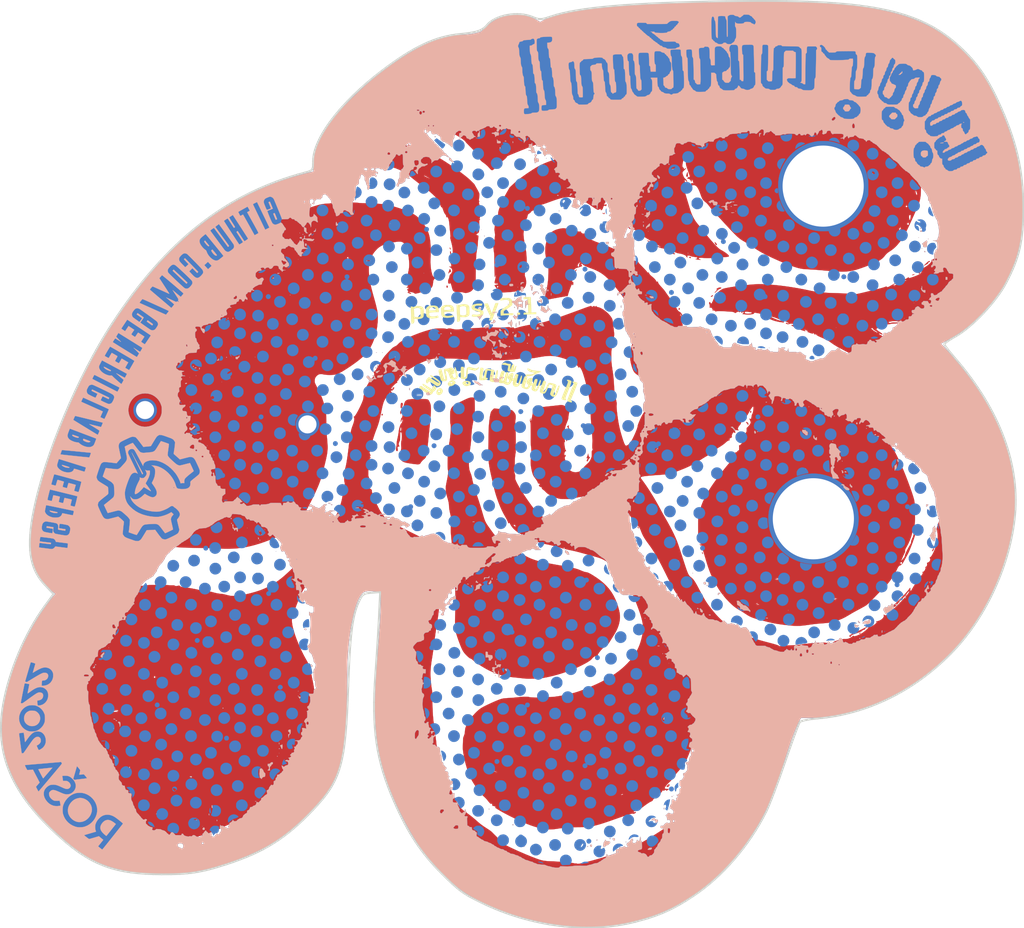
<source format=kicad_pcb>
(kicad_pcb (version 4) (host pcbnew 4.0.7)
  (layers (0 F.Cu signal) (31 B.Cu signal) (34 B.Paste user) (35 F.Paste user) (36 B.SilkS user) (37 F.SilkS user) (38 B.Mask user) (39 F.Mask user) (44 Edge.Cuts user))
  (net 0 "")
  (module LOGO (layer F.Cu) (at 0 0)
    (fp_text reference "G***" hide)
    (fp_text value "LOGO" hide)
    (fp_poly (pts (xy 7.854590 -40.456771) (xy 8.293742 -40.453232) (xy 8.716769 -40.447008) (xy 9.124368 -40.438070) (xy 9.517239 -40.426391) (xy 9.896081 -40.411942) (xy 10.261593 -40.394697) (xy 10.614475 -40.374625) (xy 10.955424 -40.351700) (xy 11.285141 -40.325894) (xy 11.604324 -40.297179) (xy 11.913672 -40.265526) (xy 12.213885 -40.230908) (xy 12.505661 -40.193296) (xy 12.789700 -40.152663) (xy 13.066701 -40.108982) (xy 13.183543 -40.089302) (xy 13.594413 -40.013616) (xy 13.986469 -39.930698) (xy 14.360956 -39.840064) (xy 14.719120 -39.741233) (xy 15.062208 -39.633724) (xy 15.391466 -39.517054) (xy 15.708140 -39.390742) (xy 16.013477 -39.254306) (xy 16.308722 -39.107264) (xy 16.595122 -38.949133) (xy 16.873923 -38.779434) (xy 17.146371 -38.597683) (xy 17.271394 -38.508820) (xy 17.566006 -38.282961) (xy 17.852255 -38.038860) (xy 18.128343 -37.778395) (xy 18.392473 -37.503445) (xy 18.642848 -37.215890) (xy 18.877672 -36.917608) (xy 19.095147 -36.610480) (xy 19.114587 -36.581292) (xy 19.190043 -36.466115) (xy 19.258764 -36.358235) (xy 19.322768 -36.254118) (xy 19.384071 -36.150233) (xy 19.444688 -36.043048) (xy 19.506637 -35.929031) (xy 19.571934 -35.804650) (xy 19.642595 -35.666373) (xy 19.684816 -35.582438) (xy 19.928807 -35.076761) (xy 20.153262 -34.573386) (xy 20.358084 -34.072633) (xy 20.543179 -33.574819) (xy 20.708449 -33.080264) (xy 20.853798 -32.589285) (xy 20.979130 -32.102203) (xy 21.084348 -31.619335) (xy 21.169357 -31.141001) (xy 21.234061 -30.667518) (xy 21.266937 -30.342417) (xy 21.293928 -29.936000) (xy 21.304978 -29.529093) (xy 21.300187 -29.124597) (xy 21.279658 -28.725413) (xy 21.243490 -28.334442) (xy 21.191784 -27.954586) (xy 21.181632 -27.892375) (xy 21.103968 -27.490376) (xy 21.006793 -27.096327) (xy 20.890261 -26.710555) (xy 20.754524 -26.333385) (xy 20.599737 -25.965141) (xy 20.426053 -25.606151) (xy 20.233626 -25.256737) (xy 20.022610 -24.917227) (xy 19.793157 -24.587946) (xy 19.545422 -24.269218) (xy 19.378111 -24.071792) (xy 19.316820 -24.003735) (xy 19.243382 -23.925312) (xy 19.161286 -23.840014) (xy 19.074022 -23.751333) (xy 18.985079 -23.662762) (xy 18.897945 -23.577791) (xy 18.816111 -23.499913) (xy 18.743064 -23.432621) (xy 18.710622 -23.403768) (xy 18.422793 -23.162651) (xy 18.130200 -22.939690) (xy 17.829365 -22.732521) (xy 17.516807 -22.538779) (xy 17.189049 -22.356099) (xy 17.103817 -22.311618) (xy 16.902258 -22.207791) (xy 17.115054 -21.975625) (xy 17.436215 -21.618677) (xy 17.738829 -21.268707) (xy 18.023845 -20.924451) (xy 18.292212 -20.584644) (xy 18.544881 -20.248023) (xy 18.782799 -19.913325) (xy 19.006917 -19.579285) (xy 19.218185 -19.244639) (xy 19.412049 -18.917708) (xy 19.644873 -18.494636) (xy 19.856717 -18.072378) (xy 20.047729 -17.650458) (xy 20.218057 -17.228399) (xy 20.367848 -16.805727) (xy 20.497250 -16.381964) (xy 20.606411 -15.956634) (xy 20.695478 -15.529260) (xy 20.764599 -15.099368) (xy 20.813922 -14.666480) (xy 20.839426 -14.313958) (xy 20.842801 -14.232480) (xy 20.845163 -14.134789) (xy 20.846549 -14.024724) (xy 20.846995 -13.906124) (xy 20.846541 -13.782827) (xy 20.845222 -13.658674) (xy 20.843076 -13.537503) (xy 20.840140 -13.423153) (xy 20.836451 -13.319464) (xy 20.832048 -13.230273) (xy 20.828382 -13.176250) (xy 20.786059 -12.746798) (xy 20.727267 -12.322530) (xy 20.651527 -11.901369) (xy 20.558360 -11.481238) (xy 20.447288 -11.060059) (xy 20.317831 -10.635756) (xy 20.169512 -10.206252) (xy 20.102470 -10.026415) (xy 19.982529 -9.723802) (xy 19.850743 -9.414257) (xy 19.709012 -9.101589) (xy 19.559234 -8.789609) (xy 19.403307 -8.482130) (xy 19.243129 -8.182960) (xy 19.080600 -7.895911) (xy 18.917618 -7.624794) (xy 18.861430 -7.535333) (xy 18.602869 -7.147544) (xy 18.325375 -6.767587) (xy 18.030144 -6.396759) (xy 17.718374 -6.036358) (xy 17.391264 -5.687680) (xy 17.050010 -5.352020) (xy 16.695812 -5.030676) (xy 16.329866 -4.724944) (xy 16.097250 -4.543529) (xy 15.699426 -4.253621) (xy 15.294583 -3.982435) (xy 14.883222 -3.730171) (xy 14.465841 -3.497031) (xy 14.042941 -3.283217) (xy 13.615021 -3.088930) (xy 13.182580 -2.914372) (xy 12.746120 -2.759743) (xy 12.306138 -2.625246) (xy 11.863134 -2.511081) (xy 11.417610 -2.417451) (xy 10.970063 -2.344556) (xy 10.520993 -2.292599) (xy 10.512527 -2.291823) (xy 10.396352 -2.282244) (xy 10.275791 -2.274173) (xy 10.153674 -2.267668) (xy 10.032830 -2.262786) (xy 9.916090 -2.259586) (xy 9.806285 -2.258126) (xy 9.706244 -2.258465) (xy 9.618797 -2.260661) (xy 9.546774 -2.264772) (xy 9.493250 -2.270818) (xy 9.478838 -2.273328) (xy 9.467836 -2.273698) (xy 9.458023 -2.269360) (xy 9.447178 -2.257748) (xy 9.433081 -2.236294) (xy 9.413511 -2.202431) (xy 9.386248 -2.153590) (xy 9.376071 -2.135336) (xy 9.320111 -2.028796) (xy 9.259917 -1.902230) (xy 9.195728 -1.756296) (xy 9.127786 -1.591657) (xy 9.056332 -1.408974) (xy 8.981606 -1.208906) (xy 8.903850 -0.992114) (xy 8.823304 -0.759261) (xy 8.740210 -0.511005) (xy 8.654807 -0.248008) (xy 8.567337 0.029069) (xy 8.478041 0.319565) (xy 8.462642 0.370417) (xy 8.325450 0.805712) (xy 8.182289 1.222746) (xy 8.032204 1.623823) (xy 7.874243 2.011246) (xy 7.707452 2.387317) (xy 7.530878 2.754340) (xy 7.343568 3.114617) (xy 7.273783 3.242280) (xy 7.024755 3.672271) (xy 6.761975 4.087743) (xy 6.485799 4.488346) (xy 6.196581 4.873731) (xy 5.894675 5.243551) (xy 5.580438 5.597456) (xy 5.254223 5.935098) (xy 4.916386 6.256127) (xy 4.567281 6.560196) (xy 4.207264 6.846955) (xy 3.836689 7.116055) (xy 3.455911 7.367149) (xy 3.065285 7.599886) (xy 2.665165 7.813919) (xy 2.577042 7.857899) (xy 2.166597 8.049000) (xy 1.751490 8.219999) (xy 1.331092 8.371056) (xy 0.904777 8.502333) (xy 0.471915 8.613992) (xy 0.031879 8.706193) (xy -0.415960 8.779098) (xy -0.872229 8.832868) (xy -1.337557 8.867664) (xy -1.359958 8.868851) (xy -1.414752 8.871057) (xy -1.486164 8.872954) (xy -1.570699 8.874529) (xy -1.664867 8.875768) (xy -1.765172 8.876659) (xy -1.868123 8.877189) (xy -1.970226 8.877346) (xy -2.067988 8.877116) (xy -2.157916 8.876486) (xy -2.236517 8.875444) (xy -2.300299 8.873977) (xy -2.338916 8.872456) (xy -2.744478 8.846469) (xy -3.136244 8.811350) (xy -3.517852 8.766445) (xy -3.892943 8.711104) (xy -4.265156 8.644672) (xy -4.638132 8.566497) (xy -5.015510 8.475926) (xy -5.400930 8.372306) (xy -5.798032 8.254985) (xy -5.820384 8.248091) (xy -6.221968 8.117503) (xy -6.604629 7.979684) (xy -6.969541 7.834043) (xy -7.317879 7.679988) (xy -7.650818 7.516926) (xy -7.969534 7.344265) (xy -8.275201 7.161414) (xy -8.568994 6.967780) (xy -8.852089 6.762772) (xy -9.006416 6.642755) (xy -9.267332 6.424762) (xy -9.525605 6.189497) (xy -9.777305 5.940814) (xy -10.018503 5.682570) (xy -10.206732 5.465134) (xy -10.437607 5.177451) (xy -10.664332 4.872250) (xy -10.887221 4.549025) (xy -11.106589 4.207267) (xy -11.322750 3.846470) (xy -11.468058 3.587324) (xy -9.063885 3.587324) (xy -9.062128 3.599572) (xy -9.058754 3.604322) (xy -9.032580 3.625781) (xy -8.996419 3.643701) (xy -8.958587 3.654939) (xy -8.927403 3.656351) (xy -8.923530 3.655438) (xy -8.903658 3.652540) (xy -8.874819 3.651254) (xy -8.873259 3.651250) (xy -8.834897 3.644289) (xy -8.809830 3.622513) (xy -8.797011 3.584582) (xy -8.794750 3.550708) (xy -8.799126 3.503076) (xy -8.814025 3.472306) (xy -8.842101 3.455609) (xy -8.886011 3.450196) (xy -8.890481 3.450167) (xy -8.926971 3.452516) (xy -8.950957 3.461403) (xy -8.967210 3.475586) (xy -8.988102 3.498155) (xy -9.015630 3.527656) (xy -9.031425 3.544498) (xy -9.054391 3.570586) (xy -9.063885 3.587324) (xy -11.468058 3.587324) (xy -11.536018 3.466125) (xy -11.746709 3.065726) (xy -11.913828 2.728192) (xy -9.778420 2.728192) (xy -9.775808 2.767503) (xy -9.759657 2.796078) (xy -9.751114 2.803815) (xy -9.720664 2.822203) (xy -9.693702 2.823583) (xy -9.673922 2.815571) (xy -9.656481 2.798858) (xy -9.641730 2.773590) (xy -9.626524 2.749309) (xy -9.608365 2.735379) (xy -9.608246 2.735341) (xy -9.587260 2.721859) (xy -9.571654 2.704045) (xy -9.561521 2.684524) (xy -9.562834 2.666937) (xy -9.571713 2.647596) (xy -9.585913 2.624557) (xy -9.602363 2.612375) (xy -9.627192 2.608748) (xy -9.666529 2.611379) (xy -9.667875 2.611517) (xy -9.712000 2.618089) (xy -9.740025 2.628776) (xy -9.756998 2.646785) (xy -9.767894 2.675062) (xy -9.778420 2.728192) (xy -11.913828 2.728192) (xy -11.955135 2.644764) (xy -11.958147 2.638496) (xy -12.128815 2.274461) (xy -12.284792 1.922935) (xy -12.426664 1.581775) (xy -12.518297 1.344086) (xy -9.244542 1.344086) (xy -9.244254 1.363697) (xy -9.237015 1.392059) (xy -9.225562 1.422206) (xy -9.212631 1.447174) (xy -9.200958 1.459999) (xy -9.198804 1.460500) (xy -9.183263 1.456709) (xy -9.157576 1.447358) (xy -9.151928 1.445044) (xy -9.123452 1.435469) (xy -9.108179 1.439220) (xy -9.101848 1.459260) (xy -9.100557 1.480785) (xy -9.099447 1.518708) (xy -9.085495 1.476375) (xy -9.077601 1.441692) (xy -9.072180 1.397652) (xy -9.070730 1.368417) (xy -9.072489 1.321043) (xy -9.077880 1.271608) (xy -9.082340 1.246708) (xy -9.094764 1.190625) (xy -9.104815 1.224243) (xy -9.115936 1.246960) (xy -9.137264 1.267114) (xy -9.173601 1.289159) (xy -9.176437 1.290679) (xy -9.209233 1.310642) (xy -9.233953 1.330295) (xy -9.244542 1.344086) (xy -12.518297 1.344086) (xy -12.555017 1.248839) (xy -12.670438 0.921985) (xy -12.773511 0.599070) (xy -12.864823 0.277952) (xy -12.944960 -0.043512) (xy -13.014507 -0.367463) (xy -13.074051 -0.696044) (xy -13.124177 -1.031398) (xy -13.157186 -1.306590) (xy -11.117356 -1.306590) (xy -11.116919 -1.251564) (xy -11.114732 -1.213083) (xy -11.110207 -1.186555) (xy -11.102755 -1.167391) (xy -11.098603 -1.160422) (xy -11.079536 -1.139456) (xy -11.060501 -1.136888) (xy -11.039926 -1.153402) (xy -11.016241 -1.189683) (xy -11.011507 -1.198400) (xy -10.989662 -1.235839) (xy -10.966501 -1.269959) (xy -10.951571 -1.288297) (xy -10.928689 -1.320570) (xy -10.912814 -1.363287) (xy -10.902986 -1.420009) (xy -10.898548 -1.485195) (xy -10.897478 -1.527283) (xy -10.898969 -1.554042) (xy -10.904451 -1.571279) (xy -10.915351 -1.584801) (xy -10.925236 -1.593675) (xy -10.948628 -1.610638) (xy -10.967472 -1.619050) (xy -10.969526 -1.619250) (xy -11.006686 -1.610721) (xy -11.038185 -1.588790) (xy -11.051700 -1.569192) (xy -11.067888 -1.540060) (xy -11.083188 -1.519500) (xy -11.096708 -1.499170) (xy -11.106368 -1.470504) (xy -11.112686 -1.430271) (xy -11.116180 -1.375240) (xy -11.117356 -1.306590) (xy -13.157186 -1.306590) (xy -13.165472 -1.375666) (xy -13.198520 -1.730992) (xy -13.215134 -1.957917) (xy -13.219452 -2.037318) (xy -13.223238 -2.135168) (xy -13.226485 -2.248754) (xy -13.229183 -2.375365) (xy -13.231327 -2.512289) (xy -13.232908 -2.656814) (xy -13.233918 -2.806228) (xy -13.234350 -2.957820) (xy -13.234196 -3.108877) (xy -13.233448 -3.256688) (xy -13.232099 -3.398541) (xy -13.230140 -3.531724) (xy -13.227565 -3.653526) (xy -13.224365 -3.761234) (xy -13.220533 -3.852137) (xy -13.220523 -3.852333) (xy -13.211370 -4.028005) (xy -13.202290 -4.193245) (xy -13.193055 -4.351295) (xy -13.183437 -4.505390) (xy -13.173209 -4.658771) (xy -13.162141 -4.814676) (xy -13.150006 -4.976342) (xy -13.136577 -5.147009) (xy -13.121624 -5.329915) (xy -13.104921 -5.528298) (xy -13.091621 -5.683250) (xy -13.065780 -5.987783) (xy -13.063523 -6.015528) (xy -11.210926 -6.015528) (xy -11.205323 -5.983888) (xy -11.189827 -5.956182) (xy -11.169069 -5.939390) (xy -11.158982 -5.937250) (xy -11.147489 -5.928080) (xy -11.136628 -5.905440) (xy -11.134851 -5.899605) (xy -11.121496 -5.869659) (xy -11.099088 -5.835424) (xy -11.085225 -5.818536) (xy -11.045993 -5.775111) (xy -11.051742 -5.629899) (xy -11.054745 -5.574678) (xy -11.058930 -5.525504) (xy -11.063790 -5.487061) (xy -11.068821 -5.464032) (xy -11.069934 -5.461434) (xy -11.076603 -5.440174) (xy -11.071404 -5.416017) (xy -11.065689 -5.403013) (xy -11.054481 -5.375113) (xy -11.049086 -5.353270) (xy -11.049000 -5.351420) (xy -11.041908 -5.319410) (xy -11.024235 -5.291081) (xy -11.001388 -5.274894) (xy -10.999838 -5.274460) (xy -10.981128 -5.263391) (xy -10.971031 -5.238588) (xy -10.969424 -5.229735) (xy -10.958685 -5.175065) (xy -10.944584 -5.138226) (xy -10.923897 -5.115884) (xy -10.893401 -5.104705) (xy -10.849871 -5.101354) (xy -10.845271 -5.101323) (xy -10.811100 -5.098767) (xy -10.796040 -5.091085) (xy -10.795000 -5.087137) (xy -10.785315 -5.065145) (xy -10.759642 -5.044353) (xy -10.723051 -5.028082) (xy -10.694458 -5.021285) (xy -10.667992 -5.015865) (xy -10.658211 -5.010975) (xy -10.662708 -5.008413) (xy -10.685134 -5.000451) (xy -10.696850 -4.985150) (xy -10.701232 -4.956745) (xy -10.701669 -4.941846) (xy -10.696530 -4.902038) (xy -10.678370 -4.875924) (xy -10.645029 -4.861751) (xy -10.598036 -4.857750) (xy -10.541000 -4.857750) (xy -10.541144 -4.765146) (xy -10.541894 -4.720226) (xy -10.543766 -4.681253) (xy -10.546407 -4.654727) (xy -10.547421 -4.649681) (xy -10.552884 -4.635363) (xy -10.562811 -4.632366) (xy -10.583905 -4.639523) (xy -10.590387 -4.642210) (xy -10.620444 -4.650737) (xy -10.645909 -4.651492) (xy -10.648585 -4.650819) (xy -10.671020 -4.633517) (xy -10.689826 -4.599661) (xy -10.703310 -4.553776) (xy -10.709779 -4.500385) (xy -10.710101 -4.486532) (xy -10.711320 -4.446846) (xy -10.715931 -4.421468) (xy -10.725858 -4.403587) (xy -10.736791 -4.392083) (xy -10.757250 -4.368955) (xy -10.760672 -4.349823) (xy -10.746656 -4.328784) (xy -10.731500 -4.314376) (xy -10.713320 -4.295855) (xy -10.703786 -4.276824) (xy -10.700188 -4.249523) (xy -10.699750 -4.223424) (xy -10.696964 -4.178612) (xy -10.688108 -4.150832) (xy -10.682439 -4.143451) (xy -10.666318 -4.133249) (xy -10.657524 -4.134757) (xy -10.653864 -4.147978) (xy -10.649179 -4.178133) (xy -10.644018 -4.221047) (xy -10.638926 -4.272547) (xy -10.637825 -4.285128) (xy -10.632384 -4.339106) (xy -10.626095 -4.386000) (xy -10.619657 -4.421411) (xy -10.613772 -4.440939) (xy -10.612771 -4.442495) (xy -10.599195 -4.451414) (xy -10.575242 -4.454163) (xy -10.538616 -4.451713) (xy -10.459824 -4.433672) (xy -10.391022 -4.398547) (xy -10.334266 -4.348779) (xy -10.291611 -4.286809) (xy -10.265113 -4.215077) (xy -10.256828 -4.136023) (xy -10.257635 -4.118147) (xy -10.273119 -4.038941) (xy -10.306258 -3.969648) (xy -10.355059 -3.912302) (xy -10.417533 -3.868937) (xy -10.491688 -3.841588) (xy -10.535562 -3.834228) (xy -10.573437 -3.832131) (xy -10.606845 -3.833298) (xy -10.619434 -3.835277) (xy -10.632016 -3.839221) (xy -10.640036 -3.846203) (xy -10.644565 -3.860406) (xy -10.646675 -3.886013) (xy -10.647437 -3.927207) (xy -10.647577 -3.945139) (xy -10.649035 -4.006052) (xy -10.652609 -4.047568) (xy -10.658645 -4.071381) (xy -10.667486 -4.079186) (xy -10.674355 -4.076842) (xy -10.692273 -4.056076) (xy -10.705388 -4.018971) (xy -10.714486 -3.963272) (xy -10.714734 -3.961024) (xy -10.722606 -3.915314) (xy -10.735052 -3.869150) (xy -10.743975 -3.845229) (xy -10.754522 -3.819491) (xy -10.759983 -3.797617) (xy -10.760746 -3.772965) (xy -10.757200 -3.738889) (xy -10.752198 -3.704789) (xy -10.744409 -3.658897) (xy -10.736363 -3.628021) (xy -10.725655 -3.606119) (xy -10.709879 -3.587151) (xy -10.702429 -3.579813) (xy -10.678249 -3.559283) (xy -10.658492 -3.546982) (xy -10.652774 -3.545417) (xy -10.642529 -3.535772) (xy -10.632736 -3.510396) (xy -10.628987 -3.494502) (xy -10.624753 -3.444787) (xy -10.634935 -3.399980) (xy -10.661350 -3.352148) (xy -10.661674 -3.351669) (xy -10.674464 -3.321838) (xy -10.685617 -3.274843) (xy -10.694828 -3.214645) (xy -10.701791 -3.145203) (xy -10.706200 -3.070479) (xy -10.707750 -2.994434) (xy -10.706134 -2.921027) (xy -10.701046 -2.854220) (xy -10.700473 -2.849222) (xy -10.692152 -2.795644) (xy -10.680403 -2.741197) (xy -10.667357 -2.695349) (xy -10.663233 -2.683977) (xy -10.647444 -2.632365) (xy -10.634153 -2.566431) (xy -10.625954 -2.504928) (xy -10.618938 -2.443398) (xy -10.611950 -2.398886) (xy -10.603782 -2.367280) (xy -10.593229 -2.344466) (xy -10.579084 -2.326331) (xy -10.571346 -2.318713) (xy -10.558375 -2.303450) (xy -10.550994 -2.283899) (xy -10.547658 -2.253913) (xy -10.546885 -2.221450) (xy -10.547262 -2.181307) (xy -10.550347 -2.156144) (xy -10.557896 -2.139797) (xy -10.571662 -2.126099) (xy -10.574727 -2.123607) (xy -10.604322 -2.090393) (xy -10.618078 -2.053986) (xy -10.615897 -2.019016) (xy -10.597681 -1.990114) (xy -10.577828 -1.977060) (xy -10.541220 -1.970821) (xy -10.506812 -1.982732) (xy -10.481355 -2.010273) (xy -10.479593 -2.013726) (xy -10.466876 -2.032875) (xy -10.448180 -2.041086) (xy -10.422772 -2.042583) (xy -10.395675 -2.041674) (xy -10.384793 -2.036237) (xy -10.385180 -2.022212) (xy -10.387332 -2.013479) (xy -10.393583 -1.977828) (xy -10.393161 -1.939197) (xy -10.385806 -1.890192) (xy -10.382395 -1.873250) (xy -10.374007 -1.832741) (xy -10.366195 -1.794366) (xy -10.363007 -1.778386) (xy -10.354561 -1.752764) (xy -10.337570 -1.736814) (xy -10.313458 -1.726241) (xy -10.286669 -1.716189) (xy -10.269932 -1.709438) (xy -10.267715 -1.708334) (xy -10.270817 -1.698886) (xy -10.282523 -1.677520) (xy -10.291528 -1.662794) (xy -10.308170 -1.629461) (xy -10.317797 -1.596687) (xy -10.318750 -1.586485) (xy -10.323916 -1.542848) (xy -10.337541 -1.499835) (xy -10.356815 -1.463825) (xy -10.378928 -1.441200) (xy -10.383863 -1.438665) (xy -10.417571 -1.418635) (xy -10.438966 -1.393656) (xy -10.443914 -1.368825) (xy -10.432984 -1.350824) (xy -10.410878 -1.331346) (xy -10.406352 -1.328350) (xy -10.380087 -1.307631) (xy -10.374218 -1.290000) (xy -10.388621 -1.273345) (xy -10.402666 -1.265096) (xy -10.426542 -1.247422) (xy -10.440557 -1.227354) (xy -10.440586 -1.227265) (xy -10.440005 -1.198346) (xy -10.424308 -1.172040) (xy -10.399005 -1.155714) (xy -10.385485 -1.153583) (xy -10.356958 -1.160279) (xy -10.332354 -1.176669) (xy -10.319311 -1.197207) (xy -10.318750 -1.202028) (xy -10.309695 -1.213843) (xy -10.287400 -1.225658) (xy -10.282325 -1.227463) (xy -10.254470 -1.241679) (xy -10.238336 -1.265843) (xy -10.233896 -1.278555) (xy -10.224818 -1.307941) (xy -10.217947 -1.329902) (xy -10.217184 -1.332295) (xy -10.210903 -1.341236) (xy -10.198424 -1.334714) (xy -10.194175 -1.331142) (xy -10.158742 -1.311281) (xy -10.121946 -1.307945) (xy -10.089314 -1.320143) (xy -10.066376 -1.346884) (xy -10.063185 -1.354606) (xy -10.052840 -1.376619) (xy -10.042965 -1.386388) (xy -10.042548 -1.386417) (xy -10.035218 -1.395240) (xy -10.034749 -1.417821) (xy -10.039986 -1.448327) (xy -10.049774 -1.480925) (xy -10.062959 -1.509782) (xy -10.068731 -1.518706) (xy -10.078965 -1.530651) (xy -10.090164 -1.533401) (xy -10.109427 -1.527048) (xy -10.126566 -1.519468) (xy -10.159046 -1.499827) (xy -10.180326 -1.471884) (xy -10.188633 -1.453853) (xy -10.200987 -1.426711) (xy -10.210860 -1.410081) (xy -10.213864 -1.407623) (xy -10.222399 -1.416251) (xy -10.233067 -1.436389) (xy -10.241820 -1.459304) (xy -10.244732 -1.474227) (xy -10.249377 -1.492153) (xy -10.259959 -1.516024) (xy -10.269179 -1.536491) (xy -10.266066 -1.545616) (xy -10.251956 -1.549736) (xy -10.200255 -1.557931) (xy -10.154386 -1.561197) (xy -10.119875 -1.559323) (xy -10.106228 -1.555293) (xy -10.090325 -1.549132) (xy -10.085916 -1.550612) (xy -10.091776 -1.568425) (xy -10.107373 -1.598066) (xy -10.129737 -1.634435) (xy -10.155898 -1.672435) (xy -10.160630 -1.678853) (xy -10.186388 -1.715101) (xy -10.216859 -1.760464) (xy -10.245955 -1.805853) (xy -10.249235 -1.811144) (xy -10.297341 -1.889125) (xy -10.263674 -1.918056) (xy -10.206476 -1.953892) (xy -10.139801 -1.973801) (xy -10.067903 -1.977963) (xy -9.995032 -1.966561) (xy -9.925443 -1.939777) (xy -9.867238 -1.901090) (xy -9.823839 -1.851633) (xy -9.792328 -1.789036) (xy -9.773980 -1.718472) (xy -9.770067 -1.645113) (xy -9.781864 -1.574132) (xy -9.784588 -1.565442) (xy -9.813176 -1.508178) (xy -9.857385 -1.454240) (xy -9.911779 -1.409110) (xy -9.969865 -1.378657) (xy -10.003417 -1.364776) (xy -10.021879 -1.351975) (xy -10.030556 -1.335665) (xy -10.033000 -1.324030) (xy -10.043596 -1.296320) (xy -10.068432 -1.276138) (xy -10.075333 -1.272527) (xy -10.100078 -1.256457) (xy -10.115975 -1.233980) (xy -10.127563 -1.201208) (xy -10.137593 -1.148132) (xy -10.141679 -1.085903) (xy -10.139506 -1.025239) (xy -10.133847 -0.988363) (xy -10.131596 -0.962154) (xy -10.141962 -0.940859) (xy -10.153722 -0.927990) (xy -10.175821 -0.899529) (xy -10.178681 -0.874806) (xy -10.162586 -0.849374) (xy -10.158955 -0.845622) (xy -10.140458 -0.831636) (xy -10.118215 -0.827599) (xy -10.090670 -0.830319) (xy -10.061851 -0.833587) (xy -10.045195 -0.829224) (xy -10.032495 -0.812915) (xy -10.022889 -0.794676) (xy -10.004239 -0.763698) (xy -9.982889 -0.744108) (xy -9.952709 -0.732175) (xy -9.907568 -0.724168) (xy -9.906895 -0.724078) (xy -9.866240 -0.715328) (xy -9.836095 -0.698854) (xy -9.816604 -0.681056) (xy -9.781995 -0.645421) (xy -9.775894 -0.505273) (xy -9.771747 -0.430833) (xy -9.766158 -0.374270) (xy -9.758370 -0.332305) (xy -9.747628 -0.301659) (xy -9.733174 -0.279055) (xy -9.720830 -0.266596) (xy -9.710500 -0.256869) (xy -9.703278 -0.246207) (xy -9.698607 -0.230907) (xy -9.695933 -0.207264) (xy -9.694699 -0.171573) (xy -9.694350 -0.120131) (xy -9.694333 -0.090028) (xy -9.694092 -0.029274) (xy -9.693073 0.013988) (xy -9.690830 0.043426) (xy -9.686919 0.062712) (xy -9.680896 0.075516) (xy -9.673166 0.084667) (xy -9.652649 0.100331) (xy -9.637257 0.105833) (xy -9.620365 0.115660) (xy -9.611327 0.145128) (xy -9.609666 0.174801) (xy -9.603410 0.224145) (xy -9.584316 0.257231) (xy -9.558352 0.273022) (xy -9.531171 0.290442) (xy -9.523201 0.308717) (xy -9.509180 0.333387) (xy -9.480021 0.352767) (xy -9.454421 0.367506) (xy -9.443076 0.383695) (xy -9.440349 0.410024) (xy -9.440333 0.413954) (xy -9.443686 0.445141) (xy -9.454880 0.460511) (xy -9.458854 0.462316) (xy -9.493341 0.482549) (xy -9.510931 0.509500) (xy -9.512616 0.538577) (xy -9.499393 0.565190) (xy -9.472255 0.584747) (xy -9.432198 0.592657) (xy -9.430615 0.592667) (xy -9.390958 0.595017) (xy -9.367177 0.604057) (xy -9.354308 0.622768) (xy -9.349463 0.641430) (xy -9.342398 0.667374) (xy -9.334153 0.682708) (xy -9.333271 0.683384) (xy -9.330001 0.696117) (xy -9.334790 0.709625) (xy -9.346539 0.746879) (xy -9.345910 0.785406) (xy -9.333601 0.817214) (xy -9.324520 0.827139) (xy -9.302167 0.841428) (xy -9.285702 0.846667) (xy -9.272155 0.851434) (xy -9.276950 0.865166) (xy -9.299677 0.887003) (xy -9.308041 0.893574) (xy -9.335037 0.918496) (xy -9.342940 0.940528) (xy -9.331884 0.964281) (xy -9.310687 0.986502) (xy -9.284720 1.014941) (xy -9.263672 1.045239) (xy -9.260360 1.051511) (xy -9.246350 1.073227) (xy -9.226086 1.085843) (xy -9.193691 1.093878) (xy -9.163015 1.098130) (xy -9.141811 1.098561) (xy -9.136873 1.097067) (xy -9.137962 1.085120) (xy -9.147958 1.062412) (xy -9.153394 1.052681) (xy -9.166227 1.027033) (xy -9.171208 1.008831) (xy -9.170568 1.005595) (xy -9.154593 0.994325) (xy -9.123960 0.982727) (xy -9.085083 0.972516) (xy -9.044371 0.965409) (xy -9.011708 0.963083) (xy -8.939605 0.970671) (xy -8.875740 0.994717) (xy -8.815691 1.037151) (xy -8.793045 1.058407) (xy -8.741408 1.122180) (xy -8.710468 1.190065) (xy -8.700014 1.262891) (xy -8.709833 1.341487) (xy -8.715271 1.361597) (xy -8.747444 1.434329) (xy -8.795996 1.495431) (xy -8.858218 1.542418) (xy -8.931400 1.572803) (xy -8.950541 1.577401) (xy -8.996749 1.583559) (xy -9.039541 1.583244) (xy -9.074519 1.577202) (xy -9.097287 1.566181) (xy -9.103545 1.551440) (xy -9.103928 1.539161) (xy -9.114604 1.535792) (xy -9.139244 1.539277) (xy -9.192416 1.557758) (xy -9.231271 1.591088) (xy -9.256646 1.640215) (xy -9.266646 1.683239) (xy -9.274614 1.716576) (xy -9.285917 1.743188) (xy -9.289923 1.748896) (xy -9.300176 1.764629) (xy -9.295408 1.778574) (xy -9.287750 1.787616) (xy -9.255538 1.812219) (xy -9.217017 1.826375) (xy -9.181460 1.826676) (xy -9.181439 1.826670) (xy -9.158111 1.812801) (xy -9.138667 1.788497) (xy -9.138364 1.787918) (xy -9.127596 1.769786) (xy -9.115122 1.760599) (xy -9.094340 1.757870) (xy -9.061442 1.758967) (xy -9.001125 1.762125) (xy -9.006404 1.815042) (xy -9.009149 1.853888) (xy -9.011062 1.902627) (xy -9.011696 1.945481) (xy -9.012044 1.985350) (xy -9.014234 2.008920) (xy -9.020005 2.021062) (xy -9.031096 2.026643) (xy -9.041529 2.028968) (xy -9.073393 2.043009) (xy -9.092705 2.070931) (xy -9.100302 2.114479) (xy -9.099498 2.150066) (xy -9.091699 2.200186) (xy -9.075309 2.232326) (xy -9.047847 2.248769) (xy -9.006830 2.251800) (xy -8.990592 2.250329) (xy -8.946351 2.248351) (xy -8.898337 2.250794) (xy -8.882656 2.252794) (xy -8.827688 2.261484) (xy -8.842071 2.234055) (xy -8.873606 2.189068) (xy -8.912543 2.156490) (xy -8.934025 2.146241) (xy -8.963590 2.126224) (xy -8.986083 2.093602) (xy -8.995781 2.056891) (xy -8.995833 2.054231) (xy -8.985983 2.028846) (xy -8.959229 2.003798) (xy -8.919766 1.981109) (xy -8.871791 1.962803) (xy -8.819499 1.950902) (xy -8.774138 1.947333) (xy -8.696560 1.955337) (xy -8.629452 1.980434) (xy -8.568829 2.024254) (xy -8.555935 2.036601) (xy -8.507416 2.096922) (xy -8.478275 2.162929) (xy -8.466981 2.238347) (xy -8.466726 2.253489) (xy -8.471933 2.322508) (xy -8.488843 2.379670) (xy -8.519620 2.432014) (xy -8.523005 2.436545) (xy -8.550742 2.467414) (xy -8.585467 2.498169) (xy -8.621855 2.524894) (xy -8.654584 2.543670) (xy -8.677962 2.550583) (xy -8.692236 2.540736) (xy -8.711278 2.512513) (xy -8.734047 2.467892) (xy -8.759500 2.408851) (xy -8.778326 2.360083) (xy -8.795704 2.319389) (xy -8.812507 2.290987) (xy -8.826691 2.277862) (xy -8.833774 2.279163) (xy -8.838126 2.293245) (xy -8.841094 2.321116) (xy -8.841821 2.341891) (xy -8.839467 2.380630) (xy -8.829133 2.412601) (xy -8.808420 2.447273) (xy -8.786581 2.484411) (xy -8.768758 2.523179) (xy -8.762715 2.541058) (xy -8.748935 2.574409) (xy -8.731174 2.589864) (xy -8.730748 2.589981) (xy -8.717232 2.595780) (xy -8.719028 2.606706) (xy -8.726182 2.617614) (xy -8.739924 2.651908) (xy -8.739885 2.689537) (xy -8.726580 2.721725) (xy -8.719608 2.729442) (xy -8.692871 2.754280) (xy -8.670549 2.777164) (xy -8.656108 2.792942) (xy -8.626163 2.812718) (xy -8.593089 2.813607) (xy -8.562275 2.796098) (xy -8.551333 2.783417) (xy -8.531756 2.762357) (xy -8.513067 2.751914) (xy -8.510634 2.751667) (xy -8.488486 2.745818) (xy -8.469021 2.735191) (xy -8.455388 2.722219) (xy -8.448238 2.703549) (xy -8.445670 2.672763) (xy -8.445500 2.655816) (xy -8.443517 2.616541) (xy -8.438434 2.597000) (xy -8.431553 2.597555) (xy -8.424174 2.618566) (xy -8.419027 2.648479) (xy -8.408825 2.696842) (xy -8.393489 2.731648) (xy -8.374626 2.749776) (xy -8.365881 2.751667) (xy -8.351954 2.757459) (xy -8.350250 2.762250) (xy -8.359054 2.771028) (xy -8.370121 2.772833) (xy -8.393535 2.779999) (xy -8.409626 2.803212) (xy -8.419074 2.837922) (xy -8.431021 2.870519) (xy -8.450256 2.897333) (xy -8.451771 2.898706) (xy -8.471443 2.918652) (xy -8.475146 2.935352) (xy -8.463383 2.956683) (xy -8.456092 2.966210) (xy -8.439489 2.983722) (xy -8.422597 2.987698) (xy -8.398815 2.982022) (xy -8.375541 2.976109) (xy -8.356862 2.976773) (xy -8.334837 2.985641) (xy -8.307916 3.000634) (xy -8.292160 3.011502) (xy -8.295063 3.015828) (xy -8.299607 3.016094) (xy -8.312998 3.018679) (xy -8.322963 3.027783) (xy -8.329829 3.045821) (xy -8.333924 3.075206) (xy -8.335578 3.118355) (xy -8.335118 3.177681) (xy -8.332873 3.255599) (xy -8.332733 3.259649) (xy -8.330140 3.330174) (xy -8.327700 3.382543) (xy -8.325017 3.419762) (xy -8.321690 3.444834) (xy -8.317321 3.460764) (xy -8.311512 3.470556) (xy -8.303869 3.477210) (xy -8.279781 3.489225) (xy -8.263949 3.492500) (xy -8.246224 3.500540) (xy -8.226212 3.520289) (xy -8.223250 3.524250) (xy -8.206409 3.543917) (xy -8.187299 3.553269) (xy -8.157416 3.555945) (xy -8.149070 3.556000) (xy -8.117767 3.557955) (xy -8.096113 3.562926) (xy -8.091114 3.566331) (xy -8.086267 3.582171) (xy -8.080969 3.611152) (xy -8.078342 3.630590) (xy -8.068777 3.677246) (xy -8.050543 3.708323) (xy -8.019458 3.728240) (xy -7.974011 3.740891) (xy -7.937995 3.749367) (xy -7.917778 3.758514) (xy -7.908112 3.771266) (xy -7.905793 3.779028) (xy -7.890511 3.803580) (xy -7.861241 3.823756) (xy -7.822526 3.842804) (xy -7.828567 3.936056) (xy -7.831060 3.981570) (xy -7.830890 4.011206) (xy -7.827314 4.030164) (xy -7.819585 4.043645) (xy -7.811971 4.051945) (xy -7.788796 4.068440) (xy -7.768248 4.074583) (xy -7.747972 4.082096) (xy -7.724212 4.100715) (xy -7.718874 4.106333) (xy -7.697726 4.126573) (xy -7.680271 4.137474) (xy -7.677102 4.138083) (xy -7.662295 4.144594) (xy -7.637941 4.161436) (xy -7.616491 4.178873) (xy -7.574100 4.208763) (xy -7.529615 4.229292) (xy -7.520165 4.232051) (xy -7.489866 4.242510) (xy -7.469166 4.254896) (xy -7.464804 4.260504) (xy -7.448115 4.279371) (xy -7.415756 4.297687) (xy -7.373145 4.313116) (xy -7.325703 4.323317) (xy -7.316512 4.324481) (xy -7.271910 4.332975) (xy -7.239630 4.346257) (xy -7.232838 4.351300) (xy -7.210859 4.365390) (xy -7.176481 4.381697) (xy -7.137452 4.397154) (xy -7.101518 4.408694) (xy -7.076426 4.413250) (xy -7.076355 4.413250) (xy -7.059570 4.421751) (xy -7.055600 4.428228) (xy -7.043420 4.440645) (xy -7.018282 4.457369) (xy -6.986862 4.474793) (xy -6.955833 4.489312) (xy -6.931869 4.497318) (xy -6.926635 4.497917) (xy -6.912280 4.506722) (xy -6.905588 4.519199) (xy -6.891327 4.538573) (xy -6.865771 4.557532) (xy -6.838035 4.570044) (xy -6.825812 4.572000) (xy -6.811502 4.578435) (xy -6.787843 4.594938) (xy -6.770648 4.608885) (xy -6.738089 4.631793) (xy -6.704115 4.648271) (xy -6.689590 4.652366) (xy -6.655065 4.662985) (xy -6.619562 4.680508) (xy -6.614583 4.683681) (xy -6.575493 4.706955) (xy -6.537269 4.722148) (xy -6.491206 4.732249) (xy -6.460609 4.736564) (xy -6.418702 4.744275) (xy -6.390249 4.756711) (xy -6.370911 4.773356) (xy -6.332996 4.799709) (xy -6.283619 4.815802) (xy -6.243243 4.827627) (xy -6.221612 4.841282) (xy -6.217098 4.849090) (xy -6.198458 4.874922) (xy -6.162640 4.895434) (xy -6.127750 4.905685) (xy -6.095005 4.918045) (xy -6.062150 4.938571) (xy -6.057168 4.942691) (xy -6.040175 4.956103) (xy -6.021870 4.966024) (xy -5.997856 4.973682) (xy -5.963734 4.980308) (xy -5.915104 4.987129) (xy -5.884529 4.990930) (xy -5.835746 5.001922) (xy -5.797380 5.020310) (xy -5.794550 5.022375) (xy -5.764044 5.038697) (xy -5.720573 5.053207) (xy -5.689607 5.060203) (xy -5.650341 5.069456) (xy -5.617949 5.080707) (xy -5.599669 5.091355) (xy -5.571964 5.112986) (xy -5.536641 5.131568) (xy -5.503352 5.142395) (xy -5.492736 5.143500) (xy -5.472482 5.150919) (xy -5.447222 5.169645) (xy -5.436648 5.180065) (xy -5.390361 5.215218) (xy -5.350096 5.230336) (xy -5.309194 5.245933) (xy -5.276152 5.267438) (xy -5.270721 5.272696) (xy -5.245938 5.292263) (xy -5.210870 5.306096) (xy -5.175250 5.314124) (xy -5.125709 5.326424) (xy -5.072549 5.344255) (xy -5.042958 5.356615) (xy -4.995590 5.375085) (xy -4.942134 5.390606) (xy -4.910724 5.397037) (xy -4.875110 5.404060) (xy -4.848982 5.411990) (xy -4.838310 5.418778) (xy -4.825025 5.432455) (xy -4.796457 5.448602) (xy -4.757907 5.464771) (xy -4.714680 5.478512) (xy -4.702170 5.481660) (xy -4.668722 5.491597) (xy -4.643332 5.502860) (xy -4.635211 5.508973) (xy -4.620518 5.518885) (xy -4.592768 5.527745) (xy -4.550231 5.535835) (xy -4.491175 5.543442) (xy -4.413867 5.550851) (xy -4.349750 5.555939) (xy -4.284264 5.561191) (xy -4.235352 5.566293) (xy -4.198444 5.572096) (xy -4.168971 5.579450) (xy -4.142362 5.589205) (xy -4.122208 5.598290) (xy -4.074831 5.617287) (xy -4.021350 5.633722) (xy -3.989916 5.640852) (xy -3.932209 5.652114) (xy -3.885534 5.663606) (xy -3.839897 5.677979) (xy -3.810730 5.688400) (xy -3.784067 5.695213) (xy -3.743361 5.702188) (xy -3.694103 5.708760) (xy -3.641785 5.714365) (xy -3.591899 5.718439) (xy -3.549937 5.720418) (xy -3.521390 5.719738) (xy -3.515447 5.718731) (xy -3.495695 5.716180) (xy -3.466663 5.715008) (xy -3.464130 5.715000) (xy -3.432048 5.709491) (xy -3.403928 5.689972) (xy -3.395884 5.681788) (xy -3.364860 5.648576) (xy -3.203784 5.652346) (xy -3.118737 5.654237) (xy -3.050992 5.655406) (xy -2.996693 5.655765) (xy -2.951984 5.655228) (xy -2.913011 5.653708) (xy -2.875918 5.651117) (xy -2.836849 5.647368) (xy -2.799291 5.643217) (xy -2.738438 5.636302) (xy -2.672661 5.628881) (xy -2.612352 5.622124) (xy -2.587625 5.619374) (xy -2.544833 5.616270) (xy -2.484973 5.614275) (xy -2.412119 5.613434) (xy -2.330341 5.613792) (xy -2.243713 5.615394) (xy -2.238375 5.615532) (xy -2.158130 5.617570) (xy -2.095833 5.618798) (xy -2.048274 5.619047) (xy -2.012244 5.618145) (xy -1.984533 5.615923) (xy -1.961932 5.612209) (xy -1.941231 5.606832) (xy -1.919222 5.599623) (xy -1.915583 5.598364) (xy -1.868727 5.584235) (xy -1.813241 5.570559) (xy -1.763587 5.560739) (xy -1.714179 5.550099) (xy -1.664257 5.535352) (xy -1.624536 5.519669) (xy -1.624164 5.519487) (xy -1.560596 5.496750) (xy -1.480164 5.482019) (xy -1.476028 5.481538) (xy -1.418058 5.473509) (xy -1.377117 5.463878) (xy -1.349069 5.451191) (xy -1.329779 5.433996) (xy -1.325809 5.428780) (xy -1.305560 5.411900) (xy -1.286580 5.403914) (xy -1.259536 5.394083) (xy -1.229780 5.378965) (xy -1.203683 5.362385) (xy -1.187615 5.348164) (xy -1.185333 5.343162) (xy -1.176458 5.333574) (xy -1.153884 5.320325) (xy -1.138390 5.313125) (xy -1.106531 5.295775) (xy -1.081389 5.275692) (xy -1.075158 5.268143) (xy -1.052743 5.248100) (xy -1.018494 5.232585) (xy -1.013491 5.231146) (xy -0.971081 5.215361) (xy -0.942181 5.192199) (xy -0.924220 5.157816) (xy -0.914629 5.108371) (xy -0.912341 5.079883) (xy -0.908948 5.039535) (xy -0.904309 5.007951) (xy -0.899290 4.990591) (xy -0.897989 4.989056) (xy -0.888434 4.993927) (xy -0.876268 5.013240) (xy -0.872848 5.020822) (xy -0.855764 5.049763) (xy -0.833344 5.073102) (xy -0.810906 5.086399) (xy -0.794828 5.085958) (xy -0.779273 5.080601) (xy -0.750147 5.073575) (xy -0.724924 5.068514) (xy -0.679460 5.056000) (xy -0.632434 5.036898) (xy -0.613833 5.027083) (xy -0.571330 5.006761) (xy -0.523250 4.990399) (xy -0.503318 4.985758) (xy -0.466571 4.977685) (xy -0.435831 4.968718) (xy -0.423421 4.963630) (xy -0.402577 4.941351) (xy -0.392713 4.906159) (xy -0.393092 4.898334) (xy -0.329929 4.898334) (xy -0.327369 4.921301) (xy -0.312814 4.929977) (xy -0.296333 4.928870) (xy -0.285941 4.920026) (xy -0.281464 4.896109) (xy -0.281132 4.875821) (xy -0.284168 4.836001) (xy -0.291233 4.815729) (xy -0.301263 4.815449) (xy -0.313193 4.835608) (xy -0.321216 4.859046) (xy -0.329929 4.898334) (xy -0.393092 4.898334) (xy -0.394437 4.870590) (xy -0.396288 4.841882) (xy -0.394377 4.805316) (xy -0.393036 4.794250) (xy -0.386291 4.746625) (xy -0.317842 4.741333) (xy -0.274415 4.735509) (xy -0.246899 4.723298) (xy -0.230128 4.700276) (xy -0.218938 4.662019) (xy -0.217573 4.655449) (xy -0.212484 4.638007) (xy -0.202498 4.632397) (xy -0.180877 4.636119) (xy -0.171852 4.638484) (xy -0.116713 4.645016) (xy -0.062391 4.637186) (xy -0.015963 4.616448) (xy 0.000718 4.603048) (xy 0.030600 4.579009) (xy 0.053098 4.573658) (xy 0.070224 4.586718) (xy 0.073954 4.592924) (xy 0.098064 4.620605) (xy 0.131978 4.630313) (xy 0.168145 4.625237) (xy 0.206229 4.611758) (xy 0.224155 4.595816) (xy 0.222933 4.574970) (xy 0.203570 4.546781) (xy 0.201554 4.544461) (xy 0.181037 4.518549) (xy 0.172800 4.497435) (xy 0.173716 4.471400) (xy 0.175118 4.462323) (xy 0.181045 4.429884) (xy 0.188259 4.412360) (xy 0.201687 4.403815) (xy 0.226256 4.398314) (xy 0.228609 4.397873) (xy 0.258516 4.387606) (xy 0.275342 4.367552) (xy 0.278484 4.360129) (xy 0.296326 4.334159) (xy 0.316653 4.326435) (xy 0.343522 4.312914) (xy 0.364098 4.280256) (xy 0.375179 4.242358) (xy 0.390426 4.214699) (xy 0.418575 4.192087) (xy 0.450590 4.175113) (xy 0.468779 4.170954) (xy 0.475875 4.179240) (xy 0.476250 4.184281) (xy 0.482393 4.202089) (xy 0.497272 4.225440) (xy 0.498208 4.226643) (xy 0.511801 4.246270) (xy 0.511793 4.256296) (xy 0.504011 4.260756) (xy 0.485835 4.277719) (xy 0.474398 4.307121) (xy 0.471674 4.340779) (xy 0.478199 4.367724) (xy 0.502988 4.397655) (xy 0.540530 4.410742) (xy 0.590716 4.406953) (xy 0.600850 4.404536) (xy 0.650877 4.383510) (xy 0.684314 4.349886) (xy 0.702637 4.302092) (xy 0.703979 4.294799) (xy 0.711029 4.258718) (xy 0.718975 4.242141) (xy 0.731022 4.243530) (xy 0.750378 4.261349) (xy 0.757576 4.269108) (xy 0.781809 4.294078) (xy 0.798264 4.304699) (xy 0.812692 4.302901) (xy 0.828034 4.292766) (xy 0.851399 4.263599) (xy 0.868437 4.219005) (xy 0.877441 4.164214) (xy 0.878417 4.138423) (xy 0.879737 4.104831) (xy 0.883171 4.081705) (xy 0.887182 4.074583) (xy 0.894923 4.084177) (xy 0.903363 4.109176) (xy 0.911272 4.143907) (xy 0.917418 4.182696) (xy 0.920571 4.219872) (xy 0.920750 4.229330) (xy 0.924636 4.266736) (xy 0.938541 4.293598) (xy 0.946564 4.302442) (xy 0.956802 4.313966) (xy 0.964192 4.327278) (xy 0.969444 4.346190) (xy 0.973270 4.374512) (xy 0.976382 4.416057) (xy 0.979493 4.474636) (xy 0.979765 4.480214) (xy 0.981982 4.539232) (xy 0.982897 4.594774) (xy 0.982499 4.641415) (xy 0.980778 4.673733) (xy 0.980130 4.679002) (xy 0.971723 4.710428) (xy 0.955069 4.731510) (xy 0.926132 4.745043) (xy 0.880880 4.753817) (xy 0.870083 4.755179) (xy 0.835686 4.764047) (xy 0.801622 4.780412) (xy 0.773275 4.800644) (xy 0.756030 4.821114) (xy 0.753476 4.833801) (xy 0.767452 4.856459) (xy 0.797021 4.877905) (xy 0.836723 4.894749) (xy 0.861569 4.900948) (xy 0.909751 4.917811) (xy 0.935842 4.939336) (xy 0.952569 4.956862) (xy 0.967655 4.963308) (xy 0.989672 4.960641) (xy 1.008141 4.955922) (xy 1.038905 4.949488) (xy 1.065003 4.950221) (xy 1.096338 4.958968) (xy 1.112388 4.964837) (xy 1.172081 4.994498) (xy 1.214719 5.033180) (xy 1.243534 5.083871) (xy 1.244859 5.087268) (xy 1.263271 5.122485) (xy 1.285075 5.138874) (xy 1.287380 5.139532) (xy 1.327314 5.141628) (xy 1.357813 5.127126) (xy 1.373756 5.102577) (xy 1.382147 5.084795) (xy 1.395661 5.074356) (xy 1.420383 5.067992) (xy 1.444475 5.064601) (xy 1.492581 5.054231) (xy 1.520996 5.037692) (xy 1.522225 5.036318) (xy 1.539333 5.017173) (xy 1.564600 4.989983) (xy 1.583324 4.970279) (xy 1.605005 4.946552) (xy 1.618508 4.926394) (xy 1.626429 4.903094) (xy 1.631361 4.869943) (xy 1.634331 4.838356) (xy 1.638588 4.795211) (xy 1.643385 4.768105) (xy 1.650596 4.751956) (xy 1.662097 4.741677) (xy 1.672022 4.736116) (xy 1.700180 4.710914) (xy 1.714656 4.682653) (xy 1.731533 4.651248) (xy 1.752072 4.635298) (xy 1.779445 4.614061) (xy 1.801037 4.574754) (xy 1.814378 4.525577) (xy 1.823217 4.494010) (xy 1.839630 4.462307) (xy 1.866332 4.426384) (xy 1.906038 4.382158) (xy 1.918144 4.369502) (xy 1.950405 4.332010) (xy 1.968574 4.299353) (xy 1.975344 4.273636) (xy 1.993509 4.224122) (xy 2.019610 4.188536) (xy 2.036321 4.169117) (xy 2.047481 4.151653) (xy 2.054640 4.130907) (xy 2.059349 4.101645) (xy 2.063158 4.058630) (xy 2.064814 4.035880) (xy 2.068382 3.989947) (xy 2.071819 3.952776) (xy 2.074678 3.928835) (xy 2.076196 3.922233) (xy 2.086646 3.915651) (xy 2.107077 3.902871) (xy 2.107551 3.902575) (xy 2.129533 3.877721) (xy 2.144801 3.838195) (xy 2.152371 3.789699) (xy 2.151258 3.737937) (xy 2.143076 3.696720) (xy 2.139633 3.687179) (xy 2.350762 3.687179) (xy 2.351183 3.743856) (xy 2.353285 3.790980) (xy 2.356373 3.822029) (xy 2.361795 3.842090) (xy 2.370897 3.856251) (xy 2.384298 3.868975) (xy 2.406178 3.885057) (xy 2.422138 3.887277) (xy 2.434594 3.881361) (xy 2.452658 3.862031) (xy 2.465045 3.836543) (xy 2.474728 3.794402) (xy 2.480758 3.747492) (xy 2.482763 3.702554) (xy 2.480371 3.666331) (xy 2.475415 3.648840) (xy 2.456185 3.621883) (xy 2.431264 3.610569) (xy 2.411110 3.609079) (xy 2.384046 3.612321) (xy 2.365857 3.624415) (xy 2.355208 3.648367) (xy 2.350762 3.687179) (xy 2.139633 3.687179) (xy 2.128464 3.656239) (xy 2.111049 3.631882) (xy 2.085760 3.618730) (xy 2.056757 3.613010) (xy 2.013472 3.606955) (xy 1.987142 3.601061) (xy 1.973794 3.592320) (xy 1.969455 3.577722) (xy 1.970153 3.554256) (xy 1.970580 3.547719) (xy 1.973792 3.497792) (xy 2.044558 3.491707) (xy 2.097305 3.483791) (xy 2.132100 3.470936) (xy 2.147673 3.453673) (xy 2.148417 3.448367) (xy 2.155403 3.436473) (xy 2.173735 3.414628) (xy 2.199472 3.387521) (xy 2.199950 3.387042) (xy 2.247404 3.345981) (xy 2.289812 3.324194) (xy 2.329795 3.321225) (xy 2.369974 3.336617) (xy 2.393819 3.353313) (xy 2.407546 3.360562) (xy 2.422942 3.356960) (xy 2.446784 3.340805) (xy 2.448352 3.339613) (xy 2.481312 3.305032) (xy 2.493865 3.266223) (xy 2.493132 3.261338) (xy 2.618402 3.261338) (xy 2.634148 3.290314) (xy 2.653420 3.306335) (xy 2.667000 3.312583) (xy 2.681455 3.305742) (xy 2.699853 3.290314) (xy 2.715405 3.260719) (xy 2.713607 3.222969) (xy 2.694678 3.180709) (xy 2.693061 3.178199) (xy 2.676055 3.158074) (xy 2.661178 3.157456) (xy 2.644029 3.176527) (xy 2.641485 3.180337) (xy 2.620671 3.223830) (xy 2.618402 3.261338) (xy 2.493132 3.261338) (xy 2.487520 3.223949) (xy 2.472315 3.198041) (xy 2.448215 3.175776) (xy 2.421327 3.161053) (xy 2.397759 3.157768) (xy 2.389459 3.161367) (xy 2.368302 3.172515) (xy 2.352627 3.177646) (xy 2.337843 3.178839) (xy 2.329674 3.169779) (xy 2.324663 3.145617) (xy 2.323523 3.136842) (xy 2.318367 3.095384) (xy 2.312759 3.050395) (xy 2.311468 3.040062) (xy 2.303233 2.998241) (xy 2.289095 2.971866) (xy 2.265629 2.955364) (xy 2.257331 2.951909) (xy 2.236727 2.939548) (xy 2.236867 2.927049) (xy 2.257383 2.915822) (xy 2.267479 2.912907) (xy 2.299299 2.896505) (xy 2.317014 2.870272) (xy 2.330361 2.847593) (xy 2.343206 2.836543) (xy 2.344691 2.836333) (xy 2.361080 2.830245) (xy 2.383722 2.815482) (xy 2.385108 2.814404) (xy 2.405354 2.800485) (xy 2.418290 2.799919) (xy 2.429209 2.808696) (xy 2.450297 2.821147) (xy 2.480557 2.830262) (xy 2.484778 2.830989) (xy 2.520181 2.839402) (xy 2.551997 2.851455) (xy 2.553229 2.852079) (xy 2.575970 2.861085) (xy 2.595460 2.858526) (xy 2.614302 2.849070) (xy 2.643513 2.821541) (xy 2.659616 2.782966) (xy 2.662880 2.738704) (xy 2.653574 2.694113) (xy 2.631968 2.654551) (xy 2.603210 2.628289) (xy 2.569041 2.604959) (xy 2.535537 2.579646) (xy 2.533256 2.577792) (xy 2.509818 2.560544) (xy 2.492412 2.551157) (xy 2.489573 2.550583) (xy 2.470490 2.542085) (xy 2.463932 2.516859) (xy 2.469993 2.475312) (xy 2.471057 2.471175) (xy 2.485367 2.421254) (xy 2.498599 2.386805) (xy 2.513345 2.362455) (xy 2.532199 2.342830) (xy 2.533579 2.341632) (xy 2.546687 2.330196) (xy 2.555323 2.319901) (xy 2.560503 2.306279) (xy 2.563240 2.284861) (xy 2.564549 2.251179) (xy 2.565436 2.201333) (xy 2.567070 2.158581) (xy 2.570083 2.123332) (xy 2.573918 2.101447) (xy 2.575275 2.098146) (xy 2.590292 2.089818) (xy 2.617588 2.085228) (xy 2.627186 2.084917) (xy 2.658293 2.087958) (xy 2.682195 2.100213) (xy 2.704718 2.121958) (xy 2.732571 2.148253) (xy 2.755511 2.157256) (xy 2.779446 2.149864) (xy 2.798875 2.136270) (xy 2.814941 2.121477) (xy 2.822169 2.105729) (xy 2.821181 2.083147) (xy 2.812596 2.047850) (xy 2.809402 2.036581) (xy 2.809050 2.020940) (xy 2.821363 2.008078) (xy 2.845952 1.995393) (xy 2.881027 1.971991) (xy 2.897539 1.944043) (xy 2.895149 1.915081) (xy 2.873521 1.888638) (xy 2.857114 1.878342) (xy 2.836733 1.861535) (xy 2.832960 1.844573) (xy 2.845497 1.832991) (xy 2.859679 1.830917) (xy 2.898211 1.822106) (xy 2.937592 1.798892) (xy 2.969828 1.766102) (xy 2.971913 1.763131) (xy 2.983323 1.744183) (xy 2.990353 1.724522) (xy 2.993871 1.698684) (xy 2.994748 1.661203) (xy 2.994211 1.622950) (xy 2.993517 1.575152) (xy 2.994302 1.544512) (xy 2.997289 1.527038) (xy 3.003198 1.518734) (xy 3.012751 1.515608) (xy 3.013631 1.515471) (xy 3.041053 1.503351) (xy 3.060101 1.479934) (xy 3.070279 1.450484) (xy 3.071088 1.420263) (xy 3.062031 1.394533) (xy 3.042610 1.378557) (xy 3.026834 1.375833) (xy 3.004455 1.368619) (xy 2.996985 1.362250) (xy 2.990824 1.344034) (xy 2.986693 1.310344) (xy 2.984685 1.266782) (xy 2.984891 1.218952) (xy 2.987403 1.172455) (xy 2.992313 1.132895) (xy 2.993155 1.128440) (xy 3.004195 1.089410) (xy 3.020133 1.067586) (xy 3.044433 1.059060) (xy 3.055126 1.058495) (xy 3.082999 1.049689) (xy 3.114151 1.027148) (xy 3.142616 0.996175) (xy 3.161737 0.963755) (xy 3.177974 0.931075) (xy 3.196195 0.902463) (xy 3.197340 0.900979) (xy 3.214737 0.869247) (xy 3.212689 0.839339) (xy 3.196167 0.812029) (xy 3.178531 0.772826) (xy 3.175000 0.737720) (xy 3.175000 0.690320) (xy 3.221880 0.683290) (xy 3.260282 0.672887) (xy 3.293640 0.655771) (xy 3.316371 0.635502) (xy 3.323167 0.618674) (xy 3.331040 0.603102) (xy 3.350414 0.583876) (xy 3.354700 0.580570) (xy 3.387197 0.543769) (xy 3.403621 0.493741) (xy 3.403692 0.431355) (xy 3.403530 0.430037) (xy 3.399131 0.393194) (xy 3.397384 0.369392) (xy 3.398290 0.350673) (xy 3.401851 0.329077) (xy 3.403546 0.320281) (xy 3.405651 0.273024) (xy 3.391484 0.238385) (xy 3.368082 0.220067) (xy 3.349236 0.207588) (xy 3.339784 0.188820) (xy 3.335907 0.158239) (xy 3.332772 0.110270) (xy 3.396793 0.097047) (xy 3.434693 0.087197) (xy 3.461359 0.073419) (xy 3.479442 0.051856) (xy 3.491592 0.018653) (xy 3.500458 -0.030046) (xy 3.504233 -0.059290) (xy 3.512762 -0.115217) (xy 3.522958 -0.152864) (xy 3.535601 -0.175100) (xy 3.535791 -0.175307) (xy 3.550733 -0.195584) (xy 3.556000 -0.209703) (xy 3.562319 -0.221510) (xy 3.565538 -0.222250) (xy 3.578412 -0.231038) (xy 3.593136 -0.252215) (xy 3.605733 -0.278002) (xy 3.612226 -0.300620) (xy 3.610774 -0.310727) (xy 3.594445 -0.345570) (xy 3.585108 -0.397257) (xy 3.583108 -0.462533) (xy 3.587687 -0.528596) (xy 3.587845 -0.530367) (xy 3.632810 -0.530367) (xy 3.638344 -0.492076) (xy 3.649972 -0.457255) (xy 3.659523 -0.441854) (xy 3.676307 -0.426174) (xy 3.690355 -0.425933) (xy 3.699937 -0.431433) (xy 3.720433 -0.456383) (xy 3.733044 -0.495411) (xy 3.735917 -0.528227) (xy 3.732613 -0.560185) (xy 3.720263 -0.580150) (xy 3.710168 -0.587883) (xy 3.679958 -0.597351) (xy 3.653141 -0.587907) (xy 3.635606 -0.561642) (xy 3.635526 -0.561391) (xy 3.632810 -0.530367) (xy 3.587845 -0.530367) (xy 3.593103 -0.589273) (xy 3.593139 -0.632675) (xy 3.586742 -0.662246) (xy 3.572854 -0.681432) (xy 3.550422 -0.693678) (xy 3.535723 -0.698261) (xy 3.507536 -0.708270) (xy 3.493338 -0.722676) (xy 3.486447 -0.746461) (xy 3.487864 -0.794985) (xy 3.496606 -0.819204) (xy 3.508219 -0.850944) (xy 3.513618 -0.880021) (xy 3.513667 -0.882164) (xy 3.522104 -0.927242) (xy 3.546764 -0.959452) (xy 3.576080 -0.974540) (xy 3.618508 -0.989897) (xy 3.644170 -1.006179) (xy 3.657099 -1.028228) (xy 3.661331 -1.060890) (xy 3.661497 -1.077098) (xy 3.657692 -1.124616) (xy 3.645233 -1.156423) (xy 3.621607 -1.177065) (xy 3.601336 -1.185873) (xy 3.579052 -1.200118) (xy 3.553850 -1.225166) (xy 3.531164 -1.254372) (xy 3.516430 -1.281087) (xy 3.513667 -1.293093) (xy 3.519696 -1.308156) (xy 3.534261 -1.329880) (xy 3.534834 -1.330612) (xy 3.550785 -1.363113) (xy 3.555994 -1.408876) (xy 3.556000 -1.410823) (xy 3.550143 -1.458412) (xy 3.532886 -1.489169) (xy 3.504700 -1.502361) (xy 3.496841 -1.502833) (xy 3.468257 -1.506680) (xy 3.444457 -1.513576) (xy 3.424661 -1.524614) (xy 3.421014 -1.541228) (xy 3.423348 -1.552790) (xy 3.436081 -1.579632) (xy 3.450914 -1.595565) (xy 3.463880 -1.610339) (xy 3.470065 -1.635002) (xy 3.471334 -1.665567) (xy 3.469446 -1.701664) (xy 3.461983 -1.724820) (xy 3.446247 -1.743066) (xy 3.444875 -1.744272) (xy 3.426650 -1.763298) (xy 3.418452 -1.778138) (xy 3.418417 -1.778766) (xy 3.425410 -1.791814) (xy 3.443587 -1.814155) (xy 3.464658 -1.836496) (xy 3.494854 -1.864048) (xy 3.521212 -1.879545) (xy 3.552832 -1.887685) (xy 3.567846 -1.889793) (xy 3.616996 -1.899689) (xy 3.652186 -1.914724) (xy 3.670478 -1.933425) (xy 3.672417 -1.942286) (xy 3.681269 -1.954931) (xy 3.694065 -1.957917) (xy 3.718742 -1.966385) (xy 3.744040 -1.986957) (xy 3.762599 -2.012387) (xy 3.767667 -2.030387) (xy 3.775096 -2.050406) (xy 3.784020 -2.057177) (xy 3.802086 -2.074029) (xy 3.816967 -2.105630) (xy 3.827238 -2.145638) (xy 3.831474 -2.187709) (xy 3.828251 -2.225501) (xy 3.824593 -2.237901) (xy 3.810953 -2.254753) (xy 3.788301 -2.270401) (xy 3.765214 -2.287230) (xy 3.752435 -2.305142) (xy 3.739314 -2.322200) (xy 3.714896 -2.339317) (xy 3.709618 -2.342001) (xy 3.673660 -2.369898) (xy 3.657775 -2.395807) (xy 3.642177 -2.421758) (xy 3.623776 -2.437891) (xy 3.621202 -2.438918) (xy 3.602640 -2.454383) (xy 3.592917 -2.477068) (xy 3.580827 -2.504939) (xy 3.557371 -2.521509) (xy 3.519346 -2.528290) (xy 3.484859 -2.528146) (xy 3.450403 -2.527493) (xy 3.431093 -2.530821) (xy 3.421016 -2.539950) (xy 3.416914 -2.549047) (xy 3.401621 -2.568818) (xy 3.375664 -2.586156) (xy 3.371683 -2.587935) (xy 3.341057 -2.603188) (xy 3.330296 -2.617202) (xy 3.338644 -2.633514) (xy 3.358327 -2.650407) (xy 3.389299 -2.684031) (xy 3.408748 -2.730184) (xy 3.417618 -2.791565) (xy 3.418417 -2.821977) (xy 3.413303 -2.876572) (xy 3.397844 -2.912955) (xy 3.371863 -2.931482) (xy 3.362761 -2.933505) (xy 3.347710 -2.938904) (xy 3.339814 -2.953403) (xy 3.336062 -2.982830) (xy 3.335883 -2.985499) (xy 3.335487 -3.016981) (xy 3.342349 -3.037064) (xy 3.360685 -3.055295) (xy 3.369838 -3.062430) (xy 3.387238 -3.076828) (xy 3.399426 -3.091689) (xy 3.407931 -3.111464) (xy 3.414284 -3.140601) (xy 3.420015 -3.183550) (xy 3.424025 -3.219979) (xy 3.429935 -3.257672) (xy 3.438099 -3.276909) (xy 3.446118 -3.280833) (xy 3.467128 -3.289301) (xy 3.489864 -3.309773) (xy 3.507582 -3.334859) (xy 3.513667 -3.354878) (xy 3.520647 -3.378730) (xy 3.534834 -3.399688) (xy 3.550260 -3.420647) (xy 3.556000 -3.436287) (xy 3.562271 -3.449042) (xy 3.566336 -3.450167) (xy 3.577064 -3.458775) (xy 3.591506 -3.480335) (xy 3.596584 -3.489854) (xy 3.614283 -3.524427) (xy 3.631660 -3.557331) (xy 3.633807 -3.561292) (xy 3.646940 -3.590821) (xy 3.649456 -3.617234) (xy 3.640792 -3.647708) (xy 3.624392 -3.681839) (xy 3.616435 -3.697537) (xy 3.610201 -3.712435) (xy 3.605451 -3.729287) (xy 3.601944 -3.750849) (xy 3.599440 -3.779878) (xy 3.597699 -3.819130) (xy 3.596482 -3.871361) (xy 3.595547 -3.939326) (xy 3.594683 -4.022956) (xy 3.593633 -4.114604) (xy 3.592207 -4.187664) (xy 3.589993 -4.244715) (xy 3.586576 -4.288336) (xy 3.581542 -4.321104) (xy 3.574476 -4.345600) (xy 3.564965 -4.364402) (xy 3.552594 -4.380088) (xy 3.536949 -4.395238) (xy 3.534544 -4.397400) (xy 3.513572 -4.420153) (xy 3.490912 -4.450323) (xy 3.485703 -4.458229) (xy 3.467886 -4.482336) (xy 3.452643 -4.496418) (xy 3.448408 -4.497917) (xy 3.434998 -4.505163) (xy 3.413416 -4.523792) (xy 3.397051 -4.540466) (xy 3.375287 -4.562307) (xy 3.356903 -4.573692) (xy 3.338205 -4.573626) (xy 3.315500 -4.561114) (xy 3.285094 -4.535162) (xy 3.249311 -4.500690) (xy 3.180747 -4.433382) (xy 3.169936 -4.463731) (xy 3.142972 -4.513954) (xy 3.104545 -4.550142) (xy 3.058172 -4.569502) (xy 3.033449 -4.572000) (xy 3.013701 -4.578627) (xy 2.984815 -4.595996) (xy 2.953230 -4.620196) (xy 2.920118 -4.645671) (xy 2.888605 -4.665274) (xy 2.866550 -4.674436) (xy 2.836334 -4.680479) (xy 2.836334 -4.772052) (xy 2.834262 -4.829437) (xy 2.826985 -4.869530) (xy 2.812913 -4.895896) (xy 2.790453 -4.912098) (xy 2.770796 -4.918817) (xy 2.737957 -4.927326) (xy 2.740195 -5.020367) (xy 2.739254 -5.080294) (xy 2.735732 -5.102000) (xy 11.443640 -5.102000) (xy 11.451257 -5.086019) (xy 11.456330 -5.080142) (xy 11.478159 -5.067333) (xy 11.498980 -5.071091) (xy 11.511797 -5.088388) (xy 11.512663 -5.104529) (xy 11.501383 -5.124144) (xy 11.480349 -5.131081) (xy 11.457939 -5.123585) (xy 11.451426 -5.117354) (xy 11.443640 -5.102000) (xy 2.735732 -5.102000) (xy 2.732379 -5.122655) (xy 2.718524 -5.150479) (xy 2.696638 -5.166796) (xy 2.688473 -5.169861) (xy 2.670169 -5.184533) (xy 2.666383 -5.192388) (xy 11.009568 -5.192388) (xy 11.017671 -5.160862) (xy 11.022925 -5.153660) (xy 11.049505 -5.135443) (xy 11.075583 -5.137627) (xy 11.096142 -5.157152) (xy 11.105069 -5.187906) (xy 11.100511 -5.224929) (xy 11.084248 -5.259827) (xy 11.071178 -5.274877) (xy 11.055726 -5.286469) (xy 11.044853 -5.282701) (xy 11.034247 -5.268891) (xy 11.015309 -5.230592) (xy 11.009568 -5.192388) (xy 2.666383 -5.192388) (xy 2.660274 -5.205060) (xy 2.647554 -5.239164) (xy 2.627744 -5.256132) (xy 2.603476 -5.259917) (xy 2.587365 -5.261129) (xy 2.578134 -5.268039) (xy 2.573218 -5.285560) (xy 2.570054 -5.318606) (xy 2.569598 -5.324839) (xy 2.564513 -5.366456) (xy 2.553716 -5.393317) (xy 2.532977 -5.409424) (xy 2.498062 -5.418779) (xy 2.465648 -5.423147) (xy 2.410371 -5.424534) (xy 2.370130 -5.414948) (xy 2.346408 -5.394914) (xy 2.340827 -5.378880) (xy 2.334965 -5.358216) (xy 2.327656 -5.355969) (xy 2.321187 -5.369722) (xy 2.317843 -5.397057) (xy 2.317750 -5.403273) (xy 2.314116 -5.440517) (xy 2.300984 -5.467051) (xy 2.291773 -5.477356) (xy 2.269623 -5.495080) (xy 2.250665 -5.503268) (xy 2.249440 -5.503333) (xy 2.234819 -5.508846) (xy 2.237021 -5.523861) (xy 2.255284 -5.546093) (xy 2.267176 -5.556712) (xy 2.288348 -5.576498) (xy 2.295062 -5.591550) (xy 2.291609 -5.604369) (xy 9.378491 -5.604369) (xy 9.380508 -5.572173) (xy 9.381353 -5.569267) (xy 9.398700 -5.545351) (xy 9.427440 -5.532302) (xy 9.460260 -5.531076) (xy 9.489848 -5.542634) (xy 9.501188 -5.553561) (xy 9.511932 -5.582940) (xy 9.511175 -5.621341) (xy 9.500757 -5.661356) (xy 9.497575 -5.667328) (xy 10.020624 -5.667328) (xy 10.024934 -5.655494) (xy 10.036350 -5.639049) (xy 10.055336 -5.631752) (xy 10.081952 -5.630333) (xy 10.114337 -5.633072) (xy 10.132742 -5.642985) (xy 10.139196 -5.652177) (xy 10.144550 -5.677215) (xy 10.130946 -5.694696) (xy 10.099577 -5.703538) (xy 10.081446 -5.704417) (xy 10.042599 -5.700565) (xy 10.022637 -5.688472) (xy 10.020624 -5.667328) (xy 9.497575 -5.667328) (xy 9.482521 -5.695576) (xy 9.460985 -5.715276) (xy 9.440846 -5.715729) (xy 9.419916 -5.700077) (xy 9.400807 -5.673109) (xy 9.386128 -5.639610) (xy 9.378491 -5.604369) (xy 2.291609 -5.604369) (xy 2.290343 -5.609066) (xy 2.289740 -5.610400) (xy 2.273483 -5.630357) (xy 2.245976 -5.651177) (xy 2.232920 -5.658555) (xy 2.187629 -5.681485) (xy 2.238300 -5.689084) (xy 2.286332 -5.703271) (xy 2.326732 -5.732300) (xy 2.350753 -5.753080) (xy 2.369419 -5.765914) (xy 2.375014 -5.767917) (xy 2.388362 -5.774840) (xy 2.409247 -5.791729) (xy 2.431486 -5.812764) (xy 2.448895 -5.832124) (xy 2.455334 -5.843531) (xy 2.448784 -5.855908) (xy 2.432723 -5.875838) (xy 2.429792 -5.879053) (xy 2.406999 -5.918635) (xy 2.397276 -5.961619) (xy 2.390978 -6.005869) (xy 2.384620 -6.033543) (xy 2.376457 -6.049166) (xy 2.364738 -6.057260) (xy 2.359605 -6.059110) (xy 2.326665 -6.078773) (xy 2.309762 -6.112038) (xy 2.307167 -6.137662) (xy 2.297457 -6.184046) (xy 2.269801 -6.220903) (xy 2.230796 -6.243617) (xy 2.200977 -6.255579) (xy 2.177144 -6.266585) (xy 2.176692 -6.266824) (xy 2.153436 -6.271187) (xy 2.144942 -6.267163) (xy 2.126358 -6.258065) (xy 2.098767 -6.249974) (xy 2.098146 -6.249840) (xy 2.074481 -6.246622) (xy 2.065050 -6.252305) (xy 2.063815 -6.261847) (xy 2.068637 -6.284834) (xy 2.079690 -6.311522) (xy 2.089105 -6.339114) (xy 2.094291 -6.373176) (xy 2.094941 -6.406371) (xy 2.090749 -6.431361) (xy 2.085056 -6.439873) (xy 2.076580 -6.452914) (xy 2.065651 -6.479803) (xy 2.057736 -6.504378) (xy 2.043926 -6.541494) (xy 2.026902 -6.573442) (xy 2.016776 -6.586512) (xy 1.999314 -6.610793) (xy 1.982016 -6.645431) (xy 1.974813 -6.664426) (xy 1.959893 -6.700547) (xy 1.942442 -6.721724) (xy 1.925675 -6.731204) (xy 1.900744 -6.746933) (xy 1.896860 -6.764221) (xy 1.914032 -6.782267) (xy 1.924884 -6.788545) (xy 1.954070 -6.810159) (xy 1.963599 -6.836377) (xy 1.957832 -6.863514) (xy 1.937195 -6.893228) (xy 1.905920 -6.905442) (xy 1.866408 -6.899334) (xy 1.860373 -6.896977) (xy 1.822765 -6.881263) (xy 1.771278 -6.934088) (xy 1.742102 -6.962405) (xy 1.715794 -6.985163) (xy 1.698625 -6.997090) (xy 1.673323 -7.009896) (xy 1.649073 -7.022825) (xy 1.618535 -7.034203) (xy 1.583055 -7.040646) (xy 1.580907 -7.040796) (xy 1.551620 -7.039580) (xy 1.535048 -7.029316) (xy 1.529505 -7.020525) (xy 1.508763 -6.986928) (xy 1.491016 -6.970985) (xy 1.478014 -6.973179) (xy 1.471508 -6.993990) (xy 1.471084 -7.004437) (xy 1.480336 -7.041928) (xy 1.505550 -7.080431) (xy 1.528548 -7.102789) (xy 1.540817 -7.117851) (xy 1.548453 -7.141915) (xy 1.552933 -7.180316) (xy 1.553802 -7.194004) (xy 1.553976 -7.248525) (xy 1.546451 -7.286313) (xy 1.530008 -7.310786) (xy 1.507482 -7.323911) (xy 1.489995 -7.334631) (xy 1.482722 -7.353644) (xy 1.481667 -7.374742) (xy 1.476310 -7.429109) (xy 1.460621 -7.467062) (xy 1.435171 -7.487390) (xy 1.427538 -7.489538) (xy 1.407206 -7.496215) (xy 1.398655 -7.509954) (xy 1.397000 -7.535077) (xy 1.391494 -7.589083) (xy 1.375334 -7.626609) (xy 1.349057 -7.646551) (xy 1.341985 -7.648466) (xy 1.312551 -7.662923) (xy 1.293830 -7.689834) (xy 1.271192 -7.720032) (xy 1.249276 -7.731028) (xy 1.221935 -7.747312) (xy 1.209642 -7.768426) (xy 1.189680 -7.797255) (xy 1.154912 -7.814492) (xy 1.103485 -7.820984) (xy 1.094686 -7.821083) (xy 1.061958 -7.823850) (xy 1.049432 -7.831811) (xy 1.057334 -7.844460) (xy 1.078619 -7.857669) (xy 1.099295 -7.872999) (xy 1.114981 -7.897265) (xy 1.128046 -7.935056) (xy 1.136337 -7.969417) (xy 1.152438 -7.995537) (xy 1.174595 -8.008285) (xy 1.206041 -8.030670) (xy 1.218384 -8.053098) (xy 1.230289 -8.075504) (xy 1.243752 -8.085619) (xy 1.244577 -8.085667) (xy 1.262533 -8.092638) (xy 1.280584 -8.106833) (xy 1.292062 -8.122292) (xy 1.298580 -8.143769) (xy 1.301363 -8.177013) (xy 1.301750 -8.206169) (xy 1.300909 -8.248360) (xy 1.296635 -8.278183) (xy 1.286301 -8.304424) (xy 1.267280 -8.335867) (xy 1.259417 -8.347733) (xy 1.238411 -8.381540) (xy 1.223262 -8.410403) (xy 1.217100 -8.428325) (xy 1.217084 -8.428839) (xy 1.210150 -8.457630) (xy 1.191891 -8.494173) (xy 1.166124 -8.531428) (xy 1.153566 -8.546042) (xy 1.132634 -8.572580) (xy 1.118433 -8.597626) (xy 1.116959 -8.601720) (xy 1.102641 -8.623653) (xy 1.079990 -8.641038) (xy 1.056762 -8.659550) (xy 1.044087 -8.680903) (xy 1.032590 -8.703862) (xy 1.011771 -8.730146) (xy 1.005843 -8.736133) (xy 0.973742 -8.766888) (xy 0.894672 -8.748247) (xy 0.836803 -8.737499) (xy 0.797414 -8.736916) (xy 0.776415 -8.746506) (xy 0.772584 -8.758150) (xy 0.762657 -8.777456) (xy 0.734990 -8.792761) (xy 0.692754 -8.803344) (xy 0.639120 -8.808486) (xy 0.577258 -8.807468) (xy 0.560917 -8.806170) (xy 0.528288 -8.805470) (xy 0.484605 -8.807544) (xy 0.435972 -8.811738) (xy 0.388494 -8.817398) (xy 0.348275 -8.823870) (xy 0.321420 -8.830501) (xy 0.317173 -8.832274) (xy 0.286304 -8.839944) (xy 0.272440 -8.835768) (xy 0.251200 -8.829377) (xy 0.214396 -8.823451) (xy 0.167630 -8.818398) (xy 0.116506 -8.814629) (xy 0.066624 -8.812552) (xy 0.023589 -8.812577) (xy -0.006999 -8.815114) (xy -0.007907 -8.815278) (xy -0.054402 -8.830795) (xy -0.103234 -8.858388) (xy -0.149699 -8.894061) (xy -0.189091 -8.933820) (xy -0.216707 -8.973670) (xy -0.226860 -9.001213) (xy -0.241180 -9.036570) (xy -0.267803 -9.059709) (xy -0.271734 -9.062959) (xy -0.101193 -9.062959) (xy -0.090973 -9.039564) (xy -0.069820 -9.023972) (xy -0.042835 -9.019501) (xy -0.015119 -9.029467) (xy -0.008771 -9.034515) (xy 0.008360 -9.061927) (xy 0.006807 -9.091486) (xy -0.012919 -9.116510) (xy -0.015165 -9.118050) (xy -0.045596 -9.127528) (xy -0.074008 -9.117074) (xy -0.095380 -9.090841) (xy -0.101193 -9.062959) (xy -0.271734 -9.062959) (xy -0.291937 -9.079657) (xy -0.306556 -9.101502) (xy -0.307364 -9.104183) (xy -0.318182 -9.121920) (xy -0.337953 -9.138979) (xy -0.359524 -9.150631) (xy -0.375738 -9.152147) (xy -0.377796 -9.150732) (xy -0.376647 -9.138142) (xy -0.364727 -9.113471) (xy -0.344708 -9.080990) (xy -0.319259 -9.044970) (xy -0.291051 -9.009681) (xy -0.285917 -9.003771) (xy -0.241618 -8.953500) (xy -0.277673 -8.953500) (xy -0.346436 -8.963443) (xy -0.409702 -8.991221) (xy -0.465247 -9.033754) (xy -0.510843 -9.087965) (xy -0.544262 -9.150774) (xy -0.560743 -9.209992) (xy -0.416470 -9.209992) (xy -0.410804 -9.191580) (xy -0.399124 -9.172371) (xy -0.392861 -9.172605) (xy -0.395175 -9.191270) (xy -0.396622 -9.196119) (xy -0.406025 -9.213638) (xy -0.413236 -9.218083) (xy -0.416470 -9.209992) (xy -0.560743 -9.209992) (xy -0.563279 -9.219103) (xy -0.565664 -9.289874) (xy -0.556377 -9.338769) (xy -0.545730 -9.370531) (xy -0.535819 -9.392029) (xy -0.530155 -9.398000) (xy -0.520324 -9.389269) (xy -0.508778 -9.368105) (xy -0.508145 -9.366601) (xy -0.492930 -9.334599) (xy -0.482364 -9.323227) (xy -0.476470 -9.332460) (xy -0.475273 -9.362272) (xy -0.477256 -9.394213) (xy 1.834841 -9.394213) (xy 1.840418 -9.375129) (xy 1.854370 -9.348357) (xy 1.874672 -9.323171) (xy 1.895273 -9.306326) (xy 1.905000 -9.303038) (xy 1.915831 -9.309047) (xy 1.935419 -9.324007) (xy 1.938555 -9.326615) (xy 1.965946 -9.360521) (xy 1.974525 -9.397959) (xy 1.963634 -9.434758) (xy 1.957105 -9.444253) (xy 1.928422 -9.466538) (xy 1.895761 -9.469891) (xy 1.864076 -9.454570) (xy 1.849121 -9.438629) (xy 1.835601 -9.415779) (xy 1.834841 -9.394213) (xy -0.477256 -9.394213) (xy -0.477575 -9.399340) (xy -0.485718 -9.465195) (xy -0.497432 -9.511667) (xy -0.513261 -9.540321) (xy -0.530305 -9.551820) (xy -0.545672 -9.566482) (xy -0.550376 -9.592693) (xy -0.543483 -9.623204) (xy -0.540358 -9.629697) (xy -0.537369 -9.649179) (xy -0.546019 -9.678717) (xy -0.555902 -9.700439) (xy -0.570229 -9.731726) (xy -0.579637 -9.756165) (xy -0.581752 -9.765050) (xy -0.589894 -9.778938) (xy -0.609505 -9.796970) (xy -0.613833 -9.800167) (xy -0.637359 -9.822940) (xy -0.645384 -9.850486) (xy -0.645583 -9.857517) (xy -0.651114 -9.907270) (xy -0.666749 -9.943630) (xy -0.691055 -9.963652) (xy -0.698278 -9.965752) (xy -0.714122 -9.970444) (xy -0.723587 -9.980041) (xy -0.729147 -9.999734) (xy -0.733274 -10.034717) (xy -0.733806 -10.040357) (xy -0.739236 -10.081652) (xy -0.748398 -10.110493) (xy -0.764730 -10.135593) (xy -0.776975 -10.149814) (xy -0.793515 -10.169469) (xy -0.805665 -10.188876) (xy -0.814381 -10.211973) (xy -0.820621 -10.242700) (xy -0.825341 -10.284995) (xy -0.829499 -10.342795) (xy -0.831367 -10.373646) (xy -0.836172 -10.434241) (xy -0.842794 -10.477887) (xy -0.852000 -10.508778) (xy -0.858421 -10.521813) (xy -0.877625 -10.557103) (xy -0.895378 -10.593090) (xy -0.895523 -10.593406) (xy -0.915743 -10.625832) (xy -0.947788 -10.664377) (xy -0.987050 -10.704697) (xy -1.028922 -10.742448) (xy -1.068795 -10.773285) (xy -1.102063 -10.792865) (xy -1.110406 -10.795998) (xy -1.140293 -10.808487) (xy -1.161477 -10.823679) (xy -1.165145 -10.828578) (xy -1.180734 -10.845284) (xy -1.207191 -10.863668) (xy -1.216894 -10.868987) (xy -1.249822 -10.888379) (xy -1.278969 -10.909666) (xy -1.283877 -10.914001) (xy -1.323270 -10.950014) (xy -1.367252 -10.988925) (xy -1.412468 -11.027911) (xy -1.455557 -11.064151) (xy -1.493164 -11.094823) (xy -1.521930 -11.117103) (xy -1.538498 -11.128171) (xy -1.538936 -11.128375) (xy -1.562612 -11.142203) (xy -1.590676 -11.162776) (xy -1.595935 -11.167119) (xy -1.626097 -11.185337) (xy -1.668001 -11.202051) (xy -1.712285 -11.214096) (xy -1.747406 -11.218333) (xy -1.761178 -11.224329) (xy -1.785273 -11.239761) (xy -1.804777 -11.253972) (xy -1.842355 -11.277351) (xy -1.881294 -11.293387) (xy -1.894797 -11.296542) (xy -1.928544 -11.306172) (xy -1.956646 -11.321120) (xy -1.960690 -11.324479) (xy -1.981611 -11.339954) (xy -2.008920 -11.351760) (xy -2.045886 -11.360561) (xy -2.095781 -11.367025) (xy -2.161875 -11.371815) (xy -2.203369 -11.373850) (xy -2.281671 -11.375941) (xy -2.342663 -11.374079) (xy -2.389945 -11.367599) (xy -2.427114 -11.355842) (xy -2.457771 -11.338146) (xy -2.475075 -11.323911) (xy -2.501159 -11.303091) (xy -2.524851 -11.288904) (xy -2.529337 -11.287150) (xy -2.548673 -11.273507) (xy -2.567056 -11.249378) (xy -2.568528 -11.246688) (xy -2.586241 -11.213042) (xy -2.593520 -11.247372) (xy -2.601943 -11.275507) (xy -2.612045 -11.295252) (xy -2.612134 -11.295360) (xy -2.618258 -11.318485) (xy -2.613756 -11.350987) (xy -2.611912 -11.392263) (xy -2.624646 -11.423950) (xy -2.647944 -11.443605) (xy -2.677792 -11.448783) (xy -2.710178 -11.437039) (xy -2.728903 -11.421126) (xy -2.758343 -11.389611) (xy -2.769993 -11.420476) (xy -2.788106 -11.446978) (xy -2.814280 -11.457869) (xy -2.839219 -11.466294) (xy -2.844958 -11.479275) (xy -2.831773 -11.499150) (xy -2.820458 -11.510302) (xy -2.798527 -11.537645) (xy -2.796620 -11.562056) (xy -2.810631 -11.582703) (xy -2.832379 -11.597327) (xy -2.853843 -11.593945) (xy -2.878666 -11.572875) (xy -2.900567 -11.554381) (xy -2.922307 -11.548717) (xy -2.947182 -11.556910) (xy -2.978490 -11.579985) (xy -3.016250 -11.615679) (xy -3.050383 -11.648475) (xy -3.079801 -11.671872) (xy -3.109659 -11.688004) (xy -3.145111 -11.699006) (xy -3.191312 -11.707011) (xy -3.253417 -11.714152) (xy -3.254375 -11.714251) (xy -3.299680 -11.718663) (xy -3.329027 -11.720088) (xy -3.347496 -11.717840) (xy -3.360171 -11.711232) (xy -3.372132 -11.699578) (xy -3.373437 -11.698160) (xy -3.392434 -11.666949) (xy -3.395940 -11.635401) (xy -3.383422 -11.609884) (xy -3.381008 -11.607688) (xy -3.354031 -11.583990) (xy -3.340612 -11.567991) (xy -3.337499 -11.554528) (xy -3.340073 -11.542656) (xy -3.358183 -11.512393) (xy -3.389496 -11.483676) (xy -3.426514 -11.462475) (xy -3.449254 -11.455689) (xy -3.479538 -11.450147) (xy -3.502552 -11.445165) (xy -3.504004 -11.444785) (xy -3.517753 -11.448686) (xy -3.529498 -11.470384) (xy -3.533342 -11.482112) (xy -3.549878 -11.516850) (xy -3.569462 -11.531715) (xy -3.607686 -11.537402) (xy -3.648493 -11.533552) (xy -3.672404 -11.525257) (xy -3.684625 -11.521907) (xy -3.693187 -11.530702) (xy -3.701341 -11.555609) (xy -3.703213 -11.562891) (xy -3.715473 -11.597307) (xy -3.733042 -11.616979) (xy -3.744091 -11.622831) (xy -3.773750 -11.639168) (xy -3.799416 -11.657987) (xy -3.830509 -11.681169) (xy -3.854938 -11.687499) (xy -3.878897 -11.676943) (xy -3.900806 -11.657400) (xy -3.919765 -11.639348) (xy -3.936267 -11.628418) (xy -3.956375 -11.622824) (xy -3.986149 -11.620780) (xy -4.026055 -11.620500) (xy -4.069377 -11.620798) (xy -4.097092 -11.622851) (xy -4.114759 -11.628398) (xy -4.127938 -11.639177) (xy -4.142079 -11.656783) (xy -4.179109 -11.687966) (xy -4.232893 -11.706686) (xy -4.302997 -11.712837) (xy -4.359313 -11.709832) (xy -4.403314 -11.707120) (xy -4.444783 -11.707267) (xy -4.471827 -11.709829) (xy -4.496294 -11.715439) (xy -4.503183 -11.721965) (xy -4.495872 -11.733306) (xy -4.493990 -11.735408) (xy -4.477677 -11.765804) (xy -4.475654 -11.799774) (xy -4.485984 -11.831395) (xy -4.506724 -11.854750) (xy -4.535937 -11.863917) (xy -4.536100 -11.863917) (xy -4.562090 -11.860049) (xy -4.588916 -11.850659) (xy -4.608750 -11.839067) (xy -4.614333 -11.830730) (xy -4.622698 -11.827699) (xy -4.641480 -11.832429) (xy -4.686557 -11.842174) (xy -4.721838 -11.833308) (xy -4.731849 -11.825881) (xy -4.745706 -11.804514) (xy -4.741756 -11.785477) (xy -4.723352 -11.771536) (xy -4.693848 -11.765456) (xy -4.662339 -11.768581) (xy -4.634447 -11.772843) (xy -4.614910 -11.767485) (xy -4.593376 -11.749320) (xy -4.590507 -11.746469) (xy -4.570059 -11.722252) (xy -4.563116 -11.699532) (xy -4.564618 -11.675791) (xy -4.578024 -11.612768) (xy -4.599576 -11.566594) (xy -4.630934 -11.533970) (xy -4.638777 -11.528624) (xy -4.664198 -11.510134) (xy -4.675047 -11.493252) (xy -4.675927 -11.470628) (xy -4.675818 -11.469487) (xy -4.673225 -11.452601) (xy -4.666855 -11.439737) (xy -4.652997 -11.427926) (xy -4.627938 -11.414203) (xy -4.587966 -11.395599) (xy -4.577407 -11.390830) (xy -4.549641 -11.375070) (xy -4.531550 -11.354036) (xy -4.516590 -11.320038) (xy -4.516170 -11.318875) (xy -4.494971 -11.272781) (xy -4.468881 -11.244378) (xy -4.433677 -11.230204) (xy -4.404140 -11.226989) (xy -4.397688 -11.226004) (xy -4.410103 -11.224460) (xy -4.439098 -11.222514) (xy -4.482384 -11.220325) (xy -4.529666 -11.218353) (xy -4.593791 -11.215794) (xy -4.640423 -11.214365) (xy -4.673234 -11.214894) (xy -4.695896 -11.218210) (xy -4.712081 -11.225141) (xy -4.725460 -11.236517) (xy -4.739706 -11.253165) (xy -4.752330 -11.268604) (xy -4.768025 -11.275249) (xy -4.797519 -11.279706) (xy -4.833531 -11.281730) (xy -4.868783 -11.281078) (xy -4.895995 -11.277508) (xy -4.905619 -11.273734) (xy -4.918633 -11.259800) (xy -4.934749 -11.237189) (xy -4.934792 -11.237122) (xy -4.946205 -11.221759) (xy -4.959788 -11.213179) (xy -4.981534 -11.209515) (xy -5.017441 -11.208898) (xy -5.025168 -11.208960) (xy -5.101153 -11.204846) (xy -5.162094 -11.190274) (xy -5.211865 -11.164279) (xy -5.215752 -11.161476) (xy -5.248635 -11.143774) (xy -5.288410 -11.130796) (xy -5.300140 -11.128567) (xy -5.335950 -11.119980) (xy -5.371184 -11.106246) (xy -5.400034 -11.090276) (xy -5.416694 -11.074984) (xy -5.418666 -11.069132) (xy -5.427399 -11.058975) (xy -5.449236 -11.045558) (xy -5.458354 -11.041132) (xy -5.493759 -11.021516) (xy -5.528591 -10.997136) (xy -5.532806 -10.993678) (xy -5.557666 -10.975416) (xy -5.577899 -10.965151) (xy -5.582320 -10.964333) (xy -5.603608 -10.955843) (xy -5.622643 -10.936453) (xy -5.630333 -10.916294) (xy -5.628785 -10.909073) (xy -5.622431 -10.906923) (xy -5.608704 -10.910940) (xy -5.585039 -10.922221) (xy -5.548869 -10.941860) (xy -5.497630 -10.970954) (xy -5.483915 -10.978827) (xy -5.375828 -11.040945) (xy -5.332826 -11.011145) (xy -5.279631 -10.962326) (xy -5.238543 -10.900446) (xy -5.211673 -10.830658) (xy -5.201136 -10.758115) (xy -5.205897 -10.701493) (xy -5.230349 -10.627169) (xy -5.269738 -10.564248) (xy -5.321138 -10.513696) (xy -5.381620 -10.476480) (xy -5.448255 -10.453566) (xy -5.518116 -10.445919) (xy -5.588275 -10.454506) (xy -5.655804 -10.480292) (xy -5.717774 -10.524245) (xy -5.724344 -10.530441) (xy -5.769146 -10.581104) (xy -5.797301 -10.632598) (xy -5.811593 -10.691553) (xy -5.814902 -10.746087) (xy -5.815541 -10.829466) (xy -5.767916 -10.841941) (xy -5.730648 -10.853657) (xy -5.696275 -10.867529) (xy -5.688557 -10.871361) (xy -5.656822 -10.888307) (xy -5.686468 -10.901814) (xy -5.709715 -10.909403) (xy -5.730378 -10.905676) (xy -5.749743 -10.895457) (xy -5.776756 -10.883695) (xy -5.810588 -10.878318) (xy -5.856313 -10.878099) (xy -5.910612 -10.876018) (xy -5.946605 -10.865033) (xy -5.965428 -10.844609) (xy -5.969000 -10.825110) (xy -5.976675 -10.809368) (xy -5.997658 -10.807264) (xy -6.028884 -10.819020) (xy -6.031712 -10.820554) (xy -6.049065 -10.827860) (xy -6.065105 -10.825936) (xy -6.087175 -10.813021) (xy -6.099445 -10.804304) (xy -6.139353 -10.781748) (xy -6.180272 -10.773964) (xy -6.187546 -10.773833) (xy -6.226231 -10.769205) (xy -6.253665 -10.753450) (xy -6.257250 -10.750021) (xy -6.283356 -10.731736) (xy -6.317190 -10.717349) (xy -6.323396 -10.715625) (xy -6.355694 -10.703217) (xy -6.375148 -10.682398) (xy -6.380848 -10.671033) (xy -6.393580 -10.648995) (xy -6.411613 -10.637128) (xy -6.442723 -10.630429) (xy -6.444348 -10.630198) (xy -6.497417 -10.617070) (xy -6.532024 -10.595402) (xy -6.545702 -10.573032) (xy -6.559562 -10.555004) (xy -6.582313 -10.554529) (xy -6.611289 -10.571422) (xy -6.618875 -10.578042) (xy -6.655041 -10.598352) (xy -6.700503 -10.605140) (xy -6.748070 -10.598158) (xy -6.780979 -10.583627) (xy -6.810017 -10.571401) (xy -6.852274 -10.560261) (xy -6.897289 -10.552626) (xy -6.939631 -10.546716) (xy -6.967903 -10.539702) (xy -6.989098 -10.528402) (xy -7.010211 -10.509634) (xy -7.024580 -10.494701) (xy -7.054677 -10.457545) (xy -7.068801 -10.427381) (xy -7.069666 -10.419908) (xy -7.074907 -10.398287) (xy -7.088478 -10.392833) (xy -7.118043 -10.384523) (xy -7.142389 -10.363997) (xy -7.154119 -10.337859) (xy -7.154333 -10.334025) (xy -7.159967 -10.313739) (xy -7.177700 -10.308975) (xy -7.208781 -10.319530) (xy -7.217247 -10.323739) (xy -7.247669 -10.336303) (xy -7.284563 -10.347557) (xy -7.292086 -10.349360) (xy -7.321595 -10.354468) (xy -7.340316 -10.351061) (xy -7.357740 -10.336701) (xy -7.362980 -10.331142) (xy -7.376250 -10.318360) (xy -7.390924 -10.309805) (xy -7.411746 -10.304312) (xy -7.443459 -10.300715) (xy -7.490808 -10.297848) (xy -7.500392 -10.297367) (xy -7.559029 -10.293124) (xy -7.600094 -10.285589) (xy -7.627165 -10.272360) (xy -7.643820 -10.251035) (xy -7.653634 -10.219211) (xy -7.658077 -10.191474) (xy -7.664032 -10.159212) (xy -7.673547 -10.141344) (xy -7.690698 -10.131104) (xy -7.695508 -10.129339) (xy -7.718098 -10.116679) (xy -7.733712 -10.099785) (xy -7.737312 -10.084767) (xy -7.735078 -10.081333) (xy -7.725038 -10.085015) (xy -7.700753 -10.097785) (xy -7.665969 -10.117585) (xy -7.628287 -10.140014) (xy -7.580397 -10.167988) (xy -7.532757 -10.194004) (xy -7.491889 -10.214589) (xy -7.470766 -10.223921) (xy -7.416082 -10.245475) (xy -7.423208 -10.189508) (xy -7.442990 -10.109712) (xy -7.479093 -10.040847) (xy -7.529004 -9.984580) (xy -7.590209 -9.942575) (xy -7.660194 -9.916501) (xy -7.736447 -9.908021) (xy -7.816454 -9.918804) (xy -7.827136 -9.921747) (xy -7.889875 -9.940091) (xy -7.827307 -9.997129) (xy -7.794729 -10.027407) (xy -7.777852 -10.045250) (xy -7.776344 -10.052042) (xy -7.789872 -10.049166) (xy -7.817424 -10.038292) (xy -7.854958 -10.027312) (xy -7.893905 -10.022432) (xy -7.895703 -10.022417) (xy -7.930588 -10.017155) (xy -7.954089 -10.004316) (xy -7.976440 -9.972401) (xy -7.993685 -9.931069) (xy -8.000983 -9.892068) (xy -8.001000 -9.890465) (xy -8.002897 -9.873999) (xy -8.012359 -9.866155) (xy -8.035038 -9.863786) (xy -8.049130 -9.863667) (xy -8.085405 -9.860329) (xy -8.110255 -9.848193) (xy -8.120801 -9.838266) (xy -8.146542 -9.818986) (xy -8.180457 -9.803409) (xy -8.188102 -9.801082) (xy -8.219503 -9.789052) (xy -8.236976 -9.771078) (xy -8.243023 -9.757283) (xy -8.264087 -9.726345) (xy -8.285574 -9.714324) (xy -8.316011 -9.693328) (xy -8.327765 -9.672399) (xy -8.338612 -9.651055) (xy -8.356146 -9.642580) (xy -8.376158 -9.641417) (xy -8.400672 -9.643426) (xy -8.411706 -9.652471) (xy -8.411364 -9.673075) (xy -8.404127 -9.701569) (xy -8.399733 -9.728315) (xy -8.407452 -9.746217) (xy -8.413458 -9.752278) (xy -8.444646 -9.771504) (xy -8.482453 -9.782764) (xy -8.518055 -9.784129) (xy -8.535563 -9.778944) (xy -8.558350 -9.757824) (xy -8.578515 -9.724500) (xy -8.591384 -9.687839) (xy -8.593666 -9.668663) (xy -8.600990 -9.646664) (xy -8.619819 -9.637148) (xy -8.648139 -9.620867) (xy -8.663344 -9.589076) (xy -8.665766 -9.541010) (xy -8.665075 -9.532632) (xy -8.660003 -9.479850) (xy -8.700790 -9.463828) (xy -8.733586 -9.444622) (xy -8.760051 -9.418597) (xy -8.762542 -9.414966) (xy -8.783581 -9.384054) (xy -8.804800 -9.355740) (xy -8.804859 -9.355667) (xy -8.814369 -9.340571) (xy -8.821394 -9.319833) (xy -8.826691 -9.289370) (xy -8.831018 -9.245099) (xy -8.834293 -9.196917) (xy -8.842375 -9.064625) (xy -8.894122 -9.061339) (xy -8.933122 -9.061396) (xy -8.953438 -9.067143) (xy -8.954388 -9.077779) (xy -8.935285 -9.092503) (xy -8.925238 -9.097747) (xy -8.894188 -9.121501) (xy -8.880584 -9.150468) (xy -8.883067 -9.180144) (xy -8.900279 -9.206024) (xy -8.930862 -9.223604) (xy -8.964725 -9.228667) (xy -8.990793 -9.234242) (xy -9.006079 -9.241495) (xy -9.026973 -9.249015) (xy -9.035933 -9.240125) (xy -9.031281 -9.216929) (xy -9.029302 -9.212339) (xy -9.017209 -9.175956) (xy -9.020694 -9.153459) (xy -9.039905 -9.144246) (xy -9.046104 -9.143941) (xy -9.087039 -9.139663) (xy -9.125475 -9.128637) (xy -9.154424 -9.113334) (xy -9.165042 -9.101900) (xy -9.174567 -9.064105) (xy -9.171046 -9.013259) (xy -9.155864 -8.956146) (xy -9.145635 -8.923075) (xy -9.143812 -8.905735) (xy -9.150042 -8.900587) (xy -9.150318 -8.900583) (xy -9.166011 -8.892686) (xy -9.180740 -8.876771) (xy -9.194547 -8.861524) (xy -9.204133 -8.863976) (xy -9.206280 -8.867002) (xy -9.221098 -8.882072) (xy -9.244713 -8.898987) (xy -9.245397 -8.899402) (xy -9.269502 -8.911072) (xy -9.289239 -8.910049) (xy -9.304091 -8.903620) (xy -9.322130 -8.892731) (xy -9.334618 -8.878525) (xy -9.342995 -8.856822) (xy -9.348700 -8.823444) (xy -9.353173 -8.774212) (xy -9.354353 -8.757708) (xy -9.360958 -8.662458) (xy -9.396061 -8.647015) (xy -9.426328 -8.625615) (xy -9.436827 -8.603258) (xy -9.449171 -8.578883) (xy -9.475483 -8.565481) (xy -9.502638 -8.551241) (xy -9.518995 -8.523864) (xy -9.520583 -8.519280) (xy -9.536162 -8.471907) (xy -9.545791 -8.440233) (xy -9.549878 -8.419769) (xy -9.548833 -8.406025) (xy -9.543064 -8.394513) (xy -9.533183 -8.381017) (xy -9.503968 -8.354749) (xy -9.469053 -8.342139) (xy -9.433806 -8.342752) (xy -9.403595 -8.356154) (xy -9.383785 -8.381910) (xy -9.380379 -8.393376) (xy -9.370793 -8.418214) (xy -9.361887 -8.427123) (xy -9.261966 -8.427123) (xy -9.261071 -8.392583) (xy -9.248310 -8.367559) (xy -9.219842 -8.349055) (xy -9.180831 -8.340073) (xy -9.170054 -8.339667) (xy -9.136733 -8.342679) (xy -9.114616 -8.354328) (xy -9.102205 -8.367845) (xy -9.077265 -8.411644) (xy -9.073124 -8.452985) (xy -9.079484 -8.473955) (xy -9.087710 -8.505882) (xy -9.077966 -8.529075) (xy -9.049093 -8.545422) (xy -9.032533 -8.550316) (xy -9.004481 -8.559287) (xy -8.987533 -8.568388) (xy -8.985250 -8.571939) (xy -8.994325 -8.583701) (xy -9.016433 -8.589708) (xy -9.043899 -8.588590) (xy -9.057468 -8.584845) (xy -9.087650 -8.575721) (xy -9.123143 -8.567918) (xy -9.126253 -8.567384) (xy -9.156642 -8.558392) (xy -9.174360 -8.540570) (xy -9.180071 -8.528900) (xy -9.198592 -8.501323) (xy -9.225279 -8.477791) (xy -9.226922 -8.476764) (xy -9.251747 -8.455388) (xy -9.261966 -8.427123) (xy -9.361887 -8.427123) (xy -9.356901 -8.432110) (xy -9.356807 -8.432143) (xy -9.325709 -8.450799) (xy -9.304472 -8.483225) (xy -9.292175 -8.524835) (xy -9.283989 -8.557958) (xy -9.274526 -8.575871) (xy -9.259854 -8.584362) (xy -9.250178 -8.586719) (xy -9.225155 -8.598077) (xy -9.208769 -8.623581) (xy -9.206435 -8.629667) (xy -9.194466 -8.654478) (xy -9.176943 -8.667086) (xy -9.150031 -8.673207) (xy -9.109000 -8.680473) (xy -9.083340 -8.688487) (xy -9.067362 -8.700095) (xy -9.055374 -8.718144) (xy -9.053654 -8.721417) (xy -9.041689 -8.740161) (xy -9.026364 -8.749329) (xy -9.000299 -8.752251) (xy -8.984978 -8.752417) (xy -8.932333 -8.752417) (xy -8.932333 -8.596636) (xy -8.871479 -8.560756) (xy -8.809820 -8.512903) (xy -8.763614 -8.453090) (xy -8.733782 -8.384750) (xy -8.721250 -8.311319) (xy -8.726942 -8.236228) (xy -8.751779 -8.162912) (xy -8.760148 -8.146928) (xy -8.796620 -8.096641) (xy -8.844414 -8.051435) (xy -8.896867 -8.016917) (xy -8.931927 -8.002372) (xy -8.994324 -7.991298) (xy -9.062070 -7.991691) (xy -9.126030 -8.003030) (xy -9.159875 -8.015375) (xy -9.198115 -8.038376) (xy -9.237630 -8.070379) (xy -9.272999 -8.106115) (xy -9.298800 -8.140312) (xy -9.307889 -8.159269) (xy -9.305021 -8.184339) (xy -9.283687 -8.216643) (xy -9.244846 -8.255005) (xy -9.202208 -8.288972) (xy -9.159875 -8.320316) (xy -9.260416 -8.312687) (xy -9.307167 -8.308399) (xy -9.348152 -8.303306) (xy -9.377194 -8.298233) (xy -9.385161 -8.296017) (xy -9.404412 -8.284344) (xy -9.430816 -8.262905) (xy -9.459695 -8.236256) (xy -9.486370 -8.208956) (xy -9.506162 -8.185559) (xy -9.514392 -8.170622) (xy -9.514416 -8.170142) (xy -9.504956 -8.140971) (xy -9.479959 -8.113512) (xy -9.460840 -8.101201) (xy -9.438770 -8.086125) (xy -9.437436 -8.074031) (xy -9.456987 -8.064378) (xy -9.472038 -8.060805) (xy -9.501991 -8.044904) (xy -9.520059 -8.012910) (xy -9.525000 -7.975472) (xy -9.531797 -7.949974) (xy -9.546259 -7.926811) (xy -9.573714 -7.881845) (xy -9.583498 -7.833396) (xy -9.574901 -7.787856) (xy -9.559232 -7.750355) (xy -9.592387 -7.738380) (xy -9.622067 -7.731199) (xy -9.646708 -7.730773) (xy -9.673543 -7.736357) (xy -9.696979 -7.741273) (xy -9.719122 -7.750650) (xy -9.724005 -7.766762) (xy -9.711337 -7.790965) (xy -9.680824 -7.824613) (xy -9.678458 -7.826924) (xy -9.650378 -7.856776) (xy -9.635758 -7.880544) (xy -9.630942 -7.904600) (xy -9.630833 -7.909891) (xy -9.638492 -7.948494) (xy -9.662276 -7.973754) (xy -9.691578 -7.984881) (xy -9.718163 -7.999086) (xy -9.741630 -8.024630) (xy -9.742144 -8.025433) (xy -9.752741 -8.041115) (xy -9.763720 -8.051132) (xy -9.779896 -8.056944) (xy -9.806082 -8.060008) (xy -9.847095 -8.061785) (xy -9.863852 -8.062311) (xy -9.922092 -8.063452) (xy -9.963043 -8.061959) (xy -9.990522 -8.056784) (xy -10.008347 -8.046877) (xy -10.020337 -8.031189) (xy -10.026747 -8.017543) (xy -10.046376 -7.987663) (xy -10.066234 -7.978041) (xy -10.091365 -7.965139) (xy -10.107963 -7.934392) (xy -10.116321 -7.885076) (xy -10.117510 -7.851053) (xy -10.118784 -7.802534) (xy -10.123326 -7.770684) (xy -10.132606 -7.751081) (xy -10.148093 -7.739303) (xy -10.155734 -7.736027) (xy -10.173098 -7.723279) (xy -10.187470 -7.697129) (xy -10.198061 -7.665400) (xy -10.210989 -7.627603) (xy -10.225578 -7.594920) (xy -10.234788 -7.579816) (xy -10.251580 -7.550481) (xy -10.260653 -7.524243) (xy -10.268814 -7.502677) (xy -10.285501 -7.491508) (xy -10.308202 -7.486475) (xy -10.348347 -7.472182) (xy -10.376093 -7.451570) (xy -10.403303 -7.423169) (xy -10.382193 -7.381764) (xy -10.369036 -7.351936) (xy -10.361659 -7.327407) (xy -10.361083 -7.322029) (xy -10.351373 -7.300247) (xy -10.325627 -7.280514) (xy -10.288920 -7.266410) (xy -10.279241 -7.264297) (xy -10.241538 -7.249406) (xy -10.216934 -7.220380) (xy -10.204436 -7.175604) (xy -10.202333 -7.138781) (xy -10.203359 -7.101108) (xy -10.208108 -7.077150) (xy -10.219088 -7.059489) (xy -10.234083 -7.044876) (xy -10.255468 -7.021323) (xy -10.264460 -6.995357) (xy -10.265833 -6.970221) (xy -10.266910 -6.941211) (xy -10.273489 -6.926555) (xy -10.290593 -6.919449) (xy -10.305521 -6.916439) (xy -10.344792 -6.905235) (xy -10.365909 -6.888666) (xy -10.371666 -6.867026) (xy -10.376835 -6.851857) (xy -10.394148 -6.839476) (xy -10.426316 -6.828753) (xy -10.476051 -6.818562) (xy -10.496115 -6.815229) (xy -10.535058 -6.807149) (xy -10.567188 -6.797161) (xy -10.584579 -6.788081) (xy -10.602797 -6.766362) (xy -10.620842 -6.736681) (xy -10.635891 -6.705104) (xy -10.645123 -6.677700) (xy -10.645714 -6.660536) (xy -10.644636 -6.658953) (xy -10.637411 -6.641549) (xy -10.631707 -6.609033) (xy -10.627966 -6.567432) (xy -10.626628 -6.522772) (xy -10.628134 -6.481081) (xy -10.630244 -6.462199) (xy -10.638691 -6.427706) (xy -10.650655 -6.413830) (xy -10.653195 -6.413500) (xy -10.672650 -6.408532) (xy -10.702559 -6.396046) (xy -10.735380 -6.379666) (xy -10.763572 -6.363017) (xy -10.773833 -6.355511) (xy -10.788660 -6.346671) (xy -10.812491 -6.338701) (xy -10.848901 -6.330723) (xy -10.901467 -6.321857) (xy -10.925894 -6.318152) (xy -10.951947 -6.313769) (xy -10.972599 -6.307750) (xy -10.991798 -6.297380) (xy -11.013494 -6.279945) (xy -11.041638 -6.252732) (xy -11.080179 -6.213027) (xy -11.082706 -6.210398) (xy -11.131114 -6.158840) (xy -11.165934 -6.118351) (xy -11.189246 -6.085770) (xy -11.203131 -6.057934) (xy -11.209669 -6.031683) (xy -11.210926 -6.015528) (xy -13.063523 -6.015528) (xy -13.042549 -6.273313) (xy -13.021794 -6.541826) (xy -13.003380 -6.795306) (xy -12.987172 -7.035740) (xy -12.973036 -7.265112) (xy -12.960836 -7.485407) (xy -12.950439 -7.698612) (xy -12.942987 -7.874000) (xy -12.940259 -7.954745) (xy -12.938065 -8.043977) (xy -12.936394 -8.139403) (xy -12.935232 -8.238729) (xy -12.934568 -8.339663) (xy -12.934389 -8.439911) (xy -12.934683 -8.537180) (xy -12.935437 -8.629178) (xy -12.936640 -8.713611) (xy -12.938279 -8.788186) (xy -12.940341 -8.850610) (xy -12.942815 -8.898590) (xy -12.945688 -8.929833) (xy -12.948708 -8.941859) (xy -12.964393 -8.948773) (xy -12.997508 -8.957581) (xy -13.044466 -8.967658) (xy -13.101681 -8.978384) (xy -13.165566 -8.989134) (xy -13.232535 -8.999286) (xy -13.299001 -9.008218) (xy -13.361377 -9.015306) (xy -13.384170 -9.017468) (xy -13.516547 -9.023778) (xy -13.632843 -9.017953) (xy -13.732710 -9.000059) (xy -13.815800 -8.970164) (xy -13.881766 -8.928334) (xy -13.891778 -8.919557) (xy -13.927630 -8.881237) (xy -13.969045 -8.828408) (xy -14.012779 -8.765806) (xy -14.055588 -8.698169) (xy -14.094228 -8.630234) (xy -14.107589 -8.604437) (xy -14.168513 -8.471010) (xy -14.227605 -8.317761) (xy -14.284594 -8.145976) (xy -14.339211 -7.956943) (xy -14.391184 -7.751947) (xy -14.440242 -7.532275) (xy -14.486117 -7.299215) (xy -14.528536 -7.054053) (xy -14.567230 -6.798075) (xy -14.601927 -6.532568) (xy -14.632358 -6.258819) (xy -14.657247 -5.990167) (xy -14.666329 -5.879657) (xy -14.674547 -5.774711) (xy -14.681956 -5.673649) (xy -14.688611 -5.574791) (xy -14.694570 -5.476457) (xy -14.699888 -5.376967) (xy -14.704621 -5.274640) (xy -14.708824 -5.167798) (xy -14.712553 -5.054759) (xy -14.715866 -4.933844) (xy -14.718816 -4.803373) (xy -14.721461 -4.661665) (xy -14.723856 -4.507042) (xy -14.726057 -4.337822) (xy -14.728119 -4.152325) (xy -14.730099 -3.948873) (xy -14.731879 -3.746500) (xy -14.733851 -3.522866) (xy -14.735838 -3.318800) (xy -14.737879 -3.132704) (xy -14.740010 -2.962979) (xy -14.742271 -2.808027) (xy -14.744700 -2.666250) (xy -14.747334 -2.536049) (xy -14.750212 -2.415825) (xy -14.753371 -2.303981) (xy -14.756850 -2.198917) (xy -14.760687 -2.099036) (xy -14.764920 -2.002738) (xy -14.769587 -1.908426) (xy -14.774725 -1.814502) (xy -14.780023 -1.725083) (xy -14.806370 -1.368856) (xy -14.840941 -1.030983) (xy -14.884226 -0.710115) (xy -14.936713 -0.404901) (xy -14.998894 -0.113994) (xy -15.071258 0.163956) (xy -15.154294 0.430298) (xy -15.248492 0.686382) (xy -15.354342 0.933556) (xy -15.472334 1.173171) (xy -15.602957 1.406574) (xy -15.746702 1.635116) (xy -15.904057 1.860145) (xy -16.075513 2.083011) (xy -16.229349 2.267857) (xy -16.337008 2.389509) (xy -16.459666 2.521838) (xy -16.595323 2.662901) (xy -16.741985 2.810756) (xy -16.897653 2.963463) (xy -17.060332 3.119078) (xy -17.228024 3.275660) (xy -17.398733 3.431267) (xy -17.570462 3.583956) (xy -17.684768 3.683376) (xy -17.818807 3.794850) (xy -17.971098 3.914076) (xy -18.140535 4.040241) (xy -18.326015 4.172527) (xy -18.526435 4.310121) (xy -18.600208 4.359582) (xy -18.669768 4.405513) (xy -18.731914 4.445392) (xy -18.790407 4.481349) (xy -18.849012 4.515514) (xy -18.911491 4.550019) (xy -18.981606 4.586993) (xy -19.063122 4.628568) (xy -19.159801 4.676873) (xy -19.166416 4.680156) (xy -19.613085 4.894545) (xy -20.051413 5.090178) (xy -20.482430 5.267282) (xy -20.907163 5.426081) (xy -21.326639 5.566801) (xy -21.741887 5.689668) (xy -22.153935 5.794907) (xy -22.563810 5.882744) (xy -22.972540 5.953405) (xy -23.381153 6.007114) (xy -23.790677 6.044098) (xy -24.202139 6.064582) (xy -24.616568 6.068792) (xy -25.034991 6.056953) (xy -25.352375 6.037653) (xy -25.760277 5.999978) (xy -26.152162 5.948787) (xy -26.528387 5.883977) (xy -26.889307 5.805446) (xy -27.235278 5.713092) (xy -27.566657 5.606813) (xy -27.883800 5.486507) (xy -28.187064 5.352072) (xy -28.476803 5.203406) (xy -28.686125 5.082092) (xy -28.806673 5.006723) (xy -28.923164 4.929831) (xy -29.037908 4.849620) (xy -29.153212 4.764292) (xy -29.271386 4.672049) (xy -29.394738 4.571093) (xy -29.457310 4.517786) (xy -23.756220 4.517786) (xy -23.745337 4.561926) (xy -23.720454 4.600793) (xy -23.684770 4.628930) (xy -23.652611 4.639746) (xy -23.607473 4.654997) (xy -23.572306 4.678230) (xy -23.541846 4.701327) (xy -23.518634 4.707911) (xy -23.497266 4.698442) (xy -23.483585 4.685771) (xy -23.463055 4.658671) (xy -23.445726 4.626933) (xy -23.445715 4.626908) (xy -23.437414 4.591338) (xy -23.438094 4.550127) (xy -23.446225 4.508554) (xy -23.460273 4.471899) (xy -23.478707 4.445444) (xy -23.499994 4.434469) (xy -23.501562 4.434417) (xy -23.519365 4.431186) (xy -23.548379 4.423018) (xy -23.563079 4.418238) (xy -23.568028 4.416983) (xy -22.474338 4.416983) (xy -22.470621 4.431179) (xy -22.453990 4.449805) (xy -22.433071 4.467766) (xy -22.417014 4.476570) (xy -22.415500 4.476750) (xy -22.400901 4.469847) (xy -22.380201 4.452919) (xy -22.377009 4.449805) (xy -22.359854 4.430374) (xy -22.356819 4.416247) (xy -22.365165 4.400118) (xy -22.391283 4.370721) (xy -22.416830 4.361141) (xy -22.433117 4.366263) (xy -22.452889 4.383864) (xy -22.465835 4.400118) (xy -22.474338 4.416983) (xy -23.568028 4.416983) (xy -23.600761 4.408683) (xy -23.625511 4.410763) (xy -23.629595 4.412703) (xy -23.651546 4.421909) (xy -23.683373 4.431927) (xy -23.693902 4.434706) (xy -23.727380 4.446963) (xy -23.745783 4.465032) (xy -23.749902 4.473830) (xy -23.756220 4.517786) (xy -29.457310 4.517786) (xy -29.525577 4.459628) (xy -29.666213 4.335856) (xy -29.802666 4.212818) (xy -29.869082 4.152599) (xy -29.934272 4.093926) (xy -29.995609 4.039132) (xy -30.050463 3.990553) (xy -30.096206 3.950522) (xy -30.130207 3.921373) (xy -30.141333 3.912139) (xy -30.265776 3.806896) (xy -30.399668 3.686494) (xy -30.540606 3.553313) (xy -30.686187 3.409730) (xy -30.834009 3.258124) (xy -30.981669 3.100875) (xy -31.126764 2.940361) (xy -31.153282 2.910328) (xy -31.430344 2.583152) (xy -31.686521 2.255313) (xy -31.921786 1.926863) (xy -32.136113 1.597854) (xy -32.329477 1.268340) (xy -32.501852 0.938371) (xy -32.653211 0.608000) (xy -32.783530 0.277280) (xy -32.892782 -0.053737) (xy -32.980942 -0.385000) (xy -33.047983 -0.716455) (xy -33.088555 -1.000125) (xy -33.109537 -1.237106) (xy -33.119764 -1.489818) (xy -33.119411 -1.755868) (xy -33.108656 -2.032863) (xy -33.087676 -2.318410) (xy -33.056648 -2.610115) (xy -33.015750 -2.905585) (xy -32.965158 -3.202428) (xy -32.905050 -3.498251) (xy -32.902983 -3.507618) (xy -32.811381 -3.887745) (xy -28.576896 -3.887745) (xy -28.576497 -3.822961) (xy -28.573141 -3.775504) (xy -28.565948 -3.741637) (xy -28.554040 -3.717622) (xy -28.536537 -3.699721) (xy -28.531825 -3.696216) (xy -28.516420 -3.678723) (xy -28.507734 -3.650981) (xy -28.505343 -3.609822) (xy -28.508823 -3.552077) (xy -28.510403 -3.536174) (xy -28.513599 -3.484030) (xy -28.514232 -3.418443) (xy -28.512587 -3.344715) (xy -28.508949 -3.268149) (xy -28.503605 -3.194050) (xy -28.496839 -3.127720) (xy -28.488936 -3.074463) (xy -28.484438 -3.053558) (xy -28.472557 -3.015828) (xy -28.458514 -2.983954) (xy -28.448627 -2.968891) (xy -28.439987 -2.956066) (xy -28.433540 -2.936673) (xy -28.428642 -2.906951) (xy -28.424648 -2.863139) (xy -28.421365 -2.809875) (xy -28.414423 -2.689832) (xy -28.407709 -2.589531) (xy -28.401060 -2.507554) (xy -28.394314 -2.442480) (xy -28.387310 -2.392888) (xy -28.379883 -2.357359) (xy -28.371873 -2.334473) (xy -28.365962 -2.325356) (xy -28.352488 -2.303628) (xy -28.343294 -2.270164) (xy -28.337251 -2.222500) (xy -28.328756 -2.153232) (xy -28.316764 -2.091109) (xy -28.302316 -2.040227) (xy -28.286450 -2.004679) (xy -28.279540 -1.995225) (xy -28.268008 -1.975350) (xy -28.259759 -1.942751) (xy -28.253871 -1.893538) (xy -28.253083 -1.883833) (xy -28.245451 -1.804954) (xy -28.235911 -1.744743) (xy -28.223877 -1.700742) (xy -28.208766 -1.670494) (xy -28.199740 -1.659627) (xy -28.178554 -1.625606) (xy -28.167116 -1.582023) (xy -28.157038 -1.528987) (xy -28.143453 -1.490570) (xy -28.123764 -1.460245) (xy -28.114553 -1.449917) (xy -28.096363 -1.421852) (xy -28.083124 -1.379314) (xy -28.077736 -1.350488) (xy -28.067489 -1.296831) (xy -28.055625 -1.259284) (xy -28.040142 -1.232791) (xy -28.024891 -1.217083) (xy -28.012977 -1.198437) (xy -28.001260 -1.166626) (xy -27.994284 -1.138114) (xy -27.978027 -1.082975) (xy -27.952786 -1.043513) (xy -27.952185 -1.042864) (xy -27.927209 -1.010755) (xy -27.906125 -0.975185) (xy -27.904445 -0.971623) (xy -27.886214 -0.940624) (xy -27.864588 -0.915367) (xy -27.861324 -0.912608) (xy -27.840108 -0.889177) (xy -27.821656 -0.858169) (xy -27.819899 -0.854174) (xy -27.798364 -0.820959) (xy -27.776656 -0.808855) (xy -27.755474 -0.797259) (xy -27.749500 -0.783943) (xy -27.743351 -0.765515) (xy -27.727664 -0.738566) (xy -27.716071 -0.722353) (xy -27.667672 -0.674881) (xy -27.609633 -0.646152) (xy -27.589040 -0.640875) (xy -27.569646 -0.633050) (xy -27.558908 -0.615613) (xy -27.553652 -0.592333) (xy -27.542345 -0.556075) (xy -27.524106 -0.523278) (xy -27.521263 -0.519688) (xy -27.488081 -0.466652) (xy -27.474735 -0.408748) (xy -27.474333 -0.395705) (xy -27.467817 -0.365796) (xy -27.451548 -0.336421) (xy -27.430450 -0.314515) (xy -27.411314 -0.306917) (xy -27.404736 -0.297454) (xy -27.400773 -0.273496) (xy -27.400250 -0.258952) (xy -27.396750 -0.216667) (xy -27.384596 -0.178280) (xy -27.361305 -0.138872) (xy -27.324395 -0.093523) (xy -27.307376 -0.074883) (xy -27.275909 -0.039961) (xy -27.255961 -0.013294) (xy -27.243935 0.011677) (xy -27.236235 0.041515) (xy -27.232724 0.061261) (xy -27.220202 0.112667) (xy -27.202834 0.148849) (xy -27.181972 0.167388) (xy -27.172200 0.169333) (xy -27.158681 0.176087) (xy -27.150379 0.197920) (xy -27.146629 0.237188) (xy -27.146250 0.261376) (xy -27.144899 0.296964) (xy -27.138484 0.320292) (xy -27.123459 0.340209) (xy -27.109208 0.353866) (xy -27.087170 0.377025) (xy -27.073875 0.396732) (xy -27.072107 0.402918) (xy -27.069358 0.422578) (xy -27.062652 0.451710) (xy -27.061006 0.457803) (xy -27.046826 0.489591) (xy -27.022170 0.508914) (xy -27.014497 0.512384) (xy -26.985127 0.531630) (xy -26.972199 0.558301) (xy -26.958912 0.586151) (xy -26.936083 0.611028) (xy -26.934777 0.612016) (xy -26.911661 0.636150) (xy -26.899233 0.669909) (xy -26.896997 0.682566) (xy -26.887867 0.718523) (xy -26.873837 0.749848) (xy -26.869095 0.756832) (xy -26.857628 0.774676) (xy -26.857291 0.783073) (xy -26.858033 0.783167) (xy -26.871224 0.792875) (xy -26.881619 0.818751) (xy -26.888734 0.855923) (xy -26.892084 0.899520) (xy -26.891186 0.944670) (xy -26.885555 0.986500) (xy -26.880214 1.006483) (xy -26.865883 1.034461) (xy -26.842095 1.067437) (xy -26.824652 1.087115) (xy -26.783795 1.129494) (xy -26.755623 1.160598) (xy -26.737793 1.184057) (xy -26.727961 1.203501) (xy -26.723784 1.222561) (xy -26.722916 1.244688) (xy -26.715824 1.289745) (xy -26.693603 1.321362) (xy -26.654840 1.340981) (xy -26.621856 1.347756) (xy -26.569458 1.354719) (xy -26.551254 1.446113) (xy -26.538357 1.501654) (xy -26.524161 1.539633) (xy -26.506263 1.563627) (xy -26.482259 1.577214) (xy -26.459526 1.582611) (xy -26.418380 1.589262) (xy -26.393987 1.595444) (xy -26.382351 1.604877) (xy -26.379478 1.621280) (xy -26.381371 1.648371) (xy -26.381924 1.654842) (xy -26.381109 1.701942) (xy -26.367928 1.733012) (xy -26.340184 1.750391) (xy -26.295677 1.756417) (xy -26.286354 1.756481) (xy -26.260073 1.756444) (xy -26.245033 1.755093) (xy -26.242275 1.749968) (xy -26.252842 1.738610) (xy -26.277774 1.718559) (xy -26.314402 1.690236) (xy -26.341470 1.666972) (xy -26.350472 1.651599) (xy -26.341711 1.641491) (xy -26.320750 1.635125) (xy -26.298519 1.627036) (xy -26.289005 1.617215) (xy -26.289000 1.617010) (xy -26.296291 1.605696) (xy -26.316077 1.583449) (xy -26.345231 1.553616) (xy -26.376312 1.523595) (xy -26.463625 1.441321) (xy -26.433832 1.429744) (xy -26.386725 1.419399) (xy -26.329694 1.418492) (xy -26.271479 1.426474) (xy -26.220820 1.442802) (xy -26.220208 1.443086) (xy -26.159280 1.477377) (xy -26.113530 1.518213) (xy -26.076984 1.571319) (xy -26.067364 1.589614) (xy -26.039913 1.665419) (xy -26.033618 1.740768) (xy -26.048477 1.815870) (xy -26.066436 1.858696) (xy -26.088610 1.897450) (xy -26.113698 1.933103) (xy -26.131361 1.952990) (xy -26.164850 1.984375) (xy -26.158705 1.914797) (xy -26.156374 1.872781) (xy -26.159119 1.843864) (xy -26.168006 1.820364) (xy -26.172999 1.811609) (xy -26.193151 1.784855) (xy -26.207505 1.776940) (xy -26.213495 1.786909) (xy -26.208552 1.813804) (xy -26.205112 1.823575) (xy -26.201667 1.857437) (xy -26.209940 1.890410) (xy -26.221552 1.942913) (xy -26.223876 2.003416) (xy -26.217734 2.065528) (xy -26.203945 2.122860) (xy -26.183332 2.169023) (xy -26.172180 2.184300) (xy -26.148116 2.222795) (xy -26.132157 2.275985) (xy -26.130471 2.284782) (xy -26.119763 2.337504) (xy -26.109007 2.374185) (xy -26.096297 2.399867) (xy -26.079726 2.419594) (xy -26.079386 2.419921) (xy -26.064107 2.443122) (xy -26.052675 2.475198) (xy -26.051372 2.481426) (xy -26.038112 2.530411) (xy -26.019418 2.565815) (xy -25.997248 2.584066) (xy -25.994615 2.584890) (xy -25.982623 2.592455) (xy -25.974523 2.610632) (xy -25.968546 2.644038) (xy -25.966984 2.657001) (xy -25.959957 2.702808) (xy -25.948617 2.739801) (xy -25.929923 2.773323) (xy -25.900837 2.808720) (xy -25.858320 2.851334) (xy -25.854254 2.855208) (xy -25.822554 2.886694) (xy -25.797761 2.913890) (xy -25.783304 2.932901) (xy -25.781000 2.938480) (xy -25.773143 2.953123) (xy -25.753710 2.972072) (xy -25.748309 2.976245) (xy -25.721940 3.002220) (xy -25.702157 3.032638) (xy -25.701234 3.034747) (xy -25.684005 3.061879) (xy -25.662033 3.080405) (xy -25.661008 3.080893) (xy -25.636517 3.099630) (xy -25.623547 3.118171) (xy -25.600932 3.144926) (xy -25.567386 3.158638) (xy -25.529228 3.158533) (xy -25.492776 3.143836) (xy -25.482045 3.135515) (xy -25.468470 3.125928) (xy -25.453631 3.125364) (xy -25.429759 3.134134) (xy -25.421191 3.137947) (xy -25.395489 3.151223) (xy -25.380451 3.162250) (xy -25.378833 3.165210) (xy -25.385687 3.177114) (xy -25.402865 3.197158) (xy -25.410583 3.205122) (xy -25.428435 3.225294) (xy -25.437994 3.245307) (xy -25.441775 3.272915) (xy -25.442333 3.302998) (xy -25.437787 3.354705) (xy -25.424556 3.389627) (xy -25.403251 3.406455) (xy -25.393340 3.407833) (xy -25.379504 3.416394) (xy -25.364194 3.437315) (xy -25.362527 3.440417) (xy -25.340124 3.467946) (xy -25.310017 3.487900) (xy -25.277507 3.503936) (xy -25.242194 3.524757) (xy -25.235160 3.529400) (xy -25.205350 3.545968) (xy -25.178150 3.555268) (xy -25.171340 3.556000) (xy -25.145190 3.560549) (xy -25.113976 3.571664) (xy -25.110498 3.573272) (xy -25.074279 3.590544) (xy -25.095094 3.625822) (xy -25.108691 3.658563) (xy -25.109038 3.682750) (xy -25.090621 3.709235) (xy -25.058988 3.725088) (xy -25.019351 3.730084) (xy -24.976927 3.723996) (xy -24.936929 3.706599) (xy -24.916715 3.691067) (xy -24.883221 3.659430) (xy -24.768548 3.663471) (xy -24.715008 3.665955) (xy -24.677759 3.669548) (xy -24.651925 3.675152) (xy -24.632632 3.683669) (xy -24.622125 3.690585) (xy -24.595433 3.704961) (xy -24.556614 3.720043) (xy -24.516291 3.731968) (xy -24.469198 3.746479) (xy -24.434331 3.763030) (xy -24.421041 3.773488) (xy -24.396896 3.795260) (xy -24.376599 3.808727) (xy -24.354550 3.827249) (xy -24.339557 3.848983) (xy -24.320948 3.873122) (xy -24.293534 3.895014) (xy -24.289695 3.897258) (xy -24.259776 3.917747) (xy -24.235113 3.940888) (xy -24.233364 3.943027) (xy -24.212826 3.961458) (xy -24.193270 3.968750) (xy -24.175526 3.960638) (xy -24.153515 3.940827) (xy -24.133277 3.916109) (xy -24.120853 3.893271) (xy -24.119416 3.885730) (xy -24.112528 3.869903) (xy -24.097842 3.851925) (xy -24.076267 3.830350) (xy -24.105779 3.819759) (xy -24.170031 3.796036) (xy -24.216907 3.776056) (xy -24.249183 3.757075) (xy -24.269632 3.736351) (xy -24.281027 3.711142) (xy -24.286144 3.678705) (xy -24.287695 3.639906) (xy -24.279647 3.561461) (xy -24.252120 3.490673) (xy -24.208712 3.430498) (xy -24.150160 3.378358) (xy -24.084533 3.345457) (xy -24.009309 3.330699) (xy -23.976541 3.329627) (xy -23.898610 3.339536) (xy -23.829980 3.366404) (xy -23.771991 3.407580) (xy -23.725980 3.460413) (xy -23.693286 3.522250) (xy -23.675248 3.590440) (xy -23.673204 3.662331) (xy -23.688493 3.735271) (xy -23.722452 3.806608) (xy -23.729983 3.818100) (xy -23.753183 3.848062) (xy -23.776773 3.872463) (xy -23.786121 3.879817) (xy -23.798768 3.886766) (xy -23.813238 3.890353) (xy -23.833430 3.890311) (xy -23.863247 3.886372) (xy -23.906588 3.878270) (xy -23.955375 3.868245) (xy -23.961978 3.870775) (xy -23.954508 3.884724) (xy -23.932249 3.911236) (xy -23.920341 3.924224) (xy -23.864140 3.984625) (xy -23.712454 3.988033) (xy -23.652928 3.989239) (xy -23.610961 3.989436) (xy -23.582953 3.988180) (xy -23.565305 3.985024) (xy -23.554416 3.979523) (xy -23.546686 3.971231) (xy -23.543759 3.967157) (xy -23.530895 3.941824) (xy -23.526750 3.922827) (xy -23.522295 3.908578) (xy -23.505439 3.908522) (xy -23.502937 3.909163) (xy -23.479332 3.914331) (xy -23.467856 3.915689) (xy -23.456460 3.924455) (xy -23.442380 3.945996) (xy -23.439113 3.952475) (xy -23.415134 3.984923) (xy -23.375899 4.011586) (xy -23.319405 4.033524) (xy -23.255685 4.049379) (xy -23.213356 4.057532) (xy -23.184442 4.060686) (xy -23.161778 4.058789) (xy -23.138199 4.051790) (xy -23.129296 4.048466) (xy -23.094796 4.038033) (xy -23.071181 4.038553) (xy -23.062327 4.042167) (xy -23.024740 4.053563) (xy -22.990666 4.044702) (xy -22.958544 4.015386) (xy -22.938949 3.992732) (xy -22.922452 3.982685) (xy -22.900124 3.981918) (xy -22.877001 3.985009) (xy -22.833841 3.996734) (xy -22.802648 4.018999) (xy -22.798918 4.023020) (xy -22.761058 4.051650) (xy -22.711204 4.069808) (xy -22.669500 4.074680) (xy -22.639754 4.080109) (xy -22.616583 4.089577) (xy -22.596487 4.100210) (xy -22.582317 4.102937) (xy -22.567385 4.096101) (xy -22.545000 4.078042) (xy -22.534785 4.069292) (xy -22.498556 4.043448) (xy -22.466075 4.032902) (xy -22.454801 4.032250) (xy -22.421534 4.027073) (xy -22.402249 4.013500) (xy -22.399710 3.994465) (xy -22.407255 3.981780) (xy -22.427053 3.950749) (xy -22.426812 3.925777) (xy -22.406402 3.905746) (xy -22.398048 3.901337) (xy -22.369580 3.881058) (xy -22.351329 3.855664) (xy -22.351086 3.855036) (xy -22.335732 3.827333) (xy -22.313358 3.799541) (xy -22.311639 3.797812) (xy -22.288830 3.774388) (xy -22.270915 3.754481) (xy -22.269562 3.752832) (xy -22.253002 3.738029) (xy -22.239528 3.741785) (xy -22.226051 3.765204) (xy -22.224461 3.768968) (xy -22.200900 3.801004) (xy -22.176794 3.816216) (xy -22.147157 3.836858) (xy -22.135988 3.857622) (xy -22.120419 3.884473) (xy -22.094468 3.897759) (xy -22.063923 3.897576) (xy -22.034572 3.884021) (xy -22.012203 3.857187) (xy -22.011404 3.855568) (xy -21.996502 3.831793) (xy -21.983651 3.828856) (xy -21.971530 3.846881) (xy -21.966652 3.859804) (xy -21.955138 3.886914) (xy -21.943245 3.905544) (xy -21.942900 3.905895) (xy -21.936668 3.920168) (xy -21.941708 3.943699) (xy -21.946433 3.955769) (xy -21.955382 3.996315) (xy -21.944783 4.028823) (xy -21.914478 4.053662) (xy -21.902524 4.059258) (xy -21.852344 4.073110) (xy -21.807878 4.072012) (xy -21.772666 4.056981) (xy -21.750249 4.029035) (xy -21.745584 4.014109) (xy -21.732922 3.988096) (xy -21.715947 3.974042) (xy -21.692234 3.956897) (xy -21.680824 3.942292) (xy -21.667869 3.922518) (xy -21.660266 3.914485) (xy -21.640208 3.911143) (xy -21.616719 3.920631) (xy -21.599876 3.938322) (xy -21.582827 3.954569) (xy -21.569717 3.958167) (xy -21.549582 3.949312) (xy -21.527277 3.927169) (xy -21.507794 3.898367) (xy -21.496124 3.869536) (xy -21.494750 3.858575) (xy -21.484567 3.829741) (xy -21.465646 3.813134) (xy -21.440671 3.795336) (xy -21.427253 3.777640) (xy -21.421825 3.752615) (xy -21.420829 3.719751) (xy -21.425296 3.676947) (xy -21.437530 3.643178) (xy -21.455363 3.623075) (xy -21.467759 3.619500) (xy -21.482929 3.611641) (xy -21.491381 3.586945) (xy -21.493634 3.543736) (xy -21.493498 3.536613) (xy -21.491634 3.507745) (xy -21.488029 3.478464) (xy -21.483600 3.453442) (xy -21.479266 3.437353) (xy -21.475945 3.434870) (xy -21.474835 3.441629) (xy -21.463224 3.465600) (xy -21.434170 3.482741) (xy -21.390700 3.491599) (xy -21.368792 3.492500) (xy -21.333321 3.493932) (xy -21.310019 3.500599) (xy -21.289958 3.516057) (xy -21.277899 3.528686) (xy -21.238268 3.560144) (xy -21.203064 3.571694) (xy -21.164877 3.580064) (xy -21.131020 3.593592) (xy -21.091306 3.616380) (xy -21.090029 3.617180) (xy -21.059747 3.628185) (xy -21.036697 3.622481) (xy -21.023626 3.604046) (xy -21.023277 3.576855) (xy -21.038397 3.544887) (xy -21.039284 3.543670) (xy -21.062122 3.512780) (xy -21.030738 3.483462) (xy -21.010175 3.459298) (xy -20.998149 3.429822) (xy -20.991853 3.394114) (xy -20.986712 3.359803) (xy -20.979788 3.340582) (xy -20.967388 3.330462) (xy -20.948822 3.324272) (xy -20.921920 3.311237) (xy -20.890569 3.288054) (xy -20.859730 3.259538) (xy -20.834362 3.230503) (xy -20.819425 3.205763) (xy -20.817416 3.196730) (xy -20.813050 3.175080) (xy -20.802725 3.172088) (xy -20.790604 3.187822) (xy -20.787227 3.196240) (xy -20.766303 3.226822) (xy -20.730857 3.243215) (xy -20.682749 3.244637) (xy -20.675016 3.243582) (xy -20.634065 3.236319) (xy -20.608449 3.228244) (xy -20.592436 3.216458) (xy -20.580298 3.198063) (xy -20.578576 3.194784) (xy -20.553767 3.165816) (xy -20.517688 3.144063) (xy -20.487338 3.128766) (xy -20.464255 3.113131) (xy -20.459338 3.108323) (xy -20.441284 3.097609) (xy -20.409816 3.088303) (xy -20.386201 3.084260) (xy -20.334659 3.071358) (xy -20.298125 3.045736) (xy -20.273316 3.004481) (xy -20.263922 2.975747) (xy -20.249471 2.939557) (xy -20.224801 2.911828) (xy -20.207625 2.898973) (xy -20.180992 2.878578) (xy -20.162449 2.860550) (xy -20.158077 2.853912) (xy -20.144683 2.842195) (xy -20.119285 2.832900) (xy -20.114774 2.831955) (xy -20.077804 2.817145) (xy -20.055009 2.788331) (xy -20.045335 2.743944) (xy -20.044833 2.727880) (xy -20.043812 2.696996) (xy -20.038474 2.680976) (xy -20.025408 2.673537) (xy -20.013881 2.670864) (xy -19.974388 2.653751) (xy -19.937971 2.622397) (xy -19.911100 2.583455) (xy -19.901433 2.555231) (xy -19.891906 2.517814) (xy -19.877052 2.497036) (xy -19.851877 2.488369) (xy -19.826226 2.487083) (xy -19.793621 2.484312) (xy -19.768644 2.473013) (xy -19.742503 2.450042) (xy -19.716450 2.428215) (xy -19.692418 2.414907) (xy -19.683601 2.413000) (xy -19.638259 2.403142) (xy -19.598980 2.376059) (xy -19.568890 2.335490) (xy -19.551115 2.285172) (xy -19.547649 2.250472) (xy -19.546104 2.224489) (xy -19.540197 2.215151) (xy -19.528896 2.217378) (xy -19.490544 2.232925) (xy -19.465782 2.240966) (xy -19.448820 2.242507) (xy -19.433869 2.238558) (xy -19.426242 2.235252) (xy -19.402111 2.216867) (xy -19.389043 2.197031) (xy -19.372438 2.173656) (xy -19.349878 2.157214) (xy -19.316589 2.130080) (xy -19.297694 2.088452) (xy -19.293573 2.051362) (xy -19.291410 2.024987) (xy -19.281400 2.011999) (xy -19.259021 2.004987) (xy -19.229561 1.991154) (xy -19.191147 1.960251) (xy -19.155266 1.924771) (xy -19.124121 1.893284) (xy -19.097682 1.868670) (xy -19.079725 1.854343) (xy -19.074833 1.852083) (xy -19.060541 1.846284) (xy -19.036038 1.831441) (xy -19.018777 1.819499) (xy -18.992578 1.799245) (xy -18.980297 1.783649) (xy -18.978202 1.765691) (xy -18.980777 1.748061) (xy -18.986096 1.712953) (xy -18.991143 1.671033) (xy -18.992606 1.656292) (xy -18.997455 1.603375) (xy -18.952300 1.581504) (xy -18.913969 1.556550) (xy -18.890034 1.523268) (xy -18.876568 1.475970) (xy -18.875687 1.470520) (xy -18.861301 1.432471) (xy -18.830902 1.391125) (xy -18.828315 1.388313) (xy -18.804058 1.359870) (xy -18.785949 1.334200) (xy -18.779823 1.321965) (xy -18.768550 1.306257) (xy -18.755356 1.307176) (xy -18.710649 1.320030) (xy -18.677353 1.317488) (xy -18.651977 1.299188) (xy -18.649480 1.296148) (xy -18.637396 1.277083) (xy -18.630406 1.254045) (xy -18.627259 1.220876) (xy -18.626666 1.183906) (xy -18.626373 1.142346) (xy -18.624568 1.117598) (xy -18.619869 1.105305) (xy -18.610890 1.101114) (xy -18.600208 1.100667) (xy -18.566956 1.091550) (xy -18.543135 1.063984) (xy -18.528510 1.017641) (xy -18.525579 0.997445) (xy -18.519687 0.959781) (xy -18.511251 0.937882) (xy -18.498059 0.926350) (xy -18.496070 0.925415) (xy -18.468435 0.902152) (xy -18.452301 0.864025) (xy -18.449189 0.817128) (xy -18.450398 0.793251) (xy -18.447304 0.778442) (xy -18.435799 0.769676) (xy -18.411777 0.763928) (xy -18.371132 0.758172) (xy -18.368708 0.757846) (xy -18.332597 0.747854) (xy -18.304104 0.730709) (xy -18.289037 0.710305) (xy -18.288000 0.703757) (xy -18.279045 0.692390) (xy -18.256630 0.679163) (xy -18.246932 0.674996) (xy -18.215900 0.658014) (xy -18.198088 0.633350) (xy -18.193195 0.620473) (xy -18.181864 0.595752) (xy -18.169693 0.582693) (xy -18.167111 0.582083) (xy -18.150421 0.574860) (xy -18.134925 0.561340) (xy -18.122168 0.532849) (xy -18.124373 0.497577) (xy -18.140337 0.462406) (xy -18.155269 0.444913) (xy -18.173828 0.419475) (xy -18.185011 0.382290) (xy -18.188162 0.361199) (xy -18.193926 0.326001) (xy -18.201120 0.298637) (xy -18.205935 0.288396) (xy -18.209237 0.277850) (xy -18.196036 0.275167) (xy -18.176563 0.283172) (xy -18.155267 0.302847) (xy -18.152090 0.306917) (xy -18.122462 0.332958) (xy -18.088820 0.338954) (xy -18.054062 0.324868) (xy -18.035476 0.308496) (xy -18.002735 0.283971) (xy -17.958284 0.270988) (xy -17.955817 0.270607) (xy -17.906488 0.256130) (xy -17.877966 0.236511) (xy -17.862499 0.218100) (xy -17.855599 0.198347) (xy -17.855165 0.169123) (xy -17.856339 0.152856) (xy -17.864407 0.105500) (xy -17.881636 0.074652) (xy -17.911730 0.056368) (xy -17.955697 0.047033) (xy -17.989669 0.041404) (xy -18.007129 0.033988) (xy -18.012726 0.022580) (xy -18.012833 0.019947) (xy -18.005653 0.003474) (xy -17.996433 0.000000) (xy -17.975510 -0.004668) (xy -17.951226 -0.014896) (xy -17.927000 -0.024158) (xy -17.906573 -0.020526) (xy -17.896189 -0.015271) (xy -17.856969 -0.001513) (xy -17.823933 -0.007587) (xy -17.809937 -0.017515) (xy -17.792477 -0.044638) (xy -17.795225 -0.074315) (xy -17.817799 -0.104195) (xy -17.824979 -0.110241) (xy -17.845639 -0.127261) (xy -17.850672 -0.135118) (xy -17.841380 -0.137355) (xy -17.834982 -0.137466) (xy -17.805843 -0.142803) (xy -17.770661 -0.156114) (xy -17.737095 -0.173690) (xy -17.712807 -0.191820) (xy -17.706725 -0.199573) (xy -17.704404 -0.222823) (xy -17.715335 -0.246782) (xy -17.734368 -0.262541) (xy -17.744294 -0.264583) (xy -17.757159 -0.271285) (xy -17.758118 -0.286631) (xy -17.749371 -0.303485) (xy -17.733116 -0.314710) (xy -17.728527 -0.315748) (xy -17.706583 -0.326984) (xy -17.689235 -0.355740) (xy -17.687725 -0.359476) (xy -17.675574 -0.385024) (xy -17.660334 -0.397876) (xy -17.633942 -0.403879) (xy -17.624998 -0.404956) (xy -17.579029 -0.417101) (xy -17.548951 -0.439977) (xy -17.536299 -0.471307) (xy -17.542611 -0.508813) (xy -17.547699 -0.519579) (xy -17.552516 -0.538984) (xy -17.542887 -0.560209) (xy -17.537116 -0.567935) (xy -17.520034 -0.602877) (xy -17.515557 -0.642819) (xy -17.523742 -0.679543) (xy -17.536179 -0.698096) (xy -17.548636 -0.711835) (xy -17.547033 -0.718890) (xy -17.528453 -0.723557) (xy -17.517659 -0.725379) (xy -17.481222 -0.732335) (xy -17.459505 -0.740739) (xy -17.446233 -0.754742) (xy -17.435130 -0.778493) (xy -17.434318 -0.780515) (xy -17.415004 -0.812597) (xy -17.388604 -0.838995) (xy -17.384896 -0.841525) (xy -17.363933 -0.857738) (xy -17.353219 -0.876970) (xy -17.348583 -0.907528) (xy -17.348070 -0.914907) (xy -17.347271 -0.950839) (xy -17.349082 -0.981338) (xy -17.350652 -0.990429) (xy -17.366387 -1.012190) (xy -17.398698 -1.028076) (xy -17.443403 -1.036364) (xy -17.464079 -1.037167) (xy -17.489999 -1.039599) (xy -17.504020 -1.045648) (xy -17.504833 -1.047750) (xy -17.494803 -1.052737) (xy -17.466869 -1.056321) (xy -17.424269 -1.058161) (xy -17.403952 -1.058333) (xy -17.346777 -1.060095) (xy -17.300096 -1.065010) (xy -17.269122 -1.072522) (xy -17.268520 -1.072769) (xy -17.236015 -1.092572) (xy -17.206246 -1.121040) (xy -17.184632 -1.151956) (xy -17.176588 -1.178208) (xy -17.168851 -1.211756) (xy -17.144171 -1.236043) (xy -17.133200 -1.242098) (xy -17.111678 -1.263135) (xy -17.104106 -1.293001) (xy -17.111692 -1.323621) (xy -17.119389 -1.334436) (xy -17.138014 -1.349886) (xy -17.150730 -1.354667) (xy -17.159767 -1.364072) (xy -17.167596 -1.387578) (xy -17.172946 -1.418117) (xy -17.174547 -1.448623) (xy -17.171586 -1.470681) (xy -17.156681 -1.490872) (xy -17.144447 -1.497717) (xy -17.121680 -1.512713) (xy -17.107586 -1.542024) (xy -17.101055 -1.588295) (xy -17.100485 -1.602351) (xy -17.104042 -1.653137) (xy -17.116261 -1.686046) (xy -17.127115 -1.704930) (xy -17.123639 -1.713779) (xy -17.106033 -1.719329) (xy -17.072674 -1.722355) (xy -17.028332 -1.719731) (xy -16.982063 -1.712615) (xy -16.942926 -1.702163) (xy -16.930497 -1.696907) (xy -16.909433 -1.687854) (xy -16.899195 -1.690334) (xy -16.894695 -1.698969) (xy -16.893909 -1.721355) (xy -16.899388 -1.739027) (xy -16.904717 -1.759032) (xy -16.910134 -1.794512) (xy -16.914880 -1.839792) (xy -16.917315 -1.872944) (xy -16.921583 -1.929085) (xy -16.927336 -1.967982) (xy -16.928397 -1.971108) (xy -16.890462 -1.971108) (xy -16.879916 -1.936111) (xy -16.863114 -1.916352) (xy -16.833982 -1.898224) (xy -16.810565 -1.897522) (xy -16.786511 -1.914286) (xy -16.783930 -1.916820) (xy -16.769680 -1.936019) (xy -16.765145 -1.959877) (xy -16.766888 -1.986798) (xy -16.776280 -2.025840) (xy -16.792642 -2.054688) (xy -16.794135 -2.056255) (xy -16.813250 -2.070923) (xy -16.832135 -2.070258) (xy -16.843139 -2.065783) (xy -16.871163 -2.042758) (xy -16.887241 -2.008928) (xy -16.890462 -1.971108) (xy -16.928397 -1.971108) (xy -16.936025 -1.993559) (xy -16.949103 -2.009740) (xy -16.968021 -2.020446) (xy -16.972586 -2.022257) (xy -16.990870 -2.039258) (xy -16.998585 -2.067866) (xy -16.995848 -2.101417) (xy -16.982775 -2.133248) (xy -16.970375 -2.148417) (xy -16.952322 -2.169137) (xy -16.943983 -2.186123) (xy -16.943916 -2.187171) (xy -16.935637 -2.200593) (xy -16.914631 -2.218845) (xy -16.901172 -2.228051) (xy -16.873171 -2.249842) (xy -16.852814 -2.273055) (xy -16.848467 -2.281233) (xy -16.844220 -2.303617) (xy -16.841702 -2.340413) (xy -16.840777 -2.386768) (xy -16.841311 -2.437829) (xy -16.843170 -2.488744) (xy -16.846218 -2.534660) (xy -16.850321 -2.570725) (xy -16.855345 -2.592087) (xy -16.857178 -2.595078) (xy -16.868347 -2.610504) (xy -16.863159 -2.622276) (xy -16.839570 -2.634629) (xy -16.837724 -2.635399) (xy -16.807627 -2.653517) (xy -16.785041 -2.674855) (xy -16.772597 -2.699758) (xy -16.776617 -2.725180) (xy -16.798164 -2.754697) (xy -16.813235 -2.769682) (xy -16.830529 -2.795179) (xy -16.838271 -2.825970) (xy -16.836829 -2.855963) (xy -16.826575 -2.879065) (xy -16.807879 -2.889184) (xy -16.805969 -2.889250) (xy -16.786215 -2.897653) (xy -16.764632 -2.917806) (xy -16.748007 -2.942122) (xy -16.742833 -2.959821) (xy -16.738289 -2.977098) (xy -16.726629 -3.005477) (xy -16.716667 -3.026256) (xy -16.694397 -3.082989) (xy -16.680606 -3.144888) (xy -16.676681 -3.203712) (xy -16.680749 -3.239556) (xy -16.685849 -3.275731) (xy -16.687869 -3.318637) (xy -16.687574 -3.334724) (xy -16.687654 -3.369076) (xy -16.693547 -3.390865) (xy -16.708058 -3.408481) (xy -16.714022 -3.413786) (xy -16.733504 -3.436286) (xy -16.742721 -3.458229) (xy -16.742833 -3.460243) (xy -16.747052 -3.477716) (xy -16.753121 -3.481917) (xy -16.763695 -3.471846) (xy -16.774338 -3.443661) (xy -16.784418 -3.400401) (xy -16.793308 -3.345109) (xy -16.800377 -3.280824) (xy -16.803525 -3.238500) (xy -16.811625 -3.106208) (xy -16.858846 -3.082396) (xy -16.913901 -3.064398) (xy -16.978771 -3.058556) (xy -17.045779 -3.065107) (xy -17.084845 -3.075432) (xy -17.119994 -3.092090) (xy -17.159627 -3.117697) (xy -17.186607 -3.139316) (xy -17.238921 -3.186350) (xy -17.213230 -3.241529) (xy -17.197532 -3.281597) (xy -17.189032 -3.316765) (xy -17.188312 -3.342574) (xy -17.195955 -3.354568) (xy -17.198434 -3.354917) (xy -17.209008 -3.346113) (xy -17.223116 -3.323801) (xy -17.229952 -3.309938) (xy -17.242267 -3.285130) (xy -17.248717 -3.278932) (xy -17.250601 -3.289252) (xy -17.258015 -3.313176) (xy -17.275710 -3.338380) (xy -17.277291 -3.340004) (xy -17.295177 -3.361964) (xy -17.303645 -3.380380) (xy -17.303750 -3.381856) (xy -17.295101 -3.393294) (xy -17.274041 -3.397104) (xy -17.247897 -3.393301) (xy -17.223998 -3.381897) (xy -17.223752 -3.381712) (xy -17.204866 -3.369530) (xy -17.195271 -3.365837) (xy -17.188297 -3.374563) (xy -17.187822 -3.398391) (xy -17.193273 -3.432473) (xy -17.204079 -3.471959) (xy -17.209645 -3.487839) (xy -17.231956 -3.547471) (xy -17.192260 -3.588123) (xy -17.133776 -3.633666) (xy -17.066254 -3.662315) (xy -16.993499 -3.674003) (xy -16.919318 -3.668661) (xy -16.847518 -3.646218) (xy -16.781904 -3.606607) (xy -16.768927 -3.595802) (xy -16.743349 -3.574178) (xy -16.722473 -3.560879) (xy -16.699463 -3.553498) (xy -16.667486 -3.549627) (xy -16.631764 -3.547487) (xy -16.587539 -3.545743) (xy -16.558943 -3.546756) (xy -16.540522 -3.551409) (xy -16.526822 -3.560589) (xy -16.521844 -3.565323) (xy -16.502850 -3.599092) (xy -16.499325 -3.627438) (xy -16.497928 -3.662562) (xy -16.494513 -3.704834) (xy -16.492667 -3.721771) (xy -16.487697 -3.754306) (xy -16.479452 -3.772894) (xy -16.462830 -3.784674) (xy -16.441437 -3.793475) (xy -16.407923 -3.809841) (xy -16.379491 -3.829579) (xy -16.373819 -3.834965) (xy -16.350866 -3.859398) (xy -16.379034 -3.900845) (xy -16.390780 -3.919524) (xy -16.398894 -3.937893) (xy -16.404201 -3.960537) (xy -16.407528 -3.992038) (xy -16.409701 -4.036982) (xy -16.410951 -4.077879) (xy -16.413498 -4.143237) (xy -16.417541 -4.190548) (xy -16.423939 -4.222922) (xy -16.433552 -4.243467) (xy -16.447238 -4.255293) (xy -16.461407 -4.260495) (xy -16.475816 -4.266844) (xy -16.484681 -4.280441) (xy -16.490481 -4.306664) (xy -16.493439 -4.329963) (xy -16.496354 -4.366806) (xy -16.498695 -4.417512) (xy -16.500190 -4.474780) (xy -16.500592 -4.520223) (xy -16.501031 -4.575906) (xy -16.502692 -4.614421) (xy -16.506091 -4.639753) (xy -16.511742 -4.655890) (xy -16.519471 -4.666138) (xy -16.531939 -4.680962) (xy -16.530516 -4.693404) (xy -16.519339 -4.708491) (xy -16.507364 -4.732496) (xy -16.497378 -4.768764) (xy -16.493247 -4.794569) (xy -16.487471 -4.832027) (xy -16.479510 -4.853223) (xy -16.467388 -4.863060) (xy -16.465366 -4.863772) (xy -16.444067 -4.881093) (xy -16.426084 -4.917186) (xy -16.412428 -4.969778) (xy -16.409091 -4.990042) (xy -16.401614 -5.027475) (xy -16.391631 -5.060638) (xy -16.387196 -5.070998) (xy -16.378593 -5.092702) (xy -16.382319 -5.105972) (xy -16.388570 -5.111981) (xy -16.401956 -5.131973) (xy -16.404166 -5.143113) (xy -16.411074 -5.159829) (xy -16.429095 -5.185478) (xy -16.451791 -5.211718) (xy -16.479504 -5.243629) (xy -16.494193 -5.268766) (xy -16.499338 -5.293613) (xy -16.499541 -5.300715) (xy -16.502712 -5.335862) (xy -16.510911 -5.381340) (xy -16.522435 -5.430347) (xy -16.535584 -5.476083) (xy -16.548656 -5.511746) (xy -16.555797 -5.525544) (xy -16.568026 -5.552269) (xy -16.577997 -5.587526) (xy -16.579892 -5.597705) (xy -16.585479 -5.621599) (xy -16.595898 -5.643476) (xy -16.614277 -5.667818) (xy -16.643745 -5.699106) (xy -16.666029 -5.721112) (xy -16.744705 -5.797772) (xy -16.750712 -5.886032) (xy -16.754300 -5.930291) (xy -16.759058 -5.959350) (xy -16.766966 -5.979158) (xy -16.780004 -5.995666) (xy -16.790665 -6.006042) (xy -16.813417 -6.033028) (xy -16.828238 -6.061099) (xy -16.830084 -6.067964) (xy -16.831084 -6.089575) (xy -16.820520 -6.102956) (xy -16.800676 -6.112710) (xy -16.769316 -6.134594) (xy -16.753660 -6.164053) (xy -16.739615 -6.191129) (xy -16.721648 -6.207049) (xy -16.720046 -6.207639) (xy -16.705094 -6.214995) (xy -16.693467 -6.228008) (xy -16.684801 -6.249029) (xy -16.678735 -6.280412) (xy -16.674907 -6.324508) (xy -16.672952 -6.383670) (xy -16.672509 -6.460249) (xy -16.672805 -6.514042) (xy -16.673797 -6.596335) (xy -16.675394 -6.660374) (xy -16.677794 -6.709070) (xy -16.681193 -6.745330) (xy -16.685790 -6.772064) (xy -16.691658 -6.791854) (xy -16.701696 -6.824001) (xy -16.702275 -6.849361) (xy -16.694379 -6.878133) (xy -16.686010 -6.914153) (xy -16.678870 -6.968379) (xy -16.673096 -7.037876) (xy -16.668826 -7.119711) (xy -16.666198 -7.210951) (xy -16.665348 -7.308663) (xy -16.666415 -7.409912) (xy -16.667452 -7.452240) (xy -16.669807 -7.528579) (xy -16.672101 -7.586620) (xy -16.674641 -7.629228) (xy -16.677731 -7.659268) (xy -16.681676 -7.679606) (xy -16.686781 -7.693107) (xy -16.693351 -7.702636) (xy -16.694203 -7.703594) (xy -16.713711 -7.719991) (xy -16.728598 -7.725833) (xy -16.735437 -7.730763) (xy -16.739715 -7.747601) (xy -16.741837 -7.779425) (xy -16.742211 -7.829021) (xy -16.741496 -7.876053) (xy -16.739768 -7.904513) (xy -16.736616 -7.916986) (xy -16.731632 -7.916057) (xy -16.728982 -7.912433) (xy -16.706066 -7.878568) (xy -16.687087 -7.859329) (xy -16.665529 -7.850936) (xy -16.634878 -7.849609) (xy -16.621552 -7.850081) (xy -16.584616 -7.853378) (xy -16.553998 -7.859106) (xy -16.541716 -7.863435) (xy -16.522016 -7.885311) (xy -16.508490 -7.926714) (xy -16.501072 -7.987929) (xy -16.499476 -8.044400) (xy -16.501157 -8.108800) (xy -16.508049 -8.155573) (xy -16.522778 -8.188099) (xy -16.547971 -8.209760) (xy -16.586253 -8.223936) (xy -16.640252 -8.234009) (xy -16.647583 -8.235056) (xy -16.688923 -8.242503) (xy -16.716176 -8.252629) (xy -16.736421 -8.268437) (xy -16.742833 -8.275487) (xy -16.769157 -8.297933) (xy -16.805785 -8.312763) (xy -16.829332 -8.318263) (xy -16.863929 -8.326926) (xy -16.890249 -8.336715) (xy -16.900034 -8.343092) (xy -16.907121 -8.359499) (xy -16.915496 -8.390228) (xy -16.923358 -8.428659) (xy -16.923431 -8.429075) (xy -16.936913 -8.483002) (xy -16.955194 -8.521159) (xy -16.977032 -8.541883) (xy -17.001181 -8.543511) (xy -17.007103 -8.540918) (xy -17.033842 -8.516181) (xy -17.054958 -8.472875) (xy -17.060860 -8.454248) (xy -17.065521 -8.433507) (xy -17.059427 -8.426758) (xy -17.037708 -8.429173) (xy -17.035885 -8.429489) (xy -17.001488 -8.430100) (xy -16.981151 -8.418729) (xy -16.977327 -8.397071) (xy -16.990796 -8.379209) (xy -17.020292 -8.367454) (xy -17.061446 -8.362259) (xy -17.109888 -8.364072) (xy -17.161248 -8.373345) (xy -17.173801 -8.376813) (xy -17.223113 -8.399279) (xy -17.274125 -8.435408) (xy -17.320068 -8.479465) (xy -17.354173 -8.525716) (xy -17.358098 -8.532972) (xy -17.377181 -8.587312) (xy -17.386735 -8.652586) (xy -17.385699 -8.720328) (xy -17.383642 -8.736782) (xy -17.376134 -8.786851) (xy -17.340774 -8.705511) (xy -17.311587 -8.646729) (xy -17.276213 -8.588539) (xy -17.237224 -8.534005) (xy -17.197189 -8.486194) (xy -17.158679 -8.448171) (xy -17.124263 -8.423002) (xy -17.096511 -8.413752) (xy -17.096180 -8.413750) (xy -17.086255 -8.419230) (xy -17.090177 -8.432714) (xy -17.104662 -8.449769) (xy -17.126429 -8.465961) (xy -17.139801 -8.472679) (xy -17.168940 -8.491881) (xy -17.178637 -8.511471) (xy -17.191797 -8.534848) (xy -17.216208 -8.551333) (xy -17.237214 -8.563139) (xy -17.247271 -8.577817) (xy -17.250397 -8.603035) (xy -17.250604 -8.616958) (xy -17.255179 -8.685991) (xy -17.267772 -8.740490) (xy -17.287727 -8.778324) (xy -17.304803 -8.793240) (xy -17.329626 -8.814816) (xy -17.333811 -8.837688) (xy -17.317501 -8.859121) (xy -17.300875 -8.868833) (xy -17.282591 -8.878513) (xy -17.272062 -8.890075) (xy -17.266772 -8.909368) (xy -17.264203 -8.942239) (xy -17.263595 -8.955455) (xy -17.262696 -8.994659) (xy -17.265584 -9.020192) (xy -17.274232 -9.039474) (xy -17.290612 -9.059922) (xy -17.291692 -9.061133) (xy -17.312254 -9.082437) (xy -17.327805 -9.090209) (xy -17.346847 -9.087207) (xy -17.359057 -9.082990) (xy -17.385802 -9.074272) (xy -17.404073 -9.070003) (xy -17.405494 -9.069917) (xy -17.416585 -9.079722) (xy -17.425961 -9.106064) (xy -17.432847 -9.144337) (xy -17.436470 -9.189931) (xy -17.436055 -9.238239) (xy -17.435405 -9.248009) (xy -17.432953 -9.293578) (xy -17.434108 -9.315352) (xy -17.229231 -9.315352) (xy -17.218673 -9.282089) (xy -17.193331 -9.239016) (xy -17.182624 -9.223484) (xy -17.168382 -9.193779) (xy -17.155913 -9.151096) (xy -17.147204 -9.103623) (xy -17.144236 -9.065264) (xy -17.150149 -9.042612) (xy -17.164741 -9.016666) (xy -17.164988 -9.016330) (xy -17.185990 -8.987924) (xy -17.157558 -8.961449) (xy -17.118895 -8.932461) (xy -17.084472 -8.922841) (xy -17.051425 -8.932014) (xy -17.041523 -8.938224) (xy -17.023842 -8.959179) (xy -17.009226 -8.991051) (xy -17.006447 -9.000593) (xy -16.998704 -9.028512) (xy -16.991170 -9.039678) (xy -16.979010 -9.037893) (xy -16.966758 -9.031809) (xy -16.923085 -9.017027) (xy -16.887789 -9.021195) (xy -16.862777 -9.043170) (xy -16.853799 -9.070228) (xy -10.375682 -9.070228) (xy -10.370132 -9.054900) (xy -10.348177 -9.028273) (xy -10.316741 -9.014397) (xy -10.282854 -9.014356) (xy -10.253544 -9.029232) (xy -10.247312 -9.035967) (xy -10.234921 -9.066217) (xy -10.240298 -9.096815) (xy -10.257605 -9.116942) (xy -10.294390 -9.132050) (xy -10.330301 -9.126184) (xy -10.356267 -9.107445) (xy -10.373178 -9.087256) (xy -10.375682 -9.070228) (xy -16.853799 -9.070228) (xy -16.849957 -9.081804) (xy -16.848666 -9.102717) (xy -16.855465 -9.151189) (xy -16.876921 -9.185366) (xy -16.914623 -9.207030) (xy -16.949208 -9.215342) (xy -16.980746 -9.221449) (xy -16.996915 -9.229411) (xy -17.003395 -9.243304) (xy -17.004919 -9.255315) (xy -17.010278 -9.303356) (xy -17.017344 -9.335018) (xy -17.027961 -9.355089) (xy -17.043975 -9.368356) (xy -17.049699 -9.371515) (xy -17.087165 -9.383817) (xy -17.130240 -9.387701) (xy -17.171216 -9.383425) (xy -17.202380 -9.371243) (xy -17.208500 -9.366250) (xy -17.225632 -9.342256) (xy -17.229231 -9.315352) (xy -17.434108 -9.315352) (xy -17.434639 -9.325336) (xy -17.441295 -9.350377) (xy -17.449408 -9.367812) (xy -17.461739 -9.395150) (xy -17.463052 -9.414204) (xy -17.455890 -9.431312) (xy -17.444985 -9.459510) (xy -17.441708 -9.479609) (xy -17.450213 -9.505869) (xy -17.471417 -9.530182) (xy -17.497664 -9.544781) (xy -17.507310 -9.546167) (xy -17.528630 -9.553691) (xy -17.556251 -9.577210) (xy -17.591838 -9.618145) (xy -17.592042 -9.618399) (xy -17.615101 -9.634263) (xy -17.393659 -9.634263) (xy -17.390087 -9.619351) (xy -17.374074 -9.592950) (xy -17.347416 -9.563395) (xy -17.315704 -9.535513) (xy -17.284529 -9.514129) (xy -17.259482 -9.504070) (xy -17.256265 -9.503833) (xy -17.230678 -9.496352) (xy -17.202084 -9.477395) (xy -17.196948 -9.472750) (xy -17.169926 -9.451591) (xy -17.149561 -9.448631) (xy -17.131834 -9.463791) (xy -17.126734 -9.471371) (xy -17.118013 -9.494771) (xy -17.112257 -9.527337) (xy -17.111648 -9.534934) (xy -17.116343 -9.576715) (xy -17.136911 -9.605731) (xy -17.174477 -9.623133) (xy -17.202897 -9.628183) (xy -17.234898 -9.633681) (xy -17.253669 -9.644135) (xy -17.267146 -9.664439) (xy -17.269492 -9.669243) (xy -17.292584 -9.701411) (xy -17.322767 -9.714021) (xy -17.350799 -9.711299) (xy -17.374861 -9.695530) (xy -17.390280 -9.667203) (xy -17.393659 -9.634263) (xy -17.615101 -9.634263) (xy -17.620256 -9.637809) (xy -17.642313 -9.641417) (xy -17.666727 -9.645758) (xy -17.674166 -9.655925) (xy -17.669740 -9.664262) (xy -17.653445 -9.665589) (xy -17.626440 -9.661518) (xy -17.577913 -9.658194) (xy -17.542436 -9.668088) (xy -17.522123 -9.690538) (xy -17.520602 -9.694667) (xy -17.518430 -9.713646) (xy -17.517771 -9.748811) (xy -17.518609 -9.795237) (xy -17.520930 -9.848001) (xy -17.521097 -9.850946) (xy -17.524493 -9.906408) (xy -17.527831 -9.945026) (xy -17.532142 -9.971093) (xy -17.538458 -9.988905) (xy -17.547809 -10.002755) (xy -17.560843 -10.016555) (xy -17.576722 -10.034569) (xy -17.587594 -10.054296) (xy -17.595400 -10.081360) (xy -17.602083 -10.121380) (xy -17.605231 -10.145025) (xy -17.617575 -10.241453) (xy -17.677391 -10.301268) (xy -17.706528 -10.329282) (xy -17.730497 -10.350271) (xy -17.745075 -10.360595) (xy -17.746785 -10.361083) (xy -17.757648 -10.371195) (xy -17.765200 -10.400017) (xy -17.768949 -10.445282) (xy -17.769272 -10.464611) (xy -17.770017 -10.471492) (xy -7.384835 -10.471492) (xy -7.369651 -10.443938) (xy -7.342733 -10.426661) (xy -7.314225 -10.429842) (xy -7.294562 -10.444992) (xy -7.275227 -10.466931) (xy -7.263807 -10.480522) (xy -7.245872 -10.491959) (xy -7.217118 -10.500986) (xy -7.210426 -10.502223) (xy -7.182106 -10.510833) (xy -7.151714 -10.529494) (xy -7.114426 -10.561314) (xy -7.105349 -10.569881) (xy -7.064286 -10.610833) (xy -7.037242 -10.644398) (xy -7.021897 -10.676638) (xy -7.015930 -10.713619) (xy -7.017020 -10.761406) (xy -7.019708 -10.793650) (xy -7.017841 -10.810681) (xy -7.004919 -10.822123) (xy -6.977583 -10.832068) (xy -6.933521 -10.852451) (xy -6.887258 -10.885309) (xy -6.846579 -10.924456) (xy -6.824963 -10.953322) (xy -6.812529 -10.979355) (xy -6.813205 -11.000674) (xy -6.817562 -11.011891) (xy -6.828081 -11.028354) (xy -6.844488 -11.036190) (xy -6.873819 -11.038389) (xy -6.880000 -11.038417) (xy -6.922611 -11.036550) (xy -6.950167 -11.029234) (xy -6.968586 -11.013900) (xy -6.980371 -10.994801) (xy -6.994371 -10.973762) (xy -7.006790 -10.964367) (xy -7.007332 -10.964333) (xy -7.019021 -10.957225) (xy -7.041737 -10.938030) (xy -7.071863 -10.909941) (xy -7.096171 -10.885941) (xy -7.130826 -10.852372) (xy -7.162230 -10.824502) (xy -7.186157 -10.805950) (xy -7.195935 -10.800524) (xy -7.216140 -10.786526) (xy -7.234069 -10.762549) (xy -7.234331 -10.762045) (xy -7.253540 -10.736836) (xy -7.276544 -10.720726) (xy -7.307940 -10.698420) (xy -7.329682 -10.662734) (xy -7.338137 -10.620580) (xy -7.337237 -10.605216) (xy -7.336561 -10.574214) (xy -7.347576 -10.551043) (xy -7.359536 -10.537842) (xy -7.382296 -10.504491) (xy -7.384835 -10.471492) (xy -17.770017 -10.471492) (xy -17.776154 -10.528143) (xy -17.797161 -10.577432) (xy -17.833392 -10.614916) (xy -17.838610 -10.618597) (xy -17.878007 -10.645368) (xy -17.837897 -10.664622) (xy -17.801373 -10.686835) (xy -17.783706 -10.710869) (xy -17.783408 -10.719056) (xy -17.427211 -10.719056) (xy -17.425249 -10.699092) (xy -17.418610 -10.682968) (xy -17.411993 -10.685834) (xy -17.407437 -10.693377) (xy -17.401858 -10.716925) (xy -17.403753 -10.728621) (xy -17.412803 -10.739347) (xy -17.421880 -10.734431) (xy -17.427211 -10.719056) (xy -17.783408 -10.719056) (xy -17.782643 -10.740072) (xy -17.783758 -10.745032) (xy -17.798760 -10.770312) (xy -17.829015 -10.783818) (xy -17.876022 -10.786175) (xy -17.881699 -10.785821) (xy -17.909593 -10.785113) (xy -17.923417 -10.791073) (xy -17.930131 -10.807973) (xy -17.931970 -10.816662) (xy -17.936571 -10.850954) (xy -17.938727 -10.889246) (xy -17.938750 -10.892792) (xy -17.942235 -10.924122) (xy -17.955860 -10.948863) (xy -17.974605 -10.968198) (xy -17.998959 -10.995661) (xy -18.012286 -11.026520) (xy -18.017855 -11.056381) (xy -18.025294 -11.093302) (xy -18.038212 -11.117826) (xy -18.059148 -11.137242) (xy -18.082322 -11.153131) (xy -18.097569 -11.156434) (xy -18.112734 -11.148682) (xy -18.113794 -11.147912) (xy -18.139871 -11.138013) (xy -18.175048 -11.135746) (xy -18.176456 -11.135843) (xy -18.203762 -11.139536) (xy -18.217568 -11.149532) (xy -18.225207 -11.172348) (xy -18.227001 -11.180761) (xy -18.237192 -11.213236) (xy -18.251188 -11.239432) (xy -18.253840 -11.242684) (xy -18.264834 -11.262197) (xy -18.270585 -11.293222) (xy -18.271472 -11.317802) (xy -9.043408 -11.317802) (xy -9.038488 -11.298417) (xy -9.036681 -11.295919) (xy -9.022072 -11.287452) (xy -9.011506 -11.295372) (xy -9.010028 -11.309273) (xy -8.799682 -11.309273) (xy -8.793584 -11.296304) (xy -8.773962 -11.283062) (xy -8.755929 -11.286778) (xy -8.748886 -11.296935) (xy -8.749951 -11.316299) (xy -8.764117 -11.328399) (xy -8.783411 -11.327920) (xy -8.789589 -11.324059) (xy -8.799682 -11.309273) (xy -9.010028 -11.309273) (xy -9.009429 -11.314904) (xy -9.011370 -11.323101) (xy -9.020408 -11.340746) (xy -9.027164 -11.345333) (xy -9.038991 -11.336781) (xy -9.043408 -11.317802) (xy -18.271472 -11.317802) (xy -18.272087 -11.334839) (xy -18.271336 -11.374120) (xy -18.267732 -11.398636) (xy -18.259319 -11.414769) (xy -18.244144 -11.428900) (xy -18.243021 -11.429788) (xy -18.226348 -11.445383) (xy -18.217593 -11.463198) (xy -18.214297 -11.490447) (xy -18.213916 -11.515191) (xy -18.215044 -11.551744) (xy -18.219857 -11.573758) (xy -18.230499 -11.587805) (xy -18.239840 -11.594665) (xy -18.260912 -11.616405) (xy -18.277172 -11.646352) (xy -18.278041 -11.648850) (xy -18.297220 -11.682467) (xy -18.325046 -11.700559) (xy -18.357992 -11.724297) (xy -18.370983 -11.747221) (xy -18.388552 -11.775195) (xy -18.409309 -11.789682) (xy -18.434469 -11.807039) (xy -18.448253 -11.825947) (xy -18.466519 -11.848745) (xy -18.491276 -11.864825) (xy -18.519482 -11.882450) (xy -18.539100 -11.903123) (xy -18.561094 -11.926850) (xy -18.585726 -11.944012) (xy -18.612434 -11.964962) (xy -18.631972 -11.990943) (xy -18.651059 -12.014961) (xy -18.674325 -12.028912) (xy -18.674561 -12.028972) (xy -18.706352 -12.027375) (xy -18.736891 -12.011258) (xy -18.757046 -11.985744) (xy -18.758469 -11.981876) (xy -18.772809 -11.964939) (xy -18.793667 -11.955877) (xy -18.822150 -11.948940) (xy -18.840316 -11.943155) (xy -18.854783 -11.943930) (xy -18.869505 -11.960248) (xy -18.879826 -11.978686) (xy -18.897686 -12.006231) (xy -18.916724 -12.024809) (xy -18.922822 -12.027902) (xy -18.940723 -12.042031) (xy -18.943754 -12.063349) (xy -18.932472 -12.084553) (xy -18.917708 -12.094824) (xy -18.897342 -12.110834) (xy -18.891262 -12.137593) (xy -18.891250 -12.139382) (xy -18.895219 -12.167222) (xy -18.905073 -12.197029) (xy -18.917735 -12.221661) (xy -18.930127 -12.233976) (xy -18.932171 -12.234333) (xy -18.938947 -12.243754) (xy -18.947531 -12.268115) (xy -18.953967 -12.293180) (xy -18.964016 -12.329578) (xy -18.975929 -12.350866) (xy -18.993209 -12.363034) (xy -18.995339 -12.363968) (xy -19.023468 -12.379842) (xy -19.051464 -12.401220) (xy -19.094516 -12.426981) (xy -19.153910 -12.441959) (xy -19.209373 -12.445748) (xy -19.251465 -12.450072) (xy -19.275120 -12.463345) (xy -14.040804 -12.463345) (xy -14.031463 -12.449527) (xy -14.027159 -12.444703) (xy -14.004338 -12.424594) (xy -13.985875 -12.413672) (xy -13.960018 -12.408183) (xy -13.920285 -12.405221) (xy -13.873808 -12.404729) (xy -13.827720 -12.406651) (xy -13.789153 -12.410932) (xy -13.770272 -12.415363) (xy -13.743378 -12.429784) (xy -13.725406 -12.448203) (xy -13.725279 -12.448438) (xy -13.720129 -12.466621) (xy -13.729045 -12.484244) (xy -13.738731 -12.494656) (xy -13.758252 -12.509319) (xy -13.785035 -12.518818) (xy -13.825200 -12.525095) (xy -13.839135 -12.526488) (xy -13.906256 -12.529592) (xy -13.957379 -12.524305) (xy -13.996221 -12.509936) (xy -14.019187 -12.493104) (xy -14.037158 -12.475164) (xy -14.040804 -12.463345) (xy -19.275120 -12.463345) (xy -19.277642 -12.464760) (xy -19.291970 -12.493194) (xy -19.296571 -12.518259) (xy -19.306176 -12.556332) (xy -19.310334 -12.563868) (xy -12.464945 -12.563868) (xy -12.462171 -12.536312) (xy -12.449651 -12.518271) (xy -12.421262 -12.501626) (xy -12.384129 -12.502546) (xy -12.341197 -12.520950) (xy -12.340556 -12.521339) (xy -12.303904 -12.543683) (xy -12.337829 -12.573994) (xy -12.378661 -12.603420) (xy -12.412870 -12.612852) (xy -12.440363 -12.602275) (xy -12.447785 -12.594590) (xy -12.464945 -12.563868) (xy -19.310334 -12.563868) (xy -19.322781 -12.586427) (xy -19.342928 -12.603079) (xy -19.351305 -12.604750) (xy -19.363309 -12.613440) (xy -19.375238 -12.631208) (xy -12.795250 -12.631208) (xy -12.785934 -12.610012) (xy -12.762015 -12.594564) (xy -12.729542 -12.585956) (xy -12.694559 -12.585278) (xy -12.663113 -12.593622) (xy -12.647323 -12.604510) (xy -12.632997 -12.628817) (xy -12.637455 -12.650917) (xy -12.658320 -12.668115) (xy -12.693214 -12.677713) (xy -12.712824 -12.678833) (xy -12.746314 -12.673362) (xy -12.775146 -12.659483) (xy -12.792733 -12.641006) (xy -12.795250 -12.631208) (xy -19.375238 -12.631208) (xy -19.377793 -12.635012) (xy -19.381334 -12.641982) (xy -19.399201 -12.669426) (xy -19.420057 -12.688531) (xy -19.423282 -12.690237) (xy -19.457148 -12.695190) (xy -19.489986 -12.682780) (xy -19.515044 -12.656024) (xy -19.519361 -12.647307) (xy -19.532684 -12.615620) (xy -19.545938 -12.652271) (xy -19.560842 -12.679975) (xy -19.584916 -12.695267) (xy -19.598289 -12.699450) (xy -19.631182 -12.714659) (xy -19.637772 -12.722273) (xy -15.508937 -12.722273) (xy -15.508252 -12.711000) (xy -15.498323 -12.698930) (xy -15.474788 -12.681046) (xy -15.453359 -12.683439) (xy -15.443200 -12.691533) (xy -15.431488 -12.712990) (xy -15.436168 -12.731606) (xy -15.452508 -12.743210) (xy -15.475774 -12.743629) (xy -15.493035 -12.735468) (xy -15.508937 -12.722273) (xy -19.637772 -12.722273) (xy -19.647964 -12.734046) (xy -19.669046 -12.760848) (xy -19.705536 -12.778317) (xy -19.759028 -12.787006) (xy -19.804468 -12.788198) (xy -19.846056 -12.788112) (xy -19.871725 -12.790035) (xy -19.886719 -12.795539) (xy -19.896280 -12.806193) (xy -19.902556 -12.817573) (xy -19.927428 -12.845722) (xy -19.961660 -12.856198) (xy -20.001508 -12.847952) (xy -20.005118 -12.846314) (xy -20.024142 -12.838455) (xy -20.038458 -12.838729) (xy -20.054443 -12.849516) (xy -20.078473 -12.873199) (xy -20.079258 -12.874003) (xy -20.107317 -12.907320) (xy -20.131605 -12.943798) (xy -20.140266 -12.960623) (xy -20.155961 -12.989470) (xy -20.176335 -13.007357) (xy -20.209474 -13.021359) (xy -20.209820 -13.021477) (xy -20.244175 -13.031655) (xy -20.273632 -13.037821) (xy -20.283203 -13.038667) (xy -20.298519 -13.043420) (xy -15.698997 -13.043420) (xy -15.686886 -13.027895) (xy -15.671795 -13.017703) (xy -15.649383 -13.004142) (xy -15.636919 -12.996800) (xy -15.636074 -12.996373) (xy -15.629156 -13.003131) (xy -15.613368 -13.019653) (xy -15.611484 -13.021655) (xy -15.587695 -13.046977) (xy -15.611110 -13.068792) (xy -15.629611 -13.083075) (xy -15.646056 -13.083459) (xy -15.664133 -13.075295) (xy -15.691555 -13.058151) (xy -15.698997 -13.043420) (xy -20.298519 -13.043420) (xy -20.307516 -13.046212) (xy -20.325387 -13.059939) (xy -20.349468 -13.078149) (xy -20.386475 -13.092677) (xy -20.438347 -13.103922) (xy -20.507025 -13.112280) (xy -20.594447 -13.118148) (xy -20.614256 -13.119053) (xy -20.672088 -13.122114) (xy -20.722850 -13.125906) (xy -20.762589 -13.130046) (xy -20.787355 -13.134155) (xy -20.793231 -13.136316) (xy -20.812231 -13.139686) (xy -20.834654 -13.127731) (xy -20.855944 -13.104735) (xy -20.871542 -13.074976) (xy -20.875810 -13.058737) (xy -20.888520 -13.020532) (xy -20.908479 -12.993395) (xy -20.926289 -12.974188) (xy -20.933832 -12.958664) (xy -20.933833 -12.958516) (xy -20.943023 -12.943198) (xy -20.967247 -12.934680) (xy -21.001485 -12.932988) (xy -21.040715 -12.938151) (xy -21.079918 -12.950196) (xy -21.095771 -12.957633) (xy -21.125530 -12.971956) (xy -21.144313 -12.975813) (xy -21.158852 -12.970336) (xy -21.161260 -12.968650) (xy -21.183154 -12.958616) (xy -21.215582 -12.949897) (xy -21.228184 -12.947659) (xy -21.273524 -12.933918) (xy -21.300097 -12.914729) (xy -21.323166 -12.897746) (xy -21.358177 -12.880427) (xy -21.387758 -12.869684) (xy -21.427076 -12.855545) (xy -21.462187 -12.839142) (xy -21.480125 -12.827908) (xy -21.506665 -12.812223) (xy -21.543707 -12.796390) (xy -21.567855 -12.788398) (xy -21.614437 -12.771535) (xy -21.657597 -12.749956) (xy -21.689758 -12.727611) (xy -21.695833 -12.721677) (xy -21.707795 -12.713780) (xy -21.731713 -12.700701) (xy -21.743458 -12.694708) (xy -21.771947 -12.676578) (xy -21.792245 -12.656701) (xy -21.795825 -12.650690) (xy -21.812028 -12.630618) (xy -21.837921 -12.612590) (xy -21.840286 -12.611421) (xy -21.869099 -12.592621) (xy -21.891171 -12.569872) (xy -21.891664 -12.569134) (xy -21.913946 -12.547298) (xy -21.936516 -12.536262) (xy -21.963194 -12.525589) (xy -21.994581 -12.507893) (xy -22.021998 -12.488524) (xy -22.035263 -12.475390) (xy -22.049627 -12.466199) (xy -22.083655 -12.451190) (xy -22.136738 -12.430616) (xy -22.187958 -12.411947) (xy -22.214638 -12.400736) (xy -22.232712 -12.390439) (xy -22.247350 -12.386334) (xy -22.279150 -12.381703) (xy -22.324129 -12.376993) (xy -22.378305 -12.372649) (xy -22.409778 -12.370624) (xy -22.483069 -12.365752) (xy -22.538640 -12.360468) (xy -22.579940 -12.354059) (xy -22.610413 -12.345809) (xy -22.633506 -12.335005) (xy -22.652666 -12.320933) (xy -22.653625 -12.320093) (xy -22.676958 -12.305613) (xy -22.709983 -12.291759) (xy -22.721989 -12.287959) (xy -22.770544 -12.264955) (xy -22.806656 -12.234742) (xy -22.831748 -12.210518) (xy -22.853813 -12.193206) (xy -22.862092 -12.188751) (xy -22.878886 -12.175579) (xy -22.895899 -12.151773) (xy -22.897444 -12.148888) (xy -22.913326 -12.123010) (xy -22.937455 -12.088947) (xy -22.961498 -12.057973) (xy -22.984860 -12.027430) (xy -23.001600 -12.001993) (xy -23.008163 -11.987074) (xy -23.008166 -11.986912) (xy -23.016819 -11.972896) (xy -23.035175 -11.960842) (xy -23.057375 -11.942894) (xy -23.075978 -11.915262) (xy -23.077650 -11.911518) (xy -23.091670 -11.887496) (xy -23.106738 -11.875002) (xy -23.109664 -11.874500) (xy -23.126780 -11.867427) (xy -23.150299 -11.849634) (xy -23.159793 -11.840667) (xy -23.190850 -11.814204) (xy -23.228217 -11.788648) (xy -23.240430 -11.781652) (xy -23.275676 -11.760822) (xy -23.308455 -11.738332) (xy -23.317971 -11.730819) (xy -23.343341 -11.713760) (xy -23.365839 -11.705352) (xy -23.368459 -11.705167) (xy -23.387714 -11.698060) (xy -23.412825 -11.680148) (xy -23.423210 -11.670595) (xy -23.456545 -11.644770) (xy -23.495688 -11.624033) (xy -23.504744 -11.620679) (xy -23.545059 -11.600844) (xy -23.567835 -11.576927) (xy -23.588530 -11.553659) (xy -23.617970 -11.533734) (xy -23.622547 -11.531572) (xy -23.650858 -11.513814) (xy -23.670989 -11.491967) (xy -23.673000 -11.488188) (xy -23.690016 -11.467424) (xy -23.706415 -11.461750) (xy -23.726159 -11.454798) (xy -23.752654 -11.437083) (xy -23.767422 -11.424363) (xy -23.799599 -11.399320) (xy -23.834505 -11.379783) (xy -23.847448 -11.374875) (xy -23.880844 -11.359323) (xy -23.909138 -11.337282) (xy -23.911709 -11.334404) (xy -23.938188 -11.309596) (xy -23.966548 -11.291191) (xy -23.993420 -11.271282) (xy -24.011418 -11.247341) (xy -24.025922 -11.226722) (xy -24.040809 -11.218333) (xy -24.056514 -11.210927) (xy -24.081258 -11.191657) (xy -24.110567 -11.164952) (xy -24.139962 -11.135237) (xy -24.164969 -11.106940) (xy -24.181111 -11.084486) (xy -24.184607 -11.076127) (xy -24.198005 -11.057507) (xy -24.222487 -11.046755) (xy -24.257441 -11.027379) (xy -24.273013 -11.006399) (xy -24.286755 -10.984974) (xy -24.298394 -10.975007) (xy -24.299193 -10.974917) (xy -24.315674 -10.966576) (xy -24.334242 -10.946890) (xy -24.348412 -10.923869) (xy -24.352250 -10.909421) (xy -24.359365 -10.888106) (xy -24.373813 -10.868687) (xy -24.401845 -10.834866) (xy -24.423890 -10.797664) (xy -24.435838 -10.764499) (xy -24.436877 -10.754807) (xy -24.444387 -10.730534) (xy -24.461933 -10.707182) (xy -24.480934 -10.684386) (xy -24.502466 -10.651274) (xy -24.514557 -10.629242) (xy -24.535650 -10.594419) (xy -24.559643 -10.564657) (xy -24.573031 -10.552630) (xy -24.595873 -10.531022) (xy -24.609627 -10.508248) (xy -24.610069 -10.506722) (xy -24.623254 -10.485191) (xy -24.646805 -10.465620) (xy -24.648383 -10.464708) (xy -24.673467 -10.445005) (xy -24.689748 -10.422336) (xy -24.690047 -10.421579) (xy -24.706018 -10.397155) (xy -24.726408 -10.378947) (xy -24.750597 -10.351478) (xy -24.770791 -10.303338) (xy -24.771702 -10.300368) (xy -24.784635 -10.264644) (xy -24.798832 -10.235858) (xy -24.808090 -10.223500) (xy -24.830635 -10.196509) (xy -24.847830 -10.158171) (xy -24.860964 -10.108363) (xy -24.872347 -10.070709) (xy -24.886987 -10.051424) (xy -24.892954 -10.048572) (xy -24.909942 -10.035610) (xy -24.928798 -10.010530) (xy -24.935932 -9.997835) (xy -24.950999 -9.970358) (xy -24.963303 -9.951768) (xy -24.966869 -9.948102) (xy -24.981221 -9.932959) (xy -25.000012 -9.906228) (xy -25.018551 -9.875420) (xy -25.032147 -9.848044) (xy -25.035600 -9.838085) (xy -25.051273 -9.815147) (xy -25.071540 -9.807121) (xy -25.095734 -9.796988) (xy -25.127030 -9.777070) (xy -25.149617 -9.759282) (xy -25.181661 -9.735039) (xy -25.213178 -9.716759) (xy -25.230586 -9.710226) (xy -25.259066 -9.697631) (xy -25.278588 -9.679491) (xy -25.298765 -9.661771) (xy -25.332827 -9.644544) (xy -25.352452 -9.637493) (xy -25.397549 -9.618507) (xy -25.425766 -9.595992) (xy -25.428214 -9.592598) (xy -25.449075 -9.570519) (xy -25.478688 -9.549458) (xy -25.485514 -9.545735) (xy -25.512296 -9.528000) (xy -25.529957 -9.508845) (xy -25.532272 -9.503895) (xy -25.546205 -9.483850) (xy -25.568936 -9.466997) (xy -25.594232 -9.445712) (xy -25.609732 -9.420167) (xy -25.627047 -9.392857) (xy -25.652331 -9.372405) (xy -25.675517 -9.354519) (xy -25.692677 -9.326013) (xy -25.705566 -9.283061) (xy -25.713459 -9.239250) (xy -25.724498 -9.199935) (xy -25.743331 -9.159821) (xy -25.749997 -9.149292) (xy -25.768821 -9.114185) (xy -25.785144 -9.070196) (xy -25.791961 -9.043458) (xy -25.801006 -9.008315) (xy -25.811660 -8.981777) (xy -25.819748 -8.971206) (xy -25.831355 -8.957721) (xy -25.847259 -8.931399) (xy -25.863996 -8.899093) (xy -25.878101 -8.867658) (xy -25.886109 -8.843950) (xy -25.886833 -8.838475) (xy -25.895610 -8.827306) (xy -25.909059 -8.820872) (xy -25.927320 -8.806577) (xy -25.946381 -8.778178) (xy -25.952989 -8.764597) (xy -25.969314 -8.733168) (xy -25.986222 -8.709030) (xy -25.993381 -8.702164) (xy -26.014486 -8.676922) (xy -26.031374 -8.637701) (xy -26.041829 -8.591595) (xy -26.043631 -8.545697) (xy -26.043344 -8.542333) (xy -26.042146 -8.506831) (xy -26.049032 -8.480549) (xy -26.067064 -8.452144) (xy -26.068067 -8.450796) (xy -26.087422 -8.415869) (xy -26.087363 -8.388265) (xy -26.067869 -8.366830) (xy -26.066693 -8.366090) (xy -26.055067 -8.349942) (xy -26.060017 -8.331565) (xy -26.078841 -8.317462) (xy -26.088034 -8.314773) (xy -26.119402 -8.298937) (xy -26.132965 -8.279054) (xy -26.151212 -8.250108) (xy -26.170157 -8.230210) (xy -26.191662 -8.206150) (xy -26.208330 -8.177293) (xy -26.224927 -8.147791) (xy -26.248601 -8.116246) (xy -26.254945 -8.109157) (xy -26.278645 -8.080308) (xy -26.297326 -8.051482) (xy -26.300597 -8.044876) (xy -26.318479 -8.018992) (xy -26.344787 -7.995013) (xy -26.348009 -7.992812) (xy -26.377271 -7.964594) (xy -26.389425 -7.938030) (xy -26.400704 -7.912541) (xy -26.414955 -7.905750) (xy -26.445899 -7.900900) (xy -26.482933 -7.888600) (xy -26.518059 -7.872224) (xy -26.543279 -7.855147) (xy -26.548419 -7.849441) (xy -26.561257 -7.816101) (xy -26.564035 -7.773715) (xy -26.557142 -7.731645) (xy -26.542232 -7.700802) (xy -26.521284 -7.681464) (xy -26.500694 -7.672937) (xy -26.499898 -7.672917) (xy -26.482597 -7.667135) (xy -26.482540 -7.651016) (xy -26.499657 -7.626402) (xy -26.501720 -7.624171) (xy -26.519201 -7.593676) (xy -26.530267 -7.548870) (xy -26.530898 -7.544113) (xy -26.537856 -7.487708) (xy -26.630260 -7.491548) (xy -26.676490 -7.492794) (xy -26.705647 -7.491540) (xy -26.721730 -7.487295) (xy -26.728735 -7.479565) (xy -26.728794 -7.479414) (xy -26.742745 -7.467753) (xy -26.770870 -7.458422) (xy -26.782060 -7.456371) (xy -26.822923 -7.444864) (xy -26.853170 -7.422799) (xy -26.873958 -7.387916) (xy -26.886446 -7.337955) (xy -26.891792 -7.270654) (xy -26.892191 -7.241384) (xy -26.892654 -7.198085) (xy -26.894759 -7.171237) (xy -26.899690 -7.156131) (xy -26.908629 -7.148055) (xy -26.916497 -7.144591) (xy -26.946769 -7.127357) (xy -26.961788 -7.101992) (xy -26.963769 -7.063932) (xy -26.962276 -7.050274) (xy -26.959278 -7.019883) (xy -26.962711 -6.999852) (xy -26.975944 -6.981772) (xy -26.997963 -6.961160) (xy -27.024292 -6.934602) (xy -27.037032 -6.911838) (xy -27.040415 -6.885234) (xy -27.040416 -6.884537) (xy -27.043464 -6.852475) (xy -27.050873 -6.826566) (xy -27.051589 -6.825150) (xy -27.057977 -6.801452) (xy -27.059938 -6.768575) (xy -27.059526 -6.759700) (xy -27.056291 -6.715125) (xy -26.980038 -6.863292) (xy -26.946369 -6.928581) (xy -26.921252 -6.976291) (xy -26.903515 -7.007645) (xy -26.891988 -7.023867) (xy -26.885501 -7.026180) (xy -26.882882 -7.015807) (xy -26.882962 -6.993972) (xy -26.884503 -6.963123) (xy -26.897836 -6.880740) (xy -26.928512 -6.810266) (xy -26.976882 -6.750990) (xy -26.997777 -6.732979) (xy -27.026447 -6.709440) (xy -27.049363 -6.689124) (xy -27.058429 -6.679943) (xy -27.076507 -6.670453) (xy -27.094804 -6.675317) (xy -27.103872 -6.691770) (xy -27.103916 -6.693254) (xy -27.112820 -6.713577) (xy -27.134928 -6.725853) (xy -27.163336 -6.728643) (xy -27.191140 -6.720508) (xy -27.200979 -6.713485) (xy -27.215878 -6.688058) (xy -27.221095 -6.652570) (xy -27.217630 -6.613712) (xy -27.206485 -6.578171) (xy -27.188660 -6.552637) (xy -27.175777 -6.545086) (xy -27.159652 -6.532527) (xy -27.159719 -6.514210) (xy -27.174189 -6.495553) (xy -27.196059 -6.483619) (xy -27.223317 -6.467886) (xy -27.252125 -6.442247) (xy -27.262180 -6.430596) (xy -27.280136 -6.405164) (xy -27.293680 -6.378350) (xy -27.305234 -6.344028) (xy -27.317219 -6.296073) (xy -27.319710 -6.285072) (xy -27.326672 -6.267383) (xy -27.341491 -6.257224) (xy -27.370345 -6.250751) (xy -27.376333 -6.249851) (xy -27.430449 -6.236325) (xy -27.465558 -6.214353) (xy -27.479572 -6.191416) (xy -27.493422 -6.171622) (xy -27.517297 -6.153885) (xy -27.517816 -6.153614) (xy -27.544092 -6.132620) (xy -27.565232 -6.103712) (xy -27.566227 -6.101703) (xy -27.585991 -6.073435) (xy -27.614067 -6.060295) (xy -27.617291 -6.059641) (xy -27.647514 -6.048702) (xy -27.670081 -6.032549) (xy -27.691862 -6.018347) (xy -27.727209 -6.005376) (xy -27.751665 -5.999480) (xy -27.794536 -5.988199) (xy -27.820879 -5.973648) (xy -27.830507 -5.962703) (xy -27.849664 -5.943374) (xy -27.879350 -5.923069) (xy -27.893178 -5.915695) (xy -27.927225 -5.896987) (xy -27.952208 -5.876284) (xy -27.969722 -5.849914) (xy -27.981366 -5.814206) (xy -27.988734 -5.765486) (xy -27.993424 -5.700086) (xy -27.994248 -5.683250) (xy -27.996761 -5.630919) (xy -27.999037 -5.587011) (xy -28.000860 -5.555422) (xy -28.002017 -5.540044) (xy -28.002185 -5.539178) (xy -28.012102 -5.535638) (xy -28.036426 -5.527702) (xy -28.061823 -5.519636) (xy -28.102858 -5.503546) (xy -28.130268 -5.482797) (xy -28.148459 -5.452134) (xy -28.161838 -5.406304) (xy -28.163600 -5.398278) (xy -28.174544 -5.360691) (xy -28.188899 -5.328389) (xy -28.197892 -5.315100) (xy -28.213183 -5.288341) (xy -28.223799 -5.251848) (xy -28.225305 -5.241836) (xy -28.231541 -5.208873) (xy -28.243425 -5.188995) (xy -28.262791 -5.175593) (xy -28.287385 -5.155118) (xy -28.310265 -5.124797) (xy -28.315930 -5.114383) (xy -28.335977 -5.079418) (xy -28.359198 -5.047290) (xy -28.364907 -5.040776) (xy -28.395641 -5.002224) (xy -28.411526 -4.965129) (xy -28.416241 -4.920712) (xy -28.416250 -4.918234) (xy -28.411453 -4.863959) (xy -28.397701 -4.824302) (xy -28.375949 -4.801604) (xy -28.367190 -4.798236) (xy -28.342399 -4.781925) (xy -28.326427 -4.755899) (xy -28.309151 -4.728687) (xy -28.287250 -4.710908) (xy -28.285376 -4.710122) (xy -28.268569 -4.701292) (xy -28.257535 -4.687273) (xy -28.250873 -4.663782) (xy -28.247183 -4.626534) (xy -28.245565 -4.588324) (xy -28.243228 -4.514689) (xy -28.277850 -4.500561) (xy -28.309778 -4.478289) (xy -28.328065 -4.446739) (xy -28.343729 -4.418552) (xy -28.362713 -4.399128) (xy -28.366725 -4.396918) (xy -28.383826 -4.382149) (xy -28.399034 -4.352371) (xy -28.413419 -4.305140) (xy -28.420814 -4.273400) (xy -28.430489 -4.252025) (xy -28.451964 -4.238682) (xy -28.468040 -4.233637) (xy -28.506815 -4.219125) (xy -28.525308 -4.201393) (xy -28.524290 -4.179421) (xy -28.517710 -4.167933) (xy -28.501700 -4.131986) (xy -28.504093 -4.099403) (xy -28.524300 -4.074252) (xy -28.531916 -4.069680) (xy -28.555531 -4.052634) (xy -28.569171 -4.033936) (xy -28.569244 -4.033713) (xy -28.571844 -4.015614) (xy -28.574167 -3.981366) (xy -28.575949 -3.935987) (xy -28.576896 -3.887745) (xy -32.811381 -3.887745) (xy -32.803494 -3.920473) (xy -32.687857 -4.331603) (xy -32.625658 -4.524734) (xy -28.741756 -4.524734) (xy -28.734970 -4.496181) (xy -28.728072 -4.486907) (xy -28.715801 -4.476700) (xy -28.698306 -4.470447) (xy -28.670675 -4.467247) (xy -28.627993 -4.466199) (xy -28.614997 -4.466167) (xy -28.570152 -4.467344) (xy -28.531677 -4.470487) (xy -28.505774 -4.475007) (xy -28.500463 -4.476993) (xy -28.474158 -4.498701) (xy -28.467135 -4.523677) (xy -28.479523 -4.548151) (xy -28.502248 -4.561226) (xy -28.539550 -4.571494) (xy -28.584946 -4.578268) (xy -28.631953 -4.580859) (xy -28.674088 -4.578581) (xy -28.702497 -4.571794) (xy -28.730387 -4.551750) (xy -28.741756 -4.524734) (xy -32.625658 -4.524734) (xy -32.555492 -4.742599) (xy -32.405820 -5.155050) (xy -32.238264 -5.570548) (xy -32.052245 -5.990683) (xy -31.847184 -6.417046) (xy -31.838370 -6.434667) (xy -31.635178 -6.826673) (xy -31.437298 -7.182838) (xy -27.229935 -7.182838) (xy -27.229042 -7.140170) (xy -27.219325 -7.096950) (xy -27.202364 -7.060464) (xy -27.181637 -7.039054) (xy -27.156705 -7.033021) (xy -27.121483 -7.034134) (xy -27.085220 -7.041395) (xy -27.059549 -7.052227) (xy -27.038540 -7.072440) (xy -27.038475 -7.094537) (xy -27.054314 -7.115246) (xy -27.072849 -7.140478) (xy -27.088687 -7.174274) (xy -27.091626 -7.183265) (xy -27.104418 -7.213649) (xy -27.120693 -7.235594) (xy -27.126077 -7.239532) (xy -27.155408 -7.246126) (xy -27.187773 -7.241016) (xy -27.213629 -7.226414) (xy -27.220421 -7.217669) (xy -27.229935 -7.182838) (xy -31.437298 -7.182838) (xy -31.427713 -7.200089) (xy -31.216243 -7.554496) (xy -31.197952 -7.582967) (xy -26.699750 -7.582967) (xy -26.696617 -7.556471) (xy -26.680583 -7.535333) (xy -26.662539 -7.518790) (xy -26.650176 -7.516962) (xy -26.634778 -7.530181) (xy -26.628079 -7.537329) (xy -26.609155 -7.569339) (xy -26.610902 -7.601217) (xy -26.624015 -7.621813) (xy -26.646506 -7.638875) (xy -26.666597 -7.635512) (xy -26.684658 -7.615081) (xy -26.699750 -7.582967) (xy -31.197952 -7.582967) (xy -31.001031 -7.889476) (xy -30.782346 -8.204610) (xy -30.560453 -8.499480) (xy -30.396743 -8.701525) (xy -30.354870 -8.751802) (xy -30.318051 -8.796485) (xy -30.288310 -8.833079) (xy -30.267670 -8.859090) (xy -30.258154 -8.872021) (xy -30.257750 -8.872910) (xy -30.265626 -8.881199) (xy -30.286724 -8.898949) (xy -30.317253 -8.923034) (xy -30.334479 -8.936180) (xy -30.514520 -9.081031) (xy -30.681753 -9.233559) (xy -30.834094 -9.391602) (xy -30.969457 -9.552998) (xy -31.085705 -9.715500) (xy -31.197321 -9.904164) (xy -31.296260 -10.108064) (xy -31.381939 -10.325063) (xy -31.453774 -10.553023) (xy -31.511179 -10.789808) (xy -31.553572 -11.033280) (xy -31.580367 -11.281303) (xy -31.590980 -11.531739) (xy -31.591141 -11.564105) (xy -31.589869 -11.671602) (xy -31.585769 -11.782080) (xy -31.578618 -11.897341) (xy -31.568195 -12.019189) (xy -31.554275 -12.149424) (xy -31.536638 -12.289852) (xy -31.515059 -12.442273) (xy -31.489317 -12.608490) (xy -31.459189 -12.790307) (xy -31.424453 -12.989526) (xy -31.394987 -13.152842) (xy -31.366887 -13.295551) (xy -16.610161 -13.295551) (xy -16.600353 -13.277526) (xy -16.594248 -13.271081) (xy -16.570737 -13.254623) (xy -16.551220 -13.258354) (xy -16.537268 -13.274776) (xy -16.531853 -13.297799) (xy -16.537593 -13.311188) (xy -16.558122 -13.329290) (xy -16.582284 -13.331967) (xy -16.602234 -13.318808) (xy -16.604776 -13.314718) (xy -16.610161 -13.295551) (xy -31.366887 -13.295551) (xy -31.320484 -13.531211) (xy -31.232708 -13.924233) (xy -31.132204 -14.330529) (xy -31.075609 -14.540561) (xy -23.981072 -14.540561) (xy -23.976442 -14.532410) (xy -23.967575 -14.525596) (xy -23.946051 -14.516930) (xy -23.926850 -14.519461) (xy -23.918337 -14.532037) (xy -23.918333 -14.532381) (xy -23.927189 -14.544796) (xy -23.947704 -14.550308) (xy -23.968604 -14.547168) (xy -23.981072 -14.540561) (xy -31.075609 -14.540561) (xy -31.019518 -14.748716) (xy -30.895193 -15.177415) (xy -30.759774 -15.615245) (xy -30.613807 -16.060825) (xy -30.569397 -16.189510) (xy -22.482178 -16.189510) (xy -22.468920 -16.167786) (xy -22.461216 -16.161140) (xy -22.428399 -16.142554) (xy -22.400603 -16.143693) (xy -22.379145 -16.159992) (xy -22.366505 -16.186635) (xy -22.373754 -16.213243) (xy -22.394374 -16.232403) (xy -22.413979 -16.240134) (xy -22.435466 -16.235264) (xy -22.446127 -16.230123) (xy -22.474641 -16.210009) (xy -22.482178 -16.189510) (xy -30.569397 -16.189510) (xy -30.457836 -16.512774) (xy -30.455009 -16.520583) (xy -22.807083 -16.520583) (xy -22.799930 -16.505730) (xy -22.783604 -16.486719) (xy -22.765805 -16.471608) (xy -22.756521 -16.467667) (xy -22.742525 -16.473178) (xy -22.724771 -16.484142) (xy -22.707175 -16.501633) (xy -22.701250 -16.515892) (xy -22.708613 -16.534395) (xy -22.725678 -16.555350) (xy -22.744909 -16.570552) (xy -22.754166 -16.573500) (xy -22.768767 -16.566669) (xy -22.785916 -16.552333) (xy -22.801455 -16.533379) (xy -22.807083 -16.520583) (xy -30.455009 -16.520583) (xy -30.394750 -16.687026) (xy -23.108524 -16.687026) (xy -23.098530 -16.667037) (xy -23.082078 -16.645314) (xy -23.063698 -16.628188) (xy -23.052871 -16.622524) (xy -23.031104 -16.617679) (xy -22.999361 -16.611946) (xy -22.989701 -16.610394) (xy -22.960679 -16.604005) (xy -22.941667 -16.596343) (xy -22.938806 -16.593746) (xy -22.929115 -16.585171) (xy -22.915006 -16.589466) (xy -22.892042 -16.608163) (xy -22.888996 -16.610970) (xy -22.872229 -16.628953) (xy -22.862547 -16.648278) (xy -22.858516 -16.674836) (xy -22.858703 -16.714521) (xy -22.859483 -16.732250) (xy -22.866777 -16.780708) (xy -22.883779 -16.811381) (xy -22.911649 -16.825848) (xy -22.929375 -16.827500) (xy -22.986133 -16.818219) (xy -23.033646 -16.790068) (xy -23.066438 -16.752378) (xy -23.086025 -16.724783) (xy -23.101781 -16.704796) (xy -23.107532 -16.698949) (xy -23.108524 -16.687026) (xy -30.394750 -16.687026) (xy -30.292406 -16.969711) (xy -30.118062 -17.430257) (xy -29.935348 -17.893029) (xy -29.744810 -18.356648) (xy -29.622739 -18.642412) (xy -26.371112 -18.642412) (xy -26.357989 -18.511896) (xy -26.325135 -18.384979) (xy -26.273003 -18.263461) (xy -26.202046 -18.149146) (xy -26.121806 -18.053221) (xy -26.018360 -17.959448) (xy -25.905630 -17.884200) (xy -25.785129 -17.827917) (xy -25.658370 -17.791038) (xy -25.526865 -17.774004) (xy -25.392128 -17.777256) (xy -25.255671 -17.801233) (xy -25.255662 -17.801235) (xy -25.130681 -17.843451) (xy -25.013375 -17.904333) (xy -24.905985 -17.982093) (xy -24.810749 -18.074942) (xy -24.729905 -18.181090) (xy -24.686141 -18.256360) (xy -24.679674 -18.269776) (xy -23.298645 -18.269776) (xy -23.296688 -18.251502) (xy -23.284598 -18.230266) (xy -23.268675 -18.215716) (xy -23.262166 -18.213917) (xy -23.250256 -18.220914) (xy -23.237093 -18.233553) (xy -23.225525 -18.257952) (xy -23.231421 -18.280539) (xy -23.247110 -18.292141) (xy -23.274006 -18.292820) (xy -23.294967 -18.276965) (xy -23.298645 -18.269776) (xy -24.679674 -18.269776) (xy -24.649617 -18.332120) (xy -24.623304 -18.400521) (xy -24.605788 -18.467791) (xy -24.595652 -18.540162) (xy -24.591483 -18.623862) (xy -24.591205 -18.674292) (xy -24.591884 -18.738433) (xy -24.593585 -18.786779) (xy -24.596964 -18.824698) (xy -24.602674 -18.857558) (xy -24.611370 -18.890727) (xy -24.621543 -18.923000) (xy -24.666280 -19.039045) (xy -24.720484 -19.140132) (xy -24.787435 -19.231543) (xy -24.862266 -19.310833) (xy -24.969002 -19.399211) (xy -25.084244 -19.468222) (xy -25.207681 -19.517742) (xy -25.339004 -19.547648) (xy -25.477903 -19.557816) (xy -25.481574 -19.557816) (xy -25.617563 -19.547459) (xy -25.747202 -19.517658) (xy -25.868959 -19.469581) (xy -25.981299 -19.404394) (xy -26.082689 -19.323265) (xy -26.171597 -19.227363) (xy -26.246489 -19.117853) (xy -26.305830 -18.995904) (xy -26.336356 -18.907028) (xy -26.364052 -18.774723) (xy -26.371112 -18.642412) (xy -29.622739 -18.642412) (xy -29.546992 -18.819732) (xy -29.342439 -19.280901) (xy -29.131696 -19.738774) (xy -28.915307 -20.191970) (xy -28.693818 -20.639109) (xy -28.529418 -20.958901) (xy -23.833667 -20.958901) (xy -23.828072 -20.919900) (xy -23.813549 -20.884878) (xy -23.793488 -20.860782) (xy -23.783049 -20.855188) (xy -23.764111 -20.844505) (xy -23.738443 -20.824558) (xy -23.726962 -20.814238) (xy -23.709653 -20.798992) (xy -23.692737 -20.788317) (xy -23.671424 -20.780751) (xy -23.640920 -20.774835) (xy -23.596436 -20.769109) (xy -23.568675 -20.765995) (xy -23.499035 -20.757993) (xy -23.449246 -20.751202) (xy -23.418068 -20.745030) (xy -23.404261 -20.738883) (xy -23.406585 -20.732168) (xy -23.423801 -20.724291) (xy -23.454670 -20.714661) (xy -23.458881 -20.713459) (xy -23.490756 -20.700997) (xy -23.515865 -20.685393) (xy -23.519934 -20.681518) (xy -23.531192 -20.665709) (xy -23.530458 -20.649974) (xy -23.521722 -20.631156) (xy -23.509929 -20.598502) (xy -23.505486 -20.568708) (xy -23.502317 -20.537822) (xy -23.490711 -20.518229) (xy -23.466711 -20.506897) (xy -23.426363 -20.500791) (xy -23.415805 -20.499917) (xy -23.380844 -20.495772) (xy -23.356342 -20.490028) (xy -23.347674 -20.484042) (xy -23.356202 -20.477520) (xy -23.361121 -20.478741) (xy -23.385586 -20.483225) (xy -23.422369 -20.483584) (xy -23.463149 -20.480405) (xy -23.499609 -20.474277) (xy -23.520378 -20.467496) (xy -23.547674 -20.448853) (xy -23.566721 -20.428369) (xy -23.574854 -20.413009) (xy -23.573248 -20.400054) (xy -23.559543 -20.383257) (xy -23.543989 -20.368226) (xy -23.521754 -20.345225) (xy -23.507889 -20.326973) (xy -23.505583 -20.321079) (xy -23.512061 -20.307072) (xy -23.528381 -20.284606) (xy -23.536958 -20.274420) (xy -23.558884 -20.247244) (xy -23.573994 -20.221144) (xy -23.583214 -20.191649) (xy -23.587467 -20.154286) (xy -23.587677 -20.104584) (xy -23.584985 -20.042052) (xy -23.577733 -19.906978) (xy -23.613938 -19.891851) (xy -23.642738 -19.878061) (xy -23.661137 -19.862559) (xy -23.670953 -19.840765) (xy -23.674004 -19.808101) (xy -23.672110 -19.759988) (xy -23.671255 -19.747520) (xy -23.664470 -19.651932) (xy -23.695716 -19.623393) (xy -23.721074 -19.589082) (xy -23.738296 -19.543519) (xy -23.746973 -19.492498) (xy -23.746696 -19.441819) (xy -23.737056 -19.397277) (xy -23.717644 -19.364669) (xy -23.714197 -19.361450) (xy -23.694908 -19.336349) (xy -23.677039 -19.298421) (xy -23.670217 -19.278013) (xy -23.654010 -19.235733) (xy -23.633727 -19.201583) (xy -23.624480 -19.191196) (xy -23.606594 -19.171731) (xy -23.603784 -19.157381) (xy -23.609100 -19.147284) (xy -23.644257 -19.089099) (xy -23.663279 -19.037530) (xy -23.665869 -18.994311) (xy -23.651728 -18.961175) (xy -23.642656 -18.952186) (xy -23.629153 -18.942925) (xy -23.613211 -18.937193) (xy -23.590247 -18.934477) (xy -23.555678 -18.934262) (xy -23.504920 -18.936037) (xy -23.500291 -18.936237) (xy -23.451223 -18.938973) (xy -23.408868 -18.942427) (xy -23.378406 -18.946110) (xy -23.366166 -18.948858) (xy -23.347290 -18.947880) (xy -23.337581 -18.936070) (xy -23.333551 -18.907715) (xy -23.346680 -18.875578) (xy -23.374430 -18.843625) (xy -23.414262 -18.815824) (xy -23.414675 -18.815601) (xy -23.457274 -18.787499) (xy -23.482322 -18.756281) (xy -23.493314 -18.716580) (xy -23.494625 -18.692813) (xy -23.488811 -18.649981) (xy -23.469396 -18.622290) (xy -23.434689 -18.608163) (xy -23.401073 -18.605500) (xy -23.346611 -18.603823) (xy -23.309041 -18.596526) (xy -23.284651 -18.580206) (xy -23.269725 -18.551464) (xy -23.260552 -18.506897) (xy -23.256468 -18.473055) (xy -23.249865 -18.428492) (xy -23.240172 -18.398659) (xy -23.225195 -18.377138) (xy -23.222813 -18.374684) (xy -23.204852 -18.359504) (xy -23.185955 -18.353111) (xy -23.157927 -18.353554) (xy -23.141436 -18.355312) (xy -23.096096 -18.357365) (xy -23.068541 -18.349873) (xy -23.057124 -18.331673) (xy -23.060194 -18.301603) (xy -23.061015 -18.298653) (xy -23.068458 -18.261260) (xy -23.071664 -18.222237) (xy -23.071666 -18.221319) (xy -23.074452 -18.184247) (xy -23.081354 -18.143118) (xy -23.083427 -18.134253) (xy -23.095629 -18.100532) (xy -23.115921 -18.076764) (xy -23.138989 -18.060863) (xy -23.171168 -18.039704) (xy -23.210243 -18.011862) (xy -23.241000 -17.988583) (xy -23.271943 -17.963313) (xy -23.289753 -17.944159) (xy -23.298436 -17.924816) (xy -23.301999 -17.898981) (xy -23.302491 -17.891842) (xy -23.302546 -17.856976) (xy -23.295258 -17.833340) (xy -23.279294 -17.812994) (xy -23.259125 -17.783712) (xy -23.244263 -17.748093) (xy -23.242927 -17.742958) (xy -23.235912 -17.713666) (xy -23.230662 -17.693052) (xy -23.229804 -17.690042) (xy -23.230501 -17.665403) (xy -23.241032 -17.632950) (xy -23.257595 -17.601054) (xy -23.276388 -17.578091) (xy -23.282573 -17.573825) (xy -23.314934 -17.551030) (xy -23.348207 -17.518627) (xy -23.375454 -17.484049) (xy -23.387767 -17.461138) (xy -23.392337 -17.432960) (xy -23.382525 -17.410867) (xy -23.360258 -17.391519) (xy -23.335326 -17.393138) (xy -23.307829 -17.415707) (xy -23.300202 -17.425097) (xy -23.280944 -17.447738) (xy -23.265907 -17.455779) (xy -23.248117 -17.452582) (xy -23.245340 -17.451555) (xy -23.219669 -17.445816) (xy -23.182776 -17.442108) (xy -23.157554 -17.441333) (xy -23.122828 -17.440595) (xy -23.102820 -17.436437) (xy -23.091089 -17.425945) (xy -23.081514 -17.406938) (xy -23.068917 -17.385110) (xy -23.050825 -17.372160) (xy -23.020003 -17.363305) (xy -23.013458 -17.361958) (xy -22.960541 -17.351375) (xy -22.979940 -17.311675) (xy -22.992468 -17.268573) (xy -22.985507 -17.232106) (xy -22.959500 -17.203888) (xy -22.948788 -17.197646) (xy -22.917346 -17.178162) (xy -22.891861 -17.157958) (xy -22.857211 -17.139190) (xy -22.814232 -17.135961) (xy -22.780625 -17.144274) (xy -22.754494 -17.144642) (xy -22.734218 -17.132947) (xy -22.697912 -17.115310) (xy -22.659073 -17.113084) (xy -22.623680 -17.124931) (xy -22.597715 -17.149512) (xy -22.590457 -17.165119) (xy -22.574947 -17.182274) (xy -22.548851 -17.191728) (xy -22.511657 -17.195099) (xy -22.489948 -17.186337) (xy -22.480415 -17.163044) (xy -22.479162 -17.141222) (xy -22.481644 -17.101948) (xy -22.490461 -17.080756) (xy -22.508215 -17.074892) (xy -22.535987 -17.081097) (xy -22.583766 -17.089507) (xy -22.621345 -17.081452) (xy -22.646457 -17.058610) (xy -22.656835 -17.022657) (xy -22.654649 -16.993281) (xy -22.644709 -16.964725) (xy -22.624387 -16.948667) (xy -22.614699 -16.944846) (xy -22.585008 -16.936647) (xy -22.561075 -16.933333) (xy -22.538798 -16.927390) (xy -22.511834 -16.912882) (xy -22.508971 -16.910900) (xy -22.477736 -16.893101) (xy -22.440369 -16.877481) (xy -22.432497 -16.874933) (xy -22.386590 -16.852417) (xy -22.341040 -16.814831) (xy -22.302171 -16.767411) (xy -22.301608 -16.766554) (xy -22.281758 -16.744423) (xy -22.253172 -16.721129) (xy -22.244442 -16.715287) (xy -22.219770 -16.698266) (xy -22.209170 -16.683048) (xy -22.208466 -16.660715) (xy -22.210651 -16.643129) (xy -22.213017 -16.611287) (xy -22.207213 -16.590109) (xy -22.190513 -16.569802) (xy -22.190128 -16.569416) (xy -22.162725 -16.549962) (xy -22.126733 -16.533854) (xy -22.114721 -16.530276) (xy -22.066250 -16.518071) (xy -22.066250 -16.435073) (xy -22.065460 -16.391428) (xy -22.062264 -16.363294) (xy -22.055423 -16.345047) (xy -22.043695 -16.331064) (xy -22.043217 -16.330617) (xy -22.019954 -16.312747) (xy -22.001453 -16.303213) (xy -21.987072 -16.289668) (xy -21.977894 -16.258398) (xy -21.976282 -16.247530) (xy -21.969698 -16.201582) (xy -21.963024 -16.171844) (xy -21.954261 -16.153448) (xy -21.941406 -16.141523) (xy -21.930048 -16.135006) (xy -21.912169 -16.123073) (xy -21.901877 -16.106342) (xy -21.895945 -16.078127) (xy -21.893849 -16.059999) (xy -21.886071 -16.013880) (xy -21.872409 -15.983825) (xy -21.850104 -15.964964) (xy -21.836497 -15.958826) (xy -21.819703 -15.947662) (xy -21.812934 -15.926840) (xy -21.812191 -15.909658) (xy -21.808855 -15.867991) (xy -21.800217 -15.828452) (xy -21.788153 -15.797604) (xy -21.775905 -15.782689) (xy -21.766463 -15.768091) (xy -21.758386 -15.740061) (xy -21.755439 -15.721542) (xy -21.750148 -15.677483) (xy -21.744388 -15.631875) (xy -21.742780 -15.619650) (xy -21.736241 -15.570675) (xy -21.671058 -15.575851) (xy -21.627488 -15.576752) (xy -21.585029 -15.573545) (xy -21.562915 -15.569400) (xy -21.496228 -15.541226) (xy -21.436092 -15.496680) (xy -21.386873 -15.440099) (xy -21.352940 -15.375819) (xy -21.345906 -15.353902) (xy -21.332310 -15.322400) (xy -21.308469 -15.303227) (xy -21.299365 -15.299060) (xy -21.259680 -15.272345) (xy -21.234219 -15.234504) (xy -21.223547 -15.190569) (xy -21.228230 -15.145574) (xy -21.248832 -15.104552) (xy -21.274738 -15.079657) (xy -21.306688 -15.063445) (xy -21.346235 -15.057768) (xy -21.361273 -15.057772) (xy -21.398290 -15.056295) (xy -21.423345 -15.048017) (xy -21.441818 -15.033653) (xy -21.473758 -15.010267) (xy -21.515883 -14.989141) (xy -21.562759 -14.971896) (xy -21.608957 -14.960151) (xy -21.649045 -14.955524) (xy -21.677593 -14.959636) (xy -21.682020 -14.962032) (xy -21.690074 -14.974500) (xy -21.697942 -15.001556) (xy -21.705818 -15.044474) (xy -21.713893 -15.104524) (xy -21.722361 -15.182979) (xy -21.731412 -15.281111) (xy -21.732924 -15.298682) (xy -21.739891 -15.378610) (xy -21.745672 -15.439664) (xy -21.750644 -15.484080) (xy -21.755189 -15.514094) (xy -21.759685 -15.531940) (xy -21.764512 -15.539855) (xy -21.770049 -15.540074) (xy -21.773514 -15.537740) (xy -21.789592 -15.531728) (xy -21.820351 -15.525490) (xy -21.859363 -15.520310) (xy -21.862344 -15.520009) (xy -21.913314 -15.513283) (xy -21.946629 -15.503492) (xy -21.965792 -15.488197) (xy -21.974306 -15.464957) (xy -21.975810 -15.440983) (xy -21.971849 -15.405719) (xy -21.958017 -15.382574) (xy -21.952238 -15.377403) (xy -21.934944 -15.351496) (xy -21.928360 -15.316397) (xy -21.933122 -15.281526) (xy -21.944416 -15.261306) (xy -21.958002 -15.238243) (xy -21.966628 -15.211588) (xy -21.967212 -15.182868) (xy -21.952244 -15.159952) (xy -21.948883 -15.156720) (xy -21.917996 -15.137190) (xy -21.888814 -15.138578) (xy -21.865166 -15.155333) (xy -21.847082 -15.184233) (xy -21.847304 -15.218488) (xy -21.860420 -15.251638) (xy -21.870921 -15.285761) (xy -21.865956 -15.313365) (xy -21.847934 -15.329015) (xy -21.830999 -15.332159) (xy -21.819929 -15.323475) (xy -21.812396 -15.299555) (xy -21.807746 -15.270157) (xy -21.798169 -15.219746) (xy -21.783557 -15.184391) (xy -21.761233 -15.158111) (xy -21.755449 -15.153293) (xy -21.746400 -15.144698) (xy -21.740111 -15.133271) (xy -21.736047 -15.115301) (xy -21.733676 -15.087075) (xy -21.732466 -15.044879) (xy -21.731912 -14.989251) (xy -21.731033 -14.926937) (xy -21.728986 -14.881161) (xy -21.725233 -14.847303) (xy -21.719234 -14.820744) (xy -21.710451 -14.796866) (xy -21.709095 -14.793759) (xy -21.692054 -14.762563) (xy -21.673433 -14.739041) (xy -21.665079 -14.732533) (xy -21.646743 -14.712385) (xy -21.642916 -14.695759) (xy -21.634496 -14.659813) (xy -21.608851 -14.634983) (xy -21.565410 -14.620834) (xy -21.539992 -14.617843) (xy -21.476253 -14.613233) (xy -21.469887 -14.559484) (xy -21.464168 -14.524348) (xy -21.454376 -14.500089) (xy -21.436878 -14.484440) (xy -21.408041 -14.475130) (xy -21.364230 -14.469890) (xy -21.322442 -14.467417) (xy -21.214291 -14.462125) (xy -21.211323 -14.332816) (xy -21.208354 -14.203507) (xy -21.248364 -14.177805) (xy -21.277461 -14.157246) (xy -21.301160 -14.137360) (xy -21.305923 -14.132490) (xy -21.327937 -14.111717) (xy -21.350902 -14.093860) (xy -21.367625 -14.079022) (xy -21.375932 -14.059809) (xy -21.378662 -14.028686) (xy -21.378794 -14.019777) (xy -21.380904 -13.976699) (xy -21.385665 -13.933441) (xy -21.387983 -13.919581) (xy -21.392301 -13.868032) (xy -21.386331 -13.819666) (xy -21.371803 -13.778208) (xy -21.350446 -13.747385) (xy -21.323991 -13.730919) (xy -21.300231 -13.730610) (xy -21.275623 -13.744747) (xy -21.257855 -13.766405) (xy -21.250377 -13.779165) (xy -21.241125 -13.787633) (xy -21.225885 -13.792858) (xy -21.200444 -13.795893) (xy -21.160588 -13.797789) (xy -21.127941 -13.798819) (xy -21.067134 -13.800255) (xy -21.001311 -13.801190) (xy -20.941119 -13.801493) (xy -20.918358 -13.801385) (xy -20.851004 -13.802888) (xy -20.802211 -13.809241) (xy -20.769802 -13.821068) (xy -20.751599 -13.838989) (xy -20.747187 -13.850253) (xy -20.730208 -13.876490) (xy -20.705066 -13.891819) (xy -20.675641 -13.909499) (xy -20.653076 -13.931955) (xy -20.652418 -13.932933) (xy -20.634927 -13.955624) (xy -20.609249 -13.984586) (xy -20.593272 -14.001154) (xy -20.551373 -14.043053) (xy -20.540534 -14.011961) (xy -20.525906 -13.987554) (xy -20.499091 -13.972903) (xy -20.489468 -13.970037) (xy -20.459230 -13.957547) (xy -20.444414 -13.938498) (xy -20.442456 -13.932172) (xy -20.425706 -13.906009) (xy -20.405665 -13.894679) (xy -20.378044 -13.875465) (xy -20.365985 -13.850380) (xy -20.346862 -13.817391) (xy -20.320671 -13.799640) (xy -20.299137 -13.787506) (xy -20.295670 -13.778552) (xy -20.311317 -13.770962) (xy -20.341166 -13.764080) (xy -20.380346 -13.755590) (xy -20.404101 -13.747714) (xy -20.417938 -13.737928) (xy -20.426751 -13.724868) (xy -20.431943 -13.706577) (xy -20.423351 -13.688399) (xy -20.413550 -13.677149) (xy -20.395139 -13.660919) (xy -20.375592 -13.655085) (xy -20.345754 -13.657206) (xy -20.341206 -13.657856) (xy -20.298971 -13.670065) (xy -20.266504 -13.690417) (xy -20.238196 -13.711307) (xy -20.216327 -13.712658) (xy -20.198563 -13.694192) (xy -20.192264 -13.681604) (xy -20.173450 -13.653725) (xy -20.148880 -13.633821) (xy -20.148021 -13.633402) (xy -20.127457 -13.620705) (xy -20.118916 -13.609589) (xy -20.112104 -13.595440) (xy -20.097750 -13.578417) (xy -20.076281 -13.564303) (xy -20.044702 -13.558070) (xy -20.021021 -13.557324) (xy -19.981134 -13.560148) (xy -19.932074 -13.567603) (xy -19.879925 -13.578298) (xy -19.830775 -13.590843) (xy -19.790709 -13.603846) (xy -19.766358 -13.615526) (xy -19.752604 -13.621877) (xy -19.730295 -13.626373) (xy -19.696321 -13.629275) (xy -19.647571 -13.630841) (xy -19.580937 -13.631332) (xy -19.577083 -13.631333) (xy -19.410377 -13.631333) (xy -19.393958 -13.599583) (xy -19.375183 -13.574354) (xy -19.356206 -13.570237) (xy -19.337542 -13.587246) (xy -19.331283 -13.597988) (xy -19.315690 -13.628143) (xy -19.153741 -13.635597) (xy -19.063263 -13.641328) (xy -18.989856 -13.649798) (xy -18.929517 -13.661783) (xy -18.878240 -13.678057) (xy -18.836637 -13.696956) (xy -18.822492 -13.703441) (xy -18.806200 -13.708395) (xy -18.784847 -13.712022) (xy -18.755520 -13.714528) (xy -18.715305 -13.716116) (xy -18.661291 -13.716992) (xy -18.590562 -13.717360) (xy -18.545471 -13.717419) (xy -18.470507 -13.717024) (xy -18.402595 -13.715830) (xy -18.344870 -13.713953) (xy -18.300469 -13.711510) (xy -18.272528 -13.708617) (xy -18.265708 -13.707037) (xy -18.244430 -13.692533) (xy -18.233339 -13.665755) (xy -18.231765 -13.657319) (xy -18.221444 -13.623281) (xy -18.204640 -13.595366) (xy -18.185539 -13.579800) (xy -18.178714 -13.578417) (xy -18.155424 -13.588058) (xy -18.137998 -13.613561) (xy -18.129581 -13.649796) (xy -18.129250 -13.659060) (xy -18.123636 -13.696326) (xy -18.105620 -13.717599) (xy -18.073439 -13.724184) (xy -18.045134 -13.721385) (xy -18.014914 -13.720686) (xy -17.981593 -13.726213) (xy -17.951824 -13.735990) (xy -17.932260 -13.748043) (xy -17.928166 -13.756095) (xy -17.919292 -13.766997) (xy -17.898256 -13.778935) (xy -17.873437 -13.787837) (xy -17.858194 -13.790083) (xy -17.841457 -13.782522) (xy -17.820256 -13.763799) (xy -17.815417 -13.758333) (xy -17.798456 -13.740585) (xy -17.780913 -13.731045) (xy -17.755530 -13.727216) (xy -17.723206 -13.726583) (xy -17.672486 -13.730797) (xy -17.635266 -13.742652) (xy -17.614299 -13.760974) (xy -17.610666 -13.774607) (xy -17.613394 -13.783462) (xy -17.622979 -13.790285) (xy -17.641527 -13.795233) (xy -17.671141 -13.798464) (xy -17.713926 -13.800138) (xy -17.771986 -13.800411) (xy -17.847425 -13.799442) (xy -17.920632 -13.797903) (xy -18.174346 -13.792008) (xy -18.168519 -13.848460) (xy -18.150408 -13.929805) (xy -18.114642 -14.000656) (xy -18.062450 -14.059215) (xy -17.995059 -14.103682) (xy -17.993966 -14.104219) (xy -17.921861 -14.128448) (xy -17.846477 -14.134133) (xy -17.772059 -14.122121) (xy -17.702853 -14.093257) (xy -17.643104 -14.048388) (xy -17.626899 -14.031049) (xy -17.592866 -13.981234) (xy -17.566179 -13.922888) (xy -17.550208 -13.864444) (xy -17.547166 -13.831539) (xy -17.541015 -13.792100) (xy -17.522569 -13.764523) (xy -17.501398 -13.738059) (xy -17.481634 -13.705313) (xy -17.479296 -13.700572) (xy -17.453364 -13.664735) (xy -17.421873 -13.646191) (xy -17.377613 -13.627449) (xy -17.348686 -13.610067) (xy -17.329982 -13.589913) (xy -17.316391 -13.562855) (xy -17.315252 -13.559961) (xy -17.297341 -13.521133) (xy -17.276325 -13.496406) (xy -17.245727 -13.480176) (xy -17.211020 -13.469807) (xy -17.155331 -13.455584) (xy -17.187207 -13.432017) (xy -17.212392 -13.403161) (xy -17.218950 -13.370605) (xy -17.206436 -13.339181) (xy -17.196763 -13.328703) (xy -17.186550 -13.321122) (xy -17.173099 -13.315756) (xy -17.152967 -13.312268) (xy -17.122709 -13.310323) (xy -17.078882 -13.309585) (xy -17.018042 -13.309718) (xy -17.003186 -13.309822) (xy -16.898186 -13.312398) (xy -16.811959 -13.318692) (xy -16.742368 -13.329137) (xy -16.687275 -13.344162) (xy -16.644543 -13.364201) (xy -16.613187 -13.388533) (xy -16.583459 -13.425847) (xy -16.574129 -13.459889) (xy -16.585022 -13.492369) (xy -16.600710 -13.511339) (xy -16.623058 -13.529372) (xy -16.646243 -13.534378) (xy -16.668576 -13.532047) (xy -16.699608 -13.526144) (xy -16.723410 -13.520023) (xy -16.726033 -13.519099) (xy -16.738452 -13.519317) (xy -16.742720 -13.535739) (xy -16.742833 -13.541639) (xy -16.735290 -13.565426) (xy -16.716413 -13.593537) (xy -16.691835 -13.619695) (xy -16.667185 -13.637624) (xy -16.652875 -13.641917) (xy -16.637302 -13.635103) (xy -16.613725 -13.617754) (xy -16.599944 -13.605547) (xy -16.569939 -13.582303) (xy -16.539001 -13.565886) (xy -16.527753 -13.562424) (xy -16.490112 -13.554079) (xy -16.468206 -13.546314) (xy -16.456838 -13.536572) (xy -16.451616 -13.524948) (xy -16.438996 -13.504572) (xy -16.413782 -13.489320) (xy -16.372578 -13.477530) (xy -16.343807 -13.472233) (xy -16.303818 -13.462398) (xy -16.271772 -13.448471) (xy -16.261594 -13.441118) (xy -16.237071 -13.423017) (xy -16.217982 -13.422885) (xy -16.201883 -13.436988) (xy -16.183495 -13.451748) (xy -16.154533 -13.468090) (xy -16.142978 -13.473397) (xy -16.106274 -13.495681) (xy -16.082481 -13.523360) (xy -16.082434 -13.523452) (xy -16.057290 -13.551721) (xy -16.033323 -13.561040) (xy -16.003728 -13.574490) (xy -15.988871 -13.597745) (xy -15.975308 -13.619709) (xy -15.950862 -13.634040) (xy -15.930798 -13.640326) (xy -15.900244 -13.646410) (xy -15.877670 -13.647182) (xy -15.872527 -13.645680) (xy -15.854495 -13.638379) (xy -15.828299 -13.631157) (xy -15.795625 -13.623775) (xy -15.827375 -13.611006) (xy -15.857576 -13.594386) (xy -15.886817 -13.571813) (xy -15.887726 -13.570954) (xy -15.905911 -13.551630) (xy -15.910175 -13.536826) (xy -15.902667 -13.517282) (xy -15.900955 -13.513944) (xy -15.887148 -13.466791) (xy -15.891983 -13.419398) (xy -15.900625 -13.399155) (xy -15.908444 -13.380088) (xy -15.906710 -13.361357) (xy -15.894483 -13.334153) (xy -15.893467 -13.332196) (xy -15.872016 -13.291042) (xy -15.894640 -13.250788) (xy -15.907990 -13.223916) (xy -15.909973 -13.208192) (xy -15.903186 -13.198851) (xy -15.889186 -13.194460) (xy -15.872422 -13.206574) (xy -15.867698 -13.211793) (xy -15.848768 -13.227286) (xy -15.820984 -13.237132) (xy -15.778992 -13.243451) (xy -15.738249 -13.249345) (xy -15.710127 -13.258946) (xy -15.686081 -13.275783) (xy -15.674285 -13.286687) (xy -15.650372 -13.308209) (xy -15.631713 -13.317349) (xy -15.608968 -13.317054) (xy -15.589250 -13.313531) (xy -15.554290 -13.308781) (xy -15.508062 -13.305259) (xy -15.460461 -13.303716) (xy -15.459604 -13.303711) (xy -15.418922 -13.302210) (xy -15.390218 -13.298602) (xy -15.377782 -13.293462) (xy -15.377583 -13.292667) (xy -15.387264 -13.287083) (xy -15.412734 -13.283272) (xy -15.443729 -13.282067) (xy -15.502087 -13.276593) (xy -15.550630 -13.261284) (xy -15.584976 -13.237762) (xy -15.593695 -13.226521) (xy -15.598969 -13.204185) (xy -15.586196 -13.181771) (xy -15.554258 -13.157830) (xy -15.530703 -13.144809) (xy -15.498455 -13.124767) (xy -15.472744 -13.102742) (xy -15.464187 -13.091841) (xy -15.444479 -13.067609) (xy -15.417439 -13.044678) (xy -15.415130 -13.043126) (xy -15.389823 -13.029205) (xy -15.369550 -13.027665) (xy -15.350476 -13.033957) (xy -15.316080 -13.046811) (xy -15.287625 -13.056011) (xy -15.256478 -13.075105) (xy -15.236490 -13.104852) (xy -15.222020 -13.130032) (xy -15.208430 -13.139503) (xy -15.191511 -13.138046) (xy -15.172166 -13.137219) (xy -15.167523 -13.147017) (xy -15.175454 -13.165226) (xy -15.193835 -13.189629) (xy -15.220538 -13.218011) (xy -15.253437 -13.248158) (xy -15.290408 -13.277854) (xy -15.329322 -13.304884) (xy -15.368055 -13.327032) (xy -15.377043 -13.331355) (xy -15.404129 -13.347081) (xy -15.417136 -13.365443) (xy -15.416633 -13.390694) (xy -15.403187 -13.427085) (xy -15.392746 -13.448867) (xy -15.349684 -13.513092) (xy -15.289712 -13.565951) (xy -15.247643 -13.591398) (xy -15.197240 -13.608900) (xy -15.136180 -13.616460) (xy -15.072474 -13.614110) (xy -15.014135 -13.601882) (xy -14.986000 -13.590322) (xy -14.915538 -13.542683) (xy -14.860703 -13.480923) (xy -14.839739 -13.446125) (xy -14.824691 -13.413878) (xy -14.816136 -13.383027) (xy -14.812403 -13.345355) (xy -14.811763 -13.308542) (xy -14.817253 -13.236881) (xy -14.835442 -13.177229) (xy -14.868848 -13.123042) (xy -14.894537 -13.093284) (xy -14.927142 -13.065010) (xy -14.967206 -13.039558) (xy -15.010335 -13.018594) (xy -15.052132 -13.003786) (xy -15.088203 -12.996800) (xy -15.114153 -12.999303) (xy -15.123341 -13.006524) (xy -15.138649 -13.015494) (xy -15.158959 -13.009200) (xy -15.178435 -12.990561) (xy -15.187343 -12.974540) (xy -15.205634 -12.945688) (xy -15.230814 -12.921255) (xy -15.255275 -12.896052) (xy -15.258583 -12.870445) (xy -15.240733 -12.844594) (xy -15.234154 -12.839039) (xy -15.210634 -12.809072) (xy -15.200971 -12.779762) (xy -15.185031 -12.740283) (xy -15.163651 -12.719554) (xy -15.133825 -12.696132) (xy -15.107357 -12.672229) (xy -15.093672 -12.660381) (xy -15.078033 -12.652962) (xy -15.055356 -12.648955) (xy -15.020556 -12.647339) (xy -14.981878 -12.647083) (xy -14.921020 -12.648376) (xy -14.877524 -12.652984) (xy -14.847702 -12.661999) (xy -14.827866 -12.676517) (xy -14.814800 -12.696636) (xy -14.798241 -12.719003) (xy -14.779544 -12.730114) (xy -14.744274 -12.746274) (xy -14.721375 -12.779541) (xy -14.720576 -12.781586) (xy -14.708019 -12.802120) (xy -14.693664 -12.801745) (xy -14.677157 -12.780413) (xy -14.674487 -12.775429) (xy -14.657321 -12.752393) (xy -14.631945 -12.738808) (xy -14.593474 -12.732736) (xy -14.564831 -12.731895) (xy -14.527430 -12.736160) (xy -14.499952 -12.751612) (xy -14.493394 -12.757727) (xy -14.473503 -12.781904) (xy -14.469010 -12.804111) (xy -14.478909 -12.832646) (xy -14.483257 -12.841247) (xy -14.491034 -12.858206) (xy -14.491161 -12.871357) (xy -14.481170 -12.886115) (xy -14.458594 -12.907895) (xy -14.448864 -12.916729) (xy -14.398762 -12.962090) (xy -14.427926 -13.003024) (xy -14.457091 -13.043958) (xy -14.433150 -13.050841) (xy -14.409795 -13.054721) (xy -14.374088 -13.057654) (xy -14.343560 -13.058779) (xy -14.284748 -13.063659) (xy -14.244603 -13.076409) (xy -14.221961 -13.097492) (xy -14.217307 -13.109273) (xy -14.206073 -13.129758) (xy -14.191110 -13.131604) (xy -14.177994 -13.115184) (xy -14.175176 -13.106452) (xy -14.161406 -13.081681) (xy -14.137917 -13.060520) (xy -14.137754 -13.060421) (xy -14.107226 -13.041855) (xy -14.177750 -13.030169) (xy -14.238215 -13.014331) (xy -14.279762 -12.989743) (xy -14.302953 -12.955939) (xy -14.308666 -12.921566) (xy -14.303716 -12.887155) (xy -14.290614 -12.867044) (xy -14.271985 -12.863813) (xy -14.258197 -12.871951) (xy -14.237444 -12.880983) (xy -14.199256 -12.888826) (xy -14.147350 -12.895109) (xy -14.085443 -12.899461) (xy -14.017251 -12.901510) (xy -13.964525 -12.901318) (xy -13.902942 -12.902539) (xy -13.858895 -12.909435) (xy -13.829309 -12.922867) (xy -13.811106 -12.943690) (xy -13.810831 -12.944200) (xy -13.807369 -12.969500) (xy -13.824974 -12.993131) (xy -13.863660 -13.015105) (xy -13.896930 -13.027478) (xy -13.953417 -13.045893) (xy -13.943780 -13.047129) (xy -13.639785 -13.047129) (xy -13.635579 -13.020931) (xy -13.624401 -13.005104) (xy -13.598399 -12.990367) (xy -13.561099 -12.986044) (xy -13.519961 -12.992745) (xy -13.510957 -12.995827) (xy -13.480424 -13.014526) (xy -13.467766 -13.037513) (xy -13.471399 -13.060744) (xy -13.489740 -13.080176) (xy -13.521205 -13.091762) (xy -13.549045 -13.093112) (xy -13.594760 -13.085272) (xy -13.625592 -13.069260) (xy -13.639785 -13.047129) (xy -13.943780 -13.047129) (xy -13.853445 -13.058714) (xy -13.796310 -13.067512) (xy -13.757173 -13.078016) (xy -13.732868 -13.092239) (xy -13.720228 -13.112195) (xy -13.716087 -13.139900) (xy -13.716000 -13.146140) (xy -13.717404 -13.172606) (xy -13.724773 -13.184106) (xy -13.742842 -13.186806) (xy -13.747252 -13.186833) (xy -13.706758 -13.186833) (xy -13.655287 -13.186833) (xy -13.622399 -13.189305) (xy -13.597658 -13.195572) (xy -13.591116 -13.199533) (xy -13.580105 -13.214467) (xy -13.584670 -13.224926) (xy -13.607057 -13.233556) (xy -13.623396 -13.237514) (xy -13.655064 -13.244702) (xy -13.679522 -13.250436) (xy -13.684250 -13.251600) (xy -13.696650 -13.247410) (xy -13.703016 -13.225176) (xy -13.703441 -13.221229) (xy -13.706758 -13.186833) (xy -13.747252 -13.186833) (xy -13.780226 -13.191012) (xy -13.804429 -13.198646) (xy -13.830354 -13.210458) (xy -13.796989 -13.239193) (xy -13.771244 -13.259209) (xy -13.749083 -13.272942) (xy -13.745104 -13.274674) (xy -13.728442 -13.286391) (xy -13.731756 -13.299539) (xy -13.750396 -13.309255) (xy -13.771186 -13.318175) (xy -13.779500 -13.324647) (xy -13.791471 -13.334539) (xy -13.814515 -13.349077) (xy -13.821122 -13.352838) (xy -13.849140 -13.371468) (xy -13.861979 -13.386394) (xy -13.858749 -13.395156) (xy -13.838560 -13.395292) (xy -13.836316 -13.394882) (xy -13.809179 -13.390594) (xy -13.770678 -13.385610) (xy -13.740210 -13.382189) (xy -13.701894 -13.376837) (xy -13.679903 -13.369565) (xy -13.669397 -13.358534) (xy -13.667922 -13.354739) (xy -13.653053 -13.337264) (xy -13.631023 -13.328059) (xy -13.593995 -13.311560) (xy -13.570801 -13.281717) (xy -13.566189 -13.266208) (xy -13.553545 -13.248353) (xy -13.526980 -13.241580) (xy -13.490954 -13.246476) (xy -13.470449 -13.253624) (xy -13.444787 -13.262544) (xy -13.427639 -13.260909) (xy -13.409978 -13.248930) (xy -13.385310 -13.234363) (xy -13.365085 -13.229167) (xy -13.345583 -13.220348) (xy -13.326988 -13.198360) (xy -13.326570 -13.197638) (xy -13.306476 -13.172252) (xy -13.277267 -13.154569) (xy -13.233855 -13.141902) (xy -13.213724 -13.138045) (xy -13.166706 -13.119235) (xy -13.138642 -13.095548) (xy -13.116386 -13.074090) (xy -13.099125 -13.066005) (xy -13.078565 -13.068193) (xy -13.070977 -13.070256) (xy -13.039970 -13.083346) (xy -13.006369 -13.103387) (xy -12.999126 -13.108647) (xy -12.982980 -13.120225) (xy -12.967398 -13.128187) (xy -12.948081 -13.133247) (xy -12.920726 -13.136119) (xy -12.881033 -13.137516) (xy -12.824701 -13.138152) (xy -12.821184 -13.138178) (xy -12.756085 -13.138010) (xy -12.710270 -13.136212) (xy -12.681901 -13.132504) (xy -12.669139 -13.126606) (xy -12.670145 -13.118237) (xy -12.672564 -13.115491) (xy -12.685484 -13.112140) (xy -12.715448 -13.108408) (xy -12.758345 -13.104697) (xy -12.810069 -13.101407) (xy -12.825141 -13.100636) (xy -12.877984 -13.098014) (xy -12.922580 -13.095685) (xy -12.955008 -13.093861) (xy -12.971350 -13.092758) (xy -12.972521 -13.092603) (xy -12.974424 -13.082624) (xy -12.975166 -13.061474) (xy -12.968225 -13.030767) (xy -12.946104 -13.009943) (xy -12.906856 -12.997664) (xy -12.876943 -12.994043) (xy -12.818525 -12.983116) (xy -12.784043 -12.965796) (xy -12.752325 -12.942346) (xy -12.724988 -12.963849) (xy -12.709618 -12.974071) (xy -12.692086 -12.979919) (xy -12.667067 -12.982073) (xy -12.629236 -12.981213) (xy -12.600929 -12.979696) (xy -12.553149 -12.976540) (xy -12.509356 -12.973014) (xy -12.476787 -12.969723) (xy -12.469035 -12.968686) (xy -12.445893 -12.962084) (xy -12.441669 -12.953360) (xy -12.454419 -12.943959) (xy -12.482196 -12.935325) (xy -12.522577 -12.928951) (xy -12.573612 -12.918379) (xy -12.606050 -12.901350) (xy -12.620188 -12.880948) (xy -12.616323 -12.860254) (xy -12.594754 -12.842351) (xy -12.555777 -12.830323) (xy -12.512731 -12.827000) (xy -12.481794 -12.833977) (xy -12.452323 -12.851461) (xy -12.431169 -12.874285) (xy -12.424833 -12.893331) (xy -12.417686 -12.909534) (xy -12.400059 -12.931095) (xy -12.395729 -12.935370) (xy -12.373716 -12.952214) (xy -12.347703 -12.961393) (xy -12.309702 -12.965539) (xy -12.303141 -12.965859) (xy -12.267023 -12.966597) (xy -12.246000 -12.963623) (xy -12.234096 -12.955253) (xy -12.227637 -12.944577) (xy -12.215456 -12.923494) (xy -12.200933 -12.909527) (xy -12.179122 -12.900420) (xy -12.145076 -12.893919) (xy -12.105929 -12.889104) (xy -12.060621 -12.883229) (xy -12.030663 -12.876554) (xy -12.010276 -12.867081) (xy -11.993678 -12.852809) (xy -11.990159 -12.849043) (xy -11.962668 -12.826671) (xy -11.932314 -12.812292) (xy -11.929319 -12.811543) (xy -11.896495 -12.794875) (xy -11.882613 -12.775931) (xy -11.860966 -12.750844) (xy -11.821461 -12.731783) (xy -11.819988 -12.731289) (xy -11.787297 -12.718790) (xy -11.761393 -12.706042) (xy -11.754317 -12.701266) (xy -11.738588 -12.693363) (xy -11.720686 -12.699813) (xy -11.713850 -12.704373) (xy -11.679897 -12.719693) (xy -11.649038 -12.718700) (xy -11.626458 -12.701932) (xy -11.622532 -12.694942) (xy -11.608974 -12.677242) (xy -11.583571 -12.662808) (xy -11.545461 -12.649963) (xy -11.502161 -12.634645) (xy -11.476982 -12.618308) (xy -11.469485 -12.607702) (xy -11.452282 -12.588341) (xy -11.425225 -12.573204) (xy -11.423149 -12.572486) (xy -11.399532 -12.560942) (xy -11.387915 -12.547910) (xy -11.387666 -12.546089) (xy -11.395983 -12.524504) (xy -11.417219 -12.498019) (xy -11.445805 -12.472036) (xy -11.476172 -12.451960) (xy -11.491383 -12.445467) (xy -11.523954 -12.433244) (xy -11.551504 -12.419869) (xy -11.553802 -12.418480) (xy -11.568963 -12.410195) (xy -11.578879 -12.411484) (xy -11.587283 -12.425789) (xy -11.597907 -12.456553) (xy -11.599102 -12.460254) (xy -11.619704 -12.496009) (xy -11.655032 -12.518893) (xy -11.706422 -12.529601) (xy -11.733931 -12.530636) (xy -11.758822 -12.529673) (xy -11.778694 -12.524923) (xy -11.798643 -12.513539) (xy -11.823770 -12.492677) (xy -11.855979 -12.462539) (xy -11.887163 -12.431801) (xy -11.911448 -12.405912) (xy -11.925393 -12.388640) (xy -11.927416 -12.384314) (xy -11.920748 -12.370872) (xy -11.904047 -12.349433) (xy -11.896712 -12.341286) (xy -11.871518 -12.319097) (xy -11.845000 -12.309971) (xy -11.819983 -12.308762) (xy -11.782923 -12.312699) (xy -11.739146 -12.322368) (xy -11.715750 -12.329583) (xy -11.683209 -12.340693) (xy -11.659185 -12.348270) (xy -11.650534 -12.350405) (xy -11.644629 -12.341294) (xy -11.638217 -12.318039) (xy -11.636205 -12.307411) (xy -11.626197 -12.273840) (xy -11.606261 -12.251494) (xy -11.594088 -12.243542) (xy -11.570799 -12.225978) (xy -11.558174 -12.203321) (xy -11.551947 -12.174028) (xy -11.541777 -12.135830) (xy -11.520988 -12.103140) (xy -11.503175 -12.084029) (xy -11.480078 -12.058456) (xy -11.465040 -12.036614) (xy -11.461750 -12.027193) (xy -11.453336 -12.012216) (xy -11.432379 -11.994384) (xy -11.424708 -11.989515) (xy -11.400556 -11.970731) (xy -11.388196 -11.951981) (xy -11.387666 -11.948294) (xy -11.377824 -11.920505) (xy -11.348961 -11.900357) (xy -11.311554 -11.890032) (xy -11.279354 -11.882832) (xy -11.254259 -11.874209) (xy -11.249766 -11.871846) (xy -11.233176 -11.868399) (xy -11.209145 -11.877124) (xy -11.188103 -11.889416) (xy -11.158310 -11.906273) (xy -11.135846 -11.912032) (xy -11.111423 -11.908704) (xy -11.105832 -11.907221) (xy -11.078796 -11.903448) (xy -11.037265 -11.901764) (xy -10.987794 -11.902033) (xy -10.936937 -11.904121) (xy -10.891250 -11.907894) (xy -10.861961 -11.912208) (xy -10.838220 -11.922052) (xy -10.811305 -11.939814) (xy -10.809045 -11.941651) (xy -10.778336 -11.960889) (xy -10.745629 -11.972959) (xy -10.744807 -11.973124) (xy -10.719209 -11.974795) (xy -10.697967 -11.965505) (xy -10.678296 -11.948303) (xy -10.656211 -11.928800) (xy -10.639571 -11.917761) (xy -10.636250 -11.916833) (xy -10.623097 -11.923644) (xy -10.602279 -11.940646) (xy -10.595163 -11.947365) (xy -10.575889 -11.963365) (xy -10.553278 -11.974510) (xy -10.521461 -11.982886) (xy -10.474568 -11.990581) (xy -10.472920 -11.990816) (xy -10.410685 -12.002582) (xy -10.364625 -12.017608) (xy -10.347685 -12.026701) (xy -10.319803 -12.039990) (xy -10.277600 -12.053642) (xy -10.227780 -12.065549) (xy -10.218208 -12.067403) (xy -10.170047 -12.075726) (xy -10.135554 -12.079435) (xy -10.107766 -12.078652) (xy -10.079721 -12.073500) (xy -10.066255 -12.070080) (xy -10.028523 -12.056391) (xy -9.995301 -12.038213) (xy -9.982509 -12.027979) (xy -9.954619 -12.008075) (xy -9.918785 -11.992096) (xy -9.909132 -11.989269) (xy -9.872819 -11.975396) (xy -9.850842 -11.953813) (xy -9.847164 -11.947371) (xy -9.827776 -11.923678) (xy -9.804494 -11.910354) (xy -9.779988 -11.895728) (xy -9.767740 -11.878013) (xy -9.751684 -11.854567) (xy -9.727566 -11.834978) (xy -9.702382 -11.812446) (xy -9.684558 -11.782790) (xy -9.684542 -11.782746) (xy -9.669460 -11.755968) (xy -9.644066 -11.740858) (xy -9.632883 -11.737436) (xy -9.603582 -11.725057) (xy -9.582571 -11.708424) (xy -9.580681 -11.705771) (xy -9.551743 -11.678075) (xy -9.505034 -11.657653) (xy -9.458882 -11.647688) (xy -9.419767 -11.637653) (xy -9.398863 -11.622038) (xy -9.398251 -11.620969) (xy -9.381248 -11.602989) (xy -9.350539 -11.589284) (xy -9.303966 -11.579279) (xy -9.239373 -11.572401) (xy -9.208064 -11.570400) (xy -9.158104 -11.567331) (xy -9.124478 -11.563827) (xy -9.102370 -11.558612) (xy -9.086966 -11.550408) (xy -9.073449 -11.537935) (xy -9.069442 -11.533609) (xy -9.040689 -11.512548) (xy -9.003777 -11.499648) (xy -8.963647 -11.494702) (xy -8.925241 -11.497503) (xy -8.893502 -11.507845) (xy -8.873371 -11.525521) (xy -8.868833 -11.541994) (xy -8.865461 -11.553981) (xy -8.857687 -11.549938) (xy -8.849028 -11.533462) (xy -8.844431 -11.517009) (xy -8.836684 -11.497905) (xy -8.819069 -11.480491) (xy -8.787289 -11.460947) (xy -8.772785 -11.453288) (xy -8.737835 -11.436280) (xy -8.709086 -11.424120) (xy -8.692710 -11.419417) (xy -8.692625 -11.419417) (xy -8.676614 -11.426267) (xy -8.653460 -11.443496) (xy -8.643906 -11.452133) (xy -8.618856 -11.472920) (xy -8.597250 -11.480439) (xy -8.572565 -11.478708) (xy -8.545100 -11.475915) (xy -8.503800 -11.473757) (xy -8.455996 -11.472574) (xy -8.437562 -11.472450) (xy -8.391533 -11.472046) (xy -8.362700 -11.470401) (xy -8.347093 -11.466668) (xy -8.340746 -11.459999) (xy -8.339666 -11.451535) (xy -8.332248 -11.430307) (xy -8.313370 -11.402077) (xy -8.288102 -11.373066) (xy -8.261512 -11.349498) (xy -8.250903 -11.342568) (xy -8.231011 -11.336636) (xy -8.195791 -11.330927) (xy -8.151073 -11.326269) (xy -8.122708 -11.324355) (xy -8.075804 -11.322675) (xy -8.012204 -11.321599) (xy -7.936042 -11.321090) (xy -7.851452 -11.321111) (xy -7.762566 -11.321626) (xy -7.673519 -11.322600) (xy -7.588443 -11.323995) (xy -7.511473 -11.325775) (xy -7.446742 -11.327905) (xy -7.398383 -11.330348) (xy -7.392458 -11.330764) (xy -7.349090 -11.334644) (xy -7.320970 -11.339769) (xy -7.302192 -11.348146) (xy -7.286850 -11.361785) (xy -7.280677 -11.368785) (xy -7.253562 -11.400526) (xy -7.098460 -11.401341) (xy -7.035856 -11.401315) (xy -6.990939 -11.400256) (xy -6.960240 -11.397832) (xy -6.940291 -11.393714) (xy -6.927625 -11.387571) (xy -6.924103 -11.384731) (xy -6.901579 -11.369144) (xy -6.870951 -11.353233) (xy -6.865308 -11.350786) (xy -6.825561 -11.341352) (xy -6.794974 -11.350689) (xy -6.773664 -11.376466) (xy -6.756029 -11.393131) (xy -6.731101 -11.403520) (xy -6.696005 -11.420500) (xy -6.674821 -11.453144) (xy -6.667353 -11.501762) (xy -6.667338 -11.503793) (xy -6.665247 -11.541759) (xy -6.656856 -11.564235) (xy -6.638499 -11.576733) (xy -6.614583 -11.583168) (xy -6.576072 -11.595033) (xy -6.546506 -11.611458) (xy -6.531044 -11.629286) (xy -6.529916 -11.634979) (xy -6.537288 -11.652471) (xy -6.548437 -11.664897) (xy -6.569252 -11.675857) (xy -6.604505 -11.687995) (xy -6.647661 -11.699649) (xy -6.692182 -11.709160) (xy -6.731531 -11.714864) (xy -6.748655 -11.715778) (xy -6.781802 -11.714184) (xy -6.801756 -11.706642) (xy -6.811830 -11.688909) (xy -6.815337 -11.656743) (xy -6.815666 -11.629951) (xy -6.816278 -11.591328) (xy -6.818968 -11.569320) (xy -6.825024 -11.559391) (xy -6.835730 -11.557003) (xy -6.836335 -11.557000) (xy -6.863312 -11.561545) (xy -6.889626 -11.572599) (xy -6.907491 -11.586288) (xy -6.910916 -11.594100) (xy -6.918107 -11.610143) (xy -6.931312 -11.625094) (xy -6.946394 -11.647487) (xy -6.957522 -11.679130) (xy -6.958825 -11.685680) (xy -6.966573 -11.713637) (xy -6.977080 -11.731256) (xy -6.980112 -11.733244) (xy -6.989517 -11.746551) (xy -6.997576 -11.775522) (xy -7.001090 -11.798653) (xy -7.001755 -11.803928) (xy -6.199361 -11.803928) (xy -6.189768 -11.775766) (xy -6.164838 -11.752746) (xy -6.151807 -11.746587) (xy -6.129125 -11.729716) (xy -6.117563 -11.711503) (xy -6.097522 -11.680138) (xy -6.070434 -11.666012) (xy -6.040735 -11.670401) (xy -6.021916 -11.684000) (xy -6.005539 -11.713557) (xy -6.000332 -11.752716) (xy -6.006299 -11.793101) (xy -6.021902 -11.824453) (xy -6.048459 -11.844260) (xy -6.086751 -11.857399) (xy -6.127919 -11.862099) (xy -6.163103 -11.856587) (xy -6.169035 -11.853894) (xy -6.192742 -11.831787) (xy -6.199361 -11.803928) (xy -7.001755 -11.803928) (xy -7.005648 -11.834775) (xy -7.010125 -11.863881) (xy -7.012506 -11.875469) (xy -7.008013 -11.890154) (xy -6.984904 -11.904662) (xy -6.973741 -11.909350) (xy -6.943704 -11.925486) (xy -6.926348 -11.943620) (xy -6.924865 -11.947441) (xy -6.916878 -11.960608) (xy -6.898074 -11.969190) (xy -6.863494 -11.975340) (xy -6.859575 -11.975831) (xy -6.809197 -11.983585) (xy -6.776151 -11.993204) (xy -6.756601 -12.006437) (xy -6.746712 -12.025031) (xy -6.746023 -12.027584) (xy -6.737685 -12.047576) (xy -6.729371 -12.054417) (xy -6.715825 -12.061269) (xy -6.695907 -12.078006) (xy -6.693477 -12.080394) (xy -6.677551 -12.100579) (xy -6.669722 -12.124923) (xy -6.667509 -12.161516) (xy -6.667500 -12.165061) (xy -6.666574 -12.198911) (xy -6.662622 -12.216608) (xy -6.653881 -12.223126) (xy -6.646706 -12.223750) (xy -6.625412 -12.215219) (xy -6.614713 -12.202826) (xy -6.603327 -12.186787) (xy -6.586573 -12.174640) (xy -6.561221 -12.165525) (xy -6.524040 -12.158581) (xy -6.471800 -12.152949) (xy -6.410018 -12.148344) (xy -6.348199 -12.143811) (xy -6.303954 -12.139316) (xy -6.273700 -12.134229) (xy -6.253855 -12.127919) (xy -6.240837 -12.119758) (xy -6.239216 -12.118301) (xy -6.223279 -12.105351) (xy -6.204450 -12.095091) (xy -6.179897 -12.087041) (xy -6.146784 -12.080720) (xy -6.102276 -12.075650) (xy -6.043541 -12.071349) (xy -5.967744 -12.067338) (xy -5.927620 -12.065512) (xy -5.849041 -12.061499) (xy -5.781177 -12.056932) (xy -5.726656 -12.052047) (xy -5.688104 -12.047077) (xy -5.668373 -12.042362) (xy -5.640485 -12.034743) (xy -5.610380 -12.040109) (xy -5.605246 -12.041896) (xy -5.573166 -12.051883) (xy -5.551913 -12.051764) (xy -5.533025 -12.040154) (xy -5.520170 -12.027958) (xy -5.494196 -12.009632) (xy -5.467499 -12.001524) (xy -5.466291 -12.001500) (xy -5.439919 -12.008879) (xy -5.413580 -12.026816) (xy -5.412413 -12.027958) (xy -5.387966 -12.048410) (xy -5.371569 -12.053925) (xy -5.365750 -12.044077) (xy -5.357761 -12.031448) (xy -5.339369 -12.016452) (xy -5.306018 -12.003711) (xy -5.277256 -12.010550) (xy -5.254743 -12.035587) (xy -5.240142 -12.077438) (xy -5.236532 -12.102042) (xy -5.230059 -12.126056) (xy -5.213390 -12.135974) (xy -5.207000 -12.137016) (xy -5.161219 -12.146388) (xy -5.117384 -12.161793) (xy -5.082026 -12.180461) (xy -5.062507 -12.198275) (xy -5.053332 -12.210108) (xy -5.041500 -12.217631) (xy -5.022383 -12.221869) (xy -4.991353 -12.223851) (xy -4.943845 -12.224602) (xy -4.866661 -12.227502) (xy -4.808423 -12.235051) (xy -4.767329 -12.247707) (xy -4.741575 -12.265929) (xy -4.733447 -12.278173) (xy -4.712773 -12.302433) (xy -4.691031 -12.313394) (xy -4.659633 -12.326433) (xy -4.635456 -12.345647) (xy -4.624971 -12.365776) (xy -4.624916 -12.367133) (xy -4.621155 -12.378023) (xy -4.607491 -12.385979) (xy -4.580356 -12.392157) (xy -4.536178 -12.397712) (xy -4.527735 -12.398575) (xy -4.471199 -12.406097) (xy -4.431950 -12.417512) (xy -4.406121 -12.436090) (xy -4.389841 -12.465103) (xy -4.379243 -12.507821) (xy -4.376143 -12.526723) (xy -4.370393 -12.554650) (xy -4.359984 -12.568313) (xy -4.338133 -12.574507) (xy -4.326832 -12.576126) (xy -4.292163 -12.585956) (xy -4.262281 -12.602697) (xy -4.258639 -12.605833) (xy -4.233109 -12.629817) (xy -4.258851 -12.656971) (xy -4.277988 -12.685908) (xy -4.291259 -12.721368) (xy -4.292329 -12.726458) (xy -4.307991 -12.773118) (xy -4.339991 -12.829170) (xy -4.365185 -12.865013) (xy -4.366942 -12.880949) (xy -4.350598 -12.902544) (xy -4.349310 -12.903799) (xy -4.327922 -12.926797) (xy -4.312794 -12.947074) (xy -4.312708 -12.947221) (xy -4.294846 -12.960661) (xy -4.258456 -12.973559) (xy -4.228041 -12.980767) (xy -4.181591 -12.992493) (xy -4.151118 -13.006089) (xy -4.132394 -13.022623) (xy -4.111122 -13.041459) (xy -4.090149 -13.049481) (xy -4.090061 -13.049483) (xy -4.060561 -13.055411) (xy -4.025657 -13.069886) (xy -3.993398 -13.088752) (xy -3.971834 -13.107856) (xy -3.969231 -13.111850) (xy -3.951321 -13.130948) (xy -3.931719 -13.130000) (xy -3.914731 -13.109258) (xy -3.914439 -13.108626) (xy -3.893521 -13.082829) (xy -3.864871 -13.070962) (xy -3.834780 -13.072831) (xy -3.809537 -13.088241) (xy -3.796477 -13.112265) (xy -3.782972 -13.131829) (xy -3.763404 -13.144109) (xy -3.739041 -13.160341) (xy -3.717071 -13.185623) (xy -3.715814 -13.187629) (xy -3.692349 -13.216578) (xy -3.664023 -13.239965) (xy -3.663837 -13.240079) (xy -3.640018 -13.259431) (xy -3.625462 -13.280098) (xy -3.625023 -13.281353) (xy -3.613544 -13.298894) (xy -3.603410 -13.303250) (xy -3.572775 -13.310360) (xy -3.545001 -13.327895) (xy -3.528847 -13.350161) (xy -3.528297 -13.352066) (xy -3.512560 -13.374292) (xy -3.493201 -13.382471) (xy -3.468699 -13.391727) (xy -3.435305 -13.409087) (xy -3.408601 -13.425428) (xy -3.376328 -13.444784) (xy -3.348709 -13.458041) (xy -3.334171 -13.462000) (xy -3.307452 -13.467343) (xy -3.273066 -13.480808) (xy -3.238825 -13.498551) (xy -3.212537 -13.516728) (xy -3.203901 -13.526130) (xy -3.183786 -13.542292) (xy -3.164517 -13.546781) (xy -3.136010 -13.550327) (xy -3.098947 -13.559161) (xy -3.061473 -13.570856) (xy -3.031732 -13.582985) (xy -3.020820 -13.589599) (xy -3.002517 -13.595304) (xy -2.971421 -13.590091) (xy -2.964584 -13.588125) (xy -2.934913 -13.581085) (xy -2.914498 -13.583272) (xy -2.893537 -13.595406) (xy -2.871855 -13.610323) (xy -2.853378 -13.621443) (xy -2.829408 -13.633734) (xy -2.809875 -13.643207) (xy -2.785178 -13.661861) (xy -2.774720 -13.682133) (xy -2.760982 -13.705302) (xy -2.734608 -13.721104) (xy -2.700851 -13.744266) (xy -2.687224 -13.767072) (xy -2.679728 -13.783866) (xy -2.668199 -13.793841) (xy -2.647029 -13.799629) (xy -2.610609 -13.803859) (xy -2.608331 -13.804073) (xy -2.559893 -13.810405) (xy -2.523347 -13.821174) (xy -2.489976 -13.840091) (xy -2.455316 -13.867497) (xy 0.173042 -13.867497) (xy 0.173887 -13.836913) (xy 0.174354 -13.834021) (xy 0.186091 -13.795889) (xy 0.208962 -13.769034) (xy 0.247438 -13.748747) (xy 0.259558 -13.744309) (xy 0.279715 -13.736757) (xy 0.293074 -13.727942) (xy 0.302407 -13.713196) (xy 0.310486 -13.687854) (xy 0.320084 -13.647248) (xy 0.321841 -13.639484) (xy 0.333470 -13.613369) (xy 0.354177 -13.584595) (xy 0.360249 -13.577992) (xy 0.392118 -13.545390) (xy 0.386898 -13.416383) (xy 0.384843 -13.365708) (xy 0.383082 -13.322561) (xy 0.381802 -13.291452) (xy 0.381187 -13.276888) (xy 0.381182 -13.276792) (xy 0.374920 -13.278008) (xy 0.359333 -13.292377) (xy 0.345154 -13.308211) (xy 0.323411 -13.332489) (xy 0.308396 -13.342922) (xy 0.293836 -13.342367) (xy 0.281261 -13.337292) (xy 0.251973 -13.313078) (xy 0.232482 -13.274638) (xy 0.223866 -13.227029) (xy 0.227197 -13.175309) (xy 0.238504 -13.136056) (xy 0.256908 -13.104232) (xy 0.286218 -13.080823) (xy 0.302097 -13.072434) (xy 0.349435 -13.049435) (xy 0.326696 -13.026696) (xy 0.315943 -13.014206) (xy 0.309760 -12.999866) (xy 0.307457 -12.978564) (xy 0.308344 -12.945188) (xy 0.310729 -12.908561) (xy 0.313942 -12.855145) (xy 0.316331 -12.799938) (xy 0.317462 -12.753305) (xy 0.317500 -12.745642) (xy 0.318090 -12.708649) (xy 0.321649 -12.686346) (xy 0.330861 -12.672259) (xy 0.348407 -12.659915) (xy 0.354542 -12.656265) (xy 0.391584 -12.634409) (xy 0.391584 -12.456965) (xy 0.391769 -12.391077) (xy 0.392576 -12.342867) (xy 0.394375 -12.308848) (xy 0.397539 -12.285533) (xy 0.402441 -12.269435) (xy 0.409454 -12.257067) (xy 0.413518 -12.251636) (xy 0.434128 -12.232326) (xy 0.453980 -12.223774) (xy 0.454796 -12.223750) (xy 0.468502 -12.217744) (xy 0.479372 -12.197188) (xy 0.486852 -12.170757) (xy 0.505027 -12.122823) (xy 0.527595 -12.095708) (xy 0.540480 -12.084448) (xy 0.548658 -12.072018) (xy 0.553196 -12.053630) (xy 0.555161 -12.024498) (xy 0.555620 -11.979837) (xy 0.555625 -11.969935) (xy 0.557527 -11.909984) (xy 0.564063 -11.867911) (xy 0.576474 -11.840697) (xy 0.596004 -11.825326) (xy 0.617585 -11.819529) (xy 0.627965 -11.816546) (xy 0.634929 -11.808514) (xy 0.639474 -11.791501) (xy 0.642603 -11.761571) (xy 0.645314 -11.714790) (xy 0.645584 -11.709377) (xy 0.649712 -11.651444) (xy 0.656227 -11.611367) (xy 0.666416 -11.585861) (xy 0.681564 -11.571643) (xy 0.701915 -11.565573) (xy 0.714120 -11.561845) (xy 0.721374 -11.551812) (xy 0.725256 -11.530706) (xy 0.727347 -11.493757) (xy 0.727546 -11.488208) (xy 0.730232 -11.430238) (xy 0.734358 -11.389612) (xy 0.741145 -11.362508) (xy 0.751811 -11.345105) (xy 0.767577 -11.333581) (xy 0.778505 -11.328513) (xy 0.802179 -11.316227) (xy 0.814443 -11.305185) (xy 0.814917 -11.303395) (xy 0.807802 -11.290613) (xy 0.789974 -11.270474) (xy 0.781993 -11.262720) (xy 0.761033 -11.240154) (xy 0.753888 -11.220817) (xy 0.756431 -11.198430) (xy 0.776323 -11.152843) (xy 0.811295 -11.114555) (xy 0.854777 -11.090403) (xy 0.887769 -11.073401) (xy 0.923992 -11.045586) (xy 0.957334 -11.012699) (xy 0.981683 -10.980480) (xy 0.989404 -10.963956) (xy 1.005708 -10.928482) (xy 1.027249 -10.912579) (xy 1.036440 -10.911417) (xy 1.059538 -10.905381) (xy 1.072780 -10.897895) (xy 1.083167 -10.888182) (xy 1.083561 -10.876845) (xy 1.072949 -10.857581) (xy 1.064203 -10.844484) (xy 1.048031 -10.818549) (xy 1.043256 -10.801049) (xy 1.048421 -10.783600) (xy 1.052292 -10.775985) (xy 1.070416 -10.751222) (xy 1.096963 -10.724657) (xy 1.105225 -10.717820) (xy 1.130387 -10.691475) (xy 1.142682 -10.664527) (xy 1.140918 -10.641869) (xy 1.126734 -10.629344) (xy 1.102028 -10.609614) (xy 1.088920 -10.577168) (xy 1.087433 -10.537006) (xy 1.097587 -10.494133) (xy 1.119405 -10.453551) (xy 1.125933 -10.445237) (xy 1.143929 -10.417340) (xy 1.153232 -10.390201) (xy 1.153584 -10.385511) (xy 1.162908 -10.356032) (xy 1.186938 -10.326748) (xy 1.219758 -10.302632) (xy 1.255454 -10.288656) (xy 1.270772 -10.287000) (xy 1.300646 -10.291149) (xy 1.321542 -10.301410) (xy 1.322917 -10.302875) (xy 1.342052 -10.313866) (xy 1.370341 -10.318737) (xy 1.371838 -10.318750) (xy 1.407584 -10.318750) (xy 1.407584 -10.266646) (xy 1.404253 -10.227313) (xy 1.391944 -10.197782) (xy 1.379751 -10.181464) (xy 1.351918 -10.148386) (xy 1.435313 -10.061503) (xy 1.469816 -10.024875) (xy 1.499387 -9.992217) (xy 1.520548 -9.967450) (xy 1.529292 -9.955589) (xy 1.543572 -9.943938) (xy 1.569283 -9.932211) (xy 1.598725 -9.922880) (xy 1.624198 -9.918416) (xy 1.637591 -9.920813) (xy 1.634772 -9.931326) (xy 1.621943 -9.952255) (xy 1.613284 -9.964153) (xy 1.584013 -10.002529) (xy 1.614861 -9.995383) (xy 1.668875 -9.975190) (xy 1.724107 -9.941764) (xy 1.772080 -9.900687) (xy 1.789857 -9.880130) (xy 1.827632 -9.819222) (xy 1.847457 -9.756410) (xy 1.852084 -9.699063) (xy 1.852084 -9.648040) (xy 1.819522 -9.679124) (xy 1.799368 -9.702270) (xy 1.773222 -9.737670) (xy 1.745529 -9.779162) (xy 1.734324 -9.797225) (xy 1.702723 -9.847275) (xy 1.679648 -9.878989) (xy 1.665302 -9.892242) (xy 1.659891 -9.886906) (xy 1.663618 -9.862856) (xy 1.671350 -9.836142) (xy 1.680044 -9.803486) (xy 1.687381 -9.767558) (xy 1.687463 -9.767060) (xy 1.699088 -9.732502) (xy 1.718386 -9.702153) (xy 1.719034 -9.701443) (xy 1.740431 -9.671407) (xy 1.756350 -9.637590) (xy 1.765700 -9.614988) (xy 1.779006 -9.600051) (xy 1.801346 -9.589680) (xy 1.837799 -9.580781) (xy 1.855054 -9.577397) (xy 1.900526 -9.562365) (xy 1.929138 -9.541317) (xy 1.961876 -9.518339) (xy 2.014049 -9.501627) (xy 2.015864 -9.501231) (xy 2.079103 -9.487588) (xy 2.086984 -9.441421) (xy 2.099288 -9.393541) (xy 2.118620 -9.362740) (xy 2.148147 -9.345284) (xy 2.173432 -9.339455) (xy 2.212419 -9.334623) (xy 2.234754 -9.335938) (xy 2.241158 -9.345724) (xy 2.232348 -9.366307) (xy 2.209044 -9.400010) (xy 2.197102 -9.415991) (xy 2.168813 -9.454270) (xy 2.153713 -9.479989) (xy 2.152378 -9.497588) (xy 2.165384 -9.511506) (xy 2.193306 -9.526181) (xy 2.212526 -9.534957) (xy 2.281104 -9.554989) (xy 2.354393 -9.557126) (xy 2.427513 -9.542342) (xy 2.495583 -9.511613) (xy 2.552595 -9.467062) (xy 2.598379 -9.410411) (xy 2.626289 -9.349290) (xy 2.638394 -9.278508) (xy 2.639282 -9.249833) (xy 2.631003 -9.171133) (xy 2.605147 -9.102970) (xy 2.560526 -9.042489) (xy 2.547701 -9.029573) (xy 2.511179 -8.994520) (xy 2.455300 -9.061323) (xy 2.424752 -9.099358) (xy 2.387906 -9.147484) (xy 2.350370 -9.198294) (xy 2.329481 -9.227512) (xy 2.259542 -9.326899) (xy 2.256397 -9.262144) (xy 2.256448 -9.223983) (xy 2.259824 -9.192031) (xy 2.264249 -9.176842) (xy 2.269689 -9.153715) (xy 2.269960 -9.120561) (xy 2.268717 -9.108656) (xy 2.266192 -9.076809) (xy 2.271613 -9.055671) (xy 2.287830 -9.035408) (xy 2.290811 -9.032394) (xy 2.312346 -9.014241) (xy 2.333712 -9.007829) (xy 2.365066 -9.010025) (xy 2.389617 -9.012417) (xy 2.408014 -9.009534) (xy 2.426303 -8.998476) (xy 2.450528 -8.976344) (xy 2.464765 -8.962211) (xy 2.491515 -8.932902) (xy 2.510847 -8.906840) (xy 2.518804 -8.889402) (xy 2.518834 -8.888732) (xy 2.528481 -8.865582) (xy 2.554138 -8.848089) (xy 2.590878 -8.838797) (xy 2.616578 -8.838241) (xy 2.654569 -8.838182) (xy 2.676264 -8.829523) (xy 2.686011 -8.808321) (xy 2.688167 -8.773371) (xy 2.694486 -8.730380) (xy 2.711271 -8.698935) (xy 2.735269 -8.681387) (xy 2.763224 -8.680087) (xy 2.791880 -8.697386) (xy 2.792519 -8.698019) (xy 2.803274 -8.714458) (xy 2.811103 -8.741455) (xy 2.816978 -8.783152) (xy 2.819772 -8.814436) (xy 2.823913 -8.856706) (xy 2.828725 -8.889607) (xy 2.833443 -8.908463) (xy 2.835589 -8.911167) (xy 2.839616 -8.901343) (xy 2.843832 -8.874876) (xy 2.847630 -8.836277) (xy 2.849584 -8.806907) (xy 2.855975 -8.737556) (xy 2.867057 -8.686022) (xy 2.883798 -8.649288) (xy 2.907166 -8.624334) (xy 2.908426 -8.623413) (xy 2.925206 -8.605312) (xy 2.943385 -8.577189) (xy 2.948174 -8.568052) (xy 2.972443 -8.531988) (xy 2.999353 -8.516923) (xy 3.028916 -8.522851) (xy 3.042033 -8.531526) (xy 3.060942 -8.550919) (xy 3.069156 -8.568297) (xy 3.069167 -8.568753) (xy 3.077256 -8.580686) (xy 3.087688 -8.581093) (xy 3.100965 -8.571432) (xy 3.109264 -8.546214) (xy 3.111914 -8.528054) (xy 3.122789 -8.484110) (xy 3.142382 -8.452164) (xy 3.167972 -8.436083) (xy 3.177455 -8.434917) (xy 3.197395 -8.442049) (xy 3.222239 -8.459837) (xy 3.229545 -8.466667) (xy 3.252770 -8.488917) (xy 3.265039 -8.496942) (xy 3.269705 -8.492117) (xy 3.270250 -8.483354) (xy 3.276658 -8.465971) (xy 3.292508 -8.442047) (xy 3.296920 -8.436595) (xy 3.317853 -8.406822) (xy 3.338735 -8.369706) (xy 3.345151 -8.356158) (xy 3.377717 -8.306314) (xy 3.408171 -8.281245) (xy 3.437783 -8.259192) (xy 3.461657 -8.235716) (xy 3.466721 -8.228991) (xy 3.485291 -8.207868) (xy 3.502121 -8.197097) (xy 3.518382 -8.184259) (xy 3.535176 -8.159975) (xy 3.538136 -8.154161) (xy 3.556556 -8.126431) (xy 3.578644 -8.106851) (xy 3.581858 -8.105181) (xy 3.605713 -8.083398) (xy 3.614680 -8.060392) (xy 3.627693 -8.031503) (xy 3.651764 -8.001747) (xy 3.658424 -7.995611) (xy 3.685751 -7.965710) (xy 3.701069 -7.929792) (xy 3.705116 -7.911564) (xy 3.716792 -7.873166) (xy 3.734765 -7.839918) (xy 3.755387 -7.817315) (xy 3.772157 -7.810572) (xy 3.786520 -7.819562) (xy 3.804152 -7.842216) (xy 3.821163 -7.872280) (xy 3.833662 -7.903498) (xy 3.836283 -7.913688) (xy 3.844877 -7.940326) (xy 3.854296 -7.946146) (xy 3.863137 -7.931379) (xy 3.868318 -7.908396) (xy 3.882366 -7.853579) (xy 3.904006 -7.810520) (xy 3.928644 -7.785372) (xy 3.952476 -7.774841) (xy 3.987986 -7.764338) (xy 4.014216 -7.758665) (xy 4.050551 -7.749850) (xy 4.079841 -7.738799) (xy 4.092060 -7.731035) (xy 4.112548 -7.719831) (xy 4.125970 -7.719680) (xy 4.149640 -7.726090) (xy 4.171267 -7.731466) (xy 4.197885 -7.748065) (xy 4.221594 -7.782881) (xy 4.237618 -7.823729) (xy 4.251443 -7.839460) (xy 4.262330 -7.842250) (xy 4.274165 -7.837583) (xy 4.283277 -7.820886) (xy 4.291624 -7.788114) (xy 4.293753 -7.777288) (xy 4.306544 -7.729116) (xy 4.325511 -7.694052) (xy 4.338508 -7.678889) (xy 4.358401 -7.655552) (xy 4.369836 -7.636692) (xy 4.370917 -7.632185) (xy 4.379811 -7.620148) (xy 4.402002 -7.606330) (xy 4.410604 -7.602443) (xy 4.444767 -7.582628) (xy 4.475156 -7.556273) (xy 4.477603 -7.553471) (xy 4.489071 -7.540483) (xy 4.500536 -7.531297) (xy 4.515916 -7.524979) (xy 4.539128 -7.520594) (xy 4.574090 -7.517207) (xy 4.624720 -7.513886) (xy 4.649864 -7.512388) (xy 4.710398 -7.508387) (xy 4.753812 -7.504250) (xy 4.784142 -7.499255) (xy 4.805425 -7.492680) (xy 4.821700 -7.483806) (xy 4.825680 -7.480980) (xy 4.849245 -7.467039) (xy 4.874556 -7.462201) (xy 4.910065 -7.464498) (xy 4.940741 -7.466421) (xy 4.959978 -7.464277) (xy 4.963584 -7.461159) (xy 4.972819 -7.452855) (xy 4.996100 -7.443245) (xy 5.008563 -7.439562) (xy 5.044276 -7.424695) (xy 5.075900 -7.402943) (xy 5.081268 -7.397676) (xy 5.117662 -7.371430) (xy 5.156952 -7.360519) (xy 5.201878 -7.357170) (xy 5.233340 -7.364714) (xy 5.257202 -7.385420) (xy 5.269734 -7.404120) (xy 5.285690 -7.427648) (xy 5.302063 -7.437595) (xy 5.328016 -7.438610) (xy 5.336612 -7.438046) (xy 5.366861 -7.433611) (xy 5.384591 -7.422394) (xy 5.398328 -7.399131) (xy 5.421342 -7.367853) (xy 5.447785 -7.349728) (xy 5.475151 -7.330550) (xy 5.483963 -7.311405) (xy 5.497625 -7.284791) (xy 5.528873 -7.268499) (xy 5.576597 -7.262921) (xy 5.614489 -7.265071) (xy 5.660342 -7.273045) (xy 5.692454 -7.285009) (xy 5.700684 -7.290929) (xy 5.717720 -7.302959) (xy 5.736500 -7.302297) (xy 5.752042 -7.296669) (xy 5.781488 -7.287592) (xy 5.820341 -7.279237) (xy 5.840097 -7.276121) (xy 5.881340 -7.267185) (xy 5.912344 -7.250398) (xy 5.932714 -7.232248) (xy 5.956629 -7.210562) (xy 5.973276 -7.202821) (xy 5.988584 -7.206423) (xy 5.989937 -7.207127) (xy 6.012470 -7.225937) (xy 6.022047 -7.239243) (xy 6.039143 -7.257569) (xy 6.057952 -7.255628) (xy 6.075671 -7.233834) (xy 6.076998 -7.231159) (xy 6.096853 -7.204970) (xy 6.119111 -7.188631) (xy 6.145335 -7.165052) (xy 6.154392 -7.142916) (xy 6.166613 -7.113982) (xy 6.187591 -7.084234) (xy 6.191875 -7.079611) (xy 6.214812 -7.059978) (xy 6.239113 -7.050808) (xy 6.274449 -7.048501) (xy 6.275470 -7.048500) (xy 6.310689 -7.050576) (xy 6.331399 -7.058157) (xy 6.341873 -7.069667) (xy 6.351629 -7.080659) (xy 6.367244 -7.087085) (xy 6.393826 -7.090093) (xy 6.435981 -7.090833) (xy 6.477192 -7.090439) (xy 6.503715 -7.087742) (xy 6.522028 -7.080478) (xy 6.538608 -7.066377) (xy 6.554270 -7.049437) (xy 6.578179 -7.021335) (xy 6.597139 -6.996179) (xy 6.603115 -6.986653) (xy 6.621256 -6.966416) (xy 6.635371 -6.958662) (xy 6.653781 -6.942044) (xy 6.663372 -6.913728) (xy 6.677293 -6.878209) (xy 6.702535 -6.843511) (xy 6.705372 -6.840589) (xy 6.734541 -6.801156) (xy 6.747467 -6.757204) (xy 6.758110 -6.717869) (xy 6.776980 -6.694164) (xy 6.779578 -6.692361) (xy 6.802824 -6.680158) (xy 6.813833 -6.682548) (xy 6.812641 -6.700284) (xy 6.799285 -6.734119) (xy 6.783203 -6.766844) (xy 6.761648 -6.811166) (xy 6.750684 -6.840454) (xy 6.749412 -6.857450) (xy 6.752027 -6.862094) (xy 6.767989 -6.867885) (xy 6.799272 -6.872050) (xy 6.840052 -6.873852) (xy 6.845300 -6.873875) (xy 6.919322 -6.867613) (xy 6.981424 -6.847312) (xy 7.037283 -6.810700) (xy 7.063823 -6.786388) (xy 7.103007 -6.742604) (xy 7.128499 -6.700295) (xy 7.142818 -6.652962) (xy 7.148482 -6.594106) (xy 7.148890 -6.566958) (xy 7.145767 -6.501516) (xy 7.134871 -6.450101) (xy 7.113912 -6.406297) (xy 7.080597 -6.363687) (xy 7.073659 -6.356225) (xy 7.044467 -6.325408) (xy 7.011358 -6.363709) (xy 6.992317 -6.389192) (xy 6.967219 -6.427553) (xy 6.939800 -6.472906) (xy 6.921233 -6.505651) (xy 6.887814 -6.566577) (xy 6.863554 -6.610227) (xy 6.847054 -6.637673) (xy 6.836916 -6.649986) (xy 6.831741 -6.648235) (xy 6.830130 -6.633491) (xy 6.830684 -6.606826) (xy 6.831861 -6.574055) (xy 6.835083 -6.517650) (xy 6.841825 -6.476475) (xy 6.853903 -6.444660) (xy 6.873135 -6.416335) (xy 6.884834 -6.402917) (xy 6.903345 -6.375154) (xy 6.918518 -6.339880) (xy 6.920847 -6.332012) (xy 6.941486 -6.287679) (xy 6.964098 -6.265145) (xy 6.984971 -6.246541) (xy 6.995334 -6.229969) (xy 6.995584 -6.227930) (xy 7.004054 -6.193702) (xy 7.025703 -6.158052) (xy 7.054887 -6.129238) (xy 7.068811 -6.120780) (xy 7.084948 -6.114418) (xy 7.105398 -6.109658) (xy 7.133293 -6.106269) (xy 7.171760 -6.104022) (xy 7.223930 -6.102684) (xy 7.292933 -6.102025) (xy 7.324549 -6.101903) (xy 7.542389 -6.101292) (xy 7.583840 -6.072870) (xy 7.628184 -6.050690) (xy 7.688103 -6.033082) (xy 7.707059 -6.029210) (xy 7.756598 -6.018056) (xy 7.791961 -6.004689) (xy 7.820128 -5.986290) (xy 7.826315 -5.981056) (xy 7.855581 -5.959275) (xy 7.884278 -5.943903) (xy 7.892715 -5.941085) (xy 7.921450 -5.929153) (xy 7.950228 -5.910284) (xy 7.950460 -5.910092) (xy 7.980847 -5.889704) (xy 8.019172 -5.874010) (xy 8.070397 -5.861299) (xy 8.114075 -5.853650) (xy 8.154049 -5.845156) (xy 8.189398 -5.833846) (xy 8.207366 -5.825158) (xy 8.239902 -5.810469) (xy 8.286167 -5.798068) (xy 8.340868 -5.788459) (xy 8.398715 -5.782143) (xy 8.454418 -5.779624) (xy 8.502684 -5.781404) (xy 8.538223 -5.787987) (xy 8.548763 -5.792717) (xy 8.562709 -5.807473) (xy 8.577852 -5.831537) (xy 8.578139 -5.832088) (xy 8.596844 -5.855631) (xy 8.615462 -5.863167) (xy 8.636430 -5.872765) (xy 8.657761 -5.898855) (xy 8.658569 -5.900208) (xy 8.676926 -5.927116) (xy 8.691859 -5.935512) (xy 8.707835 -5.926524) (xy 8.718125 -5.915250) (xy 8.752053 -5.886678) (xy 8.795022 -5.866924) (xy 8.839928 -5.858033) (xy 8.879668 -5.862048) (xy 8.889335 -5.865981) (xy 8.912176 -5.887692) (xy 8.924542 -5.915397) (xy 8.932143 -5.937916) (xy 8.939307 -5.941541) (xy 8.943565 -5.936564) (xy 8.952386 -5.912338) (xy 8.953338 -5.903454) (xy 8.961501 -5.884358) (xy 8.977022 -5.869059) (xy 9.013620 -5.853768) (xy 9.047944 -5.857034) (xy 9.075594 -5.876355) (xy 9.092169 -5.909230) (xy 9.094717 -5.933994) (xy 9.146962 -5.933994) (xy 9.147500 -5.896627) (xy 9.165749 -5.854081) (xy 9.180384 -5.831849) (xy 9.190636 -5.825470) (xy 9.202696 -5.832460) (xy 9.207984 -5.837146) (xy 9.211714 -5.842203) (xy 9.718998 -5.842203) (xy 9.723104 -5.801110) (xy 9.737081 -5.757241) (xy 9.743138 -5.744470) (xy 9.764652 -5.720650) (xy 9.791276 -5.715273) (xy 9.817242 -5.728624) (xy 9.826865 -5.740339) (xy 9.843361 -5.778292) (xy 9.851700 -5.823581) (xy 9.849756 -5.864311) (xy 9.849337 -5.866070) (xy 9.833521 -5.892665) (xy 9.806744 -5.906720) (xy 9.775361 -5.907871) (xy 9.745722 -5.895754) (xy 9.725758 -5.873142) (xy 9.718998 -5.842203) (xy 9.211714 -5.842203) (xy 9.225089 -5.860334) (xy 9.238237 -5.890884) (xy 9.238627 -5.892259) (xy 9.241477 -5.927654) (xy 9.231578 -5.955753) (xy 9.212623 -5.973034) (xy 9.188306 -5.975976) (xy 9.164408 -5.963022) (xy 9.146962 -5.933994) (xy 9.094717 -5.933994) (xy 9.094936 -5.936117) (xy 9.091543 -5.967032) (xy 9.084532 -5.989841) (xy 9.082342 -5.993239) (xy 9.076022 -6.015440) (xy 9.080962 -6.046060) (xy 9.094359 -6.077699) (xy 9.113410 -6.102957) (xy 9.127500 -6.112448) (xy 9.152416 -6.125656) (xy 9.165028 -6.143020) (xy 9.167397 -6.170087) (xy 9.162555 -6.206856) (xy 9.159203 -6.285068) (xy 9.175081 -6.359650) (xy 9.208257 -6.427504) (xy 9.256802 -6.485534) (xy 9.318783 -6.530642) (xy 9.380486 -6.556479) (xy 9.446513 -6.570146) (xy 9.508326 -6.568649) (xy 9.568764 -6.554149) (xy 9.624111 -6.527628) (xy 9.676059 -6.486704) (xy 9.720990 -6.435931) (xy 9.755284 -6.379862) (xy 9.775323 -6.323051) (xy 9.779000 -6.289645) (xy 9.778346 -6.279502) (xy 9.775098 -6.270876) (xy 9.767331 -6.263339) (xy 9.753118 -6.256463) (xy 9.730531 -6.249821) (xy 9.697645 -6.242985) (xy 9.652533 -6.235528) (xy 9.593267 -6.227022) (xy 9.517922 -6.217040) (xy 9.424571 -6.205154) (xy 9.363813 -6.197520) (xy 9.313333 -6.190557) (xy 9.269483 -6.183340) (xy 9.237186 -6.176753) (xy 9.221849 -6.171980) (xy 9.211852 -6.163792) (xy 9.214604 -6.153164) (xy 9.231654 -6.134385) (xy 9.232206 -6.133832) (xy 9.248678 -6.119164) (xy 9.265464 -6.111045) (xy 9.288980 -6.107943) (xy 9.325645 -6.108325) (xy 9.337129 -6.108765) (xy 9.376957 -6.110823) (xy 9.401137 -6.114463) (xy 9.415179 -6.121904) (xy 9.424592 -6.135362) (xy 9.429750 -6.146042) (xy 9.446525 -6.171715) (xy 9.463186 -6.179891) (xy 9.476695 -6.169437) (xy 9.478990 -6.164400) (xy 9.497333 -6.141689) (xy 9.533048 -6.125474) (xy 9.587162 -6.115448) (xy 9.657292 -6.111365) (xy 9.719258 -6.109587) (xy 9.763339 -6.106244) (xy 9.792806 -6.100329) (xy 9.810933 -6.090836) (xy 9.820994 -6.076757) (xy 9.825822 -6.059518) (xy 9.836706 -6.029127) (xy 9.853092 -6.006034) (xy 9.870613 -5.993728) (xy 9.884797 -5.996838) (xy 9.891496 -6.001935) (xy 9.912957 -6.013859) (xy 9.944094 -6.025039) (xy 9.952224 -6.027208) (xy 9.972071 -6.032657) (xy 9.986936 -6.039971) (xy 9.999613 -6.052747) (xy 10.012891 -6.074583) (xy 10.029564 -6.109078) (xy 10.048725 -6.151563) (xy 10.065496 -6.185907) (xy 10.079300 -6.204525) (xy 10.093964 -6.211737) (xy 10.102607 -6.212417) (xy 10.129608 -6.221271) (xy 10.158452 -6.244068) (xy 10.182974 -6.275160) (xy 10.192924 -6.295127) (xy 10.199482 -6.322718) (xy 10.202623 -6.356419) (xy 10.202655 -6.358627) (xy 10.204933 -6.380699) (xy 10.210371 -6.383674) (xy 10.217669 -6.369147) (xy 10.225529 -6.338712) (xy 10.227567 -6.328041) (xy 10.243253 -6.289722) (xy 10.272202 -6.255277) (xy 10.307518 -6.232384) (xy 10.316104 -6.229481) (xy 10.344793 -6.221584) (xy 10.360104 -6.217306) (xy 10.384074 -6.220698) (xy 10.407696 -6.237010) (xy 10.428153 -6.251696) (xy 10.455075 -6.261266) (xy 10.494658 -6.267619) (xy 10.513807 -6.269540) (xy 10.570066 -6.273077) (xy 10.608924 -6.271161) (xy 10.633637 -6.262957) (xy 10.647462 -6.247629) (xy 10.652016 -6.234080) (xy 10.664053 -6.207025) (xy 10.685012 -6.179474) (xy 10.688044 -6.176451) (xy 10.708397 -6.159007) (xy 10.720925 -6.155783) (xy 10.730472 -6.163553) (xy 10.748680 -6.175138) (xy 10.777880 -6.184618) (xy 10.786145 -6.186251) (xy 10.828410 -6.199579) (xy 10.855920 -6.224672) (xy 10.871641 -6.264849) (xy 10.875318 -6.286080) (xy 10.880869 -6.318095) (xy 10.888387 -6.334100) (xy 10.900779 -6.339230) (xy 10.905509 -6.339417) (xy 10.928322 -6.331202) (xy 10.954590 -6.310717) (xy 10.977502 -6.284200) (xy 10.988696 -6.263241) (xy 11.001973 -6.246261) (xy 11.025646 -6.229446) (xy 11.027460 -6.228485) (xy 11.049634 -6.218510) (xy 11.064408 -6.219931) (xy 11.081233 -6.234739) (xy 11.087143 -6.241063) (xy 11.103557 -6.256302) (xy 11.122162 -6.265920) (xy 11.148957 -6.271837) (xy 11.189943 -6.275968) (xy 11.198313 -6.276599) (xy 11.242335 -6.280654) (xy 11.271676 -6.286363) (xy 11.292817 -6.295839) (xy 11.312236 -6.311196) (xy 11.316446 -6.315123) (xy 11.347376 -6.337498) (xy 11.381300 -6.352460) (xy 11.388860 -6.354237) (xy 11.425804 -6.366682) (xy 11.451134 -6.391158) (xy 11.468705 -6.431733) (xy 11.471425 -6.441371) (xy 11.485152 -6.479103) (xy 11.504683 -6.501230) (xy 11.535383 -6.513311) (xy 11.542304 -6.514807) (xy 11.574429 -6.511141) (xy 11.607116 -6.490211) (xy 11.636958 -6.455546) (xy 11.660550 -6.410672) (xy 11.669616 -6.382961) (xy 11.686232 -6.329242) (xy 11.704104 -6.295180) (xy 11.725264 -6.279280) (xy 11.751745 -6.280049) (xy 11.785577 -6.295990) (xy 11.786804 -6.296734) (xy 11.809975 -6.307887) (xy 11.824891 -6.309601) (xy 11.826503 -6.308268) (xy 11.839129 -6.299746) (xy 11.864917 -6.288338) (xy 11.881971 -6.282103) (xy 11.917983 -6.266346) (xy 11.949819 -6.246725) (xy 11.958787 -6.239239) (xy 11.976710 -6.225385) (xy 11.999328 -6.216251) (xy 12.032462 -6.210138) (xy 12.072077 -6.206144) (xy 12.158331 -6.198950) (xy 12.198271 -6.237740) (xy 12.222007 -6.259568) (xy 12.240752 -6.270360) (xy 12.263108 -6.272857) (xy 12.297676 -6.269801) (xy 12.298544 -6.269703) (xy 12.334679 -6.266767) (xy 12.357259 -6.269122) (xy 12.373528 -6.278133) (xy 12.381272 -6.285272) (xy 12.397665 -6.308447) (xy 12.403667 -6.328833) (xy 12.406179 -6.341038) (xy 12.417050 -6.347412) (xy 12.441286 -6.349765) (xy 12.462215 -6.350000) (xy 12.526380 -6.356505) (xy 12.577345 -6.377046) (xy 12.617545 -6.411494) (xy 12.633810 -6.428680) (xy 12.648768 -6.437928) (xy 12.669037 -6.441011) (xy 12.701235 -6.439701) (xy 12.718086 -6.438411) (xy 12.782788 -6.438594) (xy 12.832878 -6.451451) (xy 12.871494 -6.478123) (xy 12.890336 -6.501050) (xy 12.914890 -6.536883) (xy 13.022549 -6.532095) (xy 13.071303 -6.530136) (xy 13.104036 -6.530096) (xy 13.125870 -6.532928) (xy 13.141931 -6.539586) (xy 13.157340 -6.551023) (xy 13.166458 -6.558882) (xy 13.199726 -6.582811) (xy 13.236330 -6.602200) (xy 13.243869 -6.605166) (xy 13.278161 -6.623870) (xy 13.308118 -6.650374) (xy 13.311232 -6.654220) (xy 13.327824 -6.674074) (xy 13.343160 -6.683376) (xy 13.365136 -6.684798) (xy 13.393320 -6.681997) (xy 13.440178 -6.680359) (xy 13.475891 -6.688959) (xy 13.481966 -6.691773) (xy 13.503864 -6.701481) (xy 13.516311 -6.700315) (xy 13.523680 -6.684862) (xy 13.529857 -6.654400) (xy 13.540006 -6.624378) (xy 13.555406 -6.605087) (xy 13.557010 -6.604129) (xy 13.592275 -6.595000) (xy 13.635486 -6.597359) (xy 13.679856 -6.609212) (xy 13.718602 -6.628564) (xy 13.744939 -6.653423) (xy 13.748910 -6.660528) (xy 13.758007 -6.674985) (xy 13.772572 -6.683504) (xy 13.798326 -6.688259) (xy 13.828129 -6.690645) (xy 13.873770 -6.696019) (xy 13.908504 -6.707356) (xy 13.940729 -6.726692) (xy 13.978675 -6.750261) (xy 14.020071 -6.771549) (xy 14.033500 -6.777318) (xy 14.067083 -6.793045) (xy 14.095339 -6.810324) (xy 14.102797 -6.816347) (xy 14.124471 -6.830663) (xy 14.158128 -6.846853) (xy 14.186959 -6.858000) (xy 14.224162 -6.872748) (xy 14.255791 -6.888670) (xy 14.271120 -6.899175) (xy 14.293791 -6.913875) (xy 14.327286 -6.929309) (xy 14.346663 -6.936338) (xy 14.386586 -6.954143) (xy 14.422849 -6.978242) (xy 14.433507 -6.987935) (xy 14.467986 -7.023451) (xy 14.495132 -7.050929) (xy 14.522214 -7.077652) (xy 14.549438 -7.104073) (xy 14.573672 -7.129677) (xy 14.590002 -7.151090) (xy 14.594417 -7.161259) (xy 14.602962 -7.175025) (xy 14.623758 -7.190095) (xy 14.625988 -7.191283) (xy 14.653547 -7.212336) (xy 14.673114 -7.237689) (xy 14.694369 -7.263783) (xy 14.719545 -7.280558) (xy 14.745657 -7.297939) (xy 14.762150 -7.319090) (xy 14.779012 -7.339288) (xy 14.795243 -7.344833) (xy 14.815256 -7.351632) (xy 14.842105 -7.368919) (xy 14.856324 -7.380680) (xy 14.890675 -7.405725) (xy 14.929428 -7.425753) (xy 14.942205 -7.430335) (xy 14.981731 -7.448573) (xy 15.010485 -7.474058) (xy 15.010510 -7.474092) (xy 15.035597 -7.500579) (xy 15.066038 -7.523724) (xy 15.067535 -7.524622) (xy 15.090135 -7.541337) (xy 15.101927 -7.556657) (xy 15.102417 -7.559299) (xy 15.105672 -7.568267) (xy 15.116589 -7.583203) (xy 15.136896 -7.605997) (xy 15.168321 -7.638536) (xy 15.212593 -7.682710) (xy 15.240300 -7.709958) (xy 15.276699 -7.746680) (xy 15.310661 -7.782786) (xy 15.339088 -7.814783) (xy 15.358884 -7.839176) (xy 15.366954 -7.852471) (xy 15.367000 -7.852943) (xy 15.373584 -7.866235) (xy 15.390380 -7.888614) (xy 15.402840 -7.903074) (xy 15.426705 -7.934929) (xy 15.444838 -7.968652) (xy 15.449088 -7.980585) (xy 15.461547 -8.010432) (xy 15.482349 -8.046450) (xy 15.497916 -8.068708) (xy 15.518830 -8.100099) (xy 15.532783 -8.128689) (xy 15.536334 -8.143640) (xy 15.545484 -8.167790) (xy 15.573375 -8.190098) (xy 15.596799 -8.207359) (xy 15.609604 -8.223485) (xy 15.610417 -8.227121) (xy 15.616053 -8.243317) (xy 15.630742 -8.270460) (xy 15.648821 -8.298916) (xy 15.671026 -8.334877) (xy 15.689005 -8.369730) (xy 15.697105 -8.390523) (xy 15.704815 -8.412942) (xy 15.715942 -8.425711) (xy 15.736980 -8.433844) (xy 15.760284 -8.439289) (xy 15.792903 -8.454636) (xy 15.826293 -8.483029) (xy 15.853898 -8.517655) (xy 15.869167 -8.551703) (xy 15.869378 -8.552704) (xy 15.877555 -8.590657) (xy 15.885502 -8.612385) (xy 15.897159 -8.622412) (xy 15.916467 -8.625266) (xy 15.932690 -8.625417) (xy 15.962182 -8.627598) (xy 15.984299 -8.637001) (xy 16.007544 -8.657917) (xy 16.016644 -8.667781) (xy 16.038202 -8.694379) (xy 16.052083 -8.716759) (xy 16.054917 -8.725787) (xy 16.063965 -8.739678) (xy 16.082147 -8.748265) (xy 16.107775 -8.763821) (xy 16.123179 -8.795816) (xy 16.128931 -8.845528) (xy 16.129000 -8.852958) (xy 16.124991 -8.903078) (xy 16.111465 -8.937590) (xy 16.086173 -8.960768) (xy 16.067517 -8.969803) (xy 16.042650 -8.980760) (xy 16.031748 -8.992149) (xy 16.030806 -9.011584) (xy 16.033882 -9.033741) (xy 16.044828 -9.072748) (xy 16.067614 -9.104888) (xy 16.079810 -9.116785) (xy 16.107034 -9.146056) (xy 16.129446 -9.177476) (xy 16.134977 -9.187807) (xy 16.150740 -9.220124) (xy 16.166092 -9.249079) (xy 16.166520 -9.249833) (xy 16.178008 -9.278208) (xy 16.181761 -9.300104) (xy 16.185547 -9.318699) (xy 16.191635 -9.323917) (xy 16.209625 -9.327408) (xy 16.216573 -9.329758) (xy 16.225678 -9.328425) (xy 16.231930 -9.313721) (xy 16.236573 -9.282183) (xy 16.237636 -9.271171) (xy 16.243571 -9.231825) (xy 16.252784 -9.197601) (xy 16.260323 -9.181036) (xy 16.273888 -9.158053) (xy 16.272696 -9.147303) (xy 16.254136 -9.144162) (xy 16.239429 -9.144000) (xy 16.196559 -9.138665) (xy 16.169559 -9.121424) (xy 16.155670 -9.090429) (xy 16.155057 -9.087374) (xy 16.155035 -9.052522) (xy 16.164770 -9.014009) (xy 16.181452 -8.977532) (xy 16.202267 -8.948787) (xy 16.224403 -8.933470) (xy 16.231601 -8.932333) (xy 16.246706 -8.939252) (xy 16.270542 -8.957138) (xy 16.290815 -8.975380) (xy 16.318707 -9.002176) (xy 16.342965 -9.025227) (xy 16.353896 -9.035440) (xy 16.369871 -9.060224) (xy 16.368872 -9.091782) (xy 16.355143 -9.125539) (xy 16.345018 -9.150137) (xy 16.347706 -9.161789) (xy 16.350442 -9.163133) (xy 16.367481 -9.174499) (xy 16.375653 -9.183090) (xy 16.390079 -9.199534) (xy 16.413027 -9.224196) (xy 16.427979 -9.239801) (xy 16.450496 -9.266907) (xy 16.464878 -9.291668) (xy 16.467667 -9.302558) (xy 16.477597 -9.324330) (xy 16.496771 -9.336794) (xy 16.543850 -9.367178) (xy 16.584950 -9.412735) (xy 16.616328 -9.467590) (xy 16.634242 -9.525867) (xy 16.637000 -9.556977) (xy 16.643501 -9.582703) (xy 16.659832 -9.613354) (xy 16.667738 -9.624268) (xy 16.684347 -9.648575) (xy 16.697734 -9.677450) (xy 16.709551 -9.715688) (xy 16.721449 -9.768079) (xy 16.727054 -9.796424) (xy 16.738468 -9.826761) (xy 16.754890 -9.849125) (xy 16.776292 -9.876515) (xy 16.794727 -9.913235) (xy 16.805351 -9.948860) (xy 16.806334 -9.959844) (xy 16.813371 -9.979329) (xy 16.830923 -10.004052) (xy 16.837656 -10.011396) (xy 16.858541 -10.037672) (xy 16.873898 -10.070122) (xy 16.885135 -10.113200) (xy 16.893661 -10.171361) (xy 16.896357 -10.197042) (xy 16.902097 -10.236762) (xy 16.910201 -10.269570) (xy 16.918877 -10.288304) (xy 16.929760 -10.308670) (xy 16.939776 -10.340558) (xy 16.943274 -10.357095) (xy 16.950967 -10.399440) (xy 16.959967 -10.447158) (xy 16.963801 -10.466917) (xy 16.969574 -10.503922) (xy 16.975830 -10.556520) (xy 16.982103 -10.619156) (xy 16.987925 -10.686276) (xy 16.992830 -10.752329) (xy 16.996351 -10.811759) (xy 16.998021 -10.859014) (xy 16.998052 -10.874375) (xy 16.997783 -10.889667) (xy 16.997368 -10.905256) (xy 16.996679 -10.923358) (xy 16.995589 -10.946191) (xy 16.993970 -10.975972) (xy 16.991695 -11.014918) (xy 16.988637 -11.065247) (xy 16.984669 -11.129175) (xy 16.979663 -11.208921) (xy 16.973492 -11.306700) (xy 16.970716 -11.350625) (xy 16.965683 -11.432770) (xy 16.960656 -11.519382) (xy 16.955973 -11.604307) (xy 16.951971 -11.681393) (xy 16.948988 -11.744487) (xy 16.948631 -11.752792) (xy 16.942915 -11.844489) (xy 16.934198 -11.924439) (xy 16.922972 -11.988302) (xy 16.921107 -11.996208) (xy 16.911954 -12.041436) (xy 16.902939 -12.099859) (xy 16.895170 -12.163531) (xy 16.890232 -12.217752) (xy 16.883733 -12.293964) (xy 16.876278 -12.353426) (xy 16.866983 -12.400554) (xy 16.854964 -12.439765) (xy 16.839336 -12.475475) (xy 16.838220 -12.477691) (xy 16.830462 -12.497632) (xy 16.824410 -12.525209) (xy 16.819653 -12.563781) (xy 16.815777 -12.616712) (xy 16.812373 -12.687362) (xy 16.812289 -12.689417) (xy 16.807925 -12.778868) (xy 16.802662 -12.849626) (xy 16.796066 -12.904161) (xy 16.787709 -12.944940) (xy 16.777159 -12.974432) (xy 16.763985 -12.995107) (xy 16.757837 -13.001506) (xy 16.746283 -13.014486) (xy 16.738042 -13.031231) (xy 16.731966 -13.056240) (xy 16.726910 -13.094011) (xy 16.722493 -13.140248) (xy 16.714864 -13.207703) (xy 16.704240 -13.262264) (xy 16.688820 -13.312171) (xy 16.679963 -13.335000) (xy 16.670367 -13.358963) (xy 16.662769 -13.380342) (xy 16.656817 -13.402111) (xy 16.652157 -13.427247) (xy 16.648434 -13.458724) (xy 16.645295 -13.499516) (xy 16.642387 -13.552600) (xy 16.639356 -13.620950) (xy 16.635932 -13.705417) (xy 16.632442 -13.791528) (xy 16.629440 -13.859292) (xy 16.626594 -13.911511) (xy 16.623572 -13.950989) (xy 16.620043 -13.980529) (xy 16.615674 -14.002934) (xy 16.610134 -14.021007) (xy 16.603090 -14.037551) (xy 16.594570 -14.054667) (xy 16.572341 -14.110176) (xy 16.560140 -14.173232) (xy 16.558273 -14.192250) (xy 16.550886 -14.259437) (xy 16.540953 -14.308303) (xy 16.527648 -14.341625) (xy 16.510142 -14.362179) (xy 16.506941 -14.364439) (xy 16.486490 -14.388739) (xy 16.469999 -14.430827) (xy 16.468358 -14.436960) (xy 16.451642 -14.482318) (xy 16.429096 -14.516549) (xy 16.425287 -14.520377) (xy 16.399854 -14.556889) (xy 16.379829 -14.613861) (xy 16.379360 -14.615697) (xy 16.367003 -14.655762) (xy 16.352350 -14.690975) (xy 16.340588 -14.710833) (xy 16.323386 -14.735711) (xy 16.304446 -14.770680) (xy 16.282379 -14.818653) (xy 16.255792 -14.882539) (xy 16.242002 -14.917208) (xy 16.230873 -14.953483) (xy 16.221602 -14.997328) (xy 16.218659 -15.017750) (xy 16.209046 -15.082486) (xy 16.196749 -15.129052) (xy 16.180825 -15.160371) (xy 16.168433 -15.173651) (xy 16.146170 -15.197668) (xy 16.128744 -15.224222) (xy 16.101792 -15.253981) (xy 16.074170 -15.266191) (xy 16.039871 -15.281939) (xy 16.009761 -15.305111) (xy 16.008786 -15.306146) (xy 15.988528 -15.325186) (xy 15.973021 -15.334922) (xy 15.971108 -15.335250) (xy 15.957974 -15.342194) (xy 15.936384 -15.359904) (xy 15.922687 -15.372935) (xy 15.893869 -15.409220) (xy 15.879982 -15.448628) (xy 15.878640 -15.457041) (xy 15.863133 -15.514174) (xy 15.832696 -15.557937) (xy 15.784712 -15.591983) (xy 15.780375 -15.594225) (xy 15.746810 -15.615112) (xy 15.720636 -15.638374) (xy 15.712074 -15.650159) (xy 15.685082 -15.688774) (xy 15.648648 -15.724361) (xy 15.609261 -15.751479) (xy 15.576021 -15.764264) (xy 15.549942 -15.770893) (xy 15.538771 -15.782068) (xy 15.536337 -15.804251) (xy 15.536334 -15.805807) (xy 15.530045 -15.859227) (xy 15.510378 -15.896543) (xy 15.476129 -15.918965) (xy 15.426095 -15.927704) (xy 15.414948 -15.927917) (xy 15.385494 -15.929313) (xy 15.369684 -15.936601) (xy 15.360033 -15.954434) (xy 15.356696 -15.964112) (xy 15.335891 -15.996786) (xy 15.299077 -16.016379) (xy 15.245739 -16.023158) (xy 15.243451 -16.023167) (xy 15.216039 -16.026985) (xy 15.201299 -16.041236) (xy 15.198161 -16.048326) (xy 15.179096 -16.071335) (xy 15.144807 -16.088359) (xy 15.100949 -16.096888) (xy 15.087608 -16.097412) (xy 15.062931 -16.099045) (xy 15.044960 -16.106371) (xy 15.028073 -16.123477) (xy 15.006651 -16.154446) (xy 15.004422 -16.157877) (xy 14.984753 -16.196768) (xy 14.975641 -16.233288) (xy 14.975417 -16.238602) (xy 14.970360 -16.272117) (xy 14.956578 -16.289309) (xy 14.936152 -16.288289) (xy 14.926924 -16.282616) (xy 14.902338 -16.268351) (xy 14.884056 -16.269981) (xy 14.869488 -16.289221) (xy 14.856042 -16.327784) (xy 14.855462 -16.329859) (xy 14.844072 -16.366201) (xy 14.831898 -16.388681) (xy 14.813925 -16.404176) (xy 14.792872 -16.415732) (xy 14.758300 -16.436971) (xy 14.725066 -16.463814) (xy 14.697935 -16.491649) (xy 14.681671 -16.515862) (xy 14.679084 -16.525900) (xy 14.669409 -16.553055) (xy 14.642454 -16.572689) (xy 14.601322 -16.582982) (xy 14.579838 -16.584083) (xy 14.544055 -16.586488) (xy 14.518918 -16.592813) (xy 14.512231 -16.597313) (xy 14.504782 -16.614874) (xy 14.497469 -16.645261) (xy 14.494060 -16.666154) (xy 14.488145 -16.699686) (xy 14.479872 -16.717915) (xy 14.466052 -16.726688) (xy 14.460112 -16.728410) (xy 14.434304 -16.730835) (xy 14.396218 -16.730088) (xy 14.354397 -16.726803) (xy 14.317385 -16.721612) (xy 14.296368 -16.716283) (xy 14.282208 -16.719638) (xy 14.266775 -16.741599) (xy 14.260536 -16.754539) (xy 14.231211 -16.798178) (xy 14.191231 -16.827032) (xy 14.144947 -16.838019) (xy 14.142735 -16.838044) (xy 14.112070 -16.844197) (xy 14.090861 -16.857363) (xy 14.438950 -16.857363) (xy 14.441103 -16.841642) (xy 14.454670 -16.820554) (xy 14.463701 -16.808992) (xy 14.484130 -16.781324) (xy 14.498919 -16.757689) (xy 14.502192 -16.750771) (xy 14.515711 -16.734373) (xy 14.535125 -16.736756) (xy 14.557731 -16.757364) (xy 14.562033 -16.763109) (xy 14.584892 -16.807101) (xy 14.591252 -16.848897) (xy 14.581341 -16.884612) (xy 14.555385 -16.910361) (xy 14.553351 -16.911488) (xy 14.524102 -16.916750) (xy 14.489970 -16.909091) (xy 14.459956 -16.891566) (xy 14.446255 -16.875134) (xy 14.438950 -16.857363) (xy 14.090861 -16.857363) (xy 14.087445 -16.859483) (xy 14.075985 -16.879248) (xy 14.075834 -16.881713) (xy 14.066540 -16.893090) (xy 14.043206 -16.905390) (xy 14.012652 -16.915951) (xy 13.981701 -16.922113) (xy 13.970612 -16.922750) (xy 13.944756 -16.927788) (xy 13.926797 -16.946624) (xy 13.921944 -16.955334) (xy 13.899104 -16.983252) (xy 13.868756 -17.003101) (xy 13.845000 -17.016966) (xy 13.832834 -17.031768) (xy 13.832417 -17.034374) (xy 13.823995 -17.049475) (xy 13.802990 -17.067449) (xy 13.794929 -17.072582) (xy 13.772463 -17.088957) (xy 13.761521 -17.103219) (xy 13.761407 -17.106621) (xy 13.773265 -17.114359) (xy 13.799712 -17.121840) (xy 13.824538 -17.125997) (xy 13.871815 -17.134467) (xy 13.912419 -17.146358) (xy 13.942184 -17.159997) (xy 13.956941 -17.173709) (xy 13.957585 -17.179420) (xy 13.947232 -17.195351) (xy 13.924427 -17.219881) (xy 13.893723 -17.249008) (xy 13.859674 -17.278728) (xy 13.826833 -17.305039) (xy 13.799754 -17.323936) (xy 13.785085 -17.331081) (xy 13.760350 -17.345484) (xy 13.741580 -17.368949) (xy 13.722619 -17.394520) (xy 13.700783 -17.411209) (xy 13.676930 -17.429510) (xy 13.665008 -17.446628) (xy 13.646179 -17.466629) (xy 13.610367 -17.485987) (xy 13.561717 -17.502713) (xy 13.534312 -17.509373) (xy 13.507659 -17.523760) (xy 13.483913 -17.551251) (xy 13.461693 -17.584275) (xy 13.443467 -17.600460) (xy 13.423756 -17.601897) (xy 13.397082 -17.590675) (xy 13.390230 -17.586987) (xy 13.363558 -17.574170) (xy 13.345124 -17.568617) (xy 13.341101 -17.569288) (xy 13.335998 -17.582236) (xy 13.329179 -17.609247) (xy 13.324391 -17.632641) (xy 13.314564 -17.670518) (xy 13.301393 -17.703647) (xy 13.293794 -17.716500) (xy 13.283204 -17.728999) (xy 13.271070 -17.736574) (xy 13.252452 -17.740213) (xy 13.222407 -17.740906) (xy 13.177873 -17.739706) (xy 13.081792 -17.736453) (xy 13.066218 -17.773725) (xy 13.046591 -17.803726) (xy 13.016923 -17.819196) (xy 12.973679 -17.821675) (xy 12.959263 -17.820322) (xy 12.931685 -17.820263) (xy 12.922267 -17.828951) (xy 12.922250 -17.829549) (xy 12.925966 -17.838554) (xy 12.939398 -17.845431) (xy 12.965971 -17.851120) (xy 13.009109 -17.856557) (xy 13.027933 -17.858493) (xy 13.083014 -17.869293) (xy 13.119981 -17.888271) (xy 13.138185 -17.914347) (xy 13.136975 -17.946439) (xy 13.115703 -17.983466) (xy 13.108257 -17.992176) (xy 13.086974 -18.017551) (xy 13.073248 -18.037404) (xy 13.070417 -18.044481) (xy 13.061839 -18.056272) (xy 13.038856 -18.075280) (xy 13.005592 -18.098494) (xy 12.966174 -18.122901) (xy 12.951692 -18.131165) (xy 12.922074 -18.142717) (xy 12.895143 -18.139614) (xy 12.891912 -18.138453) (xy 12.866585 -18.124428) (xy 12.838729 -18.102611) (xy 12.814028 -18.078333) (xy 12.798164 -18.056924) (xy 12.795250 -18.047799) (xy 12.788317 -18.030518) (xy 12.774869 -18.013619) (xy 12.747619 -17.999315) (xy 12.713165 -18.004269) (xy 12.683471 -18.019777) (xy 12.668252 -18.026829) (xy 12.654388 -18.023048) (xy 12.635282 -18.005978) (xy 12.629076 -17.999517) (xy 12.607162 -17.972922) (xy 12.591937 -17.948105) (xy 12.589501 -17.941936) (xy 12.578233 -17.925668) (xy 12.564082 -17.926151) (xy 12.553626 -17.941203) (xy 12.551834 -17.954427) (xy 12.558646 -17.995570) (xy 12.576536 -18.042711) (xy 12.601678 -18.086817) (xy 12.615285 -18.104354) (xy 12.640742 -18.144941) (xy 12.645766 -18.184542) (xy 12.630208 -18.221640) (xy 12.627150 -18.225605) (xy 12.613528 -18.239195) (xy 12.596553 -18.246225) (xy 12.569761 -18.248332) (xy 12.539838 -18.247683) (xy 12.492088 -18.244992) (xy 12.461128 -18.240030) (xy 12.442588 -18.230949) (xy 12.432094 -18.215903) (xy 12.426983 -18.200015) (xy 12.421042 -18.181528) (xy 12.411577 -18.170884) (xy 12.393057 -18.165205) (xy 12.359953 -18.161616) (xy 12.351888 -18.160959) (xy 12.301161 -18.152194) (xy 12.269456 -18.135322) (xy 12.256068 -18.109914) (xy 12.255500 -18.102025) (xy 12.247722 -18.088393) (xy 12.228166 -18.069022) (xy 12.218459 -18.061176) (xy 12.195773 -18.040878) (xy 12.182687 -18.023369) (xy 12.181417 -18.018719) (xy 12.175490 -18.001405) (xy 12.160906 -17.999482) (xy 12.142463 -18.011996) (xy 12.129751 -18.028965) (xy 12.115785 -18.049191) (xy 12.099277 -18.062537) (xy 12.075303 -18.070891) (xy 12.038943 -18.076145) (xy 11.998620 -18.079319) (xy 11.958011 -18.084323) (xy 11.929988 -18.094713) (xy 11.907558 -18.112122) (xy 11.879366 -18.133590) (xy 11.850084 -18.148094) (xy 11.846938 -18.149035) (xy 11.822555 -18.160983) (xy 11.818194 -18.175788) (xy 11.833839 -18.189497) (xy 11.847140 -18.194186) (xy 11.869878 -18.202529) (xy 11.884166 -18.215773) (xy 11.891919 -18.238378) (xy 11.895047 -18.274810) (xy 11.895505 -18.307047) (xy 11.892170 -18.366603) (xy 11.880752 -18.411098) (xy 11.859560 -18.445650) (xy 11.844714 -18.460848) (xy 11.824574 -18.473694) (xy 11.804961 -18.470260) (xy 11.801540 -18.468518) (xy 11.779475 -18.451034) (xy 11.769714 -18.438123) (xy 11.754715 -18.425526) (xy 11.722873 -18.414654) (xy 11.679987 -18.406005) (xy 11.634531 -18.396923) (xy 11.601219 -18.385360) (xy 11.571084 -18.367353) (xy 11.543174 -18.345598) (xy 11.514154 -18.322281) (xy 11.491888 -18.305459) (xy 11.480980 -18.298603) (xy 11.480807 -18.298583) (xy 11.473665 -18.307273) (xy 11.461963 -18.329105) (xy 11.457007 -18.339700) (xy 11.439333 -18.368568) (xy 11.418395 -18.389330) (xy 11.413066 -18.392390) (xy 11.398745 -18.401225) (xy 11.391094 -18.415004) (xy 11.388089 -18.439692) (xy 11.387667 -18.467278) (xy 11.389685 -18.508523) (xy 11.396681 -18.534783) (xy 11.407398 -18.549525) (xy 11.437435 -18.589540) (xy 11.450299 -18.637757) (xy 11.451167 -18.657477) (xy 11.447939 -18.689224) (xy 11.435694 -18.709156) (xy 11.424633 -18.717648) (xy 11.391758 -18.729253) (xy 11.348091 -18.732060) (xy 11.301774 -18.726737) (xy 11.260946 -18.713957) (xy 11.242004 -18.702617) (xy 11.215463 -18.683639) (xy 11.191682 -18.670124) (xy 11.191280 -18.669948) (xy 11.171198 -18.655691) (xy 11.147942 -18.631795) (xy 11.141685 -18.624009) (xy 11.124958 -18.599545) (xy 11.121140 -18.584273) (xy 11.127927 -18.572696) (xy 11.137567 -18.554360) (xy 11.147198 -18.523201) (xy 11.152215 -18.499667) (xy 11.158630 -18.464580) (xy 11.164162 -18.436834) (xy 11.166568 -18.426449) (xy 11.161287 -18.411282) (xy 11.144250 -18.397756) (xy 11.105888 -18.368258) (xy 11.082514 -18.325921) (xy 11.074837 -18.292836) (xy 11.067191 -18.259811) (xy 11.057559 -18.247334) (xy 11.046454 -18.255625) (xy 11.037099 -18.276649) (xy 11.015989 -18.305977) (xy 10.977214 -18.323901) (xy 10.921006 -18.330317) (xy 10.917486 -18.330333) (xy 10.883594 -18.334105) (xy 10.858852 -18.348673) (xy 10.846629 -18.361295) (xy 10.807805 -18.390090) (xy 10.778126 -18.399161) (xy 10.742289 -18.405966) (xy 10.721954 -18.414833) (xy 10.711726 -18.431187) (xy 10.706208 -18.460452) (xy 10.704600 -18.473082) (xy 10.696071 -18.517372) (xy 10.681052 -18.545976) (xy 10.655177 -18.564265) (xy 10.621202 -18.575765) (xy 10.580303 -18.594101) (xy 10.553400 -18.623058) (xy 10.528057 -18.650813) (xy 10.504727 -18.658417) (xy 10.471215 -18.661548) (xy 10.454745 -18.673096) (xy 10.451835 -18.696290) (xy 10.453133 -18.706293) (xy 10.453662 -18.755451) (xy 10.451203 -18.760916) (xy 10.484458 -18.760916) (xy 10.514907 -18.736636) (xy 10.541588 -18.722353) (xy 10.562132 -18.724173) (xy 10.572317 -18.741299) (xy 10.572750 -18.747554) (xy 10.564764 -18.769298) (xy 10.542813 -18.777070) (xy 10.516859 -18.772211) (xy 10.484458 -18.760916) (xy 10.451203 -18.760916) (xy 10.437242 -18.791933) (xy 10.403876 -18.815735) (xy 10.353568 -18.826852) (xy 10.330251 -18.827750) (xy 10.300855 -18.830263) (xy 10.283960 -18.840692) (xy 10.274226 -18.856813) (xy 10.255071 -18.881173) (xy 10.227126 -18.901476) (xy 10.224423 -18.902814) (xy 10.197363 -18.918299) (xy 10.178323 -18.933919) (xy 10.176885 -18.935705) (xy 10.159406 -18.950908) (xy 10.130545 -18.968783) (xy 10.098374 -18.985050) (xy 10.070963 -18.995431) (xy 10.061097 -18.997083) (xy 10.045075 -19.005206) (xy 10.028103 -19.024426) (xy 10.005794 -19.047382) (xy 9.975910 -19.066056) (xy 9.973760 -19.066988) (xy 9.944239 -19.082356) (xy 9.908595 -19.105005) (xy 9.888348 -19.119599) (xy 9.855781 -19.141535) (xy 9.824674 -19.157772) (xy 9.809182 -19.163026) (xy 9.787632 -19.169765) (xy 9.779000 -19.177117) (xy 9.770433 -19.185963) (xy 9.749902 -19.198469) (xy 9.725166 -19.210609) (xy 9.703984 -19.218354) (xy 9.697669 -19.219333) (xy 9.684527 -19.213991) (xy 9.659411 -19.200043) (xy 9.630477 -19.182224) (xy 9.585216 -19.147729) (xy 9.560161 -19.113499) (xy 9.554695 -19.076476) (xy 9.568201 -19.033603) (xy 9.592303 -18.992961) (xy 9.613887 -18.954990) (xy 9.618679 -18.928638) (xy 9.606727 -18.912698) (xy 9.595606 -18.908526) (xy 9.572771 -18.894596) (xy 9.558791 -18.875629) (xy 9.553455 -18.862296) (xy 9.554334 -18.853681) (xy 9.564798 -18.848645) (xy 9.588214 -18.846047) (xy 9.627950 -18.844748) (xy 9.651382 -18.844297) (xy 9.676847 -18.840549) (xy 9.696823 -18.827183) (xy 9.717431 -18.801292) (xy 9.755396 -18.730053) (xy 9.774183 -18.654695) (xy 9.774048 -18.578527) (xy 9.755248 -18.504858) (xy 9.718041 -18.436999) (xy 9.686221 -18.399677) (xy 9.636087 -18.357148) (xy 9.583146 -18.329928) (xy 9.520796 -18.315177) (xy 9.481153 -18.311411) (xy 9.435353 -18.309815) (xy 9.401733 -18.312486) (xy 9.371511 -18.320787) (xy 9.342865 -18.332857) (xy 9.273983 -18.375689) (xy 9.217138 -18.434259) (xy 9.184003 -18.487736) (xy 9.169690 -18.523399) (xy 9.162260 -18.561924) (xy 9.160091 -18.612018) (xy 9.160094 -18.616083) (xy 9.167191 -18.693151) (xy 9.189062 -18.757959) (xy 9.227277 -18.814794) (xy 9.236753 -18.825298) (xy 9.256928 -18.845115) (xy 9.274333 -18.854494) (xy 9.297325 -18.856010) (xy 9.326922 -18.853113) (xy 9.366329 -18.851194) (xy 9.388629 -18.856111) (xy 9.392660 -18.867095) (xy 9.377258 -18.883378) (xy 9.375105 -18.884919) (xy 9.360371 -18.900741) (xy 9.350674 -18.926759) (xy 9.344081 -18.967146) (xy 9.334976 -19.014477) (xy 9.319768 -19.043852) (xy 9.296369 -19.058097) (xy 9.275025 -19.060583) (xy 9.247970 -19.053715) (xy 9.227506 -19.031517) (xy 9.211813 -18.991597) (xy 9.206576 -18.970629) (xy 9.193549 -18.912417) (xy 9.147608 -18.912417) (xy 9.116974 -18.914470) (xy 9.104115 -18.923224) (xy 9.106933 -18.942568) (xy 9.118311 -18.966821) (xy 9.128629 -18.990013) (xy 9.127883 -19.004555) (xy 9.118311 -19.017400) (xy 9.105162 -19.035676) (xy 9.101608 -19.045542) (xy 9.093357 -19.089624) (xy 9.071760 -19.126638) (xy 9.045009 -19.147671) (xy 9.015495 -19.169044) (xy 9.003084 -19.196308) (xy 8.993691 -19.219924) (xy 8.973104 -19.234937) (xy 8.956605 -19.241199) (xy 8.921613 -19.255896) (xy 8.889945 -19.274053) (xy 8.887441 -19.275848) (xy 8.858423 -19.297269) (xy 8.834524 -19.274961) (xy 8.806369 -19.255709) (xy 8.780356 -19.245137) (xy 8.764651 -19.240624) (xy 8.760804 -19.235582) (xy 8.770879 -19.227157) (xy 8.796936 -19.212493) (xy 8.808366 -19.206349) (xy 8.846544 -19.184126) (xy 8.882680 -19.160270) (xy 8.901010 -19.146388) (xy 8.935374 -19.117700) (xy 8.900652 -19.078154) (xy 8.850107 -19.030404) (xy 8.794856 -18.999336) (xy 8.729568 -18.982484) (xy 8.684600 -18.978233) (xy 8.634677 -18.977082) (xy 8.597873 -18.980210) (xy 8.566399 -18.988591) (xy 8.550244 -18.995049) (xy 8.507519 -19.018146) (xy 8.465582 -19.048439) (xy 8.431009 -19.080647) (xy 8.412121 -19.105961) (xy 8.405383 -19.119587) (xy 8.408478 -19.121044) (xy 8.424732 -19.110317) (xy 8.431046 -19.105867) (xy 8.465655 -19.083946) (xy 8.505500 -19.062401) (xy 8.544477 -19.044140) (xy 8.576480 -19.032074) (xy 8.592690 -19.028833) (xy 8.610156 -19.031381) (xy 8.618341 -19.041593) (xy 8.617941 -19.063327) (xy 8.609655 -19.100436) (xy 8.607279 -19.109426) (xy 8.596988 -19.164607) (xy 8.599402 -19.204946) (xy 8.614382 -19.229493) (xy 8.625441 -19.235216) (xy 8.643649 -19.248218) (xy 8.642781 -19.268293) (xy 8.623421 -19.293005) (xy 8.602774 -19.306520) (xy 8.573937 -19.313113) (xy 8.538493 -19.314583) (xy 8.504380 -19.313447) (xy 8.482216 -19.307388) (xy 8.468465 -19.292435) (xy 8.459594 -19.264613) (xy 8.452067 -19.219951) (xy 8.451623 -19.216934) (xy 8.445452 -19.182706) (xy 8.437252 -19.165269) (xy 8.423080 -19.160337) (xy 8.402073 -19.163024) (xy 8.374642 -19.168268) (xy 8.394196 -19.206622) (xy 8.408528 -19.246847) (xy 8.413463 -19.288412) (xy 8.408952 -19.324539) (xy 8.395229 -19.348211) (xy 8.355700 -19.373112) (xy 8.302703 -19.394398) (xy 8.243928 -19.409028) (xy 8.239757 -19.409731) (xy 8.195038 -19.413539) (xy 8.146121 -19.412269) (xy 8.099174 -19.406683) (xy 8.060364 -19.397546) (xy 8.035859 -19.385619) (xy 8.034460 -19.384329) (xy 8.024355 -19.363574) (xy 8.017287 -19.323926) (xy 8.013671 -19.277933) (xy 8.010561 -19.237189) (xy 8.006330 -19.205992) (xy 8.001715 -19.189189) (xy 7.999945 -19.187583) (xy 7.987445 -19.177807) (xy 7.973198 -19.151129) (xy 7.958943 -19.111524) (xy 7.947396 -19.067451) (xy 7.934678 -19.025346) (xy 7.919749 -19.001790) (xy 7.903466 -18.997825) (xy 7.894936 -19.003664) (xy 7.891529 -19.018724) (xy 7.892292 -19.049501) (xy 7.896877 -19.089408) (xy 7.903108 -19.144008) (xy 7.902186 -19.182151) (xy 7.893227 -19.207595) (xy 7.875343 -19.224100) (xy 7.863810 -19.229754) (xy 7.837536 -19.248075) (xy 7.825723 -19.277296) (xy 7.814504 -19.304901) (xy 7.792181 -19.339008) (xy 7.772548 -19.362619) (xy 7.748455 -19.390835) (xy 7.731586 -19.414362) (xy 7.725834 -19.427189) (xy 7.732459 -19.441515) (xy 7.749843 -19.466001) (xy 7.774244 -19.495384) (xy 7.774628 -19.495817) (xy 7.800495 -19.526161) (xy 7.814477 -19.547741) (xy 7.819399 -19.567011) (xy 7.818088 -19.590427) (xy 7.817621 -19.594007) (xy 7.804739 -19.635247) (xy 7.782735 -19.660448) (xy 7.753650 -19.683640) (xy 7.723878 -19.662441) (xy 7.698110 -19.633605) (xy 7.687413 -19.599386) (xy 7.680261 -19.566558) (xy 7.672939 -19.554734) (xy 7.665840 -19.563760) (xy 7.659353 -19.593482) (xy 7.656984 -19.611417) (xy 7.647334 -19.659334) (xy 7.631302 -19.706704) (xy 7.622570 -19.725171) (xy 7.603796 -19.760073) (xy 7.586718 -19.792260) (xy 7.580484 -19.804208) (xy 7.560147 -19.832367) (xy 7.538815 -19.851833) (xy 7.511575 -19.874001) (xy 7.489392 -19.896093) (xy 7.458653 -19.930565) (xy 7.436038 -19.952368) (xy 7.415323 -19.964401) (xy 7.390290 -19.969561) (xy 7.354716 -19.970744) (xy 7.329087 -19.970750) (xy 7.284861 -19.970412) (xy 7.255875 -19.968248) (xy 7.236201 -19.962531) (xy 7.219912 -19.951536) (xy 7.201083 -19.933538) (xy 7.201002 -19.933457) (xy 7.178011 -19.913048) (xy 7.160447 -19.902076) (xy 7.154951 -19.901577) (xy 7.148277 -19.914457) (xy 7.141484 -19.940804) (xy 7.138917 -19.955508) (xy 7.126081 -19.999581) (xy 7.104230 -20.030339) (xy 7.076044 -20.044343) (xy 7.069327 -20.044833) (xy 7.027979 -20.037071) (xy 6.986319 -20.016545) (xy 6.949468 -19.987401) (xy 6.922542 -19.953784) (xy 6.910662 -19.919836) (xy 6.910493 -19.916233) (xy 6.910069 -19.880792) (xy 6.894350 -19.909763) (xy 6.875413 -19.934833) (xy 6.847705 -19.952855) (xy 6.807547 -19.965288) (xy 6.751257 -19.973591) (xy 6.727993 -19.975716) (xy 6.671093 -19.978849) (xy 6.631464 -19.975954) (xy 6.605569 -19.964908) (xy 6.589876 -19.943586) (xy 6.580850 -19.909863) (xy 6.577441 -19.885219) (xy 6.571251 -19.849546) (xy 6.564242 -19.834256) (xy 6.557710 -19.838670) (xy 6.552947 -19.862110) (xy 6.551246 -19.898944) (xy 6.547774 -19.936446) (xy 6.534600 -19.965571) (xy 6.518394 -19.986079) (xy 6.485704 -20.023310) (xy 6.448993 -19.995310) (xy 6.422911 -19.969208) (xy 6.407378 -19.941537) (xy 6.406277 -19.937280) (xy 6.400486 -19.916954) (xy 6.390467 -19.909011) (xy 6.371137 -19.912431) (xy 6.341723 -19.924316) (xy 6.292180 -19.943691) (xy 6.239693 -19.960776) (xy 6.190837 -19.973701) (xy 6.152186 -19.980600) (xy 6.141348 -19.981253) (xy 6.101594 -19.971028) (xy 6.072556 -19.951121) (xy 6.039114 -19.926187) (xy 6.002361 -19.904383) (xy 5.997219 -19.901870) (xy 5.965057 -19.881908) (xy 5.937966 -19.857199) (xy 5.934375 -19.852708) (xy 5.921033 -19.836842) (xy 5.906362 -19.827786) (xy 5.884238 -19.823626) (xy 5.848539 -19.822450) (xy 5.837364 -19.822400) (xy 5.754717 -19.816910) (xy 5.670734 -19.802040) (xy 5.594617 -19.779609) (xy 5.569726 -19.769507) (xy 5.534271 -19.757476) (xy 5.487039 -19.746407) (xy 5.437389 -19.738436) (xy 5.430236 -19.737632) (xy 5.379045 -19.730748) (xy 5.340425 -19.721003) (xy 5.305784 -19.705757) (xy 5.282070 -19.692098) (xy 5.245006 -19.669984) (xy 5.209811 -19.649884) (xy 5.189229 -19.638818) (xy 5.164476 -19.621396) (xy 5.149370 -19.601910) (xy 5.148772 -19.600270) (xy 5.134920 -19.582061) (xy 5.109881 -19.565525) (xy 5.105712 -19.563662) (xy 5.077921 -19.546335) (xy 5.058530 -19.524295) (xy 5.057398 -19.522035) (xy 5.038467 -19.498750) (xy 5.016174 -19.485389) (xy 4.988561 -19.465470) (xy 4.974889 -19.438480) (xy 4.967089 -19.418163) (xy 4.956789 -19.406692) (xy 4.938094 -19.400888) (xy 4.905110 -19.397571) (xy 4.898076 -19.397056) (xy 4.858821 -19.392643) (xy 4.833474 -19.384652) (xy 4.814798 -19.370399) (xy 4.809033 -19.364060) (xy 4.772959 -19.337851) (xy 4.730861 -19.324202) (xy 4.690153 -19.311464) (xy 4.662732 -19.291772) (xy 4.653627 -19.280803) (xy 4.627367 -19.255029) (xy 4.594586 -19.234700) (xy 4.591259 -19.233285) (xy 4.556349 -19.211006) (xy 4.541538 -19.186729) (xy 4.529061 -19.164996) (xy 4.514067 -19.155835) (xy 4.513923 -19.155833) (xy 4.497243 -19.148868) (xy 4.472738 -19.131013) (xy 4.456186 -19.116146) (xy 4.402361 -19.068256) (xy 4.348344 -19.027979) (xy 4.299018 -18.998719) (xy 4.270375 -18.986763) (xy 4.235340 -18.971361) (xy 4.204165 -18.950894) (xy 4.200257 -18.947466) (xy 4.172045 -18.929375) (xy 4.129059 -18.911838) (xy 4.094424 -18.901574) (xy 4.034518 -18.881248) (xy 3.994340 -18.855654) (xy 3.972926 -18.824002) (xy 3.968588 -18.798056) (xy 3.965754 -18.772487) (xy 3.960651 -18.758145) (xy 3.945162 -18.747513) (xy 3.915777 -18.735332) (xy 3.879434 -18.723787) (xy 3.843069 -18.715064) (xy 3.813622 -18.711350) (xy 3.812085 -18.711333) (xy 3.780385 -18.704671) (xy 3.755865 -18.691621) (xy 3.729972 -18.674067) (xy 3.696972 -18.654922) (xy 3.688292 -18.650377) (xy 3.654365 -18.629235) (xy 3.623833 -18.604090) (xy 3.618568 -18.598651) (xy 3.591569 -18.570899) (xy 3.561163 -18.542311) (xy 3.557008 -18.538644) (xy 3.535311 -18.513770) (xy 3.534061 -18.494055) (xy 3.553460 -18.478480) (xy 3.570185 -18.472168) (xy 3.592381 -18.462010) (xy 3.622463 -18.444455) (xy 3.637080 -18.434856) (xy 3.664223 -18.417378) (xy 3.682088 -18.410998) (xy 3.698401 -18.414205) (xy 3.711163 -18.420366) (xy 3.734749 -18.428219) (xy 3.766629 -18.433507) (xy 3.800480 -18.435940) (xy 3.829977 -18.435229) (xy 3.848797 -18.431086) (xy 3.852334 -18.426818) (xy 3.843521 -18.416953) (xy 3.831025 -18.411897) (xy 3.813328 -18.399035) (xy 3.796592 -18.374302) (xy 3.793691 -18.367969) (xy 3.777046 -18.339925) (xy 3.756748 -18.320376) (xy 3.753248 -18.318488) (xy 3.730580 -18.301492) (xy 3.710577 -18.276461) (xy 3.688340 -18.249519) (xy 3.662694 -18.230237) (xy 3.637175 -18.209196) (xy 3.619707 -18.182666) (xy 3.610773 -18.164513) (xy 3.599117 -18.154876) (xy 3.578499 -18.151073) (xy 3.544733 -18.150417) (xy 3.507711 -18.149067) (xy 3.485244 -18.143709) (xy 3.470820 -18.132383) (xy 3.466642 -18.126895) (xy 3.454214 -18.104484) (xy 3.450167 -18.089854) (xy 3.459035 -18.068788) (xy 3.480374 -18.048532) (xy 3.506282 -18.035646) (xy 3.517437 -18.034000) (xy 3.545984 -18.042407) (xy 3.582814 -18.065850) (xy 3.624608 -18.101659) (xy 3.668047 -18.147166) (xy 3.688249 -18.171346) (xy 3.741122 -18.237451) (xy 3.748683 -18.193162) (xy 3.750725 -18.136063) (xy 3.740684 -18.072963) (xy 3.720302 -18.013888) (xy 3.715993 -18.005080) (xy 3.672347 -17.942228) (xy 3.615249 -17.893136) (xy 3.548344 -17.859085) (xy 3.475278 -17.841355) (xy 3.399694 -17.841226) (xy 3.325237 -17.859978) (xy 3.315016 -17.864224) (xy 3.278254 -17.885114) (xy 3.239936 -17.914678) (xy 3.204253 -17.948653) (xy 3.175393 -17.982776) (xy 3.157546 -18.012785) (xy 3.153834 -18.028266) (xy 3.147593 -18.053836) (xy 3.126656 -18.070882) (xy 3.093459 -18.081139) (xy 3.068303 -18.091180) (xy 3.054032 -18.105516) (xy 3.053799 -18.106173) (xy 3.035732 -18.131699) (xy 2.999701 -18.150547) (xy 2.944905 -18.162996) (xy 2.873375 -18.169210) (xy 2.794045 -18.169842) (xy 2.726225 -18.164847) (xy 2.672500 -18.154640) (xy 2.635458 -18.139637) (xy 2.622703 -18.128982) (xy 2.610341 -18.106336) (xy 2.598433 -18.072263) (xy 2.593120 -18.050852) (xy 2.585388 -18.018073) (xy 2.576683 -18.000390) (xy 2.562427 -17.992040) (xy 2.543266 -17.988097) (xy 2.506977 -17.985572) (xy 2.466616 -17.987309) (xy 2.459829 -17.988125) (xy 2.408928 -17.990667) (xy 2.373885 -17.981441) (xy 2.352467 -17.959666) (xy 2.347784 -17.948961) (xy 2.339178 -17.929893) (xy 2.326300 -17.920662) (xy 2.302259 -17.917760) (xy 2.286143 -17.917583) (xy 2.255435 -17.918489) (xy 2.239550 -17.923798) (xy 2.232148 -17.937397) (xy 2.228846 -17.952726) (xy 2.211922 -17.989886) (xy 2.189822 -18.011846) (xy 2.166962 -18.026699) (xy 2.152086 -18.028723) (xy 2.139674 -18.021159) (xy 2.119001 -18.007051) (xy 2.089583 -17.990171) (xy 2.081289 -17.985851) (xy 2.040800 -17.953752) (xy 2.010477 -17.904896) (xy 1.996297 -17.862172) (xy 1.989339 -17.833219) (xy 1.946528 -17.850349) (xy 1.914111 -17.860636) (xy 1.890245 -17.860129) (xy 1.877402 -17.855490) (xy 1.840921 -17.844191) (xy 1.817016 -17.849543) (xy 1.805670 -17.868901) (xy 1.789991 -17.893617) (xy 1.761884 -17.907288) (xy 1.726967 -17.909925) (xy 1.690862 -17.901539) (xy 1.659188 -17.882142) (xy 1.646962 -17.868585) (xy 1.634830 -17.849693) (xy 1.632869 -17.834306) (xy 1.640924 -17.812904) (xy 1.645889 -17.802622) (xy 1.659529 -17.758174) (xy 1.662245 -17.717332) (xy 1.659762 -17.670539) (xy 1.689777 -17.689928) (xy 1.719088 -17.709131) (xy 1.752017 -17.731062) (xy 1.756834 -17.734305) (xy 1.793875 -17.759292) (xy 1.797181 -17.727460) (xy 1.794433 -17.699375) (xy 1.783411 -17.660850) (xy 1.771646 -17.631365) (xy 1.729855 -17.562074) (xy 1.674624 -17.508651) (xy 1.607709 -17.472228) (xy 1.530865 -17.453933) (xy 1.493209 -17.451917) (xy 1.434439 -17.451917) (xy 1.539875 -17.557750) (xy 1.581230 -17.599406) (xy 1.609167 -17.628385) (xy 1.625227 -17.646988) (xy 1.630949 -17.657514) (xy 1.627876 -17.662262) (xy 1.617547 -17.663533) (xy 1.610774 -17.663583) (xy 1.569164 -17.657900) (xy 1.530010 -17.643070) (xy 1.500868 -17.622421) (xy 1.492730 -17.611563) (xy 1.485056 -17.600994) (xy 1.472785 -17.594447) (xy 1.451344 -17.590981) (xy 1.416161 -17.589657) (xy 1.385349 -17.589500) (xy 1.340112 -17.588293) (xy 1.301131 -17.585070) (xy 1.274599 -17.580427) (xy 1.268798 -17.578273) (xy 1.243990 -17.554274) (xy 1.233650 -17.519684) (xy 1.237332 -17.478936) (xy 1.254593 -17.436462) (xy 1.284986 -17.396694) (xy 1.287241 -17.394468) (xy 1.311069 -17.366481) (xy 1.316746 -17.346971) (xy 1.304216 -17.336806) (xy 1.291142 -17.335500) (xy 1.266588 -17.325743) (xy 1.248832 -17.298432) (xy 1.239387 -17.256512) (xy 1.238250 -17.232604) (xy 1.236468 -17.197414) (xy 1.230573 -17.180015) (xy 1.223522 -17.176750) (xy 1.210259 -17.185782) (xy 1.202060 -17.203583) (xy 1.185866 -17.229496) (xy 1.157429 -17.243551) (xy 1.123767 -17.242671) (xy 1.117579 -17.240645) (xy 1.097177 -17.225260) (xy 1.081857 -17.195214) (xy 1.070714 -17.148154) (xy 1.064950 -17.104192) (xy 1.059657 -17.069718) (xy 1.052506 -17.043128) (xy 1.048004 -17.034181) (xy 1.043352 -17.016123) (xy 1.052864 -16.990322) (xy 1.062016 -16.962061) (xy 1.067805 -16.923607) (xy 1.068852 -16.900928) (xy 1.067671 -16.865671) (xy 1.062100 -16.843937) (xy 1.049245 -16.828135) (xy 1.037570 -16.818888) (xy 1.008376 -16.785300) (xy 0.993990 -16.750752) (xy 0.987554 -16.706790) (xy 0.987024 -16.649944) (xy 0.991933 -16.587510) (xy 1.001811 -16.526789) (xy 1.010634 -16.491827) (xy 1.020091 -16.451992) (xy 1.019689 -16.426148) (xy 1.016312 -16.417744) (xy 1.004516 -16.393410) (xy 0.995028 -16.369581) (xy 0.979274 -16.344830) (xy 0.960193 -16.330996) (xy 0.929386 -16.311966) (xy 0.910879 -16.280387) (xy 0.906133 -16.263938) (xy 0.900379 -16.246948) (xy 0.889664 -16.238293) (xy 0.867980 -16.235191) (xy 0.843290 -16.234833) (xy 0.797071 -16.230505) (xy 0.770056 -16.217934) (xy 0.762541 -16.197738) (xy 0.774822 -16.170537) (xy 0.799681 -16.143614) (xy 0.822928 -16.119843) (xy 0.833207 -16.099204) (xy 0.834594 -16.072276) (xy 0.834077 -16.064103) (xy 0.830288 -16.035063) (xy 0.821176 -16.019986) (xy 0.801707 -16.011668) (xy 0.796451 -16.010266) (xy 0.760054 -15.992781) (xy 0.739180 -15.966282) (xy 0.734269 -15.935706) (xy 0.745758 -15.905988) (xy 0.774088 -15.882065) (xy 0.784617 -15.877265) (xy 0.825380 -15.861253) (xy 0.818770 -15.775248) (xy 0.817076 -15.736819) (xy 0.816394 -15.682406) (xy 0.816702 -15.617165) (xy 0.817978 -15.546254) (xy 0.820044 -15.478928) (xy 0.827930 -15.268615) (xy 0.864662 -15.231883) (xy 0.888546 -15.203803) (xy 0.896445 -15.181877) (xy 0.895342 -15.172596) (xy 0.890156 -15.142384) (xy 0.889145 -15.126229) (xy 0.883090 -15.107084) (xy 0.873369 -15.102417) (xy 0.854095 -15.092556) (xy 0.836940 -15.065856) (xy 0.824357 -15.026643) (xy 0.821506 -15.010895) (xy 0.819062 -14.952752) (xy 0.831260 -14.909624) (xy 0.858207 -14.881136) (xy 0.858795 -14.880774) (xy 0.889008 -14.862401) (xy 0.863186 -14.850636) (xy 0.847810 -14.840089) (xy 0.835942 -14.822561) (xy 0.827177 -14.795620) (xy 0.821106 -14.756833) (xy 0.817323 -14.703767) (xy 0.815419 -14.633991) (xy 0.814976 -14.562667) (xy 0.814918 -14.366875) (xy 0.778241 -14.335125) (xy 0.752981 -14.307103) (xy 0.737286 -14.277851) (xy 0.735663 -14.271625) (xy 0.732267 -14.251323) (xy 0.734054 -14.250507) (xy 0.740760 -14.265069) (xy 0.747797 -14.278015) (xy 0.758167 -14.285089) (xy 0.777077 -14.287492) (xy 0.809736 -14.286425) (xy 0.828316 -14.285262) (xy 0.910668 -14.270543) (xy 0.982364 -14.239017) (xy 1.041583 -14.192576) (xy 1.086506 -14.133112) (xy 1.115314 -14.062515) (xy 1.126185 -13.982676) (xy 1.126225 -13.975669) (xy 1.118467 -13.899268) (xy 1.094601 -13.833858) (xy 1.052687 -13.774706) (xy 1.037167 -13.758333) (xy 0.975009 -13.710174) (xy 0.905137 -13.679956) (xy 0.831081 -13.667705) (xy 0.756374 -13.673444) (xy 0.684547 -13.697197) (xy 0.619132 -13.738989) (xy 0.600962 -13.755362) (xy 0.577212 -13.776948) (xy 0.563556 -13.784305) (xy 0.556210 -13.779189) (xy 0.555093 -13.776639) (xy 0.546654 -13.765611) (xy 0.530388 -13.768092) (xy 0.522577 -13.771434) (xy 0.503891 -13.785644) (xy 0.503729 -13.799906) (xy 0.512065 -13.820835) (xy 0.522997 -13.849956) (xy 0.524321 -13.853583) (xy 0.536547 -13.877722) (xy 0.549601 -13.890167) (xy 0.551995 -13.890625) (xy 0.562751 -13.899507) (xy 0.580260 -13.923439) (xy 0.602199 -13.958348) (xy 0.626243 -14.000164) (xy 0.650069 -14.044813) (xy 0.671353 -14.088225) (xy 0.687771 -14.126328) (xy 0.690206 -14.132786) (xy 0.699175 -14.163013) (xy 0.698335 -14.174819) (xy 0.689132 -14.167709) (xy 0.673009 -14.141189) (xy 0.671896 -14.139051) (xy 0.646829 -14.110890) (xy 0.615905 -14.097558) (xy 0.569372 -14.074781) (xy 0.530143 -14.035853) (xy 0.503100 -13.985648) (xy 0.502668 -13.984422) (xy 0.488426 -13.943542) (xy 0.412315 -13.945058) (xy 0.370793 -13.947560) (xy 0.334938 -13.952667) (xy 0.312474 -13.959275) (xy 0.312396 -13.959316) (xy 0.294513 -13.965593) (xy 0.275812 -13.961893) (xy 0.248556 -13.946624) (xy 0.247482 -13.945943) (xy 0.206954 -13.917596) (xy 0.183103 -13.892919) (xy 0.173042 -13.867497) (xy -2.455316 -13.867497) (xy -2.451059 -13.870863) (xy -2.450782 -13.871098) (xy -2.415108 -13.896068) (xy -2.382005 -13.905960) (xy -2.370909 -13.906500) (xy -2.342640 -13.910299) (xy -2.317784 -13.924512) (xy -2.294954 -13.946188) (xy -2.271913 -13.972594) (xy -2.255321 -13.995513) (xy -2.250978 -14.003944) (xy -2.238669 -14.020111) (xy -2.214765 -14.040244) (xy -2.201525 -14.049254) (xy -2.173242 -14.065479) (xy -2.152073 -14.070905) (xy -2.128059 -14.067249) (xy -2.116382 -14.063914) (xy -2.087543 -14.056984) (xy -2.069297 -14.059042) (xy -2.053466 -14.070271) (xy -2.035195 -14.091549) (xy -2.026778 -14.107364) (xy -2.013661 -14.121659) (xy -1.988029 -14.135029) (xy -1.978985 -14.138112) (xy -1.954572 -14.147307) (xy -1.939217 -14.160295) (xy -1.930394 -14.181950) (xy -1.925572 -14.217149) (xy -1.923666 -14.244788) (xy -1.920668 -14.274319) (xy -1.913043 -14.289437) (xy -1.895935 -14.296895) (xy -1.884361 -14.299446) (xy -1.851459 -14.313189) (xy -1.828322 -14.333664) (xy -1.807897 -14.352866) (xy -1.775928 -14.373991) (xy -1.750935 -14.386958) (xy -1.718655 -14.404245) (xy -1.694762 -14.421677) (xy -1.686037 -14.432495) (xy -1.673272 -14.453868) (xy -1.651518 -14.464451) (xy -1.617293 -14.467255) (xy -1.564562 -14.473880) (xy -1.527861 -14.492983) (xy -1.511472 -14.515083) (xy -1.492755 -14.537668) (xy -1.471915 -14.548505) (xy -1.434284 -14.564119) (xy -1.411264 -14.591559) (xy -1.406743 -14.601919) (xy -1.390017 -14.622094) (xy -1.370567 -14.626167) (xy -1.340910 -14.635005) (xy -1.307924 -14.658067) (xy -1.276746 -14.690176) (xy -1.252511 -14.726155) (xy -1.241033 -14.756759) (xy -1.234968 -14.782725) (xy -1.225897 -14.796405) (xy -1.207561 -14.802756) (xy -1.178533 -14.806242) (xy -1.132029 -14.815413) (xy -1.101869 -14.831228) (xy -1.090160 -14.852537) (xy -1.090083 -14.854596) (xy -1.080866 -14.866072) (xy -1.057926 -14.877134) (xy -1.049776 -14.879621) (xy -1.016870 -14.894129) (xy -0.995474 -14.920301) (xy -0.991634 -14.927873) (xy -0.978076 -14.951941) (xy -0.964525 -14.960532) (xy -0.944629 -14.958301) (xy -0.918529 -14.949744) (xy -0.902937 -14.941499) (xy -0.883777 -14.939396) (xy -0.863905 -14.949038) (xy -0.840085 -14.968464) (xy -0.817618 -14.992877) (xy -0.800266 -15.017173) (xy -0.791789 -15.036246) (xy -0.793783 -15.044229) (xy -0.805642 -15.057548) (xy -0.820088 -15.081051) (xy -0.821281 -15.083326) (xy -0.830308 -15.111063) (xy -0.821799 -15.127464) (xy -0.794887 -15.133872) (xy -0.788458 -15.134064) (xy -0.764331 -15.137010) (xy -0.732613 -15.143959) (xy -0.727518 -15.145330) (xy -0.700846 -15.156117) (xy -0.681200 -15.174640) (xy -0.662040 -15.207104) (xy -0.661716 -15.207743) (xy -0.603250 -15.207743) (xy -0.593754 -15.178278) (xy -0.568746 -15.154570) (xy -0.533443 -15.138098) (xy -0.493063 -15.130345) (xy -0.452823 -15.132790) (xy -0.417941 -15.146914) (xy -0.410104 -15.152934) (xy -0.395237 -15.173760) (xy -0.391583 -15.188365) (xy -0.387162 -15.210220) (xy -0.376266 -15.239453) (xy -0.373697 -15.245039) (xy -0.363014 -15.272693) (xy -0.364085 -15.289381) (xy -0.368300 -15.295033) (xy -0.382034 -15.301249) (xy -0.403917 -15.296013) (xy -0.418295 -15.289636) (xy -0.446818 -15.277958) (xy -0.469354 -15.271962) (xy -0.472334 -15.271750) (xy -0.491294 -15.268915) (xy -0.522367 -15.261627) (xy -0.546058 -15.255124) (xy -0.578817 -15.244579) (xy -0.595942 -15.234751) (xy -0.602405 -15.221521) (xy -0.603250 -15.207743) (xy -0.661716 -15.207743) (xy -0.661696 -15.207782) (xy -0.644775 -15.237392) (xy -0.629318 -15.258187) (xy -0.622094 -15.264017) (xy -0.617176 -15.273253) (xy -0.626318 -15.288650) (xy -0.645072 -15.306100) (xy -0.668989 -15.321495) (xy -0.693621 -15.330727) (xy -0.694524 -15.330904) (xy -0.722204 -15.339487) (xy -0.740868 -15.351183) (xy -0.741239 -15.351614) (xy -0.744631 -15.361741) (xy -0.732930 -15.370070) (xy -0.709395 -15.377499) (xy -0.671319 -15.394450) (xy -0.653997 -15.415160) (xy -0.643239 -15.434117) (xy -0.630655 -15.439462) (xy -0.610328 -15.431727) (xy -0.591540 -15.420779) (xy -0.562055 -15.407599) (xy -0.535795 -15.409488) (xy -0.505227 -15.427277) (xy -0.500516 -15.430822) (xy -0.488079 -15.437603) (xy -0.468643 -15.442966) (xy -0.439206 -15.447267) (xy -0.396768 -15.450861) (xy -0.338328 -15.454105) (xy -0.284603 -15.456425) (xy -0.222191 -15.459184) (xy -0.166627 -15.462127) (xy -0.121564 -15.465021) (xy -0.090653 -15.467634) (xy -0.077871 -15.469583) (xy -0.065886 -15.482514) (xy -0.054099 -15.507661) (xy -0.051870 -15.514487) (xy -0.040047 -15.553949) (xy 0.002135 -15.542690) (xy 0.027992 -15.536946) (xy 0.045490 -15.539130) (xy 0.062735 -15.552152) (xy 0.080387 -15.570790) (xy 0.109794 -15.597832) (xy 0.141467 -15.619684) (xy 0.152655 -15.625274) (xy 0.182731 -15.643499) (xy 0.206294 -15.667065) (xy 0.207239 -15.668459) (xy 0.218391 -15.687839) (xy 0.217713 -15.701478) (xy 0.203679 -15.718425) (xy 0.197812 -15.724332) (xy 0.184570 -15.736215) (xy 0.169966 -15.744493) (xy 0.149652 -15.750148) (xy 0.119279 -15.754160) (xy 0.074499 -15.757508) (xy 0.042135 -15.759423) (xy -0.007820 -15.762748) (xy -0.049762 -15.766447) (xy -0.079340 -15.770073) (xy -0.092202 -15.773178) (xy -0.092253 -15.773226) (xy -0.091383 -15.779680) (xy -0.089076 -15.779963) (xy -0.052265 -15.783134) (xy -0.010484 -15.790198) (xy 0.029428 -15.799591) (xy 0.060632 -15.809750) (xy 0.074799 -15.817439) (xy 0.090703 -15.838272) (xy 0.107058 -15.869228) (xy 0.112027 -15.881181) (xy 0.124723 -15.908560) (xy 0.141415 -15.927717) (xy 0.168335 -15.944522) (xy 0.190704 -15.955328) (xy 0.229405 -15.976602) (xy 0.255830 -15.998073) (xy 0.263278 -16.008652) (xy 0.282455 -16.029750) (xy 0.299634 -16.033750) (xy 0.323069 -16.031104) (xy 0.332054 -16.019991) (xy 0.329207 -15.995650) (xy 0.326436 -15.985048) (xy 0.320841 -15.944360) (xy 0.331743 -15.914428) (xy 0.361211 -15.890519) (xy 0.369761 -15.885918) (xy 0.400637 -15.864544) (xy 0.415196 -15.838276) (xy 0.416233 -15.833776) (xy 0.431309 -15.796269) (xy 0.457654 -15.764632) (xy 0.490717 -15.741292) (xy 0.525950 -15.728679) (xy 0.558803 -15.729220) (xy 0.583826 -15.744308) (xy 0.609202 -15.779692) (xy 0.632082 -15.823600) (xy 0.648905 -15.868000) (xy 0.656112 -15.904860) (xy 0.656167 -15.907558) (xy 0.646693 -15.947116) (xy 0.619160 -15.976873) (xy 0.574905 -15.995511) (xy 0.564999 -15.997634) (xy 0.526710 -16.014825) (xy 0.507529 -16.034412) (xy 0.490891 -16.053030) (xy 0.470136 -16.062818) (xy 0.437355 -16.067202) (xy 0.430936 -16.067605) (xy 0.397902 -16.070739) (xy 0.380567 -16.076838) (xy 0.373467 -16.088342) (xy 0.372441 -16.093729) (xy 0.374674 -16.104122) (xy 0.573505 -16.104122) (xy 0.587081 -16.087866) (xy 0.595022 -16.081975) (xy 0.621788 -16.067644) (xy 0.642521 -16.070213) (xy 0.661797 -16.087040) (xy 0.674602 -16.103413) (xy 0.673040 -16.115468) (xy 0.659516 -16.130354) (xy 0.643366 -16.144206) (xy 0.628935 -16.145802) (xy 0.606492 -16.135966) (xy 0.604621 -16.135001) (xy 0.579140 -16.118659) (xy 0.573505 -16.104122) (xy 0.374674 -16.104122) (xy 0.377004 -16.114964) (xy 0.398590 -16.130771) (xy 0.424228 -16.149129) (xy 0.440216 -16.169373) (xy 0.457903 -16.190798) (xy 0.484664 -16.210221) (xy 0.487470 -16.211706) (xy 0.521116 -16.239775) (xy 0.534722 -16.266583) (xy 0.548665 -16.292078) (xy 0.566116 -16.303857) (xy 0.582022 -16.300495) (xy 0.591015 -16.282458) (xy 0.605103 -16.251077) (xy 0.632707 -16.235962) (xy 0.673844 -16.237108) (xy 0.707504 -16.246452) (xy 0.733533 -16.259752) (xy 0.738853 -16.273836) (xy 0.723882 -16.288174) (xy 0.689037 -16.302235) (xy 0.656889 -16.310754) (xy 0.618038 -16.322391) (xy 0.598599 -16.336121) (xy 0.596820 -16.354204) (xy 0.607598 -16.374281) (xy 0.619500 -16.405726) (xy 0.624332 -16.454743) (xy 0.624417 -16.463446) (xy 0.625061 -16.499597) (xy 0.628608 -16.520567) (xy 0.632792 -16.526118) (xy 0.736713 -16.526118) (xy 0.737188 -16.502829) (xy 0.759057 -16.467196) (xy 0.791517 -16.448880) (xy 0.831811 -16.448772) (xy 0.865738 -16.461292) (xy 0.894313 -16.480147) (xy 0.914298 -16.498135) (xy 0.927289 -16.516443) (xy 0.924978 -16.530693) (xy 0.920336 -16.536958) (xy 0.891679 -16.560115) (xy 0.853630 -16.576543) (xy 0.813600 -16.584366) (xy 0.778998 -16.581708) (xy 0.766230 -16.575984) (xy 0.747637 -16.554686) (xy 0.736713 -16.526118) (xy 0.632792 -16.526118) (xy 0.637481 -16.532338) (xy 0.654101 -16.540890) (xy 0.656121 -16.541731) (xy 0.682108 -16.561558) (xy 0.699999 -16.597274) (xy 0.710788 -16.650968) (xy 0.711595 -16.658167) (xy 0.714965 -16.672878) (xy 0.724565 -16.681670) (xy 0.745453 -16.686958) (xy 0.780163 -16.690919) (xy 0.823931 -16.699130) (xy 0.865871 -16.713827) (xy 0.901017 -16.732462) (xy 0.924406 -16.752485) (xy 0.931334 -16.768559) (xy 0.923444 -16.784572) (xy 0.904334 -16.803055) (xy 0.903104 -16.803965) (xy 0.882238 -16.830308) (xy 0.874747 -16.864347) (xy 0.879623 -16.899547) (xy 0.895861 -16.929369) (xy 0.922453 -16.947278) (xy 0.925299 -16.948076) (xy 0.945027 -16.960322) (xy 0.956978 -16.986356) (xy 0.961460 -17.027984) (xy 0.958781 -17.087010) (xy 0.955005 -17.122353) (xy 0.948401 -17.169250) (xy 0.941178 -17.200240) (xy 0.931627 -17.220553) (xy 0.918110 -17.235362) (xy 0.904862 -17.249453) (xy 0.896102 -17.267738) (xy 0.890240 -17.295577) (xy 0.885687 -17.338331) (xy 0.884951 -17.347192) (xy 0.877685 -17.436750) (xy 0.912197 -17.446979) (xy 0.931586 -17.454865) (xy 0.944982 -17.467767) (xy 0.954615 -17.490117) (xy 0.962716 -17.526347) (xy 0.963222 -17.529383) (xy 1.018929 -17.529383) (xy 1.019966 -17.506801) (xy 1.032631 -17.489714) (xy 1.051141 -17.475404) (xy 1.066905 -17.477621) (xy 1.085130 -17.494624) (xy 1.097921 -17.510976) (xy 1.096381 -17.523028) (xy 1.082768 -17.538019) (xy 1.063653 -17.552575) (xy 1.045962 -17.551450) (xy 1.038456 -17.547857) (xy 1.018929 -17.529383) (xy 0.963222 -17.529383) (xy 0.967952 -17.557750) (xy 0.980447 -17.591497) (xy 1.005472 -17.612820) (xy 1.028712 -17.632226) (xy 1.037167 -17.652099) (xy 1.044349 -17.671064) (xy 1.062803 -17.697048) (xy 1.079110 -17.714875) (xy 1.102982 -17.739924) (xy 1.113970 -17.757696) (xy 1.114267 -17.762897) (xy 1.174750 -17.762897) (xy 1.181825 -17.747336) (xy 1.198165 -17.727445) (xy 1.216443 -17.711116) (xy 1.227667 -17.705917) (xy 1.239326 -17.712401) (xy 1.257421 -17.727496) (xy 1.274079 -17.746693) (xy 1.280584 -17.761058) (xy 1.272367 -17.780878) (xy 1.253562 -17.800562) (xy 1.232938 -17.811407) (xy 1.229506 -17.811750) (xy 1.207933 -17.804170) (xy 1.186940 -17.786601) (xy 1.175221 -17.766801) (xy 1.174750 -17.762897) (xy 1.114267 -17.762897) (xy 1.114961 -17.775031) (xy 1.111187 -17.790805) (xy 1.103038 -17.815678) (xy 1.096459 -17.830004) (xy 1.096048 -17.830480) (xy 1.098210 -17.841397) (xy 1.110562 -17.860874) (xy 1.112060 -17.862809) (xy 1.118635 -17.872247) (xy 1.123683 -17.883545) (xy 1.127392 -17.899403) (xy 1.129950 -17.922524) (xy 1.131546 -17.955607) (xy 1.132365 -18.001353) (xy 1.132598 -18.062462) (xy 1.132430 -18.141637) (xy 1.132383 -18.155079) (xy 1.132326 -18.172232) (xy 3.135918 -18.172232) (xy 3.143994 -18.157397) (xy 3.155070 -18.147912) (xy 3.186728 -18.122825) (xy 3.204646 -18.106681) (xy 3.211635 -18.095225) (xy 3.210504 -18.084200) (xy 3.205230 -18.071931) (xy 3.196978 -18.043848) (xy 3.203308 -18.024289) (xy 3.226010 -18.011881) (xy 3.266875 -18.005252) (xy 3.294264 -18.003691) (xy 3.320006 -18.003821) (xy 3.329738 -18.009634) (xy 3.328572 -18.025424) (xy 3.327196 -18.031354) (xy 3.318670 -18.059829) (xy 3.311119 -18.078284) (xy 3.305403 -18.099729) (xy 3.302229 -18.131586) (xy 3.302000 -18.142313) (xy 3.299249 -18.173700) (xy 3.292356 -18.196799) (xy 3.289300 -18.201217) (xy 3.272316 -18.208172) (xy 3.241831 -18.212785) (xy 3.215589 -18.213917) (xy 3.179488 -18.212705) (xy 3.158365 -18.207787) (xy 3.146108 -18.197237) (xy 3.142214 -18.190813) (xy 3.135918 -18.172232) (xy 1.132326 -18.172232) (xy 1.132138 -18.228350) (xy 1.131956 -18.294876) (xy 1.131841 -18.351644) (xy 1.131799 -18.395640) (xy 1.131834 -18.423849) (xy 1.131919 -18.432976) (xy 1.133477 -18.436444) (xy 1.329772 -18.436444) (xy 1.332824 -18.405290) (xy 1.346998 -18.377664) (xy 1.367742 -18.361927) (xy 1.400101 -18.354653) (xy 1.443616 -18.352985) (xy 1.490631 -18.356308) (xy 1.533490 -18.364007) (xy 1.564536 -18.375466) (xy 1.568530 -18.378063) (xy 1.595330 -18.402320) (xy 1.602961 -18.423779) (xy 1.592319 -18.446373) (xy 1.585843 -18.453806) (xy 1.551223 -18.477234) (xy 1.503366 -18.491898) (xy 1.448643 -18.497008) (xy 1.393425 -18.491773) (xy 1.359019 -18.481967) (xy 1.338338 -18.464284) (xy 1.329772 -18.436444) (xy 1.133477 -18.436444) (xy 1.138943 -18.448609) (xy 1.155551 -18.470526) (xy 1.158875 -18.474209) (xy 1.176269 -18.494991) (xy 1.185069 -18.509449) (xy 1.185334 -18.510880) (xy 1.177060 -18.522651) (xy 1.156414 -18.540146) (xy 1.129652 -18.559044) (xy 1.103034 -18.575024) (xy 1.082818 -18.583768) (xy 1.078918 -18.584333) (xy 1.071079 -18.587297) (xy 1.065094 -18.598389) (xy 1.060234 -18.620918) (xy 1.055768 -18.658186) (xy 1.051294 -18.709392) (xy 1.046183 -18.805545) (xy 1.046949 -18.890345) (xy 1.053385 -18.961468) (xy 1.065285 -19.016590) (xy 1.081639 -19.052268) (xy 1.100146 -19.077254) (xy 1.115094 -19.095279) (xy 1.117282 -19.097504) (xy 1.138430 -19.123423) (xy 1.153779 -19.152838) (xy 1.159732 -19.178031) (xy 1.158444 -19.185793) (xy 1.150345 -19.212486) (xy 1.141363 -19.252836) (xy 1.132806 -19.299449) (xy 1.125985 -19.344928) (xy 1.122210 -19.381878) (xy 1.121846 -19.392431) (xy 1.117169 -19.440287) (xy 1.104785 -19.497421) (xy 1.087130 -19.554532) (xy 1.067129 -19.601387) (xy 1.054849 -19.629618) (xy 1.049199 -19.658467) (xy 1.048973 -19.696234) (xy 1.050269 -19.717619) (xy 1.056004 -19.764232) (xy 1.065063 -19.797588) (xy 1.071966 -19.809627) (xy 1.082080 -19.824376) (xy 1.078923 -19.838267) (xy 1.068068 -19.852860) (xy 1.058021 -19.868938) (xy 1.051847 -19.890395) (xy 1.048706 -19.922309) (xy 1.047757 -19.969759) (xy 1.047750 -19.975635) (xy 1.045989 -20.040486) (xy 1.040074 -20.087543) (xy 1.029057 -20.119934) (xy 1.011993 -20.140789) (xy 0.994747 -20.150703) (xy 0.970517 -20.167679) (xy 0.961038 -20.186098) (xy 0.948797 -20.207432) (xy 0.923895 -20.224750) (xy 0.901400 -20.238972) (xy 0.887861 -20.259820) (xy 0.878916 -20.291417) (xy 0.872068 -20.330960) (xy 0.868173 -20.369265) (xy 0.867834 -20.380126) (xy 0.863355 -20.410120) (xy 0.846976 -20.436428) (xy 0.831440 -20.452366) (xy 0.795047 -20.486689) (xy 0.788659 -20.633532) (xy 0.785078 -20.709996) (xy 0.781516 -20.768443) (xy 0.777455 -20.812019) (xy 0.772375 -20.843867) (xy 0.765757 -20.867131) (xy 0.757082 -20.884955) (xy 0.745832 -20.900483) (xy 0.744281 -20.902345) (xy 0.727987 -20.927018) (xy 0.717124 -20.958553) (xy 0.709565 -21.003523) (xy 0.708432 -21.013185) (xy 0.700654 -21.067645) (xy 0.690817 -21.104457) (xy 0.677484 -21.127127) (xy 0.659217 -21.139166) (xy 0.656414 -21.140130) (xy 0.638141 -21.155970) (xy 0.624466 -21.187650) (xy 0.624466 -21.187652) (xy 0.615722 -21.214350) (xy 0.607525 -21.230421) (xy 0.605709 -21.231993) (xy 0.594694 -21.241673) (xy 0.576328 -21.261811) (xy 0.568854 -21.270666) (xy 0.557470 -21.285103) (xy 0.549524 -21.298863) (xy 0.544400 -21.315931) (xy 0.541478 -21.340288) (xy 0.540140 -21.375917) (xy 0.539767 -21.426802) (xy 0.539750 -21.458105) (xy 0.538864 -21.525073) (xy 0.536450 -21.596142) (xy 0.532871 -21.663007) (xy 0.528492 -21.717361) (xy 0.528298 -21.719231) (xy 0.528271 -21.719469) (xy 0.889822 -21.719469) (xy 0.899214 -21.683512) (xy 0.915845 -21.645557) (xy 0.937037 -21.614976) (xy 0.959051 -21.596108) (xy 0.977271 -21.592965) (xy 0.990896 -21.603419) (xy 1.008263 -21.623426) (xy 1.008304 -21.623482) (xy 1.020933 -21.646520) (xy 1.023806 -21.673643) (xy 1.021102 -21.698702) (xy 1.008788 -21.745113) (xy 0.989000 -21.773607) (xy 0.962713 -21.783157) (xy 0.944458 -21.779454) (xy 0.909247 -21.763271) (xy 0.891932 -21.745178) (xy 0.889822 -21.719469) (xy 0.528271 -21.719469) (xy 0.522558 -21.769386) (xy 0.516922 -21.803400) (xy 0.509875 -21.826237) (xy 0.499898 -21.842861) (xy 0.485964 -21.857766) (xy 0.469373 -21.875642) (xy 0.460082 -21.893677) (xy 0.459557 -21.896917) (xy 0.878417 -21.896917) (xy 0.886470 -21.886641) (xy 0.889000 -21.886333) (xy 0.899276 -21.894387) (xy 0.899584 -21.896917) (xy 0.891530 -21.907193) (xy 0.889000 -21.907500) (xy 0.878724 -21.899447) (xy 0.878417 -21.896917) (xy 0.459557 -21.896917) (xy 0.456012 -21.918755) (xy 0.455085 -21.957765) (xy 0.455084 -21.960088) (xy 0.454498 -21.986275) (xy 0.497417 -21.986275) (xy 0.504780 -21.967772) (xy 0.521845 -21.946817) (xy 0.541076 -21.931615) (xy 0.550334 -21.928667) (xy 0.564934 -21.935498) (xy 0.582084 -21.949833) (xy 0.597622 -21.968788) (xy 0.603250 -21.981583) (xy 0.596097 -21.996437) (xy 0.579771 -22.015448) (xy 0.561972 -22.030559) (xy 0.552688 -22.034500) (xy 0.534232 -22.027444) (xy 0.513646 -22.011235) (xy 0.499454 -21.993310) (xy 0.497417 -21.986275) (xy 0.454498 -21.986275) (xy 0.454205 -21.999335) (xy 0.451905 -22.031498) (xy 0.448801 -22.049141) (xy 0.452590 -22.067653) (xy 0.473759 -22.093834) (xy 0.481735 -22.101441) (xy 0.507223 -22.129761) (xy 0.514518 -22.153447) (xy 0.502871 -22.174951) (xy 0.471531 -22.196726) (xy 0.449159 -22.208049) (xy 0.416897 -22.225179) (xy 0.394821 -22.243474) (xy 0.381027 -22.267255) (xy 0.373612 -22.300841) (xy 0.370671 -22.348551) (xy 0.370261 -22.387085) (xy 0.368106 -22.449231) (xy 0.361197 -22.493757) (xy 0.348520 -22.523875) (xy 0.329059 -22.542798) (xy 0.319517 -22.547792) (xy 0.301823 -22.563204) (xy 0.598168 -22.563204) (xy 0.601082 -22.554478) (xy 0.604466 -22.552108) (xy 0.630449 -22.543110) (xy 0.649435 -22.551208) (xy 0.651445 -22.554006) (xy 0.653698 -22.570193) (xy 0.641339 -22.579011) (xy 0.620521 -22.577200) (xy 0.613540 -22.574093) (xy 0.598168 -22.563204) (xy 0.301823 -22.563204) (xy 0.298694 -22.565929) (xy 0.289868 -22.584833) (xy 0.273326 -22.642759) (xy 0.252026 -22.681112) (xy 0.229773 -22.699182) (xy 0.206098 -22.718980) (xy 0.202002 -22.734665) (xy 0.511660 -22.734665) (xy 0.513961 -22.713159) (xy 0.517847 -22.707429) (xy 0.537960 -22.693389) (xy 0.550334 -22.690667) (xy 0.572228 -22.698301) (xy 0.582820 -22.707429) (xy 0.590108 -22.728919) (xy 0.580575 -22.748170) (xy 0.558171 -22.758860) (xy 0.550334 -22.759458) (xy 0.525100 -22.752206) (xy 0.511660 -22.734665) (xy 0.202002 -22.734665) (xy 0.201084 -22.738180) (xy 0.191625 -22.786748) (xy 0.171393 -22.819664) (xy 4.403462 -22.819664) (xy 4.408326 -22.808770) (xy 4.418114 -22.801002) (xy 4.442457 -22.789468) (xy 4.458181 -22.797233) (xy 4.464263 -22.815897) (xy 4.460088 -22.837642) (xy 4.444017 -22.846756) (xy 4.422746 -22.840731) (xy 4.415075 -22.834342) (xy 4.403462 -22.819664) (xy 0.171393 -22.819664) (xy 0.162552 -22.834047) (xy 0.144415 -22.853874) (xy 0.126597 -22.873178) (xy 0.115264 -22.891630) (xy 0.108311 -22.915335) (xy 0.103629 -22.950395) (xy 0.101022 -22.979565) (xy 0.096512 -23.025072) (xy 0.090960 -23.055176) (xy 0.082561 -23.075630) (xy 0.069508 -23.092183) (xy 0.063900 -23.097742) (xy 0.051872 -23.109909) (xy 0.043607 -23.121994) (xy 0.038362 -23.138056) (xy 0.035394 -23.162160) (xy 0.033960 -23.198366) (xy 0.033318 -23.250736) (xy 0.033203 -23.265592) (xy 0.031505 -23.340728) (xy 0.027777 -23.416072) (xy 0.022399 -23.487504) (xy 0.015749 -23.550902) (xy 0.008207 -23.602145) (xy 0.000151 -23.637111) (xy -0.001377 -23.641498) (xy -0.015924 -23.670125) (xy -0.029378 -23.688726) (xy -0.038927 -23.706460) (xy -0.045547 -23.737149) (xy -0.049870 -23.784232) (xy -0.051025 -23.806784) (xy -0.052736 -23.853286) (xy -0.052427 -23.883178) (xy -0.049327 -23.900978) (xy -0.042661 -23.911207) (xy -0.031972 -23.918215) (xy -0.002727 -23.945826) (xy 0.017841 -23.992654) (xy 0.029699 -24.058598) (xy 0.032903 -24.133214) (xy 0.029954 -24.221265) (xy 0.021844 -24.292007) (xy 0.008765 -24.344340) (xy -0.009090 -24.377158) (xy -0.010002 -24.378158) (xy -0.039033 -24.424587) (xy -0.052121 -24.484651) (xy -0.052916 -24.506255) (xy -0.051421 -24.536169) (xy -0.043765 -24.552927) (xy -0.025194 -24.564496) (xy -0.015708 -24.568596) (xy 0.018017 -24.590067) (xy 0.032676 -24.619297) (xy 0.028900 -24.657995) (xy 0.023241 -24.674341) (xy 0.013589 -24.701039) (xy 0.012819 -24.715372) (xy 0.021304 -24.724355) (xy 0.026054 -24.727258) (xy 0.063613 -24.752252) (xy 0.086017 -24.777597) (xy 0.097786 -24.810537) (xy 0.102837 -24.850313) (xy 0.104880 -24.890334) (xy 0.102546 -24.914947) (xy 0.095071 -24.929603) (xy 0.091187 -24.933314) (xy 0.059552 -24.947660) (xy 0.025483 -24.942024) (xy -0.008443 -24.916992) (xy -0.015414 -24.909198) (xy -0.031943 -24.890359) (xy -0.046470 -24.878989) (xy -0.064845 -24.873201) (xy -0.092919 -24.871111) (xy -0.134439 -24.870833) (xy -0.192623 -24.868995) (xy -0.233464 -24.862456) (xy -0.260552 -24.849675) (xy -0.277473 -24.829115) (xy -0.286176 -24.805750) (xy -0.294227 -24.780443) (xy -0.302461 -24.772037) (xy -0.315300 -24.776698) (xy -0.317871 -24.778272) (xy -0.331676 -24.791906) (xy -0.334157 -24.812999) (xy -0.331962 -24.828401) (xy -0.322804 -24.863468) (xy -0.310522 -24.894646) (xy -0.298984 -24.912390) (xy -0.283179 -24.921000) (xy -0.255835 -24.923646) (xy -0.243745 -24.923750) (xy -0.206997 -24.926422) (xy -0.185174 -24.935572) (xy -0.177871 -24.943399) (xy -0.156961 -24.961809) (xy -0.137583 -24.970959) (xy -0.098854 -24.987140) (xy -0.072738 -25.007410) (xy -0.063500 -25.027867) (xy -0.054080 -25.045588) (xy -0.029307 -25.063085) (xy -0.026218 -25.064608) (xy 0.000869 -25.082798) (xy 0.019211 -25.104512) (xy 0.020818 -25.108042) (xy 0.037374 -25.131300) (xy 0.060169 -25.147883) (xy 0.086611 -25.167831) (xy 0.103497 -25.190717) (xy 0.122677 -25.216717) (xy 0.148270 -25.237703) (xy 0.173349 -25.259512) (xy 0.189669 -25.285748) (xy 0.209478 -25.314036) (xy 0.229658 -25.325982) (xy 0.258647 -25.337777) (xy 0.278846 -25.347823) (xy 0.302063 -25.354546) (xy 0.333898 -25.356459) (xy 0.339578 -25.356163) (xy 0.377330 -25.358063) (xy 0.396765 -25.370551) (xy 0.397904 -25.393648) (xy 0.393720 -25.404829) (xy 0.384509 -25.425047) (xy 0.560917 -25.425047) (xy 0.566135 -25.409529) (xy 0.576591 -25.403485) (xy 0.580496 -25.405468) (xy 0.579035 -25.416341) (xy 0.573440 -25.423460) (xy 0.562785 -25.429426) (xy 0.560917 -25.425047) (xy 0.384509 -25.425047) (xy 0.381614 -25.431399) (xy 0.343592 -25.408965) (xy 0.317360 -25.396680) (xy 0.299557 -25.394365) (xy 0.296844 -25.395911) (xy 0.291382 -25.410613) (xy 0.285581 -25.439946) (xy 0.280893 -25.475868) (xy 0.277521 -25.513950) (xy 0.278416 -25.538448) (xy 0.285551 -25.556822) (xy 0.300894 -25.576530) (xy 0.310256 -25.586993) (xy 0.336220 -25.622676) (xy 0.355289 -25.662033) (xy 0.364923 -25.698489) (xy 0.363206 -25.723976) (xy 0.356045 -25.731754) (xy 0.383220 -25.731754) (xy 0.386760 -25.663056) (xy 0.391050 -25.635774) (xy 0.403929 -25.579392) (xy 0.420288 -25.538847) (xy 0.442653 -25.508833) (xy 0.457932 -25.495281) (xy 0.480144 -25.481892) (xy 0.506897 -25.470946) (xy 0.531587 -25.464417) (xy 0.547609 -25.464278) (xy 0.550334 -25.467679) (xy 0.546619 -25.480265) (xy 0.536888 -25.506637) (xy 0.523509 -25.540440) (xy 0.500679 -25.603337) (xy 0.482944 -25.665768) (xy 0.470767 -25.724336) (xy 0.464612 -25.775642) (xy 0.464943 -25.816288) (xy 0.472224 -25.842876) (xy 0.481105 -25.851089) (xy 0.506320 -25.851496) (xy 0.547365 -25.840120) (xy 0.602815 -25.817436) (xy 0.648242 -25.795680) (xy 0.701693 -25.772414) (xy 0.743977 -25.761404) (xy 0.773210 -25.762921) (xy 0.786945 -25.775580) (xy 0.791820 -25.794894) (xy 0.797401 -25.826233) (xy 0.800024 -25.844371) (xy 0.805391 -25.874547) (xy 0.811431 -25.893762) (xy 0.814692 -25.897417) (xy 0.827017 -25.891690) (xy 0.849919 -25.877096) (xy 0.864855 -25.866608) (xy 0.922689 -25.813063) (xy 0.962048 -25.749399) (xy 0.983164 -25.675149) (xy 0.987221 -25.619815) (xy 0.985355 -25.574978) (xy 0.977844 -25.537852) (xy 0.962127 -25.497878) (xy 0.953077 -25.478942) (xy 0.909651 -25.411690) (xy 0.853568 -25.361136) (xy 0.784289 -25.326922) (xy 0.701276 -25.308688) (xy 0.696259 -25.308138) (xy 0.660752 -25.303190) (xy 0.641923 -25.296579) (xy 0.635286 -25.286430) (xy 0.635000 -25.282574) (xy 0.630665 -25.258024) (xy 0.623650 -25.238502) (xy 0.619181 -25.222342) (xy 0.622198 -25.203858) (xy 0.634355 -25.177598) (xy 0.650838 -25.148898) (xy 0.672106 -25.115889) (xy 0.691375 -25.090619) (xy 0.704597 -25.078375) (xy 0.704939 -25.078233) (xy 0.723463 -25.078720) (xy 0.745128 -25.087540) (xy 0.760084 -25.099994) (xy 0.762000 -25.105457) (xy 0.770257 -25.121395) (xy 0.788388 -25.135409) (xy 0.806430 -25.140199) (xy 0.808626 -25.139627) (xy 0.818276 -25.126647) (xy 0.826128 -25.100196) (xy 0.828320 -25.085975) (xy 0.839480 -25.041689) (xy 0.863362 -25.010611) (xy 0.903153 -24.989408) (xy 0.927728 -24.982041) (xy 0.978959 -24.969033) (xy 0.978959 -24.854958) (xy 0.887832 -24.851922) (xy 0.842162 -24.849757) (xy 0.812234 -24.846050) (xy 0.792623 -24.839449) (xy 0.777907 -24.828603) (xy 0.772586 -24.823212) (xy 0.756926 -24.804387) (xy 0.755182 -24.790223) (xy 0.766061 -24.770685) (xy 0.781170 -24.751652) (xy 0.792556 -24.743833) (xy 0.801180 -24.734840) (xy 0.813127 -24.711959) (xy 0.819654 -24.696189) (xy 0.838537 -24.659708) (xy 0.860128 -24.643003) (xy 0.861837 -24.642523) (xy 0.882946 -24.628742) (xy 0.900369 -24.603466) (xy 0.900641 -24.602856) (xy 0.924627 -24.571327) (xy 0.948071 -24.559584) (xy 0.974158 -24.546212) (xy 0.990404 -24.528081) (xy 1.006106 -24.511348) (xy 1.035733 -24.493561) (xy 1.055688 -24.484862) (xy 1.087433 -24.471688) (xy 1.104038 -24.460197) (xy 1.110400 -24.445249) (xy 1.111412 -24.426407) (xy 1.114266 -24.396571) (xy 1.120976 -24.374481) (xy 1.121548 -24.373516) (xy 1.130675 -24.364382) (xy 1.144318 -24.366386) (xy 1.164534 -24.377242) (xy 1.196734 -24.390391) (xy 1.233488 -24.391177) (xy 1.243114 -24.389909) (xy 1.288682 -24.383076) (xy 1.277838 -24.340356) (xy 1.272195 -24.311135) (xy 1.275408 -24.292605) (xy 1.288842 -24.275788) (xy 1.310690 -24.253940) (xy 1.350368 -24.277350) (xy 1.386599 -24.293370) (xy 1.428780 -24.304878) (xy 1.441148 -24.306813) (xy 1.471915 -24.309501) (xy 1.487097 -24.307060) (xy 1.491953 -24.298054) (xy 1.492185 -24.292870) (xy 1.487344 -24.269319) (xy 1.476445 -24.242822) (xy 1.466707 -24.213065) (xy 1.471219 -24.193247) (xy 1.476461 -24.173311) (xy 1.480360 -24.139363) (xy 1.482112 -24.098553) (xy 1.482130 -24.096300) (xy 1.486257 -24.033846) (xy 1.497045 -23.979137) (xy 1.513269 -23.936054) (xy 1.533705 -23.908480) (xy 1.543248 -23.902458) (xy 1.564421 -23.883960) (xy 1.573508 -23.863607) (xy 1.583494 -23.843345) (xy 1.605335 -23.813099) (xy 1.635314 -23.776890) (xy 1.669711 -23.738743) (xy 1.704809 -23.702681) (xy 1.736888 -23.672727) (xy 1.762230 -23.652904) (xy 1.773391 -23.647342) (xy 1.795623 -23.635092) (xy 1.819704 -23.612503) (xy 1.825030 -23.605964) (xy 1.850151 -23.581237) (xy 1.877769 -23.565448) (xy 1.882719 -23.564037) (xy 1.909985 -23.550304) (xy 1.920261 -23.530721) (xy 1.937190 -23.504762) (xy 1.963003 -23.489112) (xy 1.995842 -23.471036) (xy 2.024586 -23.448535) (xy 2.024859 -23.448263) (xy 2.050077 -23.430323) (xy 2.085794 -23.413170) (xy 2.106800 -23.405810) (xy 2.143073 -23.392395) (xy 2.173904 -23.376489) (xy 2.185644 -23.367826) (xy 2.208875 -23.351914) (xy 2.242696 -23.335199) (xy 2.262167 -23.327560) (xy 2.300338 -23.309659) (xy 2.335356 -23.286035) (xy 2.347587 -23.274799) (xy 2.372122 -23.253760) (xy 2.395382 -23.241939) (xy 2.401475 -23.241000) (xy 2.424899 -23.233260) (xy 2.442208 -23.218974) (xy 2.475088 -23.191469) (xy 2.520771 -23.168371) (xy 2.570894 -23.153811) (xy 2.575914 -23.152970) (xy 2.609457 -23.143071) (xy 2.637555 -23.127193) (xy 2.640365 -23.124750) (xy 2.680360 -23.099911) (xy 2.736544 -23.085902) (xy 2.797390 -23.082250) (xy 2.834697 -23.083626) (xy 2.859257 -23.089643) (xy 2.879412 -23.103134) (xy 2.890878 -23.114000) (xy 2.922628 -23.145750) (xy 3.352622 -23.145750) (xy 3.358970 -23.120459) (xy 3.371072 -23.097395) (xy 3.383930 -23.086780) (xy 3.406842 -23.081781) (xy 3.447449 -23.078376) (xy 3.502346 -23.076473) (xy 3.568130 -23.075978) (xy 3.641395 -23.076800) (xy 3.718738 -23.078845) (xy 3.796753 -23.082021) (xy 3.872037 -23.086236) (xy 3.941184 -23.091396) (xy 4.000791 -23.097409) (xy 4.047453 -23.104181) (xy 4.051579 -23.104955) (xy 4.085628 -23.110453) (xy 4.105449 -23.109882) (xy 4.117249 -23.102680) (xy 4.120467 -23.098717) (xy 4.138228 -23.087345) (xy 4.171901 -23.076485) (xy 4.205225 -23.069627) (xy 4.250494 -23.060058) (xy 4.281758 -23.047476) (xy 4.306183 -23.028899) (xy 4.308470 -23.026652) (xy 4.329903 -23.008036) (xy 4.351037 -22.999421) (xy 4.380935 -22.997842) (xy 4.394883 -22.998389) (xy 4.433875 -22.998503) (xy 4.469466 -22.995661) (xy 4.482042 -22.993402) (xy 4.513300 -22.986115) (xy 4.536899 -22.981020) (xy 4.557978 -22.969682) (xy 4.565976 -22.957871) (xy 4.578898 -22.940072) (xy 4.601998 -22.922340) (xy 4.603258 -22.921614) (xy 4.623165 -22.906849) (xy 4.634500 -22.886516) (xy 4.641294 -22.853095) (xy 4.641732 -22.849863) (xy 4.657688 -22.792872) (xy 4.677709 -22.759616) (xy 4.704176 -22.709750) (xy 4.713019 -22.668518) (xy 4.725696 -22.616377) (xy 4.749205 -22.582320) (xy 4.773219 -22.568915) (xy 4.788462 -22.555129) (xy 4.797934 -22.532019) (xy 4.808685 -22.505983) (xy 4.829015 -22.474784) (xy 4.841528 -22.459612) (xy 4.862976 -22.431893) (xy 4.876501 -22.406765) (xy 4.878917 -22.396386) (xy 4.884969 -22.359525) (xy 4.900676 -22.329895) (xy 4.920426 -22.315220) (xy 4.940641 -22.301633) (xy 4.959785 -22.278224) (xy 4.960364 -22.277259) (xy 4.977765 -22.254290) (xy 4.994880 -22.241049) (xy 4.995726 -22.240751) (xy 5.008095 -22.228300) (xy 5.021949 -22.201953) (xy 5.030511 -22.178875) (xy 5.047522 -22.135024) (xy 5.068780 -22.106415) (xy 5.099818 -22.088205) (xy 5.146172 -22.075552) (xy 5.149356 -22.074905) (xy 5.190615 -22.063654) (xy 5.229183 -22.048302) (xy 5.247497 -22.038131) (xy 5.270594 -22.024248) (xy 5.295621 -22.013861) (xy 5.325987 -22.006488) (xy 5.365103 -22.001648) (xy 5.416378 -21.998858) (xy 5.483221 -21.997638) (xy 5.535530 -21.997458) (xy 5.611904 -21.998018) (xy 5.669994 -22.000766) (xy 5.712675 -22.007304) (xy 5.742823 -22.019235) (xy 5.763312 -22.038163) (xy 5.777018 -22.065690) (xy 5.786815 -22.103418) (xy 5.793660 -22.141361) (xy 5.805444 -22.174313) (xy 5.826301 -22.191405) (xy 5.845737 -22.204715) (xy 5.852584 -22.216936) (xy 5.862047 -22.235825) (xy 5.887381 -22.247534) (xy 5.923999 -22.250321) (xy 5.937204 -22.249064) (xy 5.970720 -22.240964) (xy 5.991583 -22.224897) (xy 5.999504 -22.212997) (xy 6.028647 -22.182719) (xy 6.073020 -22.165391) (xy 6.113960 -22.161500) (xy 6.150123 -22.153633) (xy 6.176603 -22.132717) (xy 6.191101 -22.119966) (xy 6.210089 -22.109777) (xy 6.236233 -22.101707) (xy 6.272199 -22.095313) (xy 6.320653 -22.090153) (xy 6.384261 -22.085785) (xy 6.465688 -22.081765) (xy 6.489648 -22.080742) (xy 6.560786 -22.078161) (xy 6.613882 -22.077598) (xy 6.652015 -22.079652) (xy 6.678262 -22.084925) (xy 6.695701 -22.094014) (xy 6.707409 -22.107520) (xy 6.715965 -22.124835) (xy 6.731154 -22.151155) (xy 6.750049 -22.161040) (xy 6.757000 -22.161500) (xy 6.784570 -22.171138) (xy 6.805549 -22.196615) (xy 6.816057 -22.232782) (xy 6.816554 -22.240584) (xy 6.818540 -22.250346) (xy 6.822814 -22.243366) (xy 6.828466 -22.223828) (xy 6.834588 -22.195913) (xy 6.840272 -22.163806) (xy 6.844609 -22.131689) (xy 6.846692 -22.103743) (xy 6.846737 -22.101587) (xy 6.850951 -22.067773) (xy 6.865617 -22.043464) (xy 6.878913 -22.031046) (xy 6.896933 -22.017211) (xy 6.915517 -22.007438) (xy 6.940268 -21.999835) (xy 6.976792 -21.992505) (xy 7.009046 -21.987065) (xy 7.034357 -21.982033) (xy 7.042316 -21.975462) (xy 7.036535 -21.962874) (xy 7.032859 -21.957539) (xy 7.018872 -21.923764) (xy 7.020359 -21.890235) (xy 7.035159 -21.862517) (xy 7.061112 -21.846172) (xy 7.076956 -21.844000) (xy 7.100915 -21.852506) (xy 7.123144 -21.879628) (xy 7.123986 -21.881042) (xy 7.144411 -21.907786) (xy 7.166488 -21.916531) (xy 7.195240 -21.908212) (xy 7.213968 -21.897774) (xy 7.240667 -21.885669) (xy 7.256823 -21.887230) (xy 7.257015 -21.887415) (xy 7.273669 -21.897214) (xy 7.298812 -21.906442) (xy 7.330995 -21.909905) (xy 7.360392 -21.898336) (xy 7.388141 -21.874776) (xy 7.409469 -21.861201) (xy 7.437596 -21.861383) (xy 7.442509 -21.862352) (xy 7.488838 -21.869038) (xy 7.531560 -21.866540) (xy 7.553776 -21.862412) (xy 7.578988 -21.860152) (xy 7.599589 -21.868615) (xy 7.620287 -21.886614) (xy 7.649198 -21.910494) (xy 7.669957 -21.916056) (xy 7.685007 -21.903304) (xy 7.692346 -21.886769) (xy 7.714170 -21.855558) (xy 7.740154 -21.840040) (xy 7.767895 -21.824059) (xy 7.787275 -21.805211) (xy 7.788724 -21.802805) (xy 7.810197 -21.776466) (xy 7.838969 -21.767755) (xy 7.878584 -21.775612) (xy 7.879026 -21.775764) (xy 7.907194 -21.784008) (xy 7.924525 -21.783343) (xy 7.939610 -21.773260) (xy 7.940890 -21.772110) (xy 7.953949 -21.763982) (xy 7.974679 -21.758237) (xy 8.006858 -21.754329) (xy 8.054262 -21.751711) (xy 8.089660 -21.750583) (xy 8.151611 -21.749337) (xy 8.195590 -21.751236) (xy 8.224787 -21.758944) (xy 8.242392 -21.775121) (xy 8.251595 -21.802429) (xy 8.255586 -21.843530) (xy 8.257235 -21.890419) (xy 8.260292 -21.994287) (xy 8.289941 -21.966769) (xy 8.318979 -21.944999) (xy 8.342694 -21.941300) (xy 8.366035 -21.955232) (xy 8.370616 -21.959616) (xy 8.393552 -21.978747) (xy 8.410303 -21.989022) (xy 8.429232 -21.992961) (xy 8.460517 -21.994773) (xy 8.498497 -21.994697) (xy 8.537514 -21.992975) (xy 8.571907 -21.989848) (xy 8.596017 -21.985555) (xy 8.604250 -21.980778) (xy 8.595959 -21.971554) (xy 8.591854 -21.971000) (xy 8.569558 -21.961845) (xy 8.550471 -21.939620) (xy 8.540958 -21.912186) (xy 8.540750 -21.907883) (xy 8.547635 -21.874556) (xy 8.570080 -21.850523) (xy 8.609542 -21.833247) (xy 8.640379 -21.821638) (xy 8.664058 -21.809169) (xy 8.667750 -21.806377) (xy 8.680702 -21.799701) (xy 8.696341 -21.804701) (xy 8.718249 -21.820944) (xy 8.739947 -21.842244) (xy 8.752220 -21.866386) (xy 8.759223 -21.902006) (xy 8.759911 -21.907500) (xy 8.764317 -21.938671) (xy 8.768157 -21.950788) (xy 8.772379 -21.945908) (xy 8.774503 -21.939250) (xy 8.778927 -21.913828) (xy 8.782138 -21.877113) (xy 8.783112 -21.851938) (xy 8.786061 -21.811228) (xy 8.794427 -21.784628) (xy 8.806179 -21.769072) (xy 8.816647 -21.759998) (xy 8.829158 -21.754077) (xy 8.847741 -21.750884) (xy 8.876426 -21.749997) (xy 8.919241 -21.750993) (xy 8.962283 -21.752689) (xy 9.014576 -21.754917) (xy 9.059986 -21.756911) (xy 9.093886 -21.758465) (xy 9.111647 -21.759370) (xy 9.112250 -21.759410) (xy 9.134986 -21.757936) (xy 9.168649 -21.752520) (xy 9.206005 -21.744730) (xy 9.239825 -21.736138) (xy 9.262875 -21.728313) (xy 9.267525 -21.725698) (xy 9.286934 -21.723234) (xy 9.316948 -21.736406) (xy 9.346357 -21.757086) (xy 9.369224 -21.765234) (xy 9.388690 -21.760464) (xy 9.420227 -21.749801) (xy 9.440334 -21.744633) (xy 9.464890 -21.731213) (xy 9.477375 -21.714796) (xy 9.493710 -21.694487) (xy 9.520396 -21.675544) (xy 9.526049 -21.672690) (xy 9.557795 -21.653734) (xy 9.591471 -21.627739) (xy 9.601513 -21.618542) (xy 9.638615 -21.590700) (xy 9.676971 -21.575120) (xy 9.678598 -21.574797) (xy 9.718308 -21.567348) (xy 9.712474 -21.510825) (xy 9.705894 -21.473127) (xy 9.695661 -21.440331) (xy 9.689587 -21.428276) (xy 9.680154 -21.411499) (xy 9.681011 -21.398777) (xy 9.694448 -21.383273) (xy 9.709036 -21.370199) (xy 9.752677 -21.342628) (xy 9.791373 -21.330545) (xy 9.829167 -21.319086) (xy 9.868153 -21.299643) (xy 9.878981 -21.292429) (xy 9.902917 -21.276581) (xy 9.925376 -21.267393) (xy 9.953519 -21.263099) (xy 9.994506 -21.261932) (xy 10.002646 -21.261917) (xy 10.046558 -21.263370) (xy 10.085851 -21.267200) (xy 10.112650 -21.272611) (xy 10.114332 -21.273205) (xy 10.144280 -21.288628) (xy 10.165292 -21.304199) (xy 10.188921 -21.317122) (xy 10.230273 -21.329807) (xy 10.280816 -21.340311) (xy 10.345808 -21.354674) (xy 10.394701 -21.372049) (xy 10.413107 -21.382218) (xy 10.437107 -21.395566) (xy 10.465494 -21.404589) (xy 10.504163 -21.410686) (xy 10.549326 -21.414602) (xy 10.609968 -21.419926) (xy 10.652693 -21.426671) (xy 10.680745 -21.435852) (xy 10.697370 -21.448483) (xy 10.705135 -21.463292) (xy 10.719824 -21.482959) (xy 10.743044 -21.496671) (xy 10.770130 -21.514639) (xy 10.782191 -21.540751) (xy 10.799161 -21.572398) (xy 10.824340 -21.589169) (xy 10.856330 -21.613701) (xy 10.868893 -21.636794) (xy 10.885910 -21.665155) (xy 10.911448 -21.687404) (xy 10.932899 -21.703225) (xy 10.943068 -21.717863) (xy 10.943195 -21.719154) (xy 10.951777 -21.732241) (xy 10.973240 -21.748539) (xy 10.982763 -21.754042) (xy 11.011363 -21.774220) (xy 11.032566 -21.797631) (xy 11.035531 -21.802858) (xy 11.056930 -21.824520) (xy 11.093255 -21.836990) (xy 11.139936 -21.839313) (xy 11.181422 -21.833282) (xy 11.223638 -21.829026) (xy 11.262928 -21.834246) (xy 11.293321 -21.847406) (xy 11.308558 -21.866005) (xy 11.322243 -21.884653) (xy 11.346970 -21.902454) (xy 11.351530 -21.904771) (xy 11.374965 -21.918980) (xy 11.387170 -21.932300) (xy 11.387667 -21.934623) (xy 11.397703 -21.954664) (xy 11.425625 -21.972505) (xy 11.449992 -21.981246) (xy 11.469760 -21.985578) (xy 11.482450 -21.981466) (xy 11.493568 -21.964885) (xy 11.504338 -21.941501) (xy 11.523241 -21.903260) (xy 11.543941 -21.874134) (xy 11.571923 -21.848019) (xy 11.612672 -21.818809) (xy 11.617400 -21.815655) (xy 11.658305 -21.790985) (xy 11.697629 -21.774049) (xy 11.743952 -21.761660) (xy 11.781870 -21.754535) (xy 11.814405 -21.743699) (xy 11.835054 -21.721333) (xy 11.837941 -21.716067) (xy 11.856651 -21.690398) (xy 11.878520 -21.673321) (xy 11.911005 -21.668277) (xy 11.950636 -21.675433) (xy 11.989173 -21.692450) (xy 12.013760 -21.711679) (xy 12.041799 -21.732405) (xy 12.072246 -21.744331) (xy 12.098670 -21.751363) (xy 12.117862 -21.762802) (xy 12.131072 -21.781822) (xy 12.139551 -21.811601) (xy 12.144552 -21.855313) (xy 12.147326 -21.916136) (xy 12.147863 -21.936230) (xy 12.151351 -22.079223) (xy 12.187198 -22.115070) (xy 12.208929 -22.134965) (xy 12.228637 -22.145723) (xy 12.254257 -22.150116) (xy 12.289834 -22.150917) (xy 12.344102 -22.155443) (xy 12.381596 -22.168638) (xy 12.401072 -22.189924) (xy 12.403667 -22.203809) (xy 12.408124 -22.224084) (xy 12.417777 -22.229366) (xy 12.427043 -22.217279) (xy 12.427968 -22.214156) (xy 12.445094 -22.189465) (xy 12.480689 -22.173030) (xy 12.533604 -22.165150) (xy 12.602695 -22.166123) (xy 12.610042 -22.166686) (xy 12.676681 -22.171685) (xy 12.728585 -22.174303) (xy 12.772048 -22.174560) (xy 12.813367 -22.172476) (xy 12.858835 -22.168069) (xy 12.864042 -22.167479) (xy 12.915762 -22.164503) (xy 12.951191 -22.171167) (xy 12.973948 -22.189926) (xy 12.987650 -22.223233) (xy 12.993632 -22.255370) (xy 12.999422 -22.288798) (xy 13.007502 -22.307595) (xy 13.022040 -22.318214) (xy 13.038059 -22.324161) (xy 13.066342 -22.338657) (xy 13.081021 -22.362572) (xy 13.083341 -22.370521) (xy 13.089221 -22.389487) (xy 13.098185 -22.400316) (xy 13.115700 -22.405761) (xy 13.147232 -22.408575) (xy 13.160412 -22.409327) (xy 13.174920 -22.401241) (xy 13.191075 -22.380070) (xy 13.194808 -22.373167) (xy 13.205576 -22.353551) (xy 13.217247 -22.342205) (xy 13.235735 -22.336506) (xy 13.266952 -22.333836) (xy 13.285509 -22.332978) (xy 13.324332 -22.330620) (xy 13.347929 -22.326239) (xy 13.362241 -22.317545) (xy 13.373206 -22.302246) (xy 13.375468 -22.298286) (xy 13.400000 -22.268742) (xy 13.427678 -22.259086) (xy 13.456010 -22.269744) (xy 13.469140 -22.282237) (xy 13.485153 -22.310545) (xy 13.480926 -22.335783) (xy 13.456074 -22.359110) (xy 13.440520 -22.368037) (xy 13.415772 -22.384094) (xy 13.411640 -22.395774) (xy 13.427973 -22.402800) (xy 13.460556 -22.404917) (xy 13.520680 -22.407997) (xy 13.573543 -22.416536) (xy 13.614752 -22.429485) (xy 13.639916 -22.445792) (xy 13.641917 -22.448294) (xy 13.671106 -22.483966) (xy 13.706446 -22.519385) (xy 13.742610 -22.549873) (xy 13.774267 -22.570749) (xy 13.787879 -22.576453) (xy 13.816742 -22.591112) (xy 13.834312 -22.617844) (xy 13.842190 -22.659808) (xy 13.843000 -22.685199) (xy 13.845008 -22.726019) (xy 13.853187 -22.751275) (xy 13.870770 -22.766362) (xy 13.897203 -22.775680) (xy 13.928391 -22.781521) (xy 13.950174 -22.777458) (xy 13.961970 -22.770503) (xy 13.992373 -22.757588) (xy 14.025946 -22.754885) (xy 14.050437 -22.762266) (xy 14.064351 -22.777316) (xy 14.073949 -22.792597) (xy 14.086836 -22.807069) (xy 14.110410 -22.816438) (xy 14.146971 -22.822555) (xy 14.197731 -22.832425) (xy 14.234096 -22.847343) (xy 14.253366 -22.865984) (xy 14.255750 -22.875875) (xy 14.264006 -22.891698) (xy 14.283960 -22.908726) (xy 14.284854 -22.909287) (xy 14.317296 -22.933537) (xy 14.334280 -22.960029) (xy 14.340164 -22.996702) (xy 14.340417 -23.010522) (xy 14.341279 -23.040288) (xy 14.347026 -23.057723) (xy 14.362398 -23.067475) (xy 14.392133 -23.074192) (xy 14.408106 -23.076903) (xy 14.452108 -23.093524) (xy 14.487481 -23.120087) (xy 14.517803 -23.147940) (xy 14.548120 -23.174274) (xy 14.556961 -23.181546) (xy 14.576926 -23.201585) (xy 14.588012 -23.226050) (xy 14.593987 -23.263277) (xy 14.594003 -23.263439) (xy 14.599065 -23.298254) (xy 14.607451 -23.318510) (xy 14.622330 -23.330813) (xy 14.627590 -23.333494) (xy 14.654258 -23.352547) (xy 14.673722 -23.374670) (xy 14.685389 -23.390074) (xy 14.698642 -23.397594) (xy 14.720002 -23.398943) (xy 14.754808 -23.395957) (xy 14.792617 -23.390531) (xy 14.824268 -23.383421) (xy 14.838488 -23.378233) (xy 14.854379 -23.374071) (xy 14.876301 -23.377966) (xy 14.909291 -23.391116) (xy 14.926702 -23.399230) (xy 14.963280 -23.419111) (xy 14.993586 -23.439918) (xy 15.010584 -23.456583) (xy 15.023967 -23.471469) (xy 15.043775 -23.480235) (xy 15.076293 -23.485198) (xy 15.091535 -23.486444) (xy 15.139268 -23.492846) (xy 15.169475 -23.505898) (xy 15.185524 -23.528870) (xy 15.190784 -23.565036) (xy 15.190662 -23.582713) (xy 15.191952 -23.625209) (xy 15.200827 -23.650221) (xy 15.219918 -23.660842) (xy 15.251855 -23.660167) (xy 15.256023 -23.659573) (xy 15.300632 -23.661267) (xy 15.335021 -23.681398) (xy 15.359429 -23.720136) (xy 15.365364 -23.737128) (xy 15.374414 -23.762967) (xy 15.385937 -23.775914) (xy 15.407062 -23.781161) (xy 15.428109 -23.782827) (xy 15.461205 -23.787244) (xy 15.476346 -23.795722) (xy 15.478125 -23.801917) (xy 15.470794 -23.812979) (xy 15.446843 -23.819306) (xy 15.428916 -23.820974) (xy 15.398966 -23.825417) (xy 15.378869 -23.836765) (xy 15.365700 -23.859002) (xy 15.356536 -23.896112) (xy 15.351924 -23.925866) (xy 15.351198 -23.958260) (xy 15.361940 -23.978548) (xy 15.387119 -23.989127) (xy 15.429708 -23.992399) (xy 15.434328 -23.992417) (xy 15.474939 -23.999254) (xy 15.505192 -24.021177) (xy 15.527240 -24.060302) (xy 15.537744 -24.094175) (xy 15.547762 -24.124176) (xy 15.561479 -24.139613) (xy 15.579861 -24.146137) (xy 15.605893 -24.157622) (xy 15.621461 -24.173194) (xy 15.641431 -24.190599) (xy 15.671432 -24.194434) (xy 15.705740 -24.185265) (xy 15.738634 -24.163660) (xy 15.741108 -24.161339) (xy 15.784143 -24.120797) (xy 15.816914 -24.093425) (xy 15.843761 -24.077069) (xy 15.869024 -24.069576) (xy 15.897042 -24.068793) (xy 15.922548 -24.071324) (xy 15.971001 -24.081783) (xy 16.001942 -24.100682) (xy 16.018341 -24.131124) (xy 16.023167 -24.176210) (xy 16.023167 -24.176397) (xy 16.019402 -24.216381) (xy 16.293762 -24.216381) (xy 16.304519 -24.203096) (xy 16.330586 -24.184390) (xy 16.368260 -24.168904) (xy 16.393874 -24.162705) (xy 16.405711 -24.167401) (xy 16.422979 -24.178225) (xy 16.443140 -24.201827) (xy 16.442773 -24.228243) (xy 16.425621 -24.251449) (xy 16.396993 -24.264002) (xy 16.359473 -24.261568) (xy 16.318551 -24.244689) (xy 16.311225 -24.240143) (xy 16.294208 -24.227200) (xy 16.293762 -24.216381) (xy 16.019402 -24.216381) (xy 16.019161 -24.218935) (xy 16.004751 -24.248216) (xy 15.976352 -24.268392) (xy 15.930569 -24.283565) (xy 15.900539 -24.292025) (xy 15.885334 -24.301925) (xy 15.879255 -24.319888) (xy 15.877052 -24.345774) (xy 15.876181 -24.376390) (xy 15.880828 -24.392865) (xy 15.894033 -24.402082) (xy 15.903510 -24.405672) (xy 15.929357 -24.422115) (xy 15.951224 -24.447665) (xy 15.952006 -24.449002) (xy 15.966676 -24.470480) (xy 15.982793 -24.477877) (xy 16.009806 -24.475482) (xy 16.010214 -24.475415) (xy 16.041604 -24.472013) (xy 16.084312 -24.469613) (xy 16.124150 -24.468783) (xy 16.198674 -24.468667) (xy 16.227332 -24.410234) (xy 16.254525 -24.366267) (xy 16.283650 -24.339708) (xy 16.312796 -24.332053) (xy 16.324056 -24.334628) (xy 16.345880 -24.352336) (xy 16.365360 -24.383863) (xy 16.378873 -24.421905) (xy 16.382961 -24.453415) (xy 16.378976 -24.492852) (xy 16.364493 -24.517995) (xy 16.335847 -24.532593) (xy 16.299058 -24.539348) (xy 16.267883 -24.543835) (xy 16.262332 -24.545790) (xy 16.611244 -24.545790) (xy 16.626355 -24.520616) (xy 16.661863 -24.499557) (xy 16.705792 -24.486363) (xy 16.723411 -24.482072) (xy 16.728025 -24.480478) (xy 16.737539 -24.482701) (xy 16.759242 -24.489764) (xy 16.761421 -24.490520) (xy 16.792824 -24.511709) (xy 16.805334 -24.532854) (xy 16.818111 -24.567093) (xy 16.828788 -24.595676) (xy 16.833296 -24.627009) (xy 16.821463 -24.648141) (xy 16.795855 -24.658392) (xy 16.759036 -24.657079) (xy 16.713573 -24.643521) (xy 16.689755 -24.632627) (xy 16.642797 -24.603133) (xy 16.616676 -24.573741) (xy 16.611244 -24.545790) (xy 16.262332 -24.545790) (xy 16.255758 -24.548105) (xy 16.260600 -24.553071) (xy 16.264346 -24.554577) (xy 16.283936 -24.571117) (xy 16.293609 -24.592563) (xy 16.301508 -24.624998) (xy 16.308946 -24.641721) (xy 16.319203 -24.647852) (xy 16.329507 -24.648583) (xy 16.350100 -24.656860) (xy 16.368763 -24.676057) (xy 16.379615 -24.698460) (xy 16.381392 -24.723915) (xy 16.376945 -24.752786) (xy 16.371933 -24.793567) (xy 16.371534 -24.834535) (xy 16.372417 -24.844375) (xy 16.377709 -24.886708) (xy 16.429952 -24.886708) (xy 16.461390 -24.885765) (xy 16.478146 -24.880544) (xy 16.486696 -24.867460) (xy 16.490949 -24.852932) (xy 16.507941 -24.818441) (xy 16.535430 -24.793250) (xy 16.567586 -24.781321) (xy 16.592521 -24.783902) (xy 16.621742 -24.793585) (xy 16.657548 -24.804186) (xy 16.664839 -24.806191) (xy 16.697646 -24.819279) (xy 16.716752 -24.839580) (xy 16.721921 -24.850281) (xy 16.742506 -24.878747) (xy 16.764721 -24.888440) (xy 16.790572 -24.899212) (xy 16.820632 -24.919301) (xy 16.831253 -24.928308) (xy 16.864782 -24.952825) (xy 16.902631 -24.972064) (xy 16.912580 -24.975540) (xy 16.943649 -24.988193) (xy 16.962237 -25.007269) (xy 16.973043 -25.030121) (xy 16.987742 -25.057606) (xy 17.004479 -25.075450) (xy 17.009047 -25.077726) (xy 17.027740 -25.091172) (xy 17.044415 -25.114166) (xy 17.064467 -25.141875) (xy 17.090872 -25.166304) (xy 17.091015 -25.166406) (xy 17.114655 -25.189696) (xy 17.137651 -25.222324) (xy 17.144957 -25.235870) (xy 17.164669 -25.267541) (xy 17.187277 -25.291190) (xy 17.195827 -25.296650) (xy 17.220984 -25.315036) (xy 17.235823 -25.334251) (xy 17.252433 -25.360796) (xy 17.269224 -25.381876) (xy 17.287021 -25.408176) (xy 17.301968 -25.441089) (xy 17.303100 -25.444474) (xy 17.315982 -25.471446) (xy 17.331893 -25.488354) (xy 17.335207 -25.489866) (xy 17.355360 -25.503047) (xy 17.371650 -25.521833) (xy 17.393939 -25.542766) (xy 17.422868 -25.556281) (xy 17.456067 -25.573892) (xy 17.475015 -25.600171) (xy 17.496811 -25.630407) (xy 17.524888 -25.654861) (xy 17.525834 -25.655446) (xy 17.544545 -25.668389) (xy 17.554184 -25.682481) (xy 17.557449 -25.704670) (xy 17.557197 -25.736199) (xy 17.557627 -25.779333) (xy 17.560560 -25.821669) (xy 17.563002 -25.840031) (xy 17.565873 -25.871394) (xy 17.559063 -25.893606) (xy 17.545582 -25.911252) (xy 17.531615 -25.924835) (xy 17.515296 -25.933805) (xy 17.491437 -25.939649) (xy 17.454848 -25.943855) (xy 17.423329 -25.946305) (xy 17.377592 -25.949841) (xy 17.348686 -25.953478) (xy 17.332324 -25.958723) (xy 17.324217 -25.967085) (xy 17.320075 -25.980071) (xy 17.319461 -25.982832) (xy 17.309469 -26.009194) (xy 17.297778 -26.024981) (xy 17.284757 -26.042080) (xy 17.282584 -26.050531) (xy 17.275373 -26.066756) (xy 17.261372 -26.082666) (xy 17.244481 -26.105719) (xy 17.230759 -26.137190) (xy 17.229344 -26.142033) (xy 17.206416 -26.193459) (xy 17.170365 -26.233172) (xy 17.125186 -26.256854) (xy 17.122541 -26.257598) (xy 17.078534 -26.264077) (xy 17.046273 -26.255253) (xy 17.022255 -26.230695) (xy 17.012738 -26.200428) (xy 17.012637 -26.157685) (xy 17.021486 -26.108710) (xy 17.034237 -26.070356) (xy 17.047868 -26.036919) (xy 16.956205 -26.024975) (xy 16.895112 -26.016881) (xy 16.851556 -26.010490) (xy 16.822072 -26.004875) (xy 16.803195 -25.999110) (xy 16.791459 -25.992266) (xy 16.783398 -25.983419) (xy 16.779512 -25.977723) (xy 16.770297 -25.966499) (xy 16.757238 -25.958781) (xy 16.735981 -25.953471) (xy 16.702177 -25.949472) (xy 16.652882 -25.945779) (xy 16.591720 -25.942631) (xy 16.550352 -25.943115) (xy 16.527636 -25.947764) (xy 16.522427 -25.957113) (xy 16.533581 -25.971695) (xy 16.557477 -25.990307) (xy 16.583976 -26.011585) (xy 16.601324 -26.030499) (xy 16.605250 -26.039353) (xy 16.597272 -26.055196) (xy 16.577657 -26.074242) (xy 16.573500 -26.077333) (xy 16.549056 -26.099817) (xy 16.543976 -26.121370) (xy 16.558126 -26.146143) (xy 16.570854 -26.159566) (xy 16.608613 -26.201602) (xy 16.629765 -26.239449) (xy 16.636889 -26.277851) (xy 16.636930 -26.281063) (xy 16.628737 -26.322610) (xy 16.605112 -26.350384) (xy 16.567738 -26.362642) (xy 16.557625 -26.363083) (xy 16.526127 -26.356779) (xy 16.498202 -26.340994) (xy 16.480816 -26.320418) (xy 16.478250 -26.309627) (xy 16.469298 -26.298576) (xy 16.447900 -26.286296) (xy 16.422248 -26.276273) (xy 16.400533 -26.271989) (xy 16.393118 -26.273413) (xy 16.386914 -26.286962) (xy 16.383342 -26.313577) (xy 16.383000 -26.325621) (xy 16.384998 -26.356213) (xy 16.394289 -26.374925) (xy 16.415818 -26.390916) (xy 16.419427 -26.393069) (xy 16.444847 -26.413779) (xy 16.460122 -26.442203) (xy 16.466599 -26.482552) (xy 16.465708 -26.537737) (xy 16.462326 -26.570183) (xy 16.454772 -26.588713) (xy 16.439026 -26.600575) (xy 16.427979 -26.605764) (xy 16.405039 -26.619986) (xy 16.393809 -26.635043) (xy 16.393584 -26.636985) (xy 16.396540 -26.647128) (xy 16.406284 -26.640367) (xy 16.425625 -26.632109) (xy 16.457101 -26.628258) (xy 16.492109 -26.628980) (xy 16.522047 -26.634440) (xy 16.530645 -26.637971) (xy 16.543330 -26.647769) (xy 16.551876 -26.663370) (xy 16.556669 -26.687977) (xy 16.557110 -26.699378) (xy 16.581219 -26.699378) (xy 16.593157 -26.674589) (xy 16.606530 -26.659765) (xy 16.627620 -26.640043) (xy 16.642375 -26.628724) (xy 16.645070 -26.627667) (xy 16.656497 -26.634191) (xy 16.675240 -26.649962) (xy 16.676006 -26.650678) (xy 16.696487 -26.680334) (xy 16.697876 -26.709985) (xy 16.680228 -26.735339) (xy 16.674848 -26.739237) (xy 16.654718 -26.749781) (xy 16.636946 -26.748588) (xy 16.617922 -26.739872) (xy 16.589335 -26.720163) (xy 16.581219 -26.699378) (xy 16.557110 -26.699378) (xy 16.558095 -26.724795) (xy 16.556540 -26.777027) (xy 16.553620 -26.828707) (xy 16.550303 -26.903172) (xy 16.551355 -26.960432) (xy 16.557421 -27.004118) (xy 16.569143 -27.037862) (xy 16.587165 -27.065294) (xy 16.597520 -27.076566) (xy 16.616975 -27.099058) (xy 16.623998 -27.119906) (xy 16.621940 -27.149749) (xy 16.621503 -27.152710) (xy 16.614712 -27.197997) (xy 16.654960 -27.205254) (xy 16.684696 -27.212627) (xy 16.706165 -27.221453) (xy 16.708438 -27.223009) (xy 16.713516 -27.237334) (xy 16.717418 -27.268402) (xy 16.720120 -27.311821) (xy 16.721594 -27.363196) (xy 16.721814 -27.418137) (xy 16.720755 -27.472251) (xy 16.718389 -27.521144) (xy 16.714691 -27.560425) (xy 16.710583 -27.582611) (xy 16.687858 -27.628031) (xy 16.648626 -27.660258) (xy 16.592982 -27.679234) (xy 16.550856 -27.684286) (xy 16.514766 -27.687224) (xy 16.488793 -27.691054) (xy 16.478335 -27.694968) (xy 16.478315 -27.695132) (xy 16.488135 -27.698174) (xy 16.514355 -27.700619) (xy 16.552210 -27.702100) (xy 16.572118 -27.702356) (xy 16.632361 -27.704868) (xy 16.674916 -27.712712) (xy 16.702918 -27.727431) (xy 16.719504 -27.750565) (xy 16.727053 -27.778524) (xy 16.736277 -27.817083) (xy 16.749651 -27.854733) (xy 16.749917 -27.855333) (xy 16.770122 -27.905767) (xy 16.784469 -27.955383) (xy 16.794148 -28.010250) (xy 16.800354 -28.076437) (xy 16.802954 -28.125208) (xy 16.804917 -28.195476) (xy 16.803667 -28.255698) (xy 16.798631 -28.315223) (xy 16.789237 -28.383399) (xy 16.785848 -28.404695) (xy 16.776145 -28.459777) (xy 16.765974 -28.509611) (xy 16.756439 -28.549254) (xy 16.748644 -28.573764) (xy 16.747531 -28.576148) (xy 16.736374 -28.605198) (xy 16.732250 -28.629170) (xy 16.730468 -28.651630) (xy 16.725824 -28.686788) (xy 16.720152 -28.722115) (xy 16.709671 -28.767958) (xy 16.695700 -28.799073) (xy 16.679601 -28.818232) (xy 16.660255 -28.843780) (xy 16.641437 -28.880623) (xy 16.631886 -28.906223) (xy 16.617317 -28.943077) (xy 16.600034 -28.973414) (xy 16.588373 -28.986647) (xy 16.567795 -29.011533) (xy 16.557326 -29.036425) (xy 16.543418 -29.085343) (xy 16.525153 -29.130672) (xy 16.505681 -29.165009) (xy 16.499257 -29.172958) (xy 16.485851 -29.198256) (xy 16.473092 -29.244398) (xy 16.462795 -29.299958) (xy 16.452741 -29.352153) (xy 16.439961 -29.402981) (xy 16.426565 -29.444505) (xy 16.420581 -29.458708) (xy 16.403914 -29.500867) (xy 16.391037 -29.546464) (xy 16.387655 -29.564542) (xy 16.379269 -29.612292) (xy 16.369225 -29.642943) (xy 16.355549 -29.660558) (xy 16.336907 -29.669045) (xy 16.321261 -29.675609) (xy 16.311834 -29.689167) (xy 16.305736 -29.715361) (xy 16.302992 -29.735280) (xy 16.292006 -29.782999) (xy 16.273712 -29.816602) (xy 16.249939 -29.833177) (xy 16.240750 -29.834417) (xy 16.224449 -29.838990) (xy 16.218860 -29.855153) (xy 16.222921 -29.886575) (xy 16.224110 -29.892005) (xy 16.228474 -29.950086) (xy 16.218895 -30.012075) (xy 16.197288 -30.068853) (xy 16.181819 -30.093442) (xy 16.157879 -30.129278) (xy 16.133876 -30.171567) (xy 16.124422 -30.190708) (xy 16.106572 -30.223222) (xy 16.087683 -30.248276) (xy 16.077062 -30.257226) (xy 16.059718 -30.272358) (xy 16.054917 -30.284469) (xy 16.047693 -30.300388) (xy 16.027359 -30.328689) (xy 15.995919 -30.366937) (xy 15.955378 -30.412696) (xy 15.907741 -30.463531) (xy 15.906169 -30.465165) (xy 15.883323 -30.490810) (xy 15.868157 -30.511497) (xy 15.864417 -30.520189) (xy 15.856658 -30.533221) (xy 15.837145 -30.552227) (xy 15.827375 -30.560093) (xy 15.804527 -30.581902) (xy 15.791495 -30.602835) (xy 15.790334 -30.608796) (xy 15.783054 -30.628141) (xy 15.764708 -30.652952) (xy 15.754929 -30.663102) (xy 15.729261 -30.694636) (xy 15.706891 -30.733581) (xy 15.700969 -30.747669) (xy 15.684944 -30.780968) (xy 15.665477 -30.807557) (xy 15.656494 -30.815363) (xy 15.634298 -30.837135) (xy 15.616373 -30.866357) (xy 15.615901 -30.867463) (xy 15.594497 -30.898479) (xy 15.573301 -30.909590) (xy 15.548010 -30.924309) (xy 15.535724 -30.941977) (xy 15.520359 -30.964021) (xy 15.495000 -30.985508) (xy 15.490008 -30.988636) (xy 15.465244 -31.007481) (xy 15.449862 -31.027021) (xy 15.448526 -31.030619) (xy 15.436045 -31.049760) (xy 15.412939 -31.068530) (xy 15.410569 -31.069931) (xy 15.384276 -31.091447) (xy 15.365988 -31.117539) (xy 15.365731 -31.118145) (xy 15.347223 -31.144633) (xy 15.323176 -31.163396) (xy 15.302160 -31.178247) (xy 15.292935 -31.192651) (xy 15.292917 -31.193157) (xy 15.285350 -31.211427) (xy 15.265788 -31.237764) (xy 15.238938 -31.267231) (xy 15.209504 -31.294890) (xy 15.182195 -31.315807) (xy 15.169242 -31.322879) (xy 15.140278 -31.340236) (xy 15.118405 -31.362060) (xy 15.118028 -31.362626) (xy 15.093337 -31.384258) (xy 15.054507 -31.399718) (xy 15.054320 -31.399765) (xy 15.023552 -31.410679) (xy 15.008140 -31.423117) (xy 15.007167 -31.426852) (xy 14.999041 -31.441050) (xy 14.978224 -31.460887) (xy 14.961148 -31.473729) (xy 14.924098 -31.502319) (xy 14.880178 -31.541008) (xy 14.833008 -31.586062) (xy 14.786212 -31.633748) (xy 14.743411 -31.680334) (xy 14.708227 -31.722085) (xy 14.684282 -31.755268) (xy 14.679084 -31.764453) (xy 14.658405 -31.792528) (xy 14.633585 -31.812764) (xy 14.607840 -31.833288) (xy 14.590942 -31.855833) (xy 14.571902 -31.879358) (xy 14.546482 -31.896862) (xy 14.514908 -31.915244) (xy 14.488584 -31.935342) (xy 14.459156 -31.957737) (xy 14.425429 -31.977496) (xy 14.395063 -31.990513) (xy 14.380304 -31.993417) (xy 14.367220 -32.002326) (xy 14.354726 -32.023920) (xy 14.354140 -32.025432) (xy 14.332034 -32.056385) (xy 14.310486 -32.068452) (xy 14.279709 -32.089348) (xy 14.265842 -32.111019) (xy 14.246687 -32.139019) (xy 14.222509 -32.158229) (xy 14.201576 -32.171937) (xy 14.192278 -32.183729) (xy 14.192250 -32.184189) (xy 14.184657 -32.198544) (xy 14.164906 -32.221675) (xy 14.137541 -32.249354) (xy 14.107106 -32.277355) (xy 14.078144 -32.301450) (xy 14.055201 -32.317410) (xy 14.044661 -32.321500) (xy 14.024705 -32.330714) (xy 14.010265 -32.350190) (xy 13.987230 -32.376676) (xy 13.954125 -32.394603) (xy 13.925722 -32.407530) (xy 13.906265 -32.420694) (xy 13.903287 -32.424197) (xy 13.886973 -32.438918) (xy 13.857787 -32.456262) (xy 13.823025 -32.472428) (xy 13.789980 -32.483611) (xy 13.788702 -32.483924) (xy 13.765940 -32.496096) (xy 13.755368 -32.511615) (xy 13.743076 -32.530379) (xy 13.719614 -32.550231) (xy 13.713442 -32.554123) (xy 13.686458 -32.574777) (xy 13.667136 -32.597824) (xy 13.665214 -32.601508) (xy 13.647287 -32.625018) (xy 13.622700 -32.643284) (xy 13.596364 -32.664788) (xy 13.578568 -32.691552) (xy 13.562210 -32.716211) (xy 13.541634 -32.729839) (xy 13.541624 -32.729842) (xy 13.521337 -32.743138) (xy 13.504105 -32.767373) (xy 13.503276 -32.769177) (xy 13.482013 -32.798254) (xy 13.451417 -32.812735) (xy 13.424259 -32.823331) (xy 13.406631 -32.835905) (xy 13.405520 -32.837467) (xy 13.391668 -32.849064) (xy 13.364349 -32.864803) (xy 13.333510 -32.879457) (xy 13.285854 -32.904800) (xy 13.258269 -32.931004) (xy 13.255027 -32.936490) (xy 13.232807 -32.961910) (xy 13.201918 -32.973222) (xy 13.168640 -32.986246) (xy 13.155422 -33.003235) (xy 13.139749 -33.031056) (xy 13.116136 -33.046178) (xy 13.079926 -33.050693) (xy 13.052585 -33.049382) (xy 13.016067 -33.044861) (xy 12.991933 -33.036036) (xy 12.971401 -33.018656) (xy 12.958355 -33.003783) (xy 12.924259 -32.963170) (xy 12.904734 -33.003999) (xy 12.882016 -33.037552) (xy 12.850552 -33.056343) (xy 12.848167 -33.057163) (xy 12.822851 -33.069746) (xy 12.808468 -33.084749) (xy 12.807676 -33.087227) (xy 12.794702 -33.107315) (xy 12.763838 -33.122907) (xy 12.714063 -33.134354) (xy 12.650118 -33.141573) (xy 12.592120 -33.147877) (xy 12.555013 -33.156118) (xy 12.539701 -33.164741) (xy 12.522275 -33.179350) (xy 12.494990 -33.196350) (xy 12.487009 -33.200593) (xy 12.453897 -33.223065) (xy 12.423498 -33.252318) (xy 12.419116 -33.257743) (xy 12.387734 -33.286963) (xy 12.351739 -33.302589) (xy 12.316078 -33.304446) (xy 12.285694 -33.292360) (xy 12.265532 -33.266158) (xy 12.264414 -33.263178) (xy 12.257878 -33.249918) (xy 12.246760 -33.240037) (xy 12.227896 -33.232786) (xy 12.198122 -33.227412) (xy 12.154277 -33.223166) (xy 12.093196 -33.219294) (xy 12.075584 -33.218336) (xy 12.044697 -33.214875) (xy 12.026934 -33.205671) (xy 12.014281 -33.186063) (xy 12.012084 -33.181407) (xy 11.995697 -33.156191) (xy 11.979916 -33.151932) (xy 11.965268 -33.168422) (xy 11.952391 -33.205016) (xy 11.940982 -33.238360) (xy 11.927029 -33.264092) (xy 11.919953 -33.271764) (xy 11.905669 -33.278889) (xy 11.892268 -33.273510) (xy 11.874500 -33.254842) (xy 11.846945 -33.228721) (xy 11.816303 -33.207712) (xy 11.814730 -33.206892) (xy 11.789613 -33.186063) (xy 11.764688 -33.153074) (xy 11.745242 -33.116310) (xy 11.736560 -33.084155) (xy 11.736503 -33.082805) (xy 11.732787 -33.081024) (xy 11.724080 -33.095531) (xy 11.721294 -33.101652) (xy 11.702529 -33.128938) (xy 11.673753 -33.143090) (xy 11.631579 -33.145267) (xy 11.603334 -33.142068) (xy 11.573385 -33.138820) (xy 11.560148 -33.141337) (xy 11.559312 -33.148824) (xy 11.572411 -33.158348) (xy 11.601863 -33.165734) (xy 11.621322 -33.168167) (xy 11.655419 -33.172488) (xy 11.675530 -33.180098) (xy 11.688824 -33.194997) (xy 11.697213 -33.210500) (xy 11.710828 -33.251464) (xy 11.715352 -33.296217) (xy 11.710246 -33.335535) (xy 11.705248 -33.347932) (xy 11.695156 -33.360570) (xy 11.678423 -33.370438) (xy 11.652677 -33.377861) (xy 11.615545 -33.383165) (xy 11.564653 -33.386675) (xy 11.497630 -33.388717) (xy 11.412101 -33.389615) (xy 11.400911 -33.389660) (xy 11.325973 -33.389803) (xy 11.269301 -33.389482) (xy 11.227994 -33.388461) (xy 11.199154 -33.386506) (xy 11.179880 -33.383383) (xy 11.167273 -33.378858) (xy 11.158433 -33.372695) (xy 11.155390 -33.369806) (xy 11.140192 -33.355934) (xy 11.133009 -33.357117) (xy 11.128375 -33.369250) (xy 11.113620 -33.389011) (xy 11.101094 -33.395970) (xy 11.074067 -33.415242) (xy 11.053826 -33.452211) (xy 11.044402 -33.488393) (xy 11.031973 -33.525041) (xy 11.008533 -33.547270) (xy 10.971537 -33.556468) (xy 10.923013 -33.554576) (xy 10.878362 -33.546509) (xy 10.849174 -33.531856) (xy 10.829845 -33.506053) (xy 10.815498 -33.467020) (xy 10.804933 -33.436079) (xy 10.792124 -33.416850) (xy 10.771162 -33.403960) (xy 10.736140 -33.392038) (xy 10.731500 -33.390652) (xy 10.697123 -33.378897) (xy 10.667898 -33.366364) (xy 10.660702 -33.362462) (xy 10.644269 -33.355187) (xy 10.629778 -33.358946) (xy 10.609912 -33.376078) (xy 10.606029 -33.379933) (xy 10.588985 -33.400470) (xy 10.583261 -33.414984) (xy 10.584875 -33.417828) (xy 10.600924 -33.439008) (xy 10.608193 -33.472820) (xy 10.607150 -33.512857) (xy 10.598265 -33.552713) (xy 10.582006 -33.585978) (xy 10.571722 -33.597722) (xy 10.557167 -33.608841) (xy 10.545017 -33.608022) (xy 10.527405 -33.593895) (xy 10.522297 -33.589129) (xy 10.492623 -33.568328) (xy 10.460236 -33.555017) (xy 10.458621 -33.554654) (xy 10.424667 -33.539322) (xy 10.401201 -33.508534) (xy 10.387255 -33.464500) (xy 10.375349 -33.434044) (xy 10.354245 -33.400421) (xy 10.343883 -33.387741) (xy 10.323153 -33.361726) (xy 10.310266 -33.339852) (xy 10.308167 -33.332178) (xy 10.305310 -33.316159) (xy 10.298481 -33.317118) (xy 10.290287 -33.331915) (xy 10.283339 -33.357411) (xy 10.282373 -33.363214) (xy 10.268685 -33.412390) (xy 10.247095 -33.445234) (xy 10.221043 -33.461545) (xy 10.193974 -33.461127) (xy 10.169329 -33.443779) (xy 10.150551 -33.409303) (xy 10.142295 -33.371296) (xy 10.136906 -33.337239) (xy 10.128322 -33.317376) (xy 10.112708 -33.304747) (xy 10.102892 -33.299814) (xy 10.088073 -33.292366) (xy 10.085066 -33.288246) (xy 10.096400 -33.286969) (xy 10.124599 -33.288052) (xy 10.154709 -33.289890) (xy 10.239375 -33.295286) (xy 10.197042 -33.268654) (xy 10.160424 -33.249061) (xy 10.121756 -33.233300) (xy 10.112543 -33.230478) (xy 10.061465 -33.223159) (xy 10.001841 -33.224479) (xy 9.943598 -33.233626) (xy 9.900709 -33.247811) (xy 9.858375 -33.267599) (xy 9.895417 -33.271207) (xy 9.931400 -33.275817) (xy 9.948239 -33.282950) (xy 9.947935 -33.296069) (xy 9.932491 -33.318639) (xy 9.926893 -33.325674) (xy 9.892505 -33.357528) (xy 9.852063 -33.378527) (xy 9.810155 -33.388194) (xy 9.771371 -33.386053) (xy 9.740299 -33.371625) (xy 9.722415 -33.346946) (xy 9.704984 -33.322584) (xy 9.680793 -33.316844) (xy 9.654064 -33.330253) (xy 9.646709 -33.337500) (xy 9.622877 -33.355942) (xy 9.601768 -33.353773) (xy 9.584092 -33.335550) (xy 9.569163 -33.321222) (xy 9.545500 -33.312760) (xy 9.507020 -33.308032) (xy 9.505329 -33.307907) (xy 9.442757 -33.303381) (xy 9.430450 -33.340672) (xy 9.416379 -33.370444) (xy 9.395362 -33.385632) (xy 9.361135 -33.390356) (xy 9.354801 -33.390417) (xy 9.324992 -33.383054) (xy 9.298677 -33.364830) (xy 9.283145 -33.341537) (xy 9.281584 -33.332208) (xy 9.275940 -33.322244) (xy 9.256387 -33.317365) (xy 9.228440 -33.316333) (xy 9.195559 -33.317732) (xy 9.177004 -33.323737) (xy 9.166023 -33.337063) (xy 9.163381 -33.342486) (xy 9.153645 -33.357602) (xy 9.138111 -33.369261) (xy 9.113983 -33.378075) (xy 9.078464 -33.384655) (xy 9.028760 -33.389611) (xy 8.962074 -33.393557) (xy 8.921750 -33.395331) (xy 8.826773 -33.397465) (xy 8.750449 -33.395153) (xy 8.690690 -33.388172) (xy 8.645407 -33.376299) (xy 8.617968 -33.362982) (xy 8.590757 -33.353747) (xy 8.567008 -33.358743) (xy 8.526973 -33.368093) (xy 8.485072 -33.364371) (xy 8.435155 -33.346859) (xy 8.424701 -33.342120) (xy 8.396921 -33.330454) (xy 8.368807 -33.322182) (xy 8.335214 -33.316436) (xy 8.290997 -33.312350) (xy 8.231008 -33.309056) (xy 8.227603 -33.308901) (xy 8.088346 -33.302607) (xy 8.075451 -33.341679) (xy 8.061865 -33.370305) (xy 8.042182 -33.384168) (xy 8.032069 -33.386849) (xy 8.004483 -33.400000) (xy 7.977413 -33.424812) (xy 7.974295 -33.428723) (xy 7.954131 -33.450975) (xy 7.936592 -33.463495) (xy 7.932391 -33.464500) (xy 7.917072 -33.472461) (xy 7.898294 -33.492041) (xy 7.895152 -33.496272) (xy 7.868255 -33.528650) (xy 7.845140 -33.541900) (xy 7.822098 -33.536691) (xy 7.795871 -33.514173) (xy 7.775767 -33.494674) (xy 7.756764 -33.483223) (xy 7.731771 -33.477172) (xy 7.693698 -33.473872) (xy 7.686919 -33.473479) (xy 7.620796 -33.462908) (xy 7.570530 -33.438929) (xy 7.534809 -33.400518) (xy 7.512323 -33.346653) (xy 7.509497 -33.334854) (xy 7.499274 -33.312351) (xy 7.479193 -33.305752) (xy 7.478687 -33.305750) (xy 7.453791 -33.309225) (xy 7.446517 -33.321779) (xy 7.455211 -33.346609) (xy 7.456381 -33.348900) (xy 7.466012 -33.382144) (xy 7.471049 -33.435411) (xy 7.471834 -33.475039) (xy 7.471346 -33.521633) (xy 7.469136 -33.552353) (xy 7.464079 -33.572483) (xy 7.455053 -33.587308) (xy 7.445856 -33.597273) (xy 7.421138 -33.615352) (xy 7.389826 -33.622621) (xy 7.371520 -33.623250) (xy 7.350460 -33.622522) (xy 7.332905 -33.618683) (xy 7.315004 -33.609247) (xy 7.292911 -33.591731) (xy 7.262777 -33.563650) (xy 7.230810 -33.532418) (xy 7.179205 -33.481656) (xy 7.140413 -33.443887) (xy 7.112050 -33.417369) (xy 7.091731 -33.400361) (xy 7.077073 -33.391120) (xy 7.065692 -33.387905) (xy 7.055204 -33.388974) (xy 7.043225 -33.392587) (xy 7.040563 -33.393423) (xy 7.017411 -33.402957) (xy 7.006329 -33.412184) (xy 7.006167 -33.413114) (xy 6.996526 -33.417439) (xy 6.971266 -33.420315) (xy 6.935886 -33.421774) (xy 6.895882 -33.421846) (xy 6.856751 -33.420562) (xy 6.823990 -33.417953) (xy 6.803096 -33.414049) (xy 6.799112 -33.411962) (xy 6.782296 -33.404219) (xy 6.754969 -33.399004) (xy 6.752016 -33.398733) (xy 6.715125 -33.395708) (xy 6.718396 -33.446883) (xy 6.715868 -33.496753) (xy 6.700644 -33.529896) (xy 6.672455 -33.546721) (xy 6.651024 -33.549167) (xy 6.624179 -33.545916) (xy 6.605754 -33.532467) (xy 6.592015 -33.512125) (xy 6.585210 -33.499758) (xy 6.579484 -33.490456) (xy 6.571979 -33.483739) (xy 6.559837 -33.479123) (xy 6.540201 -33.476127) (xy 6.510213 -33.474268) (xy 6.467014 -33.473065) (xy 6.407749 -33.472035) (xy 6.348489 -33.471042) (xy 6.295199 -33.465492) (xy 6.257338 -33.451603) (xy 6.236805 -33.430297) (xy 6.233584 -33.415235) (xy 6.230660 -33.404202) (xy 6.218888 -33.402095) (xy 6.193765 -33.408715) (xy 6.181259 -33.412963) (xy 6.145039 -33.419628) (xy 6.107252 -33.413034) (xy 6.082965 -33.408255) (xy 6.042286 -33.402951) (xy 5.989968 -33.397633) (xy 5.930761 -33.392810) (xy 5.899219 -33.390692) (xy 5.838385 -33.386373) (xy 5.782059 -33.381381) (xy 5.734973 -33.376209) (xy 5.701857 -33.371347) (xy 5.691790 -33.369123) (xy 5.661996 -33.354787) (xy 5.623973 -33.327855) (xy 5.585957 -33.294852) (xy 5.553235 -33.266094) (xy 5.523865 -33.244173) (xy 5.502711 -33.232589) (xy 5.498042 -33.231624) (xy 5.473969 -33.228776) (xy 5.442208 -33.221872) (xy 5.436802 -33.220421) (xy 5.408499 -33.209186) (xy 5.394557 -33.192310) (xy 5.390500 -33.178146) (xy 5.384221 -33.158111) (xy 5.371554 -33.148858) (xy 5.345599 -33.145908) (xy 5.340615 -33.145746) (xy 5.301415 -33.145505) (xy 5.276676 -33.148885) (xy 5.259753 -33.157853) (xy 5.244042 -33.174331) (xy 5.226705 -33.190060) (xy 5.203421 -33.198432) (xy 5.166900 -33.201958) (xy 5.163529 -33.202094) (xy 5.125676 -33.201789) (xy 5.099851 -33.195729) (xy 5.077177 -33.181497) (xy 5.071884 -33.177159) (xy 5.027429 -33.152711) (xy 4.983879 -33.142592) (xy 4.941145 -33.135084) (xy 4.907854 -33.123286) (xy 4.875359 -33.103258) (xy 4.844705 -33.079137) (xy 4.812861 -33.044589) (xy 4.798548 -33.012063) (xy 4.791895 -32.977667) (xy 4.705760 -32.976545) (xy 4.644214 -32.976183) (xy 4.600592 -32.977122) (xy 4.571681 -32.979607) (xy 4.554266 -32.983885) (xy 4.546530 -32.988683) (xy 4.531822 -32.989742) (xy 4.509489 -32.978426) (xy 4.464656 -32.949632) (xy 4.417206 -32.924073) (xy 4.374403 -32.905433) (xy 4.352308 -32.898727) (xy 4.325231 -32.887922) (xy 4.307592 -32.872145) (xy 4.307329 -32.871669) (xy 4.299079 -32.842061) (xy 4.297379 -32.803932) (xy 4.302254 -32.768768) (xy 4.307078 -32.756051) (xy 4.310975 -32.742850) (xy 4.301350 -32.735405) (xy 4.279675 -32.730800) (xy 4.243751 -32.721528) (xy 4.221135 -32.709376) (xy 4.212980 -32.697295) (xy 4.220439 -32.688240) (xy 4.244666 -32.685164) (xy 4.262438 -32.686658) (xy 4.312281 -32.693813) (xy 4.345524 -32.700564) (xy 4.366648 -32.708403) (xy 4.380134 -32.718821) (xy 4.387271 -32.728205) (xy 4.396306 -32.745969) (xy 4.396755 -32.764472) (xy 4.388615 -32.792552) (xy 4.387260 -32.796424) (xy 4.378296 -32.824846) (xy 4.377863 -32.841826) (xy 4.386610 -32.855565) (xy 4.392431 -32.861597) (xy 4.418595 -32.877226) (xy 4.444135 -32.882417) (xy 4.473503 -32.884811) (xy 4.493423 -32.889479) (xy 4.503610 -32.891365) (xy 4.508160 -32.883938) (xy 4.508065 -32.862920) (xy 4.505661 -32.836799) (xy 4.488036 -32.762550) (xy 4.452861 -32.695104) (xy 4.403024 -32.638137) (xy 4.341414 -32.595327) (xy 4.303282 -32.579057) (xy 4.223384 -32.562568) (xy 4.144099 -32.566938) (xy 4.066840 -32.591877) (xy 3.993021 -32.637092) (xy 3.982822 -32.645203) (xy 3.952644 -32.672024) (xy 3.939375 -32.688829) (xy 3.943157 -32.694989) (xy 3.964129 -32.689874) (xy 3.973702 -32.686085) (xy 4.008176 -32.677152) (xy 4.054352 -32.672008) (xy 4.103034 -32.671099) (xy 4.145021 -32.674872) (xy 4.155899 -32.677236) (xy 4.171980 -32.685131) (xy 4.171167 -32.700213) (xy 4.168547 -32.706390) (xy 4.144807 -32.736991) (xy 4.106909 -32.763707) (xy 4.061849 -32.783237) (xy 4.016629 -32.792282) (xy 3.989550 -32.790798) (xy 3.961304 -32.789715) (xy 3.924169 -32.793864) (xy 3.906273 -32.797505) (xy 3.872294 -32.807791) (xy 3.851611 -32.821615) (xy 3.836446 -32.844535) (xy 3.834228 -32.848977) (xy 3.823021 -32.869454) (xy 3.810402 -32.882059) (xy 3.790545 -32.889893) (xy 3.757628 -32.896055) (xy 3.741209 -32.898497) (xy 3.694318 -32.908185) (xy 3.652439 -32.921850) (xy 3.630084 -32.932862) (xy 3.588707 -32.953731) (xy 3.542972 -32.964506) (xy 3.486420 -32.966394) (xy 3.458752 -32.964890) (xy 3.419702 -32.960542) (xy 3.394850 -32.952799) (xy 3.377240 -32.939092) (xy 3.371802 -32.932784) (xy 3.347476 -32.912289) (xy 3.311756 -32.900506) (xy 3.296709 -32.898034) (xy 3.245679 -32.886508) (xy 3.211845 -32.868913) (xy 3.196804 -32.846175) (xy 3.196167 -32.839840) (xy 3.193709 -32.827998) (xy 3.183073 -32.821682) (xy 3.159368 -32.819229) (xy 3.134657 -32.818917) (xy 3.098579 -32.820020) (xy 3.076386 -32.825079) (xy 3.060838 -32.836719) (xy 3.050633 -32.849369) (xy 3.019169 -32.874630) (xy 2.971722 -32.888581) (xy 2.910494 -32.890746) (xy 2.875759 -32.887309) (xy 2.831711 -32.876828) (xy 2.800833 -32.857164) (xy 2.779777 -32.824626) (xy 2.765192 -32.775527) (xy 2.762628 -32.762709) (xy 2.746282 -32.702867) (xy 2.721759 -32.657668) (xy 2.717522 -32.652160) (xy 2.701302 -32.630611) (xy 2.692370 -32.612213) (xy 2.689249 -32.590067) (xy 2.690462 -32.557277) (xy 2.692275 -32.534216) (xy 2.695506 -32.491199) (xy 2.697826 -32.452785) (xy 2.698749 -32.427080) (xy 2.698750 -32.426549) (xy 2.705577 -32.399150) (xy 2.722485 -32.369308) (xy 2.726525 -32.364199) (xy 2.742923 -32.342995) (xy 2.750486 -32.329712) (xy 2.750338 -32.328029) (xy 2.738692 -32.323667) (xy 2.713352 -32.316033) (xy 2.695222 -32.310978) (xy 2.649302 -32.291727) (xy 2.622652 -32.268122) (xy 2.607907 -32.251756) (xy 2.589729 -32.242236) (xy 2.561488 -32.237087) (xy 2.533444 -32.234839) (xy 2.496728 -32.231806) (xy 2.469800 -32.226090) (xy 2.450982 -32.214711) (xy 2.438595 -32.194686) (xy 2.430961 -32.163033) (xy 2.426400 -32.116773) (xy 2.423233 -32.052922) (xy 2.422630 -32.038043) (xy 2.418662 -31.962142) (xy 2.413090 -31.904949) (xy 2.405055 -31.864017) (xy 2.393701 -31.836901) (xy 2.378171 -31.821156) (xy 2.357607 -31.814334) (xy 2.343937 -31.813500) (xy 2.311032 -31.807679) (xy 2.291292 -31.794979) (xy 2.262633 -31.762287) (xy 2.242426 -31.742632) (xy 2.225667 -31.732710) (xy 2.207350 -31.729219) (xy 2.191067 -31.728833) (xy 2.159298 -31.732326) (xy 2.137521 -31.746163) (xy 2.125917 -31.760123) (xy 2.097210 -31.786869) (xy 2.060275 -31.804723) (xy 2.019751 -31.813636) (xy 1.980277 -31.813555) (xy 1.946490 -31.804428) (xy 1.923030 -31.786205) (xy 1.914602 -31.762473) (xy 1.914371 -31.740770) (xy 1.915030 -31.709216) (xy 1.915321 -31.701042) (xy 1.915171 -31.673095) (xy 1.908534 -31.659254) (xy 1.890484 -31.652513) (xy 1.879698 -31.650374) (xy 1.839839 -31.632687) (xy 1.820496 -31.612645) (xy 1.800067 -31.589901) (xy 1.779889 -31.576028) (xy 1.778494 -31.575532) (xy 1.760017 -31.562551) (xy 1.740673 -31.538916) (xy 1.737835 -31.534340) (xy 1.716153 -31.508016) (xy 1.684504 -31.490978) (xy 1.667381 -31.485559) (xy 1.629898 -31.470891) (xy 1.604034 -31.448359) (xy 1.592340 -31.431784) (xy 1.572111 -31.403631) (xy 1.552272 -31.381920) (xy 1.547288 -31.377847) (xy 1.520226 -31.348773) (xy 1.503690 -31.310969) (xy 1.497773 -31.269826) (xy 1.502568 -31.230734) (xy 1.518169 -31.199084) (xy 1.543880 -31.180535) (xy 1.566938 -31.165707) (xy 1.582532 -31.137084) (xy 1.585870 -31.126850) (xy 1.595677 -31.100211) (xy 1.604888 -31.084788) (xy 1.607636 -31.083250) (xy 1.620491 -31.077174) (xy 1.642928 -31.061814) (xy 1.654528 -31.052902) (xy 1.689042 -31.031912) (xy 1.727347 -31.017472) (xy 1.736511 -31.015551) (xy 1.763913 -31.009795) (xy 1.775029 -31.001796) (xy 1.774670 -30.987638) (xy 1.774006 -30.985045) (xy 1.768672 -30.955121) (xy 1.767561 -30.938895) (xy 1.760372 -30.920270) (xy 1.736924 -30.902550) (xy 1.720610 -30.894246) (xy 1.691548 -30.877007) (xy 1.671379 -30.858458) (xy 1.666980 -30.850747) (xy 1.659632 -30.838033) (xy 1.644256 -30.831530) (xy 1.615191 -30.829346) (xy 1.602662 -30.829250) (xy 1.553128 -30.823316) (xy 1.520673 -30.805246) (xy 1.504757 -30.774640) (xy 1.502834 -30.754810) (xy 1.507284 -30.730062) (xy 1.524110 -30.711139) (xy 1.539875 -30.700848) (xy 1.560876 -30.687095) (xy 1.571929 -30.673013) (xy 1.576215 -30.651511) (xy 1.576917 -30.618302) (xy 1.575942 -30.584360) (xy 1.573421 -30.559798) (xy 1.570877 -30.551571) (xy 1.558314 -30.551643) (xy 1.536562 -30.560284) (xy 1.536481 -30.560326) (xy 1.493351 -30.574405) (xy 1.456449 -30.569045) (xy 1.429518 -30.547365) (xy 1.414230 -30.522836) (xy 1.407592 -30.502093) (xy 1.407584 -30.501584) (xy 1.400314 -30.482467) (xy 1.382662 -30.460307) (xy 1.381125 -30.458833) (xy 1.363092 -30.438325) (xy 1.354737 -30.421791) (xy 1.354667 -30.420759) (xy 1.361028 -30.404625) (xy 1.376761 -30.381464) (xy 1.381125 -30.376097) (xy 1.402696 -30.337950) (xy 1.407584 -30.301850) (xy 1.406559 -30.275343) (xy 1.399673 -30.261868) (xy 1.381207 -30.255346) (xy 1.360710 -30.252018) (xy 1.329750 -30.249194) (xy 1.307195 -30.250388) (xy 1.302502 -30.251994) (xy 1.295992 -30.265778) (xy 1.291715 -30.293399) (xy 1.290792 -30.313937) (xy 1.287784 -30.351302) (xy 1.280574 -30.383826) (xy 1.275959 -30.394989) (xy 1.267409 -30.416010) (xy 1.272112 -30.433429) (xy 1.281625 -30.446687) (xy 1.296328 -30.472466) (xy 1.301817 -30.494657) (xy 1.311431 -30.517227) (xy 1.332354 -30.534374) (xy 1.353433 -30.551612) (xy 1.369686 -30.578722) (xy 1.383359 -30.620158) (xy 1.390337 -30.649500) (xy 1.406268 -30.675545) (xy 1.427193 -30.687839) (xy 1.453810 -30.707456) (xy 1.466807 -30.736746) (xy 1.466267 -30.769252) (xy 1.452279 -30.798518) (xy 1.425461 -30.817889) (xy 1.401578 -30.822016) (xy 1.366839 -30.822642) (xy 1.347367 -30.821389) (xy 1.302343 -30.812142) (xy 1.271866 -30.792376) (xy 1.252548 -30.758611) (xy 1.241838 -30.712963) (xy 1.234654 -30.677590) (xy 1.225596 -30.658581) (xy 1.212333 -30.651136) (xy 1.211713 -30.651016) (xy 1.186552 -30.640731) (xy 1.164606 -30.623114) (xy 1.153766 -30.604747) (xy 1.153584 -30.602552) (xy 1.144446 -30.592764) (xy 1.120957 -30.580156) (xy 1.099992 -30.571768) (xy 1.049682 -30.548942) (xy 1.018875 -30.522504) (xy 1.006014 -30.490966) (xy 1.005417 -30.481296) (xy 1.000197 -30.454438) (xy 0.989542 -30.437667) (xy 0.976431 -30.416714) (xy 0.973829 -30.401975) (xy 0.976645 -30.388516) (xy 0.981766 -30.391023) (xy 0.996866 -30.401001) (xy 1.022473 -30.408988) (xy 1.023056 -30.409103) (xy 1.047161 -30.411338) (xy 1.059948 -30.402046) (xy 1.067523 -30.384198) (xy 1.072189 -30.358399) (xy 1.073144 -30.324137) (xy 1.070884 -30.288581) (xy 1.065903 -30.258901) (xy 1.058696 -30.242266) (xy 1.057676 -30.241469) (xy 1.049512 -30.246987) (xy 1.039516 -30.267028) (xy 1.037075 -30.273903) (xy 1.018961 -30.308248) (xy 0.993629 -30.330811) (xy 0.966006 -30.337797) (xy 0.956637 -30.335834) (xy 0.916820 -30.311805) (xy 0.884227 -30.273791) (xy 0.864495 -30.228918) (xy 0.862080 -30.216369) (xy 0.855461 -30.177503) (xy 0.847074 -30.140796) (xy 0.844770 -30.132732) (xy 0.839323 -30.105386) (xy 0.845497 -30.086109) (xy 0.853384 -30.076258) (xy 0.868362 -30.063671) (xy 0.887480 -30.058929) (xy 0.918160 -30.060572) (xy 0.927465 -30.061678) (xy 0.960771 -30.064704) (xy 0.980359 -30.062051) (xy 0.993290 -30.052063) (xy 0.998642 -30.044990) (xy 1.009596 -30.025442) (xy 1.007055 -30.012967) (xy 0.988392 -30.004756) (xy 0.955276 -29.998635) (xy 0.910095 -29.989361) (xy 0.876640 -29.974516) (xy 0.845480 -29.949191) (xy 0.830044 -29.933439) (xy 0.806374 -29.911998) (xy 0.785752 -29.899355) (xy 0.779644 -29.897917) (xy 0.762254 -29.890890) (xy 0.749134 -29.868283) (xy 0.739199 -29.827808) (xy 0.735767 -29.805313) (xy 0.730156 -29.772538) (xy 0.722917 -29.755825) (xy 0.711228 -29.750100) (xy 0.704855 -29.749750) (xy 0.674645 -29.740693) (xy 0.633669 -29.713579) (xy 0.586748 -29.672921) (xy 0.560970 -29.635706) (xy 0.553620 -29.593008) (xy 0.564678 -29.549719) (xy 0.587375 -29.517313) (xy 0.613446 -29.493784) (xy 0.638750 -29.476496) (xy 0.644158 -29.473896) (xy 0.657315 -29.467127) (xy 0.664110 -29.457007) (xy 0.665725 -29.438161) (xy 0.663340 -29.405214) (xy 0.662080 -29.392361) (xy 0.657888 -29.347412) (xy 0.653108 -29.291698) (xy 0.648620 -29.235570) (xy 0.647631 -29.222463) (xy 0.643292 -29.173946) (xy 0.638278 -29.142426) (xy 0.631562 -29.123734) (xy 0.622115 -29.113706) (xy 0.620577 -29.112790) (xy 0.589051 -29.091967) (xy 0.570698 -29.069144) (xy 0.562976 -29.038510) (xy 0.563345 -28.994254) (xy 0.564132 -28.983672) (xy 0.567252 -28.922118) (xy 0.563844 -28.875371) (xy 0.551936 -28.837570) (xy 0.529552 -28.802852) (xy 0.494720 -28.765353) (xy 0.488653 -28.759466) (xy 0.458967 -28.729512) (xy 0.436340 -28.704042) (xy 0.424382 -28.687222) (xy 0.423384 -28.684079) (xy 0.431197 -28.668857) (xy 0.444924 -28.656328) (xy 0.460827 -28.634990) (xy 0.474274 -28.597995) (xy 0.483905 -28.550820) (xy 0.488360 -28.498946) (xy 0.488449 -28.480962) (xy 0.491555 -28.436954) (xy 0.504888 -28.407044) (xy 0.531640 -28.385363) (xy 0.543930 -28.379027) (xy 0.579574 -28.362112) (xy 0.561213 -28.313741) (xy 0.546951 -28.283191) (xy 0.531790 -28.261044) (xy 0.525555 -28.255689) (xy 0.508101 -28.241238) (xy 0.495060 -28.217762) (xy 0.484830 -28.181167) (xy 0.476111 -28.129522) (xy 0.469221 -28.089851) (xy 0.461321 -28.057601) (xy 0.454039 -28.039334) (xy 0.453567 -28.038714) (xy 0.447689 -28.021239) (xy 0.453899 -28.010220) (xy 0.461182 -27.992900) (xy 0.468801 -27.961307) (xy 0.475122 -27.922240) (xy 0.475181 -27.921771) (xy 0.483361 -27.869576) (xy 0.493704 -27.834197) (xy 0.508290 -27.811286) (xy 0.529199 -27.796493) (xy 0.536700 -27.793118) (xy 0.566209 -27.780916) (xy 0.559902 -27.656729) (xy 0.557716 -27.596667) (xy 0.556866 -27.534037) (xy 0.557407 -27.477706) (xy 0.558578 -27.447875) (xy 0.559878 -27.393300) (xy 0.555875 -27.353196) (xy 0.546943 -27.323615) (xy 0.536989 -27.295426) (xy 0.536971 -27.275292) (xy 0.545556 -27.254823) (xy 0.554193 -27.226844) (xy 0.559629 -27.186057) (xy 0.560852 -27.154877) (xy 0.562744 -27.113261) (xy 0.567600 -27.076018) (xy 0.573306 -27.054335) (xy 0.580520 -27.024768) (xy 0.583350 -26.987485) (xy 0.583077 -26.976447) (xy 0.584894 -26.937401) (xy 0.597017 -26.909135) (xy 0.602223 -26.902363) (xy 0.618438 -26.885879) (xy 0.628699 -26.885393) (xy 0.634069 -26.891716) (xy 0.642673 -26.897944) (xy 0.655656 -26.891832) (xy 0.676852 -26.871303) (xy 0.682030 -26.865703) (xy 0.725604 -26.810157) (xy 0.752406 -26.754258) (xy 0.765114 -26.691011) (xy 0.767087 -26.643542) (xy 0.765694 -26.595356) (xy 0.760670 -26.559996) (xy 0.750333 -26.529211) (xy 0.739031 -26.505958) (xy 0.720785 -26.475515) (xy 0.699960 -26.446875) (xy 0.679914 -26.423821) (xy 0.664010 -26.410135) (xy 0.655607 -26.409601) (xy 0.655111 -26.411510) (xy 0.654462 -26.424638) (xy 0.653267 -26.455574) (xy 0.651645 -26.500971) (xy 0.649714 -26.557478) (xy 0.647593 -26.621749) (xy 0.647173 -26.634739) (xy 0.644721 -26.699951) (xy 0.641879 -26.757876) (xy 0.638862 -26.805211) (xy 0.635888 -26.838650) (xy 0.633173 -26.854888) (xy 0.632685 -26.855776) (xy 0.618661 -26.857017) (xy 0.599179 -26.845986) (xy 0.580742 -26.827872) (xy 0.569855 -26.807865) (xy 0.569302 -26.805198) (xy 0.569016 -26.779003) (xy 0.573131 -26.745524) (xy 0.574309 -26.739511) (xy 0.576748 -26.691169) (xy 0.570635 -26.667911) (xy 0.565299 -26.642036) (xy 0.562563 -26.600023) (xy 0.562211 -26.546713) (xy 0.564030 -26.486947) (xy 0.567805 -26.425564) (xy 0.573321 -26.367406) (xy 0.580363 -26.317314) (xy 0.587664 -26.283708) (xy 0.597565 -26.242947) (xy 0.599972 -26.211797) (xy 0.595361 -26.180258) (xy 0.593057 -26.170703) (xy 0.586163 -26.130741) (xy 0.589866 -26.104147) (xy 0.591576 -26.100538) (xy 0.609139 -26.083300) (xy 0.639426 -26.065899) (xy 0.674363 -26.052102) (xy 0.705877 -26.045680) (xy 0.709298 -26.045583) (xy 0.722172 -26.042512) (xy 0.728533 -26.029792) (xy 0.730621 -26.002161) (xy 0.730715 -25.995313) (xy 0.734204 -25.954616) (xy 0.742331 -25.914897) (xy 0.745320 -25.905420) (xy 0.759461 -25.865799) (xy 0.721043 -25.855474) (xy 0.678644 -25.844974) (xy 0.651580 -25.842149) (xy 0.634988 -25.848338) (xy 0.624006 -25.864881) (xy 0.616757 -25.884209) (xy 0.601076 -25.917612) (xy 0.581319 -25.933892) (xy 0.575903 -25.935627) (xy 0.534979 -25.937640) (xy 0.503240 -25.920598) (xy 0.483675 -25.892129) (xy 0.467535 -25.866067) (xy 0.450427 -25.849435) (xy 0.447162 -25.847857) (xy 0.413718 -25.825276) (xy 0.392305 -25.786201) (xy 0.383220 -25.731754) (xy 0.356045 -25.731754) (xy 0.350013 -25.738305) (xy 0.325775 -25.752570) (xy 0.322929 -25.753802) (xy 0.288592 -25.768149) (xy 0.280819 -25.908696) (xy 0.276458 -25.975920) (xy 0.271329 -26.025223) (xy 0.269929 -26.032369) (xy 0.336550 -26.032369) (xy 0.345357 -26.015048) (xy 0.368898 -25.995716) (xy 0.397647 -25.996684) (xy 0.424464 -26.012620) (xy 0.440644 -26.028442) (xy 0.440959 -26.041008) (xy 0.434444 -26.050240) (xy 0.404765 -26.075924) (xy 0.375448 -26.082541) (xy 0.361079 -26.078000) (xy 0.338565 -26.057690) (xy 0.336550 -26.032369) (xy 0.269929 -26.032369) (xy 0.264545 -26.059850) (xy 0.255217 -26.083048) (xy 0.242457 -26.098063) (xy 0.226375 -26.107690) (xy 0.207378 -26.121285) (xy 0.201084 -26.133675) (xy 0.193819 -26.150921) (xy 0.178830 -26.168297) (xy 0.169009 -26.175488) (xy 0.155570 -26.180870) (xy 0.135370 -26.184781) (xy 0.105270 -26.187558) (xy 0.062128 -26.189538) (xy 0.002802 -26.191058) (xy -0.040774 -26.191871) (xy -0.109972 -26.193151) (xy -0.161250 -26.194539) (xy -0.197850 -26.196472) (xy -0.223016 -26.199383) (xy -0.239990 -26.203709) (xy -0.252017 -26.209883) (xy -0.262340 -26.218342) (xy -0.266372 -26.222134) (xy -0.294619 -26.248985) (xy -0.381041 -26.200413) (xy -0.410125 -26.227280) (xy -0.434496 -26.247029) (xy -0.455713 -26.259865) (xy -0.457729 -26.260658) (xy -0.470568 -26.272065) (xy -0.476098 -26.297441) (xy -0.476650 -26.312481) (xy -0.477024 -26.337112) (xy -0.477827 -26.378768) (xy -0.478972 -26.433311) (xy -0.480373 -26.496606) (xy -0.481942 -26.564514) (xy -0.482059 -26.569458) (xy -0.484175 -26.648291) (xy -0.486925 -26.708826) (xy -0.491224 -26.753932) (xy -0.497991 -26.786476) (xy -0.508140 -26.809325) (xy -0.522590 -26.825348) (xy -0.542256 -26.837411) (xy -0.568056 -26.848382) (xy -0.571665 -26.849784) (xy -0.619428 -26.876851) (xy -0.650114 -26.913419) (xy -0.662246 -26.957300) (xy -0.660794 -26.981918) (xy -0.650756 -27.021883) (xy -0.635676 -27.043899) (xy -0.613424 -27.050984) (xy -0.612012 -27.051000) (xy -0.576697 -27.059582) (xy -0.538094 -27.082592) (xy -0.503969 -27.114932) (xy -0.483892 -27.151746) (xy -0.474851 -27.196494) (xy -0.477045 -27.241648) (xy -0.490676 -27.279679) (xy -0.499261 -27.291089) (xy -0.519446 -27.308335) (xy -0.535841 -27.315583) (xy -0.535931 -27.315583) (xy -0.551271 -27.324210) (xy -0.563949 -27.343364) (xy -0.568120 -27.362953) (xy -0.566403 -27.368185) (xy -0.553203 -27.372866) (xy -0.526583 -27.373602) (xy -0.510351 -27.372293) (xy -0.455457 -27.372473) (xy -0.415420 -27.386758) (xy -0.391041 -27.414443) (xy -0.383124 -27.454826) (xy -0.385911 -27.481317) (xy -0.403101 -27.523281) (xy -0.434865 -27.559876) (xy -0.458211 -27.583755) (xy -0.473219 -27.603572) (xy -0.476250 -27.611337) (xy -0.469064 -27.626423) (xy -0.451158 -27.647736) (xy -0.444500 -27.654250) (xy -0.422912 -27.679209) (xy -0.413978 -27.706464) (xy -0.412750 -27.730225) (xy -0.418259 -27.773979) (xy -0.432940 -27.804753) (xy -0.454023 -27.820561) (xy -0.478738 -27.819420) (xy -0.504317 -27.799343) (xy -0.506109 -27.797125) (xy -0.525327 -27.778501) (xy -0.542485 -27.770667) (xy -0.542596 -27.770667) (xy -0.552805 -27.775071) (xy -0.560455 -27.789769) (xy -0.565846 -27.816992) (xy -0.569281 -27.858970) (xy -0.569534 -27.867383) (xy 0.013899 -27.867383) (xy 0.017348 -27.842035) (xy 0.037026 -27.828628) (xy 0.074510 -27.825162) (xy 0.089018 -27.825735) (xy 0.121456 -27.828729) (xy 0.140744 -27.836324) (xy 0.154892 -27.853734) (xy 0.167014 -27.876500) (xy 0.182099 -27.912223) (xy 0.186825 -27.945022) (xy 0.184354 -27.979377) (xy 0.181089 -28.011868) (xy 0.183107 -28.029975) (xy 0.192670 -28.040263) (xy 0.207840 -28.047519) (xy 0.238637 -28.064460) (xy 0.264584 -28.083530) (xy 0.294476 -28.105407) (xy 0.322550 -28.121248) (xy 0.342769 -28.134236) (xy 0.355741 -28.154308) (xy 0.365678 -28.188216) (xy 0.366449 -28.191641) (xy 0.375688 -28.226007) (xy 0.385791 -28.252985) (xy 0.391129 -28.262245) (xy 0.396712 -28.276665) (xy 0.391585 -28.298279) (xy 0.381119 -28.320768) (xy 0.358817 -28.364482) (xy 0.380217 -28.399108) (xy 0.393050 -28.428129) (xy 0.388296 -28.446906) (xy 0.365093 -28.456591) (xy 0.335771 -28.458583) (xy 0.312753 -28.456772) (xy 0.293263 -28.449069) (xy 0.271809 -28.432072) (xy 0.242899 -28.402377) (xy 0.239992 -28.399234) (xy 0.205598 -28.359703) (xy 0.181432 -28.324600) (xy 0.163630 -28.286568) (xy 0.148326 -28.238252) (xy 0.141246 -28.211279) (xy 0.130182 -28.174158) (xy 0.118163 -28.143775) (xy 0.109639 -28.129231) (xy 0.099138 -28.111152) (xy 0.085394 -28.079209) (xy 0.071140 -28.039845) (xy 0.069218 -28.033981) (xy 0.053897 -27.987840) (xy 0.038031 -27.942059) (xy 0.025099 -27.906669) (xy 0.013899 -27.867383) (xy -0.569534 -27.867383) (xy -0.571061 -27.917933) (xy -0.571500 -27.984137) (xy -0.571665 -28.042858) (xy -0.572550 -28.084294) (xy -0.574737 -28.112330) (xy -0.578806 -28.130848) (xy -0.585341 -28.143731) (xy -0.594923 -28.154861) (xy -0.597477 -28.157440) (xy -0.617977 -28.175007) (xy -0.633442 -28.183316) (xy -0.634519 -28.183417) (xy -0.644031 -28.192099) (xy -0.645583 -28.201104) (xy -0.654766 -28.227761) (xy -0.678223 -28.246967) (xy -0.709813 -28.256869) (xy -0.743397 -28.255615) (xy -0.772834 -28.241350) (xy -0.774396 -28.239985) (xy -0.791462 -28.218625) (xy -0.788824 -28.200728) (xy -0.776097 -28.188717) (xy -0.767893 -28.179969) (xy -0.771715 -28.170747) (xy -0.790270 -28.157377) (xy -0.806236 -28.147802) (xy -0.870452 -28.119651) (xy -0.939664 -28.105420) (xy -1.006068 -28.106509) (xy -1.020998 -28.109268) (xy -1.098824 -28.136212) (xy -1.164130 -28.177757) (xy -1.215696 -28.231232) (xy -1.252302 -28.293966) (xy -1.272728 -28.363287) (xy -1.275754 -28.436525) (xy -1.260161 -28.511008) (xy -1.232243 -28.571794) (xy -1.206264 -28.616214) (xy -1.175731 -28.598690) (xy -1.146144 -28.588762) (xy -1.125158 -28.598024) (xy -1.112614 -28.626603) (xy -1.109172 -28.651669) (xy -1.104941 -28.680549) (xy -1.094019 -28.696477) (xy -1.070574 -28.707649) (xy -1.068916 -28.708248) (xy -1.037673 -28.715680) (xy -0.996043 -28.720857) (xy -0.965639 -28.722362) (xy -0.899402 -28.723167) (xy -0.930369 -28.667604) (xy -0.966865 -28.586729) (xy -0.988600 -28.503829) (xy -0.995397 -28.422633) (xy -0.987080 -28.346869) (xy -0.963474 -28.280266) (xy -0.949743 -28.257071) (xy -0.931333 -28.233548) (xy -0.915371 -28.219036) (xy -0.912531 -28.217653) (xy -0.904830 -28.222946) (xy -0.903445 -28.242286) (xy -0.907411 -28.269844) (xy -0.915762 -28.299793) (xy -0.927533 -28.326304) (xy -0.931605 -28.332743) (xy -0.943951 -28.353083) (xy -0.943451 -28.366038) (xy -0.934014 -28.377283) (xy -0.925955 -28.391193) (xy -0.919461 -28.416862) (xy -0.914037 -28.457225) (xy -0.909185 -28.515216) (xy -0.908213 -28.529582) (xy -0.904540 -28.581613) (xy -0.900899 -28.626303) (xy -0.897683 -28.659231) (xy -0.895288 -28.675975) (xy -0.895076 -28.676683) (xy -0.882598 -28.687107) (xy -0.860805 -28.694559) (xy -0.836049 -28.705106) (xy -0.805105 -28.725476) (xy -0.786188 -28.741043) (xy -0.753045 -28.770209) (xy -0.719168 -28.798801) (xy -0.704827 -28.810404) (xy -0.678474 -28.836566) (xy -0.664798 -28.867389) (xy -0.660793 -28.887954) (xy -0.658799 -28.935610) (xy -0.670527 -28.968913) (xy -0.697440 -28.990767) (xy -0.716313 -28.998083) (xy -0.745537 -29.007100) (xy -0.766932 -29.013730) (xy -0.769759 -29.014612) (xy -0.778731 -29.024751) (xy -0.771408 -29.041587) (xy -0.749990 -29.061519) (xy -0.735196 -29.071219) (xy -0.704522 -29.098101) (xy -0.688413 -29.134073) (xy -0.681558 -29.171195) (xy -0.686858 -29.196380) (xy -0.706493 -29.216361) (xy -0.717353 -29.223492) (xy -0.748618 -29.242910) (xy -0.764832 -29.255443) (xy -0.768750 -29.265643) (xy -0.763130 -29.278062) (xy -0.756524 -29.288170) (xy -0.745000 -29.314304) (xy -0.741739 -29.348774) (xy -0.743078 -29.374508) (xy -0.748776 -29.413869) (xy -0.760615 -29.442020) (xy -0.782295 -29.468393) (xy -0.804490 -29.494982) (xy -0.813839 -29.519933) (xy -0.814811 -29.550074) (xy -0.813903 -29.595199) (xy -0.817080 -29.626476) (xy -0.826632 -29.651148) (xy -0.844844 -29.676458) (xy -0.860410 -29.694433) (xy -0.886945 -29.727059) (xy -0.908983 -29.758992) (xy -0.919481 -29.778438) (xy -0.933691 -29.801316) (xy -0.957777 -29.818351) (xy -0.987759 -29.830770) (xy -1.020227 -29.843813) (xy -1.039229 -29.857853) (xy -1.051635 -29.879753) (xy -1.059845 -29.902737) (xy -1.067432 -29.919308) (xy -0.685029 -29.919308) (xy -0.670401 -29.896104) (xy -0.647011 -29.879030) (xy -0.623508 -29.882008) (xy -0.603250 -29.897917) (xy -0.586329 -29.918002) (xy -0.585038 -29.933993) (xy -0.599939 -29.953137) (xy -0.608148 -29.961047) (xy -0.627115 -29.976896) (xy -0.641240 -29.978893) (xy -0.660464 -29.968332) (xy -0.661065 -29.967940) (xy -0.683544 -29.944970) (xy -0.685029 -29.919308) (xy -1.067432 -29.919308) (xy -1.081835 -29.950766) (xy -1.109074 -29.980725) (xy -1.139949 -29.991696) (xy -1.172847 -29.982763) (xy -1.185360 -29.974106) (xy -1.198288 -29.959675) (xy -1.207220 -29.937973) (xy -1.213783 -29.903813) (xy -1.217712 -29.870919) (xy -1.221936 -29.829773) (xy -1.225217 -29.796268) (xy -1.226970 -29.776414) (xy -1.227096 -29.774404) (xy -1.236633 -29.763353) (xy -1.256771 -29.755430) (xy -1.283729 -29.744376) (xy -1.314195 -29.725190) (xy -1.321148 -29.719750) (xy -1.351029 -29.681965) (xy -1.371939 -29.625722) (xy -1.383648 -29.551844) (xy -1.386251 -29.488437) (xy -1.388196 -29.440297) (xy -1.393919 -29.412488) (xy -1.403632 -29.404475) (xy -1.416044 -29.413846) (xy -1.421693 -29.433954) (xy -1.419567 -29.466857) (xy -1.418992 -29.470145) (xy -1.416641 -29.514249) (xy -1.425457 -29.550754) (xy -1.442506 -29.572569) (xy -1.458081 -29.575674) (xy -1.489371 -29.576872) (xy -1.531002 -29.576060) (xy -1.555750 -29.574758) (xy -1.612539 -29.571810) (xy -1.651113 -29.573258) (xy -1.674347 -29.581701) (xy -1.685117 -29.599739) (xy -1.686298 -29.629971) (xy -1.680766 -29.674998) (xy -1.679070 -29.686250) (xy -1.670381 -29.732843) (xy -1.659588 -29.775868) (xy -1.648712 -29.807539) (xy -1.646292 -29.812627) (xy -1.634540 -29.838701) (xy -1.633661 -29.858063) (xy -1.642914 -29.881418) (xy -1.657393 -29.914961) (xy -1.661010 -29.925103) (xy -1.603135 -29.925103) (xy -1.596221 -29.917719) (xy -1.575118 -29.911808) (xy -1.561844 -29.925468) (xy -1.557719 -29.943442) (xy -1.559057 -29.972050) (xy -1.565006 -29.990251) (xy -1.572678 -29.999528) (xy -1.580264 -29.994413) (xy -1.591038 -29.972278) (xy -1.592926 -29.967818) (xy -1.602937 -29.940228) (xy -1.603135 -29.925103) (xy -1.661010 -29.925103) (xy -1.668139 -29.945087) (xy -1.678630 -29.966356) (xy -1.697240 -29.980214) (xy -1.727898 -29.988163) (xy -1.774532 -29.991702) (xy -1.791229 -29.992112) (xy -1.839289 -29.989006) (xy -1.870464 -29.975782) (xy -1.887755 -29.949571) (xy -1.894163 -29.907503) (xy -1.894416 -29.893466) (xy -1.895149 -29.860246) (xy -1.899297 -29.842271) (xy -1.909789 -29.833623) (xy -1.926255 -29.829106) (xy -1.951752 -29.819296) (xy -1.968331 -29.800240) (xy -1.979470 -29.766997) (xy -1.983280 -29.748073) (xy -1.990262 -29.709354) (xy -2.032000 -29.725749) (xy -2.060242 -29.735395) (xy -2.078553 -29.735896) (xy -2.096061 -29.727311) (xy -2.097776 -29.726183) (xy -2.116337 -29.707691) (xy -2.137313 -29.678002) (xy -2.148345 -29.658549) (xy -2.173158 -29.622489) (xy -2.204356 -29.594213) (xy -2.236815 -29.577222) (xy -2.265412 -29.575017) (xy -2.268948 -29.576138) (xy -2.282406 -29.591152) (xy -2.292840 -29.620543) (xy -2.299025 -29.657597) (xy -2.299736 -29.695601) (xy -2.295574 -29.722054) (xy -2.290987 -29.741468) (xy -2.291617 -29.756744) (xy -2.299940 -29.772665) (xy -2.318429 -29.794017) (xy -2.348618 -29.824645) (xy -2.380798 -29.855828) (xy -2.402583 -29.873666) (xy -2.417764 -29.880522) (xy -2.430135 -29.878760) (xy -2.433141 -29.877299) (xy -2.446449 -29.868052) (xy -2.455690 -29.854278) (xy -2.462304 -29.831525) (xy -2.467731 -29.795345) (xy -2.471768 -29.757927) (xy -2.475476 -29.705282) (xy -2.473164 -29.669026) (xy -2.463428 -29.644890) (xy -2.444864 -29.628604) (xy -2.426325 -29.619773) (xy -2.398879 -29.605132) (xy -2.368027 -29.583390) (xy -2.338993 -29.558978) (xy -2.316998 -29.536326) (xy -2.307265 -29.519866) (xy -2.307166 -29.518679) (xy -2.316402 -29.510001) (xy -2.339338 -29.501211) (xy -2.346854 -29.499294) (xy -2.379184 -29.486380) (xy -2.399396 -29.462216) (xy -2.402416 -29.456138) (xy -2.421429 -29.429441) (xy -2.440081 -29.421896) (xy -2.466474 -29.415505) (xy -2.481497 -29.407316) (xy -2.495507 -29.400222) (xy -2.511064 -29.402485) (xy -2.534593 -29.415687) (xy -2.545909 -29.423191) (xy -2.589202 -29.445611) (xy -2.627514 -29.453417) (xy -2.658170 -29.458346) (xy -2.692767 -29.471013) (xy -2.725421 -29.488239) (xy -2.750245 -29.506847) (xy -2.761354 -29.523657) (xy -2.761476 -29.525759) (xy -2.755449 -29.546312) (xy -2.741809 -29.572714) (xy -2.740288 -29.575125) (xy -2.713298 -29.621695) (xy -2.697306 -29.663681) (xy -2.689786 -29.710009) (xy -2.688166 -29.759238) (xy -2.685214 -29.815867) (xy -2.676056 -29.853370) (xy -2.660238 -29.872990) (xy -2.645349 -29.876750) (xy -2.634766 -29.885284) (xy -2.620998 -29.906302) (xy -2.618462 -29.911146) (xy -2.599278 -29.941961) (xy -2.574279 -29.973691) (xy -2.569587 -29.978805) (xy -2.549037 -30.007491) (xy -2.548032 -30.032609) (xy -2.566896 -30.058327) (xy -2.576464 -30.066771) (xy -2.588540 -30.089222) (xy -2.592913 -30.128432) (xy -2.592916 -30.129726) (xy -2.591569 -30.160574) (xy -2.585056 -30.177477) (xy -2.569670 -30.187609) (xy -2.561269 -30.190972) (xy -2.530982 -30.212285) (xy -2.515356 -30.244238) (xy -2.517421 -30.280309) (xy -2.518442 -30.283180) (xy -2.528747 -30.303752) (xy -2.543994 -30.316707) (xy -2.569508 -30.324727) (xy -2.610614 -30.330492) (xy -2.612945 -30.330744) (xy -2.672291 -30.337125) (xy -2.678414 -30.383004) (xy -2.685434 -30.413456) (xy -2.695701 -30.434855) (xy -2.699581 -30.438662) (xy -2.740169 -30.457077) (xy -2.795541 -30.471041) (xy -2.859570 -30.479387) (xy -2.922253 -30.481065) (xy -2.968750 -30.480608) (xy -2.997986 -30.482577) (xy -3.013782 -30.487488) (xy -3.019419 -30.494161) (xy -3.020818 -30.512170) (xy -3.005675 -30.520870) (xy -2.985382 -30.522403) (xy -2.956157 -30.528120) (xy -2.923869 -30.546467) (xy -2.885565 -30.579458) (xy -2.853661 -30.612269) (xy -2.825303 -30.643824) (xy -2.810201 -30.664879) (xy -2.806684 -30.679941) (xy -2.813080 -30.693517) (xy -2.820339 -30.702119) (xy -2.833878 -30.723310) (xy -2.847514 -30.753802) (xy -2.850141 -30.761160) (xy -2.871160 -30.799437) (xy -2.896750 -30.818667) (xy -2.915804 -30.830192) (xy -2.926791 -30.845569) (xy -2.933159 -30.871451) (xy -2.936196 -30.894788) (xy -2.943292 -30.932556) (xy -2.954097 -30.964677) (xy -2.961784 -30.978131) (xy -2.988851 -30.997424) (xy -3.020529 -30.999985) (xy -3.051165 -30.987590) (xy -3.075104 -30.962020) (xy -3.084291 -30.939596) (xy -3.090604 -30.924113) (xy -3.103443 -30.916490) (xy -3.128947 -30.914046) (xy -3.143079 -30.913917) (xy -3.177030 -30.915787) (xy -3.196507 -30.922884) (xy -3.207231 -30.935983) (xy -3.225704 -30.955101) (xy -3.256920 -30.974498) (xy -3.292899 -30.990156) (xy -3.325659 -30.998056) (xy -3.331104 -30.998351) (xy -3.350633 -31.004944) (xy -3.354916 -31.018994) (xy -3.364326 -31.046794) (xy -3.387976 -31.066687) (xy -3.413256 -31.072667) (xy -3.432278 -31.074436) (xy -3.443446 -31.083236) (xy -3.450797 -31.104304) (xy -3.455525 -31.127507) (xy -3.458622 -31.154185) (xy -3.452095 -31.169434) (xy -3.432116 -31.182181) (xy -3.432087 -31.182195) (xy -3.405696 -31.202784) (xy -3.388130 -31.227140) (xy -3.380809 -31.249075) (xy -3.385990 -31.265625) (xy -3.400115 -31.281426) (xy -3.429600 -31.299277) (xy -3.471739 -31.311012) (xy -3.518605 -31.315441) (xy -3.562266 -31.311377) (xy -3.575429 -31.307692) (xy -3.597992 -31.301744) (xy -3.609836 -31.308108) (xy -3.618748 -31.329059) (xy -3.627107 -31.363225) (xy -3.630083 -31.392792) (xy -3.640126 -31.427558) (xy -3.661833 -31.453667) (xy -3.686375 -31.481761) (xy -3.691615 -31.503308) (xy -3.677681 -31.520153) (xy -3.666912 -31.525921) (xy -3.643039 -31.544365) (xy -3.630505 -31.563681) (xy -3.610738 -31.587385) (xy -3.588296 -31.596422) (xy -3.562393 -31.606812) (xy -3.546657 -31.621215) (xy -3.542075 -31.638879) (xy -3.537120 -31.672226) (xy -3.532512 -31.715800) (xy -3.530077 -31.746569) (xy -3.526990 -31.801098) (xy -3.527653 -31.840472) (xy -3.533727 -31.870598) (xy -3.546869 -31.897383) (xy -3.568740 -31.926735) (xy -3.586606 -31.947878) (xy -3.612781 -31.978916) (xy -3.636733 -32.008277) (xy -3.646140 -32.020276) (xy -3.672816 -32.042910) (xy -3.715005 -32.058890) (xy -3.725515 -32.061449) (xy -3.783541 -32.074643) (xy -3.783541 -32.121343) (xy -3.786788 -32.168586) (xy -3.797933 -32.200014) (xy -3.819081 -32.220168) (xy -3.832409 -32.226765) (xy -3.858071 -32.243614) (xy -3.874200 -32.265134) (xy -3.895121 -32.291412) (xy -3.933433 -32.305817) (xy -3.989209 -32.308372) (xy -4.005791 -32.307172) (xy -4.062000 -32.299816) (xy -4.102531 -32.288094) (xy -4.132795 -32.269455) (xy -4.158203 -32.241350) (xy -4.164557 -32.232360) (xy -4.196291 -32.185789) (xy -4.212166 -32.225747) (xy -4.233937 -32.270058) (xy -4.256061 -32.294974) (xy -4.271671 -32.300333) (xy -4.280293 -32.301648) (xy -4.285209 -32.308512) (xy -4.287215 -32.325309) (xy -4.287105 -32.356422) (xy -4.286416 -32.381675) (xy -4.288766 -32.430226) (xy -4.300287 -32.462096) (xy -4.322503 -32.480340) (xy -4.338088 -32.485305) (xy -4.361073 -32.496902) (xy -4.155913 -32.496902) (xy -4.155719 -32.484867) (xy -4.143713 -32.470040) (xy -4.120425 -32.451447) (xy -4.099402 -32.452802) (xy -4.081260 -32.468136) (xy -4.069309 -32.491759) (xy -4.073693 -32.512180) (xy -4.089581 -32.525754) (xy -4.112147 -32.528835) (xy -4.136562 -32.517775) (xy -4.141305 -32.513482) (xy -4.155913 -32.496902) (xy -4.361073 -32.496902) (xy -4.365341 -32.499055) (xy -4.375594 -32.518613) (xy -4.392618 -32.544629) (xy -4.418918 -32.560465) (xy -4.442605 -32.571665) (xy -4.455037 -32.580088) (xy -4.455583 -32.581257) (xy -4.448337 -32.590835) (xy -4.429938 -32.608958) (xy -4.417873 -32.619840) (xy -4.380163 -32.652950) (xy -4.401892 -32.674679) (xy -4.402088 -32.674793) (xy -4.322898 -32.674793) (xy -4.317652 -32.657968) (xy -4.305629 -32.648627) (xy -4.281507 -32.632133) (xy -4.264282 -32.617032) (xy -4.234883 -32.599951) (xy -4.199304 -32.595692) (xy -4.165599 -32.603854) (xy -4.142432 -32.623078) (xy -4.129859 -32.659359) (xy -4.134968 -32.697311) (xy -4.155126 -32.732674) (xy -4.187696 -32.761187) (xy -4.230044 -32.778590) (xy -4.239739 -32.780405) (xy -4.275999 -32.780785) (xy -4.300125 -32.767295) (xy -4.314786 -32.737455) (xy -4.320914 -32.704991) (xy -4.322898 -32.674793) (xy -4.402088 -32.674793) (xy -4.432261 -32.692295) (xy -4.480658 -32.703458) (xy -4.484581 -32.703966) (xy -4.531733 -32.710976) (xy -4.581685 -32.720120) (xy -4.602296 -32.724525) (xy -4.659050 -32.737526) (xy -4.653652 -32.785413) (xy -4.651920 -32.817299) (xy -4.658258 -32.838885) (xy -4.676275 -32.860566) (xy -4.681565 -32.865796) (xy -4.706906 -32.894360) (xy -4.727592 -32.924053) (xy -4.730786 -32.929907) (xy -4.748223 -32.950639) (xy -4.779986 -32.976570) (xy -4.820992 -33.004454) (xy -4.866157 -33.031045) (xy -4.910398 -33.053096) (xy -4.943726 -33.065919) (xy -4.957162 -33.079420) (xy -4.967387 -33.106351) (xy -4.968446 -33.111394) (xy -4.982537 -33.161133) (xy -5.002656 -33.197097) (xy -5.026770 -33.215683) (xy -5.027507 -33.215926) (xy -5.048762 -33.227585) (xy -5.074834 -33.248095) (xy -5.082068 -33.254855) (xy -5.106732 -33.275490) (xy -5.128653 -33.282615) (xy -5.151439 -33.280912) (xy -5.184948 -33.271757) (xy -5.213520 -33.258294) (xy -5.230178 -33.245357) (xy -5.232606 -33.232349) (xy -5.222984 -33.210710) (xy -5.212930 -33.177525) (xy -5.207641 -33.128363) (xy -5.207000 -33.100798) (xy -5.207583 -33.059596) (xy -5.210607 -33.033204) (xy -5.217982 -33.015274) (xy -5.231620 -32.999456) (xy -5.239807 -32.991793) (xy -5.264999 -32.964129) (xy -5.284718 -32.934707) (xy -5.287018 -32.930042) (xy -5.301421 -32.898292) (xy -5.301895 -32.940625) (xy -5.307370 -32.998154) (xy -5.321731 -33.041383) (xy -5.344024 -33.067728) (xy -5.350120 -33.071103) (xy -5.374063 -33.089725) (xy -5.386651 -33.109259) (xy -5.403792 -33.131347) (xy -5.433669 -33.142243) (xy -5.467734 -33.156118) (xy -5.491144 -33.183696) (xy -5.501054 -33.199358) (xy -5.511618 -33.209693) (xy -5.527420 -33.216223) (xy -5.553043 -33.220466) (xy -5.593069 -33.223945) (xy -5.617844 -33.225725) (xy -5.666935 -33.229633) (xy -5.699372 -33.233808) (xy -5.719650 -33.239456) (xy -5.732262 -33.247782) (xy -5.740898 -33.258756) (xy -5.762191 -33.280128) (xy -5.783023 -33.290628) (xy -5.806273 -33.305365) (xy -5.821069 -33.327487) (xy -5.836435 -33.356037) (xy -5.857240 -33.374142) (xy -5.888693 -33.384648) (xy -5.936002 -33.390402) (xy -5.936192 -33.390417) (xy -6.006041 -33.395708) (xy -6.004991 -33.448625) (xy -6.002833 -33.485429) (xy -5.607009 -33.485429) (xy -5.594940 -33.455956) (xy -5.592048 -33.452543) (xy -5.565288 -33.436132) (xy -5.535976 -33.437993) (xy -5.510293 -33.457118) (xy -5.503718 -33.466957) (xy -5.494378 -33.486851) (xy -5.496181 -33.501388) (xy -5.511108 -33.519368) (xy -5.516803 -33.525114) (xy -5.536893 -33.543451) (xy -5.551443 -33.548194) (xy -5.569254 -33.541320) (xy -5.574960 -33.538179) (xy -5.599985 -33.514662) (xy -5.607009 -33.485429) (xy -6.002833 -33.485429) (xy -6.002585 -33.489643) (xy -5.997801 -33.529434) (xy -5.995702 -33.541024) (xy -5.992957 -33.576712) (xy -6.003451 -33.604884) (xy -6.004320 -33.606233) (xy -6.016183 -33.620065) (xy -6.033268 -33.629010) (xy -6.061054 -33.634960) (xy -6.100179 -33.639361) (xy -6.144900 -33.644859) (xy -6.174303 -33.652397) (xy -6.194239 -33.663822) (xy -6.202552 -33.671640) (xy -6.222567 -33.688175) (xy -6.239835 -33.688621) (xy -6.245627 -33.685969) (xy -6.262477 -33.669547) (xy -6.262774 -33.651677) (xy -6.249458 -33.640590) (xy -6.236207 -33.625031) (xy -6.235413 -33.594983) (xy -6.246774 -33.552845) (xy -6.265947 -33.508948) (xy -6.309719 -33.440910) (xy -6.364574 -33.390643) (xy -6.431439 -33.357542) (xy -6.511240 -33.341005) (xy -6.525843 -33.339819) (xy -6.573012 -33.338496) (xy -6.600654 -33.342079) (xy -6.608872 -33.347405) (xy -6.608339 -33.365490) (xy -6.593287 -33.393535) (xy -6.566186 -33.428877) (xy -6.529509 -33.468853) (xy -6.485726 -33.510802) (xy -6.437309 -33.552059) (xy -6.386731 -33.589964) (xy -6.378435 -33.595653) (xy -6.306329 -33.644417) (xy -6.370498 -33.644417) (xy -6.421150 -33.639159) (xy -6.456557 -33.624067) (xy -6.474848 -33.600163) (xy -6.477000 -33.586208) (xy -6.481880 -33.571860) (xy -6.492109 -33.573807) (xy -6.500951 -33.590422) (xy -6.513170 -33.610188) (xy -6.535155 -33.629480) (xy -6.567005 -33.640943) (xy -6.595378 -33.631802) (xy -6.619708 -33.602419) (xy -6.635730 -33.565042) (xy -6.646995 -33.534108) (xy -6.658059 -33.517985) (xy -6.674899 -33.511238) (xy -6.697488 -33.508869) (xy -6.726517 -33.508415) (xy -6.742020 -33.514768) (xy -6.751311 -33.531050) (xy -6.751663 -33.531967) (xy -6.755750 -33.560877) (xy -6.751360 -33.594137) (xy -6.740482 -33.622469) (xy -6.729651 -33.634667) (xy -6.721296 -33.648844) (xy -6.730331 -33.666965) (xy -6.754335 -33.685529) (xy -6.770361 -33.693524) (xy -6.812118 -33.711929) (xy -6.838383 -33.724790) (xy -6.853226 -33.734653) (xy -6.860715 -33.744059) (xy -6.863822 -33.751920) (xy -6.878002 -33.769011) (xy -6.897392 -33.778244) (xy -6.918372 -33.779521) (xy -6.936821 -33.768508) (xy -6.952541 -33.751119) (xy -6.981343 -33.724807) (xy -7.017504 -33.712283) (xy -7.025569 -33.711045) (xy -7.066404 -33.710814) (xy -7.099119 -33.720402) (xy -7.118909 -33.737810) (xy -7.122583 -33.751438) (xy -7.131583 -33.776067) (xy -7.155385 -33.792576) (xy -7.189190 -33.800836) (xy -7.228200 -33.800720) (xy -7.267616 -33.792100) (xy -7.302641 -33.774849) (xy -7.322648 -33.756769) (xy -7.339805 -33.743184) (xy -7.368443 -33.726700) (xy -7.385377 -33.718538) (xy -7.425715 -33.699976) (xy -7.470295 -33.678825) (xy -7.487708 -33.670363) (xy -7.528329 -33.653029) (xy -7.570887 -33.638759) (xy -7.588250 -33.634381) (xy -7.636007 -33.615890) (xy -7.670413 -33.586776) (xy -7.696394 -33.562390) (xy -7.720688 -33.551408) (xy -7.747142 -33.549167) (xy -7.783113 -33.542861) (xy -7.812645 -33.526585) (xy -7.829705 -33.504304) (xy -7.831706 -33.493604) (xy -7.836317 -33.492741) (xy -7.847749 -33.506901) (xy -7.851866 -33.513371) (xy -7.873164 -33.538920) (xy -7.901005 -33.552246) (xy -7.940042 -33.554682) (xy -7.979843 -33.550108) (xy -8.029057 -33.536016) (xy -8.059351 -33.513121) (xy -8.070233 -33.482751) (xy -8.061213 -33.446233) (xy -8.033074 -33.406292) (xy -8.009848 -33.374875) (xy -7.991594 -33.340667) (xy -7.990341 -33.337500) (xy -7.971542 -33.297736) (xy -7.947965 -33.272531) (xy -7.913058 -33.255352) (xy -7.905252 -33.252669) (xy -7.880121 -33.241016) (xy -7.875431 -33.230724) (xy -7.890459 -33.223559) (xy -7.918113 -33.221246) (xy -7.956211 -33.216417) (xy -7.981559 -33.199888) (xy -7.996371 -33.177468) (xy -8.012500 -33.156246) (xy -8.029784 -33.146916) (xy -8.030376 -33.146897) (xy -8.051177 -33.142493) (xy -8.080449 -33.131463) (xy -8.111967 -33.116837) (xy -8.139502 -33.101641) (xy -8.156828 -33.088905) (xy -8.159750 -33.083987) (xy -8.166499 -33.073641) (xy -8.183722 -33.077196) (xy -8.206878 -33.093633) (xy -8.208228 -33.094885) (xy -8.231149 -33.110025) (xy -8.265813 -33.126090) (xy -8.293577 -33.135999) (xy -8.333245 -33.150808) (xy -8.354138 -33.165368) (xy -8.358686 -33.174885) (xy -8.375097 -33.228457) (xy -8.404012 -33.268440) (xy -8.436460 -33.289258) (xy -8.490642 -33.304350) (xy -8.533988 -33.301576) (xy -8.567320 -33.280737) (xy -8.586435 -33.252747) (xy -8.603354 -33.231793) (xy -8.620391 -33.222730) (xy -8.654499 -33.206456) (xy -8.677084 -33.173789) (xy -8.682830 -33.154397) (xy -8.689756 -33.120542) (xy -8.721555 -33.186415) (xy -8.738949 -33.225601) (xy -8.748080 -33.257898) (xy -8.750975 -33.293388) (xy -8.750240 -33.329024) (xy -8.747125 -33.405761) (xy -8.699964 -33.423146) (xy -8.657540 -33.444888) (xy -8.634493 -33.469698) (xy -8.629813 -33.494959) (xy -8.642489 -33.518052) (xy -8.671510 -33.536360) (xy -8.715865 -33.547265) (xy -8.748628 -33.549167) (xy -8.784327 -33.545880) (xy -8.810596 -33.533114) (xy -8.827212 -33.518333) (xy -8.854483 -33.495749) (xy -8.882084 -33.479699) (xy -8.886496 -33.478015) (xy -8.904681 -33.470455) (xy -8.917535 -33.458927) (xy -8.929786 -33.437734) (xy -8.941636 -33.411583) (xy -8.957089 -33.383562) (xy -8.974969 -33.358182) (xy -8.990490 -33.327816) (xy -9.004342 -33.277829) (xy -9.012075 -33.236503) (xy -9.020058 -33.194271) (xy -9.028548 -33.160803) (xy -9.036191 -33.141028) (xy -9.039139 -33.137856) (xy -9.049742 -33.126755) (xy -9.064758 -33.102235) (xy -9.076164 -33.079619) (xy -9.088892 -33.048427) (xy -9.096616 -33.017272) (xy -9.100477 -32.979199) (xy -9.101621 -32.927253) (xy -9.101627 -32.924750) (xy -9.102447 -32.860833) (xy -9.104523 -32.801351) (xy -9.107603 -32.749180) (xy -9.111435 -32.707199) (xy -9.115766 -32.678284) (xy -9.120344 -32.665313) (xy -9.124082 -32.668527) (xy -9.139120 -32.687678) (xy -9.164879 -32.704671) (xy -9.168775 -32.706406) (xy -9.199164 -32.725843) (xy -9.223120 -32.752178) (xy -9.223973 -32.753580) (xy -9.246313 -32.779031) (xy -9.277188 -32.800801) (xy -9.283399 -32.803861) (xy -9.308458 -32.817014) (xy -9.322689 -32.828076) (xy -9.323916 -32.830726) (xy -9.332568 -32.843267) (xy -9.354037 -32.859843) (xy -9.381592 -32.876370) (xy -9.408505 -32.888761) (xy -9.426498 -32.893000) (xy -9.451604 -32.900091) (xy -9.463728 -32.909634) (xy -9.490031 -32.940138) (xy -9.510445 -32.957383) (xy -9.531697 -32.965109) (xy -9.560510 -32.967058) (xy -9.567016 -32.967083) (xy -9.600505 -32.968742) (xy -9.621488 -32.976156) (xy -9.638525 -32.992980) (xy -9.643745 -32.999865) (xy -9.668063 -33.026302) (xy -9.694818 -33.046587) (xy -9.696979 -33.047762) (xy -9.715453 -33.060387) (xy -9.723943 -33.077856) (xy -9.726078 -33.108003) (xy -9.726083 -33.110570) (xy -9.733956 -33.167419) (xy -9.755542 -33.219623) (xy -9.787794 -33.262586) (xy -9.827664 -33.291709) (xy -9.851766 -33.300169) (xy -9.885657 -33.317565) (xy -9.900501 -33.337099) (xy -9.916619 -33.360237) (xy -9.932932 -33.373259) (xy -9.964234 -33.379041) (xy -10.006685 -33.379339) (xy -10.051145 -33.374693) (xy -10.088472 -33.365641) (xy -10.093196 -33.363810) (xy -10.120121 -33.354313) (xy -10.136751 -33.354784) (xy -10.148419 -33.362388) (xy -10.171895 -33.376208) (xy -10.192897 -33.383529) (xy -10.209006 -33.389590) (xy -10.218363 -33.401879) (xy -10.223878 -33.426093) (xy -10.226641 -33.449543) (xy -10.237440 -33.501327) (xy -10.257080 -33.534489) (xy -10.285304 -33.548641) (xy -10.293066 -33.549167) (xy -10.330521 -33.543314) (xy -10.356121 -33.523171) (xy -10.367038 -33.505551) (xy -10.385741 -33.482338) (xy -10.404194 -33.475083) (xy -10.425914 -33.467675) (xy -10.449056 -33.449753) (xy -10.449955 -33.448797) (xy -10.468037 -33.432986) (xy -10.480311 -33.428803) (xy -10.481200 -33.429395) (xy -10.484929 -33.442955) (xy -10.487429 -33.470873) (xy -10.488083 -33.497516) (xy -10.492564 -33.554800) (xy -10.505734 -33.594854) (xy -10.527187 -33.616557) (xy -10.532023 -33.618468) (xy -10.565132 -33.620099) (xy -10.590983 -33.603206) (xy -10.608101 -33.569628) (xy -10.615010 -33.521202) (xy -10.615083 -33.514955) (xy -10.607147 -33.470803) (xy -10.584923 -33.439418) (xy -10.550783 -33.423553) (xy -10.535081 -33.422167) (xy -10.510565 -33.417753) (xy -10.489304 -33.402421) (xy -10.468358 -33.373033) (xy -10.444791 -33.326453) (xy -10.444168 -33.325096) (xy -10.425682 -33.294982) (xy -10.403357 -33.271388) (xy -10.399804 -33.268835) (xy -10.376649 -33.245760) (xy -10.362311 -33.220058) (xy -10.341207 -33.189258) (xy -10.318344 -33.174791) (xy -10.291268 -33.157483) (xy -10.272619 -33.135431) (xy -10.253667 -33.112093) (xy -10.230225 -33.095719) (xy -10.205086 -33.075632) (xy -10.190079 -33.051508) (xy -10.169555 -33.022508) (xy -10.148649 -33.010735) (xy -10.124685 -32.996257) (xy -10.117666 -32.980572) (xy -10.110458 -32.953412) (xy -10.092973 -32.928980) (xy -10.071423 -32.915102) (xy -10.064970 -32.914167) (xy -10.046361 -32.904002) (xy -10.032848 -32.876666) (xy -10.019173 -32.848724) (xy -9.998354 -32.835243) (xy -9.988866 -32.832844) (xy -9.959111 -32.818262) (xy -9.947573 -32.801041) (xy -9.931406 -32.779838) (xy -9.904548 -32.761736) (xy -9.900775 -32.760055) (xy -9.872059 -32.742252) (xy -9.863666 -32.723861) (xy -9.855687 -32.702847) (xy -9.835006 -32.674873) (xy -9.806516 -32.644750) (xy -9.775104 -32.617293) (xy -9.745661 -32.597314) (xy -9.727812 -32.590133) (xy -9.701996 -32.579593) (xy -9.686576 -32.556710) (xy -9.683339 -32.547796) (xy -9.665442 -32.516603) (xy -9.646080 -32.505605) (xy -9.623908 -32.491441) (xy -9.610258 -32.461625) (xy -9.593325 -32.428183) (xy -9.563477 -32.392351) (xy -9.527140 -32.360333) (xy -9.490739 -32.338336) (xy -9.477910 -32.333812) (xy -9.452266 -32.320710) (xy -9.438591 -32.294360) (xy -9.437919 -32.291862) (xy -9.429314 -32.268820) (xy -9.420117 -32.258098) (xy -9.419345 -32.258000) (xy -9.405176 -32.250700) (xy -9.385274 -32.233448) (xy -9.366615 -32.213215) (xy -9.356175 -32.196972) (xy -9.355666 -32.194357) (xy -9.347308 -32.182991) (xy -9.327144 -32.169121) (xy -9.326562 -32.168804) (xy -9.297458 -32.153014) (xy -9.336280 -32.152591) (xy -9.379132 -32.155687) (xy -9.403253 -32.165929) (xy -9.408583 -32.177797) (xy -9.418055 -32.191373) (xy -9.442772 -32.206398) (xy -9.477191 -32.220353) (xy -9.515765 -32.230719) (xy -9.530566 -32.233220) (xy -9.597019 -32.236274) (xy -9.651670 -32.224399) (xy -9.698837 -32.196386) (xy -9.715560 -32.181392) (xy -9.742196 -32.151937) (xy -9.763024 -32.122914) (xy -9.770838 -32.107436) (xy -9.791690 -32.077966) (xy -9.817263 -32.062380) (xy -9.844141 -32.045464) (xy -9.861920 -32.024156) (xy -9.862923 -32.021830) (xy -9.871642 -32.004967) (xy -9.885372 -31.993384) (xy -9.908299 -31.985561) (xy -9.944609 -31.979978) (xy -9.989582 -31.975820) (xy -10.041818 -31.970375) (xy -10.076683 -31.963151) (xy -10.097972 -31.952790) (xy -10.109476 -31.937934) (xy -10.111678 -31.932111) (xy -10.125316 -31.916196) (xy -10.150158 -31.903513) (xy -10.151833 -31.902996) (xy -10.179794 -31.888446) (xy -10.194751 -31.861616) (xy -10.195677 -31.858479) (xy -10.205724 -31.835223) (xy -10.217319 -31.824218) (xy -10.218520 -31.824083) (xy -10.225664 -31.830487) (xy -10.228144 -31.851682) (xy -10.226302 -31.890646) (xy -10.226247 -31.891344) (xy -10.226398 -31.959074) (xy -10.239069 -32.009851) (xy -10.264241 -32.043613) (xy -10.277145 -32.052002) (xy -10.301289 -32.071706) (xy -10.314738 -32.095290) (xy -10.328251 -32.118786) (xy -10.356753 -32.136529) (xy -10.402258 -32.149370) (xy -10.462449 -32.157745) (xy -10.523463 -32.160047) (xy -10.580649 -32.155446) (xy -10.630419 -32.144930) (xy -10.669180 -32.129486) (xy -10.693343 -32.110103) (xy -10.699750 -32.092460) (xy -10.708624 -32.079632) (xy -10.730587 -32.065686) (xy -10.736859 -32.062862) (xy -10.769177 -32.038627) (xy -10.789380 -32.000385) (xy -10.796441 -31.952164) (xy -10.789331 -31.897989) (xy -10.783713 -31.879531) (xy -10.761575 -31.845267) (xy -10.723766 -31.815484) (xy -10.675589 -31.791830) (xy -10.622350 -31.775955) (xy -10.569353 -31.769509) (xy -10.521904 -31.774142) (xy -10.489750 -31.788124) (xy -10.471211 -31.798984) (xy -10.459551 -31.795874) (xy -10.450690 -31.785478) (xy -10.437867 -31.763158) (xy -10.440877 -31.746926) (xy -10.461664 -31.733308) (xy -10.484800 -31.724495) (xy -10.519626 -31.709760) (xy -10.549345 -31.692404) (xy -10.557773 -31.685656) (xy -10.576356 -31.673278) (xy -10.604241 -31.664502) (xy -10.646288 -31.658031) (xy -10.670557 -31.655577) (xy -10.720459 -31.650410) (xy -10.753535 -31.644683) (xy -10.774096 -31.636716) (xy -10.786453 -31.624827) (xy -10.794919 -31.607339) (xy -10.795018 -31.607077) (xy -10.814037 -31.584771) (xy -10.836787 -31.575495) (xy -10.863752 -31.563326) (xy -10.881048 -31.545411) (xy -10.896683 -31.521398) (xy -10.917949 -31.495488) (xy -10.918308 -31.495101) (xy -10.936022 -31.465318) (xy -10.950089 -31.421714) (xy -10.959053 -31.371519) (xy -10.961455 -31.321967) (xy -10.958867 -31.293884) (xy -10.957785 -31.262600) (xy -10.965647 -31.246049) (xy -10.979900 -31.246459) (xy -10.995324 -31.262074) (xy -11.013827 -31.285840) (xy -11.037504 -31.313265) (xy -11.041062 -31.317146) (xy -11.059557 -31.339870) (xy -11.069578 -31.357552) (xy -11.070166 -31.360594) (xy -11.078804 -31.381423) (xy -11.098978 -31.400879) (xy -11.122083 -31.411085) (xy -11.125605 -31.411333) (xy -11.141903 -31.414971) (xy -11.141254 -31.424078) (xy -11.126234 -31.435947) (xy -11.099418 -31.447869) (xy -11.087205 -31.451701) (xy -11.040672 -31.474239) (xy -11.009984 -31.510110) (xy -10.996600 -31.557430) (xy -10.996123 -31.569250) (xy -11.004075 -31.608912) (xy -11.026938 -31.634460) (xy -11.063072 -31.644130) (xy -11.065826 -31.644167) (xy -11.120044 -31.637227) (xy -11.158416 -31.616581) (xy -11.180632 -31.582487) (xy -11.186583 -31.543349) (xy -11.187613 -31.514384) (xy -11.194042 -31.499934) (xy -11.210882 -31.493352) (xy -11.226271 -31.490696) (xy -11.290104 -31.472504) (xy -11.338224 -31.440278) (xy -11.371192 -31.393521) (xy -11.386358 -31.348414) (xy -11.398275 -31.313759) (xy -11.415179 -31.284116) (xy -11.419517 -31.278935) (xy -11.435706 -31.249566) (xy -11.431167 -31.220131) (xy -11.413715 -31.199327) (xy -11.399663 -31.177880) (xy -11.404637 -31.151205) (xy -11.419416 -31.128471) (xy -11.436433 -31.102038) (xy -11.437662 -31.080618) (xy -11.422569 -31.056703) (xy -11.413610 -31.046653) (xy -11.397068 -31.024735) (xy -11.390573 -31.007676) (xy -11.390909 -31.005420) (xy -11.403787 -30.997314) (xy -11.429770 -30.995293) (xy -11.461948 -30.998555) (xy -11.493412 -31.006296) (xy -11.517252 -31.017713) (xy -11.520640 -31.020500) (xy -11.549584 -31.037641) (xy -11.578451 -31.038759) (xy -11.598411 -31.026153) (xy -11.606890 -31.008113) (xy -11.616044 -30.976872) (xy -11.621925 -30.949423) (xy -11.629063 -30.910320) (xy -11.635454 -30.875598) (xy -11.638484 -30.859334) (xy -11.647528 -30.838108) (xy -11.668533 -30.826981) (xy -11.679846 -30.824443) (xy -11.715531 -30.809078) (xy -11.733868 -30.790270) (xy -11.765835 -30.759913) (xy -11.812772 -30.740604) (xy -11.869349 -30.734000) (xy -11.912988 -30.726484) (xy -11.946750 -30.706115) (xy -11.966436 -30.676164) (xy -11.969750 -30.655795) (xy -11.973670 -30.624998) (xy -11.980164 -30.602153) (xy -11.991264 -30.582865) (xy -12.008715 -30.579368) (xy -12.019852 -30.581415) (xy -12.054577 -30.597501) (xy -12.077140 -30.623921) (xy -12.085902 -30.655364) (xy -12.079227 -30.686520) (xy -12.059317 -30.709460) (xy -12.031622 -30.741838) (xy -12.012430 -30.790799) (xy -12.002847 -30.853095) (xy -12.001964 -30.877951) (xy -12.000367 -30.916405) (xy -11.994508 -30.941862) (xy -11.981756 -30.962431) (xy -11.970487 -30.974980) (xy -11.949717 -31.001064) (xy -11.934831 -31.031640) (xy -11.924986 -31.070507) (xy -11.919341 -31.121462) (xy -11.917055 -31.188306) (xy -11.916892 -31.216904) (xy -11.916833 -31.345266) (xy -11.885245 -31.358350) (xy -11.857718 -31.380751) (xy -11.839567 -31.419443) (xy -11.832296 -31.471068) (xy -11.832226 -31.476638) (xy -11.827663 -31.498428) (xy -11.810003 -31.509452) (xy -11.801148 -31.511715) (xy -11.770534 -31.523210) (xy -11.751771 -31.544954) (xy -11.742115 -31.570083) (xy -11.729955 -31.598423) (xy -11.714361 -31.624634) (xy -11.698221 -31.652567) (xy -11.697268 -31.675231) (xy -11.711484 -31.702083) (xy -11.714206 -31.706033) (xy -11.725136 -31.723253) (xy -11.733300 -31.741476) (xy -11.739103 -31.764003) (xy -11.742948 -31.794134) (xy -11.745239 -31.835169) (xy -11.746382 -31.890410) (xy -11.746440 -31.901184) (xy -11.159221 -31.901184) (xy -11.154683 -31.881554) (xy -11.146925 -31.853636) (xy -11.138070 -31.815141) (xy -11.132768 -31.788741) (xy -11.117910 -31.736101) (xy -11.095765 -31.702901) (xy -11.064755 -31.688198) (xy -11.023299 -31.691048) (xy -10.988360 -31.702522) (xy -10.955335 -31.722583) (xy -10.926603 -31.750854) (xy -10.923438 -31.755210) (xy -10.910078 -31.777742) (xy -10.903143 -31.800326) (xy -10.901278 -31.830298) (xy -10.902690 -31.867461) (xy -10.907875 -31.917001) (xy -10.919174 -31.950156) (xy -10.940164 -31.970075) (xy -10.974420 -31.979908) (xy -11.025522 -31.982803) (xy -11.033759 -31.982833) (xy -11.074129 -31.982347) (xy -11.099487 -31.979509) (xy -11.115985 -31.972249) (xy -11.129774 -31.958500) (xy -11.138220 -31.947700) (xy -11.155140 -31.921840) (xy -11.159221 -31.901184) (xy -11.746440 -31.901184) (xy -11.746779 -31.963156) (xy -11.746794 -31.972250) (xy -11.746891 -32.061361) (xy -11.747102 -32.131668) (xy -11.747743 -32.185535) (xy -11.749129 -32.225323) (xy -11.751577 -32.253396) (xy -11.755400 -32.272117) (xy -11.760915 -32.283847) (xy -11.768438 -32.290949) (xy -11.778284 -32.295787) (xy -11.790662 -32.300677) (xy -11.829182 -32.307134) (xy -11.862109 -32.293698) (xy -11.886856 -32.261428) (xy -11.886930 -32.261273) (xy -11.900309 -32.241309) (xy -11.920425 -32.231612) (xy -11.945999 -32.228288) (xy -11.974841 -32.228113) (xy -11.995678 -32.235401) (xy -12.017276 -32.254096) (xy -12.027415 -32.264912) (xy -12.050520 -32.288314) (xy -12.067193 -32.298168) (xy -12.084170 -32.297501) (xy -12.093578 -32.294617) (xy -12.111633 -32.285015) (xy -12.125290 -32.267389) (xy -12.138070 -32.236431) (xy -12.143763 -32.219008) (xy -12.160095 -32.176345) (xy -12.176074 -32.152738) (xy -12.183195 -32.148635) (xy -12.200583 -32.135961) (xy -12.214876 -32.113537) (xy -12.230204 -32.088356) (xy -12.254578 -32.058676) (xy -12.268047 -32.044910) (xy -12.292908 -32.018431) (xy -12.304912 -31.995402) (xy -12.308369 -31.966891) (xy -12.308416 -31.961249) (xy -12.307783 -31.933692) (xy -12.304249 -31.923794) (xy -12.295365 -31.928051) (xy -12.289062 -31.933568) (xy -12.272138 -31.946996) (xy -12.263907 -31.951083) (xy -12.256922 -31.942208) (xy -12.244960 -31.919299) (xy -12.234723 -31.896728) (xy -12.209346 -31.815261) (xy -12.204709 -31.737537) (xy -12.220721 -31.664069) (xy -12.257288 -31.595368) (xy -12.297297 -31.548133) (xy -12.355187 -31.499436) (xy -12.415620 -31.469293) (xy -12.484298 -31.455326) (xy -12.523949 -31.453667) (xy -12.587543 -31.453667) (xy -12.560176 -31.482771) (xy -12.545353 -31.502963) (xy -12.524047 -31.537745) (xy -12.498876 -31.582593) (xy -12.472453 -31.632986) (xy -12.466832 -31.644167) (xy -12.438604 -31.699087) (xy -12.409292 -31.753270) (xy -12.382196 -31.800784) (xy -12.360616 -31.835694) (xy -12.358980 -31.838128) (xy -12.338837 -31.868948) (xy -12.325120 -31.892194) (xy -12.320583 -31.903173) (xy -12.320697 -31.903380) (xy -12.331769 -31.902111) (xy -12.354246 -31.894324) (xy -12.358319 -31.892647) (xy -12.388811 -31.870879) (xy -12.399576 -31.848562) (xy -12.411614 -31.822743) (xy -12.433169 -31.793561) (xy -12.442180 -31.783981) (xy -12.461609 -31.763413) (xy -12.474203 -31.744131) (xy -12.482815 -31.719515) (xy -12.490297 -31.682947) (xy -12.493305 -31.665333) (xy -12.506124 -31.631190) (xy -12.529390 -31.598999) (xy -12.531143 -31.597237) (xy -12.558642 -31.558496) (xy -12.569260 -31.525723) (xy -12.579469 -31.493061) (xy -12.599633 -31.474017) (xy -12.603469 -31.472064) (xy -12.627943 -31.453856) (xy -12.641791 -31.434657) (xy -12.650897 -31.420129) (xy -12.665758 -31.413629) (xy -12.692978 -31.412937) (xy -12.704667 -31.413538) (xy -12.736342 -31.416553) (xy -12.753273 -31.423203) (xy -12.761878 -31.437190) (xy -12.765148 -31.448413) (xy -12.784251 -31.481121) (xy -12.809661 -31.499764) (xy -12.837209 -31.511993) (xy -12.860119 -31.512743) (xy -12.883133 -31.505893) (xy -12.908618 -31.498478) (xy -12.926894 -31.501152) (xy -12.948232 -31.516020) (xy -12.953343 -31.520282) (xy -13.008283 -31.554351) (xy -13.068291 -31.568164) (xy -13.133740 -31.561731) (xy -13.205003 -31.535063) (xy -13.218583 -31.528058) (xy -13.229654 -31.510957) (xy -13.232583 -31.478977) (xy -13.227078 -31.436894) (xy -13.224785 -31.427068) (xy -13.210564 -31.403331) (xy -13.183646 -31.378639) (xy -13.151507 -31.358446) (xy -13.121623 -31.348208) (xy -13.116209 -31.347833) (xy -13.095142 -31.344168) (xy -13.085348 -31.330473) (xy -13.085025 -31.302695) (xy -13.087635 -31.283611) (xy -13.092573 -31.256568) (xy -13.097611 -31.247508) (xy -13.105848 -31.253462) (xy -13.111675 -31.260563) (xy -13.143670 -31.290220) (xy -13.175657 -31.299464) (xy -13.203418 -31.290133) (xy -13.224802 -31.268093) (xy -13.225510 -31.243224) (xy -13.205486 -31.215089) (xy -13.192293 -31.203339) (xy -13.169863 -31.183686) (xy -13.160961 -31.167944) (xy -13.162528 -31.146877) (xy -13.167251 -31.127721) (xy -13.174890 -31.100602) (xy -13.180448 -31.091541) (xy -13.186751 -31.098005) (xy -13.191104 -31.106346) (xy -13.217198 -31.136365) (xy -13.257209 -31.151303) (xy -13.303250 -31.151416) (xy -13.369701 -31.141076) (xy -13.420632 -31.128604) (xy -13.453899 -31.114613) (xy -13.464813 -31.105307) (xy -13.481724 -31.087794) (xy -13.507518 -31.066746) (xy -13.514916 -31.061424) (xy -13.544468 -31.039498) (xy -13.560238 -31.021140) (xy -13.566277 -30.998518) (xy -13.566638 -30.963799) (xy -13.566578 -30.961542) (xy -13.567263 -30.921190) (xy -13.570687 -30.882586) (xy -13.572553 -30.871088) (xy -13.572240 -30.822119) (xy -13.562499 -30.789897) (xy -13.552035 -30.756685) (xy -13.552789 -30.733635) (xy -13.556433 -30.724943) (xy -13.566751 -30.691422) (xy -13.564399 -30.659320) (xy -13.551702 -30.638538) (xy -13.536138 -30.629958) (xy -13.530014 -30.630708) (xy -13.527463 -30.642863) (xy -13.524645 -30.671819) (xy -13.521905 -30.713220) (xy -13.519621 -30.761862) (xy -13.515126 -30.845201) (xy -13.508431 -30.910265) (xy -13.498929 -30.959887) (xy -13.486012 -30.996898) (xy -13.469073 -31.024131) (xy -13.461654 -31.032308) (xy -13.424583 -31.055254) (xy -13.378109 -31.062298) (xy -13.325910 -31.054178) (xy -13.271661 -31.031634) (xy -13.219039 -30.995405) (xy -13.202214 -30.980143) (xy -13.154403 -30.919643) (xy -13.124041 -30.850024) (xy -13.111707 -30.774952) (xy -13.117980 -30.698093) (xy -13.143438 -30.623111) (xy -13.145250 -30.619426) (xy -13.189932 -30.551252) (xy -13.246817 -30.500172) (xy -13.314897 -30.466742) (xy -13.393166 -30.451517) (xy -13.449407 -30.451674) (xy -13.489295 -30.455944) (xy -13.521679 -30.461906) (xy -13.539998 -30.468327) (xy -13.540656 -30.468820) (xy -13.552310 -30.472395) (xy -13.562967 -30.459076) (xy -13.567762 -30.448422) (xy -13.584396 -30.423414) (xy -13.605229 -30.416500) (xy -13.621768 -30.420216) (xy -13.631286 -30.435062) (xy -13.636659 -30.459039) (xy -13.639587 -30.496852) (xy -13.638214 -30.539954) (xy -13.636775 -30.552992) (xy -13.633778 -30.586078) (xy -13.638117 -30.608532) (xy -13.652561 -30.630392) (xy -13.660812 -30.640100) (xy -13.681881 -30.669909) (xy -13.696059 -30.700213) (xy -13.697983 -30.707542) (xy -13.709796 -30.766243) (xy -13.719867 -30.807716) (xy -13.729427 -30.835693) (xy -13.739706 -30.853904) (xy -13.749700 -30.864301) (xy -13.768089 -30.891968) (xy -13.780856 -30.939688) (xy -13.787922 -31.007084) (xy -13.789311 -31.049358) (xy -13.790820 -31.080192) (xy -13.796633 -31.102586) (xy -13.810224 -31.123621) (xy -13.835068 -31.150375) (xy -13.842609 -31.157951) (xy -13.888401 -31.199116) (xy -13.925524 -31.221344) (xy -13.955112 -31.224241) (xy -13.978297 -31.207413) (xy -13.996212 -31.170467) (xy -14.009991 -31.113010) (xy -14.012354 -31.098997) (xy -14.020495 -31.057170) (xy -14.030683 -31.029352) (xy -14.046104 -31.008416) (xy -14.057781 -30.997419) (xy -14.072468 -30.983948) (xy -14.082346 -30.971018) (xy -14.088607 -30.954089) (xy -14.092447 -30.928619) (xy -14.095058 -30.890067) (xy -14.097000 -30.848233) (xy -14.099477 -30.796402) (xy -14.102283 -30.761050) (xy -14.106656 -30.737511) (xy -14.113836 -30.721119) (xy -14.125064 -30.707204) (xy -14.137773 -30.694741) (xy -14.167796 -30.670876) (xy -14.199341 -30.652762) (xy -14.207651 -30.649490) (xy -14.237756 -30.631974) (xy -14.254675 -30.610424) (xy -14.259211 -30.592122) (xy -14.263461 -30.560123) (xy -14.267263 -30.518333) (xy -14.270457 -30.470656) (xy -14.272884 -30.420998) (xy -14.274382 -30.373262) (xy -14.274791 -30.331354) (xy -14.273951 -30.299179) (xy -14.271702 -30.280640) (xy -14.268293 -30.278917) (xy -14.261488 -30.297075) (xy -14.253414 -30.329078) (xy -14.246188 -30.365973) (xy -14.235855 -30.417136) (xy -14.222204 -30.472915) (xy -14.212843 -30.505823) (xy -14.201277 -30.541961) (xy -14.192598 -30.561615) (xy -14.183544 -30.568554) (xy -14.170855 -30.566547) (xy -14.162838 -30.563635) (xy -14.089588 -30.525533) (xy -14.029142 -30.472448) (xy -13.983960 -30.407051) (xy -13.959035 -30.342417) (xy -13.950741 -30.270642) (xy -13.961312 -30.197420) (xy -13.989277 -30.127183) (xy -14.033170 -30.064364) (xy -14.060044 -30.037635) (xy -14.101146 -30.007594) (xy -14.148094 -29.982622) (xy -14.193465 -29.966158) (xy -14.224532 -29.961417) (xy -14.238898 -29.953212) (xy -14.247894 -29.926966) (xy -14.248852 -29.921454) (xy -14.257580 -29.889061) (xy -14.270453 -29.862798) (xy -14.272108 -29.860599) (xy -14.281686 -29.850105) (xy -14.285911 -29.851931) (xy -14.285824 -29.869222) (xy -14.283479 -29.894976) (xy -14.282142 -29.927226) (xy -14.284665 -29.950059) (xy -14.288033 -29.956455) (xy -14.295553 -29.970640) (xy -14.298083 -29.990852) (xy -14.298083 -30.019037) (xy -14.320503 -29.996618) (xy -14.335313 -29.974266) (xy -14.345217 -29.939489) (xy -14.350365 -29.902291) (xy -14.355776 -29.865646) (xy -14.362845 -29.838371) (xy -14.370052 -29.826304) (xy -14.370137 -29.826274) (xy -14.387023 -29.816940) (xy -14.406195 -29.802950) (xy -14.417720 -29.788788) (xy -14.425388 -29.766243) (xy -14.429540 -29.732260) (xy -14.430520 -29.683789) (xy -14.428669 -29.617775) (xy -14.428200 -29.606875) (xy -14.428157 -29.589516) (xy -14.428641 -29.555038) (xy -14.429574 -29.507484) (xy -14.430880 -29.450892) (xy -14.431952 -29.408974) (xy -14.433532 -29.343301) (xy -14.434039 -29.294954) (xy -14.433147 -29.260105) (xy -14.430532 -29.234929) (xy -14.425868 -29.215597) (xy -14.418828 -29.198283) (xy -14.413046 -29.186724) (xy -14.389447 -29.141208) (xy -14.370870 -29.199417) (xy -14.360230 -29.238491) (xy -14.353204 -29.275194) (xy -14.351646 -29.292021) (xy -14.348356 -29.315442) (xy -14.341210 -29.326321) (xy -14.340416 -29.326417) (xy -14.332763 -29.316898) (xy -14.330187 -29.291251) (xy -14.332468 -29.253840) (xy -14.339383 -29.209030) (xy -14.348354 -29.169839) (xy -14.367736 -29.115934) (xy -14.396349 -29.072698) (xy -14.437926 -29.036066) (xy -14.496199 -29.001976) (xy -14.507793 -28.996258) (xy -14.544767 -28.979479) (xy -14.574195 -28.970324) (xy -14.605041 -28.967133) (xy -14.646268 -28.968245) (xy -14.655960 -28.968802) (xy -14.736599 -28.982084) (xy -14.805727 -29.012261) (xy -14.865063 -29.060414) (xy -14.916329 -29.127624) (xy -14.921009 -29.135319) (xy -14.935093 -29.156522) (xy -14.949342 -29.166974) (xy -14.971272 -29.169948) (xy -14.998772 -29.169171) (xy -15.043766 -29.165906) (xy -15.073046 -29.159252) (xy -15.092062 -29.146323) (xy -15.106261 -29.124237) (xy -15.113413 -29.108495) (xy -15.127624 -29.081148) (xy -15.141144 -29.064356) (xy -15.146440 -29.061833) (xy -15.162371 -29.055075) (xy -15.183976 -29.038570) (xy -15.186504 -29.036228) (xy -15.223765 -29.014134) (xy -15.260851 -29.007124) (xy -15.308160 -29.003625) (xy -15.315894 -29.056397) (xy -15.323475 -29.103247) (xy -15.331117 -29.135177) (xy -15.340944 -29.158337) (xy -15.355079 -29.178873) (xy -15.360476 -29.185439) (xy -15.374463 -29.210193) (xy -14.943473 -29.210193) (xy -14.940588 -29.203394) (xy -14.928811 -29.204491) (xy -14.905289 -29.213544) (xy -14.892197 -29.219845) (xy -14.854901 -29.233875) (xy -14.815905 -29.241365) (xy -14.807317 -29.241750) (xy -14.783611 -29.239692) (xy -14.760989 -29.232000) (xy -14.736234 -29.216395) (xy -14.706132 -29.190601) (xy -14.667467 -29.152339) (xy -14.638646 -29.122266) (xy -14.588442 -29.072600) (xy -14.547079 -29.039952) (xy -14.512165 -29.023397) (xy -14.481312 -29.022011) (xy -14.452127 -29.034871) (xy -14.438902 -29.045058) (xy -14.421677 -29.063471) (xy -14.416361 -29.076932) (xy -14.417322 -29.078748) (xy -14.430636 -29.080081) (xy -14.435986 -29.076330) (xy -14.455610 -29.071137) (xy -14.493136 -29.076592) (xy -14.523330 -29.085730) (xy -14.538814 -29.098064) (xy -14.545815 -29.117804) (xy -14.559933 -29.148458) (xy -14.587677 -29.182692) (xy -14.623407 -29.215316) (xy -14.661486 -29.241137) (xy -14.694346 -29.254561) (xy -14.727985 -29.266103) (xy -14.756133 -29.282261) (xy -14.760097 -29.285627) (xy -14.785080 -29.301617) (xy -14.818934 -29.314824) (xy -14.828315 -29.317251) (xy -14.860212 -29.322340) (xy -14.882132 -29.318661) (xy -14.900606 -29.307388) (xy -14.917005 -29.288448) (xy -14.931501 -29.261031) (xy -14.941266 -29.232494) (xy -14.943473 -29.210193) (xy -15.374463 -29.210193) (xy -15.380150 -29.220256) (xy -15.394155 -29.272279) (xy -15.397061 -29.289442) (xy -15.404967 -29.331913) (xy -15.414621 -29.359858) (xy -15.428817 -29.379891) (xy -15.439557 -29.389917) (xy -15.456727 -29.407074) (xy -15.467326 -29.426767) (xy -15.473881 -29.455612) (xy -15.477987 -29.490458) (xy -15.486042 -29.555944) (xy -15.496015 -29.603572) (xy -15.508898 -29.636632) (xy -15.525681 -29.658414) (xy -15.529596 -29.661709) (xy -15.543359 -29.676613) (xy -15.553407 -29.699324) (xy -15.561545 -29.734935) (xy -15.566407 -29.765625) (xy -15.573890 -29.810562) (xy -15.582165 -29.840445) (xy -15.593567 -29.861332) (xy -15.610071 -29.878955) (xy -15.635581 -29.908361) (xy -15.655684 -29.941679) (xy -15.657018 -29.944725) (xy -15.677539 -29.976143) (xy -15.698760 -29.988416) (xy -15.723408 -30.004614) (xy -15.732032 -30.023188) (xy -15.747185 -30.057943) (xy -15.770103 -30.081372) (xy -15.791973 -30.088417) (xy -15.808500 -30.096693) (xy -15.811500 -30.108983) (xy -15.820877 -30.134541) (xy -15.846622 -30.152087) (xy -15.885154 -30.160693) (xy -15.932896 -30.159429) (xy -15.973741 -30.151127) (xy -16.005450 -30.137358) (xy -16.024712 -30.113845) (xy -16.029304 -30.103901) (xy -16.039620 -30.072091) (xy -16.044307 -30.043587) (xy -16.044333 -30.041997) (xy -16.048805 -30.006155) (xy -16.061308 -29.985960) (xy -16.071791 -29.982583) (xy -16.085622 -29.974290) (xy -16.104164 -29.953237) (xy -16.113575 -29.939537) (xy -16.132169 -29.913237) (xy -16.147641 -29.901886) (xy -16.166075 -29.901374) (xy -16.169270 -29.901939) (xy -16.244115 -29.913207) (xy -16.302023 -29.914695) (xy -16.345009 -29.906052) (xy -16.375088 -29.886926) (xy -16.391515 -29.863211) (xy -16.407911 -29.842025) (xy -16.425311 -29.834417) (xy -16.450836 -29.824696) (xy -16.468127 -29.795797) (xy -16.477011 -29.748114) (xy -16.478250 -29.714997) (xy -16.478250 -29.642620) (xy -16.528521 -29.649908) (xy -16.571265 -29.658301) (xy -16.593369 -29.667916) (xy -16.594688 -29.678470) (xy -16.575076 -29.689678) (xy -16.552513 -29.696785) (xy -16.518691 -29.710536) (xy -16.499251 -29.732003) (xy -16.492154 -29.765184) (xy -16.494831 -29.809942) (xy -16.504473 -29.857376) (xy -16.521450 -29.887356) (xy -16.549308 -29.903253) (xy -16.591594 -29.908437) (xy -16.598531 -29.908500) (xy -16.649952 -29.902944) (xy -16.685347 -29.885078) (xy -16.707063 -29.853106) (xy -16.715792 -29.818743) (xy -16.720531 -29.754228) (xy -16.711847 -29.702471) (xy -16.688012 -29.658588) (xy -16.647298 -29.617692) (xy -16.643609 -29.614685) (xy -16.632784 -29.598918) (xy -16.636721 -29.575885) (xy -16.637310 -29.574309) (xy -16.645332 -29.543984) (xy -16.647583 -29.522815) (xy -16.653773 -29.497991) (xy -16.662765 -29.485742) (xy -16.677074 -29.468686) (xy -16.694217 -29.441535) (xy -16.699181 -29.432404) (xy -16.707755 -29.412594) (xy -16.714267 -29.388145) (xy -16.719238 -29.355259) (xy -16.723189 -29.310135) (xy -16.726638 -29.248973) (xy -16.727822 -29.223120) (xy -16.730748 -29.138244) (xy -16.730770 -29.072179) (xy -16.727282 -29.022696) (xy -16.719678 -28.987563) (xy -16.707350 -28.964552) (xy -16.689695 -28.951431) (xy -16.666104 -28.945971) (xy -16.652333 -28.945417) (xy -16.616135 -28.949885) (xy -16.577721 -28.961373) (xy -16.544392 -28.977003) (xy -16.523452 -28.993896) (xy -16.521503 -28.996960) (xy -16.514100 -29.018040) (xy -16.506771 -29.049363) (xy -16.505016 -29.059132) (xy -16.498619 -29.087929) (xy -16.491449 -29.106557) (xy -16.489090 -29.109300) (xy -16.478212 -29.104922) (xy -16.460680 -29.087761) (xy -16.452430 -29.077605) (xy -16.431912 -29.054930) (xy -16.413876 -29.041897) (xy -16.409052 -29.040667) (xy -16.394735 -29.032370) (xy -16.376053 -29.011387) (xy -16.367566 -28.999032) (xy -16.348624 -28.972027) (xy -16.331684 -28.952756) (xy -16.326627 -28.948761) (xy -16.318134 -28.934571) (xy -16.311589 -28.902321) (xy -16.306725 -28.850603) (xy -16.306036 -28.839583) (xy -16.302290 -28.792209) (xy -16.297259 -28.750020) (xy -16.291784 -28.719483) (xy -16.289299 -28.710998) (xy -16.283707 -28.690189) (xy -16.290755 -28.680446) (xy -16.300210 -28.677276) (xy -16.323453 -28.680289) (xy -16.349816 -28.702000) (xy -16.387384 -28.733016) (xy -16.432678 -28.749948) (xy -16.489154 -28.754917) (xy -16.526370 -28.752067) (xy -16.554320 -28.740718) (xy -16.578166 -28.722296) (xy -16.604126 -28.694050) (xy -16.621690 -28.660110) (xy -16.632208 -28.616053) (xy -16.637031 -28.557455) (xy -16.637685 -28.527375) (xy -16.639173 -28.484462) (xy -16.642384 -28.447747) (xy -16.646679 -28.424052) (xy -16.647583 -28.421542) (xy -16.654579 -28.407120) (xy -16.656945 -28.412722) (xy -16.657423 -28.423818) (xy -16.663573 -28.460389) (xy -16.677725 -28.504057) (xy -16.696275 -28.545438) (xy -16.715485 -28.575000) (xy -16.738672 -28.603966) (xy -16.756914 -28.630395) (xy -16.784349 -28.658990) (xy -16.816481 -28.669469) (xy -16.848599 -28.662675) (xy -16.875992 -28.639451) (xy -16.892434 -28.606135) (xy -16.903223 -28.578044) (xy -16.914580 -28.560001) (xy -16.918130 -28.557403) (xy -16.929727 -28.546818) (xy -16.949038 -28.523172) (xy -16.972272 -28.491171) (xy -16.976895 -28.484421) (xy -17.004402 -28.446666) (xy -17.025484 -28.425018) (xy -17.043112 -28.416618) (xy -17.047716 -28.416250) (xy -17.078217 -28.421376) (xy -17.102423 -28.434150) (xy -17.113184 -28.450670) (xy -17.113250 -28.452024) (xy -17.120497 -28.468836) (xy -17.135290 -28.485833) (xy -17.155118 -28.510052) (xy -17.171584 -28.539893) (xy -17.191475 -28.569002) (xy -17.220982 -28.583052) (xy -17.253909 -28.599877) (xy -17.269307 -28.619286) (xy -17.288545 -28.642811) (xy -17.314785 -28.659854) (xy -17.342970 -28.678911) (xy -17.362748 -28.703527) (xy -17.377623 -28.723481) (xy -17.401610 -28.738118) (xy -17.439763 -28.750879) (xy -17.476433 -28.762778) (xy -17.497933 -28.775287) (xy -17.510030 -28.792144) (xy -17.512456 -28.797990) (xy -17.520473 -28.814479) (xy -17.532632 -28.825675) (xy -17.553502 -28.833519) (xy -17.587648 -28.839953) (xy -17.622389 -28.844720) (xy -17.655767 -28.851665) (xy -17.674802 -28.863870) (xy -17.683114 -28.877260) (xy -17.705792 -28.905006) (xy -17.737796 -28.918367) (xy -17.772745 -28.917149) (xy -17.804259 -28.901156) (xy -17.820640 -28.881451) (xy -17.832280 -28.865871) (xy -17.848764 -28.854645) (xy -17.873400 -28.847091) (xy -17.909500 -28.842527) (xy -17.960373 -28.840268) (xy -18.023416 -28.839641) (xy -18.093622 -28.838225) (xy -18.145833 -28.833656) (xy -18.183100 -28.825071) (xy -18.208471 -28.811606) (xy -18.224994 -28.792399) (xy -18.230637 -28.780984) (xy -18.242232 -28.738941) (xy -18.245098 -28.694796) (xy -18.238905 -28.657729) (xy -18.235362 -28.649605) (xy -18.217507 -28.632148) (xy -18.198777 -28.623756) (xy -18.173774 -28.607391) (xy -18.152593 -28.572267) (xy -18.136512 -28.541518) (xy -18.119794 -28.517674) (xy -18.114483 -28.512343) (xy -18.098409 -28.492625) (xy -18.082794 -28.463922) (xy -18.080886 -28.459426) (xy -18.062603 -28.427617) (xy -18.036539 -28.396180) (xy -18.029811 -28.389792) (xy -18.002645 -28.358581) (xy -17.989986 -28.322417) (xy -17.988605 -28.313013) (xy -17.986273 -28.284464) (xy -17.990515 -28.270058) (xy -18.004260 -28.263087) (xy -18.011188 -28.261321) (xy -18.048679 -28.245112) (xy -18.071695 -28.215927) (xy -18.081820 -28.179828) (xy -18.094616 -28.140305) (xy -18.122044 -28.107271) (xy -18.125947 -28.103833) (xy -18.146578 -28.084111) (xy -18.158479 -28.064829) (xy -18.164800 -28.038500) (xy -18.168270 -28.003292) (xy -18.169706 -27.949476) (xy -18.163432 -27.912186) (xy -18.148042 -27.887744) (xy -18.122130 -27.872468) (xy -18.117681 -27.870884) (xy -18.090724 -27.856556) (xy -18.077912 -27.838656) (xy -18.077886 -27.838522) (xy -18.069190 -27.812215) (xy -18.052267 -27.795097) (xy -18.023418 -27.785455) (xy -17.978943 -27.781575) (xy -17.954280 -27.781250) (xy -17.904567 -27.779883) (xy -17.872833 -27.775473) (xy -17.856052 -27.767560) (xy -17.854687 -27.766103) (xy -17.844574 -27.758804) (xy -17.830281 -27.761555) (xy -17.806417 -27.775836) (xy -17.797829 -27.781726) (xy -17.753541 -27.812496) (xy -17.705916 -27.762059) (xy -17.677403 -27.729453) (xy -17.652521 -27.696866) (xy -17.639681 -27.676630) (xy -17.621951 -27.651956) (xy -17.602720 -27.637056) (xy -17.600075 -27.636148) (xy -17.581206 -27.620792) (xy -17.568178 -27.590175) (xy -17.552911 -27.556362) (xy -17.534373 -27.542424) (xy -17.513172 -27.530391) (xy -17.487162 -27.508815) (xy -17.477797 -27.499452) (xy -17.441842 -27.471119) (xy -17.408162 -27.463656) (xy -17.378088 -27.476787) (xy -17.352950 -27.510236) (xy -17.345489 -27.526884) (xy -17.327713 -27.558065) (xy -17.302073 -27.588672) (xy -17.296171 -27.594178) (xy -17.265529 -27.632208) (xy -17.254742 -27.665807) (xy -17.248184 -27.706819) (xy -17.216946 -27.680535) (xy -17.181386 -27.659410) (xy -17.150968 -27.658013) (xy -17.128106 -27.675080) (xy -17.115215 -27.709348) (xy -17.113250 -27.734786) (xy -17.112066 -27.763504) (xy -17.105251 -27.777917) (xy -17.087908 -27.784875) (xy -17.075689 -27.787338) (xy -17.041103 -27.797501) (xy -17.020227 -27.815049) (xy -17.010014 -27.844464) (xy -17.007416 -27.887839) (xy -17.006520 -27.923288) (xy -17.002852 -27.942348) (xy -16.994950 -27.949757) (xy -16.988014 -27.950583) (xy -16.967779 -27.947309) (xy -16.961677 -27.934897) (xy -16.968467 -27.909467) (xy -16.972046 -27.900592) (xy -16.983256 -27.856884) (xy -16.976865 -27.824080) (xy -16.954010 -27.803244) (xy -16.915832 -27.795443) (xy -16.865792 -27.801212) (xy -16.817856 -27.808101) (xy -16.763967 -27.807441) (xy -16.725330 -27.803503) (xy -16.671817 -27.796066) (xy -16.634585 -27.788717) (xy -16.608800 -27.780095) (xy -16.589626 -27.768843) (xy -16.582955 -27.763500) (xy -16.567440 -27.754499) (xy -16.554653 -27.762648) (xy -16.552555 -27.765108) (xy -16.532613 -27.777055) (xy -16.508704 -27.781250) (xy -16.485912 -27.777490) (xy -16.478370 -27.764005) (xy -16.478250 -27.760797) (xy -16.487121 -27.741358) (xy -16.499416 -27.733625) (xy -16.516565 -27.722420) (xy -16.520583 -27.713041) (xy -16.523576 -27.697761) (xy -16.534396 -27.687208) (xy -16.555804 -27.680876) (xy -16.590562 -27.678260) (xy -16.641431 -27.678856) (xy -16.694441 -27.681244) (xy -16.752553 -27.684605) (xy -16.792916 -27.687887) (xy -16.818934 -27.691718) (xy -16.834013 -27.696729) (xy -16.841557 -27.703548) (xy -16.843913 -27.708863) (xy -16.861809 -27.734800) (xy -16.897338 -27.753238) (xy -16.951715 -27.764773) (xy -16.960530 -27.765829) (xy -16.998528 -27.768901) (xy -17.022199 -27.766988) (xy -17.037988 -27.759178) (xy -17.043711 -27.754027) (xy -17.055560 -27.729423) (xy -17.058236 -27.694516) (xy -17.052300 -27.657799) (xy -17.038312 -27.627765) (xy -17.035126 -27.623883) (xy -17.027358 -27.611022) (xy -17.022244 -27.590310) (xy -17.019317 -27.557887) (xy -17.018108 -27.509890) (xy -17.018000 -27.482734) (xy -17.017039 -27.421677) (xy -17.014051 -27.380109) (xy -17.008877 -27.356436) (xy -17.004771 -27.350244) (xy -16.989410 -27.342566) (xy -16.961560 -27.331534) (xy -16.928817 -27.319838) (xy -16.898780 -27.310162) (xy -16.879047 -27.305195) (xy -16.876817 -27.305000) (xy -16.868639 -27.314511) (xy -16.860317 -27.338879) (xy -16.853343 -27.371859) (xy -16.849207 -27.407203) (xy -16.848666 -27.422996) (xy -16.846919 -27.452663) (xy -16.842465 -27.471205) (xy -16.839228 -27.474333) (xy -16.822525 -27.466561) (xy -16.797279 -27.446091) (xy -16.767598 -27.417194) (xy -16.737592 -27.384143) (xy -16.711368 -27.351208) (xy -16.693037 -27.322661) (xy -16.692702 -27.322014) (xy -16.669807 -27.255959) (xy -16.663289 -27.182976) (xy -16.673241 -27.109664) (xy -16.689047 -27.063918) (xy -16.721898 -27.010047) (xy -16.768189 -26.960099) (xy -16.821561 -26.920002) (xy -16.866488 -26.898516) (xy -16.923166 -26.885838) (xy -16.985589 -26.882411) (xy -17.044669 -26.888247) (xy -17.080246 -26.898275) (xy -17.121753 -26.914883) (xy -17.039962 -27.022846) (xy -16.999072 -27.077066) (xy -16.968914 -27.117881) (xy -16.947263 -27.148628) (xy -16.931899 -27.172642) (xy -16.920598 -27.193259) (xy -16.911139 -27.213814) (xy -16.908384 -27.220333) (xy -16.892931 -27.257375) (xy -16.997968 -27.255884) (xy -17.053185 -27.254150) (xy -17.091035 -27.249734) (xy -17.115289 -27.241040) (xy -17.129719 -27.226474) (xy -17.138097 -27.204440) (xy -17.140067 -27.195790) (xy -17.150203 -27.163232) (xy -17.162622 -27.137604) (xy -17.171284 -27.112424) (xy -17.160613 -27.093739) (xy -17.130090 -27.080915) (xy -17.113250 -27.077458) (xy -17.076493 -27.066846) (xy -17.056276 -27.052053) (xy -17.053558 -27.035993) (xy -17.069299 -27.021575) (xy -17.092293 -27.013913) (xy -17.120087 -27.002200) (xy -17.136700 -26.979556) (xy -17.144117 -26.942285) (xy -17.145000 -26.915876) (xy -17.145850 -26.884932) (xy -17.148014 -26.864061) (xy -17.149545 -26.859483) (xy -17.161910 -26.857487) (xy -17.187716 -26.857798) (xy -17.200530 -26.858631) (xy -17.230347 -26.862683) (xy -17.246203 -26.871754) (xy -17.255302 -26.890568) (xy -17.256839 -26.895558) (xy -17.271590 -26.923094) (xy -17.299182 -26.937952) (xy -17.301104 -26.938511) (xy -17.326527 -26.950061) (xy -17.335333 -26.967677) (xy -17.335500 -26.971568) (xy -17.341059 -26.991300) (xy -17.354990 -27.018552) (xy -17.373173 -27.047011) (xy -17.391486 -27.070360) (xy -17.405811 -27.082286) (xy -17.408044 -27.082750) (xy -17.417025 -27.091662) (xy -17.428954 -27.114035) (xy -17.433404 -27.124623) (xy -17.451752 -27.157431) (xy -17.475468 -27.172886) (xy -17.477435 -27.173418) (xy -17.502472 -27.188759) (xy -17.510217 -27.205629) (xy -17.516686 -27.236907) (xy -17.521139 -27.258287) (xy -17.539303 -27.297574) (xy -17.572134 -27.324984) (xy -17.614687 -27.336603) (xy -17.620271 -27.336750) (xy -17.673686 -27.343935) (xy -17.725538 -27.367070) (xy -17.753541 -27.385839) (xy -17.795614 -27.409398) (xy -17.834325 -27.417589) (xy -17.866099 -27.410574) (xy -17.887358 -27.388516) (xy -17.890958 -27.379609) (xy -17.906993 -27.361831) (xy -17.941946 -27.350295) (xy -17.971653 -27.342111) (xy -17.987625 -27.328877) (xy -17.996501 -27.307448) (xy -18.006627 -27.273250) (xy -18.089801 -27.273250) (xy -18.143506 -27.271545) (xy -18.180617 -27.265209) (xy -18.205522 -27.252415) (xy -18.222607 -27.231335) (xy -18.230687 -27.214530) (xy -18.243304 -27.170612) (xy -18.246327 -27.126732) (xy -18.240643 -27.087539) (xy -18.227141 -27.057682) (xy -18.206709 -27.041813) (xy -18.197428 -27.040417) (xy -18.184027 -27.031528) (xy -18.169762 -27.009527) (xy -18.166902 -27.003204) (xy -18.148964 -26.974026) (xy -18.123727 -26.960532) (xy -18.120500 -26.959821) (xy -18.104759 -26.955634) (xy -18.095006 -26.947664) (xy -18.089129 -26.931137) (xy -18.085016 -26.901275) (xy -18.082397 -26.873653) (xy -18.072564 -26.806842) (xy -18.056982 -26.760279) (xy -18.035596 -26.733823) (xy -18.025389 -26.728835) (xy -18.008146 -26.715460) (xy -17.992128 -26.691120) (xy -17.990877 -26.688397) (xy -17.972652 -26.660902) (xy -17.949353 -26.641606) (xy -17.948441 -26.641159) (xy -17.922844 -26.618013) (xy -17.908972 -26.588243) (xy -17.888552 -26.549825) (xy -17.866333 -26.531094) (xy -17.848890 -26.518443) (xy -17.837197 -26.500536) (xy -17.828279 -26.471423) (xy -17.822507 -26.443378) (xy -17.815891 -26.404895) (xy -17.814324 -26.380956) (xy -17.818170 -26.365461) (xy -17.827797 -26.352310) (xy -17.827991 -26.352096) (xy -17.846470 -26.336417) (xy -17.859170 -26.331333) (xy -17.874290 -26.324216) (xy -17.894499 -26.306878) (xy -17.896416 -26.304875) (xy -17.929625 -26.283398) (xy -17.969509 -26.277181) (xy -18.008433 -26.286278) (xy -18.033063 -26.303878) (xy -18.065994 -26.329389) (xy -18.096420 -26.334193) (xy -18.123257 -26.318704) (xy -18.145419 -26.283336) (xy -18.154622 -26.257608) (xy -18.165252 -26.206250) (xy -18.161118 -26.169451) (xy -18.140945 -26.145455) (xy -18.103458 -26.132507) (xy -18.061081 -26.128944) (xy -17.996958 -26.127638) (xy -18.065750 -26.118014) (xy -18.114243 -26.107922) (xy -18.144406 -26.092863) (xy -18.158827 -26.071102) (xy -18.161000 -26.054144) (xy -18.166299 -26.037527) (xy -18.177971 -26.035958) (xy -18.189673 -26.047565) (xy -18.194693 -26.064104) (xy -18.202851 -26.087214) (xy -18.224536 -26.101499) (xy -18.233173 -26.104564) (xy -18.261047 -26.119432) (xy -18.280293 -26.139830) (xy -18.280798 -26.140793) (xy -18.298952 -26.163503) (xy -18.325041 -26.183163) (xy -18.344412 -26.196629) (xy -18.355184 -26.214424) (xy -18.361063 -26.243820) (xy -18.362497 -26.256684) (xy -18.369959 -26.297688) (xy -18.383631 -26.323828) (xy -18.392057 -26.332023) (xy -18.426909 -26.349426) (xy -18.476574 -26.359534) (xy -18.535724 -26.361555) (xy -18.571614 -26.358786) (xy -18.621938 -26.347893) (xy -18.654688 -26.329534) (xy -18.668592 -26.304492) (xy -18.669000 -26.298739) (xy -18.676255 -26.281632) (xy -18.695003 -26.256900) (xy -18.713979 -26.236993) (xy -18.743300 -26.211428) (xy -18.767350 -26.198410) (xy -18.794203 -26.194059) (xy -18.803666 -26.193864) (xy -18.833871 -26.195928) (xy -18.851480 -26.205121) (xy -18.864128 -26.224218) (xy -18.882062 -26.250000) (xy -18.906078 -26.263399) (xy -18.942825 -26.267753) (xy -18.951020 -26.267833) (xy -18.986323 -26.263993) (xy -19.019184 -26.250433) (xy -19.056141 -26.224096) (xy -19.070472 -26.211974) (xy -19.093084 -26.193114) (xy -19.106092 -26.187008) (xy -19.115789 -26.192435) (xy -19.123389 -26.201688) (xy -19.141519 -26.226894) (xy -19.151724 -26.242766) (xy -19.170654 -26.256123) (xy -19.202417 -26.262033) (xy -19.240168 -26.260838) (xy -19.277060 -26.252882) (xy -19.306246 -26.238510) (xy -19.310668 -26.234791) (xy -19.329787 -26.213958) (xy -19.333211 -26.197513) (xy -19.320342 -26.179101) (xy -19.304000 -26.163980) (xy -19.283773 -26.143668) (xy -19.272865 -26.127724) (xy -19.272250 -26.125008) (xy -19.281812 -26.116457) (xy -19.306655 -26.107069) (xy -19.341013 -26.098261) (xy -19.379120 -26.091453) (xy -19.415212 -26.088064) (xy -19.422963 -26.087917) (xy -19.452094 -26.083970) (xy -19.478828 -26.069505) (xy -19.503310 -26.048229) (xy -19.532092 -26.021911) (xy -19.559041 -25.999338) (xy -19.569865 -25.991252) (xy -19.582031 -25.981011) (xy -19.589830 -25.967324) (xy -19.594508 -25.945315) (xy -19.597315 -25.910110) (xy -19.598696 -25.878670) (xy -19.599377 -25.822076) (xy -19.595464 -25.782284) (xy -19.585659 -25.755189) (xy -19.568665 -25.736684) (xy -19.550425 -25.725974) (xy -19.527453 -25.707329) (xy -19.515666 -25.685750) (xy -19.499844 -25.658151) (xy -19.471186 -25.642616) (xy -19.434347 -25.639291) (xy -19.393983 -25.648320) (xy -19.354750 -25.669847) (xy -19.342150 -25.680358) (xy -19.301219 -25.707764) (xy -19.255587 -25.716191) (xy -19.224555 -25.712894) (xy -19.198856 -25.705147) (xy -19.188649 -25.691933) (xy -19.187583 -25.681275) (xy -19.181081 -25.656049) (xy -19.171578 -25.643309) (xy -19.161335 -25.629058) (xy -19.168519 -25.614426) (xy -19.179314 -25.600378) (xy -19.191039 -25.582272) (xy -19.206452 -25.555496) (xy -19.228310 -25.515440) (xy -19.233561 -25.505684) (xy -19.252396 -25.464898) (xy -19.258738 -25.433887) (xy -19.257335 -25.418032) (xy -19.256518 -25.386788) (xy -19.270510 -25.367615) (xy -19.301260 -25.358766) (xy -19.324780 -25.357667) (xy -19.371825 -25.353730) (xy -19.420540 -25.343312) (xy -19.463430 -25.328499) (xy -19.492998 -25.311380) (xy -19.493927 -25.310560) (xy -19.515876 -25.296808) (xy -19.547310 -25.283547) (xy -19.556055 -25.280721) (xy -19.586452 -25.267386) (xy -19.623945 -25.244896) (xy -19.663868 -25.216845) (xy -19.701554 -25.186828) (xy -19.732335 -25.158440) (xy -19.751545 -25.135275) (xy -19.755215 -25.127342) (xy -19.753939 -25.099472) (xy -19.738416 -25.078469) (xy -19.718100 -25.071580) (xy -19.696221 -25.065182) (xy -19.680729 -25.055996) (xy -19.667309 -25.043938) (xy -19.670901 -25.037135) (xy -19.678163 -25.034004) (xy -19.704175 -25.030659) (xy -19.734760 -25.035137) (xy -19.761134 -25.045263) (xy -19.774157 -25.057770) (xy -19.780703 -25.068291) (xy -19.791341 -25.064646) (xy -19.803009 -25.054837) (xy -19.821250 -25.032478) (xy -19.839633 -25.000943) (xy -19.844447 -24.990591) (xy -19.863568 -24.946307) (xy -19.920715 -24.952205) (xy -19.970112 -24.953109) (xy -20.003342 -24.942994) (xy -20.022977 -24.920683) (xy -20.028939 -24.902672) (xy -20.038390 -24.880133) (xy -20.051399 -24.870834) (xy -20.051447 -24.870833) (xy -20.068818 -24.863825) (xy -20.091051 -24.846647) (xy -20.094199 -24.843596) (xy -20.110162 -24.825151) (xy -20.116895 -24.806751) (xy -20.116445 -24.780024) (xy -20.114252 -24.761575) (xy -20.101575 -24.706042) (xy -20.080682 -24.669779) (xy -20.056693 -24.654280) (xy -20.043327 -24.644842) (xy -20.035820 -24.623808) (xy -20.032599 -24.595263) (xy -20.031299 -24.564003) (xy -20.034390 -24.548423) (xy -20.043854 -24.543170) (xy -20.052057 -24.542744) (xy -20.074346 -24.551688) (xy -20.081867 -24.563892) (xy -20.097312 -24.582963) (xy -20.122622 -24.592820) (xy -20.147828 -24.590384) (xy -20.154461 -24.586326) (xy -20.167895 -24.568268) (xy -20.184223 -24.536665) (xy -20.200194 -24.498225) (xy -20.207645 -24.476604) (xy -20.220605 -24.462602) (xy -20.249613 -24.458088) (xy -20.250876 -24.458083) (xy -20.277807 -24.457396) (xy -20.294476 -24.455713) (xy -20.295426 -24.455438) (xy -20.302827 -24.462436) (xy -20.310677 -24.482989) (xy -20.310798 -24.483438) (xy -20.323807 -24.511827) (xy -20.344857 -24.540957) (xy -20.347935 -24.544292) (xy -20.374492 -24.565733) (xy -20.404983 -24.573894) (xy -20.421226 -24.574500) (xy -20.457043 -24.570774) (xy -20.478030 -24.556808) (xy -20.488480 -24.528426) (xy -20.491190 -24.506376) (xy -20.494571 -24.481710) (xy -20.503150 -24.467052) (xy -20.522441 -24.456720) (xy -20.547541 -24.448302) (xy -20.579324 -24.436848) (xy -20.597766 -24.423540) (xy -20.609952 -24.401374) (xy -20.617937 -24.378708) (xy -20.629263 -24.347666) (xy -20.640393 -24.331510) (xy -20.656992 -24.324785) (xy -20.676145 -24.322674) (xy -20.712262 -24.315960) (xy -20.751840 -24.303104) (xy -20.761739 -24.298861) (xy -20.800092 -24.285714) (xy -20.840052 -24.278587) (xy -20.849577 -24.278167) (xy -20.892641 -24.272709) (xy -20.929559 -24.258221) (xy -20.954249 -24.237535) (xy -20.959768 -24.226900) (xy -20.960429 -24.193452) (xy -20.942988 -24.164161) (xy -20.911681 -24.144647) (xy -20.875625 -24.131610) (xy -20.920490 -24.130805) (xy -20.991741 -24.119894) (xy -21.056134 -24.091339) (xy -21.109803 -24.047460) (xy -21.146477 -23.995362) (xy -21.155198 -23.976450) (xy -21.158116 -23.959788) (xy -21.154715 -23.938936) (xy -21.144482 -23.907456) (xy -21.138028 -23.889529) (xy -21.123673 -23.849380) (xy -21.115838 -23.822725) (xy -21.113935 -23.803118) (xy -21.117379 -23.784114) (xy -21.125582 -23.759269) (xy -21.126048 -23.757926) (xy -21.138208 -23.731496) (xy -21.155791 -23.718437) (xy -21.180641 -23.712644) (xy -21.227884 -23.700510) (xy -21.264536 -23.682111) (xy -21.285851 -23.660004) (xy -21.288058 -23.654749) (xy -21.296861 -23.642488) (xy -21.317034 -23.633029) (xy -21.352776 -23.624657) (xy -21.368424 -23.621887) (xy -21.407673 -23.613496) (xy -21.439788 -23.603434) (xy -21.457869 -23.593868) (xy -21.457949 -23.593789) (xy -21.468336 -23.572493) (xy -21.473403 -23.539142) (xy -21.473583 -23.531286) (xy -21.472464 -23.502209) (xy -21.466915 -23.488547) (xy -21.453645 -23.484576) (xy -21.446644 -23.484417) (xy -21.417261 -23.493798) (xy -21.386644 -23.519127) (xy -21.361305 -23.553831) (xy -21.352526 -23.564256) (xy -21.337676 -23.570472) (xy -21.311919 -23.573501) (xy -21.270422 -23.574368) (xy -21.264291 -23.574375) (xy -21.223462 -23.573409) (xy -21.190996 -23.570844) (xy -21.172550 -23.567180) (xy -21.170736 -23.566098) (xy -21.168599 -23.551930) (xy -21.172419 -23.525120) (xy -21.176721 -23.507889) (xy -21.190011 -23.455455) (xy -21.196220 -23.416881) (xy -21.195117 -23.394309) (xy -21.189540 -23.389167) (xy -21.176574 -23.395536) (xy -21.152360 -23.412401) (xy -21.121652 -23.436401) (xy -21.114945 -23.441932) (xy -21.051541 -23.494697) (xy -21.019441 -23.455754) (xy -20.981531 -23.393761) (xy -20.960149 -23.322313) (xy -20.956029 -23.246047) (xy -20.969905 -23.169601) (xy -20.972736 -23.160865) (xy -20.999076 -23.108918) (xy -21.039856 -23.058021) (xy -21.089360 -23.013735) (xy -21.141871 -22.981623) (xy -21.166800 -22.972066) (xy -21.243288 -22.957090) (xy -21.313978 -22.960374) (xy -21.368262 -22.975638) (xy -21.442593 -23.014176) (xy -21.501985 -23.067013) (xy -21.545211 -23.132763) (xy -21.569577 -23.203146) (xy -21.575009 -23.269736) (xy -21.564514 -23.341560) (xy -21.539221 -23.411316) (xy -21.536601 -23.416571) (xy -21.523922 -23.442396) (xy -21.516618 -23.459124) (xy -21.515916 -23.461666) (xy -21.525251 -23.464259) (xy -21.549147 -23.463365) (xy -21.581441 -23.459804) (xy -21.615972 -23.454398) (xy -21.646577 -23.447967) (xy -21.666526 -23.441600) (xy -21.689627 -23.425487) (xy -21.701839 -23.408082) (xy -21.716113 -23.388356) (xy -21.746534 -23.373053) (xy -21.783412 -23.363172) (xy -21.808067 -23.352494) (xy -21.838696 -23.332146) (xy -21.855918 -23.317911) (xy -21.899052 -23.278941) (xy -21.999439 -23.278492) (xy -22.046661 -23.277912) (xy -22.077708 -23.275932) (xy -22.097569 -23.271423) (xy -22.111232 -23.263256) (xy -22.123593 -23.250415) (xy -22.140070 -23.235271) (xy -22.162140 -23.224620) (xy -22.195432 -23.216383) (xy -22.231695 -23.210457) (xy -22.277371 -23.203163) (xy -22.319843 -23.195330) (xy -22.350753 -23.188514) (xy -22.353438 -23.187797) (xy -22.387802 -23.172461) (xy -22.422656 -23.147603) (xy -22.452849 -23.118107) (xy -22.473226 -23.088858) (xy -22.479000 -23.068769) (xy -22.469303 -23.038012) (xy -22.442998 -23.014152) (xy -22.404263 -23.000099) (xy -22.376699 -22.997583) (xy -22.348203 -22.996432) (xy -22.332166 -22.989523) (xy -22.322895 -22.971676) (xy -22.315640 -22.942021) (xy -22.307920 -22.918327) (xy -22.300129 -22.914985) (xy -22.292882 -22.931189) (xy -22.286793 -22.966135) (xy -22.285113 -22.981967) (xy -22.274044 -23.047643) (xy -22.253011 -23.098504) (xy -22.219573 -23.136969) (xy -22.171290 -23.165463) (xy -22.105723 -23.186407) (xy -22.071866 -23.193645) (xy -22.032686 -23.201007) (xy -22.002126 -23.206498) (xy -21.985639 -23.209146) (xy -21.984413 -23.209250) (xy -21.979937 -23.199951) (xy -21.980364 -23.175555) (xy -21.984768 -23.141312) (xy -21.992223 -23.102474) (xy -22.001803 -23.064291) (xy -22.012583 -23.032014) (xy -22.017676 -23.020623) (xy -22.051076 -22.970450) (xy -22.095722 -22.925530) (xy -22.147097 -22.888717) (xy -22.200686 -22.862869) (xy -22.251974 -22.850842) (xy -22.284013 -22.852161) (xy -22.301352 -22.852579) (xy -22.310671 -22.841566) (xy -22.316118 -22.818807) (xy -22.322471 -22.791606) (xy -22.330094 -22.769220) (xy -22.336903 -22.756439) (xy -22.340811 -22.758056) (xy -22.341095 -22.761419) (xy -22.350303 -22.772855) (xy -22.372629 -22.785099) (xy -22.378372 -22.787327) (xy -22.405820 -22.801764) (xy -22.419044 -22.823428) (xy -22.421621 -22.834243) (xy -22.432790 -22.861773) (xy -22.453909 -22.893226) (xy -22.465983 -22.906988) (xy -22.490922 -22.937401) (xy -22.506301 -22.970702) (xy -22.515721 -23.010713) (xy -22.526252 -23.053881) (xy -22.542032 -23.083501) (xy -22.566951 -23.102436) (xy -22.604901 -23.113551) (xy -22.659774 -23.119709) (xy -22.664262 -23.120022) (xy -22.722802 -23.121321) (xy -22.764122 -23.115332) (xy -22.791187 -23.101143) (xy -22.806959 -23.077840) (xy -22.807718 -23.075843) (xy -22.808826 -23.044483) (xy -22.792604 -23.013538) (xy -22.762206 -22.988744) (xy -22.758862 -22.987000) (xy -22.739424 -22.975542) (xy -22.731413 -22.962175) (xy -22.731725 -22.939143) (xy -22.733687 -22.924052) (xy -22.740594 -22.894615) (xy -22.750313 -22.875415) (xy -22.754555 -22.872218) (xy -22.785605 -22.851944) (xy -22.808841 -22.818426) (xy -22.818922 -22.779439) (xy -22.818959 -22.778460) (xy -22.820141 -22.680296) (xy -22.816688 -22.602625) (xy -22.808572 -22.545280) (xy -22.795764 -22.508097) (xy -22.778238 -22.490909) (xy -22.770638 -22.489583) (xy -22.761804 -22.486185) (xy -22.754735 -22.473765) (xy -22.748477 -22.448990) (xy -22.742077 -22.408522) (xy -22.737611 -22.374010) (xy -22.729180 -22.332319) (xy -22.713264 -22.301243) (xy -22.695799 -22.280897) (xy -22.672070 -22.249667) (xy -22.656227 -22.216226) (xy -22.654084 -22.207848) (xy -22.643989 -22.178841) (xy -22.623857 -22.162801) (xy -22.615960 -22.159697) (xy -22.591907 -22.142777) (xy -22.583977 -22.118430) (xy -22.593997 -22.093326) (xy -22.596915 -22.090151) (xy -22.602733 -22.075822) (xy -22.596489 -22.052312) (xy -22.591624 -22.041456) (xy -22.577097 -22.001443) (xy -22.576050 -21.965083) (xy -22.580920 -21.941896) (xy -22.588503 -21.926580) (xy -22.604584 -21.919632) (xy -22.632924 -21.918083) (xy -22.669048 -21.912865) (xy -22.695716 -21.895397) (xy -22.715185 -21.862961) (xy -22.729714 -21.812837) (xy -22.732710 -21.797912) (xy -22.745448 -21.730404) (xy -22.809568 -21.723702) (xy -22.849435 -21.720715) (xy -22.901638 -21.718413) (xy -22.957347 -21.717143) (xy -22.980685 -21.717000) (xy -23.050862 -21.715313) (xy -23.103696 -21.709758) (xy -23.142776 -21.699599) (xy -23.171693 -21.684096) (xy -23.181840 -21.675657) (xy -23.204736 -21.659896) (xy -23.238136 -21.643031) (xy -23.256875 -21.635391) (xy -23.293485 -21.618051) (xy -23.317990 -21.595390) (xy -23.332453 -21.563323) (xy -23.338936 -21.517762) (xy -23.339789 -21.471071) (xy -23.338884 -21.389184) (xy -23.375186 -21.379161) (xy -23.406645 -21.364498) (xy -23.431967 -21.343098) (xy -23.432289 -21.342692) (xy -23.459931 -21.320809) (xy -23.504490 -21.305642) (xy -23.511120 -21.304199) (xy -23.553718 -21.291421) (xy -23.578448 -21.272441) (xy -23.588459 -21.243542) (xy -23.588216 -21.213258) (xy -23.584958 -21.176078) (xy -23.525054 -21.229581) (xy -23.495406 -21.255206) (xy -23.471682 -21.274138) (xy -23.458321 -21.282867) (xy -23.457378 -21.283083) (xy -23.453039 -21.273694) (xy -23.452893 -21.249136) (xy -23.456197 -21.214823) (xy -23.462210 -21.176170) (xy -23.470188 -21.138592) (xy -23.479390 -21.107502) (xy -23.482517 -21.099705) (xy -23.522487 -21.033810) (xy -23.577237 -20.979419) (xy -23.642742 -20.939611) (xy -23.714977 -20.917460) (xy -23.722398 -20.916337) (xy -23.753693 -20.913813) (xy -23.770137 -20.918044) (xy -23.776064 -20.926305) (xy -23.778397 -20.939440) (xy -23.774243 -20.955063) (xy -23.761718 -20.976188) (xy -23.738936 -21.005828) (xy -23.704015 -21.046997) (xy -23.691951 -21.060833) (xy -23.662328 -21.096410) (xy -23.638945 -21.127776) (xy -23.624901 -21.150588) (xy -23.622245 -21.158485) (xy -23.630254 -21.177023) (xy -23.648521 -21.194139) (xy -23.671154 -21.205210) (xy -23.693072 -21.203440) (xy -23.707133 -21.198223) (xy -23.737421 -21.179693) (xy -23.753937 -21.152293) (xy -23.759514 -21.110944) (xy -23.759583 -21.104134) (xy -23.762042 -21.074423) (xy -23.772425 -21.056935) (xy -23.790051 -21.045622) (xy -23.815870 -21.027647) (xy -23.829268 -21.003564) (xy -23.833593 -20.966718) (xy -23.833667 -20.958901) (xy -28.529418 -20.958901) (xy -28.467774 -21.078810) (xy -28.237718 -21.509692) (xy -28.004196 -21.930374) (xy -27.889371 -22.129173) (xy -23.300987 -22.129173) (xy -23.298635 -22.115785) (xy -23.286021 -22.073058) (xy -23.270163 -22.050287) (xy -23.249867 -22.046361) (xy -23.232490 -22.054161) (xy -23.224888 -22.063920) (xy -23.224777 -22.082570) (xy -23.231146 -22.112388) (xy -23.241812 -22.148003) (xy -23.252940 -22.165560) (xy -23.267693 -22.167992) (xy -23.283794 -22.161254) (xy -23.298695 -22.148727) (xy -23.300987 -22.129173) (xy -27.889371 -22.129173) (xy -27.774932 -22.327302) (xy -27.452844 -22.858273) (xy -27.114219 -23.386625) (xy -26.891945 -23.715764) (xy -21.418150 -23.715764) (xy -21.417112 -23.712670) (xy -21.404536 -23.697414) (xy -21.387470 -23.702476) (xy -21.379499 -23.710554) (xy -21.373812 -23.725917) (xy -21.383943 -23.738681) (xy -21.402920 -23.745094) (xy -21.416575 -23.735688) (xy -21.418150 -23.715764) (xy -26.891945 -23.715764) (xy -26.761105 -23.909508) (xy -26.395546 -24.424071) (xy -26.239269 -24.633321) (xy -20.773662 -24.633321) (xy -20.765387 -24.604033) (xy -20.757413 -24.593649) (xy -20.731380 -24.579017) (xy -20.695324 -24.575687) (xy -20.656528 -24.582773) (xy -20.622272 -24.599387) (xy -20.608396 -24.611811) (xy -20.590158 -24.643013) (xy -20.583255 -24.677625) (xy -20.586320 -24.711154) (xy -20.597984 -24.739108) (xy -20.616881 -24.756993) (xy -20.641644 -24.760318) (xy -20.652500 -24.756741) (xy -20.674232 -24.740966) (xy -20.684136 -24.725958) (xy -20.696903 -24.709162) (xy -20.721255 -24.690678) (xy -20.730033 -24.685625) (xy -20.761669 -24.661219) (xy -20.773662 -24.633321) (xy -26.239269 -24.633321) (xy -26.019588 -24.927464) (xy -25.635277 -25.416837) (xy -25.244659 -25.889340) (xy -25.083327 -26.077333) (xy -24.837391 -26.354868) (xy -24.608859 -26.602854) (xy -18.220149 -26.602854) (xy -18.214319 -26.576246) (xy -18.204965 -26.548109) (xy -18.195598 -26.529832) (xy -18.193085 -26.527332) (xy -18.183099 -26.515032) (xy -18.168301 -26.490244) (xy -18.159198 -26.472871) (xy -18.133455 -26.429540) (xy -18.108370 -26.406458) (xy -18.081711 -26.402906) (xy -18.051248 -26.418165) (xy -18.034000 -26.432524) (xy -18.006864 -26.457410) (xy -17.978597 -26.483377) (xy -17.978437 -26.483523) (xy -17.954689 -26.514053) (xy -17.951195 -26.541959) (xy -17.967089 -26.565976) (xy -18.001504 -26.584841) (xy -18.053570 -26.597289) (xy -18.056795 -26.597744) (xy -18.101048 -26.606490) (xy -18.130660 -26.619731) (xy -18.146103 -26.633014) (xy -18.168321 -26.653618) (xy -18.184985 -26.657361) (xy -18.202434 -26.644890) (xy -18.207675 -26.639300) (xy -18.218725 -26.622715) (xy -18.220149 -26.602854) (xy -24.608859 -26.602854) (xy -24.580119 -26.634040) (xy -24.314828 -26.911515) (xy -24.044835 -27.183955) (xy -23.775931 -27.445621) (xy -18.737387 -27.445621) (xy -18.728225 -27.427735) (xy -18.716548 -27.415087) (xy -18.697037 -27.397723) (xy -18.682970 -27.394385) (xy -18.665945 -27.403090) (xy -18.665867 -27.403141) (xy -18.646846 -27.422371) (xy -18.639430 -27.439089) (xy -18.643670 -27.465501) (xy -18.661394 -27.482829) (xy -18.686281 -27.489460) (xy -18.712008 -27.483778) (xy -18.732256 -27.464170) (xy -18.732921 -27.462963) (xy -18.737387 -27.445621) (xy -23.775931 -27.445621) (xy -23.773458 -27.448027) (xy -23.504014 -27.700393) (xy -23.239822 -27.937719) (xy -23.187715 -27.983251) (xy -22.743788 -28.355972) (xy -22.291658 -28.709196) (xy -21.831251 -29.042971) (xy -21.362492 -29.357343) (xy -20.885308 -29.652359) (xy -20.712105 -29.750681) (xy -17.025443 -29.750681) (xy -17.012397 -29.732339) (xy -16.988778 -29.725430) (xy -16.966881 -29.733903) (xy -16.954963 -29.753895) (xy -16.954500 -29.759410) (xy -16.962136 -29.783666) (xy -16.980368 -29.798018) (xy -17.002181 -29.797499) (xy -17.005658 -29.795627) (xy -17.023718 -29.774919) (xy -17.025443 -29.750681) (xy -20.712105 -29.750681) (xy -20.399625 -29.928066) (xy -19.905370 -30.184512) (xy -19.402467 -30.421742) (xy -19.203458 -30.509286) (xy -18.801550 -30.674900) (xy -18.385310 -30.831683) (xy -17.960452 -30.977601) (xy -17.532691 -31.110622) (xy -17.430750 -31.140252) (xy -17.354743 -31.161639) (xy -17.268194 -31.185307) (xy -17.174392 -31.210415) (xy -17.076626 -31.236122) (xy -16.978187 -31.261587) (xy -16.882363 -31.285969) (xy -16.792446 -31.308425) (xy -16.711725 -31.328116) (xy -16.643489 -31.344199) (xy -16.591028 -31.355833) (xy -16.574954 -31.359101) (xy -16.507616 -31.372223) (xy -16.514111 -31.426174) (xy -16.516540 -31.454123) (xy -16.519311 -31.498712) (xy -16.519857 -31.509468) (xy -13.828562 -31.509468) (xy -13.826985 -31.481856) (xy -13.805179 -31.459510) (xy -13.762948 -31.442103) (xy -13.747115 -31.437993) (xy -13.700993 -31.431097) (xy -13.669031 -31.436956) (xy -13.647529 -31.456960) (xy -13.636974 -31.479413) (xy -13.634296 -31.499335) (xy -13.478417 -31.499335) (xy -13.467668 -31.486310) (xy -13.446982 -31.466947) (xy -13.420978 -31.445015) (xy -13.399675 -31.435014) (xy -13.373144 -31.433579) (xy -13.353201 -31.435177) (xy -13.310292 -31.443696) (xy -13.286091 -31.458946) (xy -13.285598 -31.459598) (xy -13.275616 -31.483676) (xy -13.271500 -31.514160) (xy -13.275136 -31.540834) (xy -13.289622 -31.555630) (xy -13.300494 -31.560464) (xy -13.340048 -31.566720) (xy -13.381770 -31.559969) (xy -13.415710 -31.542027) (xy -13.419212 -31.538788) (xy -13.444296 -31.520235) (xy -13.463001 -31.511557) (xy -13.476340 -31.506300) (xy -13.478417 -31.499335) (xy -13.634296 -31.499335) (xy -13.632829 -31.510248) (xy -13.642623 -31.536408) (xy -13.653930 -31.552479) (xy -13.669239 -31.561544) (xy -13.694862 -31.566075) (xy -13.723152 -31.567913) (xy -13.759943 -31.568810) (xy -13.782527 -31.565715) (xy -13.797765 -31.556634) (xy -13.810108 -31.542673) (xy -13.828562 -31.509468) (xy -16.519857 -31.509468) (xy -16.522192 -31.555422) (xy -16.524951 -31.619737) (xy -16.527167 -31.681208) (xy -16.527271 -31.869100) (xy -16.514518 -32.050319) (xy -16.488164 -32.228867) (xy -16.467110 -32.321927) (xy -12.576248 -32.321927) (xy -12.566006 -32.290544) (xy -12.547868 -32.272902) (xy -12.518537 -32.262608) (xy -12.481928 -32.263276) (xy -12.448420 -32.274190) (xy -12.439229 -32.280395) (xy -12.428286 -32.301782) (xy -12.426944 -32.330126) (xy -12.438170 -32.365743) (xy -12.461355 -32.390272) (xy -12.491305 -32.402560) (xy -12.522829 -32.401455) (xy -12.550732 -32.385803) (xy -12.567277 -32.361283) (xy -12.576248 -32.321927) (xy -16.467110 -32.321927) (xy -16.447467 -32.408744) (xy -16.445493 -32.415301) (xy -11.641071 -32.415301) (xy -11.637705 -32.386240) (xy -11.633567 -32.378804) (xy -11.607729 -32.356672) (xy -11.574332 -32.348175) (xy -11.541085 -32.353782) (xy -11.517312 -32.371727) (xy -11.505194 -32.402158) (xy -11.510369 -32.432626) (xy -11.529735 -32.457515) (xy -11.560189 -32.471206) (xy -11.572875 -32.472313) (xy -11.604936 -32.464068) (xy -11.628908 -32.443154) (xy -11.641071 -32.415301) (xy -16.445493 -32.415301) (xy -16.391684 -32.593949) (xy -16.337109 -32.742609) (xy -11.620500 -32.742609) (xy -11.612283 -32.722789) (xy -11.593479 -32.703105) (xy -11.572854 -32.692260) (xy -11.569422 -32.691917) (xy -11.549444 -32.698603) (xy -11.534021 -32.709432) (xy -11.518816 -32.730432) (xy -11.514666 -32.745849) (xy -11.510936 -32.763702) (xy -11.497290 -32.771445) (xy -11.470047 -32.770020) (xy -11.442216 -32.764373) (xy -11.408080 -32.757898) (xy -11.385588 -32.758610) (xy -11.366275 -32.767089) (xy -11.361886 -32.769875) (xy -11.339821 -32.794666) (xy -11.333773 -32.824989) (xy -11.341820 -32.855136) (xy -11.362042 -32.879401) (xy -11.392518 -32.892077) (xy -11.403251 -32.892768) (xy -11.435689 -32.886339) (xy -11.472047 -32.870521) (xy -11.504509 -32.849614) (xy -11.525259 -32.827917) (xy -11.526937 -32.824731) (xy -11.541619 -32.804909) (xy -11.556703 -32.797750) (xy -11.577027 -32.790595) (xy -11.599601 -32.773738) (xy -11.616425 -32.754094) (xy -11.620500 -32.742609) (xy -16.337109 -32.742609) (xy -16.322693 -32.781875) (xy -16.230779 -32.993411) (xy -16.119758 -33.212412) (xy -15.990100 -33.438294) (xy -15.842275 -33.670472) (xy -15.743512 -33.812414) (xy -10.418598 -33.812414) (xy -10.407323 -33.791053) (xy -10.390503 -33.774906) (xy -10.377451 -33.774521) (xy -10.359271 -33.788932) (xy -10.344240 -33.807346) (xy -10.342420 -33.812414) (xy -10.164598 -33.812414) (xy -10.153323 -33.791053) (xy -10.136503 -33.774906) (xy -10.123451 -33.774521) (xy -10.105271 -33.788932) (xy -10.090240 -33.807346) (xy -10.087435 -33.815157) (xy -6.648702 -33.815157) (xy -6.621540 -33.787995) (xy -6.589650 -33.765467) (xy -6.559646 -33.763932) (xy -6.530921 -33.783365) (xy -6.530329 -33.783996) (xy -6.513189 -33.805577) (xy -6.512417 -33.813450) (xy 12.168132 -33.813450) (xy 12.172284 -33.770402) (xy 12.182561 -33.728999) (xy 12.197323 -33.698176) (xy 12.200110 -33.694688) (xy 12.226330 -33.679278) (xy 12.259313 -33.678124) (xy 12.290394 -33.690993) (xy 12.297834 -33.697333) (xy 12.313652 -33.726469) (xy 12.319667 -33.767894) (xy 12.316637 -33.815553) (xy 12.305320 -33.863392) (xy 12.286476 -33.905358) (xy 12.268887 -33.928325) (xy 12.241683 -33.955530) (xy 12.211366 -33.919216) (xy 12.189834 -33.888186) (xy 12.174078 -33.856302) (xy 12.171746 -33.849205) (xy 12.168132 -33.813450) (xy -6.512417 -33.813450) (xy -6.511540 -33.822375) (xy -6.525813 -33.842142) (xy -6.534041 -33.850587) (xy -6.561929 -33.868767) (xy -6.590386 -33.866723) (xy -6.621260 -33.844239) (xy -6.625442 -33.839915) (xy -6.648702 -33.815157) (xy -10.087435 -33.815157) (xy -10.085916 -33.819386) (xy -10.094945 -33.839231) (xy -10.116025 -33.851373) (xy -10.137348 -33.851263) (xy -10.159860 -33.835646) (xy -10.164598 -33.812414) (xy -10.342420 -33.812414) (xy -10.339916 -33.819386) (xy -10.348945 -33.839231) (xy -10.370025 -33.851373) (xy -10.391348 -33.851263) (xy -10.413860 -33.835646) (xy -10.418598 -33.812414) (xy -15.743512 -33.812414) (xy -15.676751 -33.908361) (xy -15.505617 -34.135930) (xy 11.082501 -34.135930) (xy 11.095051 -34.111990) (xy 11.098265 -34.108271) (xy 11.127697 -34.089748) (xy 11.163679 -34.090081) (xy 11.204007 -34.108858) (xy 11.234843 -34.133896) (xy 11.271912 -34.176763) (xy 11.288949 -34.215078) (xy 11.285829 -34.248389) (xy 11.272353 -34.267731) (xy 11.246544 -34.286180) (xy 11.219485 -34.288755) (xy 11.188327 -34.274696) (xy 11.150223 -34.243242) (xy 11.138728 -34.232022) (xy 11.103341 -34.192891) (xy 11.084932 -34.161878) (xy 11.082501 -34.135930) (xy -15.505617 -34.135930) (xy -15.494000 -34.151377) (xy -15.294489 -34.398935) (xy -15.223400 -34.481791) (xy -10.879666 -34.481791) (xy -10.871546 -34.459668) (xy -10.851855 -34.434978) (xy -10.827600 -34.414852) (xy -10.805788 -34.406418) (xy -10.805583 -34.406417) (xy -10.786363 -34.413499) (xy -10.762969 -34.430889) (xy -10.759401 -34.434318) (xy -10.736916 -34.468808) (xy -10.730376 -34.506906) (xy -10.738086 -34.543627) (xy -10.745348 -34.554509) (xy -10.710333 -34.554509) (xy -10.701563 -34.526321) (xy -10.679183 -34.507959) (xy -10.649086 -34.501028) (xy -10.617166 -34.507131) (xy -10.593916 -34.522833) (xy -10.575933 -34.547328) (xy -10.576137 -34.571090) (xy -10.589225 -34.594562) (xy -10.613630 -34.613825) (xy -10.644138 -34.617938) (xy -10.674529 -34.608956) (xy -10.698581 -34.588938) (xy -10.710075 -34.559941) (xy -10.710333 -34.554509) (xy -10.745348 -34.554509) (xy -10.758348 -34.573988) (xy -10.789467 -34.593003) (xy -10.814740 -34.596917) (xy -10.839082 -34.595531) (xy -10.852697 -34.587695) (xy -10.861608 -34.567892) (xy -10.866888 -34.549140) (xy -10.874676 -34.515940) (xy -10.879202 -34.488745) (xy -10.879666 -34.481791) (xy -15.223400 -34.481791) (xy -15.080811 -34.647979) (xy -11.011438 -34.647979) (xy -11.005397 -34.626294) (xy -10.994523 -34.615167) (xy -10.973658 -34.609354) (xy -10.937587 -34.607517) (xy -10.932211 -34.607500) (xy -10.897121 -34.608102) (xy -10.878218 -34.611244) (xy -10.870530 -34.618928) (xy -10.869083 -34.632923) (xy -10.875280 -34.653980) (xy -10.897062 -34.667988) (xy -10.902412 -34.669965) (xy -10.944971 -34.679817) (xy -10.979457 -34.678534) (xy -11.002678 -34.667470) (xy -11.011438 -34.647979) (xy -15.080811 -34.647979) (xy -15.078690 -34.650451) (xy -14.847071 -34.905341) (xy -14.600102 -35.163019) (xy -14.338252 -35.422901) (xy -14.061992 -35.684402) (xy -13.800528 -35.921452) (xy -13.423567 -36.247323) (xy -13.042980 -36.558246) (xy -12.660275 -36.853099) (xy -12.276964 -37.130759) (xy -11.894557 -37.390103) (xy -11.514565 -37.630009) (xy -11.451166 -37.668268) (xy -11.213989 -37.808250) (xy -10.991263 -37.934995) (xy -10.781452 -38.049133) (xy -10.583015 -38.151293) (xy -10.394413 -38.242107) (xy -10.214109 -38.322205) (xy -10.040563 -38.392215) (xy -9.872236 -38.452770) (xy -9.707590 -38.504499) (xy -9.545085 -38.548031) (xy -9.383183 -38.583998) (xy -9.220345 -38.613030) (xy -9.103254 -38.629786) (xy -9.031235 -38.637678) (xy -8.942439 -38.645085) (xy -8.841253 -38.651716) (xy -8.732065 -38.657277) (xy -8.636000 -38.660952) (xy -8.552755 -38.663946) (xy -8.471604 -38.667419) (xy -8.396365 -38.671167) (xy -8.330854 -38.674984) (xy -8.278889 -38.678666) (xy -8.244416 -38.681991) (xy -8.129423 -38.698144) (xy -8.017818 -38.717115) (xy -7.912777 -38.738183) (xy -7.833473 -38.756856) (xy -7.638572 -38.756856) (xy -7.637124 -38.756167) (xy -7.627466 -38.763617) (xy -7.625291 -38.766750) (xy -7.622595 -38.776644) (xy -7.624042 -38.777333) (xy -7.633700 -38.769883) (xy -7.635875 -38.766750) (xy -7.638572 -38.756856) (xy -7.833473 -38.756856) (xy -7.817470 -38.760624) (xy -7.735072 -38.783716) (xy -7.668755 -38.806736) (xy -7.638372 -38.820032) (xy -7.605557 -38.835191) (xy -7.589430 -38.839432) (xy -7.588210 -38.832185) (xy -7.600119 -38.812876) (xy -7.603089 -38.808678) (xy -7.602697 -38.807561) (xy -7.590849 -38.819769) (xy -7.570044 -38.842709) (xy -7.567366 -38.845720) (xy -7.392366 -39.028983) (xy -7.210250 -39.192632) (xy -7.021194 -39.336548) (xy -6.825375 -39.460610) (xy -6.622967 -39.564698) (xy -6.414146 -39.648690) (xy -6.376458 -39.661478) (xy -6.248433 -39.700209) (xy -6.129718 -39.728044) (xy -6.012418 -39.746417) (xy -5.888640 -39.756761) (xy -5.840288 -39.758819) (xy -5.629444 -39.756491) (xy -5.423918 -39.735057) (xy -5.222348 -39.694148) (xy -5.023369 -39.633395) (xy -4.825619 -39.552427) (xy -4.627733 -39.450875) (xy -4.561447 -39.412352) (xy -4.437591 -39.338295) (xy -4.348709 -39.391161) (xy -4.240284 -39.449926) (xy -4.112919 -39.508880) (xy -3.968822 -39.567267) (xy -3.810199 -39.624332) (xy -3.639257 -39.679322) (xy -3.458202 -39.731480) (xy -3.269242 -39.780053) (xy -3.095625 -39.819781) (xy -2.854267 -39.868652) (xy -2.591979 -39.915693) (xy -2.308920 -39.960890) (xy -2.005250 -40.004229) (xy -1.681127 -40.045696) (xy -1.336711 -40.085278) (xy -0.972159 -40.122961) (xy -0.587632 -40.158731) (xy -0.183288 -40.192573) (xy 0.240715 -40.224476) (xy 0.684216 -40.254424) (xy 1.147057 -40.282403) (xy 1.629079 -40.308401) (xy 2.130124 -40.332403) (xy 2.650031 -40.354395) (xy 3.188643 -40.374364) (xy 3.360209 -40.380168) (xy 3.466761 -40.383695) (xy 3.573590 -40.387233) (xy 3.677379 -40.390672) (xy 3.774810 -40.393903) (xy 3.862567 -40.396816) (xy 3.937335 -40.399300) (xy 3.995795 -40.401246) (xy 4.016375 -40.401932) (xy 4.060302 -40.403292) (xy 4.122837 -40.405072) (xy 4.201429 -40.407206) (xy 4.293526 -40.409628) (xy 4.396575 -40.412273) (xy 4.508024 -40.415076) (xy 4.625320 -40.417970) (xy 4.745912 -40.420890) (xy 4.841875 -40.423173) (xy 5.392466 -40.435160) (xy 5.922736 -40.444630) (xy 6.433384 -40.451553) (xy 6.925110 -40.455903) (xy 7.398612 -40.457652) (xy 7.854590 -40.456771)) (layer B.Cu) (width 0.010000))
    (fp_poly (pts (xy -2.995758 5.034442) (xy -2.931647 5.059329) (xy -2.874991 5.097292) (xy -2.827839 5.146337) (xy -2.792237 5.204469) (xy -2.770235 5.269691) (xy -2.763881 5.340010) (xy -2.775222 5.413430) (xy -2.794568 5.465137) (xy -2.814415 5.499877) (xy -2.837859 5.531068) (xy -2.844796 5.538343) (xy -2.855592 5.548053) (xy -2.866968 5.555302) (xy -2.882189 5.560596) (xy -2.904520 5.564443) (xy -2.937226 5.567348) (xy -2.983574 5.569817) (xy -3.046829 5.572358) (xy -3.069648 5.573212) (xy -3.265725 5.580513) (xy -3.310370 5.529794) (xy -3.353903 5.465696) (xy -3.378774 5.396133) (xy -3.385641 5.324281) (xy -3.375164 5.253315) (xy -3.348005 5.186411) (xy -3.304822 5.126742) (xy -3.246276 5.077485) (xy -3.212340 5.058190) (xy -3.138153 5.031878) (xy -3.065276 5.024626) (xy -2.995758 5.034442)) (layer B.Cu) (width 0.010000))
    (fp_poly (pts (xy -1.952952 5.407051) (xy -1.902354 5.424744) (xy -1.875378 5.440252) (xy -1.863060 5.452867) (xy -1.867251 5.460132) (xy -1.875032 5.461000) (xy -1.889454 5.462379) (xy -1.920782 5.466173) (xy -1.964956 5.471865) (xy -2.017920 5.478940) (xy -2.041719 5.482187) (xy -2.099804 5.490135) (xy -2.153358 5.497412) (xy -2.197455 5.503354) (xy -2.227170 5.507294) (xy -2.233083 5.508054) (xy -2.270125 5.512734) (xy -2.225566 5.472573) (xy -2.166643 5.432806) (xy -2.097886 5.408086) (xy -2.024815 5.399229) (xy -1.952952 5.407051)) (layer B.Cu) (width 0.010000))
    (fp_poly (pts (xy -4.439489 5.404692) (xy -4.419247 5.407925) (xy -4.370493 5.422387) (xy -4.325074 5.442031) (xy -4.289762 5.463627) (xy -4.276308 5.476101) (xy -4.269969 5.484841) (xy -4.270018 5.489889) (xy -4.278983 5.490911) (xy -4.299391 5.487572) (xy -4.333769 5.479537) (xy -4.384645 5.466471) (xy -4.420892 5.456935) (xy -4.470378 5.443535) (xy -4.512122 5.431597) (xy -4.542015 5.422344) (xy -4.555948 5.416995) (xy -4.556319 5.416709) (xy -4.553426 5.410582) (xy -4.534848 5.405968) (xy -4.506033 5.403215) (xy -4.472431 5.402674) (xy -4.439489 5.404692)) (layer B.Cu) (width 0.010000))
    (fp_poly (pts (xy -1.262664 4.543038) (xy -1.227097 4.546443) (xy -1.201014 4.549973) (xy -1.190566 4.552656) (xy -1.191374 4.564049) (xy -1.197401 4.590148) (xy -1.207375 4.625513) (xy -1.208382 4.628830) (xy -1.219497 4.666944) (xy -1.224199 4.690458) (xy -1.222781 4.704850) (xy -1.215533 4.715598) (xy -1.213137 4.718065) (xy -1.202835 4.726079) (xy -1.190495 4.727572) (xy -1.171205 4.721478) (xy -1.140055 4.706733) (xy -1.124477 4.698838) (xy -1.089221 4.680874) (xy -1.061497 4.666795) (xy -1.046539 4.659258) (xy -1.045672 4.658834) (xy -1.036307 4.664923) (xy -1.022919 4.686166) (xy -1.007918 4.717549) (xy -0.993714 4.754059) (xy -0.983168 4.788870) (xy -0.976389 4.820115) (xy -0.976578 4.837370) (xy -0.984099 4.846753) (xy -0.986689 4.848321) (xy -0.997295 4.863685) (xy -1.005461 4.897409) (xy -1.010473 4.938249) (xy -1.015053 4.980195) (xy -1.021239 5.008254) (xy -1.032122 5.029652) (xy -1.050791 5.051615) (xy -1.065218 5.066275) (xy -1.127695 5.115007) (xy -1.198686 5.146711) (xy -1.274145 5.160260) (xy -1.350024 5.154531) (xy -1.367333 5.150305) (xy -1.440899 5.119288) (xy -1.503107 5.071557) (xy -1.551363 5.009662) (xy -1.582312 4.938764) (xy -1.596787 4.859003) (xy -1.590940 4.784728) (xy -1.564582 4.715211) (xy -1.517525 4.649727) (xy -1.503148 4.634549) (xy -1.444981 4.585291) (xy -1.385303 4.555154) (xy -1.319386 4.542338) (xy -1.262664 4.543038)) (layer B.Cu) (width 0.010000))
    (fp_poly (pts (xy -4.584223 4.458177) (xy -4.513933 4.491490) (xy -4.454736 4.539403) (xy -4.405100 4.598585) (xy -4.374792 4.659289) (xy -4.362156 4.725809) (xy -4.362886 4.777491) (xy -4.378714 4.854346) (xy -4.411417 4.922177) (xy -4.458260 4.979034) (xy -4.516510 5.022969) (xy -4.583430 5.052032) (xy -4.656288 5.064273) (xy -4.732349 5.057745) (xy -4.749945 5.053401) (xy -4.822722 5.023608) (xy -4.882075 4.980323) (xy -4.927696 4.926428) (xy -4.959277 4.864805) (xy -4.976509 4.798337) (xy -4.979084 4.729907) (xy -4.966694 4.662395) (xy -4.939030 4.598685) (xy -4.895784 4.541660) (xy -4.836649 4.494200) (xy -4.811284 4.479947) (xy -4.734918 4.452069) (xy -4.658558 4.444924) (xy -4.584223 4.458177)) (layer B.Cu) (width 0.010000))
    (fp_poly (pts (xy -0.971317 4.906990) (xy -0.968933 4.909763) (xy -0.969990 4.923600) (xy -0.972763 4.925983) (xy -0.986600 4.924927) (xy -0.988983 4.922154) (xy -0.987927 4.908317) (xy -0.985154 4.905933) (xy -0.971317 4.906990)) (layer B.Cu) (width 0.010000))
    (fp_poly (pts (xy -0.163231 4.449410) (xy -0.148166 4.454758) (xy -0.108048 4.473246) (xy -0.072187 4.495077) (xy -0.045350 4.516822) (xy -0.032300 4.535053) (xy -0.031750 4.538508) (xy -0.041175 4.548654) (xy -0.064829 4.556950) (xy -0.095778 4.561132) (xy -0.101467 4.561272) (xy -0.136928 4.568814) (xy -0.185200 4.590216) (xy -0.244301 4.624201) (xy -0.312246 4.669490) (xy -0.387054 4.724805) (xy -0.466740 4.788869) (xy -0.504902 4.821282) (xy -0.549429 4.859744) (xy -0.557819 4.829643) (xy -0.565104 4.779922) (xy -0.564106 4.721348) (xy -0.555562 4.664145) (xy -0.542983 4.624379) (xy -0.502386 4.556706) (xy -0.448340 4.502559) (xy -0.384123 4.463348) (xy -0.313014 4.440480) (xy -0.238290 4.435365) (xy -0.163231 4.449410)) (layer B.Cu) (width 0.010000))
    (fp_poly (pts (xy -3.544509 4.212870) (xy -3.482637 4.242297) (xy -3.428687 4.284306) (xy -3.384951 4.337240) (xy -3.353723 4.399442) (xy -3.337297 4.469256) (xy -3.337967 4.545024) (xy -3.349090 4.598184) (xy -3.363099 4.636926) (xy -3.382777 4.670161) (xy -3.413004 4.705501) (xy -3.427118 4.719915) (xy -3.492435 4.772359) (xy -3.562871 4.804266) (xy -3.638500 4.815656) (xy -3.719397 4.806546) (xy -3.747979 4.798824) (xy -3.808478 4.769780) (xy -3.862802 4.723844) (xy -3.907667 4.665095) (xy -3.939791 4.597610) (xy -3.953592 4.543440) (xy -3.954384 4.476268) (xy -3.937799 4.407173) (xy -3.906282 4.341666) (xy -3.862274 4.285257) (xy -3.825331 4.254126) (xy -3.754712 4.216654) (xy -3.682840 4.198391) (xy -3.612007 4.197683) (xy -3.544509 4.212870)) (layer B.Cu) (width 0.010000))
    (fp_poly (pts (xy -2.230570 4.207697) (xy -2.159292 4.235239) (xy -2.098959 4.279125) (xy -2.051484 4.337558) (xy -2.018781 4.408744) (xy -2.003093 4.487057) (xy -2.003134 4.543964) (xy -2.013570 4.583507) (xy -2.028745 4.619267) (xy -2.042741 4.654297) (xy -2.057687 4.679760) (xy -2.083185 4.710941) (xy -2.108510 4.736214) (xy -2.173901 4.781412) (xy -2.247123 4.807630) (xy -2.325657 4.814348) (xy -2.406987 4.801049) (xy -2.413962 4.798975) (xy -2.465447 4.774454) (xy -2.516756 4.735026) (xy -2.561803 4.686112) (xy -2.590126 4.642097) (xy -2.592518 4.635265) (xy -2.283275 4.635265) (xy -2.277804 4.643945) (xy -2.261915 4.637603) (xy -2.233750 4.616114) (xy -2.224040 4.607904) (xy -2.190164 4.573230) (xy -2.163438 4.535072) (xy -2.145382 4.497361) (xy -2.137515 4.464026) (xy -2.141358 4.438997) (xy -2.154247 4.427454) (xy -2.175031 4.430011) (xy -2.199329 4.449217) (xy -2.224648 4.481423) (xy -2.248494 4.522981) (xy -2.268373 4.570244) (xy -2.280182 4.611687) (xy -2.283275 4.635265) (xy -2.592518 4.635265) (xy -2.613922 4.574145) (xy -2.620655 4.499746) (xy -2.610336 4.424961) (xy -2.589550 4.368389) (xy -2.545514 4.300635) (xy -2.488607 4.249447) (xy -2.419960 4.215513) (xy -2.340698 4.199523) (xy -2.310879 4.198293) (xy -2.230570 4.207697)) (layer B.Cu) (width 0.010000))
    (fp_poly (pts (xy 1.486305 4.655218) (xy 1.502909 4.657603) (xy 1.508998 4.664376) (xy 1.505913 4.681180) (xy 1.498065 4.704697) (xy 1.485916 4.732591) (xy 1.469693 4.746741) (xy 1.442979 4.753952) (xy 1.399948 4.759478) (xy 1.356584 4.761433) (xy 1.319582 4.759836) (xy 1.295637 4.754708) (xy 1.293375 4.753505) (xy 1.290052 4.744096) (xy 1.301149 4.727085) (xy 1.327535 4.700751) (xy 1.363144 4.672931) (xy 1.399225 4.657660) (xy 1.442810 4.652921) (xy 1.486305 4.655218)) (layer B.Cu) (width 0.010000))
    (fp_poly (pts (xy -5.436053 3.960958) (xy -5.406754 3.972092) (xy -5.378004 3.992562) (xy -5.341198 4.020039) (xy -5.300342 4.047476) (xy -5.287703 4.055245) (xy -5.232971 4.099419) (xy -5.188811 4.158971) (xy -5.158536 4.229396) (xy -5.157833 4.231780) (xy -5.146001 4.308621) (xy -5.154954 4.384472) (xy -5.184313 4.457976) (xy -5.233701 4.527775) (xy -5.243293 4.538355) (xy -5.267973 4.566747) (xy -5.285403 4.590631) (xy -5.291666 4.604318) (xy -5.295367 4.612647) (xy -5.303081 4.607152) (xy -5.318705 4.601700) (xy -5.347597 4.606036) (xy -5.362971 4.610327) (xy -5.442249 4.623358) (xy -5.523865 4.616322) (xy -5.561541 4.606211) (xy -5.617099 4.578553) (xy -5.670013 4.535559) (xy -5.714852 4.482871) (xy -5.746184 4.426136) (xy -5.752577 4.407684) (xy -5.765215 4.331003) (xy -5.759867 4.255136) (xy -5.737688 4.184165) (xy -5.699829 4.122169) (xy -5.660946 4.083300) (xy -5.627207 4.054667) (xy -5.589979 4.020756) (xy -5.571715 4.003146) (xy -5.544110 3.977531) (xy -5.522160 3.964038) (xy -5.497572 3.958868) (xy -5.473528 3.958167) (xy -5.436053 3.960958)) (layer B.Cu) (width 0.010000))
    (fp_poly (pts (xy -1.692778 4.501064) (xy -1.683196 4.529969) (xy -1.682750 4.540691) (xy -1.685476 4.570072) (xy -1.696787 4.587502) (xy -1.712985 4.597675) (xy -1.734440 4.607187) (xy -1.745839 4.604491) (xy -1.754461 4.590009) (xy -1.764443 4.562394) (xy -1.771560 4.532441) (xy -1.773418 4.508104) (xy -1.765236 4.496402) (xy -1.752015 4.491798) (xy -1.715452 4.488528) (xy -1.692778 4.501064)) (layer B.Cu) (width 0.010000))
    (fp_poly (pts (xy -1.889810 4.581474) (xy -1.891594 4.591978) (xy -1.907839 4.597260) (xy -1.928942 4.595704) (xy -1.941721 4.587957) (xy -1.941546 4.581782) (xy -1.926259 4.573350) (xy -1.904632 4.573309) (xy -1.889810 4.581474)) (layer B.Cu) (width 0.010000))
    (fp_poly (pts (xy -0.958492 4.246847) (xy -0.951423 4.263624) (xy -0.930956 4.295020) (xy -0.897805 4.309843) (xy -0.853002 4.307644) (xy -0.851395 4.307289) (xy -0.812170 4.303904) (xy -0.781825 4.313402) (xy -0.755659 4.324326) (xy -0.736067 4.328583) (xy -0.725141 4.334547) (xy -0.720280 4.355116) (xy -0.719666 4.374020) (xy -0.721127 4.403121) (xy -0.728507 4.418427) (xy -0.746309 4.427260) (xy -0.753813 4.429582) (xy -0.782126 4.444466) (xy -0.796952 4.471581) (xy -0.797286 4.472741) (xy -0.804270 4.491743) (xy -0.815512 4.502484) (xy -0.836998 4.508363) (xy -0.866327 4.511925) (xy -0.914412 4.522631) (xy -0.947141 4.542396) (xy -0.962293 4.569691) (xy -0.963083 4.578464) (xy -0.971836 4.590638) (xy -0.982927 4.593167) (xy -1.007918 4.595234) (xy -1.034321 4.599476) (xy -1.060971 4.600356) (xy -1.070994 4.591539) (xy -1.072603 4.575090) (xy -1.072549 4.543229) (xy -1.070900 4.501639) (xy -1.069708 4.482042) (xy -1.066066 4.435672) (xy -1.061462 4.404585) (xy -1.054081 4.382916) (xy -1.042108 4.364797) (xy -1.028781 4.349750) (xy -1.001993 4.311994) (xy -0.987907 4.273040) (xy -0.987904 4.273021) (xy -0.980116 4.243632) (xy -0.970023 4.234834) (xy -0.958492 4.246847)) (layer B.Cu) (width 0.010000))
    (fp_poly (pts (xy 1.611464 4.011210) (xy 1.673068 4.030624) (xy 1.673992 4.031067) (xy 1.732423 4.068207) (xy 1.782622 4.117186) (xy 1.821370 4.173509) (xy 1.845445 4.232680) (xy 1.851980 4.279540) (xy 1.844779 4.317051) (xy 1.822331 4.360030) (xy 1.783637 4.409913) (xy 1.727700 4.468135) (xy 1.707376 4.487472) (xy 1.634896 4.546741) (xy 1.566259 4.585272) (xy 1.501292 4.603107) (xy 1.439820 4.600290) (xy 1.381671 4.576864) (xy 1.372376 4.571016) (xy 1.311995 4.519426) (xy 1.269543 4.456634) (xy 1.245152 4.382891) (xy 1.238715 4.312708) (xy 1.248277 4.231829) (xy 1.276693 4.160377) (xy 1.323560 4.098999) (xy 1.388474 4.048340) (xy 1.412875 4.034558) (xy 1.473343 4.013285) (xy 1.542214 4.005466) (xy 1.611464 4.011210)) (layer B.Cu) (width 0.010000))
    (fp_poly (pts (xy -6.353757 3.950898) (xy -6.323679 3.959172) (xy -6.295570 3.971056) (xy -6.235076 4.004043) (xy -6.189549 4.042326) (xy -6.152790 4.091478) (xy -6.143137 4.108104) (xy -6.127301 4.139132) (xy -6.117917 4.166522) (xy -6.113364 4.197885) (xy -6.112024 4.240834) (xy -6.112002 4.254500) (xy -6.113335 4.305157) (xy -6.117972 4.341674) (xy -6.127121 4.370973) (xy -6.135308 4.388024) (xy -6.171929 4.446050) (xy -6.214263 4.489345) (xy -6.268808 4.524331) (xy -6.278031 4.529052) (xy -6.353211 4.555138) (xy -6.432366 4.561549) (xy -6.511219 4.548102) (xy -6.534524 4.540033) (xy -6.600646 4.503785) (xy -6.653311 4.453927) (xy -6.691847 4.393718) (xy -6.715581 4.326418) (xy -6.723840 4.255285) (xy -6.715951 4.183581) (xy -6.691242 4.114564) (xy -6.649039 4.051493) (xy -6.637873 4.039291) (xy -6.588799 3.996465) (xy -6.536518 3.968916) (xy -6.474661 3.953859) (xy -6.433153 3.949827) (xy -6.387338 3.948232) (xy -6.353757 3.950898)) (layer B.Cu) (width 0.010000))
    (fp_poly (pts (xy -1.786368 4.195187) (xy -1.752086 4.222344) (xy -1.728609 4.263535) (xy -1.725981 4.272016) (xy -1.722398 4.319993) (xy -1.736320 4.363566) (xy -1.764113 4.399393) (xy -1.802141 4.424130) (xy -1.846771 4.434434) (xy -1.894366 4.426961) (xy -1.894416 4.426942) (xy -1.932245 4.402718) (xy -1.959429 4.365073) (xy -1.972969 4.320327) (xy -1.969864 4.274797) (xy -1.968614 4.270721) (xy -1.945125 4.227362) (xy -1.910835 4.198151) (xy -1.870064 4.183068) (xy -1.827135 4.182087) (xy -1.786368 4.195187)) (layer B.Cu) (width 0.010000))
    (fp_poly (pts (xy 0.136389 4.337155) (xy 0.137584 4.344458) (xy 0.131869 4.358542) (xy 0.127000 4.360333) (xy 0.117611 4.351761) (xy 0.116417 4.344458) (xy 0.122132 4.330374) (xy 0.127000 4.328583) (xy 0.136389 4.337155)) (layer B.Cu) (width 0.010000))
    (fp_poly (pts (xy -1.396105 4.225479) (xy -1.390592 4.246018) (xy -1.396287 4.261321) (xy -1.405562 4.264339) (xy -1.420434 4.260248) (xy -1.434041 4.255322) (xy -1.448407 4.248607) (xy -1.443786 4.243665) (xy -1.431396 4.239478) (xy -1.412769 4.228931) (xy -1.407261 4.219391) (xy -1.402931 4.216628) (xy -1.396105 4.225479)) (layer B.Cu) (width 0.010000))
    (fp_poly (pts (xy -0.517449 4.161290) (xy -0.460375 4.164542) (xy -0.460375 4.259792) (xy -0.504790 4.263018) (xy -0.533054 4.263943) (xy -0.547747 4.257707) (xy -0.556382 4.238982) (xy -0.560760 4.223331) (xy -0.570543 4.196819) (xy -0.581233 4.181735) (xy -0.584608 4.180417) (xy -0.591149 4.176377) (xy -0.585711 4.169228) (xy -0.569498 4.163507) (xy -0.539973 4.160898) (xy -0.517449 4.161290)) (layer B.Cu) (width 0.010000))
    (fp_poly (pts (xy 0.663281 3.955815) (xy 0.729563 3.978572) (xy 0.780112 4.013200) (xy 0.795562 4.036113) (xy 0.792611 4.055943) (xy 0.773957 4.071288) (xy 0.742298 4.080745) (xy 0.700332 4.082913) (xy 0.656330 4.077541) (xy 0.574687 4.071930) (xy 0.493493 4.086713) (xy 0.414991 4.121189) (xy 0.341423 4.174662) (xy 0.339963 4.175970) (xy 0.307887 4.203968) (xy 0.288177 4.218574) (xy 0.278165 4.221293) (xy 0.275182 4.213633) (xy 0.275167 4.212564) (xy 0.280314 4.188011) (xy 0.293633 4.152517) (xy 0.311942 4.113003) (xy 0.332061 4.076392) (xy 0.349188 4.051521) (xy 0.376218 4.025865) (xy 0.413782 3.998795) (xy 0.446343 3.980083) (xy 0.488130 3.961298) (xy 0.524406 3.951451) (xy 0.566261 3.947988) (xy 0.586420 3.947816) (xy 0.663281 3.955815)) (layer B.Cu) (width 0.010000))
    (fp_poly (pts (xy -0.698626 4.156150) (xy -0.683793 4.162556) (xy -0.688514 4.170386) (xy -0.689668 4.171139) (xy -0.709750 4.178325) (xy -0.732362 4.179835) (xy -0.748527 4.175694) (xy -0.751416 4.170965) (xy -0.742401 4.158677) (xy -0.720365 4.153623) (xy -0.698626 4.156150)) (layer B.Cu) (width 0.010000))
    (fp_poly (pts (xy -0.638203 3.493595) (xy -0.626623 3.497059) (xy -0.560621 3.529790) (xy -0.503795 3.579760) (xy -0.459439 3.643870) (xy -0.450221 3.662773) (xy -0.434022 3.702302) (xy -0.425921 3.734853) (xy -0.424120 3.770742) (xy -0.425660 3.803619) (xy -0.439512 3.885633) (xy -0.469853 3.954583) (xy -0.517278 4.011377) (xy -0.582376 4.056926) (xy -0.594781 4.063386) (xy -0.637664 4.082535) (xy -0.674668 4.092168) (xy -0.717218 4.094961) (xy -0.729294 4.094914) (xy -0.774077 4.091959) (xy -0.817679 4.085179) (xy -0.843235 4.078419) (xy -0.896273 4.050601) (xy -0.947528 4.007721) (xy -0.990963 3.955455) (xy -1.011670 3.920106) (xy -1.035714 3.848216) (xy -1.040705 3.773832) (xy -1.027862 3.700553) (xy -0.998405 3.631977) (xy -0.953552 3.571703) (xy -0.894523 3.523327) (xy -0.873125 3.511097) (xy -0.822775 3.493451) (xy -0.761242 3.484334) (xy -0.696920 3.484222) (xy -0.638203 3.493595)) (layer B.Cu) (width 0.010000))
    (fp_poly (pts (xy -7.641190 3.493659) (xy -7.604125 3.507213) (xy -7.537476 3.549359) (xy -7.486038 3.603408) (xy -7.450084 3.666264) (xy -7.429889 3.734831) (xy -7.425726 3.806014) (xy -7.437869 3.876718) (xy -7.466593 3.943847) (xy -7.512171 4.004306) (xy -7.556711 4.042787) (xy -7.570017 4.051485) (xy -7.582482 4.054904) (xy -7.598892 4.052099) (xy -7.624035 4.042128) (xy -7.662698 4.024047) (xy -7.670344 4.020393) (xy -7.725597 3.990897) (xy -7.761966 3.963210) (xy -7.781296 3.934859) (xy -7.785430 3.903368) (xy -7.779107 3.874467) (xy -7.772118 3.833877) (xy -7.777232 3.808598) (xy -7.791976 3.785550) (xy -7.815759 3.761652) (xy -7.841455 3.743060) (xy -7.861356 3.735917) (xy -7.875802 3.729739) (xy -7.900383 3.713826) (xy -7.930048 3.692109) (xy -7.959748 3.668519) (xy -7.984430 3.646986) (xy -7.999044 3.631441) (xy -8.001000 3.627240) (xy -7.992690 3.609856) (xy -7.970907 3.585582) (xy -7.940371 3.558345) (xy -7.905803 3.532075) (xy -7.871923 3.510698) (xy -7.847307 3.499349) (xy -7.779779 3.484502) (xy -7.708417 3.482691) (xy -7.641190 3.493659)) (layer B.Cu) (width 0.010000))
    (fp_poly (pts (xy -2.871586 3.345199) (xy -2.804387 3.377919) (xy -2.756688 3.416405) (xy -2.707892 3.478624) (xy -2.677339 3.549086) (xy -2.665531 3.624492) (xy -2.672971 3.701540) (xy -2.700160 3.776930) (xy -2.701471 3.779490) (xy -2.746700 3.845343) (xy -2.804653 3.895790) (xy -2.872309 3.929573) (xy -2.946650 3.945434) (xy -3.024655 3.942116) (xy -3.067332 3.931877) (xy -3.135777 3.900005) (xy -3.195119 3.851800) (xy -3.241514 3.791237) (xy -3.271119 3.722292) (xy -3.271564 3.720668) (xy -3.278865 3.670632) (xy -3.278092 3.612250) (xy -3.270049 3.554465) (xy -3.255536 3.506218) (xy -3.251566 3.497792) (xy -3.207508 3.433537) (xy -3.151339 3.384087) (xy -3.086361 3.349986) (xy -3.015875 3.331775) (xy -2.943182 3.329999) (xy -2.871586 3.345199)) (layer B.Cu) (width 0.010000))
    (fp_poly (pts (xy -4.293340 3.271581) (xy -4.278481 3.272419) (xy -4.208453 3.281474) (xy -4.151922 3.301022) (xy -4.102708 3.333755) (xy -4.073059 3.361957) (xy -4.027593 3.418274) (xy -3.999860 3.475354) (xy -3.987221 3.539705) (xy -3.985737 3.577167) (xy -3.991735 3.647685) (xy -4.011488 3.707636) (xy -4.047638 3.763527) (xy -4.073059 3.792376) (xy -4.119547 3.833926) (xy -4.168727 3.860971) (xy -4.226842 3.876186) (xy -4.280958 3.881491) (xy -4.325580 3.883007) (xy -4.357521 3.880972) (xy -4.385179 3.873766) (xy -4.416953 3.859771) (xy -4.431618 3.852455) (xy -4.496865 3.810567) (xy -4.545405 3.758034) (xy -4.580495 3.691259) (xy -4.582798 3.685249) (xy -4.600426 3.609093) (xy -4.598581 3.531036) (xy -4.578011 3.455437) (xy -4.539461 3.386656) (xy -4.529505 3.373915) (xy -4.501429 3.347449) (xy -4.462153 3.319746) (xy -4.428917 3.301108) (xy -4.391792 3.283827) (xy -4.362704 3.274267) (xy -4.332828 3.270746) (xy -4.293340 3.271581)) (layer B.Cu) (width 0.010000))
    (fp_poly (pts (xy -1.829621 3.052897) (xy -1.771848 3.061429) (xy -1.729142 3.076725) (xy -1.671117 3.113346) (xy -1.627822 3.155680) (xy -1.592835 3.210225) (xy -1.588114 3.219448) (xy -1.561370 3.295251) (xy -1.554926 3.372483) (xy -1.568377 3.448191) (xy -1.601314 3.519422) (xy -1.635787 3.565085) (xy -1.694520 3.615388) (xy -1.763597 3.649461) (xy -1.838559 3.665804) (xy -1.914950 3.662919) (xy -1.922529 3.661508) (xy -1.997365 3.636167) (xy -2.063512 3.591698) (xy -2.091681 3.564209) (xy -2.133935 3.508596) (xy -2.158858 3.449919) (xy -2.168355 3.382622) (xy -2.167828 3.342337) (xy -2.155334 3.261129) (xy -2.126540 3.192741) (xy -2.080336 3.135450) (xy -2.015616 3.087536) (xy -1.997310 3.077296) (xy -1.950220 3.060848) (xy -1.891701 3.052709) (xy -1.829621 3.052897)) (layer B.Cu) (width 0.010000))
    (fp_poly (pts (xy -5.420642 2.954794) (xy -5.349411 2.987731) (xy -5.303748 3.022204) (xy -5.253163 3.080709) (xy -5.220230 3.146972) (xy -5.204516 3.217753) (xy -5.205590 3.289809) (xy -5.223020 3.359899) (xy -5.256372 3.424783) (xy -5.305216 3.481217) (xy -5.369119 3.525962) (xy -5.371041 3.526974) (xy -5.408701 3.539988) (xy -5.459357 3.548876) (xy -5.515148 3.553099) (xy -5.568211 3.552114) (xy -5.610681 3.545384) (xy -5.615812 3.543791) (xy -5.664487 3.519186) (xy -5.714030 3.480620) (xy -5.757801 3.433923) (xy -5.782746 3.397250) (xy -5.799250 3.365779) (xy -5.809066 3.338725) (xy -5.813877 3.308455) (xy -5.815366 3.267335) (xy -5.815415 3.249083) (xy -5.814081 3.198426) (xy -5.809444 3.161909) (xy -5.800295 3.132610) (xy -5.792108 3.115559) (xy -5.755487 3.057533) (xy -5.713153 3.014238) (xy -5.658608 2.979252) (xy -5.649385 2.974531) (xy -5.573582 2.947786) (xy -5.496350 2.941343) (xy -5.420642 2.954794)) (layer B.Cu) (width 0.010000))
    (fp_poly (pts (xy 1.582233 2.954721) (xy 1.641954 2.978709) (xy 1.692309 3.013929) (xy 1.726748 3.042708) (xy 1.654478 3.043015) (xy 1.602807 3.046020) (xy 1.560037 3.056232) (xy 1.524000 3.071476) (xy 1.491605 3.087893) (xy 1.465854 3.103670) (xy 1.441776 3.122827) (xy 1.414399 3.149383) (xy 1.378751 3.187358) (xy 1.373188 3.193411) (xy 1.341098 3.230717) (xy 1.325748 3.255312) (xy 1.327571 3.267976) (xy 1.346995 3.269487) (xy 1.384453 3.260626) (xy 1.406506 3.253724) (xy 1.447987 3.244120) (xy 1.490829 3.240570) (xy 1.529139 3.242854) (xy 1.557023 3.250756) (xy 1.567265 3.259667) (xy 1.575785 3.281923) (xy 1.581739 3.304484) (xy 1.595830 3.328912) (xy 1.621204 3.341609) (xy 1.651650 3.342763) (xy 1.680960 3.332563) (xy 1.702925 3.311198) (xy 1.707894 3.300652) (xy 1.714172 3.259363) (xy 1.701438 3.226563) (xy 1.670239 3.202653) (xy 1.621125 3.188034) (xy 1.554643 3.183106) (xy 1.547158 3.183161) (xy 1.504382 3.182600) (xy 1.480568 3.179252) (xy 1.473656 3.172794) (xy 1.473903 3.171673) (xy 1.486458 3.160655) (xy 1.503662 3.155465) (xy 1.537643 3.143801) (xy 1.554260 3.121630) (xy 1.555750 3.110204) (xy 1.558966 3.098216) (xy 1.571998 3.092244) (xy 1.599918 3.090381) (xy 1.608667 3.090333) (xy 1.638857 3.091873) (xy 1.658016 3.095812) (xy 1.661584 3.098894) (xy 1.671802 3.123030) (xy 1.701697 3.142636) (xy 1.750124 3.157004) (xy 1.757788 3.158462) (xy 1.825625 3.170676) (xy 1.828928 3.216170) (xy 1.827460 3.253747) (xy 1.817434 3.273894) (xy 1.805624 3.291138) (xy 1.793408 3.320049) (xy 1.789390 3.332785) (xy 1.759146 3.404321) (xy 1.713422 3.465580) (xy 1.655415 3.513080) (xy 1.599437 3.539830) (xy 1.548757 3.550999) (xy 1.489633 3.554964) (xy 1.431576 3.551654) (xy 1.385201 3.541399) (xy 1.316838 3.506529) (xy 1.260857 3.457113) (xy 1.218641 3.396512) (xy 1.191573 3.328085) (xy 1.181035 3.255193) (xy 1.188411 3.181196) (xy 1.210830 3.117810) (xy 1.255290 3.049170) (xy 1.312681 2.996743) (xy 1.381140 2.961605) (xy 1.458803 2.944830) (xy 1.511655 2.944178) (xy 1.582233 2.954721)) (layer B.Cu) (width 0.010000))
    (fp_poly (pts (xy -6.669925 2.893403) (xy -6.598223 2.920531) (xy -6.537963 2.965459) (xy -6.489303 3.028088) (xy -6.469036 3.066738) (xy -6.455011 3.100860) (xy -6.447757 3.131041) (xy -6.445904 3.166079) (xy -6.447494 3.205236) (xy -6.456776 3.275472) (xy -6.476991 3.332381) (xy -6.510847 3.382139) (xy -6.536957 3.409357) (xy -6.600890 3.456785) (xy -6.673113 3.487370) (xy -6.749310 3.499901) (xy -6.825167 3.493171) (xy -6.831057 3.491772) (xy -6.902138 3.464089) (xy -6.961398 3.421270) (xy -7.007797 3.366395) (xy -7.040300 3.302541) (xy -7.057867 3.232789) (xy -7.059461 3.160216) (xy -7.044044 3.087900) (xy -7.010579 3.018921) (xy -6.997000 2.999517) (xy -6.942627 2.943832) (xy -6.877431 2.906338) (xy -6.801420 2.887036) (xy -6.752915 2.884177) (xy -6.669925 2.893403)) (layer B.Cu) (width 0.010000))
    (fp_poly (pts (xy 0.298322 2.885769) (xy 0.334745 2.891081) (xy 0.365820 2.901729) (xy 0.381000 2.909095) (xy 0.451491 2.956760) (xy 0.506399 3.018595) (xy 0.527333 3.053292) (xy 0.547372 3.108657) (xy 0.556362 3.173145) (xy 0.554191 3.238929) (xy 0.540744 3.298182) (xy 0.531195 3.320226) (xy 0.485850 3.387198) (xy 0.428758 3.439967) (xy 0.363049 3.477169) (xy 0.291853 3.497445) (xy 0.218299 3.499432) (xy 0.153237 3.484662) (xy 0.077764 3.447793) (xy 0.018066 3.396817) (xy -0.025941 3.331646) (xy -0.049156 3.271841) (xy -0.061086 3.195084) (xy -0.053188 3.119991) (xy -0.026766 3.049424) (xy 0.016874 2.986238) (xy 0.076428 2.933295) (xy 0.116417 2.909095) (xy 0.147699 2.895392) (xy 0.180600 2.887724) (xy 0.222959 2.884623) (xy 0.248709 2.884325) (xy 0.298322 2.885769)) (layer B.Cu) (width 0.010000))
    (fp_poly (pts (xy -5.870245 3.417790) (xy -5.857561 3.423894) (xy -5.860545 3.432394) (xy -5.871342 3.442695) (xy -5.887476 3.454796) (xy -5.899395 3.451348) (xy -5.909497 3.441014) (xy -5.921441 3.425978) (xy -5.918253 3.419201) (xy -5.908400 3.416108) (xy -5.881729 3.415203) (xy -5.870245 3.417790)) (layer B.Cu) (width 0.010000))
    (fp_poly (pts (xy -3.469018 2.566458) (xy -3.403736 2.595357) (xy -3.345415 2.639936) (xy -3.297074 2.700188) (xy -3.283624 2.723903) (xy -3.262306 2.784466) (xy -3.253823 2.853402) (xy -3.258390 2.922545) (xy -3.276219 2.983730) (xy -3.276814 2.985038) (xy -3.318292 3.052052) (xy -3.373271 3.105753) (xy -3.438381 3.144524) (xy -3.510252 3.166744) (xy -3.585513 3.170796) (xy -3.642749 3.160772) (xy -3.715036 3.130382) (xy -3.775234 3.085023) (xy -3.821969 3.027783) (xy -3.853865 2.961752) (xy -3.869545 2.890019) (xy -3.867633 2.815672) (xy -3.846753 2.741802) (xy -3.837874 2.722710) (xy -3.794210 2.657392) (xy -3.739396 2.607793) (xy -3.676452 2.573906) (xy -3.608395 2.555726) (xy -3.538244 2.553245) (xy -3.469018 2.566458)) (layer B.Cu) (width 0.010000))
    (fp_poly (pts (xy -7.656209 2.392233) (xy -7.608203 2.407551) (xy -7.604125 2.409639) (xy -7.540592 2.454562) (xy -7.491540 2.511318) (xy -7.457557 2.576585) (xy -7.439234 2.647046) (xy -7.437160 2.719381) (xy -7.451925 2.790271) (xy -7.484118 2.856397) (xy -7.517354 2.898088) (xy -7.569387 2.943982) (xy -7.623986 2.973284) (xy -7.687561 2.988844) (xy -7.730150 2.992648) (xy -7.775051 2.994085) (xy -7.807155 2.992060) (xy -7.834750 2.984982) (xy -7.866123 2.971259) (xy -7.881513 2.963591) (xy -7.949995 2.919370) (xy -8.000446 2.864568) (xy -8.033625 2.798019) (xy -8.050294 2.718555) (xy -8.051614 2.702576) (xy -8.053166 2.657586) (xy -8.049763 2.623876) (xy -8.039867 2.591834) (xy -8.030350 2.569801) (xy -7.989213 2.498703) (xy -7.938200 2.445012) (xy -7.888210 2.412720) (xy -7.838898 2.395493) (xy -7.778898 2.386284) (xy -7.715554 2.385170) (xy -7.656209 2.392233)) (layer B.Cu) (width 0.010000))
    (fp_poly (pts (xy -0.682903 2.386553) (xy -0.609734 2.407278) (xy -0.547568 2.446016) (xy -0.495943 2.503030) (xy -0.464712 2.556209) (xy -0.446855 2.594803) (xy -0.437370 2.624882) (xy -0.434361 2.656086) (xy -0.435928 2.698054) (xy -0.436136 2.701286) (xy -0.449807 2.783656) (xy -0.479621 2.852645) (xy -0.526306 2.909375) (xy -0.590587 2.954966) (xy -0.605364 2.962719) (xy -0.648247 2.981868) (xy -0.685252 2.991501) (xy -0.727801 2.994295) (xy -0.739878 2.994248) (xy -0.784660 2.991292) (xy -0.828263 2.984513) (xy -0.853818 2.977753) (xy -0.906856 2.949934) (xy -0.958111 2.907055) (xy -1.001546 2.854788) (xy -1.022254 2.819439) (xy -1.045997 2.748138) (xy -1.051305 2.673036) (xy -1.038883 2.598781) (xy -1.009436 2.530020) (xy -0.970479 2.478245) (xy -0.913575 2.429403) (xy -0.852236 2.399071) (xy -0.780839 2.384625) (xy -0.767538 2.383576) (xy -0.682903 2.386553)) (layer B.Cu) (width 0.010000))
    (fp_poly (pts (xy -6.240230 2.095933) (xy -6.191996 2.110106) (xy -6.183593 2.114168) (xy -6.117510 2.160329) (xy -6.067022 2.218267) (xy -6.032821 2.284861) (xy -6.015595 2.356990) (xy -6.016034 2.431530) (xy -6.034828 2.505361) (xy -6.072665 2.575361) (xy -6.079652 2.584849) (xy -6.131241 2.635782) (xy -6.194986 2.672600) (xy -6.266370 2.694228) (xy -6.340875 2.699590) (xy -6.413985 2.687611) (xy -6.451623 2.673400) (xy -6.520755 2.629823) (xy -6.576345 2.570519) (xy -6.605147 2.522625) (xy -6.624660 2.463569) (xy -6.631833 2.396160) (xy -6.626622 2.328603) (xy -6.608986 2.269102) (xy -6.606471 2.263776) (xy -6.567669 2.204168) (xy -6.515462 2.150678) (xy -6.461125 2.113060) (xy -6.416774 2.097645) (xy -6.360152 2.089673) (xy -6.298793 2.089112) (xy -6.240230 2.095933)) (layer B.Cu) (width 0.010000))
    (fp_poly (pts (xy -4.486762 2.090938) (xy -4.453060 2.094003) (xy -4.427205 2.100715) (xy -4.402549 2.112386) (xy -4.392083 2.118412) (xy -4.323517 2.169666) (xy -4.273301 2.231084) (xy -4.241805 2.302042) (xy -4.229399 2.381917) (xy -4.229209 2.392564) (xy -4.238551 2.469215) (xy -4.265296 2.537658) (xy -4.306713 2.596218) (xy -4.360075 2.643221) (xy -4.422650 2.676994) (xy -4.491709 2.695862) (xy -4.564522 2.698152) (xy -4.638359 2.682188) (xy -4.675719 2.666386) (xy -4.732553 2.632066) (xy -4.776241 2.590360) (xy -4.813283 2.534846) (xy -4.818441 2.525357) (xy -4.834689 2.478545) (xy -4.842579 2.420163) (xy -4.842127 2.358077) (xy -4.833349 2.300157) (xy -4.817870 2.257190) (xy -4.772064 2.188477) (xy -4.716510 2.137450) (xy -4.681460 2.116386) (xy -4.651968 2.103096) (xy -4.622922 2.095145) (xy -4.587253 2.091271) (xy -4.537890 2.090210) (xy -4.534958 2.090208) (xy -4.486762 2.090938)) (layer B.Cu) (width 0.010000))
    (fp_poly (pts (xy 0.770608 2.097544) (xy 0.841839 2.130481) (xy 0.887502 2.164954) (xy 0.938123 2.223441) (xy 0.971021 2.289518) (xy 0.986686 2.359989) (xy 0.985606 2.431657) (xy 0.968273 2.501328) (xy 0.935175 2.565804) (xy 0.886801 2.621890) (xy 0.823641 2.666389) (xy 0.809625 2.673453) (xy 0.754530 2.690841) (xy 0.689336 2.698085) (xy 0.622676 2.694895) (xy 0.564995 2.681635) (xy 0.503173 2.649015) (xy 0.450067 2.600171) (xy 0.408429 2.539187) (xy 0.381006 2.470146) (xy 0.370548 2.397131) (xy 0.370520 2.392789) (xy 0.380313 2.311701) (xy 0.408874 2.239929) (xy 0.455355 2.178837) (xy 0.518909 2.129788) (xy 0.541865 2.117281) (xy 0.617668 2.090536) (xy 0.694900 2.084093) (xy 0.770608 2.097544)) (layer B.Cu) (width 0.010000))
    (fp_poly (pts (xy 2.464099 2.144434) (xy 2.452915 2.209013) (xy 2.438775 2.278783) (xy 2.422500 2.350762) (xy 2.404912 2.421968) (xy 2.386835 2.489421) (xy 2.369091 2.550141) (xy 2.352502 2.601145) (xy 2.337891 2.639452) (xy 2.326080 2.662083) (xy 2.319917 2.667000) (xy 2.307490 2.660619) (xy 2.285077 2.644213) (xy 2.267153 2.629488) (xy 2.223330 2.591977) (xy 2.243975 2.552368) (xy 2.264685 2.498811) (xy 2.271553 2.447345) (xy 2.264864 2.402208) (xy 2.244899 2.367638) (xy 2.230877 2.356161) (xy 2.213921 2.351543) (xy 2.192825 2.360257) (xy 2.179980 2.369131) (xy 2.147165 2.393392) (xy 2.154293 2.352925) (xy 2.177295 2.275078) (xy 2.215748 2.207504) (xy 2.267255 2.152612) (xy 2.329416 2.112810) (xy 2.399831 2.090507) (xy 2.418250 2.087967) (xy 2.473715 2.082243) (xy 2.464099 2.144434)) (layer B.Cu) (width 0.010000))
    (fp_poly (pts (xy -7.149041 2.582333) (xy -7.148272 2.599878) (xy -7.151944 2.605344) (xy -7.164918 2.609142) (xy -7.170208 2.603500) (xy -7.170977 2.585955) (xy -7.167306 2.580489) (xy -7.154332 2.576691) (xy -7.149041 2.582333)) (layer B.Cu) (width 0.010000))
    (fp_poly (pts (xy 2.168034 2.519220) (xy 2.168840 2.536488) (xy 2.171352 2.565781) (xy 2.176007 2.586759) (xy 2.175025 2.600909) (xy 2.165424 2.603500) (xy 2.152152 2.595335) (xy 2.149161 2.574396) (xy 2.153098 2.544025) (xy 2.159000 2.524125) (xy 2.165214 2.512775) (xy 2.168034 2.519220)) (layer B.Cu) (width 0.010000))
    (fp_poly (pts (xy 2.423462 2.590521) (xy 2.423584 2.592917) (xy 2.415448 2.603093) (xy 2.412376 2.603500) (xy 2.406055 2.597016) (xy 2.407709 2.592917) (xy 2.417219 2.582820) (xy 2.418916 2.582333) (xy 2.423462 2.590521)) (layer B.Cu) (width 0.010000))
    (fp_poly (pts (xy -1.705933 1.954742) (xy -1.640071 1.976668) (xy -1.580525 2.012181) (xy -1.530056 2.060070) (xy -1.491424 2.119124) (xy -1.467390 2.188130) (xy -1.460500 2.253966) (xy -1.469472 2.322421) (xy -1.494188 2.390590) (xy -1.531343 2.450412) (xy -1.549194 2.470442) (xy -1.596965 2.511667) (xy -1.645736 2.538326) (xy -1.702179 2.553181) (xy -1.762125 2.558631) (xy -1.809175 2.559429) (xy -1.843273 2.556438) (xy -1.872484 2.548355) (xy -1.899708 2.536405) (xy -1.966558 2.493522) (xy -2.018370 2.438817) (xy -2.054672 2.375395) (xy -2.074991 2.306358) (xy -2.078853 2.234813) (xy -2.065785 2.163863) (xy -2.035315 2.096612) (xy -1.986968 2.036165) (xy -1.977331 2.027143) (xy -1.913810 1.982604) (xy -1.845563 1.956499) (xy -1.775350 1.947615) (xy -1.705933 1.954742)) (layer B.Cu) (width 0.010000))
    (fp_poly (pts (xy -2.739058 1.840771) (xy -2.678661 1.859208) (xy -2.673791 1.861520) (xy -2.607961 1.904526) (xy -2.556778 1.959571) (xy -2.520792 2.023458) (xy -2.500551 2.092991) (xy -2.496605 2.164975) (xy -2.509502 2.236214) (xy -2.539791 2.303512) (xy -2.587609 2.363274) (xy -2.648019 2.408622) (xy -2.717746 2.438807) (xy -2.791742 2.452572) (xy -2.864960 2.448661) (xy -2.897486 2.440418) (xy -2.969834 2.406307) (xy -3.029255 2.356744) (xy -3.073882 2.294325) (xy -3.101849 2.221646) (xy -3.111293 2.143125) (xy -3.101478 2.061891) (xy -3.072725 1.989300) (xy -3.026072 1.927001) (xy -2.962560 1.876639) (xy -2.932930 1.860336) (xy -2.874398 1.841297) (xy -2.807039 1.834788) (xy -2.739058 1.840771)) (layer B.Cu) (width 0.010000))
    (fp_poly (pts (xy -5.251364 1.429643) (xy -5.198531 1.450531) (xy -5.141697 1.484850) (xy -5.098008 1.526556) (xy -5.060966 1.582070) (xy -5.055808 1.591559) (xy -5.043362 1.619851) (xy -5.036154 1.651194) (xy -5.032976 1.692511) (xy -5.032502 1.725083) (xy -5.033230 1.771769) (xy -5.036694 1.804948) (xy -5.044578 1.832254) (xy -5.058564 1.861322) (xy -5.065170 1.873250) (xy -5.102853 1.925425) (xy -5.151490 1.971574) (xy -5.204699 2.006287) (xy -5.238344 2.020044) (xy -5.301134 2.031192) (xy -5.369018 2.030694) (xy -5.432960 2.019079) (xy -5.466291 2.006703) (xy -5.532569 1.964722) (xy -5.584056 1.910601) (xy -5.620268 1.847513) (xy -5.640718 1.778630) (xy -5.644921 1.707124) (xy -5.632390 1.636168) (xy -5.602640 1.568933) (xy -5.555185 1.508591) (xy -5.544168 1.498204) (xy -5.477832 1.451855) (xy -5.404951 1.424706) (xy -5.328478 1.417167) (xy -5.251364 1.429643)) (layer B.Cu) (width 0.010000))
    (fp_poly (pts (xy 1.732447 1.426656) (xy 1.783822 1.437653) (xy 1.827307 1.459148) (xy 1.869211 1.493765) (xy 1.891806 1.517102) (xy 1.931947 1.566969) (xy 1.956842 1.615822) (xy 1.969392 1.671143) (xy 1.972495 1.725083) (xy 1.971053 1.775775) (xy 1.964534 1.814286) (xy 1.951372 1.849310) (xy 1.949399 1.853430) (xy 1.905448 1.921496) (xy 1.848987 1.974402) (xy 1.783032 2.011109) (xy 1.710596 2.030577) (xy 1.634696 2.031766) (xy 1.558345 2.013636) (xy 1.525843 1.999500) (xy 1.460726 1.957780) (xy 1.412151 1.904715) (xy 1.377035 1.836893) (xy 1.375619 1.833165) (xy 1.357546 1.756480) (xy 1.359163 1.679999) (xy 1.379228 1.607087) (xy 1.416501 1.541105) (xy 1.469741 1.485416) (xy 1.515284 1.454668) (xy 1.545128 1.439337) (xy 1.571418 1.430030) (xy 1.601257 1.425286) (xy 1.641749 1.423647) (xy 1.666875 1.423534) (xy 1.732447 1.426656)) (layer B.Cu) (width 0.010000))
    (fp_poly (pts (xy 2.590590 1.901758) (xy 2.594768 1.908683) (xy 2.599417 1.929344) (xy 2.592286 1.944022) (xy 2.578178 1.946849) (xy 2.568595 1.940650) (xy 2.567715 1.927308) (xy 2.573401 1.912499) (xy 2.583052 1.898009) (xy 2.590590 1.901758)) (layer B.Cu) (width 0.010000))
    (fp_poly (pts (xy -7.567135 1.294659) (xy -7.502240 1.327092) (xy -7.445443 1.375085) (xy -7.399847 1.438168) (xy -7.388599 1.460435) (xy -7.365342 1.534059) (xy -7.361343 1.607481) (xy -7.374837 1.678006) (xy -7.404062 1.742940) (xy -7.447255 1.799588) (xy -7.502654 1.845253) (xy -7.568496 1.877242) (xy -7.643017 1.892860) (xy -7.672156 1.893952) (xy -7.714213 1.890964) (xy -7.754825 1.883887) (xy -7.771313 1.879152) (xy -7.840486 1.845038) (xy -7.897747 1.797590) (xy -7.927614 1.759320) (xy -7.963339 1.685198) (xy -7.979561 1.608441) (xy -7.976462 1.532044) (xy -7.954227 1.459007) (xy -7.913038 1.392325) (xy -7.904579 1.382306) (xy -7.845697 1.329903) (xy -7.779411 1.295406) (xy -7.708822 1.278346) (xy -7.637030 1.278253) (xy -7.567135 1.294659)) (layer B.Cu) (width 0.010000))
    (fp_poly (pts (xy -0.604130 1.282967) (xy -0.533156 1.307274) (xy -0.468498 1.349521) (xy -0.434864 1.382560) (xy -0.391303 1.445875) (xy -0.367090 1.515818) (xy -0.361493 1.594651) (xy -0.362218 1.607436) (xy -0.377472 1.688819) (xy -0.409784 1.758569) (xy -0.457653 1.815233) (xy -0.519580 1.857361) (xy -0.594064 1.883498) (xy -0.655761 1.891659) (xy -0.700390 1.892867) (xy -0.733193 1.889886) (xy -0.763365 1.881004) (xy -0.799138 1.864976) (xy -0.866101 1.822080) (xy -0.917969 1.767338) (xy -0.954201 1.703850) (xy -0.974259 1.634716) (xy -0.977604 1.563035) (xy -0.963694 1.491907) (xy -0.931992 1.424433) (xy -0.885739 1.367356) (xy -0.822226 1.318796) (xy -0.751938 1.288618) (xy -0.678148 1.276712) (xy -0.604130 1.282967)) (layer B.Cu) (width 0.010000))
    (fp_poly (pts (xy 2.667000 1.857375) (xy 2.661709 1.862667) (xy 2.656417 1.857375) (xy 2.661709 1.852083) (xy 2.667000 1.857375)) (layer B.Cu) (width 0.010000))
    (fp_poly (pts (xy -3.924949 1.177902) (xy -3.852888 1.199571) (xy -3.786002 1.240144) (xy -3.773044 1.250968) (xy -3.719582 1.310501) (xy -3.684373 1.376582) (xy -3.666723 1.446328) (xy -3.665936 1.516854) (xy -3.681318 1.585276) (xy -3.712173 1.648709) (xy -3.757806 1.704271) (xy -3.817523 1.749075) (xy -3.890628 1.780240) (xy -3.901307 1.783198) (xy -3.941475 1.793067) (xy -3.970355 1.797205) (xy -3.997043 1.795579) (xy -4.030636 1.788154) (xy -4.051445 1.782639) (xy -4.127660 1.751969) (xy -4.190765 1.705202) (xy -4.239258 1.643785) (xy -4.271101 1.570970) (xy -4.285178 1.491798) (xy -4.278497 1.416727) (xy -4.251044 1.345701) (xy -4.202807 1.278661) (xy -4.200793 1.276442) (xy -4.140108 1.224407) (xy -4.071767 1.190511) (xy -3.998978 1.174946) (xy -3.924949 1.177902)) (layer B.Cu) (width 0.010000))
    (fp_poly (pts (xy -6.513795 1.060659) (xy -6.437853 1.073452) (xy -6.373809 1.102337) (xy -6.317978 1.149080) (xy -6.309316 1.158613) (xy -6.277715 1.197423) (xy -6.257112 1.232021) (xy -6.245270 1.268976) (xy -6.239946 1.314861) (xy -6.238875 1.365250) (xy -6.239482 1.414369) (xy -6.242125 1.448688) (xy -6.248032 1.474556) (xy -6.258434 1.498323) (xy -6.267904 1.515174) (xy -6.310436 1.571850) (xy -6.363814 1.619144) (xy -6.421815 1.651742) (xy -6.432494 1.655717) (xy -6.490480 1.667946) (xy -6.556964 1.670394) (xy -6.621718 1.663150) (xy -6.656629 1.653788) (xy -6.703772 1.628807) (xy -6.751198 1.589704) (xy -6.792936 1.542578) (xy -6.823012 1.493528) (xy -6.829676 1.477046) (xy -6.847153 1.395915) (xy -6.844677 1.316651) (xy -6.822844 1.241985) (xy -6.782248 1.174650) (xy -6.757899 1.147352) (xy -6.702970 1.101654) (xy -6.644826 1.073321) (xy -6.578547 1.060604) (xy -6.513795 1.060659)) (layer B.Cu) (width 0.010000))
    (fp_poly (pts (xy 0.542568 1.067992) (xy 0.614891 1.095881) (xy 0.676289 1.140856) (xy 0.724749 1.201540) (xy 0.751632 1.257168) (xy 0.769244 1.333276) (xy 0.767418 1.411320) (xy 0.746907 1.486885) (xy 0.708465 1.555555) (xy 0.698563 1.568229) (xy 0.671533 1.593884) (xy 0.633968 1.620955) (xy 0.601407 1.639667) (xy 0.558655 1.658804) (xy 0.521946 1.668469) (xy 0.479973 1.671311) (xy 0.466622 1.671257) (xy 0.425922 1.669562) (xy 0.390262 1.666071) (xy 0.370348 1.662278) (xy 0.304405 1.631695) (xy 0.244791 1.583465) (xy 0.195298 1.520954) (xy 0.178949 1.492250) (xy 0.159271 1.433879) (xy 0.152863 1.366914) (xy 0.159626 1.299171) (xy 0.179461 1.238466) (xy 0.182225 1.232958) (xy 0.229356 1.162324) (xy 0.287419 1.109680) (xy 0.355913 1.075340) (xy 0.434340 1.059615) (xy 0.461331 1.058566) (xy 0.542568 1.067992)) (layer B.Cu) (width 0.010000))
    (fp_poly (pts (xy 2.913042 1.205229) (xy 2.910852 1.229134) (xy 2.907315 1.249726) (xy 2.902505 1.316523) (xy 2.907823 1.352248) (xy 2.913278 1.401215) (xy 2.903843 1.435249) (xy 2.879544 1.454274) (xy 2.873325 1.456166) (xy 2.847679 1.472568) (xy 2.824728 1.505626) (xy 2.806920 1.550834) (xy 2.797663 1.595403) (xy 2.790975 1.637115) (xy 2.783562 1.658454) (xy 2.774099 1.660202) (xy 2.761261 1.643146) (xy 2.750856 1.623123) (xy 2.733562 1.573627) (xy 2.723218 1.515130) (xy 2.720616 1.456180) (xy 2.726549 1.405320) (xy 2.729646 1.394296) (xy 2.757196 1.334293) (xy 2.796672 1.278894) (xy 2.842567 1.235477) (xy 2.854138 1.227524) (xy 2.882702 1.210144) (xy 2.903792 1.198664) (xy 2.910966 1.195917) (xy 2.913042 1.205229)) (layer B.Cu) (width 0.010000))
    (fp_poly (pts (xy 2.599889 1.406588) (xy 2.639884 1.432947) (xy 2.666970 1.472465) (xy 2.677552 1.521533) (xy 2.677584 1.524487) (xy 2.668281 1.571288) (xy 2.643320 1.609292) (xy 2.607125 1.636098) (xy 2.564117 1.649306) (xy 2.518719 1.646514) (xy 2.482505 1.630401) (xy 2.446689 1.596277) (xy 2.427646 1.555491) (xy 2.424163 1.512205) (xy 2.435026 1.470579) (xy 2.459022 1.434776) (xy 2.494937 1.408955) (xy 2.541556 1.397279) (xy 2.550584 1.397000) (xy 2.599889 1.406588)) (layer B.Cu) (width 0.010000))
    (fp_poly (pts (xy -1.962340 0.969679) (xy -1.927296 0.973741) (xy -1.898039 0.982346) (xy -1.867005 0.996948) (xy -1.800075 1.042565) (xy -1.750329 1.100406) (xy -1.717282 1.171137) (xy -1.705763 1.217297) (xy -1.701303 1.295480) (xy -1.715955 1.369337) (xy -1.747734 1.436276) (xy -1.794657 1.493706) (xy -1.854740 1.539033) (xy -1.925999 1.569666) (xy -1.984375 1.581308) (xy -2.029708 1.581924) (xy -2.075625 1.576007) (xy -2.085440 1.573597) (xy -2.161797 1.542189) (xy -2.224590 1.495747) (xy -2.272263 1.436459) (xy -2.303259 1.366514) (xy -2.316024 1.288101) (xy -2.315365 1.250063) (xy -2.299655 1.169857) (xy -2.265325 1.099090) (xy -2.213395 1.039311) (xy -2.145490 0.992386) (xy -2.117123 0.979737) (xy -2.086495 0.972409) (xy -2.046574 0.969161) (xy -2.010833 0.968650) (xy -1.962340 0.969679)) (layer B.Cu) (width 0.010000))
    (fp_poly (pts (xy -2.927916 0.515366) (xy -2.855520 0.533527) (xy -2.834411 0.542820) (xy -2.766627 0.587058) (xy -2.714153 0.644157) (xy -2.678240 0.711213) (xy -2.660140 0.785326) (xy -2.661105 0.863593) (xy -2.673040 0.916907) (xy -2.700651 0.976279) (xy -2.742897 1.031619) (xy -2.794715 1.077771) (xy -2.851039 1.109579) (xy -2.868217 1.115601) (xy -2.928095 1.127880) (xy -2.988746 1.130936) (xy -3.041150 1.124422) (xy -3.048000 1.122520) (xy -3.121640 1.090130) (xy -3.182029 1.043764) (xy -3.228307 0.986376) (xy -3.259614 0.920918) (xy -3.275088 0.850345) (xy -3.273871 0.777610) (xy -3.255101 0.705668) (xy -3.217918 0.637471) (xy -3.196970 0.611074) (xy -3.141833 0.563597) (xy -3.075596 0.531252) (xy -3.002783 0.514892) (xy -2.927916 0.515366)) (layer B.Cu) (width 0.010000))
    (fp_poly (pts (xy -4.477231 0.439139) (xy -4.409231 0.458735) (xy -4.348719 0.496625) (xy -4.310034 0.533609) (xy -4.262793 0.599213) (xy -4.234546 0.669361) (xy -4.224444 0.741221) (xy -4.231641 0.811962) (xy -4.255291 0.878751) (xy -4.294546 0.938757) (xy -4.348558 0.989149) (xy -4.416482 1.027095) (xy -4.462224 1.042365) (xy -4.502392 1.052233) (xy -4.531272 1.056372) (xy -4.557960 1.054745) (xy -4.591553 1.047321) (xy -4.612362 1.041806) (xy -4.685766 1.012280) (xy -4.746324 0.968502) (xy -4.793219 0.913444) (xy -4.825635 0.850076) (xy -4.842758 0.781371) (xy -4.843772 0.710299) (xy -4.827860 0.639833) (xy -4.794208 0.572943) (xy -4.754387 0.524427) (xy -4.700112 0.479389) (xy -4.641691 0.451455) (xy -4.572798 0.437819) (xy -4.556125 0.436491) (xy -4.477231 0.439139)) (layer B.Cu) (width 0.010000))
    (fp_poly (pts (xy 2.554443 0.445340) (xy 2.623020 0.474695) (xy 2.683242 0.520404) (xy 2.731923 0.581379) (xy 2.746789 0.608440) (xy 2.770143 0.678872) (xy 2.776093 0.754862) (xy 2.764488 0.829709) (xy 2.752498 0.863587) (xy 2.713112 0.929604) (xy 2.658952 0.983433) (xy 2.593733 1.023116) (xy 2.521173 1.046698) (xy 2.444989 1.052220) (xy 2.403970 1.047069) (xy 2.337089 1.023914) (xy 2.275026 0.984185) (xy 2.222602 0.932064) (xy 2.184638 0.871734) (xy 2.175450 0.848839) (xy 2.160922 0.780319) (xy 2.160856 0.708496) (xy 2.174950 0.641526) (xy 2.183920 0.619125) (xy 2.218211 0.558197) (xy 2.259047 0.512447) (xy 2.312152 0.475901) (xy 2.330448 0.466281) (xy 2.404970 0.440045) (xy 2.480697 0.433427) (xy 2.554443 0.445340)) (layer B.Cu) (width 0.010000))
    (fp_poly (pts (xy -8.021874 0.403528) (xy -7.959173 0.431510) (xy -7.903766 0.472390) (xy -7.858385 0.525135) (xy -7.825765 0.588711) (xy -7.808640 0.662082) (xy -7.806717 0.698500) (xy -7.816563 0.774574) (xy -7.844210 0.845209) (xy -7.887187 0.906848) (xy -7.943022 0.955933) (xy -8.008238 0.988568) (xy -8.065856 1.001191) (xy -8.129733 1.004143) (xy -8.189902 0.997347) (xy -8.215813 0.990152) (xy -8.284986 0.956038) (xy -8.342247 0.908590) (xy -8.372114 0.870320) (xy -8.407839 0.796198) (xy -8.424061 0.719441) (xy -8.420962 0.643044) (xy -8.398727 0.570007) (xy -8.357538 0.503325) (xy -8.349079 0.493306) (xy -8.290924 0.441278) (xy -8.226393 0.407320) (xy -8.158218 0.390399) (xy -8.089134 0.389479) (xy -8.021874 0.403528)) (layer B.Cu) (width 0.010000))
    (fp_poly (pts (xy -1.048630 0.393967) (xy -0.977656 0.418274) (xy -0.912998 0.460521) (xy -0.879364 0.493560) (xy -0.835803 0.556875) (xy -0.811590 0.626818) (xy -0.805993 0.705651) (xy -0.806718 0.718436) (xy -0.821555 0.799463) (xy -0.853660 0.868271) (xy -0.903213 0.925130) (xy -0.970394 0.970310) (xy -0.975781 0.973052) (xy -1.018664 0.992202) (xy -1.055668 1.001834) (xy -1.098218 1.004628) (xy -1.110294 1.004581) (xy -1.155077 1.001625) (xy -1.198679 0.994846) (xy -1.224235 0.988086) (xy -1.277273 0.960268) (xy -1.328528 0.917388) (xy -1.371963 0.865121) (xy -1.392670 0.829773) (xy -1.416953 0.757137) (xy -1.421967 0.681509) (xy -1.408423 0.606890) (xy -1.377033 0.537278) (xy -1.330239 0.478356) (xy -1.266726 0.429796) (xy -1.196438 0.399618) (xy -1.122648 0.387712) (xy -1.048630 0.393967)) (layer B.Cu) (width 0.010000))
    (fp_poly (pts (xy -5.426070 0.327197) (xy -5.353787 0.352391) (xy -5.289584 0.394304) (xy -5.236567 0.451466) (xy -5.201597 0.513292) (xy -5.189498 0.556457) (xy -5.183486 0.612020) (xy -5.183066 0.629708) (xy -5.189700 0.701668) (xy -5.211846 0.765671) (xy -5.251788 0.827904) (xy -5.260207 0.838381) (xy -5.309126 0.882212) (xy -5.371197 0.914373) (xy -5.441083 0.933493) (xy -5.513445 0.938202) (xy -5.582944 0.927131) (xy -5.593291 0.923855) (xy -5.643297 0.898497) (xy -5.693547 0.858989) (xy -5.738196 0.811142) (xy -5.771398 0.760769) (xy -5.781930 0.736302) (xy -5.799450 0.655443) (xy -5.796165 0.578032) (xy -5.772273 0.504900) (xy -5.727972 0.436877) (xy -5.704165 0.410868) (xy -5.666254 0.375742) (xy -5.633135 0.352891) (xy -5.597201 0.337438) (xy -5.582466 0.332849) (xy -5.503331 0.320193) (xy -5.426070 0.327197)) (layer B.Cu) (width 0.010000))
    (fp_poly (pts (xy 1.607717 0.334575) (xy 1.675496 0.368534) (xy 1.713999 0.398434) (xy 1.759128 0.443311) (xy 1.788948 0.485625) (xy 1.806254 0.531782) (xy 1.813841 0.588188) (xy 1.814890 0.629708) (xy 1.811802 0.695360) (xy 1.800674 0.746911) (xy 1.778713 0.790767) (xy 1.743123 0.833335) (xy 1.713999 0.860982) (xy 1.647588 0.907764) (xy 1.575653 0.934335) (xy 1.499657 0.940395) (xy 1.421066 0.925644) (xy 1.412654 0.922851) (xy 1.339484 0.887832) (xy 1.281649 0.838444) (xy 1.238698 0.774179) (xy 1.210347 0.695216) (xy 1.201608 0.655586) (xy 1.199101 0.625727) (xy 1.202852 0.595177) (xy 1.210670 0.562053) (xy 1.239607 0.486051) (xy 1.282446 0.423042) (xy 1.336402 0.373932) (xy 1.398692 0.339624) (xy 1.466531 0.321026) (xy 1.537134 0.319041) (xy 1.607717 0.334575)) (layer B.Cu) (width 0.010000))
    (fp_poly (pts (xy -7.134397 0.129385) (xy -7.056760 0.144288) (xy -6.989816 0.175337) (xy -6.934606 0.219840) (xy -6.892172 0.275105) (xy -6.863557 0.338439) (xy -6.849801 0.407151) (xy -6.851946 0.478547) (xy -6.871035 0.549936) (xy -6.908110 0.618625) (xy -6.932872 0.650156) (xy -6.983266 0.692871) (xy -7.046287 0.724099) (xy -7.115727 0.742016) (xy -7.185380 0.744797) (xy -7.229164 0.737260) (xy -7.305948 0.706683) (xy -7.369679 0.661694) (xy -7.413560 0.610561) (xy -7.450095 0.537795) (xy -7.466878 0.462100) (xy -7.464273 0.386464) (xy -7.442646 0.313874) (xy -7.402361 0.247319) (xy -7.364248 0.206809) (xy -7.301363 0.161529) (xy -7.233675 0.135770) (xy -7.157646 0.128343) (xy -7.134397 0.129385)) (layer B.Cu) (width 0.010000))
    (fp_poly (pts (xy -0.097655 0.133310) (xy -0.024058 0.155993) (xy 0.039969 0.195702) (xy 0.092291 0.250701) (xy 0.130771 0.319257) (xy 0.153133 0.398772) (xy 0.153750 0.459930) (xy 0.138769 0.525636) (xy 0.110764 0.589590) (xy 0.072310 0.645489) (xy 0.039223 0.677508) (xy -0.023847 0.715078) (xy -0.096168 0.738380) (xy -0.170746 0.745723) (xy -0.220697 0.740430) (xy -0.292235 0.715940) (xy -0.352659 0.676034) (xy -0.401006 0.623820) (xy -0.436312 0.562407) (xy -0.457614 0.494901) (xy -0.463946 0.424412) (xy -0.454347 0.354047) (xy -0.427853 0.286914) (xy -0.383499 0.226120) (xy -0.380976 0.223489) (xy -0.321285 0.173844) (xy -0.255361 0.143163) (xy -0.178779 0.129392) (xy -0.178686 0.129385) (xy -0.097655 0.133310)) (layer B.Cu) (width 0.010000))
    (fp_poly (pts (xy -3.745460 -0.107234) (xy -3.716864 -0.094636) (xy -3.648859 -0.050901) (xy -3.598619 0.003890) (xy -3.565523 0.070698) (xy -3.548946 0.150479) (xy -3.547719 0.165507) (xy -3.546132 0.209958) (xy -3.549453 0.243403) (xy -3.559373 0.275758) (xy -3.571157 0.303091) (xy -3.612922 0.374479) (xy -3.665471 0.428065) (xy -3.730442 0.465135) (xy -3.804006 0.486017) (xy -3.837191 0.491846) (xy -3.860218 0.495521) (xy -3.867506 0.496257) (xy -3.877233 0.493707) (xy -3.900836 0.488677) (xy -3.912195 0.486395) (xy -3.985381 0.462043) (xy -4.048113 0.421856) (xy -4.098837 0.368907) (xy -4.135998 0.306268) (xy -4.158041 0.237011) (xy -4.163411 0.164207) (xy -4.150554 0.090929) (xy -4.133754 0.048644) (xy -4.090174 -0.018280) (xy -4.033967 -0.070260) (xy -3.968262 -0.106221) (xy -3.896189 -0.125088) (xy -3.820879 -0.125784) (xy -3.745460 -0.107234)) (layer B.Cu) (width 0.010000))
    (fp_poly (pts (xy 3.228791 -0.119010) (xy 3.233835 -0.117731) (xy 3.271215 -0.103684) (xy 3.310502 -0.082749) (xy 3.345959 -0.058716) (xy 3.371851 -0.035377) (xy 3.381746 -0.019999) (xy 3.379668 0.003297) (xy 3.365028 0.031259) (xy 3.342987 0.056979) (xy 3.318704 0.073545) (xy 3.310062 0.075990) (xy 3.283198 0.089479) (xy 3.267725 0.120108) (xy 3.263911 0.167004) (xy 3.268564 0.210531) (xy 3.274214 0.257600) (xy 3.273414 0.299939) (xy 3.265806 0.348944) (xy 3.263924 0.358208) (xy 3.251947 0.412693) (xy 3.241743 0.449538) (xy 3.231800 0.472011) (xy 3.220607 0.483383) (xy 3.206652 0.486921) (xy 3.204366 0.486978) (xy 3.174544 0.489020) (xy 3.159125 0.491337) (xy 3.135741 0.491919) (xy 3.102927 0.488268) (xy 3.091788 0.486249) (xy 3.017074 0.461834) (xy 2.954900 0.423056) (xy 2.905672 0.372745) (xy 2.869792 0.313732) (xy 2.847666 0.248849) (xy 2.839696 0.180925) (xy 2.846287 0.112792) (xy 2.867842 0.047281) (xy 2.904767 -0.012777) (xy 2.957464 -0.064552) (xy 3.008594 -0.096764) (xy 3.056182 -0.113509) (xy 3.114871 -0.123368) (xy 3.175470 -0.125487) (xy 3.228791 -0.119010)) (layer B.Cu) (width 0.010000))
    (fp_poly (pts (xy -1.672459 -0.343967) (xy -1.610144 -0.316573) (xy -1.554273 -0.273767) (xy -1.507604 -0.215001) (xy -1.493194 -0.189046) (xy -1.466203 -0.113134) (xy -1.459001 -0.036421) (xy -1.470562 0.038065) (xy -1.499859 0.107293) (xy -1.545863 0.168234) (xy -1.607548 0.217858) (xy -1.636624 0.233980) (xy -1.672328 0.248702) (xy -1.709097 0.256426) (xy -1.755951 0.258869) (xy -1.767416 0.258874) (xy -1.809417 0.257642) (xy -1.842831 0.253121) (xy -1.875334 0.243306) (xy -1.914602 0.226188) (xy -1.940423 0.213646) (xy -1.943183 0.217768) (xy -1.937778 0.230913) (xy -1.927162 0.269990) (xy -1.930266 0.314384) (xy -1.943476 0.348828) (xy -1.975773 0.384986) (xy -2.018075 0.406502) (xy -2.064659 0.411863) (xy -2.109801 0.399558) (xy -2.118013 0.394931) (xy -2.154830 0.361902) (xy -2.174969 0.322076) (xy -2.179742 0.279454) (xy -2.170460 0.238034) (xy -2.148435 0.201819) (xy -2.114978 0.174808) (xy -2.071402 0.161002) (xy -2.041212 0.160694) (xy -2.015259 0.162610) (xy -2.001121 0.162566) (xy -2.000250 0.162145) (xy -2.005612 0.152765) (xy -2.019148 0.131944) (xy -2.026691 0.120726) (xy -2.057373 0.060230) (xy -2.071690 -0.008417) (xy -2.071806 -0.074083) (xy -2.057284 -0.150247) (xy -2.027129 -0.215385) (xy -1.984103 -0.268948) (xy -1.930963 -0.310390) (xy -1.870469 -0.339161) (xy -1.805381 -0.354713) (xy -1.738457 -0.356497) (xy -1.672459 -0.343967)) (layer B.Cu) (width 0.010000))
    (fp_poly (pts (xy -6.096120 -0.267776) (xy -6.051367 -0.250636) (xy -5.985635 -0.207559) (xy -5.933734 -0.151208) (xy -5.897135 -0.084994) (xy -5.877308 -0.012331) (xy -5.875723 0.063371) (xy -5.889183 0.125671) (xy -5.917565 0.183945) (xy -5.960526 0.238990) (xy -6.012521 0.284957) (xy -6.068006 0.315996) (xy -6.070496 0.316948) (xy -6.140285 0.333987) (xy -6.214330 0.336593) (xy -6.283684 0.324598) (xy -6.294177 0.321161) (xy -6.344791 0.294738) (xy -6.394933 0.254002) (xy -6.438270 0.204982) (xy -6.467286 0.156415) (xy -6.486768 0.091514) (xy -6.492616 0.020108) (xy -6.484761 -0.049654) (xy -6.469462 -0.096829) (xy -6.435448 -0.152350) (xy -6.387539 -0.204029) (xy -6.332763 -0.244833) (xy -6.309245 -0.257107) (xy -6.242202 -0.276666) (xy -6.168767 -0.280162) (xy -6.096120 -0.267776)) (layer B.Cu) (width 0.010000))
    (fp_poly (pts (xy 0.883543 -0.275057) (xy 0.946762 -0.253678) (xy 1.014052 -0.210739) (xy 1.066130 -0.155904) (xy 1.102559 -0.092264) (xy 1.122901 -0.022909) (xy 1.126716 0.049071) (xy 1.113568 0.120585) (xy 1.083016 0.188544) (xy 1.034624 0.249857) (xy 1.020111 0.263412) (xy 0.955753 0.306501) (xy 0.883061 0.331619) (xy 0.805861 0.338122) (xy 0.727980 0.325363) (xy 0.703076 0.316929) (xy 0.637245 0.280865) (xy 0.583331 0.229873) (xy 0.542918 0.167498) (xy 0.517590 0.097283) (xy 0.508932 0.022775) (xy 0.518529 -0.052482) (xy 0.526452 -0.078226) (xy 0.560755 -0.144683) (xy 0.609888 -0.199660) (xy 0.670293 -0.241672) (xy 0.738409 -0.269232) (xy 0.810679 -0.280856) (xy 0.883543 -0.275057)) (layer B.Cu) (width 0.010000))
    (fp_poly (pts (xy -8.742620 -0.357087) (xy -8.666140 -0.340672) (xy -8.600042 -0.308053) (xy -8.545427 -0.262046) (xy -8.503398 -0.205470) (xy -8.475055 -0.141144) (xy -8.461500 -0.071886) (xy -8.463834 -0.000514) (xy -8.483159 0.070155) (xy -8.520576 0.137300) (xy -8.539946 0.161509) (xy -8.588904 0.203279) (xy -8.650774 0.235327) (xy -8.719129 0.255659) (xy -8.787542 0.262282) (xy -8.842375 0.255273) (xy -8.916497 0.225538) (xy -8.978654 0.180318) (xy -9.027210 0.122563) (xy -9.060529 0.055224) (xy -9.076977 -0.018749) (xy -9.074918 -0.096406) (xy -9.063876 -0.144324) (xy -9.047514 -0.186020) (xy -9.024227 -0.222586) (xy -8.988794 -0.262096) (xy -8.985786 -0.265119) (xy -8.922890 -0.316245) (xy -8.855852 -0.347099) (xy -8.782564 -0.358478) (xy -8.742620 -0.357087)) (layer B.Cu) (width 0.010000))
    (fp_poly (pts (xy -6.715107 -0.062977) (xy -6.674113 -0.045841) (xy -6.641234 -0.014959) (xy -6.621022 0.028507) (xy -6.619295 0.036408) (xy -6.619625 0.084758) (xy -6.636979 0.126874) (xy -6.667480 0.159865) (xy -6.707254 0.180842) (xy -6.752423 0.186918) (xy -6.799112 0.175203) (xy -6.802987 0.173314) (xy -6.839475 0.143974) (xy -6.861956 0.103508) (xy -6.869312 0.057585) (xy -6.860421 0.011872) (xy -6.841247 -0.020280) (xy -6.803228 -0.051360) (xy -6.759663 -0.065204) (xy -6.715107 -0.062977)) (layer B.Cu) (width 0.010000))
    (fp_poly (pts (xy -2.675270 -0.512657) (xy -2.604986 -0.485437) (xy -2.546103 -0.440384) (xy -2.498620 -0.377496) (xy -2.485873 -0.353687) (xy -2.457892 -0.275228) (xy -2.450596 -0.197171) (xy -2.463741 -0.121463) (xy -2.497081 -0.050049) (xy -2.529582 -0.006720) (xy -2.584084 0.040124) (xy -2.650389 0.073014) (xy -2.723410 0.090756) (xy -2.798062 0.092157) (xy -2.869258 0.076021) (xy -2.874091 0.074160) (xy -2.914148 0.052941) (xy -2.956261 0.022348) (xy -2.977229 0.003372) (xy -3.025925 -0.058436) (xy -3.056092 -0.125384) (xy -3.068861 -0.194771) (xy -3.065366 -0.263897) (xy -3.046736 -0.330063) (xy -3.014106 -0.390567) (xy -2.968606 -0.442711) (xy -2.911368 -0.483793) (xy -2.843526 -0.511113) (xy -2.766209 -0.521972) (xy -2.756958 -0.522045) (xy -2.675270 -0.512657)) (layer B.Cu) (width 0.010000))
    (fp_poly (pts (xy -9.665288 -0.510442) (xy -9.622799 -0.491413) (xy -9.558522 -0.448602) (xy -9.508803 -0.393488) (xy -9.474296 -0.329399) (xy -9.455655 -0.259662) (xy -9.453532 -0.187608) (xy -9.468581 -0.116563) (xy -9.501456 -0.049856) (xy -9.529138 -0.014257) (xy -9.575615 0.037042) (xy -9.609319 -0.071376) (xy -9.624926 -0.125403) (xy -9.642307 -0.191713) (xy -9.659313 -0.261788) (xy -9.673432 -0.325376) (xy -9.685025 -0.380185) (xy -9.695656 -0.429176) (xy -9.704317 -0.467795) (xy -9.710000 -0.491485) (xy -9.710905 -0.494771) (xy -9.710939 -0.513155) (xy -9.695900 -0.518385) (xy -9.665288 -0.510442)) (layer B.Cu) (width 0.010000))
    (fp_poly (pts (xy -7.894292 -0.703335) (xy -7.844120 -0.687712) (xy -7.790003 -0.655375) (xy -7.739274 -0.608979) (xy -7.698337 -0.555177) (xy -7.678610 -0.515817) (xy -7.665027 -0.458469) (xy -7.662482 -0.392864) (xy -7.670399 -0.327099) (xy -7.688202 -0.269269) (xy -7.697468 -0.251007) (xy -7.739322 -0.195336) (xy -7.792302 -0.148474) (xy -7.849919 -0.115939) (xy -7.861244 -0.111700) (xy -7.907741 -0.101202) (xy -7.962318 -0.096736) (xy -8.016286 -0.098402) (xy -8.060960 -0.106298) (xy -8.069791 -0.109309) (xy -8.146267 -0.148667) (xy -8.205127 -0.199732) (xy -8.246201 -0.262236) (xy -8.269317 -0.335908) (xy -8.274303 -0.420481) (xy -8.273840 -0.428872) (xy -8.258955 -0.508133) (xy -8.225686 -0.577441) (xy -8.174983 -0.635461) (xy -8.107794 -0.680859) (xy -8.087859 -0.690378) (xy -8.029301 -0.706936) (xy -7.961975 -0.711224) (xy -7.894292 -0.703335)) (layer B.Cu) (width 0.010000))
    (fp_poly (pts (xy -0.899425 -0.704994) (xy -0.828720 -0.681737) (xy -0.765798 -0.641087) (xy -0.713674 -0.584384) (xy -0.679098 -0.520921) (xy -0.661083 -0.453440) (xy -0.658641 -0.384683) (xy -0.670784 -0.317394) (xy -0.696523 -0.254315) (xy -0.734870 -0.198188) (xy -0.784839 -0.151755) (xy -0.845440 -0.117761) (xy -0.915686 -0.098946) (xy -0.962128 -0.096086) (xy -1.007039 -0.099074) (xy -1.050890 -0.105937) (xy -1.076594 -0.112756) (xy -1.109053 -0.128759) (xy -1.146693 -0.153751) (xy -1.173052 -0.175109) (xy -1.225205 -0.235087) (xy -1.259187 -0.302816) (xy -1.274960 -0.375130) (xy -1.272489 -0.448864) (xy -1.251736 -0.520851) (xy -1.212664 -0.587925) (xy -1.178310 -0.626540) (xy -1.117304 -0.671589) (xy -1.047780 -0.699777) (xy -0.973799 -0.710959) (xy -0.899425 -0.704994)) (layer B.Cu) (width 0.010000))
    (fp_poly (pts (xy -5.118320 -0.808908) (xy -5.051374 -0.783002) (xy -4.995284 -0.743594) (xy -4.950663 -0.693358) (xy -4.918121 -0.634967) (xy -4.898273 -0.571094) (xy -4.891730 -0.504412) (xy -4.899103 -0.437595) (xy -4.921007 -0.373316) (xy -4.958052 -0.314248) (xy -5.010851 -0.263064) (xy -5.061042 -0.231518) (xy -5.109274 -0.214725) (xy -5.168873 -0.205481) (xy -5.231259 -0.204254) (xy -5.287853 -0.211512) (xy -5.309927 -0.217957) (xy -5.361453 -0.245456) (xy -5.412164 -0.287176) (xy -5.455592 -0.336936) (xy -5.483036 -0.383335) (xy -5.499633 -0.437280) (xy -5.507148 -0.499157) (xy -5.505350 -0.560735) (xy -5.494009 -0.613788) (xy -5.489806 -0.624417) (xy -5.447249 -0.696511) (xy -5.391506 -0.753199) (xy -5.324656 -0.793111) (xy -5.248776 -0.814875) (xy -5.195509 -0.818638) (xy -5.118320 -0.808908)) (layer B.Cu) (width 0.010000))
    (fp_poly (pts (xy 1.889470 -0.807019) (xy 1.957798 -0.776948) (xy 2.018338 -0.730904) (xy 2.068048 -0.670073) (xy 2.092556 -0.624417) (xy 2.106241 -0.574663) (xy 2.110326 -0.514392) (xy 2.105043 -0.451833) (xy 2.090622 -0.395214) (xy 2.085787 -0.383335) (xy 2.052935 -0.329463) (xy 2.006644 -0.279516) (xy 1.953272 -0.239419) (xy 1.908345 -0.217932) (xy 1.850728 -0.205309) (xy 1.786851 -0.202357) (xy 1.726681 -0.209153) (xy 1.700770 -0.216348) (xy 1.631211 -0.251600) (xy 1.572174 -0.302336) (xy 1.527147 -0.364855) (xy 1.501517 -0.427999) (xy 1.491671 -0.503014) (xy 1.500909 -0.577932) (xy 1.527480 -0.648948) (xy 1.569627 -0.712257) (xy 1.625599 -0.764055) (xy 1.668190 -0.789565) (xy 1.741624 -0.814512) (xy 1.816398 -0.819936) (xy 1.889470 -0.807019)) (layer B.Cu) (width 0.010000))
    (fp_poly (pts (xy -6.618341 -1.049889) (xy -6.567335 -1.039205) (xy -6.523859 -1.018319) (xy -6.481414 -0.984712) (xy -6.463946 -0.967823) (xy -6.417895 -0.911754) (xy -6.389812 -0.851874) (xy -6.377479 -0.782693) (xy -6.376458 -0.751417) (xy -6.378122 -0.702989) (xy -6.384523 -0.665621) (xy -6.397779 -0.629370) (xy -6.406283 -0.611306) (xy -6.448982 -0.546907) (xy -6.505287 -0.496140) (xy -6.571626 -0.460630) (xy -6.644428 -0.442003) (xy -6.720121 -0.441883) (xy -6.760779 -0.450041) (xy -6.834859 -0.480194) (xy -6.895941 -0.524355) (xy -6.943132 -0.579615) (xy -6.975543 -0.643070) (xy -6.992281 -0.711811) (xy -6.992456 -0.782933) (xy -6.975177 -0.853527) (xy -6.939553 -0.920688) (xy -6.914649 -0.951999) (xy -6.869772 -0.997128) (xy -6.827458 -1.026948) (xy -6.781301 -1.044254) (xy -6.724895 -1.051841) (xy -6.683375 -1.052890) (xy -6.618341 -1.049889)) (layer B.Cu) (width 0.010000))
    (fp_poly (pts (xy 0.406074 -1.046956) (xy 0.474618 -1.017494) (xy 0.534879 -0.971596) (xy 0.583725 -0.910338) (xy 0.598921 -0.882690) (xy 0.623516 -0.810763) (xy 0.629007 -0.738817) (xy 0.617311 -0.669297) (xy 0.590347 -0.604646) (xy 0.550032 -0.547309) (xy 0.498285 -0.499730) (xy 0.437023 -0.464351) (xy 0.368165 -0.443618) (xy 0.293630 -0.439975) (xy 0.255553 -0.445181) (xy 0.188673 -0.468336) (xy 0.126610 -0.508065) (xy 0.074185 -0.560186) (xy 0.036222 -0.620516) (xy 0.027033 -0.643411) (xy 0.012505 -0.711931) (xy 0.012439 -0.783754) (xy 0.026534 -0.850724) (xy 0.035503 -0.873125) (xy 0.069794 -0.934053) (xy 0.110630 -0.979803) (xy 0.163736 -1.016349) (xy 0.182031 -1.025969) (xy 0.256650 -1.052269) (xy 0.332374 -1.058906) (xy 0.406074 -1.046956)) (layer B.Cu) (width 0.010000))
    (fp_poly (pts (xy -3.558608 -1.147307) (xy -3.485271 -1.124976) (xy -3.421675 -1.086270) (xy -3.370067 -1.033258) (xy -3.332696 -0.968006) (xy -3.311810 -0.892579) (xy -3.308152 -0.846667) (xy -3.316853 -0.766019) (xy -3.344074 -0.694190) (xy -3.388322 -0.633102) (xy -3.448104 -0.584680) (xy -3.521929 -0.550846) (xy -3.542309 -0.544918) (xy -3.586636 -0.534532) (xy -3.620220 -0.530826) (xy -3.652378 -0.533719) (xy -3.692426 -0.543129) (xy -3.694106 -0.543581) (xy -3.769031 -0.574049) (xy -3.831292 -0.620482) (xy -3.879104 -0.680687) (xy -3.910679 -0.752469) (xy -3.923760 -0.825500) (xy -3.919480 -0.905081) (xy -3.896645 -0.977570) (xy -3.857340 -1.040583) (xy -3.803648 -1.091732) (xy -3.737652 -1.128631) (xy -3.661435 -1.148894) (xy -3.639436 -1.151198) (xy -3.558608 -1.147307)) (layer B.Cu) (width 0.010000))
    (fp_poly (pts (xy 3.424546 -1.151816) (xy 3.446512 -1.146337) (xy 3.451001 -1.140354) (xy 3.448996 -1.021253) (xy 3.428938 -0.902955) (xy 3.391968 -0.791616) (xy 3.382489 -0.770392) (xy 3.357574 -0.710436) (xy 3.346588 -0.665289) (xy 3.349883 -0.633522) (xy 3.367814 -0.613704) (xy 3.400734 -0.604404) (xy 3.423807 -0.603250) (xy 3.448803 -0.596492) (xy 3.475910 -0.580030) (xy 3.478189 -0.578131) (xy 3.507392 -0.553012) (xy 3.451800 -0.541089) (xy 3.411186 -0.533274) (xy 3.381134 -0.530905) (xy 3.351759 -0.533953) (xy 3.320357 -0.540682) (xy 3.247185 -0.568234) (xy 3.182196 -0.612830) (xy 3.129642 -0.670990) (xy 3.101728 -0.719667) (xy 3.086193 -0.772505) (xy 3.080180 -0.835690) (xy 3.083891 -0.900561) (xy 3.096200 -0.954673) (xy 3.128425 -1.017959) (xy 3.176867 -1.072286) (xy 3.237494 -1.114859) (xy 3.306274 -1.142881) (xy 3.379173 -1.153555) (xy 3.383066 -1.153583) (xy 3.424546 -1.151816)) (layer B.Cu) (width 0.010000))
    (fp_poly (pts (xy -7.556615 -1.562168) (xy -7.487332 -1.534453) (xy -7.426753 -1.490577) (xy -7.386793 -1.444082) (xy -7.349186 -1.372927) (xy -7.330791 -1.299753) (xy -7.330299 -1.227237) (xy -7.346402 -1.158054) (xy -7.377792 -1.094883) (xy -7.423161 -1.040399) (xy -7.481201 -0.997278) (xy -7.550605 -0.968198) (xy -7.625291 -0.956042) (xy -7.678391 -0.956009) (xy -7.721673 -0.963100) (xy -7.754102 -0.973998) (xy -7.822883 -1.012122) (xy -7.878376 -1.065417) (xy -7.918629 -1.131179) (xy -7.941692 -1.206703) (xy -7.945698 -1.239480) (xy -7.941632 -1.319736) (xy -7.918724 -1.394015) (xy -7.878623 -1.459339) (xy -7.822979 -1.512728) (xy -7.779727 -1.539380) (xy -7.706510 -1.565529) (xy -7.630907 -1.572826) (xy -7.556615 -1.562168)) (layer B.Cu) (width 0.010000))
    (fp_poly (pts (xy -0.560591 -1.563758) (xy -0.501403 -1.542445) (xy -0.444345 -1.503694) (xy -0.394166 -1.452258) (xy -0.356403 -1.394419) (xy -0.343209 -1.362993) (xy -0.331016 -1.301523) (xy -0.330805 -1.233681) (xy -0.342002 -1.168344) (xy -0.358685 -1.124043) (xy -0.401325 -1.061869) (xy -0.457378 -1.012109) (xy -0.522967 -0.976377) (xy -0.594216 -0.956292) (xy -0.667247 -0.953469) (xy -0.733397 -0.967765) (xy -0.808371 -1.004730) (xy -0.868155 -1.055934) (xy -0.911618 -1.119791) (xy -0.937633 -1.194718) (xy -0.945170 -1.264715) (xy -0.935840 -1.340315) (xy -0.907590 -1.411143) (xy -0.862625 -1.473740) (xy -0.803150 -1.524645) (xy -0.765792 -1.546048) (xy -0.702243 -1.566574) (xy -0.631263 -1.572442) (xy -0.560591 -1.563758)) (layer B.Cu) (width 0.010000))
    (fp_poly (pts (xy -4.404986 -1.590998) (xy -4.339284 -1.568480) (xy -4.280411 -1.528638) (xy -4.258852 -1.508566) (xy -4.209432 -1.446167) (xy -4.179366 -1.376382) (xy -4.167879 -1.297259) (xy -4.167753 -1.279443) (xy -4.178682 -1.204449) (xy -4.207418 -1.136626) (xy -4.251192 -1.078171) (xy -4.307237 -1.031283) (xy -4.372785 -0.998158) (xy -4.445069 -0.980994) (xy -4.521320 -0.981989) (xy -4.538697 -0.984931) (xy -4.604141 -1.007491) (xy -4.666592 -1.046625) (xy -4.713412 -1.091243) (xy -4.754695 -1.154935) (xy -4.778043 -1.226119) (xy -4.783528 -1.301158) (xy -4.771218 -1.376417) (xy -4.741185 -1.448259) (xy -4.705510 -1.499574) (xy -4.661199 -1.538612) (xy -4.603577 -1.570226) (xy -4.540088 -1.591132) (xy -4.482236 -1.598083) (xy -4.404986 -1.590998)) (layer B.Cu) (width 0.010000))
    (fp_poly (pts (xy 2.626276 -1.582046) (xy 2.664886 -1.565719) (xy 2.721720 -1.531400) (xy 2.765408 -1.489694) (xy 2.802450 -1.434180) (xy 2.807608 -1.424691) (xy 2.823856 -1.377879) (xy 2.831746 -1.319496) (xy 2.831294 -1.257411) (xy 2.822516 -1.199490) (xy 2.807037 -1.156524) (xy 2.760114 -1.088025) (xy 2.701668 -1.034956) (xy 2.634387 -0.998688) (xy 2.560960 -0.980590) (xy 2.484075 -0.982031) (xy 2.469555 -0.984575) (xy 2.392685 -1.009940) (xy 2.327354 -1.051581) (xy 2.275558 -1.107104) (xy 2.239293 -1.174113) (xy 2.220555 -1.250215) (xy 2.218377 -1.285875) (xy 2.227350 -1.364489) (xy 2.253601 -1.434525) (xy 2.294495 -1.494330) (xy 2.347392 -1.542253) (xy 2.409656 -1.576638) (xy 2.478650 -1.595834) (xy 2.551735 -1.598188) (xy 2.626276 -1.582046)) (layer B.Cu) (width 0.010000))
    (fp_poly (pts (xy -8.970923 -1.597808) (xy -8.899676 -1.574561) (xy -8.834697 -1.533861) (xy -8.796905 -1.497479) (xy -8.753965 -1.433855) (xy -8.729206 -1.363938) (xy -8.721965 -1.291079) (xy -8.731582 -1.218629) (xy -8.757395 -1.149939) (xy -8.798743 -1.088359) (xy -8.854964 -1.037241) (xy -8.892209 -1.014685) (xy -8.940200 -0.997971) (xy -8.999579 -0.988708) (xy -9.061748 -0.987371) (xy -9.118109 -0.994436) (xy -9.140568 -1.000948) (xy -9.173993 -1.017586) (xy -9.211625 -1.042514) (xy -9.232578 -1.059330) (xy -9.285082 -1.118540) (xy -9.320163 -1.186203) (xy -9.337696 -1.258907) (xy -9.337552 -1.333238) (xy -9.319606 -1.405785) (xy -9.283730 -1.473134) (xy -9.249464 -1.513786) (xy -9.187709 -1.561593) (xy -9.118397 -1.591449) (xy -9.044982 -1.603479) (xy -8.970923 -1.597808)) (layer B.Cu) (width 0.010000))
    (fp_poly (pts (xy -1.950684 -1.594717) (xy -1.885274 -1.570851) (xy -1.826122 -1.528937) (xy -1.809750 -1.513417) (xy -1.762288 -1.455021) (xy -1.733482 -1.391586) (xy -1.721427 -1.318471) (xy -1.720798 -1.296458) (xy -1.728897 -1.216616) (xy -1.754683 -1.147408) (xy -1.799243 -1.086337) (xy -1.821832 -1.064288) (xy -1.887690 -1.018621) (xy -1.961017 -0.991878) (xy -2.038791 -0.984599) (xy -2.117988 -0.997325) (xy -2.145185 -1.006489) (xy -2.200988 -1.037635) (xy -2.252745 -1.084073) (xy -2.295162 -1.139970) (xy -2.322943 -1.199488) (xy -2.324271 -1.203870) (xy -2.337150 -1.283533) (xy -2.330233 -1.360820) (xy -2.304833 -1.432754) (xy -2.262262 -1.496355) (xy -2.203835 -1.548644) (xy -2.161299 -1.573553) (xy -2.120341 -1.590976) (xy -2.082122 -1.599827) (xy -2.035678 -1.602469) (xy -2.027085 -1.602475) (xy -1.950684 -1.594717)) (layer B.Cu) (width 0.010000))
    (fp_poly (pts (xy -5.485964 -1.846184) (xy -5.451645 -1.843542) (xy -5.425777 -1.837634) (xy -5.402010 -1.827233) (xy -5.385159 -1.817762) (xy -5.320802 -1.768418) (xy -5.272409 -1.706972) (xy -5.241040 -1.636355) (xy -5.227757 -1.559496) (xy -5.233623 -1.479327) (xy -5.245907 -1.433371) (xy -5.272356 -1.381704) (xy -5.313358 -1.331398) (xy -5.362831 -1.288532) (xy -5.414696 -1.259188) (xy -5.423287 -1.255991) (xy -5.478366 -1.243576) (xy -5.540738 -1.239327) (xy -5.601034 -1.243357) (xy -5.643584 -1.253350) (xy -5.706853 -1.286314) (xy -5.763412 -1.335668) (xy -5.808469 -1.396724) (xy -5.825797 -1.431626) (xy -5.835159 -1.466616) (xy -5.840795 -1.514048) (xy -5.841896 -1.547473) (xy -5.833546 -1.627362) (xy -5.808182 -1.695578) (xy -5.764988 -1.754070) (xy -5.749043 -1.769464) (xy -5.708241 -1.803857) (xy -5.672651 -1.826374) (xy -5.635598 -1.839427) (xy -5.590410 -1.845427) (xy -5.535083 -1.846792) (xy -5.485964 -1.846184)) (layer B.Cu) (width 0.010000))
    (fp_poly (pts (xy 1.576893 -1.832720) (xy 1.607212 -1.819390) (xy 1.671368 -1.778091) (xy 1.709513 -1.738403) (xy 1.750094 -1.669554) (xy 1.771906 -1.596577) (xy 1.775635 -1.522611) (xy 1.761968 -1.450797) (xy 1.731593 -1.384273) (xy 1.685197 -1.326180) (xy 1.623466 -1.279657) (xy 1.607212 -1.270944) (xy 1.532421 -1.244390) (xy 1.454960 -1.236736) (xy 1.379301 -1.248104) (xy 1.337932 -1.263498) (xy 1.272128 -1.305234) (xy 1.216707 -1.362659) (xy 1.183003 -1.416820) (xy 1.163964 -1.475352) (xy 1.157455 -1.542711) (xy 1.163438 -1.610692) (xy 1.181875 -1.671089) (xy 1.184187 -1.675959) (xy 1.228391 -1.743676) (xy 1.285133 -1.796127) (xy 1.351384 -1.832284) (xy 1.424115 -1.851120) (xy 1.500294 -1.851608) (xy 1.576893 -1.832720)) (layer B.Cu) (width 0.010000))
    (fp_poly (pts (xy -3.031223 -1.976351) (xy -2.961814 -1.957231) (xy -2.897374 -1.921705) (xy -2.840860 -1.870240) (xy -2.795230 -1.803306) (xy -2.793086 -1.799167) (xy -2.774700 -1.744739) (xy -2.767270 -1.680411) (xy -2.770881 -1.614446) (xy -2.785618 -1.555107) (xy -2.790441 -1.543588) (xy -2.821891 -1.492068) (xy -2.865341 -1.443237) (xy -2.914184 -1.403782) (xy -2.945879 -1.386250) (xy -3.008171 -1.367338) (xy -3.076431 -1.360135) (xy -3.140832 -1.365446) (xy -3.155916 -1.369028) (xy -3.229482 -1.400045) (xy -3.291690 -1.447777) (xy -3.339947 -1.509671) (xy -3.370896 -1.580570) (xy -3.384979 -1.660624) (xy -3.378354 -1.736380) (xy -3.350989 -1.807976) (xy -3.302849 -1.875552) (xy -3.299382 -1.879391) (xy -3.239679 -1.930585) (xy -3.173114 -1.963497) (xy -3.102642 -1.978596) (xy -3.031223 -1.976351)) (layer B.Cu) (width 0.010000))
    (fp_poly (pts (xy -6.315968 -2.036902) (xy -6.277996 -2.020785) (xy -6.213383 -1.977756) (xy -6.163869 -1.922837) (xy -6.129717 -1.859235) (xy -6.111190 -1.790155) (xy -6.108549 -1.718805) (xy -6.122059 -1.648390) (xy -6.151981 -1.582115) (xy -6.198580 -1.523188) (xy -6.234705 -1.492654) (xy -6.298630 -1.457967) (xy -6.370593 -1.438287) (xy -6.443388 -1.435220) (xy -6.473362 -1.439452) (xy -6.550890 -1.465177) (xy -6.616516 -1.506848) (xy -6.668339 -1.562192) (xy -6.704461 -1.628933) (xy -6.722982 -1.704796) (xy -6.725067 -1.740958) (xy -6.715794 -1.819841) (xy -6.689313 -1.890039) (xy -6.648249 -1.949910) (xy -6.595223 -1.997813) (xy -6.532859 -2.032105) (xy -6.463780 -2.051145) (xy -6.390609 -2.053291) (xy -6.315968 -2.036902)) (layer B.Cu) (width 0.010000))
    (fp_poly (pts (xy 0.584663 -2.051996) (xy 0.601671 -2.051077) (xy 0.653137 -2.046255) (xy 0.691429 -2.037511) (xy 0.724446 -2.022883) (xy 0.731486 -2.018858) (xy 0.796223 -1.969778) (xy 0.845359 -1.909966) (xy 0.878183 -1.842504) (xy 0.893983 -1.770472) (xy 0.892045 -1.696953) (xy 0.871657 -1.625027) (xy 0.836712 -1.563886) (xy 0.782201 -1.506729) (xy 0.715964 -1.465096) (xy 0.641954 -1.440535) (xy 0.564124 -1.434593) (xy 0.520137 -1.440015) (xy 0.447738 -1.464968) (xy 0.383803 -1.508784) (xy 0.329671 -1.570391) (xy 0.303892 -1.612726) (xy 0.289093 -1.655070) (xy 0.280919 -1.709123) (xy 0.279468 -1.767354) (xy 0.284837 -1.822233) (xy 0.297123 -1.866230) (xy 0.300521 -1.873250) (xy 0.341562 -1.936979) (xy 0.389354 -1.984788) (xy 0.449106 -2.021867) (xy 0.450219 -2.022417) (xy 0.486961 -2.039529) (xy 0.515843 -2.049070) (xy 0.545524 -2.052680) (xy 0.584663 -2.051996)) (layer B.Cu) (width 0.010000))
    (fp_poly (pts (xy -8.213626 -2.452724) (xy -8.153153 -2.431376) (xy -8.096117 -2.392695) (xy -8.045940 -2.341288) (xy -8.008165 -2.283445) (xy -7.994959 -2.251993) (xy -7.982766 -2.190523) (xy -7.982555 -2.122681) (xy -7.993752 -2.057344) (xy -8.010435 -2.013043) (xy -8.054064 -1.949672) (xy -8.111585 -1.899348) (xy -8.179166 -1.863739) (xy -8.252975 -1.844512) (xy -8.329181 -1.843335) (xy -8.378140 -1.853026) (xy -8.426610 -1.874407) (xy -8.477299 -1.908710) (xy -8.522555 -1.950135) (xy -8.547773 -1.981557) (xy -8.582139 -2.050701) (xy -8.597608 -2.123833) (xy -8.595144 -2.197629) (xy -8.575714 -2.268763) (xy -8.540283 -2.333911) (xy -8.489816 -2.389747) (xy -8.425279 -2.432945) (xy -8.415329 -2.437725) (xy -8.353246 -2.456292) (xy -8.283294 -2.461226) (xy -8.213626 -2.452724)) (layer B.Cu) (width 0.010000))
    (fp_poly (pts (xy -1.205455 -2.450974) (xy -1.134054 -2.423409) (xy -1.073751 -2.380013) (xy -1.026625 -2.322867) (xy -0.994753 -2.254056) (xy -0.980215 -2.175661) (xy -0.979531 -2.153708) (xy -0.988951 -2.071392) (xy -1.016849 -1.999150) (xy -1.062681 -1.937876) (xy -1.125904 -1.888464) (xy -1.148291 -1.876031) (xy -1.210402 -1.854033) (xy -1.280946 -1.844674) (xy -1.350876 -1.848662) (xy -1.387378 -1.857304) (xy -1.439460 -1.882669) (xy -1.491261 -1.922876) (xy -1.536624 -1.972434) (xy -1.563984 -2.014820) (xy -1.584463 -2.071208) (xy -1.593804 -2.136024) (xy -1.591872 -2.201696) (xy -1.578533 -2.260656) (xy -1.568731 -2.283060) (xy -1.520542 -2.354590) (xy -1.461684 -2.408128) (xy -1.392854 -2.443237) (xy -1.314747 -2.459478) (xy -1.285875 -2.460625) (xy -1.205455 -2.450974)) (layer B.Cu) (width 0.010000))
    (fp_poly (pts (xy -4.593678 -2.545699) (xy -4.523210 -2.518390) (xy -4.463009 -2.476244) (xy -4.414948 -2.421844) (xy -4.380900 -2.357773) (xy -4.362737 -2.286613) (xy -4.362331 -2.210947) (xy -4.376570 -2.147327) (xy -4.403813 -2.091921) (xy -4.445508 -2.038890) (xy -4.496203 -1.993636) (xy -4.550445 -1.961561) (xy -4.572133 -1.953566) (xy -4.632012 -1.941287) (xy -4.692662 -1.938231) (xy -4.745067 -1.944745) (xy -4.751916 -1.946647) (xy -4.828123 -1.979991) (xy -4.890340 -2.028201) (xy -4.937081 -2.089289) (xy -4.966857 -2.161268) (xy -4.978181 -2.242153) (xy -4.978245 -2.248958) (xy -4.968675 -2.329681) (xy -4.941332 -2.401253) (xy -4.898264 -2.461620) (xy -4.841520 -2.508727) (xy -4.773149 -2.540519) (xy -4.695201 -2.554941) (xy -4.672541 -2.555589) (xy -4.593678 -2.545699)) (layer B.Cu) (width 0.010000))
    (fp_poly (pts (xy 2.370238 -2.555077) (xy 2.440227 -2.538182) (xy 2.505022 -2.505292) (xy 2.561509 -2.456898) (xy 2.606576 -2.393492) (xy 2.617590 -2.371205) (xy 2.634556 -2.313729) (xy 2.640250 -2.247859) (xy 2.634655 -2.182392) (xy 2.618028 -2.126712) (xy 2.575563 -2.057687) (xy 2.519606 -2.003048) (xy 2.453228 -1.964161) (xy 2.379501 -1.942392) (xy 2.301495 -1.939109) (xy 2.228790 -1.953525) (xy 2.180749 -1.977169) (xy 2.131630 -2.015201) (xy 2.087123 -2.061955) (xy 2.052920 -2.111763) (xy 2.039153 -2.142365) (xy 2.029639 -2.188057) (xy 2.044841 -2.188057) (xy 2.060159 -2.148532) (xy 2.088829 -2.112111) (xy 2.115828 -2.086070) (xy 2.134813 -2.076283) (xy 2.150245 -2.081900) (xy 2.163692 -2.097855) (xy 2.173918 -2.122858) (xy 2.178367 -2.162381) (xy 2.178473 -2.195751) (xy 2.177206 -2.226310) (xy 2.175358 -2.240851) (xy 2.173280 -2.237083) (xy 2.172774 -2.233083) (xy 2.167976 -2.197161) (xy 2.161791 -2.179244) (xy 2.151618 -2.176206) (xy 2.134858 -2.184919) (xy 2.133468 -2.185825) (xy 2.115913 -2.198685) (xy 2.114963 -2.208738) (xy 2.128627 -2.223877) (xy 2.142972 -2.247744) (xy 2.146270 -2.274345) (xy 2.138873 -2.296134) (xy 2.124852 -2.305159) (xy 2.103750 -2.299852) (xy 2.079749 -2.281092) (xy 2.058745 -2.254679) (xy 2.047158 -2.228703) (xy 2.044841 -2.188057) (xy 2.029639 -2.188057) (xy 2.022642 -2.221655) (xy 2.026176 -2.300083) (xy 2.049118 -2.374433) (xy 2.090833 -2.441488) (xy 2.100585 -2.452868) (xy 2.160228 -2.504872) (xy 2.227126 -2.538913) (xy 2.298167 -2.555484) (xy 2.370238 -2.555077)) (layer B.Cu) (width 0.010000))
    (fp_poly (pts (xy -7.173893 -2.557402) (xy -7.102336 -2.526286) (xy -7.042698 -2.479715) (xy -6.996582 -2.420715) (xy -6.965589 -2.352313) (xy -6.951320 -2.277535) (xy -6.955377 -2.199406) (xy -6.964356 -2.161428) (xy -6.994571 -2.095507) (xy -7.040635 -2.039715) (xy -7.098951 -1.995819) (xy -7.165924 -1.965588) (xy -7.237957 -1.950791) (xy -7.311453 -1.953196) (xy -7.361729 -1.966021) (xy -7.433846 -2.001795) (xy -7.491276 -2.052648) (xy -7.534702 -2.118746) (xy -7.561085 -2.192356) (xy -7.568441 -2.265455) (xy -7.558658 -2.335743) (xy -7.533628 -2.400922) (xy -7.495242 -2.458693) (xy -7.445389 -2.506758) (xy -7.385962 -2.542818) (xy -7.318850 -2.564574) (xy -7.245945 -2.569728) (xy -7.173893 -2.557402)) (layer B.Cu) (width 0.010000))
    (fp_poly (pts (xy -0.158526 -2.552837) (xy -0.119210 -2.536124) (xy -0.052612 -2.491331) (xy -0.001557 -2.433721) (xy 0.032866 -2.365942) (xy 0.049563 -2.290643) (xy 0.047445 -2.210472) (xy 0.036101 -2.159134) (xy 0.010622 -2.104345) (xy -0.030142 -2.051350) (xy -0.080644 -2.005697) (xy -0.135338 -1.972931) (xy -0.158883 -1.964149) (xy -0.228814 -1.950677) (xy -0.298392 -1.950280) (xy -0.345390 -1.958859) (xy -0.408859 -1.987508) (xy -0.466587 -2.032818) (xy -0.514568 -2.090356) (xy -0.548797 -2.155687) (xy -0.561300 -2.197887) (xy -0.567586 -2.274763) (xy -0.555387 -2.346660) (xy -0.527158 -2.411700) (xy -0.485351 -2.468006) (xy -0.432420 -2.513703) (xy -0.370818 -2.546911) (xy -0.303000 -2.565754) (xy -0.231418 -2.568355) (xy -0.158526 -2.552837)) (layer B.Cu) (width 0.010000))
    (fp_poly (pts (xy -9.231244 -2.794772) (xy -9.172123 -2.772745) (xy -9.109856 -2.730330) (xy -9.061530 -2.674952) (xy -9.027858 -2.610165) (xy -9.009556 -2.539525) (xy -9.007338 -2.466589) (xy -9.021919 -2.394912) (xy -9.054013 -2.328049) (xy -9.076671 -2.297743) (xy -9.125069 -2.249818) (xy -9.176579 -2.218125) (xy -9.236799 -2.200071) (xy -9.302011 -2.193382) (xy -9.349795 -2.192293) (xy -9.383902 -2.194446) (xy -9.411718 -2.200972) (xy -9.440628 -2.213004) (xy -9.445625 -2.215407) (xy -9.512227 -2.258388) (xy -9.563739 -2.313282) (xy -9.599717 -2.376961) (xy -9.619720 -2.446295) (xy -9.623306 -2.518155) (xy -9.610032 -2.589413) (xy -9.579457 -2.656939) (xy -9.531138 -2.717605) (xy -9.518273 -2.729553) (xy -9.455387 -2.771405) (xy -9.383431 -2.796619) (xy -9.307139 -2.804605) (xy -9.231244 -2.794772)) (layer B.Cu) (width 0.010000))
    (fp_poly (pts (xy -3.583208 -2.802168) (xy -3.554782 -2.794566) (xy -3.520887 -2.779721) (xy -3.508171 -2.773523) (xy -3.443284 -2.730887) (xy -3.393014 -2.676054) (xy -3.357930 -2.612294) (xy -3.338601 -2.542873) (xy -3.335597 -2.471062) (xy -3.349488 -2.400127) (xy -3.380842 -2.333339) (xy -3.422444 -2.281474) (xy -3.470215 -2.240250) (xy -3.518986 -2.213591) (xy -3.575429 -2.198735) (xy -3.635375 -2.193285) (xy -3.682654 -2.192507) (xy -3.717087 -2.195573) (xy -3.746840 -2.203794) (xy -3.773818 -2.215462) (xy -3.840940 -2.258672) (xy -3.896374 -2.317366) (xy -3.927599 -2.368842) (xy -3.946033 -2.425794) (xy -3.952943 -2.491126) (xy -3.948338 -2.556691) (xy -3.932223 -2.614342) (xy -3.927384 -2.624667) (xy -3.881594 -2.695729) (xy -3.825977 -2.748240) (xy -3.759413 -2.782943) (xy -3.680779 -2.800580) (xy -3.659018 -2.802415) (xy -3.615006 -2.804220) (xy -3.583208 -2.802168)) (layer B.Cu) (width 0.010000))
    (fp_poly (pts (xy -2.234874 -2.795420) (xy -2.167320 -2.770322) (xy -2.110443 -2.731741) (xy -2.064890 -2.682336) (xy -2.031309 -2.624766) (xy -2.010347 -2.561689) (xy -2.002651 -2.495764) (xy -2.008869 -2.429650) (xy -2.029646 -2.366005) (xy -2.065632 -2.307488) (xy -2.117472 -2.256757) (xy -2.171038 -2.223444) (xy -2.212757 -2.204654) (xy -2.248970 -2.194690) (xy -2.290618 -2.191022) (xy -2.312458 -2.190750) (xy -2.359603 -2.192511) (xy -2.396730 -2.199495) (xy -2.434822 -2.214251) (xy -2.454422 -2.223716) (xy -2.519215 -2.266149) (xy -2.567661 -2.318532) (xy -2.600409 -2.378204) (xy -2.618112 -2.442503) (xy -2.621419 -2.508766) (xy -2.610981 -2.574332) (xy -2.587450 -2.636539) (xy -2.551475 -2.692724) (xy -2.503709 -2.740226) (xy -2.444801 -2.776382) (xy -2.375403 -2.798531) (xy -2.312458 -2.804377) (xy -2.234874 -2.795420)) (layer B.Cu) (width 0.010000))
    (fp_poly (pts (xy 3.331695 -2.802174) (xy 3.338022 -2.793245) (xy 3.332291 -2.775250) (xy 3.313869 -2.745641) (xy 3.291598 -2.714625) (xy 3.260367 -2.670680) (xy 3.240817 -2.638468) (xy 3.230738 -2.613753) (xy 3.227917 -2.592601) (xy 3.237327 -2.559944) (xy 3.263783 -2.523024) (xy 3.304627 -2.485306) (xy 3.318001 -2.475273) (xy 3.366934 -2.432948) (xy 3.400039 -2.388749) (xy 3.416138 -2.345217) (xy 3.414054 -2.304890) (xy 3.405588 -2.286338) (xy 3.397834 -2.267426) (xy 3.405128 -2.257906) (xy 3.428864 -2.257431) (xy 3.470434 -2.265658) (xy 3.479732 -2.267989) (xy 3.517641 -2.277166) (xy 3.548532 -2.283673) (xy 3.565578 -2.286089) (xy 3.573138 -2.281204) (xy 3.565655 -2.268716) (xy 3.546432 -2.251584) (xy 3.518768 -2.232769) (xy 3.487209 -2.215812) (xy 3.432107 -2.198596) (xy 3.366916 -2.191439) (xy 3.300318 -2.194625) (xy 3.242578 -2.207865) (xy 3.184317 -2.238691) (xy 3.130940 -2.286356) (xy 3.087222 -2.346531) (xy 3.084705 -2.350995) (xy 3.068800 -2.382128) (xy 3.059372 -2.409529) (xy 3.054795 -2.440823) (xy 3.053443 -2.483635) (xy 3.053419 -2.497667) (xy 3.056976 -2.562397) (xy 3.069233 -2.614474) (xy 3.092886 -2.661541) (xy 3.127293 -2.707306) (xy 3.154601 -2.731857) (xy 3.193497 -2.757404) (xy 3.237170 -2.780398) (xy 3.278810 -2.797288) (xy 3.311608 -2.804527) (xy 3.313942 -2.804583) (xy 3.331695 -2.802174)) (layer B.Cu) (width 0.010000))
    (fp_poly (pts (xy -10.570104 -2.799025) (xy -10.497919 -2.768508) (xy -10.435651 -2.723695) (xy -10.414914 -2.702568) (xy -10.372218 -2.639137) (xy -10.347177 -2.568676) (xy -10.339382 -2.494869) (xy -10.348424 -2.421399) (xy -10.373894 -2.351950) (xy -10.415381 -2.290204) (xy -10.465813 -2.244453) (xy -10.495605 -2.223239) (xy -10.523279 -2.336640) (xy -10.534385 -2.386413) (xy -10.546327 -2.447089) (xy -10.558360 -2.514025) (xy -10.569739 -2.582575) (xy -10.579717 -2.648096) (xy -10.587549 -2.705943) (xy -10.592489 -2.751472) (xy -10.593859 -2.776193) (xy -10.591627 -2.796890) (xy -10.581372 -2.801575) (xy -10.570104 -2.799025)) (layer B.Cu) (width 0.010000))
    (fp_poly (pts (xy -5.086259 -3.074564) (xy -5.058950 -3.063936) (xy -5.019911 -3.033814) (xy -4.999155 -2.993069) (xy -4.995333 -2.960453) (xy -5.003986 -2.907676) (xy -5.028093 -2.866233) (xy -5.064877 -2.838729) (xy -5.111564 -2.827770) (xy -5.135425 -2.828978) (xy -5.161612 -2.831315) (xy -5.171603 -2.827683) (xy -5.170070 -2.816935) (xy -5.149187 -2.735277) (xy -5.148883 -2.655009) (xy -5.168726 -2.578350) (xy -5.208283 -2.507518) (xy -5.237226 -2.472958) (xy -5.283714 -2.431407) (xy -5.332894 -2.404363) (xy -5.391009 -2.389148) (xy -5.445125 -2.383843) (xy -5.489723 -2.382324) (xy -5.521656 -2.384357) (xy -5.549335 -2.391570) (xy -5.581175 -2.405591) (xy -5.596173 -2.413072) (xy -5.662802 -2.457678) (xy -5.713769 -2.514555) (xy -5.748138 -2.580768) (xy -5.764973 -2.653384) (xy -5.763338 -2.729469) (xy -5.742297 -2.806089) (xy -5.730060 -2.832714) (xy -5.689756 -2.891662) (xy -5.636133 -2.941215) (xy -5.575032 -2.976378) (xy -5.552592 -2.984473) (xy -5.488928 -2.995678) (xy -5.421169 -2.994036) (xy -5.355663 -2.980655) (xy -5.298759 -2.956644) (xy -5.268241 -2.934831) (xy -5.254715 -2.924463) (xy -5.249903 -2.930298) (xy -5.249333 -2.946865) (xy -5.240104 -2.996550) (xy -5.215124 -3.036659) (xy -5.178450 -3.064695) (xy -5.134142 -3.078161) (xy -5.086259 -3.074564)) (layer B.Cu) (width 0.010000))
    (fp_poly (pts (xy 1.672642 -3.072086) (xy 1.711966 -3.045225) (xy 1.739697 -3.005003) (xy 1.751652 -2.959625) (xy 1.761023 -2.927747) (xy 1.781474 -2.890080) (xy 1.792531 -2.874417) (xy 1.815796 -2.839468) (xy 1.834387 -2.803674) (xy 1.841012 -2.785814) (xy 1.850596 -2.725113) (xy 1.849928 -2.657180) (xy 1.839361 -2.593101) (xy 1.834343 -2.576371) (xy 1.807894 -2.524704) (xy 1.766892 -2.474398) (xy 1.717419 -2.431532) (xy 1.665554 -2.402188) (xy 1.656963 -2.398991) (xy 1.595101 -2.385710) (xy 1.525756 -2.383129) (xy 1.459162 -2.391220) (xy 1.429038 -2.399629) (xy 1.381894 -2.424609) (xy 1.334468 -2.463712) (xy 1.292731 -2.510839) (xy 1.262654 -2.559888) (xy 1.255991 -2.576371) (xy 1.243576 -2.631450) (xy 1.239327 -2.693822) (xy 1.243357 -2.754118) (xy 1.253350 -2.796667) (xy 1.284390 -2.856487) (xy 1.330556 -2.911014) (xy 1.386516 -2.955261) (xy 1.446935 -2.984238) (xy 1.457099 -2.987241) (xy 1.490396 -3.000917) (xy 1.511909 -3.019103) (xy 1.513530 -3.021753) (xy 1.539006 -3.050322) (xy 1.577052 -3.071804) (xy 1.619224 -3.081669) (xy 1.625563 -3.081867) (xy 1.672642 -3.072086)) (layer B.Cu) (width 0.010000))
    (fp_poly (pts (xy -6.358672 -3.052804) (xy -6.289827 -3.030787) (xy -6.225271 -2.990725) (xy -6.198491 -2.966676) (xy -6.149702 -2.904697) (xy -6.119461 -2.837403) (xy -6.106745 -2.767548) (xy -6.110535 -2.697886) (xy -6.129809 -2.631172) (xy -6.163546 -2.570161) (xy -6.210727 -2.517607) (xy -6.270329 -2.476265) (xy -6.341332 -2.448889) (xy -6.393742 -2.439829) (xy -6.438459 -2.439312) (xy -6.483537 -2.444492) (xy -6.498215 -2.447879) (xy -6.567107 -2.477340) (xy -6.626747 -2.522349) (xy -6.674745 -2.579375) (xy -6.708710 -2.644888) (xy -6.726248 -2.715358) (xy -6.725556 -2.783417) (xy -6.705061 -2.860464) (xy -6.669262 -2.926279) (xy -6.620958 -2.979888) (xy -6.562948 -3.020318) (xy -6.498031 -3.046596) (xy -6.429006 -3.057749) (xy -6.358672 -3.052804)) (layer B.Cu) (width 0.010000))
    (fp_poly (pts (xy 0.639496 -3.054110) (xy 0.713915 -3.030613) (xy 0.781614 -2.987715) (xy 0.792252 -2.978546) (xy 0.843744 -2.918944) (xy 0.877660 -2.850706) (xy 0.893817 -2.777259) (xy 0.892034 -2.702029) (xy 0.872128 -2.628441) (xy 0.833917 -2.559921) (xy 0.815721 -2.537241) (xy 0.763969 -2.493129) (xy 0.699634 -2.460986) (xy 0.628654 -2.442529) (xy 0.556965 -2.439477) (xy 0.507477 -2.447999) (xy 0.432611 -2.479228) (xy 0.370689 -2.525545) (xy 0.323210 -2.584229) (xy 0.291675 -2.652561) (xy 0.277584 -2.727822) (xy 0.282436 -2.807293) (xy 0.290507 -2.841351) (xy 0.316025 -2.897727) (xy 0.356752 -2.952332) (xy 0.407220 -2.999433) (xy 0.461960 -3.033297) (xy 0.480781 -3.040847) (xy 0.560928 -3.057693) (xy 0.639496 -3.054110)) (layer B.Cu) (width 0.010000))
    (fp_poly (pts (xy -7.676052 -3.519019) (xy -7.604929 -3.497685) (xy -7.540784 -3.457134) (xy -7.531477 -3.449219) (xy -7.478984 -3.390432) (xy -7.444435 -3.324675) (xy -7.427124 -3.254926) (xy -7.426347 -3.184160) (xy -7.441401 -3.115356) (xy -7.471579 -3.051491) (xy -7.516179 -2.995543) (xy -7.574496 -2.950488) (xy -7.645826 -2.919304) (xy -7.657620 -2.916002) (xy -7.702231 -2.905483) (xy -7.735824 -2.901540) (xy -7.767468 -2.904068) (xy -7.806231 -2.912965) (xy -7.811023 -2.914248) (xy -7.886914 -2.944809) (xy -7.949504 -2.990754) (xy -7.997194 -3.049830) (xy -8.028387 -3.119786) (xy -8.041486 -3.198369) (xy -8.040889 -3.238324) (xy -8.025477 -3.318170) (xy -7.992604 -3.387601) (xy -7.944194 -3.444696) (xy -7.882172 -3.487538) (xy -7.808464 -3.514208) (xy -7.756437 -3.521876) (xy -7.676052 -3.519019)) (layer B.Cu) (width 0.010000))
    (fp_poly (pts (xy -0.697204 -3.519353) (xy -0.639431 -3.510821) (xy -0.596726 -3.495525) (xy -0.526831 -3.448313) (xy -0.475282 -3.390626) (xy -0.441789 -3.322029) (xy -0.426064 -3.242089) (xy -0.425777 -3.238324) (xy -0.428087 -3.159401) (xy -0.448026 -3.090124) (xy -0.486863 -3.026708) (xy -0.503143 -3.007419) (xy -0.559149 -2.959157) (xy -0.625322 -2.924975) (xy -0.696545 -2.906557) (xy -0.767697 -2.905587) (xy -0.796560 -2.910846) (xy -0.870535 -2.938963) (xy -0.933156 -2.982035) (xy -0.982962 -3.037089) (xy -1.018488 -3.101151) (xy -1.038273 -3.171250) (xy -1.040853 -3.244413) (xy -1.024765 -3.317668) (xy -1.011840 -3.348259) (xy -0.969792 -3.413072) (xy -0.912148 -3.465835) (xy -0.864893 -3.494954) (xy -0.817803 -3.511402) (xy -0.759284 -3.519541) (xy -0.697204 -3.519353)) (layer B.Cu) (width 0.010000))
    (fp_poly (pts (xy -9.886815 -3.661969) (xy -9.817988 -3.632016) (xy -9.757432 -3.585270) (xy -9.708078 -3.522756) (xy -9.692268 -3.493847) (xy -9.678258 -3.458671) (xy -9.671066 -3.420989) (xy -9.669130 -3.372108) (xy -9.669172 -3.365500) (xy -9.673936 -3.299620) (xy -9.688723 -3.246191) (xy -9.716435 -3.197734) (xy -9.749860 -3.157519) (xy -9.796721 -3.113468) (xy -9.844564 -3.084687) (xy -9.899891 -3.068261) (xy -9.964208 -3.061500) (xy -10.010810 -3.060322) (xy -10.044524 -3.062932) (xy -10.073478 -3.070620) (xy -10.103600 -3.083620) (xy -10.171477 -3.126746) (xy -10.224750 -3.182689) (xy -10.262139 -3.248375) (xy -10.282364 -3.320733) (xy -10.284145 -3.396690) (xy -10.266201 -3.473173) (xy -10.266048 -3.473582) (xy -10.231863 -3.541728) (xy -10.184621 -3.595045) (xy -10.121098 -3.637073) (xy -10.113606 -3.640851) (xy -10.037555 -3.667409) (xy -9.960981 -3.674108) (xy -9.886815 -3.661969)) (layer B.Cu) (width 0.010000))
    (fp_poly (pts (xy -2.884391 -3.663665) (xy -2.855998 -3.654017) (xy -2.788509 -3.613421) (xy -2.730846 -3.557580) (xy -2.701976 -3.516388) (xy -2.679600 -3.460988) (xy -2.668558 -3.394858) (xy -2.669397 -3.325479) (xy -2.682660 -3.260331) (xy -2.683188 -3.258725) (xy -2.710569 -3.203490) (xy -2.752553 -3.151054) (xy -2.803385 -3.107283) (xy -2.857311 -3.078043) (xy -2.862121 -3.076324) (xy -2.910935 -3.065040) (xy -2.967037 -3.060136) (xy -3.021914 -3.061758) (xy -3.067054 -3.070055) (xy -3.074458 -3.072642) (xy -3.141045 -3.104758) (xy -3.191682 -3.144420) (xy -3.231384 -3.196273) (xy -3.253604 -3.238500) (xy -3.277135 -3.312828) (xy -3.281106 -3.388536) (xy -3.266591 -3.462293) (xy -3.234665 -3.530769) (xy -3.186404 -3.590635) (xy -3.124815 -3.637435) (xy -3.072697 -3.658705) (xy -3.009899 -3.670497) (xy -2.944453 -3.672316) (xy -2.884391 -3.663665)) (layer B.Cu) (width 0.010000))
    (fp_poly (pts (xy -4.239984 -3.730213) (xy -4.167776 -3.707414) (xy -4.102644 -3.667773) (xy -4.047699 -3.612690) (xy -4.007139 -3.545955) (xy -3.990230 -3.488971) (xy -3.984894 -3.422976) (xy -3.991099 -3.356661) (xy -4.008038 -3.300421) (xy -4.039559 -3.248299) (xy -4.083673 -3.198890) (xy -4.133620 -3.159048) (xy -4.163799 -3.142488) (xy -4.217702 -3.125618) (xy -4.278984 -3.117120) (xy -4.337509 -3.118010) (xy -4.363323 -3.122479) (xy -4.438176 -3.151268) (xy -4.500874 -3.195606) (xy -4.549833 -3.252700) (xy -4.583466 -3.319760) (xy -4.600188 -3.393995) (xy -4.598413 -3.472612) (xy -4.588410 -3.518684) (xy -4.561782 -3.577440) (xy -4.519399 -3.633185) (xy -4.466531 -3.680492) (xy -4.408453 -3.713934) (xy -4.393173 -3.719680) (xy -4.316154 -3.734769) (xy -4.239984 -3.730213)) (layer B.Cu) (width 0.010000))
    (fp_poly (pts (xy 2.759991 -3.729165) (xy 2.796508 -3.724528) (xy 2.825807 -3.715379) (xy 2.842858 -3.707192) (xy 2.900883 -3.670571) (xy 2.944178 -3.628237) (xy 2.979165 -3.573692) (xy 2.983886 -3.564469) (xy 3.010498 -3.489388) (xy 3.017497 -3.413452) (xy 3.005995 -3.339765) (xy 2.977103 -3.271428) (xy 2.931932 -3.211544) (xy 2.871593 -3.163215) (xy 2.832893 -3.142926) (xy 2.770458 -3.123129) (xy 2.705297 -3.115714) (xy 2.645519 -3.121370) (xy 2.629959 -3.125682) (xy 2.550515 -3.161682) (xy 2.486259 -3.211785) (xy 2.438009 -3.275289) (xy 2.424395 -3.302000) (xy 2.409557 -3.351923) (xy 2.402891 -3.412447) (xy 2.404807 -3.474485) (xy 2.414372 -3.524656) (xy 2.438878 -3.577434) (xy 2.478298 -3.629743) (xy 2.527221 -3.675199) (xy 2.561167 -3.697830) (xy 2.592638 -3.714334) (xy 2.619691 -3.724150) (xy 2.649961 -3.728961) (xy 2.691081 -3.730450) (xy 2.709334 -3.730498) (xy 2.759991 -3.729165)) (layer B.Cu) (width 0.010000))
    (fp_poly (pts (xy -8.787562 -3.944586) (xy -8.729328 -3.923347) (xy -8.660636 -3.879006) (xy -8.608940 -3.822252) (xy -8.574850 -3.754074) (xy -8.558977 -3.675458) (xy -8.557838 -3.645958) (xy -8.565777 -3.568107) (xy -8.590742 -3.500228) (xy -8.634452 -3.437674) (xy -8.635196 -3.436824) (xy -8.688017 -3.391720) (xy -8.753420 -3.359268) (xy -8.826072 -3.340849) (xy -8.900638 -3.337845) (xy -8.968376 -3.350524) (xy -9.016418 -3.374169) (xy -9.065537 -3.412202) (xy -9.110044 -3.458956) (xy -9.144248 -3.508765) (xy -9.158013 -3.539365) (xy -9.174436 -3.618420) (xy -9.170972 -3.696139) (xy -9.148837 -3.769521) (xy -9.109245 -3.835561) (xy -9.053410 -3.891257) (xy -9.002430 -3.924005) (xy -8.935531 -3.947720) (xy -8.861894 -3.954575) (xy -8.787562 -3.944586)) (layer B.Cu) (width 0.010000))
    (fp_poly (pts (xy -1.802016 -3.949419) (xy -1.730703 -3.924222) (xy -1.665569 -3.880325) (xy -1.662262 -3.877392) (xy -1.617064 -3.832466) (xy -1.587198 -3.790145) (xy -1.569861 -3.744019) (xy -1.562253 -3.687673) (xy -1.561193 -3.645958) (xy -1.564557 -3.578973) (xy -1.576299 -3.525962) (xy -1.598900 -3.480572) (xy -1.634840 -3.436450) (xy -1.648265 -3.422833) (xy -1.708657 -3.377557) (xy -1.778867 -3.348345) (xy -1.853990 -3.336292) (xy -1.929122 -3.342488) (xy -1.964229 -3.352437) (xy -2.033746 -3.387483) (xy -2.089897 -3.436181) (xy -2.131960 -3.495380) (xy -2.159209 -3.561932) (xy -2.170923 -3.632687) (xy -2.166378 -3.704496) (xy -2.144850 -3.774209) (xy -2.105616 -3.838676) (xy -2.081983 -3.865145) (xy -2.019493 -3.913776) (xy -1.949765 -3.944098) (xy -1.876155 -3.956011) (xy -1.802016 -3.949419)) (layer B.Cu) (width 0.010000))
    (fp_poly (pts (xy -5.492750 -4.061344) (xy -5.412215 -4.045958) (xy -5.341593 -4.012710) (xy -5.282894 -3.963373) (xy -5.238130 -3.899721) (xy -5.209309 -3.823528) (xy -5.205897 -3.808257) (xy -5.201673 -3.736020) (xy -5.215934 -3.663330) (xy -5.246637 -3.594908) (xy -5.291744 -3.535476) (xy -5.341489 -3.494516) (xy -5.414719 -3.458523) (xy -5.489774 -3.442552) (xy -5.564425 -3.446960) (xy -5.593291 -3.454388) (xy -5.652415 -3.477296) (xy -5.699017 -3.506514) (xy -5.741726 -3.547541) (xy -5.744743 -3.550941) (xy -5.788367 -3.614655) (xy -5.813367 -3.682728) (xy -5.821072 -3.752475) (xy -5.812807 -3.821207) (xy -5.789898 -3.886238) (xy -5.753673 -3.944883) (xy -5.705457 -3.994454) (xy -5.646577 -4.032264) (xy -5.578360 -4.055628) (xy -5.502131 -4.061858) (xy -5.492750 -4.061344)) (layer B.Cu) (width 0.010000))
    (fp_poly (pts (xy 1.577678 -4.050006) (xy 1.643423 -4.022972) (xy 1.702301 -3.980437) (xy 1.751246 -3.922379) (xy 1.768565 -3.892458) (xy 1.788516 -3.835183) (xy 1.797380 -3.768361) (xy 1.794592 -3.700809) (xy 1.783867 -3.652981) (xy 1.752617 -3.589586) (xy 1.705937 -3.534651) (xy 1.647795 -3.490422) (xy 1.582156 -3.459148) (xy 1.512989 -3.443074) (xy 1.444261 -3.444449) (xy 1.423459 -3.448823) (xy 1.349462 -3.477926) (xy 1.287029 -3.521859) (xy 1.237599 -3.577652) (xy 1.202610 -3.642335) (xy 1.183501 -3.712940) (xy 1.181710 -3.786495) (xy 1.198676 -3.860031) (xy 1.210685 -3.888060) (xy 1.253250 -3.953520) (xy 1.307343 -4.003624) (xy 1.369898 -4.038349) (xy 1.437849 -4.057670) (xy 1.508131 -4.061564) (xy 1.577678 -4.050006)) (layer B.Cu) (width 0.010000))
    (fp_poly (pts (xy -6.671277 -4.110834) (xy -6.599035 -4.081374) (xy -6.536397 -4.033328) (xy -6.484318 -3.967265) (xy -6.479559 -3.959403) (xy -6.456144 -3.901768) (xy -6.445594 -3.834671) (xy -6.448215 -3.765687) (xy -6.464315 -3.702393) (xy -6.468722 -3.692070) (xy -6.501753 -3.631508) (xy -6.539949 -3.586122) (xy -6.588701 -3.549921) (xy -6.605059 -3.540570) (xy -6.661084 -3.518571) (xy -6.725315 -3.506633) (xy -6.789577 -3.505517) (xy -6.845697 -3.515986) (xy -6.850563 -3.517705) (xy -6.926418 -3.555937) (xy -6.986222 -3.607538) (xy -7.029156 -3.671349) (xy -7.054398 -3.746212) (xy -7.061325 -3.815546) (xy -7.051883 -3.891669) (xy -7.024275 -3.961010) (xy -6.981071 -4.021028) (xy -6.924842 -4.069183) (xy -6.858160 -4.102932) (xy -6.783594 -4.119735) (xy -6.752166 -4.121142) (xy -6.671277 -4.110834)) (layer B.Cu) (width 0.010000))
    (fp_poly (pts (xy 0.331820 -4.111344) (xy 0.400560 -4.083753) (xy 0.459286 -4.041140) (xy 0.506111 -3.986109) (xy 0.539150 -3.921259) (xy 0.556518 -3.849194) (xy 0.556329 -3.772514) (xy 0.545567 -3.720284) (xy 0.520057 -3.663932) (xy 0.479337 -3.609342) (xy 0.428877 -3.562246) (xy 0.374148 -3.528382) (xy 0.355302 -3.520820) (xy 0.291387 -3.507124) (xy 0.221898 -3.505331) (xy 0.156948 -3.515461) (xy 0.141015 -3.520414) (xy 0.090738 -3.546591) (xy 0.040411 -3.587133) (xy -0.003618 -3.636230) (xy -0.029338 -3.676403) (xy -0.045378 -3.711585) (xy -0.054142 -3.745442) (xy -0.057598 -3.787154) (xy -0.057942 -3.810000) (xy -0.049347 -3.892311) (xy -0.022791 -3.963593) (xy 0.022002 -4.024442) (xy 0.053839 -4.053148) (xy 0.107940 -4.089850) (xy 0.161308 -4.111376) (xy 0.222149 -4.120507) (xy 0.254950 -4.121312) (xy 0.331820 -4.111344)) (layer B.Cu) (width 0.010000))
    (fp_poly (pts (xy -3.473324 -4.439149) (xy -3.405167 -4.409185) (xy -3.345131 -4.363091) (xy -3.296318 -4.302016) (xy -3.276814 -4.265621) (xy -3.258779 -4.205168) (xy -3.253779 -4.136524) (xy -3.261610 -4.068015) (xy -3.282068 -4.007965) (xy -3.283180 -4.005792) (xy -3.328186 -3.940407) (xy -3.386072 -3.889186) (xy -3.453446 -3.853524) (xy -3.526918 -3.834815) (xy -3.603095 -3.834456) (xy -3.664889 -3.848725) (xy -3.722676 -3.878050) (xy -3.777331 -3.922635) (xy -3.822526 -3.976815) (xy -3.838959 -4.004486) (xy -3.854974 -4.040396) (xy -3.863697 -4.075493) (xy -3.867105 -4.119056) (xy -3.867408 -4.138083) (xy -3.858806 -4.221362) (xy -3.832115 -4.293816) (xy -3.787646 -4.354931) (xy -3.725713 -4.404191) (xy -3.695505 -4.420763) (xy -3.621596 -4.446087) (xy -3.546501 -4.451833) (xy -3.473324 -4.439149)) (layer B.Cu) (width 0.010000))
    (fp_poly (pts (xy 3.410220 -4.434680) (xy 3.438126 -4.404461) (xy 3.462737 -4.355454) (xy 3.483691 -4.288769) (xy 3.500624 -4.205519) (xy 3.513174 -4.106813) (xy 3.519963 -4.014664) (xy 3.522913 -3.948311) (xy 3.522929 -3.900173) (xy 3.518866 -3.867373) (xy 3.509577 -3.847034) (xy 3.493917 -3.836279) (xy 3.470741 -3.832232) (xy 3.447149 -3.831875) (xy 3.403867 -3.835299) (xy 3.360222 -3.843075) (xy 3.346168 -3.846873) (xy 3.276103 -3.879114) (xy 3.218166 -3.926564) (xy 3.173892 -3.986106) (xy 3.144814 -4.054625) (xy 3.132466 -4.129006) (xy 3.138382 -4.206132) (xy 3.149337 -4.246736) (xy 3.173212 -4.295169) (xy 3.209371 -4.342491) (xy 3.253393 -4.384891) (xy 3.300854 -4.418558) (xy 3.347334 -4.439681) (xy 3.379383 -4.445000) (xy 3.410220 -4.434680)) (layer B.Cu) (width 0.010000))
    (fp_poly (pts (xy -7.647357 -4.607294) (xy -7.578348 -4.575624) (xy -7.520704 -4.529781) (xy -7.476324 -4.472319) (xy -7.447106 -4.405790) (xy -7.434948 -4.332745) (xy -7.441749 -4.255738) (xy -7.444524 -4.243995) (xy -7.473902 -4.165755) (xy -7.518091 -4.102636) (xy -7.577124 -4.054604) (xy -7.651035 -4.021624) (xy -7.669809 -4.016251) (xy -7.713930 -4.005990) (xy -7.747587 -4.002383) (xy -7.780315 -4.005150) (xy -7.813310 -4.012015) (xy -7.884381 -4.038794) (xy -7.947690 -4.082024) (xy -7.999181 -4.138065) (xy -8.034801 -4.203278) (xy -8.038791 -4.214424) (xy -8.050984 -4.275894) (xy -8.051194 -4.343736) (xy -8.039997 -4.409073) (xy -8.023314 -4.453374) (xy -7.978462 -4.519133) (xy -7.919999 -4.570316) (xy -7.851081 -4.605130) (xy -7.774866 -4.621785) (xy -7.725833 -4.622240) (xy -7.647357 -4.607294)) (layer B.Cu) (width 0.010000))
    (fp_poly (pts (xy -0.673063 -4.615370) (xy -0.618670 -4.601495) (xy -0.571121 -4.575312) (xy -0.524228 -4.534606) (xy -0.477303 -4.473301) (xy -0.446935 -4.402099) (xy -0.434180 -4.325520) (xy -0.440096 -4.248082) (xy -0.449217 -4.213897) (xy -0.481113 -4.149046) (xy -0.528514 -4.093550) (xy -0.587546 -4.049603) (xy -0.654330 -4.019394) (xy -0.724993 -4.005116) (xy -0.795657 -4.008961) (xy -0.807143 -4.011512) (xy -0.881515 -4.039882) (xy -0.945318 -4.083912) (xy -0.996155 -4.140709) (xy -1.031631 -4.207377) (xy -1.049351 -4.281022) (xy -1.050887 -4.306017) (xy -1.042487 -4.387917) (xy -1.014974 -4.461526) (xy -0.969376 -4.525072) (xy -0.906716 -4.576785) (xy -0.887505 -4.588212) (xy -0.856372 -4.604117) (xy -0.828971 -4.613545) (xy -0.797677 -4.618122) (xy -0.754865 -4.619474) (xy -0.740833 -4.619498) (xy -0.673063 -4.615370)) (layer B.Cu) (width 0.010000))
    (fp_poly (pts (xy -6.167385 -4.881246) (xy -6.143077 -4.863319) (xy -6.112948 -4.835976) (xy -6.091234 -4.813489) (xy -6.047222 -4.750277) (xy -6.021448 -4.680881) (xy -6.013264 -4.608649) (xy -6.022021 -4.536926) (xy -6.047071 -4.469058) (xy -6.087765 -4.408393) (xy -6.143455 -4.358276) (xy -6.184036 -4.334545) (xy -6.244959 -4.312892) (xy -6.311403 -4.302263) (xy -6.374286 -4.303805) (xy -6.395323 -4.307812) (xy -6.454987 -4.328788) (xy -6.509403 -4.362266) (xy -6.542293 -4.389671) (xy -6.572657 -4.413881) (xy -6.597492 -4.424533) (xy -6.619504 -4.425435) (xy -6.640393 -4.424858) (xy -6.651474 -4.431319) (xy -6.657344 -4.450046) (xy -6.660677 -4.472257) (xy -6.663912 -4.506520) (xy -6.666064 -4.551002) (xy -6.667164 -4.601150) (xy -6.667247 -4.652412) (xy -6.666343 -4.700235) (xy -6.664487 -4.740067) (xy -6.661710 -4.767355) (xy -6.658490 -4.777403) (xy -6.654021 -4.770073) (xy -6.649285 -4.745838) (xy -6.644974 -4.708937) (xy -6.642811 -4.681445) (xy -6.637764 -4.625149) (xy -6.630641 -4.585229) (xy -6.620446 -4.556923) (xy -6.614688 -4.546855) (xy -6.596091 -4.515533) (xy -6.580790 -4.485519) (xy -6.580421 -4.484688) (xy -6.569511 -4.464109) (xy -6.561326 -4.455583) (xy -6.550795 -4.462542) (xy -6.531885 -4.479996) (xy -6.523959 -4.488075) (xy -6.464050 -4.537635) (xy -6.394789 -4.569364) (xy -6.367826 -4.576665) (xy -6.334301 -4.586864) (xy -6.317263 -4.597628) (xy -6.315866 -4.602618) (xy -6.312137 -4.610530) (xy -6.307145 -4.608720) (xy -6.291411 -4.610198) (xy -6.270240 -4.625867) (xy -6.248157 -4.651241) (xy -6.229688 -4.681835) (xy -6.226728 -4.688417) (xy -6.218487 -4.716908) (xy -6.210946 -4.758381) (xy -6.205541 -4.804665) (xy -6.204936 -4.812454) (xy -6.198734 -4.899449) (xy -6.167385 -4.881246)) (layer B.Cu) (width 0.010000))
    (fp_poly (pts (xy -4.461755 -4.908783) (xy -4.398982 -4.886050) (xy -4.342311 -4.850871) (xy -4.294422 -4.803853) (xy -4.257993 -4.745606) (xy -4.235703 -4.676738) (xy -4.229857 -4.616389) (xy -4.239103 -4.535113) (xy -4.266722 -4.462482) (xy -4.311046 -4.400682) (xy -4.370407 -4.351897) (xy -4.443135 -4.318314) (xy -4.461454 -4.313002) (xy -4.505845 -4.302608) (xy -4.539475 -4.298762) (xy -4.571614 -4.301169) (xy -4.606560 -4.308349) (xy -4.677631 -4.335128) (xy -4.740940 -4.378357) (xy -4.792431 -4.434398) (xy -4.828051 -4.499611) (xy -4.832041 -4.510757) (xy -4.844234 -4.572227) (xy -4.844444 -4.640069) (xy -4.833247 -4.705406) (xy -4.816564 -4.749708) (xy -4.773421 -4.814438) (xy -4.720310 -4.863070) (xy -4.659909 -4.896212) (xy -4.594897 -4.914472) (xy -4.527953 -4.918460) (xy -4.461755 -4.908783)) (layer B.Cu) (width 0.010000))
    (fp_poly (pts (xy 0.774062 -4.905573) (xy 0.840330 -4.876293) (xy 0.899277 -4.830342) (xy 0.930930 -4.793128) (xy 0.967718 -4.725597) (xy 0.985824 -4.653424) (xy 0.986187 -4.579902) (xy 0.969749 -4.508324) (xy 0.937449 -4.441983) (xy 0.890229 -4.384172) (xy 0.829028 -4.338184) (xy 0.796331 -4.321860) (xy 0.749451 -4.308407) (xy 0.693608 -4.301981) (xy 0.638576 -4.303118) (xy 0.597959 -4.311004) (xy 0.520983 -4.346126) (xy 0.457765 -4.395131) (xy 0.410306 -4.456137) (xy 0.385542 -4.510757) (xy 0.373781 -4.569149) (xy 0.372777 -4.634235) (xy 0.382012 -4.697249) (xy 0.399495 -4.746625) (xy 0.443394 -4.811572) (xy 0.498914 -4.861504) (xy 0.562898 -4.896147) (xy 0.632188 -4.915224) (xy 0.703629 -4.918458) (xy 0.774062 -4.905573)) (layer B.Cu) (width 0.010000))
    (fp_poly (pts (xy 2.503400 -4.914898) (xy 2.536033 -4.912590) (xy 2.554683 -4.909195) (xy 2.556666 -4.908086) (xy 2.556540 -4.895403) (xy 2.546991 -4.880794) (xy 2.533721 -4.860956) (xy 2.529199 -4.843822) (xy 2.535258 -4.836583) (xy 2.547214 -4.841408) (xy 2.570350 -4.853535) (xy 2.580932 -4.859509) (xy 2.620766 -4.882434) (xy 2.654343 -4.857610) (xy 2.706246 -4.806579) (xy 2.744549 -4.742195) (xy 2.767099 -4.668908) (xy 2.772369 -4.613573) (xy 2.763299 -4.535954) (xy 2.736573 -4.466069) (xy 2.694822 -4.405948) (xy 2.640680 -4.357621) (xy 2.576780 -4.323116) (xy 2.505755 -4.304464) (xy 2.430238 -4.303692) (xy 2.382439 -4.313049) (xy 2.308117 -4.343972) (xy 2.246502 -4.390639) (xy 2.199379 -4.450659) (xy 2.168538 -4.521645) (xy 2.155765 -4.601206) (xy 2.155524 -4.616389) (xy 2.165715 -4.696081) (xy 2.194985 -4.766932) (xy 2.242851 -4.828185) (xy 2.308830 -4.879083) (xy 2.331274 -4.891794) (xy 2.361289 -4.904845) (xy 2.394401 -4.912245) (xy 2.437958 -4.915333) (xy 2.462362 -4.915671) (xy 2.503400 -4.914898)) (layer B.Cu) (width 0.010000))
    (fp_poly (pts (xy -8.728835 -5.054972) (xy -8.657064 -5.035033) (xy -8.591948 -4.998183) (xy -8.536823 -4.945753) (xy -8.499048 -4.887421) (xy -8.472702 -4.812830) (xy -8.465722 -4.736906) (xy -8.476998 -4.662900) (xy -8.505421 -4.594063) (xy -8.549881 -4.533643) (xy -8.609268 -4.484893) (xy -8.642716 -4.466608) (xy -8.689233 -4.450833) (xy -8.744093 -4.441138) (xy -8.798161 -4.438554) (xy -8.842304 -4.444107) (xy -8.842375 -4.444127) (xy -8.892940 -4.460878) (xy -8.933065 -4.482207) (xy -8.973151 -4.513896) (xy -8.981481 -4.521437) (xy -9.032947 -4.579916) (xy -9.065075 -4.644445) (xy -9.079345 -4.718413) (xy -9.080396 -4.747581) (xy -9.070763 -4.828919) (xy -9.042482 -4.901272) (xy -8.996834 -4.962788) (xy -8.935100 -5.011615) (xy -8.878994 -5.038801) (xy -8.803924 -5.056671) (xy -8.728835 -5.054972)) (layer B.Cu) (width 0.010000))
    (fp_poly (pts (xy -1.677733 -5.043494) (xy -1.616345 -5.015725) (xy -1.559653 -4.971880) (xy -1.512742 -4.917047) (xy -1.480701 -4.856313) (xy -1.475840 -4.841601) (xy -1.462829 -4.762379) (xy -1.468947 -4.685288) (xy -1.492801 -4.613439) (xy -1.533000 -4.549945) (xy -1.588152 -4.497917) (xy -1.643857 -4.465862) (xy -1.715653 -4.444185) (xy -1.791143 -4.439003) (xy -1.855551 -4.448963) (xy -1.926094 -4.479039) (xy -1.985872 -4.524802) (xy -2.032833 -4.582950) (xy -2.064924 -4.650178) (xy -2.080094 -4.723185) (xy -2.076290 -4.798665) (xy -2.075460 -4.802972) (xy -2.050051 -4.880311) (xy -2.008834 -4.945659) (xy -1.954434 -4.997429) (xy -1.889477 -5.034032) (xy -1.816590 -5.053882) (xy -1.738397 -5.055390) (xy -1.677733 -5.043494)) (layer B.Cu) (width 0.010000))
    (fp_poly (pts (xy -6.816861 -4.531678) (xy -6.815666 -4.524375) (xy -6.821381 -4.510291) (xy -6.826250 -4.508500) (xy -6.835639 -4.517072) (xy -6.836833 -4.524375) (xy -6.831118 -4.538459) (xy -6.826250 -4.540250) (xy -6.816861 -4.531678)) (layer B.Cu) (width 0.010000))
    (fp_poly (pts (xy -9.723533 -5.156815) (xy -9.656173 -5.128629) (xy -9.596773 -5.086026) (xy -9.548498 -5.030561) (xy -9.514514 -4.963789) (xy -9.503276 -4.923859) (xy -9.497149 -4.844545) (xy -9.511151 -4.767991) (xy -9.544248 -4.697313) (xy -9.595406 -4.635625) (xy -9.600582 -4.630871) (xy -9.666372 -4.585289) (xy -9.739719 -4.558503) (xy -9.817393 -4.551098) (xy -9.896163 -4.563660) (xy -9.922591 -4.572571) (xy -9.981194 -4.604974) (xy -10.034741 -4.652731) (xy -10.077549 -4.710039) (xy -10.097500 -4.751171) (xy -10.115381 -4.826772) (xy -10.113782 -4.902615) (xy -10.094074 -4.975287) (xy -10.057623 -5.041378) (xy -10.005801 -5.097474) (xy -9.941727 -5.139315) (xy -9.869475 -5.163713) (xy -9.795689 -5.169028) (xy -9.723533 -5.156815)) (layer B.Cu) (width 0.010000))
    (fp_poly (pts (xy -2.762951 -5.167070) (xy -2.692904 -5.148104) (xy -2.627657 -5.112363) (xy -2.570195 -5.060210) (xy -2.531976 -5.007153) (xy -2.508561 -4.949518) (xy -2.498011 -4.882421) (xy -2.500632 -4.813437) (xy -2.516731 -4.750143) (xy -2.521139 -4.739820) (xy -2.554169 -4.679258) (xy -2.592365 -4.633872) (xy -2.641118 -4.597671) (xy -2.657476 -4.588320) (xy -2.711914 -4.566853) (xy -2.774648 -4.554775) (xy -2.837566 -4.552867) (xy -2.892554 -4.561914) (xy -2.901079 -4.564802) (xy -2.975886 -4.602721) (xy -3.035635 -4.653964) (xy -3.078967 -4.716669) (xy -3.104526 -4.788973) (xy -3.111267 -4.853219) (xy -3.103209 -4.933048) (xy -3.077542 -5.002886) (xy -3.032963 -5.066240) (xy -3.031462 -5.067918) (xy -2.972055 -5.119684) (xy -2.905511 -5.153223) (xy -2.834815 -5.168897) (xy -2.762951 -5.167070)) (layer B.Cu) (width 0.010000))
    (fp_poly (pts (xy -6.548257 -5.111985) (xy -6.543556 -5.110606) (xy -6.528081 -5.102779) (xy -6.526834 -5.091094) (xy -6.534974 -5.073439) (xy -6.546906 -5.043067) (xy -6.556096 -5.007396) (xy -6.556660 -5.004229) (xy -6.561715 -4.978454) (xy -6.565828 -4.964435) (xy -6.566596 -4.963583) (xy -6.577323 -4.967263) (xy -6.600389 -4.976453) (xy -6.609371 -4.980174) (xy -6.640157 -4.990253) (xy -6.664419 -4.989331) (xy -6.679860 -4.984014) (xy -6.705007 -4.969226) (xy -6.720433 -4.952969) (xy -6.739395 -4.938406) (xy -6.776140 -4.929521) (xy -6.779423 -4.929128) (xy -6.823345 -4.919686) (xy -6.851955 -4.900965) (xy -6.867865 -4.869641) (xy -6.873688 -4.822387) (xy -6.873875 -4.808915) (xy -6.872980 -4.770164) (xy -6.868869 -4.745724) (xy -6.859402 -4.728768) (xy -6.844084 -4.713876) (xy -6.822938 -4.687429) (xy -6.822610 -4.663607) (xy -6.842776 -4.643982) (xy -6.860012 -4.636385) (xy -6.889890 -4.627166) (xy -6.905100 -4.627356) (xy -6.910469 -4.638124) (xy -6.910976 -4.648729) (xy -6.913853 -4.674792) (xy -6.920836 -4.707670) (xy -6.922163 -4.712615) (xy -6.933397 -4.740918) (xy -6.950273 -4.754860) (xy -6.964437 -4.758917) (xy -6.988107 -4.769144) (xy -6.994509 -4.788290) (xy -6.984159 -4.818537) (xy -6.980312 -4.825773) (xy -6.971370 -4.848407) (xy -6.975284 -4.869493) (xy -6.980687 -4.880810) (xy -6.994705 -4.916716) (xy -6.992200 -4.941263) (xy -6.972329 -4.957309) (xy -6.956501 -4.962796) (xy -6.924148 -4.968001) (xy -6.891117 -4.963349) (xy -6.867511 -4.955862) (xy -6.821051 -4.945046) (xy -6.787579 -4.949811) (xy -6.767897 -4.969839) (xy -6.762605 -4.997752) (xy -6.758829 -5.042871) (xy -6.746736 -5.072696) (xy -6.727869 -5.090082) (xy -6.702140 -5.099840) (xy -6.663420 -5.107788) (xy -6.619603 -5.113047) (xy -6.578584 -5.114739) (xy -6.548257 -5.111985)) (layer B.Cu) (width 0.010000))
    (fp_poly (pts (xy -6.354007 -4.912888) (xy -6.355052 -4.891618) (xy -6.355561 -4.887575) (xy -6.358601 -4.859616) (xy -6.362414 -4.818959) (xy -6.366216 -4.774013) (xy -6.366499 -4.770438) (xy -6.370499 -4.731826) (xy -6.375302 -4.702988) (xy -6.380008 -4.689000) (xy -6.381013 -4.688417) (xy -6.393631 -4.695430) (xy -6.405771 -4.706938) (xy -6.420073 -4.726751) (xy -6.438354 -4.757227) (xy -6.457407 -4.792274) (xy -6.474021 -4.825804) (xy -6.484986 -4.851728) (xy -6.487583 -4.862156) (xy -6.478222 -4.875384) (xy -6.453858 -4.890657) (xy -6.420076 -4.905089) (xy -6.384902 -4.915266) (xy -6.362126 -4.919043) (xy -6.354007 -4.912888)) (layer B.Cu) (width 0.010000))
    (fp_poly (pts (xy -6.230937 -4.871525) (xy -6.226537 -4.859339) (xy -6.223655 -4.832706) (xy -6.223000 -4.809501) (xy -6.224035 -4.774294) (xy -6.228707 -4.757062) (xy -6.239366 -4.754652) (xy -6.257396 -4.763348) (xy -6.272778 -4.779179) (xy -6.275916 -4.789588) (xy -6.283368 -4.807714) (xy -6.297083 -4.823164) (xy -6.313083 -4.841156) (xy -6.318250 -4.853653) (xy -6.309066 -4.861783) (xy -6.287085 -4.868966) (xy -6.260663 -4.873490) (xy -6.238157 -4.873645) (xy -6.230937 -4.871525)) (layer B.Cu) (width 0.010000))
    (fp_poly (pts (xy -6.565020 -4.870318) (xy -6.563759 -4.853777) (xy -6.565856 -4.850033) (xy -6.570666 -4.853190) (xy -6.571414 -4.863924) (xy -6.568830 -4.875217) (xy -6.565020 -4.870318)) (layer B.Cu) (width 0.010000))
    (fp_poly (pts (xy -5.288073 -5.582340) (xy -5.215788 -5.560994) (xy -5.151536 -5.523538) (xy -5.097951 -5.472369) (xy -5.057667 -5.409880) (xy -5.033318 -5.338467) (xy -5.027083 -5.277280) (xy -5.036894 -5.200993) (xy -5.064491 -5.131801) (xy -5.107123 -5.071863) (xy -5.162035 -5.023335) (xy -5.226476 -4.988375) (xy -5.297694 -4.969140) (xy -5.372935 -4.967788) (xy -5.412890 -4.974906) (xy -5.466627 -4.995782) (xy -5.520592 -5.029310) (xy -5.566557 -5.069818) (xy -5.586542 -5.094621) (xy -5.619137 -5.150059) (xy -5.637617 -5.202028) (xy -5.644860 -5.259676) (xy -5.645274 -5.281329) (xy -5.635337 -5.358625) (xy -5.607128 -5.428779) (xy -5.563053 -5.489175) (xy -5.505517 -5.537200) (xy -5.436926 -5.570237) (xy -5.365755 -5.585182) (xy -5.288073 -5.582340)) (layer B.Cu) (width 0.010000))
    (fp_poly (pts (xy 1.728311 -5.580386) (xy 1.798526 -5.557393) (xy 1.860156 -5.518905) (xy 1.910760 -5.466730) (xy 1.947893 -5.402673) (xy 1.969115 -5.328543) (xy 1.973219 -5.275792) (xy 1.965295 -5.198393) (xy 1.940299 -5.130769) (xy 1.896399 -5.068005) (xy 1.895221 -5.066658) (xy 1.844874 -5.023824) (xy 1.781611 -4.991799) (xy 1.711727 -4.972516) (xy 1.641521 -4.967907) (xy 1.595094 -4.974562) (xy 1.520241 -5.003351) (xy 1.457542 -5.047689) (xy 1.408584 -5.104783) (xy 1.374950 -5.171844) (xy 1.358228 -5.246078) (xy 1.360004 -5.324696) (xy 1.370007 -5.370767) (xy 1.397776 -5.432155) (xy 1.441620 -5.488847) (xy 1.496453 -5.535758) (xy 1.557188 -5.567799) (xy 1.571900 -5.572660) (xy 1.651955 -5.586077) (xy 1.728311 -5.580386)) (layer B.Cu) (width 0.010000))
    (fp_poly (pts (xy -6.816284 -5.310279) (xy -6.810352 -5.298040) (xy -6.803101 -5.267085) (xy -6.801809 -5.230217) (xy -6.802382 -5.223637) (xy -6.802014 -5.187080) (xy -6.791597 -5.146711) (xy -6.769533 -5.096720) (xy -6.765072 -5.087938) (xy -6.771213 -5.082433) (xy -6.791684 -5.080006) (xy -6.792905 -5.080000) (xy -6.819227 -5.085116) (xy -6.831983 -5.102557) (xy -6.834305 -5.122660) (xy -6.834590 -5.157851) (xy -6.832874 -5.202154) (xy -6.831197 -5.226911) (xy -6.827355 -5.272970) (xy -6.824094 -5.300492) (xy -6.820657 -5.312066) (xy -6.816284 -5.310279)) (layer B.Cu) (width 0.010000))
    (fp_poly (pts (xy -7.612770 -5.720399) (xy -7.541865 -5.699159) (xy -7.477553 -5.658639) (xy -7.467028 -5.649717) (xy -7.435802 -5.620142) (xy -7.413841 -5.592366) (xy -7.398618 -5.560899) (xy -7.387607 -5.520252) (xy -7.378283 -5.464935) (xy -7.376624 -5.453247) (xy -7.370459 -5.405405) (xy -7.368095 -5.372039) (xy -7.369771 -5.346760) (xy -7.375724 -5.323180) (xy -7.382139 -5.305378) (xy -7.418017 -5.239491) (xy -7.469107 -5.184692) (xy -7.531612 -5.143138) (xy -7.601734 -5.116984) (xy -7.675676 -5.108385) (xy -7.721529 -5.112770) (xy -7.800832 -5.136672) (xy -7.866876 -5.177073) (xy -7.919681 -5.233988) (xy -7.953165 -5.293098) (xy -7.969177 -5.332194) (xy -7.977231 -5.364558) (xy -7.979084 -5.400341) (xy -7.977547 -5.434163) (xy -7.962881 -5.516137) (xy -7.931108 -5.586782) (xy -7.883798 -5.644505) (xy -7.822520 -5.687712) (xy -7.748842 -5.714812) (xy -7.692853 -5.723198) (xy -7.612770 -5.720399)) (layer B.Cu) (width 0.010000))
    (fp_poly (pts (xy -0.651964 -5.723257) (xy -0.569724 -5.708550) (xy -0.498897 -5.676881) (xy -0.441062 -5.629794) (xy -0.397795 -5.568835) (xy -0.370676 -5.495547) (xy -0.362277 -5.439657) (xy -0.366056 -5.358885) (xy -0.387979 -5.286043) (xy -0.425878 -5.223110) (xy -0.477584 -5.172062) (xy -0.540930 -5.134877) (xy -0.613747 -5.113533) (xy -0.693867 -5.110007) (xy -0.720508 -5.112937) (xy -0.793463 -5.133788) (xy -0.857414 -5.171922) (xy -0.910002 -5.224522) (xy -0.948869 -5.288776) (xy -0.971655 -5.361868) (xy -0.976779 -5.418667) (xy -0.966970 -5.498718) (xy -0.938306 -5.570099) (xy -0.891931 -5.631071) (xy -0.828990 -5.679895) (xy -0.792318 -5.698916) (xy -0.752998 -5.715003) (xy -0.720479 -5.723033) (xy -0.684477 -5.724788) (xy -0.651964 -5.723257)) (layer B.Cu) (width 0.010000))
    (fp_poly (pts (xy 2.423584 -5.180542) (xy 2.418292 -5.175250) (xy 2.413000 -5.180542) (xy 2.418292 -5.185833) (xy 2.423584 -5.180542)) (layer B.Cu) (width 0.010000))
    (fp_poly (pts (xy -3.907034 -5.819625) (xy -3.841590 -5.797454) (xy -3.839828 -5.796597) (xy -3.771007 -5.752149) (xy -3.719105 -5.695226) (xy -3.684816 -5.626949) (xy -3.668836 -5.548439) (xy -3.667698 -5.519208) (xy -3.675622 -5.441809) (xy -3.700617 -5.374186) (xy -3.744518 -5.311422) (xy -3.745696 -5.310074) (xy -3.797090 -5.266110) (xy -3.860824 -5.233833) (xy -3.930970 -5.214900) (xy -4.001602 -5.210962) (xy -4.061634 -5.221914) (xy -4.137923 -5.256736) (xy -4.199825 -5.306977) (xy -4.248098 -5.373273) (xy -4.252636 -5.381625) (xy -4.267665 -5.413890) (xy -4.276204 -5.444773) (xy -4.279921 -5.482495) (xy -4.280549 -5.519208) (xy -4.279309 -5.567115) (xy -4.274478 -5.602157) (xy -4.264385 -5.632551) (xy -4.252594 -5.656792) (xy -4.204926 -5.725619) (xy -4.142079 -5.779860) (xy -4.106333 -5.800926) (xy -4.046241 -5.821472) (xy -3.977529 -5.827668) (xy -3.907034 -5.819625)) (layer B.Cu) (width 0.010000))
    (fp_poly (pts (xy -10.904728 -5.821925) (xy -10.834794 -5.792994) (xy -10.770045 -5.743940) (xy -10.762466 -5.736586) (xy -10.710591 -5.671677) (xy -10.678633 -5.600606) (xy -10.666954 -5.524870) (xy -10.675913 -5.445960) (xy -10.684849 -5.415322) (xy -10.706192 -5.371827) (xy -10.739146 -5.325857) (xy -10.778046 -5.284010) (xy -10.817225 -5.252886) (xy -10.830815 -5.245333) (xy -10.862020 -5.232088) (xy -10.881154 -5.229384) (xy -10.894291 -5.236864) (xy -10.898257 -5.241396) (xy -10.916691 -5.270693) (xy -10.937342 -5.313242) (xy -10.956954 -5.361847) (xy -10.968888 -5.397500) (xy -10.979565 -5.439780) (xy -10.991029 -5.496185) (xy -11.002352 -5.560742) (xy -11.012606 -5.627480) (xy -11.020861 -5.690425) (xy -11.026188 -5.743606) (xy -11.027721 -5.775854) (xy -11.027833 -5.831417) (xy -10.981423 -5.831417) (xy -10.904728 -5.821925)) (layer B.Cu) (width 0.010000))
    (fp_poly (pts (xy -7.305594 -5.793558) (xy -7.298747 -5.792398) (xy -7.259832 -5.782864) (xy -7.238285 -5.770136) (xy -7.230320 -5.750305) (xy -7.231642 -5.723092) (xy -7.232095 -5.680758) (xy -7.223206 -5.643916) (xy -7.206808 -5.619548) (xy -7.203942 -5.617482) (xy -7.187436 -5.613350) (xy -7.156666 -5.610406) (xy -7.121260 -5.609329) (xy -7.079162 -5.608251) (xy -7.040859 -5.605615) (xy -7.018684 -5.602675) (xy -6.999509 -5.597091) (xy -6.988732 -5.586231) (xy -6.982600 -5.564161) (xy -6.979238 -5.540273) (xy -6.975717 -5.486227) (xy -6.981665 -5.448068) (xy -6.998169 -5.422245) (xy -7.019705 -5.408083) (xy -7.050861 -5.383534) (xy -7.063112 -5.357813) (xy -7.071113 -5.336046) (xy -7.083637 -5.326137) (xy -7.107984 -5.323485) (xy -7.117690 -5.323417) (xy -7.151573 -5.326862) (xy -7.167945 -5.337762) (xy -7.169076 -5.340157) (xy -7.172953 -5.360471) (xy -7.175240 -5.392183) (xy -7.175500 -5.406926) (xy -7.179614 -5.452147) (xy -7.193572 -5.480337) (xy -7.219792 -5.494289) (xy -7.253611 -5.497037) (xy -7.286200 -5.493798) (xy -7.311125 -5.486849) (xy -7.316667 -5.483585) (xy -7.327154 -5.479017) (xy -7.334804 -5.486618) (xy -7.339984 -5.508393) (xy -7.343063 -5.546350) (xy -7.344407 -5.602493) (xy -7.344544 -5.635625) (xy -7.344164 -5.698045) (xy -7.342461 -5.742184) (xy -7.338594 -5.770924) (xy -7.331721 -5.787146) (xy -7.321002 -5.793730) (xy -7.305594 -5.793558)) (layer B.Cu) (width 0.010000))
    (fp_poly (pts (xy -6.493759 -5.941740) (xy -6.460513 -5.938205) (xy -6.433116 -5.930245) (xy -6.403922 -5.916167) (xy -6.392333 -5.909746) (xy -6.340158 -5.872064) (xy -6.294009 -5.823427) (xy -6.259296 -5.770218) (xy -6.245539 -5.736573) (xy -6.235446 -5.681073) (xy -6.234308 -5.618803) (xy -6.241715 -5.558851) (xy -6.255561 -5.513917) (xy -6.287481 -5.460877) (xy -6.331309 -5.411409) (xy -6.380033 -5.373060) (xy -6.393551 -5.365367) (xy -6.431811 -5.345610) (xy -6.471538 -5.430269) (xy -6.489705 -5.467180) (xy -6.504845 -5.494623) (xy -6.514673 -5.508602) (xy -6.516795 -5.509399) (xy -6.517869 -5.497039) (xy -6.515676 -5.469374) (xy -6.510690 -5.431932) (xy -6.509506 -5.424413) (xy -6.504169 -5.384878) (xy -6.501807 -5.353198) (xy -6.502831 -5.335365) (xy -6.503343 -5.334186) (xy -6.519029 -5.326577) (xy -6.548869 -5.325124) (xy -6.586686 -5.330104) (xy -6.588125 -5.330408) (xy -6.644011 -5.347248) (xy -6.689951 -5.370593) (xy -6.720480 -5.397629) (xy -6.721527 -5.399059) (xy -6.743962 -5.423397) (xy -6.768039 -5.439785) (xy -6.769729 -5.440475) (xy -6.795223 -5.460246) (xy -6.817655 -5.496232) (xy -6.835027 -5.543510) (xy -6.845340 -5.597155) (xy -6.847313 -5.631649) (xy -6.838418 -5.715846) (xy -6.811542 -5.788944) (xy -6.766797 -5.850749) (xy -6.704294 -5.901066) (xy -6.687230 -5.911098) (xy -6.656016 -5.927035) (xy -6.628506 -5.936490) (xy -6.597059 -5.941099) (xy -6.554036 -5.942501) (xy -6.540500 -5.942542) (xy -6.493759 -5.941740)) (layer B.Cu) (width 0.010000))
    (fp_poly (pts (xy 0.562007 -5.931596) (xy 0.620577 -5.902642) (xy 0.675303 -5.858412) (xy 0.720915 -5.804335) (xy 0.752140 -5.745840) (xy 0.757244 -5.730601) (xy 0.770356 -5.651283) (xy 0.764368 -5.575024) (xy 0.741034 -5.504472) (xy 0.702107 -5.442275) (xy 0.649339 -5.391080) (xy 0.584483 -5.353536) (xy 0.509293 -5.332291) (xy 0.492125 -5.330125) (xy 0.452133 -5.328566) (xy 0.413941 -5.330862) (xy 0.402167 -5.332780) (xy 0.326857 -5.358599) (xy 0.263807 -5.399405) (xy 0.213978 -5.452288) (xy 0.178327 -5.514338) (xy 0.157816 -5.582644) (xy 0.153403 -5.654298) (xy 0.166048 -5.726389) (xy 0.196710 -5.796006) (xy 0.232999 -5.845863) (xy 0.288349 -5.893589) (xy 0.355298 -5.926739) (xy 0.428982 -5.944049) (xy 0.504539 -5.944250) (xy 0.562007 -5.931596)) (layer B.Cu) (width 0.010000))
    (fp_poly (pts (xy -1.326266 -5.580887) (xy -1.313455 -5.571445) (xy -1.281811 -5.532719) (xy -1.267493 -5.487811) (xy -1.270293 -5.441705) (xy -1.290005 -5.399383) (xy -1.321836 -5.368783) (xy -1.368887 -5.348102) (xy -1.416787 -5.348550) (xy -1.458491 -5.366021) (xy -1.494949 -5.399305) (xy -1.515405 -5.442254) (xy -1.517708 -5.489524) (xy -1.514260 -5.504691) (xy -1.491613 -5.548941) (xy -1.456854 -5.580226) (xy -1.414619 -5.597007) (xy -1.369544 -5.597741) (xy -1.326266 -5.580887)) (layer B.Cu) (width 0.010000))
    (fp_poly (pts (xy -8.930571 -6.028108) (xy -8.858426 -5.999429) (xy -8.796157 -5.952308) (xy -8.744649 -5.887302) (xy -8.729222 -5.860227) (xy -8.710763 -5.806344) (xy -8.703630 -5.742477) (xy -8.707709 -5.676453) (xy -8.722887 -5.616097) (xy -8.733084 -5.593292) (xy -8.780339 -5.524526) (xy -8.839715 -5.472613) (xy -8.909786 -5.438477) (xy -8.989125 -5.423047) (xy -8.995833 -5.422649) (xy -9.036243 -5.422162) (xy -9.071646 -5.424365) (xy -9.091083 -5.427930) (xy -9.169909 -5.464195) (xy -9.234861 -5.516377) (xy -9.285525 -5.584125) (xy -9.293426 -5.598583) (xy -9.311664 -5.651806) (xy -9.319175 -5.715164) (xy -9.315874 -5.780491) (xy -9.301674 -5.839626) (xy -9.296121 -5.853121) (xy -9.253127 -5.923734) (xy -9.196997 -5.978440) (xy -9.129563 -6.016046) (xy -9.052661 -6.035363) (xy -9.011708 -6.037792) (xy -8.930571 -6.028108)) (layer B.Cu) (width 0.010000))
    (fp_poly (pts (xy -1.932105 -6.030770) (xy -1.867608 -6.005482) (xy -1.810535 -5.966625) (xy -1.763120 -5.916087) (xy -1.727599 -5.855753) (xy -1.706209 -5.787510) (xy -1.701184 -5.713243) (xy -1.713313 -5.639863) (xy -1.742584 -5.572470) (xy -1.787847 -5.515231) (xy -1.845651 -5.469940) (xy -1.912541 -5.438391) (xy -1.985065 -5.422380) (xy -2.059769 -5.423701) (xy -2.107991 -5.434745) (xy -2.161304 -5.460664) (xy -2.213635 -5.501347) (xy -2.258956 -5.551000) (xy -2.291237 -5.603830) (xy -2.296031 -5.615413) (xy -2.314780 -5.693309) (xy -2.314109 -5.770580) (xy -2.295231 -5.844029) (xy -2.259358 -5.910458) (xy -2.207703 -5.966671) (xy -2.147772 -6.006369) (xy -2.074422 -6.033100) (xy -2.001788 -6.040605) (xy -1.932105 -6.030770)) (layer B.Cu) (width 0.010000))
    (fp_poly (pts (xy 2.084917 -5.699125) (xy 2.095096 -5.685595) (xy 2.095500 -5.682626) (xy 2.087428 -5.672952) (xy 2.084917 -5.672667) (xy 2.075629 -5.681281) (xy 2.074334 -5.689166) (xy 2.079464 -5.700121) (xy 2.084917 -5.699125)) (layer B.Cu) (width 0.010000))
    (fp_poly (pts (xy -6.816097 -5.844901) (xy -6.815666 -5.842000) (xy -6.819277 -5.831692) (xy -6.820334 -5.831417) (xy -6.829369 -5.838833) (xy -6.831541 -5.842000) (xy -6.830702 -5.851753) (xy -6.826874 -5.852583) (xy -6.816097 -5.844901)) (layer B.Cu) (width 0.010000))
    (fp_poly (pts (xy -9.871372 -6.472686) (xy -9.803658 -6.440117) (xy -9.751602 -6.398066) (xy -9.704422 -6.340506) (xy -9.675792 -6.278865) (xy -9.664077 -6.208703) (xy -9.664453 -6.161262) (xy -9.678567 -6.080334) (xy -9.710597 -6.010663) (xy -9.760365 -5.952521) (xy -9.827694 -5.906183) (xy -9.831916 -5.903975) (xy -9.887943 -5.884234) (xy -9.953630 -5.875072) (xy -10.019974 -5.877085) (xy -10.070605 -5.888180) (xy -10.102429 -5.897711) (xy -10.123792 -5.899095) (xy -10.143715 -5.892462) (xy -10.149957 -5.889346) (xy -10.192576 -5.876434) (xy -10.237877 -5.876711) (xy -10.255250 -5.881198) (xy -10.283978 -5.899181) (xy -10.311853 -5.928092) (xy -10.331293 -5.959434) (xy -10.334952 -5.970488) (xy -10.336485 -6.019910) (xy -10.320571 -6.064710) (xy -10.302301 -6.087680) (xy -10.288540 -6.103468) (xy -10.280771 -6.122250) (xy -10.277340 -6.150383) (xy -10.276599 -6.186526) (xy -10.274193 -6.236575) (xy -10.265787 -6.276214) (xy -10.249167 -6.315861) (xy -10.249070 -6.316054) (xy -10.205707 -6.381402) (xy -10.150194 -6.431764) (xy -10.085767 -6.466607) (xy -10.015663 -6.485397) (xy -9.943119 -6.487601) (xy -9.871372 -6.472686)) (layer B.Cu) (width 0.010000))
    (fp_poly (pts (xy -2.859956 -6.469113) (xy -2.827204 -6.454890) (xy -2.762676 -6.412080) (xy -2.713661 -6.357930) (xy -2.680151 -6.295493) (xy -2.662137 -6.227820) (xy -2.659613 -6.157962) (xy -2.672569 -6.088971) (xy -2.700998 -6.023899) (xy -2.744891 -5.965799) (xy -2.804241 -5.917720) (xy -2.828677 -5.903819) (xy -2.866515 -5.890540) (xy -2.916513 -5.881095) (xy -2.970605 -5.876216) (xy -3.020724 -5.876630) (xy -3.058652 -5.883017) (xy -3.128211 -5.916601) (xy -3.189444 -5.967812) (xy -3.239064 -6.033718) (xy -3.250051 -6.053667) (xy -3.268533 -6.108482) (xy -3.275581 -6.172942) (xy -3.271183 -6.238871) (xy -3.255326 -6.298096) (xy -3.250411 -6.309184) (xy -3.206784 -6.377026) (xy -3.150503 -6.429796) (xy -3.084624 -6.466441) (xy -3.012203 -6.485911) (xy -2.936295 -6.487152) (xy -2.859956 -6.469113)) (layer B.Cu) (width 0.010000))
    (fp_poly (pts (xy -4.492515 -6.565150) (xy -4.456046 -6.559361) (xy -4.421097 -6.546949) (xy -4.400745 -6.537430) (xy -4.331924 -6.492983) (xy -4.280021 -6.436059) (xy -4.245732 -6.367782) (xy -4.229753 -6.289273) (xy -4.228614 -6.260042) (xy -4.236539 -6.182643) (xy -4.261534 -6.115019) (xy -4.305434 -6.052255) (xy -4.306613 -6.050908) (xy -4.358007 -6.006943) (xy -4.421741 -5.974667) (xy -4.491887 -5.955733) (xy -4.562519 -5.951796) (xy -4.622550 -5.962747) (xy -4.698840 -5.997569) (xy -4.760741 -6.047810) (xy -4.809015 -6.114106) (xy -4.813553 -6.122458) (xy -4.828581 -6.154723) (xy -4.837121 -6.185607) (xy -4.840838 -6.223328) (xy -4.841466 -6.260042) (xy -4.840226 -6.307948) (xy -4.835394 -6.342991) (xy -4.825301 -6.373385) (xy -4.813511 -6.397625) (xy -4.766639 -6.466974) (xy -4.708962 -6.518140) (xy -4.640621 -6.551036) (xy -4.561759 -6.565576) (xy -4.540250 -6.566333) (xy -4.492515 -6.565150)) (layer B.Cu) (width 0.010000))
    (fp_poly (pts (xy -8.055522 -6.608300) (xy -7.981338 -6.585123) (xy -7.916683 -6.543756) (xy -7.863440 -6.485288) (xy -7.835374 -6.437667) (xy -7.810568 -6.365435) (xy -7.804910 -6.293476) (xy -7.816486 -6.224187) (xy -7.843382 -6.159964) (xy -7.883686 -6.103204) (xy -7.935485 -6.056303) (xy -7.996865 -6.021658) (xy -8.065914 -6.001664) (xy -8.140718 -5.998717) (xy -8.181050 -6.004674) (xy -8.257609 -6.030867) (xy -8.321554 -6.072969) (xy -8.371265 -6.128799) (xy -8.405122 -6.196179) (xy -8.421505 -6.272930) (xy -8.421889 -6.328657) (xy -8.406526 -6.409103) (xy -8.373821 -6.478687) (xy -8.325542 -6.535647) (xy -8.263457 -6.578220) (xy -8.189337 -6.604643) (xy -8.137353 -6.612198) (xy -8.055522 -6.608300)) (layer B.Cu) (width 0.010000))
    (fp_poly (pts (xy -1.096464 -6.612257) (xy -1.014062 -6.598162) (xy -0.944428 -6.567276) (xy -0.887018 -6.519262) (xy -0.842006 -6.455117) (xy -0.815772 -6.386841) (xy -0.805173 -6.311473) (xy -0.810910 -6.236784) (xy -0.819459 -6.204090) (xy -0.852166 -6.137596) (xy -0.900689 -6.081500) (xy -0.961368 -6.037911) (xy -1.030542 -6.008937) (xy -1.104552 -5.996689) (xy -1.171112 -6.001483) (xy -1.245339 -6.025859) (xy -1.309454 -6.067106) (xy -1.361174 -6.122429) (xy -1.398214 -6.189035) (xy -1.418293 -6.264129) (xy -1.421279 -6.307667) (xy -1.411470 -6.387718) (xy -1.382806 -6.459099) (xy -1.336431 -6.520071) (xy -1.273490 -6.568895) (xy -1.236818 -6.587916) (xy -1.197498 -6.604003) (xy -1.164979 -6.612033) (xy -1.128977 -6.613788) (xy -1.096464 -6.612257)) (layer B.Cu) (width 0.010000))
    (fp_poly (pts (xy 2.188817 -6.144820) (xy 2.198336 -6.134624) (xy 2.214857 -6.113323) (xy 2.234921 -6.085827) (xy 2.255071 -6.057045) (xy 2.271848 -6.031888) (xy 2.281796 -6.015264) (xy 2.282828 -6.011333) (xy 2.273160 -6.018042) (xy 2.254734 -6.034723) (xy 2.248866 -6.040438) (xy 2.226856 -6.064864) (xy 2.206761 -6.091609) (xy 2.190824 -6.116774) (xy 2.181287 -6.136461) (xy 2.180392 -6.146772) (xy 2.188817 -6.144820)) (layer B.Cu) (width 0.010000))
    (fp_poly (pts (xy -5.384150 -6.662865) (xy -5.316310 -6.627249) (xy -5.268376 -6.586376) (xy -5.221291 -6.524159) (xy -5.192701 -6.456889) (xy -5.181436 -6.387297) (xy -5.186324 -6.318116) (xy -5.206193 -6.252080) (xy -5.239873 -6.191921) (xy -5.286191 -6.140371) (xy -5.343978 -6.100163) (xy -5.412060 -6.074030) (xy -5.489267 -6.064704) (xy -5.491989 -6.064715) (xy -5.534046 -6.067703) (xy -5.574658 -6.074780) (xy -5.591147 -6.079515) (xy -5.660947 -6.114507) (xy -5.717671 -6.163139) (xy -5.760437 -6.222273) (xy -5.788360 -6.288770) (xy -5.800560 -6.359492) (xy -5.796152 -6.431301) (xy -5.774254 -6.501057) (xy -5.733984 -6.565622) (xy -5.729412 -6.571091) (xy -5.670430 -6.625065) (xy -5.603149 -6.661338) (xy -5.530833 -6.679801) (xy -5.456745 -6.680346) (xy -5.384150 -6.662865)) (layer B.Cu) (width 0.010000))
    (fp_poly (pts (xy 1.590903 -6.672300) (xy 1.657484 -6.646356) (xy 1.718998 -6.602835) (xy 1.745303 -6.576106) (xy 1.788643 -6.513291) (xy 1.812837 -6.443974) (xy 1.818719 -6.365563) (xy 1.817890 -6.350176) (xy 1.802610 -6.269541) (xy 1.770192 -6.200058) (xy 1.722387 -6.143437) (xy 1.660943 -6.101388) (xy 1.587612 -6.075622) (xy 1.529292 -6.068150) (xy 1.487730 -6.067674) (xy 1.451266 -6.069684) (xy 1.428750 -6.073518) (xy 1.351460 -6.108705) (xy 1.288943 -6.157676) (xy 1.242508 -6.218705) (xy 1.213464 -6.290068) (xy 1.203120 -6.370039) (xy 1.203115 -6.370900) (xy 1.212055 -6.448423) (xy 1.237743 -6.516626) (xy 1.277454 -6.574475) (xy 1.328461 -6.620939) (xy 1.388036 -6.654986) (xy 1.453452 -6.675583) (xy 1.521984 -6.681698) (xy 1.590903 -6.672300)) (layer B.Cu) (width 0.010000))
    (fp_poly (pts (xy 1.863630 -6.108275) (xy 1.900526 -6.103372) (xy 1.918328 -6.096949) (xy 1.916617 -6.090720) (xy 1.894978 -6.086396) (xy 1.869193 -6.085417) (xy 1.832818 -6.086853) (xy 1.814946 -6.091548) (xy 1.812477 -6.098646) (xy 1.826447 -6.107358) (xy 1.859264 -6.108579) (xy 1.863630 -6.108275)) (layer B.Cu) (width 0.010000))
    (fp_poly (pts (xy -7.077328 -6.865088) (xy -7.009378 -6.837327) (xy -6.946815 -6.791711) (xy -6.922791 -6.766997) (xy -6.879501 -6.703521) (xy -6.854831 -6.635372) (xy -6.847600 -6.565360) (xy -6.856627 -6.496291) (xy -6.880731 -6.430973) (xy -6.918732 -6.372213) (xy -6.969448 -6.322821) (xy -7.031698 -6.285603) (xy -7.104302 -6.263367) (xy -7.136344 -6.259267) (xy -7.194819 -6.259214) (xy -7.247152 -6.270426) (xy -7.256648 -6.273669) (xy -7.328318 -6.309371) (xy -7.387172 -6.359049) (xy -7.431470 -6.419756) (xy -7.459473 -6.488551) (xy -7.469441 -6.562487) (xy -7.463256 -6.623391) (xy -7.437786 -6.699308) (xy -7.397655 -6.762697) (xy -7.345727 -6.812798) (xy -7.284866 -6.848848) (xy -7.217937 -6.870087) (xy -7.147803 -6.875754) (xy -7.077328 -6.865088)) (layer B.Cu) (width 0.010000))
    (fp_poly (pts (xy -0.075779 -6.865028) (xy -0.019245 -6.844347) (xy 0.049447 -6.800006) (xy 0.101143 -6.743252) (xy 0.135233 -6.675074) (xy 0.151106 -6.596458) (xy 0.152245 -6.566958) (xy 0.142791 -6.485250) (xy 0.115017 -6.413262) (xy 0.069809 -6.352445) (xy 0.008051 -6.304248) (xy -0.016001 -6.291267) (xy -0.071664 -6.271107) (xy -0.133695 -6.259840) (xy -0.193191 -6.258610) (xy -0.227541 -6.264060) (xy -0.298252 -6.292900) (xy -0.362524 -6.338777) (xy -0.389499 -6.366020) (xy -0.433260 -6.430410) (xy -0.458381 -6.500397) (xy -0.465501 -6.572836) (xy -0.455257 -6.644584) (xy -0.428288 -6.712496) (xy -0.385232 -6.773430) (xy -0.326727 -6.824239) (xy -0.292347 -6.844626) (xy -0.224596 -6.868352) (xy -0.150341 -6.875150) (xy -0.075779 -6.865028)) (layer B.Cu) (width 0.010000))
    (fp_poly (pts (xy -3.806650 -7.127607) (xy -3.735307 -7.106904) (xy -3.671526 -7.070034) (xy -3.617991 -7.019439) (xy -3.577384 -6.957560) (xy -3.552388 -6.886841) (xy -3.545416 -6.822447) (xy -3.555166 -6.746165) (xy -3.582581 -6.677090) (xy -3.624916 -6.617316) (xy -3.679424 -6.568941) (xy -3.743357 -6.534060) (xy -3.813968 -6.514769) (xy -3.888510 -6.513164) (xy -3.938256 -6.522735) (xy -4.008987 -6.553017) (xy -4.068293 -6.598987) (xy -4.114486 -6.657537) (xy -4.145875 -6.725560) (xy -4.160772 -6.799948) (xy -4.157488 -6.877594) (xy -4.149853 -6.911971) (xy -4.120567 -6.978965) (xy -4.074509 -7.037258) (xy -4.015271 -7.083922) (xy -3.946444 -7.116025) (xy -3.882875 -7.129699) (xy -3.806650 -7.127607)) (layer B.Cu) (width 0.010000))
    (fp_poly (pts (xy -6.137884 -7.275294) (xy -6.103851 -7.272212) (xy -6.076755 -7.265263) (xy -6.049492 -7.252986) (xy -6.034367 -7.244832) (xy -5.976314 -7.202230) (xy -5.928486 -7.146566) (xy -5.893951 -7.082777) (xy -5.875775 -7.015802) (xy -5.873750 -6.986183) (xy -5.869256 -6.953186) (xy -5.857557 -6.931828) (xy -5.857177 -6.931504) (xy -5.826210 -6.894394) (xy -5.812800 -6.852646) (xy -5.815145 -6.810179) (xy -5.831443 -6.770915) (xy -5.859892 -6.738774) (xy -5.898689 -6.717676) (xy -5.946033 -6.711543) (xy -5.957781 -6.712639) (xy -5.994559 -6.713453) (xy -6.031963 -6.703901) (xy -6.057183 -6.693172) (xy -6.124573 -6.672165) (xy -6.197916 -6.666790) (xy -6.269650 -6.677062) (xy -6.312958 -6.692663) (xy -6.379085 -6.734870) (xy -6.434497 -6.792207) (xy -6.467744 -6.845900) (xy -6.486069 -6.902611) (xy -6.492935 -6.967787) (xy -6.488351 -7.033254) (xy -6.472331 -7.090837) (xy -6.467384 -7.101417) (xy -6.429102 -7.160220) (xy -6.379791 -7.212651) (xy -6.326211 -7.251586) (xy -6.323541 -7.253050) (xy -6.297266 -7.264851) (xy -6.268054 -7.271888) (xy -6.229483 -7.275231) (xy -6.185958 -7.275966) (xy -6.137884 -7.275294)) (layer B.Cu) (width 0.010000))
    (fp_poly (pts (xy 0.908191 -7.268706) (xy 0.979422 -7.235769) (xy 1.025085 -7.201296) (xy 1.077612 -7.141432) (xy 1.110760 -7.073319) (xy 1.124970 -6.995967) (xy 1.125616 -6.974417) (xy 1.116211 -6.896299) (xy 1.089510 -6.826881) (xy 1.048171 -6.767799) (xy 0.994850 -6.720687) (xy 0.932204 -6.687181) (xy 0.862891 -6.668915) (xy 0.789567 -6.667524) (xy 0.714890 -6.684644) (xy 0.679448 -6.699864) (xy 0.622614 -6.734184) (xy 0.578925 -6.775890) (xy 0.541883 -6.831404) (xy 0.536725 -6.840893) (xy 0.524310 -6.869064) (xy 0.517133 -6.900172) (xy 0.513993 -6.941140) (xy 0.513546 -6.974417) (xy 0.514792 -7.024942) (xy 0.519332 -7.061328) (xy 0.528367 -7.090498) (xy 0.536725 -7.107941) (xy 0.573346 -7.165967) (xy 0.615680 -7.209262) (xy 0.670225 -7.244248) (xy 0.679448 -7.248969) (xy 0.755251 -7.275714) (xy 0.832483 -7.282157) (xy 0.908191 -7.268706)) (layer B.Cu) (width 0.010000))
    (fp_poly (pts (xy -8.703557 -7.351968) (xy -8.699393 -7.350929) (xy -8.623887 -7.322025) (xy -8.561654 -7.279175) (xy -8.513395 -7.225220) (xy -8.479817 -7.163003) (xy -8.461623 -7.095366) (xy -8.459517 -7.025149) (xy -8.474203 -6.955196) (xy -8.506386 -6.888348) (xy -8.556769 -6.827447) (xy -8.567294 -6.817802) (xy -8.631955 -6.774467) (xy -8.705150 -6.748935) (xy -8.782891 -6.741944) (xy -8.861190 -6.754231) (xy -8.879364 -6.760040) (xy -8.920942 -6.781850) (xy -8.967659 -6.818519) (xy -8.987079 -6.836969) (xy -9.022216 -6.874925) (xy -9.045080 -6.908067) (xy -9.060543 -6.943995) (xy -9.065160 -6.958816) (xy -9.077641 -7.034956) (xy -9.072258 -7.110254) (xy -9.050482 -7.181061) (xy -9.013784 -7.243726) (xy -8.963634 -7.294598) (xy -8.918639 -7.322547) (xy -8.843937 -7.350849) (xy -8.773693 -7.360468) (xy -8.703557 -7.351968)) (layer B.Cu) (width 0.010000))
    (fp_poly (pts (xy -1.727079 -7.356295) (xy -1.656980 -7.339075) (xy -1.592143 -7.306083) (xy -1.535860 -7.257757) (xy -1.491421 -7.194535) (xy -1.489767 -7.191375) (xy -1.473717 -7.145740) (xy -1.464154 -7.088454) (xy -1.461800 -7.028231) (xy -1.467380 -6.973786) (xy -1.470598 -6.960275) (xy -1.495670 -6.903236) (xy -1.536113 -6.848030) (xy -1.586643 -6.801110) (xy -1.617738 -6.780654) (xy -1.672946 -6.758144) (xy -1.736428 -6.745463) (xy -1.800151 -6.743432) (xy -1.856080 -6.752869) (xy -1.863912 -6.755552) (xy -1.938720 -6.793471) (xy -1.998468 -6.844714) (xy -2.041801 -6.907419) (xy -2.067359 -6.979723) (xy -2.074101 -7.043969) (xy -2.066042 -7.123798) (xy -2.040375 -7.193636) (xy -1.995796 -7.256990) (xy -1.994296 -7.258668) (xy -1.936050 -7.308928) (xy -1.869905 -7.341660) (xy -1.799151 -7.357303) (xy -1.727079 -7.356295)) (layer B.Cu) (width 0.010000))
    (fp_poly (pts (xy -9.865275 -6.909070) (xy -9.862186 -6.901379) (xy -9.853048 -6.862066) (xy -9.855907 -6.818362) (xy -9.861177 -6.794500) (xy -9.870613 -6.757458) (xy -9.878779 -6.792830) (xy -9.882210 -6.825874) (xy -9.880865 -6.865467) (xy -9.879368 -6.877497) (xy -9.874443 -6.905821) (xy -9.870323 -6.915542) (xy -9.865275 -6.909070)) (layer B.Cu) (width 0.010000))
    (fp_poly (pts (xy -9.698108 -7.521437) (xy -9.667878 -7.513138) (xy -9.638988 -7.500964) (xy -9.569764 -7.458651) (xy -9.515324 -7.403365) (xy -9.477016 -7.337977) (xy -9.456191 -7.265355) (xy -9.454197 -7.188370) (xy -9.465265 -7.131560) (xy -9.496365 -7.059664) (xy -9.542953 -6.999394) (xy -9.602075 -6.953015) (xy -9.670775 -6.922794) (xy -9.746098 -6.910997) (xy -9.752941 -6.910917) (xy -9.790861 -6.912014) (xy -9.813832 -6.916499) (xy -9.828011 -6.926158) (xy -9.834466 -6.934584) (xy -9.848046 -6.950359) (xy -9.860531 -6.949115) (xy -9.866746 -6.944502) (xy -9.890145 -6.938365) (xy -9.922414 -6.951234) (xy -9.963335 -6.982999) (xy -9.982094 -7.000991) (xy -10.031068 -7.063993) (xy -10.061360 -7.133905) (xy -10.072887 -7.207532) (xy -10.065569 -7.281681) (xy -10.039323 -7.353161) (xy -9.994068 -7.418776) (xy -9.992829 -7.420162) (xy -9.943700 -7.467429) (xy -9.893555 -7.498254) (xy -9.835753 -7.515794) (xy -9.777486 -7.522506) (xy -9.731711 -7.524104) (xy -9.698108 -7.521437)) (layer B.Cu) (width 0.010000))
    (fp_poly (pts (xy -2.682220 -7.516745) (xy -2.622298 -7.495650) (xy -2.612847 -7.490441) (xy -2.547733 -7.441129) (xy -2.498780 -7.381439) (xy -2.466449 -7.314367) (xy -2.451199 -7.242907) (xy -2.453492 -7.170053) (xy -2.473786 -7.098801) (xy -2.512543 -7.032145) (xy -2.537876 -7.002624) (xy -2.584958 -6.960999) (xy -2.634288 -6.933974) (xy -2.692276 -6.918806) (xy -2.746375 -6.913509) (xy -2.791013 -6.911994) (xy -2.822960 -6.914031) (xy -2.850604 -6.921232) (xy -2.882331 -6.935209) (xy -2.896763 -6.942409) (xy -2.954194 -6.977286) (xy -2.998089 -7.019131) (xy -3.035132 -7.074548) (xy -3.040441 -7.084309) (xy -3.052888 -7.112601) (xy -3.060096 -7.143944) (xy -3.063273 -7.185261) (xy -3.063748 -7.217833) (xy -3.062966 -7.264939) (xy -3.059383 -7.298523) (xy -3.051379 -7.326201) (xy -3.037335 -7.355584) (xy -3.032612 -7.364230) (xy -2.997207 -7.417462) (xy -2.954786 -7.458252) (xy -2.899149 -7.492170) (xy -2.880180 -7.501278) (xy -2.818738 -7.519865) (xy -2.750226 -7.524919) (xy -2.682220 -7.516745)) (layer B.Cu) (width 0.010000))
    (fp_poly (pts (xy -7.922110 -7.709105) (xy -7.888469 -7.705455) (xy -7.860688 -7.697371) (xy -7.831133 -7.683220) (xy -7.822578 -7.678546) (xy -7.755834 -7.631413) (xy -7.707252 -7.573717) (xy -7.676464 -7.504817) (xy -7.663104 -7.424074) (xy -7.662437 -7.398511) (xy -7.672388 -7.323010) (xy -7.700173 -7.254652) (xy -7.743033 -7.195670) (xy -7.798213 -7.148298) (xy -7.862955 -7.114768) (xy -7.934503 -7.097314) (xy -8.010101 -7.098169) (xy -8.029112 -7.101464) (xy -8.104808 -7.127472) (xy -8.170187 -7.171442) (xy -8.194269 -7.195268) (xy -8.231823 -7.241932) (xy -8.255506 -7.286371) (xy -8.268654 -7.336686) (xy -8.273956 -7.388680) (xy -8.275530 -7.434522) (xy -8.272841 -7.468136) (xy -8.264538 -7.498258) (xy -8.252694 -7.526264) (xy -8.219707 -7.586757) (xy -8.181424 -7.632285) (xy -8.132272 -7.669044) (xy -8.115646 -7.678696) (xy -8.084559 -7.694550) (xy -8.057062 -7.703953) (xy -8.025530 -7.708534) (xy -7.982338 -7.709920) (xy -7.969250 -7.709958) (xy -7.922110 -7.709105)) (layer B.Cu) (width 0.010000))
    (fp_poly (pts (xy -0.884741 -7.704090) (xy -0.817465 -7.676307) (xy -0.755135 -7.630203) (xy -0.748074 -7.623342) (xy -0.698910 -7.560359) (xy -0.668518 -7.490419) (xy -0.656941 -7.416428) (xy -0.664224 -7.341290) (xy -0.690410 -7.267910) (xy -0.735541 -7.199195) (xy -0.741622 -7.192094) (xy -0.790381 -7.150833) (xy -0.852096 -7.119727) (xy -0.920162 -7.100841) (xy -0.987974 -7.096242) (xy -1.029393 -7.102041) (xy -1.107192 -7.130778) (xy -1.172189 -7.174877) (xy -1.222659 -7.232215) (xy -1.256876 -7.300666) (xy -1.273116 -7.378108) (xy -1.274229 -7.403419) (xy -1.265423 -7.481219) (xy -1.239776 -7.549805) (xy -1.200010 -7.608039) (xy -1.148851 -7.654784) (xy -1.089020 -7.688899) (xy -1.023243 -7.709248) (xy -0.954242 -7.714691) (xy -0.884741 -7.704090)) (layer B.Cu) (width 0.010000))
    (fp_poly (pts (xy -5.176480 -7.818698) (xy -5.099884 -7.804944) (xy -5.033950 -7.774284) (xy -4.974255 -7.724660) (xy -4.974190 -7.724594) (xy -4.929388 -7.664122) (xy -4.901911 -7.595518) (xy -4.891553 -7.522510) (xy -4.898107 -7.448823) (xy -4.921366 -7.378186) (xy -4.961124 -7.314325) (xy -4.999131 -7.275246) (xy -5.056773 -7.238234) (xy -5.125247 -7.213607) (xy -5.196965 -7.203355) (xy -5.256279 -7.207717) (xy -5.332933 -7.232823) (xy -5.398181 -7.274308) (xy -5.449997 -7.329739) (xy -5.486351 -7.396686) (xy -5.505216 -7.472715) (xy -5.507456 -7.508875) (xy -5.499563 -7.588481) (xy -5.473990 -7.657494) (xy -5.429602 -7.718521) (xy -5.406331 -7.741274) (xy -5.343447 -7.786555) (xy -5.275759 -7.812313) (xy -5.199730 -7.819740) (xy -5.176480 -7.818698)) (layer B.Cu) (width 0.010000))
    (fp_poly (pts (xy -6.617078 -8.054467) (xy -6.558963 -8.037400) (xy -6.551083 -8.033630) (xy -6.480983 -7.986714) (xy -6.426127 -7.925177) (xy -6.404822 -7.889875) (xy -6.389779 -7.857646) (xy -6.381229 -7.826827) (xy -6.377502 -7.789203) (xy -6.376867 -7.752292) (xy -6.378112 -7.704347) (xy -6.382973 -7.669180) (xy -6.393141 -7.638488) (xy -6.405087 -7.613756) (xy -6.449564 -7.549740) (xy -6.506895 -7.499410) (xy -6.573526 -7.464221) (xy -6.645904 -7.445630) (xy -6.720476 -7.445090) (xy -6.781747 -7.459486) (xy -6.853469 -7.494878) (xy -6.911853 -7.545852) (xy -6.949985 -7.598197) (xy -6.981561 -7.669293) (xy -6.993755 -7.742943) (xy -6.987573 -7.816007) (xy -6.964019 -7.885344) (xy -6.924098 -7.947813) (xy -6.868815 -8.000271) (xy -6.810375 -8.034699) (xy -6.750695 -8.053150) (xy -6.683625 -8.059728) (xy -6.617078 -8.054467)) (layer B.Cu) (width 0.010000))
    (fp_poly (pts (xy 0.347047 -8.061135) (xy 0.424730 -8.043472) (xy 0.492068 -8.009293) (xy 0.547559 -7.961312) (xy 0.589701 -7.902245) (xy 0.616991 -7.834807) (xy 0.627927 -7.761712) (xy 0.621007 -7.685676) (xy 0.595789 -7.611632) (xy 0.564505 -7.563594) (xy 0.519941 -7.517724) (xy 0.469425 -7.481030) (xy 0.447279 -7.469632) (xy 0.398822 -7.454293) (xy 0.342321 -7.445431) (xy 0.287278 -7.444014) (xy 0.248709 -7.449393) (xy 0.181894 -7.476437) (xy 0.120606 -7.518794) (xy 0.069618 -7.572162) (xy 0.033705 -7.632239) (xy 0.027253 -7.648931) (xy 0.011494 -7.724688) (xy 0.014513 -7.798725) (xy 0.034314 -7.868468) (xy 0.068902 -7.931344) (xy 0.116281 -7.984782) (xy 0.174455 -8.026207) (xy 0.241427 -8.053048) (xy 0.315202 -8.062731) (xy 0.347047 -8.061135)) (layer B.Cu) (width 0.010000))
    (fp_poly (pts (xy -3.556119 -8.150190) (xy -3.483984 -8.126852) (xy -3.479995 -8.124930) (xy -3.411303 -8.080589) (xy -3.359607 -8.023835) (xy -3.325517 -7.955657) (xy -3.309644 -7.877041) (xy -3.308505 -7.847542) (xy -3.317956 -7.765773) (xy -3.345748 -7.693792) (xy -3.391041 -7.632975) (xy -3.452990 -7.584699) (xy -3.477292 -7.571585) (xy -3.526296 -7.553500) (xy -3.582276 -7.541864) (xy -3.637342 -7.537662) (xy -3.683605 -7.541879) (xy -3.693583 -7.544596) (xy -3.770769 -7.579792) (xy -3.833764 -7.628560) (xy -3.881290 -7.688503) (xy -3.912067 -7.757223) (xy -3.924819 -7.832323) (xy -3.918267 -7.911406) (xy -3.908609 -7.947872) (xy -3.876394 -8.015337) (xy -3.829039 -8.071173) (xy -3.769941 -8.113978) (xy -3.702492 -8.142350) (xy -3.630087 -8.154888) (xy -3.556119 -8.150190)) (layer B.Cu) (width 0.010000))
    (fp_poly (pts (xy 1.153281 -7.580654) (xy 1.153584 -7.578291) (xy 1.145890 -7.563958) (xy 1.143000 -7.561792) (xy 1.133940 -7.564191) (xy 1.132417 -7.571751) (xy 1.137942 -7.586231) (xy 1.143000 -7.588250) (xy 1.153281 -7.580654)) (layer B.Cu) (width 0.010000))
    (fp_poly (pts (xy -9.780440 -7.911411) (xy -9.780979 -7.888197) (xy -9.784550 -7.858125) (xy -9.792873 -7.888478) (xy -9.797062 -7.911858) (xy -9.795390 -7.924638) (xy -9.785590 -7.926432) (xy -9.780440 -7.911411)) (layer B.Cu) (width 0.010000))
    (fp_poly (pts (xy -7.550375 -8.561517) (xy -7.502370 -8.546199) (xy -7.498291 -8.544111) (xy -7.434759 -8.499188) (xy -7.385706 -8.442432) (xy -7.351724 -8.377165) (xy -7.333401 -8.306704) (xy -7.331327 -8.234369) (xy -7.346092 -8.163479) (xy -7.378285 -8.097353) (xy -7.411521 -8.055662) (xy -7.463553 -8.009768) (xy -7.518153 -7.980466) (xy -7.581728 -7.964906) (xy -7.624317 -7.961102) (xy -7.669217 -7.959665) (xy -7.701321 -7.961690) (xy -7.728917 -7.968768) (xy -7.760290 -7.982491) (xy -7.775680 -7.990159) (xy -7.833910 -8.025689) (xy -7.877864 -8.068275) (xy -7.913437 -8.124060) (xy -7.923164 -8.143875) (xy -7.944897 -8.214132) (xy -7.947876 -8.287212) (xy -7.933450 -8.359312) (xy -7.902968 -8.426627) (xy -7.857779 -8.485352) (xy -7.799230 -8.531683) (xy -7.782377 -8.541030) (xy -7.733064 -8.558257) (xy -7.673065 -8.567466) (xy -7.609721 -8.568580) (xy -7.550375 -8.561517)) (layer B.Cu) (width 0.010000))
    (fp_poly (pts (xy -0.553828 -8.563272) (xy -0.483166 -8.535687) (xy -0.423251 -8.489896) (xy -0.374319 -8.426048) (xy -0.358879 -8.397541) (xy -0.341199 -8.359407) (xy -0.331692 -8.329657) (xy -0.328531 -8.298909) (xy -0.329887 -8.257778) (xy -0.330314 -8.250952) (xy -0.335983 -8.199037) (xy -0.347052 -8.157928) (xy -0.366303 -8.117427) (xy -0.367154 -8.115905) (xy -0.404008 -8.064981) (xy -0.452087 -8.019453) (xy -0.504813 -7.984870) (xy -0.539344 -7.970622) (xy -0.590548 -7.961627) (xy -0.650905 -7.960313) (xy -0.709953 -7.966408) (xy -0.747985 -7.975997) (xy -0.781376 -7.992257) (xy -0.818975 -8.016927) (xy -0.839995 -8.033747) (xy -0.892274 -8.092678) (xy -0.927013 -8.159778) (xy -0.944174 -8.231686) (xy -0.943721 -8.305039) (xy -0.925614 -8.376476) (xy -0.889816 -8.442635) (xy -0.845168 -8.492463) (xy -0.780073 -8.538526) (xy -0.708282 -8.564890) (xy -0.635000 -8.572500) (xy -0.553828 -8.563272)) (layer B.Cu) (width 0.010000))
    (fp_poly (pts (xy -4.431578 -8.598823) (xy -4.390476 -8.589902) (xy -4.319131 -8.559003) (xy -4.259733 -8.513084) (xy -4.213747 -8.455302) (xy -4.182639 -8.388817) (xy -4.167876 -8.316788) (xy -4.170924 -8.242374) (xy -4.193248 -8.168734) (xy -4.194122 -8.166808) (xy -4.235405 -8.099966) (xy -4.290101 -8.046604) (xy -4.354859 -8.008211) (xy -4.426329 -7.986273) (xy -4.501162 -7.982276) (xy -4.575530 -7.997541) (xy -4.624067 -8.021817) (xy -4.674475 -8.059303) (xy -4.719805 -8.103969) (xy -4.753105 -8.149785) (xy -4.755013 -8.153267) (xy -4.770414 -8.197486) (xy -4.778617 -8.253868) (xy -4.779609 -8.314863) (xy -4.773376 -8.372918) (xy -4.759904 -8.420481) (xy -4.755523 -8.429625) (xy -4.709095 -8.495811) (xy -4.650328 -8.547210) (xy -4.582380 -8.582437) (xy -4.508411 -8.600103) (xy -4.431578 -8.598823)) (layer B.Cu) (width 0.010000))
    (fp_poly (pts (xy -1.945046 -8.593858) (xy -1.897422 -8.580012) (xy -1.889125 -8.575967) (xy -1.824308 -8.530184) (xy -1.774592 -8.472866) (xy -1.740502 -8.407211) (xy -1.722564 -8.336416) (xy -1.721301 -8.263679) (xy -1.737240 -8.192197) (xy -1.770903 -8.125167) (xy -1.807739 -8.080105) (xy -1.869957 -8.031309) (xy -1.940420 -8.000756) (xy -2.015825 -7.988948) (xy -2.092873 -7.996388) (xy -2.168263 -8.023577) (xy -2.170823 -8.024888) (xy -2.235545 -8.068991) (xy -2.284382 -8.124066) (xy -2.317356 -8.187120) (xy -2.334491 -8.255164) (xy -2.335808 -8.325204) (xy -2.321331 -8.394250) (xy -2.291083 -8.459310) (xy -2.245085 -8.517392) (xy -2.183361 -8.565505) (xy -2.166656 -8.574998) (xy -2.121622 -8.590798) (xy -2.064664 -8.599225) (xy -2.003299 -8.600254) (xy -1.945046 -8.593858)) (layer B.Cu) (width 0.010000))
    (fp_poly (pts (xy -5.468196 -8.849341) (xy -5.401332 -8.825770) (xy -5.341544 -8.788265) (xy -5.291634 -8.738448) (xy -5.254409 -8.677943) (xy -5.232671 -8.608372) (xy -5.228166 -8.556820) (xy -5.236264 -8.476914) (xy -5.261491 -8.407396) (xy -5.305248 -8.344490) (xy -5.308204 -8.341165) (xy -5.362871 -8.293763) (xy -5.427187 -8.259748) (xy -5.496174 -8.240633) (xy -5.564851 -8.237933) (xy -5.614458 -8.248016) (xy -5.692537 -8.283311) (xy -5.755824 -8.331766) (xy -5.802964 -8.391648) (xy -5.832604 -8.461228) (xy -5.843391 -8.538774) (xy -5.843408 -8.540865) (xy -5.834591 -8.624564) (xy -5.807601 -8.697838) (xy -5.762897 -8.759884) (xy -5.700942 -8.809896) (xy -5.683198 -8.820215) (xy -5.611933 -8.848187) (xy -5.539331 -8.857355) (xy -5.468196 -8.849341)) (layer B.Cu) (width 0.010000))
    (fp_poly (pts (xy -2.994033 -8.970309) (xy -2.922635 -8.942735) (xy -2.862327 -8.899301) (xy -2.815170 -8.842071) (xy -2.783226 -8.773107) (xy -2.768557 -8.694475) (xy -2.767828 -8.673042) (xy -2.777245 -8.592182) (xy -2.805670 -8.520134) (xy -2.852384 -8.458045) (xy -2.916665 -8.407061) (xy -2.945107 -8.391063) (xy -2.985052 -8.376862) (xy -3.035559 -8.367332) (xy -3.088110 -8.363330) (xy -3.134190 -8.365710) (xy -3.153833 -8.370097) (xy -3.232559 -8.406299) (xy -3.297329 -8.458259) (xy -3.347522 -8.525453) (xy -3.355796 -8.540750) (xy -3.374049 -8.594672) (xy -3.381581 -8.658566) (xy -3.378289 -8.724091) (xy -3.364071 -8.782909) (xy -3.358935 -8.795288) (xy -3.315833 -8.865959) (xy -3.259649 -8.920676) (xy -3.192194 -8.958264) (xy -3.115278 -8.977548) (xy -3.074458 -8.979958) (xy -2.994033 -8.970309)) (layer B.Cu) (width 0.010000))
    (fp_poly (pts (xy -6.331619 -9.043944) (xy -6.264039 -9.015104) (xy -6.202227 -8.968449) (xy -6.182802 -8.948122) (xy -6.139141 -8.884252) (xy -6.114152 -8.815804) (xy -6.106663 -8.745576) (xy -6.115507 -8.676366) (xy -6.139512 -8.610969) (xy -6.177510 -8.552183) (xy -6.228331 -8.502806) (xy -6.290805 -8.465635) (xy -6.363762 -8.443466) (xy -6.395511 -8.439434) (xy -6.453185 -8.439304) (xy -6.505130 -8.450224) (xy -6.517164 -8.454292) (xy -6.587419 -8.489623) (xy -6.645503 -8.539358) (xy -6.689583 -8.600304) (xy -6.717821 -8.669270) (xy -6.728385 -8.743063) (xy -6.721527 -8.809798) (xy -6.695125 -8.884729) (xy -6.654102 -8.947079) (xy -6.601370 -8.996100) (xy -6.539844 -9.031045) (xy -6.472435 -9.051166) (xy -6.402055 -9.055715) (xy -6.331619 -9.043944)) (layer B.Cu) (width 0.010000))
    (fp_poly (pts (xy 0.310918 -8.782539) (xy 0.351329 -8.778101) (xy 0.403185 -8.771519) (xy 0.461769 -8.763462) (xy 0.522365 -8.754595) (xy 0.580255 -8.745587) (xy 0.630723 -8.737105) (xy 0.665056 -8.730644) (xy 0.727754 -8.716867) (xy 0.784651 -8.702576) (xy 0.831884 -8.688878) (xy 0.865591 -8.676886) (xy 0.881076 -8.668553) (xy 0.882083 -8.654687) (xy 0.872808 -8.629291) (xy 0.856111 -8.597422) (xy 0.834854 -8.564141) (xy 0.811899 -8.534506) (xy 0.796222 -8.518527) (xy 0.738520 -8.479282) (xy 0.671382 -8.451976) (xy 0.601181 -8.438281) (xy 0.534288 -8.439871) (xy 0.513292 -8.444227) (xy 0.446478 -8.471271) (xy 0.385189 -8.513628) (xy 0.334201 -8.566996) (xy 0.298288 -8.627073) (xy 0.291837 -8.643764) (xy 0.282226 -8.680326) (xy 0.276750 -8.718179) (xy 0.275612 -8.751788) (xy 0.279015 -8.775621) (xy 0.286669 -8.784167) (xy 0.310918 -8.782539)) (layer B.Cu) (width 0.010000))
    (fp_poly (pts (xy -8.426429 -9.386047) (xy -8.388957 -9.366835) (xy -8.341796 -9.336867) (xy -8.283179 -9.294929) (xy -8.211338 -9.239807) (xy -8.196791 -9.228332) (xy -8.166566 -9.206387) (xy -8.140860 -9.191202) (xy -8.126994 -9.186387) (xy -8.102596 -9.195998) (xy -8.080116 -9.221465) (xy -8.062573 -9.257505) (xy -8.052983 -9.298834) (xy -8.052064 -9.317544) (xy -8.052662 -9.360898) (xy -8.033749 -9.335825) (xy -8.002562 -9.278489) (xy -7.984851 -9.209685) (xy -7.982163 -9.135426) (xy -7.982177 -9.135230) (xy -7.996960 -9.054029) (xy -8.028904 -8.985182) (xy -8.078248 -8.928331) (xy -8.145228 -8.883119) (xy -8.151281 -8.880031) (xy -8.194164 -8.860882) (xy -8.231168 -8.851249) (xy -8.273718 -8.848455) (xy -8.285794 -8.848502) (xy -8.330705 -8.851491) (xy -8.374557 -8.858354) (xy -8.400261 -8.865173) (xy -8.451317 -8.891830) (xy -8.501608 -8.932830) (xy -8.544774 -8.982100) (xy -8.572900 -9.029918) (xy -8.594494 -9.104349) (xy -8.596917 -9.181109) (xy -8.580926 -9.255961) (xy -8.547279 -9.324667) (xy -8.512514 -9.367982) (xy -8.474739 -9.406755) (xy -8.426429 -9.386047)) (layer B.Cu) (width 0.010000))
    (fp_poly (pts (xy -1.200249 -9.451440) (xy -1.131061 -9.422238) (xy -1.070234 -9.376397) (xy -1.020835 -9.314959) (xy -1.004535 -9.285376) (xy -0.990021 -9.249802) (xy -0.982470 -9.213252) (xy -0.980211 -9.166722) (xy -0.980255 -9.154583) (xy -0.985020 -9.088703) (xy -0.999806 -9.035275) (xy -1.027518 -8.986817) (xy -1.060944 -8.946602) (xy -1.107804 -8.902552) (xy -1.155647 -8.873770) (xy -1.210975 -8.857345) (xy -1.275291 -8.850584) (xy -1.322015 -8.849415) (xy -1.355802 -8.852047) (xy -1.384731 -8.859746) (xy -1.413735 -8.872263) (xy -1.480531 -8.914423) (xy -1.532172 -8.967876) (xy -1.568586 -9.029642) (xy -1.589699 -9.096740) (xy -1.595440 -9.166189) (xy -1.585735 -9.235010) (xy -1.560512 -9.300222) (xy -1.519698 -9.358845) (xy -1.463222 -9.407898) (xy -1.427295 -9.428806) (xy -1.351434 -9.455765) (xy -1.274730 -9.462963) (xy -1.200249 -9.451440)) (layer B.Cu) (width 0.010000))
    (fp_poly (pts (xy -4.571594 -9.544795) (xy -4.507409 -9.515020) (xy -4.451482 -9.468609) (xy -4.406770 -9.409421) (xy -4.376231 -9.341313) (xy -4.363106 -9.272852) (xy -4.367067 -9.190768) (xy -4.390097 -9.116819) (xy -4.431210 -9.052743) (xy -4.489422 -9.000279) (xy -4.531509 -8.975417) (xy -4.574262 -8.956279) (xy -4.610971 -8.946615) (xy -4.652944 -8.943773) (xy -4.666294 -8.943826) (xy -4.706995 -8.945521) (xy -4.742654 -8.949012) (xy -4.762568 -8.952805) (xy -4.830497 -8.983784) (xy -4.887628 -9.030113) (xy -4.932364 -9.088312) (xy -4.963107 -9.154903) (xy -4.978260 -9.226405) (xy -4.976225 -9.299338) (xy -4.955405 -9.370222) (xy -4.954810 -9.371542) (xy -4.912667 -9.440395) (xy -4.856913 -9.494790) (xy -4.790568 -9.533361) (xy -4.716653 -9.554744) (xy -4.638188 -9.557571) (xy -4.571594 -9.544795)) (layer B.Cu) (width 0.010000))
    (fp_poly (pts (xy -7.243829 -9.529250) (xy -7.255712 -9.461728) (xy -7.261986 -9.411998) (xy -7.262330 -9.377359) (xy -7.256422 -9.355107) (xy -7.243941 -9.342540) (xy -7.224564 -9.336954) (xy -7.220910 -9.336539) (xy -7.185685 -9.340935) (xy -7.138778 -9.358680) (xy -7.083608 -9.388288) (xy -7.045384 -9.412883) (xy -7.020807 -9.429209) (xy -7.004668 -9.439039) (xy -7.001708 -9.440333) (xy -6.995975 -9.431491) (xy -6.984887 -9.408688) (xy -6.975111 -9.386686) (xy -6.953788 -9.311712) (xy -6.951674 -9.234779) (xy -6.967750 -9.159814) (xy -7.000993 -9.090739) (xy -7.050385 -9.031482) (xy -7.072316 -9.013007) (xy -7.135492 -8.977304) (xy -7.207395 -8.957394) (xy -7.282224 -8.953917) (xy -7.354178 -8.967516) (xy -7.382567 -8.978670) (xy -7.452819 -9.021356) (xy -7.507771 -9.075928) (xy -7.545668 -9.140168) (xy -7.564346 -9.208645) (xy -7.564535 -9.238667) (xy -7.554474 -9.264948) (xy -7.531526 -9.291024) (xy -7.493052 -9.320432) (xy -7.469252 -9.336156) (xy -7.435057 -9.362663) (xy -7.421433 -9.386153) (xy -7.428300 -9.408264) (xy -7.455579 -9.430631) (xy -7.464445 -9.435823) (xy -7.504682 -9.458342) (xy -7.466948 -9.491473) (xy -7.416147 -9.529759) (xy -7.365494 -9.552698) (xy -7.306205 -9.564132) (xy -7.299305 -9.564805) (xy -7.236042 -9.570541) (xy -7.243829 -9.529250)) (layer B.Cu) (width 0.010000))
    (fp_poly (pts (xy -7.636707 -9.409738) (xy -7.605462 -9.393118) (xy -7.580462 -9.366928) (xy -7.562746 -9.338404) (xy -7.558953 -9.321970) (xy -7.570080 -9.312953) (xy -7.593164 -9.307414) (xy -7.624939 -9.297542) (xy -7.644308 -9.279574) (xy -7.654199 -9.249063) (xy -7.657342 -9.209945) (xy -7.659859 -9.177128) (xy -7.664505 -9.154503) (xy -7.668665 -9.148014) (xy -7.684051 -9.145316) (xy -7.712473 -9.141091) (xy -7.730200 -9.138634) (xy -7.776740 -9.126383) (xy -7.811629 -9.102164) (xy -7.812081 -9.101714) (xy -7.838163 -9.082632) (xy -7.869877 -9.068743) (xy -7.900712 -9.061801) (xy -7.924155 -9.063560) (xy -7.931916 -9.069444) (xy -7.928418 -9.080722) (xy -7.908185 -9.091817) (xy -7.907392 -9.092097) (xy -7.888284 -9.100456) (xy -7.875074 -9.112464) (xy -7.866264 -9.132105) (xy -7.860358 -9.163363) (xy -7.855860 -9.210223) (xy -7.854146 -9.233847) (xy -7.850489 -9.279491) (xy -7.846451 -9.308100) (xy -7.840872 -9.323789) (xy -7.832589 -9.330675) (xy -7.826375 -9.332214) (xy -7.788940 -9.341241) (xy -7.752836 -9.355334) (xy -7.724463 -9.371470) (xy -7.710221 -9.386629) (xy -7.710051 -9.387125) (xy -7.694341 -9.407574) (xy -7.668113 -9.414834) (xy -7.636707 -9.409738)) (layer B.Cu) (width 0.010000))
    (fp_poly (pts (xy -3.604620 -9.806390) (xy -3.550983 -9.795410) (xy -3.489749 -9.767632) (xy -3.433255 -9.723597) (xy -3.386420 -9.668213) (xy -3.354163 -9.606388) (xy -3.350374 -9.595241) (xy -3.336478 -9.519310) (xy -3.341107 -9.446189) (xy -3.362078 -9.378047) (xy -3.397205 -9.317053) (xy -3.444305 -9.265378) (xy -3.501193 -9.225190) (xy -3.565686 -9.198660) (xy -3.635599 -9.187956) (xy -3.708747 -9.195248) (xy -3.742981 -9.205280) (xy -3.817173 -9.242134) (xy -3.876932 -9.293799) (xy -3.920876 -9.358706) (xy -3.947623 -9.435286) (xy -3.948198 -9.438002) (xy -3.954579 -9.515655) (xy -3.942278 -9.588406) (xy -3.913590 -9.654191) (xy -3.870808 -9.710947) (xy -3.816226 -9.756608) (xy -3.752138 -9.789112) (xy -3.680838 -9.806394) (xy -3.604620 -9.806390)) (layer B.Cu) (width 0.010000))
    (fp_poly (pts (xy -2.238763 -9.799118) (xy -2.177428 -9.779855) (xy -2.122894 -9.745235) (xy -2.103242 -9.728044) (xy -2.083096 -9.710700) (xy -2.068653 -9.706676) (xy -2.050486 -9.714490) (xy -2.043401 -9.718625) (xy -1.995712 -9.735730) (xy -1.947566 -9.733933) (xy -1.903758 -9.714832) (xy -1.869087 -9.680029) (xy -1.856225 -9.656173) (xy -1.847350 -9.610135) (xy -1.856691 -9.565481) (xy -1.881544 -9.526806) (xy -1.919204 -9.498704) (xy -1.955790 -9.487071) (xy -1.981795 -9.481540) (xy -1.996348 -9.471608) (xy -2.005331 -9.451103) (xy -2.010971 -9.429175) (xy -2.039186 -9.355164) (xy -2.084480 -9.291240) (xy -2.144006 -9.240410) (xy -2.214913 -9.205679) (xy -2.226153 -9.202104) (xy -2.290444 -9.188716) (xy -2.349552 -9.190376) (xy -2.409481 -9.205924) (xy -2.483442 -9.241692) (xy -2.542948 -9.292724) (xy -2.571965 -9.331252) (xy -2.606309 -9.403593) (xy -2.621085 -9.478561) (xy -2.617124 -9.553123) (xy -2.595253 -9.624247) (xy -2.556302 -9.688902) (xy -2.501100 -9.744056) (xy -2.450041 -9.777095) (xy -2.417794 -9.792142) (xy -2.386944 -9.800697) (xy -2.349271 -9.804430) (xy -2.312458 -9.805071) (xy -2.238763 -9.799118)) (layer B.Cu) (width 0.010000))
    (fp_poly (pts (xy -8.093450 -9.320721) (xy -8.087018 -9.307343) (xy -8.085666 -9.281583) (xy -8.088435 -9.253011) (xy -8.095135 -9.240141) (xy -8.103357 -9.244843) (xy -8.109530 -9.263063) (xy -8.117266 -9.291030) (xy -8.122479 -9.305396) (xy -8.123974 -9.319898) (xy -8.108554 -9.323915) (xy -8.107965 -9.323917) (xy -8.093450 -9.320721)) (layer B.Cu) (width 0.010000))
    (fp_poly (pts (xy -8.266412 -9.405563) (xy -8.255416 -9.396210) (xy -8.255000 -9.392708) (xy -8.257257 -9.381001) (xy -8.267109 -9.379108) (xy -8.289178 -9.387066) (xy -8.302625 -9.393091) (xy -8.334375 -9.407629) (xy -8.294687 -9.408106) (xy -8.266412 -9.405563)) (layer B.Cu) (width 0.010000))
    (fp_poly (pts (xy -5.408589 -9.996275) (xy -5.335971 -9.975432) (xy -5.270658 -9.938340) (xy -5.216010 -9.886425) (xy -5.175386 -9.821110) (xy -5.174437 -9.818999) (xy -5.154794 -9.754060) (xy -5.148667 -9.683099) (xy -5.156138 -9.614031) (xy -5.171823 -9.565755) (xy -5.211975 -9.501281) (xy -5.266155 -9.448740) (xy -5.330582 -9.409952) (xy -5.401469 -9.386739) (xy -5.475034 -9.380923) (xy -5.535606 -9.390666) (xy -5.610472 -9.421895) (xy -5.672394 -9.468211) (xy -5.719873 -9.526895) (xy -5.751408 -9.595228) (xy -5.765500 -9.670489) (xy -5.760647 -9.749959) (xy -5.752577 -9.784017) (xy -5.727059 -9.840394) (xy -5.686331 -9.894999) (xy -5.635864 -9.942100) (xy -5.581123 -9.975963) (xy -5.562302 -9.983514) (xy -5.485153 -9.999444) (xy -5.408589 -9.996275)) (layer B.Cu) (width 0.010000))
    (fp_poly (pts (xy -7.065003 -9.590514) (xy -7.057147 -9.563627) (xy -7.052235 -9.543368) (xy -7.045876 -9.509766) (xy -7.046673 -9.486826) (xy -7.055952 -9.464861) (xy -7.065028 -9.449882) (xy -7.082056 -9.424659) (xy -7.095300 -9.408079) (xy -7.098342 -9.405426) (xy -7.117252 -9.398428) (xy -7.143024 -9.393024) (xy -7.166248 -9.390748) (xy -7.177132 -9.392577) (xy -7.178505 -9.405521) (xy -7.175166 -9.431446) (xy -7.172230 -9.445707) (xy -7.158997 -9.482715) (xy -7.140986 -9.499419) (xy -7.125023 -9.512763) (xy -7.107465 -9.539819) (xy -7.098885 -9.558035) (xy -7.085859 -9.585726) (xy -7.075230 -9.601898) (xy -7.070805 -9.603750) (xy -7.065003 -9.590514)) (layer B.Cu) (width 0.010000))
    (fp_poly (pts (xy -8.180916 -9.445625) (xy -8.186208 -9.440333) (xy -8.191500 -9.445625) (xy -8.186208 -9.450917) (xy -8.180916 -9.445625)) (layer B.Cu) (width 0.010000))
    (fp_poly (pts (xy -6.344215 -10.052240) (xy -6.274572 -10.026030) (xy -6.211243 -9.982022) (xy -6.186621 -9.957418) (xy -6.140716 -9.891801) (xy -6.113809 -9.820415) (xy -6.105749 -9.746422) (xy -6.116383 -9.672984) (xy -6.145559 -9.603264) (xy -6.193126 -9.540423) (xy -6.207301 -9.526681) (xy -6.274223 -9.478458) (xy -6.347316 -9.449313) (xy -6.423955 -9.439908) (xy -6.501515 -9.450902) (xy -6.504890 -9.451859) (xy -6.551087 -9.471418) (xy -6.596728 -9.501377) (xy -6.638331 -9.538059) (xy -6.672414 -9.577787) (xy -6.695494 -9.616883) (xy -6.704090 -9.651670) (xy -6.703213 -9.661288) (xy -6.703477 -9.690319) (xy -6.711643 -9.724240) (xy -6.713927 -9.730141) (xy -6.723744 -9.779904) (xy -6.716010 -9.836339) (xy -6.691525 -9.895569) (xy -6.673906 -9.924073) (xy -6.621222 -9.983531) (xy -6.558675 -10.026298) (xy -6.489502 -10.052153) (xy -6.416936 -10.060874) (xy -6.344215 -10.052240)) (layer B.Cu) (width 0.010000))
    (fp_poly (pts (xy -7.823569 -9.557771) (xy -7.818918 -9.548909) (xy -7.798733 -9.522531) (xy -7.776008 -9.505998) (xy -7.755549 -9.491209) (xy -7.747439 -9.475604) (xy -7.753008 -9.464670) (xy -7.765521 -9.462717) (xy -7.788016 -9.465499) (xy -7.819018 -9.470734) (xy -7.823846 -9.471654) (xy -7.855624 -9.479213) (xy -7.869740 -9.488004) (xy -7.869582 -9.501475) (xy -7.864274 -9.512815) (xy -7.854798 -9.540171) (xy -7.852833 -9.556054) (xy -7.848562 -9.574650) (xy -7.837787 -9.575008) (xy -7.823569 -9.557771)) (layer B.Cu) (width 0.010000))
    (fp_poly (pts (xy -8.427907 -9.601729) (xy -8.426510 -9.580062) (xy -8.427907 -9.575271) (xy -8.431770 -9.573941) (xy -8.433245 -9.588500) (xy -8.431582 -9.603525) (xy -8.427907 -9.601729)) (layer B.Cu) (width 0.010000))
    (fp_poly (pts (xy -7.154747 -9.777748) (xy -7.154333 -9.728870) (xy -7.197688 -9.723055) (xy -7.234678 -9.720767) (xy -7.278749 -9.721628) (xy -7.298388 -9.723159) (xy -7.344970 -9.723268) (xy -7.376209 -9.711015) (xy -7.395082 -9.684636) (xy -7.401562 -9.662043) (xy -7.410116 -9.638724) (xy -7.421167 -9.630791) (xy -7.430929 -9.640639) (xy -7.431772 -9.642943) (xy -7.433009 -9.660483) (xy -7.431120 -9.689263) (xy -7.430009 -9.698506) (xy -7.424208 -9.741958) (xy -7.328958 -9.744233) (xy -7.271389 -9.746209) (xy -7.231126 -9.749693) (xy -7.204310 -9.755861) (xy -7.187084 -9.765884) (xy -7.175589 -9.780938) (xy -7.169956 -9.792598) (xy -7.155162 -9.826625) (xy -7.154747 -9.777748)) (layer B.Cu) (width 0.010000))
    (fp_poly (pts (xy -6.989567 -9.727420) (xy -6.984791 -9.705017) (xy -6.981707 -9.677467) (xy -6.981332 -9.652778) (xy -6.983018 -9.642069) (xy -6.995189 -9.631939) (xy -7.012988 -9.633569) (xy -7.021907 -9.641199) (xy -7.023078 -9.656408) (xy -7.018656 -9.681487) (xy -7.010879 -9.708493) (xy -7.001985 -9.729482) (xy -6.995020 -9.736667) (xy -6.989567 -9.727420)) (layer B.Cu) (width 0.010000))
    (fp_poly (pts (xy -6.731285 -9.654511) (xy -6.731000 -9.652000) (xy -6.739614 -9.642712) (xy -6.747499 -9.641417) (xy -6.758454 -9.646548) (xy -6.757458 -9.652000) (xy -6.743928 -9.662180) (xy -6.740959 -9.662583) (xy -6.731285 -9.654511)) (layer B.Cu) (width 0.010000))
    (fp_poly (pts (xy -0.947999 -10.431283) (xy -0.936376 -10.411556) (xy -0.922547 -10.372037) (xy -0.921473 -10.368679) (xy -0.906246 -10.322911) (xy -0.885476 -10.263112) (xy -0.861234 -10.195005) (xy -0.835592 -10.124308) (xy -0.810619 -10.056743) (xy -0.788388 -9.998030) (xy -0.774083 -9.961563) (xy -0.762510 -9.929504) (xy -0.761060 -9.911330) (xy -0.772038 -9.905764) (xy -0.797753 -9.911529) (xy -0.837820 -9.926294) (xy -0.910649 -9.964316) (xy -0.967287 -10.015562) (xy -1.008674 -10.081109) (xy -1.032678 -10.149310) (xy -1.042307 -10.218025) (xy -1.034258 -10.284970) (xy -1.007814 -10.354793) (xy -0.998098 -10.373513) (xy -0.976015 -10.412082) (xy -0.960263 -10.431399) (xy -0.947999 -10.431283)) (layer B.Cu) (width 0.010000))
    (fp_poly (pts (xy -2.927231 -10.672437) (xy -2.894052 -10.668973) (xy -2.866745 -10.661089) (xy -2.837677 -10.647102) (xy -2.825750 -10.640496) (xy -2.773575 -10.602814) (xy -2.727426 -10.554177) (xy -2.692713 -10.500968) (xy -2.678955 -10.467323) (xy -2.667808 -10.404533) (xy -2.668305 -10.336649) (xy -2.679920 -10.272707) (xy -2.692297 -10.239375) (xy -2.731732 -10.177780) (xy -2.784525 -10.126862) (xy -2.846728 -10.088492) (xy -2.914389 -10.064541) (xy -2.983560 -10.056881) (xy -3.050292 -10.067381) (xy -3.053291 -10.068349) (xy -3.111505 -10.091383) (xy -3.156929 -10.119455) (xy -3.197941 -10.157939) (xy -3.204743 -10.165524) (xy -3.249393 -10.231433) (xy -3.275132 -10.304344) (xy -3.281537 -10.380952) (xy -3.268186 -10.457952) (xy -3.248469 -10.507136) (xy -3.214149 -10.563970) (xy -3.172443 -10.607658) (xy -3.116929 -10.644700) (xy -3.107441 -10.649858) (xy -3.079149 -10.662305) (xy -3.047806 -10.669513) (xy -3.006489 -10.672690) (xy -2.973916 -10.673165) (xy -2.927231 -10.672437)) (layer B.Cu) (width 0.010000))
    (fp_poly (pts (xy -4.214902 -10.727917) (xy -4.149219 -10.703709) (xy -4.089877 -10.661376) (xy -4.074583 -10.646833) (xy -4.027114 -10.588400) (xy -3.998273 -10.524853) (xy -3.986165 -10.451576) (xy -3.985521 -10.429875) (xy -3.994815 -10.348849) (xy -4.022893 -10.276342) (xy -4.068545 -10.214356) (xy -4.130563 -10.164895) (xy -4.153005 -10.152376) (xy -4.213640 -10.130736) (xy -4.282512 -10.120831) (xy -4.350993 -10.123247) (xy -4.402614 -10.135484) (xy -4.441454 -10.156096) (xy -4.485575 -10.189933) (xy -4.510329 -10.213053) (xy -4.545466 -10.251009) (xy -4.568330 -10.284150) (xy -4.583793 -10.320078) (xy -4.588410 -10.334900) (xy -4.601706 -10.414509) (xy -4.595986 -10.490601) (xy -4.573083 -10.560702) (xy -4.534828 -10.622336) (xy -4.483054 -10.673030) (xy -4.419593 -10.710307) (xy -4.346276 -10.731693) (xy -4.291541 -10.735895) (xy -4.214902 -10.727917)) (layer B.Cu) (width 0.010000))
    (fp_poly (pts (xy -1.816867 -10.954836) (xy -1.746437 -10.935353) (xy -1.680802 -10.898044) (xy -1.631004 -10.852027) (xy -1.587411 -10.788325) (xy -1.562310 -10.720063) (xy -1.554449 -10.650004) (xy -1.562575 -10.580911) (xy -1.585438 -10.515545) (xy -1.621784 -10.456670) (xy -1.670363 -10.407047) (xy -1.729922 -10.369440) (xy -1.799210 -10.346609) (xy -1.862666 -10.340856) (xy -1.908084 -10.343999) (xy -1.953117 -10.351340) (xy -1.978796 -10.358295) (xy -2.028179 -10.384492) (xy -2.076737 -10.425299) (xy -2.118727 -10.474737) (xy -2.148407 -10.526828) (xy -2.153395 -10.540059) (xy -2.166846 -10.603934) (xy -2.168276 -10.672334) (xy -2.158218 -10.737797) (xy -2.137203 -10.792862) (xy -2.135104 -10.796527) (xy -2.086056 -10.861176) (xy -2.026685 -10.909664) (xy -1.960014 -10.941659) (xy -1.889067 -10.956827) (xy -1.816867 -10.954836)) (layer B.Cu) (width 0.010000))
    (fp_poly (pts (xy -6.614583 -10.536209) (xy -6.623986 -10.530680) (xy -6.648109 -10.523116) (xy -6.680821 -10.515137) (xy -6.715995 -10.508361) (xy -6.725708 -10.506862) (xy -6.759229 -10.505652) (xy -6.794500 -10.509133) (xy -6.831541 -10.515973) (xy -6.783916 -10.522708) (xy -6.733888 -10.529181) (xy -6.687590 -10.534101) (xy -6.649375 -10.537123) (xy -6.623594 -10.537899) (xy -6.614583 -10.536209)) (layer B.Cu) (width 0.010000))
    (fp_poly (pts (xy -3.554088 -11.415836) (xy -3.498331 -11.386335) (xy -3.435091 -11.348935) (xy -3.371673 -11.308258) (xy -3.315383 -11.268926) (xy -3.286125 -11.246310) (xy -3.269694 -11.231432) (xy -3.260205 -11.216326) (xy -3.255778 -11.194824) (xy -3.254530 -11.160757) (xy -3.254500 -11.142585) (xy -3.256922 -11.090039) (xy -3.265128 -11.049328) (xy -3.278627 -11.015903) (xy -3.323593 -10.946095) (xy -3.381256 -10.892650) (xy -3.449924 -10.856637) (xy -3.527904 -10.839126) (xy -3.561291 -10.837540) (xy -3.615881 -10.840542) (xy -3.660524 -10.850922) (xy -3.689151 -10.862581) (xy -3.756038 -10.904000) (xy -3.807716 -10.956904) (xy -3.844127 -11.018295) (xy -3.865216 -11.085177) (xy -3.870927 -11.154553) (xy -3.861202 -11.223424) (xy -3.835986 -11.288794) (xy -3.795222 -11.347666) (xy -3.738854 -11.397043) (xy -3.699643 -11.419828) (xy -3.631551 -11.453350) (xy -3.554088 -11.415836)) (layer B.Cu) (width 0.010000))
    (fp_poly (pts (xy -3.060053 -11.179093) (xy -3.018648 -11.160886) (xy -2.992727 -11.148138) (xy -2.978186 -11.138290) (xy -2.970918 -11.128786) (xy -2.968259 -11.121930) (xy -2.953799 -11.102947) (xy -2.942194 -11.096634) (xy -2.926576 -11.083116) (xy -2.916657 -11.052554) (xy -2.915056 -11.043046) (xy -2.908615 -11.013132) (xy -2.900667 -10.992991) (xy -2.897482 -10.989339) (xy -2.890875 -10.979928) (xy -2.901026 -10.972574) (xy -2.923567 -10.968100) (xy -2.954124 -10.967332) (xy -2.988326 -10.971095) (xy -2.991230 -10.971644) (xy -3.011928 -10.985815) (xy -3.019991 -11.006853) (xy -3.030303 -11.031084) (xy -3.053088 -11.044392) (xy -3.060813 -11.046617) (xy -3.084326 -11.055716) (xy -3.096422 -11.071847) (xy -3.102473 -11.097279) (xy -3.105739 -11.132342) (xy -3.104596 -11.163789) (xy -3.104015 -11.167330) (xy -3.098564 -11.195702) (xy -3.060053 -11.179093)) (layer B.Cu) (width 0.010000))
    (fp_poly (pts (xy -3.150072 -11.318314) (xy -3.127182 -11.308811) (xy -3.124023 -11.297871) (xy -3.138824 -11.288257) (xy -3.169962 -11.282234) (xy -3.189910 -11.291167) (xy -3.191445 -11.293339) (xy -3.192912 -11.309208) (xy -3.178693 -11.318887) (xy -3.154053 -11.319199) (xy -3.150072 -11.318314)) (layer B.Cu) (width 0.010000))
    (fp_poly (pts (xy -4.286250 -11.623647) (xy -4.228041 -11.614681) (xy -4.231740 -11.572612) (xy -4.248367 -11.500632) (xy -4.283789 -11.434971) (xy -4.335829 -11.379081) (xy -4.369084 -11.354804) (xy -4.402851 -11.334604) (xy -4.425373 -11.326472) (xy -4.442731 -11.330312) (xy -4.461003 -11.346032) (xy -4.467775 -11.353271) (xy -4.514068 -11.411290) (xy -4.543474 -11.465300) (xy -4.555774 -11.513745) (xy -4.550749 -11.555067) (xy -4.528180 -11.587711) (xy -4.503135 -11.603950) (xy -4.458502 -11.618177) (xy -4.401221 -11.626515) (xy -4.339167 -11.628248) (xy -4.286250 -11.623647)) (layer B.Cu) (width 0.010000))
    (fp_poly (pts (xy -21.692428 3.488245) (xy -21.655339 3.492184) (xy -21.625034 3.500264) (xy -21.596501 3.512660) (xy -21.544794 3.538112) (xy -21.550260 3.644952) (xy -21.554211 3.695086) (xy -21.560304 3.741434) (xy -21.567533 3.777166) (xy -21.571580 3.789702) (xy -21.596675 3.830238) (xy -21.630897 3.859478) (xy -21.668763 3.873050) (xy -21.676619 3.873500) (xy -21.715882 3.881020) (xy -21.754422 3.900711) (xy -21.786792 3.928266) (xy -21.807547 3.959377) (xy -21.812250 3.980760) (xy -21.817635 3.998068) (xy -21.831098 3.997120) (xy -21.841489 3.987271) (xy -21.850812 3.972251) (xy -21.866642 3.943380) (xy -21.886185 3.905823) (xy -21.894926 3.888506) (xy -21.924249 3.836893) (xy -21.956077 3.792609) (xy -21.987438 3.759019) (xy -22.015365 3.739489) (xy -22.029576 3.735917) (xy -22.041864 3.731133) (xy -22.043105 3.715018) (xy -22.033129 3.684927) (xy -22.025076 3.666433) (xy -21.985843 3.602807) (xy -21.931477 3.546941) (xy -21.887527 3.515908) (xy -21.861084 3.501773) (xy -21.836322 3.493184) (xy -21.806534 3.488807) (xy -21.765012 3.487304) (xy -21.743458 3.487208) (xy -21.692428 3.488245)) (layer B.Cu) (width 0.010000))
    (fp_poly (pts (xy -22.329757 3.580914) (xy -22.320216 3.595876) (xy -22.315034 3.619054) (xy -22.312099 3.657600) (xy -22.316701 3.686693) (xy -22.327789 3.701747) (xy -22.334192 3.702773) (xy -22.352544 3.700059) (xy -22.380601 3.695297) (xy -22.383750 3.694735) (xy -22.408391 3.688481) (xy -22.417885 3.676981) (xy -22.418132 3.652732) (xy -22.418014 3.651149) (xy -22.406654 3.613884) (xy -22.381839 3.587641) (xy -22.348181 3.577189) (xy -22.346466 3.577167) (xy -22.329757 3.580914)) (layer B.Cu) (width 0.010000))
    (fp_poly (pts (xy -22.823415 3.054148) (xy -22.789757 3.057805) (xy -22.761981 3.065889) (xy -22.732465 3.080030) (xy -22.724187 3.084554) (xy -22.670954 3.119959) (xy -22.630165 3.162380) (xy -22.596246 3.218017) (xy -22.587139 3.236986) (xy -22.568551 3.298428) (xy -22.563498 3.366940) (xy -22.571672 3.434946) (xy -22.592766 3.494868) (xy -22.597976 3.504319) (xy -22.647522 3.569561) (xy -22.708538 3.619321) (xy -22.778020 3.652181) (xy -22.852967 3.666721) (xy -22.930378 3.661522) (xy -22.930445 3.661508) (xy -23.005682 3.635989) (xy -23.071009 3.592262) (xy -23.095602 3.567982) (xy -23.133157 3.521318) (xy -23.156839 3.476879) (xy -23.169987 3.426564) (xy -23.175289 3.374570) (xy -23.176863 3.328728) (xy -23.174174 3.295114) (xy -23.165871 3.264992) (xy -23.154027 3.236986) (xy -23.121040 3.176493) (xy -23.106051 3.158667) (xy -22.902333 3.158667) (xy -22.893002 3.166368) (xy -22.869969 3.173521) (xy -22.840679 3.178610) (xy -22.812576 3.180119) (xy -22.801791 3.179142) (xy -22.768682 3.173818) (xy -22.731983 3.168239) (xy -22.730288 3.167991) (xy -22.697159 3.159356) (xy -22.682776 3.147500) (xy -22.685418 3.134607) (xy -22.703365 3.122863) (xy -22.734898 3.114453) (xy -22.774710 3.111539) (xy -22.831196 3.117578) (xy -22.867937 3.132551) (xy -22.890063 3.147254) (xy -22.901775 3.157403) (xy -22.902333 3.158667) (xy -23.106051 3.158667) (xy -23.082757 3.130965) (xy -23.033605 3.094206) (xy -23.016979 3.084554) (xy -22.985892 3.068700) (xy -22.958395 3.059297) (xy -22.926863 3.054716) (xy -22.883671 3.053330) (xy -22.870583 3.053292) (xy -22.823415 3.054148)) (layer B.Cu) (width 0.010000))
    (fp_poly (pts (xy -25.260090 3.272990) (xy -25.217698 3.280619) (xy -25.176381 3.293144) (xy -25.160104 3.300204) (xy -25.121139 3.326404) (xy -25.080337 3.363867) (xy -25.044101 3.405848) (xy -25.018834 3.445601) (xy -25.015904 3.452098) (xy -25.006875 3.477442) (xy -24.998294 3.507051) (xy -24.991827 3.534211) (xy -24.989141 3.552210) (xy -24.990160 3.555822) (xy -25.000339 3.552038) (xy -25.025481 3.542087) (xy -25.060955 3.527809) (xy -25.077208 3.521215) (xy -25.162875 3.481553) (xy -25.228394 3.440104) (xy -25.274764 3.395976) (xy -25.302983 3.348273) (xy -25.312729 3.310440) (xy -25.318562 3.266955) (xy -25.260090 3.272990)) (layer B.Cu) (width 0.010000))
    (fp_poly (pts (xy -22.415500 3.508375) (xy -22.420791 3.513667) (xy -22.426083 3.508375) (xy -22.420791 3.503083) (xy -22.415500 3.508375)) (layer B.Cu) (width 0.010000))
    (fp_poly (pts (xy -20.664912 2.894705) (xy -20.631770 2.908664) (xy -20.595187 2.929448) (xy -20.560049 2.953531) (xy -20.531239 2.977386) (xy -20.513643 2.997489) (xy -20.510500 3.006168) (xy -20.519753 3.016342) (xy -20.544397 3.031199) (xy -20.579761 3.048676) (xy -20.621173 3.066712) (xy -20.663960 3.083245) (xy -20.703451 3.096213) (xy -20.728733 3.102483) (xy -20.766159 3.112538) (xy -20.803845 3.129312) (xy -20.845095 3.154916) (xy -20.893215 3.191462) (xy -20.951510 3.241064) (xy -20.966816 3.254640) (xy -20.997747 3.281408) (xy -21.022887 3.301627) (xy -21.037986 3.311929) (xy -21.039946 3.312583) (xy -21.046786 3.303232) (xy -21.055516 3.279233) (xy -21.061077 3.258651) (xy -21.069336 3.183048) (xy -21.058850 3.111236) (xy -21.031977 3.045380) (xy -20.991078 2.987648) (xy -20.938512 2.940208) (xy -20.876637 2.905227) (xy -20.807813 2.884872) (xy -20.734399 2.881311) (xy -20.664912 2.894705)) (layer B.Cu) (width 0.010000))
    (fp_poly (pts (xy -21.646505 3.173720) (xy -21.643008 3.196597) (xy -21.642916 3.201458) (xy -21.643795 3.228257) (xy -21.647541 3.237465) (xy -21.655823 3.232627) (xy -21.657028 3.231444) (xy -21.662827 3.216290) (xy -21.663848 3.193799) (xy -21.660587 3.173375) (xy -21.653538 3.164417) (xy -21.653500 3.164417) (xy -21.646505 3.173720)) (layer B.Cu) (width 0.010000))
    (fp_poly (pts (xy -24.506852 2.556243) (xy -24.435716 2.581715) (xy -24.370102 2.627605) (xy -24.352689 2.644128) (xy -24.300339 2.709628) (xy -24.268484 2.779671) (xy -24.257288 2.853539) (xy -24.266916 2.930519) (xy -24.278251 2.966422) (xy -24.314550 3.035572) (xy -24.365314 3.092387) (xy -24.427235 3.135143) (xy -24.497008 3.162115) (xy -24.571327 3.171578) (xy -24.646883 3.161808) (xy -24.650781 3.160742) (xy -24.715750 3.133394) (xy -24.775484 3.091519) (xy -24.819186 3.044518) (xy -24.843941 3.005043) (xy -24.861842 2.961965) (xy -24.875796 2.907721) (xy -24.879934 2.886604) (xy -24.884550 2.855898) (xy -24.883082 2.840777) (xy -24.874900 2.836373) (xy -24.873436 2.836333) (xy -24.863025 2.831039) (xy -24.862622 2.812109) (xy -24.864079 2.803957) (xy -24.862232 2.763979) (xy -24.844350 2.719194) (xy -24.813688 2.673510) (xy -24.773501 2.630835) (xy -24.727043 2.595078) (xy -24.677570 2.570148) (xy -24.666283 2.566409) (xy -24.583658 2.551154) (xy -24.506852 2.556243)) (layer B.Cu) (width 0.010000))
    (fp_poly (pts (xy -21.703003 2.386021) (xy -21.660158 2.392556) (xy -21.641975 2.397438) (xy -21.586740 2.424819) (xy -21.534304 2.466803) (xy -21.490532 2.517635) (xy -21.461293 2.571561) (xy -21.459574 2.576371) (xy -21.443104 2.654330) (xy -21.445382 2.731706) (xy -21.465111 2.805106) (xy -21.500994 2.871134) (xy -21.551732 2.926397) (xy -21.607540 2.963377) (xy -21.658940 2.981453) (xy -21.720615 2.991378) (xy -21.784019 2.992621) (xy -21.840605 2.984653) (xy -21.858915 2.978960) (xy -21.895982 2.961411) (xy -21.931484 2.939415) (xy -21.934752 2.936987) (xy -21.969216 2.910700) (xy -21.949852 2.870621) (xy -21.928803 2.816635) (xy -21.909778 2.748166) (xy -21.894435 2.671893) (xy -21.886541 2.615395) (xy -21.882213 2.564960) (xy -21.882578 2.533490) (xy -21.887560 2.521549) (xy -21.897085 2.529706) (xy -21.897664 2.530626) (xy -21.908464 2.539418) (xy -21.917898 2.528068) (xy -21.926229 2.496146) (xy -21.929014 2.479504) (xy -21.931159 2.444434) (xy -21.927664 2.413765) (xy -21.919821 2.392652) (xy -21.908922 2.386247) (xy -21.905952 2.387498) (xy -21.899451 2.400967) (xy -21.896200 2.425821) (xy -21.896173 2.426854) (xy -21.892769 2.458058) (xy -21.886333 2.481792) (xy -21.880774 2.489829) (xy -21.877688 2.480183) (xy -21.876494 2.453312) (xy -21.873618 2.422281) (xy -21.867192 2.400695) (xy -21.863424 2.396048) (xy -21.838121 2.388034) (xy -21.798564 2.383718) (xy -21.751331 2.383061) (xy -21.703003 2.386021)) (layer B.Cu) (width 0.010000))
    (fp_poly (pts (xy -22.070522 2.845792) (xy -22.066735 2.869725) (xy -22.066250 2.883958) (xy -22.067372 2.917539) (xy -22.070765 2.930133) (xy -22.076466 2.921801) (xy -22.080746 2.907771) (xy -22.086536 2.875117) (xy -22.085844 2.849425) (xy -22.079004 2.836767) (xy -22.076833 2.836333) (xy -22.070522 2.845792)) (layer B.Cu) (width 0.010000))
    (fp_poly (pts (xy -22.015448 2.549326) (xy -22.010783 2.573368) (xy -22.004598 2.615353) (xy -22.003787 2.621072) (xy -21.997375 2.665539) (xy -21.991664 2.703701) (xy -21.987583 2.729417) (xy -21.986639 2.734719) (xy -21.984629 2.770907) (xy -21.992053 2.797261) (xy -22.005634 2.811446) (xy -22.022091 2.811127) (xy -22.038146 2.793969) (xy -22.045561 2.776676) (xy -22.052349 2.739816) (xy -22.054103 2.691790) (xy -22.051283 2.640473) (xy -22.044347 2.593738) (xy -22.033752 2.559456) (xy -22.032805 2.557572) (xy -22.025213 2.544157) (xy -22.019843 2.540499) (xy -22.015448 2.549326)) (layer B.Cu) (width 0.010000))
    (fp_poly (pts (xy -25.528513 2.087161) (xy -25.458446 2.096400) (xy -25.401548 2.116562) (xy -25.351449 2.150430) (xy -25.323793 2.176624) (xy -25.277600 2.238556) (xy -25.248716 2.308217) (xy -25.237185 2.381861) (xy -25.243056 2.455740) (xy -25.266373 2.526106) (xy -25.307185 2.589212) (xy -25.318521 2.601755) (xy -25.370553 2.647648) (xy -25.425153 2.676951) (xy -25.488728 2.692510) (xy -25.531317 2.696315) (xy -25.576217 2.697752) (xy -25.608321 2.695727) (xy -25.635917 2.688648) (xy -25.667290 2.674926) (xy -25.682680 2.667258) (xy -25.740111 2.632381) (xy -25.784005 2.590535) (xy -25.821048 2.535119) (xy -25.826358 2.525357) (xy -25.838805 2.497065) (xy -25.846013 2.465722) (xy -25.849190 2.424406) (xy -25.849665 2.391833) (xy -25.848883 2.344728) (xy -25.845300 2.311143) (xy -25.837296 2.283466) (xy -25.823252 2.254083) (xy -25.818529 2.245437) (xy -25.783124 2.192204) (xy -25.740703 2.151415) (xy -25.685066 2.117496) (xy -25.666097 2.108389) (xy -25.632389 2.094524) (xy -25.602323 2.087369) (xy -25.567168 2.085578) (xy -25.528513 2.087161)) (layer B.Cu) (width 0.010000))
    (fp_poly (pts (xy -20.237309 2.097544) (xy -20.166078 2.130481) (xy -20.120415 2.164954) (xy -20.069554 2.223633) (xy -20.036489 2.289807) (xy -20.020736 2.360302) (xy -20.021808 2.431947) (xy -20.039219 2.501570) (xy -20.072484 2.565999) (xy -20.121117 2.622061) (xy -20.184631 2.666584) (xy -20.198291 2.673453) (xy -20.249140 2.689654) (xy -20.310624 2.697623) (xy -20.373678 2.696877) (xy -20.429241 2.686934) (xy -20.432479 2.685926) (xy -20.479718 2.662731) (xy -20.528340 2.625507) (xy -20.571898 2.579889) (xy -20.599413 2.540000) (xy -20.615917 2.508529) (xy -20.625733 2.481475) (xy -20.630544 2.451205) (xy -20.632033 2.410085) (xy -20.632081 2.391833) (xy -20.630748 2.341176) (xy -20.626111 2.304659) (xy -20.616962 2.275360) (xy -20.608775 2.258309) (xy -20.572154 2.200283) (xy -20.529820 2.156988) (xy -20.475275 2.122002) (xy -20.466052 2.117281) (xy -20.390249 2.090536) (xy -20.313017 2.084093) (xy -20.237309 2.097544)) (layer B.Cu) (width 0.010000))
    (fp_poly (pts (xy -22.692697 1.958810) (xy -22.639864 1.979697) (xy -22.583030 2.014017) (xy -22.539342 2.055723) (xy -22.502300 2.111237) (xy -22.497142 2.120726) (xy -22.484695 2.149018) (xy -22.477487 2.180361) (xy -22.474310 2.221677) (xy -22.473835 2.254250) (xy -22.474563 2.300935) (xy -22.478027 2.334114) (xy -22.485911 2.361421) (xy -22.499898 2.390489) (xy -22.506504 2.402417) (xy -22.544186 2.454592) (xy -22.592823 2.500741) (xy -22.646032 2.535454) (xy -22.679677 2.549211) (xy -22.742467 2.560359) (xy -22.810351 2.559861) (xy -22.874293 2.548246) (xy -22.907625 2.535870) (xy -22.973902 2.493888) (xy -23.025390 2.439768) (xy -23.061601 2.376680) (xy -23.082051 2.307797) (xy -23.086254 2.236291) (xy -23.073723 2.165334) (xy -23.043973 2.098099) (xy -22.996519 2.037758) (xy -22.985501 2.027371) (xy -22.919166 1.981021) (xy -22.846285 1.953873) (xy -22.769811 1.946334) (xy -22.692697 1.958810)) (layer B.Cu) (width 0.010000))
    (fp_poly (pts (xy -23.719175 1.846958) (xy -23.654856 1.875333) (xy -23.597771 1.919390) (xy -23.550878 1.979138) (xy -23.537352 2.003899) (xy -23.510848 2.079767) (xy -23.503979 2.156345) (xy -23.515701 2.230556) (xy -23.544971 2.299324) (xy -23.590742 2.359573) (xy -23.651972 2.408226) (xy -23.679742 2.423357) (xy -23.740224 2.443367) (xy -23.809046 2.451541) (xy -23.876567 2.447204) (xy -23.909229 2.439380) (xy -23.953916 2.417819) (xy -24.001916 2.383112) (xy -24.046748 2.340880) (xy -24.081933 2.296743) (xy -24.090763 2.281899) (xy -24.106164 2.237681) (xy -24.114367 2.181298) (xy -24.115359 2.120304) (xy -24.109126 2.062249) (xy -24.095654 2.014686) (xy -24.091273 2.005542) (xy -24.045697 1.940008) (xy -23.989600 1.890104) (xy -23.925939 1.855838) (xy -23.857676 1.837219) (xy -23.787768 1.834256) (xy -23.719175 1.846958)) (layer B.Cu) (width 0.010000))
    (fp_poly (pts (xy -19.589750 2.177909) (xy -19.567502 2.182007) (xy -19.558004 2.185409) (xy -19.558000 2.185458) (xy -19.567152 2.188826) (xy -19.589220 2.192929) (xy -19.589750 2.193007) (xy -19.613664 2.192971) (xy -19.621500 2.185458) (xy -19.612277 2.177616) (xy -19.589750 2.177909)) (layer B.Cu) (width 0.010000))
    (fp_poly (pts (xy -19.276382 1.426663) (xy -19.225559 1.437267) (xy -19.181938 1.457590) (xy -19.139136 1.489583) (xy -19.114697 1.514731) (xy -19.089535 1.546918) (xy -19.067741 1.580081) (xy -19.053406 1.608157) (xy -19.050000 1.621687) (xy -19.056891 1.644766) (xy -19.075946 1.679346) (xy -19.104743 1.722541) (xy -19.140855 1.771467) (xy -19.181858 1.823239) (xy -19.225328 1.874973) (xy -19.268840 1.923782) (xy -19.309970 1.966782) (xy -19.346292 2.001089) (xy -19.375383 2.023817) (xy -19.394817 2.032081) (xy -19.394914 2.032081) (xy -19.415371 2.027449) (xy -19.447376 2.015408) (xy -19.482462 1.999306) (xy -19.547178 1.956429) (xy -19.596264 1.902292) (xy -19.629731 1.839897) (xy -19.647588 1.772247) (xy -19.649846 1.702347) (xy -19.636513 1.633197) (xy -19.607600 1.567803) (xy -19.563115 1.509166) (xy -19.503070 1.460291) (xy -19.480675 1.447258) (xy -19.453788 1.435117) (xy -19.424895 1.427875) (xy -19.387404 1.424414) (xy -19.341041 1.423610) (xy -19.276382 1.426663)) (layer B.Cu) (width 0.010000))
    (fp_poly (pts (xy -21.592833 1.287569) (xy -21.526815 1.314399) (xy -21.466077 1.358572) (xy -21.443004 1.382306) (xy -21.398852 1.447696) (xy -21.373407 1.520332) (xy -21.367101 1.596779) (xy -21.380367 1.673605) (xy -21.400114 1.722969) (xy -21.443352 1.790640) (xy -21.497120 1.840466) (xy -21.562744 1.873296) (xy -21.641553 1.889979) (xy -21.664083 1.891760) (xy -21.707638 1.893249) (xy -21.739267 1.890652) (xy -21.768085 1.882155) (xy -21.803210 1.865940) (xy -21.809398 1.862825) (xy -21.878915 1.817957) (xy -21.930208 1.762580) (xy -21.963696 1.696000) (xy -21.979796 1.617525) (xy -21.981480 1.577677) (xy -21.972098 1.501642) (xy -21.946023 1.434978) (xy -21.906002 1.378680) (xy -21.854781 1.333745) (xy -21.795106 1.301170) (xy -21.729726 1.281951) (xy -21.661386 1.277086) (xy -21.592833 1.287569)) (layer B.Cu) (width 0.010000))
    (fp_poly (pts (xy -24.892803 1.187131) (xy -24.836327 1.209085) (xy -24.785046 1.246309) (xy -24.750525 1.281262) (xy -24.704430 1.347164) (xy -24.678118 1.419097) (xy -24.671843 1.494925) (xy -24.685859 1.572513) (xy -24.709091 1.629116) (xy -24.752150 1.691195) (xy -24.809071 1.740086) (xy -24.875954 1.774075) (xy -24.948900 1.791447) (xy -25.024011 1.790488) (xy -25.059362 1.783104) (xy -25.134060 1.752670) (xy -25.195400 1.708273) (xy -25.242534 1.652786) (xy -25.274615 1.589085) (xy -25.290796 1.520043) (xy -25.290229 1.448536) (xy -25.272067 1.377436) (xy -25.235464 1.309620) (xy -25.208710 1.276442) (xy -25.151221 1.224648) (xy -25.089491 1.192213) (xy -25.019663 1.177595) (xy -24.960791 1.177325) (xy -24.892803 1.187131)) (layer B.Cu) (width 0.010000))
    (fp_poly (pts (xy -20.467536 1.065213) (xy -20.454024 1.068431) (xy -20.396362 1.093816) (xy -20.340772 1.134852) (xy -20.293460 1.186433) (xy -20.273420 1.217083) (xy -20.256916 1.248554) (xy -20.247100 1.275608) (xy -20.242289 1.305878) (xy -20.240800 1.346998) (xy -20.240752 1.365250) (xy -20.242085 1.415907) (xy -20.246722 1.452424) (xy -20.255871 1.481723) (xy -20.264058 1.498774) (xy -20.300679 1.556800) (xy -20.343013 1.600095) (xy -20.397558 1.635081) (xy -20.406781 1.639802) (xy -20.449548 1.658916) (xy -20.486385 1.668532) (xy -20.528682 1.671315) (xy -20.541294 1.671257) (xy -20.581995 1.669562) (xy -20.617654 1.666071) (xy -20.637568 1.662278) (xy -20.704320 1.631423) (xy -20.763516 1.583432) (xy -20.811056 1.522052) (xy -20.829423 1.486958) (xy -20.850471 1.415212) (xy -20.852602 1.341076) (xy -20.837162 1.268279) (xy -20.805498 1.200545) (xy -20.758956 1.141603) (xy -20.698883 1.095179) (xy -20.685125 1.087601) (xy -20.639490 1.071551) (xy -20.582204 1.061987) (xy -20.521980 1.059634) (xy -20.467536 1.065213)) (layer B.Cu) (width 0.010000))
    (fp_poly (pts (xy -23.858829 1.406537) (xy -23.818828 1.432642) (xy -23.791546 1.471554) (xy -23.780787 1.519514) (xy -23.780750 1.522609) (xy -23.782979 1.559226) (xy -23.790034 1.575539) (xy -23.802465 1.571978) (xy -23.818730 1.552095) (xy -23.845335 1.523982) (xy -23.882321 1.498010) (xy -23.921772 1.478829) (xy -23.955775 1.471090) (xy -23.956600 1.471083) (xy -23.985056 1.478127) (xy -23.999845 1.496789) (xy -24.001903 1.523369) (xy -23.992166 1.554162) (xy -23.971571 1.585468) (xy -23.941054 1.613584) (xy -23.916872 1.628133) (xy -23.870708 1.650983) (xy -23.907750 1.650710) (xy -23.942242 1.645403) (xy -23.972596 1.633181) (xy -24.009118 1.600196) (xy -24.029165 1.560050) (xy -24.033883 1.516910) (xy -24.024415 1.474942) (xy -24.001906 1.438315) (xy -23.967499 1.411194) (xy -23.922338 1.397747) (xy -23.907750 1.397000) (xy -23.858829 1.406537)) (layer B.Cu) (width 0.010000))
    (fp_poly (pts (xy -23.847778 1.601611) (xy -23.849230 1.607903) (xy -23.854833 1.608667) (xy -23.863544 1.604794) (xy -23.861889 1.601611) (xy -23.849329 1.600344) (xy -23.847778 1.601611)) (layer B.Cu) (width 0.010000))
    (fp_poly (pts (xy -22.949816 0.971293) (xy -22.875636 0.997519) (xy -22.874922 0.997880) (xy -22.810889 1.040981) (xy -22.762330 1.095348) (xy -22.729181 1.157896) (xy -22.711378 1.225544) (xy -22.708857 1.295207) (xy -22.721555 1.363802) (xy -22.749407 1.428246) (xy -22.792350 1.485456) (xy -22.850319 1.532349) (xy -22.886394 1.551638) (xy -22.950671 1.573183) (xy -23.017460 1.582320) (xy -23.078386 1.578004) (xy -23.085240 1.576450) (xy -23.158456 1.548542) (xy -23.219454 1.506026) (xy -23.267372 1.451900) (xy -23.301355 1.389162) (xy -23.320542 1.320810) (xy -23.324076 1.249841) (xy -23.311098 1.179252) (xy -23.280750 1.112043) (xy -23.234873 1.053877) (xy -23.173024 1.006301) (xy -23.102343 0.976281) (xy -23.026663 0.964413) (xy -22.949816 0.971293)) (layer B.Cu) (width 0.010000))
    (fp_poly (pts (xy -23.886540 0.525854) (xy -23.820461 0.553994) (xy -23.761857 0.597321) (xy -23.714002 0.655479) (xy -23.699512 0.681010) (xy -23.673347 0.755476) (xy -23.666622 0.834937) (xy -23.679673 0.915184) (xy -23.705968 0.973606) (xy -23.747506 1.028777) (xy -23.799096 1.075402) (xy -23.855546 1.108185) (xy -23.876133 1.115601) (xy -23.936012 1.127880) (xy -23.996662 1.130936) (xy -24.049067 1.124422) (xy -24.055916 1.122520) (xy -24.131291 1.089428) (xy -24.193369 1.041411) (xy -24.240399 0.980764) (xy -24.270629 0.909786) (xy -24.282308 0.830773) (xy -24.282382 0.825500) (xy -24.278032 0.758371) (xy -24.262163 0.702252) (xy -24.231962 0.648855) (xy -24.214398 0.625338) (xy -24.160084 0.572236) (xy -24.096865 0.536091) (xy -24.028018 0.516548) (xy -23.956818 0.513254) (xy -23.886540 0.525854)) (layer B.Cu) (width 0.010000))
    (fp_poly (pts (xy -25.453720 0.446298) (xy -25.397243 0.468252) (xy -25.345962 0.505476) (xy -25.311441 0.540429) (xy -25.265346 0.606331) (xy -25.239034 0.678264) (xy -25.232759 0.754091) (xy -25.246776 0.831679) (xy -25.270008 0.888283) (xy -25.313067 0.950362) (xy -25.369987 0.999253) (xy -25.436870 1.033241) (xy -25.509817 1.050613) (xy -25.584927 1.049655) (xy -25.620279 1.042270) (xy -25.694977 1.011837) (xy -25.756317 0.967439) (xy -25.803451 0.911953) (xy -25.835532 0.848252) (xy -25.851713 0.779210) (xy -25.851146 0.707702) (xy -25.832984 0.636603) (xy -25.796380 0.568786) (xy -25.769627 0.535609) (xy -25.712138 0.483815) (xy -25.650407 0.451379) (xy -25.580580 0.436761) (xy -25.521708 0.436491) (xy -25.453720 0.446298)) (layer B.Cu) (width 0.010000))
    (fp_poly (pts (xy -18.480545 0.439363) (xy -18.408606 0.461157) (xy -18.345164 0.501988) (xy -18.339789 0.506651) (xy -18.295040 0.546361) (xy -18.315140 0.580387) (xy -18.334973 0.604402) (xy -18.365845 0.631882) (xy -18.393640 0.651896) (xy -18.457072 0.703618) (xy -18.517585 0.775016) (xy -18.574084 0.864676) (xy -18.603830 0.922902) (xy -18.624832 0.965027) (xy -18.643659 0.998917) (xy -18.657996 1.020630) (xy -18.664716 1.026583) (xy -18.679518 1.020778) (xy -18.704141 1.005997) (xy -18.719238 0.995557) (xy -18.778505 0.940563) (xy -18.820512 0.875614) (xy -18.844501 0.803755) (xy -18.849711 0.728033) (xy -18.835383 0.651495) (xy -18.816552 0.605364) (xy -18.772182 0.536938) (xy -18.716153 0.486152) (xy -18.648193 0.452827) (xy -18.568033 0.436784) (xy -18.561936 0.436302) (xy -18.480545 0.439363)) (layer B.Cu) (width 0.010000))
    (fp_poly (pts (xy -22.037333 0.398569) (xy -21.971315 0.425399) (xy -21.910577 0.469572) (xy -21.887504 0.493306) (xy -21.843904 0.557020) (xy -21.818800 0.625292) (xy -21.810943 0.695359) (xy -21.819079 0.764459) (xy -21.841957 0.829828) (xy -21.878325 0.888706) (xy -21.926932 0.938328) (xy -21.986524 0.975933) (xy -22.055851 0.998759) (xy -22.119166 1.004508) (xy -22.160833 1.002197) (xy -22.198594 0.996923) (xy -22.219708 0.991358) (xy -22.280054 0.962837) (xy -22.327214 0.928225) (xy -22.355655 0.898627) (xy -22.395946 0.837299) (xy -22.419095 0.766461) (xy -22.425980 0.688677) (xy -22.416598 0.612642) (xy -22.390523 0.545978) (xy -22.350502 0.489680) (xy -22.299281 0.444745) (xy -22.239606 0.412170) (xy -22.174226 0.392951) (xy -22.105886 0.388086) (xy -22.037333 0.398569)) (layer B.Cu) (width 0.010000))
    (fp_poly (pts (xy -19.277229 0.432470) (xy -19.258797 0.445255) (xy -19.234285 0.469090) (xy -19.205134 0.504343) (xy -19.186038 0.538842) (xy -19.182399 0.550516) (xy -19.164587 0.605163) (xy -19.136278 0.645697) (xy -19.114531 0.664421) (xy -19.097024 0.679729) (xy -19.086472 0.697429) (xy -19.082063 0.722115) (xy -19.082988 0.758384) (xy -19.088436 0.810830) (xy -19.088545 0.811740) (xy -19.093479 0.844253) (xy -19.100748 0.861662) (xy -19.114213 0.869975) (xy -19.128140 0.873350) (xy -19.176768 0.884567) (xy -19.209613 0.897039) (xy -19.231978 0.913878) (xy -19.249166 0.938195) (xy -19.253986 0.947182) (xy -19.277541 0.992969) (xy -19.296556 0.967443) (xy -19.314506 0.949122) (xy -19.329656 0.941917) (xy -19.348232 0.934490) (xy -19.355400 0.927869) (xy -19.362873 0.909902) (xy -19.370779 0.876578) (xy -19.378182 0.833666) (xy -19.384147 0.786933) (xy -19.387739 0.742144) (xy -19.388320 0.724958) (xy -19.387729 0.695343) (xy -19.385549 0.654631) (xy -19.382207 0.607661) (xy -19.378131 0.559271) (xy -19.373748 0.514297) (xy -19.369487 0.477580) (xy -19.365774 0.453957) (xy -19.363830 0.447886) (xy -19.351012 0.442389) (xy -19.325783 0.435316) (xy -19.318408 0.433586) (xy -19.294791 0.429555) (xy -19.277229 0.432470)) (layer B.Cu) (width 0.010000))
    (fp_poly (pts (xy -26.428487 0.327419) (xy -26.423433 0.328779) (xy -26.389799 0.344372) (xy -26.374265 0.363551) (xy -26.357113 0.392303) (xy -26.328819 0.410777) (xy -26.293575 0.420926) (xy -26.269665 0.427803) (xy -26.252362 0.439793) (xy -26.236377 0.461994) (xy -26.220614 0.491252) (xy -26.194348 0.564824) (xy -26.187675 0.641444) (xy -26.200108 0.717466) (xy -26.231160 0.789242) (xy -26.267029 0.838842) (xy -26.320126 0.884236) (xy -26.385614 0.916746) (xy -26.458126 0.935007) (xy -26.532295 0.937654) (xy -26.601208 0.923855) (xy -26.651213 0.898497) (xy -26.701463 0.858989) (xy -26.746112 0.811142) (xy -26.779314 0.760769) (xy -26.789847 0.736302) (xy -26.807328 0.655399) (xy -26.804024 0.577860) (xy -26.780195 0.504783) (xy -26.736101 0.437267) (xy -26.713117 0.412330) (xy -26.648141 0.360468) (xy -26.578403 0.328844) (xy -26.504863 0.317735) (xy -26.428487 0.327419)) (layer B.Cu) (width 0.010000))
    (fp_poly (pts (xy -19.393756 0.336240) (xy -19.360554 0.350051) (xy -19.312217 0.373450) (xy -19.343784 0.386723) (xy -19.384080 0.414567) (xy -19.417595 0.459535) (xy -19.442808 0.518248) (xy -19.458205 0.587329) (xy -19.462440 0.650875) (xy -19.459117 0.707094) (xy -19.450246 0.768092) (xy -19.437338 0.826276) (xy -19.421901 0.874052) (xy -19.415088 0.889071) (xy -19.404989 0.912611) (xy -19.402583 0.927132) (xy -19.403168 0.928196) (xy -19.421213 0.935043) (xy -19.453838 0.938356) (xy -19.494784 0.938296) (xy -19.537788 0.935026) (xy -19.576591 0.928705) (xy -19.596062 0.923229) (xy -19.667766 0.887012) (xy -19.726369 0.835724) (xy -19.769904 0.772143) (xy -19.796401 0.699047) (xy -19.804062 0.629708) (xy -19.794477 0.552407) (xy -19.767534 0.483279) (xy -19.725956 0.424040) (xy -19.672462 0.376407) (xy -19.609774 0.342094) (xy -19.540613 0.322819) (xy -19.467700 0.320295) (xy -19.393756 0.336240)) (layer B.Cu) (width 0.010000))
    (fp_poly (pts (xy -22.995798 0.855338) (xy -22.992063 0.877581) (xy -22.993969 0.886905) (xy -23.000557 0.902689) (xy -23.012647 0.908146) (xy -23.035322 0.903905) (xy -23.061083 0.895188) (xy -23.089593 0.880578) (xy -23.097327 0.866186) (xy -23.084607 0.853941) (xy -23.052867 0.845918) (xy -23.015679 0.845053) (xy -22.995798 0.855338)) (layer B.Cu) (width 0.010000))
    (fp_poly (pts (xy -21.106145 0.133277) (xy -21.032949 0.155509) (xy -20.969315 0.193967) (xy -20.917543 0.246540) (xy -20.879936 0.311114) (xy -20.858793 0.385577) (xy -20.854968 0.433917) (xy -20.864135 0.515129) (xy -20.891743 0.587234) (xy -20.936340 0.648367) (xy -20.996477 0.696662) (xy -21.070703 0.730252) (xy -21.089476 0.735666) (xy -21.128098 0.745132) (xy -21.156010 0.749148) (xy -21.182872 0.748017) (xy -21.218345 0.742042) (xy -21.228613 0.740039) (xy -21.300761 0.715313) (xy -21.364577 0.671717) (xy -21.418639 0.610385) (xy -21.444802 0.567441) (xy -21.457762 0.537419) (xy -21.464974 0.503777) (xy -21.467769 0.459134) (xy -21.467950 0.439208) (xy -21.462666 0.366097) (xy -21.445310 0.306065) (xy -21.413696 0.253475) (xy -21.382414 0.218567) (xy -21.324620 0.171533) (xy -21.262533 0.142817) (xy -21.190063 0.129646) (xy -21.186603 0.129385) (xy -21.106145 0.133277)) (layer B.Cu) (width 0.010000))
    (fp_poly (pts (xy -18.679583 0.151270) (xy -18.681041 0.180367) (xy -18.688420 0.195669) (xy -18.706226 0.204497) (xy -18.713782 0.206832) (xy -18.738575 0.218458) (xy -18.753139 0.239348) (xy -18.759447 0.258333) (xy -18.774232 0.291518) (xy -18.793348 0.308007) (xy -18.816070 0.323789) (xy -18.828305 0.339705) (xy -18.836402 0.365948) (xy -18.840985 0.403050) (xy -18.841975 0.443656) (xy -18.839293 0.480412) (xy -18.832863 0.505966) (xy -18.830126 0.510426) (xy -18.822407 0.524513) (xy -18.832337 0.532711) (xy -18.833637 0.533222) (xy -18.856770 0.537965) (xy -18.887755 0.539604) (xy -18.918701 0.538336) (xy -18.941717 0.534359) (xy -18.948730 0.530344) (xy -18.944695 0.518909) (xy -18.927732 0.501046) (xy -18.917605 0.492764) (xy -18.895865 0.474253) (xy -18.884887 0.456379) (xy -18.881049 0.430811) (xy -18.880666 0.407785) (xy -18.882357 0.362558) (xy -18.888628 0.333564) (xy -18.901284 0.316055) (xy -18.919152 0.306368) (xy -18.934294 0.297753) (xy -18.941750 0.282713) (xy -18.944083 0.254830) (xy -18.944166 0.243678) (xy -18.944166 0.190500) (xy -18.906599 0.190500) (xy -18.855782 0.181519) (xy -18.813000 0.156631) (xy -18.792036 0.132832) (xy -18.776375 0.115201) (xy -18.754906 0.107359) (xy -18.726964 0.105833) (xy -18.679583 0.105833) (xy -18.679583 0.151270)) (layer B.Cu) (width 0.010000))
    (fp_poly (pts (xy -24.774703 -0.117879) (xy -24.764594 -0.115045) (xy -24.701315 -0.085621) (xy -24.645542 -0.039707) (xy -24.600355 0.018490) (xy -24.568832 0.084761) (xy -24.554053 0.154898) (xy -24.553333 0.173664) (xy -24.561583 0.254803) (xy -24.587000 0.325097) (xy -24.628588 0.385110) (xy -24.688271 0.437509) (xy -24.758279 0.472455) (xy -24.835499 0.488847) (xy -24.914008 0.486031) (xy -24.987111 0.465126) (xy -25.049101 0.428674) (xy -25.099146 0.379627) (xy -25.136415 0.320939) (xy -25.160076 0.255564) (xy -25.169297 0.186456) (xy -25.163246 0.116568) (xy -25.141092 0.048855) (xy -25.102003 -0.013729) (xy -25.065444 -0.051746) (xy -25.002209 -0.093876) (xy -24.929350 -0.119641) (xy -24.851853 -0.127992) (xy -24.774703 -0.117879)) (layer B.Cu) (width 0.010000))
    (fp_poly (pts (xy -26.293714 0.347097) (xy -26.287292 0.367472) (xy -26.293070 0.389300) (xy -26.304970 0.404651) (xy -26.313362 0.406026) (xy -26.319090 0.391169) (xy -26.320554 0.368743) (xy -26.318019 0.348122) (xy -26.311748 0.338679) (xy -26.311462 0.338667) (xy -26.293714 0.347097)) (layer B.Cu) (width 0.010000))
    (fp_poly (pts (xy -20.100416 -0.268300) (xy -20.032265 -0.237945) (xy -19.972151 -0.191332) (xy -19.923151 -0.129579) (xy -19.906785 -0.099726) (xy -19.886421 -0.036109) (xy -19.880964 0.035345) (xy -19.890415 0.107444) (xy -19.906756 0.156415) (xy -19.939417 0.210426) (xy -19.985719 0.260475) (xy -20.039283 0.300605) (xy -20.083821 0.321818) (xy -20.153780 0.335992) (xy -20.228985 0.334848) (xy -20.300309 0.318606) (xy -20.306185 0.316427) (xy -20.358721 0.287112) (xy -20.409197 0.242911) (xy -20.452018 0.189807) (xy -20.481592 0.133784) (xy -20.484483 0.125671) (xy -20.499049 0.050030) (xy -20.494160 -0.025386) (xy -20.471286 -0.097165) (xy -20.431898 -0.161896) (xy -20.377466 -0.216167) (xy -20.322299 -0.250636) (xy -20.248511 -0.275763) (xy -20.173524 -0.281279) (xy -20.100416 -0.268300)) (layer B.Cu) (width 0.010000))
    (fp_poly (pts (xy -27.162282 -0.280834) (xy -27.118331 -0.271920) (xy -27.076438 -0.258798) (xy -27.066337 -0.254653) (xy -27.000958 -0.215149) (xy -26.948427 -0.161449) (xy -26.910252 -0.097154) (xy -26.887940 -0.025861) (xy -26.882999 0.048830) (xy -26.896936 0.123321) (xy -26.902008 0.137583) (xy -26.918719 0.174828) (xy -26.937436 0.207720) (xy -26.948216 0.222250) (xy -26.973160 0.247621) (xy -27.001381 0.272872) (xy -27.027589 0.293645) (xy -27.046490 0.305584) (xy -27.051051 0.306917) (xy -27.059391 0.297882) (xy -27.072104 0.274359) (xy -27.084513 0.246062) (xy -27.094376 0.219435) (xy -27.101102 0.194104) (xy -27.105210 0.165262) (xy -27.107217 0.128097) (xy -27.107641 0.077801) (xy -27.107299 0.034483) (xy -27.106786 -0.024564) (xy -27.107028 -0.065432) (xy -27.108408 -0.091106) (xy -27.111307 -0.104570) (xy -27.116107 -0.108810) (xy -27.123191 -0.106809) (xy -27.125246 -0.105746) (xy -27.146964 -0.096718) (xy -27.159748 -0.100303) (xy -27.165823 -0.119277) (xy -27.167415 -0.156417) (xy -27.167416 -0.158369) (xy -27.168027 -0.186371) (xy -27.143324 -0.186371) (xy -27.142475 -0.174631) (xy -27.135879 -0.164298) (xy -27.121376 -0.149707) (xy -27.117990 -0.152792) (xy -27.125568 -0.170240) (xy -27.136665 -0.184947) (xy -27.143324 -0.186371) (xy -27.168027 -0.186371) (xy -27.168197 -0.194153) (xy -27.172640 -0.216034) (xy -27.183901 -0.231269) (xy -27.205133 -0.247115) (xy -27.206341 -0.247937) (xy -27.229122 -0.264898) (xy -27.235461 -0.274899) (xy -27.227434 -0.281229) (xy -27.227377 -0.281250) (xy -27.201046 -0.284343) (xy -27.162282 -0.280834)) (layer B.Cu) (width 0.010000))
    (fp_poly (pts (xy -22.731589 -0.354466) (xy -22.687930 -0.345157) (xy -22.615259 -0.314366) (xy -22.556266 -0.267750) (xy -22.509638 -0.204221) (xy -22.502888 -0.191740) (xy -22.483560 -0.150977) (xy -22.473086 -0.116700) (xy -22.468931 -0.078368) (xy -22.468416 -0.048391) (xy -22.470120 -0.001205) (xy -22.476878 0.035718) (xy -22.491161 0.073123) (xy -22.501110 0.093795) (xy -22.545015 0.159518) (xy -22.601897 0.210166) (xy -22.668711 0.244498) (xy -22.742412 0.261273) (xy -22.819955 0.259247) (xy -22.874511 0.246104) (xy -22.932333 0.217432) (xy -22.986919 0.173529) (xy -23.032299 0.120155) (xy -23.061575 0.065588) (xy -23.077144 0.002504) (xy -23.080495 -0.066132) (xy -23.071893 -0.132367) (xy -23.053210 -0.185208) (xy -23.008326 -0.250821) (xy -22.950403 -0.302006) (xy -22.882760 -0.337311) (xy -22.808716 -0.355282) (xy -22.731589 -0.354466)) (layer B.Cu) (width 0.010000))
    (fp_poly (pts (xy -18.052265 -0.049390) (xy -18.057941 -0.032983) (xy -18.064772 0.002071) (xy -18.055831 0.034302) (xy -18.029519 0.067053) (xy -17.997103 0.094212) (xy -17.967945 0.117525) (xy -17.947024 0.136729) (xy -17.938756 0.147761) (xy -17.938750 0.147909) (xy -17.948478 0.163492) (xy -17.975070 0.181020) (xy -18.014633 0.198283) (xy -18.044583 0.208060) (xy -18.082566 0.220142) (xy -18.116415 0.232737) (xy -18.130864 0.239188) (xy -18.151465 0.247798) (xy -18.161474 0.244510) (xy -18.165260 0.236997) (xy -18.170790 0.205794) (xy -18.170291 0.163034) (xy -18.164086 0.117354) (xy -18.160170 0.100542) (xy -18.146617 0.064992) (xy -18.125375 0.024997) (xy -18.100701 -0.012658) (xy -18.076851 -0.041189) (xy -18.065224 -0.050789) (xy -18.053244 -0.056648) (xy -18.052265 -0.049390)) (layer B.Cu) (width 0.010000))
    (fp_poly (pts (xy -23.662070 -0.506580) (xy -23.594819 -0.472584) (xy -23.547916 -0.433917) (xy -23.499480 -0.371503) (xy -23.469286 -0.301536) (xy -23.457415 -0.227333) (xy -23.463950 -0.152211) (xy -23.488969 -0.079487) (xy -23.532555 -0.012480) (xy -23.537499 -0.006720) (xy -23.591964 0.040087) (xy -23.658243 0.072975) (xy -23.731230 0.090744) (xy -23.805819 0.092193) (xy -23.876905 0.076122) (xy -23.881785 0.074243) (xy -23.939022 0.042078) (xy -23.992363 -0.005098) (xy -24.035477 -0.061270) (xy -24.047699 -0.083393) (xy -24.066758 -0.141965) (xy -24.073406 -0.209661) (xy -24.067777 -0.278555) (xy -24.050007 -0.340723) (xy -24.043059 -0.355495) (xy -23.998332 -0.420396) (xy -23.941805 -0.470090) (xy -23.876698 -0.504064) (xy -23.806227 -0.521811) (xy -23.733612 -0.522819) (xy -23.662070 -0.506580)) (layer B.Cu) (width 0.010000))
    (fp_poly (pts (xy -25.212854 0.029765) (xy -25.211592 0.046306) (xy -25.213689 0.050050) (xy -25.218499 0.046894) (xy -25.219248 0.036160) (xy -25.216663 0.024867) (xy -25.212854 0.029765)) (layer B.Cu) (width 0.010000))
    (fp_poly (pts (xy -21.900199 -0.703713) (xy -21.833936 -0.680250) (xy -21.774074 -0.640819) (xy -21.723724 -0.585140) (xy -21.716230 -0.573874) (xy -21.682781 -0.508488) (xy -21.667151 -0.442716) (xy -21.666788 -0.375397) (xy -21.682637 -0.296235) (xy -21.716520 -0.228070) (xy -21.768060 -0.171455) (xy -21.835531 -0.127614) (xy -21.878414 -0.108465) (xy -21.915418 -0.098832) (xy -21.957968 -0.096039) (xy -21.970044 -0.096086) (xy -22.014955 -0.099074) (xy -22.058807 -0.105937) (xy -22.084511 -0.112756) (xy -22.135567 -0.139414) (xy -22.185858 -0.180413) (xy -22.229024 -0.229683) (xy -22.257150 -0.277501) (xy -22.277797 -0.348916) (xy -22.281367 -0.424988) (xy -22.267838 -0.498564) (xy -22.257972 -0.524921) (xy -22.218639 -0.591358) (xy -22.167039 -0.643515) (xy -22.106283 -0.681110) (xy -22.039484 -0.703862) (xy -21.969753 -0.711490) (xy -21.900199 -0.703713)) (layer B.Cu) (width 0.010000))
    (fp_poly (pts (xy -26.124714 -0.808209) (xy -26.058774 -0.782167) (xy -25.999395 -0.740310) (xy -25.949558 -0.682559) (xy -25.931281 -0.651828) (xy -25.916647 -0.620713) (xy -25.908058 -0.591451) (xy -25.904006 -0.556379) (xy -25.902984 -0.508000) (xy -25.904215 -0.457497) (xy -25.908739 -0.421133) (xy -25.917755 -0.391985) (xy -25.926142 -0.374476) (xy -25.972397 -0.305083) (xy -26.027937 -0.254454) (xy -26.094118 -0.221727) (xy -26.172299 -0.206038) (xy -26.193344 -0.204698) (xy -26.265879 -0.206576) (xy -26.317844 -0.217957) (xy -26.369743 -0.245660) (xy -26.420579 -0.287606) (xy -26.463861 -0.337580) (xy -26.490577 -0.383335) (xy -26.510178 -0.448886) (xy -26.515940 -0.519729) (xy -26.507845 -0.588291) (xy -26.491181 -0.636825) (xy -26.448482 -0.703994) (xy -26.394457 -0.755827) (xy -26.332086 -0.792245) (xy -26.264351 -0.813168) (xy -26.194234 -0.818516) (xy -26.124714 -0.808209)) (layer B.Cu) (width 0.010000))
    (fp_poly (pts (xy -19.145290 -0.813407) (xy -19.076302 -0.790547) (xy -19.014134 -0.752642) (xy -18.961835 -0.701048) (xy -18.922452 -0.637124) (xy -18.901070 -0.572550) (xy -18.895409 -0.498662) (xy -18.908323 -0.425540) (xy -18.937683 -0.356985) (xy -18.981361 -0.296798) (xy -19.037229 -0.248783) (xy -19.099571 -0.217932) (xy -19.157235 -0.205302) (xy -19.221157 -0.202361) (xy -19.281365 -0.209185) (xy -19.307196 -0.216365) (xy -19.376757 -0.251151) (xy -19.432436 -0.298990) (xy -19.473937 -0.356863) (xy -19.500960 -0.421747) (xy -19.513206 -0.490623) (xy -19.510378 -0.560470) (xy -19.492176 -0.628266) (xy -19.458303 -0.690991) (xy -19.408460 -0.745624) (xy -19.362704 -0.778144) (xy -19.291538 -0.808563) (xy -19.218051 -0.819865) (xy -19.145290 -0.813407)) (layer B.Cu) (width 0.010000))
    (fp_poly (pts (xy -18.426704 -0.224252) (xy -18.425583 -0.216958) (xy -18.432083 -0.202363) (xy -18.446695 -0.204978) (xy -18.449990 -0.207851) (xy -18.452130 -0.221044) (xy -18.441404 -0.231741) (xy -18.435542 -0.232833) (xy -18.426704 -0.224252)) (layer B.Cu) (width 0.010000))
    (fp_poly (pts (xy -18.340916 -0.386292) (xy -18.346208 -0.381000) (xy -18.351500 -0.386292) (xy -18.346208 -0.391583) (xy -18.340916 -0.386292)) (layer B.Cu) (width 0.010000))
    (fp_poly (pts (xy -20.629986 -1.053093) (xy -20.558848 -1.031730) (xy -20.494679 -0.991131) (xy -20.485477 -0.983303) (xy -20.433374 -0.924435) (xy -20.398696 -0.857122) (xy -20.381550 -0.784800) (xy -20.382043 -0.710904) (xy -20.400281 -0.638870) (xy -20.436371 -0.572133) (xy -20.471427 -0.531273) (xy -20.534121 -0.483379) (xy -20.605249 -0.452243) (xy -20.680460 -0.439216) (xy -20.750462 -0.444579) (xy -20.825051 -0.470464) (xy -20.890236 -0.514312) (xy -20.943210 -0.573978) (xy -20.963469 -0.607589) (xy -20.978127 -0.638787) (xy -20.986740 -0.668202) (xy -20.990823 -0.703507) (xy -20.991893 -0.751417) (xy -20.991124 -0.798512) (xy -20.987553 -0.832084) (xy -20.979563 -0.859745) (xy -20.965535 -0.889105) (xy -20.960779 -0.897813) (xy -20.913463 -0.963963) (xy -20.854556 -1.012413) (xy -20.783950 -1.043232) (xy -20.710353 -1.055948) (xy -20.629986 -1.053093)) (layer B.Cu) (width 0.010000))
    (fp_poly (pts (xy -27.324748 -0.567834) (xy -27.319010 -0.547112) (xy -27.325070 -0.536614) (xy -27.333400 -0.533773) (xy -27.336383 -0.549308) (xy -27.336428 -0.556154) (xy -27.335275 -0.576222) (xy -27.330965 -0.577356) (xy -27.324748 -0.567834)) (layer B.Cu) (width 0.010000))
    (fp_poly (pts (xy -24.545574 -1.143418) (xy -24.473458 -1.114229) (xy -24.410424 -1.067979) (xy -24.359635 -1.006632) (xy -24.344457 -0.980264) (xy -24.322900 -0.918861) (xy -24.314583 -0.849134) (xy -24.319705 -0.779235) (xy -24.338108 -0.718088) (xy -24.378735 -0.653303) (xy -24.433555 -0.600727) (xy -24.498798 -0.562150) (xy -24.570697 -0.539363) (xy -24.645482 -0.534155) (xy -24.704968 -0.543880) (xy -24.773274 -0.573232) (xy -24.834368 -0.619345) (xy -24.884101 -0.678034) (xy -24.918327 -0.745116) (xy -24.924783 -0.765627) (xy -24.934726 -0.840111) (xy -24.925694 -0.912715) (xy -24.899859 -0.980642) (xy -24.859394 -1.041093) (xy -24.806471 -1.091271) (xy -24.743261 -1.128376) (xy -24.671937 -1.149612) (xy -24.623613 -1.153583) (xy -24.545574 -1.143418)) (layer B.Cu) (width 0.010000))
    (fp_poly (pts (xy -27.642029 -1.051963) (xy -27.605623 -1.048321) (xy -27.577345 -1.040945) (xy -27.551343 -1.029082) (xy -27.492401 -0.988477) (xy -27.442467 -0.936325) (xy -27.408107 -0.880011) (xy -27.391158 -0.828210) (xy -27.382127 -0.771489) (xy -27.381545 -0.717269) (xy -27.389942 -0.672971) (xy -27.392805 -0.665821) (xy -27.405821 -0.634709) (xy -27.415481 -0.607637) (xy -27.415997 -0.605896) (xy -27.429796 -0.586213) (xy -27.453856 -0.583947) (xy -27.486723 -0.598885) (xy -27.515185 -0.620312) (xy -27.565098 -0.675683) (xy -27.599707 -0.741025) (xy -27.617683 -0.811866) (xy -27.617695 -0.883732) (xy -27.607188 -0.929639) (xy -27.597496 -0.965076) (xy -27.592583 -0.995845) (xy -27.592627 -1.007816) (xy -27.595888 -1.019884) (xy -27.603967 -1.027195) (xy -27.620519 -1.030160) (xy -27.649199 -1.029188) (xy -27.693660 -1.024690) (xy -27.717750 -1.021868) (xy -27.755829 -1.020029) (xy -27.784772 -1.023659) (xy -27.800754 -1.031685) (xy -27.799948 -1.043035) (xy -27.798582 -1.044529) (xy -27.784843 -1.048272) (xy -27.755183 -1.051159) (xy -27.714843 -1.052769) (xy -27.693055 -1.052966) (xy -27.642029 -1.051963)) (layer B.Cu) (width 0.010000))
    (fp_poly (pts (xy -18.330110 -0.638008) (xy -18.315706 -0.630789) (xy -18.320156 -0.618648) (xy -18.320823 -0.617832) (xy -18.338002 -0.604322) (xy -18.349078 -0.609600) (xy -18.351500 -0.623426) (xy -18.346402 -0.638163) (xy -18.330110 -0.638008)) (layer B.Cu) (width 0.010000))
    (fp_poly (pts (xy -17.548431 -1.147291) (xy -17.531850 -1.143185) (xy -17.506611 -1.132968) (xy -17.497707 -1.122044) (xy -17.500038 -1.107474) (xy -17.503734 -1.087433) (xy -17.507411 -1.052083) (xy -17.510528 -1.007277) (xy -17.511879 -0.978958) (xy -17.514982 -0.914679) (xy -17.519442 -0.869336) (xy -17.526804 -0.840703) (xy -17.538611 -0.826549) (xy -17.556408 -0.824647) (xy -17.581739 -0.832768) (xy -17.605641 -0.843634) (xy -17.630949 -0.853892) (xy -17.647373 -0.854769) (xy -17.655322 -0.844174) (xy -17.655204 -0.820015) (xy -17.647426 -0.780200) (xy -17.632397 -0.722639) (xy -17.630549 -0.715961) (xy -17.622700 -0.685111) (xy -17.622257 -0.666718) (xy -17.630791 -0.652894) (xy -17.645820 -0.639232) (xy -17.675535 -0.620891) (xy -17.712779 -0.613994) (xy -17.725027 -0.613689) (xy -17.759834 -0.612405) (xy -17.788593 -0.609347) (xy -17.795910 -0.607846) (xy -17.817598 -0.610619) (xy -17.844191 -0.630879) (xy -17.850288 -0.637094) (xy -17.889518 -0.687508) (xy -17.913550 -0.742628) (xy -17.925246 -0.809275) (xy -17.925884 -0.817346) (xy -17.925161 -0.891870) (xy -17.910138 -0.955466) (xy -17.879130 -1.014199) (xy -17.866385 -1.031875) (xy -17.810363 -1.088669) (xy -17.742951 -1.127900) (xy -17.665763 -1.148706) (xy -17.643120 -1.151077) (xy -17.592332 -1.151852) (xy -17.548431 -1.147291)) (layer B.Cu) (width 0.010000))
    (fp_poly (pts (xy -18.174498 -0.845046) (xy -18.169950 -0.828918) (xy -18.166037 -0.802480) (xy -18.162867 -0.761850) (xy -18.163269 -0.718151) (xy -18.166677 -0.676474) (xy -18.172525 -0.641907) (xy -18.180248 -0.619541) (xy -18.187005 -0.613833) (xy -18.205304 -0.621361) (xy -18.211131 -0.627063) (xy -18.220439 -0.646507) (xy -18.227794 -0.673468) (xy -18.237903 -0.703523) (xy -18.255352 -0.737498) (xy -18.261033 -0.746383) (xy -18.277274 -0.771926) (xy -18.286882 -0.790146) (xy -18.288000 -0.794049) (xy -18.278754 -0.800975) (xy -18.255952 -0.807902) (xy -18.250368 -0.809038) (xy -18.218956 -0.819370) (xy -18.194065 -0.834806) (xy -18.193033 -0.835801) (xy -18.181291 -0.846227) (xy -18.174498 -0.845046)) (layer B.Cu) (width 0.010000))
    (fp_poly (pts (xy -18.345624 -0.948655) (xy -18.341343 -0.928183) (xy -18.340961 -0.926199) (xy -18.337783 -0.893659) (xy -18.340210 -0.866723) (xy -18.341507 -0.862699) (xy -18.346440 -0.857959) (xy -18.349106 -0.873859) (xy -18.349612 -0.904875) (xy -18.349127 -0.938559) (xy -18.348008 -0.952633) (xy -18.345624 -0.948655)) (layer B.Cu) (width 0.010000))
    (fp_poly (pts (xy -21.573307 -1.564775) (xy -21.512157 -1.543889) (xy -21.510200 -1.542891) (xy -21.441039 -1.496292) (xy -21.388733 -1.437512) (xy -21.354221 -1.368219) (xy -21.338443 -1.290078) (xy -21.338444 -1.238426) (xy -21.353659 -1.158283) (xy -21.387072 -1.088939) (xy -21.438697 -1.030377) (xy -21.508548 -0.982574) (xy -21.515916 -0.978702) (xy -21.556222 -0.965202) (xy -21.608505 -0.957330) (xy -21.664221 -0.955526) (xy -21.714828 -0.960228) (xy -21.741313 -0.967122) (xy -21.810796 -1.002071) (xy -21.868157 -1.049334) (xy -21.894494 -1.081804) (xy -21.924917 -1.133797) (xy -21.942288 -1.184480) (xy -21.949257 -1.242831) (xy -21.949730 -1.268934) (xy -21.939591 -1.347964) (xy -21.910389 -1.419529) (xy -21.863578 -1.481359) (xy -21.800614 -1.531186) (xy -21.771264 -1.547232) (xy -21.710821 -1.566579) (xy -21.642182 -1.572382) (xy -21.573307 -1.564775)) (layer B.Cu) (width 0.010000))
    (fp_poly (pts (xy -25.396093 -1.586706) (xy -25.327548 -1.557244) (xy -25.267288 -1.511346) (xy -25.218442 -1.450088) (xy -25.203246 -1.422440) (xy -25.178650 -1.350513) (xy -25.173160 -1.278567) (xy -25.184855 -1.209047) (xy -25.211820 -1.144396) (xy -25.252135 -1.087059) (xy -25.303882 -1.039480) (xy -25.365144 -1.004101) (xy -25.434001 -0.983368) (xy -25.508537 -0.979725) (xy -25.546613 -0.984931) (xy -25.613494 -1.008086) (xy -25.675557 -1.047815) (xy -25.727981 -1.099936) (xy -25.765945 -1.160266) (xy -25.775134 -1.183161) (xy -25.789661 -1.251681) (xy -25.789727 -1.323504) (xy -25.775633 -1.390474) (xy -25.766664 -1.412875) (xy -25.732372 -1.473803) (xy -25.691537 -1.519553) (xy -25.638431 -1.556099) (xy -25.620135 -1.565719) (xy -25.545516 -1.592019) (xy -25.469792 -1.598656) (xy -25.396093 -1.586706)) (layer B.Cu) (width 0.010000))
    (fp_poly (pts (xy -18.395864 -1.586607) (xy -18.343031 -1.565719) (xy -18.274523 -1.521237) (xy -18.223641 -1.465037) (xy -18.190342 -1.397056) (xy -18.174583 -1.317227) (xy -18.174214 -1.312333) (xy -18.174323 -1.252897) (xy -18.184986 -1.199814) (xy -18.189604 -1.185689) (xy -18.203003 -1.152152) (xy -18.218579 -1.129157) (xy -18.242470 -1.109600) (xy -18.270014 -1.092638) (xy -18.304383 -1.069320) (xy -18.332429 -1.044511) (xy -18.345984 -1.027017) (xy -18.369363 -1.000223) (xy -18.391003 -0.990785) (xy -18.450978 -0.981189) (xy -18.498729 -0.979384) (xy -18.538362 -0.984369) (xy -18.612523 -1.009145) (xy -18.674873 -1.048784) (xy -18.724586 -1.100350) (xy -18.760835 -1.160905) (xy -18.782792 -1.227512) (xy -18.789631 -1.297235) (xy -18.780523 -1.367137) (xy -18.754643 -1.434281) (xy -18.711162 -1.495730) (xy -18.688668 -1.518046) (xy -18.622332 -1.564395) (xy -18.549451 -1.591544) (xy -18.472978 -1.599083) (xy -18.395864 -1.586607)) (layer B.Cu) (width 0.010000))
    (fp_poly (pts (xy -22.949486 -1.592100) (xy -22.880751 -1.564621) (xy -22.821735 -1.521709) (xy -22.806279 -1.505593) (xy -22.763730 -1.446695) (xy -22.738645 -1.384444) (xy -22.728828 -1.312783) (xy -22.728509 -1.291167) (xy -22.737033 -1.213099) (xy -22.762636 -1.145936) (xy -22.806935 -1.086129) (xy -22.833628 -1.060469) (xy -22.898288 -1.017134) (xy -22.971483 -0.991602) (xy -23.049225 -0.984610) (xy -23.127523 -0.996898) (xy -23.145697 -1.002707) (xy -23.196143 -1.029398) (xy -23.245784 -1.071027) (xy -23.289252 -1.121865) (xy -23.321182 -1.176181) (xy -23.330206 -1.199749) (xy -23.344255 -1.278204) (xy -23.338576 -1.355125) (xy -23.314541 -1.427329) (xy -23.273521 -1.491634) (xy -23.216886 -1.544855) (xy -23.169216 -1.573553) (xy -23.098198 -1.597404) (xy -23.023461 -1.603307) (xy -22.949486 -1.592100)) (layer B.Cu) (width 0.010000))
    (fp_poly (pts (xy -21.087033 -1.299002) (xy -21.083901 -1.297442) (xy -21.047753 -1.267877) (xy -21.025449 -1.227184) (xy -21.018019 -1.181086) (xy -21.026494 -1.135303) (xy -21.048233 -1.099474) (xy -21.072526 -1.077335) (xy -21.100000 -1.066147) (xy -21.130253 -1.062082) (xy -21.178814 -1.063508) (xy -21.210254 -1.073634) (xy -21.240480 -1.101486) (xy -21.261586 -1.141664) (xy -21.269955 -1.186055) (xy -21.268688 -1.204724) (xy -21.251808 -1.248784) (xy -21.220181 -1.282762) (xy -21.178828 -1.304137) (xy -21.132772 -1.310390) (xy -21.087033 -1.299002)) (layer B.Cu) (width 0.010000))
    (fp_poly (pts (xy -17.739182 -1.635892) (xy -17.735132 -1.619729) (xy -17.732900 -1.588518) (xy -17.732396 -1.548293) (xy -17.733536 -1.505087) (xy -17.736230 -1.464932) (xy -17.740391 -1.433862) (xy -17.742220 -1.426104) (xy -17.751968 -1.405077) (xy -17.762626 -1.396928) (xy -17.780038 -1.387306) (xy -17.798522 -1.362170) (xy -17.815348 -1.326828) (xy -17.827786 -1.286589) (xy -17.832040 -1.262005) (xy -17.838939 -1.201208) (xy -17.846286 -1.289896) (xy -17.849017 -1.331604) (xy -17.849875 -1.365205) (xy -17.848764 -1.385144) (xy -17.847942 -1.387792) (xy -17.834305 -1.394412) (xy -17.811125 -1.397000) (xy -17.791241 -1.398700) (xy -17.782344 -1.407819) (xy -17.780054 -1.430384) (xy -17.780000 -1.439815) (xy -17.785620 -1.478198) (xy -17.804885 -1.507501) (xy -17.805977 -1.508606) (xy -17.826477 -1.526174) (xy -17.841942 -1.534483) (xy -17.843019 -1.534583) (xy -17.851386 -1.543736) (xy -17.853676 -1.566995) (xy -17.849433 -1.598060) (xy -17.848003 -1.603764) (xy -17.835142 -1.619036) (xy -17.810084 -1.632066) (xy -17.780516 -1.640584) (xy -17.754123 -1.642322) (xy -17.739182 -1.635892)) (layer B.Cu) (width 0.010000))
    (fp_poly (pts (xy -26.493880 -1.846184) (xy -26.459562 -1.843542) (xy -26.433694 -1.837634) (xy -26.409926 -1.827233) (xy -26.393076 -1.817762) (xy -26.328719 -1.768418) (xy -26.280325 -1.706972) (xy -26.248956 -1.636355) (xy -26.235674 -1.559496) (xy -26.241540 -1.479327) (xy -26.253824 -1.433371) (xy -26.280273 -1.381704) (xy -26.321275 -1.331398) (xy -26.370748 -1.288532) (xy -26.422612 -1.259188) (xy -26.431204 -1.255991) (xy -26.489642 -1.243192) (xy -26.555568 -1.239841) (xy -26.619093 -1.245965) (xy -26.655338 -1.255365) (xy -26.708252 -1.282856) (xy -26.759772 -1.324994) (xy -26.803188 -1.375938) (xy -26.814934 -1.394268) (xy -26.836205 -1.446386) (xy -26.847997 -1.509184) (xy -26.849815 -1.574631) (xy -26.841165 -1.634692) (xy -26.831516 -1.663086) (xy -26.790571 -1.731038) (xy -26.733944 -1.789075) (xy -26.692361 -1.818092) (xy -26.666831 -1.831833) (xy -26.643030 -1.840351) (xy -26.614627 -1.844865) (xy -26.575290 -1.846589) (xy -26.543000 -1.846792) (xy -26.493880 -1.846184)) (layer B.Cu) (width 0.010000))
    (fp_poly (pts (xy -19.478232 -1.846830) (xy -19.404770 -1.821398) (xy -19.401364 -1.819719) (xy -19.339787 -1.781623) (xy -19.294203 -1.735148) (xy -19.259703 -1.675267) (xy -19.259146 -1.674018) (xy -19.236592 -1.598184) (xy -19.233659 -1.519770) (xy -19.249860 -1.442800) (xy -19.284705 -1.371299) (xy -19.298235 -1.352151) (xy -19.349714 -1.301355) (xy -19.413397 -1.264553) (xy -19.484705 -1.242844) (xy -19.559061 -1.237325) (xy -19.631885 -1.249093) (xy -19.669339 -1.263199) (xy -19.726997 -1.300030) (xy -19.778881 -1.351609) (xy -19.819373 -1.411529) (xy -19.838142 -1.455677) (xy -19.852209 -1.531517) (xy -19.847457 -1.603684) (xy -19.826160 -1.670282) (xy -19.790591 -1.729417) (xy -19.743023 -1.779194) (xy -19.685730 -1.817718) (xy -19.620985 -1.843096) (xy -19.551061 -1.853431) (xy -19.478232 -1.846830)) (layer B.Cu) (width 0.010000))
    (fp_poly (pts (xy -23.988842 -1.965629) (xy -23.931164 -1.941291) (xy -23.878219 -1.900707) (xy -23.850941 -1.872571) (xy -23.805846 -1.807647) (xy -23.779579 -1.736238) (xy -23.772116 -1.661489) (xy -23.783435 -1.586541) (xy -23.813511 -1.514537) (xy -23.854029 -1.457741) (xy -23.905995 -1.413447) (xy -23.970688 -1.381276) (xy -24.042353 -1.363038) (xy -24.115233 -1.360544) (xy -24.148028 -1.365275) (xy -24.188996 -1.376098) (xy -24.224045 -1.391849) (xy -24.261199 -1.416633) (xy -24.285383 -1.435559) (xy -24.333366 -1.487274) (xy -24.367396 -1.550971) (xy -24.386521 -1.621927) (xy -24.389788 -1.695422) (xy -24.376247 -1.766734) (xy -24.360042 -1.805764) (xy -24.313940 -1.873672) (xy -24.254981 -1.925655) (xy -24.185510 -1.960388) (xy -24.107872 -1.976550) (xy -24.057147 -1.976698) (xy -23.988842 -1.965629)) (layer B.Cu) (width 0.010000))
    (fp_poly (pts (xy -17.107275 -1.972751) (xy -17.103864 -1.959912) (xy -17.110056 -1.935652) (xy -17.125986 -1.897492) (xy -17.149316 -1.848072) (xy -17.190937 -1.744927) (xy -17.223137 -1.629437) (xy -17.243896 -1.509088) (xy -17.246049 -1.489604) (xy -17.250818 -1.453862) (xy -17.256414 -1.428241) (xy -17.261644 -1.418172) (xy -17.261750 -1.418167) (xy -17.272691 -1.425526) (xy -17.292586 -1.444649) (xy -17.312863 -1.466633) (xy -17.356025 -1.530832) (xy -17.381067 -1.602399) (xy -17.388008 -1.677796) (xy -17.376869 -1.753487) (xy -17.347672 -1.825936) (xy -17.310423 -1.880262) (xy -17.276398 -1.910886) (xy -17.230060 -1.940121) (xy -17.179988 -1.963178) (xy -17.142354 -1.974081) (xy -17.120150 -1.976648) (xy -17.107275 -1.972751)) (layer B.Cu) (width 0.010000))
    (fp_poly (pts (xy -27.324558 -2.037129) (xy -27.285948 -2.020803) (xy -27.217894 -1.977012) (xy -27.167611 -1.922124) (xy -27.134508 -1.855230) (xy -27.117993 -1.775421) (xy -27.116827 -1.761036) (xy -27.115272 -1.716556) (xy -27.118753 -1.682706) (xy -27.129051 -1.649203) (xy -27.141168 -1.620682) (xy -27.182396 -1.552485) (xy -27.237061 -1.498178) (xy -27.302054 -1.459417) (xy -27.374264 -1.437856) (xy -27.450584 -1.435149) (xy -27.481279 -1.439659) (xy -27.558148 -1.465024) (xy -27.623479 -1.506665) (xy -27.675275 -1.562187) (xy -27.711541 -1.629197) (xy -27.730279 -1.705299) (xy -27.732456 -1.740958) (xy -27.723484 -1.819572) (xy -27.697232 -1.889608) (xy -27.656339 -1.949414) (xy -27.603441 -1.997336) (xy -27.541177 -2.031721) (xy -27.472183 -2.050918) (xy -27.399098 -2.053271) (xy -27.324558 -2.037129)) (layer B.Cu) (width 0.010000))
    (fp_poly (pts (xy -20.338399 -2.042732) (xy -20.290710 -2.028690) (xy -20.282958 -2.024884) (xy -20.216453 -1.977641) (xy -20.165345 -1.917223) (xy -20.131248 -1.846358) (xy -20.115777 -1.767776) (xy -20.115030 -1.740958) (xy -20.125077 -1.658858) (xy -20.152718 -1.588155) (xy -20.197559 -1.529490) (xy -20.259204 -1.483506) (xy -20.279669 -1.472872) (xy -20.350334 -1.445432) (xy -20.414860 -1.434907) (xy -20.478843 -1.440598) (xy -20.499055 -1.445441) (xy -20.576633 -1.476233) (xy -20.639655 -1.521954) (xy -20.687051 -1.581309) (xy -20.717751 -1.653003) (xy -20.730093 -1.725083) (xy -20.725470 -1.804434) (xy -20.701452 -1.878300) (xy -20.659646 -1.943842) (xy -20.601658 -1.998222) (xy -20.561207 -2.023549) (xy -20.515706 -2.039576) (xy -20.458402 -2.048139) (xy -20.396797 -2.049204) (xy -20.338399 -2.042732)) (layer B.Cu) (width 0.010000))
    (fp_poly (pts (xy -26.832573 -2.048989) (xy -26.812073 -2.035909) (xy -26.807583 -2.019589) (xy -26.802564 -1.992814) (xy -26.796619 -1.978372) (xy -26.791777 -1.957497) (xy -26.793535 -1.922904) (xy -26.800754 -1.877919) (xy -26.810814 -1.829339) (xy -26.818776 -1.800948) (xy -26.824511 -1.792959) (xy -26.827889 -1.805586) (xy -26.828809 -1.831799) (xy -26.835406 -1.899452) (xy -26.855996 -1.953862) (xy -26.892064 -1.998861) (xy -26.894355 -2.000982) (xy -26.918444 -2.026020) (xy -26.924124 -2.041898) (xy -26.910621 -2.050356) (xy -26.877159 -2.053132) (xy -26.871083 -2.053167) (xy -26.832573 -2.048989)) (layer B.Cu) (width 0.010000))
    (fp_poly (pts (xy -22.205824 -2.449482) (xy -22.137667 -2.419519) (xy -22.077631 -2.373425) (xy -22.028818 -2.312350) (xy -22.009314 -2.275955) (xy -21.991163 -2.215062) (xy -21.986279 -2.146015) (xy -21.994449 -2.076979) (xy -22.015461 -2.016117) (xy -22.016124 -2.014820) (xy -22.061686 -1.948051) (xy -22.120033 -1.896579) (xy -22.188129 -1.861639) (xy -22.262937 -1.844466) (xy -22.341422 -1.846297) (xy -22.397389 -1.859701) (xy -22.454295 -1.887964) (xy -22.508435 -1.931585) (xy -22.553606 -1.985038) (xy -22.571459 -2.014820) (xy -22.587474 -2.050729) (xy -22.596197 -2.085827) (xy -22.599605 -2.129389) (xy -22.599908 -2.148417) (xy -22.591306 -2.231696) (xy -22.564615 -2.304150) (xy -22.520146 -2.365264) (xy -22.458213 -2.414524) (xy -22.428005 -2.431097) (xy -22.354096 -2.456421) (xy -22.279001 -2.462166) (xy -22.205824 -2.449482)) (layer B.Cu) (width 0.010000))
    (fp_poly (pts (xy -17.070916 -1.867958) (xy -17.076208 -1.862667) (xy -17.081500 -1.867958) (xy -17.076208 -1.873250) (xy -17.070916 -1.867958)) (layer B.Cu) (width 0.010000))
    (fp_poly (pts (xy -25.602043 -2.547974) (xy -25.541569 -2.526626) (xy -25.475090 -2.481217) (xy -25.422976 -2.422383) (xy -25.387190 -2.353287) (xy -25.369694 -2.277089) (xy -25.368250 -2.247470) (xy -25.378075 -2.171616) (xy -25.405685 -2.102805) (xy -25.448284 -2.043138) (xy -25.503077 -1.994715) (xy -25.567267 -1.959636) (xy -25.638059 -1.940002) (xy -25.712656 -1.937912) (xy -25.766557 -1.948276) (xy -25.815128 -1.969709) (xy -25.865889 -2.004106) (xy -25.911209 -2.045678) (xy -25.936376 -2.077085) (xy -25.971133 -2.146746) (xy -25.986835 -2.220099) (xy -25.984426 -2.293904) (xy -25.964849 -2.364916) (xy -25.929046 -2.429894) (xy -25.877962 -2.485595) (xy -25.812539 -2.528777) (xy -25.803745 -2.532975) (xy -25.741663 -2.551542) (xy -25.671711 -2.556476) (xy -25.602043 -2.547974)) (layer B.Cu) (width 0.010000))
    (fp_poly (pts (xy -18.594162 -2.546240) (xy -18.522926 -2.518939) (xy -18.462672 -2.475778) (xy -18.415491 -2.418849) (xy -18.383472 -2.350244) (xy -18.368706 -2.272055) (xy -18.367948 -2.248958) (xy -18.377368 -2.166642) (xy -18.405266 -2.094400) (xy -18.451098 -2.033126) (xy -18.514321 -1.983714) (xy -18.536708 -1.971281) (xy -18.600504 -1.948771) (xy -18.672609 -1.939810) (xy -18.744575 -1.945017) (xy -18.779126 -1.953525) (xy -18.832458 -1.979740) (xy -18.884183 -2.021249) (xy -18.928990 -2.072509) (xy -18.961566 -2.127974) (xy -18.971160 -2.153983) (xy -18.984592 -2.234154) (xy -18.978865 -2.310593) (xy -18.955780 -2.380863) (xy -18.917141 -2.442525) (xy -18.864748 -2.493143) (xy -18.800404 -2.530279) (xy -18.725911 -2.551494) (xy -18.674291 -2.555589) (xy -18.594162 -2.546240)) (layer B.Cu) (width 0.010000))
    (fp_poly (pts (xy -21.190642 -2.560994) (xy -21.132409 -2.541168) (xy -21.066249 -2.497665) (xy -21.014243 -2.440627) (xy -20.977803 -2.373422) (xy -20.958343 -2.299417) (xy -20.957275 -2.221980) (xy -20.971398 -2.157425) (xy -20.998515 -2.102380) (xy -21.040106 -2.049561) (xy -21.090685 -2.004394) (xy -21.144769 -1.972302) (xy -21.166800 -1.964149) (xy -21.242470 -1.949744) (xy -21.314411 -1.951468) (xy -21.360313 -1.962598) (xy -21.395686 -1.978144) (xy -21.433226 -1.998800) (xy -21.441478 -2.004050) (xy -21.498371 -2.053260) (xy -21.539101 -2.112640) (xy -21.563889 -2.178961) (xy -21.572956 -2.248991) (xy -21.566521 -2.319501) (xy -21.544807 -2.387260) (xy -21.508033 -2.449037) (xy -21.456421 -2.501601) (xy -21.405238 -2.534521) (xy -21.336860 -2.559175) (xy -21.263147 -2.568053) (xy -21.190642 -2.560994)) (layer B.Cu) (width 0.010000))
    (fp_poly (pts (xy -28.225044 -2.566807) (xy -28.182422 -2.557670) (xy -28.178777 -2.556601) (xy -28.106658 -2.524838) (xy -28.047597 -2.478692) (xy -28.002582 -2.421170) (xy -27.972602 -2.355277) (xy -27.958644 -2.284019) (xy -27.961695 -2.210400) (xy -27.982744 -2.137426) (xy -28.019637 -2.072359) (xy -28.061175 -2.027251) (xy -28.111976 -1.990196) (xy -28.164689 -1.966233) (xy -28.180378 -1.962229) (xy -28.212928 -1.955719) (xy -28.236719 -2.060005) (xy -28.257934 -2.155177) (xy -28.277137 -2.245572) (xy -28.293928 -2.328968) (xy -28.307909 -2.403143) (xy -28.318679 -2.465873) (xy -28.325838 -2.514935) (xy -28.328988 -2.548107) (xy -28.327728 -2.563167) (xy -28.327263 -2.563651) (xy -28.304349 -2.570124) (xy -28.267981 -2.571067) (xy -28.225044 -2.566807)) (layer B.Cu) (width 0.010000))
    (fp_poly (pts (xy -26.980783 -2.124578) (xy -26.978269 -2.113151) (xy -26.982737 -2.107455) (xy -26.999155 -2.104620) (xy -27.023366 -2.111232) (xy -27.053941 -2.124220) (xy -27.023366 -2.130213) (xy -26.997448 -2.131180) (xy -26.980783 -2.124578)) (layer B.Cu) (width 0.010000))
    (fp_poly (pts (xy -27.110888 -2.210721) (xy -27.087838 -2.204899) (xy -27.075819 -2.195585) (xy -27.073441 -2.178559) (xy -27.079240 -2.172156) (xy -27.087606 -2.179463) (xy -27.102000 -2.187104) (xy -27.127829 -2.190708) (xy -27.130999 -2.190750) (xy -27.155234 -2.193451) (xy -27.167159 -2.200077) (xy -27.167416 -2.201333) (xy -27.158521 -2.209431) (xy -27.137063 -2.212396) (xy -27.110888 -2.210721)) (layer B.Cu) (width 0.010000))
    (fp_poly (pts (xy -24.591093 -2.802164) (xy -24.562691 -2.794571) (xy -24.528870 -2.779756) (xy -24.516499 -2.773725) (xy -24.447291 -2.728990) (xy -24.395009 -2.671957) (xy -24.360491 -2.604085) (xy -24.344578 -2.526834) (xy -24.344439 -2.474648) (xy -24.359021 -2.401682) (xy -24.390546 -2.334025) (xy -24.436056 -2.275532) (xy -24.492594 -2.230061) (xy -24.552927 -2.202706) (xy -24.615717 -2.191558) (xy -24.683601 -2.192056) (xy -24.747543 -2.203671) (xy -24.780875 -2.216047) (xy -24.847102 -2.257908) (xy -24.898084 -2.311442) (xy -24.933764 -2.373598) (xy -24.954082 -2.441322) (xy -24.958982 -2.511562) (xy -24.948406 -2.581264) (xy -24.922295 -2.647376) (xy -24.880593 -2.706844) (xy -24.823242 -2.756617) (xy -24.791458 -2.775484) (xy -24.739976 -2.793048) (xy -24.669094 -2.802282) (xy -24.666935 -2.802415) (xy -24.622899 -2.804218) (xy -24.591093 -2.802164)) (layer B.Cu) (width 0.010000))
    (fp_poly (pts (xy -23.255358 -2.801270) (xy -23.225128 -2.792971) (xy -23.196238 -2.780797) (xy -23.124620 -2.738070) (xy -23.070635 -2.683654) (xy -23.034447 -2.617809) (xy -23.016221 -2.540789) (xy -23.013896 -2.497667) (xy -23.020569 -2.421597) (xy -23.041869 -2.357580) (xy -23.079713 -2.300739) (xy -23.100054 -2.278779) (xy -23.146969 -2.238626) (xy -23.195761 -2.212670) (xy -23.252894 -2.198278) (xy -23.309791 -2.193285) (xy -23.357071 -2.192507) (xy -23.391504 -2.195573) (xy -23.421257 -2.203794) (xy -23.448235 -2.215462) (xy -23.514840 -2.258303) (xy -23.570429 -2.316537) (xy -23.602898 -2.369320) (xy -23.616909 -2.404496) (xy -23.624100 -2.442178) (xy -23.626037 -2.491059) (xy -23.625994 -2.497667) (xy -23.621230 -2.563547) (xy -23.606443 -2.616976) (xy -23.578732 -2.665433) (xy -23.545306 -2.705648) (xy -23.496697 -2.750805) (xy -23.446197 -2.780138) (xy -23.387280 -2.796642) (xy -23.334736 -2.802339) (xy -23.288961 -2.803937) (xy -23.255358 -2.801270)) (layer B.Cu) (width 0.010000))
    (fp_poly (pts (xy -17.633347 -2.802339) (xy -17.563280 -2.793100) (xy -17.506382 -2.772938) (xy -17.456282 -2.739070) (xy -17.428626 -2.712876) (xy -17.381009 -2.649458) (xy -17.351553 -2.578985) (xy -17.340256 -2.504876) (xy -17.347118 -2.430550) (xy -17.372138 -2.359425) (xy -17.415315 -2.294920) (xy -17.428739 -2.280439) (xy -17.489789 -2.231725) (xy -17.558297 -2.202470) (xy -17.636043 -2.191953) (xy -17.647708 -2.191934) (xy -17.690731 -2.193979) (xy -17.729969 -2.198353) (xy -17.754896 -2.203574) (xy -17.802135 -2.226769) (xy -17.850757 -2.263993) (xy -17.894315 -2.309611) (xy -17.921829 -2.349500) (xy -17.938350 -2.381023) (xy -17.948183 -2.408172) (xy -17.953021 -2.438592) (xy -17.954555 -2.479930) (xy -17.954625 -2.497667) (xy -17.953768 -2.544835) (xy -17.950111 -2.578493) (xy -17.942027 -2.606269) (xy -17.927887 -2.635785) (xy -17.923362 -2.644063) (xy -17.887957 -2.697296) (xy -17.845536 -2.738085) (xy -17.789899 -2.772004) (xy -17.770930 -2.781111) (xy -17.737222 -2.794976) (xy -17.707156 -2.802131) (xy -17.672001 -2.803922) (xy -17.633347 -2.802339)) (layer B.Cu) (width 0.010000))
    (fp_poly (pts (xy -26.385003 -2.987330) (xy -26.316539 -2.960904) (xy -26.258536 -2.920506) (xy -26.212129 -2.868861) (xy -26.178451 -2.808692) (xy -26.158636 -2.742724) (xy -26.153818 -2.673680) (xy -26.165130 -2.604286) (xy -26.193707 -2.537265) (xy -26.240681 -2.475341) (xy -26.244196 -2.471761) (xy -26.292167 -2.430481) (xy -26.341819 -2.403863) (xy -26.399796 -2.389121) (xy -26.453041 -2.384167) (xy -26.499736 -2.382996) (xy -26.533505 -2.385623) (xy -26.562440 -2.393319) (xy -26.591706 -2.405949) (xy -26.659303 -2.448907) (xy -26.711984 -2.504213) (xy -26.749039 -2.568736) (xy -26.769760 -2.639344) (xy -26.773437 -2.712905) (xy -26.759363 -2.786289) (xy -26.726828 -2.856364) (xy -26.701588 -2.891418) (xy -26.673628 -2.917790) (xy -26.634552 -2.945404) (xy -26.601362 -2.964048) (xy -26.557570 -2.983484) (xy -26.520351 -2.993593) (xy -26.478793 -2.996974) (xy -26.462797 -2.997059) (xy -26.385003 -2.987330)) (layer B.Cu) (width 0.010000))
    (fp_poly (pts (xy -19.422270 -2.995967) (xy -19.350269 -2.977625) (xy -19.283566 -2.941570) (xy -19.237364 -2.901043) (xy -19.195216 -2.847818) (xy -19.169424 -2.793222) (xy -19.157949 -2.731296) (xy -19.157923 -2.668587) (xy -19.162679 -2.617470) (xy -19.171329 -2.579304) (xy -19.185914 -2.545956) (xy -19.190968 -2.537007) (xy -19.232822 -2.481336) (xy -19.285802 -2.434474) (xy -19.343419 -2.401939) (xy -19.354744 -2.397700) (xy -19.402614 -2.386999) (xy -19.458862 -2.382673) (xy -19.514417 -2.384826) (xy -19.560211 -2.393562) (xy -19.565239 -2.395284) (xy -19.612309 -2.418730) (xy -19.659919 -2.452435) (xy -19.700306 -2.490354) (xy -19.719784 -2.515626) (xy -19.751020 -2.576311) (xy -19.766558 -2.636997) (xy -19.769666 -2.687861) (xy -19.760286 -2.768864) (xy -19.731931 -2.840744) (xy -19.694412 -2.893361) (xy -19.635640 -2.945293) (xy -19.568398 -2.979743) (xy -19.496127 -2.996654) (xy -19.422270 -2.995967)) (layer B.Cu) (width 0.010000))
    (fp_poly (pts (xy -27.386599 -3.054411) (xy -27.327140 -3.043363) (xy -27.286449 -3.028168) (xy -27.219159 -2.982628) (xy -27.167585 -2.923588) (xy -27.133081 -2.853099) (xy -27.117004 -2.773212) (xy -27.116885 -2.771603) (xy -27.120824 -2.690818) (xy -27.143351 -2.617387) (xy -27.182502 -2.553595) (xy -27.236314 -2.501723) (xy -27.302826 -2.464056) (xy -27.380074 -2.442876) (xy -27.401659 -2.440353) (xy -27.438041 -2.438511) (xy -27.468409 -2.439173) (xy -27.479625 -2.440709) (xy -27.561015 -2.470209) (xy -27.627527 -2.514649) (xy -27.678803 -2.573679) (xy -27.714485 -2.646948) (xy -27.724514 -2.680979) (xy -27.733644 -2.725195) (xy -27.735507 -2.760883) (xy -27.730474 -2.799256) (xy -27.728707 -2.808074) (xy -27.703621 -2.879490) (xy -27.661367 -2.943852) (xy -27.605581 -2.997287) (xy -27.539899 -3.035922) (xy -27.502457 -3.049037) (xy -27.448267 -3.056614) (xy -27.386599 -3.054411)) (layer B.Cu) (width 0.010000))
    (fp_poly (pts (xy -20.356507 -3.053100) (xy -20.284971 -3.026826) (xy -20.218377 -2.980960) (xy -20.215665 -2.978546) (xy -20.164844 -2.920030) (xy -20.131316 -2.853837) (xy -20.114663 -2.783219) (xy -20.114463 -2.711429) (xy -20.130299 -2.641722) (xy -20.161749 -2.577348) (xy -20.208395 -2.521563) (xy -20.269816 -2.477618) (xy -20.281036 -2.471878) (xy -20.350374 -2.447776) (xy -20.423713 -2.438919) (xy -20.493280 -2.446134) (xy -20.501999 -2.448395) (xy -20.576834 -2.479678) (xy -20.638707 -2.527583) (xy -20.687026 -2.591555) (xy -20.712362 -2.645322) (xy -20.731009 -2.721793) (xy -20.728826 -2.796687) (xy -20.706149 -2.868564) (xy -20.663314 -2.935985) (xy -20.637919 -2.964118) (xy -20.573694 -3.015290) (xy -20.503578 -3.047239) (xy -20.430280 -3.059873) (xy -20.356507 -3.053100)) (layer B.Cu) (width 0.010000))
    (fp_poly (pts (xy -21.312731 -2.795722) (xy -21.308358 -2.792084) (xy -21.307921 -2.777646) (xy -21.322352 -2.769518) (xy -21.338646 -2.770145) (xy -21.354352 -2.777785) (xy -21.357166 -2.782958) (xy -21.348526 -2.792751) (xy -21.330011 -2.797698) (xy -21.312731 -2.795722)) (layer B.Cu) (width 0.010000))
    (fp_poly (pts (xy -24.787175 -3.073156) (xy -24.750647 -3.049810) (xy -24.725089 -3.016008) (xy -24.711387 -2.975927) (xy -24.710422 -2.933748) (xy -24.723079 -2.893650) (xy -24.750241 -2.859810) (xy -24.782698 -2.840181) (xy -24.820964 -2.828133) (xy -24.854313 -2.829252) (xy -24.888555 -2.841193) (xy -24.926951 -2.867455) (xy -24.950073 -2.903138) (xy -24.958870 -2.944068) (xy -24.954294 -2.986069) (xy -24.937293 -3.024968) (xy -24.908817 -3.056591) (xy -24.869817 -3.076763) (xy -24.833791 -3.081867) (xy -24.787175 -3.073156)) (layer B.Cu) (width 0.010000))
    (fp_poly (pts (xy -21.673101 -3.515212) (xy -21.620754 -3.502812) (xy -21.573590 -3.479001) (xy -21.530072 -3.446256) (xy -21.487131 -3.397273) (xy -21.455671 -3.335067) (xy -21.437035 -3.264996) (xy -21.432568 -3.192418) (xy -21.443612 -3.122692) (xy -21.446550 -3.113231) (xy -21.478446 -3.048379) (xy -21.525848 -2.992884) (xy -21.584879 -2.948936) (xy -21.651664 -2.918727) (xy -21.722326 -2.904449) (xy -21.792991 -2.908294) (xy -21.804477 -2.910846) (xy -21.880865 -2.939646) (xy -21.944914 -2.983811) (xy -21.994718 -3.040990) (xy -22.028374 -3.108832) (xy -22.043976 -3.184988) (xy -22.044851 -3.207511) (xy -22.036575 -3.291689) (xy -22.010914 -3.363917) (xy -21.967519 -3.424802) (xy -21.906043 -3.474953) (xy -21.884839 -3.487546) (xy -21.853706 -3.503450) (xy -21.826304 -3.512878) (xy -21.795010 -3.517455) (xy -21.752199 -3.518807) (xy -21.738166 -3.518832) (xy -21.673101 -3.515212)) (layer B.Cu) (width 0.010000))
    (fp_poly (pts (xy -23.895976 -3.662932) (xy -23.829311 -3.636857) (xy -23.773013 -3.596835) (xy -23.728078 -3.545614) (xy -23.695503 -3.485940) (xy -23.676285 -3.420560) (xy -23.671419 -3.352220) (xy -23.681903 -3.283667) (xy -23.708733 -3.217648) (xy -23.752905 -3.156911) (xy -23.776639 -3.133838) (xy -23.812586 -3.106940) (xy -23.852313 -3.084102) (xy -23.873181 -3.075253) (xy -23.921432 -3.064590) (xy -23.978952 -3.060237) (xy -24.036037 -3.062371) (xy -24.082984 -3.071170) (xy -24.083729 -3.071408) (xy -24.138245 -3.098335) (xy -24.190583 -3.141124) (xy -24.235204 -3.194736) (xy -24.254199 -3.226522) (xy -24.282797 -3.301498) (xy -24.290363 -3.376086) (xy -24.276913 -3.451495) (xy -24.258402 -3.498406) (xy -24.215524 -3.567267) (xy -24.160273 -3.618986) (xy -24.092893 -3.653413) (xy -24.013632 -3.670398) (xy -23.972010 -3.672313) (xy -23.895976 -3.662932)) (layer B.Cu) (width 0.010000))
    (fp_poly (pts (xy -25.248334 -3.731158) (xy -25.173984 -3.708215) (xy -25.106928 -3.666501) (xy -25.095549 -3.656749) (xy -25.044420 -3.598011) (xy -25.010601 -3.531692) (xy -24.993681 -3.461019) (xy -24.993252 -3.389215) (xy -25.008903 -3.319507) (xy -25.040227 -3.255120) (xy -25.086813 -3.199278) (xy -25.148252 -3.155208) (xy -25.159953 -3.149212) (xy -25.227610 -3.125548) (xy -25.299364 -3.116284) (xy -25.367206 -3.122291) (xy -25.379356 -3.125332) (xy -25.454222 -3.156562) (xy -25.516144 -3.202878) (xy -25.563623 -3.261562) (xy -25.595158 -3.329894) (xy -25.609250 -3.405155) (xy -25.604397 -3.484626) (xy -25.596327 -3.518684) (xy -25.570809 -3.575060) (xy -25.530081 -3.629665) (xy -25.479614 -3.676767) (xy -25.424873 -3.710630) (xy -25.406052 -3.718180) (xy -25.326762 -3.734692) (xy -25.248334 -3.731158)) (layer B.Cu) (width 0.010000))
    (fp_poly (pts (xy -18.251842 -3.729823) (xy -18.218596 -3.726288) (xy -18.191199 -3.718328) (xy -18.162005 -3.704251) (xy -18.150416 -3.697830) (xy -18.098241 -3.660147) (xy -18.052092 -3.611510) (xy -18.017379 -3.558301) (xy -18.003622 -3.524656) (xy -17.990763 -3.448176) (xy -17.995998 -3.370721) (xy -18.018196 -3.297138) (xy -18.056224 -3.232273) (xy -18.077684 -3.207739) (xy -18.130510 -3.166646) (xy -18.193802 -3.136610) (xy -18.261630 -3.119251) (xy -18.328066 -3.116188) (xy -18.377958 -3.125682) (xy -18.437419 -3.149449) (xy -18.484319 -3.178838) (xy -18.522313 -3.213815) (xy -18.560557 -3.260135) (xy -18.584925 -3.306728) (xy -18.598482 -3.360992) (xy -18.603289 -3.409347) (xy -18.604863 -3.455189) (xy -18.602174 -3.488802) (xy -18.593871 -3.518924) (xy -18.582027 -3.546930) (xy -18.549040 -3.607424) (xy -18.510757 -3.652951) (xy -18.461605 -3.689710) (xy -18.444979 -3.699363) (xy -18.413892 -3.715217) (xy -18.386395 -3.724620) (xy -18.354863 -3.729201) (xy -18.311671 -3.730587) (xy -18.298583 -3.730625) (xy -18.251842 -3.729823)) (layer B.Cu) (width 0.010000))
    (fp_poly (pts (xy -22.796309 -3.946211) (xy -22.733413 -3.924696) (xy -22.676241 -3.886049) (xy -22.653815 -3.865388) (xy -22.606554 -3.805183) (xy -22.576787 -3.737736) (xy -22.563931 -3.666369) (xy -22.567404 -3.594402) (xy -22.586622 -3.525157) (xy -22.621004 -3.461955) (xy -22.669966 -3.408117) (xy -22.732926 -3.366966) (xy -22.741989 -3.362774) (xy -22.798316 -3.345565) (xy -22.862501 -3.337894) (xy -22.925060 -3.340358) (xy -22.963999 -3.348816) (xy -23.034621 -3.381912) (xy -23.092069 -3.428940) (xy -23.135599 -3.486793) (xy -23.164471 -3.552362) (xy -23.177941 -3.622540) (xy -23.175268 -3.694218) (xy -23.155710 -3.764288) (xy -23.118523 -3.829643) (xy -23.087351 -3.865388) (xy -23.030885 -3.911490) (xy -22.970945 -3.939552) (xy -22.901878 -3.951855) (xy -22.870583 -3.952875) (xy -22.796309 -3.946211)) (layer B.Cu) (width 0.010000))
    (fp_poly (pts (xy -17.315424 -3.441640) (xy -17.314333 -3.434916) (xy -17.320783 -3.416898) (xy -17.324916 -3.413125) (xy -17.333247 -3.416366) (xy -17.335500 -3.428376) (xy -17.331182 -3.445909) (xy -17.324916 -3.450167) (xy -17.315424 -3.441640)) (layer B.Cu) (width 0.010000))
    (fp_poly (pts (xy -26.471772 -4.057532) (xy -26.414338 -4.045747) (xy -26.387190 -4.034544) (xy -26.315788 -3.986641) (xy -26.262468 -3.928142) (xy -26.227613 -3.859658) (xy -26.211604 -3.781799) (xy -26.210525 -3.752169) (xy -26.218283 -3.675768) (xy -26.242149 -3.610358) (xy -26.284063 -3.551206) (xy -26.299583 -3.534833) (xy -26.333238 -3.505771) (xy -26.370379 -3.480366) (xy -26.389623 -3.470207) (xy -26.443646 -3.453199) (xy -26.504305 -3.444857) (xy -26.562654 -3.445879) (xy -26.601208 -3.453754) (xy -26.659403 -3.476790) (xy -26.704805 -3.504839) (xy -26.745784 -3.543275) (xy -26.752660 -3.550941) (xy -26.796232 -3.615147) (xy -26.821281 -3.685097) (xy -26.828479 -3.757613) (xy -26.818500 -3.829523) (xy -26.792018 -3.897650) (xy -26.749705 -3.958819) (xy -26.692235 -4.009857) (xy -26.650107 -4.034616) (xy -26.597594 -4.051968) (xy -26.535503 -4.059606) (xy -26.471772 -4.057532)) (layer B.Cu) (width 0.010000))
    (fp_poly (pts (xy -19.431822 -4.050856) (xy -19.364985 -4.023598) (xy -19.305418 -3.980582) (xy -19.256387 -3.922052) (xy -19.245572 -3.903972) (xy -19.230098 -3.873907) (xy -19.220699 -3.847582) (xy -19.215903 -3.817871) (xy -19.214237 -3.777650) (xy -19.214117 -3.751792) (xy -19.217230 -3.686460) (xy -19.228113 -3.635286) (xy -19.249268 -3.591928) (xy -19.283194 -3.550045) (xy -19.300457 -3.532710) (xy -19.355379 -3.491506) (xy -19.420111 -3.461696) (xy -19.488533 -3.445088) (xy -19.554524 -3.443490) (xy -19.584458 -3.448823) (xy -19.659284 -3.478098) (xy -19.721543 -3.521828) (xy -19.770198 -3.577107) (xy -19.804209 -3.641032) (xy -19.822541 -3.710699) (xy -19.824154 -3.783202) (xy -19.808011 -3.855637) (xy -19.773073 -3.925101) (xy -19.760802 -3.942292) (xy -19.706581 -3.997462) (xy -19.643309 -4.035660) (xy -19.574248 -4.057130) (xy -19.502664 -4.062115) (xy -19.431822 -4.050856)) (layer B.Cu) (width 0.010000))
    (fp_poly (pts (xy -27.676486 -4.109823) (xy -27.610374 -4.083712) (xy -27.550906 -4.042010) (xy -27.501133 -3.984659) (xy -27.482266 -3.952875) (xy -27.464855 -3.902118) (xy -27.455618 -3.832986) (xy -27.455411 -3.829653) (xy -27.453815 -3.783838) (xy -27.456481 -3.750257) (xy -27.464755 -3.720179) (xy -27.476639 -3.692070) (xy -27.509669 -3.631508) (xy -27.547865 -3.586122) (xy -27.596618 -3.549921) (xy -27.612976 -3.540570) (xy -27.669001 -3.518571) (xy -27.733232 -3.506633) (xy -27.797494 -3.505517) (xy -27.853613 -3.515986) (xy -27.858480 -3.517705) (xy -27.930766 -3.554936) (xy -27.990996 -3.606975) (xy -28.036107 -3.670764) (xy -28.054738 -3.713684) (xy -28.065899 -3.769887) (xy -28.066461 -3.834388) (xy -28.056977 -3.897515) (xy -28.041703 -3.942292) (xy -27.999842 -4.008519) (xy -27.946308 -4.059501) (xy -27.884152 -4.095181) (xy -27.816428 -4.115499) (xy -27.746188 -4.120399) (xy -27.676486 -4.109823)) (layer B.Cu) (width 0.010000))
    (fp_poly (pts (xy -20.663216 -4.108032) (xy -20.624617 -4.092386) (xy -20.556991 -4.048320) (xy -20.504662 -3.991256) (xy -20.468858 -3.924012) (xy -20.450810 -3.849404) (xy -20.451744 -3.770249) (xy -20.462340 -3.720316) (xy -20.476349 -3.681574) (xy -20.496027 -3.648339) (xy -20.526254 -3.612999) (xy -20.540368 -3.598585) (xy -20.605685 -3.546141) (xy -20.676121 -3.514234) (xy -20.751750 -3.502844) (xy -20.832647 -3.511954) (xy -20.861229 -3.519676) (xy -20.913224 -3.544481) (xy -20.964505 -3.584172) (xy -21.009015 -3.633154) (xy -21.040479 -3.685335) (xy -21.060122 -3.750274) (xy -21.066249 -3.821235) (xy -21.058779 -3.890303) (xy -21.043093 -3.938579) (xy -21.002010 -4.005053) (xy -20.947540 -4.057886) (xy -20.883055 -4.095840) (xy -20.811926 -4.117674) (xy -20.737523 -4.122152) (xy -20.663216 -4.108032)) (layer B.Cu) (width 0.010000))
    (fp_poly (pts (xy -17.243778 -3.531306) (xy -17.242511 -3.518746) (xy -17.243778 -3.517195) (xy -17.250069 -3.518647) (xy -17.250833 -3.524250) (xy -17.246961 -3.532961) (xy -17.243778 -3.531306)) (layer B.Cu) (width 0.010000))
    (fp_poly (pts (xy -17.328270 -3.695568) (xy -17.327009 -3.679027) (xy -17.329106 -3.675283) (xy -17.333916 -3.678440) (xy -17.334664 -3.689174) (xy -17.332080 -3.700467) (xy -17.328270 -3.695568)) (layer B.Cu) (width 0.010000))
    (fp_poly (pts (xy -18.235699 -4.012414) (xy -18.199516 -3.989733) (xy -18.172050 -3.957076) (xy -18.156849 -3.917064) (xy -18.157458 -3.872314) (xy -18.164620 -3.849411) (xy -18.190447 -3.811154) (xy -18.228543 -3.782498) (xy -18.271729 -3.768410) (xy -18.282708 -3.767746) (xy -18.313387 -3.773382) (xy -18.346149 -3.787148) (xy -18.349491 -3.789105) (xy -18.385949 -3.822389) (xy -18.406405 -3.865338) (xy -18.408708 -3.912608) (xy -18.405260 -3.927774) (xy -18.388689 -3.961659) (xy -18.363965 -3.991888) (xy -18.361080 -3.994429) (xy -18.320028 -4.017380) (xy -18.277052 -4.022503) (xy -18.235699 -4.012414)) (layer B.Cu) (width 0.010000))
    (fp_poly (pts (xy -24.488072 -4.440638) (xy -24.415974 -4.411967) (xy -24.353609 -4.364716) (xy -24.301673 -4.299322) (xy -24.286352 -4.272727) (xy -24.267816 -4.219283) (xy -24.260748 -4.155705) (xy -24.265013 -4.089564) (xy -24.280477 -4.028432) (xy -24.291099 -4.004486) (xy -24.334407 -3.941931) (xy -24.390478 -3.891580) (xy -24.455490 -3.855178) (xy -24.525627 -3.834471) (xy -24.597067 -3.831207) (xy -24.648583 -3.841064) (xy -24.725255 -3.874465) (xy -24.787672 -3.922550) (xy -24.834443 -3.983467) (xy -24.864178 -4.055363) (xy -24.875485 -4.136384) (xy -24.875552 -4.143375) (xy -24.865919 -4.223945) (xy -24.838405 -4.295480) (xy -24.795090 -4.355895) (xy -24.738051 -4.403110) (xy -24.669368 -4.435041) (xy -24.591119 -4.449606) (xy -24.569208 -4.450292) (xy -24.488072 -4.440638)) (layer B.Cu) (width 0.010000))
    (fp_poly (pts (xy -17.465239 -4.435623) (xy -17.401822 -4.404748) (xy -17.346208 -4.359146) (xy -17.301264 -4.299524) (xy -17.269856 -4.226589) (xy -17.266093 -4.213008) (xy -17.256320 -4.135692) (xy -17.265750 -4.061809) (xy -17.292435 -3.993984) (xy -17.334425 -3.934840) (xy -17.389772 -3.887000) (xy -17.456529 -3.853088) (xy -17.532746 -3.835727) (xy -17.547166 -3.834571) (xy -17.612634 -3.836101) (xy -17.670158 -3.849944) (xy -17.740029 -3.885143) (xy -17.796343 -3.934025) (xy -17.838283 -3.993453) (xy -17.865029 -4.060287) (xy -17.875764 -4.131390) (xy -17.869670 -4.203622) (xy -17.845928 -4.273846) (xy -17.803721 -4.338923) (xy -17.799031 -4.344372) (xy -17.739601 -4.397728) (xy -17.673640 -4.432825) (xy -17.604015 -4.450368) (xy -17.533592 -4.451065) (xy -17.465239 -4.435623)) (layer B.Cu) (width 0.010000))
    (fp_poly (pts (xy -21.683685 -4.615879) (xy -21.631337 -4.603478) (xy -21.584173 -4.579668) (xy -21.540655 -4.546923) (xy -21.497714 -4.497940) (xy -21.466254 -4.435734) (xy -21.447618 -4.365662) (xy -21.443151 -4.293085) (xy -21.454196 -4.223359) (xy -21.457133 -4.213897) (xy -21.489029 -4.149046) (xy -21.536431 -4.093550) (xy -21.595462 -4.049603) (xy -21.662247 -4.019394) (xy -21.732910 -4.005116) (xy -21.803574 -4.008961) (xy -21.815060 -4.011512) (xy -21.889288 -4.040119) (xy -21.954569 -4.085351) (xy -22.006928 -4.143945) (xy -22.033688 -4.191000) (xy -22.048526 -4.240923) (xy -22.055192 -4.301447) (xy -22.053277 -4.363485) (xy -22.043711 -4.413656) (xy -22.019205 -4.466434) (xy -21.979785 -4.518743) (xy -21.930862 -4.564199) (xy -21.896916 -4.586830) (xy -21.865445 -4.603334) (xy -21.838392 -4.613150) (xy -21.808122 -4.617961) (xy -21.767002 -4.619450) (xy -21.748750 -4.619498) (xy -21.683685 -4.615879)) (layer B.Cu) (width 0.010000))
    (fp_poly (pts (xy -27.282831 -4.915944) (xy -27.236483 -4.905910) (xy -27.175095 -4.878141) (xy -27.118403 -4.834297) (xy -27.071492 -4.779464) (xy -27.039451 -4.718729) (xy -27.034590 -4.704017) (xy -27.021614 -4.624643) (xy -27.027932 -4.547418) (xy -27.052150 -4.475430) (xy -27.092874 -4.411766) (xy -27.148709 -4.359514) (xy -27.204757 -4.327361) (xy -27.266952 -4.308533) (xy -27.335521 -4.301802) (xy -27.400365 -4.307959) (xy -27.412916 -4.311062) (xy -27.485090 -4.341426) (xy -27.545205 -4.386773) (xy -27.591888 -4.444002) (xy -27.623766 -4.510015) (xy -27.639464 -4.581711) (xy -27.637611 -4.655990) (xy -27.616831 -4.729753) (xy -27.607396 -4.749967) (xy -27.562718 -4.815492) (xy -27.504871 -4.866135) (xy -27.436907 -4.900613) (xy -27.361877 -4.917644) (xy -27.282831 -4.915944)) (layer B.Cu) (width 0.010000))
    (fp_poly (pts (xy -25.496069 -4.916448) (xy -25.429632 -4.897745) (xy -25.368822 -4.865093) (xy -25.316384 -4.819613) (xy -25.275064 -4.762427) (xy -25.247607 -4.694655) (xy -25.236759 -4.617419) (xy -25.236711 -4.614333) (xy -25.245512 -4.533425) (xy -25.272893 -4.461481) (xy -25.317537 -4.400245) (xy -25.378130 -4.351458) (xy -25.453354 -4.316863) (xy -25.463885 -4.313575) (xy -25.512894 -4.301440) (xy -25.553752 -4.298596) (xy -25.597247 -4.304885) (xy -25.622773 -4.311248) (xy -25.696233 -4.340848) (xy -25.756759 -4.384702) (xy -25.803548 -4.439837) (xy -25.835793 -4.503284) (xy -25.852690 -4.572072) (xy -25.853433 -4.643229) (xy -25.837218 -4.713786) (xy -25.803240 -4.780771) (xy -25.763175 -4.829342) (xy -25.701686 -4.877649) (xy -25.634841 -4.907521) (xy -25.565387 -4.920080) (xy -25.496069 -4.916448)) (layer B.Cu) (width 0.010000))
    (fp_poly (pts (xy -20.246716 -4.909876) (xy -20.173563 -4.878839) (xy -20.120122 -4.841266) (xy -20.070267 -4.786763) (xy -20.037566 -4.724088) (xy -20.021265 -4.656352) (xy -20.020609 -4.586669) (xy -20.034846 -4.518151) (xy -20.063222 -4.453911) (xy -20.104984 -4.397061) (xy -20.159377 -4.350715) (xy -20.225648 -4.317985) (xy -20.248479 -4.311092) (xy -20.306875 -4.299703) (xy -20.356887 -4.299670) (xy -20.408010 -4.311026) (xy -20.409958 -4.311638) (xy -20.469082 -4.334546) (xy -20.515683 -4.363764) (xy -20.558393 -4.404791) (xy -20.561410 -4.408191) (xy -20.605800 -4.473469) (xy -20.631320 -4.544687) (xy -20.638162 -4.618578) (xy -20.626516 -4.691873) (xy -20.596571 -4.761307) (xy -20.548520 -4.823611) (xy -20.536529 -4.835135) (xy -20.469328 -4.883582) (xy -20.397015 -4.912212) (xy -20.322005 -4.920988) (xy -20.246716 -4.909876)) (layer B.Cu) (width 0.010000))
    (fp_poly (pts (xy -18.472118 -4.912554) (xy -18.401510 -4.885853) (xy -18.338936 -4.843487) (xy -18.288370 -4.787169) (xy -18.272703 -4.761687) (xy -18.246400 -4.693134) (xy -18.235906 -4.617476) (xy -18.241904 -4.542416) (xy -18.250383 -4.510231) (xy -18.282279 -4.445379) (xy -18.329681 -4.389884) (xy -18.388712 -4.345936) (xy -18.455497 -4.315727) (xy -18.526160 -4.301449) (xy -18.596824 -4.305294) (xy -18.608310 -4.307846) (xy -18.683788 -4.336652) (xy -18.747404 -4.381034) (xy -18.797497 -4.438144) (xy -18.832407 -4.505137) (xy -18.850473 -4.579167) (xy -18.850036 -4.657386) (xy -18.840156 -4.705307) (xy -18.812363 -4.767120) (xy -18.767840 -4.823641) (xy -18.710992 -4.870701) (xy -18.646227 -4.904134) (xy -18.621538 -4.912108) (xy -18.546786 -4.921877) (xy -18.472118 -4.912554)) (layer B.Cu) (width 0.010000))
    (fp_poly (pts (xy -22.738728 -5.054427) (xy -22.685649 -5.043494) (xy -22.629273 -5.017976) (xy -22.574668 -4.977248) (xy -22.527567 -4.926781) (xy -22.493703 -4.872040) (xy -22.486153 -4.853219) (xy -22.470147 -4.776906) (xy -22.472940 -4.703014) (xy -22.492427 -4.633806) (xy -22.526504 -4.571546) (xy -22.573069 -4.518497) (xy -22.630016 -4.476922) (xy -22.695241 -4.449086) (xy -22.766642 -4.437251) (xy -22.842114 -4.443682) (xy -22.862198 -4.448641) (xy -22.934968 -4.479500) (xy -22.995657 -4.526351) (xy -23.042370 -4.586630) (xy -23.073212 -4.657774) (xy -23.086287 -4.737219) (xy -23.086608 -4.752162) (xy -23.076947 -4.829431) (xy -23.049671 -4.898439) (xy -23.007342 -4.957326) (xy -22.952522 -5.004229) (xy -22.887772 -5.037287) (xy -22.815653 -5.054640) (xy -22.738728 -5.054427)) (layer B.Cu) (width 0.010000))
    (fp_poly (pts (xy -23.727568 -5.157464) (xy -23.662006 -5.129897) (xy -23.604221 -5.088535) (xy -23.557054 -5.035138) (xy -23.523346 -4.971467) (xy -23.505939 -4.899282) (xy -23.504175 -4.868219) (xy -23.513141 -4.785382) (xy -23.539715 -4.712294) (xy -23.582165 -4.650822) (xy -23.638756 -4.602831) (xy -23.707755 -4.570188) (xy -23.787428 -4.554758) (xy -23.795914 -4.554233) (xy -23.850666 -4.554533) (xy -23.895337 -4.560726) (xy -23.908996 -4.564802) (xy -23.983803 -4.602721) (xy -24.043551 -4.653964) (xy -24.086884 -4.716669) (xy -24.112443 -4.788973) (xy -24.119184 -4.853219) (xy -24.109803 -4.935789) (xy -24.081724 -5.009330) (xy -24.035982 -5.072161) (xy -23.973613 -5.122603) (xy -23.942500 -5.139793) (xy -23.870656 -5.164172) (xy -23.798065 -5.169476) (xy -23.727568 -5.157464)) (layer B.Cu) (width 0.010000))
    (fp_poly (pts (xy -16.766665 -5.167467) (xy -16.732597 -5.161952) (xy -16.711085 -5.150012) (xy -16.697899 -5.129656) (xy -16.691326 -5.109226) (xy -16.679456 -5.069656) (xy -16.669611 -5.048561) (xy -16.662474 -5.046600) (xy -16.658726 -5.064431) (xy -16.658329 -5.077354) (xy -16.656085 -5.104828) (xy -16.650635 -5.120742) (xy -16.647936 -5.122333) (xy -16.631963 -5.114428) (xy -16.609864 -5.094691) (xy -16.586966 -5.069092) (xy -16.568595 -5.043597) (xy -16.560080 -5.024177) (xy -16.560043 -5.023857) (xy -16.560626 -5.009448) (xy -16.570021 -5.003499) (xy -16.593619 -5.003518) (xy -16.602604 -5.004181) (xy -16.630003 -5.004453) (xy -16.645940 -5.000947) (xy -16.647583 -4.998647) (xy -16.645120 -4.985122) (xy -16.638477 -4.955909) (xy -16.628776 -4.915813) (xy -16.621042 -4.884930) (xy -16.608510 -4.830833) (xy -16.597550 -4.775075) (xy -16.589873 -4.726704) (xy -16.587990 -4.710243) (xy -16.581479 -4.640184) (xy -16.624564 -4.610326) (xy -16.660050 -4.588675) (xy -16.697049 -4.570400) (xy -16.707887 -4.566115) (xy -16.756403 -4.555606) (xy -16.814926 -4.552749) (xy -16.873766 -4.557442) (xy -16.919844 -4.568339) (xy -16.970458 -4.594762) (xy -17.020600 -4.635498) (xy -17.063937 -4.684518) (xy -17.092953 -4.733085) (xy -17.112691 -4.798625) (xy -17.118266 -4.869815) (xy -17.109671 -4.938972) (xy -17.093119 -4.986575) (xy -17.051028 -5.052028) (xy -16.995261 -5.105286) (xy -16.929648 -5.143822) (xy -16.858016 -5.165108) (xy -16.817526 -5.168545) (xy -16.766665 -5.167467)) (layer B.Cu) (width 0.010000))
    (fp_poly (pts (xy -28.167982 -5.003401) (xy -28.164371 -4.970271) (xy -28.164570 -4.944279) (xy -28.166027 -4.937255) (xy -28.180112 -4.926317) (xy -28.206002 -4.921584) (xy -28.235115 -4.923563) (xy -28.257500 -4.931833) (xy -28.267584 -4.940068) (xy -28.258478 -4.942217) (xy -28.256026 -4.942255) (xy -28.227950 -4.951994) (xy -28.202626 -4.976716) (xy -28.185812 -5.010453) (xy -28.184192 -5.016755) (xy -28.176079 -5.053542) (xy -28.167982 -5.003401)) (layer B.Cu) (width 0.010000))
    (fp_poly (pts (xy -26.303078 -5.581748) (xy -26.244404 -5.570425) (xy -26.213569 -5.558581) (xy -26.143683 -5.513553) (xy -26.090623 -5.456109) (xy -26.055141 -5.387348) (xy -26.037988 -5.308369) (xy -26.037385 -5.301020) (xy -26.039896 -5.222024) (xy -26.060405 -5.152358) (xy -26.100103 -5.088486) (xy -26.114809 -5.071169) (xy -26.172990 -5.021259) (xy -26.241743 -4.986653) (xy -26.316291 -4.968853) (xy -26.391857 -4.969362) (xy -26.420807 -4.974906) (xy -26.490270 -5.002548) (xy -26.550344 -5.046610) (xy -26.598772 -5.103583) (xy -26.633293 -5.169956) (xy -26.651650 -5.242220) (xy -26.651581 -5.316865) (xy -26.649463 -5.330148) (xy -26.625948 -5.407306) (xy -26.585691 -5.472393) (xy -26.527752 -5.526642) (xy -26.475441 -5.559219) (xy -26.426450 -5.576164) (xy -26.366378 -5.583667) (xy -26.303078 -5.581748)) (layer B.Cu) (width 0.010000))
    (fp_poly (pts (xy -19.291428 -5.580898) (xy -19.255005 -5.575586) (xy -19.223930 -5.564938) (xy -19.208750 -5.557572) (xy -19.138468 -5.510096) (xy -19.084074 -5.448798) (xy -19.062930 -5.413375) (xy -19.041955 -5.353853) (xy -19.033599 -5.285529) (xy -19.038066 -5.216726) (xy -19.055560 -5.155770) (xy -19.056564 -5.153546) (xy -19.098250 -5.086179) (xy -19.153447 -5.032368) (xy -19.218846 -4.993692) (xy -19.291138 -4.971731) (xy -19.367013 -4.968066) (xy -19.423884 -4.978163) (xy -19.492447 -5.007779) (xy -19.553673 -5.054135) (xy -19.603415 -5.113045) (xy -19.637527 -5.180324) (xy -19.643700 -5.200043) (xy -19.652047 -5.268478) (xy -19.643290 -5.340601) (xy -19.619165 -5.410456) (xy -19.581411 -5.472090) (xy -19.556299 -5.499547) (xy -19.502320 -5.542369) (xy -19.446456 -5.568597) (xy -19.382162 -5.580748) (xy -19.341041 -5.582342) (xy -19.291428 -5.580898)) (layer B.Cu) (width 0.010000))
    (fp_poly (pts (xy -28.090575 -5.104747) (xy -28.088166 -5.095875) (xy -28.096440 -5.083295) (xy -28.116115 -5.080794) (xy -28.139325 -5.089273) (xy -28.147027 -5.097932) (xy -28.135813 -5.104986) (xy -28.106767 -5.111463) (xy -28.090575 -5.104747)) (layer B.Cu) (width 0.010000))
    (fp_poly (pts (xy -21.592870 -5.714995) (xy -21.527009 -5.688518) (xy -21.469037 -5.647944) (xy -21.421698 -5.594948) (xy -21.387735 -5.531201) (xy -21.369892 -5.458379) (xy -21.367853 -5.423198) (xy -21.377270 -5.341636) (xy -21.404335 -5.269335) (xy -21.446852 -5.208183) (xy -21.502630 -5.160067) (xy -21.569472 -5.126875) (xy -21.645187 -5.110495) (xy -21.727580 -5.112814) (xy -21.728425 -5.112937) (xy -21.801894 -5.134175) (xy -21.867011 -5.174412) (xy -21.899686 -5.205602) (xy -21.938781 -5.254816) (xy -21.962927 -5.302384) (xy -21.975736 -5.356828) (xy -21.979302 -5.393489) (xy -21.976082 -5.477801) (xy -21.954745 -5.551169) (xy -21.915260 -5.613654) (xy -21.857592 -5.665314) (xy -21.810354 -5.693110) (xy -21.737286 -5.718964) (xy -21.663877 -5.725701) (xy -21.592870 -5.714995)) (layer B.Cu) (width 0.010000))
    (fp_poly (pts (xy -24.936245 -5.824165) (xy -24.877925 -5.812142) (xy -24.849666 -5.800694) (xy -24.779439 -5.753532) (xy -24.724586 -5.691911) (xy -24.703405 -5.656792) (xy -24.683242 -5.601360) (xy -24.674046 -5.537130) (xy -24.675944 -5.471780) (xy -24.689057 -5.412987) (xy -24.699102 -5.389857) (xy -24.745139 -5.322542) (xy -24.802650 -5.269645) (xy -24.868582 -5.232494) (xy -24.939880 -5.212417) (xy -25.013491 -5.210739) (xy -25.077429 -5.225421) (xy -25.152902 -5.262290) (xy -25.212600 -5.313266) (xy -25.256607 -5.378437) (xy -25.279823 -5.438242) (xy -25.291950 -5.515433) (xy -25.284078 -5.590430) (xy -25.257371 -5.660718) (xy -25.212993 -5.723788) (xy -25.152109 -5.777125) (xy -25.111310 -5.801769) (xy -25.060981 -5.819012) (xy -24.999945 -5.826466) (xy -24.936245 -5.824165)) (layer B.Cu) (width 0.010000))
    (fp_poly (pts (xy -17.906952 -5.822488) (xy -17.840970 -5.797585) (xy -17.781634 -5.757330) (xy -17.731731 -5.702629) (xy -17.694043 -5.634386) (xy -17.678336 -5.586864) (xy -17.669407 -5.547871) (xy -17.666756 -5.518199) (xy -17.670357 -5.487383) (xy -17.678013 -5.453700) (xy -17.692273 -5.409319) (xy -17.711592 -5.365590) (xy -17.725792 -5.341168) (xy -17.776441 -5.285086) (xy -17.839302 -5.243226) (xy -17.910048 -5.217242) (xy -17.984347 -5.208789) (xy -18.049875 -5.217329) (xy -18.100454 -5.233476) (xy -18.141467 -5.255428) (xy -18.183019 -5.288749) (xy -18.188269 -5.293544) (xy -18.230832 -5.337266) (xy -18.258837 -5.379148) (xy -18.274935 -5.425534) (xy -18.281777 -5.482766) (xy -18.282556 -5.519208) (xy -18.279468 -5.584860) (xy -18.268341 -5.636411) (xy -18.246379 -5.680267) (xy -18.210790 -5.722836) (xy -18.181665 -5.750483) (xy -18.116938 -5.796037) (xy -18.047721 -5.822619) (xy -17.976797 -5.831135) (xy -17.906952 -5.822488)) (layer B.Cu) (width 0.010000))
    (fp_poly (pts (xy -27.545058 -5.881172) (xy -27.343250 -5.877118) (xy -27.308680 -5.837127) (xy -27.270990 -5.778343) (xy -27.247734 -5.709073) (xy -27.239732 -5.635038) (xy -27.247804 -5.561961) (xy -27.262673 -5.516247) (xy -27.300572 -5.452835) (xy -27.352940 -5.400351) (xy -27.415832 -5.360750) (xy -27.485302 -5.335990) (xy -27.557405 -5.328025) (xy -27.623388 -5.337413) (xy -27.662245 -5.350802) (xy -27.699432 -5.367461) (xy -27.708055 -5.372186) (xy -27.744208 -5.393369) (xy -27.780169 -5.368976) (xy -27.826305 -5.349304) (xy -27.874694 -5.348395) (xy -27.919904 -5.365507) (xy -27.950673 -5.392317) (xy -27.957422 -5.410177) (xy -27.944342 -5.422618) (xy -27.912201 -5.429098) (xy -27.897666 -5.429832) (xy -27.855614 -5.434463) (xy -27.828023 -5.447781) (xy -27.808997 -5.472678) (xy -27.808521 -5.473586) (xy -27.799835 -5.493674) (xy -27.804337 -5.503050) (xy -27.819373 -5.507951) (xy -27.836328 -5.515771) (xy -27.843523 -5.532262) (xy -27.844750 -5.555235) (xy -27.840954 -5.586971) (xy -27.827009 -5.607108) (xy -27.818963 -5.613045) (xy -27.794888 -5.635630) (xy -27.779153 -5.659200) (xy -27.759885 -5.683774) (xy -27.731936 -5.704081) (xy -27.729518 -5.705274) (xy -27.701410 -5.723644) (xy -27.680860 -5.745759) (xy -27.679745 -5.747649) (xy -27.665583 -5.773208) (xy -27.665208 -5.739678) (xy -27.663005 -5.710523) (xy -27.658534 -5.689731) (xy -27.661830 -5.670776) (xy -27.681377 -5.646070) (xy -27.683665 -5.643887) (xy -27.719526 -5.602669) (xy -27.736974 -5.564111) (xy -27.738486 -5.549008) (xy -27.733481 -5.541793) (xy -27.720532 -5.550649) (xy -27.701660 -5.572971) (xy -27.678885 -5.606155) (xy -27.654227 -5.647597) (xy -27.637210 -5.679570) (xy -27.617947 -5.718566) (xy -27.607673 -5.743532) (xy -27.605282 -5.759043) (xy -27.609664 -5.769672) (xy -27.614164 -5.774700) (xy -27.624352 -5.782683) (xy -27.637682 -5.785999) (xy -27.659236 -5.784633) (xy -27.694096 -5.778570) (xy -27.715071 -5.774388) (xy -27.767087 -5.764092) (xy -27.801270 -5.758537) (xy -27.820497 -5.758093) (xy -27.827645 -5.763132) (xy -27.825593 -5.774027) (xy -27.818948 -5.787815) (xy -27.801226 -5.816707) (xy -27.778386 -5.847690) (xy -27.775026 -5.851761) (xy -27.746867 -5.885227) (xy -27.545058 -5.881172)) (layer B.Cu) (width 0.010000))
    (fp_poly (pts (xy -20.458166 -5.934885) (xy -20.391173 -5.905687) (xy -20.329432 -5.858097) (xy -20.327241 -5.855926) (xy -20.279329 -5.795215) (xy -20.249804 -5.729834) (xy -20.237278 -5.662202) (xy -20.240361 -5.594739) (xy -20.257663 -5.529863) (xy -20.287793 -5.469993) (xy -20.329363 -5.417548) (xy -20.380982 -5.374948) (xy -20.441261 -5.344611) (xy -20.508810 -5.328956) (xy -20.582239 -5.330402) (xy -20.624106 -5.339218) (xy -20.700250 -5.370417) (xy -20.762850 -5.416727) (xy -20.810320 -5.476067) (xy -20.841076 -5.546351) (xy -20.853533 -5.625498) (xy -20.853705 -5.640917) (xy -20.843537 -5.718488) (xy -20.816657 -5.786638) (xy -20.775811 -5.844244) (xy -20.723743 -5.890186) (xy -20.663199 -5.923342) (xy -20.596925 -5.942592) (xy -20.527665 -5.946813) (xy -20.458166 -5.934885)) (layer B.Cu) (width 0.010000))
    (fp_poly (pts (xy -22.915487 -6.023538) (xy -22.852116 -5.992605) (xy -22.796546 -5.946892) (xy -22.751632 -5.887103) (xy -22.720227 -5.813941) (xy -22.716510 -5.800508) (xy -22.706704 -5.722394) (xy -22.716650 -5.647288) (xy -22.744932 -5.578050) (xy -22.790136 -5.517544) (xy -22.850846 -5.468630) (xy -22.891102 -5.447364) (xy -22.952190 -5.429144) (xy -23.021431 -5.422571) (xy -23.088976 -5.428161) (xy -23.118293 -5.435440) (xy -23.166334 -5.459085) (xy -23.215454 -5.497119) (xy -23.259961 -5.543873) (xy -23.294165 -5.593682) (xy -23.307930 -5.624281) (xy -23.324626 -5.703866) (xy -23.321261 -5.782273) (xy -23.298414 -5.856458) (xy -23.256665 -5.923375) (xy -23.249448 -5.931872) (xy -23.189889 -5.985394) (xy -23.123859 -6.020618) (xy -23.054213 -6.038248) (xy -22.983804 -6.038986) (xy -22.915487 -6.023538)) (layer B.Cu) (width 0.010000))
    (fp_poly (pts (xy -23.871265 -6.470415) (xy -23.835509 -6.455084) (xy -23.770392 -6.413363) (xy -23.721817 -6.360299) (xy -23.686701 -6.292477) (xy -23.685285 -6.288749) (xy -23.666995 -6.211682) (xy -23.668481 -6.135337) (xy -23.688493 -6.062889) (xy -23.725781 -5.997514) (xy -23.779099 -5.942388) (xy -23.835746 -5.906132) (xy -23.878511 -5.887015) (xy -23.915331 -5.877392) (xy -23.957586 -5.874602) (xy -23.970294 -5.874660) (xy -24.010995 -5.876354) (xy -24.046654 -5.879845) (xy -24.066568 -5.883639) (xy -24.135921 -5.915307) (xy -24.194595 -5.963160) (xy -24.240193 -6.023907) (xy -24.270320 -6.094254) (xy -24.282578 -6.170908) (xy -24.282735 -6.180667) (xy -24.273199 -6.258704) (xy -24.246367 -6.328061) (xy -24.204901 -6.387104) (xy -24.151464 -6.434198) (xy -24.088719 -6.467711) (xy -24.019329 -6.486007) (xy -23.945957 -6.487453) (xy -23.871265 -6.470415)) (layer B.Cu) (width 0.010000))
    (fp_poly (pts (xy -16.880451 -6.476673) (xy -16.846628 -6.464531) (xy -16.793041 -6.441478) (xy -16.799097 -6.377218) (xy -16.805976 -6.330676) (xy -16.817357 -6.278122) (xy -16.826773 -6.244167) (xy -16.842171 -6.182328) (xy -16.847527 -6.122200) (xy -16.842997 -6.056485) (xy -16.832042 -5.993455) (xy -16.823655 -5.950104) (xy -16.821802 -5.922542) (xy -16.828669 -5.905842) (xy -16.846440 -5.895076) (xy -16.877304 -5.885319) (xy -16.880416 -5.884430) (xy -16.958362 -5.872788) (xy -17.037658 -5.880386) (xy -17.111135 -5.906114) (xy -17.167969 -5.940434) (xy -17.211658 -5.982140) (xy -17.248700 -6.037654) (xy -17.253858 -6.047143) (xy -17.266273 -6.075314) (xy -17.273450 -6.106422) (xy -17.276591 -6.147390) (xy -17.277038 -6.180667) (xy -17.275791 -6.231192) (xy -17.271251 -6.267578) (xy -17.262216 -6.296748) (xy -17.253858 -6.314191) (xy -17.217237 -6.372217) (xy -17.174903 -6.415512) (xy -17.120358 -6.450498) (xy -17.111135 -6.455219) (xy -17.036035 -6.481608) (xy -16.957600 -6.488813) (xy -16.880451 -6.476673)) (layer B.Cu) (width 0.010000))
    (fp_poly (pts (xy -25.497162 -6.564999) (xy -25.438841 -6.552976) (xy -25.410583 -6.541527) (xy -25.340356 -6.494365) (xy -25.285503 -6.432744) (xy -25.264322 -6.397625) (xy -25.244158 -6.342194) (xy -25.234963 -6.277964) (xy -25.236860 -6.212613) (xy -25.249974 -6.153820) (xy -25.260019 -6.130690) (xy -25.306056 -6.063375) (xy -25.363567 -6.010478) (xy -25.429498 -5.973328) (xy -25.500796 -5.953250) (xy -25.574407 -5.951573) (xy -25.638346 -5.966254) (xy -25.713819 -6.003123) (xy -25.773517 -6.054099) (xy -25.817524 -6.119270) (xy -25.840739 -6.179076) (xy -25.852867 -6.256267) (xy -25.844995 -6.331263) (xy -25.818288 -6.401552) (xy -25.773910 -6.464621) (xy -25.713025 -6.517959) (xy -25.672226 -6.542603) (xy -25.621898 -6.559845) (xy -25.560862 -6.567299) (xy -25.497162 -6.564999)) (layer B.Cu) (width 0.010000))
    (fp_poly (pts (xy -18.467782 -6.562977) (xy -18.401632 -6.538292) (xy -18.342223 -6.498388) (xy -18.292414 -6.444174) (xy -18.255067 -6.376560) (xy -18.240225 -6.331491) (xy -18.231266 -6.255981) (xy -18.241504 -6.181464) (xy -18.269143 -6.111638) (xy -18.312387 -6.050200) (xy -18.369440 -6.000849) (xy -18.412221 -5.977382) (xy -18.460512 -5.962063) (xy -18.516624 -5.953240) (xy -18.571233 -5.951844) (xy -18.610791 -5.957542) (xy -18.661649 -5.974411) (xy -18.701874 -5.995889) (xy -18.741964 -6.027804) (xy -18.749186 -6.034377) (xy -18.791748 -6.078099) (xy -18.819753 -6.119981) (xy -18.835852 -6.166367) (xy -18.842694 -6.223599) (xy -18.843473 -6.260042) (xy -18.840385 -6.325693) (xy -18.829257 -6.377244) (xy -18.807296 -6.421101) (xy -18.771706 -6.463669) (xy -18.742582 -6.491316) (xy -18.678073 -6.536611) (xy -18.608863 -6.563046) (xy -18.537813 -6.571532) (xy -18.467782 -6.562977)) (layer B.Cu) (width 0.010000))
    (fp_poly (pts (xy -27.414407 -6.013979) (xy -27.413010 -5.992312) (xy -27.414407 -5.987521) (xy -27.418270 -5.986191) (xy -27.419745 -6.000750) (xy -27.418082 -6.015775) (xy -27.414407 -6.013979)) (layer B.Cu) (width 0.010000))
    (fp_poly (pts (xy -22.068509 -6.607831) (xy -22.031992 -6.603194) (xy -22.002693 -6.594046) (xy -21.985642 -6.585858) (xy -21.927617 -6.549237) (xy -21.884322 -6.506904) (xy -21.849335 -6.452358) (xy -21.844614 -6.443136) (xy -21.818161 -6.367948) (xy -21.811565 -6.290866) (xy -21.824395 -6.215324) (xy -21.856219 -6.144756) (xy -21.887504 -6.102473) (xy -21.945467 -6.051820) (xy -22.014353 -6.016632) (xy -22.089377 -5.998566) (xy -22.165755 -5.999280) (xy -22.179029 -6.001483) (xy -22.253691 -6.025857) (xy -22.317759 -6.066884) (xy -22.368965 -6.121843) (xy -22.405043 -6.188011) (xy -22.423725 -6.262666) (xy -22.425851 -6.297844) (xy -22.417575 -6.382022) (xy -22.391914 -6.454250) (xy -22.348519 -6.515136) (xy -22.287043 -6.565287) (xy -22.265839 -6.577879) (xy -22.234706 -6.593784) (xy -22.207304 -6.603211) (xy -22.176010 -6.607788) (xy -22.133199 -6.609141) (xy -22.119166 -6.609165) (xy -22.068509 -6.607831)) (layer B.Cu) (width 0.010000))
    (fp_poly (pts (xy -26.400274 -6.666205) (xy -26.333738 -6.634860) (xy -26.274177 -6.586808) (xy -26.243963 -6.551083) (xy -26.215933 -6.500670) (xy -26.196132 -6.440912) (xy -26.186928 -6.380753) (xy -26.188362 -6.341040) (xy -26.208880 -6.265050) (xy -26.245297 -6.196675) (xy -26.294826 -6.139481) (xy -26.354680 -6.097035) (xy -26.391488 -6.081099) (xy -26.449152 -6.068469) (xy -26.513074 -6.065528) (xy -26.573282 -6.072351) (xy -26.599113 -6.079532) (xy -26.666944 -6.114050) (xy -26.725494 -6.164053) (xy -26.770828 -6.225360) (xy -26.798316 -6.291166) (xy -26.806279 -6.351507) (xy -26.801781 -6.418811) (xy -26.785890 -6.483765) (xy -26.772636 -6.515201) (xy -26.729251 -6.579684) (xy -26.674268 -6.628721) (xy -26.610784 -6.662102) (xy -26.541893 -6.679616) (xy -26.470691 -6.681054) (xy -26.400274 -6.666205)) (layer B.Cu) (width 0.010000))
    (fp_poly (pts (xy -19.415711 -6.671617) (xy -19.347084 -6.644688) (xy -19.288526 -6.603124) (xy -19.241698 -6.549640) (xy -19.208263 -6.486948) (xy -19.189881 -6.417763) (xy -19.188216 -6.344800) (xy -19.204930 -6.270772) (xy -19.219947 -6.235698) (xy -19.263928 -6.167372) (xy -19.318892 -6.117046) (xy -19.385510 -6.084284) (xy -19.464453 -6.068650) (xy -19.478625 -6.067690) (xy -19.537763 -6.068295) (xy -19.584658 -6.076155) (xy -19.592897 -6.078872) (xy -19.662850 -6.114191) (xy -19.721845 -6.162472) (xy -19.766474 -6.220276) (xy -19.792275 -6.280194) (xy -19.804534 -6.360266) (xy -19.797791 -6.436679) (xy -19.773894 -6.506960) (xy -19.734691 -6.568636) (xy -19.682029 -6.619233) (xy -19.617755 -6.656277) (xy -19.543718 -6.677296) (xy -19.492744 -6.681196) (xy -19.415711 -6.671617)) (layer B.Cu) (width 0.010000))
    (fp_poly (pts (xy -21.118932 -6.872066) (xy -21.082462 -6.866278) (xy -21.047514 -6.853866) (xy -21.027161 -6.844347) (xy -20.958470 -6.800006) (xy -20.906774 -6.743252) (xy -20.872684 -6.675074) (xy -20.856810 -6.596458) (xy -20.855671 -6.566958) (xy -20.865126 -6.485250) (xy -20.892900 -6.413262) (xy -20.938108 -6.352445) (xy -20.999866 -6.304248) (xy -21.023917 -6.291267) (xy -21.079581 -6.271107) (xy -21.141612 -6.259840) (xy -21.201108 -6.258610) (xy -21.235458 -6.264060) (xy -21.309838 -6.294371) (xy -21.374472 -6.342529) (xy -21.426887 -6.406501) (xy -21.443155 -6.434667) (xy -21.462568 -6.491041) (xy -21.469870 -6.556913) (xy -21.465155 -6.624489) (xy -21.448516 -6.685972) (xy -21.439928 -6.704542) (xy -21.393056 -6.773890) (xy -21.335379 -6.825057) (xy -21.267038 -6.857953) (xy -21.188175 -6.872493) (xy -21.166666 -6.873250) (xy -21.118932 -6.872066)) (layer B.Cu) (width 0.010000))
    (fp_poly (pts (xy -22.645885 -6.503190) (xy -22.611711 -6.476661) (xy -22.586803 -6.434810) (xy -22.584331 -6.427853) (xy -22.577214 -6.377411) (xy -22.588647 -6.332638) (xy -22.616146 -6.296837) (xy -22.657228 -6.273309) (xy -22.706588 -6.265333) (xy -22.741054 -6.267887) (xy -22.766227 -6.278608) (xy -22.792266 -6.301317) (xy -22.815879 -6.328959) (xy -22.826317 -6.355243) (xy -22.828250 -6.381705) (xy -22.819951 -6.431694) (xy -22.797642 -6.470766) (xy -22.765202 -6.498185) (xy -22.726509 -6.513218) (xy -22.685444 -6.515131) (xy -22.645885 -6.503190)) (layer B.Cu) (width 0.010000))
    (fp_poly (pts (xy -24.786034 -7.121156) (xy -24.722503 -7.099550) (xy -24.664919 -7.060891) (xy -24.644501 -7.042297) (xy -24.604711 -6.998106) (xy -24.578787 -6.953719) (xy -24.564339 -6.902965) (xy -24.558978 -6.839672) (xy -24.558777 -6.820958) (xy -24.561875 -6.755415) (xy -24.572811 -6.704113) (xy -24.594044 -6.660820) (xy -24.628035 -6.619303) (xy -24.645041 -6.602476) (xy -24.709519 -6.554503) (xy -24.781737 -6.524018) (xy -24.857854 -6.512038) (xy -24.934032 -6.519582) (xy -24.946066 -6.522696) (xy -25.016311 -6.552990) (xy -25.076239 -6.599517) (xy -25.123265 -6.658886) (xy -25.154803 -6.727708) (xy -25.168266 -6.802592) (xy -25.168568 -6.814381) (xy -25.159716 -6.897834) (xy -25.132787 -6.971134) (xy -25.088488 -7.033075) (xy -25.027527 -7.082451) (xy -25.003571 -7.095937) (xy -24.965595 -7.113545) (xy -24.932306 -7.123278) (xy -24.894050 -7.127300) (xy -24.860998 -7.127875) (xy -24.786034 -7.121156)) (layer B.Cu) (width 0.010000))
    (fp_poly (pts (xy -17.809762 -7.126064) (xy -17.773338 -7.120752) (xy -17.742264 -7.110104) (xy -17.727083 -7.102739) (xy -17.656621 -7.055100) (xy -17.601786 -6.993340) (xy -17.580822 -6.958542) (xy -17.560658 -6.903110) (xy -17.551463 -6.838880) (xy -17.553360 -6.773530) (xy -17.566474 -6.714737) (xy -17.576519 -6.691607) (xy -17.622806 -6.623906) (xy -17.680546 -6.570894) (xy -17.746757 -6.533859) (xy -17.818458 -6.514087) (xy -17.892666 -6.512865) (xy -17.956398 -6.527696) (xy -18.031036 -6.564482) (xy -18.090642 -6.616032) (xy -18.118881 -6.653668) (xy -18.153605 -6.726477) (xy -18.168588 -6.801518) (xy -18.164633 -6.875947) (xy -18.142549 -6.946919) (xy -18.103141 -7.011586) (xy -18.047216 -7.067105) (xy -17.991666 -7.102739) (xy -17.960384 -7.116441) (xy -17.927484 -7.124109) (xy -17.885124 -7.127211) (xy -17.859375 -7.127509) (xy -17.809762 -7.126064)) (layer B.Cu) (width 0.010000))
    (fp_poly (pts (xy -20.189830 -7.280019) (xy -20.174648 -7.279165) (xy -20.104793 -7.270152) (xy -20.048284 -7.250661) (xy -19.998756 -7.217927) (xy -19.968626 -7.189626) (xy -19.921160 -7.126219) (xy -19.892033 -7.055638) (xy -19.881244 -6.981276) (xy -19.888795 -6.906528) (xy -19.914685 -6.834789) (xy -19.958914 -6.769453) (xy -19.968626 -6.758839) (xy -20.029288 -6.709935) (xy -20.098735 -6.678886) (xy -20.173554 -6.666252) (xy -20.250327 -6.672592) (xy -20.325640 -6.698467) (xy -20.328469 -6.699864) (xy -20.396996 -6.744556) (xy -20.448161 -6.801309) (xy -20.481717 -6.869761) (xy -20.497363 -6.948842) (xy -20.493954 -7.029727) (xy -20.471186 -7.103748) (xy -20.430365 -7.168612) (xy -20.372801 -7.222024) (xy -20.325495 -7.250273) (xy -20.288190 -7.267653) (xy -20.259039 -7.277275) (xy -20.229199 -7.280832) (xy -20.189830 -7.280019)) (layer B.Cu) (width 0.010000))
    (fp_poly (pts (xy -22.681571 -7.344509) (xy -22.619188 -7.317373) (xy -22.564115 -7.277461) (xy -22.519098 -7.225772) (xy -22.486884 -7.163301) (xy -22.470221 -7.091046) (xy -22.468520 -7.058323) (xy -22.476994 -6.973880) (xy -22.502832 -6.901465) (xy -22.546256 -6.840692) (xy -22.607485 -6.791175) (xy -22.627950 -6.779220) (xy -22.684198 -6.757105) (xy -22.748574 -6.745116) (xy -22.812930 -6.744017) (xy -22.869117 -6.754570) (xy -22.873730 -6.756205) (xy -22.944085 -6.791692) (xy -23.001422 -6.839759) (xy -23.030031 -6.876680) (xy -23.065756 -6.950802) (xy -23.081977 -7.027559) (xy -23.078879 -7.103956) (xy -23.056644 -7.176993) (xy -23.015455 -7.243675) (xy -23.006995 -7.253694) (xy -22.949265 -7.305379) (xy -22.885111 -7.339306) (xy -22.817279 -7.356473) (xy -22.748517 -7.357875) (xy -22.681571 -7.344509)) (layer B.Cu) (width 0.010000))
    (fp_poly (pts (xy -23.766673 -7.523419) (xy -23.751815 -7.522581) (xy -23.681959 -7.513568) (xy -23.625451 -7.494078) (xy -23.575923 -7.461344) (xy -23.545793 -7.433043) (xy -23.498147 -7.369471) (xy -23.468905 -7.298829) (xy -23.458067 -7.224502) (xy -23.465634 -7.149874) (xy -23.491605 -7.078330) (xy -23.535981 -7.013255) (xy -23.545793 -7.002624) (xy -23.592875 -6.960999) (xy -23.642204 -6.933974) (xy -23.700193 -6.918806) (xy -23.754291 -6.913509) (xy -23.798929 -6.911994) (xy -23.830877 -6.914031) (xy -23.858520 -6.921232) (xy -23.890248 -6.935209) (xy -23.904680 -6.942409) (xy -23.973699 -6.987399) (xy -24.024795 -7.043625) (xy -24.058161 -7.111377) (xy -24.073991 -7.190943) (xy -24.074427 -7.196667) (xy -24.070361 -7.278161) (xy -24.047064 -7.351654) (xy -24.005505 -7.415475) (xy -23.946650 -7.467955) (xy -23.902251 -7.493892) (xy -23.865126 -7.511173) (xy -23.836038 -7.520733) (xy -23.806162 -7.524254) (xy -23.766673 -7.523419)) (layer B.Cu) (width 0.010000))
    (fp_poly (pts (xy -16.903758 -7.016727) (xy -16.900806 -7.014631) (xy -16.897873 -6.999650) (xy -16.899167 -6.976863) (xy -16.903424 -6.955300) (xy -16.909381 -6.943990) (xy -16.910722 -6.943761) (xy -16.924455 -6.946960) (xy -16.950023 -6.953514) (xy -16.957146 -6.955395) (xy -16.984287 -6.965522) (xy -16.995527 -6.979402) (xy -16.996833 -6.990232) (xy -16.993775 -7.006031) (xy -16.980861 -7.014420) (xy -16.952482 -7.018993) (xy -16.951854 -7.019057) (xy -16.922849 -7.019934) (xy -16.903758 -7.016727)) (layer B.Cu) (width 0.010000))
    (fp_poly (pts (xy -16.781597 -7.523902) (xy -16.771594 -7.519355) (xy -16.764084 -7.508106) (xy -16.758147 -7.487152) (xy -16.752861 -7.453490) (xy -16.747307 -7.404115) (xy -16.742144 -7.352219) (xy -16.736881 -7.280119) (xy -16.735582 -7.215491) (xy -16.738114 -7.161924) (xy -16.744344 -7.123008) (xy -16.751213 -7.105820) (xy -16.765257 -7.100447) (xy -16.796883 -7.096831) (xy -16.842555 -7.095315) (xy -16.859250 -7.095327) (xy -16.914788 -7.094536) (xy -16.954485 -7.090679) (xy -16.983533 -7.083082) (xy -16.995813 -7.077604) (xy -17.019502 -7.065728) (xy -17.033266 -7.059403) (xy -17.034352 -7.059083) (xy -17.039405 -7.067893) (xy -17.049175 -7.090078) (xy -17.053892 -7.101631) (xy -17.068486 -7.160110) (xy -17.071524 -7.227185) (xy -17.063372 -7.293961) (xy -17.044394 -7.351545) (xy -17.043570 -7.353221) (xy -17.006267 -7.409725) (xy -16.956680 -7.458393) (xy -16.899614 -7.495908) (xy -16.839876 -7.518953) (xy -16.795012 -7.524750) (xy -16.781597 -7.523902)) (layer B.Cu) (width 0.010000))
    (fp_poly (pts (xy -21.900090 -7.705908) (xy -21.836105 -7.681532) (xy -21.779286 -7.644095) (xy -21.731656 -7.595618) (xy -21.695234 -7.538123) (xy -21.672042 -7.473631) (xy -21.664102 -7.404162) (xy -21.673436 -7.331739) (xy -21.698880 -7.264506) (xy -21.741027 -7.202896) (xy -21.796764 -7.153340) (xy -21.862049 -7.117778) (xy -21.932837 -7.098152) (xy -22.005086 -7.096403) (xy -22.037310 -7.102041) (xy -22.111527 -7.129445) (xy -22.172870 -7.170593) (xy -22.220964 -7.222666) (xy -22.255430 -7.282848) (xy -22.275890 -7.348321) (xy -22.281968 -7.416269) (xy -22.273285 -7.483875) (xy -22.249464 -7.548322) (xy -22.210128 -7.606793) (xy -22.154899 -7.656470) (xy -22.114828 -7.680454) (xy -22.041472 -7.707390) (xy -21.969219 -7.715201) (xy -21.900090 -7.705908)) (layer B.Cu) (width 0.010000))
    (fp_poly (pts (xy -26.180005 -7.818631) (xy -26.101366 -7.802187) (xy -26.031287 -7.766999) (xy -25.971882 -7.714483) (xy -25.926719 -7.648823) (xy -25.910042 -7.601009) (xy -25.901962 -7.541783) (xy -25.902479 -7.479072) (xy -25.911593 -7.420804) (xy -25.926713 -7.379524) (xy -25.973636 -7.311025) (xy -26.032082 -7.257956) (xy -26.099363 -7.221688) (xy -26.172790 -7.203590) (xy -26.249675 -7.205031) (xy -26.264195 -7.207575) (xy -26.339939 -7.232348) (xy -26.405131 -7.274661) (xy -26.461139 -7.335498) (xy -26.479288 -7.362079) (xy -26.501961 -7.403690) (xy -26.509745 -7.437438) (xy -26.503156 -7.469978) (xy -26.489694 -7.496575) (xy -26.476223 -7.529241) (xy -26.464945 -7.574818) (xy -26.459323 -7.611716) (xy -26.451856 -7.664527) (xy -26.441596 -7.701952) (xy -26.425743 -7.729772) (xy -26.401502 -7.753770) (xy -26.384206 -7.766982) (xy -26.317794 -7.802291) (xy -26.242090 -7.818667) (xy -26.180005 -7.818631)) (layer B.Cu) (width 0.010000))
    (fp_poly (pts (xy -19.117226 -7.809706) (xy -19.099571 -7.804235) (xy -19.045146 -7.776751) (xy -18.992547 -7.734518) (xy -18.948134 -7.683464) (xy -18.922130 -7.638832) (xy -18.901800 -7.571505) (xy -18.896387 -7.499094) (xy -18.905886 -7.428963) (xy -18.922266 -7.383375) (xy -18.964033 -7.319072) (xy -19.019274 -7.266965) (xy -19.084204 -7.229042) (xy -19.155041 -7.207294) (xy -19.228002 -7.203708) (xy -19.256375 -7.207693) (xy -19.336218 -7.233097) (xy -19.403182 -7.274215) (xy -19.455721 -7.329335) (xy -19.492290 -7.396746) (xy -19.511344 -7.474734) (xy -19.512951 -7.491946) (xy -19.508645 -7.569575) (xy -19.486335 -7.640226) (xy -19.448571 -7.701974) (xy -19.397904 -7.752891) (xy -19.336885 -7.791049) (xy -19.268065 -7.814523) (xy -19.193995 -7.821384) (xy -19.117226 -7.809706)) (layer B.Cu) (width 0.010000))
    (fp_poly (pts (xy -20.615616 -8.053311) (xy -20.546423 -8.027375) (xy -20.483647 -7.986014) (xy -20.435729 -7.932747) (xy -20.402686 -7.870758) (xy -20.384536 -7.803231) (xy -20.381293 -7.733351) (xy -20.392974 -7.664301) (xy -20.419597 -7.599266) (xy -20.461176 -7.541431) (xy -20.517730 -7.493978) (xy -20.543601 -7.479100) (xy -20.601763 -7.456962) (xy -20.665835 -7.444862) (xy -20.727170 -7.443992) (xy -20.759208 -7.449393) (xy -20.832620 -7.478955) (xy -20.895414 -7.524455) (xy -20.945199 -7.582852) (xy -20.979582 -7.651102) (xy -20.996171 -7.726162) (xy -20.997333 -7.752292) (xy -20.989557 -7.825165) (xy -20.964995 -7.889591) (xy -20.921792 -7.949835) (xy -20.902867 -7.969786) (xy -20.837878 -8.021319) (xy -20.767498 -8.052553) (xy -20.692991 -8.063285) (xy -20.615616 -8.053311)) (layer B.Cu) (width 0.010000))
    (fp_poly (pts (xy -24.541996 -8.144823) (xy -24.470759 -8.117522) (xy -24.410505 -8.074362) (xy -24.363324 -8.017433) (xy -24.331306 -7.948828) (xy -24.316539 -7.870638) (xy -24.315781 -7.847542) (xy -24.325314 -7.766026) (xy -24.353297 -7.694041) (xy -24.398803 -7.633097) (xy -24.460904 -7.584704) (xy -24.485208 -7.571585) (xy -24.534213 -7.553500) (xy -24.590193 -7.541864) (xy -24.645259 -7.537662) (xy -24.691522 -7.541879) (xy -24.701500 -7.544596) (xy -24.776548 -7.578995) (xy -24.838384 -7.626856) (xy -24.885775 -7.685425) (xy -24.917484 -7.751951) (xy -24.932277 -7.823680) (xy -24.928920 -7.897859) (xy -24.906176 -7.971735) (xy -24.899420 -7.985787) (xy -24.853921 -8.053786) (xy -24.796052 -8.104765) (xy -24.726797 -8.138125) (xy -24.647138 -8.153271) (xy -24.622125 -8.154172) (xy -24.541996 -8.144823)) (layer B.Cu) (width 0.010000))
    (fp_poly (pts (xy -17.553763 -8.148867) (xy -17.493506 -8.130332) (xy -17.490458 -8.128882) (xy -17.422901 -8.085079) (xy -17.370513 -8.028586) (xy -17.334334 -7.962468) (xy -17.315407 -7.889795) (xy -17.314771 -7.813635) (xy -17.333468 -7.737055) (xy -17.347027 -7.706121) (xy -17.390488 -7.641361) (xy -17.447252 -7.590822) (xy -17.513895 -7.555969) (xy -17.586996 -7.538269) (xy -17.663134 -7.539190) (xy -17.711217 -7.550021) (xy -17.784798 -7.583413) (xy -17.844857 -7.632093) (xy -17.889811 -7.693871) (xy -17.918074 -7.766554) (xy -17.928061 -7.847951) (xy -17.928063 -7.849848) (xy -17.918041 -7.930044) (xy -17.889053 -8.002016) (xy -17.842352 -8.063794) (xy -17.779193 -8.113411) (xy -17.750075 -8.129183) (xy -17.690439 -8.148302) (xy -17.622205 -8.154860) (xy -17.553763 -8.148867)) (layer B.Cu) (width 0.010000))
    (fp_poly (pts (xy -21.561780 -8.562973) (xy -21.490358 -8.535555) (xy -21.430458 -8.491988) (xy -21.383887 -8.434017) (xy -21.352454 -8.363383) (xy -21.337967 -8.281831) (xy -21.337760 -8.278267) (xy -21.336520 -8.234665) (xy -21.339716 -8.202353) (xy -21.349310 -8.171600) (xy -21.367010 -8.133191) (xy -21.410608 -8.064543) (xy -21.465176 -8.011951) (xy -21.528671 -7.977337) (xy -21.534911 -7.975116) (xy -21.590429 -7.963243) (xy -21.654453 -7.960227) (xy -21.716798 -7.966037) (xy -21.755255 -7.975782) (xy -21.808481 -8.003467) (xy -21.860236 -8.045986) (xy -21.903974 -8.097625) (xy -21.915512 -8.115660) (xy -21.929396 -8.141382) (xy -21.938007 -8.165182) (xy -21.942574 -8.193411) (xy -21.944328 -8.232419) (xy -21.944541 -8.265583) (xy -21.943934 -8.314703) (xy -21.941291 -8.349021) (xy -21.935384 -8.374889) (xy -21.924983 -8.398657) (xy -21.915512 -8.415507) (xy -21.865486 -8.481287) (xy -21.803523 -8.530026) (xy -21.731345 -8.560733) (xy -21.650677 -8.572416) (xy -21.642916 -8.572500) (xy -21.561780 -8.562973)) (layer B.Cu) (width 0.010000))
    (fp_poly (pts (xy -25.394670 -8.588797) (xy -25.331082 -8.561848) (xy -25.274367 -8.520473) (xy -25.227330 -8.464990) (xy -25.192777 -8.395719) (xy -25.182891 -8.363491) (xy -25.173911 -8.287907) (xy -25.184154 -8.213379) (xy -25.211838 -8.143566) (xy -25.255181 -8.082129) (xy -25.312400 -8.032729) (xy -25.355440 -8.009137) (xy -25.418507 -7.990118) (xy -25.488156 -7.983539) (xy -25.555176 -7.989870) (xy -25.583446 -7.997541) (xy -25.631983 -8.021817) (xy -25.682392 -8.059303) (xy -25.727721 -8.103969) (xy -25.761021 -8.149785) (xy -25.762930 -8.153267) (xy -25.778330 -8.197486) (xy -25.786533 -8.253868) (xy -25.787525 -8.314863) (xy -25.781293 -8.372918) (xy -25.767821 -8.420481) (xy -25.763440 -8.429625) (xy -25.717523 -8.495949) (xy -25.661648 -8.545929) (xy -25.598620 -8.579885) (xy -25.531244 -8.598134) (xy -25.462326 -8.600999) (xy -25.394670 -8.588797)) (layer B.Cu) (width 0.010000))
    (fp_poly (pts (xy -18.404395 -8.594231) (xy -18.335913 -8.566043) (xy -18.275825 -8.522490) (xy -18.226900 -8.466378) (xy -18.191910 -8.400511) (xy -18.173624 -8.327693) (xy -18.171583 -8.293530) (xy -18.181176 -8.217761) (xy -18.208118 -8.149106) (xy -18.249652 -8.089562) (xy -18.303022 -8.041127) (xy -18.365471 -8.005798) (xy -18.434243 -7.985572) (xy -18.506582 -7.982447) (xy -18.579123 -7.998203) (xy -18.651892 -8.034861) (xy -18.711941 -8.086962) (xy -18.756964 -8.151865) (xy -18.784654 -8.226929) (xy -18.786541 -8.235687) (xy -18.791625 -8.311146) (xy -18.777816 -8.383473) (xy -18.747382 -8.449954) (xy -18.702592 -8.507874) (xy -18.645717 -8.554517) (xy -18.579023 -8.587170) (xy -18.504782 -8.603116) (xy -18.478500 -8.604250) (xy -18.404395 -8.594231)) (layer B.Cu) (width 0.010000))
    (fp_poly (pts (xy -22.952153 -8.593702) (xy -22.904367 -8.579751) (xy -22.896566 -8.575962) (xy -22.853098 -8.545775) (xy -22.808966 -8.503680) (xy -22.770987 -8.456954) (xy -22.747768 -8.417110) (xy -22.733376 -8.366323) (xy -22.728045 -8.305497) (xy -22.731633 -8.243217) (xy -22.744001 -8.188071) (xy -22.751836 -8.168986) (xy -22.796259 -8.100664) (xy -22.853019 -8.047663) (xy -22.919157 -8.011001) (xy -22.991714 -7.991694) (xy -23.067731 -7.990762) (xy -23.144248 -8.009220) (xy -23.176045 -8.023111) (xy -23.240644 -8.065937) (xy -23.289645 -8.120051) (xy -23.323057 -8.182444) (xy -23.340892 -8.250104) (xy -23.343157 -8.320022) (xy -23.329864 -8.389188) (xy -23.301021 -8.454592) (xy -23.256639 -8.513224) (xy -23.196727 -8.562074) (xy -23.174258 -8.575159) (xy -23.129237 -8.590903) (xy -23.072162 -8.599256) (xy -23.010610 -8.600196) (xy -22.952153 -8.593702)) (layer B.Cu) (width 0.010000))
    (fp_poly (pts (xy -19.459696 -8.846307) (xy -19.447149 -8.842910) (xy -19.385762 -8.815141) (xy -19.329069 -8.771297) (xy -19.282159 -8.716464) (xy -19.250117 -8.655729) (xy -19.245256 -8.641017) (xy -19.232519 -8.563602) (xy -19.238392 -8.489406) (xy -19.260732 -8.420658) (xy -19.297395 -8.359582) (xy -19.346236 -8.308405) (xy -19.405111 -8.269353) (xy -19.471876 -8.244652) (xy -19.544387 -8.236529) (xy -19.620500 -8.247211) (xy -19.623698 -8.248091) (xy -19.692605 -8.277480) (xy -19.752242 -8.322443) (xy -19.800148 -8.379448) (xy -19.833865 -8.444962) (xy -19.850932 -8.515453) (xy -19.850806 -8.574257) (xy -19.831723 -8.653533) (xy -19.796090 -8.722191) (xy -19.746479 -8.778520) (xy -19.685461 -8.820808) (xy -19.615610 -8.847344) (xy -19.539498 -8.856414) (xy -19.459696 -8.846307)) (layer B.Cu) (width 0.010000))
    (fp_poly (pts (xy -23.998246 -8.969384) (xy -23.929904 -8.942468) (xy -23.871352 -8.900328) (xy -23.855622 -8.883990) (xy -23.815002 -8.831219) (xy -23.790176 -8.780457) (xy -23.778189 -8.723888) (xy -23.775846 -8.673042) (xy -23.777100 -8.625117) (xy -23.781948 -8.590053) (xy -23.792061 -8.559632) (xy -23.803822 -8.535458) (xy -23.851054 -8.466695) (xy -23.910619 -8.414695) (xy -23.981086 -8.380389) (xy -24.061028 -8.364707) (xy -24.066500 -8.364356) (xy -24.122101 -8.365002) (xy -24.167776 -8.372892) (xy -24.175480 -8.375450) (xy -24.247814 -8.412069) (xy -24.305661 -8.460763) (xy -24.348820 -8.518718) (xy -24.377090 -8.583119) (xy -24.390269 -8.651152) (xy -24.388157 -8.720005) (xy -24.370552 -8.786862) (xy -24.337253 -8.848909) (xy -24.288058 -8.903334) (xy -24.222768 -8.947321) (xy -24.216588 -8.950430) (xy -24.146129 -8.974201) (xy -24.071835 -8.980240) (xy -23.998246 -8.969384)) (layer B.Cu) (width 0.010000))
    (fp_poly (pts (xy -20.344562 -9.045753) (xy -20.286328 -9.024513) (xy -20.217636 -8.980172) (xy -20.165940 -8.923419) (xy -20.131850 -8.855240) (xy -20.115977 -8.776625) (xy -20.114838 -8.747125) (xy -20.122777 -8.669274) (xy -20.147742 -8.601395) (xy -20.191452 -8.538841) (xy -20.192196 -8.537991) (xy -20.242290 -8.495044) (xy -20.304609 -8.462984) (xy -20.373183 -8.443508) (xy -20.442043 -8.438311) (xy -20.505208 -8.449086) (xy -20.566515 -8.473745) (xy -20.613961 -8.503793) (xy -20.644296 -8.531910) (xy -20.691415 -8.596015) (xy -20.719996 -8.666151) (xy -20.730579 -8.739178) (xy -20.723704 -8.811958) (xy -20.699912 -8.881353) (xy -20.659742 -8.944224) (xy -20.603733 -8.997432) (xy -20.559430 -9.025172) (xy -20.492531 -9.048886) (xy -20.418894 -9.055742) (xy -20.344562 -9.045753)) (layer B.Cu) (width 0.010000))
    (fp_poly (pts (xy -18.588919 -9.546466) (xy -18.519810 -9.517102) (xy -18.458875 -9.471117) (xy -18.409140 -9.409555) (xy -18.391768 -9.378181) (xy -18.373507 -9.321637) (xy -18.366852 -9.256350) (xy -18.371767 -9.190610) (xy -18.388215 -9.132704) (xy -18.392865 -9.122833) (xy -18.431186 -9.063985) (xy -18.480564 -9.011498) (xy -18.534225 -8.972517) (xy -18.536708 -8.971153) (xy -18.561624 -8.959782) (xy -18.588997 -8.952818) (xy -18.624885 -8.949294) (xy -18.675344 -8.948244) (xy -18.680234 -8.948238) (xy -18.781427 -8.948208) (xy -18.776944 -8.894141) (xy -18.775710 -8.859474) (xy -18.781150 -8.835920) (xy -18.796157 -8.813766) (xy -18.803379 -8.805469) (xy -18.828132 -8.782560) (xy -18.855295 -8.770980) (xy -18.886587 -8.766587) (xy -18.930720 -8.767132) (xy -18.963451 -8.778240) (xy -18.967919 -8.780945) (xy -19.001230 -8.813837) (xy -19.021685 -8.857712) (xy -19.025708 -8.904560) (xy -19.025097 -8.908922) (xy -19.009178 -8.950282) (xy -18.979185 -8.985692) (xy -18.941229 -9.008691) (xy -18.927000 -9.012649) (xy -18.892374 -9.019145) (xy -18.927095 -9.069620) (xy -18.965663 -9.141807) (xy -18.983681 -9.217245) (xy -18.983829 -9.279959) (xy -18.967044 -9.358740) (xy -18.932223 -9.426555) (xy -18.879802 -9.482772) (xy -18.815052 -9.524386) (xy -18.739565 -9.551153) (xy -18.663179 -9.558165) (xy -18.588919 -9.546466)) (layer B.Cu) (width 0.010000))
    (fp_poly (pts (xy -22.221948 -9.454389) (xy -22.152371 -9.428806) (xy -22.087624 -9.385963) (xy -22.038595 -9.332011) (xy -22.005207 -9.269930) (xy -21.987383 -9.202701) (xy -21.985044 -9.133304) (xy -21.998115 -9.064721) (xy -22.026517 -8.999932) (xy -22.070173 -8.941917) (xy -22.129006 -8.893658) (xy -22.166791 -8.872830) (xy -22.232517 -8.852293) (xy -22.305056 -8.846983) (xy -22.376516 -8.856909) (xy -22.421006 -8.872615) (xy -22.476937 -8.908002) (xy -22.527826 -8.957281) (xy -22.568273 -9.014271) (xy -22.591469 -9.067683) (xy -22.604160 -9.144775) (xy -22.598089 -9.217714) (xy -22.575538 -9.284625) (xy -22.538789 -9.343631) (xy -22.490125 -9.392854) (xy -22.431826 -9.430419) (xy -22.366176 -9.454447) (xy -22.295456 -9.463063) (xy -22.221948 -9.454389)) (layer B.Cu) (width 0.010000))
    (fp_poly (pts (xy -25.434194 -9.442394) (xy -25.418997 -9.420267) (xy -25.404328 -9.395354) (xy -25.388709 -9.364654) (xy -25.379460 -9.337296) (xy -25.374984 -9.305704) (xy -25.373686 -9.262301) (xy -25.373668 -9.249833) (xy -25.375002 -9.199176) (xy -25.379639 -9.162659) (xy -25.388788 -9.133360) (xy -25.396975 -9.116309) (xy -25.433596 -9.058284) (xy -25.475930 -9.014989) (xy -25.530475 -8.980002) (xy -25.539698 -8.975281) (xy -25.581692 -8.956405) (xy -25.617396 -8.946901) (xy -25.657993 -8.944199) (xy -25.674211 -8.944358) (xy -25.714322 -8.945798) (xy -25.748829 -8.948103) (xy -25.767771 -8.950386) (xy -25.786344 -8.957031) (xy -25.791583 -8.963130) (xy -25.785565 -8.981023) (xy -25.768825 -9.012247) (xy -25.743334 -9.054043) (xy -25.711066 -9.103649) (xy -25.673993 -9.158303) (xy -25.634085 -9.215245) (xy -25.593316 -9.271713) (xy -25.553657 -9.324946) (xy -25.517080 -9.372182) (xy -25.485558 -9.410661) (xy -25.461062 -9.437620) (xy -25.445565 -9.450300) (xy -25.443214 -9.450917) (xy -25.434194 -9.442394)) (layer B.Cu) (width 0.010000))
    (fp_poly (pts (xy -21.187463 -9.558826) (xy -21.115215 -9.533098) (xy -21.054356 -9.489682) (xy -21.004244 -9.428211) (xy -20.991704 -9.407089) (xy -20.975800 -9.375956) (xy -20.966372 -9.348555) (xy -20.961795 -9.317260) (xy -20.960443 -9.274449) (xy -20.960418 -9.260417) (xy -20.961752 -9.209760) (xy -20.966389 -9.173243) (xy -20.975538 -9.143943) (xy -20.983725 -9.126893) (xy -21.020346 -9.068867) (xy -21.062680 -9.025572) (xy -21.117225 -8.990586) (xy -21.126448 -8.985864) (xy -21.169330 -8.966715) (xy -21.206335 -8.957082) (xy -21.248885 -8.954289) (xy -21.260961 -8.954336) (xy -21.305743 -8.957291) (xy -21.349346 -8.964071) (xy -21.374902 -8.970831) (xy -21.408292 -8.987091) (xy -21.445892 -9.011761) (xy -21.466912 -9.028580) (xy -21.518777 -9.086450) (xy -21.552865 -9.150695) (xy -21.570166 -9.218576) (xy -21.571674 -9.287354) (xy -21.558379 -9.354293) (xy -21.531276 -9.416651) (xy -21.491355 -9.471693) (xy -21.439609 -9.516677) (xy -21.377031 -9.548868) (xy -21.304612 -9.565525) (xy -21.271739 -9.567230) (xy -21.187463 -9.558826)) (layer B.Cu) (width 0.010000))
    (fp_poly (pts (xy -24.558899 -9.795410) (xy -24.520192 -9.781415) (xy -24.486958 -9.761754) (xy -24.451606 -9.731561) (xy -24.437001 -9.717278) (xy -24.387248 -9.658278) (xy -24.356696 -9.598197) (xy -24.343640 -9.532641) (xy -24.344211 -9.478364) (xy -24.360382 -9.398318) (xy -24.394227 -9.328610) (xy -24.444137 -9.270851) (xy -24.508502 -9.226653) (xy -24.585712 -9.197627) (xy -24.633621 -9.188644) (xy -24.667971 -9.183379) (xy -24.687449 -9.176171) (xy -24.698267 -9.163192) (xy -24.705420 -9.144367) (xy -24.727131 -9.107802) (xy -24.762292 -9.078327) (xy -24.803380 -9.061421) (xy -24.822127 -9.059373) (xy -24.853633 -9.065066) (xy -24.886806 -9.078906) (xy -24.889991 -9.080771) (xy -24.927114 -9.114342) (xy -24.946937 -9.156570) (xy -24.948827 -9.203065) (xy -24.932152 -9.249439) (xy -24.917318 -9.270425) (xy -24.891513 -9.301093) (xy -24.917575 -9.339498) (xy -24.945560 -9.397346) (xy -24.960139 -9.464868) (xy -24.959905 -9.534298) (xy -24.956626 -9.554889) (xy -24.931218 -9.632227) (xy -24.890000 -9.697575) (xy -24.835600 -9.749345) (xy -24.770644 -9.785949) (xy -24.697756 -9.805799) (xy -24.619564 -9.807306) (xy -24.558899 -9.795410)) (layer B.Cu) (width 0.010000))
    (fp_poly (pts (xy -23.244468 -9.798556) (xy -23.178141 -9.773676) (xy -23.117864 -9.733209) (xy -23.066621 -9.677085) (xy -23.042266 -9.637431) (xy -23.021786 -9.581043) (xy -23.012446 -9.516227) (xy -23.014378 -9.450554) (xy -23.027717 -9.391595) (xy -23.037519 -9.369190) (xy -23.083806 -9.301489) (xy -23.141546 -9.248478) (xy -23.207757 -9.211443) (xy -23.279458 -9.191671) (xy -23.353666 -9.190449) (xy -23.417398 -9.205280) (xy -23.490014 -9.241379) (xy -23.548824 -9.291236) (xy -23.592565 -9.351989) (xy -23.619974 -9.420775) (xy -23.629785 -9.494733) (xy -23.620737 -9.571000) (xy -23.602432 -9.624393) (xy -23.562449 -9.691578) (xy -23.510617 -9.743592) (xy -23.449920 -9.780367) (xy -23.383341 -9.801832) (xy -23.313862 -9.807918) (xy -23.244468 -9.798556)) (layer B.Cu) (width 0.010000))
    (fp_poly (pts (xy -17.648171 -9.807568) (xy -17.646148 -9.793963) (xy -17.647971 -9.786938) (xy -17.660578 -9.764224) (xy -17.682323 -9.739778) (xy -17.685822 -9.736667) (xy -17.705981 -9.713949) (xy -17.715605 -9.687409) (xy -17.714184 -9.654525) (xy -17.701209 -9.612774) (xy -17.676169 -9.559632) (xy -17.638555 -9.492576) (xy -17.635478 -9.487363) (xy -17.592388 -9.409194) (xy -17.561574 -9.341473) (xy -17.543415 -9.285474) (xy -17.538293 -9.242471) (xy -17.546587 -9.213739) (xy -17.552063 -9.207828) (xy -17.575204 -9.198128) (xy -17.612065 -9.192294) (xy -17.655502 -9.190617) (xy -17.698371 -9.193386) (xy -17.732375 -9.200503) (xy -17.810322 -9.236084) (xy -17.873249 -9.285408) (xy -17.919954 -9.346872) (xy -17.949236 -9.418877) (xy -17.959894 -9.499819) (xy -17.959916 -9.503869) (xy -17.951555 -9.574968) (xy -17.925467 -9.639526) (xy -17.880149 -9.700911) (xy -17.864592 -9.717205) (xy -17.803651 -9.766703) (xy -17.738672 -9.798348) (xy -17.672834 -9.810643) (xy -17.666241 -9.810750) (xy -17.648171 -9.807568)) (layer B.Cu) (width 0.010000))
    (fp_poly (pts (xy -19.415672 -9.995054) (xy -19.382105 -9.991476) (xy -19.354422 -9.983473) (xy -19.325000 -9.969418) (xy -19.316078 -9.964546) (xy -19.249334 -9.917413) (xy -19.200752 -9.859717) (xy -19.169964 -9.790817) (xy -19.156604 -9.710074) (xy -19.155937 -9.684511) (xy -19.165779 -9.610415) (xy -19.193183 -9.542814) (xy -19.235303 -9.483968) (xy -19.289296 -9.436141) (xy -19.352315 -9.401595) (xy -19.421516 -9.382592) (xy -19.494055 -9.381395) (xy -19.529060 -9.387768) (xy -19.604963 -9.416776) (xy -19.669701 -9.463513) (xy -19.693499 -9.488103) (xy -19.738195 -9.554059) (xy -19.763961 -9.626995) (xy -19.770376 -9.703617) (xy -19.757018 -9.780632) (xy -19.737302 -9.829802) (xy -19.702983 -9.886636) (xy -19.661277 -9.930325) (xy -19.605763 -9.967367) (xy -19.596274 -9.972525) (xy -19.567982 -9.984972) (xy -19.536639 -9.992180) (xy -19.495322 -9.995357) (xy -19.462750 -9.995832) (xy -19.415672 -9.995054)) (layer B.Cu) (width 0.010000))
    (fp_poly (pts (xy -20.335515 -10.048282) (xy -20.266770 -10.020772) (xy -20.207731 -9.977867) (xy -20.192196 -9.961676) (xy -20.148136 -9.896714) (xy -20.121721 -9.824793) (xy -20.112916 -9.749636) (xy -20.121685 -9.674964) (xy -20.147993 -9.604498) (xy -20.191806 -9.541961) (xy -20.196188 -9.537284) (xy -20.253982 -9.491464) (xy -20.323133 -9.459987) (xy -20.398303 -9.444180) (xy -20.474154 -9.445375) (xy -20.522045 -9.456137) (xy -20.574126 -9.481502) (xy -20.625927 -9.521709) (xy -20.671291 -9.571267) (xy -20.698650 -9.613653) (xy -20.719130 -9.670041) (xy -20.728471 -9.734857) (xy -20.726538 -9.800530) (xy -20.713200 -9.859489) (xy -20.703398 -9.881893) (xy -20.657721 -9.950489) (xy -20.601356 -10.002364) (xy -20.554755 -10.029930) (xy -20.484032 -10.053713) (xy -20.409444 -10.059546) (xy -20.335515 -10.048282)) (layer B.Cu) (width 0.010000))
    (fp_poly (pts (xy -21.673748 -10.519894) (xy -21.612987 -10.501489) (xy -21.609160 -10.499696) (xy -21.543493 -10.457315) (xy -21.492436 -10.402520) (xy -21.456538 -10.338561) (xy -21.436351 -10.268690) (xy -21.432424 -10.196161) (xy -21.445307 -10.124225) (xy -21.475552 -10.056133) (xy -21.523708 -9.995139) (xy -21.523765 -9.995083) (xy -21.582861 -9.950788) (xy -21.652000 -9.921576) (xy -21.726021 -9.908527) (xy -21.799759 -9.912725) (xy -21.849291 -9.926839) (xy -21.918130 -9.963391) (xy -21.971949 -10.013440) (xy -22.012583 -10.077176) (xy -22.039478 -10.152914) (xy -22.046604 -10.229513) (xy -22.034996 -10.303929) (xy -22.005687 -10.373118) (xy -21.959713 -10.434038) (xy -21.898106 -10.483644) (xy -21.868959 -10.499814) (xy -21.809960 -10.519060) (xy -21.742147 -10.525752) (xy -21.673748 -10.519894)) (layer B.Cu) (width 0.010000))
    (fp_poly (pts (xy -23.934756 -10.672387) (xy -23.901188 -10.668809) (xy -23.873505 -10.660806) (xy -23.844083 -10.646751) (xy -23.835161 -10.641879) (xy -23.768233 -10.593607) (xy -23.718031 -10.533026) (xy -23.685620 -10.461974) (xy -23.672067 -10.382288) (xy -23.671767 -10.360215) (xy -23.682813 -10.287202) (xy -23.711354 -10.220328) (xy -23.754446 -10.161901) (xy -23.809144 -10.114230) (xy -23.872501 -10.079625) (xy -23.941573 -10.060396) (xy -24.013415 -10.058851) (xy -24.048143 -10.065101) (xy -24.120385 -10.093076) (xy -24.184078 -10.137059) (xy -24.235397 -10.193607) (xy -24.270519 -10.259277) (xy -24.273624 -10.268090) (xy -24.286900 -10.336679) (xy -24.284506 -10.409005) (xy -24.267799 -10.479672) (xy -24.238137 -10.543286) (xy -24.196878 -10.594452) (xy -24.189928 -10.600590) (xy -24.141061 -10.636706) (xy -24.093687 -10.659084) (xy -24.040271 -10.670352) (xy -23.981833 -10.673165) (xy -23.934756 -10.672387)) (layer B.Cu) (width 0.010000))
    (fp_poly (pts (xy -18.232286 -10.731373) (xy -18.170682 -10.711960) (xy -18.169758 -10.711516) (xy -18.101261 -10.667669) (xy -18.047975 -10.610858) (xy -18.011507 -10.543568) (xy -17.993466 -10.468285) (xy -17.991770 -10.436395) (xy -17.995879 -10.369059) (xy -18.010042 -10.313802) (xy -18.036668 -10.262965) (xy -18.053893 -10.238787) (xy -18.107451 -10.185054) (xy -18.172453 -10.146376) (xy -18.244641 -10.123953) (xy -18.319759 -10.118984) (xy -18.393549 -10.132669) (xy -18.409708 -10.138511) (xy -18.478542 -10.175055) (xy -18.532361 -10.225100) (xy -18.573000 -10.288843) (xy -18.591785 -10.330630) (xy -18.601632 -10.366906) (xy -18.605095 -10.408761) (xy -18.605267 -10.428920) (xy -18.595539 -10.510405) (xy -18.567095 -10.582119) (xy -18.520248 -10.643559) (xy -18.455312 -10.694227) (xy -18.430875 -10.708025) (xy -18.370407 -10.729299) (xy -18.301536 -10.737117) (xy -18.232286 -10.731373)) (layer B.Cu) (width 0.010000))
    (fp_poly (pts (xy -22.826263 -10.954334) (xy -22.754831 -10.934746) (xy -22.688731 -10.897666) (xy -22.638697 -10.851773) (xy -22.597116 -10.789805) (xy -22.572257 -10.720205) (xy -22.563901 -10.646965) (xy -22.571828 -10.574077) (xy -22.595817 -10.505534) (xy -22.635649 -10.445326) (xy -22.662587 -10.418605) (xy -22.713824 -10.380609) (xy -22.764751 -10.357125) (xy -22.823461 -10.345022) (xy -22.860000 -10.342174) (xy -22.903939 -10.341074) (xy -22.936073 -10.344081) (xy -22.965648 -10.353069) (xy -23.001908 -10.369910) (xy -23.005315 -10.371622) (xy -23.075199 -10.417050) (xy -23.127187 -10.473672) (xy -23.161030 -10.541092) (xy -23.176480 -10.618912) (xy -23.177500 -10.646833) (xy -23.168342 -10.726742) (xy -23.140285 -10.797853) (xy -23.097462 -10.857002) (xy -23.038628 -10.907765) (xy -22.971554 -10.940882) (xy -22.899635 -10.956392) (xy -22.826263 -10.954334)) (layer B.Cu) (width 0.010000))
    (fp_poly (pts (xy -19.455380 -11.058280) (xy -19.399104 -11.042571) (xy -19.393958 -11.040327) (xy -19.325612 -10.998558) (xy -19.271807 -10.943824) (xy -19.233661 -10.879225) (xy -19.212296 -10.807860) (xy -19.208829 -10.732829) (xy -19.224381 -10.657231) (xy -19.241114 -10.617198) (xy -19.285095 -10.548872) (xy -19.340059 -10.498546) (xy -19.406677 -10.465784) (xy -19.485620 -10.450150) (xy -19.499791 -10.449190) (xy -19.558930 -10.449795) (xy -19.605825 -10.457655) (xy -19.614063 -10.460372) (xy -19.685857 -10.497274) (xy -19.744318 -10.547844) (xy -19.788108 -10.609102) (xy -19.815890 -10.678072) (xy -19.826326 -10.751774) (xy -19.818077 -10.827231) (xy -19.801405 -10.877348) (xy -19.771943 -10.927185) (xy -19.729178 -10.976577) (xy -19.679876 -11.018689) (xy -19.635823 -11.044579) (xy -19.582447 -11.059437) (xy -19.519397 -11.063953) (xy -19.455380 -11.058280)) (layer B.Cu) (width 0.010000))
    (fp_poly (pts (xy -20.696458 -11.120668) (xy -20.668032 -11.113066) (xy -20.634137 -11.098221) (xy -20.621421 -11.092023) (xy -20.555320 -11.049677) (xy -20.505870 -10.997847) (xy -20.472275 -10.939024) (xy -20.453734 -10.875705) (xy -20.449451 -10.810381) (xy -20.458625 -10.745547) (xy -20.480459 -10.683697) (xy -20.514153 -10.627324) (xy -20.558911 -10.578923) (xy -20.613932 -10.540987) (xy -20.678418 -10.516010) (xy -20.751571 -10.506485) (xy -20.807675 -10.510372) (xy -20.881016 -10.531606) (xy -20.947132 -10.571118) (xy -21.002694 -10.626382) (xy -21.040849 -10.687342) (xy -21.059283 -10.744294) (xy -21.066193 -10.809626) (xy -21.061588 -10.875191) (xy -21.045473 -10.932842) (xy -21.040634 -10.943167) (xy -20.994844 -11.014229) (xy -20.939227 -11.066740) (xy -20.872663 -11.101443) (xy -20.794029 -11.119080) (xy -20.772268 -11.120915) (xy -20.728256 -11.122720) (xy -20.696458 -11.120668)) (layer B.Cu) (width 0.010000))
    (fp_poly (pts (xy -21.679141 -11.618942) (xy -21.617991 -11.598056) (xy -21.616033 -11.597058) (xy -21.547003 -11.550518) (xy -21.494687 -11.491766) (xy -21.460096 -11.422589) (xy -21.444243 -11.344773) (xy -21.444218 -11.293647) (xy -21.457973 -11.217051) (xy -21.488633 -11.151117) (xy -21.538257 -11.091422) (xy -21.538323 -11.091357) (xy -21.594759 -11.049844) (xy -21.661763 -11.021684) (xy -21.733459 -11.008218) (xy -21.803974 -11.010787) (xy -21.845246 -11.021278) (xy -21.920407 -11.058207) (xy -21.979914 -11.109021) (xy -22.022832 -11.172395) (xy -22.048224 -11.247003) (xy -22.055331 -11.318875) (xy -22.045643 -11.399968) (xy -22.017022 -11.472491) (xy -21.970571 -11.534694) (xy -21.907393 -11.584829) (xy -21.877097 -11.601399) (xy -21.816654 -11.620745) (xy -21.748015 -11.626549) (xy -21.679141 -11.618942)) (layer B.Cu) (width 0.010000))
    (fp_poly (pts (xy -18.503194 -11.140722) (xy -18.504647 -11.134431) (xy -18.510250 -11.133667) (xy -18.518961 -11.137539) (xy -18.517305 -11.140722) (xy -18.504745 -11.141989) (xy -18.503194 -11.140722)) (layer B.Cu) (width 0.010000))
    (fp_poly (pts (xy -22.210467 -11.431470) (xy -22.171961 -11.410403) (xy -22.142561 -11.377399) (xy -22.125675 -11.335522) (xy -22.124714 -11.287839) (xy -22.128747 -11.270425) (xy -22.151655 -11.227467) (xy -22.188237 -11.198112) (xy -22.234359 -11.184525) (xy -22.284977 -11.188632) (xy -22.326197 -11.208711) (xy -22.354568 -11.241236) (xy -22.369775 -11.281597) (xy -22.371503 -11.325184) (xy -22.359437 -11.367386) (xy -22.333263 -11.403594) (xy -22.301165 -11.425522) (xy -22.254672 -11.437531) (xy -22.210467 -11.431470)) (layer B.Cu) (width 0.010000))
    (fp_poly (pts (xy -20.231983 -11.907282) (xy -20.166966 -11.876705) (xy -20.110598 -11.834331) (xy -20.076087 -11.794404) (xy -20.039111 -11.723718) (xy -20.021042 -11.649507) (xy -20.021106 -11.574969) (xy -20.038527 -11.503302) (xy -20.072531 -11.437701) (xy -20.122343 -11.381364) (xy -20.186755 -11.337710) (xy -20.252983 -11.314187) (xy -20.326016 -11.305218) (xy -20.398010 -11.311221) (xy -20.442424 -11.324090) (xy -20.500442 -11.356716) (xy -20.553751 -11.404162) (xy -20.596276 -11.460245) (xy -20.616284 -11.501089) (xy -20.635121 -11.579013) (xy -20.634392 -11.655209) (xy -20.615673 -11.727023) (xy -20.580546 -11.791804) (xy -20.530587 -11.846900) (xy -20.467377 -11.889657) (xy -20.392495 -11.917426) (xy -20.365155 -11.922902) (xy -20.299947 -11.923525) (xy -20.231983 -11.907282)) (layer B.Cu) (width 0.010000))
    (fp_poly (pts (xy -18.662804 -11.881965) (xy -18.646039 -11.873626) (xy -18.601643 -11.844660) (xy -18.552102 -11.802277) (xy -18.502599 -11.751532) (xy -18.458317 -11.697485) (xy -18.442535 -11.675036) (xy -18.403826 -11.610195) (xy -18.373798 -11.546410) (xy -18.353328 -11.486846) (xy -18.343297 -11.434671) (xy -18.344584 -11.393051) (xy -18.356832 -11.366455) (xy -18.392069 -11.340525) (xy -18.441639 -11.320940) (xy -18.499378 -11.308769) (xy -18.559121 -11.305081) (xy -18.614701 -11.310946) (xy -18.638496 -11.317611) (xy -18.713907 -11.354706) (xy -18.773979 -11.405867) (xy -18.817635 -11.469589) (xy -18.843798 -11.544369) (xy -18.851477 -11.615208) (xy -18.842889 -11.687819) (xy -18.817326 -11.757195) (xy -18.777462 -11.818086) (xy -18.725969 -11.865241) (xy -18.723242 -11.867075) (xy -18.698176 -11.882704) (xy -18.681203 -11.887398) (xy -18.662804 -11.881965)) (layer B.Cu) (width 0.010000))
    (fp_poly (pts (xy -22.690289 -12.048248) (xy -22.622338 -12.018451) (xy -22.563875 -11.973429) (xy -22.517454 -11.915136) (xy -22.485629 -11.845528) (xy -22.471093 -11.768667) (xy -22.475711 -11.689502) (xy -22.499612 -11.615716) (xy -22.541034 -11.550415) (xy -22.598216 -11.496702) (xy -22.639959 -11.471018) (xy -22.687950 -11.454305) (xy -22.747329 -11.445042) (xy -22.809498 -11.443705) (xy -22.865859 -11.450769) (xy -22.888318 -11.457282) (xy -22.942939 -11.486622) (xy -22.995102 -11.531149) (xy -23.038813 -11.585181) (xy -23.057376 -11.617500) (xy -23.080605 -11.687307) (xy -23.087194 -11.763367) (xy -23.076851 -11.838487) (xy -23.067532 -11.867652) (xy -23.041153 -11.914038) (xy -22.999942 -11.960687) (xy -22.949620 -12.002812) (xy -22.895910 -12.035623) (xy -22.844533 -12.054332) (xy -22.844438 -12.054352) (xy -22.765174 -12.060867) (xy -22.690289 -12.048248)) (layer B.Cu) (width 0.010000))
    (fp_poly (pts (xy -19.357697 -11.747638) (xy -19.357238 -11.734271) (xy -19.359108 -11.710348) (xy -19.365645 -11.706818) (xy -19.372740 -11.715666) (xy -19.373368 -11.732429) (xy -19.368394 -11.744771) (xy -19.360692 -11.755111) (xy -19.357697 -11.747638)) (layer B.Cu) (width 0.010000))
    (fp_poly (pts (xy -19.444065 -11.876068) (xy -19.441583 -11.859921) (xy -19.435313 -11.834661) (xy -19.425825 -11.821680) (xy -19.415351 -11.806774) (xy -19.415866 -11.799218) (xy -19.431449 -11.790462) (xy -19.451033 -11.793458) (xy -19.455694 -11.796889) (xy -19.460990 -11.811680) (xy -19.462704 -11.836110) (xy -19.461172 -11.861856) (xy -19.456724 -11.880593) (xy -19.452166 -11.885083) (xy -19.444065 -11.876068)) (layer B.Cu) (width 0.010000))
    (fp_poly (pts (xy -19.413041 -12.518489) (xy -19.367601 -12.480756) (xy -19.318404 -12.435334) (xy -19.267860 -12.384955) (xy -19.218377 -12.332350) (xy -19.172363 -12.280250) (xy -19.132228 -12.231386) (xy -19.100380 -12.188491) (xy -19.079229 -12.154296) (xy -19.071182 -12.131531) (xy -19.071166 -12.130829) (xy -19.079488 -12.111117) (xy -19.101450 -12.084453) (xy -19.132547 -12.054778) (xy -19.168272 -12.026037) (xy -19.204121 -12.002175) (xy -19.235162 -11.987278) (xy -19.301964 -11.973321) (xy -19.374576 -11.972603) (xy -19.442606 -11.985080) (xy -19.452114 -11.988207) (xy -19.493692 -12.010017) (xy -19.540409 -12.046686) (xy -19.559829 -12.065136) (xy -19.594966 -12.103092) (xy -19.617830 -12.136234) (xy -19.633293 -12.172162) (xy -19.637910 -12.186983) (xy -19.640434 -12.202472) (xy -19.431613 -12.202472) (xy -19.426483 -12.162238) (xy -19.413378 -12.118709) (xy -19.393581 -12.076639) (xy -19.368376 -12.040779) (xy -19.350548 -12.023711) (xy -19.321927 -12.005627) (xy -19.296991 -12.002638) (xy -19.278695 -12.007814) (xy -19.265587 -12.021762) (xy -19.256088 -12.047062) (xy -19.255688 -12.049063) (xy -19.255958 -12.086794) (xy -19.267904 -12.128056) (xy -19.288683 -12.169143) (xy -19.315457 -12.206349) (xy -19.345382 -12.235966) (xy -19.375618 -12.254287) (xy -19.403323 -12.257607) (xy -19.412806 -12.254047) (xy -19.427482 -12.234659) (xy -19.431613 -12.202472) (xy -19.640434 -12.202472) (xy -19.650659 -12.265190) (xy -19.644644 -12.342186) (xy -19.621159 -12.414389) (xy -19.581502 -12.478215) (xy -19.526968 -12.530079) (xy -19.509623 -12.541715) (xy -19.472723 -12.564520) (xy -19.413041 -12.518489)) (layer B.Cu) (width 0.010000))
    (fp_poly (pts (xy -21.547399 -12.703872) (xy -21.536924 -12.699934) (xy -21.500046 -12.677588) (xy -21.460145 -12.642227) (xy -21.423306 -12.599946) (xy -21.397368 -12.560208) (xy -21.381369 -12.514758) (xy -21.372806 -12.457456) (xy -21.371720 -12.395824) (xy -21.378151 -12.337381) (xy -21.392137 -12.289648) (xy -21.395893 -12.281958) (xy -21.441482 -12.217184) (xy -21.499531 -12.166333) (xy -21.566601 -12.130816) (xy -21.639256 -12.112040) (xy -21.714058 -12.111417) (xy -21.776229 -12.126021) (xy -21.847778 -12.161207) (xy -21.904057 -12.210650) (xy -21.946560 -12.275685) (xy -21.948609 -12.279909) (xy -21.966017 -12.322658) (xy -21.979320 -12.366762) (xy -21.984763 -12.396112) (xy -21.989653 -12.446766) (xy -21.855252 -12.534725) (xy -21.800454 -12.570264) (xy -21.744513 -12.605987) (xy -21.693225 -12.638229) (xy -21.652387 -12.663323) (xy -21.644765 -12.667886) (xy -21.606688 -12.689920) (xy -21.581267 -12.702222) (xy -21.563253 -12.706353) (xy -21.547399 -12.703872)) (layer B.Cu) (width 0.010000))
    (fp_poly (pts (xy -20.461107 -12.938384) (xy -20.398830 -12.911915) (xy -20.343413 -12.873023) (xy -20.297118 -12.823362) (xy -20.262205 -12.764587) (xy -20.240934 -12.698352) (xy -20.235566 -12.626311) (xy -20.248361 -12.550119) (xy -20.253070 -12.535198) (xy -20.275959 -12.489082) (xy -20.310997 -12.443817) (xy -20.354202 -12.402403) (xy -20.401588 -12.367840) (xy -20.449173 -12.343129) (xy -20.492974 -12.331272) (xy -20.521730 -12.332819) (xy -20.532836 -12.333832) (xy -20.539012 -12.326645) (xy -20.541677 -12.306940) (xy -20.542250 -12.270398) (xy -20.542250 -12.270384) (xy -20.544017 -12.229558) (xy -20.550227 -12.207538) (xy -20.562247 -12.202188) (xy -20.580411 -12.210683) (xy -20.589922 -12.225508) (xy -20.598170 -12.251905) (xy -20.599212 -12.257083) (xy -20.608270 -12.286564) (xy -20.621081 -12.307791) (xy -20.622824 -12.309412) (xy -20.634610 -12.315246) (xy -20.647638 -12.309845) (xy -20.666694 -12.290619) (xy -20.674637 -12.281371) (xy -20.698392 -12.256703) (xy -20.715762 -12.249583) (xy -20.729902 -12.260997) (xy -20.743968 -12.291933) (xy -20.748397 -12.304446) (xy -20.762824 -12.333539) (xy -20.779696 -12.348672) (xy -20.782002 -12.349329) (xy -20.799863 -12.356279) (xy -20.810669 -12.371355) (xy -20.816150 -12.398949) (xy -20.817998 -12.440708) (xy -20.819857 -12.478792) (xy -20.823709 -12.510760) (xy -20.827279 -12.525375) (xy -20.831799 -12.552087) (xy -20.823227 -12.569425) (xy -20.811706 -12.573000) (xy -20.796905 -12.563823) (xy -20.789240 -12.540605) (xy -20.790616 -12.509814) (xy -20.791695 -12.505039) (xy -20.794547 -12.458119) (xy -20.780957 -12.415403) (xy -20.754544 -12.384637) (xy -20.732124 -12.370164) (xy -20.715163 -12.368286) (xy -20.693813 -12.377381) (xy -20.663448 -12.387540) (xy -20.626441 -12.392813) (xy -20.618979 -12.393018) (xy -20.586888 -12.396016) (xy -20.574272 -12.405073) (xy -20.574000 -12.407255) (xy -20.579735 -12.420709) (xy -20.595481 -12.447906) (xy -20.619047 -12.485294) (xy -20.648243 -12.529320) (xy -20.658805 -12.544795) (xy -20.693204 -12.596084) (xy -20.726310 -12.647658) (xy -20.754619 -12.693915) (xy -20.774625 -12.729254) (xy -20.776441 -12.732770) (xy -20.793617 -12.768144) (xy -20.801646 -12.791090) (xy -20.801743 -12.807638) (xy -20.795122 -12.823814) (xy -20.794884 -12.824261) (xy -20.778226 -12.846056) (xy -20.751430 -12.872272) (xy -20.733624 -12.886935) (xy -20.666505 -12.926704) (xy -20.597205 -12.947433) (xy -20.527986 -12.950774) (xy -20.461107 -12.938384)) (layer B.Cu) (width 0.010000))
    (fp_poly (pts (xy -19.106270 -12.299818) (xy -19.105009 -12.283277) (xy -19.107106 -12.279533) (xy -19.111916 -12.282690) (xy -19.112664 -12.293424) (xy -19.110080 -12.304717) (xy -19.106270 -12.299818)) (layer B.Cu) (width 0.010000))
    (fp_poly (pts (xy -20.037778 -12.389556) (xy -20.036511 -12.376996) (xy -20.037778 -12.375445) (xy -20.044069 -12.376897) (xy -20.044833 -12.382500) (xy -20.040961 -12.391211) (xy -20.037778 -12.389556)) (layer B.Cu) (width 0.010000))
    (fp_poly (pts (xy -20.868216 -12.638617) (xy -20.863114 -12.622452) (xy -20.871159 -12.607879) (xy -20.880409 -12.604750) (xy -20.891460 -12.613142) (xy -20.895197 -12.620286) (xy -20.894362 -12.637621) (xy -20.881769 -12.644774) (xy -20.868216 -12.638617)) (layer B.Cu) (width 0.010000))
    (fp_poly (pts (xy -20.881998 -12.902954) (xy -20.873832 -12.884208) (xy -20.876215 -12.868378) (xy -20.890624 -12.859281) (xy -20.909723 -12.870623) (xy -20.916966 -12.888605) (xy -20.910576 -12.905578) (xy -20.896791 -12.911667) (xy -20.881998 -12.902954)) (layer B.Cu) (width 0.010000))
    (fp_poly (pts (xy 8.568951 -6.676432) (xy 8.638508 -6.655730) (xy 8.701945 -6.619263) (xy 8.756039 -6.567609) (xy 8.797570 -6.501344) (xy 8.798309 -6.499746) (xy 8.815742 -6.441585) (xy 8.821454 -6.374411) (xy 8.815539 -6.306768) (xy 8.798095 -6.247204) (xy 8.795424 -6.241405) (xy 8.763557 -6.192241) (xy 8.718807 -6.145067) (xy 8.667842 -6.105914) (xy 8.618179 -6.081099) (xy 8.553760 -6.067751) (xy 8.482841 -6.066956) (xy 8.415905 -6.078636) (xy 8.403220 -6.082707) (xy 8.352773 -6.109398) (xy 8.303133 -6.151027) (xy 8.259665 -6.201865) (xy 8.227735 -6.256181) (xy 8.218710 -6.279749) (xy 8.204785 -6.358073) (xy 8.210773 -6.435608) (xy 8.235804 -6.508772) (xy 8.279011 -6.573984) (xy 8.293971 -6.590055) (xy 8.355785 -6.638181) (xy 8.424368 -6.668234) (xy 8.496497 -6.680792) (xy 8.568951 -6.676432)) (layer B.Cu) (width 0.010000))
    (fp_poly (pts (xy 10.039456 -6.281148) (xy 10.044617 -6.272938) (xy 10.051142 -6.254358) (xy 10.051861 -6.236548) (xy 10.047384 -6.226765) (xy 10.040938 -6.229106) (xy 10.035008 -6.244866) (xy 10.033322 -6.264452) (xy 10.034592 -6.282403) (xy 10.039456 -6.281148)) (layer B.Cu) (width 0.010000))
    (fp_poly (pts (xy 11.059267 -6.334900) (xy 11.058040 -6.329834) (xy 11.047643 -6.324656) (xy 11.039933 -6.327850) (xy 11.031567 -6.337775) (xy 11.037991 -6.344445) (xy 11.054050 -6.347218) (xy 11.059267 -6.334900)) (layer B.Cu) (width 0.010000))
    (fp_poly (pts (xy 11.094607 -6.482669) (xy 11.165957 -6.463841) (xy 11.223625 -6.429717) (xy 11.255375 -6.403678) (xy 11.151771 -6.403297) (xy 11.095831 -6.401953) (xy 11.031963 -6.398612) (xy 10.966045 -6.393763) (xy 10.903954 -6.387897) (xy 10.851568 -6.381501) (xy 10.816167 -6.375384) (xy 10.789709 -6.369444) (xy 10.816167 -6.397771) (xy 10.872044 -6.444114) (xy 10.937739 -6.472991) (xy 11.011712 -6.485257) (xy 11.094607 -6.482669)) (layer B.Cu) (width 0.010000))
    (fp_poly (pts (xy 12.600535 -6.504993) (xy 12.600397 -6.489127) (xy 12.600028 -6.488506) (xy 12.585335 -6.477625) (xy 12.567243 -6.487494) (xy 12.562521 -6.492750) (xy 12.555466 -6.506678) (xy 12.566904 -6.515197) (xy 12.567228 -6.515322) (xy 12.587060 -6.515702) (xy 12.600535 -6.504993)) (layer B.Cu) (width 0.010000))
    (fp_poly (pts (xy 10.228694 -7.119604) (xy 10.292738 -7.095937) (xy 10.356956 -7.052844) (xy 10.404999 -6.999555) (xy 10.437427 -6.938837) (xy 10.454798 -6.873457) (xy 10.457671 -6.806181) (xy 10.446606 -6.739777) (xy 10.422161 -6.677011) (xy 10.384895 -6.620649) (xy 10.335366 -6.573459) (xy 10.274135 -6.538207) (xy 10.201760 -6.517660) (xy 10.175289 -6.514559) (xy 10.134921 -6.513265) (xy 10.098207 -6.515140) (xy 10.080625 -6.518027) (xy 10.012319 -6.545794) (xy 9.948601 -6.589808) (xy 9.895638 -6.645209) (xy 9.870783 -6.683375) (xy 9.855626 -6.726747) (xy 9.847553 -6.782505) (xy 9.846568 -6.843088) (xy 9.852676 -6.900935) (xy 9.865881 -6.948486) (xy 9.870643 -6.958542) (xy 9.911384 -7.016514) (xy 9.965503 -7.068080) (xy 10.021360 -7.103888) (xy 10.085006 -7.124493) (xy 10.156321 -7.129668) (xy 10.228694 -7.119604)) (layer B.Cu) (width 0.010000))
    (fp_poly (pts (xy 12.843522 -6.606130) (xy 12.838504 -6.595137) (xy 12.817076 -6.573378) (xy 12.780110 -6.553940) (xy 12.733232 -6.539526) (xy 12.715875 -6.536224) (xy 12.689906 -6.532553) (xy 12.681930 -6.533963) (xy 12.689101 -6.541820) (xy 12.694709 -6.546381) (xy 12.731727 -6.570636) (xy 12.776871 -6.593065) (xy 12.818273 -6.607800) (xy 12.819617 -6.608131) (xy 12.839689 -6.611637) (xy 12.843522 -6.606130)) (layer B.Cu) (width 0.010000))
    (fp_poly (pts (xy 7.900585 -7.271916) (xy 7.972018 -7.243937) (xy 8.032719 -7.197811) (xy 8.082014 -7.133950) (xy 8.093449 -7.113395) (xy 8.121730 -7.037505) (xy 8.129593 -6.960843) (xy 8.117447 -6.886072) (xy 8.085700 -6.815857) (xy 8.038732 -6.756768) (xy 7.983623 -6.710965) (xy 7.932879 -6.685241) (xy 7.877800 -6.672826) (xy 7.815429 -6.668577) (xy 7.755132 -6.672607) (xy 7.712583 -6.682600) (xy 7.654563 -6.712370) (xy 7.600113 -6.756888) (xy 7.571441 -6.789493) (xy 7.537059 -6.847824) (xy 7.518770 -6.913610) (xy 7.514631 -6.969886) (xy 7.521504 -7.047183) (xy 7.544521 -7.113374) (xy 7.585455 -7.172894) (xy 7.603435 -7.192065) (xy 7.664217 -7.240852) (xy 7.730779 -7.270062) (xy 7.806622 -7.281145) (xy 7.819095 -7.281333) (xy 7.900585 -7.271916)) (layer B.Cu) (width 0.010000))
    (fp_poly (pts (xy 12.315808 -7.351468) (xy 12.363979 -7.334639) (xy 12.399215 -7.315551) (xy 12.414576 -7.302145) (xy 12.410839 -7.295445) (xy 12.388778 -7.296477) (xy 12.349167 -7.306266) (xy 12.343791 -7.307916) (xy 12.316144 -7.307287) (xy 12.294333 -7.288704) (xy 12.280517 -7.255055) (xy 12.276667 -7.218048) (xy 12.281067 -7.171469) (xy 12.292779 -7.127109) (xy 12.309564 -7.091182) (xy 12.329188 -7.069903) (xy 12.330160 -7.069358) (xy 12.360793 -7.061124) (xy 12.403410 -7.059779) (xy 12.450082 -7.065041) (xy 12.488334 -7.074958) (xy 12.523780 -7.086602) (xy 12.543334 -7.088207) (xy 12.550944 -7.077111) (xy 12.550558 -7.050647) (xy 12.548936 -7.034064) (xy 12.530751 -6.951957) (xy 12.494751 -6.879655) (xy 12.444502 -6.821621) (xy 12.378712 -6.776039) (xy 12.305364 -6.749253) (xy 12.227691 -6.741848) (xy 12.148920 -6.754410) (xy 12.122492 -6.763321) (xy 12.079381 -6.785895) (xy 12.035285 -6.818690) (xy 12.019354 -6.833462) (xy 11.971096 -6.895371) (xy 11.941078 -6.963864) (xy 11.928759 -7.035758) (xy 11.933597 -7.107873) (xy 11.955053 -7.177029) (xy 11.992586 -7.240046) (xy 12.045654 -7.293741) (xy 12.103832 -7.330298) (xy 12.171323 -7.353033) (xy 12.244338 -7.360129) (xy 12.315808 -7.351468)) (layer B.Cu) (width 0.010000))
    (fp_poly (pts (xy 13.775195 -6.922469) (xy 13.778496 -6.897478) (xy 13.779500 -6.868583) (xy 13.777289 -6.829708) (xy 13.771093 -6.808168) (xy 13.761572 -6.805368) (xy 13.753984 -6.814142) (xy 13.751460 -6.829698) (xy 13.752592 -6.856347) (xy 13.756369 -6.886819) (xy 13.761781 -6.913849) (xy 13.767817 -6.930168) (xy 13.770391 -6.932083) (xy 13.775195 -6.922469)) (layer B.Cu) (width 0.010000))
    (fp_poly (pts (xy 13.889860 -6.876004) (xy 13.917084 -6.868583) (xy 13.933564 -6.862751) (xy 13.931680 -6.860184) (xy 13.910039 -6.859064) (xy 13.909771 -6.859055) (xy 13.884388 -6.861328) (xy 13.869663 -6.868276) (xy 13.869459 -6.868583) (xy 13.870693 -6.876977) (xy 13.889860 -6.876004)) (layer B.Cu) (width 0.010000))
    (fp_poly (pts (xy 11.328104 -7.513733) (xy 11.376337 -7.499560) (xy 11.384740 -7.495498) (xy 11.450824 -7.449338) (xy 11.501311 -7.391400) (xy 11.535512 -7.324805) (xy 11.552738 -7.252677) (xy 11.552299 -7.178136) (xy 11.533506 -7.104305) (xy 11.495669 -7.034306) (xy 11.488681 -7.024818) (xy 11.437120 -6.973920) (xy 11.373391 -6.937105) (xy 11.302026 -6.915457) (xy 11.227559 -6.910055) (xy 11.154522 -6.921980) (xy 11.116932 -6.936164) (xy 11.051128 -6.977900) (xy 10.995707 -7.035325) (xy 10.962003 -7.089486) (xy 10.943392 -7.146577) (xy 10.936579 -7.212721) (xy 10.941570 -7.279463) (xy 10.958369 -7.338349) (xy 10.961863 -7.345890) (xy 11.000664 -7.405499) (xy 11.052872 -7.458988) (xy 11.107209 -7.496607) (xy 11.151560 -7.512021) (xy 11.208182 -7.519994) (xy 11.269541 -7.520554) (xy 11.328104 -7.513733)) (layer B.Cu) (width 0.010000))
    (fp_poly (pts (xy 12.341964 -7.252528) (xy 12.345478 -7.238912) (xy 12.358926 -7.209136) (xy 12.384796 -7.192394) (xy 12.425539 -7.187547) (xy 12.452419 -7.189246) (xy 12.492342 -7.190526) (xy 12.516528 -7.185598) (xy 12.523550 -7.175959) (xy 12.511981 -7.163107) (xy 12.488379 -7.151516) (xy 12.454079 -7.131800) (xy 12.436142 -7.108616) (xy 12.422763 -7.083040) (xy 12.406586 -7.075250) (xy 12.393084 -7.077917) (xy 12.376121 -7.088873) (xy 12.353824 -7.109338) (xy 12.348104 -7.115437) (xy 12.330802 -7.138013) (xy 12.322028 -7.161880) (xy 12.319124 -7.195603) (xy 12.319000 -7.209156) (xy 12.321061 -7.245866) (xy 12.326409 -7.266268) (xy 12.333794 -7.268957) (xy 12.341964 -7.252528)) (layer B.Cu) (width 0.010000))
    (fp_poly (pts (xy 13.085408 -7.709156) (xy 13.118654 -7.705621) (xy 13.146051 -7.697661) (xy 13.175245 -7.683584) (xy 13.186834 -7.677163) (xy 13.242004 -7.636956) (xy 13.289407 -7.585097) (xy 13.323934 -7.527791) (xy 13.335485 -7.496559) (xy 13.343509 -7.445434) (xy 13.343390 -7.385994) (xy 13.335851 -7.326953) (xy 13.321615 -7.277028) (xy 13.316316 -7.265458) (xy 13.274455 -7.205485) (xy 13.218645 -7.156490) (xy 13.153223 -7.120531) (xy 13.082522 -7.099665) (xy 13.010876 -7.095952) (xy 12.972177 -7.102078) (xy 12.934917 -7.113631) (xy 12.899536 -7.128271) (xy 12.898094 -7.128989) (xy 12.871027 -7.145469) (xy 12.843064 -7.166734) (xy 12.819813 -7.187976) (xy 12.806883 -7.204387) (xy 12.805834 -7.208090) (xy 12.815327 -7.213948) (xy 12.840421 -7.222598) (xy 12.876031 -7.232330) (xy 12.882563 -7.233921) (xy 12.920997 -7.243892) (xy 12.951317 -7.253184) (xy 12.967613 -7.259963) (xy 12.968366 -7.260539) (xy 12.969757 -7.265815) (xy 13.030398 -7.265815) (xy 13.034139 -7.259773) (xy 13.057283 -7.262159) (xy 13.093549 -7.271119) (xy 13.138077 -7.293389) (xy 13.169333 -7.329412) (xy 13.185481 -7.375130) (xy 13.184686 -7.426484) (xy 13.176673 -7.454847) (xy 13.160500 -7.484025) (xy 13.138264 -7.508976) (xy 13.116109 -7.523368) (xy 13.108880 -7.524750) (xy 13.100257 -7.519765) (xy 13.099259 -7.501874) (xy 13.102322 -7.481566) (xy 13.110060 -7.451401) (xy 13.119542 -7.429771) (xy 13.122068 -7.426532) (xy 13.129929 -7.408712) (xy 13.133825 -7.380354) (xy 13.133917 -7.375375) (xy 13.132151 -7.351933) (xy 13.123886 -7.335057) (xy 13.104669 -7.318698) (xy 13.081000 -7.303506) (xy 13.046029 -7.280365) (xy 13.030398 -7.265815) (xy 12.969757 -7.265815) (xy 12.971290 -7.271627) (xy 12.956061 -7.280806) (xy 12.925660 -7.287390) (xy 12.883064 -7.290691) (xy 12.838857 -7.290378) (xy 12.747625 -7.286625) (xy 12.744276 -7.315729) (xy 12.744811 -7.336987) (xy 12.756441 -7.344450) (xy 12.765443 -7.344996) (xy 12.798087 -7.351481) (xy 12.818026 -7.372752) (xy 12.825523 -7.393361) (xy 12.830107 -7.407891) (xy 12.837387 -7.417212) (xy 12.851732 -7.422830) (xy 12.877514 -7.426252) (xy 12.919104 -7.428986) (xy 12.930754 -7.429641) (xy 12.989077 -7.435093) (xy 13.029470 -7.444861) (xy 13.054993 -7.460539) (xy 13.068707 -7.483719) (xy 13.072736 -7.503549) (xy 13.070634 -7.524280) (xy 13.054143 -7.532929) (xy 13.049250 -7.533741) (xy 13.003676 -7.532834) (xy 12.948055 -7.520724) (xy 12.888596 -7.499768) (xy 12.831507 -7.472322) (xy 12.782996 -7.440740) (xy 12.766146 -7.426310) (xy 12.731750 -7.393598) (xy 12.731750 -7.430830) (xy 12.741952 -7.498898) (xy 12.771039 -7.563728) (xy 12.816728 -7.621793) (xy 12.876739 -7.669568) (xy 12.891995 -7.678546) (xy 12.923186 -7.694468) (xy 12.950694 -7.703914) (xy 12.982156 -7.708519) (xy 13.025207 -7.709918) (xy 13.038667 -7.709958) (xy 13.085408 -7.709156)) (layer B.Cu) (width 0.010000))
    (fp_poly (pts (xy 6.081553 -7.712195) (xy 6.151192 -7.693230) (xy 6.217196 -7.656070) (xy 6.241701 -7.636082) (xy 6.294990 -7.575722) (xy 6.328710 -7.507567) (xy 6.343418 -7.430380) (xy 6.344199 -7.408333) (xy 6.342024 -7.365461) (xy 6.335949 -7.325321) (xy 6.329411 -7.302500) (xy 6.315179 -7.272446) (xy 6.297173 -7.240396) (xy 6.278856 -7.211818) (xy 6.263689 -7.192178) (xy 6.255990 -7.186579) (xy 6.243148 -7.190420) (xy 6.217520 -7.199693) (xy 6.199166 -7.206731) (xy 6.161942 -7.223896) (xy 6.118964 -7.247438) (xy 6.090996 -7.264804) (xy 6.045903 -7.292073) (xy 5.999992 -7.313456) (xy 5.948653 -7.330356) (xy 5.887277 -7.344177) (xy 5.811252 -7.356323) (xy 5.774462 -7.361185) (xy 5.722799 -7.367715) (xy 5.728466 -7.430206) (xy 5.744825 -7.507031) (xy 5.777232 -7.573556) (xy 5.822874 -7.628652) (xy 5.878938 -7.671191) (xy 5.942614 -7.700047) (xy 6.011090 -7.714091) (xy 6.081553 -7.712195)) (layer B.Cu) (width 0.010000))
    (fp_poly (pts (xy 8.855991 -7.814331) (xy 8.892508 -7.809694) (xy 8.921807 -7.800546) (xy 8.938858 -7.792358) (xy 8.996883 -7.755737) (xy 9.040178 -7.713404) (xy 9.075165 -7.658858) (xy 9.079886 -7.649636) (xy 9.106339 -7.574448) (xy 9.112935 -7.497366) (xy 9.100105 -7.421824) (xy 9.068281 -7.351256) (xy 9.036996 -7.308973) (xy 8.979763 -7.258800) (xy 8.911805 -7.223538) (xy 8.838059 -7.204905) (xy 8.763466 -7.204620) (xy 8.745471 -7.207575) (xy 8.670106 -7.233164) (xy 8.604417 -7.277431) (xy 8.578663 -7.302930) (xy 8.534921 -7.360809) (xy 8.509224 -7.420004) (xy 8.499057 -7.486850) (xy 8.498649 -7.504344) (xy 8.506925 -7.588522) (xy 8.532586 -7.660750) (xy 8.575981 -7.721636) (xy 8.637457 -7.771787) (xy 8.658661 -7.784379) (xy 8.689794 -7.800284) (xy 8.717196 -7.809711) (xy 8.748490 -7.814288) (xy 8.791301 -7.815641) (xy 8.805334 -7.815665) (xy 8.855991 -7.814331)) (layer B.Cu) (width 0.010000))
    (fp_poly (pts (xy 12.521728 -7.417386) (xy 12.530637 -7.397695) (xy 12.544325 -7.374666) (xy 12.559310 -7.368027) (xy 12.578935 -7.358653) (xy 12.590388 -7.342123) (xy 12.588894 -7.326194) (xy 12.586576 -7.323725) (xy 12.570451 -7.319915) (xy 12.557125 -7.321215) (xy 12.530193 -7.335551) (xy 12.505659 -7.362034) (xy 12.490374 -7.392271) (xy 12.488334 -7.405464) (xy 12.494084 -7.424208) (xy 12.507256 -7.427807) (xy 12.521728 -7.417386)) (layer B.Cu) (width 0.010000))
    (fp_poly (pts (xy 7.415085 -8.047873) (xy 7.456947 -8.031416) (xy 7.493801 -8.007916) (xy 7.533713 -7.972171) (xy 7.536118 -7.969786) (xy 7.585734 -7.910374) (xy 7.616236 -7.848247) (xy 7.629593 -7.778836) (xy 7.630584 -7.750608) (xy 7.629567 -7.717436) (xy 7.624919 -7.699504) (xy 7.614241 -7.690919) (xy 7.605129 -7.688098) (xy 7.579496 -7.675740) (xy 7.556077 -7.656592) (xy 7.541016 -7.635745) (xy 7.536121 -7.611462) (xy 7.537835 -7.583968) (xy 7.539359 -7.551149) (xy 7.533123 -7.530204) (xy 7.520741 -7.515925) (xy 7.468119 -7.480442) (xy 7.403566 -7.456126) (xy 7.333951 -7.444415) (xy 7.266139 -7.446746) (xy 7.230251 -7.455127) (xy 7.157871 -7.489196) (xy 7.097883 -7.538650) (xy 7.052407 -7.600639) (xy 7.023567 -7.672316) (xy 7.013520 -7.746088) (xy 7.021967 -7.824503) (xy 7.048048 -7.895006) (xy 7.089173 -7.955652) (xy 7.142751 -8.004495) (xy 7.206194 -8.039587) (xy 7.276911 -8.058983) (xy 7.352312 -8.060736) (xy 7.415085 -8.047873)) (layer B.Cu) (width 0.010000))
    (fp_poly (pts (xy 14.302547 -8.342896) (xy 14.326613 -8.329549) (xy 14.363564 -8.300078) (xy 14.384940 -8.267759) (xy 14.388443 -8.236304) (xy 14.387226 -8.231706) (xy 14.382985 -8.208587) (xy 14.379774 -8.172616) (xy 14.378411 -8.136786) (xy 14.377459 -8.066196) (xy 14.431620 -8.043751) (xy 14.502657 -8.004082) (xy 14.559033 -7.951807) (xy 14.600032 -7.889884) (xy 14.624936 -7.821272) (xy 14.633030 -7.748929) (xy 14.623596 -7.675815) (xy 14.595917 -7.604889) (xy 14.552887 -7.543158) (xy 14.501493 -7.499193) (xy 14.437759 -7.466917) (xy 14.367613 -7.447983) (xy 14.296981 -7.444046) (xy 14.236950 -7.454997) (xy 14.160827 -7.489899) (xy 14.099213 -7.539349) (xy 14.053445 -7.601647) (xy 14.024861 -7.675092) (xy 14.015509 -7.736417) (xy 14.014528 -7.773672) (xy 14.016194 -7.802928) (xy 14.019720 -7.816850) (xy 14.031394 -7.826660) (xy 14.057355 -7.845292) (xy 14.094001 -7.870251) (xy 14.137732 -7.899042) (xy 14.147271 -7.905208) (xy 14.191043 -7.933711) (xy 14.227573 -7.958068) (xy 14.253588 -7.976052) (xy 14.265815 -7.985439) (xy 14.266334 -7.986170) (xy 14.257433 -7.989633) (xy 14.245279 -7.990417) (xy 14.227367 -7.983613) (xy 14.200079 -7.965715) (xy 14.169108 -7.940491) (xy 14.167029 -7.938620) (xy 14.126776 -7.905818) (xy 14.092207 -7.886845) (xy 14.063729 -7.879069) (xy 14.026748 -7.867995) (xy 13.993187 -7.850325) (xy 13.987189 -7.845761) (xy 13.964935 -7.829942) (xy 13.948664 -7.823357) (xy 13.946678 -7.823566) (xy 13.937956 -7.834707) (xy 13.926212 -7.859811) (xy 13.917959 -7.881999) (xy 13.901328 -7.919347) (xy 13.880718 -7.949836) (xy 13.871157 -7.959222) (xy 13.852578 -7.978262) (xy 13.844444 -8.002072) (xy 13.843461 -8.020527) (xy 14.287500 -8.020527) (xy 14.293038 -8.012154) (xy 14.310342 -8.019232) (xy 14.335125 -8.037714) (xy 14.353957 -8.054445) (xy 14.356936 -8.062169) (xy 14.346542 -8.064120) (xy 14.324796 -8.057995) (xy 14.302655 -8.043191) (xy 14.288794 -8.026114) (xy 14.287500 -8.020527) (xy 13.843461 -8.020527) (xy 13.843000 -8.029171) (xy 13.844697 -8.057618) (xy 13.852288 -8.079398) (xy 13.869522 -8.101886) (xy 13.891031 -8.123652) (xy 13.924989 -8.153470) (xy 13.951441 -8.167378) (xy 13.975194 -8.166683) (xy 14.000154 -8.153327) (xy 14.018071 -8.142988) (xy 14.031946 -8.145258) (xy 14.050366 -8.160681) (xy 14.071676 -8.188299) (xy 14.084628 -8.217375) (xy 14.099749 -8.244373) (xy 14.124908 -8.253833) (xy 14.157260 -8.245011) (xy 14.167408 -8.239040) (xy 14.187009 -8.228138) (xy 14.201180 -8.229939) (xy 14.219831 -8.245472) (xy 14.239905 -8.272243) (xy 14.255111 -8.305871) (xy 14.256277 -8.309873) (xy 14.266519 -8.337688) (xy 14.280428 -8.348272) (xy 14.302547 -8.342896)) (layer B.Cu) (width 0.010000))
    (fp_poly (pts (xy 10.458567 -8.148638) (xy 10.523776 -8.126132) (xy 10.583487 -8.088076) (xy 10.634893 -8.034074) (xy 10.664837 -7.985787) (xy 10.690958 -7.914157) (xy 10.698143 -7.842665) (xy 10.688360 -7.773581) (xy 10.663577 -7.709173) (xy 10.625763 -7.651710) (xy 10.576885 -7.603462) (xy 10.518913 -7.566696) (xy 10.453813 -7.543683) (xy 10.383554 -7.536690) (xy 10.310105 -7.547987) (xy 10.290519 -7.554275) (xy 10.218869 -7.589943) (xy 10.160023 -7.639598) (xy 10.115723 -7.700293) (xy 10.087711 -7.769080) (xy 10.077727 -7.843011) (xy 10.083911 -7.903974) (xy 10.109023 -7.979253) (xy 10.148283 -8.041748) (xy 10.198883 -8.091065) (xy 10.258019 -8.126807) (xy 10.322882 -8.148581) (xy 10.390667 -8.155989) (xy 10.458567 -8.148638)) (layer B.Cu) (width 0.010000))
    (fp_poly (pts (xy 7.640396 -7.597294) (xy 7.670689 -7.592056) (xy 7.671166 -7.591929) (xy 7.687026 -7.585201) (xy 7.683373 -7.577443) (xy 7.681749 -7.576361) (xy 7.662915 -7.569147) (xy 7.657042 -7.568939) (xy 7.639816 -7.571229) (xy 7.612883 -7.574638) (xy 7.612063 -7.574739) (xy 7.588647 -7.580313) (xy 7.577764 -7.588162) (xy 7.577667 -7.588921) (xy 7.586949 -7.595503) (xy 7.610171 -7.598369) (xy 7.640396 -7.597294)) (layer B.Cu) (width 0.010000))
    (fp_poly (pts (xy 4.620024 -7.763540) (xy 4.632668 -7.750695) (xy 4.628135 -7.733584) (xy 4.618734 -7.726222) (xy 4.600959 -7.727095) (xy 4.573554 -7.734846) (xy 4.546588 -7.746663) (xy 4.540099 -7.757055) (xy 4.553396 -7.764620) (xy 4.585789 -7.767958) (xy 4.589896 -7.768005) (xy 4.620024 -7.763540)) (layer B.Cu) (width 0.010000))
    (fp_poly (pts (xy 4.115410 -8.082602) (xy 4.128131 -8.070459) (xy 4.131669 -8.059914) (xy 4.144504 -8.037450) (xy 4.159212 -8.027471) (xy 4.191571 -8.008895) (xy 4.208534 -7.977419) (xy 4.212005 -7.944682) (xy 4.209818 -7.906917) (xy 4.202045 -7.887390) (xy 4.186338 -7.883419) (xy 4.164542 -7.890470) (xy 4.136747 -7.901813) (xy 4.115595 -7.909415) (xy 4.102884 -7.922589) (xy 4.093883 -7.954277) (xy 4.091169 -7.972518) (xy 4.084414 -8.008856) (xy 4.075002 -8.038791) (xy 4.069015 -8.050087) (xy 4.055878 -8.071401) (xy 4.059580 -8.082165) (xy 4.081947 -8.085583) (xy 4.089311 -8.085667) (xy 4.115410 -8.082602)) (layer B.Cu) (width 0.010000))
    (fp_poly (pts (xy 6.131525 -8.497613) (xy 6.150491 -8.493652) (xy 6.159763 -8.484210) (xy 6.164017 -8.471278) (xy 6.180873 -8.444957) (xy 6.201233 -8.433540) (xy 6.229242 -8.414232) (xy 6.238753 -8.394592) (xy 6.252744 -8.359588) (xy 6.273992 -8.342490) (xy 6.292510 -8.339667) (xy 6.317627 -8.329735) (xy 6.330902 -8.310872) (xy 6.357562 -8.278174) (xy 6.399517 -8.259742) (xy 6.443967 -8.255156) (xy 6.476743 -8.251983) (xy 6.504272 -8.240050) (xy 6.533926 -8.217206) (xy 6.566836 -8.189052) (xy 6.599930 -8.161295) (xy 6.612376 -8.151060) (xy 6.639235 -8.122649) (xy 6.662878 -8.087119) (xy 6.667592 -8.077660) (xy 6.686440 -8.046342) (xy 6.708417 -8.024115) (xy 6.714779 -8.020399) (xy 6.731274 -8.010004) (xy 6.739209 -7.993992) (xy 6.741532 -7.965384) (xy 6.741584 -7.956968) (xy 6.739019 -7.922241) (xy 6.731535 -7.907791) (xy 6.719446 -7.913793) (xy 6.704998 -7.936619) (xy 6.696148 -7.951210) (xy 6.684719 -7.961985) (xy 6.667356 -7.969788) (xy 6.640704 -7.975467) (xy 6.601408 -7.979864) (xy 6.546116 -7.983827) (xy 6.508750 -7.986064) (xy 6.456220 -7.989342) (xy 6.420409 -7.992701) (xy 6.396896 -7.997290) (xy 6.381260 -8.004254) (xy 6.369079 -8.014742) (xy 6.360458 -8.024538) (xy 6.337734 -8.045634) (xy 6.309997 -8.056703) (xy 6.281083 -8.060894) (xy 6.250593 -8.063344) (xy 6.237997 -8.062254) (xy 6.240145 -8.056343) (xy 6.249459 -8.048041) (xy 6.269201 -8.034865) (xy 6.301618 -8.016638) (xy 6.340105 -7.997050) (xy 6.344709 -7.994835) (xy 6.418792 -7.959427) (xy 6.355292 -7.959150) (xy 6.279602 -7.968988) (xy 6.210140 -7.998421) (xy 6.148890 -8.046307) (xy 6.101976 -8.104936) (xy 6.084240 -8.135901) (xy 6.071327 -8.164479) (xy 6.069404 -8.170333) (xy 6.066810 -8.183429) (xy 6.071300 -8.185074) (xy 6.085645 -8.174059) (xy 6.108063 -8.153457) (xy 6.139670 -8.125224) (xy 6.170890 -8.099623) (xy 6.186577 -8.088034) (xy 6.218945 -8.065947) (xy 6.211470 -8.129342) (xy 6.201844 -8.175971) (xy 6.186372 -8.211073) (xy 6.167072 -8.230855) (xy 6.155783 -8.233833) (xy 6.141110 -8.239328) (xy 6.116290 -8.253286) (xy 6.101861 -8.262548) (xy 6.076475 -8.279449) (xy 6.059702 -8.290449) (xy 6.056244 -8.292603) (xy 6.054295 -8.302999) (xy 6.051255 -8.329884) (xy 6.047613 -8.368638) (xy 6.045299 -8.396180) (xy 6.037069 -8.498417) (xy 6.097137 -8.498417) (xy 6.131525 -8.497613)) (layer B.Cu) (width 0.010000))
    (fp_poly (pts (xy 13.393455 -8.570174) (xy 13.467081 -8.558126) (xy 13.529708 -8.530630) (xy 13.586961 -8.485061) (xy 13.596396 -8.475505) (xy 13.639586 -8.415829) (xy 13.666773 -8.346126) (xy 13.677170 -8.271083) (xy 13.669991 -8.195385) (xy 13.652563 -8.140918) (xy 13.620124 -8.086750) (xy 13.573813 -8.036588) (xy 13.520027 -7.996421) (xy 13.475929 -7.975516) (xy 13.427318 -7.964735) (xy 13.369553 -7.960325) (xy 13.312316 -7.962469) (xy 13.265288 -7.971352) (xy 13.264854 -7.971491) (xy 13.209665 -7.998791) (xy 13.156941 -8.042265) (xy 13.111940 -8.097103) (xy 13.093433 -8.128327) (xy 13.074840 -8.166236) (xy 13.064609 -8.195746) (xy 13.060760 -8.226089) (xy 13.061318 -8.266495) (xy 13.061763 -8.276167) (xy 13.074999 -8.359555) (xy 13.105072 -8.431109) (xy 13.150404 -8.489430) (xy 13.209417 -8.533118) (xy 13.280532 -8.560776) (xy 13.362171 -8.571004) (xy 13.393455 -8.570174)) (layer B.Cu) (width 0.010000))
    (fp_poly (pts (xy 9.606271 -8.590670) (xy 9.664505 -8.569430) (xy 9.733197 -8.525089) (xy 9.784893 -8.468335) (xy 9.818983 -8.400157) (xy 9.834856 -8.321541) (xy 9.835995 -8.292042) (xy 9.828056 -8.214191) (xy 9.803091 -8.146312) (xy 9.759382 -8.083758) (xy 9.758637 -8.082908) (xy 9.708543 -8.039960) (xy 9.646224 -8.007901) (xy 9.577650 -7.988425) (xy 9.508790 -7.983228) (xy 9.445625 -7.994003) (xy 9.384318 -8.018661) (xy 9.336872 -8.048710) (xy 9.306537 -8.076826) (xy 9.259264 -8.141076) (xy 9.230579 -8.211277) (xy 9.219948 -8.284314) (xy 9.226833 -8.357069) (xy 9.250698 -8.426426) (xy 9.291008 -8.489268) (xy 9.347225 -8.542477) (xy 9.391403 -8.570089) (xy 9.458302 -8.593803) (xy 9.531939 -8.600659) (xy 9.606271 -8.590670)) (layer B.Cu) (width 0.010000))
    (fp_poly (pts (xy 5.070944 -8.590679) (xy 5.140674 -8.556723) (xy 5.192064 -8.514733) (xy 5.238190 -8.459088) (xy 5.266610 -8.400047) (xy 5.279047 -8.332789) (xy 5.278803 -8.272155) (xy 5.270707 -8.209806) (xy 5.253367 -8.159358) (xy 5.223364 -8.112364) (xy 5.205351 -8.090697) (xy 5.155222 -8.043674) (xy 5.099954 -8.013282) (xy 5.034422 -7.997198) (xy 4.991017 -7.993562) (xy 4.926777 -7.994047) (xy 4.878163 -8.001036) (xy 4.865666 -8.004891) (xy 4.796539 -8.041400) (xy 4.740228 -8.093213) (xy 4.698673 -8.157478) (xy 4.673815 -8.231339) (xy 4.667250 -8.296779) (xy 4.676749 -8.378314) (xy 4.704718 -8.450019) (xy 4.750368 -8.510636) (xy 4.812908 -8.558906) (xy 4.841261 -8.573902) (xy 4.918596 -8.599714) (xy 4.996037 -8.605158) (xy 5.070944 -8.590679)) (layer B.Cu) (width 0.010000))
    (fp_poly (pts (xy 8.770056 -8.008056) (xy 8.771322 -7.995496) (xy 8.770056 -7.993945) (xy 8.763764 -7.995397) (xy 8.763000 -8.001000) (xy 8.766872 -8.009711) (xy 8.770056 -8.008056)) (layer B.Cu) (width 0.010000))
    (fp_poly (pts (xy 12.086331 -8.584851) (xy 12.115802 -8.571886) (xy 12.172636 -8.537566) (xy 12.216325 -8.495860) (xy 12.253367 -8.440346) (xy 12.258525 -8.430858) (xy 12.270972 -8.402566) (xy 12.278180 -8.371223) (xy 12.281357 -8.329906) (xy 12.281832 -8.297333) (xy 12.281103 -8.250648) (xy 12.277639 -8.217469) (xy 12.269755 -8.190162) (xy 12.255769 -8.161094) (xy 12.249163 -8.149167) (xy 12.211480 -8.096992) (xy 12.162843 -8.050843) (xy 12.109634 -8.016130) (xy 12.075990 -8.002372) (xy 12.013592 -7.991298) (xy 11.945847 -7.991691) (xy 11.881887 -8.003030) (xy 11.848042 -8.015375) (xy 11.797938 -8.046830) (xy 11.749105 -8.091198) (xy 11.708492 -8.141434) (xy 11.688118 -8.177557) (xy 11.673955 -8.227662) (xy 11.668848 -8.287777) (xy 11.672610 -8.349390) (xy 11.685051 -8.403989) (xy 11.693600 -8.424333) (xy 11.739332 -8.493041) (xy 11.796761 -8.546298) (xy 11.863031 -8.583105) (xy 11.935287 -8.602465) (xy 12.010672 -8.603380) (xy 12.086331 -8.584851)) (layer B.Cu) (width 0.010000))
    (fp_poly (pts (xy 3.954480 -8.107753) (xy 3.972956 -8.090448) (xy 3.987871 -8.084923) (xy 3.998240 -8.082992) (xy 3.989522 -8.077243) (xy 3.984625 -8.075083) (xy 3.953294 -8.065839) (xy 3.934759 -8.071245) (xy 3.931650 -8.075178) (xy 3.929209 -8.093030) (xy 3.932031 -8.107848) (xy 3.939010 -8.129840) (xy 3.954480 -8.107753)) (layer B.Cu) (width 0.010000))
    (fp_poly (pts (xy 6.448838 -8.562344) (xy 6.520969 -8.533428) (xy 6.582727 -8.487151) (xy 6.631715 -8.425016) (xy 6.645852 -8.398870) (xy 6.659806 -8.361392) (xy 6.670256 -8.317055) (xy 6.676297 -8.272548) (xy 6.677022 -8.234561) (xy 6.671525 -8.209782) (xy 6.671484 -8.209710) (xy 6.662963 -8.200046) (xy 6.650836 -8.203431) (xy 6.635750 -8.214773) (xy 6.616451 -8.227540) (xy 6.582640 -8.247045) (xy 6.538843 -8.270775) (xy 6.489588 -8.296221) (xy 6.482292 -8.299889) (xy 6.408886 -8.337654) (xy 6.352378 -8.369368) (xy 6.310077 -8.397005) (xy 6.279295 -8.422540) (xy 6.257340 -8.447944) (xy 6.241523 -8.475193) (xy 6.240563 -8.477250) (xy 6.227158 -8.506149) (xy 6.217555 -8.526482) (xy 6.215082 -8.531487) (xy 6.220181 -8.540865) (xy 6.241397 -8.550919) (xy 6.273775 -8.560330) (xy 6.312357 -8.567778) (xy 6.352190 -8.571943) (xy 6.368735 -8.572397) (xy 6.448838 -8.562344)) (layer B.Cu) (width 0.010000))
    (fp_poly (pts (xy 8.542640 -8.848612) (xy 8.612544 -8.821834) (xy 8.672400 -8.780502) (xy 8.720479 -8.727263) (xy 8.755050 -8.664762) (xy 8.774385 -8.595646) (xy 8.776753 -8.522562) (xy 8.760425 -8.448155) (xy 8.749715 -8.421725) (xy 8.709155 -8.356203) (xy 8.655033 -8.303195) (xy 8.590935 -8.264517) (xy 8.520445 -8.241986) (xy 8.447150 -8.237417) (xy 8.400357 -8.244775) (xy 8.328130 -8.272735) (xy 8.264442 -8.316708) (xy 8.213120 -8.373250) (xy 8.177992 -8.438914) (xy 8.174876 -8.447757) (xy 8.162796 -8.508410) (xy 8.162365 -8.575527) (xy 8.173024 -8.640249) (xy 8.189943 -8.685906) (xy 8.231991 -8.747035) (xy 8.288176 -8.797539) (xy 8.353845 -8.834498) (xy 8.424348 -8.854993) (xy 8.464418 -8.858191) (xy 8.542640 -8.848612)) (layer B.Cu) (width 0.010000))
    (fp_poly (pts (xy 14.520204 -8.339160) (xy 14.537238 -8.330755) (xy 14.541565 -8.321146) (xy 14.546377 -8.298432) (xy 14.556425 -8.274269) (xy 14.565091 -8.252501) (xy 14.565196 -8.239891) (xy 14.565179 -8.239873) (xy 14.547806 -8.234292) (xy 14.524436 -8.237167) (xy 14.514130 -8.241933) (xy 14.502591 -8.257297) (xy 14.491551 -8.282825) (xy 14.484073 -8.309518) (xy 14.483222 -8.328376) (xy 14.484043 -8.330299) (xy 14.499209 -8.339527) (xy 14.520204 -8.339160)) (layer B.Cu) (width 0.010000))
    (fp_poly (pts (xy 15.518676 -8.852755) (xy 15.586511 -8.835235) (xy 15.649256 -8.802143) (xy 15.703774 -8.753080) (xy 15.726888 -8.722556) (xy 15.747800 -8.686371) (xy 15.764601 -8.649295) (xy 15.769706 -8.633999) (xy 15.773928 -8.616330) (xy 15.774207 -8.601686) (xy 15.768498 -8.586193) (xy 15.754755 -8.565979) (xy 15.730934 -8.537170) (xy 15.699527 -8.501081) (xy 15.658213 -8.452397) (xy 15.613937 -8.397869) (xy 15.573443 -8.345893) (xy 15.555015 -8.321146) (xy 15.523659 -8.279227) (xy 15.499597 -8.252420) (xy 15.478195 -8.238349) (xy 15.454820 -8.234639) (xy 15.424837 -8.238915) (xy 15.404042 -8.243764) (xy 15.329595 -8.272066) (xy 15.266966 -8.316005) (xy 15.217731 -8.372696) (xy 15.183466 -8.439253) (xy 15.165748 -8.512788) (xy 15.166152 -8.590416) (xy 15.180465 -8.653171) (xy 15.212957 -8.720717) (xy 15.259183 -8.775082) (xy 15.316005 -8.815867) (xy 15.380286 -8.842673) (xy 15.448889 -8.855102) (xy 15.518676 -8.852755)) (layer B.Cu) (width 0.010000))
    (fp_poly (pts (xy 3.997643 -8.975902) (xy 4.065420 -8.951440) (xy 4.126283 -8.910493) (xy 4.177182 -8.853607) (xy 4.202005 -8.811372) (xy 4.228359 -8.736871) (xy 4.235613 -8.663289) (xy 4.225664 -8.592866) (xy 4.200407 -8.527838) (xy 4.161740 -8.470446) (xy 4.111558 -8.422927) (xy 4.051758 -8.387520) (xy 3.984237 -8.366463) (xy 3.910890 -8.361996) (xy 3.833614 -8.376357) (xy 3.833514 -8.376388) (xy 3.765095 -8.408550) (xy 3.704514 -8.458795) (xy 3.654681 -8.524624) (xy 3.648440 -8.535458) (xy 3.636445 -8.561022) (xy 3.629264 -8.588787) (xy 3.625797 -8.625183) (xy 3.624944 -8.673042) (xy 3.628012 -8.738585) (xy 3.638965 -8.789935) (xy 3.660424 -8.833401) (xy 3.695013 -8.875292) (xy 3.718435 -8.897973) (xy 3.783350 -8.944915) (xy 3.853557 -8.973186) (xy 3.926005 -8.983333) (xy 3.997643 -8.975902)) (layer B.Cu) (width 0.010000))
    (fp_poly (pts (xy 10.995082 -8.975273) (xy 11.063638 -8.950923) (xy 11.124654 -8.911657) (xy 11.175384 -8.859554) (xy 11.213083 -8.796693) (xy 11.235005 -8.725156) (xy 11.239500 -8.673042) (xy 11.231727 -8.600150) (xy 11.207170 -8.535757) (xy 11.163973 -8.475593) (xy 11.145034 -8.455664) (xy 11.080063 -8.403629) (xy 11.010722 -8.372300) (xy 10.937050 -8.361688) (xy 10.859087 -8.371801) (xy 10.828919 -8.380881) (xy 10.758172 -8.414975) (xy 10.702112 -8.461415) (xy 10.660657 -8.517386) (xy 10.633723 -8.580073) (xy 10.621227 -8.646661) (xy 10.623086 -8.714334) (xy 10.639217 -8.780279) (xy 10.669538 -8.841678) (xy 10.713965 -8.895719) (xy 10.772414 -8.939584) (xy 10.844804 -8.970460) (xy 10.846326 -8.970906) (xy 10.921729 -8.982628) (xy 10.995082 -8.975273)) (layer B.Cu) (width 0.010000))
    (fp_poly (pts (xy 14.706046 -8.510015) (xy 14.709890 -8.485330) (xy 14.710834 -8.461375) (xy 14.709988 -8.423822) (xy 14.707168 -8.406180) (xy 14.701948 -8.407253) (xy 14.696091 -8.419907) (xy 14.691136 -8.443085) (xy 14.689752 -8.471935) (xy 14.691626 -8.498941) (xy 14.696443 -8.516589) (xy 14.700250 -8.519583) (xy 14.706046 -8.510015)) (layer B.Cu) (width 0.010000))
    (fp_poly (pts (xy 7.657785 -9.049154) (xy 7.722314 -9.027180) (xy 7.781945 -8.989870) (xy 7.834045 -8.936600) (xy 7.865915 -8.887073) (xy 7.878122 -8.860116) (xy 7.885408 -8.831316) (xy 7.888898 -8.794060) (xy 7.889723 -8.747125) (xy 7.886635 -8.681474) (xy 7.875508 -8.629923) (xy 7.853546 -8.586066) (xy 7.817957 -8.543498) (xy 7.788832 -8.515851) (xy 7.722521 -8.469355) (xy 7.650078 -8.442691) (xy 7.573503 -8.436306) (xy 7.495347 -8.450471) (xy 7.424037 -8.483231) (xy 7.365090 -8.531745) (xy 7.320408 -8.593366) (xy 7.291895 -8.665448) (xy 7.281452 -8.745345) (xy 7.281437 -8.748081) (xy 7.290291 -8.826229) (xy 7.315326 -8.894056) (xy 7.353906 -8.950933) (xy 7.403398 -8.996234) (xy 7.461167 -9.029334) (xy 7.524577 -9.049605) (xy 7.590995 -9.056420) (xy 7.657785 -9.049154)) (layer B.Cu) (width 0.010000))
    (fp_poly (pts (xy 14.696820 -9.038777) (xy 14.728014 -9.025172) (xy 14.784140 -8.987051) (xy 14.833103 -8.937259) (xy 14.869557 -8.881830) (xy 14.882471 -8.850723) (xy 14.898703 -8.800042) (xy 14.841730 -8.769346) (xy 14.778953 -8.726986) (xy 14.718472 -8.670889) (xy 14.667255 -8.607961) (xy 14.648022 -8.577383) (xy 14.614698 -8.524264) (xy 14.581902 -8.482836) (xy 14.552042 -8.455716) (xy 14.527527 -8.445519) (xy 14.526607 -8.445500) (xy 14.504418 -8.450111) (xy 14.472169 -8.461968) (xy 14.448800 -8.472670) (xy 14.384607 -8.515533) (xy 14.335318 -8.570764) (xy 14.301520 -8.635143) (xy 14.283797 -8.705448) (xy 14.282737 -8.778458) (xy 14.298927 -8.850953) (xy 14.332951 -8.919712) (xy 14.360780 -8.956259) (xy 14.414817 -9.002627) (xy 14.480437 -9.035000) (xy 14.552642 -9.052441) (xy 14.626436 -9.054013) (xy 14.696820 -9.038777)) (layer B.Cu) (width 0.010000))
    (fp_poly (pts (xy 14.861101 -8.597802) (xy 14.843300 -8.568072) (xy 14.824894 -8.544830) (xy 14.820439 -8.540712) (xy 14.807753 -8.532878) (xy 14.795226 -8.534455) (xy 14.777367 -8.547596) (xy 14.758587 -8.564990) (xy 14.734154 -8.591864) (xy 14.728033 -8.609897) (xy 14.740950 -8.620478) (xy 14.773631 -8.624993) (xy 14.790209 -8.625399) (xy 14.824541 -8.627281) (xy 14.853875 -8.631505) (xy 14.857329 -8.632342) (xy 14.882117 -8.638979) (xy 14.861101 -8.597802)) (layer B.Cu) (width 0.010000))
    (fp_poly (pts (xy 15.038708 -8.676410) (xy 15.038917 -8.673910) (xy 15.030350 -8.657999) (xy 15.022176 -8.653007) (xy 14.997547 -8.647567) (xy 14.970957 -8.647042) (xy 14.950408 -8.650976) (xy 14.943667 -8.657499) (xy 14.947007 -8.666362) (xy 14.960129 -8.673032) (xy 14.987687 -8.679418) (xy 15.004521 -8.682445) (xy 15.029606 -8.684036) (xy 15.038708 -8.676410)) (layer B.Cu) (width 0.010000))
    (fp_poly (pts (xy 5.139875 -8.918555) (xy 5.154009 -8.910793) (xy 5.148232 -8.899441) (xy 5.123589 -8.886446) (xy 5.084913 -8.862982) (xy 5.064252 -8.837329) (xy 5.051646 -8.814286) (xy 5.043836 -8.806516) (xy 5.036310 -8.810280) (xy 5.034139 -8.812389) (xy 5.029750 -8.826527) (xy 5.027281 -8.853395) (xy 5.027084 -8.864071) (xy 5.030131 -8.893711) (xy 5.041990 -8.911188) (xy 5.066740 -8.919448) (xy 5.106459 -8.921444) (xy 5.139875 -8.918555)) (layer B.Cu) (width 0.010000))
    (fp_poly (pts (xy 5.304600 -8.830177) (xy 5.306983 -8.827404) (xy 5.305927 -8.813567) (xy 5.303154 -8.811184) (xy 5.289317 -8.812240) (xy 5.286934 -8.815013) (xy 5.287990 -8.828850) (xy 5.290763 -8.831233) (xy 5.304600 -8.830177)) (layer B.Cu) (width 0.010000))
    (fp_poly (pts (xy 5.808835 -9.449343) (xy 5.864617 -9.427261) (xy 5.865888 -9.426524) (xy 5.929747 -9.378128) (xy 5.977660 -9.319077) (xy 6.009292 -9.252488) (xy 6.024306 -9.181475) (xy 6.022368 -9.109154) (xy 6.003140 -9.038642) (xy 5.966287 -8.973054) (xy 5.920194 -8.922921) (xy 5.854804 -8.878769) (xy 5.782168 -8.853324) (xy 5.705721 -8.847018) (xy 5.628895 -8.860284) (xy 5.579531 -8.880031) (xy 5.521851 -8.915039) (xy 5.478083 -8.957539) (xy 5.442500 -9.013505) (xy 5.433003 -9.032875) (xy 5.413344 -9.097107) (xy 5.408493 -9.169318) (xy 5.418677 -9.242142) (xy 5.425824 -9.266379) (xy 5.453468 -9.320301) (xy 5.496171 -9.371647) (xy 5.548068 -9.414664) (xy 5.603291 -9.443596) (xy 5.608225 -9.445312) (xy 5.673158 -9.458914) (xy 5.742522 -9.460076) (xy 5.808835 -9.449343)) (layer B.Cu) (width 0.010000))
    (fp_poly (pts (xy 12.795621 -9.452992) (xy 12.867868 -9.427265) (xy 12.928728 -9.383849) (xy 12.978840 -9.322378) (xy 12.991379 -9.301256) (xy 13.007284 -9.270123) (xy 13.016711 -9.242721) (xy 13.021288 -9.211427) (xy 13.022641 -9.168616) (xy 13.022665 -9.154583) (xy 13.021331 -9.103926) (xy 13.016694 -9.067409) (xy 13.007546 -9.038110) (xy 12.999358 -9.021059) (xy 12.962737 -8.963034) (xy 12.920404 -8.919739) (xy 12.865858 -8.884752) (xy 12.856636 -8.880031) (xy 12.813145 -8.860694) (xy 12.775254 -8.850975) (xy 12.731384 -8.848127) (xy 12.722122 -8.848131) (xy 12.678766 -8.850522) (xy 12.637925 -8.856240) (xy 12.614117 -8.862268) (xy 12.546658 -8.896762) (xy 12.490890 -8.945901) (xy 12.448325 -9.006221) (xy 12.420472 -9.074257) (xy 12.408843 -9.146543) (xy 12.414947 -9.219615) (xy 12.433607 -9.276292) (xy 12.475934 -9.346398) (xy 12.531276 -9.401190) (xy 12.597399 -9.439178) (xy 12.672068 -9.458874) (xy 12.711344 -9.461397) (xy 12.795621 -9.452992)) (layer B.Cu) (width 0.010000))
    (fp_poly (pts (xy 9.383620 -9.550851) (xy 9.417938 -9.548208) (xy 9.443806 -9.542301) (xy 9.467574 -9.531900) (xy 9.484424 -9.522429) (xy 9.548008 -9.473989) (xy 9.595748 -9.414681) (xy 9.627205 -9.347667) (xy 9.641942 -9.276115) (xy 9.639523 -9.203188) (xy 9.619509 -9.132053) (xy 9.581464 -9.065873) (xy 9.552149 -9.032185) (xy 9.497039 -8.986381) (xy 9.446296 -8.960658) (xy 9.384434 -8.947376) (xy 9.315089 -8.944795) (xy 9.248496 -8.952887) (xy 9.218371 -8.961295) (xy 9.168988 -8.987492) (xy 9.120430 -9.028299) (xy 9.078440 -9.077737) (xy 9.048760 -9.129828) (xy 9.043771 -9.143059) (xy 9.032655 -9.194671) (xy 9.029164 -9.253837) (xy 9.033012 -9.312729) (xy 9.043916 -9.363523) (xy 9.052533 -9.384628) (xy 9.093538 -9.444606) (xy 9.148318 -9.497442) (xy 9.185139 -9.522759) (xy 9.210669 -9.536499) (xy 9.234470 -9.545018) (xy 9.262873 -9.549531) (xy 9.302210 -9.551256) (xy 9.334500 -9.551458) (xy 9.383620 -9.550851)) (layer B.Cu) (width 0.010000))
    (fp_poly (pts (xy 6.844075 -9.553672) (xy 6.911102 -9.521889) (xy 6.969786 -9.474031) (xy 7.017006 -9.410857) (xy 7.028369 -9.389242) (xy 7.048024 -9.327012) (xy 7.053506 -9.256750) (xy 7.044819 -9.186141) (xy 7.028203 -9.135751) (xy 6.995352 -9.081880) (xy 6.949061 -9.031932) (xy 6.895689 -8.991836) (xy 6.850762 -8.970349) (xy 6.793098 -8.957719) (xy 6.729176 -8.954778) (xy 6.668968 -8.961601) (xy 6.643137 -8.968782) (xy 6.572559 -9.004606) (xy 6.514566 -9.055640) (xy 6.471127 -9.118784) (xy 6.444208 -9.190938) (xy 6.435778 -9.268999) (xy 6.437170 -9.293326) (xy 6.452835 -9.360131) (xy 6.484561 -9.425231) (xy 6.528235 -9.481246) (xy 6.554929 -9.504805) (xy 6.624131 -9.544944) (xy 6.697470 -9.565960) (xy 6.771824 -9.568616) (xy 6.844075 -9.553672)) (layer B.Cu) (width 0.010000))
    (fp_poly (pts (xy 13.836789 -9.558690) (xy 13.865669 -9.548933) (xy 13.937261 -9.506948) (xy 13.992476 -9.452139) (xy 14.030432 -9.385744) (xy 14.050245 -9.309002) (xy 14.052341 -9.287122) (xy 14.048661 -9.202217) (xy 14.027102 -9.127233) (xy 13.989087 -9.063771) (xy 13.936034 -9.013432) (xy 13.869366 -8.977817) (xy 13.790503 -8.958527) (xy 13.758334 -8.955840) (xy 13.713297 -8.955056) (xy 13.679846 -8.958561) (xy 13.648543 -8.968163) (xy 13.614845 -8.983298) (xy 13.545459 -9.026971) (xy 13.493564 -9.082461) (xy 13.459468 -9.149230) (xy 13.443474 -9.226740) (xy 13.443114 -9.285595) (xy 13.457285 -9.365189) (xy 13.489050 -9.433279) (xy 13.538955 -9.490739) (xy 13.597414 -9.532681) (xy 13.649113 -9.553718) (xy 13.711617 -9.565390) (xy 13.776864 -9.567211) (xy 13.836789 -9.558690)) (layer B.Cu) (width 0.010000))
    (fp_poly (pts (xy 3.386672 -9.807932) (xy 3.463997 -9.790719) (xy 3.533196 -9.754967) (xy 3.591484 -9.702619) (xy 3.636074 -9.635618) (xy 3.637303 -9.633133) (xy 3.660253 -9.565043) (xy 3.667441 -9.491344) (xy 3.658687 -9.419217) (xy 3.643773 -9.375255) (xy 3.610500 -9.320776) (xy 3.563861 -9.269917) (xy 3.510764 -9.229599) (xy 3.484696 -9.215882) (xy 3.428382 -9.198351) (xy 3.365940 -9.190622) (xy 3.306506 -9.193368) (xy 3.275542 -9.200503) (xy 3.217349 -9.223539) (xy 3.171949 -9.251586) (xy 3.130974 -9.290016) (xy 3.124090 -9.297691) (xy 3.080526 -9.361297) (xy 3.055626 -9.429152) (xy 3.048034 -9.498623) (xy 3.056399 -9.567080) (xy 3.079364 -9.631891) (xy 3.115576 -9.690425) (xy 3.163682 -9.740050) (xy 3.222326 -9.778137) (xy 3.290155 -9.802052) (xy 3.365815 -9.809165) (xy 3.386672 -9.807932)) (layer B.Cu) (width 0.010000))
    (fp_poly (pts (xy 4.739173 -9.805026) (xy 4.805675 -9.786589) (xy 4.866562 -9.754296) (xy 4.919087 -9.709260) (xy 4.960500 -9.652592) (xy 4.988052 -9.585405) (xy 4.998993 -9.508812) (xy 4.999055 -9.504741) (xy 4.990167 -9.427169) (xy 4.963769 -9.356892) (xy 4.922472 -9.296033) (xy 4.868885 -9.246713) (xy 4.805618 -9.211055) (xy 4.735281 -9.191181) (xy 4.660486 -9.189213) (xy 4.619625 -9.196230) (xy 4.586523 -9.207359) (xy 4.548096 -9.224413) (xy 4.514484 -9.242653) (xy 4.502177 -9.251112) (xy 4.498882 -9.264411) (xy 4.507274 -9.291384) (xy 4.520698 -9.320072) (xy 4.536565 -9.355209) (xy 4.547159 -9.385769) (xy 4.549998 -9.402137) (xy 4.547867 -9.414935) (xy 4.543868 -9.408583) (xy 4.534024 -9.380006) (xy 4.528147 -9.368652) (xy 4.523551 -9.371649) (xy 4.519119 -9.382125) (xy 4.514780 -9.408524) (xy 4.516378 -9.432854) (xy 4.512633 -9.465986) (xy 4.489873 -9.495038) (xy 4.450162 -9.517851) (xy 4.427868 -9.525352) (xy 4.399246 -9.534325) (xy 4.386511 -9.543444) (xy 4.385022 -9.558023) (xy 4.387576 -9.571497) (xy 4.411926 -9.637281) (xy 4.454663 -9.699407) (xy 4.472011 -9.717971) (xy 4.533476 -9.766080) (xy 4.600325 -9.795884) (xy 4.669806 -9.808495) (xy 4.739173 -9.805026)) (layer B.Cu) (width 0.010000))
    (fp_poly (pts (xy 10.443617 -9.795753) (xy 10.515784 -9.768315) (xy 10.576864 -9.722848) (xy 10.626819 -9.659375) (xy 10.638748 -9.638490) (xy 10.654548 -9.593456) (xy 10.662975 -9.536498) (xy 10.664004 -9.475133) (xy 10.657608 -9.416880) (xy 10.643762 -9.369256) (xy 10.639717 -9.360958) (xy 10.602194 -9.307992) (xy 10.551372 -9.258962) (xy 10.494857 -9.221109) (xy 10.490290 -9.218766) (xy 10.437635 -9.200563) (xy 10.375806 -9.191402) (xy 10.314292 -9.192046) (xy 10.268936 -9.201003) (xy 10.198189 -9.233908) (xy 10.141076 -9.279927) (xy 10.097859 -9.336121) (xy 10.068802 -9.399550) (xy 10.054165 -9.467275) (xy 10.054213 -9.536355) (xy 10.069207 -9.603852) (xy 10.099409 -9.666826) (xy 10.145082 -9.722338) (xy 10.206489 -9.767447) (xy 10.217827 -9.773521) (xy 10.255581 -9.791050) (xy 10.288458 -9.800718) (xy 10.326060 -9.804654) (xy 10.360400 -9.805140) (xy 10.443617 -9.795753)) (layer B.Cu) (width 0.010000))
    (fp_poly (pts (xy 11.733422 -9.804498) (xy 11.792096 -9.793175) (xy 11.822931 -9.781331) (xy 11.892817 -9.736303) (xy 11.945877 -9.678859) (xy 11.981359 -9.610098) (xy 11.998512 -9.531119) (xy 11.999115 -9.523770) (xy 11.995022 -9.442805) (xy 11.971792 -9.368243) (xy 11.930930 -9.302769) (xy 11.873939 -9.249071) (xy 11.830294 -9.222426) (xy 11.773461 -9.201730) (xy 11.709416 -9.191210) (xy 11.646876 -9.191716) (xy 11.604616 -9.200359) (xy 11.532903 -9.234104) (xy 11.472912 -9.282616) (xy 11.426575 -9.342767) (xy 11.395824 -9.411423) (xy 11.382593 -9.485455) (xy 11.387037 -9.552898) (xy 11.410552 -9.630056) (xy 11.450809 -9.695143) (xy 11.508748 -9.749392) (xy 11.561059 -9.781969) (xy 11.610050 -9.798914) (xy 11.670122 -9.806417) (xy 11.733422 -9.804498)) (layer B.Cu) (width 0.010000))
    (fp_poly (pts (xy 16.234221 -9.537847) (xy 16.234834 -9.535534) (xy 16.229747 -9.518184) (xy 16.215876 -9.487569) (xy 16.195301 -9.447289) (xy 16.170106 -9.400943) (xy 16.142371 -9.352129) (xy 16.114178 -9.304446) (xy 16.087610 -9.261493) (xy 16.064748 -9.226869) (xy 16.047674 -9.204172) (xy 16.038947 -9.196917) (xy 16.030636 -9.205263) (xy 16.026822 -9.213239) (xy 16.023799 -9.239236) (xy 16.027200 -9.277730) (xy 16.035776 -9.321494) (xy 16.048273 -9.363300) (xy 16.056081 -9.382237) (xy 16.077258 -9.418095) (xy 16.105369 -9.454773) (xy 16.116406 -9.466700) (xy 16.143364 -9.490615) (xy 16.173110 -9.512295) (xy 16.201158 -9.529132) (xy 16.223024 -9.538518) (xy 16.234221 -9.537847)) (layer B.Cu) (width 0.010000))
    (fp_poly (pts (xy 14.684342 -10.045040) (xy 14.752868 -10.015395) (xy 14.804383 -9.976896) (xy 14.850994 -9.918486) (xy 14.882814 -9.849342) (xy 14.898534 -9.774642) (xy 14.896845 -9.699562) (xy 14.886045 -9.653766) (xy 14.859309 -9.599088) (xy 14.818293 -9.545420) (xy 14.769067 -9.499593) (xy 14.723829 -9.471202) (xy 14.695172 -9.457512) (xy 14.675775 -9.448037) (xy 14.671007 -9.445538) (xy 14.672890 -9.435606) (xy 14.680993 -9.413222) (xy 14.684416 -9.404828) (xy 14.694198 -9.356676) (xy 14.685319 -9.310344) (xy 14.659826 -9.270898) (xy 14.619766 -9.243399) (xy 14.619052 -9.243098) (xy 14.581257 -9.230927) (xy 14.549342 -9.231678) (xy 14.512682 -9.245753) (xy 14.509750 -9.247204) (xy 14.471112 -9.277211) (xy 14.447752 -9.318148) (xy 14.440858 -9.365152) (xy 14.451616 -9.413359) (xy 14.463702 -9.435963) (xy 14.472293 -9.451642) (xy 14.469698 -9.462374) (xy 14.452741 -9.473799) (xy 14.438117 -9.481417) (xy 14.379019 -9.523027) (xy 14.332439 -9.579551) (xy 14.300335 -9.647558) (xy 14.284664 -9.723618) (xy 14.283422 -9.752542) (xy 14.293372 -9.832479) (xy 14.322075 -9.904898) (xy 14.367806 -9.967119) (xy 14.428841 -10.016463) (xy 14.465838 -10.036046) (xy 14.535493 -10.056297) (xy 14.610106 -10.058985) (xy 14.684342 -10.045040)) (layer B.Cu) (width 0.010000))
    (fp_poly (pts (xy 4.461722 -9.335718) (xy 4.470652 -9.332100) (xy 4.485780 -9.322864) (xy 4.482365 -9.317048) (xy 4.471222 -9.312415) (xy 4.447520 -9.304617) (xy 4.435100 -9.306428) (xy 4.428394 -9.314517) (xy 4.427814 -9.328508) (xy 4.441237 -9.336537) (xy 4.461722 -9.335718)) (layer B.Cu) (width 0.010000))
    (fp_poly (pts (xy 16.416008 -9.550029) (xy 16.445458 -9.540013) (xy 16.471970 -9.528146) (xy 16.482947 -9.521452) (xy 16.493793 -9.512065) (xy 16.496325 -9.501617) (xy 16.489716 -9.484371) (xy 16.473377 -9.454999) (xy 16.437639 -9.396673) (xy 16.408601 -9.357922) (xy 16.385815 -9.338398) (xy 16.368836 -9.337750) (xy 16.357215 -9.355632) (xy 16.355133 -9.362804) (xy 16.353713 -9.383660) (xy 16.355220 -9.417115) (xy 16.358914 -9.456903) (xy 16.364056 -9.496756) (xy 16.369908 -9.530406) (xy 16.375730 -9.551585) (xy 16.377798 -9.555076) (xy 16.390996 -9.555837) (xy 16.416008 -9.550029)) (layer B.Cu) (width 0.010000))
    (fp_poly (pts (xy 4.369752 -9.483525) (xy 4.379362 -9.454738) (xy 4.379324 -9.424458) (xy 4.375469 -9.396773) (xy 4.366638 -9.384085) (xy 4.349750 -9.380310) (xy 4.317773 -9.381909) (xy 4.296834 -9.386028) (xy 4.279975 -9.393985) (xy 4.271309 -9.409621) (xy 4.267376 -9.439462) (xy 4.267209 -9.441942) (xy 4.264043 -9.490324) (xy 4.309543 -9.496648) (xy 4.347096 -9.496857) (xy 4.369752 -9.483525)) (layer B.Cu) (width 0.010000))
    (fp_poly (pts (xy 8.635414 -9.987460) (xy 8.700923 -9.959859) (xy 8.759757 -9.916608) (xy 8.808933 -9.857713) (xy 8.828866 -9.822608) (xy 8.842436 -9.789442) (xy 8.849886 -9.754051) (xy 8.852649 -9.708424) (xy 8.852775 -9.689042) (xy 8.848274 -9.622761) (xy 8.833111 -9.568167) (xy 8.804313 -9.517419) (xy 8.772795 -9.478094) (xy 8.726582 -9.438845) (xy 8.667453 -9.408032) (xy 8.602020 -9.387750) (xy 8.536895 -9.380095) (xy 8.482542 -9.386107) (xy 8.404588 -9.416203) (xy 8.339820 -9.461451) (xy 8.289875 -9.519800) (xy 8.256395 -9.589198) (xy 8.241019 -9.667592) (xy 8.240188 -9.689419) (xy 8.241923 -9.737748) (xy 8.249423 -9.776125) (xy 8.265040 -9.815490) (xy 8.269118 -9.823980) (xy 8.312074 -9.890440) (xy 8.366243 -9.941204) (xy 8.428642 -9.976281) (xy 8.496292 -9.995678) (xy 8.566209 -9.999402) (xy 8.635414 -9.987460)) (layer B.Cu) (width 0.010000))
    (fp_poly (pts (xy 15.606718 -9.995824) (xy 15.675770 -9.974142) (xy 15.738734 -9.936209) (xy 15.792496 -9.882559) (xy 15.829133 -9.823980) (xy 15.853888 -9.750405) (xy 15.859174 -9.674138) (xy 15.845648 -9.599041) (xy 15.813969 -9.528974) (xy 15.769167 -9.472083) (xy 15.710340 -9.426870) (xy 15.641580 -9.396354) (xy 15.568250 -9.382007) (xy 15.495714 -9.385301) (xy 15.472310 -9.390666) (xy 15.398992 -9.421098) (xy 15.338609 -9.465605) (xy 15.291964 -9.521221) (xy 15.259858 -9.584982) (xy 15.243094 -9.653925) (xy 15.242475 -9.725083) (xy 15.258803 -9.795494) (xy 15.292881 -9.862192) (xy 15.331908 -9.909342) (xy 15.394173 -9.958013) (xy 15.462806 -9.988294) (xy 15.534692 -10.000719) (xy 15.606718 -9.995824)) (layer B.Cu) (width 0.010000))
    (fp_poly (pts (xy 7.653922 -10.053366) (xy 7.707166 -10.038812) (xy 7.755477 -10.011312) (xy 7.796232 -9.977473) (xy 7.840955 -9.929475) (xy 7.870147 -9.879738) (xy 7.886776 -9.821765) (xy 7.892998 -9.765602) (xy 7.894801 -9.721566) (xy 7.892748 -9.689760) (xy 7.885155 -9.661358) (xy 7.870339 -9.627537) (xy 7.864309 -9.615166) (xy 7.840025 -9.573128) (xy 7.812064 -9.535501) (xy 7.791502 -9.514579) (xy 7.727143 -9.474048) (xy 7.654553 -9.449588) (xy 7.578907 -9.442091) (xy 7.505376 -9.452450) (xy 7.480095 -9.460849) (xy 7.409840 -9.497748) (xy 7.354669 -9.548550) (xy 7.312083 -9.615386) (xy 7.294855 -9.652415) (xy 7.285329 -9.681469) (xy 7.281828 -9.711365) (xy 7.282674 -9.750918) (xy 7.283502 -9.765602) (xy 7.292558 -9.835630) (xy 7.312105 -9.892161) (xy 7.344839 -9.941376) (xy 7.373041 -9.971024) (xy 7.428985 -10.016302) (xy 7.485406 -10.043901) (xy 7.548792 -10.056440) (xy 7.588250 -10.057871) (xy 7.653922 -10.053366)) (layer B.Cu) (width 0.010000))
    (fp_poly (pts (xy 16.317443 -9.525718) (xy 16.318679 -9.504272) (xy 16.318829 -9.495896) (xy 16.317941 -9.463792) (xy 16.314146 -9.451931) (xy 16.307630 -9.460636) (xy 16.304112 -9.470550) (xy 16.303067 -9.495414) (xy 16.308020 -9.515529) (xy 16.314293 -9.528739) (xy 16.317443 -9.525718)) (layer B.Cu) (width 0.010000))
    (fp_poly (pts (xy 6.358592 -10.513982) (xy 6.426750 -10.484019) (xy 6.486786 -10.437925) (xy 6.535598 -10.376850) (xy 6.555102 -10.340455) (xy 6.573138 -10.280001) (xy 6.578138 -10.211357) (xy 6.570307 -10.142848) (xy 6.549849 -10.082799) (xy 6.548737 -10.080625) (xy 6.502254 -10.012214) (xy 6.443255 -9.960354) (xy 6.373337 -9.926084) (xy 6.294095 -9.910444) (xy 6.286500 -9.909982) (xy 6.246091 -9.909495) (xy 6.210687 -9.911698) (xy 6.191250 -9.915263) (xy 6.112524 -9.951466) (xy 6.047754 -10.003426) (xy 5.997561 -10.070619) (xy 5.989287 -10.085917) (xy 5.971035 -10.139839) (xy 5.963503 -10.203733) (xy 5.966794 -10.269258) (xy 5.981012 -10.328075) (xy 5.986148 -10.340455) (xy 6.029246 -10.410786) (xy 6.087013 -10.465887) (xy 6.136412 -10.495597) (xy 6.210321 -10.520921) (xy 6.285415 -10.526666) (xy 6.358592 -10.513982)) (layer B.Cu) (width 0.010000))
    (fp_poly (pts (xy 13.353505 -10.517773) (xy 13.427015 -10.487078) (xy 13.446106 -10.475314) (xy 13.503691 -10.424666) (xy 13.547304 -10.358920) (xy 13.574247 -10.285864) (xy 13.583177 -10.246871) (xy 13.585828 -10.217199) (xy 13.582226 -10.186383) (xy 13.574570 -10.152700) (xy 13.545818 -10.075506) (xy 13.502255 -10.010992) (xy 13.446446 -9.960654) (xy 13.380957 -9.925992) (xy 13.308354 -9.908503) (xy 13.231202 -9.909683) (xy 13.178597 -9.921555) (xy 13.110178 -9.953716) (xy 13.049597 -10.003962) (xy 12.999764 -10.069791) (xy 12.993523 -10.080625) (xy 12.981529 -10.106189) (xy 12.974347 -10.133954) (xy 12.970880 -10.170350) (xy 12.970027 -10.218208) (xy 12.973095 -10.283752) (xy 12.984048 -10.335102) (xy 13.005508 -10.378568) (xy 13.040097 -10.420459) (xy 13.063519 -10.443140) (xy 13.129723 -10.490932) (xy 13.202017 -10.519461) (xy 13.277558 -10.528488) (xy 13.353505 -10.517773)) (layer B.Cu) (width 0.010000))
    (fp_poly (pts (xy 3.691437 -9.992760) (xy 3.693584 -9.980708) (xy 3.691233 -9.961639) (xy 3.684917 -9.962835) (xy 3.679303 -9.974453) (xy 3.679416 -9.991483) (xy 3.683462 -9.996244) (xy 3.691437 -9.992760)) (layer B.Cu) (width 0.010000))
    (fp_poly (pts (xy 4.115430 -10.665722) (xy 4.182368 -10.636926) (xy 4.244034 -10.589858) (xy 4.247259 -10.586676) (xy 4.295624 -10.525065) (xy 4.325549 -10.457959) (xy 4.338068 -10.388154) (xy 4.334215 -10.318447) (xy 4.315026 -10.251634) (xy 4.281533 -10.190513) (xy 4.234772 -10.137881) (xy 4.175776 -10.096534) (xy 4.105580 -10.069269) (xy 4.052580 -10.060253) (xy 4.010492 -10.059255) (xy 3.969222 -10.062551) (xy 3.953360 -10.065523) (xy 3.899647 -10.086361) (xy 3.845684 -10.119873) (xy 3.799708 -10.160384) (xy 3.779708 -10.185204) (xy 3.746846 -10.240925) (xy 3.728175 -10.292677) (xy 3.720945 -10.349183) (xy 3.720616 -10.372617) (xy 3.730584 -10.449699) (xy 3.757313 -10.517465) (xy 3.798049 -10.574795) (xy 3.850037 -10.620569) (xy 3.910523 -10.653669) (xy 3.976754 -10.672973) (xy 4.045974 -10.677364) (xy 4.115430 -10.665722)) (layer B.Cu) (width 0.010000))
    (fp_poly (pts (xy 11.159418 -10.653127) (xy 11.162437 -10.651875) (xy 11.206063 -10.625678) (xy 11.250455 -10.585996) (xy 11.289305 -10.539294) (xy 11.314692 -10.495778) (xy 11.333980 -10.431351) (xy 11.339768 -10.360227) (xy 11.331994 -10.290646) (xy 11.316629 -10.243088) (xy 11.276576 -10.178089) (xy 11.222222 -10.125380) (xy 11.157303 -10.086737) (xy 11.085555 -10.063940) (xy 11.010716 -10.058766) (xy 10.950282 -10.068747) (xy 10.881819 -10.098310) (xy 10.820654 -10.144569) (xy 10.770945 -10.203326) (xy 10.736854 -10.270382) (xy 10.730555 -10.290510) (xy 10.722683 -10.345869) (xy 10.725033 -10.406950) (xy 10.736766 -10.464007) (xy 10.747871 -10.492076) (xy 10.757002 -10.508766) (xy 10.767415 -10.521626) (xy 10.782750 -10.532627) (xy 10.806645 -10.543742) (xy 10.842741 -10.556940) (xy 10.894678 -10.574195) (xy 10.906695 -10.578114) (xy 10.961640 -10.596582) (xy 11.013062 -10.614891) (xy 11.055664 -10.631085) (xy 11.084150 -10.643213) (xy 11.086862 -10.644552) (xy 11.115586 -10.657426) (xy 11.136433 -10.659961) (xy 11.159418 -10.653127)) (layer B.Cu) (width 0.010000))
    (fp_poly (pts (xy 2.791662 -10.726486) (xy 2.863426 -10.699363) (xy 2.923728 -10.654723) (xy 2.971673 -10.593101) (xy 2.983600 -10.571208) (xy 3.002369 -10.529521) (xy 3.012320 -10.493306) (xy 3.015981 -10.451625) (xy 3.016250 -10.429875) (xy 3.006701 -10.347261) (xy 2.978466 -10.274337) (xy 2.932161 -10.212106) (xy 2.868401 -10.161574) (xy 2.842858 -10.147238) (xy 2.796857 -10.131217) (xy 2.739997 -10.122126) (xy 2.681065 -10.120529) (xy 2.628849 -10.126996) (xy 2.610937 -10.132289) (xy 2.538651 -10.169519) (xy 2.478421 -10.221558) (xy 2.433310 -10.285347) (xy 2.414679 -10.328267) (xy 2.400982 -10.399508) (xy 2.405128 -10.474336) (xy 2.425805 -10.547326) (xy 2.461704 -10.613053) (xy 2.492105 -10.648845) (xy 2.548764 -10.694632) (xy 2.609906 -10.722547) (xy 2.680719 -10.734661) (xy 2.709334 -10.735552) (xy 2.791662 -10.726486)) (layer B.Cu) (width 0.010000))
    (fp_poly (pts (xy 9.496012 -10.518707) (xy 9.568868 -10.501798) (xy 9.655216 -10.485286) (xy 9.747399 -10.470403) (xy 9.837759 -10.458386) (xy 9.918639 -10.450468) (xy 9.919616 -10.450396) (xy 9.966767 -10.446749) (xy 9.996713 -10.443274) (xy 10.013359 -10.438606) (xy 10.020611 -10.431381) (xy 10.022374 -10.420233) (xy 10.022417 -10.414471) (xy 10.019397 -10.388124) (xy 10.011673 -10.351840) (xy 10.005601 -10.329467) (xy 9.981425 -10.277561) (xy 9.942369 -10.225879) (xy 9.893995 -10.180139) (xy 9.841864 -10.146058) (xy 9.816802 -10.135403) (xy 9.764562 -10.123381) (xy 9.706700 -10.118954) (xy 9.653162 -10.122544) (xy 9.630834 -10.127564) (xy 9.560762 -10.158627) (xy 9.500771 -10.204173) (xy 9.452855 -10.260916) (xy 9.419012 -10.325573) (xy 9.401236 -10.394860) (xy 9.401525 -10.465491) (xy 9.407558 -10.494936) (xy 9.419398 -10.538830) (xy 9.496012 -10.518707)) (layer B.Cu) (width 0.010000))
    (fp_poly (pts (xy 16.795856 -10.727678) (xy 16.842242 -10.712238) (xy 16.894026 -10.689019) (xy 16.887213 -10.617655) (xy 16.877857 -10.553341) (xy 16.860895 -10.473106) (xy 16.837180 -10.380433) (xy 16.807564 -10.278804) (xy 16.792902 -10.232208) (xy 16.757764 -10.122958) (xy 16.705319 -10.120906) (xy 16.661861 -10.123406) (xy 16.617191 -10.132148) (xy 16.605303 -10.135881) (xy 16.557500 -10.161319) (xy 16.508992 -10.201103) (xy 16.465403 -10.249383) (xy 16.432356 -10.300308) (xy 16.420404 -10.328243) (xy 16.405423 -10.405041) (xy 16.409939 -10.481316) (xy 16.432475 -10.553710) (xy 16.471553 -10.618864) (xy 16.525694 -10.673420) (xy 16.589375 -10.712208) (xy 16.653511 -10.731441) (xy 16.725118 -10.736598) (xy 16.795856 -10.727678)) (layer B.Cu) (width 0.010000))
    (fp_poly (pts (xy 5.205737 -10.949085) (xy 5.280107 -10.923208) (xy 5.343893 -10.880194) (xy 5.395008 -10.821240) (xy 5.413187 -10.790090) (xy 5.437682 -10.722570) (xy 5.446968 -10.649816) (xy 5.440858 -10.578416) (xy 5.420938 -10.518486) (xy 5.380334 -10.455629) (xy 5.326952 -10.402187) (xy 5.277842 -10.369825) (xy 5.240214 -10.356648) (xy 5.190378 -10.347267) (xy 5.136399 -10.342408) (xy 5.086343 -10.342795) (xy 5.048275 -10.349153) (xy 5.048182 -10.349184) (xy 4.978456 -10.382709) (xy 4.918415 -10.432605) (xy 4.871243 -10.495100) (xy 4.840126 -10.566420) (xy 4.831287 -10.606132) (xy 4.830179 -10.680166) (xy 4.847555 -10.751191) (xy 4.880932 -10.816221) (xy 4.927823 -10.872270) (xy 4.985747 -10.916351) (xy 5.052217 -10.945478) (xy 5.122868 -10.956627) (xy 5.205737 -10.949085)) (layer B.Cu) (width 0.010000))
    (fp_poly (pts (xy 12.234520 -10.943768) (xy 12.297507 -10.915338) (xy 12.351370 -10.874087) (xy 12.394862 -10.822539) (xy 12.426736 -10.763217) (xy 12.445743 -10.698645) (xy 12.450636 -10.631347) (xy 12.440168 -10.563845) (xy 12.413091 -10.498663) (xy 12.368157 -10.438325) (xy 12.349252 -10.419954) (xy 12.282916 -10.373605) (xy 12.210035 -10.346457) (xy 12.133562 -10.338917) (xy 12.056448 -10.351393) (xy 12.003615 -10.372281) (xy 11.935609 -10.416016) (xy 11.885370 -10.470807) (xy 11.852273 -10.537615) (xy 11.835696 -10.617396) (xy 11.834469 -10.632424) (xy 11.832882 -10.676875) (xy 11.836204 -10.710320) (xy 11.846123 -10.742675) (xy 11.857907 -10.770008) (xy 11.900203 -10.841920) (xy 11.953586 -10.896021) (xy 12.019055 -10.933109) (xy 12.086167 -10.952073) (xy 12.163658 -10.956854) (xy 12.234520 -10.943768)) (layer B.Cu) (width 0.010000))
    (fp_poly (pts (xy 1.566565 -11.055813) (xy 1.635578 -11.030240) (xy 1.696604 -10.985852) (xy 1.719357 -10.962581) (xy 1.764383 -10.900225) (xy 1.790115 -10.833194) (xy 1.797819 -10.757704) (xy 1.796723 -10.731676) (xy 1.781508 -10.651533) (xy 1.748094 -10.582189) (xy 1.696469 -10.523627) (xy 1.626619 -10.475824) (xy 1.619250 -10.471952) (xy 1.578945 -10.458452) (xy 1.526662 -10.450580) (xy 1.470945 -10.448776) (xy 1.420339 -10.453478) (xy 1.393853 -10.460372) (xy 1.317844 -10.498574) (xy 1.257665 -10.549954) (xy 1.214309 -10.613145) (xy 1.188770 -10.686776) (xy 1.181830 -10.752667) (xy 1.190828 -10.831733) (xy 1.217914 -10.902966) (xy 1.260777 -10.964013) (xy 1.317110 -11.012518) (xy 1.384604 -11.046131) (xy 1.460950 -11.062496) (xy 1.486959 -11.063706) (xy 1.566565 -11.055813)) (layer B.Cu) (width 0.010000))
    (fp_poly (pts (xy 8.511056 -11.032527) (xy 8.536039 -11.011408) (xy 8.573071 -10.981899) (xy 8.617041 -10.948003) (xy 8.660295 -10.915600) (xy 8.713583 -10.876451) (xy 8.752356 -10.847569) (xy 8.778786 -10.826200) (xy 8.795046 -10.809590) (xy 8.803312 -10.794987) (xy 8.805755 -10.779637) (xy 8.804549 -10.760788) (xy 8.801916 -10.736206) (xy 8.784878 -10.656700) (xy 8.750939 -10.586797) (xy 8.702440 -10.528665) (xy 8.641728 -10.484469) (xy 8.571143 -10.456377) (xy 8.493031 -10.446553) (xy 8.488594 -10.446586) (xy 8.445373 -10.450096) (xy 8.402553 -10.458059) (xy 8.385432 -10.463081) (xy 8.335209 -10.489215) (xy 8.285112 -10.529533) (xy 8.241676 -10.578045) (xy 8.216543 -10.617877) (xy 8.190317 -10.691234) (xy 8.183442 -10.765733) (xy 8.194524 -10.838310) (xy 8.222168 -10.905901) (xy 8.264980 -10.965440) (xy 8.321568 -11.013863) (xy 8.390537 -11.048104) (xy 8.415681 -11.055745) (xy 8.469814 -11.069787) (xy 8.511056 -11.032527)) (layer B.Cu) (width 0.010000))
    (fp_poly (pts (xy 15.541789 -11.062377) (xy 15.614149 -11.042108) (xy 15.681245 -11.003527) (xy 15.711612 -10.977487) (xy 15.758109 -10.918944) (xy 15.788525 -10.851824) (xy 15.802872 -10.779983) (xy 15.801162 -10.707277) (xy 15.783406 -10.637562) (xy 15.749616 -10.574693) (xy 15.710240 -10.531206) (xy 15.643422 -10.485249) (xy 15.569658 -10.456863) (xy 15.492782 -10.446793) (xy 15.416631 -10.455785) (xy 15.381064 -10.467248) (xy 15.312284 -10.505372) (xy 15.256791 -10.558667) (xy 15.216537 -10.624429) (xy 15.193475 -10.699953) (xy 15.189469 -10.732730) (xy 15.191980 -10.811727) (xy 15.212488 -10.881392) (xy 15.252186 -10.945264) (xy 15.266893 -10.962581) (xy 15.326717 -11.014436) (xy 15.394713 -11.048428) (xy 15.467524 -11.064446) (xy 15.541789 -11.062377)) (layer B.Cu) (width 0.010000))
    (fp_poly (pts (xy 11.098320 -16.892931) (xy 11.124912 -16.886574) (xy 11.167329 -16.877124) (xy 11.207733 -16.868889) (xy 11.230807 -16.864745) (xy 11.268520 -16.855145) (xy 11.294267 -16.837868) (xy 11.311142 -16.808934) (xy 11.322237 -16.764360) (xy 11.325535 -16.742833) (xy 11.337287 -16.684174) (xy 11.353624 -16.645972) (xy 11.374663 -16.627996) (xy 11.384372 -16.626417) (xy 11.398720 -16.618038) (xy 11.415928 -16.597278) (xy 11.419833 -16.591047) (xy 11.435029 -16.571521) (xy 11.455145 -16.552798) (xy 11.474994 -16.538689) (xy 11.489391 -16.533004) (xy 11.493500 -16.536918) (xy 11.489442 -16.548489) (xy 11.478767 -16.573925) (xy 11.463730 -16.607869) (xy 11.462704 -16.610133) (xy 11.431909 -16.678052) (xy 11.469937 -16.717209) (xy 11.530909 -16.765853) (xy 11.599773 -16.796823) (xy 11.672994 -16.810180) (xy 11.747033 -16.805986) (xy 11.818353 -16.784303) (xy 11.883416 -16.745192) (xy 11.921691 -16.709331) (xy 11.966971 -16.646447) (xy 11.992730 -16.578759) (xy 12.000157 -16.502730) (xy 11.999115 -16.479480) (xy 11.983728 -16.400275) (xy 11.951065 -16.331196) (xy 11.903362 -16.274167) (xy 11.842856 -16.231112) (xy 11.771785 -16.203954) (xy 11.692384 -16.194617) (xy 11.668920 -16.195462) (xy 11.627041 -16.199597) (xy 11.599075 -16.207739) (xy 11.581221 -16.223868) (xy 11.569681 -16.251966) (xy 11.560655 -16.296014) (xy 11.558084 -16.311610) (xy 11.550600 -16.351548) (xy 11.542575 -16.384428) (xy 11.535666 -16.403527) (xy 11.535271 -16.404167) (xy 11.522524 -16.413646) (xy 11.510803 -16.404742) (xy 11.501291 -16.380239) (xy 11.495167 -16.342920) (xy 11.493500 -16.305676) (xy 11.494140 -16.266337) (xy 11.497695 -16.241145) (xy 11.506614 -16.223083) (xy 11.523348 -16.205138) (xy 11.531137 -16.197922) (xy 11.553982 -16.174506) (xy 11.565206 -16.152828) (xy 11.568913 -16.123249) (xy 11.569200 -16.108498) (xy 11.564878 -16.062917) (xy 11.548772 -16.031594) (xy 11.517433 -16.010012) (xy 11.485151 -15.998446) (xy 11.454103 -15.986897) (xy 11.436398 -15.971235) (xy 11.424462 -15.944956) (xy 11.410518 -15.909949) (xy 11.399424 -15.895733) (xy 11.390437 -15.902243) (xy 11.382816 -15.929411) (xy 11.380778 -15.941002) (xy 11.379915 -15.971598) (xy 11.391531 -15.993207) (xy 11.396185 -15.997876) (xy 11.417576 -16.017875) (xy 11.396105 -16.083245) (xy 11.381870 -16.121499) (xy 11.367954 -16.144614) (xy 11.350535 -16.158208) (xy 11.342656 -16.161859) (xy 11.307655 -16.167390) (xy 11.278525 -16.156247) (xy 11.258265 -16.132729) (xy 11.249872 -16.101132) (xy 11.256345 -16.065754) (xy 11.264678 -16.050094) (xy 11.273280 -16.033760) (xy 11.274482 -16.016994) (xy 11.267863 -15.992463) (xy 11.260197 -15.971575) (xy 11.248434 -15.931934) (xy 11.238311 -15.882685) (xy 11.232700 -15.840711) (xy 11.224471 -15.785225) (xy 11.211710 -15.747423) (xy 11.206158 -15.738635) (xy 11.188970 -15.705959) (xy 11.191070 -15.678491) (xy 11.207750 -15.660877) (xy 11.226390 -15.639241) (xy 11.227523 -15.612798) (xy 11.211893 -15.587458) (xy 11.197100 -15.576513) (xy 11.177169 -15.562454) (xy 11.167922 -15.545046) (xy 11.165446 -15.516078) (xy 11.165417 -15.510027) (xy 11.169757 -15.466075) (xy 11.181202 -15.424934) (xy 11.197388 -15.393483) (xy 11.209627 -15.381310) (xy 11.224160 -15.365515) (xy 11.237101 -15.342638) (xy 11.257851 -15.316104) (xy 11.287524 -15.297360) (xy 11.316488 -15.279218) (xy 11.334494 -15.256487) (xy 11.334936 -15.255386) (xy 11.352339 -15.231468) (xy 11.371873 -15.218803) (xy 11.393253 -15.206657) (xy 11.402604 -15.195180) (xy 11.407587 -15.177258) (xy 11.415599 -15.148059) (xy 11.419021 -15.135519) (xy 11.433129 -15.100017) (xy 11.452644 -15.068910) (xy 11.458223 -15.062649) (xy 11.472593 -15.045536) (xy 11.474788 -15.033319) (xy 11.462892 -15.025225) (xy 11.434989 -15.020479) (xy 11.389162 -15.018310) (xy 11.347355 -15.017912) (xy 11.302900 -15.017062) (xy 11.268261 -15.014891) (xy 11.247563 -15.011755) (xy 11.243672 -15.008978) (xy 11.254385 -15.000366) (xy 11.279540 -14.983404) (xy 11.315381 -14.960547) (xy 11.358068 -14.934298) (xy 11.414335 -14.898912) (xy 11.477890 -14.856824) (xy 11.539328 -14.814348) (xy 11.572875 -14.790111) (xy 11.622514 -14.755096) (xy 11.664808 -14.728594) (xy 11.696456 -14.712567) (xy 11.709849 -14.708687) (xy 11.733980 -14.701553) (xy 11.746673 -14.682146) (xy 11.749339 -14.673076) (xy 11.765989 -14.642020) (xy 11.797577 -14.609405) (xy 11.838760 -14.579737) (xy 11.884196 -14.557520) (xy 11.888040 -14.556135) (xy 11.920877 -14.540212) (xy 11.958709 -14.515528) (xy 11.983665 -14.495682) (xy 12.034622 -14.450849) (xy 11.989662 -14.393691) (xy 12.078874 -14.263867) (xy 12.200610 -14.070836) (xy 12.301851 -13.875360) (xy 12.383258 -13.675709) (xy 12.445492 -13.470150) (xy 12.489212 -13.256954) (xy 12.504078 -13.149163) (xy 12.518933 -12.934635) (xy 12.514054 -12.718256) (xy 12.489956 -12.502435) (xy 12.447150 -12.289579) (xy 12.386151 -12.082096) (xy 12.307472 -11.882393) (xy 12.211626 -11.692877) (xy 12.183203 -11.644317) (xy 12.161791 -11.607922) (xy 12.146507 -11.580166) (xy 12.139243 -11.564593) (xy 12.139689 -11.562666) (xy 12.153297 -11.577350) (xy 12.174287 -11.607663) (xy 12.200758 -11.650212) (xy 12.230813 -11.701601) (xy 12.262551 -11.758437) (xy 12.294074 -11.817325) (xy 12.323483 -11.874871) (xy 12.348878 -11.927681) (xy 12.366845 -11.968634) (xy 12.390238 -12.025726) (xy 12.440178 -11.979693) (xy 12.486116 -11.930669) (xy 12.515951 -11.880567) (xy 12.532812 -11.822656) (xy 12.539006 -11.767153) (xy 12.540601 -11.721338) (xy 12.537935 -11.687757) (xy 12.529662 -11.657679) (xy 12.517778 -11.629570) (xy 12.484791 -11.569076) (xy 12.446507 -11.523549) (xy 12.397356 -11.486790) (xy 12.380730 -11.477138) (xy 12.349685 -11.461297) (xy 12.322265 -11.451907) (xy 12.290855 -11.447346) (xy 12.247838 -11.445994) (xy 12.234334 -11.445967) (xy 12.177116 -11.447992) (xy 12.136625 -11.454332) (xy 12.111947 -11.463742) (xy 12.079520 -11.481425) (xy 12.021989 -11.405646) (xy 11.976468 -11.349575) (xy 11.918980 -11.284677) (xy 11.853948 -11.215519) (xy 11.785798 -11.146669) (xy 11.718953 -11.082691) (xy 11.657836 -11.028152) (xy 11.649220 -11.020887) (xy 11.476829 -10.890418) (xy 11.291611 -10.775716) (xy 11.095854 -10.677729) (xy 10.891847 -10.597407) (xy 10.681877 -10.535696) (xy 10.468233 -10.493546) (xy 10.339917 -10.478102) (xy 10.271541 -10.473375) (xy 10.192282 -10.470309) (xy 10.109039 -10.468969) (xy 10.028715 -10.469420) (xy 9.958209 -10.471728) (xy 9.921875 -10.474169) (xy 9.698057 -10.503952) (xy 9.481083 -10.553141) (xy 9.271922 -10.620910) (xy 9.071545 -10.706427) (xy 8.880921 -10.808864) (xy 8.701019 -10.927393) (xy 8.532811 -11.061183) (xy 8.377265 -11.209406) (xy 8.235351 -11.371233) (xy 8.108039 -11.545835) (xy 7.996299 -11.732382) (xy 7.901101 -11.930045) (xy 7.823414 -12.137996) (xy 7.774890 -12.309703) (xy 7.750226 -12.420023) (xy 7.732282 -12.523483) (xy 7.720295 -12.626831) (xy 7.713504 -12.736813) (xy 7.711147 -12.860177) (xy 7.711134 -12.869611) (xy 8.202290 -12.869611) (xy 8.212537 -12.669185) (xy 8.242809 -12.475236) (xy 8.293358 -12.286687) (xy 8.364438 -12.102462) (xy 8.399449 -12.028180) (xy 8.498454 -11.851902) (xy 8.613325 -11.689169) (xy 8.743083 -11.540704) (xy 8.886753 -11.407230) (xy 9.043355 -11.289472) (xy 9.211913 -11.188153) (xy 9.391451 -11.103996) (xy 9.580990 -11.037727) (xy 9.779553 -10.990068) (xy 9.808174 -10.984894) (xy 9.885089 -10.975088) (xy 9.977104 -10.969026) (xy 10.078502 -10.966622) (xy 10.183566 -10.967787) (xy 10.286581 -10.972435) (xy 10.381828 -10.980476) (xy 10.463592 -10.991824) (xy 10.481507 -10.995219) (xy 10.643851 -11.036343) (xy 10.807900 -11.093416) (xy 10.967813 -11.163934) (xy 11.117752 -11.245397) (xy 11.218334 -11.310888) (xy 11.278557 -11.357299) (xy 11.347190 -11.416614) (xy 11.420088 -11.484692) (xy 11.444879 -11.509375) (xy 12.096750 -11.509375) (xy 12.102042 -11.504083) (xy 12.107334 -11.509375) (xy 12.102042 -11.514667) (xy 12.096750 -11.509375) (xy 11.444879 -11.509375) (xy 11.476768 -11.541125) (xy 12.117917 -11.541125) (xy 12.123209 -11.535833) (xy 12.128500 -11.541125) (xy 12.123209 -11.546417) (xy 12.117917 -11.541125) (xy 11.476768 -11.541125) (xy 11.493108 -11.557393) (xy 11.562109 -11.630578) (xy 11.622947 -11.700105) (xy 11.671480 -11.761834) (xy 11.676384 -11.768667) (xy 11.726155 -11.845038) (xy 11.777993 -11.935350) (xy 11.828616 -12.033061) (xy 11.874743 -12.131631) (xy 11.913096 -12.224520) (xy 11.932428 -12.279143) (xy 11.983697 -12.471350) (xy 12.014732 -12.667809) (xy 12.025536 -12.866563) (xy 12.016109 -13.065652) (xy 11.986453 -13.263117) (xy 11.936568 -13.457000) (xy 11.931611 -13.472583) (xy 11.901140 -13.555520) (xy 11.860749 -13.648654) (xy 11.813664 -13.745589) (xy 11.763110 -13.839932) (xy 11.712310 -13.925287) (xy 11.675864 -13.979736) (xy 11.581628 -14.099675) (xy 11.473370 -14.216843) (xy 11.356001 -14.326595) (xy 11.234431 -14.424283) (xy 11.132787 -14.493540) (xy 10.998930 -14.570562) (xy 10.864751 -14.634496) (xy 10.725141 -14.687289) (xy 10.574991 -14.730886) (xy 10.419292 -14.765296) (xy 10.369338 -14.772059) (xy 10.302997 -14.776824) (xy 10.224950 -14.779630) (xy 10.139880 -14.780519) (xy 10.052466 -14.779528) (xy 9.967391 -14.776700) (xy 9.889336 -14.772073) (xy 9.822982 -14.765687) (xy 9.784292 -14.759876) (xy 9.587684 -14.712947) (xy 9.400414 -14.647870) (xy 9.223364 -14.565700) (xy 9.057418 -14.467490) (xy 8.903455 -14.354294) (xy 8.762360 -14.227166) (xy 8.635013 -14.087161) (xy 8.522297 -13.935331) (xy 8.425094 -13.772732) (xy 8.344286 -13.600416) (xy 8.280755 -13.419439) (xy 8.235383 -13.230854) (xy 8.209052 -13.035714) (xy 8.202290 -12.869611) (xy 7.711134 -12.869611) (xy 7.711126 -12.874625) (xy 7.719613 -13.092369) (xy 7.745533 -13.300181) (xy 7.789578 -13.501079) (xy 7.852439 -13.698082) (xy 7.934806 -13.894207) (xy 7.953380 -13.932977) (xy 8.060114 -14.127917) (xy 8.182991 -14.310075) (xy 8.320809 -14.478776) (xy 8.472367 -14.633341) (xy 8.636462 -14.773095) (xy 8.811894 -14.897360) (xy 8.997461 -15.005459) (xy 9.191960 -15.096717) (xy 9.394190 -15.170456) (xy 9.602951 -15.225998) (xy 9.817039 -15.262669) (xy 10.035253 -15.279789) (xy 10.256391 -15.276684) (xy 10.329334 -15.271148) (xy 10.515665 -15.246179) (xy 10.706237 -15.205701) (xy 10.893249 -15.151616) (xy 11.038417 -15.098466) (xy 11.078032 -15.082781) (xy 11.109376 -15.071086) (xy 11.127960 -15.065020) (xy 11.131082 -15.064625) (xy 11.130627 -15.075498) (xy 11.127066 -15.102190) (xy 11.121096 -15.139697) (xy 11.118515 -15.154752) (xy 11.102716 -15.222570) (xy 11.081966 -15.271932) (xy 11.074937 -15.283086) (xy 11.063538 -15.300590) (xy 11.055644 -15.317362) (xy 11.050560 -15.337721) (xy 11.047591 -15.365988) (xy 11.046042 -15.406483) (xy 11.045219 -15.463526) (xy 11.045171 -15.468186) (xy 11.045005 -15.521450) (xy 11.045568 -15.566926) (xy 11.046757 -15.600520) (xy 11.048469 -15.618137) (xy 11.049000 -15.619613) (xy 11.060913 -15.629836) (xy 11.082431 -15.644685) (xy 11.083396 -15.645301) (xy 11.107292 -15.669739) (xy 11.111109 -15.698014) (xy 11.094883 -15.727369) (xy 11.082178 -15.739296) (xy 11.070959 -15.748960) (xy 11.062656 -15.759284) (xy 11.056528 -15.773696) (xy 11.051833 -15.795620) (xy 11.047831 -15.828481) (xy 11.043783 -15.875706) (xy 11.039108 -15.938500) (xy 11.034275 -16.003067) (xy 11.030157 -16.050088) (xy 11.025997 -16.083133) (xy 11.021041 -16.105770) (xy 11.014534 -16.121571) (xy 11.005720 -16.134104) (xy 10.995347 -16.145379) (xy 10.972261 -16.172891) (xy 10.966392 -16.192333) (xy 10.977737 -16.207948) (xy 10.995333 -16.218571) (xy 11.023711 -16.242319) (xy 11.034345 -16.271384) (xy 11.027486 -16.300407) (xy 11.003381 -16.324031) (xy 10.990148 -16.330328) (xy 10.975805 -16.337958) (xy 10.967666 -16.350806) (xy 10.963649 -16.374504) (xy 10.961948 -16.406551) (xy 10.960495 -16.472800) (xy 10.960787 -16.483542) (xy 11.504084 -16.483542) (xy 11.509375 -16.478250) (xy 11.514667 -16.483542) (xy 11.509375 -16.488833) (xy 11.504084 -16.483542) (xy 10.960787 -16.483542) (xy 10.961507 -16.510000) (xy 11.493500 -16.510000) (xy 11.497372 -16.501289) (xy 11.500556 -16.502945) (xy 11.501822 -16.515505) (xy 11.500556 -16.517056) (xy 11.494264 -16.515603) (xy 11.493500 -16.510000) (xy 10.961507 -16.510000) (xy 10.961808 -16.521057) (xy 10.966178 -16.554351) (xy 10.973897 -16.575710) (xy 10.978898 -16.582635) (xy 10.988465 -16.596836) (xy 10.989005 -16.613652) (xy 10.980699 -16.641280) (xy 10.980221 -16.642625) (xy 10.969361 -16.685855) (xy 10.964596 -16.733054) (xy 10.965791 -16.778013) (xy 10.972811 -16.814524) (xy 10.984428 -16.835438) (xy 11.017962 -16.866451) (xy 11.040732 -16.885745) (xy 11.058123 -16.895283) (xy 11.075523 -16.897025) (xy 11.098320 -16.892931)) (layer B.Cu) (width 0.010000))
    (fp_poly (pts (xy 7.332280 -11.114412) (xy 7.393021 -11.092268) (xy 7.400181 -11.088278) (xy 7.464084 -11.039825) (xy 7.512226 -10.980515) (xy 7.544128 -10.913497) (xy 7.559314 -10.841920) (xy 7.557308 -10.768932) (xy 7.537633 -10.697681) (xy 7.499812 -10.631315) (xy 7.473957 -10.600958) (xy 7.411243 -10.550341) (xy 7.340000 -10.518819) (xy 7.261952 -10.506970) (xy 7.204409 -10.510658) (xy 7.127291 -10.531704) (xy 7.061379 -10.570511) (xy 7.006215 -10.627413) (xy 6.971963 -10.681524) (xy 6.959282 -10.710021) (xy 6.951920 -10.740911) (xy 6.948631 -10.781227) (xy 6.948085 -10.816167) (xy 6.948867 -10.863272) (xy 6.952450 -10.896857) (xy 6.960454 -10.924534) (xy 6.974498 -10.953917) (xy 6.979221 -10.962563) (xy 7.014626 -11.015796) (xy 7.057047 -11.056585) (xy 7.112684 -11.090504) (xy 7.131653 -11.099611) (xy 7.194011 -11.118404) (xy 7.263415 -11.123231) (xy 7.332280 -11.114412)) (layer B.Cu) (width 0.010000))
    (fp_poly (pts (xy 14.335199 -11.113747) (xy 14.406424 -11.085902) (xy 14.467036 -11.039797) (xy 14.516634 -10.975676) (xy 14.529068 -10.953423) (xy 14.547660 -10.915514) (xy 14.557892 -10.886004) (xy 14.561740 -10.855662) (xy 14.561183 -10.815255) (xy 14.560737 -10.805583) (xy 14.554616 -10.746186) (xy 14.541500 -10.698559) (xy 14.530781 -10.674596) (xy 14.487402 -10.611305) (xy 14.429854 -10.561217) (xy 14.361834 -10.526187) (xy 14.287040 -10.508068) (xy 14.209170 -10.508712) (xy 14.201992 -10.509777) (xy 14.128980 -10.531414) (xy 14.065857 -10.569388) (xy 14.014232 -10.620607) (xy 13.975714 -10.681978) (xy 13.951912 -10.750408) (xy 13.944434 -10.822805) (xy 13.954889 -10.896075) (xy 13.974330 -10.947440) (xy 14.018588 -11.015304) (xy 14.076362 -11.068019) (xy 14.145087 -11.103973) (xy 14.222200 -11.121554) (xy 14.253762 -11.123083) (xy 14.335199 -11.113747)) (layer B.Cu) (width 0.010000))
    (fp_poly (pts (xy 3.484725 -11.449391) (xy 3.556480 -11.430747) (xy 3.620473 -11.396603) (xy 3.674243 -11.348649) (xy 3.715324 -11.288573) (xy 3.741255 -11.218063) (xy 3.749613 -11.144250) (xy 3.739915 -11.063441) (xy 3.711100 -10.991490) (xy 3.663586 -10.929106) (xy 3.597791 -10.876996) (xy 3.588725 -10.871489) (xy 3.542706 -10.853020) (xy 3.484489 -10.842030) (xy 3.421865 -10.839036) (xy 3.362625 -10.844558) (xy 3.326598 -10.854041) (xy 3.273389 -10.882482) (xy 3.222310 -10.925320) (xy 3.180167 -10.976306) (xy 3.164685 -11.002679) (xy 3.142179 -11.067686) (xy 3.133599 -11.140904) (xy 3.139458 -11.214169) (xy 3.149014 -11.251506) (xy 3.176260 -11.306357) (xy 3.218127 -11.358579) (xy 3.268822 -11.402274) (xy 3.322548 -11.431545) (xy 3.327788 -11.433426) (xy 3.407673 -11.450847) (xy 3.484725 -11.449391)) (layer B.Cu) (width 0.010000))
    (fp_poly (pts (xy 6.347988 -11.614649) (xy 6.416136 -11.584712) (xy 6.476146 -11.538664) (xy 6.524905 -11.477658) (xy 6.544455 -11.441121) (xy 6.562903 -11.379411) (xy 6.567890 -11.309930) (xy 6.559617 -11.240854) (xy 6.538282 -11.180358) (xy 6.538089 -11.179986) (xy 6.491978 -11.112992) (xy 6.433301 -11.061445) (xy 6.365033 -11.026553) (xy 6.290145 -11.009525) (xy 6.211611 -11.011570) (xy 6.156444 -11.024868) (xy 6.099539 -11.053131) (xy 6.045399 -11.096752) (xy 6.000227 -11.150205) (xy 5.982374 -11.179986) (xy 5.966359 -11.215896) (xy 5.957636 -11.250993) (xy 5.954228 -11.294556) (xy 5.953926 -11.313583) (xy 5.962527 -11.396862) (xy 5.989218 -11.469316) (xy 6.033687 -11.530431) (xy 6.095620 -11.579691) (xy 6.125828 -11.596263) (xy 6.199722 -11.621578) (xy 6.274813 -11.627322) (xy 6.347988 -11.614649)) (layer B.Cu) (width 0.010000))
    (fp_poly (pts (xy 13.345468 -11.616335) (xy 13.414752 -11.588620) (xy 13.475331 -11.544744) (xy 13.515291 -11.498248) (xy 13.552752 -11.427281) (xy 13.571034 -11.354216) (xy 13.571452 -11.281744) (xy 13.555321 -11.212554) (xy 13.523954 -11.149338) (xy 13.478667 -11.094783) (xy 13.420773 -11.051582) (xy 13.351588 -11.022423) (xy 13.276792 -11.010189) (xy 13.223625 -11.010177) (xy 13.180269 -11.017306) (xy 13.147981 -11.028165) (xy 13.079200 -11.066289) (xy 13.023708 -11.119584) (xy 12.983454 -11.185346) (xy 12.960392 -11.260870) (xy 12.956385 -11.293647) (xy 12.960451 -11.373902) (xy 12.983359 -11.448182) (xy 13.023460 -11.513506) (xy 13.079104 -11.566894) (xy 13.122357 -11.593547) (xy 13.195573 -11.619695) (xy 13.271176 -11.626992) (xy 13.345468 -11.616335)) (layer B.Cu) (width 0.010000))
    (fp_poly (pts (xy 4.247254 -11.431335) (xy 4.286340 -11.410628) (xy 4.316030 -11.377754) (xy 4.332916 -11.335707) (xy 4.333590 -11.287480) (xy 4.329587 -11.270425) (xy 4.306679 -11.227467) (xy 4.270096 -11.198112) (xy 4.223974 -11.184525) (xy 4.173356 -11.188632) (xy 4.132170 -11.208744) (xy 4.103668 -11.241387) (xy 4.088224 -11.281875) (xy 4.086213 -11.325518) (xy 4.098009 -11.367628) (xy 4.123988 -11.403519) (xy 4.154521 -11.424266) (xy 4.202179 -11.436879) (xy 4.247254 -11.431335)) (layer B.Cu) (width 0.010000))
    (fp_poly (pts (xy 2.559798 -11.908726) (xy 2.626627 -11.876557) (xy 2.687421 -11.826235) (xy 2.696839 -11.815952) (xy 2.740793 -11.752489) (xy 2.765311 -11.682947) (xy 2.771250 -11.604694) (xy 2.770448 -11.589980) (xy 2.756694 -11.513384) (xy 2.726034 -11.447450) (xy 2.676410 -11.387755) (xy 2.676344 -11.387691) (xy 2.619907 -11.346178) (xy 2.552904 -11.318018) (xy 2.481207 -11.304551) (xy 2.410693 -11.307120) (xy 2.369421 -11.317611) (xy 2.294927 -11.354115) (xy 2.234724 -11.403965) (xy 2.190192 -11.464701) (xy 2.162708 -11.533863) (xy 2.153651 -11.608989) (xy 2.163677 -11.684842) (xy 2.192531 -11.760008) (xy 2.235405 -11.821955) (xy 2.289434 -11.869977) (xy 2.351753 -11.903369) (xy 2.419496 -11.921428) (xy 2.489799 -11.923448) (xy 2.559798 -11.908726)) (layer B.Cu) (width 0.010000))
    (fp_poly (pts (xy 7.783990 -11.904103) (xy 7.815792 -11.890375) (xy 7.844665 -11.875128) (xy 7.866140 -11.860340) (xy 7.884227 -11.841579) (xy 7.902932 -11.814410) (xy 7.926264 -11.774403) (xy 7.935408 -11.758083) (xy 7.960162 -11.713080) (xy 7.976110 -11.680872) (xy 7.984961 -11.655882) (xy 7.988422 -11.632534) (xy 7.988200 -11.605252) (xy 7.987264 -11.588750) (xy 7.972338 -11.510010) (xy 7.938711 -11.439975) (xy 7.887813 -11.380805) (xy 7.821074 -11.334661) (xy 7.818157 -11.333149) (xy 7.771266 -11.316706) (xy 7.713764 -11.307405) (xy 7.654407 -11.305830) (xy 7.601947 -11.312564) (xy 7.585103 -11.317622) (xy 7.508797 -11.355887) (xy 7.448985 -11.407249) (xy 7.406236 -11.470887) (xy 7.381119 -11.545981) (xy 7.374057 -11.622404) (xy 7.384076 -11.697614) (xy 7.411489 -11.764803) (xy 7.453488 -11.822267) (xy 7.507265 -11.868304) (xy 7.570012 -11.901209) (xy 7.638920 -11.919280) (xy 7.711182 -11.920812) (xy 7.783990 -11.904103)) (layer B.Cu) (width 0.010000))
    (fp_poly (pts (xy 14.772445 -11.910581) (xy 14.840697 -11.880627) (xy 14.900748 -11.834576) (xy 14.949472 -11.773584) (xy 14.968788 -11.737455) (xy 14.987236 -11.675744) (xy 14.992224 -11.606264) (xy 14.983950 -11.537188) (xy 14.962616 -11.476692) (xy 14.962422 -11.476320) (xy 14.925356 -11.421657) (xy 14.876506 -11.372689) (xy 14.822180 -11.335075) (xy 14.787736 -11.319670) (xy 14.724034 -11.306490) (xy 14.653659 -11.305654) (xy 14.587071 -11.317075) (xy 14.573303 -11.321457) (xy 14.522857 -11.348148) (xy 14.473216 -11.389777) (xy 14.429748 -11.440615) (xy 14.397818 -11.494931) (xy 14.388794 -11.518499) (xy 14.374745 -11.596954) (xy 14.380424 -11.673875) (xy 14.404459 -11.746079) (xy 14.445479 -11.810384) (xy 14.502114 -11.863605) (xy 14.549784 -11.892303) (xy 14.623860 -11.917576) (xy 14.699123 -11.923283) (xy 14.772445 -11.910581)) (layer B.Cu) (width 0.010000))
    (fp_poly (pts (xy 16.316586 -11.871534) (xy 16.317158 -11.869208) (xy 16.328655 -11.824235) (xy 16.345782 -11.766546) (xy 16.366427 -11.702445) (xy 16.388474 -11.638234) (xy 16.409808 -11.580216) (xy 16.428316 -11.534693) (xy 16.432418 -11.525652) (xy 16.451024 -11.487238) (xy 16.463436 -11.465791) (xy 16.471690 -11.458776) (xy 16.477824 -11.463660) (xy 16.479544 -11.467042) (xy 16.486443 -11.480879) (xy 16.486703 -11.475186) (xy 16.484740 -11.464357) (xy 16.487979 -11.438071) (xy 16.499715 -11.416732) (xy 16.515007 -11.401100) (xy 16.526488 -11.401363) (xy 16.535239 -11.408833) (xy 16.547899 -11.429958) (xy 16.562497 -11.468334) (xy 16.578049 -11.520245) (xy 16.593571 -11.581979) (xy 16.608081 -11.649822) (xy 16.620596 -11.720060) (xy 16.624615 -11.746537) (xy 16.643513 -11.877865) (xy 16.683968 -11.837410) (xy 16.733101 -11.774275) (xy 16.764102 -11.703402) (xy 16.776735 -11.628231) (xy 16.770763 -11.552198) (xy 16.745949 -11.478742) (xy 16.712357 -11.424120) (xy 16.658337 -11.369925) (xy 16.592897 -11.331172) (xy 16.520182 -11.309015) (xy 16.444338 -11.304609) (xy 16.369510 -11.319109) (xy 16.354731 -11.324498) (xy 16.285950 -11.362622) (xy 16.230458 -11.415917) (xy 16.190204 -11.481679) (xy 16.167142 -11.557203) (xy 16.163135 -11.589980) (xy 16.164324 -11.664084) (xy 16.180837 -11.727755) (xy 16.214641 -11.786214) (xy 16.253926 -11.831200) (xy 16.283454 -11.860197) (xy 16.301729 -11.875376) (xy 16.311767 -11.878550) (xy 16.316586 -11.871534)) (layer B.Cu) (width 0.010000))
    (fp_poly (pts (xy 0.698720 -11.923331) (xy 0.744605 -11.916555) (xy 0.786247 -11.905279) (xy 0.794906 -11.901919) (xy 0.865394 -11.861502) (xy 0.921311 -11.806749) (xy 0.961103 -11.740018) (xy 0.983211 -11.663666) (xy 0.987363 -11.610349) (xy 0.984952 -11.560394) (xy 0.976098 -11.519977) (xy 0.958924 -11.478992) (xy 0.938850 -11.444932) (xy 0.913259 -11.410878) (xy 0.886418 -11.381572) (xy 0.862597 -11.361758) (xy 0.848146 -11.355917) (xy 0.840993 -11.364970) (xy 0.826553 -11.390009) (xy 0.806524 -11.427856) (xy 0.782606 -11.475332) (xy 0.764733 -11.512021) (xy 0.732961 -11.578498) (xy 0.709600 -11.628832) (xy 0.693698 -11.665867) (xy 0.684306 -11.692444) (xy 0.680472 -11.711406) (xy 0.681247 -11.725595) (xy 0.685680 -11.737854) (xy 0.687820 -11.742028) (xy 0.693567 -11.763841) (xy 0.687703 -11.789987) (xy 0.668871 -11.823751) (xy 0.635715 -11.868416) (xy 0.635443 -11.868757) (xy 0.602075 -11.910640) (xy 0.626475 -11.919935) (xy 0.656656 -11.924745) (xy 0.698720 -11.923331)) (layer B.Cu) (width 0.010000))
    (fp_poly (pts (xy 5.310733 -12.049784) (xy 5.378545 -12.024125) (xy 5.435897 -11.984481) (xy 5.481792 -11.933559) (xy 5.515235 -11.874067) (xy 5.535227 -11.808712) (xy 5.540772 -11.740202) (xy 5.530873 -11.671245) (xy 5.504533 -11.604547) (xy 5.460756 -11.542817) (xy 5.433361 -11.515838) (xy 5.369003 -11.472749) (xy 5.296311 -11.447631) (xy 5.219111 -11.441128) (xy 5.141230 -11.453887) (xy 5.116326 -11.462321) (xy 5.049873 -11.498726) (xy 4.995139 -11.550498) (xy 4.954356 -11.614088) (xy 4.929754 -11.685941) (xy 4.923564 -11.762506) (xy 4.923927 -11.768667) (xy 4.939194 -11.849344) (xy 4.971801 -11.919641) (xy 5.019704 -11.977643) (xy 5.080864 -12.021439) (xy 5.153238 -12.049113) (xy 5.233459 -12.058751) (xy 5.310733 -12.049784)) (layer B.Cu) (width 0.010000))
    (fp_poly (pts (xy 4.303538 -12.152865) (xy 4.337712 -12.138140) (xy 4.403289 -12.094604) (xy 4.453381 -12.039102) (xy 4.487465 -11.974640) (xy 4.505018 -11.904225) (xy 4.505518 -11.830864) (xy 4.488440 -11.757564) (xy 4.453263 -11.687329) (xy 4.423045 -11.647677) (xy 4.372650 -11.604962) (xy 4.309630 -11.573734) (xy 4.240190 -11.555817) (xy 4.170537 -11.553036) (xy 4.126752 -11.560574) (xy 4.048405 -11.591883) (xy 3.984221 -11.637720) (xy 3.935562 -11.696339) (xy 3.903792 -11.765995) (xy 3.890271 -11.844944) (xy 3.889885 -11.863917) (xy 3.899938 -11.941830) (xy 3.927276 -12.011099) (xy 3.969208 -12.070075) (xy 4.023040 -12.117109) (xy 4.086081 -12.150554) (xy 4.155639 -12.168761) (xy 4.229022 -12.170080) (xy 4.303538 -12.152865)) (layer B.Cu) (width 0.010000))
    (fp_poly (pts (xy 16.570657 -12.488837) (xy 16.574245 -12.477750) (xy 16.582961 -12.445886) (xy 16.588602 -12.422382) (xy 16.599695 -12.395983) (xy 16.619411 -12.366075) (xy 16.625664 -12.358516) (xy 16.646851 -12.328176) (xy 16.656934 -12.293960) (xy 16.659225 -12.269505) (xy 16.659560 -12.235663) (xy 16.653549 -12.213207) (xy 16.637475 -12.192521) (xy 16.624582 -12.179912) (xy 16.587070 -12.144375) (xy 16.595901 -12.071689) (xy 16.601965 -12.032995) (xy 16.609326 -12.001812) (xy 16.616282 -11.985085) (xy 16.621428 -11.968499) (xy 16.610820 -11.945202) (xy 16.610671 -11.944974) (xy 16.601158 -11.920941) (xy 16.592071 -11.880791) (xy 16.584488 -11.829564) (xy 16.582923 -11.815314) (xy 16.577890 -11.770308) (xy 16.572950 -11.733299) (xy 16.568816 -11.709305) (xy 16.567003 -11.703216) (xy 16.552344 -11.696266) (xy 16.526940 -11.694834) (xy 16.500339 -11.698408) (xy 16.482086 -11.706480) (xy 16.480841 -11.707813) (xy 16.469361 -11.728255) (xy 16.462651 -11.745820) (xy 16.447153 -11.767680) (xy 16.419485 -11.785455) (xy 16.419022 -11.785650) (xy 16.394120 -11.799423) (xy 16.384199 -11.817139) (xy 16.383000 -11.832649) (xy 16.377712 -11.871352) (xy 16.364017 -11.907416) (xy 16.345169 -11.933930) (xy 16.331050 -11.942985) (xy 16.312454 -11.956230) (xy 16.311678 -11.975287) (xy 16.328136 -11.995510) (xy 16.338533 -12.002390) (xy 16.366408 -12.029966) (xy 16.381942 -12.065641) (xy 16.396103 -12.099433) (xy 16.414591 -12.127469) (xy 16.420556 -12.133542) (xy 16.442411 -12.158131) (xy 16.456733 -12.189656) (xy 16.464727 -12.232478) (xy 16.467600 -12.290961) (xy 16.467667 -12.304041) (xy 16.468022 -12.347772) (xy 16.469949 -12.375154) (xy 16.474737 -12.391004) (xy 16.483677 -12.400138) (xy 16.494974 -12.405979) (xy 16.516742 -12.423066) (xy 16.538305 -12.450836) (xy 16.544270 -12.461315) (xy 16.557878 -12.486841) (xy 16.565503 -12.495373) (xy 16.570657 -12.488837)) (layer B.Cu) (width 0.010000))
    (fp_poly (pts (xy 1.754923 -12.577332) (xy 1.823165 -12.547405) (xy 1.883189 -12.501402) (xy 1.931857 -12.440482) (xy 1.951221 -12.404205) (xy 1.969118 -12.343557) (xy 1.973764 -12.274435) (xy 1.965257 -12.204793) (xy 1.948146 -12.152001) (xy 1.915324 -12.098108) (xy 1.869031 -12.048145) (xy 1.815629 -12.008044) (xy 1.770762 -11.986599) (xy 1.706344 -11.973251) (xy 1.635424 -11.972456) (xy 1.568488 -11.984136) (xy 1.555803 -11.988207) (xy 1.514225 -12.010017) (xy 1.467508 -12.046686) (xy 1.448088 -12.065136) (xy 1.412951 -12.103092) (xy 1.390086 -12.136234) (xy 1.374624 -12.172162) (xy 1.370007 -12.186983) (xy 1.356734 -12.267539) (xy 1.363203 -12.345288) (xy 1.388186 -12.417413) (xy 1.430453 -12.481097) (xy 1.488776 -12.533524) (xy 1.532284 -12.559053) (xy 1.606344 -12.584316) (xy 1.681603 -12.590022) (xy 1.754923 -12.577332)) (layer B.Cu) (width 0.010000))
    (fp_poly (pts (xy 15.740220 -12.582475) (xy 15.790871 -12.566361) (xy 15.861084 -12.523338) (xy 15.917860 -12.465790) (xy 15.946809 -12.420495) (xy 15.967872 -12.361542) (xy 15.976831 -12.293699) (xy 15.973551 -12.224889) (xy 15.957896 -12.163037) (xy 15.951449 -12.148393) (xy 15.907119 -12.080819) (xy 15.849664 -12.028299) (xy 15.781982 -11.992056) (xy 15.706970 -11.973312) (xy 15.627525 -11.973291) (xy 15.567122 -11.986192) (xy 15.531317 -12.002077) (xy 15.491923 -12.026668) (xy 15.469820 -12.044039) (xy 15.416613 -12.103606) (xy 15.381432 -12.170479) (xy 15.363847 -12.241596) (xy 15.363429 -12.313895) (xy 15.379751 -12.384316) (xy 15.412384 -12.449795) (xy 15.460899 -12.507271) (xy 15.524868 -12.553683) (xy 15.542441 -12.562820) (xy 15.603464 -12.582591) (xy 15.672203 -12.589183) (xy 15.740220 -12.582475)) (layer B.Cu) (width 0.010000))
    (fp_poly (pts (xy 6.387756 -12.724651) (xy 6.448327 -12.709472) (xy 6.466417 -12.701322) (xy 6.536908 -12.653657) (xy 6.591815 -12.591822) (xy 6.612749 -12.557125) (xy 6.632789 -12.501759) (xy 6.641779 -12.437271) (xy 6.639607 -12.371488) (xy 6.626160 -12.312235) (xy 6.616612 -12.290190) (xy 6.569148 -12.218737) (xy 6.510990 -12.165194) (xy 6.442815 -12.130023) (xy 6.365302 -12.113688) (xy 6.357406 -12.113128) (xy 6.317343 -12.111810) (xy 6.281912 -12.112445) (xy 6.263882 -12.114164) (xy 6.239750 -12.122249) (xy 6.206278 -12.138046) (xy 6.179648 -12.152900) (xy 6.116364 -12.201880) (xy 6.069724 -12.260821) (xy 6.039635 -12.326728) (xy 6.026004 -12.396604) (xy 6.028738 -12.467453) (xy 6.047744 -12.536278) (xy 6.082930 -12.600084) (xy 6.134203 -12.655873) (xy 6.196542 -12.698095) (xy 6.254067 -12.718869) (xy 6.320404 -12.727752) (xy 6.387756 -12.724651)) (layer B.Cu) (width 0.010000))
    (fp_poly (pts (xy 13.412225 -12.718746) (xy 13.475831 -12.696281) (xy 13.531260 -12.660155) (xy 13.580406 -12.611596) (xy 13.617647 -12.556813) (xy 13.631784 -12.524010) (xy 13.646364 -12.448453) (xy 13.642209 -12.372465) (xy 13.620827 -12.299832) (xy 13.583725 -12.234338) (xy 13.532409 -12.179766) (xy 13.481278 -12.146075) (xy 13.411124 -12.120413) (xy 13.335739 -12.110455) (xy 13.262482 -12.116886) (xy 13.237842 -12.123412) (xy 13.183654 -12.149782) (xy 13.130853 -12.191174) (xy 13.085296 -12.241919) (xy 13.052842 -12.296350) (xy 13.048758 -12.306329) (xy 13.033189 -12.369413) (xy 13.029839 -12.438049) (xy 13.038440 -12.504283) (xy 13.057123 -12.557125) (xy 13.095492 -12.613213) (xy 13.147577 -12.663892) (xy 13.206002 -12.702005) (xy 13.206943 -12.702471) (xy 13.269539 -12.722714) (xy 13.340235 -12.728086) (xy 13.412225 -12.718746)) (layer B.Cu) (width 0.010000))
    (fp_poly (pts (xy 3.122422 -12.815473) (xy 3.183750 -12.787696) (xy 3.238135 -12.747890) (xy 3.283053 -12.697302) (xy 3.315982 -12.637180) (xy 3.334397 -12.568772) (xy 3.335775 -12.493325) (xy 3.332073 -12.467167) (xy 3.308605 -12.391595) (xy 3.269364 -12.327357) (xy 3.217226 -12.275900) (xy 3.155069 -12.238670) (xy 3.085769 -12.217115) (xy 3.012205 -12.212681) (xy 2.937253 -12.226816) (xy 2.891365 -12.245531) (xy 2.852876 -12.267722) (xy 2.818175 -12.292751) (xy 2.798074 -12.311677) (xy 2.753142 -12.379873) (xy 2.726967 -12.453666) (xy 2.719533 -12.529839) (xy 2.730827 -12.605175) (xy 2.760835 -12.676457) (xy 2.799954 -12.730252) (xy 2.858147 -12.781335) (xy 2.922013 -12.814151) (xy 2.989030 -12.829948) (xy 3.056674 -12.829972) (xy 3.122422 -12.815473)) (layer B.Cu) (width 0.010000))
    (fp_poly (pts (xy 0.465667 -12.948540) (xy 0.542307 -12.938926) (xy 0.609990 -12.912402) (xy 0.667483 -12.871743) (xy 0.713550 -12.819726) (xy 0.746955 -12.759127) (xy 0.766463 -12.692724) (xy 0.770840 -12.623292) (xy 0.758850 -12.553608) (xy 0.729259 -12.486448) (xy 0.693030 -12.437453) (xy 0.631868 -12.383235) (xy 0.563015 -12.346947) (xy 0.521828 -12.335089) (xy 0.499648 -12.332160) (xy 0.487857 -12.338765) (xy 0.479950 -12.359833) (xy 0.477658 -12.368562) (xy 0.462195 -12.437854) (xy 0.447163 -12.521522) (xy 0.433496 -12.612782) (xy 0.422127 -12.704850) (xy 0.413991 -12.790940) (xy 0.410173 -12.858750) (xy 0.407459 -12.948708) (xy 0.465667 -12.948540)) (layer B.Cu) (width 0.010000))
    (fp_poly (pts (xy 7.535151 -12.942034) (xy 7.601479 -12.918826) (xy 7.662334 -12.888943) (xy 7.662301 -12.797118) (xy 7.663745 -12.748695) (xy 7.667685 -12.687695) (xy 7.673491 -12.622473) (xy 7.679427 -12.569924) (xy 7.686323 -12.514233) (xy 7.690356 -12.475577) (xy 7.691462 -12.450010) (xy 7.689574 -12.433587) (xy 7.684627 -12.422363) (xy 7.676813 -12.412676) (xy 7.632409 -12.377577) (xy 7.574175 -12.351855) (xy 7.507807 -12.336708) (xy 7.438997 -12.333335) (xy 7.373439 -12.342933) (xy 7.361707 -12.346358) (xy 7.308375 -12.372573) (xy 7.256650 -12.414083) (xy 7.211844 -12.465342) (xy 7.179267 -12.520808) (xy 7.169673 -12.546816) (xy 7.156989 -12.625577) (xy 7.163395 -12.703840) (xy 7.187853 -12.777543) (xy 7.229325 -12.842628) (xy 7.251284 -12.866146) (xy 7.312645 -12.910886) (xy 7.383358 -12.938891) (xy 7.459001 -12.949495) (xy 7.535151 -12.942034)) (layer B.Cu) (width 0.010000))
    (fp_poly (pts (xy 14.467417 -12.947411) (xy 14.533153 -12.942676) (xy 14.586499 -12.927944) (xy 14.635024 -12.900274) (xy 14.676110 -12.866247) (xy 14.727975 -12.805197) (xy 14.761350 -12.735888) (xy 14.775704 -12.661257) (xy 14.770511 -12.584241) (xy 14.745243 -12.507778) (xy 14.741834 -12.500760) (xy 14.718607 -12.461310) (xy 14.691305 -12.424928) (xy 14.670396 -12.403604) (xy 14.604761 -12.362425) (xy 14.530843 -12.338182) (xy 14.453548 -12.331695) (xy 14.377781 -12.343785) (xy 14.356292 -12.351076) (xy 14.288025 -12.386656) (xy 14.234286 -12.436222) (xy 14.193000 -12.500760) (xy 14.166166 -12.576368) (xy 14.159102 -12.652834) (xy 14.170767 -12.727143) (xy 14.200123 -12.796280) (xy 14.246129 -12.857230) (xy 14.307746 -12.906978) (xy 14.339070 -12.924315) (xy 14.374246 -12.938326) (xy 14.411928 -12.945517) (xy 14.460809 -12.947454) (xy 14.467417 -12.947411)) (layer B.Cu) (width 0.010000))
    (fp_poly (pts (xy 16.742193 -12.608774) (xy 16.746311 -12.595929) (xy 16.752059 -12.567439) (xy 16.758727 -12.528246) (xy 16.765606 -12.483298) (xy 16.771986 -12.437536) (xy 16.777156 -12.395907) (xy 16.780407 -12.363354) (xy 16.781029 -12.344822) (xy 16.780423 -12.342479) (xy 16.774346 -12.349036) (xy 16.762582 -12.369548) (xy 16.754274 -12.386021) (xy 16.738701 -12.427029) (xy 16.727299 -12.472681) (xy 16.725245 -12.486147) (xy 16.723065 -12.522093) (xy 16.724264 -12.557393) (xy 16.728155 -12.587071) (xy 16.734049 -12.606150) (xy 16.741259 -12.609652) (xy 16.742193 -12.608774)) (layer B.Cu) (width 0.010000))
    (fp_poly (pts (xy 5.075385 -13.031971) (xy 5.146766 -13.003306) (xy 5.207737 -12.956932) (xy 5.256561 -12.893991) (xy 5.275582 -12.857319) (xy 5.291670 -12.817998) (xy 5.299699 -12.785480) (xy 5.301455 -12.749478) (xy 5.299923 -12.716965) (xy 5.286072 -12.634950) (xy 5.255730 -12.566000) (xy 5.208306 -12.509206) (xy 5.143207 -12.463657) (xy 5.130802 -12.457198) (xy 5.087920 -12.438048) (xy 5.050915 -12.428416) (xy 5.008365 -12.425622) (xy 4.996289 -12.425669) (xy 4.951507 -12.428625) (xy 4.907904 -12.435404) (xy 4.882348 -12.442164) (xy 4.848958 -12.458424) (xy 4.811358 -12.483094) (xy 4.790338 -12.499913) (xy 4.738135 -12.558201) (xy 4.704043 -12.622800) (xy 4.687032 -12.690985) (xy 4.686070 -12.760034) (xy 4.700127 -12.827221) (xy 4.728173 -12.889823) (xy 4.769178 -12.945115) (xy 4.822110 -12.990375) (xy 4.885939 -13.022876) (xy 4.959635 -13.039897) (xy 4.995334 -13.041780) (xy 5.075385 -13.031971)) (layer B.Cu) (width 0.010000))
    (fp_poly (pts (xy 4.147705 -13.471610) (xy 4.176078 -13.458954) (xy 4.240419 -13.415393) (xy 4.289814 -13.359637) (xy 4.323740 -13.294984) (xy 4.341674 -13.224731) (xy 4.343092 -13.152175) (xy 4.327473 -13.080614) (xy 4.294292 -13.013345) (xy 4.254500 -12.964583) (xy 4.197353 -12.920688) (xy 4.129836 -12.890149) (xy 4.057840 -12.874686) (xy 3.987256 -12.876021) (xy 3.965940 -12.880275) (xy 3.893713 -12.908235) (xy 3.830025 -12.952208) (xy 3.778704 -13.008750) (xy 3.743576 -13.074414) (xy 3.740459 -13.083257) (xy 3.728266 -13.144727) (xy 3.728056 -13.212569) (xy 3.739253 -13.277906) (xy 3.755936 -13.322208) (xy 3.800120 -13.386912) (xy 3.857320 -13.437182) (xy 3.924106 -13.471903) (xy 3.997052 -13.489958) (xy 4.072727 -13.490233) (xy 4.147705 -13.471610)) (layer B.Cu) (width 0.010000))
    (fp_poly (pts (xy 2.511970 -13.569320) (xy 2.583790 -13.549338) (xy 2.650175 -13.511405) (xy 2.686061 -13.479906) (xy 2.733986 -13.417224) (xy 2.763768 -13.348115) (xy 2.775919 -13.275782) (xy 2.770951 -13.203424) (xy 2.749377 -13.134244) (xy 2.711708 -13.071443) (xy 2.658456 -13.018222) (xy 2.606990 -12.985701) (xy 2.556518 -12.967779) (xy 2.496583 -12.957758) (xy 2.435720 -12.956271) (xy 2.382462 -12.963952) (xy 2.369421 -12.968072) (xy 2.294786 -13.005754) (xy 2.235083 -13.056878) (xy 2.191709 -13.119530) (xy 2.166059 -13.191795) (xy 2.159233 -13.256386) (xy 2.167291 -13.336215) (xy 2.192958 -13.406053) (xy 2.237537 -13.469406) (xy 2.239038 -13.471085) (xy 2.298249 -13.522232) (xy 2.365765 -13.555699) (xy 2.438150 -13.571418) (xy 2.511970 -13.569320)) (layer B.Cu) (width 0.010000))
    (fp_poly (pts (xy 16.520796 -13.568847) (xy 16.525126 -13.567989) (xy 16.582585 -13.556061) (xy 16.594433 -13.501093) (xy 16.600070 -13.473307) (xy 16.608634 -13.429043) (xy 16.619301 -13.372653) (xy 16.631247 -13.308490) (xy 16.643650 -13.240907) (xy 16.643801 -13.240076) (xy 16.681322 -13.034026) (xy 16.651223 -13.010000) (xy 16.602571 -12.982091) (xy 16.541661 -12.963134) (xy 16.475964 -12.954414) (xy 16.412952 -12.957214) (xy 16.382932 -12.963889) (xy 16.317123 -12.994072) (xy 16.257446 -13.040664) (xy 16.209368 -13.098918) (xy 16.191959 -13.129743) (xy 16.171607 -13.189746) (xy 16.162889 -13.256492) (xy 16.166769 -13.320276) (xy 16.171137 -13.339589) (xy 16.184428 -13.387060) (xy 16.234124 -13.345155) (xy 16.272002 -13.316417) (xy 16.298160 -13.304458) (xy 16.313620 -13.309158) (xy 16.319404 -13.330393) (xy 16.319500 -13.335000) (xy 16.316682 -13.357687) (xy 16.304186 -13.366281) (xy 16.290396 -13.367466) (xy 16.261292 -13.368183) (xy 16.286151 -13.380134) (xy 16.298652 -13.387344) (xy 16.305203 -13.397046) (xy 16.306057 -13.413789) (xy 16.301465 -13.442124) (xy 16.291981 -13.485280) (xy 16.290565 -13.506112) (xy 16.300975 -13.521646) (xy 16.320746 -13.535294) (xy 16.381904 -13.561464) (xy 16.451337 -13.573089) (xy 16.520796 -13.568847)) (layer B.Cu) (width 0.010000))
    (fp_poly (pts (xy 5.943675 -13.613619) (xy 6.004353 -13.598272) (xy 6.021917 -13.590322) (xy 6.092379 -13.542683) (xy 6.147214 -13.480923) (xy 6.168178 -13.446125) (xy 6.183221 -13.413896) (xy 6.191771 -13.383077) (xy 6.195498 -13.345453) (xy 6.196133 -13.308542) (xy 6.194893 -13.260635) (xy 6.190061 -13.225593) (xy 6.179968 -13.195199) (xy 6.168178 -13.170958) (xy 6.121031 -13.102242) (xy 6.061707 -13.050336) (xy 5.991657 -13.016182) (xy 5.912332 -13.000723) (xy 5.905500 -13.000315) (xy 5.865091 -12.999828) (xy 5.829687 -13.002032) (xy 5.810250 -13.005597) (xy 5.732370 -13.041001) (xy 5.669565 -13.090183) (xy 5.623004 -13.151580) (xy 5.593859 -13.223630) (xy 5.583301 -13.304769) (xy 5.583281 -13.308542) (xy 5.593062 -13.390251) (xy 5.621699 -13.463176) (xy 5.668131 -13.525559) (xy 5.731299 -13.575642) (xy 5.751089 -13.586829) (xy 5.809339 -13.607799) (xy 5.876102 -13.616762) (xy 5.943675 -13.613619)) (layer B.Cu) (width 0.010000))
    (fp_poly (pts (xy 12.959846 -13.610209) (xy 13.025188 -13.587510) (xy 13.084194 -13.551193) (xy 13.134118 -13.502498) (xy 13.172211 -13.442669) (xy 13.195724 -13.372948) (xy 13.202199 -13.308542) (xy 13.192200 -13.232423) (xy 13.163842 -13.161187) (xy 13.119583 -13.098900) (xy 13.061884 -13.049627) (xy 13.036778 -13.035075) (xy 12.970715 -13.010560) (xy 12.899296 -12.999710) (xy 12.830294 -13.003302) (xy 12.797597 -13.011248) (xy 12.727695 -13.044945) (xy 12.666437 -13.096600) (xy 12.616570 -13.163844) (xy 12.612523 -13.170958) (xy 12.600529 -13.196522) (xy 12.593347 -13.224287) (xy 12.589880 -13.260683) (xy 12.589027 -13.308542) (xy 12.592112 -13.374175) (xy 12.603233 -13.425712) (xy 12.625191 -13.469567) (xy 12.660787 -13.512151) (xy 12.690096 -13.539975) (xy 12.753294 -13.584172) (xy 12.821151 -13.609781) (xy 12.890918 -13.618046) (xy 12.959846 -13.610209)) (layer B.Cu) (width 0.010000))
    (fp_poly (pts (xy 1.620314 -13.664474) (xy 1.648886 -13.651886) (xy 1.706566 -13.616878) (xy 1.750334 -13.574378) (xy 1.785917 -13.518412) (xy 1.795414 -13.499042) (xy 1.814842 -13.435818) (xy 1.820089 -13.364650) (xy 1.810870 -13.293562) (xy 1.803664 -13.268681) (xy 1.771123 -13.204433) (xy 1.722672 -13.149815) (xy 1.662226 -13.107041) (xy 1.593699 -13.078322) (xy 1.521005 -13.065872) (xy 1.453555 -13.070742) (xy 1.380035 -13.095325) (xy 1.317114 -13.135658) (xy 1.266333 -13.188696) (xy 1.229232 -13.251397) (xy 1.207349 -13.320717) (xy 1.202224 -13.393613) (xy 1.215398 -13.467041) (xy 1.232022 -13.508658) (xy 1.275595 -13.575563) (xy 1.331802 -13.627528) (xy 1.397509 -13.663478) (xy 1.469585 -13.682337) (xy 1.544898 -13.683028) (xy 1.620314 -13.664474)) (layer B.Cu) (width 0.010000))
    (fp_poly (pts (xy 15.603693 -13.672918) (xy 15.672317 -13.643475) (xy 15.732621 -13.597511) (xy 15.781503 -13.536085) (xy 15.796587 -13.508606) (xy 15.821183 -13.436679) (xy 15.826674 -13.364734) (xy 15.814978 -13.295214) (xy 15.788013 -13.230563) (xy 15.747699 -13.173226) (xy 15.695951 -13.125646) (xy 15.634690 -13.090268) (xy 15.565832 -13.069535) (xy 15.491296 -13.065892) (xy 15.453220 -13.071098) (xy 15.381952 -13.095503) (xy 15.319367 -13.136766) (xy 15.268204 -13.191564) (xy 15.231205 -13.256575) (xy 15.211110 -13.328479) (xy 15.208250 -13.368008) (xy 15.208250 -13.418412) (xy 15.179146 -13.403229) (xy 15.131996 -13.389518) (xy 15.084123 -13.394195) (xy 15.041338 -13.415782) (xy 15.014030 -13.445212) (xy 14.998076 -13.487116) (xy 14.997392 -13.534557) (xy 15.011345 -13.579107) (xy 15.025688 -13.600070) (xy 15.062208 -13.627356) (xy 15.105625 -13.639677) (xy 15.150481 -13.637647) (xy 15.191315 -13.621882) (xy 15.222668 -13.592996) (xy 15.231804 -13.576856) (xy 15.242626 -13.555841) (xy 15.250352 -13.546681) (xy 15.250521 -13.546667) (xy 15.259766 -13.554168) (xy 15.276725 -13.573045) (xy 15.284634 -13.582710) (xy 15.309579 -13.606560) (xy 15.345585 -13.632401) (xy 15.378928 -13.651501) (xy 15.453896 -13.677993) (xy 15.529852 -13.684778) (xy 15.603693 -13.672918)) (layer B.Cu) (width 0.010000))
    (fp_poly (pts (xy 6.912618 -13.872534) (xy 6.983060 -13.847665) (xy 7.046810 -13.805036) (xy 7.074296 -13.778002) (xy 7.120645 -13.711666) (xy 7.147794 -13.638785) (xy 7.155333 -13.562312) (xy 7.142857 -13.485198) (xy 7.121969 -13.432365) (xy 7.078731 -13.364693) (xy 7.024964 -13.314867) (xy 6.959339 -13.282037) (xy 6.880530 -13.265355) (xy 6.858000 -13.263573) (xy 6.814445 -13.262084) (xy 6.782817 -13.264681) (xy 6.753999 -13.273179) (xy 6.718873 -13.289393) (xy 6.712685 -13.292508) (xy 6.642696 -13.337694) (xy 6.591150 -13.393227) (xy 6.557915 -13.459341) (xy 6.542860 -13.536266) (xy 6.542815 -13.593012) (xy 6.553635 -13.664650) (xy 6.577493 -13.723910) (xy 6.617133 -13.776909) (xy 6.632208 -13.792207) (xy 6.695279 -13.839478) (xy 6.765314 -13.868550) (xy 6.838898 -13.879532) (xy 6.912618 -13.872534)) (layer B.Cu) (width 0.010000))
    (fp_poly (pts (xy 13.932641 -13.870150) (xy 14.002075 -13.840982) (xy 14.063737 -13.793649) (xy 14.115575 -13.729132) (xy 14.131719 -13.701358) (xy 14.147998 -13.654172) (xy 14.155601 -13.595469) (xy 14.154498 -13.533053) (xy 14.144659 -13.474728) (xy 14.132709 -13.440833) (xy 14.095722 -13.382114) (xy 14.044763 -13.329481) (xy 13.987925 -13.290825) (xy 13.940972 -13.274547) (xy 13.882475 -13.265465) (xy 13.820959 -13.264034) (xy 13.764945 -13.270708) (xy 13.740598 -13.277615) (xy 13.707477 -13.294130) (xy 13.669826 -13.319066) (xy 13.647493 -13.336961) (xy 13.593906 -13.396573) (xy 13.558625 -13.462646) (xy 13.540948 -13.532324) (xy 13.540174 -13.602757) (xy 13.555600 -13.671089) (xy 13.586525 -13.734470) (xy 13.632247 -13.790046) (xy 13.692063 -13.834964) (xy 13.765272 -13.866371) (xy 13.778659 -13.870074) (xy 13.857485 -13.880174) (xy 13.932641 -13.870150)) (layer B.Cu) (width 0.010000))
    (fp_poly (pts (xy 3.201122 -14.130364) (xy 3.267676 -14.111849) (xy 3.329074 -14.078261) (xy 3.382387 -14.029494) (xy 3.424685 -13.965444) (xy 3.431374 -13.951223) (xy 3.455361 -13.873247) (xy 3.458514 -13.796506) (xy 3.441160 -13.722711) (xy 3.403625 -13.653573) (xy 3.366036 -13.609383) (xy 3.301106 -13.557927) (xy 3.229312 -13.526046) (xy 3.152652 -13.514202) (xy 3.073126 -13.522857) (xy 3.037470 -13.533374) (xy 2.988983 -13.558910) (xy 2.940283 -13.598766) (xy 2.896997 -13.647038) (xy 2.864756 -13.697820) (xy 2.853149 -13.726717) (xy 2.838282 -13.801674) (xy 2.841155 -13.871250) (xy 2.857585 -13.930755) (xy 2.893552 -14.000489) (xy 2.941941 -14.055776) (xy 2.999822 -14.096511) (xy 3.064266 -14.122590) (xy 3.132342 -14.133910) (xy 3.201122 -14.130364)) (layer B.Cu) (width 0.010000))
    (fp_poly (pts (xy 16.181298 -13.643790) (xy 16.212404 -13.637039) (xy 16.223260 -13.624373) (xy 16.214062 -13.605355) (xy 16.203354 -13.594536) (xy 16.184980 -13.572970) (xy 16.176492 -13.556832) (xy 16.161012 -13.535991) (xy 16.133153 -13.532275) (xy 16.126353 -13.533521) (xy 16.114961 -13.539715) (xy 16.111714 -13.555150) (xy 16.114569 -13.581839) (xy 16.122097 -13.618311) (xy 16.133602 -13.637870) (xy 16.153657 -13.644762) (xy 16.181298 -13.643790)) (layer B.Cu) (width 0.010000))
    (fp_poly (pts (xy 7.871528 -14.281713) (xy 7.926700 -14.266396) (xy 7.977561 -14.244621) (xy 8.011048 -14.222995) (xy 8.036971 -14.201314) (xy 8.002389 -14.141220) (xy 7.967823 -14.077395) (xy 7.929497 -14.000358) (xy 7.890584 -13.916894) (xy 7.854261 -13.833790) (xy 7.826933 -13.766271) (xy 7.810427 -13.723884) (xy 7.796953 -13.690082) (xy 7.788151 -13.668924) (xy 7.785594 -13.663798) (xy 7.775446 -13.666702) (xy 7.751334 -13.673302) (xy 7.734518 -13.677847) (xy 7.663918 -13.707254) (xy 7.604608 -13.752948) (xy 7.558612 -13.812186) (xy 7.527957 -13.882223) (xy 7.514666 -13.960315) (xy 7.514270 -13.976247) (xy 7.523824 -14.057577) (xy 7.551805 -14.129944) (xy 7.596842 -14.191345) (xy 7.657566 -14.239779) (xy 7.713001 -14.266548) (xy 7.756049 -14.278893) (xy 7.801723 -14.286421) (xy 7.821084 -14.287500) (xy 7.871528 -14.281713)) (layer B.Cu) (width 0.010000))
    (fp_poly (pts (xy 14.877244 -14.281254) (xy 14.916934 -14.272160) (xy 14.978168 -14.244382) (xy 15.034662 -14.200347) (xy 15.081497 -14.144963) (xy 15.113754 -14.083138) (xy 15.117543 -14.071991) (xy 15.131403 -13.996158) (xy 15.126741 -13.923101) (xy 15.105743 -13.854994) (xy 15.070598 -13.794011) (xy 15.023493 -13.742323) (xy 14.966616 -13.702104) (xy 14.902155 -13.675528) (xy 14.832298 -13.664766) (xy 14.759232 -13.671992) (xy 14.724935 -13.682030) (xy 14.650297 -13.718815) (xy 14.590691 -13.770365) (xy 14.562452 -13.808002) (xy 14.528237 -13.879149) (xy 14.513239 -13.951050) (xy 14.515727 -14.021438) (xy 14.533969 -14.088044) (xy 14.566231 -14.148600) (xy 14.610784 -14.200838) (xy 14.665893 -14.242491) (xy 14.729828 -14.271290) (xy 14.800855 -14.284967) (xy 14.877244 -14.281254)) (layer B.Cu) (width 0.010000))
    (fp_poly (pts (xy 5.339544 -14.344116) (xy 5.374219 -14.329219) (xy 5.431053 -14.294900) (xy 5.474742 -14.253194) (xy 5.511784 -14.197680) (xy 5.516942 -14.188191) (xy 5.533190 -14.141379) (xy 5.541079 -14.082996) (xy 5.540627 -14.020911) (xy 5.531850 -13.962990) (xy 5.516371 -13.920024) (xy 5.468448 -13.850028) (xy 5.409011 -13.797067) (xy 5.339865 -13.762072) (xy 5.262812 -13.745973) (xy 5.184992 -13.748872) (xy 5.112099 -13.769826) (xy 5.048054 -13.808064) (xy 4.995279 -13.860699) (xy 4.956199 -13.924847) (xy 4.933239 -13.997623) (xy 4.928051 -14.054667) (xy 4.937735 -14.132408) (xy 4.964735 -14.201589) (xy 5.006358 -14.260554) (xy 5.059910 -14.307644) (xy 5.122698 -14.341203) (xy 5.192029 -14.359573) (xy 5.265209 -14.361097) (xy 5.339544 -14.344116)) (layer B.Cu) (width 0.010000))
    (fp_poly (pts (xy 12.247736 -14.359437) (xy 12.316796 -14.351498) (xy 12.371858 -14.334504) (xy 12.419092 -14.305829) (xy 12.458107 -14.269876) (xy 12.507572 -14.203868) (xy 12.537892 -14.131733) (xy 12.548779 -14.056224) (xy 12.539948 -13.980092) (xy 12.511112 -13.906088) (xy 12.498207 -13.884228) (xy 12.477060 -13.856729) (xy 12.449509 -13.827897) (xy 12.420706 -13.802365) (xy 12.395802 -13.784765) (xy 12.381736 -13.779500) (xy 12.376032 -13.788659) (xy 12.363100 -13.814150) (xy 12.344373 -13.852993) (xy 12.321288 -13.902207) (xy 12.295280 -13.958813) (xy 12.294190 -13.961210) (xy 12.255218 -14.049146) (xy 12.221444 -14.129825) (xy 12.193623 -14.201156) (xy 12.172513 -14.261046) (xy 12.158868 -14.307403) (xy 12.153445 -14.338135) (xy 12.154410 -14.348096) (xy 12.161260 -14.356079) (xy 12.176877 -14.360261) (xy 12.205438 -14.361148) (xy 12.247736 -14.359437)) (layer B.Cu) (width 0.010000))
    (fp_poly (pts (xy 4.334908 -14.514507) (xy 4.400630 -14.484906) (xy 4.458968 -14.440138) (xy 4.506804 -14.380653) (xy 4.526713 -14.343575) (xy 4.540799 -14.309471) (xy 4.548191 -14.279501) (xy 4.550247 -14.244992) (xy 4.548668 -14.203111) (xy 4.538248 -14.130509) (xy 4.514447 -14.070016) (xy 4.474428 -14.015392) (xy 4.453838 -13.994355) (xy 4.401900 -13.956346) (xy 4.338999 -13.928407) (xy 4.271856 -13.912432) (xy 4.207185 -13.910315) (xy 4.175125 -13.915740) (xy 4.100880 -13.944878) (xy 4.039000 -13.988515) (xy 3.990482 -14.043704) (xy 3.956323 -14.107498) (xy 3.937523 -14.176948) (xy 3.935078 -14.249107) (xy 3.949987 -14.321026) (xy 3.983246 -14.389760) (xy 4.004723 -14.419178) (xy 4.060574 -14.472194) (xy 4.124637 -14.507783) (xy 4.193793 -14.526397) (xy 4.264923 -14.528488) (xy 4.334908 -14.514507)) (layer B.Cu) (width 0.010000))
    (fp_poly (pts (xy 6.106581 -14.709073) (xy 6.171790 -14.686702) (xy 6.172005 -14.686597) (xy 6.240697 -14.642256) (xy 6.292393 -14.585502) (xy 6.326483 -14.517324) (xy 6.342356 -14.438708) (xy 6.343495 -14.409208) (xy 6.335556 -14.331357) (xy 6.310591 -14.263478) (xy 6.266882 -14.200924) (xy 6.266137 -14.200074) (xy 6.213041 -14.154681) (xy 6.147552 -14.122171) (xy 6.075040 -14.103910) (xy 6.000871 -14.101262) (xy 5.931959 -14.115062) (xy 5.876112 -14.143415) (xy 5.823044 -14.186895) (xy 5.778202 -14.239819) (xy 5.747036 -14.296508) (xy 5.740923 -14.314233) (xy 5.727647 -14.395169) (xy 5.734357 -14.473382) (xy 5.759871 -14.546172) (xy 5.803010 -14.610839) (xy 5.862592 -14.664683) (xy 5.905500 -14.690547) (xy 5.966444 -14.711099) (xy 6.035801 -14.717240) (xy 6.106581 -14.709073)) (layer B.Cu) (width 0.010000))
    (fp_poly (pts (xy 13.090314 -14.714053) (xy 13.129811 -14.706743) (xy 13.165866 -14.692560) (xy 13.167014 -14.691997) (xy 13.235336 -14.647574) (xy 13.288337 -14.590814) (xy 13.325000 -14.524676) (xy 13.344306 -14.452119) (xy 13.345239 -14.376103) (xy 13.326780 -14.299585) (xy 13.312890 -14.267788) (xy 13.268986 -14.202063) (xy 13.212127 -14.151394) (xy 13.145394 -14.117023) (xy 13.071867 -14.100192) (xy 12.994629 -14.102143) (xy 12.937105 -14.116336) (xy 12.867990 -14.150402) (xy 12.812070 -14.198304) (xy 12.770059 -14.256861) (xy 12.742673 -14.322894) (xy 12.730627 -14.393223) (xy 12.734636 -14.464669) (xy 12.755416 -14.534051) (xy 12.793682 -14.598191) (xy 12.821693 -14.629357) (xy 12.879068 -14.675394) (xy 12.939914 -14.703274) (xy 13.009895 -14.715263) (xy 13.038667 -14.716125) (xy 13.090314 -14.714053)) (layer B.Cu) (width 0.010000))
    (fp_poly (pts (xy 1.880438 -14.813670) (xy 1.938672 -14.792430) (xy 2.007364 -14.748089) (xy 2.059060 -14.691335) (xy 2.093150 -14.623157) (xy 2.109023 -14.544541) (xy 2.110162 -14.515042) (xy 2.100711 -14.433273) (xy 2.072918 -14.361292) (xy 2.027626 -14.300475) (xy 1.965676 -14.252199) (xy 1.941375 -14.239085) (xy 1.892371 -14.221000) (xy 1.836391 -14.209364) (xy 1.781324 -14.205162) (xy 1.735062 -14.209379) (xy 1.725084 -14.212096) (xy 1.648595 -14.247459) (xy 1.583286 -14.298330) (xy 1.568417 -14.314103) (xy 1.524591 -14.378556) (xy 1.499448 -14.448558) (xy 1.492357 -14.521000) (xy 1.502688 -14.592773) (xy 1.529810 -14.660765) (xy 1.573092 -14.721867) (xy 1.631903 -14.772969) (xy 1.665570 -14.793089) (xy 1.732469 -14.816803) (xy 1.806106 -14.823659) (xy 1.880438 -14.813670)) (layer B.Cu) (width 0.010000))
    (fp_poly (pts (xy 15.906977 -14.808166) (xy 15.977659 -14.773183) (xy 16.037617 -14.720878) (xy 16.084740 -14.652665) (xy 16.084761 -14.652625) (xy 16.099804 -14.620396) (xy 16.108354 -14.589577) (xy 16.112081 -14.551953) (xy 16.112716 -14.515042) (xy 16.111476 -14.467135) (xy 16.106645 -14.432093) (xy 16.096552 -14.401699) (xy 16.084761 -14.377458) (xy 16.039410 -14.311973) (xy 15.981842 -14.260872) (xy 15.915324 -14.225507) (xy 15.843119 -14.207234) (xy 15.768494 -14.207404) (xy 15.709185 -14.221752) (xy 15.634889 -14.258784) (xy 15.574737 -14.310902) (xy 15.530217 -14.376462) (xy 15.504183 -14.447921) (xy 15.496383 -14.522552) (xy 15.507455 -14.594599) (xy 15.535102 -14.661390) (xy 15.577028 -14.720254) (xy 15.630937 -14.768520) (xy 15.694535 -14.803514) (xy 15.765526 -14.822567) (xy 15.827686 -14.824416) (xy 15.906977 -14.808166)) (layer B.Cu) (width 0.010000))
    (fp_poly (pts (xy 7.401125 -15.055355) (xy 7.467302 -15.029519) (xy 7.528372 -14.986063) (xy 7.553495 -14.960444) (xy 7.598325 -14.895005) (xy 7.623303 -14.822677) (xy 7.628764 -14.742446) (xy 7.628240 -14.733813) (xy 7.612992 -14.652182) (xy 7.580723 -14.582275) (xy 7.532906 -14.525522) (xy 7.471013 -14.483352) (xy 7.396517 -14.457192) (xy 7.334656 -14.449007) (xy 7.290027 -14.447799) (xy 7.257224 -14.450781) (xy 7.227052 -14.459663) (xy 7.191279 -14.475690) (xy 7.121371 -14.520030) (xy 7.068060 -14.576717) (xy 7.032327 -14.644222) (xy 7.015151 -14.721015) (xy 7.013694 -14.752920) (xy 7.022975 -14.830478) (xy 7.048871 -14.898766) (xy 7.088668 -14.956740) (xy 7.139651 -15.003355) (xy 7.199103 -15.037568) (xy 7.264310 -15.058335) (xy 7.332555 -15.064612) (xy 7.401125 -15.055355)) (layer B.Cu) (width 0.010000))
    (fp_poly (pts (xy 14.402448 -15.053581) (xy 14.472883 -15.026295) (xy 14.532998 -14.984112) (xy 14.580896 -14.929601) (xy 14.614681 -14.865331) (xy 14.632456 -14.793871) (xy 14.632323 -14.717791) (xy 14.620123 -14.661749) (xy 14.593421 -14.604607) (xy 14.552119 -14.549908) (xy 14.501580 -14.503265) (xy 14.447170 -14.470292) (xy 14.431136 -14.463987) (xy 14.357479 -14.448970) (xy 14.279652 -14.450475) (xy 14.206489 -14.468327) (xy 14.206065 -14.468489) (xy 14.142894 -14.503585) (xy 14.089628 -14.554372) (xy 14.048776 -14.616712) (xy 14.022846 -14.686464) (xy 14.014345 -14.759489) (xy 14.015699 -14.782714) (xy 14.033585 -14.861757) (xy 14.068497 -14.930673) (xy 14.118141 -14.987372) (xy 14.180225 -15.029763) (xy 14.252454 -15.055755) (xy 14.323589 -15.063401) (xy 14.402448 -15.053581)) (layer B.Cu) (width 0.010000))
    (fp_poly (pts (xy 12.079799 -14.719900) (xy 12.081167 -14.715829) (xy 12.095691 -14.676595) (xy 12.110434 -14.652823) (xy 12.129265 -14.639126) (xy 12.139112 -14.635154) (xy 12.159051 -14.625971) (xy 12.168260 -14.612109) (xy 12.170777 -14.586231) (xy 12.170834 -14.577507) (xy 12.167898 -14.545272) (xy 12.158203 -14.532564) (xy 12.140414 -14.538963) (xy 12.116648 -14.560433) (xy 12.093332 -14.583447) (xy 12.073307 -14.601450) (xy 12.071669 -14.602772) (xy 12.060663 -14.622290) (xy 12.055022 -14.653580) (xy 12.055274 -14.687806) (xy 12.061947 -14.716133) (xy 12.064593 -14.721120) (xy 12.073242 -14.730018) (xy 12.079799 -14.719900)) (layer B.Cu) (width 0.010000))
    (fp_poly (pts (xy 3.458991 -15.149546) (xy 3.523742 -15.126526) (xy 3.583505 -15.088143) (xy 3.635627 -15.033750) (xy 3.658608 -14.999305) (xy 3.680387 -14.945495) (xy 3.691673 -14.880841) (xy 3.691845 -14.813224) (xy 3.680279 -14.750525) (xy 3.678657 -14.745438) (xy 3.645830 -14.678018) (xy 3.598038 -14.622647) (xy 3.538578 -14.580672) (xy 3.470746 -14.553439) (xy 3.397838 -14.542297) (xy 3.323152 -14.548590) (xy 3.253761 -14.571848) (xy 3.184900 -14.614726) (xy 3.133181 -14.669977) (xy 3.098754 -14.737357) (xy 3.081769 -14.816618) (xy 3.079854 -14.858240) (xy 3.088979 -14.934842) (xy 3.114345 -15.001256) (xy 3.153298 -15.056834) (xy 3.203184 -15.100929) (xy 3.261349 -15.132894) (xy 3.325142 -15.152083) (xy 3.391907 -15.157850) (xy 3.458991 -15.149546)) (layer B.Cu) (width 0.010000))
    (fp_poly (pts (xy 6.443604 -15.568235) (xy 6.511601 -15.541113) (xy 6.572707 -15.497826) (xy 6.623812 -15.439001) (xy 6.643922 -15.405347) (xy 6.665347 -15.344939) (xy 6.673712 -15.275895) (xy 6.668817 -15.206389) (xy 6.650463 -15.144596) (xy 6.650288 -15.144212) (xy 6.608918 -15.077253) (xy 6.554005 -15.023571) (xy 6.488931 -14.984793) (xy 6.417079 -14.962543) (xy 6.341830 -14.958444) (xy 6.284417 -14.968478) (xy 6.211738 -14.998728) (xy 6.152216 -15.043085) (xy 6.106520 -15.098567) (xy 6.075316 -15.162193) (xy 6.059272 -15.230980) (xy 6.059056 -15.301948) (xy 6.075335 -15.372114) (xy 6.108777 -15.438497) (xy 6.160049 -15.498116) (xy 6.164878 -15.502448) (xy 6.229353 -15.546296) (xy 6.299372 -15.571456) (xy 6.371825 -15.578559) (xy 6.443604 -15.568235)) (layer B.Cu) (width 0.010000))
    (fp_poly (pts (xy 13.454676 -15.565307) (xy 13.519325 -15.538820) (xy 13.576371 -15.498814) (xy 13.623113 -15.446563) (xy 13.656847 -15.383339) (xy 13.674871 -15.310414) (xy 13.677143 -15.273805) (xy 13.667897 -15.192529) (xy 13.640278 -15.119899) (xy 13.595954 -15.058098) (xy 13.536593 -15.009314) (xy 13.463865 -14.975731) (xy 13.445546 -14.970419) (xy 13.401155 -14.960024) (xy 13.367525 -14.956179) (xy 13.335386 -14.958585) (xy 13.300440 -14.965765) (xy 13.229369 -14.992544) (xy 13.166060 -15.035774) (xy 13.114569 -15.091815) (xy 13.078949 -15.157028) (xy 13.074959 -15.168174) (xy 13.060794 -15.241340) (xy 13.064363 -15.316343) (xy 13.084317 -15.388526) (xy 13.119309 -15.453231) (xy 13.167990 -15.505802) (xy 13.174107 -15.510633) (xy 13.242140 -15.550940) (xy 13.313381 -15.572640) (xy 13.385128 -15.577005) (xy 13.454676 -15.565307)) (layer B.Cu) (width 0.010000))
    (fp_poly (pts (xy 2.610063 -15.592942) (xy 2.676005 -15.566515) (xy 2.735316 -15.524315) (xy 2.784988 -15.466275) (xy 2.802469 -15.436745) (xy 2.817103 -15.405629) (xy 2.825692 -15.376367) (xy 2.829744 -15.341296) (xy 2.830766 -15.292917) (xy 2.829572 -15.242749) (xy 2.825133 -15.206620) (xy 2.816211 -15.177499) (xy 2.807031 -15.158260) (xy 2.764692 -15.097298) (xy 2.709361 -15.045040) (xy 2.664073 -15.016069) (xy 2.616569 -14.999580) (xy 2.557588 -14.990461) (xy 2.495659 -14.989164) (xy 2.439310 -14.996143) (xy 2.415906 -15.002873) (xy 2.364007 -15.030577) (xy 2.313171 -15.072523) (xy 2.269889 -15.122496) (xy 2.243173 -15.168251) (xy 2.223082 -15.235922) (xy 2.217859 -15.308618) (xy 2.227489 -15.378945) (xy 2.243676 -15.424096) (xy 2.286213 -15.490874) (xy 2.340172 -15.542288) (xy 2.402546 -15.578270) (xy 2.470325 -15.598752) (xy 2.540500 -15.603665) (xy 2.610063 -15.592942)) (layer B.Cu) (width 0.010000))
    (fp_poly (pts (xy 5.062863 -15.596832) (xy 5.127625 -15.569060) (xy 5.185452 -15.525611) (xy 5.233319 -15.466465) (xy 5.248702 -15.439004) (xy 5.275195 -15.364179) (xy 5.282282 -15.288166) (xy 5.271058 -15.214172) (xy 5.242616 -15.145406) (xy 5.198047 -15.085075) (xy 5.138446 -15.036385) (xy 5.105342 -15.018337) (xy 5.058487 -15.002454) (xy 5.003128 -14.992662) (xy 4.948555 -14.990031) (xy 4.905375 -14.995277) (xy 4.838108 -15.022470) (xy 4.775379 -15.065334) (xy 4.723281 -15.119049) (xy 4.696350 -15.160625) (xy 4.678785 -15.212107) (xy 4.669551 -15.282989) (xy 4.669419 -15.285148) (xy 4.667617 -15.329197) (xy 4.669671 -15.361008) (xy 4.677260 -15.389396) (xy 4.692059 -15.423178) (xy 4.698000 -15.435364) (xy 4.740867 -15.501235) (xy 4.794944 -15.551549) (xy 4.857206 -15.586285) (xy 4.924629 -15.605424) (xy 4.994190 -15.608947) (xy 5.062863 -15.596832)) (layer B.Cu) (width 0.010000))
    (fp_poly (pts (xy 12.027403 -15.604237) (xy 12.070017 -15.595077) (xy 12.126394 -15.569559) (xy 12.180999 -15.528832) (xy 12.228100 -15.478364) (xy 12.261963 -15.423623) (xy 12.269514 -15.404802) (xy 12.285498 -15.328639) (xy 12.282762 -15.254829) (xy 12.263405 -15.185643) (xy 12.229525 -15.123349) (xy 12.183220 -15.070219) (xy 12.126587 -15.028522) (xy 12.061726 -15.000528) (xy 11.990735 -14.988506) (xy 11.915711 -14.994728) (xy 11.895144 -14.999799) (xy 11.820293 -15.030301) (xy 11.759061 -15.076427) (xy 11.709363 -15.139458) (xy 11.689592 -15.171208) (xy 11.730156 -15.136234) (xy 11.763786 -15.112120) (xy 11.789222 -15.106017) (xy 11.808879 -15.117623) (xy 11.814715 -15.125613) (xy 11.819200 -15.142108) (xy 11.814627 -15.167200) (xy 11.801388 -15.202874) (xy 11.789395 -15.235172) (xy 11.783042 -15.259242) (xy 11.783292 -15.268737) (xy 11.796077 -15.269344) (xy 11.822667 -15.264321) (xy 11.850670 -15.256696) (xy 11.890456 -15.245420) (xy 11.927647 -15.236263) (xy 11.945938 -15.232625) (xy 11.969433 -15.230557) (xy 11.978760 -15.237655) (xy 11.980334 -15.255139) (xy 11.973731 -15.287482) (xy 11.956147 -15.329958) (xy 11.930914 -15.377110) (xy 11.901365 -15.423479) (xy 11.870835 -15.463606) (xy 11.842656 -15.492035) (xy 11.830779 -15.500010) (xy 11.801947 -15.509840) (xy 11.779850 -15.504905) (xy 11.754809 -15.494642) (xy 11.744080 -15.496896) (xy 11.749516 -15.510529) (xy 11.756780 -15.519071) (xy 11.811497 -15.562612) (xy 11.878119 -15.592116) (xy 11.951728 -15.606389) (xy 12.027403 -15.604237)) (layer B.Cu) (width 0.010000))
    (fp_poly (pts (xy 9.603481 -15.594908) (xy 9.673470 -15.571342) (xy 9.730774 -15.534248) (xy 9.752236 -15.512656) (xy 9.797398 -15.448142) (xy 9.827692 -15.379422) (xy 9.836624 -15.343188) (xy 9.839894 -15.317358) (xy 9.835570 -15.306153) (xy 9.820615 -15.303528) (xy 9.816690 -15.303500) (xy 9.785828 -15.300592) (xy 9.738894 -15.292525) (xy 9.680069 -15.280281) (xy 9.613537 -15.264845) (xy 9.543481 -15.247200) (xy 9.474082 -15.228331) (xy 9.409524 -15.209220) (xy 9.391260 -15.203437) (xy 9.248521 -15.157409) (xy 9.236173 -15.185475) (xy 9.230249 -15.209443) (xy 9.225895 -15.247089) (xy 9.223927 -15.290940) (xy 9.223888 -15.298208) (xy 9.225434 -15.348360) (xy 9.230900 -15.385015) (xy 9.241663 -15.415693) (xy 9.247540 -15.427560) (xy 9.295140 -15.498384) (xy 9.353367 -15.551701) (xy 9.420975 -15.586718) (xy 9.496716 -15.602643) (xy 9.524269 -15.603566) (xy 9.603481 -15.594908)) (layer B.Cu) (width 0.010000))
    (fp_poly (pts (xy 1.544631 -15.849498) (xy 1.614983 -15.822323) (xy 1.674973 -15.780159) (xy 1.722728 -15.725565) (xy 1.756373 -15.661100) (xy 1.774034 -15.589323) (xy 1.773837 -15.512792) (xy 1.761376 -15.455509) (xy 1.733141 -15.395363) (xy 1.689634 -15.339435) (xy 1.636088 -15.293061) (xy 1.577736 -15.261574) (xy 1.567764 -15.258102) (xy 1.508217 -15.244975) (xy 1.447188 -15.241417) (xy 1.393857 -15.247843) (xy 1.386417 -15.249897) (xy 1.310016 -15.283936) (xy 1.245241 -15.335177) (xy 1.193998 -15.402018) (xy 1.184074 -15.419917) (xy 1.165836 -15.473140) (xy 1.158325 -15.536497) (xy 1.161626 -15.601825) (xy 1.175826 -15.660960) (xy 1.181379 -15.674455) (xy 1.224373 -15.745068) (xy 1.280503 -15.799773) (xy 1.347937 -15.837380) (xy 1.424839 -15.856697) (xy 1.465792 -15.859125) (xy 1.544631 -15.849498)) (layer B.Cu) (width 0.010000))
    (fp_poly (pts (xy 8.562124 -15.845459) (xy 8.626872 -15.816267) (xy 8.648186 -15.802668) (xy 8.704390 -15.751108) (xy 8.745124 -15.687536) (xy 8.769297 -15.615471) (xy 8.775817 -15.538434) (xy 8.763594 -15.459946) (xy 8.759036 -15.445080) (xy 8.726599 -15.379250) (xy 8.678604 -15.324164) (xy 8.618674 -15.281608) (xy 8.550430 -15.253369) (xy 8.477492 -15.241237) (xy 8.403484 -15.246997) (xy 8.373764 -15.254916) (xy 8.303577 -15.288578) (xy 8.243798 -15.338846) (xy 8.198023 -15.402285) (xy 8.181141 -15.438835) (xy 8.162113 -15.515747) (xy 8.162612 -15.591263) (xy 8.181036 -15.662693) (xy 8.215783 -15.727348) (xy 8.265254 -15.782536) (xy 8.327846 -15.825568) (xy 8.401959 -15.853755) (xy 8.431727 -15.859843) (xy 8.494719 -15.860607) (xy 8.562124 -15.845459)) (layer B.Cu) (width 0.010000))
    (fp_poly (pts (xy 15.410834 -15.842139) (xy 15.434325 -15.827008) (xy 15.469028 -15.801241) (xy 15.480083 -15.792832) (xy 15.531377 -15.750902) (xy 15.583371 -15.703347) (xy 15.633536 -15.653032) (xy 15.679345 -15.602823) (xy 15.718267 -15.555584) (xy 15.747773 -15.514181) (xy 15.765335 -15.481480) (xy 15.769167 -15.465306) (xy 15.762247 -15.438834) (xy 15.743924 -15.403536) (xy 15.717850 -15.365461) (xy 15.688183 -15.331169) (xy 15.628129 -15.284947) (xy 15.558114 -15.255047) (xy 15.482726 -15.242419) (xy 15.406555 -15.248012) (xy 15.356852 -15.262629) (xy 15.288888 -15.299491) (xy 15.235696 -15.348563) (xy 15.197242 -15.406931) (xy 15.173491 -15.471681) (xy 15.164411 -15.539897) (xy 15.169965 -15.608664) (xy 15.190120 -15.675067) (xy 15.224842 -15.736191) (xy 15.274096 -15.789122) (xy 15.337848 -15.830944) (xy 15.363667 -15.842452) (xy 15.379901 -15.847987) (xy 15.394158 -15.848507) (xy 15.410834 -15.842139)) (layer B.Cu) (width 0.010000))
    (fp_poly (pts (xy 11.637391 -15.449839) (xy 11.638599 -15.449697) (xy 11.661752 -15.440761) (xy 11.674422 -15.417275) (xy 11.675153 -15.414637) (xy 11.686247 -15.388040) (xy 11.699690 -15.371118) (xy 11.709043 -15.360905) (xy 11.705755 -15.347922) (xy 11.693841 -15.331419) (xy 11.673532 -15.309422) (xy 11.658755 -15.304337) (xy 11.648722 -15.310556) (xy 11.644005 -15.324959) (xy 11.641657 -15.351066) (xy 11.641602 -15.355535) (xy 11.637010 -15.390990) (xy 11.626056 -15.423137) (xy 11.626003 -15.423239) (xy 11.616396 -15.443641) (xy 11.619345 -15.450730) (xy 11.637391 -15.449839)) (layer B.Cu) (width 0.010000))
    (fp_poly (pts (xy 11.826307 -15.400462) (xy 11.827203 -15.397717) (xy 11.841492 -15.380283) (xy 11.861976 -15.370326) (xy 11.890375 -15.363019) (xy 11.863917 -15.355481) (xy 11.816472 -15.347965) (xy 11.779436 -15.354431) (xy 11.779250 -15.354515) (xy 11.771513 -15.361968) (xy 11.777659 -15.374529) (xy 11.792102 -15.389755) (xy 11.811056 -15.407058) (xy 11.820697 -15.410228) (xy 11.826307 -15.400462)) (layer B.Cu) (width 0.010000))
    (fp_poly (pts (xy 3.967060 -15.982250) (xy 4.039095 -15.963977) (xy 4.105816 -15.927871) (xy 4.146561 -15.892906) (xy 4.195078 -15.829443) (xy 4.225249 -15.759188) (xy 4.237182 -15.685424) (xy 4.230987 -15.611434) (xy 4.206771 -15.540500) (xy 4.164644 -15.475906) (xy 4.131611 -15.442255) (xy 4.095664 -15.415357) (xy 4.055937 -15.392518) (xy 4.035069 -15.383670) (xy 3.979603 -15.371434) (xy 3.917648 -15.368141) (xy 3.859058 -15.373890) (xy 3.829921 -15.381611) (xy 3.756170 -15.418074) (xy 3.696709 -15.468575) (xy 3.653126 -15.530939) (xy 3.627010 -15.602993) (xy 3.619733 -15.669386) (xy 3.628088 -15.750449) (xy 3.654326 -15.821272) (xy 3.694755 -15.879111) (xy 3.753557 -15.931119) (xy 3.820842 -15.965715) (xy 3.893159 -15.982794) (xy 3.967060 -15.982250)) (layer B.Cu) (width 0.010000))
    (fp_poly (pts (xy 10.937572 -15.978004) (xy 10.939415 -15.964156) (xy 10.942345 -15.932268) (xy 10.946123 -15.885423) (xy 10.950505 -15.826708) (xy 10.955250 -15.759205) (xy 10.958488 -15.710958) (xy 10.963476 -15.637009) (xy 10.968372 -15.567658) (xy 10.972904 -15.506509) (xy 10.976801 -15.457167) (xy 10.979790 -15.423237) (xy 10.981009 -15.411979) (xy 10.986797 -15.367000) (xy 10.925294 -15.367836) (xy 10.881588 -15.371235) (xy 10.838349 -15.378979) (xy 10.819073 -15.384506) (xy 10.767968 -15.411189) (xy 10.717660 -15.452218) (xy 10.674514 -15.501515) (xy 10.646486 -15.549251) (xy 10.624006 -15.624840) (xy 10.621111 -15.699723) (xy 10.636306 -15.771313) (xy 10.668093 -15.837021) (xy 10.714976 -15.894258) (xy 10.775456 -15.940437) (xy 10.848038 -15.972970) (xy 10.898590 -15.985174) (xy 10.926883 -15.985953) (xy 10.937572 -15.978004)) (layer B.Cu) (width 0.010000))
    (fp_poly (pts (xy 7.688065 -16.042433) (xy 7.754525 -16.010108) (xy 7.813312 -15.960172) (xy 7.815129 -15.958168) (xy 7.861479 -15.891833) (xy 7.888627 -15.818952) (xy 7.896166 -15.742478) (xy 7.883690 -15.665364) (xy 7.862803 -15.612531) (xy 7.818822 -15.544205) (xy 7.763858 -15.493879) (xy 7.697240 -15.461117) (xy 7.618297 -15.445483) (xy 7.604125 -15.444524) (xy 7.544987 -15.445128) (xy 7.498092 -15.452989) (xy 7.489853 -15.455705) (xy 7.416609 -15.493432) (xy 7.356229 -15.546133) (xy 7.311246 -15.611229) (xy 7.292148 -15.656845) (xy 7.283706 -15.703326) (xy 7.282946 -15.760178) (xy 7.289178 -15.818631) (xy 7.301715 -15.869918) (xy 7.310514 -15.890875) (xy 7.354633 -15.955096) (xy 7.410616 -16.004311) (xy 7.475207 -16.038086) (xy 7.545150 -16.055988) (xy 7.617188 -16.057582) (xy 7.688065 -16.042433)) (layer B.Cu) (width 0.010000))
    (fp_poly (pts (xy 14.667033 -16.052814) (xy 14.740185 -16.022830) (xy 14.802514 -15.976560) (xy 14.851488 -15.916990) (xy 14.884576 -15.847108) (xy 14.898515 -15.779756) (xy 14.895769 -15.702436) (xy 14.874791 -15.631188) (xy 14.838140 -15.568115) (xy 14.788375 -15.515317) (xy 14.728056 -15.474897) (xy 14.659742 -15.448958) (xy 14.585992 -15.439600) (xy 14.509364 -15.448927) (xy 14.499103 -15.451685) (xy 14.469864 -15.456990) (xy 14.458603 -15.451685) (xy 14.447693 -15.441368) (xy 14.445368 -15.441083) (xy 14.441661 -15.451003) (xy 14.438613 -15.478109) (xy 14.437940 -15.491064) (xy 14.467417 -15.491064) (xy 14.473851 -15.489069) (xy 14.488648 -15.499351) (xy 14.502522 -15.514998) (xy 14.504779 -15.523666) (xy 14.493847 -15.522424) (xy 14.479056 -15.510893) (xy 14.468574 -15.496201) (xy 14.467417 -15.491064) (xy 14.437940 -15.491064) (xy 14.436518 -15.518427) (xy 14.435672 -15.567979) (xy 14.435667 -15.572228) (xy 14.435667 -15.703372) (xy 14.462684 -15.710153) (xy 14.486842 -15.724494) (xy 14.510130 -15.751718) (xy 14.512955 -15.756280) (xy 14.536209 -15.795625) (xy 14.539822 -15.763875) (xy 14.541103 -15.738217) (xy 14.541220 -15.699039) (xy 14.540175 -15.653958) (xy 14.539822 -15.644811) (xy 14.538446 -15.604837) (xy 14.537932 -15.574486) (xy 14.538342 -15.558683) (xy 14.538702 -15.557499) (xy 14.544322 -15.566170) (xy 14.556710 -15.588940) (xy 14.573223 -15.620948) (xy 14.573819 -15.622127) (xy 14.597512 -15.676694) (xy 14.618588 -15.739134) (xy 14.635076 -15.802228) (xy 14.645002 -15.858759) (xy 14.646997 -15.889922) (xy 14.646010 -15.916083) (xy 14.642431 -15.924138) (xy 14.634492 -15.917132) (xy 14.632601 -15.914688) (xy 14.619850 -15.900318) (xy 14.610995 -15.899929) (xy 14.603257 -15.915852) (xy 14.594890 -15.946297) (xy 14.585359 -15.978471) (xy 14.575632 -16.002714) (xy 14.571784 -16.009059) (xy 14.569421 -16.022556) (xy 14.582454 -16.033012) (xy 14.605625 -16.042630) (xy 14.619412 -16.038257) (xy 14.628001 -16.017029) (xy 14.631625 -15.999354) (xy 14.637268 -15.976384) (xy 14.642364 -15.968938) (xy 14.644222 -15.972302) (xy 14.644526 -15.994381) (xy 14.639302 -16.024022) (xy 14.638590 -16.026686) (xy 14.628524 -16.063143) (xy 14.667033 -16.052814)) (layer B.Cu) (width 0.010000))
    (fp_poly (pts (xy 14.520334 -16.007262) (xy 14.515541 -15.942045) (xy 14.502288 -15.879222) (xy 14.482260 -15.823610) (xy 14.457143 -15.780023) (xy 14.432182 -15.755449) (xy 14.397985 -15.722207) (xy 14.370572 -15.674507) (xy 14.353451 -15.618807) (xy 14.351558 -15.607181) (xy 14.343988 -15.552208) (xy 14.316007 -15.610344) (xy 14.289592 -15.678672) (xy 14.279891 -15.742495) (xy 14.285900 -15.808888) (xy 14.287032 -15.814537) (xy 14.312074 -15.886193) (xy 14.354066 -15.949970) (xy 14.409580 -16.001940) (xy 14.475183 -16.038180) (xy 14.485938 -16.042104) (xy 14.520334 -16.053816) (xy 14.520334 -16.007262)) (layer B.Cu) (width 0.010000))
    (fp_poly (pts (xy 0.889595 -15.810942) (xy 0.891037 -15.806208) (xy 0.895824 -15.767933) (xy 0.893298 -15.719850) (xy 0.884512 -15.671598) (xy 0.872546 -15.636875) (xy 0.857515 -15.605125) (xy 0.862215 -15.636875) (xy 0.865408 -15.662743) (xy 0.869524 -15.701898) (xy 0.873748 -15.746530) (xy 0.874348 -15.753292) (xy 0.878279 -15.793745) (xy 0.881655 -15.815331) (xy 0.885189 -15.820309) (xy 0.889595 -15.810942)) (layer B.Cu) (width 0.010000))
    (fp_poly (pts (xy 5.763346 -16.463019) (xy 5.836700 -16.442376) (xy 5.863173 -16.429600) (xy 5.926470 -16.384177) (xy 5.974534 -16.327118) (xy 6.006888 -16.261712) (xy 6.023056 -16.191248) (xy 6.022562 -16.119015) (xy 6.004929 -16.048302) (xy 5.969682 -15.982396) (xy 5.933989 -15.940606) (xy 5.874594 -15.895093) (xy 5.806453 -15.863907) (xy 5.734815 -15.848636) (xy 5.664925 -15.850870) (xy 5.648690 -15.854262) (xy 5.576609 -15.882074) (xy 5.512968 -15.925955) (xy 5.461624 -15.982434) (xy 5.426434 -16.048041) (xy 5.423209 -16.057174) (xy 5.409507 -16.129103) (xy 5.412609 -16.205307) (xy 5.431824 -16.278152) (xy 5.446025 -16.308693) (xy 5.490974 -16.370441) (xy 5.548757 -16.417784) (xy 5.615798 -16.449686) (xy 5.688520 -16.465110) (xy 5.763346 -16.463019)) (layer B.Cu) (width 0.010000))
    (fp_poly (pts (xy 12.779132 -16.460369) (xy 12.852903 -16.436489) (xy 12.918157 -16.395140) (xy 12.971738 -16.338116) (xy 12.997481 -16.296124) (xy 13.017347 -16.239127) (xy 13.026264 -16.172558) (xy 13.023655 -16.105295) (xy 13.012958 -16.057174) (xy 12.980934 -15.991968) (xy 12.933471 -15.936440) (xy 12.874382 -15.892667) (xy 12.807478 -15.862729) (xy 12.736570 -15.848704) (xy 12.665471 -15.852673) (xy 12.646336 -15.857210) (xy 12.567855 -15.888813) (xy 12.503636 -15.934743) (xy 12.455027 -15.993269) (xy 12.423380 -16.062658) (xy 12.410043 -16.141180) (xy 12.409711 -16.160750) (xy 12.420347 -16.240451) (xy 12.449050 -16.311463) (xy 12.493746 -16.371614) (xy 12.552365 -16.418734) (xy 12.622835 -16.450650) (xy 12.700000 -16.464990) (xy 12.779132 -16.460369)) (layer B.Cu) (width 0.010000))
    (fp_poly (pts (xy 11.655674 -15.955425) (xy 11.656108 -15.938805) (xy 11.647111 -15.931662) (xy 11.635912 -15.939250) (xy 11.635515 -15.956151) (xy 11.639067 -15.961300) (xy 11.650505 -15.963663) (xy 11.655674 -15.955425)) (layer B.Cu) (width 0.010000))
    (fp_poly (pts (xy 2.376685 -16.558196) (xy 2.442074 -16.540467) (xy 2.502296 -16.509610) (xy 2.554859 -16.466967) (xy 2.597269 -16.413880) (xy 2.627033 -16.351691) (xy 2.641658 -16.281742) (xy 2.638651 -16.205373) (xy 2.635797 -16.189840) (xy 2.609999 -16.115099) (xy 2.566935 -16.051166) (xy 2.508615 -16.000103) (xy 2.437046 -15.963969) (xy 2.406360 -15.954468) (xy 2.362117 -15.944140) (xy 2.328487 -15.940407) (xy 2.296062 -15.942982) (xy 2.261844 -15.950053) (xy 2.188669 -15.977070) (xy 2.127721 -16.018905) (xy 2.079861 -16.072542) (xy 2.045948 -16.134966) (xy 2.026842 -16.203162) (xy 2.023402 -16.274112) (xy 2.036489 -16.344803) (xy 2.066961 -16.412217) (xy 2.113325 -16.471009) (xy 2.174449 -16.519205) (xy 2.240379 -16.548907) (xy 2.308622 -16.561457) (xy 2.376685 -16.558196)) (layer B.Cu) (width 0.010000))
    (fp_poly (pts (xy 9.381668 -16.556768) (xy 9.415327 -16.553112) (xy 9.443102 -16.545027) (xy 9.472618 -16.530887) (xy 9.480896 -16.526363) (xy 9.534129 -16.490958) (xy 9.574918 -16.448536) (xy 9.608837 -16.392900) (xy 9.617944 -16.373930) (xy 9.636532 -16.312488) (xy 9.641585 -16.243976) (xy 9.633411 -16.175971) (xy 9.612317 -16.116048) (xy 9.607108 -16.106597) (xy 9.559210 -16.043552) (xy 9.499809 -15.994255) (xy 9.432473 -15.960358) (xy 9.360769 -15.943516) (xy 9.288265 -15.945383) (xy 9.268190 -15.949512) (xy 9.193962 -15.978119) (xy 9.128681 -16.023351) (xy 9.076322 -16.081945) (xy 9.049562 -16.129000) (xy 9.034724 -16.178923) (xy 9.028058 -16.239447) (xy 9.029973 -16.301485) (xy 9.039539 -16.351656) (xy 9.064045 -16.404434) (xy 9.103465 -16.456743) (xy 9.152388 -16.502199) (xy 9.186334 -16.524830) (xy 9.217857 -16.541351) (xy 9.245005 -16.551184) (xy 9.275425 -16.556021) (xy 9.316763 -16.557555) (xy 9.334500 -16.557625) (xy 9.381668 -16.556768)) (layer B.Cu) (width 0.010000))
    (fp_poly (pts (xy 6.784232 -16.571257) (xy 6.851636 -16.554670) (xy 6.914045 -16.523246) (xy 6.968692 -16.477864) (xy 7.012814 -16.419404) (xy 7.043645 -16.348746) (xy 7.054509 -16.301524) (xy 7.055274 -16.238531) (xy 7.040126 -16.171126) (xy 7.010934 -16.106378) (xy 6.997335 -16.085065) (xy 6.947651 -16.031466) (xy 6.884678 -15.990547) (xy 6.813372 -15.964258) (xy 6.738690 -15.954548) (xy 6.679637 -15.960070) (xy 6.606510 -15.984786) (xy 6.545258 -16.024651) (xy 6.496808 -16.076700) (xy 6.462084 -16.137969) (xy 6.442012 -16.205493) (xy 6.437518 -16.276308) (xy 6.449526 -16.347448) (xy 6.478963 -16.415949) (xy 6.519961 -16.471630) (xy 6.579697 -16.523193) (xy 6.645498 -16.556398) (xy 6.714598 -16.572126) (xy 6.784232 -16.571257)) (layer B.Cu) (width 0.010000))
    (fp_poly (pts (xy 13.794491 -16.567406) (xy 13.827737 -16.563871) (xy 13.855134 -16.555911) (xy 13.884328 -16.541834) (xy 13.895917 -16.535413) (xy 13.948092 -16.497730) (xy 13.994241 -16.449093) (xy 14.028954 -16.395884) (xy 14.042711 -16.362240) (xy 14.053859 -16.299450) (xy 14.053361 -16.231566) (xy 14.041746 -16.167624) (xy 14.029370 -16.134292) (xy 13.987493 -16.069144) (xy 13.931588 -16.016838) (xy 13.865336 -15.979253) (xy 13.792418 -15.958266) (xy 13.716513 -15.955757) (xy 13.687888 -15.959992) (xy 13.616664 -15.984451) (xy 13.551395 -16.026176) (xy 13.497163 -16.081284) (xy 13.466862 -16.128916) (xy 13.453268 -16.169576) (xy 13.444882 -16.222512) (xy 13.442296 -16.279340) (xy 13.446101 -16.331679) (xy 13.450932 -16.354809) (xy 13.476316 -16.412472) (xy 13.517352 -16.468061) (xy 13.568933 -16.515373) (xy 13.599584 -16.535413) (xy 13.631107 -16.551934) (xy 13.658255 -16.561767) (xy 13.688675 -16.566604) (xy 13.730013 -16.568139) (xy 13.747750 -16.568208) (xy 13.794491 -16.567406)) (layer B.Cu) (width 0.010000))
    (fp_poly (pts (xy 3.396624 -16.809113) (xy 3.469097 -16.791450) (xy 3.536269 -16.756009) (xy 3.577167 -16.721667) (xy 3.625243 -16.659569) (xy 3.655262 -16.589708) (xy 3.667140 -16.515497) (xy 3.660793 -16.440351) (xy 3.636139 -16.367684) (xy 3.593094 -16.300909) (xy 3.587585 -16.294470) (xy 3.533027 -16.247571) (xy 3.466684 -16.214678) (xy 3.393613 -16.196976) (xy 3.318869 -16.195648) (xy 3.247509 -16.211878) (xy 3.242744 -16.213713) (xy 3.175713 -16.250761) (xy 3.122013 -16.301443) (xy 3.082450 -16.362448) (xy 3.057828 -16.430464) (xy 3.048955 -16.502183) (xy 3.056636 -16.574293) (xy 3.081676 -16.643484) (xy 3.123255 -16.704611) (xy 3.182165 -16.756748) (xy 3.249681 -16.791632) (xy 3.322326 -16.809130) (xy 3.396624 -16.809113)) (layer B.Cu) (width 0.010000))
    (fp_poly (pts (xy 4.721339 -16.809559) (xy 4.788130 -16.794533) (xy 4.850220 -16.765608) (xy 4.904903 -16.723853) (xy 4.949471 -16.670333) (xy 4.981217 -16.606116) (xy 4.997435 -16.532270) (xy 4.998957 -16.497362) (xy 4.988558 -16.417541) (xy 4.959157 -16.346550) (xy 4.911454 -16.285482) (xy 4.846150 -16.235433) (xy 4.823060 -16.222642) (xy 4.766302 -16.203113) (xy 4.700033 -16.195166) (xy 4.632651 -16.199093) (xy 4.575481 -16.213998) (xy 4.506700 -16.252122) (xy 4.451208 -16.305417) (xy 4.410954 -16.371179) (xy 4.387892 -16.446703) (xy 4.383885 -16.479480) (xy 4.386396 -16.558477) (xy 4.406905 -16.628142) (xy 4.446603 -16.692014) (xy 4.461310 -16.709331) (xy 4.519833 -16.760572) (xy 4.584483 -16.793646) (xy 4.652554 -16.809619) (xy 4.721339 -16.809559)) (layer B.Cu) (width 0.010000))
    (fp_poly (pts (xy 10.462524 -16.794640) (xy 10.485749 -16.785567) (xy 10.542578 -16.751020) (xy 10.594045 -16.701971) (xy 10.634343 -16.644751) (xy 10.652700 -16.603520) (xy 10.666555 -16.531836) (xy 10.663441 -16.457382) (xy 10.644705 -16.385216) (xy 10.611697 -16.320395) (xy 10.565765 -16.267978) (xy 10.562523 -16.265252) (xy 10.502448 -16.227595) (xy 10.432958 -16.203349) (xy 10.360259 -16.193701) (xy 10.290559 -16.199842) (xy 10.262687 -16.207765) (xy 10.187703 -16.244671) (xy 10.128103 -16.295673) (xy 10.084934 -16.359295) (xy 10.059241 -16.434064) (xy 10.051925 -16.504963) (xy 10.061137 -16.580439) (xy 10.087922 -16.648281) (xy 10.129510 -16.706695) (xy 10.183130 -16.753891) (xy 10.246012 -16.788075) (xy 10.315386 -16.807456) (xy 10.388480 -16.810242) (xy 10.462524 -16.794640)) (layer B.Cu) (width 0.010000))
    (fp_poly (pts (xy 1.608761 -16.996752) (xy 1.666430 -16.980372) (xy 1.716398 -16.952464) (xy 1.735972 -16.940409) (xy 1.749608 -16.940310) (xy 1.766667 -16.953304) (xy 1.773249 -16.959366) (xy 1.813814 -16.984688) (xy 1.857498 -16.992263) (xy 1.900355 -16.984296) (xy 1.938443 -16.962993) (xy 1.967818 -16.930562) (xy 1.984536 -16.889208) (xy 1.984654 -16.841137) (xy 1.984647 -16.841104) (xy 1.969245 -16.803291) (xy 1.941389 -16.769777) (xy 1.907301 -16.746893) (xy 1.886070 -16.740851) (xy 1.870501 -16.737686) (xy 1.861336 -16.729356) (xy 1.856201 -16.710843) (xy 1.852724 -16.677128) (xy 1.852084 -16.668951) (xy 1.848401 -16.631359) (xy 1.843090 -16.609409) (xy 1.833814 -16.597586) (xy 1.818926 -16.590614) (xy 1.791017 -16.586159) (xy 1.771301 -16.589257) (xy 1.760839 -16.595696) (xy 1.766928 -16.601664) (xy 1.785938 -16.608270) (xy 1.812670 -16.619641) (xy 1.818629 -16.631455) (xy 1.804195 -16.644783) (xy 1.799863 -16.647211) (xy 1.758728 -16.658269) (xy 1.717074 -16.651121) (xy 1.686302 -16.630931) (xy 1.667709 -16.607350) (xy 1.663301 -16.582522) (xy 1.665262 -16.565518) (xy 1.677450 -16.526462) (xy 1.701178 -16.502686) (xy 1.740584 -16.490132) (xy 1.742446 -16.489822) (xy 1.782412 -16.483326) (xy 1.735311 -16.448687) (xy 1.663594 -16.408180) (xy 1.586990 -16.387561) (xy 1.508065 -16.387237) (xy 1.443605 -16.402336) (xy 1.372007 -16.437198) (xy 1.314613 -16.487661) (xy 1.270632 -16.554413) (xy 1.243521 -16.630584) (xy 1.236530 -16.707637) (xy 1.249126 -16.782611) (xy 1.280773 -16.852541) (xy 1.330939 -16.914465) (xy 1.336474 -16.919664) (xy 1.389190 -16.961440) (xy 1.441368 -16.986812) (xy 1.500728 -16.998867) (xy 1.539875 -17.000949) (xy 1.608761 -16.996752)) (layer B.Cu) (width 0.010000))
    (fp_poly (pts (xy 8.627464 -16.991787) (xy 8.691407 -16.966483) (xy 8.748759 -16.928001) (xy 8.796685 -16.877216) (xy 8.832347 -16.815001) (xy 8.852908 -16.742230) (xy 8.855441 -16.721568) (xy 8.854129 -16.644397) (xy 8.834506 -16.575760) (xy 8.795463 -16.512687) (xy 8.764882 -16.478866) (xy 8.699427 -16.426796) (xy 8.628888 -16.394856) (xy 8.554558 -16.383341) (xy 8.477732 -16.392545) (xy 8.439408 -16.404770) (xy 8.368423 -16.442574) (xy 8.311213 -16.494785) (xy 8.269630 -16.558766) (xy 8.245522 -16.631879) (xy 8.240022 -16.688967) (xy 8.244380 -16.756010) (xy 8.259852 -16.811800) (xy 8.289218 -16.864545) (xy 8.308185 -16.890078) (xy 8.362527 -16.943762) (xy 8.424462 -16.979902) (xy 8.491155 -16.999370) (xy 8.559768 -17.003040) (xy 8.627464 -16.991787)) (layer B.Cu) (width 0.010000))
    (fp_poly (pts (xy 14.626167 -16.441208) (xy 14.620875 -16.435917) (xy 14.615584 -16.441208) (xy 14.620875 -16.446500) (xy 14.626167 -16.441208)) (layer B.Cu) (width 0.010000))
    (fp_poly (pts (xy 7.650930 -17.055868) (xy 7.722301 -17.031160) (xy 7.787514 -16.988088) (xy 7.805899 -16.971065) (xy 7.854208 -16.911099) (xy 7.883322 -16.845485) (xy 7.894836 -16.770335) (xy 7.895167 -16.753417) (xy 7.891687 -16.707781) (xy 7.882870 -16.660493) (xy 7.877426 -16.641621) (xy 7.850977 -16.589954) (xy 7.809975 -16.539648) (xy 7.760502 -16.496782) (xy 7.708638 -16.467438) (xy 7.700046 -16.464241) (xy 7.638184 -16.450960) (xy 7.568839 -16.448379) (xy 7.502246 -16.456470) (xy 7.472121 -16.464879) (xy 7.424978 -16.489859) (xy 7.377552 -16.528962) (xy 7.335814 -16.576089) (xy 7.305738 -16.625138) (xy 7.299074 -16.641621) (xy 7.281618 -16.722668) (xy 7.284068 -16.801895) (xy 7.305821 -16.876521) (xy 7.346273 -16.943767) (xy 7.370602 -16.971065) (xy 7.433236 -17.019811) (xy 7.503061 -17.050194) (xy 7.576738 -17.062213) (xy 7.650930 -17.055868)) (layer B.Cu) (width 0.010000))
    (fp_poly (pts (xy 14.341569 -16.646378) (xy 14.370934 -16.628510) (xy 14.400030 -16.606549) (xy 14.423563 -16.583894) (xy 14.431177 -16.574002) (xy 14.445427 -16.550023) (xy 14.460762 -16.520781) (xy 14.474527 -16.491912) (xy 14.484064 -16.469055) (xy 14.486718 -16.457846) (xy 14.486080 -16.457507) (xy 14.475836 -16.462183) (xy 14.454509 -16.473044) (xy 14.451542 -16.474598) (xy 14.419801 -16.495591) (xy 14.386596 -16.524586) (xy 14.354993 -16.557825) (xy 14.328062 -16.591553) (xy 14.308870 -16.622013) (xy 14.300484 -16.645450) (xy 14.303201 -16.656229) (xy 14.317227 -16.656751) (xy 14.341569 -16.646378)) (layer B.Cu) (width 0.010000))
    (fp_poly (pts (xy 1.747460 -16.578044) (xy 1.755089 -16.563210) (xy 1.756252 -16.540012) (xy 1.751040 -16.520212) (xy 1.746981 -16.515744) (xy 1.733981 -16.515710) (xy 1.732080 -16.517825) (xy 1.729535 -16.533275) (xy 1.732584 -16.554247) (xy 1.739032 -16.572153) (xy 1.746686 -16.578407) (xy 1.747460 -16.578044)) (layer B.Cu) (width 0.010000))
    (fp_poly (pts (xy 6.349091 -17.516782) (xy 6.418236 -17.490913) (xy 6.476842 -17.451066) (xy 6.523690 -17.399917) (xy 6.557561 -17.340142) (xy 6.577235 -17.274415) (xy 6.581494 -17.205411) (xy 6.569118 -17.135806) (xy 6.538889 -17.068274) (xy 6.501899 -17.018501) (xy 6.452368 -16.970476) (xy 6.402821 -16.939376) (xy 6.346609 -16.922026) (xy 6.286500 -16.915616) (xy 6.234031 -16.915307) (xy 6.192662 -16.920837) (xy 6.152821 -16.933500) (xy 6.152148 -16.933766) (xy 6.098811 -16.963956) (xy 6.048190 -17.008612) (xy 6.005916 -17.061631) (xy 5.977618 -17.116909) (xy 5.974524 -17.126353) (xy 5.960710 -17.206624) (xy 5.966511 -17.283900) (xy 5.990760 -17.355417) (xy 6.032295 -17.418414) (xy 6.089950 -17.470126) (xy 6.129205 -17.493306) (xy 6.170924 -17.512096) (xy 6.207137 -17.522061) (xy 6.248785 -17.525729) (xy 6.270625 -17.526000) (xy 6.349091 -17.516782)) (layer B.Cu) (width 0.010000))
    (fp_poly (pts (xy 13.235774 -17.498749) (xy 13.254598 -17.468582) (xy 13.269373 -17.433855) (xy 13.269871 -17.432245) (xy 13.294860 -17.380821) (xy 13.334883 -17.333770) (xy 13.383945 -17.297889) (xy 13.391968 -17.293767) (xy 13.418686 -17.282393) (xy 13.444092 -17.276547) (xy 13.475415 -17.275396) (xy 13.519883 -17.278101) (xy 13.524273 -17.278463) (xy 13.572138 -17.281276) (xy 13.600377 -17.279991) (xy 13.610143 -17.274550) (xy 13.610167 -17.274146) (xy 13.602593 -17.258243) (xy 13.600575 -17.256738) (xy 13.593932 -17.243662) (xy 13.587286 -17.216558) (xy 13.583932 -17.195259) (xy 13.565239 -17.120499) (xy 13.530580 -17.052052) (xy 13.482894 -16.993763) (xy 13.425124 -16.949480) (xy 13.380153 -16.928837) (xy 13.324687 -16.916601) (xy 13.262731 -16.913308) (xy 13.204141 -16.919056) (xy 13.175004 -16.926778) (xy 13.101878 -16.963240) (xy 13.042901 -17.013817) (xy 12.999358 -17.075817) (xy 12.972532 -17.146546) (xy 12.963707 -17.223312) (xy 12.974168 -17.303422) (xy 12.982324 -17.330879) (xy 13.008926 -17.382825) (xy 13.050166 -17.433281) (xy 13.100009 -17.476223) (xy 13.152418 -17.505630) (xy 13.160465 -17.508617) (xy 13.213292 -17.526716) (xy 13.235774 -17.498749)) (layer B.Cu) (width 0.010000))
    (fp_poly (pts (xy 11.153768 -17.020742) (xy 11.153432 -17.004802) (xy 11.145359 -16.992227) (xy 11.134024 -16.994869) (xy 11.130213 -17.001151) (xy 11.130220 -17.020554) (xy 11.145615 -17.028581) (xy 11.146014 -17.028583) (xy 11.153768 -17.020742)) (layer B.Cu) (width 0.010000))
    (fp_poly (pts (xy 4.106801 -17.670353) (xy 4.176009 -17.644567) (xy 4.237080 -17.600007) (xy 4.259129 -17.577418) (xy 4.305269 -17.511115) (xy 4.332095 -17.437655) (xy 4.339093 -17.359610) (xy 4.325751 -17.279550) (xy 4.321430 -17.265948) (xy 4.295091 -17.214001) (xy 4.254311 -17.163104) (xy 4.204807 -17.118818) (xy 4.152296 -17.086706) (xy 4.127367 -17.077149) (xy 4.057436 -17.063677) (xy 3.987858 -17.063280) (xy 3.940860 -17.071859) (xy 3.892289 -17.093293) (xy 3.841528 -17.127689) (xy 3.796208 -17.169261) (xy 3.771041 -17.200668) (xy 3.735568 -17.271631) (xy 3.719601 -17.346597) (xy 3.722802 -17.422202) (xy 3.744835 -17.495081) (xy 3.785362 -17.561871) (xy 3.810000 -17.589500) (xy 3.868396 -17.636962) (xy 3.931831 -17.665768) (xy 4.004946 -17.677823) (xy 4.026959 -17.678452) (xy 4.106801 -17.670353)) (layer B.Cu) (width 0.010000))
    (fp_poly (pts (xy 11.114667 -17.669038) (xy 11.186135 -17.641413) (xy 11.246211 -17.597883) (xy 11.292960 -17.540388) (xy 11.324446 -17.470867) (xy 11.338732 -17.391263) (xy 11.339374 -17.372542) (xy 11.330359 -17.292040) (xy 11.302276 -17.220194) (xy 11.255859 -17.158168) (xy 11.191835 -17.107126) (xy 11.162477 -17.090563) (xy 11.107441 -17.071715) (xy 11.042539 -17.063720) (xy 10.976337 -17.067020) (xy 10.927292 -17.078396) (xy 10.871445 -17.106749) (xy 10.818377 -17.150228) (xy 10.773536 -17.203153) (xy 10.742369 -17.259842) (xy 10.736257 -17.277566) (xy 10.722921 -17.357391) (xy 10.728678 -17.433617) (xy 10.751703 -17.503784) (xy 10.790171 -17.565431) (xy 10.842259 -17.616099) (xy 10.906142 -17.653325) (xy 10.979996 -17.674650) (xy 11.033745 -17.678817) (xy 11.114667 -17.669038)) (layer B.Cu) (width 0.010000))
    (fp_poly (pts (xy 10.135153 -17.313342) (xy 10.145174 -17.294371) (xy 10.156032 -17.264154) (xy 10.159827 -17.250833) (xy 10.170928 -17.216027) (xy 10.183686 -17.186258) (xy 10.187694 -17.179198) (xy 10.203081 -17.155187) (xy 10.245037 -17.188903) (xy 10.269610 -17.207241) (xy 10.286807 -17.217453) (xy 10.291377 -17.218206) (xy 10.294018 -17.206137) (xy 10.296419 -17.179882) (xy 10.298192 -17.146421) (xy 10.298951 -17.112733) (xy 10.298524 -17.089438) (xy 10.294852 -17.076712) (xy 10.282140 -17.072905) (xy 10.255162 -17.076768) (xy 10.249959 -17.077848) (xy 10.221488 -17.083889) (xy 10.204979 -17.087406) (xy 10.185670 -17.098865) (xy 10.181167 -17.111335) (xy 10.172083 -17.137925) (xy 10.149528 -17.153821) (xy 10.137696 -17.155583) (xy 10.126558 -17.160036) (xy 10.119967 -17.176367) (xy 10.116223 -17.209033) (xy 10.116000 -17.212403) (xy 10.114886 -17.251033) (xy 10.116113 -17.285647) (xy 10.117667 -17.298724) (xy 10.122899 -17.317913) (xy 10.130179 -17.318599) (xy 10.135153 -17.313342)) (layer B.Cu) (width 0.010000))
    (fp_poly (pts (xy 2.787596 -17.729418) (xy 2.855066 -17.703683) (xy 2.916196 -17.658799) (xy 2.926982 -17.648399) (xy 2.975291 -17.588432) (xy 3.004406 -17.522818) (xy 3.015919 -17.447668) (xy 3.016250 -17.430750) (xy 3.008144 -17.353169) (xy 2.982764 -17.285918) (xy 2.938516 -17.225111) (xy 2.926982 -17.213102) (xy 2.871873 -17.167298) (xy 2.821129 -17.141574) (xy 2.762691 -17.128776) (xy 2.696765 -17.125424) (xy 2.633240 -17.131548) (xy 2.596995 -17.140948) (xy 2.543769 -17.168634) (xy 2.492014 -17.211153) (xy 2.448276 -17.262792) (xy 2.436738 -17.280826) (xy 2.422854 -17.306549) (xy 2.414243 -17.330349) (xy 2.409676 -17.358578) (xy 2.407922 -17.397586) (xy 2.407709 -17.430750) (xy 2.408324 -17.479933) (xy 2.410982 -17.514297) (xy 2.416898 -17.540172) (xy 2.427289 -17.563891) (xy 2.436408 -17.580111) (xy 2.461900 -17.616822) (xy 2.492449 -17.652031) (xy 2.504265 -17.663311) (xy 2.543422 -17.697691) (xy 2.562800 -17.672700) (xy 2.577566 -17.656616) (xy 2.587234 -17.656864) (xy 2.592677 -17.663583) (xy 2.601580 -17.687329) (xy 2.603338 -17.702037) (xy 2.608435 -17.718812) (xy 2.625419 -17.729658) (xy 2.657265 -17.735561) (xy 2.706947 -17.737511) (xy 2.710094 -17.737522) (xy 2.787596 -17.729418)) (layer B.Cu) (width 0.010000))
    (fp_poly (pts (xy 9.816654 -17.719952) (xy 9.851241 -17.705167) (xy 9.916358 -17.663447) (xy 9.964933 -17.610382) (xy 10.000049 -17.542560) (xy 10.001465 -17.538832) (xy 10.019459 -17.463551) (xy 10.018496 -17.389576) (xy 10.000442 -17.319612) (xy 9.967158 -17.256368) (xy 9.920508 -17.202549) (xy 9.862355 -17.160864) (xy 9.794563 -17.134019) (xy 9.718994 -17.124721) (xy 9.716456 -17.124743) (xy 9.675755 -17.126438) (xy 9.640096 -17.129929) (xy 9.620182 -17.133722) (xy 9.554238 -17.164305) (xy 9.494625 -17.212535) (xy 9.445131 -17.275046) (xy 9.428782 -17.303750) (xy 9.413729 -17.346805) (xy 9.405222 -17.399696) (xy 9.403520 -17.454908) (xy 9.408885 -17.504924) (xy 9.420580 -17.540441) (xy 9.436903 -17.570756) (xy 9.464152 -17.524566) (xy 9.490038 -17.487350) (xy 9.526066 -17.444062) (xy 9.567076 -17.400136) (xy 9.607908 -17.361012) (xy 9.643402 -17.332124) (xy 9.652543 -17.326080) (xy 9.686235 -17.310712) (xy 9.718839 -17.304208) (xy 9.743819 -17.307334) (xy 9.752542 -17.314333) (xy 9.748795 -17.322181) (xy 9.732000 -17.324917) (xy 9.707654 -17.331426) (xy 9.682968 -17.347039) (xy 9.665883 -17.365888) (xy 9.662584 -17.376216) (xy 9.654221 -17.387426) (xy 9.642386 -17.394737) (xy 9.624200 -17.406796) (xy 9.597205 -17.428555) (xy 9.571866 -17.451081) (xy 9.543215 -17.479712) (xy 9.527215 -17.502857) (xy 9.519677 -17.527855) (xy 9.517513 -17.546331) (xy 9.517127 -17.572273) (xy 9.707268 -17.572273) (xy 9.719443 -17.554021) (xy 9.740215 -17.537172) (xy 9.760537 -17.528261) (xy 9.782439 -17.519999) (xy 9.794474 -17.505404) (xy 9.801896 -17.477543) (xy 9.802818 -17.472459) (xy 9.806769 -17.431748) (xy 9.805995 -17.390677) (xy 9.805125 -17.383125) (xy 9.799117 -17.340792) (xy 9.826100 -17.370486) (xy 9.846503 -17.402624) (xy 9.853084 -17.431310) (xy 9.843571 -17.465218) (xy 9.814648 -17.504982) (xy 9.814415 -17.505241) (xy 9.783597 -17.536701) (xy 9.753543 -17.562927) (xy 9.728269 -17.580838) (xy 9.711793 -17.587353) (xy 9.708742 -17.586269) (xy 9.707268 -17.572273) (xy 9.517127 -17.572273) (xy 9.516906 -17.587061) (xy 9.524337 -17.609642) (xy 9.541087 -17.615986) (xy 9.560963 -17.611077) (xy 9.588838 -17.604557) (xy 9.626380 -17.600616) (xy 9.644563 -17.600083) (xy 9.699247 -17.600083) (xy 9.662394 -17.624591) (xy 9.628010 -17.644748) (xy 9.592487 -17.661743) (xy 9.588500 -17.663329) (xy 9.556705 -17.676961) (xy 9.545138 -17.687699) (xy 9.553724 -17.698631) (xy 9.582387 -17.712847) (xy 9.587248 -17.714952) (xy 9.661599 -17.735787) (xy 9.739653 -17.737394) (xy 9.816654 -17.719952)) (layer B.Cu) (width 0.010000))
    (fp_poly (pts (xy 5.239182 -17.941992) (xy 5.305987 -17.908755) (xy 5.364960 -17.858225) (xy 5.413886 -17.791104) (xy 5.442123 -17.719665) (xy 5.449588 -17.644325) (xy 5.436198 -17.565505) (xy 5.427649 -17.540026) (xy 5.392511 -17.474328) (xy 5.342300 -17.419419) (xy 5.280797 -17.377361) (xy 5.211785 -17.350216) (xy 5.139043 -17.340045) (xy 5.073760 -17.347051) (xy 4.999556 -17.374429) (xy 4.936996 -17.417116) (xy 4.887487 -17.472133) (xy 4.852439 -17.536503) (xy 4.833260 -17.607246) (xy 4.831358 -17.681383) (xy 4.848143 -17.755936) (xy 4.863537 -17.791560) (xy 4.907079 -17.856146) (xy 4.962532 -17.905495) (xy 5.026683 -17.939182) (xy 5.096317 -17.956779) (xy 5.168221 -17.957858) (xy 5.239182 -17.941992)) (layer B.Cu) (width 0.010000))
    (fp_poly (pts (xy 12.182573 -17.957129) (xy 12.254128 -17.939231) (xy 12.320596 -17.903478) (xy 12.344277 -17.884662) (xy 12.395998 -17.826470) (xy 12.430316 -17.760656) (xy 12.447684 -17.690406) (xy 12.448556 -17.618908) (xy 12.433383 -17.549351) (xy 12.402619 -17.484920) (xy 12.356717 -17.428804) (xy 12.296128 -17.384191) (xy 12.271440 -17.371840) (xy 12.193253 -17.347131) (xy 12.115098 -17.341888) (xy 12.077137 -17.346765) (xy 12.008646 -17.370558) (xy 11.945817 -17.411463) (xy 11.893205 -17.465452) (xy 11.855368 -17.528499) (xy 11.847077 -17.550072) (xy 11.833618 -17.620896) (xy 11.836537 -17.696323) (xy 11.855120 -17.768473) (xy 11.869787 -17.800353) (xy 11.914792 -17.862491) (xy 11.972039 -17.909854) (xy 12.038062 -17.941825) (xy 12.109395 -17.957788) (xy 12.182573 -17.957129)) (layer B.Cu) (width 0.010000))
    (fp_poly (pts (xy 13.437228 -17.373578) (xy 13.440530 -17.367817) (xy 13.445975 -17.349506) (xy 13.443989 -17.342183) (xy 13.427547 -17.337038) (xy 13.400251 -17.337029) (xy 13.371705 -17.341853) (xy 13.362891 -17.344745) (xy 13.353893 -17.350758) (xy 13.360270 -17.357923) (xy 13.384370 -17.368687) (xy 13.386773 -17.369636) (xy 13.414180 -17.379583) (xy 13.428781 -17.380972) (xy 13.437228 -17.373578)) (layer B.Cu) (width 0.010000))
    (fp_poly (pts (xy 7.017163 -17.534542) (xy 7.039570 -17.503905) (xy 7.049440 -17.472583) (xy 7.046407 -17.445796) (xy 7.030106 -17.428762) (xy 7.024688 -17.426837) (xy 6.998526 -17.421124) (xy 6.985787 -17.423416) (xy 6.980308 -17.433396) (xy 6.974473 -17.452088) (xy 6.965743 -17.479611) (xy 6.965040 -17.481812) (xy 6.959196 -17.511470) (xy 6.965699 -17.534639) (xy 6.969813 -17.541439) (xy 6.985826 -17.565879) (xy 7.017163 -17.534542)) (layer B.Cu) (width 0.010000))
    (fp_poly (pts (xy 8.584820 -18.054240) (xy 8.652127 -18.024449) (xy 8.712413 -17.976691) (xy 8.713274 -17.975807) (xy 8.759311 -17.918432) (xy 8.787191 -17.857586) (xy 8.799180 -17.787606) (xy 8.800042 -17.758833) (xy 8.792276 -17.680539) (xy 8.767965 -17.613352) (xy 8.725589 -17.553474) (xy 8.712312 -17.539517) (xy 8.652557 -17.493953) (xy 8.582877 -17.464245) (xy 8.508025 -17.451247) (xy 8.432755 -17.455813) (xy 8.365265 -17.477164) (xy 8.299461 -17.518900) (xy 8.244040 -17.576325) (xy 8.210336 -17.630486) (xy 8.191725 -17.687577) (xy 8.184913 -17.753721) (xy 8.189903 -17.820463) (xy 8.206702 -17.879349) (xy 8.210196 -17.886890) (xy 8.253383 -17.953196) (xy 8.308476 -18.004880) (xy 8.372320 -18.041383) (xy 8.441762 -18.062150) (xy 8.513647 -18.066621) (xy 8.584820 -18.054240)) (layer B.Cu) (width 0.010000))
    (fp_poly (pts (xy 7.162686 -17.521537) (xy 7.164917 -17.515417) (xy 7.155678 -17.508418) (xy 7.133170 -17.505551) (xy 7.130521 -17.505577) (xy 7.109338 -17.506885) (xy 7.107348 -17.510419) (xy 7.117292 -17.515417) (xy 7.146571 -17.524448) (xy 7.162686 -17.521537)) (layer B.Cu) (width 0.010000))
    (fp_poly (pts (xy 7.323301 -18.119762) (xy 7.390529 -18.093285) (xy 7.451396 -18.052800) (xy 7.473145 -18.032654) (xy 7.519927 -17.970765) (xy 7.548540 -17.902374) (xy 7.559642 -17.830650) (xy 7.553893 -17.758763) (xy 7.531951 -17.689880) (xy 7.494476 -17.627172) (xy 7.442126 -17.573805) (xy 7.375560 -17.532949) (xy 7.368581 -17.529860) (xy 7.338173 -17.520346) (xy 7.297832 -17.512078) (xy 7.272775 -17.508667) (xy 7.211429 -17.502255) (xy 7.150723 -17.555377) (xy 7.111034 -17.587172) (xy 7.067336 -17.617750) (xy 7.032320 -17.638687) (xy 6.997930 -17.658659) (xy 6.977107 -17.677658) (xy 6.963623 -17.702200) (xy 6.958645 -17.715740) (xy 6.943103 -17.791534) (xy 6.946732 -17.865881) (xy 6.967571 -17.936059) (xy 7.003662 -17.999349) (xy 7.053046 -18.053029) (xy 7.113765 -18.094380) (xy 7.183858 -18.120681) (xy 7.256399 -18.129250) (xy 7.323301 -18.119762)) (layer B.Cu) (width 0.010000))
    (fp_poly (pts (xy 5.814701 -17.773567) (xy 5.829310 -17.758724) (xy 5.831417 -17.749235) (xy 5.840640 -17.723300) (xy 5.863241 -17.707617) (xy 5.874689 -17.705917) (xy 5.890467 -17.695912) (xy 5.899311 -17.669939) (xy 5.911281 -17.634524) (xy 5.932922 -17.615048) (xy 5.952248 -17.609160) (xy 5.973605 -17.600411) (xy 5.976381 -17.589180) (xy 5.961737 -17.580623) (xy 5.945447 -17.578917) (xy 5.915645 -17.582694) (xy 5.893347 -17.591813) (xy 5.892917 -17.592146) (xy 5.877889 -17.612299) (xy 5.869750 -17.633589) (xy 5.855601 -17.658367) (xy 5.822997 -17.687682) (xy 5.798483 -17.705027) (xy 5.765759 -17.726080) (xy 5.739573 -17.741462) (xy 5.725068 -17.748170) (xy 5.724377 -17.748250) (xy 5.715115 -17.756043) (xy 5.715000 -17.757481) (xy 5.724292 -17.764968) (xy 5.747003 -17.771381) (xy 5.775388 -17.775471) (xy 5.801698 -17.775988) (xy 5.814701 -17.773567)) (layer B.Cu) (width 0.010000))
    (fp_poly (pts (xy 3.015943 -17.676697) (xy 3.016250 -17.674167) (xy 3.008197 -17.663891) (xy 3.005667 -17.663583) (xy 2.995391 -17.671637) (xy 2.995084 -17.674167) (xy 3.003137 -17.684443) (xy 3.005667 -17.684750) (xy 3.015943 -17.676697)) (layer B.Cu) (width 0.010000))
    (fp_poly (pts (xy 12.936587 -17.696594) (xy 12.938125 -17.695333) (xy 12.951278 -17.682652) (xy 12.954000 -17.678163) (xy 12.945357 -17.674608) (xy 12.938125 -17.674167) (xy 12.924400 -17.682736) (xy 12.922250 -17.691338) (xy 12.925034 -17.702568) (xy 12.936587 -17.696594)) (layer B.Cu) (width 0.010000))
    (fp_poly (pts (xy 10.501700 -18.450645) (xy 10.570982 -18.429195) (xy 10.631097 -18.393008) (xy 10.680716 -18.344766) (xy 10.718507 -18.287150) (xy 10.743139 -18.222841) (xy 10.753283 -18.154521) (xy 10.747607 -18.084872) (xy 10.724781 -18.016574) (xy 10.683474 -17.952309) (xy 10.677412 -17.945223) (xy 10.622909 -17.897153) (xy 10.557909 -17.862042) (xy 10.487715 -17.841692) (xy 10.417629 -17.837905) (xy 10.379440 -17.843929) (xy 10.300533 -17.873480) (xy 10.235042 -17.919110) (xy 10.184063 -17.979770) (xy 10.148692 -18.054409) (xy 10.144018 -18.069419) (xy 10.132441 -18.144722) (xy 10.140082 -18.217590) (xy 10.164994 -18.285348) (xy 10.205232 -18.345323) (xy 10.258848 -18.394842) (xy 10.323896 -18.431232) (xy 10.398429 -18.451820) (xy 10.424584 -18.454677) (xy 10.501700 -18.450645)) (layer B.Cu) (width 0.010000))
    (fp_poly (pts (xy 12.430823 -18.003872) (xy 12.444163 -17.981420) (xy 12.448475 -17.971418) (xy 12.458015 -17.945174) (xy 12.458604 -17.932157) (xy 12.449399 -17.926041) (xy 12.442143 -17.923937) (xy 12.417279 -17.918442) (xy 12.404882 -17.920298) (xy 12.399397 -17.926514) (xy 12.396452 -17.943880) (xy 12.399363 -17.969282) (xy 12.406193 -17.994321) (xy 12.415003 -18.010598) (xy 12.419321 -18.012833) (xy 12.430823 -18.003872)) (layer B.Cu) (width 0.010000))
    (fp_poly (pts (xy 6.313526 -18.622391) (xy 6.383205 -18.602036) (xy 6.446798 -18.566420) (xy 6.500958 -18.516152) (xy 6.542339 -18.451838) (xy 6.544274 -18.447696) (xy 6.561537 -18.390887) (xy 6.567823 -18.325439) (xy 6.563175 -18.259705) (xy 6.547634 -18.202036) (xy 6.542971 -18.191693) (xy 6.505037 -18.133132) (xy 6.454362 -18.080782) (xy 6.398131 -18.042056) (xy 6.397625 -18.041793) (xy 6.361321 -18.029211) (xy 6.312488 -18.020204) (xy 6.259197 -18.015472) (xy 6.209519 -18.015713) (xy 6.171523 -18.021624) (xy 6.170015 -18.022100) (xy 6.104176 -18.053591) (xy 6.045113 -18.100614) (xy 5.997385 -18.158546) (xy 5.965546 -18.222760) (xy 5.962364 -18.232850) (xy 5.950318 -18.310685) (xy 5.958051 -18.388214) (xy 5.984525 -18.461394) (xy 6.028705 -18.526183) (xy 6.040855 -18.539066) (xy 6.101424 -18.585824) (xy 6.169289 -18.614893) (xy 6.241105 -18.626879) (xy 6.313526 -18.622391)) (layer B.Cu) (width 0.010000))
    (fp_poly (pts (xy 7.202711 -18.418782) (xy 7.239929 -18.397114) (xy 7.265519 -18.361967) (xy 7.280582 -18.312738) (xy 7.275252 -18.265538) (xy 7.250294 -18.223079) (xy 7.218760 -18.195714) (xy 7.175288 -18.175290) (xy 7.133293 -18.175253) (xy 7.094054 -18.192284) (xy 7.054150 -18.224251) (xy 7.033303 -18.261715) (xy 7.029453 -18.308697) (xy 7.030232 -18.316968) (xy 7.044518 -18.367042) (xy 7.073748 -18.402336) (xy 7.116791 -18.421844) (xy 7.152146 -18.425583) (xy 7.202711 -18.418782)) (layer B.Cu) (width 0.010000))
    (fp_poly (pts (xy 7.769960 -18.911569) (xy 7.835709 -18.883617) (xy 7.894648 -18.839638) (xy 7.943746 -18.779549) (xy 7.953863 -18.762480) (xy 7.969699 -18.731451) (xy 7.979083 -18.704062) (xy 7.983636 -18.672699) (xy 7.984976 -18.629749) (xy 7.984998 -18.616083) (xy 7.983703 -18.565767) (xy 7.979153 -18.529488) (xy 7.970101 -18.500216) (xy 7.961121 -18.481440) (xy 7.915482 -18.412269) (xy 7.861351 -18.362028) (xy 7.796900 -18.329558) (xy 7.720303 -18.313700) (xy 7.694084 -18.311986) (xy 7.641368 -18.312563) (xy 7.596866 -18.317824) (xy 7.576451 -18.323241) (xy 7.507489 -18.359200) (xy 7.451227 -18.409328) (xy 7.409009 -18.470350) (xy 7.382182 -18.538993) (xy 7.372091 -18.611982) (xy 7.380083 -18.686044) (xy 7.402080 -18.747356) (xy 7.445077 -18.813824) (xy 7.499441 -18.864763) (xy 7.562140 -18.900091) (xy 7.630146 -18.919722) (xy 7.700429 -18.923576) (xy 7.769960 -18.911569)) (layer B.Cu) (width 0.010000))
    (fp_poly (pts (xy 11.238004 -18.358594) (xy 11.244809 -18.343113) (xy 11.242936 -18.337297) (xy 11.225024 -18.330586) (xy 11.206715 -18.335830) (xy 11.203200 -18.339718) (xy 11.205100 -18.353374) (xy 11.211754 -18.361015) (xy 11.227547 -18.366820) (xy 11.238004 -18.358594)) (layer B.Cu) (width 0.010000))
    (fp_poly (pts (xy 5.230572 -19.059422) (xy 5.247755 -19.058493) (xy 5.299221 -19.053672) (xy 5.337512 -19.044928) (xy 5.370530 -19.030299) (xy 5.377570 -19.026274) (xy 5.445529 -18.975362) (xy 5.495624 -18.913919) (xy 5.527174 -18.843091) (xy 5.539497 -18.764024) (xy 5.539652 -18.753667) (xy 5.530112 -18.675659) (xy 5.503272 -18.606312) (xy 5.461799 -18.547264) (xy 5.408359 -18.500153) (xy 5.345621 -18.466618) (xy 5.276250 -18.448297) (xy 5.202916 -18.446828) (xy 5.128284 -18.463851) (xy 5.092698 -18.479114) (xy 5.024188 -18.523596) (xy 4.973309 -18.579788) (xy 4.940020 -18.647753) (xy 4.924279 -18.727552) (xy 4.923907 -18.732500) (xy 4.927973 -18.813994) (xy 4.951269 -18.887487) (xy 4.992828 -18.951308) (xy 5.051683 -19.003788) (xy 5.096083 -19.029725) (xy 5.132920 -19.046890) (xy 5.161835 -19.056464) (xy 5.191497 -19.060094) (xy 5.230572 -19.059422)) (layer B.Cu) (width 0.010000))
    (fp_poly (pts (xy 4.455492 -19.039843) (xy 4.461466 -19.032511) (xy 4.477663 -19.002373) (xy 4.492467 -18.959522) (xy 4.503512 -18.912393) (xy 4.508433 -18.869418) (xy 4.508500 -18.864792) (xy 4.498818 -18.789522) (xy 4.471642 -18.721278) (xy 4.429775 -18.662069) (xy 4.376021 -18.613904) (xy 4.313184 -18.578793) (xy 4.244068 -18.558746) (xy 4.171477 -18.555772) (xy 4.099269 -18.571502) (xy 4.041529 -18.598198) (xy 3.991034 -18.632872) (xy 3.954269 -18.670956) (xy 3.950703 -18.676122) (xy 3.939654 -18.695898) (xy 3.942521 -18.708721) (xy 3.958858 -18.722920) (xy 3.977780 -18.736695) (xy 4.010994 -18.760017) (xy 4.055210 -18.790645) (xy 4.107138 -18.826338) (xy 4.163490 -18.864857) (xy 4.220974 -18.903961) (xy 4.276303 -18.941409) (xy 4.326186 -18.974962) (xy 4.367334 -19.002379) (xy 4.396457 -19.021420) (xy 4.405678 -19.027220) (xy 4.431171 -19.041938) (xy 4.445533 -19.045933) (xy 4.455492 -19.039843)) (layer B.Cu) (width 0.010000))
    (fp_poly (pts (xy 9.876600 -18.852594) (xy 9.878983 -18.849821) (xy 9.877927 -18.835984) (xy 9.875154 -18.833600) (xy 9.861317 -18.834657) (xy 9.858934 -18.837430) (xy 9.859990 -18.851267) (xy 9.862763 -18.853650) (xy 9.876600 -18.852594)) (layer B.Cu) (width 0.010000))
    (fp_poly (pts (xy 7.606771 -19.096338) (xy 7.632742 -19.088885) (xy 7.640435 -19.083740) (xy 7.628619 -19.081752) (xy 7.627921 -19.081750) (xy 7.602747 -19.077958) (xy 7.594407 -19.075326) (xy 7.580281 -19.076313) (xy 7.577667 -19.086111) (xy 7.582301 -19.097666) (xy 7.599619 -19.097896) (xy 7.606771 -19.096338)) (layer B.Cu) (width 0.010000))
    (fp_poly (pts (xy 8.519584 -19.087042) (xy 8.514292 -19.081750) (xy 8.509000 -19.087042) (xy 8.514292 -19.092333) (xy 8.519584 -19.087042)) (layer B.Cu) (width 0.010000))
    (fp_poly (pts (xy 6.368035 -19.731083) (xy 6.403756 -19.722685) (xy 6.482820 -19.693022) (xy 6.547093 -19.648519) (xy 6.596014 -19.589696) (xy 6.629018 -19.517076) (xy 6.630563 -19.512014) (xy 6.645036 -19.432222) (xy 6.639175 -19.357914) (xy 6.612802 -19.288396) (xy 6.565733 -19.222970) (xy 6.551503 -19.207966) (xy 6.487105 -19.156912) (xy 6.415619 -19.124938) (xy 6.339533 -19.112636) (xy 6.261333 -19.120594) (xy 6.226432 -19.130831) (xy 6.177152 -19.156403) (xy 6.127619 -19.195786) (xy 6.084613 -19.242827) (xy 6.059015 -19.282723) (xy 6.031769 -19.357707) (xy 6.024216 -19.432759) (xy 6.035065 -19.505163) (xy 6.063025 -19.572205) (xy 6.106807 -19.631173) (xy 6.165119 -19.679352) (xy 6.236671 -19.714028) (xy 6.268617 -19.723487) (xy 6.307899 -19.732169) (xy 6.337593 -19.734722) (xy 6.368035 -19.731083)) (layer B.Cu) (width 0.010000))
    (fp_poly (pts (xy 7.303521 -19.879613) (xy 7.340834 -19.862178) (xy 7.384362 -19.836738) (xy 7.429243 -19.806256) (xy 7.470615 -19.773694) (xy 7.488791 -19.757247) (xy 7.540146 -19.702526) (xy 7.575550 -19.652785) (xy 7.594047 -19.609650) (xy 7.595075 -19.576216) (xy 7.581069 -19.551918) (xy 7.553204 -19.524984) (xy 7.540536 -19.515605) (xy 7.509051 -19.490339) (xy 7.495133 -19.468693) (xy 7.499523 -19.449294) (xy 7.522961 -19.430769) (xy 7.566187 -19.411743) (xy 7.603372 -19.399055) (xy 7.644951 -19.385776) (xy 7.603372 -19.364207) (xy 7.558676 -19.348474) (xy 7.497375 -19.339630) (xy 7.477125 -19.338322) (xy 7.432518 -19.336815) (xy 7.400575 -19.338859) (xy 7.372879 -19.346085) (xy 7.341015 -19.360121) (xy 7.326077 -19.367572) (xy 7.260071 -19.411757) (xy 7.209615 -19.467876) (xy 7.175281 -19.532904) (xy 7.157642 -19.603817) (xy 7.157270 -19.677591) (xy 7.174739 -19.751201) (xy 7.210621 -19.821624) (xy 7.234143 -19.852920) (xy 7.255285 -19.873924) (xy 7.273555 -19.885374) (xy 7.277284 -19.886083) (xy 7.303521 -19.879613)) (layer B.Cu) (width 0.010000))
    (fp_poly (pts (xy 5.217716 -19.521674) (xy 5.173406 -19.485320) (xy 5.117569 -19.453663) (xy 5.059840 -19.431782) (xy 5.037667 -19.426782) (xy 5.021611 -19.424875) (xy 5.018553 -19.427697) (xy 5.030107 -19.436865) (xy 5.057887 -19.453999) (xy 5.074709 -19.463917) (xy 5.118566 -19.489018) (xy 5.163596 -19.513829) (xy 5.200363 -19.533156) (xy 5.201709 -19.533832) (xy 5.254625 -19.560333) (xy 5.217716 -19.521674)) (layer B.Cu) (width 0.010000))
    (fp_poly (pts (xy 6.907563 -19.771651) (xy 6.908825 -19.755111) (xy 6.906728 -19.751366) (xy 6.901917 -19.754523) (xy 6.901169 -19.765257) (xy 6.903754 -19.776550) (xy 6.907563 -19.771651)) (layer B.Cu) (width 0.010000))
    (fp_poly (pts (xy -7.679979 -11.621336) (xy -7.618421 -11.602892) (xy -7.567199 -11.571760) (xy -7.519002 -11.529140) (xy -7.481028 -11.481859) (xy -7.469572 -11.461668) (xy -7.451601 -11.424708) (xy -7.496113 -11.417887) (xy -7.526527 -11.414733) (xy -7.572662 -11.411811) (xy -7.630296 -11.409213) (xy -7.695204 -11.407030) (xy -7.763163 -11.405354) (xy -7.829950 -11.404275) (xy -7.891341 -11.403885) (xy -7.943114 -11.404275) (xy -7.981044 -11.405537) (xy -7.997540 -11.407056) (xy -8.041705 -11.414125) (xy -8.027624 -11.447406) (xy -8.000993 -11.491804) (xy -7.960761 -11.536955) (xy -7.913245 -11.576465) (xy -7.879963 -11.596864) (xy -7.819075 -11.618171) (xy -7.749667 -11.626392) (xy -7.679979 -11.621336)) (layer B.Cu) (width 0.010000))
    (fp_poly (pts (xy -8.695199 -12.049277) (xy -8.624569 -12.021730) (xy -8.564097 -11.978713) (xy -8.516190 -11.922593) (xy -8.483252 -11.855737) (xy -8.467690 -11.780513) (xy -8.466770 -11.757017) (xy -8.470492 -11.693294) (xy -8.483626 -11.640681) (xy -8.508807 -11.590233) (xy -8.521770 -11.570229) (xy -8.541607 -11.543436) (xy -8.558503 -11.530355) (xy -8.580249 -11.526456) (xy -8.596821 -11.526575) (xy -8.638099 -11.529375) (xy -8.679695 -11.534449) (xy -8.683625 -11.535092) (xy -8.729404 -11.545882) (xy -8.760952 -11.562201) (xy -8.780009 -11.587233) (xy -8.788314 -11.624159) (xy -8.787606 -11.676162) (xy -8.783379 -11.717579) (xy -8.778990 -11.760363) (xy -8.776973 -11.794854) (xy -8.777558 -11.815929) (xy -8.778805 -11.819750) (xy -8.788883 -11.816275) (xy -8.808057 -11.800201) (xy -8.828329 -11.779187) (xy -8.874241 -11.728053) (xy -8.908809 -11.690454) (xy -8.934686 -11.664046) (xy -8.954524 -11.646484) (xy -8.970977 -11.635425) (xy -8.986697 -11.628525) (xy -9.004337 -11.623441) (xy -9.004725 -11.623342) (xy -9.050577 -11.611704) (xy -9.065538 -11.647512) (xy -9.077902 -11.696781) (xy -9.080688 -11.756169) (xy -9.074276 -11.817117) (xy -9.059048 -11.871069) (xy -9.055203 -11.879792) (xy -9.012095 -11.947317) (xy -8.954953 -12.000601) (xy -8.886779 -12.037732) (xy -8.810571 -12.056803) (xy -8.773583 -12.058985) (xy -8.695199 -12.049277)) (layer B.Cu) (width 0.010000))
    (fp_poly (pts (xy -9.747861 -12.165495) (xy -9.674576 -12.141357) (xy -9.608095 -12.098960) (xy -9.581104 -12.073838) (xy -9.540250 -12.017234) (xy -9.512155 -11.949105) (xy -9.498440 -11.875924) (xy -9.500726 -11.804167) (xy -9.506681 -11.776604) (xy -9.514410 -11.757401) (xy -9.526274 -11.749694) (xy -9.546192 -11.753596) (xy -9.578081 -11.769221) (xy -9.595772 -11.779183) (xy -9.634813 -11.806591) (xy -9.673577 -11.841623) (xy -9.691022 -11.861105) (xy -9.757893 -11.938028) (xy -9.822908 -11.997903) (xy -9.890330 -12.043944) (xy -9.964424 -12.079365) (xy -9.995958 -12.090963) (xy -10.006689 -12.096562) (xy -10.003997 -12.104200) (xy -9.985693 -12.117297) (xy -9.974791 -12.124050) (xy -9.901343 -12.157272) (xy -9.824575 -12.170943) (xy -9.747861 -12.165495)) (layer B.Cu) (width 0.010000))
    (fp_poly (pts (xy -7.641161 -12.728932) (xy -7.563836 -12.711719) (xy -7.494637 -12.675967) (xy -7.436349 -12.623619) (xy -7.391759 -12.556618) (xy -7.390531 -12.554133) (xy -7.365665 -12.480244) (xy -7.360307 -12.403368) (xy -7.373916 -12.327311) (xy -7.405953 -12.255878) (xy -7.439279 -12.210408) (xy -7.492100 -12.165304) (xy -7.557504 -12.132851) (xy -7.630155 -12.114432) (xy -7.704721 -12.111428) (xy -7.772460 -12.124107) (xy -7.820501 -12.147752) (xy -7.869621 -12.185785) (xy -7.914128 -12.232540) (xy -7.948331 -12.282348) (xy -7.962097 -12.312948) (xy -7.978418 -12.390421) (xy -7.975783 -12.465660) (xy -7.956118 -12.536167) (xy -7.921352 -12.599442) (xy -7.873412 -12.652986) (xy -7.814227 -12.694302) (xy -7.745724 -12.720890) (xy -7.669831 -12.730252) (xy -7.641161 -12.728932)) (layer B.Cu) (width 0.010000))
    (fp_poly (pts (xy -5.299428 -12.589652) (xy -5.225010 -12.568448) (xy -5.158632 -12.531574) (xy -5.102982 -12.481934) (xy -5.060748 -12.422433) (xy -5.034621 -12.355977) (xy -5.027083 -12.295408) (xy -5.029381 -12.267232) (xy -5.039878 -12.251347) (xy -5.061479 -12.240095) (xy -5.102366 -12.225530) (xy -5.159374 -12.208610) (xy -5.227746 -12.190466) (xy -5.302727 -12.172228) (xy -5.379558 -12.155026) (xy -5.453484 -12.139992) (xy -5.519748 -12.128255) (xy -5.552138 -12.123491) (xy -5.606235 -12.116334) (xy -5.622308 -12.156813) (xy -5.643042 -12.236389) (xy -5.643442 -12.316704) (xy -5.623868 -12.394516) (xy -5.588496 -12.461154) (xy -5.542928 -12.511020) (xy -5.484229 -12.551081) (xy -5.418101 -12.578802) (xy -5.350247 -12.591647) (xy -5.299428 -12.589652)) (layer B.Cu) (width 0.010000))
    (fp_poly (pts (xy -10.915995 -12.826043) (xy -10.846862 -12.803627) (xy -10.784073 -12.764626) (xy -10.730731 -12.709520) (xy -10.701864 -12.663911) (xy -10.687230 -12.632796) (xy -10.678641 -12.603534) (xy -10.674589 -12.568463) (xy -10.673567 -12.520083) (xy -10.674798 -12.469580) (xy -10.679322 -12.433216) (xy -10.688339 -12.404068) (xy -10.696725 -12.386559) (xy -10.742980 -12.317167) (xy -10.798520 -12.266538) (xy -10.864701 -12.233810) (xy -10.942882 -12.218121) (xy -10.963928 -12.216782) (xy -11.034818 -12.218485) (xy -11.087902 -12.229865) (xy -11.121327 -12.246502) (xy -11.158959 -12.271431) (xy -11.179912 -12.288247) (xy -11.232203 -12.347264) (xy -11.266978 -12.414634) (xy -11.284131 -12.486958) (xy -11.283556 -12.560837) (xy -11.265149 -12.632869) (xy -11.228804 -12.699656) (xy -11.193906 -12.740227) (xy -11.130428 -12.788966) (xy -11.060881 -12.819194) (xy -10.988369 -12.831393) (xy -10.915995 -12.826043)) (layer B.Cu) (width 0.010000))
    (fp_poly (pts (xy -6.489808 -12.945970) (xy -6.451297 -12.939450) (xy -6.416273 -12.926288) (xy -6.412153 -12.924315) (xy -6.344142 -12.880395) (xy -6.291252 -12.823960) (xy -6.254530 -12.758035) (xy -6.235019 -12.685644) (xy -6.233764 -12.609811) (xy -6.251810 -12.533561) (xy -6.265947 -12.501031) (xy -6.309930 -12.432696) (xy -6.364877 -12.382376) (xy -6.431455 -12.349641) (xy -6.510325 -12.334060) (xy -6.524625 -12.333105) (xy -6.578477 -12.333153) (xy -6.622200 -12.340475) (xy -6.651625 -12.350428) (xy -6.720459 -12.386972) (xy -6.774277 -12.437017) (xy -6.814917 -12.500760) (xy -6.842090 -12.577021) (xy -6.849138 -12.654109) (xy -6.836590 -12.729088) (xy -6.804972 -12.799019) (xy -6.754813 -12.860966) (xy -6.749193 -12.866247) (xy -6.699014 -12.906593) (xy -6.650160 -12.931609) (xy -6.595064 -12.944238) (xy -6.540500 -12.947411) (xy -6.489808 -12.945970)) (layer B.Cu) (width 0.010000))
    (fp_poly (pts (xy -8.923863 -13.030004) (xy -8.855481 -13.001190) (xy -8.795717 -12.955733) (xy -8.747574 -12.894590) (xy -8.736729 -12.875071) (xy -8.712222 -12.807637) (xy -8.702885 -12.734977) (xy -8.708906 -12.663674) (xy -8.728919 -12.603403) (xy -8.773435 -12.534531) (xy -8.830377 -12.481239) (xy -8.897415 -12.445018) (xy -8.972219 -12.427359) (xy -9.006416 -12.425847) (xy -9.046910 -12.427507) (xy -9.082379 -12.431002) (xy -9.101735 -12.434722) (xy -9.168388 -12.464817) (xy -9.229388 -12.513622) (xy -9.231137 -12.515368) (xy -9.279395 -12.577397) (xy -9.309427 -12.645887) (xy -9.321755 -12.717646) (xy -9.316902 -12.789481) (xy -9.295389 -12.858201) (xy -9.257740 -12.920615) (xy -9.204476 -12.973530) (xy -9.150691 -13.007017) (xy -9.074472 -13.033875) (xy -8.997861 -13.041218) (xy -8.923863 -13.030004)) (layer B.Cu) (width 0.010000))
    (fp_poly (pts (xy -11.305866 -12.632311) (xy -11.309023 -12.627501) (xy -11.319757 -12.626752) (xy -11.331050 -12.629337) (xy -11.326151 -12.633146) (xy -11.309610 -12.634408) (xy -11.305866 -12.632311)) (layer B.Cu) (width 0.010000))
    (fp_poly (pts (xy -7.957352 -12.720266) (xy -7.934513 -12.719134) (xy -7.927798 -12.717348) (xy -7.944506 -12.711572) (xy -7.973304 -12.707864) (xy -8.005170 -12.706764) (xy -8.031082 -12.708811) (xy -8.038041 -12.710749) (xy -8.042998 -12.715824) (xy -8.028479 -12.718984) (xy -7.993690 -12.720394) (xy -7.991298 -12.720423) (xy -7.957352 -12.720266)) (layer B.Cu) (width 0.010000))
    (fp_poly (pts (xy -9.918843 -13.486998) (xy -9.882326 -13.482361) (xy -9.853026 -13.473212) (xy -9.835976 -13.465025) (xy -9.777950 -13.428404) (xy -9.734655 -13.386070) (xy -9.699669 -13.331525) (xy -9.694947 -13.322302) (xy -9.668203 -13.246499) (xy -9.661760 -13.169267) (xy -9.675210 -13.093559) (xy -9.708148 -13.022328) (xy -9.742621 -12.976665) (xy -9.796560 -12.930009) (xy -9.860425 -12.896216) (xy -9.929070 -12.876851) (xy -9.997350 -12.873478) (xy -10.048875 -12.883550) (xy -10.128436 -12.919511) (xy -10.192496 -12.969594) (xy -10.240634 -13.033432) (xy -10.255280 -13.062609) (xy -10.272128 -13.120766) (xy -10.277694 -13.187710) (xy -10.271544 -13.254054) (xy -10.265310 -13.279656) (xy -10.239560 -13.335513) (xy -10.198554 -13.389784) (xy -10.147648 -13.436080) (xy -10.117666 -13.455663) (xy -10.086195 -13.472167) (xy -10.059142 -13.481983) (xy -10.028872 -13.486794) (xy -9.987752 -13.488283) (xy -9.969500 -13.488332) (xy -9.918843 -13.486998)) (layer B.Cu) (width 0.010000))
    (fp_poly (pts (xy -11.300070 -13.636117) (xy -11.275593 -13.626271) (xy -11.240075 -13.596591) (xy -11.218097 -13.556513) (xy -11.210731 -13.511739) (xy -11.219047 -13.467970) (xy -11.239717 -13.435311) (xy -11.252149 -13.420629) (xy -11.256606 -13.407027) (xy -11.253485 -13.387314) (xy -11.244024 -13.356887) (xy -11.231922 -13.294530) (xy -11.232337 -13.226792) (xy -11.244700 -13.162541) (xy -11.258755 -13.127081) (xy -11.303641 -13.058218) (xy -11.359110 -13.007569) (xy -11.425970 -12.974621) (xy -11.505029 -12.958857) (xy -11.524844 -12.957615) (xy -11.595734 -12.959318) (xy -11.648818 -12.970698) (xy -11.682243 -12.987336) (xy -11.719875 -13.012264) (xy -11.740828 -13.029080) (xy -11.793120 -13.088097) (xy -11.827895 -13.155468) (xy -11.845048 -13.227792) (xy -11.844473 -13.301670) (xy -11.826066 -13.373702) (xy -11.789721 -13.440490) (xy -11.754822 -13.481061) (xy -11.691635 -13.530437) (xy -11.621833 -13.560304) (xy -11.542713 -13.571761) (xy -11.531091 -13.571958) (xy -11.491142 -13.572867) (xy -11.465739 -13.576615) (xy -11.448278 -13.585202) (xy -11.432156 -13.600629) (xy -11.430550 -13.602416) (xy -11.393532 -13.629093) (xy -11.347688 -13.640689) (xy -11.300070 -13.636117)) (layer B.Cu) (width 0.010000))
    (fp_poly (pts (xy -4.468135 -13.564640) (xy -4.412029 -13.547692) (xy -4.408405 -13.546022) (xy -4.337696 -13.502025) (xy -4.284109 -13.445724) (xy -4.248176 -13.377969) (xy -4.230434 -13.299606) (xy -4.228527 -13.260917) (xy -4.236501 -13.184018) (xy -4.261435 -13.117666) (xy -4.304993 -13.058216) (xy -4.333961 -13.030219) (xy -4.399112 -12.986396) (xy -4.472218 -12.960993) (xy -4.549838 -12.954591) (xy -4.628532 -12.967770) (xy -4.653435 -12.976239) (xy -4.709225 -13.007377) (xy -4.760976 -13.053805) (xy -4.803393 -13.109684) (xy -4.831175 -13.169177) (xy -4.832511 -13.173587) (xy -4.844657 -13.251196) (xy -4.837332 -13.327640) (xy -4.812126 -13.399608) (xy -4.770625 -13.463786) (xy -4.714417 -13.516862) (xy -4.650559 -13.553260) (xy -4.596163 -13.567686) (xy -4.532434 -13.571391) (xy -4.468135 -13.564640)) (layer B.Cu) (width 0.010000))
    (fp_poly (pts (xy -8.042754 -13.610575) (xy -7.974490 -13.585894) (xy -7.913062 -13.545138) (xy -7.861556 -13.488958) (xy -7.828420 -13.430788) (xy -7.808527 -13.361058) (xy -7.806452 -13.286418) (xy -7.821346 -13.211940) (xy -7.852362 -13.142696) (xy -7.883779 -13.099408) (xy -7.936141 -13.054730) (xy -8.001168 -13.022311) (xy -8.073324 -13.003606) (xy -8.147072 -13.000071) (xy -8.214574 -13.012412) (xy -8.267887 -13.038331) (xy -8.320218 -13.079014) (xy -8.365539 -13.128666) (xy -8.397821 -13.181497) (xy -8.402615 -13.193080) (xy -8.422376 -13.273433) (xy -8.421711 -13.351813) (xy -8.401152 -13.425952) (xy -8.361230 -13.493582) (xy -8.322463 -13.535456) (xy -8.257709 -13.581619) (xy -8.187448 -13.609090) (xy -8.114768 -13.618525) (xy -8.042754 -13.610575)) (layer B.Cu) (width 0.010000))
    (fp_poly (pts (xy -12.428591 -13.675805) (xy -12.377585 -13.665121) (xy -12.334109 -13.644236) (xy -12.291664 -13.610629) (xy -12.274196 -13.593740) (xy -12.228145 -13.537671) (xy -12.200062 -13.477791) (xy -12.187729 -13.408610) (xy -12.186708 -13.377333) (xy -12.188372 -13.328905) (xy -12.194773 -13.291538) (xy -12.208029 -13.255287) (xy -12.216533 -13.237222) (xy -12.258330 -13.174300) (xy -12.313857 -13.123828) (xy -12.379217 -13.087776) (xy -12.450513 -13.068113) (xy -12.523847 -13.066807) (xy -12.546541 -13.070471) (xy -12.600037 -13.084272) (xy -12.634904 -13.100142) (xy -12.653665 -13.119329) (xy -12.656095 -13.124684) (xy -12.670336 -13.143773) (xy -12.695858 -13.164147) (xy -12.706082 -13.170286) (xy -12.750166 -13.206238) (xy -12.780513 -13.257906) (xy -12.796841 -13.324667) (xy -12.799798 -13.377333) (xy -12.793397 -13.448381) (xy -12.773151 -13.508784) (xy -12.736404 -13.565062) (xy -12.712107 -13.592543) (xy -12.669614 -13.632101) (xy -12.627742 -13.657953) (xy -12.580260 -13.672561) (xy -12.520936 -13.678385) (xy -12.493625 -13.678807) (xy -12.428591 -13.675805)) (layer B.Cu) (width 0.010000))
    (fp_poly (pts (xy -5.430856 -13.677967) (xy -5.356671 -13.654790) (xy -5.292016 -13.613423) (xy -5.238774 -13.554955) (xy -5.210707 -13.507334) (xy -5.186211 -13.435614) (xy -5.180818 -13.363875) (xy -5.192605 -13.294555) (xy -5.219650 -13.230089) (xy -5.260033 -13.172915) (xy -5.311830 -13.125470) (xy -5.373121 -13.090191) (xy -5.441984 -13.069515) (xy -5.516497 -13.065879) (xy -5.554697 -13.071098) (xy -5.628015 -13.096079) (xy -5.691412 -13.139309) (xy -5.743593 -13.199703) (xy -5.773926 -13.254159) (xy -5.789402 -13.291446) (xy -5.797192 -13.322937) (xy -5.798960 -13.358424) (xy -5.797405 -13.392454) (xy -5.782752 -13.474562) (xy -5.751028 -13.545289) (xy -5.703782 -13.603059) (xy -5.642563 -13.646297) (xy -5.568921 -13.673429) (xy -5.512686 -13.681865) (xy -5.430856 -13.677967)) (layer B.Cu) (width 0.010000))
    (fp_poly (pts (xy -14.114789 -13.876280) (xy -14.042842 -13.855426) (xy -13.975564 -13.816424) (xy -13.931014 -13.776327) (xy -13.880677 -13.722513) (xy -13.930977 -13.709681) (xy -13.973111 -13.696093) (xy -13.999081 -13.681501) (xy -14.006958 -13.667225) (xy -14.003175 -13.660275) (xy -13.988058 -13.654315) (xy -13.958418 -13.648600) (xy -13.923351 -13.644619) (xy -13.853583 -13.639019) (xy -13.853583 -13.566183) (xy -13.853976 -13.528001) (xy -13.856164 -13.506702) (xy -13.861658 -13.498005) (xy -13.871970 -13.497628) (xy -13.877396 -13.498759) (xy -13.924854 -13.507566) (xy -13.987552 -13.516298) (xy -14.059571 -13.524238) (xy -14.134993 -13.530668) (xy -14.148805 -13.531632) (xy -14.202607 -13.534390) (xy -14.236237 -13.533667) (xy -14.250488 -13.528904) (xy -14.246153 -13.519541) (xy -14.224025 -13.505020) (xy -14.202651 -13.493657) (xy -14.169685 -13.480379) (xy -14.144286 -13.479925) (xy -14.135478 -13.482621) (xy -14.113208 -13.484901) (xy -14.101450 -13.475373) (xy -14.104887 -13.459099) (xy -14.109111 -13.454123) (xy -14.107793 -13.442304) (xy -14.086666 -13.424554) (xy -14.073888 -13.416555) (xy -14.037383 -13.392866) (xy -14.001453 -13.366482) (xy -13.991907 -13.358709) (xy -13.955606 -13.327973) (xy -14.022702 -13.294445) (xy -14.098595 -13.266384) (xy -14.172964 -13.259277) (xy -14.247225 -13.273121) (xy -14.295969 -13.293281) (xy -14.334457 -13.315472) (xy -14.369158 -13.340501) (xy -14.389260 -13.359427) (xy -14.434191 -13.427623) (xy -14.460367 -13.501416) (xy -14.467800 -13.577589) (xy -14.456506 -13.652925) (xy -14.426499 -13.724207) (xy -14.387379 -13.778002) (xy -14.327698 -13.829848) (xy -14.260310 -13.863503) (xy -14.188309 -13.878976) (xy -14.114789 -13.876280)) (layer B.Cu) (width 0.010000))
    (fp_poly (pts (xy -7.061725 -13.864952) (xy -7.023356 -13.849399) (xy -6.957841 -13.806813) (xy -6.907708 -13.752717) (xy -6.872980 -13.690167) (xy -6.853682 -13.622219) (xy -6.849838 -13.551930) (xy -6.861471 -13.482357) (xy -6.888606 -13.416554) (xy -6.931267 -13.357579) (xy -6.989478 -13.308488) (xy -7.018959 -13.291351) (xy -7.067191 -13.274558) (xy -7.126790 -13.265314) (xy -7.189176 -13.264088) (xy -7.245770 -13.271346) (xy -7.267844 -13.277790) (xy -7.317858 -13.304382) (xy -7.367540 -13.344593) (xy -7.410117 -13.392018) (xy -7.438273 -13.438971) (xy -7.461667 -13.507817) (xy -7.468914 -13.571674) (xy -7.461807 -13.633943) (xy -7.436791 -13.706138) (xy -7.395787 -13.767861) (xy -7.341960 -13.817556) (xy -7.278476 -13.853668) (xy -7.208499 -13.874641) (xy -7.135194 -13.878921) (xy -7.061725 -13.864952)) (layer B.Cu) (width 0.010000))
    (fp_poly (pts (xy -16.946529 -13.491506) (xy -16.905227 -13.487222) (xy -16.872161 -13.479369) (xy -16.852251 -13.468355) (xy -16.848666 -13.460425) (xy -16.858231 -13.446810) (xy -16.882854 -13.434947) (xy -16.916431 -13.426233) (xy -16.952858 -13.422067) (xy -16.986028 -13.423848) (xy -16.996833 -13.426479) (xy -17.016002 -13.433019) (xy -17.045919 -13.443547) (xy -17.060077 -13.448598) (xy -17.107446 -13.465576) (xy -17.070660 -13.478858) (xy -17.034165 -13.487732) (xy -16.991148 -13.491812) (xy -16.946529 -13.491506)) (layer B.Cu) (width 0.010000))
    (fp_poly (pts (xy -13.909146 -13.458997) (xy -13.902580 -13.456690) (xy -13.914600 -13.455094) (xy -13.938250 -13.454588) (xy -13.964378 -13.455245) (xy -13.974170 -13.456953) (xy -13.967354 -13.458997) (xy -13.933169 -13.460769) (xy -13.909146 -13.458997)) (layer B.Cu) (width 0.010000))
    (fp_poly (pts (xy -10.758109 -14.117263) (xy -10.694644 -14.087538) (xy -10.638899 -14.043742) (xy -10.593757 -13.986677) (xy -10.562100 -13.917143) (xy -10.552063 -13.877073) (xy -10.548574 -13.824541) (xy -10.554263 -13.765357) (xy -10.567688 -13.709878) (xy -10.579225 -13.681961) (xy -10.622396 -13.620398) (xy -10.679454 -13.571745) (xy -10.746492 -13.537452) (xy -10.819603 -13.518969) (xy -10.894877 -13.517746) (xy -10.968408 -13.535235) (xy -10.971436 -13.536415) (xy -11.040216 -13.574539) (xy -11.095709 -13.627834) (xy -11.135963 -13.693596) (xy -11.159025 -13.769120) (xy -11.163031 -13.801897) (xy -11.160176 -13.882264) (xy -11.138813 -13.953402) (xy -11.098214 -14.017571) (xy -11.090386 -14.026773) (xy -11.031544 -14.079425) (xy -10.966013 -14.113998) (xy -10.896676 -14.131294) (xy -10.826414 -14.132116) (xy -10.758109 -14.117263)) (layer B.Cu) (width 0.010000))
    (fp_poly (pts (xy -3.772297 -14.122533) (xy -3.701198 -14.094280) (xy -3.641110 -14.050512) (xy -3.594104 -13.993484) (xy -3.562255 -13.925450) (xy -3.547635 -13.848663) (xy -3.547802 -13.801897) (xy -3.563534 -13.721737) (xy -3.597779 -13.651000) (xy -3.649244 -13.591636) (xy -3.716639 -13.545600) (xy -3.717677 -13.545065) (xy -3.764567 -13.528622) (xy -3.822069 -13.519322) (xy -3.881427 -13.517746) (xy -3.933886 -13.524480) (xy -3.950730 -13.529539) (xy -4.020683 -13.564857) (xy -4.079678 -13.613139) (xy -4.124307 -13.670943) (xy -4.150109 -13.730860) (xy -4.162230 -13.810151) (xy -4.155646 -13.886180) (xy -4.132235 -13.956412) (xy -4.093872 -14.018311) (xy -4.042435 -14.069345) (xy -3.979800 -14.106977) (xy -3.907845 -14.128674) (xy -3.852333 -14.133017) (xy -3.772297 -14.122533)) (layer B.Cu) (width 0.010000))
    (fp_poly (pts (xy -15.528426 -13.636612) (xy -15.504644 -13.624120) (xy -15.528914 -13.613062) (xy -15.554597 -13.607841) (xy -15.572091 -13.615828) (xy -15.585112 -13.627186) (xy -15.580431 -13.634682) (xy -15.571603 -13.639379) (xy -15.543271 -13.642241) (xy -15.528426 -13.636612)) (layer B.Cu) (width 0.010000))
    (fp_poly (pts (xy -15.638058 -13.712967) (xy -15.618861 -13.707567) (xy -15.615080 -13.704401) (xy -15.614782 -13.688482) (xy -15.627621 -13.675494) (xy -15.645827 -13.671689) (xy -15.652750 -13.674070) (xy -15.674985 -13.682981) (xy -15.697729 -13.689113) (xy -15.718808 -13.696790) (xy -15.726833 -13.705618) (xy -15.717596 -13.711959) (xy -15.694803 -13.715243) (xy -15.665832 -13.715553) (xy -15.638058 -13.712967)) (layer B.Cu) (width 0.010000))
    (fp_poly (pts (xy -13.141239 -14.283564) (xy -13.068946 -14.263476) (xy -13.003692 -14.225932) (xy -12.948485 -14.172136) (xy -12.910666 -14.112448) (xy -12.893438 -14.075419) (xy -12.883912 -14.046364) (xy -12.880411 -14.016468) (xy -12.881257 -13.976915) (xy -12.882085 -13.962232) (xy -12.891003 -13.891297) (xy -12.908078 -13.839100) (xy -12.909021 -13.837233) (xy -12.937983 -13.794543) (xy -12.978822 -13.751202) (xy -13.024452 -13.713848) (xy -13.066652 -13.689586) (xy -13.110053 -13.676829) (xy -13.162069 -13.669175) (xy -13.213349 -13.667456) (xy -13.254543 -13.672502) (xy -13.255625 -13.672794) (xy -13.306486 -13.689663) (xy -13.346717 -13.711145) (xy -13.386816 -13.743071) (xy -13.394019 -13.749627) (xy -13.439032 -13.797779) (xy -13.468410 -13.847369) (xy -13.485171 -13.904969) (xy -13.491581 -13.962232) (xy -13.493384 -14.006268) (xy -13.491331 -14.038074) (xy -13.483738 -14.066475) (xy -13.468922 -14.100296) (xy -13.462892 -14.112668) (xy -13.422244 -14.177978) (xy -13.371444 -14.226575) (xy -13.306699 -14.261933) (xy -13.294915 -14.266548) (xy -13.217564 -14.284990) (xy -13.141239 -14.283564)) (layer B.Cu) (width 0.010000))
    (fp_poly (pts (xy -6.090983 -14.272160) (xy -6.052801 -14.258410) (xy -6.020005 -14.239179) (xy -5.985177 -14.209693) (xy -5.968153 -14.193097) (xy -5.932935 -14.155203) (xy -5.909977 -14.122456) (xy -5.894505 -14.087440) (xy -5.889090 -14.070267) (xy -5.876079 -13.991046) (xy -5.882197 -13.913955) (xy -5.906051 -13.842106) (xy -5.946250 -13.778611) (xy -6.001402 -13.726584) (xy -6.057107 -13.694529) (xy -6.127595 -13.673104) (xy -6.201736 -13.667499) (xy -6.267416 -13.677278) (xy -6.340091 -13.707851) (xy -6.400525 -13.753436) (xy -6.447272 -13.810993) (xy -6.478887 -13.877480) (xy -6.493922 -13.949856) (xy -6.490933 -14.025078) (xy -6.468474 -14.100105) (xy -6.468444 -14.100173) (xy -6.427478 -14.168269) (xy -6.372731 -14.222093) (xy -6.307198 -14.260280) (xy -6.233874 -14.281466) (xy -6.155753 -14.284286) (xy -6.090983 -14.272160)) (layer B.Cu) (width 0.010000))
    (fp_poly (pts (xy -20.129075 -14.280211) (xy -20.061955 -14.258197) (xy -20.002681 -14.222179) (xy -19.952998 -14.174468) (xy -19.914655 -14.117377) (xy -19.889396 -14.053216) (xy -19.878968 -13.984297) (xy -19.885119 -13.912933) (xy -19.909593 -13.841435) (xy -19.928383 -13.807715) (xy -19.954437 -13.773852) (xy -19.987044 -13.741457) (xy -20.020985 -13.714816) (xy -20.051037 -13.698213) (xy -20.065947 -13.694833) (xy -20.083452 -13.700331) (xy -20.112190 -13.714751) (xy -20.145977 -13.734987) (xy -20.146380 -13.735248) (xy -20.186804 -13.763743) (xy -20.232314 -13.799338) (xy -20.272375 -13.833724) (xy -20.310838 -13.868354) (xy -20.357136 -13.909252) (xy -20.402911 -13.949053) (xy -20.415250 -13.959642) (xy -20.455793 -13.996033) (xy -20.480487 -14.022711) (xy -20.491083 -14.041724) (xy -20.491638 -14.049019) (xy -20.475226 -14.100592) (xy -20.442634 -14.152971) (xy -20.398164 -14.201607) (xy -20.346115 -14.241954) (xy -20.290787 -14.269464) (xy -20.279868 -14.272979) (xy -20.202295 -14.285909) (xy -20.129075 -14.280211)) (layer B.Cu) (width 0.010000))
    (fp_poly (pts (xy -8.685107 -14.350968) (xy -8.637226 -14.336727) (xy -8.630232 -14.333295) (xy -8.587835 -14.304009) (xy -8.544857 -14.263405) (xy -8.507771 -14.218411) (xy -8.483050 -14.175958) (xy -8.482899 -14.175599) (xy -8.461665 -14.100114) (xy -8.459661 -14.025995) (xy -8.474978 -13.955678) (xy -8.505708 -13.891598) (xy -8.549941 -13.836188) (xy -8.605768 -13.791885) (xy -8.671280 -13.761123) (xy -8.744567 -13.746337) (xy -8.817414 -13.748966) (xy -8.891609 -13.770113) (xy -8.957016 -13.808524) (xy -9.011086 -13.861235) (xy -9.051268 -13.925284) (xy -9.075012 -13.997707) (xy -9.080500 -14.054667) (xy -9.070343 -14.128993) (xy -9.041564 -14.199754) (xy -8.996700 -14.262848) (xy -8.938289 -14.314172) (xy -8.908957 -14.331966) (xy -8.863258 -14.348038) (xy -8.805679 -14.356587) (xy -8.743777 -14.357576) (xy -8.685107 -14.350968)) (layer B.Cu) (width 0.010000))
    (fp_poly (pts (xy -15.686531 -14.350107) (xy -15.633698 -14.329219) (xy -15.565266 -14.284841) (xy -15.514472 -14.228796) (xy -15.481145 -14.160827) (xy -15.465114 -14.080676) (xy -15.464641 -14.074685) (xy -15.464172 -14.015586) (xy -15.473797 -13.965079) (xy -15.495794 -13.914544) (xy -15.515942 -13.880524) (xy -15.535825 -13.851523) (xy -15.551075 -13.837399) (xy -15.566875 -13.834274) (xy -15.576111 -13.835530) (xy -15.604338 -13.834925) (xy -15.645875 -13.826691) (xy -15.695006 -13.812477) (xy -15.746018 -13.793935) (xy -15.792627 -13.773003) (xy -15.821088 -13.758885) (xy -15.840532 -13.749766) (xy -15.845544 -13.747854) (xy -15.855931 -13.752055) (xy -15.879561 -13.762780) (xy -15.901458 -13.773047) (xy -15.967736 -13.815028) (xy -16.019223 -13.869149) (xy -16.055435 -13.932237) (xy -16.075885 -14.001120) (xy -16.080087 -14.072626) (xy -16.067556 -14.143582) (xy -16.037807 -14.210817) (xy -15.990352 -14.271159) (xy -15.979335 -14.281546) (xy -15.912999 -14.327895) (xy -15.840118 -14.355044) (xy -15.763645 -14.362583) (xy -15.686531 -14.350107)) (layer B.Cu) (width 0.010000))
    (fp_poly (pts (xy -21.121979 -13.878438) (xy -21.096535 -13.872422) (xy -21.091351 -13.866072) (xy -21.105532 -13.859726) (xy -21.138182 -13.853720) (xy -21.188405 -13.848394) (xy -21.205137 -13.847096) (xy -21.251497 -13.844446) (xy -21.278892 -13.844766) (xy -21.289329 -13.848178) (xy -21.288003 -13.852075) (xy -21.268428 -13.862601) (xy -21.234732 -13.871572) (xy -21.193957 -13.877871) (xy -21.153143 -13.880380) (xy -21.121979 -13.878438)) (layer B.Cu) (width 0.010000))
    (fp_poly (pts (xy -16.716832 -14.524768) (xy -16.683173 -14.521112) (xy -16.655398 -14.513027) (xy -16.625882 -14.498887) (xy -16.617604 -14.494363) (xy -16.564371 -14.458958) (xy -16.523582 -14.416536) (xy -16.489663 -14.360900) (xy -16.480556 -14.341930) (xy -16.466691 -14.308223) (xy -16.459536 -14.278157) (xy -16.457745 -14.243002) (xy -16.459327 -14.204347) (xy -16.468567 -14.134280) (xy -16.488729 -14.077382) (xy -16.522597 -14.027283) (xy -16.548791 -13.999627) (xy -16.603712 -13.958423) (xy -16.668444 -13.928613) (xy -16.736866 -13.912005) (xy -16.802857 -13.910407) (xy -16.832791 -13.915740) (xy -16.908625 -13.945387) (xy -16.972249 -13.990256) (xy -17.021687 -14.047885) (xy -17.054961 -14.115813) (xy -17.070094 -14.191575) (xy -17.070813 -14.212189) (xy -17.068920 -14.255558) (xy -17.063925 -14.296895) (xy -17.058961 -14.319656) (xy -17.034455 -14.372434) (xy -16.995035 -14.424743) (xy -16.946112 -14.470199) (xy -16.912166 -14.492830) (xy -16.880643 -14.509351) (xy -16.853495 -14.519184) (xy -16.823075 -14.524021) (xy -16.781737 -14.525555) (xy -16.764000 -14.525625) (xy -16.716832 -14.524768)) (layer B.Cu) (width 0.010000))
    (fp_poly (pts (xy -9.668149 -14.515577) (xy -9.629968 -14.501827) (xy -9.597171 -14.482596) (xy -9.562343 -14.453110) (xy -9.545320 -14.436513) (xy -9.494796 -14.375109) (xy -9.464215 -14.310527) (xy -9.452355 -14.239508) (xy -9.453735 -14.192245) (xy -9.470373 -14.117436) (xy -9.504121 -14.051019) (xy -9.552040 -13.995036) (xy -9.611191 -13.951530) (xy -9.678634 -13.922542) (xy -9.751430 -13.910115) (xy -9.826638 -13.916290) (xy -9.844583 -13.920728) (xy -9.917936 -13.951439) (xy -9.978581 -13.997103) (xy -10.025164 -14.054808) (xy -10.056329 -14.121643) (xy -10.070723 -14.194696) (xy -10.066990 -14.271055) (xy -10.043776 -14.347810) (xy -10.043541 -14.348344) (xy -10.003465 -14.414372) (xy -9.949293 -14.466726) (xy -9.884174 -14.504005) (xy -9.811259 -14.524803) (xy -9.733699 -14.527718) (xy -9.668149 -14.515577)) (layer B.Cu) (width 0.010000))
    (fp_poly (pts (xy -2.714440 -14.524728) (xy -2.657527 -14.513660) (xy -2.628726 -14.502031) (xy -2.559776 -14.456854) (xy -2.508459 -14.402870) (xy -2.492106 -14.377954) (xy -2.461812 -14.306992) (xy -2.450466 -14.233425) (xy -2.456763 -14.160426) (xy -2.479398 -14.091168) (xy -2.517065 -14.028825) (xy -2.568460 -13.976571) (xy -2.632276 -13.937578) (xy -2.680146 -13.920758) (xy -2.738542 -13.909369) (xy -2.788553 -13.909337) (xy -2.839676 -13.920693) (xy -2.841625 -13.921304) (xy -2.900541 -13.944116) (xy -2.947058 -13.973256) (xy -2.989930 -14.014330) (xy -2.993920 -14.018816) (xy -3.036994 -14.082498) (xy -3.061663 -14.152102) (xy -3.068615 -14.224414) (xy -3.058541 -14.296219) (xy -3.032127 -14.364302) (xy -2.990063 -14.425451) (xy -2.933036 -14.476449) (xy -2.890524 -14.501533) (xy -2.838830 -14.518649) (xy -2.777505 -14.526386) (xy -2.714440 -14.524728)) (layer B.Cu) (width 0.010000))
    (fp_poly (pts (xy -9.281583 -14.038792) (xy -9.286875 -14.033500) (xy -9.292166 -14.038792) (xy -9.286875 -14.044083) (xy -9.281583 -14.038792)) (layer B.Cu) (width 0.010000))
    (fp_poly (pts (xy -14.889990 -14.706491) (xy -14.818756 -14.679182) (xy -14.758497 -14.635983) (xy -14.711286 -14.578969) (xy -14.679196 -14.510213) (xy -14.664300 -14.431787) (xy -14.663495 -14.409208) (xy -14.672911 -14.328349) (xy -14.701337 -14.256301) (xy -14.748051 -14.194212) (xy -14.812332 -14.143228) (xy -14.840773 -14.127229) (xy -14.880719 -14.113028) (xy -14.931226 -14.103499) (xy -14.983777 -14.099497) (xy -15.029857 -14.101877) (xy -15.049500 -14.106263) (xy -15.124546 -14.140659) (xy -15.186381 -14.188518) (xy -15.233772 -14.247087) (xy -15.265481 -14.313612) (xy -15.280276 -14.385340) (xy -15.276920 -14.459519) (xy -15.254179 -14.533395) (xy -15.247420 -14.547454) (xy -15.201921 -14.615453) (xy -15.144052 -14.666431) (xy -15.074797 -14.699792) (xy -14.995138 -14.714938) (xy -14.970125 -14.715839) (xy -14.889990 -14.706491)) (layer B.Cu) (width 0.010000))
    (fp_poly (pts (xy -7.911459 -14.714012) (xy -7.842728 -14.692753) (xy -7.780384 -14.655467) (xy -7.727638 -14.602661) (xy -7.695299 -14.551172) (xy -7.668772 -14.476741) (xy -7.661223 -14.401344) (xy -7.671375 -14.328052) (xy -7.697952 -14.259936) (xy -7.739676 -14.200067) (xy -7.795271 -14.151517) (xy -7.863460 -14.117357) (xy -7.877533 -14.112807) (xy -7.957108 -14.098771) (xy -8.034344 -14.105215) (xy -8.062666 -14.112706) (xy -8.132685 -14.144634) (xy -8.189795 -14.190751) (xy -8.233244 -14.247923) (xy -8.262284 -14.313015) (xy -8.276165 -14.382893) (xy -8.274138 -14.454420) (xy -8.255453 -14.524462) (xy -8.219360 -14.589885) (xy -8.186018 -14.628638) (xy -8.123855 -14.676557) (xy -8.055234 -14.706421) (xy -7.983365 -14.718737) (xy -7.911459 -14.714012)) (layer B.Cu) (width 0.010000))
    (fp_poly (pts (xy -19.127479 -14.813670) (xy -19.069245 -14.792430) (xy -19.000553 -14.748089) (xy -18.948857 -14.691335) (xy -18.914767 -14.623157) (xy -18.898894 -14.544541) (xy -18.897755 -14.515042) (xy -18.907209 -14.433333) (xy -18.934983 -14.361346) (xy -18.980191 -14.300528) (xy -19.041949 -14.252332) (xy -19.066001 -14.239350) (xy -19.121664 -14.219190) (xy -19.183695 -14.207923) (xy -19.243191 -14.206693) (xy -19.277541 -14.212143) (xy -19.349561 -14.241362) (xy -19.411824 -14.286662) (xy -19.461741 -14.344749) (xy -19.496720 -14.412328) (xy -19.514170 -14.486102) (xy -19.515666 -14.515042) (xy -19.505499 -14.589717) (xy -19.476655 -14.660564) (xy -19.431627 -14.723589) (xy -19.372905 -14.774794) (xy -19.342347 -14.793089) (xy -19.275448 -14.816803) (xy -19.201811 -14.823659) (xy -19.127479 -14.813670)) (layer B.Cu) (width 0.010000))
    (fp_poly (pts (xy -12.144335 -14.818721) (xy -12.084904 -14.803607) (xy -12.074637 -14.799274) (xy -12.009529 -14.758736) (xy -11.958430 -14.705224) (xy -11.921950 -14.642087) (xy -11.900694 -14.572668) (xy -11.895271 -14.500315) (xy -11.906286 -14.428372) (xy -11.934349 -14.360187) (xy -11.980066 -14.299105) (xy -11.983267 -14.295855) (xy -12.041238 -14.251529) (xy -12.109680 -14.221254) (xy -12.183062 -14.206413) (xy -12.255852 -14.208392) (xy -12.295486 -14.217748) (xy -12.367834 -14.251860) (xy -12.427255 -14.301423) (xy -12.471882 -14.363842) (xy -12.499849 -14.436521) (xy -12.509293 -14.515042) (xy -12.499478 -14.596276) (xy -12.470725 -14.668866) (xy -12.424072 -14.731166) (xy -12.360560 -14.781527) (xy -12.330930 -14.797831) (xy -12.275710 -14.815786) (xy -12.210725 -14.822765) (xy -12.144335 -14.818721)) (layer B.Cu) (width 0.010000))
    (fp_poly (pts (xy -5.134374 -14.817167) (xy -5.065585 -14.792897) (xy -5.004408 -14.753674) (xy -4.953582 -14.701566) (xy -4.915849 -14.638640) (xy -4.893950 -14.566965) (xy -4.889500 -14.515042) (xy -4.899182 -14.439772) (xy -4.926358 -14.371528) (xy -4.968225 -14.312319) (xy -5.021979 -14.264154) (xy -5.084816 -14.229043) (xy -5.153932 -14.208996) (xy -5.226523 -14.206022) (xy -5.298731 -14.221752) (xy -5.370028 -14.256911) (xy -5.426549 -14.304189) (xy -5.468365 -14.360786) (xy -5.495546 -14.423903) (xy -5.508163 -14.490739) (xy -5.506286 -14.558496) (xy -5.489987 -14.624374) (xy -5.459336 -14.685574) (xy -5.414403 -14.739295) (xy -5.355260 -14.782738) (xy -5.283819 -14.812573) (xy -5.208032 -14.824415) (xy -5.134374 -14.817167)) (layer B.Cu) (width 0.010000))
    (fp_poly (pts (xy -20.586068 -15.046758) (xy -20.519232 -15.012962) (xy -20.470273 -14.972156) (xy -20.421560 -14.908520) (xy -20.391280 -14.838203) (xy -20.379325 -14.764446) (xy -20.385589 -14.690488) (xy -20.409964 -14.619568) (xy -20.452341 -14.554927) (xy -20.485223 -14.521505) (xy -20.521170 -14.494607) (xy -20.560897 -14.471768) (xy -20.581764 -14.462920) (xy -20.639014 -14.450423) (xy -20.702681 -14.447525) (xy -20.762738 -14.454294) (xy -20.788863 -14.461532) (xy -20.856694 -14.496050) (xy -20.915244 -14.546053) (xy -20.960578 -14.607360) (xy -20.988066 -14.673166) (xy -20.996029 -14.733507) (xy -20.991531 -14.800811) (xy -20.975640 -14.865765) (xy -20.962386 -14.897201) (xy -20.918903 -14.961590) (xy -20.863379 -15.010855) (xy -20.799075 -15.044501) (xy -20.729248 -15.062032) (xy -20.657159 -15.062949) (xy -20.586068 -15.046758)) (layer B.Cu) (width 0.010000))
    (fp_poly (pts (xy -13.607271 -15.054873) (xy -13.539205 -15.028166) (xy -13.480927 -14.986832) (xy -13.434049 -14.933620) (xy -13.400178 -14.871276) (xy -13.380923 -14.802547) (xy -13.377893 -14.730181) (xy -13.392698 -14.656925) (xy -13.415006 -14.605717) (xy -13.461088 -14.540288) (xy -13.518544 -14.492662) (xy -13.587653 -14.462668) (xy -13.668375 -14.450150) (xy -13.709937 -14.449674) (xy -13.746400 -14.451684) (xy -13.768916 -14.455518) (xy -13.842286 -14.488998) (xy -13.903821 -14.536048) (xy -13.950454 -14.593840) (xy -13.974717 -14.645161) (xy -13.991632 -14.724057) (xy -13.989512 -14.800448) (xy -13.970118 -14.871798) (xy -13.935215 -14.935570) (xy -13.886564 -14.989228) (xy -13.825928 -15.030234) (xy -13.755071 -15.056052) (xy -13.683519 -15.064208) (xy -13.607271 -15.054873)) (layer B.Cu) (width 0.010000))
    (fp_poly (pts (xy -6.630474 -15.060400) (xy -6.585163 -15.050568) (xy -6.541709 -15.031297) (xy -6.494380 -15.000212) (xy -6.452963 -14.967777) (xy -6.406007 -14.926894) (xy -6.375153 -14.892531) (xy -6.358303 -14.860397) (xy -6.353362 -14.826197) (xy -6.358236 -14.785641) (xy -6.359989 -14.777356) (xy -6.374706 -14.713277) (xy -6.387487 -14.665505) (xy -6.400231 -14.629531) (xy -6.414835 -14.600844) (xy -6.433197 -14.574935) (xy -6.456461 -14.548120) (xy -6.517847 -14.495800) (xy -6.588171 -14.461700) (xy -6.664434 -14.446560) (xy -6.743635 -14.451120) (xy -6.794447 -14.464707) (xy -6.836025 -14.486517) (xy -6.882742 -14.523186) (xy -6.902162 -14.541636) (xy -6.937306 -14.579601) (xy -6.960174 -14.612752) (xy -6.975635 -14.648687) (xy -6.980234 -14.663450) (xy -6.993259 -14.742472) (xy -6.987172 -14.818200) (xy -6.963850 -14.888109) (xy -6.925169 -14.949671) (xy -6.873005 -15.000360) (xy -6.809236 -15.037650) (xy -6.735736 -15.059014) (xy -6.683375 -15.063164) (xy -6.630474 -15.060400)) (layer B.Cu) (width 0.010000))
    (fp_poly (pts (xy -17.529512 -15.145912) (xy -17.466791 -15.119592) (xy -17.410197 -15.078271) (xy -17.362445 -15.021459) (xy -17.339630 -14.980708) (xy -17.317881 -14.911401) (xy -17.313603 -14.836743) (xy -17.326024 -14.762115) (xy -17.354369 -14.692899) (xy -17.387870 -14.645175) (xy -17.443262 -14.594950) (xy -17.506818 -14.562325) (xy -17.581776 -14.545824) (xy -17.610666 -14.543614) (xy -17.654687 -14.542604) (xy -17.686930 -14.545704) (xy -17.716665 -14.554803) (xy -17.753165 -14.571789) (xy -17.755982 -14.573206) (xy -17.825842 -14.618127) (xy -17.877272 -14.673346) (xy -17.910484 -14.739239) (xy -17.925687 -14.816180) (xy -17.925840 -14.875122) (xy -17.911904 -14.951202) (xy -17.882362 -15.016194) (xy -17.839931 -15.069609) (xy -17.787326 -15.110959) (xy -17.727266 -15.139753) (xy -17.662466 -15.155503) (xy -17.595642 -15.157719) (xy -17.529512 -15.145912)) (layer B.Cu) (width 0.010000))
    (fp_poly (pts (xy -10.535660 -15.147586) (xy -10.469748 -15.121241) (xy -10.410448 -15.078986) (xy -10.360761 -15.020719) (xy -10.345990 -14.996143) (xy -10.318049 -14.924052) (xy -10.309332 -14.849355) (xy -10.318767 -14.775454) (xy -10.345282 -14.705749) (xy -10.387805 -14.643641) (xy -10.445263 -14.592533) (xy -10.479709 -14.571935) (xy -10.527941 -14.555141) (xy -10.587540 -14.545898) (xy -10.649926 -14.544671) (xy -10.706520 -14.551929) (xy -10.728594 -14.558373) (xy -10.780120 -14.585873) (xy -10.830830 -14.627592) (xy -10.874259 -14.677353) (xy -10.901703 -14.723751) (xy -10.921441 -14.789291) (xy -10.927016 -14.860482) (xy -10.918421 -14.929638) (xy -10.901869 -14.977242) (xy -10.859326 -15.044219) (xy -10.805384 -15.095897) (xy -10.743044 -15.132175) (xy -10.675309 -15.152950) (xy -10.605180 -15.158121) (xy -10.535660 -15.147586)) (layer B.Cu) (width 0.010000))
    (fp_poly (pts (xy -3.512419 -15.141551) (xy -3.448184 -15.110058) (xy -3.390402 -15.061559) (xy -3.364872 -15.030781) (xy -3.337204 -14.981935) (xy -3.316676 -14.923969) (xy -3.305699 -14.865500) (xy -3.305914 -14.820038) (xy -3.325353 -14.746313) (xy -3.360919 -14.678650) (xy -3.409502 -14.621031) (xy -3.467990 -14.577438) (xy -3.510321 -14.558349) (xy -3.567985 -14.545719) (xy -3.631907 -14.542778) (xy -3.692115 -14.549601) (xy -3.717946 -14.556782) (xy -3.789776 -14.592946) (xy -3.848135 -14.643988) (xy -3.891253 -14.707176) (xy -3.917360 -14.779776) (xy -3.924688 -14.859054) (xy -3.923802 -14.874751) (xy -3.908385 -14.951265) (xy -3.877100 -15.017004) (xy -3.832738 -15.071190) (xy -3.778088 -15.113043) (xy -3.715942 -15.141784) (xy -3.649088 -15.156635) (xy -3.580316 -15.156817) (xy -3.512419 -15.141551)) (layer B.Cu) (width 0.010000))
    (fp_poly (pts (xy -14.561966 -15.567772) (xy -14.491397 -15.536602) (xy -14.426423 -15.486347) (xy -14.423201 -15.483166) (xy -14.372873 -15.421640) (xy -14.342577 -15.356367) (xy -14.331192 -15.284334) (xy -14.332652 -15.239995) (xy -14.349289 -15.165186) (xy -14.383038 -15.098769) (xy -14.430957 -15.042786) (xy -14.490108 -14.999280) (xy -14.557551 -14.970292) (xy -14.630346 -14.957865) (xy -14.705555 -14.964040) (xy -14.723499 -14.968478) (xy -14.796083 -14.998718) (xy -14.855569 -15.043110) (xy -14.901264 -15.098658) (xy -14.932478 -15.162365) (xy -14.948521 -15.231234) (xy -14.948700 -15.302271) (xy -14.932326 -15.372477) (xy -14.898707 -15.438856) (xy -14.847153 -15.498413) (xy -14.845951 -15.499499) (xy -14.780124 -15.545720) (xy -14.709043 -15.572436) (xy -14.635419 -15.579752) (xy -14.561966 -15.567772)) (layer B.Cu) (width 0.010000))
    (fp_poly (pts (xy -7.555884 -15.565043) (xy -7.492087 -15.539614) (xy -7.434785 -15.500482) (xy -7.386794 -15.448051) (xy -7.350928 -15.382728) (xy -7.333147 -15.322924) (xy -7.327290 -15.282394) (xy -7.328639 -15.245797) (xy -7.337676 -15.201724) (xy -7.338406 -15.198855) (xy -7.367604 -15.120429) (xy -7.411345 -15.057317) (xy -7.470149 -15.008975) (xy -7.544536 -14.974860) (xy -7.556885 -14.970991) (xy -7.606349 -14.958920) (xy -7.648257 -14.956284) (xy -7.693800 -14.962697) (xy -7.707477 -14.965765) (xy -7.778548 -14.992544) (xy -7.841857 -15.035774) (xy -7.893348 -15.091815) (xy -7.928968 -15.157028) (xy -7.932958 -15.168174) (xy -7.945151 -15.229644) (xy -7.945361 -15.297486) (xy -7.934164 -15.362823) (xy -7.917481 -15.407124) (xy -7.873810 -15.472435) (xy -7.819748 -15.521609) (xy -7.758110 -15.555050) (xy -7.691711 -15.573167) (xy -7.623364 -15.576362) (xy -7.555884 -15.565043)) (layer B.Cu) (width 0.010000))
    (fp_poly (pts (xy -18.384016 -15.589683) (xy -18.348500 -15.574960) (xy -18.279167 -15.530257) (xy -18.226356 -15.472921) (xy -18.191084 -15.404722) (xy -18.174371 -15.327428) (xy -18.174027 -15.271926) (xy -18.189242 -15.191783) (xy -18.222656 -15.122439) (xy -18.274281 -15.063877) (xy -18.344131 -15.016074) (xy -18.351500 -15.012202) (xy -18.394876 -14.997754) (xy -18.450245 -14.990241) (xy -18.509500 -14.989962) (xy -18.564535 -14.997212) (xy -18.587389 -15.003563) (xy -18.653678 -15.037212) (xy -18.709683 -15.086841) (xy -18.752773 -15.148694) (xy -18.780316 -15.219016) (xy -18.789688 -15.292186) (xy -18.780129 -15.369652) (xy -18.753446 -15.439049) (xy -18.712322 -15.498659) (xy -18.659440 -15.546761) (xy -18.597485 -15.581634) (xy -18.529140 -15.601559) (xy -18.457089 -15.604815) (xy -18.384016 -15.589683)) (layer B.Cu) (width 0.010000))
    (fp_poly (pts (xy -15.930556 -15.590445) (xy -15.889578 -15.572752) (xy -15.826003 -15.529603) (xy -15.777915 -15.475178) (xy -15.745242 -15.412550) (xy -15.727913 -15.344794) (xy -15.725854 -15.274984) (xy -15.738995 -15.206193) (xy -15.767263 -15.141497) (xy -15.810585 -15.083968) (xy -15.868890 -15.036681) (xy -15.902574 -15.018337) (xy -15.949430 -15.002454) (xy -16.004789 -14.992662) (xy -16.059361 -14.990031) (xy -16.102541 -14.995277) (xy -16.169809 -15.022470) (xy -16.232538 -15.065334) (xy -16.284635 -15.119049) (xy -16.311567 -15.160625) (xy -16.328978 -15.211382) (xy -16.338215 -15.280514) (xy -16.338422 -15.283847) (xy -16.340026 -15.329535) (xy -16.337374 -15.363087) (xy -16.329078 -15.393340) (xy -16.316546 -15.423075) (xy -16.274133 -15.492528) (xy -16.219096 -15.546710) (xy -16.154328 -15.584607) (xy -16.082720 -15.605204) (xy -16.007166 -15.607488) (xy -15.930556 -15.590445)) (layer B.Cu) (width 0.010000))
    (fp_poly (pts (xy -11.392027 -15.591539) (xy -11.322659 -15.561312) (xy -11.262132 -15.516519) (xy -11.220091 -15.466876) (xy -11.185459 -15.396534) (xy -11.170025 -15.321885) (xy -11.173325 -15.246458) (xy -11.194896 -15.173783) (xy -11.234275 -15.107391) (xy -11.272748 -15.066038) (xy -11.308915 -15.038019) (xy -11.348434 -15.014101) (xy -11.373738 -15.002849) (xy -11.438156 -14.989501) (xy -11.509076 -14.988706) (xy -11.576012 -15.000386) (xy -11.588697 -15.004457) (xy -11.637184 -15.029994) (xy -11.685884 -15.069850) (xy -11.729169 -15.118121) (xy -11.761410 -15.168903) (xy -11.773017 -15.197800) (xy -11.787229 -15.263616) (xy -11.787171 -15.323819) (xy -11.774062 -15.384514) (xy -11.742153 -15.456226) (xy -11.693724 -15.517126) (xy -11.631857 -15.564390) (xy -11.559631 -15.595196) (xy -11.538436 -15.600392) (xy -11.465523 -15.605224) (xy -11.392027 -15.591539)) (layer B.Cu) (width 0.010000))
    (fp_poly (pts (xy -8.937899 -15.595077) (xy -8.899157 -15.581068) (xy -8.865922 -15.561390) (xy -8.830582 -15.531163) (xy -8.816168 -15.517049) (xy -8.766263 -15.457353) (xy -8.735446 -15.395613) (xy -8.721772 -15.327376) (xy -8.720666 -15.298208) (xy -8.730476 -15.222195) (xy -8.758055 -15.153379) (xy -8.800631 -15.093860) (xy -8.855429 -15.045737) (xy -8.919677 -15.011109) (xy -8.990602 -14.992073) (xy -9.065429 -14.990729) (xy -9.114448 -15.000224) (xy -9.184604 -15.030194) (xy -9.244331 -15.075820) (xy -9.291527 -15.133740) (xy -9.324093 -15.200595) (xy -9.339927 -15.273022) (xy -9.336928 -15.347662) (xy -9.335693 -15.354222) (xy -9.310262 -15.431702) (xy -9.269038 -15.497154) (xy -9.214637 -15.548991) (xy -9.149675 -15.585630) (xy -9.076770 -15.605487) (xy -8.998538 -15.606978) (xy -8.937899 -15.595077)) (layer B.Cu) (width 0.010000))
    (fp_poly (pts (xy -4.444570 -15.601746) (xy -4.377562 -15.586963) (xy -4.315250 -15.558466) (xy -4.260431 -15.517290) (xy -4.215902 -15.464467) (xy -4.184460 -15.401031) (xy -4.168902 -15.328015) (xy -4.167760 -15.305131) (xy -4.176096 -15.223122) (xy -4.202294 -15.150231) (xy -4.244484 -15.088474) (xy -4.300799 -15.039869) (xy -4.369369 -15.006435) (xy -4.448324 -14.990191) (xy -4.460164 -14.989400) (xy -4.514916 -14.989700) (xy -4.559587 -14.995892) (xy -4.573246 -14.999968) (xy -4.648053 -15.037888) (xy -4.707801 -15.089131) (xy -4.751134 -15.151836) (xy -4.776693 -15.224139) (xy -4.783434 -15.288386) (xy -4.775375 -15.368215) (xy -4.749708 -15.438053) (xy -4.705130 -15.501406) (xy -4.703629 -15.503085) (xy -4.645804 -15.553486) (xy -4.581488 -15.586041) (xy -4.513478 -15.601783) (xy -4.444570 -15.601746)) (layer B.Cu) (width 0.010000))
    (fp_poly (pts (xy -1.961919 -15.601391) (xy -1.887510 -15.575238) (xy -1.823328 -15.531771) (xy -1.773985 -15.475913) (xy -1.740081 -15.410936) (xy -1.722216 -15.340110) (xy -1.720989 -15.266705) (xy -1.737000 -15.193993) (xy -1.770849 -15.125244) (xy -1.798363 -15.089074) (xy -1.848885 -15.045966) (xy -1.911956 -15.013968) (xy -1.981534 -14.994765) (xy -2.051576 -14.990044) (xy -2.114300 -15.000915) (xy -2.188886 -15.035330) (xy -2.249883 -15.083988) (xy -2.295874 -15.144205) (xy -2.325441 -15.213293) (xy -2.337167 -15.288570) (xy -2.329634 -15.367349) (xy -2.322293 -15.394908) (xy -2.293102 -15.457356) (xy -2.248470 -15.514225) (xy -2.193315 -15.560607) (xy -2.132557 -15.591594) (xy -2.121684 -15.595077) (xy -2.041378 -15.608130) (xy -1.961919 -15.601391)) (layer B.Cu) (width 0.010000))
    (fp_poly (pts (xy -0.788597 -15.295157) (xy -0.782523 -15.283932) (xy -0.795318 -15.268330) (xy -0.820538 -15.253587) (xy -0.847605 -15.235272) (xy -0.863194 -15.214186) (xy -0.863910 -15.211859) (xy -0.873685 -15.188734) (xy -0.882101 -15.178314) (xy -0.901099 -15.169522) (xy -0.928752 -15.162692) (xy -0.956256 -15.159312) (xy -0.974805 -15.160871) (xy -0.977069 -15.162264) (xy -0.985203 -15.182386) (xy -0.976885 -15.202656) (xy -0.956653 -15.214773) (xy -0.929389 -15.232085) (xy -0.914703 -15.256049) (xy -0.902366 -15.278389) (xy -0.884592 -15.290453) (xy -0.853637 -15.297402) (xy -0.852373 -15.297593) (xy -0.812296 -15.300285) (xy -0.788597 -15.295157)) (layer B.Cu) (width 0.010000))
    (fp_poly (pts (xy -19.462394 -15.848951) (xy -19.391557 -15.821575) (xy -19.331432 -15.779171) (xy -19.283838 -15.724201) (xy -19.250596 -15.659125) (xy -19.233523 -15.586404) (xy -19.234440 -15.508500) (xy -19.245256 -15.457233) (xy -19.271551 -15.398811) (xy -19.313089 -15.343639) (xy -19.364679 -15.297014) (xy -19.421129 -15.264232) (xy -19.441717 -15.256816) (xy -19.501595 -15.244537) (xy -19.562246 -15.241481) (xy -19.614650 -15.247995) (xy -19.621500 -15.249897) (xy -19.695277 -15.282319) (xy -19.755755 -15.328691) (xy -19.802078 -15.386071) (xy -19.833388 -15.451513) (xy -19.848828 -15.522076) (xy -19.847540 -15.594815) (xy -19.828668 -15.666788) (xy -19.791353 -15.735050) (xy -19.770470 -15.761343) (xy -19.714950 -15.809068) (xy -19.647185 -15.841776) (xy -19.571496 -15.857621) (xy -19.542125 -15.858839) (xy -19.462394 -15.848951)) (layer B.Cu) (width 0.010000))
    (fp_poly (pts (xy -12.476700 -15.854597) (xy -12.400699 -15.828067) (xy -12.336117 -15.784472) (xy -12.284811 -15.725628) (xy -12.248636 -15.653354) (xy -12.239010 -15.621842) (xy -12.229268 -15.545541) (xy -12.238329 -15.473346) (xy -12.263925 -15.407316) (xy -12.303793 -15.349508) (xy -12.355665 -15.301982) (xy -12.417277 -15.266796) (xy -12.486362 -15.246008) (xy -12.560656 -15.241678) (xy -12.637892 -15.255863) (xy -12.640793 -15.256775) (xy -12.688834 -15.280419) (xy -12.737953 -15.318451) (xy -12.782460 -15.365205) (xy -12.816664 -15.415013) (xy -12.830430 -15.445615) (xy -12.846523 -15.522128) (xy -12.843875 -15.596345) (xy -12.824525 -15.665908) (xy -12.790513 -15.728459) (xy -12.743877 -15.781641) (xy -12.686657 -15.823097) (xy -12.620891 -15.850467) (xy -12.548619 -15.861396) (xy -12.476700 -15.854597)) (layer B.Cu) (width 0.010000))
    (fp_poly (pts (xy -5.470064 -15.852414) (xy -5.398282 -15.826922) (xy -5.332872 -15.783173) (xy -5.319874 -15.771290) (xy -5.277048 -15.722216) (xy -5.249499 -15.669935) (xy -5.234442 -15.608078) (xy -5.230411 -15.566570) (xy -5.228813 -15.520795) (xy -5.231480 -15.487191) (xy -5.239779 -15.456962) (xy -5.251953 -15.428071) (xy -5.291936 -15.362093) (xy -5.344596 -15.307703) (xy -5.405479 -15.269477) (xy -5.406967 -15.268813) (xy -5.466850 -15.250443) (xy -5.533150 -15.243201) (xy -5.597420 -15.247415) (xy -5.642654 -15.259639) (xy -5.706309 -15.291309) (xy -5.754916 -15.330182) (xy -5.787529 -15.370349) (xy -5.824016 -15.440971) (xy -5.841891 -15.516050) (xy -5.841466 -15.591981) (xy -5.823055 -15.665156) (xy -5.786971 -15.731970) (xy -5.752695 -15.771737) (xy -5.689531 -15.819310) (xy -5.619098 -15.848612) (xy -5.544806 -15.859645) (xy -5.470064 -15.852414)) (layer B.Cu) (width 0.010000))
    (fp_poly (pts (xy -0.596499 -15.575337) (xy -0.526521 -15.557789) (xy -0.494653 -15.544681) (xy -0.472654 -15.533576) (xy -0.465749 -15.527636) (xy -0.475219 -15.521704) (xy -0.500790 -15.511205) (xy -0.538317 -15.497734) (xy -0.574229 -15.485869) (xy -0.665385 -15.454617) (xy -0.749255 -15.421663) (xy -0.821907 -15.388716) (xy -0.879405 -15.357484) (xy -0.898265 -15.345166) (xy -0.944571 -15.312648) (xy -0.937331 -15.342470) (xy -0.909551 -15.415208) (xy -0.866084 -15.476512) (xy -0.809987 -15.524780) (xy -0.744319 -15.558408) (xy -0.672137 -15.575795) (xy -0.596499 -15.575337)) (layer B.Cu) (width 0.010000))
    (fp_poly (pts (xy -16.986100 -15.969142) (xy -16.923504 -15.941135) (xy -16.868187 -15.900214) (xy -16.822864 -15.847417) (xy -16.790255 -15.783785) (xy -16.773074 -15.710355) (xy -16.771107 -15.671862) (xy -16.781396 -15.593630) (xy -16.809713 -15.523309) (xy -16.853662 -15.463256) (xy -16.910847 -15.415826) (xy -16.978871 -15.383376) (xy -17.055338 -15.368260) (xy -17.080739 -15.367465) (xy -17.122260 -15.370308) (xy -17.161848 -15.377025) (xy -17.177996 -15.381611) (xy -17.251747 -15.418074) (xy -17.311208 -15.468575) (xy -17.354790 -15.530939) (xy -17.380906 -15.602993) (xy -17.388184 -15.669386) (xy -17.379829 -15.750449) (xy -17.353591 -15.821272) (xy -17.313162 -15.879111) (xy -17.254929 -15.931255) (xy -17.190389 -15.965292) (xy -17.122260 -15.982260) (xy -17.053258 -15.983197) (xy -16.986100 -15.969142)) (layer B.Cu) (width 0.010000))
    (fp_poly (pts (xy -9.995282 -15.974137) (xy -9.923901 -15.945473) (xy -9.862929 -15.899098) (xy -9.814105 -15.836157) (xy -9.795084 -15.799485) (xy -9.778997 -15.760165) (xy -9.770967 -15.727646) (xy -9.769212 -15.691644) (xy -9.770743 -15.659131) (xy -9.785357 -15.576255) (xy -9.816727 -15.505480) (xy -9.863485 -15.448150) (xy -9.924262 -15.405611) (xy -9.997691 -15.379206) (xy -10.064344 -15.370615) (xy -10.135234 -15.372318) (xy -10.188318 -15.383698) (xy -10.242939 -15.413038) (xy -10.295102 -15.457565) (xy -10.338813 -15.511598) (xy -10.357376 -15.543917) (xy -10.382040 -15.616229) (xy -10.387495 -15.688919) (xy -10.375474 -15.759284) (xy -10.347709 -15.824621) (xy -10.305932 -15.882227) (xy -10.251877 -15.929400) (xy -10.187275 -15.963435) (xy -10.113858 -15.981631) (xy -10.075333 -15.983946) (xy -9.995282 -15.974137)) (layer B.Cu) (width 0.010000))
    (fp_poly (pts (xy -2.996725 -15.973784) (xy -2.927191 -15.946021) (xy -2.866966 -15.903480) (xy -2.818462 -15.848805) (xy -2.784088 -15.784643) (xy -2.766256 -15.713640) (xy -2.766205 -15.647219) (xy -2.779931 -15.580076) (xy -2.806003 -15.522879) (xy -2.848109 -15.467821) (xy -2.853941 -15.461493) (xy -2.913411 -15.412748) (xy -2.982609 -15.381245) (xy -3.057987 -15.367741) (xy -3.136000 -15.372991) (xy -3.192935 -15.389239) (xy -3.253517 -15.423158) (xy -3.306386 -15.473045) (xy -3.348337 -15.534188) (xy -3.376161 -15.601875) (xy -3.386653 -15.671393) (xy -3.386666 -15.673917) (xy -3.376685 -15.749852) (xy -3.348549 -15.819547) (xy -3.304965 -15.880322) (xy -3.248645 -15.929494) (xy -3.182297 -15.964384) (xy -3.108631 -15.982310) (xy -3.073158 -15.984122) (xy -2.996725 -15.973784)) (layer B.Cu) (width 0.010000))
    (fp_poly (pts (xy -20.331978 -16.045967) (xy -20.263533 -16.015192) (xy -20.204046 -15.969953) (xy -20.163027 -15.920103) (xy -20.128105 -15.847510) (xy -20.112851 -15.771782) (xy -20.116846 -15.696099) (xy -20.139671 -15.623639) (xy -20.180905 -15.557584) (xy -20.215665 -15.521121) (xy -20.281523 -15.475454) (xy -20.354850 -15.448711) (xy -20.432624 -15.441432) (xy -20.511821 -15.454158) (xy -20.539018 -15.463323) (xy -20.594821 -15.494468) (xy -20.646579 -15.540907) (xy -20.688996 -15.596803) (xy -20.716777 -15.656321) (xy -20.718104 -15.660703) (xy -20.731079 -15.740186) (xy -20.724532 -15.816654) (xy -20.700106 -15.887413) (xy -20.659442 -15.949772) (xy -20.604182 -16.001038) (xy -20.535969 -16.038518) (xy -20.477007 -16.056020) (xy -20.404697 -16.060252) (xy -20.331978 -16.045967)) (layer B.Cu) (width 0.010000))
    (fp_poly (pts (xy -13.379016 -16.056302) (xy -13.308963 -16.038987) (xy -13.244170 -16.005802) (xy -13.187902 -15.957184) (xy -13.143423 -15.893567) (xy -13.142017 -15.890875) (xy -13.125967 -15.845240) (xy -13.116404 -15.787954) (xy -13.114050 -15.727731) (xy -13.119630 -15.673286) (xy -13.122848 -15.659775) (xy -13.147920 -15.602736) (xy -13.188363 -15.547530) (xy -13.238893 -15.500610) (xy -13.269988 -15.480154) (xy -13.325196 -15.457644) (xy -13.388678 -15.444963) (xy -13.452401 -15.442932) (xy -13.508330 -15.452369) (xy -13.516162 -15.455052) (xy -13.590970 -15.492971) (xy -13.650718 -15.544214) (xy -13.694051 -15.606919) (xy -13.719609 -15.679223) (xy -13.726351 -15.743469) (xy -13.718292 -15.823298) (xy -13.692625 -15.893136) (xy -13.648046 -15.956490) (xy -13.646546 -15.958168) (xy -13.588095 -16.008682) (xy -13.521847 -16.041586) (xy -13.451066 -16.057314) (xy -13.379016 -16.056302)) (layer B.Cu) (width 0.010000))
    (fp_poly (pts (xy -6.312037 -16.042132) (xy -6.248592 -16.010633) (xy -6.193808 -15.965169) (xy -6.150407 -15.907041) (xy -6.121112 -15.837549) (xy -6.109240 -15.769167) (xy -6.113607 -15.692277) (xy -6.135990 -15.622150) (xy -6.173798 -15.560711) (xy -6.224440 -15.509887) (xy -6.285325 -15.471604) (xy -6.353863 -15.447789) (xy -6.427463 -15.440366) (xy -6.503533 -15.451262) (xy -6.527011 -15.458589) (xy -6.587734 -15.490623) (xy -6.641705 -15.539264) (xy -6.685571 -15.600230) (xy -6.715980 -15.669236) (xy -6.726485 -15.713428) (xy -6.727108 -15.778636) (xy -6.710865 -15.846601) (xy -6.680288 -15.911618) (xy -6.637914 -15.967985) (xy -6.597987 -16.002496) (xy -6.527119 -16.039849) (xy -6.454023 -16.058040) (xy -6.381422 -16.058368) (xy -6.312037 -16.042132)) (layer B.Cu) (width 0.010000))
    (fp_poly (pts (xy -15.199466 -16.452263) (xy -15.134201 -16.424196) (xy -15.076073 -16.380739) (xy -15.028147 -16.321917) (xy -15.011351 -16.291727) (xy -14.986726 -16.219325) (xy -14.981347 -16.146215) (xy -14.993593 -16.075211) (xy -15.021837 -16.009126) (xy -15.064457 -15.950774) (xy -15.119828 -15.902968) (xy -15.186327 -15.868522) (xy -15.262328 -15.850249) (xy -15.266458 -15.849799) (xy -15.307282 -15.848560) (xy -15.347103 -15.851888) (xy -15.359227 -15.854262) (xy -15.431308 -15.882074) (xy -15.494949 -15.925955) (xy -15.546292 -15.982434) (xy -15.581483 -16.048041) (xy -15.584708 -16.057174) (xy -15.596901 -16.118644) (xy -15.597111 -16.186486) (xy -15.585914 -16.251823) (xy -15.569231 -16.296124) (xy -15.525531 -16.360904) (xy -15.470573 -16.410149) (xy -15.407421 -16.443883) (xy -15.339142 -16.462130) (xy -15.268802 -16.464915) (xy -15.199466 -16.452263)) (layer B.Cu) (width 0.010000))
    (fp_poly (pts (xy -8.201756 -16.453996) (xy -8.136000 -16.427066) (xy -8.077073 -16.384569) (xy -8.028021 -16.326474) (xy -8.010435 -16.296124) (xy -7.990569 -16.239127) (xy -7.981653 -16.172558) (xy -7.984262 -16.105295) (xy -7.994959 -16.057174) (xy -8.026648 -15.992872) (xy -8.073875 -15.937601) (xy -8.132711 -15.893588) (xy -8.199231 -15.863056) (xy -8.269504 -15.848232) (xy -8.339605 -15.851342) (xy -8.353060 -15.854262) (xy -8.427786 -15.882491) (xy -8.490872 -15.925498) (xy -8.540885 -15.980388) (xy -8.576391 -16.044265) (xy -8.595957 -16.114236) (xy -8.598150 -16.187404) (xy -8.581538 -16.260875) (xy -8.568963 -16.290403) (xy -8.526256 -16.356223) (xy -8.472087 -16.406663) (xy -8.409504 -16.441691) (xy -8.341556 -16.461277) (xy -8.271290 -16.465389) (xy -8.201756 -16.453996)) (layer B.Cu) (width 0.010000))
    (fp_poly (pts (xy -1.209383 -16.458021) (xy -1.140885 -16.430926) (xy -1.082096 -16.389148) (xy -1.034728 -16.335452) (xy -1.000496 -16.272601) (xy -0.981113 -16.203362) (xy -0.978294 -16.130499) (xy -0.993753 -16.056778) (xy -1.008783 -16.020639) (xy -1.052122 -15.955159) (xy -1.109228 -15.903854) (xy -1.176868 -15.868284) (xy -1.251813 -15.850011) (xy -1.330830 -15.850594) (xy -1.353113 -15.854323) (xy -1.424856 -15.879009) (xy -1.486350 -15.920008) (xy -1.535827 -15.974243) (xy -1.571520 -16.038635) (xy -1.591662 -16.110103) (xy -1.594487 -16.185571) (xy -1.581456 -16.252168) (xy -1.564999 -16.294030) (xy -1.541499 -16.330885) (xy -1.505754 -16.370797) (xy -1.503369 -16.373201) (xy -1.443571 -16.423049) (xy -1.381018 -16.453638) (xy -1.311444 -16.466821) (xy -1.285875 -16.467667) (xy -1.209383 -16.458021)) (layer B.Cu) (width 0.010000))
    (fp_poly (pts (xy -18.626141 -16.558501) (xy -18.554604 -16.537525) (xy -18.490523 -16.500314) (xy -18.436571 -16.448507) (xy -18.395421 -16.383747) (xy -18.369749 -16.307674) (xy -18.366657 -16.290940) (xy -18.365681 -16.234105) (xy -18.377602 -16.171180) (xy -18.400302 -16.110993) (xy -18.416758 -16.082041) (xy -18.467534 -16.024160) (xy -18.532883 -15.980292) (xy -18.601557 -15.954468) (xy -18.640397 -15.944929) (xy -18.668387 -15.940815) (xy -18.695051 -15.941814) (xy -18.729912 -15.947615) (xy -18.741530 -15.949878) (xy -18.813533 -15.974102) (xy -18.875123 -16.014669) (xy -18.924587 -16.068624) (xy -18.960211 -16.133013) (xy -18.980281 -16.204882) (xy -18.983083 -16.281277) (xy -18.971160 -16.345684) (xy -18.945642 -16.402060) (xy -18.904915 -16.456665) (xy -18.854447 -16.503767) (xy -18.799706 -16.537630) (xy -18.780885 -16.545180) (xy -18.702459 -16.561600) (xy -18.626141 -16.558501)) (layer B.Cu) (width 0.010000))
    (fp_poly (pts (xy -11.626249 -16.556768) (xy -11.592590 -16.553112) (xy -11.564815 -16.545027) (xy -11.535298 -16.530887) (xy -11.527020 -16.526363) (xy -11.473788 -16.490958) (xy -11.432998 -16.448536) (xy -11.399080 -16.392900) (xy -11.389972 -16.373930) (xy -11.376107 -16.340223) (xy -11.368953 -16.310157) (xy -11.367161 -16.275002) (xy -11.368744 -16.236347) (xy -11.377983 -16.166280) (xy -11.398145 -16.109382) (xy -11.432014 -16.059283) (xy -11.458207 -16.031627) (xy -11.515898 -15.988553) (xy -11.583175 -15.958793) (xy -11.654167 -15.944059) (xy -11.723004 -15.946062) (xy -11.739727 -15.949512) (xy -11.816199 -15.978710) (xy -11.880826 -16.024995) (xy -11.898436 -16.042935) (xy -11.935990 -16.089599) (xy -11.959672 -16.134038) (xy -11.972821 -16.184353) (xy -11.978123 -16.236347) (xy -11.979696 -16.282189) (xy -11.977007 -16.315802) (xy -11.968705 -16.345924) (xy -11.956861 -16.373930) (xy -11.923874 -16.434424) (xy -11.885590 -16.479951) (xy -11.836439 -16.516710) (xy -11.819813 -16.526363) (xy -11.788725 -16.542217) (xy -11.761228 -16.551620) (xy -11.729697 -16.556201) (xy -11.686505 -16.557587) (xy -11.673416 -16.557625) (xy -11.626249 -16.556768)) (layer B.Cu) (width 0.010000))
    (fp_poly (pts (xy -4.587469 -16.550897) (xy -4.521392 -16.522698) (xy -4.460594 -16.476521) (xy -4.446449 -16.461946) (xy -4.399008 -16.399153) (xy -4.371222 -16.334517) (xy -4.361678 -16.264129) (xy -4.362886 -16.230425) (xy -4.378685 -16.153760) (xy -4.411333 -16.086018) (xy -4.458083 -16.029164) (xy -4.516188 -15.985160) (xy -4.582904 -15.955971) (xy -4.655483 -15.943559) (xy -4.731180 -15.949887) (xy -4.749106 -15.954301) (xy -4.825250 -15.985500) (xy -4.887850 -16.031811) (xy -4.935320 -16.091150) (xy -4.966076 -16.161435) (xy -4.978533 -16.240582) (xy -4.978705 -16.256000) (xy -4.968623 -16.333612) (xy -4.941992 -16.401692) (xy -4.901540 -16.459185) (xy -4.849996 -16.505036) (xy -4.790088 -16.538188) (xy -4.724545 -16.557586) (xy -4.656096 -16.562174) (xy -4.587469 -16.550897)) (layer B.Cu) (width 0.010000))
    (fp_poly (pts (xy -21.165669 -16.557468) (xy -21.098961 -16.525725) (xy -21.041250 -16.478591) (xy -20.995764 -16.417421) (xy -20.975578 -16.374261) (xy -20.957429 -16.299335) (xy -20.958185 -16.225959) (xy -20.975815 -16.156565) (xy -21.008285 -16.093587) (xy -21.053563 -16.039456) (xy -21.109615 -15.996604) (xy -21.174409 -15.967466) (xy -21.245912 -15.954472) (xy -21.321779 -15.959992) (xy -21.396716 -15.985215) (xy -21.461318 -16.027204) (xy -21.513278 -16.083139) (xy -21.550288 -16.150200) (xy -21.570039 -16.225569) (xy -21.572723 -16.266583) (xy -21.562836 -16.346111) (xy -21.534025 -16.417383) (xy -21.487562 -16.478473) (xy -21.424723 -16.527453) (xy -21.387485 -16.546832) (xy -21.313160 -16.569375) (xy -21.238145 -16.572469) (xy -21.165669 -16.557468)) (layer B.Cu) (width 0.010000))
    (fp_poly (pts (xy -14.197843 -16.568453) (xy -14.126598 -16.542822) (xy -14.060478 -16.497663) (xy -14.060044 -16.497282) (xy -14.006671 -16.437818) (xy -13.971531 -16.371774) (xy -13.953926 -16.302039) (xy -13.953161 -16.231506) (xy -13.968539 -16.163065) (xy -13.999362 -16.099607) (xy -14.044935 -16.044022) (xy -14.104560 -15.999202) (xy -14.177541 -15.968037) (xy -14.188307 -15.965052) (xy -14.227988 -15.955282) (xy -14.256632 -15.951094) (xy -14.283085 -15.952548) (xy -14.316190 -15.959705) (xy -14.340416 -15.966088) (xy -14.415987 -15.996496) (xy -14.478587 -16.042936) (xy -14.526552 -16.103806) (xy -14.557479 -16.174986) (xy -14.572203 -16.255113) (xy -14.566706 -16.329268) (xy -14.540776 -16.398280) (xy -14.494200 -16.462978) (xy -14.479705 -16.478176) (xy -14.415144 -16.529418) (xy -14.344834 -16.561627) (xy -14.271495 -16.574680) (xy -14.197843 -16.568453)) (layer B.Cu) (width 0.010000))
    (fp_poly (pts (xy -7.213027 -16.567355) (xy -7.179385 -16.563705) (xy -7.151605 -16.555621) (xy -7.122049 -16.541470) (xy -7.113494 -16.536796) (xy -7.046454 -16.488613) (xy -6.996643 -16.428422) (xy -6.964756 -16.357430) (xy -6.951489 -16.276848) (xy -6.951169 -16.254860) (xy -6.962114 -16.180126) (xy -6.990873 -16.112371) (xy -7.034628 -16.053848) (xy -7.090561 -16.006808) (xy -7.155852 -15.973506) (xy -7.227685 -15.956194) (xy -7.303240 -15.957126) (xy -7.320029 -15.959992) (xy -7.395265 -15.985511) (xy -7.460593 -16.029238) (xy -7.485186 -16.053518) (xy -7.522740 -16.100182) (xy -7.546422 -16.144621) (xy -7.559571 -16.194936) (xy -7.564873 -16.246930) (xy -7.566446 -16.292772) (xy -7.563757 -16.326386) (xy -7.555455 -16.356508) (xy -7.543611 -16.384514) (xy -7.510624 -16.445007) (xy -7.472340 -16.490535) (xy -7.423189 -16.527294) (xy -7.406563 -16.536946) (xy -7.375475 -16.552800) (xy -7.347978 -16.562203) (xy -7.316447 -16.566784) (xy -7.273255 -16.568170) (xy -7.260166 -16.568208) (xy -7.213027 -16.567355)) (layer B.Cu) (width 0.010000))
    (fp_poly (pts (xy -0.189362 -16.565921) (xy -0.124450 -16.542905) (xy -0.065918 -16.506575) (xy -0.016448 -16.458263) (xy 0.021278 -16.399299) (xy 0.044578 -16.331015) (xy 0.050773 -16.254740) (xy 0.050260 -16.245417) (xy 0.035107 -16.166077) (xy 0.002277 -16.095712) (xy -0.046486 -16.036969) (xy -0.109438 -15.992494) (xy -0.119786 -15.987318) (xy -0.185239 -15.964289) (xy -0.253133 -15.954545) (xy -0.315417 -15.959172) (xy -0.320310 -15.960291) (xy -0.395676 -15.988173) (xy -0.458264 -16.030246) (xy -0.507337 -16.083650) (xy -0.542154 -16.145525) (xy -0.561979 -16.213009) (xy -0.566073 -16.283243) (xy -0.553697 -16.353366) (xy -0.524112 -16.420518) (xy -0.476581 -16.481838) (xy -0.459194 -16.498246) (xy -0.395572 -16.541788) (xy -0.327605 -16.566694) (xy -0.257975 -16.574295) (xy -0.189362 -16.565921)) (layer B.Cu) (width 0.010000))
    (fp_poly (pts (xy -17.647708 -16.810250) (xy -17.567419 -16.800403) (xy -17.496085 -16.772628) (xy -17.435809 -16.729024) (xy -17.388693 -16.671689) (xy -17.356838 -16.602723) (xy -17.342346 -16.524222) (xy -17.341688 -16.504708) (xy -17.350675 -16.422764) (xy -17.378287 -16.350677) (xy -17.423967 -16.289369) (xy -17.487157 -16.239758) (xy -17.510125 -16.226944) (xy -17.564750 -16.206990) (xy -17.627815 -16.196445) (xy -17.690965 -16.195943) (xy -17.745844 -16.206122) (xy -17.752581 -16.208508) (xy -17.824815 -16.246441) (xy -17.883148 -16.298457) (xy -17.925874 -16.361952) (xy -17.951286 -16.434325) (xy -17.957677 -16.512972) (xy -17.957240 -16.520583) (xy -17.942012 -16.601134) (xy -17.909515 -16.671349) (xy -17.861811 -16.729298) (xy -17.800962 -16.773051) (xy -17.729030 -16.800678) (xy -17.648078 -16.810251) (xy -17.647708 -16.810250)) (layer B.Cu) (width 0.010000))
    (fp_poly (pts (xy -16.228248 -16.797857) (xy -16.160238 -16.768638) (xy -16.101394 -16.726035) (xy -16.061910 -16.680007) (xy -16.025562 -16.608124) (xy -16.008457 -16.534528) (xy -16.009263 -16.461888) (xy -16.026645 -16.392875) (xy -16.059270 -16.330157) (xy -16.105806 -16.276405) (xy -16.164917 -16.234289) (xy -16.235272 -16.206477) (xy -16.303625 -16.196042) (xy -16.356725 -16.196009) (xy -16.400007 -16.203100) (xy -16.432436 -16.213998) (xy -16.501216 -16.252122) (xy -16.556709 -16.305417) (xy -16.596963 -16.371179) (xy -16.620025 -16.446703) (xy -16.624031 -16.479480) (xy -16.620120 -16.560734) (xy -16.597411 -16.634476) (xy -16.557591 -16.698522) (xy -16.502346 -16.750690) (xy -16.433365 -16.788794) (xy -16.370673 -16.807436) (xy -16.300150 -16.811515) (xy -16.228248 -16.797857)) (layer B.Cu) (width 0.010000))
    (fp_poly (pts (xy -10.576400 -16.801859) (xy -10.511385 -16.778557) (xy -10.451108 -16.739654) (xy -10.398185 -16.684499) (xy -10.374226 -16.648820) (xy -10.358104 -16.615905) (xy -10.348281 -16.579385) (xy -10.342795 -16.531358) (xy -10.342007 -16.519005) (xy -10.340235 -16.474687) (xy -10.342200 -16.442765) (xy -10.349544 -16.414571) (xy -10.363912 -16.381437) (xy -10.370775 -16.367333) (xy -10.395058 -16.325295) (xy -10.423019 -16.287668) (xy -10.443582 -16.266745) (xy -10.503722 -16.228723) (xy -10.572840 -16.203936) (xy -10.644880 -16.193590) (xy -10.713787 -16.198888) (xy -10.743329 -16.207111) (xy -10.818490 -16.244040) (xy -10.877998 -16.294854) (xy -10.920915 -16.358228) (xy -10.946307 -16.432836) (xy -10.953414 -16.504708) (xy -10.944600 -16.582795) (xy -10.919611 -16.650485) (xy -10.881061 -16.707127) (xy -10.831565 -16.752072) (xy -10.773736 -16.784667) (xy -10.710190 -16.804264) (xy -10.643540 -16.810212) (xy -10.576400 -16.801859)) (layer B.Cu) (width 0.010000))
    (fp_poly (pts (xy -9.236458 -16.801762) (xy -9.170155 -16.775859) (xy -9.108933 -16.732250) (xy -9.086226 -16.709331) (xy -9.041552 -16.645673) (xy -9.015371 -16.577377) (xy -9.006464 -16.507186) (xy -9.013607 -16.437842) (xy -9.035582 -16.372089) (xy -9.071167 -16.312668) (xy -9.119140 -16.262323) (xy -9.178282 -16.223796) (xy -9.247371 -16.199828) (xy -9.316093 -16.192965) (xy -9.357065 -16.195997) (xy -9.396324 -16.203121) (xy -9.409829 -16.207111) (xy -9.485603 -16.244076) (xy -9.545876 -16.294539) (xy -9.589557 -16.357004) (xy -9.615557 -16.429976) (xy -9.622940 -16.499417) (xy -9.614045 -16.576810) (xy -9.588440 -16.645019) (xy -9.548851 -16.702979) (xy -9.498001 -16.749625) (xy -9.438613 -16.783892) (xy -9.373410 -16.804713) (xy -9.305118 -16.811025) (xy -9.236458 -16.801762)) (layer B.Cu) (width 0.010000))
    (fp_poly (pts (xy -3.580758 -16.805793) (xy -3.511367 -16.781803) (xy -3.443741 -16.737737) (xy -3.391412 -16.680673) (xy -3.355608 -16.613429) (xy -3.337560 -16.538821) (xy -3.338494 -16.459666) (xy -3.349090 -16.409733) (xy -3.375385 -16.351311) (xy -3.416923 -16.296139) (xy -3.468512 -16.249514) (xy -3.524963 -16.216732) (xy -3.545550 -16.209316) (xy -3.629631 -16.194405) (xy -3.711316 -16.200449) (xy -3.750030 -16.210852) (xy -3.816883 -16.243384) (xy -3.871240 -16.290237) (xy -3.912348 -16.348119) (xy -3.939455 -16.413741) (xy -3.951806 -16.483812) (xy -3.948649 -16.555043) (xy -3.929232 -16.624143) (xy -3.892800 -16.687821) (xy -3.866183 -16.718400) (xy -3.803023 -16.767772) (xy -3.732108 -16.799204) (xy -3.656875 -16.812083) (xy -3.580758 -16.805793)) (layer B.Cu) (width 0.010000))
    (fp_poly (pts (xy -2.227409 -16.800465) (xy -2.156364 -16.771217) (xy -2.095242 -16.724412) (xy -2.046203 -16.661479) (xy -2.028045 -16.626955) (xy -2.009597 -16.565244) (xy -2.004610 -16.495764) (xy -2.012883 -16.426688) (xy -2.034218 -16.366192) (xy -2.034411 -16.365820) (xy -2.080667 -16.298642) (xy -2.139586 -16.247034) (xy -2.208309 -16.212180) (xy -2.283974 -16.195260) (xy -2.363721 -16.197459) (xy -2.413962 -16.208942) (xy -2.465447 -16.233463) (xy -2.516756 -16.272891) (xy -2.561803 -16.321805) (xy -2.590126 -16.365820) (xy -2.606201 -16.401937) (xy -2.614968 -16.437386) (xy -2.618418 -16.481471) (xy -2.618729 -16.499417) (xy -2.610530 -16.581404) (xy -2.584308 -16.652468) (xy -2.539770 -16.713255) (xy -2.507328 -16.742565) (xy -2.453227 -16.779267) (xy -2.399859 -16.800793) (xy -2.339018 -16.809924) (xy -2.306217 -16.810728) (xy -2.227409 -16.800465)) (layer B.Cu) (width 0.010000))
    (fp_poly (pts (xy -21.811519 -16.282007) (xy -21.802134 -16.271790) (xy -21.812823 -16.266791) (xy -21.818166 -16.266583) (xy -21.829066 -16.271791) (xy -21.828018 -16.277339) (xy -21.815335 -16.283445) (xy -21.811519 -16.282007)) (layer B.Cu) (width 0.010000))
    (fp_poly (pts (xy -19.403515 -16.998242) (xy -19.344570 -16.982296) (xy -19.334403 -16.977732) (xy -19.264498 -16.932901) (xy -19.211091 -16.875274) (xy -19.175136 -16.806373) (xy -19.157588 -16.727718) (xy -19.155937 -16.693487) (xy -19.157470 -16.647595) (xy -19.163947 -16.611994) (xy -19.177962 -16.575941) (xy -19.190304 -16.551093) (xy -19.235405 -16.485461) (xy -19.293257 -16.435053) (xy -19.360761 -16.401169) (xy -19.434819 -16.385105) (xy -19.512333 -16.388162) (xy -19.554897 -16.398332) (xy -19.623344 -16.430361) (xy -19.683325 -16.479356) (xy -19.731014 -16.541633) (xy -19.755003 -16.591075) (xy -19.766238 -16.640711) (xy -19.768489 -16.700497) (xy -19.762282 -16.761677) (xy -19.748142 -16.815490) (xy -19.740486 -16.832792) (xy -19.704388 -16.884963) (xy -19.654157 -16.933867) (xy -19.596584 -16.973024) (xy -19.589750 -16.976635) (xy -19.534395 -16.995376) (xy -19.469554 -17.002591) (xy -19.403515 -16.998242)) (layer B.Cu) (width 0.010000))
    (fp_poly (pts (xy -12.382167 -16.991755) (xy -12.311275 -16.964618) (xy -12.250995 -16.922554) (xy -12.203127 -16.868084) (xy -12.169469 -16.803729) (xy -12.151820 -16.732012) (xy -12.151979 -16.655453) (xy -12.167403 -16.588615) (xy -12.193742 -16.536668) (xy -12.234523 -16.485771) (xy -12.284026 -16.441485) (xy -12.336537 -16.409373) (xy -12.361467 -16.399816) (xy -12.434355 -16.385263) (xy -12.502440 -16.387912) (xy -12.558898 -16.402591) (xy -12.630458 -16.437374) (xy -12.687964 -16.485570) (xy -12.730737 -16.544181) (xy -12.758093 -16.610211) (xy -12.769352 -16.680664) (xy -12.763831 -16.752542) (xy -12.740849 -16.822849) (xy -12.699723 -16.888589) (xy -12.675567 -16.915433) (xy -12.617362 -16.962101) (xy -12.553123 -16.990135) (xy -12.478857 -17.001143) (xy -12.461875 -17.001443) (xy -12.382167 -16.991755)) (layer B.Cu) (width 0.010000))
    (fp_poly (pts (xy -5.375573 -16.992491) (xy -5.304339 -16.965182) (xy -5.244080 -16.921983) (xy -5.196869 -16.864969) (xy -5.164779 -16.796213) (xy -5.149883 -16.717787) (xy -5.149078 -16.695208) (xy -5.158495 -16.614349) (xy -5.186920 -16.542301) (xy -5.233634 -16.480212) (xy -5.297915 -16.429228) (xy -5.326357 -16.413229) (xy -5.381393 -16.394382) (xy -5.446294 -16.386386) (xy -5.512496 -16.389687) (xy -5.561541 -16.401063) (xy -5.617388 -16.429416) (xy -5.670456 -16.472894) (xy -5.715298 -16.525819) (xy -5.746464 -16.582509) (xy -5.752577 -16.600233) (xy -5.765917 -16.680158) (xy -5.760109 -16.756470) (xy -5.736970 -16.826706) (xy -5.698320 -16.888406) (xy -5.645977 -16.939110) (xy -5.581763 -16.976355) (xy -5.507494 -16.997681) (xy -5.455708 -17.001839) (xy -5.375573 -16.992491)) (layer B.Cu) (width 0.010000))
    (fp_poly (pts (xy -20.335221 -17.050091) (xy -20.266046 -17.020748) (xy -20.205074 -16.974713) (xy -20.155307 -16.913018) (xy -20.138018 -16.881764) (xy -20.121985 -16.831820) (xy -20.114635 -16.771206) (xy -20.116121 -16.708623) (xy -20.126598 -16.652773) (xy -20.133618 -16.633640) (xy -20.160577 -16.588568) (xy -20.199695 -16.541964) (xy -20.244066 -16.501158) (xy -20.282482 -16.475605) (xy -20.326423 -16.460399) (xy -20.382197 -16.451324) (xy -20.441262 -16.448889) (xy -20.495077 -16.453606) (xy -20.524279 -16.461147) (xy -20.594524 -16.497133) (xy -20.650461 -16.545533) (xy -20.691895 -16.603423) (xy -20.718632 -16.667880) (xy -20.730478 -16.735982) (xy -20.727238 -16.804804) (xy -20.708718 -16.871424) (xy -20.674724 -16.932919) (xy -20.625060 -16.986366) (xy -20.561962 -17.027640) (xy -20.486180 -17.054569) (xy -20.409600 -17.061709) (xy -20.335221 -17.050091)) (layer B.Cu) (width 0.010000))
    (fp_poly (pts (xy -13.392961 -17.058007) (xy -13.317020 -17.045215) (xy -13.252975 -17.016329) (xy -13.197145 -16.969587) (xy -13.188483 -16.960054) (xy -13.156881 -16.921244) (xy -13.136279 -16.886646) (xy -13.124436 -16.849690) (xy -13.119113 -16.803806) (xy -13.118041 -16.753417) (xy -13.118649 -16.704297) (xy -13.121292 -16.669979) (xy -13.127199 -16.644111) (xy -13.137600 -16.620343) (xy -13.147071 -16.603493) (xy -13.196126 -16.539117) (xy -13.256507 -16.490782) (xy -13.325162 -16.459420) (xy -13.399043 -16.445963) (xy -13.475098 -16.451341) (xy -13.550278 -16.476486) (xy -13.555135 -16.478864) (xy -13.623049 -16.523574) (xy -13.674982 -16.580880) (xy -13.709591 -16.648669) (xy -13.725536 -16.724827) (xy -13.726480 -16.748886) (xy -13.719319 -16.826171) (xy -13.696332 -16.892157) (xy -13.655673 -16.951440) (xy -13.637066 -16.971314) (xy -13.582136 -17.017012) (xy -13.523992 -17.045346) (xy -13.457714 -17.058063) (xy -13.392961 -17.058007)) (layer B.Cu) (width 0.010000))
    (fp_poly (pts (xy -6.381942 -17.058337) (xy -6.340605 -17.053342) (xy -6.317844 -17.048378) (xy -6.265066 -17.023872) (xy -6.212757 -16.984452) (xy -6.167301 -16.935529) (xy -6.144670 -16.901583) (xy -6.128166 -16.870112) (xy -6.118350 -16.843059) (xy -6.113539 -16.812789) (xy -6.112050 -16.771669) (xy -6.112002 -16.753417) (xy -6.113335 -16.702760) (xy -6.117972 -16.666243) (xy -6.127121 -16.636943) (xy -6.135308 -16.619893) (xy -6.171929 -16.561867) (xy -6.214263 -16.518572) (xy -6.268808 -16.483586) (xy -6.278031 -16.478864) (xy -6.320914 -16.459715) (xy -6.357918 -16.450082) (xy -6.400468 -16.447289) (xy -6.412544 -16.447336) (xy -6.457455 -16.450324) (xy -6.501307 -16.457187) (xy -6.527011 -16.464006) (xy -6.559470 -16.480009) (xy -6.597110 -16.505001) (xy -6.623469 -16.526359) (xy -6.673993 -16.584204) (xy -6.706730 -16.648432) (xy -6.722709 -16.716266) (xy -6.722962 -16.784934) (xy -6.708516 -16.851661) (xy -6.680402 -16.913673) (xy -6.639649 -16.968196) (xy -6.587288 -17.012455) (xy -6.524347 -17.043676) (xy -6.451858 -17.059086) (xy -6.425311 -17.060230) (xy -6.381942 -17.058337)) (layer B.Cu) (width 0.010000))
    (fp_poly (pts (xy 0.659269 -17.052626) (xy 0.724460 -17.031204) (xy 0.777212 -16.997741) (xy 0.791356 -16.984055) (xy 0.804903 -16.967300) (xy 0.810289 -16.951066) (xy 0.808607 -16.927719) (xy 0.803298 -16.900633) (xy 0.786497 -16.839831) (xy 0.763149 -16.792424) (xy 0.729351 -16.750807) (xy 0.723373 -16.744824) (xy 0.677011 -16.692967) (xy 0.626235 -16.624630) (xy 0.573607 -16.543317) (xy 0.561557 -16.523229) (xy 0.540670 -16.488363) (xy 0.524243 -16.461778) (xy 0.514905 -16.447696) (xy 0.513776 -16.446500) (xy 0.503866 -16.450855) (xy 0.480126 -16.462289) (xy 0.447631 -16.478357) (xy 0.446580 -16.478882) (xy 0.380687 -16.522867) (xy 0.329768 -16.579786) (xy 0.295070 -16.646462) (xy 0.277842 -16.719721) (xy 0.279334 -16.796386) (xy 0.296119 -16.861499) (xy 0.330660 -16.930124) (xy 0.378510 -16.983826) (xy 0.442753 -17.026019) (xy 0.446343 -17.027834) (xy 0.488305 -17.046672) (xy 0.524846 -17.056550) (xy 0.567102 -17.060041) (xy 0.586420 -17.060230) (xy 0.659269 -17.052626)) (layer B.Cu) (width 0.010000))
    (fp_poly (pts (xy -10.044199 -16.881747) (xy -10.008016 -16.859066) (xy -9.980550 -16.826410) (xy -9.965349 -16.786397) (xy -9.965958 -16.741647) (xy -9.973120 -16.718744) (xy -9.998947 -16.680487) (xy -10.037043 -16.651832) (xy -10.080229 -16.637744) (xy -10.091208 -16.637079) (xy -10.121887 -16.642716) (xy -10.154649 -16.656482) (xy -10.157991 -16.658438) (xy -10.194449 -16.691722) (xy -10.214905 -16.734671) (xy -10.217208 -16.781941) (xy -10.213760 -16.797107) (xy -10.197189 -16.830993) (xy -10.172465 -16.861221) (xy -10.169580 -16.863762) (xy -10.128528 -16.886714) (xy -10.085552 -16.891836) (xy -10.044199 -16.881747)) (layer B.Cu) (width 0.010000))
    (fp_poly (pts (xy -22.165028 -16.771056) (xy -22.163761 -16.758496) (xy -22.165028 -16.756945) (xy -22.171319 -16.758397) (xy -22.172083 -16.764000) (xy -22.168211 -16.772711) (xy -22.165028 -16.771056)) (layer B.Cu) (width 0.010000))
    (fp_poly (pts (xy -15.302436 -16.999243) (xy -15.261210 -16.974643) (xy -15.234977 -16.937697) (xy -15.222025 -16.888891) (xy -15.227702 -16.842356) (xy -15.249676 -16.802227) (xy -15.285616 -16.772642) (xy -15.333188 -16.757740) (xy -15.336608 -16.757380) (xy -15.380522 -16.758835) (xy -15.410463 -16.768661) (xy -15.447886 -16.800990) (xy -15.468468 -16.846115) (xy -15.472833 -16.886394) (xy -15.470209 -16.920589) (xy -15.459276 -16.945786) (xy -15.436850 -16.971433) (xy -15.409089 -16.995105) (xy -15.382684 -17.005539) (xy -15.356949 -17.007417) (xy -15.302436 -16.999243)) (layer B.Cu) (width 0.010000))
    (fp_poly (pts (xy -21.689047 -17.520101) (xy -21.654729 -17.517458) (xy -21.628861 -17.511551) (xy -21.605093 -17.501150) (xy -21.588243 -17.491679) (xy -21.523867 -17.442624) (xy -21.475532 -17.382243) (xy -21.444170 -17.313588) (xy -21.430712 -17.239707) (xy -21.436091 -17.163652) (xy -21.461236 -17.088472) (xy -21.463614 -17.083615) (xy -21.498622 -17.025934) (xy -21.541122 -16.982166) (xy -21.597088 -16.946584) (xy -21.616458 -16.937086) (xy -21.676030 -16.918790) (xy -21.744611 -16.912905) (xy -21.813900 -16.919658) (xy -21.854296 -16.930545) (xy -21.901439 -16.955526) (xy -21.948865 -16.994629) (xy -21.990602 -17.041755) (xy -22.020679 -17.090805) (xy -22.027342 -17.107288) (xy -22.040314 -17.164000) (xy -22.044516 -17.226662) (xy -22.040028 -17.287117) (xy -22.026927 -17.337204) (xy -22.025076 -17.341484) (xy -21.985843 -17.405109) (xy -21.931477 -17.460976) (xy -21.887527 -17.492009) (xy -21.861998 -17.505749) (xy -21.838197 -17.514268) (xy -21.809794 -17.518781) (xy -21.770456 -17.520506) (xy -21.738166 -17.520708) (xy -21.689047 -17.520101)) (layer B.Cu) (width 0.010000))
    (fp_poly (pts (xy -14.626620 -17.506836) (xy -14.596259 -17.493500) (xy -14.532058 -17.452566) (xy -14.483905 -17.400520) (xy -14.448323 -17.333488) (xy -14.444984 -17.324917) (xy -14.428034 -17.251657) (xy -14.430304 -17.177279) (xy -14.450364 -17.105326) (xy -14.486787 -17.039341) (xy -14.538144 -16.982867) (xy -14.599708 -16.941126) (xy -14.650502 -16.923590) (xy -14.712207 -16.915165) (xy -14.776505 -16.916121) (xy -14.835077 -16.926729) (xy -14.853024 -16.932908) (xy -14.908596 -16.964340) (xy -14.961171 -17.010200) (xy -15.004025 -17.064085) (xy -15.019403 -17.091405) (xy -15.038224 -17.150229) (xy -15.044793 -17.217670) (xy -15.039127 -17.285358) (xy -15.021242 -17.344920) (xy -15.018897 -17.349876) (xy -14.974737 -17.417515) (xy -14.918031 -17.469942) (xy -14.851822 -17.506122) (xy -14.779155 -17.525021) (xy -14.703073 -17.525603) (xy -14.626620 -17.506836)) (layer B.Cu) (width 0.010000))
    (fp_poly (pts (xy -7.650559 -17.516485) (xy -7.583779 -17.490334) (xy -7.527293 -17.450210) (xy -7.482140 -17.398882) (xy -7.449357 -17.339116) (xy -7.429986 -17.273680) (xy -7.425063 -17.205341) (xy -7.435628 -17.136868) (xy -7.462721 -17.071026) (xy -7.507379 -17.010584) (xy -7.526248 -16.992204) (xy -7.562415 -16.964186) (xy -7.601934 -16.940268) (xy -7.627238 -16.929016) (xy -7.684856 -16.916392) (xy -7.748733 -16.913441) (xy -7.808902 -16.920237) (xy -7.834813 -16.927431) (xy -7.906606 -16.963299) (xy -7.964635 -17.013102) (xy -8.007663 -17.073887) (xy -8.034451 -17.142703) (xy -8.043759 -17.216599) (xy -8.034349 -17.292621) (xy -8.012985 -17.351989) (xy -7.970108 -17.420850) (xy -7.914856 -17.472569) (xy -7.847477 -17.506996) (xy -7.768216 -17.523982) (xy -7.726594 -17.525897) (xy -7.650559 -17.516485)) (layer B.Cu) (width 0.010000))
    (fp_poly (pts (xy -0.655282 -17.517144) (xy -0.582040 -17.490798) (xy -0.520784 -17.447132) (xy -0.471948 -17.386417) (xy -0.450221 -17.345143) (xy -0.434022 -17.305615) (xy -0.425921 -17.273063) (xy -0.424120 -17.237174) (xy -0.425660 -17.204298) (xy -0.440274 -17.121422) (xy -0.471644 -17.050646) (xy -0.518401 -16.993317) (xy -0.579179 -16.950777) (xy -0.652607 -16.924373) (xy -0.719261 -16.915782) (xy -0.790151 -16.917485) (xy -0.843235 -16.928865) (xy -0.876660 -16.945502) (xy -0.914292 -16.970431) (xy -0.935245 -16.987247) (xy -0.986976 -17.045010) (xy -1.020953 -17.109187) (xy -1.038170 -17.177034) (xy -1.039621 -17.245806) (xy -1.026302 -17.312760) (xy -0.999207 -17.375149) (xy -0.959330 -17.430231) (xy -0.907665 -17.475260) (xy -0.845207 -17.507491) (xy -0.772950 -17.524182) (xy -0.740073 -17.525897) (xy -0.655282 -17.517144)) (layer B.Cu) (width 0.010000))
    (fp_poly (pts (xy -16.767546 -18.526646) (xy -16.658489 -18.505164) (xy -16.551715 -18.463361) (xy -16.549435 -18.462224) (xy -16.453625 -18.402970) (xy -16.371788 -18.329441) (xy -16.304997 -18.243967) (xy -16.254322 -18.148880) (xy -16.220835 -18.046507) (xy -16.205608 -17.939181) (xy -16.209713 -17.829231) (xy -16.223990 -17.754558) (xy -16.253821 -17.663014) (xy -16.294981 -17.582524) (xy -16.351028 -17.506927) (xy -16.393227 -17.461408) (xy -16.464065 -17.399225) (xy -16.540221 -17.348941) (xy -16.616927 -17.313340) (xy -16.673865 -17.297592) (xy -16.698582 -17.291378) (xy -16.702327 -17.285642) (xy -16.698176 -17.283588) (xy -16.687837 -17.278047) (xy -16.686407 -17.267813) (xy -16.694036 -17.246873) (xy -16.699397 -17.234733) (xy -16.717517 -17.205202) (xy -16.745745 -17.170629) (xy -16.774010 -17.142233) (xy -16.839944 -17.095897) (xy -16.911965 -17.068645) (xy -16.987241 -17.061035) (xy -17.062939 -17.073622) (xy -17.084755 -17.081204) (xy -17.158273 -17.119766) (xy -17.216156 -17.172184) (xy -17.240887 -17.205917) (xy -17.265420 -17.255592) (xy -17.282572 -17.312128) (xy -17.290360 -17.367182) (xy -17.288319 -17.405647) (xy -17.281521 -17.441881) (xy -17.237073 -17.405798) (xy -17.171359 -17.360829) (xy -17.095824 -17.322822) (xy -17.016705 -17.294118) (xy -16.940240 -17.277058) (xy -16.884181 -17.273391) (xy -16.858884 -17.274282) (xy -16.850659 -17.275534) (xy -16.856679 -17.276852) (xy -16.803411 -17.276852) (xy -16.790114 -17.275191) (xy -16.774583 -17.274883) (xy -16.751693 -17.275708) (xy -16.745409 -17.277819) (xy -16.750771 -17.279469) (xy -16.781610 -17.281220) (xy -16.798396 -17.279469) (xy -16.803411 -17.276852) (xy -16.856679 -17.276852) (xy -16.860699 -17.277732) (xy -16.890201 -17.281460) (xy -16.903999 -17.283078) (xy -17.015891 -17.306401) (xy -17.119675 -17.349232) (xy -17.214859 -17.411333) (xy -17.273146 -17.463173) (xy -17.345980 -17.550021) (xy -17.400031 -17.646490) (xy -17.435064 -17.752004) (xy -17.450845 -17.865986) (xy -17.451791 -17.902131) (xy -17.451763 -17.902528) (xy -17.160122 -17.902528) (xy -17.150338 -17.822149) (xy -17.123105 -17.750080) (xy -17.081047 -17.687955) (xy -17.026788 -17.637410) (xy -16.962950 -17.600080) (xy -16.892158 -17.577598) (xy -16.817035 -17.571601) (xy -16.740205 -17.583722) (xy -16.683440 -17.605491) (xy -16.614980 -17.650236) (xy -16.561178 -17.709246) (xy -16.523578 -17.780172) (xy -16.503727 -17.860663) (xy -16.501731 -17.881822) (xy -16.503468 -17.959714) (xy -16.520900 -18.026755) (xy -16.555700 -18.087952) (xy -16.581045 -18.118937) (xy -16.642756 -18.175031) (xy -16.710623 -18.211658) (xy -16.787604 -18.230276) (xy -16.811625 -18.232488) (xy -16.895759 -18.228222) (xy -16.971429 -18.204788) (xy -17.037405 -18.162911) (xy -17.092453 -18.103317) (xy -17.125741 -18.047605) (xy -17.145213 -18.004360) (xy -17.155710 -17.968298) (xy -17.159746 -17.928822) (xy -17.160122 -17.902528) (xy -17.451763 -17.902528) (xy -17.443554 -18.015592) (xy -17.417871 -18.118159) (xy -17.373751 -18.212247) (xy -17.310208 -18.300271) (xy -17.271808 -18.341793) (xy -17.183593 -18.416537) (xy -17.086909 -18.472753) (xy -16.983906 -18.510082) (xy -16.876735 -18.528166) (xy -16.767546 -18.526646)) (layer B.Cu) (width 0.010000))
    (fp_poly (pts (xy -9.887165 -17.668118) (xy -9.818986 -17.638270) (xy -9.758955 -17.592417) (xy -9.710227 -17.531729) (xy -9.690446 -17.494788) (xy -9.673339 -17.437297) (xy -9.667808 -17.371044) (xy -9.673852 -17.304990) (xy -9.690446 -17.250296) (xy -9.733411 -17.179368) (xy -9.789473 -17.124284) (xy -9.856870 -17.086263) (xy -9.933837 -17.066528) (xy -9.958916 -17.064336) (xy -9.999325 -17.063838) (xy -10.034729 -17.066034) (xy -10.054166 -17.069597) (xy -10.130149 -17.104388) (xy -10.192989 -17.153128) (xy -10.240946 -17.213330) (xy -10.272279 -17.282506) (xy -10.285248 -17.358171) (xy -10.284244 -17.398317) (xy -10.267008 -17.476111) (xy -10.231225 -17.545530) (xy -10.178711 -17.603963) (xy -10.111284 -17.648800) (xy -10.109005 -17.649930) (xy -10.035332 -17.675119) (xy -9.960332 -17.680791) (xy -9.887165 -17.668118)) (layer B.Cu) (width 0.010000))
    (fp_poly (pts (xy -2.915712 -17.675100) (xy -2.856488 -17.659243) (xy -2.845400 -17.654328) (xy -2.777558 -17.610701) (xy -2.724788 -17.554420) (xy -2.688142 -17.488541) (xy -2.668673 -17.416120) (xy -2.667431 -17.340212) (xy -2.685471 -17.263873) (xy -2.699694 -17.231121) (xy -2.743471 -17.165783) (xy -2.800468 -17.115139) (xy -2.867471 -17.080545) (xy -2.941262 -17.063358) (xy -3.018627 -17.064934) (xy -3.067332 -17.076040) (xy -3.135777 -17.107912) (xy -3.195119 -17.156117) (xy -3.241514 -17.216679) (xy -3.271119 -17.285625) (xy -3.271564 -17.287249) (xy -3.278865 -17.337285) (xy -3.278092 -17.395666) (xy -3.270049 -17.453452) (xy -3.255536 -17.501699) (xy -3.251566 -17.510125) (xy -3.215650 -17.562164) (xy -3.165578 -17.610994) (xy -3.108107 -17.650163) (xy -3.100916 -17.653968) (xy -3.046101 -17.672450) (xy -2.981642 -17.679498) (xy -2.915712 -17.675100)) (layer B.Cu) (width 0.010000))
    (fp_poly (pts (xy -18.240427 -17.733789) (xy -18.170484 -17.711633) (xy -18.106475 -17.672950) (xy -18.051563 -17.618177) (xy -18.025988 -17.580674) (xy -18.012104 -17.554952) (xy -18.003493 -17.531151) (xy -17.998925 -17.502922) (xy -17.997172 -17.463914) (xy -17.996958 -17.430750) (xy -17.997566 -17.381631) (xy -18.000208 -17.347312) (xy -18.006116 -17.321444) (xy -18.016517 -17.297677) (xy -18.025988 -17.280826) (xy -18.068519 -17.224150) (xy -18.121897 -17.176856) (xy -18.179898 -17.144258) (xy -18.190577 -17.140283) (xy -18.248563 -17.128054) (xy -18.315047 -17.125606) (xy -18.379801 -17.132850) (xy -18.414712 -17.142212) (xy -18.461856 -17.167193) (xy -18.509282 -17.206296) (xy -18.551019 -17.253422) (xy -18.581096 -17.302472) (xy -18.587759 -17.318954) (xy -18.605215 -17.400002) (xy -18.602765 -17.479228) (xy -18.581012 -17.553854) (xy -18.540561 -17.621100) (xy -18.516232 -17.648399) (xy -18.454206 -17.696723) (xy -18.385453 -17.726771) (xy -18.313138 -17.738980) (xy -18.240427 -17.733789)) (layer B.Cu) (width 0.010000))
    (fp_poly (pts (xy -11.234926 -17.735248) (xy -11.206525 -17.727655) (xy -11.172704 -17.712839) (xy -11.160332 -17.706809) (xy -11.095022 -17.666161) (xy -11.046425 -17.615361) (xy -11.011067 -17.550616) (xy -11.006452 -17.538832) (xy -10.988840 -17.462724) (xy -10.990666 -17.384680) (xy -11.011176 -17.309115) (xy -11.049618 -17.240445) (xy -11.059521 -17.227771) (xy -11.086551 -17.202116) (xy -11.124115 -17.175045) (xy -11.156676 -17.156333) (xy -11.199429 -17.137196) (xy -11.236138 -17.127531) (xy -11.278110 -17.124689) (xy -11.291461 -17.124743) (xy -11.332162 -17.126438) (xy -11.367821 -17.129929) (xy -11.387735 -17.133722) (xy -11.455664 -17.164700) (xy -11.512795 -17.211029) (xy -11.557531 -17.269229) (xy -11.588274 -17.335820) (xy -11.603427 -17.407321) (xy -11.601392 -17.480255) (xy -11.580571 -17.551139) (xy -11.579977 -17.552458) (xy -11.537803 -17.623577) (xy -11.483663 -17.677263) (xy -11.417340 -17.713664) (xy -11.338614 -17.732929) (xy -11.310768 -17.735498) (xy -11.266732 -17.737301) (xy -11.234926 -17.735248)) (layer B.Cu) (width 0.010000))
    (fp_poly (pts (xy -4.293340 -17.736335) (xy -4.278481 -17.735498) (xy -4.208453 -17.726442) (xy -4.151922 -17.706895) (xy -4.102708 -17.674162) (xy -4.073059 -17.645959) (xy -4.024316 -17.580677) (xy -3.994508 -17.509354) (xy -3.983641 -17.434997) (xy -3.991719 -17.360617) (xy -4.018746 -17.289222) (xy -4.064727 -17.223823) (xy -4.072460 -17.215541) (xy -4.119541 -17.173916) (xy -4.168871 -17.146890) (xy -4.226860 -17.131723) (xy -4.280958 -17.126426) (xy -4.325594 -17.124910) (xy -4.357540 -17.126947) (xy -4.385186 -17.134149) (xy -4.416919 -17.148128) (xy -4.431382 -17.155343) (xy -4.497798 -17.199906) (xy -4.549042 -17.257108) (xy -4.583900 -17.323876) (xy -4.601159 -17.397137) (xy -4.599605 -17.473820) (xy -4.582798 -17.538832) (xy -4.549218 -17.606134) (xy -4.502949 -17.658889) (xy -4.440517 -17.700892) (xy -4.428917 -17.706809) (xy -4.391792 -17.724090) (xy -4.362704 -17.733649) (xy -4.332828 -17.737170) (xy -4.293340 -17.736335)) (layer B.Cu) (width 0.010000))
    (fp_poly (pts (xy -22.849416 -17.957164) (xy -22.769017 -17.942541) (xy -22.700411 -17.910341) (xy -22.643545 -17.860529) (xy -22.598367 -17.793072) (xy -22.596031 -17.788469) (xy -22.576547 -17.744504) (xy -22.566715 -17.705756) (xy -22.563705 -17.660349) (xy -22.563666 -17.652606) (xy -22.565850 -17.607286) (xy -22.572080 -17.578314) (xy -22.577278 -17.570212) (xy -22.593823 -17.561887) (xy -22.624419 -17.550703) (xy -22.662605 -17.539011) (xy -22.664591 -17.538457) (xy -22.702948 -17.527082) (xy -22.724816 -17.517858) (xy -22.734332 -17.508173) (xy -22.735630 -17.495419) (xy -22.735453 -17.493747) (xy -22.728477 -17.465680) (xy -22.713018 -17.449444) (xy -22.685098 -17.442959) (xy -22.640742 -17.444142) (xy -22.640699 -17.444146) (xy -22.603030 -17.446151) (xy -22.582313 -17.444182) (xy -22.574611 -17.437685) (xy -22.574250 -17.434823) (xy -22.580828 -17.425790) (xy -22.602671 -17.421188) (xy -22.633083 -17.420167) (xy -22.668000 -17.418446) (xy -22.684632 -17.413520) (xy -22.685231 -17.409350) (xy -22.690177 -17.399671) (xy -22.710273 -17.386223) (xy -22.740406 -17.371355) (xy -22.775464 -17.357419) (xy -22.810333 -17.346766) (xy -22.830006 -17.342783) (xy -22.848165 -17.341468) (xy -22.865874 -17.344559) (xy -22.887149 -17.353977) (xy -22.916002 -17.371642) (xy -22.956450 -17.399473) (xy -22.972881 -17.411112) (xy -23.014627 -17.441072) (xy -23.050754 -17.467518) (xy -23.077324 -17.487534) (xy -23.090251 -17.498056) (xy -23.091846 -17.505047) (xy -23.083277 -17.515293) (xy -23.062485 -17.530218) (xy -23.027414 -17.551245) (xy -22.976004 -17.579798) (xy -22.957959 -17.589574) (xy -22.904185 -17.618656) (xy -22.853784 -17.646028) (xy -22.811182 -17.669277) (xy -22.780805 -17.685992) (xy -22.772310 -17.690736) (xy -22.732244 -17.713331) (xy -22.779222 -17.751826) (xy -22.805369 -17.772211) (xy -22.818643 -17.779266) (xy -22.821659 -17.774087) (xy -22.820670 -17.769175) (xy -22.821519 -17.752434) (xy -22.837735 -17.740558) (xy -22.848475 -17.736409) (xy -22.878772 -17.717511) (xy -22.897870 -17.693731) (xy -22.917147 -17.668620) (xy -22.940012 -17.652758) (xy -22.964327 -17.635615) (xy -22.978245 -17.616171) (xy -22.993838 -17.595904) (xy -23.019652 -17.589845) (xy -23.023094 -17.589837) (xy -23.053455 -17.594328) (xy -23.078793 -17.609736) (xy -23.105186 -17.640038) (xy -23.110114 -17.646816) (xy -23.124143 -17.670043) (xy -23.125326 -17.688048) (xy -23.118334 -17.705024) (xy -23.105328 -17.733271) (xy -23.097434 -17.753542) (xy -23.091741 -17.766624) (xy -23.086405 -17.762131) (xy -23.080491 -17.746670) (xy -23.060822 -17.717644) (xy -23.031037 -17.702442) (xy -22.996950 -17.700944) (xy -22.964371 -17.713034) (xy -22.939113 -17.738593) (xy -22.933500 -17.749657) (xy -22.914379 -17.777530) (xy -22.890259 -17.796646) (xy -22.869449 -17.808761) (xy -22.860046 -17.816907) (xy -22.860000 -17.817202) (xy -22.866594 -17.826817) (xy -22.884053 -17.847827) (xy -22.908889 -17.876069) (xy -22.914477 -17.882265) (xy -22.941681 -17.912679) (xy -22.956226 -17.931226) (xy -22.959692 -17.941701) (xy -22.953659 -17.947897) (xy -22.943581 -17.952122) (xy -22.919780 -17.956534) (xy -22.883509 -17.958215) (xy -22.849416 -17.957164)) (layer B.Cu) (width 0.010000))
    (fp_poly (pts (xy -15.804204 -17.952691) (xy -15.738913 -17.930941) (xy -15.679870 -17.895778) (xy -15.629739 -17.848487) (xy -15.591185 -17.790353) (xy -15.566871 -17.722659) (xy -15.559462 -17.646691) (xy -15.560156 -17.631833) (xy -15.575198 -17.554053) (xy -15.607293 -17.485276) (xy -15.653818 -17.427543) (xy -15.712150 -17.382896) (xy -15.779665 -17.353376) (xy -15.853742 -17.341024) (xy -15.926462 -17.346781) (xy -15.997484 -17.370855) (xy -16.062509 -17.411696) (xy -16.115127 -17.465150) (xy -16.120529 -17.472534) (xy -16.158314 -17.543229) (xy -16.176527 -17.617845) (xy -16.175528 -17.693185) (xy -16.155678 -17.766051) (xy -16.117338 -17.833244) (xy -16.074585 -17.879879) (xy -16.010935 -17.924623) (xy -15.942880 -17.950817) (xy -15.873081 -17.959745) (xy -15.804204 -17.952691)) (layer B.Cu) (width 0.010000))
    (fp_poly (pts (xy -8.803383 -17.954018) (xy -8.734716 -17.930958) (xy -8.669913 -17.889557) (xy -8.658665 -17.879879) (xy -8.607744 -17.821237) (xy -8.574430 -17.755134) (xy -8.558239 -17.684775) (xy -8.558682 -17.613363) (xy -8.575272 -17.544103) (xy -8.607523 -17.480198) (xy -8.654948 -17.424852) (xy -8.717059 -17.381269) (xy -8.735837 -17.372133) (xy -8.814306 -17.346973) (xy -8.891069 -17.342585) (xy -8.938610 -17.350268) (xy -9.014337 -17.378928) (xy -9.077326 -17.423628) (xy -9.125914 -17.482373) (xy -9.158439 -17.553165) (xy -9.173093 -17.631833) (xy -9.169130 -17.709413) (xy -9.147783 -17.778895) (xy -9.111709 -17.838998) (xy -9.063564 -17.888442) (xy -9.006003 -17.925947) (xy -8.941682 -17.950231) (xy -8.873257 -17.960015) (xy -8.803383 -17.954018)) (layer B.Cu) (width 0.010000))
    (fp_poly (pts (xy -2.090127 -17.946356) (xy -2.073447 -17.935933) (xy -2.035519 -17.910026) (xy -1.994072 -17.932220) (xy -1.949643 -17.947553) (xy -1.893290 -17.955149) (xy -1.832777 -17.955038) (xy -1.775871 -17.947251) (xy -1.730337 -17.931818) (xy -1.729142 -17.931192) (xy -1.671117 -17.894571) (xy -1.627822 -17.852237) (xy -1.592835 -17.797692) (xy -1.588114 -17.788469) (xy -1.561661 -17.713282) (xy -1.555065 -17.636200) (xy -1.567895 -17.560657) (xy -1.599719 -17.490089) (xy -1.631004 -17.447806) (xy -1.688237 -17.397633) (xy -1.756195 -17.362371) (xy -1.829941 -17.343739) (xy -1.904534 -17.343454) (xy -1.922529 -17.346409) (xy -1.996340 -17.371080) (xy -2.060141 -17.411909) (xy -2.111490 -17.466016) (xy -2.147942 -17.530519) (xy -2.167055 -17.602540) (xy -2.169351 -17.637364) (xy -2.170169 -17.673128) (xy -2.174234 -17.694333) (xy -2.184453 -17.707586) (xy -2.203736 -17.719492) (xy -2.206067 -17.720751) (xy -2.244068 -17.751262) (xy -2.265839 -17.789952) (xy -2.272260 -17.832540) (xy -2.264211 -17.874741) (xy -2.242569 -17.912273) (xy -2.208215 -17.940850) (xy -2.162026 -17.956192) (xy -2.157641 -17.956742) (xy -2.120651 -17.957145) (xy -2.090127 -17.946356)) (layer B.Cu) (width 0.010000))
    (fp_poly (pts (xy -19.435218 -18.056271) (xy -19.364868 -18.027327) (xy -19.302071 -17.980463) (xy -19.298018 -17.976482) (xy -19.249290 -17.913496) (xy -19.218988 -17.841871) (xy -19.207715 -17.764385) (xy -19.216074 -17.683819) (xy -19.226491 -17.647038) (xy -19.252940 -17.595371) (xy -19.293941 -17.545064) (xy -19.343415 -17.502199) (xy -19.395279 -17.472855) (xy -19.403871 -17.469658) (xy -19.462881 -17.456776) (xy -19.529374 -17.453546) (xy -19.593402 -17.459986) (xy -19.628652 -17.469247) (xy -19.662042 -17.485507) (xy -19.699642 -17.510177) (xy -19.720662 -17.526997) (xy -19.772717 -17.585864) (xy -19.807171 -17.653066) (xy -19.824023 -17.725207) (xy -19.823271 -17.798890) (xy -19.804913 -17.870717) (xy -19.768948 -17.937291) (xy -19.720860 -17.990496) (xy -19.655941 -18.034409) (xy -19.584318 -18.059931) (xy -19.509555 -18.067179) (xy -19.435218 -18.056271)) (layer B.Cu) (width 0.010000))
    (fp_poly (pts (xy -12.449774 -18.062437) (xy -12.419545 -18.054138) (xy -12.390654 -18.041964) (xy -12.319037 -17.999236) (xy -12.265052 -17.944821) (xy -12.228863 -17.878975) (xy -12.210638 -17.801956) (xy -12.208313 -17.758833) (xy -12.214896 -17.683091) (xy -12.235901 -17.619574) (xy -12.273210 -17.563458) (xy -12.292759 -17.542363) (xy -12.353357 -17.495600) (xy -12.423134 -17.464925) (xy -12.497650 -17.451167) (xy -12.572467 -17.455157) (xy -12.641791 -17.477080) (xy -12.707918 -17.519287) (xy -12.763330 -17.576624) (xy -12.796577 -17.630317) (xy -12.810786 -17.666677) (xy -12.818062 -17.706283) (xy -12.819997 -17.757860) (xy -12.819993 -17.758833) (xy -12.815601 -17.824414) (xy -12.801149 -17.877578) (xy -12.773741 -17.925826) (xy -12.739723 -17.966815) (xy -12.691114 -18.011972) (xy -12.640613 -18.041304) (xy -12.581697 -18.057808) (xy -12.529153 -18.063506) (xy -12.483378 -18.065104) (xy -12.449774 -18.062437)) (layer B.Cu) (width 0.010000))
    (fp_poly (pts (xy -5.433887 -18.057745) (xy -5.373965 -18.036650) (xy -5.364514 -18.031441) (xy -5.298458 -17.981615) (xy -5.249459 -17.922120) (xy -5.217514 -17.855820) (xy -5.202622 -17.785579) (xy -5.204781 -17.714259) (xy -5.223992 -17.644726) (xy -5.260251 -17.579844) (xy -5.313558 -17.522475) (xy -5.364775 -17.486073) (xy -5.395822 -17.470555) (xy -5.429194 -17.461085) (xy -5.472575 -17.455822) (xy -5.497067 -17.454352) (xy -5.541967 -17.452915) (xy -5.574071 -17.454940) (xy -5.601667 -17.462018) (xy -5.633040 -17.475741) (xy -5.648430 -17.483409) (xy -5.705861 -17.518286) (xy -5.749755 -17.560131) (xy -5.786798 -17.615548) (xy -5.792108 -17.625309) (xy -5.804555 -17.653601) (xy -5.811763 -17.684944) (xy -5.814940 -17.726261) (xy -5.815415 -17.758833) (xy -5.814633 -17.805939) (xy -5.811050 -17.839523) (xy -5.803046 -17.867201) (xy -5.789002 -17.896584) (xy -5.784279 -17.905230) (xy -5.748874 -17.958462) (xy -5.706453 -17.999252) (xy -5.650816 -18.033170) (xy -5.631847 -18.042278) (xy -5.570405 -18.060865) (xy -5.501893 -18.065919) (xy -5.433887 -18.057745)) (layer B.Cu) (width 0.010000))
    (fp_poly (pts (xy -22.425754 -17.524114) (xy -22.407989 -17.519316) (xy -22.404916 -17.515417) (xy -22.414093 -17.507907) (xy -22.435801 -17.504833) (xy -22.463269 -17.503131) (xy -22.480780 -17.499653) (xy -22.501643 -17.500140) (xy -22.508991 -17.503472) (xy -22.516701 -17.512169) (xy -22.505480 -17.519236) (xy -22.481957 -17.524357) (xy -22.452896 -17.525888) (xy -22.425754 -17.524114)) (layer B.Cu) (width 0.010000))
    (fp_poly (pts (xy -20.662509 -18.112626) (xy -20.599092 -18.082714) (xy -20.541595 -18.036666) (xy -20.495031 -17.979495) (xy -20.464410 -17.916212) (xy -20.463624 -17.913741) (xy -20.449603 -17.837080) (xy -20.454346 -17.763312) (xy -20.475705 -17.694685) (xy -20.511530 -17.633448) (xy -20.559675 -17.581850) (xy -20.617990 -17.542142) (xy -20.684326 -17.516571) (xy -20.756537 -17.507386) (xy -20.832472 -17.516837) (xy -20.840666 -17.519028) (xy -20.911819 -17.548996) (xy -20.973565 -17.594632) (xy -21.008275 -17.634008) (xy -21.046481 -17.702404) (xy -21.065611 -17.772702) (xy -21.067332 -17.842592) (xy -21.053313 -17.909767) (xy -21.025221 -17.971917) (xy -20.984724 -18.026734) (xy -20.933489 -18.071911) (xy -20.873184 -18.105137) (xy -20.805477 -18.124106) (xy -20.732035 -18.126507) (xy -20.662509 -18.112626)) (layer B.Cu) (width 0.010000))
    (fp_poly (pts (xy -13.689712 -18.120714) (xy -13.617587 -18.095731) (xy -13.553903 -18.053464) (xy -13.501476 -17.995141) (xy -13.475947 -17.951633) (xy -13.452218 -17.881110) (xy -13.445875 -17.806108) (xy -13.456989 -17.732821) (xy -13.472905 -17.690488) (xy -13.510031 -17.631299) (xy -13.558759 -17.579713) (xy -13.613124 -17.541765) (xy -13.626123 -17.535457) (xy -13.680146 -17.518449) (xy -13.740805 -17.510107) (xy -13.799154 -17.511129) (xy -13.837708 -17.519004) (xy -13.915654 -17.554583) (xy -13.978580 -17.603905) (xy -14.025285 -17.665369) (xy -14.054568 -17.737373) (xy -14.065227 -17.818315) (xy -14.065250 -17.822369) (xy -14.056931 -17.893321) (xy -14.030958 -17.957742) (xy -13.985803 -18.019046) (xy -13.969749 -18.035882) (xy -13.931846 -18.071001) (xy -13.898737 -18.093849) (xy -13.862810 -18.109303) (xy -13.848017 -18.113910) (xy -13.767461 -18.127183) (xy -13.689712 -18.120714)) (layer B.Cu) (width 0.010000))
    (fp_poly (pts (xy -6.669925 -18.114513) (xy -6.598223 -18.087386) (xy -6.537963 -18.042458) (xy -6.489303 -17.979829) (xy -6.469036 -17.941179) (xy -6.455011 -17.907057) (xy -6.447757 -17.876875) (xy -6.445904 -17.841838) (xy -6.447494 -17.802680) (xy -6.456733 -17.732613) (xy -6.476895 -17.675715) (xy -6.510764 -17.625616) (xy -6.536957 -17.597960) (xy -6.591879 -17.556756) (xy -6.656611 -17.526946) (xy -6.725033 -17.510338) (xy -6.791024 -17.508740) (xy -6.820958 -17.514073) (xy -6.896077 -17.543452) (xy -6.958481 -17.587308) (xy -7.007140 -17.642752) (xy -7.041027 -17.706892) (xy -7.059110 -17.776837) (xy -7.060361 -17.849698) (xy -7.043750 -17.922584) (xy -7.008248 -17.992603) (xy -6.997000 -18.008400) (xy -6.942627 -18.064084) (xy -6.877431 -18.101579) (xy -6.801420 -18.120880) (xy -6.752915 -18.123740) (xy -6.669925 -18.114513)) (layer B.Cu) (width 0.010000))
    (fp_poly (pts (xy 0.298322 -18.122148) (xy 0.334745 -18.116836) (xy 0.365820 -18.106188) (xy 0.381000 -18.098822) (xy 0.451491 -18.051157) (xy 0.506399 -17.989322) (xy 0.527333 -17.954625) (xy 0.547372 -17.899259) (xy 0.556362 -17.834771) (xy 0.554191 -17.768988) (xy 0.540744 -17.709735) (xy 0.531195 -17.687690) (xy 0.485181 -17.619838) (xy 0.427199 -17.566779) (xy 0.360226 -17.529892) (xy 0.287236 -17.510555) (xy 0.211207 -17.510149) (xy 0.167251 -17.519028) (xy 0.094073 -17.549189) (xy 0.034785 -17.592714) (xy -0.010367 -17.646785) (xy -0.041136 -17.708582) (xy -0.057273 -17.775287) (xy -0.058532 -17.844079) (xy -0.044667 -17.912141) (xy -0.015428 -17.976652) (xy 0.029429 -18.034793) (xy 0.090154 -18.083746) (xy 0.116417 -18.098822) (xy 0.147699 -18.112524) (xy 0.180600 -18.120192) (xy 0.222959 -18.123294) (xy 0.248709 -18.123592) (xy 0.298322 -18.122148)) (layer B.Cu) (width 0.010000))
    (fp_poly (pts (xy -17.458217 -18.436861) (xy -17.421576 -18.420038) (xy -17.382038 -18.397521) (xy -17.359809 -18.379722) (xy -17.353344 -18.361736) (xy -17.361099 -18.338659) (xy -17.381530 -18.305587) (xy -17.384240 -18.301496) (xy -17.433073 -18.212376) (xy -17.468586 -18.114599) (xy -17.489145 -18.014197) (xy -17.493114 -17.917202) (xy -17.492182 -17.903370) (xy -17.487396 -17.845664) (xy -17.525219 -17.839407) (xy -17.558992 -17.834900) (xy -17.586402 -17.835184) (xy -17.618632 -17.840771) (xy -17.634643 -17.844432) (xy -17.705715 -17.871211) (xy -17.769023 -17.914441) (xy -17.820515 -17.970482) (xy -17.856134 -18.035694) (xy -17.860124 -18.046840) (xy -17.872317 -18.108310) (xy -17.872528 -18.176153) (xy -17.861331 -18.241490) (xy -17.844648 -18.285791) (xy -17.800822 -18.350069) (xy -17.744158 -18.400169) (xy -17.678111 -18.434995) (xy -17.606135 -18.453449) (xy -17.531686 -18.454437) (xy -17.458217 -18.436861)) (layer B.Cu) (width 0.010000))
    (fp_poly (pts (xy -10.476739 -18.443339) (xy -10.410994 -18.416305) (xy -10.352116 -18.373771) (xy -10.303171 -18.315712) (xy -10.285852 -18.285791) (xy -10.265901 -18.228516) (xy -10.257037 -18.161694) (xy -10.259824 -18.094143) (xy -10.270550 -18.046314) (xy -10.302446 -17.981463) (xy -10.349848 -17.925967) (xy -10.408879 -17.882019) (xy -10.475664 -17.851811) (xy -10.546326 -17.837533) (xy -10.616991 -17.841377) (xy -10.628477 -17.843929) (xy -10.702665 -17.872090) (xy -10.765408 -17.915174) (xy -10.815251 -17.970227) (xy -10.850742 -18.034296) (xy -10.870428 -18.104430) (xy -10.872856 -18.177675) (xy -10.856573 -18.251078) (xy -10.843732 -18.281394) (xy -10.801167 -18.346853) (xy -10.747074 -18.396957) (xy -10.684519 -18.431682) (xy -10.616567 -18.451004) (xy -10.546285 -18.454897) (xy -10.476739 -18.443339)) (layer B.Cu) (width 0.010000))
    (fp_poly (pts (xy -3.469018 -18.441459) (xy -3.403736 -18.412560) (xy -3.345415 -18.367981) (xy -3.297074 -18.307728) (xy -3.283624 -18.284014) (xy -3.262306 -18.223450) (xy -3.253823 -18.154515) (xy -3.258390 -18.085372) (xy -3.276219 -18.024187) (xy -3.276814 -18.022879) (xy -3.318292 -17.955865) (xy -3.373271 -17.902163) (xy -3.438381 -17.863393) (xy -3.510252 -17.841173) (xy -3.585513 -17.837121) (xy -3.642749 -17.847145) (xy -3.715036 -17.877535) (xy -3.775234 -17.922894) (xy -3.821969 -17.980134) (xy -3.853865 -18.046165) (xy -3.869545 -18.117898) (xy -3.867633 -18.192244) (xy -3.846753 -18.266115) (xy -3.837874 -18.285207) (xy -3.794210 -18.350525) (xy -3.739396 -18.400124) (xy -3.676452 -18.434010) (xy -3.608395 -18.452191) (xy -3.538244 -18.454672) (xy -3.469018 -18.441459)) (layer B.Cu) (width 0.010000))
    (fp_poly (pts (xy -23.092833 -17.944042) (xy -23.083413 -17.927356) (xy -23.085372 -17.902281) (xy -23.092833 -17.885833) (xy -23.099575 -17.880582) (xy -23.102738 -17.893337) (xy -23.103254 -17.910271) (xy -23.101003 -17.935766) (xy -23.094732 -17.944709) (xy -23.092833 -17.944042)) (layer B.Cu) (width 0.010000))
    (fp_poly (pts (xy -21.698681 -18.623265) (xy -21.634128 -18.608023) (xy -21.576876 -18.576868) (xy -21.531350 -18.537648) (xy -21.484645 -18.480483) (xy -21.455814 -18.418354) (xy -21.442942 -18.346469) (xy -21.441833 -18.313498) (xy -21.451641 -18.243041) (xy -21.479012 -18.175331) (xy -21.520866 -18.114577) (xy -21.574124 -18.064986) (xy -21.635708 -18.030766) (xy -21.653094 -18.024789) (xy -21.705675 -18.015625) (xy -21.767361 -18.014652) (xy -21.827873 -18.021559) (xy -21.864879 -18.031212) (xy -21.914262 -18.057409) (xy -21.962820 -18.098215) (xy -22.004810 -18.147653) (xy -22.034490 -18.199744) (xy -22.039479 -18.212975) (xy -22.050595 -18.264588) (xy -22.054086 -18.323754) (xy -22.050238 -18.382646) (xy -22.039334 -18.433440) (xy -22.030717 -18.454545) (xy -21.984332 -18.523302) (xy -21.925899 -18.574992) (xy -21.856531 -18.608876) (xy -21.777337 -18.624215) (xy -21.775455 -18.624341) (xy -21.698681 -18.623265)) (layer B.Cu) (width 0.010000))
    (fp_poly (pts (xy -14.638919 -18.608107) (xy -14.606454 -18.593973) (xy -14.541926 -18.551163) (xy -14.492911 -18.497014) (xy -14.459401 -18.434576) (xy -14.441387 -18.366903) (xy -14.438863 -18.297045) (xy -14.451819 -18.228054) (xy -14.480248 -18.162983) (xy -14.524141 -18.104882) (xy -14.583491 -18.056804) (xy -14.607927 -18.042902) (xy -14.645765 -18.029623) (xy -14.695763 -18.020179) (xy -14.749855 -18.015299) (xy -14.799974 -18.015713) (xy -14.837902 -18.022100) (xy -14.901434 -18.052600) (xy -14.960524 -18.098678) (xy -15.009080 -18.154833) (xy -15.034798 -18.199973) (xy -15.049050 -18.250478) (xy -15.054247 -18.311325) (xy -15.050542 -18.373811) (xy -15.038092 -18.429237) (xy -15.030398 -18.448097) (xy -14.986404 -18.516241) (xy -14.929907 -18.569171) (xy -14.863909 -18.605856) (xy -14.791411 -18.625262) (xy -14.715414 -18.626356) (xy -14.638919 -18.608107)) (layer B.Cu) (width 0.010000))
    (fp_poly (pts (xy -7.650184 -18.613532) (xy -7.590924 -18.589674) (xy -7.537925 -18.550034) (xy -7.522626 -18.534959) (xy -7.475355 -18.471888) (xy -7.446283 -18.401853) (xy -7.435302 -18.328269) (xy -7.442300 -18.254549) (xy -7.467168 -18.184107) (xy -7.509798 -18.120357) (xy -7.536832 -18.092871) (xy -7.603167 -18.046522) (xy -7.676048 -18.019373) (xy -7.752522 -18.011834) (xy -7.829636 -18.024310) (xy -7.882469 -18.045198) (xy -7.950296 -18.088730) (xy -8.000384 -18.143180) (xy -8.033460 -18.209669) (xy -8.050249 -18.289318) (xy -8.051697 -18.306631) (xy -8.053488 -18.349601) (xy -8.050824 -18.381200) (xy -8.041804 -18.411065) (xy -8.024531 -18.448837) (xy -8.023121 -18.451707) (xy -7.978744 -18.522293) (xy -7.924050 -18.574427) (xy -7.858732 -18.608285) (xy -7.782488 -18.624041) (xy -7.721822 -18.624352) (xy -7.650184 -18.613532)) (layer B.Cu) (width 0.010000))
    (fp_poly (pts (xy -0.682470 -18.620928) (xy -0.607944 -18.599365) (xy -0.544585 -18.560014) (xy -0.493018 -18.503238) (xy -0.460805 -18.445810) (xy -0.444606 -18.406282) (xy -0.436505 -18.373730) (xy -0.434703 -18.337841) (xy -0.436243 -18.304965) (xy -0.450095 -18.222950) (xy -0.480437 -18.154000) (xy -0.527861 -18.097206) (xy -0.592959 -18.051657) (xy -0.605364 -18.045198) (xy -0.648247 -18.026048) (xy -0.685252 -18.016416) (xy -0.727801 -18.013622) (xy -0.739878 -18.013669) (xy -0.784660 -18.016625) (xy -0.828263 -18.023404) (xy -0.853818 -18.030164) (xy -0.906856 -18.057982) (xy -0.958111 -18.100862) (xy -1.001546 -18.153129) (xy -1.022254 -18.188477) (xy -1.045997 -18.259778) (xy -1.051305 -18.334881) (xy -1.038883 -18.409136) (xy -1.009436 -18.477896) (xy -0.970479 -18.529672) (xy -0.913575 -18.578514) (xy -0.852236 -18.608846) (xy -0.780839 -18.623292) (xy -0.767538 -18.624341) (xy -0.682470 -18.620928)) (layer B.Cu) (width 0.010000))
    (fp_poly (pts (xy -19.255622 -18.418782) (xy -19.218404 -18.397114) (xy -19.192814 -18.361967) (xy -19.177751 -18.312738) (xy -19.183081 -18.265538) (xy -19.208039 -18.223079) (xy -19.239573 -18.195714) (xy -19.283045 -18.175290) (xy -19.325040 -18.175253) (xy -19.364279 -18.192284) (xy -19.404183 -18.224251) (xy -19.425031 -18.261715) (xy -19.428880 -18.308697) (xy -19.428102 -18.316968) (xy -19.413815 -18.367042) (xy -19.384585 -18.402336) (xy -19.341542 -18.421844) (xy -19.306188 -18.425583) (xy -19.255622 -18.418782)) (layer B.Cu) (width 0.010000))
    (fp_poly (pts (xy -20.250554 -18.914995) (xy -20.190631 -18.893900) (xy -20.181180 -18.888691) (xy -20.116066 -18.839379) (xy -20.067114 -18.779689) (xy -20.034782 -18.712617) (xy -20.019533 -18.641157) (xy -20.021825 -18.568303) (xy -20.042120 -18.497051) (xy -20.080877 -18.430395) (xy -20.106210 -18.400874) (xy -20.153291 -18.359249) (xy -20.202621 -18.332224) (xy -20.260610 -18.317056) (xy -20.314708 -18.311759) (xy -20.359346 -18.310244) (xy -20.391293 -18.312281) (xy -20.418937 -18.319482) (xy -20.450664 -18.333459) (xy -20.465097 -18.340659) (xy -20.522527 -18.375536) (xy -20.566422 -18.417381) (xy -20.603465 -18.472798) (xy -20.608775 -18.482559) (xy -20.621221 -18.510851) (xy -20.628429 -18.542194) (xy -20.631607 -18.583511) (xy -20.632081 -18.616083) (xy -20.631300 -18.663189) (xy -20.627716 -18.696773) (xy -20.619712 -18.724451) (xy -20.605668 -18.753834) (xy -20.600946 -18.762480) (xy -20.565541 -18.815712) (xy -20.523119 -18.856502) (xy -20.467483 -18.890420) (xy -20.448513 -18.899528) (xy -20.387071 -18.918115) (xy -20.318559 -18.923169) (xy -20.250554 -18.914995)) (layer B.Cu) (width 0.010000))
    (fp_poly (pts (xy -18.452661 -18.912082) (xy -18.430204 -18.905259) (xy -18.378537 -18.878810) (xy -18.328231 -18.837809) (xy -18.285365 -18.788335) (xy -18.256021 -18.736471) (xy -18.252824 -18.727879) (xy -18.236354 -18.649920) (xy -18.238632 -18.572544) (xy -18.258361 -18.499144) (xy -18.294244 -18.433116) (xy -18.344982 -18.377853) (xy -18.400790 -18.340873) (xy -18.454245 -18.322263) (xy -18.518261 -18.312554) (xy -18.583960 -18.312267) (xy -18.642466 -18.321923) (xy -18.654985 -18.325972) (xy -18.688404 -18.342546) (xy -18.726030 -18.367430) (xy -18.746995 -18.384247) (xy -18.799274 -18.443178) (xy -18.834013 -18.510278) (xy -18.851174 -18.582186) (xy -18.850721 -18.655539) (xy -18.832614 -18.726976) (xy -18.796816 -18.793135) (xy -18.752168 -18.842963) (xy -18.686445 -18.888373) (xy -18.612407 -18.915457) (xy -18.533373 -18.923574) (xy -18.452661 -18.912082)) (layer B.Cu) (width 0.010000))
    (fp_poly (pts (xy -13.305011 -18.921131) (xy -13.225764 -18.906732) (xy -13.156350 -18.874819) (xy -13.098799 -18.827550) (xy -13.055138 -18.767085) (xy -13.027397 -18.695584) (xy -13.017603 -18.615208) (xy -13.017603 -18.615128) (xy -13.027096 -18.540825) (xy -13.054033 -18.470987) (xy -13.095768 -18.409466) (xy -13.149656 -18.360116) (xy -13.213050 -18.326789) (xy -13.216411 -18.325616) (xy -13.268783 -18.314081) (xy -13.329387 -18.310217) (xy -13.388614 -18.314085) (xy -13.432917 -18.324267) (xy -13.492723 -18.355428) (xy -13.547840 -18.402100) (xy -13.592772 -18.458643) (xy -13.621484 -18.517767) (xy -13.630441 -18.566766) (xy -13.630705 -18.625823) (xy -13.623125 -18.686541) (xy -13.608554 -18.740524) (xy -13.596198 -18.767244) (xy -13.546588 -18.832719) (xy -13.485336 -18.880774) (xy -13.413801 -18.910688) (xy -13.333340 -18.921745) (xy -13.305011 -18.921131)) (layer B.Cu) (width 0.010000))
    (fp_poly (pts (xy -11.477084 -18.917590) (xy -11.403479 -18.892164) (xy -11.399704 -18.890306) (xy -11.335151 -18.847534) (xy -11.286219 -18.793570) (xy -11.252833 -18.731427) (xy -11.234922 -18.664115) (xy -11.232410 -18.594646) (xy -11.245226 -18.526032) (xy -11.273294 -18.461284) (xy -11.316543 -18.403413) (xy -11.374898 -18.355432) (xy -11.413265 -18.334414) (xy -11.465031 -18.318050) (xy -11.526541 -18.309996) (xy -11.587808 -18.310957) (xy -11.631152 -18.319055) (xy -11.695807 -18.348983) (xy -11.754337 -18.395435) (xy -11.802193 -18.453828) (xy -11.834824 -18.519578) (xy -11.837142 -18.526594) (xy -11.851237 -18.602499) (xy -11.846514 -18.674690) (xy -11.825240 -18.741280) (xy -11.789685 -18.800385) (xy -11.742116 -18.850116) (xy -11.684803 -18.888589) (xy -11.620015 -18.913916) (xy -11.550018 -18.924212) (xy -11.477084 -18.917590)) (layer B.Cu) (width 0.010000))
    (fp_poly (pts (xy -6.272809 -18.916547) (xy -6.236565 -18.912767) (xy -6.208194 -18.905092) (xy -6.183593 -18.893748) (xy -6.117510 -18.847588) (xy -6.067022 -18.789650) (xy -6.032821 -18.723055) (xy -6.015595 -18.650927) (xy -6.016034 -18.576386) (xy -6.034828 -18.502555) (xy -6.072665 -18.432556) (xy -6.079652 -18.423068) (xy -6.131213 -18.372170) (xy -6.194943 -18.335355) (xy -6.266307 -18.313707) (xy -6.340775 -18.308305) (xy -6.413811 -18.320230) (xy -6.451401 -18.334414) (xy -6.517205 -18.376150) (xy -6.572626 -18.433575) (xy -6.606330 -18.487736) (xy -6.620751 -18.523824) (xy -6.628247 -18.563086) (xy -6.630456 -18.614229) (xy -6.630458 -18.616083) (xy -6.623576 -18.691195) (xy -6.601503 -18.755041) (xy -6.562097 -18.813020) (xy -6.544880 -18.831832) (xy -6.500689 -18.871623) (xy -6.456302 -18.897546) (xy -6.405548 -18.911994) (xy -6.342255 -18.917356) (xy -6.323541 -18.917557) (xy -6.272809 -18.916547)) (layer B.Cu) (width 0.010000))
    (fp_poly (pts (xy -4.449459 -18.912017) (xy -4.401453 -18.896699) (xy -4.397375 -18.894611) (xy -4.333192 -18.849207) (xy -4.283287 -18.791457) (xy -4.248822 -18.724772) (xy -4.230959 -18.652563) (xy -4.230861 -18.578241) (xy -4.249688 -18.505216) (xy -4.258207 -18.486083) (xy -4.301952 -18.418683) (xy -4.358173 -18.366337) (xy -4.423808 -18.330105) (xy -4.495792 -18.311049) (xy -4.571061 -18.310228) (xy -4.646553 -18.328704) (xy -4.675719 -18.341531) (xy -4.732553 -18.375851) (xy -4.776241 -18.417557) (xy -4.813283 -18.473071) (xy -4.818441 -18.482559) (xy -4.834689 -18.529371) (xy -4.842579 -18.587754) (xy -4.842127 -18.649840) (xy -4.833349 -18.707760) (xy -4.817870 -18.750727) (xy -4.772064 -18.819439) (xy -4.716510 -18.870467) (xy -4.681460 -18.891530) (xy -4.632148 -18.908757) (xy -4.572148 -18.917966) (xy -4.508804 -18.919080) (xy -4.449459 -18.912017)) (layer B.Cu) (width 0.010000))
    (fp_poly (pts (xy 0.761540 -18.913396) (xy 0.827661 -18.886741) (xy 0.885765 -18.845719) (xy 0.933171 -18.791986) (xy 0.967199 -18.727192) (xy 0.985169 -18.652993) (xy 0.987306 -18.615837) (xy 0.977653 -18.535199) (xy 0.948849 -18.463320) (xy 0.901340 -18.400951) (xy 0.835569 -18.348847) (xy 0.826475 -18.343323) (xy 0.796750 -18.328231) (xy 0.765849 -18.319196) (xy 0.726139 -18.314465) (xy 0.694183 -18.312939) (xy 0.648933 -18.312970) (xy 0.607761 -18.315654) (xy 0.578542 -18.320432) (xy 0.575438 -18.321376) (xy 0.518973 -18.350137) (xy 0.465541 -18.394761) (xy 0.420773 -18.450103) (xy 0.404968 -18.477106) (xy 0.377160 -18.551951) (xy 0.369257 -18.627415) (xy 0.380291 -18.700581) (xy 0.409299 -18.768533) (xy 0.455315 -18.828356) (xy 0.517372 -18.877132) (xy 0.541865 -18.890636) (xy 0.615961 -18.916997) (xy 0.690080 -18.924033) (xy 0.761540 -18.913396)) (layer B.Cu) (width 0.010000))
    (fp_poly (pts (xy -22.724972 -19.056397) (xy -22.648536 -19.032388) (xy -22.639864 -19.028219) (xy -22.583030 -18.993900) (xy -22.539342 -18.952194) (xy -22.502300 -18.896680) (xy -22.497142 -18.887191) (xy -22.484695 -18.858899) (xy -22.477487 -18.827556) (xy -22.474310 -18.786239) (xy -22.473835 -18.753667) (xy -22.474563 -18.706981) (xy -22.478027 -18.673802) (xy -22.485911 -18.646496) (xy -22.499898 -18.617428) (xy -22.506504 -18.605500) (xy -22.544186 -18.553325) (xy -22.592823 -18.507176) (xy -22.646032 -18.472463) (xy -22.679677 -18.458706) (xy -22.724132 -18.450356) (xy -22.777147 -18.447579) (xy -22.830329 -18.450187) (xy -22.875284 -18.457992) (xy -22.891266 -18.463438) (xy -22.915810 -18.474549) (xy -22.930179 -18.481932) (xy -22.931235 -18.482708) (xy -22.927609 -18.492497) (xy -22.914770 -18.514640) (xy -22.897712 -18.541005) (xy -22.865940 -18.597217) (xy -22.852680 -18.644280) (xy -22.857760 -18.682992) (xy -22.864349 -18.695505) (xy -22.884457 -18.717664) (xy -22.901810 -18.718887) (xy -22.916143 -18.699258) (xy -22.923325 -18.676938) (xy -22.935087 -18.636279) (xy -22.947147 -18.612175) (xy -22.962412 -18.600175) (xy -22.975724 -18.596712) (xy -23.005447 -18.602453) (xy -23.033939 -18.626760) (xy -23.059452 -18.667040) (xy -23.080241 -18.720699) (xy -23.091870 -18.769175) (xy -23.099614 -18.813934) (xy -23.102606 -18.841371) (xy -23.100727 -18.854818) (xy -23.093861 -18.857608) (xy -23.088784 -18.856150) (xy -23.074372 -18.861413) (xy -23.058039 -18.886522) (xy -23.055075 -18.892840) (xy -23.027953 -18.935199) (xy -22.987291 -18.977939) (xy -22.939762 -19.015158) (xy -22.892039 -19.040953) (xy -22.884512 -19.043735) (xy -22.804768 -19.060252) (xy -22.724972 -19.056397)) (layer B.Cu) (width 0.010000))
    (fp_poly (pts (xy -15.723298 -19.054119) (xy -15.686810 -19.050213) (xy -15.658567 -19.042428) (xy -15.636875 -19.032300) (xy -15.583258 -18.994227) (xy -15.533574 -18.942301) (xy -15.494579 -18.883647) (xy -15.493032 -18.880667) (xy -15.474550 -18.825852) (xy -15.467502 -18.761392) (xy -15.471900 -18.695462) (xy -15.487757 -18.636238) (xy -15.492672 -18.625150) (xy -15.536255 -18.557387) (xy -15.592499 -18.504641) (xy -15.658334 -18.467973) (xy -15.730691 -18.448442) (xy -15.806502 -18.447105) (xy -15.882696 -18.465024) (xy -15.915490 -18.479250) (xy -15.980608 -18.520970) (xy -16.029183 -18.574035) (xy -16.064299 -18.641857) (xy -16.065715 -18.645585) (xy -16.083787 -18.722270) (xy -16.082171 -18.798751) (xy -16.062105 -18.871663) (xy -16.024832 -18.937645) (xy -15.971593 -18.993334) (xy -15.926049 -19.024082) (xy -15.896205 -19.039413) (xy -15.869915 -19.048720) (xy -15.840076 -19.053464) (xy -15.799584 -19.055103) (xy -15.774458 -19.055216) (xy -15.723298 -19.054119)) (layer B.Cu) (width 0.010000))
    (fp_poly (pts (xy -8.710893 -19.056105) (xy -8.639493 -19.031347) (xy -8.574205 -18.988210) (xy -8.555686 -18.971066) (xy -8.509560 -18.915422) (xy -8.481140 -18.856380) (xy -8.468703 -18.789122) (xy -8.468947 -18.728489) (xy -8.483118 -18.648895) (xy -8.514883 -18.580805) (xy -8.564788 -18.523345) (xy -8.623247 -18.481402) (xy -8.671650 -18.462027) (xy -8.732002 -18.450935) (xy -8.796575 -18.448618) (xy -8.857639 -18.455564) (xy -8.889712 -18.464505) (xy -8.937187 -18.490185) (xy -8.984860 -18.529871) (xy -9.026669 -18.577352) (xy -9.056554 -18.626414) (xy -9.062759 -18.641871) (xy -9.080215 -18.722918) (xy -9.077765 -18.802145) (xy -9.056012 -18.876771) (xy -9.015561 -18.944017) (xy -8.991232 -18.971315) (xy -8.928575 -19.020090) (xy -8.858753 -19.050479) (xy -8.785086 -19.062483) (xy -8.710893 -19.056105)) (layer B.Cu) (width 0.010000))
    (fp_poly (pts (xy -1.711245 -19.055241) (xy -1.647610 -19.034710) (xy -1.589711 -19.001572) (xy -1.539824 -18.957365) (xy -1.500226 -18.903627) (xy -1.473196 -18.841894) (xy -1.461010 -18.773705) (xy -1.465946 -18.700597) (xy -1.481452 -18.645585) (xy -1.515993 -18.576959) (xy -1.563843 -18.523257) (xy -1.628086 -18.481065) (xy -1.631676 -18.479250) (xy -1.705673 -18.452953) (xy -1.782351 -18.445194) (xy -1.857010 -18.456101) (xy -1.899708 -18.472047) (xy -1.966275 -18.514145) (xy -2.017951 -18.568311) (xy -2.054256 -18.631396) (xy -2.074706 -18.700252) (xy -2.078820 -18.771733) (xy -2.066116 -18.842689) (xy -2.036111 -18.909974) (xy -1.988323 -18.970439) (xy -1.977585 -18.980546) (xy -1.913784 -19.025818) (xy -1.846609 -19.052332) (xy -1.778337 -19.061628) (xy -1.711245 -19.055241)) (layer B.Cu) (width 0.010000))
    (fp_poly (pts (xy -5.429502 -18.702557) (xy -5.387357 -18.677520) (xy -5.360629 -18.641407) (xy -5.346250 -18.595937) (xy -5.350599 -18.554931) (xy -5.368713 -18.519907) (xy -5.405617 -18.481055) (xy -5.449705 -18.460628) (xy -5.497590 -18.459549) (xy -5.537596 -18.473901) (xy -5.571146 -18.503626) (xy -5.592160 -18.547520) (xy -5.598583 -18.595450) (xy -5.595233 -18.627691) (xy -5.582147 -18.653511) (xy -5.562600 -18.675350) (xy -5.534957 -18.698962) (xy -5.508673 -18.709401) (xy -5.482212 -18.711333) (xy -5.429502 -18.702557)) (layer B.Cu) (width 0.010000))
    (fp_poly (pts (xy -9.729479 -19.163420) (xy -9.671245 -19.142180) (xy -9.602553 -19.097839) (xy -9.550857 -19.041085) (xy -9.516767 -18.972907) (xy -9.500894 -18.894291) (xy -9.499755 -18.864792) (xy -9.507694 -18.786941) (xy -9.532659 -18.719062) (xy -9.576368 -18.656508) (xy -9.577113 -18.655658) (xy -9.627207 -18.612710) (xy -9.689526 -18.580651) (xy -9.758100 -18.561175) (xy -9.826960 -18.555978) (xy -9.890125 -18.566753) (xy -9.951432 -18.591411) (xy -9.998878 -18.621460) (xy -10.029213 -18.649576) (xy -10.076486 -18.713826) (xy -10.105171 -18.784027) (xy -10.115802 -18.857064) (xy -10.108917 -18.929819) (xy -10.085052 -18.999176) (xy -10.044742 -19.062018) (xy -9.988525 -19.115227) (xy -9.944347 -19.142839) (xy -9.877448 -19.166553) (xy -9.803811 -19.173409) (xy -9.729479 -19.163420)) (layer B.Cu) (width 0.010000))
    (fp_poly (pts (xy -2.739058 -19.167146) (xy -2.678661 -19.148709) (xy -2.673791 -19.146397) (xy -2.607961 -19.103390) (xy -2.556778 -19.048346) (xy -2.520792 -18.984459) (xy -2.500551 -18.914925) (xy -2.496605 -18.842941) (xy -2.509502 -18.771702) (xy -2.539791 -18.704405) (xy -2.587609 -18.644643) (xy -2.648019 -18.599295) (xy -2.717746 -18.569110) (xy -2.791742 -18.555345) (xy -2.864960 -18.559256) (xy -2.897486 -18.567498) (xy -2.947326 -18.590380) (xy -2.998191 -18.624502) (xy -3.039992 -18.663088) (xy -3.040302 -18.663442) (xy -3.077623 -18.718463) (xy -3.100271 -18.783139) (xy -3.109256 -18.850430) (xy -3.110852 -18.896231) (xy -3.108180 -18.929850) (xy -3.099880 -18.960073) (xy -3.087810 -18.988718) (xy -3.044978 -19.057601) (xy -2.986408 -19.114445) (xy -2.932930 -19.147581) (xy -2.874398 -19.166619) (xy -2.807039 -19.173129) (xy -2.739058 -19.167146)) (layer B.Cu) (width 0.010000))
    (fp_poly (pts (xy -16.714915 -19.160373) (xy -16.657773 -19.133671) (xy -16.603074 -19.092369) (xy -16.556431 -19.041830) (xy -16.523458 -18.987420) (xy -16.517153 -18.971386) (xy -16.500457 -18.891801) (xy -16.503822 -18.813394) (xy -16.526669 -18.739209) (xy -16.568418 -18.672292) (xy -16.575635 -18.663795) (xy -16.626126 -18.615558) (xy -16.679969 -18.584219) (xy -16.742385 -18.567527) (xy -16.809195 -18.563167) (xy -16.858630 -18.564383) (xy -16.895026 -18.569051) (xy -16.926427 -18.578702) (xy -16.951950 -18.590337) (xy -17.015804 -18.633054) (xy -17.064886 -18.688230) (xy -17.098606 -18.752609) (xy -17.116369 -18.822934) (xy -17.117583 -18.895946) (xy -17.101655 -18.968390) (xy -17.067992 -19.037008) (xy -17.039970 -19.073926) (xy -16.985172 -19.121045) (xy -16.918538 -19.153921) (xy -16.844986 -19.171248) (xy -16.769435 -19.171717) (xy -16.714915 -19.160373)) (layer B.Cu) (width 0.010000))
    (fp_poly (pts (xy -19.259580 -19.579411) (xy -19.211940 -19.565707) (xy -19.203458 -19.561607) (xy -19.145486 -19.520866) (xy -19.093920 -19.466747) (xy -19.058112 -19.410890) (xy -19.039563 -19.353887) (xy -19.032823 -19.287776) (xy -19.037887 -19.221010) (xy -19.054751 -19.162044) (xy -19.058253 -19.154486) (xy -19.102676 -19.086164) (xy -19.159436 -19.033163) (xy -19.225574 -18.996501) (xy -19.298131 -18.977194) (xy -19.374147 -18.976262) (xy -19.450665 -18.994720) (xy -19.482462 -19.008611) (xy -19.547178 -19.051487) (xy -19.596264 -19.105625) (xy -19.629731 -19.168020) (xy -19.647588 -19.235669) (xy -19.649846 -19.305570) (xy -19.636513 -19.374719) (xy -19.607600 -19.440114) (xy -19.563115 -19.498750) (xy -19.503070 -19.547626) (xy -19.480675 -19.560659) (xy -19.435898 -19.576330) (xy -19.379097 -19.584697) (xy -19.317811 -19.585732) (xy -19.259580 -19.579411)) (layer B.Cu) (width 0.010000))
    (fp_poly (pts (xy -12.257906 -19.579734) (xy -12.185281 -19.550542) (xy -12.122520 -19.503456) (xy -12.071844 -19.439757) (xy -12.068232 -19.433732) (xy -12.046962 -19.381614) (xy -12.035169 -19.318816) (xy -12.033351 -19.253370) (xy -12.042002 -19.193308) (xy -12.051650 -19.164915) (xy -12.092382 -19.097244) (xy -12.148507 -19.039463) (xy -12.189831 -19.010569) (xy -12.220269 -18.995168) (xy -12.251622 -18.985928) (xy -12.291646 -18.981041) (xy -12.323317 -18.979436) (xy -12.394616 -18.980745) (xy -12.447172 -18.990562) (xy -12.452505 -18.992408) (xy -12.516671 -19.026897) (xy -12.570675 -19.077402) (xy -12.612050 -19.140221) (xy -12.638332 -19.211653) (xy -12.647075 -19.284555) (xy -12.645151 -19.328985) (xy -12.637567 -19.365135) (xy -12.621626 -19.403728) (xy -12.612532 -19.421811) (xy -12.566483 -19.490463) (xy -12.508842 -19.541494) (xy -12.440285 -19.574490) (xy -12.361486 -19.589038) (xy -12.338178 -19.589750) (xy -12.257906 -19.579734)) (layer B.Cu) (width 0.010000))
    (fp_poly (pts (xy -5.251364 -19.578274) (xy -5.198531 -19.557386) (xy -5.141697 -19.523066) (xy -5.098008 -19.481360) (xy -5.060966 -19.425846) (xy -5.055808 -19.416358) (xy -5.043362 -19.388066) (xy -5.036154 -19.356723) (xy -5.032976 -19.315406) (xy -5.032502 -19.282833) (xy -5.033230 -19.236148) (xy -5.036694 -19.202969) (xy -5.044578 -19.175662) (xy -5.058564 -19.146594) (xy -5.065170 -19.134667) (xy -5.102853 -19.082492) (xy -5.151490 -19.036343) (xy -5.204699 -19.001630) (xy -5.238344 -18.987872) (xy -5.301134 -18.976725) (xy -5.369018 -18.977222) (xy -5.432960 -18.988837) (xy -5.466291 -19.001214) (xy -5.532569 -19.043195) (xy -5.584056 -19.097316) (xy -5.620268 -19.160403) (xy -5.640718 -19.229286) (xy -5.644921 -19.300792) (xy -5.632390 -19.371749) (xy -5.602640 -19.438984) (xy -5.555185 -19.499325) (xy -5.544168 -19.509713) (xy -5.477832 -19.556062) (xy -5.404951 -19.583210) (xy -5.328478 -19.590750) (xy -5.251364 -19.578274)) (layer B.Cu) (width 0.010000))
    (fp_poly (pts (xy -23.600882 -19.092972) (xy -23.582264 -19.075038) (xy -23.564240 -19.054637) (xy -23.551395 -19.036473) (xy -23.547916 -19.027070) (xy -23.554958 -19.018803) (xy -23.572288 -19.024570) (xy -23.574988 -19.026350) (xy -23.593114 -19.044923) (xy -23.610248 -19.071144) (xy -23.620608 -19.095536) (xy -23.621559 -19.102626) (xy -23.615508 -19.103736) (xy -23.600882 -19.092972)) (layer B.Cu) (width 0.010000))
    (fp_poly (pts (xy -23.082250 -19.087042) (xy -23.087541 -19.081750) (xy -23.092833 -19.087042) (xy -23.087541 -19.092333) (xy -23.082250 -19.087042)) (layer B.Cu) (width 0.010000))
    (fp_poly (pts (xy -21.594282 -19.721267) (xy -21.528029 -19.694467) (xy -21.466881 -19.650129) (xy -21.443004 -19.625611) (xy -21.398852 -19.560221) (xy -21.373407 -19.487585) (xy -21.367101 -19.411137) (xy -21.380367 -19.334312) (xy -21.400114 -19.284948) (xy -21.444102 -19.216569) (xy -21.498973 -19.166280) (xy -21.565358 -19.133671) (xy -21.643891 -19.118332) (xy -21.658791 -19.117400) (xy -21.700368 -19.116923) (xy -21.736859 -19.118931) (xy -21.759402 -19.122760) (xy -21.808121 -19.143441) (xy -21.855962 -19.171763) (xy -21.896923 -19.203531) (xy -21.925003 -19.234552) (xy -21.929142 -19.241388) (xy -21.934535 -19.255195) (xy -21.925528 -19.255678) (xy -21.916636 -19.252619) (xy -21.878353 -19.248415) (xy -21.843242 -19.261608) (xy -21.816292 -19.288507) (xy -21.802495 -19.325421) (xy -21.801666 -19.337658) (xy -21.811283 -19.373230) (xy -21.836382 -19.401919) (xy -21.871334 -19.418401) (xy -21.889121 -19.420417) (xy -21.930044 -19.412674) (xy -21.959793 -19.387847) (xy -21.969362 -19.372792) (xy -21.975426 -19.365435) (xy -21.979042 -19.372366) (xy -21.980769 -19.396093) (xy -21.981158 -19.425708) (xy -21.972145 -19.502787) (xy -21.946440 -19.570423) (xy -21.906770 -19.627604) (xy -21.855858 -19.673318) (xy -21.796429 -19.706554) (xy -21.731206 -19.726298) (xy -21.662916 -19.731540) (xy -21.594282 -19.721267)) (layer B.Cu) (width 0.010000))
    (fp_poly (pts (xy -14.621310 -19.728310) (xy -14.561731 -19.713094) (xy -14.513200 -19.689497) (xy -14.466986 -19.652877) (xy -14.451783 -19.638174) (xy -14.403472 -19.576003) (xy -14.373738 -19.506757) (xy -14.362617 -19.433566) (xy -14.370144 -19.359564) (xy -14.396354 -19.287881) (xy -14.441282 -19.221651) (xy -14.447040 -19.215192) (xy -14.507988 -19.163352) (xy -14.578100 -19.129247) (xy -14.653930 -19.113745) (xy -14.732034 -19.117717) (xy -14.781485 -19.130831) (xy -14.841637 -19.162501) (xy -14.895690 -19.210443) (xy -14.939827 -19.269887) (xy -14.970230 -19.336061) (xy -14.980725 -19.379796) (xy -14.982078 -19.454930) (xy -14.964916 -19.525913) (xy -14.931773 -19.590289) (xy -14.885181 -19.645601) (xy -14.827675 -19.689392) (xy -14.761788 -19.719205) (xy -14.690053 -19.732584) (xy -14.621310 -19.728310)) (layer B.Cu) (width 0.010000))
    (fp_poly (pts (xy -7.614028 -19.727749) (xy -7.596387 -19.723324) (xy -7.517918 -19.690733) (xy -7.454173 -19.643199) (xy -7.405853 -19.581437) (xy -7.373661 -19.506157) (xy -7.370357 -19.494096) (xy -7.360710 -19.417273) (xy -7.370162 -19.343745) (xy -7.396656 -19.276102) (xy -7.438138 -19.216933) (xy -7.492551 -19.168827) (xy -7.557838 -19.134375) (xy -7.631945 -19.116165) (xy -7.672156 -19.113965) (xy -7.714227 -19.116957) (xy -7.754866 -19.124043) (xy -7.771363 -19.128782) (xy -7.842421 -19.164617) (xy -7.900353 -19.215054) (xy -7.943684 -19.277021) (xy -7.970938 -19.347447) (xy -7.980640 -19.423263) (xy -7.971314 -19.501396) (xy -7.963384 -19.528423) (xy -7.930883 -19.593158) (xy -7.882963 -19.648012) (xy -7.823470 -19.690941) (xy -7.756252 -19.719902) (xy -7.685156 -19.732852) (xy -7.614028 -19.727749)) (layer B.Cu) (width 0.010000))
    (fp_poly (pts (xy -0.604130 -19.724949) (xy -0.533156 -19.700643) (xy -0.468498 -19.658396) (xy -0.434864 -19.625356) (xy -0.391303 -19.562042) (xy -0.367090 -19.492098) (xy -0.361493 -19.413266) (xy -0.362218 -19.400480) (xy -0.377472 -19.319098) (xy -0.409784 -19.249348) (xy -0.457653 -19.192683) (xy -0.519580 -19.150556) (xy -0.594064 -19.124419) (xy -0.655761 -19.116257) (xy -0.700390 -19.115049) (xy -0.733193 -19.118031) (xy -0.763365 -19.126913) (xy -0.799138 -19.142940) (xy -0.866101 -19.185837) (xy -0.917969 -19.240579) (xy -0.954201 -19.304067) (xy -0.974259 -19.373201) (xy -0.977604 -19.444882) (xy -0.963694 -19.516009) (xy -0.931992 -19.583483) (xy -0.885739 -19.640561) (xy -0.822226 -19.689121) (xy -0.751938 -19.719299) (xy -0.678148 -19.731205) (xy -0.604130 -19.724949)) (layer B.Cu) (width 0.010000))
    (fp_poly (pts (xy -17.919272 -19.826844) (xy -17.845013 -19.803637) (xy -17.780289 -19.762336) (xy -17.727145 -19.704119) (xy -17.699663 -19.657523) (xy -17.675067 -19.585596) (xy -17.669576 -19.513650) (xy -17.681272 -19.444130) (xy -17.708237 -19.379480) (xy -17.748551 -19.322143) (xy -17.800299 -19.274563) (xy -17.861560 -19.239185) (xy -17.930418 -19.218452) (xy -18.004954 -19.214808) (xy -18.043030 -19.220015) (xy -18.115585 -19.244431) (xy -18.177383 -19.284802) (xy -18.226945 -19.338059) (xy -18.262795 -19.401131) (xy -18.283455 -19.470950) (xy -18.287448 -19.544446) (xy -18.273296 -19.618551) (xy -18.255636 -19.661719) (xy -18.211266 -19.730145) (xy -18.155236 -19.780931) (xy -18.087276 -19.814256) (xy -18.007117 -19.830300) (xy -18.001020 -19.830782) (xy -17.919272 -19.826844)) (layer B.Cu) (width 0.010000))
    (fp_poly (pts (xy -10.873757 -19.815763) (xy -10.804331 -19.783176) (xy -10.746594 -19.732951) (xy -10.704554 -19.672646) (xy -10.688721 -19.641628) (xy -10.679339 -19.614256) (xy -10.674791 -19.582922) (xy -10.673459 -19.540013) (xy -10.673440 -19.526250) (xy -10.674549 -19.477667) (xy -10.678695 -19.442522) (xy -10.687395 -19.413140) (xy -10.701864 -19.382422) (xy -10.746775 -19.318024) (xy -10.804819 -19.267620) (xy -10.872493 -19.232923) (xy -10.946291 -19.215647) (xy -11.022710 -19.217505) (xy -11.034779 -19.219659) (xy -11.108299 -19.244242) (xy -11.171219 -19.284574) (xy -11.222000 -19.337613) (xy -11.259102 -19.400314) (xy -11.278933 -19.463134) (xy -11.038368 -19.463134) (xy -11.029844 -19.453668) (xy -11.027833 -19.452329) (xy -11.010673 -19.448019) (xy -10.977549 -19.444882) (xy -10.933632 -19.442925) (xy -10.884092 -19.442155) (xy -10.834101 -19.442582) (xy -10.788828 -19.444211) (xy -10.753444 -19.447052) (xy -10.733120 -19.451111) (xy -10.731588 -19.451888) (xy -10.721519 -19.462968) (xy -10.729283 -19.475350) (xy -10.749021 -19.484068) (xy -10.784469 -19.489993) (xy -10.830360 -19.493170) (xy -10.881428 -19.493642) (xy -10.932407 -19.491453) (xy -10.978030 -19.486644) (xy -11.013031 -19.479261) (xy -11.027924 -19.472891) (xy -11.038368 -19.463134) (xy -11.278933 -19.463134) (xy -11.280985 -19.469634) (xy -11.286109 -19.542529) (xy -11.272936 -19.615957) (xy -11.256312 -19.657575) (xy -11.211845 -19.726181) (xy -11.154454 -19.778648) (xy -11.086191 -19.813798) (xy -11.009105 -19.830452) (xy -10.954980 -19.830782) (xy -10.873757 -19.815763)) (layer B.Cu) (width 0.010000))
    (fp_poly (pts (xy -3.897847 -19.823507) (xy -3.828921 -19.796347) (xy -3.769333 -19.754418) (xy -3.721155 -19.700448) (xy -3.686456 -19.637168) (xy -3.667308 -19.567307) (xy -3.665780 -19.493596) (xy -3.676417 -19.440790) (xy -3.708498 -19.365927) (xy -3.755670 -19.305855) (xy -3.818185 -19.260272) (xy -3.833224 -19.252542) (xy -3.903943 -19.224866) (xy -3.968523 -19.214304) (xy -4.032294 -19.220179) (xy -4.051445 -19.224875) (xy -4.127133 -19.256001) (xy -4.190415 -19.303102) (xy -4.239218 -19.364066) (xy -4.271471 -19.436778) (xy -4.276104 -19.453990) (xy -4.284455 -19.530726) (xy -4.273762 -19.604275) (xy -4.246142 -19.671982) (xy -4.203711 -19.731190) (xy -4.148586 -19.779241) (xy -4.082883 -19.813480) (xy -4.008718 -19.831250) (xy -3.974041 -19.833167) (xy -3.897847 -19.823507)) (layer B.Cu) (width 0.010000))
    (fp_poly (pts (xy -20.483717 -19.946344) (xy -20.446594 -19.937628) (xy -20.393816 -19.913122) (xy -20.341507 -19.873702) (xy -20.296051 -19.824779) (xy -20.273420 -19.790833) (xy -20.256916 -19.759362) (xy -20.247100 -19.732309) (xy -20.242289 -19.702039) (xy -20.240800 -19.660919) (xy -20.240752 -19.642667) (xy -20.242085 -19.592010) (xy -20.246722 -19.555493) (xy -20.255871 -19.526193) (xy -20.264058 -19.509143) (xy -20.300679 -19.451117) (xy -20.343013 -19.407822) (xy -20.397558 -19.372836) (xy -20.406781 -19.368114) (xy -20.450272 -19.348778) (xy -20.488163 -19.339058) (xy -20.532032 -19.336211) (xy -20.541294 -19.336215) (xy -20.584650 -19.338605) (xy -20.625491 -19.344323) (xy -20.649299 -19.350351) (xy -20.718455 -19.385307) (xy -20.774122 -19.434001) (xy -20.815572 -19.493286) (xy -20.842080 -19.560012) (xy -20.852916 -19.631032) (xy -20.847355 -19.703197) (xy -20.824668 -19.773358) (xy -20.784129 -19.838368) (xy -20.766623 -19.858244) (xy -20.707637 -19.905194) (xy -20.637903 -19.936251) (xy -20.561803 -19.950330) (xy -20.483717 -19.946344)) (layer B.Cu) (width 0.010000))
    (fp_poly (pts (xy -13.454079 -19.938757) (xy -13.384148 -19.907139) (xy -13.322200 -19.856980) (xy -13.316920 -19.851360) (xy -13.275229 -19.798818) (xy -13.249918 -19.746958) (xy -13.237923 -19.688093) (xy -13.235863 -19.647958) (xy -13.243783 -19.567995) (xy -13.270314 -19.497348) (xy -13.316334 -19.433773) (xy -13.322293 -19.427458) (xy -13.369311 -19.385843) (xy -13.418421 -19.358891) (xy -13.476058 -19.343862) (xy -13.530791 -19.338667) (xy -13.577486 -19.337496) (xy -13.611255 -19.340123) (xy -13.640190 -19.347819) (xy -13.669456 -19.360449) (xy -13.739676 -19.404783) (xy -13.793629 -19.462384) (xy -13.830487 -19.532039) (xy -13.849425 -19.612535) (xy -13.850722 -19.626144) (xy -13.846766 -19.704396) (xy -13.823417 -19.776498) (xy -13.782133 -19.839928) (xy -13.724374 -19.892161) (xy -13.682407 -19.917084) (xy -13.606146 -19.944257) (xy -13.529057 -19.951305) (xy -13.454079 -19.938757)) (layer B.Cu) (width 0.010000))
    (fp_poly (pts (xy -6.513795 -19.947257) (xy -6.434393 -19.932343) (xy -6.364792 -19.898868) (xy -6.306102 -19.847569) (xy -6.259434 -19.779187) (xy -6.258533 -19.777461) (xy -6.243976 -19.734200) (xy -6.236324 -19.678660) (xy -6.235859 -19.618667) (xy -6.242867 -19.562046) (xy -6.249771 -19.535892) (xy -6.277152 -19.480657) (xy -6.319136 -19.428221) (xy -6.369969 -19.384449) (xy -6.423894 -19.355210) (xy -6.428704 -19.353491) (xy -6.490566 -19.340210) (xy -6.559911 -19.337629) (xy -6.626504 -19.345720) (xy -6.656629 -19.354129) (xy -6.703772 -19.379109) (xy -6.751198 -19.418212) (xy -6.792936 -19.465339) (xy -6.823012 -19.514388) (xy -6.829676 -19.530871) (xy -6.847153 -19.612002) (xy -6.844677 -19.691266) (xy -6.822844 -19.765931) (xy -6.782248 -19.833266) (xy -6.757899 -19.860564) (xy -6.702970 -19.906262) (xy -6.644826 -19.934596) (xy -6.578547 -19.947313) (xy -6.513795 -19.947257)) (layer B.Cu) (width 0.010000))
    (fp_poly (pts (xy 0.541886 -19.939965) (xy 0.613760 -19.912623) (xy 0.674748 -19.869333) (xy 0.722646 -19.812102) (xy 0.755250 -19.742937) (xy 0.770030 -19.668242) (xy 0.766664 -19.589832) (xy 0.745133 -19.517653) (xy 0.707726 -19.454203) (xy 0.656730 -19.401983) (xy 0.594431 -19.363492) (xy 0.523117 -19.341228) (xy 0.466622 -19.336660) (xy 0.425922 -19.338354) (xy 0.390262 -19.341845) (xy 0.370348 -19.345639) (xy 0.304405 -19.376222) (xy 0.244791 -19.424452) (xy 0.195298 -19.486962) (xy 0.178949 -19.515667) (xy 0.159271 -19.574037) (xy 0.152863 -19.641002) (xy 0.159626 -19.708745) (xy 0.179461 -19.769450) (xy 0.182225 -19.774958) (xy 0.229356 -19.845593) (xy 0.287419 -19.898236) (xy 0.355913 -19.932577) (xy 0.434340 -19.948302) (xy 0.461331 -19.949351) (xy 0.541886 -19.939965)) (layer B.Cu) (width 0.010000))
    (fp_poly (pts (xy -22.949816 -20.036623) (xy -22.875636 -20.010398) (xy -22.874922 -20.010037) (xy -22.810889 -19.966935) (xy -22.762330 -19.912569) (xy -22.729181 -19.850020) (xy -22.711378 -19.782373) (xy -22.708857 -19.712710) (xy -22.721555 -19.644115) (xy -22.749407 -19.579671) (xy -22.792350 -19.522461) (xy -22.850319 -19.475568) (xy -22.886394 -19.456279) (xy -22.950671 -19.434733) (xy -23.017460 -19.425596) (xy -23.078386 -19.429912) (xy -23.085240 -19.431466) (xy -23.158456 -19.459375) (xy -23.219454 -19.501890) (xy -23.267372 -19.556016) (xy -23.301355 -19.618754) (xy -23.320542 -19.687107) (xy -23.324076 -19.758076) (xy -23.311098 -19.828664) (xy -23.280750 -19.895874) (xy -23.234873 -19.954040) (xy -23.173024 -20.001616) (xy -23.102343 -20.031636) (xy -23.026663 -20.043504) (xy -22.949816 -20.036623)) (layer B.Cu) (width 0.010000))
    (fp_poly (pts (xy -15.979537 -20.039936) (xy -15.921764 -20.031405) (xy -15.879059 -20.016108) (xy -15.821033 -19.979487) (xy -15.777738 -19.937154) (xy -15.742752 -19.882608) (xy -15.738031 -19.873386) (xy -15.711577 -19.798198) (xy -15.704982 -19.721116) (xy -15.717812 -19.645574) (xy -15.749635 -19.575006) (xy -15.780921 -19.532723) (xy -15.835424 -19.484653) (xy -15.900424 -19.449542) (xy -15.970619 -19.429192) (xy -16.040705 -19.425405) (xy -16.078893 -19.431429) (xy -16.155754 -19.460551) (xy -16.220230 -19.505426) (xy -16.270473 -19.563703) (xy -16.304635 -19.633032) (xy -16.320869 -19.711064) (xy -16.321969 -19.740579) (xy -16.311952 -19.820712) (xy -16.283066 -19.891322) (xy -16.235464 -19.952166) (xy -16.169303 -20.003000) (xy -16.147226 -20.015537) (xy -16.100137 -20.031985) (xy -16.041618 -20.040124) (xy -15.979537 -20.039936)) (layer B.Cu) (width 0.010000))
    (fp_poly (pts (xy -8.960032 -20.041332) (xy -8.886900 -20.017440) (xy -8.818877 -19.973139) (xy -8.792868 -19.949332) (xy -8.757742 -19.911421) (xy -8.734891 -19.878302) (xy -8.719438 -19.842368) (xy -8.714849 -19.827633) (xy -8.702186 -19.749404) (xy -8.708519 -19.672694) (xy -8.732420 -19.600858) (xy -8.772463 -19.537248) (xy -8.827218 -19.485219) (xy -8.872203 -19.458128) (xy -8.925450 -19.438653) (xy -8.984493 -19.427144) (xy -9.040673 -19.424816) (xy -9.075208 -19.429690) (xy -9.151859 -19.459366) (xy -9.216182 -19.503824) (xy -9.266623 -19.560387) (xy -9.301626 -19.626378) (xy -9.319638 -19.699120) (xy -9.319104 -19.775935) (xy -9.307290 -19.829335) (xy -9.280588 -19.886477) (xy -9.239285 -19.941176) (xy -9.188747 -19.987819) (xy -9.134336 -20.020792) (xy -9.118302 -20.027097) (xy -9.037443 -20.044617) (xy -8.960032 -20.041332)) (layer B.Cu) (width 0.010000))
    (fp_poly (pts (xy -1.962315 -20.038251) (xy -1.927243 -20.034165) (xy -1.897951 -20.025534) (xy -1.867005 -20.010969) (xy -1.800075 -19.965352) (xy -1.750329 -19.907510) (xy -1.717282 -19.836780) (xy -1.705763 -19.790620) (xy -1.701303 -19.712437) (xy -1.715955 -19.638580) (xy -1.747734 -19.571640) (xy -1.794657 -19.514211) (xy -1.854740 -19.468884) (xy -1.925999 -19.438251) (xy -1.984375 -19.426609) (xy -2.029708 -19.425993) (xy -2.075625 -19.431909) (xy -2.085440 -19.434320) (xy -2.158280 -19.464696) (xy -2.221219 -19.510719) (xy -2.270769 -19.569166) (xy -2.302840 -19.634988) (xy -2.316332 -19.704668) (xy -2.313579 -19.777367) (xy -2.295960 -19.847969) (xy -2.264857 -19.911355) (xy -2.221649 -19.962408) (xy -2.212457 -19.970078) (xy -2.166426 -20.003485) (xy -2.126420 -20.024280) (xy -2.084376 -20.035230) (xy -2.032231 -20.039105) (xy -2.010833 -20.039302) (xy -1.962315 -20.038251)) (layer B.Cu) (width 0.010000))
    (fp_poly (pts (xy -10.361260 -19.600989) (xy -10.338206 -19.555149) (xy -10.312553 -19.530134) (xy -10.290505 -19.509713) (xy -10.285809 -19.494333) (xy -10.299397 -19.483229) (xy -10.332201 -19.475635) (xy -10.384705 -19.470810) (xy -10.428511 -19.469070) (xy -10.456413 -19.470642) (xy -10.473510 -19.476199) (xy -10.482601 -19.483706) (xy -10.492985 -19.505440) (xy -10.498430 -19.536853) (xy -10.498666 -19.544472) (xy -10.494494 -19.577687) (xy -10.479474 -19.594963) (xy -10.449856 -19.600302) (xy -10.446312 -19.600333) (xy -10.425053 -19.606607) (xy -10.400264 -19.621709) (xy -10.400059 -19.621869) (xy -10.372681 -19.643405) (xy -10.361260 -19.600989)) (layer B.Cu) (width 0.010000))
    (fp_poly (pts (xy -11.392745 -19.834436) (xy -11.386742 -19.811569) (xy -11.382667 -19.782763) (xy -11.381510 -19.755633) (xy -11.384260 -19.737793) (xy -11.385649 -19.735701) (xy -11.398734 -19.732321) (xy -11.401601 -19.734213) (xy -11.406292 -19.748352) (xy -11.408493 -19.773799) (xy -11.408335 -19.803033) (xy -11.405949 -19.828537) (xy -11.401467 -19.842791) (xy -11.399688 -19.843750) (xy -11.392745 -19.834436)) (layer B.Cu) (width 0.010000))
    (fp_poly (pts (xy -16.861905 -20.477126) (xy -16.796626 -20.444611) (xy -16.742029 -20.396843) (xy -16.697340 -20.330950) (xy -16.670697 -20.257753) (xy -16.662642 -20.181057) (xy -16.673714 -20.104669) (xy -16.693281 -20.053118) (xy -16.736808 -19.986849) (xy -16.793809 -19.934938) (xy -16.861052 -19.898748) (xy -16.935306 -19.879638) (xy -17.013337 -19.878970) (xy -17.075210 -19.892275) (xy -17.123251 -19.915919) (xy -17.172370 -19.953951) (xy -17.216877 -20.000705) (xy -17.251080 -20.050513) (xy -17.264847 -20.081115) (xy -17.281693 -20.161261) (xy -17.278110 -20.239830) (xy -17.254612 -20.314249) (xy -17.211714 -20.381948) (xy -17.202546 -20.392585) (xy -17.144801 -20.442328) (xy -17.078179 -20.475688) (xy -17.006366 -20.492630) (xy -16.933046 -20.493121) (xy -16.861905 -20.477126)) (layer B.Cu) (width 0.010000))
    (fp_poly (pts (xy -9.910663 -20.490101) (xy -9.853080 -20.474081) (xy -9.842500 -20.469135) (xy -9.783697 -20.430852) (xy -9.731266 -20.381541) (xy -9.692331 -20.327961) (xy -9.690866 -20.325292) (xy -9.675272 -20.280717) (xy -9.667255 -20.223898) (xy -9.666782 -20.162339) (xy -9.673815 -20.103545) (xy -9.688319 -20.055020) (xy -9.692201 -20.047043) (xy -9.737928 -19.981845) (xy -9.796186 -19.931220) (xy -9.863663 -19.896449) (xy -9.937045 -19.878811) (xy -10.013017 -19.879587) (xy -10.080625 -19.896993) (xy -10.148417 -19.932207) (xy -10.201764 -19.981150) (xy -10.243751 -20.046677) (xy -10.244850 -20.048894) (xy -10.271285 -20.124731) (xy -10.277908 -20.201199) (xy -10.265762 -20.275312) (xy -10.235890 -20.344080) (xy -10.189335 -20.404518) (xy -10.127140 -20.453637) (xy -10.098017 -20.469494) (xy -10.041306 -20.487820) (xy -9.976130 -20.494685) (xy -9.910663 -20.490101)) (layer B.Cu) (width 0.010000))
    (fp_poly (pts (xy -2.927916 -20.492551) (xy -2.855520 -20.474390) (xy -2.834411 -20.465097) (xy -2.768930 -20.422988) (xy -2.716217 -20.366229) (xy -2.685769 -20.317060) (xy -2.667233 -20.263616) (xy -2.660165 -20.200038) (xy -2.664429 -20.133898) (xy -2.679894 -20.072765) (xy -2.690516 -20.048820) (xy -2.733824 -19.986264) (xy -2.789894 -19.935913) (xy -2.854907 -19.899511) (xy -2.925043 -19.878805) (xy -2.996484 -19.875540) (xy -3.048000 -19.885397) (xy -3.121640 -19.917786) (xy -3.182029 -19.964152) (xy -3.228307 -20.021541) (xy -3.259614 -20.086999) (xy -3.275088 -20.157572) (xy -3.273871 -20.230307) (xy -3.255101 -20.302249) (xy -3.217918 -20.370445) (xy -3.196970 -20.396843) (xy -3.141833 -20.444320) (xy -3.075596 -20.476664) (xy -3.002783 -20.493025) (xy -2.927916 -20.492551)) (layer B.Cu) (width 0.010000))
    (fp_poly (pts (xy -18.480188 -20.567677) (xy -18.405930 -20.544470) (xy -18.341206 -20.503170) (xy -18.288062 -20.444952) (xy -18.260579 -20.398356) (xy -18.235984 -20.326429) (xy -18.230493 -20.254484) (xy -18.242189 -20.184964) (xy -18.269153 -20.120313) (xy -18.309468 -20.062976) (xy -18.361215 -20.015396) (xy -18.422477 -19.980018) (xy -18.491335 -19.959285) (xy -18.565870 -19.955642) (xy -18.603947 -19.960848) (xy -18.676502 -19.985265) (xy -18.738300 -20.025636) (xy -18.787862 -20.078892) (xy -18.823712 -20.141964) (xy -18.844372 -20.211783) (xy -18.848364 -20.285280) (xy -18.834212 -20.359384) (xy -18.816552 -20.402552) (xy -18.772182 -20.470978) (xy -18.716153 -20.521764) (xy -18.648193 -20.555089) (xy -18.568033 -20.571133) (xy -18.561936 -20.571615) (xy -18.480188 -20.567677)) (layer B.Cu) (width 0.010000))
    (fp_poly (pts (xy -12.318153 -21.317492) (xy -12.311987 -21.308872) (xy -12.299681 -21.296190) (xy -12.273602 -21.278995) (xy -12.240259 -21.261437) (xy -12.202363 -21.241333) (xy -12.169028 -21.219856) (xy -12.149867 -21.203922) (xy -12.135402 -21.186466) (xy -12.129981 -21.170009) (xy -12.132289 -21.146391) (xy -12.137060 -21.124416) (xy -12.142943 -21.074288) (xy -12.133724 -21.038174) (xy -12.108960 -21.014821) (xy -12.096333 -21.009357) (xy -12.070433 -20.991436) (xy -12.059972 -20.966783) (xy -12.046924 -20.937931) (xy -12.024568 -20.910696) (xy -12.021888 -20.908345) (xy -12.001820 -20.888899) (xy -11.991350 -20.873761) (xy -11.990916 -20.871617) (xy -11.981468 -20.854923) (xy -11.957544 -20.839981) (xy -11.925779 -20.830116) (xy -11.903895 -20.828000) (xy -11.865455 -20.834815) (xy -11.845396 -20.849704) (xy -11.825801 -20.871523) (xy -11.800724 -20.898083) (xy -11.795125 -20.903844) (xy -11.771575 -20.933048) (xy -11.753855 -20.963861) (xy -11.751625 -20.969452) (xy -11.739875 -21.002625) (xy -11.657272 -20.999994) (xy -11.617691 -20.998183) (xy -11.587105 -20.995750) (xy -11.570982 -20.993158) (xy -11.569905 -20.992599) (xy -11.573601 -20.983184) (xy -11.588898 -20.966326) (xy -11.591965 -20.963480) (xy -11.618938 -20.931575) (xy -11.625636 -20.901775) (xy -11.612431 -20.871527) (xy -11.606485 -20.864083) (xy -11.579537 -20.841790) (xy -11.542470 -20.829546) (xy -11.529371 -20.827419) (xy -11.477625 -20.820245) (xy -11.525541 -20.818831) (xy -11.570541 -20.812512) (xy -11.602345 -20.794252) (xy -11.625853 -20.760383) (xy -11.636212 -20.735952) (xy -11.649207 -20.703938) (xy -11.661023 -20.679293) (xy -11.665616 -20.671896) (xy -11.669710 -20.652871) (xy -11.665529 -20.645438) (xy -11.656450 -20.628295) (xy -11.644586 -20.598767) (xy -11.637231 -20.577570) (xy -11.619291 -20.536135) (xy -11.598546 -20.514523) (xy -11.582593 -20.510500) (xy -11.579536 -20.519746) (xy -11.578171 -20.542155) (xy -11.578166 -20.543699) (xy -11.578166 -20.576898) (xy -11.511709 -20.571564) (xy -11.431334 -20.555615) (xy -11.362139 -20.521727) (xy -11.304540 -20.470165) (xy -11.265471 -20.413480) (xy -11.249638 -20.382461) (xy -11.240256 -20.355090) (xy -11.235708 -20.323755) (xy -11.234376 -20.280846) (xy -11.234357 -20.267083) (xy -11.235465 -20.218501) (xy -11.239612 -20.183355) (xy -11.248312 -20.153974) (xy -11.262781 -20.123256) (xy -11.307692 -20.058858) (xy -11.365736 -20.008453) (xy -11.433410 -19.973756) (xy -11.507208 -19.956480) (xy -11.583627 -19.958338) (xy -11.595695 -19.960492) (xy -11.668718 -19.984963) (xy -11.731384 -20.025188) (xy -11.782128 -20.078092) (xy -11.819384 -20.140598) (xy -11.841587 -20.209631) (xy -11.847171 -20.282115) (xy -11.834570 -20.354972) (xy -11.817891 -20.397053) (xy -11.799361 -20.431269) (xy -11.780918 -20.459532) (xy -11.770387 -20.471901) (xy -11.755823 -20.482311) (xy -11.739779 -20.483762) (xy -11.714040 -20.476560) (xy -11.707354 -20.474230) (xy -11.675202 -20.459069) (xy -11.636831 -20.435650) (xy -11.608825 -20.415385) (xy -11.572478 -20.389876) (xy -11.549113 -20.381081) (xy -11.538720 -20.389002) (xy -11.541286 -20.413643) (xy -11.547820 -20.433278) (xy -11.559639 -20.458884) (xy -11.574698 -20.471725) (xy -11.601027 -20.477713) (xy -11.609594 -20.478750) (xy -11.639642 -20.484007) (xy -11.655392 -20.493800) (xy -11.663713 -20.512626) (xy -11.664233 -20.514545) (xy -11.677130 -20.540759) (xy -11.699613 -20.569499) (xy -11.708211 -20.578045) (xy -11.737726 -20.614386) (xy -11.751312 -20.656656) (xy -11.758605 -20.687353) (xy -11.771810 -20.705142) (xy -11.795166 -20.717574) (xy -11.825608 -20.737383) (xy -11.838225 -20.758494) (xy -11.852763 -20.791544) (xy -11.877881 -20.809968) (xy -11.916623 -20.815343) (xy -11.944225 -20.813380) (xy -11.991940 -20.805693) (xy -12.023651 -20.794427) (xy -12.044495 -20.777027) (xy -12.056526 -20.757534) (xy -12.080139 -20.732194) (xy -12.119637 -20.714951) (xy -12.171094 -20.706444) (xy -12.230586 -20.707314) (xy -12.294187 -20.718198) (xy -12.295712 -20.718582) (xy -12.322366 -20.729070) (xy -12.328337 -20.740688) (xy -12.313506 -20.751852) (xy -12.298555 -20.756691) (xy -12.271268 -20.771427) (xy -12.260488 -20.788441) (xy -12.247945 -20.811232) (xy -12.226413 -20.835754) (xy -12.223281 -20.838583) (xy -12.195482 -20.871924) (xy -12.185479 -20.905889) (xy -12.194297 -20.936739) (xy -12.195815 -20.938917) (xy -12.213570 -20.953104) (xy -12.244500 -20.961882) (xy -12.272921 -20.965376) (xy -12.309071 -20.969813) (xy -12.330289 -20.976829) (xy -12.342806 -20.989187) (xy -12.347937 -20.998623) (xy -12.363149 -21.024403) (xy -12.382742 -21.041506) (xy -12.412495 -21.053478) (xy -12.452441 -21.062738) (xy -12.491693 -21.073040) (xy -12.526442 -21.086396) (xy -12.542687 -21.095531) (xy -12.574087 -21.109694) (xy -12.600086 -21.106648) (xy -12.617035 -21.090277) (xy -12.621285 -21.064465) (xy -12.609185 -21.033097) (xy -12.605847 -21.028303) (xy -12.589563 -21.003725) (xy -12.585420 -20.984815) (xy -12.593669 -20.963447) (xy -12.608581 -20.940271) (xy -12.634164 -20.887665) (xy -12.642273 -20.833759) (xy -12.632278 -20.783624) (xy -12.628927 -20.776231) (xy -12.616593 -20.742287) (xy -12.617339 -20.709785) (xy -12.619791 -20.698579) (xy -12.627731 -20.674537) (xy -12.640662 -20.659664) (xy -12.664832 -20.648429) (xy -12.683291 -20.642384) (xy -12.716288 -20.631858) (xy -12.741823 -20.623257) (xy -12.750271 -20.620112) (xy -12.762656 -20.620593) (xy -12.764962 -20.633543) (xy -12.758668 -20.653697) (xy -12.745254 -20.675793) (xy -12.730201 -20.691486) (xy -12.709739 -20.711463) (xy -12.698537 -20.733690) (xy -12.692862 -20.766549) (xy -12.691852 -20.777613) (xy -12.693668 -20.844873) (xy -12.712160 -20.901130) (xy -12.748510 -20.949802) (xy -12.752830 -20.954055) (xy -12.792313 -20.992042) (xy -12.777939 -21.039667) (xy -12.759824 -21.079792) (xy -12.732869 -21.104695) (xy -12.731783 -21.105320) (xy -12.710256 -21.121830) (xy -12.700115 -21.138071) (xy -12.700000 -21.139515) (xy -12.699030 -21.147183) (xy -12.693787 -21.153052) (xy -12.680774 -21.158188) (xy -12.656490 -21.163656) (xy -12.617437 -21.170522) (xy -12.575977 -21.177290) (xy -12.533081 -21.185488) (xy -12.503870 -21.195416) (xy -12.480923 -21.210392) (xy -12.462163 -21.228158) (xy -12.439367 -21.253657) (xy -12.423370 -21.275289) (xy -12.419515 -21.282819) (xy -12.405307 -21.299648) (xy -12.378921 -21.315022) (xy -12.349116 -21.324379) (xy -12.337724 -21.325417) (xy -12.318153 -21.317492)) (layer B.Cu) (width 0.010000))
    (fp_poly (pts (xy -4.477231 -20.568778) (xy -4.409231 -20.549182) (xy -4.348719 -20.511291) (xy -4.310034 -20.474308) (xy -4.263176 -20.409186) (xy -4.234816 -20.339002) (xy -4.224423 -20.266781) (xy -4.231466 -20.195543) (xy -4.255412 -20.128311) (xy -4.295730 -20.068107) (xy -4.351888 -20.017954) (xy -4.394694 -19.993103) (xy -4.465549 -19.965478) (xy -4.530426 -19.955105) (xy -4.594617 -19.961317) (xy -4.612362 -19.965708) (xy -4.686010 -19.995797) (xy -4.746705 -20.039977) (xy -4.793639 -20.095300) (xy -4.826003 -20.158820) (xy -4.842989 -20.227589) (xy -4.843789 -20.298662) (xy -4.827594 -20.369092) (xy -4.793597 -20.435931) (xy -4.754387 -20.483490) (xy -4.700112 -20.528527) (xy -4.641691 -20.556461) (xy -4.572798 -20.570098) (xy -4.556125 -20.571425) (xy -4.477231 -20.568778)) (layer B.Cu) (width 0.010000))
    (fp_poly (pts (xy -7.918236 -20.237080) (xy -7.916333 -20.225350) (xy -7.906613 -20.199806) (xy -7.878378 -20.182133) (xy -7.833013 -20.172995) (xy -7.804552 -20.171833) (xy -7.768185 -20.171027) (xy -7.746991 -20.167194) (xy -7.734996 -20.158217) (xy -7.727336 -20.144447) (xy -7.708197 -20.121224) (xy -7.677912 -20.102299) (xy -7.675366 -20.101239) (xy -7.643329 -20.081905) (xy -7.616982 -20.055447) (xy -7.614568 -20.051896) (xy -7.594634 -20.028057) (xy -7.569211 -20.017326) (xy -7.551068 -20.015022) (xy -7.515908 -20.009969) (xy -7.499887 -20.003212) (xy -7.503399 -19.996723) (xy -7.526835 -19.992471) (xy -7.546446 -19.991800) (xy -7.587435 -19.990554) (xy -7.626248 -19.987522) (xy -7.641200 -19.985548) (xy -7.666098 -19.983873) (xy -7.686318 -19.991014) (xy -7.710032 -20.010343) (xy -7.716622 -20.016655) (xy -7.753477 -20.044584) (xy -7.794429 -20.064210) (xy -7.801255 -20.066269) (xy -7.834285 -20.078411) (xy -7.860858 -20.093801) (xy -7.866475 -20.098779) (xy -7.884026 -20.113982) (xy -7.894823 -20.118917) (xy -7.909116 -20.125654) (xy -7.920869 -20.135548) (xy -7.930003 -20.153274) (xy -7.935740 -20.180283) (xy -7.937686 -20.209435) (xy -7.935451 -20.233586) (xy -7.928643 -20.245596) (xy -7.926916 -20.245917) (xy -7.918236 -20.237080)) (layer B.Cu) (width 0.010000))
    (fp_poly (pts (xy -12.332886 -20.644830) (xy -12.332830 -20.644801) (xy -12.295787 -20.617903) (xy -12.257502 -20.577988) (xy -12.224181 -20.531849) (xy -12.215001 -20.515792) (xy -12.200035 -20.483968) (xy -12.191555 -20.453879) (xy -12.187926 -20.417367) (xy -12.187415 -20.378208) (xy -12.189008 -20.329526) (xy -12.194316 -20.293606) (xy -12.205030 -20.262139) (xy -12.215441 -20.240625) (xy -12.258413 -20.176264) (xy -12.314021 -20.126290) (xy -12.374619 -20.092230) (xy -12.408374 -20.074607) (xy -12.434497 -20.056961) (xy -12.445763 -20.045277) (xy -12.469566 -20.021158) (xy -12.506428 -20.005994) (xy -12.549505 -20.001536) (xy -12.589284 -20.008579) (xy -12.627202 -20.028222) (xy -12.655015 -20.055339) (xy -12.667720 -20.084811) (xy -12.668015 -20.089169) (xy -12.674731 -20.106159) (xy -12.691973 -20.132446) (xy -12.712335 -20.157961) (xy -12.757078 -20.217364) (xy -12.784840 -20.274900) (xy -12.798153 -20.336916) (xy -12.800255 -20.378551) (xy -12.797084 -20.441913) (xy -12.785378 -20.489342) (xy -12.762688 -20.525178) (xy -12.726564 -20.553761) (xy -12.690925 -20.572257) (xy -12.636717 -20.594051) (xy -12.576329 -20.613495) (xy -12.514080 -20.629714) (xy -12.454292 -20.641832) (xy -12.401283 -20.648974) (xy -12.359375 -20.650265) (xy -12.332886 -20.644830)) (layer B.Cu) (width 0.010000))
    (fp_poly (pts (xy -22.037333 -20.609347) (xy -21.971315 -20.582517) (xy -21.910577 -20.538345) (xy -21.887504 -20.514611) (xy -21.843352 -20.449221) (xy -21.817907 -20.376585) (xy -21.811601 -20.300137) (xy -21.824867 -20.223312) (xy -21.844614 -20.173948) (xy -21.888958 -20.106788) (xy -21.945433 -20.055258) (xy -22.011096 -20.020354) (xy -22.083010 -20.003072) (xy -22.158233 -20.004408) (xy -22.233825 -20.025358) (xy -22.254854 -20.034973) (xy -22.323893 -20.079333) (xy -22.374956 -20.134663) (xy -22.408345 -20.201463) (xy -22.424360 -20.280233) (xy -22.425980 -20.319240) (xy -22.416598 -20.395274) (xy -22.390523 -20.461939) (xy -22.350502 -20.518237) (xy -22.299281 -20.563172) (xy -22.239606 -20.595747) (xy -22.174226 -20.614965) (xy -22.105886 -20.619831) (xy -22.037333 -20.609347)) (layer B.Cu) (width 0.010000))
    (fp_poly (pts (xy -15.029626 -20.606446) (xy -14.960381 -20.576385) (xy -14.897468 -20.528267) (xy -14.894777 -20.525609) (xy -14.848487 -20.465594) (xy -14.820008 -20.398351) (xy -14.808772 -20.327149) (xy -14.814210 -20.255259) (xy -14.835753 -20.185951) (xy -14.872833 -20.122493) (xy -14.924881 -20.068157) (xy -14.980708 -20.031460) (xy -15.025627 -20.015969) (xy -15.082386 -20.007214) (xy -15.142622 -20.005612) (xy -15.197975 -20.011581) (xy -15.225985 -20.019198) (xy -15.277297 -20.046522) (xy -15.328186 -20.088100) (xy -15.372129 -20.137919) (xy -15.395959 -20.175820) (xy -15.417517 -20.237222) (xy -15.425833 -20.306950) (xy -15.420711 -20.376848) (xy -15.402308 -20.437996) (xy -15.360984 -20.504888) (xy -15.307158 -20.556975) (xy -15.243971 -20.593717) (xy -15.174560 -20.614571) (xy -15.102065 -20.618994) (xy -15.029626 -20.606446)) (layer B.Cu) (width 0.010000))
    (fp_poly (pts (xy -8.029643 -20.606963) (xy -7.961040 -20.578029) (xy -7.900974 -20.534039) (xy -7.853242 -20.476251) (xy -7.841602 -20.455846) (xy -7.821269 -20.405969) (xy -7.807912 -20.352012) (xy -7.803273 -20.302451) (xy -7.805266 -20.279044) (xy -7.811068 -20.255895) (xy -7.821370 -20.247326) (xy -7.843463 -20.248682) (xy -7.850905 -20.249895) (xy -7.880383 -20.253874) (xy -7.922637 -20.258429) (xy -7.969329 -20.262675) (xy -7.976928 -20.263288) (xy -8.020447 -20.266202) (xy -8.047413 -20.266167) (xy -8.062300 -20.262650) (xy -8.069583 -20.255116) (xy -8.070923 -20.252075) (xy -8.073111 -20.231578) (xy -8.063963 -20.206451) (xy -8.041906 -20.173932) (xy -8.005366 -20.131259) (xy -7.996730 -20.121855) (xy -7.966066 -20.087460) (xy -7.950841 -20.064160) (xy -7.951608 -20.048002) (xy -7.968920 -20.035034) (xy -8.003330 -20.021304) (xy -8.011182 -20.018517) (xy -8.065075 -20.006608) (xy -8.126859 -20.003703) (xy -8.186119 -20.009840) (xy -8.215813 -20.017765) (xy -8.284986 -20.051879) (xy -8.342247 -20.099327) (xy -8.372114 -20.137597) (xy -8.407558 -20.211269) (xy -8.423572 -20.287067) (xy -8.420959 -20.362043) (xy -8.400523 -20.433251) (xy -8.363064 -20.497745) (xy -8.309385 -20.552580) (xy -8.248689 -20.590837) (xy -8.177265 -20.614627) (xy -8.102983 -20.619583) (xy -8.029643 -20.606963)) (layer B.Cu) (width 0.010000))
    (fp_poly (pts (xy -1.015028 -20.605396) (xy -0.979977 -20.590837) (xy -0.911345 -20.546360) (xy -0.858862 -20.488968) (xy -0.823705 -20.420705) (xy -0.807048 -20.343618) (xy -0.806718 -20.289480) (xy -0.821555 -20.208453) (xy -0.853660 -20.139646) (xy -0.903213 -20.082787) (xy -0.970394 -20.037606) (xy -0.975781 -20.034864) (xy -1.018712 -20.015700) (xy -1.055786 -20.006061) (xy -1.098440 -20.003263) (xy -1.110294 -20.003305) (xy -1.152153 -20.005640) (xy -1.190076 -20.010886) (xy -1.211791 -20.016559) (xy -1.288162 -20.056198) (xy -1.348074 -20.108220) (xy -1.390700 -20.171469) (xy -1.415211 -20.244787) (xy -1.421223 -20.309170) (xy -1.411666 -20.386395) (xy -1.384928 -20.455584) (xy -1.343713 -20.515013) (xy -1.290721 -20.562958) (xy -1.228655 -20.597694) (xy -1.160216 -20.617495) (xy -1.088107 -20.620637) (xy -1.015028 -20.605396)) (layer B.Cu) (width 0.010000))
    (fp_poly (pts (xy -23.266693 -20.114065) (xy -23.259787 -20.110187) (xy -23.251911 -20.092398) (xy -23.262575 -20.076899) (xy -23.289158 -20.066431) (xy -23.303712 -20.064261) (xy -23.331797 -20.063214) (xy -23.344401 -20.068349) (xy -23.346833 -20.078129) (xy -23.337652 -20.093311) (xy -23.315672 -20.106409) (xy -23.289237 -20.114352) (xy -23.266693 -20.114065)) (layer B.Cu) (width 0.010000))
    (fp_poly (pts (xy -19.404730 -20.674050) (xy -19.339068 -20.645253) (xy -19.279919 -20.600710) (xy -19.230234 -20.540423) (xy -19.215726 -20.515792) (xy -19.203982 -20.489419) (xy -19.196996 -20.460011) (xy -19.193707 -20.421146) (xy -19.193027 -20.378208) (xy -19.196115 -20.312557) (xy -19.207242 -20.261006) (xy -19.229204 -20.217150) (xy -19.264793 -20.174581) (xy -19.293918 -20.146934) (xy -19.360360 -20.100106) (xy -19.432273 -20.073563) (xy -19.508340 -20.067576) (xy -19.587240 -20.082412) (xy -19.596062 -20.085336) (xy -19.666760 -20.119433) (xy -19.723247 -20.168588) (xy -19.767319 -20.234403) (xy -19.770620 -20.240958) (xy -19.798355 -20.315852) (xy -19.805666 -20.388326) (xy -19.792552 -20.461298) (xy -19.770309 -20.516090) (xy -19.727507 -20.581799) (xy -19.673522 -20.631753) (xy -19.611301 -20.665953) (xy -19.543796 -20.684402) (xy -19.473956 -20.687100) (xy -19.404730 -20.674050)) (layer B.Cu) (width 0.010000))
    (fp_poly (pts (xy -5.463203 -20.687052) (xy -5.384960 -20.668752) (xy -5.314632 -20.632157) (xy -5.255391 -20.579604) (xy -5.210413 -20.513426) (xy -5.201597 -20.494625) (xy -5.189498 -20.451459) (xy -5.183486 -20.395897) (xy -5.183066 -20.378208) (xy -5.189700 -20.306249) (xy -5.211846 -20.242245) (xy -5.251788 -20.180013) (xy -5.260207 -20.169535) (xy -5.309126 -20.125704) (xy -5.371197 -20.093544) (xy -5.441083 -20.074424) (xy -5.513445 -20.069714) (xy -5.582944 -20.080785) (xy -5.593291 -20.084062) (xy -5.643297 -20.109419) (xy -5.693547 -20.148928) (xy -5.738196 -20.196775) (xy -5.771398 -20.247148) (xy -5.781930 -20.271615) (xy -5.798058 -20.348277) (xy -5.795504 -20.422986) (xy -5.776208 -20.493215) (xy -5.742109 -20.556436) (xy -5.695147 -20.610119) (xy -5.637262 -20.651737) (xy -5.570392 -20.678763) (xy -5.496479 -20.688667) (xy -5.463203 -20.687052)) (layer B.Cu) (width 0.010000))
    (fp_poly (pts (xy -13.299180 -20.506136) (xy -13.278268 -20.500253) (xy -13.264352 -20.488706) (xy -13.252864 -20.466051) (xy -13.243557 -20.439892) (xy -13.229037 -20.404986) (xy -13.212833 -20.378495) (xy -13.202568 -20.368690) (xy -13.175715 -20.348293) (xy -13.165829 -20.327938) (xy -13.175376 -20.323802) (xy -13.200437 -20.320872) (xy -13.231812 -20.319838) (xy -13.273936 -20.318752) (xy -13.300814 -20.313944) (xy -13.318342 -20.302713) (xy -13.332418 -20.282356) (xy -13.338445 -20.270969) (xy -13.358277 -20.245339) (xy -13.381988 -20.231147) (xy -13.405366 -20.216704) (xy -13.417382 -20.190220) (xy -13.423751 -20.170461) (xy -13.433746 -20.160059) (xy -13.453451 -20.155724) (xy -13.483795 -20.154312) (xy -13.519803 -20.154282) (xy -13.549131 -20.156000) (xy -13.559946 -20.157744) (xy -13.572179 -20.163400) (xy -13.569974 -20.174341) (xy -13.562591 -20.185557) (xy -13.547566 -20.215022) (xy -13.546402 -20.243954) (xy -13.560242 -20.275563) (xy -13.590226 -20.313061) (xy -13.617933 -20.341167) (xy -13.655337 -20.379375) (xy -13.677245 -20.408224) (xy -13.684980 -20.431210) (xy -13.679864 -20.451827) (xy -13.666612 -20.469861) (xy -13.636184 -20.492189) (xy -13.603509 -20.493472) (xy -13.568604 -20.473711) (xy -13.560178 -20.466108) (xy -13.534014 -20.436090) (xy -13.512799 -20.403605) (xy -13.508387 -20.394454) (xy -13.494483 -20.366539) (xy -13.478253 -20.350645) (xy -13.453685 -20.343619) (xy -13.414769 -20.342310) (xy -13.409083 -20.342384) (xy -13.356876 -20.345185) (xy -13.321813 -20.352597) (xy -13.300123 -20.365986) (xy -13.288223 -20.386174) (xy -13.284563 -20.416950) (xy -13.292499 -20.445280) (xy -13.309088 -20.464204) (xy -13.322894 -20.468167) (xy -13.346533 -20.475863) (xy -13.356063 -20.483917) (xy -13.361049 -20.498945) (xy -13.348288 -20.507684) (xy -13.320550 -20.509053) (xy -13.299180 -20.506136)) (layer B.Cu) (width 0.010000))
    (fp_poly (pts (xy -6.862762 -20.340716) (xy -6.715125 -20.340264) (xy -6.669847 -20.300482) (xy -6.624570 -20.260701) (xy -6.637269 -20.205684) (xy -6.649969 -20.150667) (xy -6.740755 -20.151502) (xy -6.783800 -20.152502) (xy -6.819449 -20.154438) (xy -6.841829 -20.156952) (xy -6.845405 -20.157888) (xy -6.881976 -20.183264) (xy -6.908336 -20.223486) (xy -6.919707 -20.263724) (xy -6.925283 -20.294614) (xy -6.933333 -20.310305) (xy -6.948070 -20.316692) (xy -6.958619 -20.318169) (xy -6.984653 -20.323711) (xy -7.000346 -20.331398) (xy -6.994591 -20.335324) (xy -6.969623 -20.338275) (xy -6.927382 -20.340121) (xy -6.869805 -20.340729) (xy -6.862762 -20.340716)) (layer B.Cu) (width 0.010000))
    (fp_poly (pts (xy -21.388916 -20.166542) (xy -21.394208 -20.161250) (xy -21.399500 -20.166542) (xy -21.394208 -20.171833) (xy -21.388916 -20.166542)) (layer B.Cu) (width 0.010000))
    (fp_poly (pts (xy -21.115138 -20.877050) (xy -21.064559 -20.866279) (xy -21.033284 -20.852858) (xy -20.999302 -20.833713) (xy -20.967908 -20.812464) (xy -20.944396 -20.792733) (xy -20.934059 -20.778139) (xy -20.933955 -20.776959) (xy -20.942724 -20.768626) (xy -20.964832 -20.755641) (xy -20.978934 -20.748625) (xy -21.019454 -20.725341) (xy -21.057475 -20.696297) (xy -21.088661 -20.665619) (xy -21.108676 -20.637436) (xy -21.113750 -20.620277) (xy -21.105781 -20.600641) (xy -21.083200 -20.593648) (xy -21.047996 -20.598809) (xy -21.002156 -20.615634) (xy -20.947668 -20.643635) (xy -20.900779 -20.672696) (xy -20.873016 -20.691093) (xy -20.861091 -20.643735) (xy -20.852519 -20.605721) (xy -20.851735 -20.579760) (xy -20.860932 -20.558164) (xy -20.882304 -20.533240) (xy -20.896791 -20.518577) (xy -20.929794 -20.479194) (xy -20.944105 -20.444116) (xy -20.940732 -20.409898) (xy -20.933403 -20.393281) (xy -20.928955 -20.376525) (xy -20.937681 -20.359545) (xy -20.951924 -20.344861) (xy -20.993717 -20.314459) (xy -21.047437 -20.287757) (xy -21.103846 -20.268883) (xy -21.134916 -20.263060) (xy -21.174258 -20.262520) (xy -21.219365 -20.267513) (xy -21.238857 -20.271532) (xy -21.310821 -20.299844) (xy -21.372497 -20.344720) (xy -21.421527 -20.403101) (xy -21.455555 -20.471927) (xy -21.472226 -20.548137) (xy -21.473524 -20.576249) (xy -21.463581 -20.647428) (xy -21.435531 -20.716391) (xy -21.392293 -20.778487) (xy -21.336787 -20.829065) (xy -21.301239 -20.850724) (xy -21.246036 -20.869943) (xy -21.181001 -20.878915) (xy -21.115138 -20.877050)) (layer B.Cu) (width 0.010000))
    (fp_poly (pts (xy -14.084563 -20.871266) (xy -14.013127 -20.843868) (xy -13.951177 -20.800980) (xy -13.901974 -20.744867) (xy -13.868782 -20.677795) (xy -13.868510 -20.676979) (xy -13.856008 -20.616118) (xy -13.854903 -20.549570) (xy -13.864591 -20.485169) (xy -13.884465 -20.430747) (xy -13.888063 -20.424306) (xy -13.937550 -20.359200) (xy -13.998557 -20.309525) (xy -14.068053 -20.276715) (xy -14.143004 -20.262200) (xy -14.220362 -20.267409) (xy -14.289993 -20.291201) (xy -14.353298 -20.331469) (xy -14.405884 -20.384441) (xy -14.443359 -20.446341) (xy -14.450747 -20.465348) (xy -14.467732 -20.545318) (xy -14.464829 -20.623140) (xy -14.443143 -20.696030) (xy -14.403780 -20.761201) (xy -14.347846 -20.815868) (xy -14.299478 -20.846366) (xy -14.257013 -20.866310) (xy -14.221184 -20.876841) (xy -14.181269 -20.880658) (xy -14.162221 -20.880908) (xy -14.084563 -20.871266)) (layer B.Cu) (width 0.010000))
    (fp_poly (pts (xy -7.103990 -20.878137) (xy -7.082945 -20.874577) (xy -7.064612 -20.869286) (xy -7.054278 -20.858956) (xy -7.048599 -20.837827) (xy -7.045190 -20.809569) (xy -7.039970 -20.775122) (xy -7.032997 -20.749046) (xy -7.028192 -20.739959) (xy -7.013332 -20.737150) (xy -6.995742 -20.748439) (xy -6.980936 -20.768432) (xy -6.974426 -20.791730) (xy -6.974416 -20.792599) (xy -6.971120 -20.812412) (xy -6.960540 -20.814594) (xy -6.941643 -20.798798) (xy -6.921255 -20.774774) (xy -6.889349 -20.725492) (xy -6.864493 -20.669818) (xy -6.849904 -20.615873) (xy -6.847416 -20.588527) (xy -6.848791 -20.563666) (xy -6.855453 -20.554943) (xy -6.871207 -20.557379) (xy -6.871229 -20.557385) (xy -6.905766 -20.564650) (xy -6.949040 -20.569881) (xy -6.992791 -20.572478) (xy -7.028755 -20.571843) (xy -7.042592 -20.569809) (xy -7.074577 -20.551697) (xy -7.096963 -20.518385) (xy -7.109010 -20.473894) (xy -7.109978 -20.422248) (xy -7.099129 -20.367470) (xy -7.086042 -20.333481) (xy -7.073360 -20.303074) (xy -7.067008 -20.281227) (xy -7.067624 -20.273837) (xy -7.088457 -20.267950) (xy -7.122508 -20.264210) (xy -7.161905 -20.262931) (xy -7.198779 -20.264429) (xy -7.220643 -20.267707) (xy -7.298653 -20.296990) (xy -7.365509 -20.343241) (xy -7.418717 -20.404474) (xy -7.440965 -20.443208) (xy -7.461491 -20.506757) (xy -7.467359 -20.577737) (xy -7.458674 -20.648409) (xy -7.437361 -20.707597) (xy -7.391463 -20.774665) (xy -7.332356 -20.826582) (xy -7.262860 -20.862020) (xy -7.185798 -20.879648) (xy -7.103990 -20.878137)) (layer B.Cu) (width 0.010000))
    (fp_poly (pts (xy -0.099690 -20.876021) (xy -0.030025 -20.855512) (xy 0.033848 -20.815814) (xy 0.051165 -20.801107) (xy 0.101900 -20.742561) (xy 0.135024 -20.676433) (xy 0.151030 -20.605953) (xy 0.150410 -20.534352) (xy 0.133658 -20.464860) (xy 0.101265 -20.400705) (xy 0.053724 -20.345118) (xy -0.008473 -20.301329) (xy -0.026394 -20.292540) (xy -0.103961 -20.267694) (xy -0.181534 -20.262355) (xy -0.220697 -20.267487) (xy -0.292235 -20.291977) (xy -0.352659 -20.331883) (xy -0.401006 -20.384096) (xy -0.436312 -20.445510) (xy -0.457614 -20.513015) (xy -0.463946 -20.583505) (xy -0.454347 -20.653870) (xy -0.427853 -20.721003) (xy -0.383499 -20.781796) (xy -0.380976 -20.784427) (xy -0.321285 -20.834073) (xy -0.255361 -20.864753) (xy -0.178779 -20.878525) (xy -0.178686 -20.878532) (xy -0.099690 -20.876021)) (layer B.Cu) (width 0.010000))
    (fp_poly (pts (xy -6.401914 -20.415409) (xy -6.386791 -20.408386) (xy -6.385448 -20.396429) (xy -6.391248 -20.384910) (xy -6.401293 -20.376446) (xy -6.419169 -20.377381) (xy -6.439137 -20.383229) (xy -6.471856 -20.391142) (xy -6.495523 -20.387124) (xy -6.516363 -20.368474) (xy -6.534889 -20.341672) (xy -6.559700 -20.309905) (xy -6.581055 -20.298842) (xy -6.596944 -20.305889) (xy -6.602578 -20.321364) (xy -6.604527 -20.347536) (xy -6.603217 -20.376879) (xy -6.599070 -20.401865) (xy -6.592511 -20.414967) (xy -6.590771 -20.415508) (xy -6.574745 -20.415879) (xy -6.543230 -20.416650) (xy -6.501897 -20.417681) (xy -6.483180 -20.418154) (xy -6.433237 -20.418373) (xy -6.401914 -20.415409)) (layer B.Cu) (width 0.010000))
    (fp_poly (pts (xy -12.831119 -20.539675) (xy -12.827047 -20.513374) (xy -12.827000 -20.508736) (xy -12.830553 -20.486283) (xy -12.843537 -20.464823) (xy -12.869440 -20.439489) (xy -12.887202 -20.424753) (xy -12.906035 -20.417282) (xy -12.939798 -20.410263) (xy -12.982252 -20.404343) (xy -13.027163 -20.400166) (xy -13.068292 -20.398379) (xy -13.099403 -20.399625) (xy -13.109691 -20.401734) (xy -13.117819 -20.415237) (xy -13.116137 -20.439807) (xy -13.109651 -20.469711) (xy -13.100986 -20.489465) (xy -13.086033 -20.501371) (xy -13.060684 -20.507729) (xy -13.020831 -20.510840) (xy -12.986997 -20.512149) (xy -12.934125 -20.514871) (xy -12.898200 -20.519175) (xy -12.875019 -20.525805) (xy -12.861623 -20.534336) (xy -12.842359 -20.546451) (xy -12.831119 -20.539675)) (layer B.Cu) (width 0.010000))
    (fp_poly (pts (xy -8.620464 -20.650027) (xy -8.576764 -20.624224) (xy -8.556411 -20.603565) (xy -8.534795 -20.562463) (xy -8.531468 -20.515598) (xy -8.546636 -20.468209) (xy -8.550806 -20.460905) (xy -8.585149 -20.422791) (xy -8.629104 -20.402834) (xy -8.679689 -20.402176) (xy -8.694791 -20.405651) (xy -8.738057 -20.427883) (xy -8.767267 -20.465441) (xy -8.781367 -20.516950) (xy -8.781577 -20.519024) (xy -8.783030 -20.552789) (xy -8.776974 -20.576441) (xy -8.760000 -20.600636) (xy -8.752790 -20.609000) (xy -8.711606 -20.642502) (xy -8.666455 -20.656149) (xy -8.620464 -20.650027)) (layer B.Cu) (width 0.010000))
    (fp_poly (pts (xy -23.092833 -20.409958) (xy -23.098125 -20.404667) (xy -23.103416 -20.409958) (xy -23.098125 -20.415250) (xy -23.092833 -20.409958)) (layer B.Cu) (width 0.010000))
    (fp_poly (pts (xy -7.015460 -20.509604) (xy -6.990896 -20.506111) (xy -6.980298 -20.500872) (xy -6.978452 -20.483609) (xy -6.980806 -20.474414) (xy -6.996771 -20.461160) (xy -7.029453 -20.460483) (xy -7.053791 -20.465327) (xy -7.076482 -20.476639) (xy -7.086311 -20.492856) (xy -7.084219 -20.502057) (xy -7.070734 -20.507676) (xy -7.044943 -20.510158) (xy -7.015460 -20.509604)) (layer B.Cu) (width 0.010000))
    (fp_poly (pts (xy -11.890872 -20.515252) (xy -11.887962 -20.511177) (xy -11.881065 -20.494436) (xy -11.889863 -20.485725) (xy -11.891274 -20.485161) (xy -11.907995 -20.487944) (xy -11.913347 -20.495515) (xy -11.914716 -20.515056) (xy -11.904967 -20.523027) (xy -11.890872 -20.515252)) (layer B.Cu) (width 0.010000))
    (fp_poly (pts (xy -22.751521 -20.496343) (xy -22.750191 -20.492480) (xy -22.764750 -20.491005) (xy -22.779774 -20.492668) (xy -22.777979 -20.496343) (xy -22.756311 -20.497740) (xy -22.751521 -20.496343)) (layer B.Cu) (width 0.010000))
    (fp_poly (pts (xy -17.794358 -21.131604) (xy -17.764128 -21.123305) (xy -17.735238 -21.111131) (xy -17.666014 -21.068818) (xy -17.611574 -21.013532) (xy -17.573266 -20.948143) (xy -17.552441 -20.875521) (xy -17.550447 -20.798537) (xy -17.561515 -20.741726) (xy -17.592840 -20.669648) (xy -17.639841 -20.609511) (xy -17.699589 -20.563164) (xy -17.769155 -20.532454) (xy -17.845609 -20.519231) (xy -17.909105 -20.522386) (xy -17.983047 -20.542936) (xy -18.045971 -20.579161) (xy -18.096919 -20.628114) (xy -18.134933 -20.686846) (xy -18.159055 -20.752409) (xy -18.168326 -20.821856) (xy -18.161787 -20.892237) (xy -18.138481 -20.960606) (xy -18.097449 -21.024014) (xy -18.078804 -21.044406) (xy -18.028670 -21.086936) (xy -17.975729 -21.114155) (xy -17.913379 -21.128906) (xy -17.873736 -21.132673) (xy -17.827961 -21.134270) (xy -17.794358 -21.131604)) (layer B.Cu) (width 0.010000))
    (fp_poly (pts (xy -10.769926 -21.123539) (xy -10.701382 -21.094077) (xy -10.641121 -21.048179) (xy -10.592275 -20.986921) (xy -10.577079 -20.959273) (xy -10.552500 -20.887327) (xy -10.547009 -20.815268) (xy -10.558693 -20.745606) (xy -10.585636 -20.680854) (xy -10.625925 -20.623522) (xy -10.677646 -20.576123) (xy -10.738883 -20.541167) (xy -10.807722 -20.521168) (xy -10.882249 -20.518635) (xy -10.910022 -20.522468) (xy -10.987039 -20.546002) (xy -11.051541 -20.586227) (xy -11.104315 -20.643777) (xy -11.141850 -20.709635) (xy -11.156303 -20.745204) (xy -11.163354 -20.776767) (xy -11.164542 -20.813935) (xy -11.163114 -20.842409) (xy -11.149303 -20.924508) (xy -11.119078 -20.993468) (xy -11.071818 -21.050249) (xy -11.006898 -21.095809) (xy -10.993969 -21.102553) (xy -10.919350 -21.128853) (xy -10.843626 -21.135490) (xy -10.769926 -21.123539)) (layer B.Cu) (width 0.010000))
    (fp_poly (pts (xy -3.745460 -21.115150) (xy -3.716864 -21.102553) (xy -3.649037 -21.059021) (xy -3.598949 -21.004571) (xy -3.565873 -20.938081) (xy -3.549084 -20.858432) (xy -3.547636 -20.841120) (xy -3.545845 -20.798149) (xy -3.548509 -20.766550) (xy -3.557529 -20.736685) (xy -3.574802 -20.698914) (xy -3.576212 -20.696043) (xy -3.621094 -20.626613) (xy -3.678372 -20.573152) (xy -3.745720 -20.536889) (xy -3.820813 -20.519055) (xy -3.901324 -20.520879) (xy -3.906092 -20.521611) (xy -3.979104 -20.543247) (xy -4.042227 -20.581221) (xy -4.093851 -20.632440) (xy -4.132369 -20.693811) (xy -4.156172 -20.762242) (xy -4.163650 -20.834638) (xy -4.153194 -20.907908) (xy -4.133754 -20.959273) (xy -4.090174 -21.026196) (xy -4.033967 -21.078177) (xy -3.968262 -21.114138) (xy -3.896189 -21.133004) (xy -3.820879 -21.133700) (xy -3.745460 -21.115150)) (layer B.Cu) (width 0.010000))
    (fp_poly (pts (xy -13.000095 -20.773593) (xy -12.996333 -20.752456) (xy -13.006463 -20.734797) (xy -13.030729 -20.724607) (xy -13.058631 -20.711666) (xy -13.073792 -20.686560) (xy -13.075251 -20.681971) (xy -13.082983 -20.661482) (xy -13.094554 -20.651526) (xy -13.116740 -20.648328) (xy -13.136105 -20.648083) (xy -13.166600 -20.648869) (xy -13.181505 -20.653529) (xy -13.186390 -20.665521) (xy -13.186833 -20.679562) (xy -13.177172 -20.708532) (xy -13.151007 -20.730338) (xy -13.112563 -20.742090) (xy -13.093536 -20.743333) (xy -13.062510 -20.749991) (xy -13.036219 -20.764154) (xy -13.012979 -20.777911) (xy -13.000095 -20.773593)) (layer B.Cu) (width 0.010000))
    (fp_poly (pts (xy -20.096771 -21.275175) (xy -20.026709 -21.242893) (xy -19.970750 -21.198417) (xy -19.922648 -21.136400) (xy -19.892631 -21.066977) (xy -19.880573 -20.993527) (xy -19.886345 -20.919430) (xy -19.909822 -20.848067) (xy -19.950877 -20.782815) (xy -19.987806 -20.744505) (xy -20.051721 -20.701833) (xy -20.124466 -20.676628) (xy -20.201870 -20.669651) (xy -20.279763 -20.681663) (xy -20.298780 -20.687707) (xy -20.346431 -20.712861) (xy -20.394826 -20.752400) (xy -20.438373 -20.800514) (xy -20.471481 -20.851392) (xy -20.483679 -20.879827) (xy -20.498699 -20.956722) (xy -20.494126 -21.032953) (xy -20.471371 -21.105211) (xy -20.431843 -21.170189) (xy -20.376950 -21.224580) (xy -20.322299 -21.258553) (xy -20.248162 -21.283620) (xy -20.171787 -21.288955) (xy -20.096771 -21.275175)) (layer B.Cu) (width 0.010000))
    (fp_poly (pts (xy -6.096120 -21.275693) (xy -6.051367 -21.258553) (xy -5.985635 -21.215475) (xy -5.933734 -21.159124) (xy -5.897135 -21.092911) (xy -5.877308 -21.020248) (xy -5.875723 -20.944546) (xy -5.889183 -20.882246) (xy -5.917565 -20.823972) (xy -5.960526 -20.768926) (xy -6.012521 -20.722959) (xy -6.068006 -20.691921) (xy -6.070496 -20.690969) (xy -6.140285 -20.673930) (xy -6.214330 -20.671324) (xy -6.283684 -20.683319) (xy -6.294177 -20.686756) (xy -6.344791 -20.713179) (xy -6.394933 -20.753914) (xy -6.438270 -20.802935) (xy -6.467286 -20.851501) (xy -6.486768 -20.916403) (xy -6.492616 -20.987809) (xy -6.484761 -21.057571) (xy -6.469462 -21.104746) (xy -6.435448 -21.160267) (xy -6.387539 -21.211946) (xy -6.332763 -21.252750) (xy -6.309245 -21.265023) (xy -6.242202 -21.284582) (xy -6.168767 -21.288079) (xy -6.096120 -21.275693)) (layer B.Cu) (width 0.010000))
    (fp_poly (pts (xy 0.560035 -21.134760) (xy 0.574321 -21.112152) (xy 0.592602 -21.076364) (xy 0.613314 -21.030769) (xy 0.634891 -20.978743) (xy 0.655765 -20.923661) (xy 0.666982 -20.891500) (xy 0.682859 -20.839849) (xy 0.695419 -20.790350) (xy 0.703972 -20.746916) (xy 0.707826 -20.713461) (xy 0.706290 -20.693898) (xy 0.702509 -20.690456) (xy 0.687939 -20.695582) (xy 0.664615 -20.708062) (xy 0.661459 -20.709972) (xy 0.600775 -20.758842) (xy 0.553355 -20.820965) (xy 0.521694 -20.891951) (xy 0.508285 -20.967414) (xy 0.508000 -20.979970) (xy 0.510938 -21.018349) (xy 0.518614 -21.060045) (xy 0.529320 -21.098717) (xy 0.541348 -21.128021) (xy 0.551311 -21.140812) (xy 0.560035 -21.134760)) (layer B.Cu) (width 0.010000))
    (fp_poly (pts (xy -13.120290 -21.280337) (xy -13.049097 -21.254602) (xy -12.984170 -21.210791) (xy -12.959675 -21.187149) (xy -12.935189 -21.159485) (xy -12.917892 -21.137105) (xy -12.911666 -21.125266) (xy -12.921129 -21.115215) (xy -12.945406 -21.108640) (xy -12.978328 -21.106225) (xy -13.013727 -21.108656) (xy -13.030908 -21.112023) (xy -13.091005 -21.116826) (xy -13.150025 -21.102367) (xy -13.205407 -21.070500) (xy -13.254594 -21.023080) (xy -13.295028 -20.961958) (xy -13.319949 -20.902630) (xy -13.330567 -20.864352) (xy -13.333049 -20.832582) (xy -13.328041 -20.795245) (xy -13.326186 -20.785990) (xy -13.317341 -20.739446) (xy -13.315295 -20.711841) (xy -13.321737 -20.701572) (xy -13.338360 -20.707038) (xy -13.366855 -20.726636) (xy -13.379081 -20.735877) (xy -13.421682 -20.778799) (xy -13.459532 -20.837527) (xy -13.460336 -20.839064) (xy -13.478265 -20.875196) (xy -13.488469 -20.903194) (xy -13.492645 -20.931432) (xy -13.492488 -20.968281) (xy -13.491342 -20.992042) (xy -13.483218 -21.061093) (xy -13.465344 -21.116568) (xy -13.434981 -21.164867) (xy -13.402042 -21.200540) (xy -13.338625 -21.248099) (xy -13.268338 -21.277186) (xy -13.194465 -21.287898) (xy -13.120290 -21.280337)) (layer B.Cu) (width 0.010000))
    (fp_poly (pts (xy -13.245977 -20.761754) (xy -13.223252 -20.748962) (xy -13.210979 -20.738389) (xy -13.214718 -20.734081) (xy -13.237042 -20.733087) (xy -13.237104 -20.733087) (xy -13.263304 -20.736730) (xy -13.271500 -20.748625) (xy -13.264415 -20.762369) (xy -13.245977 -20.761754)) (layer B.Cu) (width 0.010000))
    (fp_poly (pts (xy -22.696056 -21.354187) (xy -22.632012 -21.330521) (xy -22.574640 -21.291819) (xy -22.525835 -21.240928) (xy -22.490664 -21.183661) (xy -22.480372 -21.156490) (xy -22.474550 -21.127702) (xy -22.470626 -21.090224) (xy -22.468730 -21.050027) (xy -22.468992 -21.013084) (xy -22.471544 -20.985365) (xy -22.476354 -20.972927) (xy -22.489996 -20.971884) (xy -22.518905 -20.973194) (xy -22.557347 -20.976567) (xy -22.565520 -20.977446) (xy -22.651926 -20.992387) (xy -22.722126 -21.015970) (xy -22.774664 -21.047624) (xy -22.795383 -21.068117) (xy -22.839124 -21.111608) (xy -22.882889 -21.137743) (xy -22.924337 -21.146327) (xy -22.961129 -21.137164) (xy -22.990924 -21.110060) (xy -23.004292 -21.085532) (xy -23.013192 -21.042501) (xy -23.002670 -21.000249) (xy -22.972110 -20.956881) (xy -22.957731 -20.942201) (xy -22.903166 -20.897496) (xy -22.837734 -20.855791) (xy -22.767889 -20.820412) (xy -22.700085 -20.794683) (xy -22.648333 -20.782812) (xy -22.637302 -20.779634) (xy -22.642601 -20.774293) (xy -22.666013 -20.765551) (xy -22.679358 -20.761289) (xy -22.753035 -20.745951) (xy -22.822809 -20.748686) (xy -22.874511 -20.761812) (xy -22.932333 -20.790485) (xy -22.986919 -20.834388) (xy -23.032299 -20.887762) (xy -23.061575 -20.942329) (xy -23.077144 -21.005413) (xy -23.080495 -21.074049) (xy -23.071893 -21.140283) (xy -23.053210 -21.193125) (xy -23.014842 -21.249213) (xy -22.962756 -21.299892) (xy -22.904331 -21.338005) (xy -22.903390 -21.338471) (xy -22.839744 -21.359077) (xy -22.768429 -21.364251) (xy -22.696056 -21.354187)) (layer B.Cu) (width 0.010000))
    (fp_poly (pts (xy -15.723660 -21.363692) (xy -15.650819 -21.341123) (xy -15.582288 -21.298061) (xy -15.563942 -21.282294) (xy -15.512752 -21.222899) (xy -15.479796 -21.157403) (xy -15.464098 -21.088588) (xy -15.464681 -21.019242) (xy -15.480569 -20.952147) (xy -15.510785 -20.890090) (xy -15.554353 -20.835856) (xy -15.610297 -20.792230) (xy -15.677641 -20.761996) (xy -15.751178 -20.748223) (xy -15.809591 -20.748548) (xy -15.859756 -20.757486) (xy -15.862582 -20.758377) (xy -15.936271 -20.792877) (xy -15.996612 -20.842680) (xy -16.041894 -20.905410) (xy -16.070407 -20.978690) (xy -16.080440 -21.060144) (xy -16.080441 -21.061079) (xy -16.070448 -21.139263) (xy -16.041631 -21.209990) (xy -15.995735 -21.270798) (xy -15.934506 -21.319225) (xy -15.878088 -21.346499) (xy -15.799766 -21.365556) (xy -15.723660 -21.363692)) (layer B.Cu) (width 0.010000))
    (fp_poly (pts (xy -8.709489 -21.359490) (xy -8.635728 -21.335835) (xy -8.570155 -21.295006) (xy -8.543938 -21.270799) (xy -8.498687 -21.209080) (xy -8.470937 -21.139126) (xy -8.460724 -21.064659) (xy -8.468083 -20.989401) (xy -8.493048 -20.917074) (xy -8.535655 -20.851399) (xy -8.539946 -20.846408) (xy -8.590040 -20.803460) (xy -8.652359 -20.771401) (xy -8.720933 -20.751925) (xy -8.789793 -20.746728) (xy -8.852958 -20.757503) (xy -8.929983 -20.792887) (xy -8.992345 -20.841913) (xy -9.038821 -20.902315) (xy -9.068188 -20.971825) (xy -9.079221 -21.048180) (xy -9.070699 -21.129112) (xy -9.065160 -21.150517) (xy -9.037382 -21.211751) (xy -8.993346 -21.268245) (xy -8.937962 -21.315080) (xy -8.876138 -21.347337) (xy -8.864991 -21.351126) (xy -8.787293 -21.364933) (xy -8.709489 -21.359490)) (layer B.Cu) (width 0.010000))
    (fp_poly (pts (xy -1.673573 -21.351767) (xy -1.609188 -21.323170) (xy -1.552103 -21.278939) (xy -1.505319 -21.219067) (xy -1.493194 -21.196962) (xy -1.466405 -21.121400) (xy -1.459305 -21.044832) (xy -1.470831 -20.970381) (xy -1.499920 -20.901171) (xy -1.545510 -20.840325) (xy -1.606537 -20.790965) (xy -1.637104 -20.774126) (xy -1.697454 -20.754389) (xy -1.765978 -20.746975) (xy -1.833266 -20.752420) (xy -1.866196 -20.761041) (xy -1.914733 -20.785317) (xy -1.965142 -20.822803) (xy -2.010471 -20.867469) (xy -2.043771 -20.913285) (xy -2.045680 -20.916767) (xy -2.061467 -20.962147) (xy -2.069612 -21.019653) (xy -2.070130 -21.081678) (xy -2.063038 -21.140616) (xy -2.048352 -21.188861) (xy -2.045081 -21.195490) (xy -1.999934 -21.260527) (xy -1.944076 -21.309978) (xy -1.880510 -21.343836) (xy -1.812236 -21.362092) (xy -1.742256 -21.364738) (xy -1.673573 -21.351767)) (layer B.Cu) (width 0.010000))
    (fp_poly (pts (xy -22.575519 -20.918743) (xy -22.569376 -20.904190) (xy -22.570725 -20.878048) (xy -22.570760 -20.877861) (xy -22.579008 -20.842988) (xy -22.586581 -20.828852) (xy -22.593260 -20.835586) (xy -22.598543 -20.861197) (xy -22.600109 -20.897466) (xy -22.593618 -20.918063) (xy -22.579884 -20.920958) (xy -22.575519 -20.918743)) (layer B.Cu) (width 0.010000))
    (fp_poly (pts (xy -13.159302 -20.932029) (xy -13.157173 -20.912664) (xy -13.158637 -20.908087) (xy -13.173451 -20.895240) (xy -13.198585 -20.892218) (xy -13.225238 -20.899772) (xy -13.229166 -20.902083) (xy -13.239124 -20.910306) (xy -13.229693 -20.912469) (xy -13.227277 -20.912505) (xy -13.205880 -20.919721) (xy -13.192200 -20.929978) (xy -13.173273 -20.939297) (xy -13.159302 -20.932029)) (layer B.Cu) (width 0.010000))
    (fp_poly (pts (xy -12.922681 -20.904984) (xy -12.922250 -20.902083) (xy -12.925861 -20.891775) (xy -12.926917 -20.891500) (xy -12.935953 -20.898916) (xy -12.938125 -20.902083) (xy -12.937286 -20.911836) (xy -12.933458 -20.912667) (xy -12.922681 -20.904984)) (layer B.Cu) (width 0.010000))
    (fp_poly (pts (xy -22.756374 -20.934199) (xy -22.750809 -20.922137) (xy -22.750123 -20.910306) (xy -22.759190 -20.904306) (xy -22.782633 -20.902238) (xy -22.799607 -20.902083) (xy -22.830198 -20.903685) (xy -22.844214 -20.908076) (xy -22.843596 -20.911683) (xy -22.827322 -20.920610) (xy -22.800228 -20.930206) (xy -22.794797 -20.931736) (xy -22.768929 -20.937277) (xy -22.756374 -20.934199)) (layer B.Cu) (width 0.010000))
    (fp_poly (pts (xy -16.386182 -21.550497) (xy -16.350548 -21.531105) (xy -16.321949 -21.505878) (xy -16.313742 -21.493849) (xy -16.303594 -21.463286) (xy -16.298480 -21.426471) (xy -16.298333 -21.420134) (xy -16.301683 -21.387893) (xy -16.314769 -21.362073) (xy -16.334316 -21.340233) (xy -16.367558 -21.313716) (xy -16.402500 -21.303020) (xy -16.438562 -21.303697) (xy -16.448132 -21.302136) (xy -16.453734 -21.292251) (xy -16.456380 -21.269868) (xy -16.457081 -21.230812) (xy -16.457083 -21.227231) (xy -16.466446 -21.144467) (xy -16.493396 -21.071657) (xy -16.536230 -21.010624) (xy -16.593242 -20.963189) (xy -16.662728 -20.931176) (xy -16.742982 -20.916406) (xy -16.748125 -20.916107) (xy -16.807263 -20.916711) (xy -16.854158 -20.924572) (xy -16.862397 -20.927289) (xy -16.934683 -20.964519) (xy -16.994912 -21.016558) (xy -17.040023 -21.080347) (xy -17.058655 -21.123267) (xy -17.068750 -21.173252) (xy -17.070568 -21.232605) (xy -17.064515 -21.291914) (xy -17.051004 -21.341768) (xy -17.048938 -21.346583) (xy -17.008572 -21.411434) (xy -16.952763 -21.465877) (xy -16.886025 -21.506563) (xy -16.812870 -21.530141) (xy -16.798648 -21.532406) (xy -16.736564 -21.532017) (xy -16.670242 -21.517214) (xy -16.608508 -21.490240) (xy -16.591808 -21.479843) (xy -16.553557 -21.453886) (xy -16.531829 -21.490712) (xy -16.504160 -21.521967) (xy -16.466081 -21.546159) (xy -16.426600 -21.557879) (xy -16.419335 -21.558250) (xy -16.386182 -21.550497)) (layer B.Cu) (width 0.010000))
    (fp_poly (pts (xy -9.948883 -21.510625) (xy -9.933441 -21.475846) (xy -9.920698 -21.454460) (xy -9.905840 -21.440071) (xy -9.886450 -21.427682) (xy -9.853261 -21.408239) (xy -9.842589 -21.436308) (xy -9.834323 -21.469338) (xy -9.831916 -21.494960) (xy -9.828911 -21.516445) (xy -9.815699 -21.527319) (xy -9.795623 -21.532350) (xy -9.750300 -21.533736) (xy -9.696059 -21.524875) (xy -9.641323 -21.507651) (xy -9.603085 -21.489262) (xy -9.541837 -21.441723) (xy -9.495624 -21.381401) (xy -9.465694 -21.311576) (xy -9.453296 -21.235526) (xy -9.459678 -21.156531) (xy -9.466256 -21.129900) (xy -9.480265 -21.091158) (xy -9.499944 -21.057922) (xy -9.530170 -21.022582) (xy -9.544284 -21.008168) (xy -9.609690 -20.955680) (xy -9.680115 -20.923738) (xy -9.755292 -20.912406) (xy -9.834950 -20.921749) (xy -9.867196 -20.931019) (xy -9.933226 -20.963607) (xy -9.988480 -21.011793) (xy -10.031130 -21.071991) (xy -10.059346 -21.140613) (xy -10.071297 -21.214074) (xy -10.065154 -21.288787) (xy -10.060070 -21.309005) (xy -10.042276 -21.370212) (xy -10.018608 -21.347977) (xy -9.980592 -21.323410) (xy -9.941923 -21.319055) (xy -9.905149 -21.335096) (xy -9.899789 -21.339414) (xy -9.881883 -21.357964) (xy -9.875458 -21.371302) (xy -9.876303 -21.373313) (xy -9.889886 -21.377702) (xy -9.918428 -21.382128) (xy -9.955678 -21.385627) (xy -10.004577 -21.389477) (xy -10.034438 -21.393844) (xy -10.047367 -21.400142) (xy -10.045475 -21.409784) (xy -10.030869 -21.424185) (xy -10.022969 -21.430755) (xy -9.992949 -21.464160) (xy -9.974378 -21.501478) (xy -9.962277 -21.542375) (xy -9.948883 -21.510625)) (layer B.Cu) (width 0.010000))
    (fp_poly (pts (xy -2.720070 -21.529724) (xy -2.649597 -21.513037) (xy -2.584743 -21.480173) (xy -2.529007 -21.431329) (xy -2.507754 -21.404071) (xy -2.470778 -21.333384) (xy -2.452709 -21.259174) (xy -2.452772 -21.184636) (xy -2.470193 -21.112968) (xy -2.504198 -21.047368) (xy -2.554010 -20.991031) (xy -2.618422 -20.947376) (xy -2.684650 -20.923854) (xy -2.757683 -20.914885) (xy -2.829677 -20.920888) (xy -2.874091 -20.933756) (xy -2.941420 -20.970939) (xy -2.995139 -21.021682) (xy -3.034502 -21.082734) (xy -3.058764 -21.150846) (xy -3.067179 -21.222768) (xy -3.059001 -21.295251) (xy -3.033484 -21.365044) (xy -2.989882 -21.428898) (xy -2.988171 -21.430817) (xy -2.930213 -21.480782) (xy -2.863877 -21.513792) (xy -2.792663 -21.530041) (xy -2.720070 -21.529724)) (layer B.Cu) (width 0.010000))
    (fp_poly (pts (xy -22.902574 -21.002701) (xy -22.887366 -20.994601) (xy -22.890761 -20.982734) (xy -22.892488 -20.980568) (xy -22.911080 -20.966634) (xy -22.925755 -20.973008) (xy -22.930431 -20.981915) (xy -22.932278 -21.000901) (xy -22.918140 -21.006103) (xy -22.902574 -21.002701)) (layer B.Cu) (width 0.010000))
    (fp_poly (pts (xy -13.083410 -21.059505) (xy -13.082651 -21.029298) (xy -13.083066 -21.021973) (xy -13.088213 -20.986241) (xy -13.098467 -20.969798) (xy -13.115024 -20.971132) (xy -13.120748 -20.974355) (xy -13.127432 -20.984289) (xy -13.124483 -21.003252) (xy -13.115457 -21.026992) (xy -13.100109 -21.058398) (xy -13.089328 -21.069220) (xy -13.083410 -21.059505)) (layer B.Cu) (width 0.010000))
    (fp_poly (pts (xy -21.913964 -21.715315) (xy -21.844878 -21.693716) (xy -21.782377 -21.655643) (xy -21.729768 -21.601432) (xy -21.716359 -21.581993) (xy -21.685772 -21.524618) (xy -21.669291 -21.467626) (xy -21.664151 -21.401308) (xy -21.664142 -21.398545) (xy -21.674084 -21.329485) (xy -21.701950 -21.262756) (xy -21.744600 -21.202730) (xy -21.798889 -21.153786) (xy -21.861677 -21.120297) (xy -21.864771 -21.119181) (xy -21.917274 -21.107724) (xy -21.979259 -21.104678) (xy -22.040817 -21.109976) (xy -22.084511 -21.120673) (xy -22.135567 -21.147330) (xy -22.185858 -21.188330) (xy -22.229024 -21.237600) (xy -22.257150 -21.285418) (xy -22.278942 -21.360475) (xy -22.281194 -21.437523) (xy -22.264679 -21.512595) (xy -22.230169 -21.581729) (xy -22.189989 -21.630227) (xy -22.127647 -21.677895) (xy -22.058657 -21.707741) (xy -21.986326 -21.720102) (xy -21.913964 -21.715315)) (layer B.Cu) (width 0.010000))
    (fp_poly (pts (xy -14.875191 -21.705066) (xy -14.809279 -21.674872) (xy -14.751620 -21.629536) (xy -14.705209 -21.570034) (xy -14.673041 -21.497340) (xy -14.672536 -21.495666) (xy -14.661074 -21.422064) (xy -14.668662 -21.347897) (xy -14.693632 -21.276949) (xy -14.734320 -21.213004) (xy -14.789059 -21.159847) (xy -14.832541 -21.132267) (xy -14.876020 -21.117097) (xy -14.931421 -21.108016) (xy -14.990250 -21.105533) (xy -15.044009 -21.110156) (xy -15.073863 -21.117813) (xy -15.145359 -21.154982) (xy -15.203683 -21.206836) (xy -15.246989 -21.270462) (xy -15.273433 -21.342947) (xy -15.281169 -21.421379) (xy -15.279830 -21.442993) (xy -15.263975 -21.510406) (xy -15.231806 -21.575918) (xy -15.187415 -21.632199) (xy -15.161483 -21.654917) (xy -15.092502 -21.695044) (xy -15.019797 -21.716127) (xy -14.946361 -21.719143) (xy -14.875191 -21.705066)) (layer B.Cu) (width 0.010000))
    (fp_poly (pts (xy -7.894292 -21.711252) (xy -7.844120 -21.695629) (xy -7.790003 -21.663292) (xy -7.739274 -21.616895) (xy -7.698337 -21.563093) (xy -7.678610 -21.523734) (xy -7.665027 -21.466385) (xy -7.662482 -21.400781) (xy -7.670399 -21.335016) (xy -7.688202 -21.277185) (xy -7.697468 -21.258923) (xy -7.739322 -21.203253) (xy -7.792302 -21.156390) (xy -7.849919 -21.123856) (xy -7.861244 -21.119616) (xy -7.907741 -21.109119) (xy -7.962318 -21.104653) (xy -8.016286 -21.106318) (xy -8.060960 -21.114214) (xy -8.069791 -21.117226) (xy -8.146267 -21.156584) (xy -8.205127 -21.207649) (xy -8.246201 -21.270152) (xy -8.269317 -21.343825) (xy -8.274303 -21.428398) (xy -8.273840 -21.436789) (xy -8.258955 -21.516050) (xy -8.225686 -21.585358) (xy -8.174983 -21.643377) (xy -8.107794 -21.688775) (xy -8.087859 -21.698295) (xy -8.029301 -21.714852) (xy -7.961975 -21.719141) (xy -7.894292 -21.711252)) (layer B.Cu) (width 0.010000))
    (fp_poly (pts (xy -0.869518 -21.704935) (xy -0.801762 -21.672907) (xy -0.742889 -21.624876) (xy -0.696303 -21.561997) (xy -0.694202 -21.558199) (xy -0.665991 -21.486516) (xy -0.656700 -21.413730) (xy -0.664703 -21.342599) (xy -0.688371 -21.275884) (xy -0.726078 -21.216341) (xy -0.776195 -21.166732) (xy -0.837095 -21.129814) (xy -0.907151 -21.108346) (xy -0.962128 -21.104002) (xy -1.007039 -21.106991) (xy -1.050890 -21.113854) (xy -1.076594 -21.120673) (xy -1.109053 -21.136676) (xy -1.146693 -21.161668) (xy -1.173052 -21.183026) (xy -1.224707 -21.242332) (xy -1.258342 -21.308809) (xy -1.274447 -21.379362) (xy -1.273513 -21.450896) (xy -1.256032 -21.520319) (xy -1.222494 -21.584536) (xy -1.173391 -21.640452) (xy -1.109213 -21.684975) (xy -1.092051 -21.693425) (xy -1.018066 -21.716350) (xy -0.942754 -21.719801) (xy -0.869518 -21.704935)) (layer B.Cu) (width 0.010000))
    (fp_poly (pts (xy -10.453410 -21.391236) (xy -10.440418 -21.378289) (xy -10.417208 -21.361012) (xy -10.380596 -21.347250) (xy -10.327569 -21.336052) (xy -10.288986 -21.330469) (xy -10.257186 -21.325726) (xy -10.242884 -21.320765) (xy -10.242503 -21.313409) (xy -10.248474 -21.305812) (xy -10.262804 -21.282457) (xy -10.271785 -21.257927) (xy -10.286916 -21.229947) (xy -10.309103 -21.210423) (xy -10.333895 -21.190736) (xy -10.349724 -21.169434) (xy -10.364729 -21.151122) (xy -10.383023 -21.145262) (xy -10.396256 -21.153438) (xy -10.401554 -21.168524) (xy -10.407938 -21.194081) (xy -10.408184 -21.195222) (xy -10.419471 -21.224795) (xy -10.438966 -21.257977) (xy -10.446470 -21.268115) (xy -10.468796 -21.303534) (xy -10.477099 -21.340239) (xy -10.477500 -21.353330) (xy -10.475329 -21.385421) (xy -10.467804 -21.397716) (xy -10.453410 -21.391236)) (layer B.Cu) (width 0.010000))
    (fp_poly (pts (xy -19.145290 -21.821324) (xy -19.076302 -21.798464) (xy -19.014134 -21.760558) (xy -18.961835 -21.708965) (xy -18.922452 -21.645040) (xy -18.901070 -21.580467) (xy -18.895409 -21.506579) (xy -18.908323 -21.433456) (xy -18.937683 -21.364901) (xy -18.981361 -21.304715) (xy -19.037229 -21.256700) (xy -19.099571 -21.225849) (xy -19.157235 -21.213219) (xy -19.221157 -21.210278) (xy -19.281365 -21.217101) (xy -19.307196 -21.224282) (xy -19.376757 -21.259067) (xy -19.432436 -21.306907) (xy -19.473937 -21.364779) (xy -19.500960 -21.429664) (xy -19.513206 -21.498540) (xy -19.510378 -21.568386) (xy -19.492176 -21.636183) (xy -19.458303 -21.698908) (xy -19.408460 -21.753541) (xy -19.362704 -21.786061) (xy -19.291538 -21.816480) (xy -19.218051 -21.827782) (xy -19.145290 -21.821324)) (layer B.Cu) (width 0.010000))
    (fp_poly (pts (xy -5.118320 -21.816824) (xy -5.051374 -21.790919) (xy -4.995284 -21.751511) (xy -4.950663 -21.701275) (xy -4.918121 -21.642884) (xy -4.898273 -21.579011) (xy -4.891730 -21.512329) (xy -4.899103 -21.445512) (xy -4.921007 -21.381232) (xy -4.958052 -21.322164) (xy -5.010851 -21.270981) (xy -5.061042 -21.239435) (xy -5.109274 -21.222641) (xy -5.168873 -21.213398) (xy -5.231259 -21.212171) (xy -5.287853 -21.219429) (xy -5.309927 -21.225873) (xy -5.361453 -21.253373) (xy -5.412164 -21.295092) (xy -5.455592 -21.344853) (xy -5.483036 -21.391251) (xy -5.499633 -21.445197) (xy -5.507148 -21.507073) (xy -5.505350 -21.568652) (xy -5.494009 -21.621705) (xy -5.489806 -21.632333) (xy -5.447249 -21.704427) (xy -5.391506 -21.761116) (xy -5.324656 -21.801028) (xy -5.248776 -21.822791) (xy -5.195509 -21.826555) (xy -5.118320 -21.816824)) (layer B.Cu) (width 0.010000))
    (fp_poly (pts (xy -12.121710 -21.816278) (xy -12.049934 -21.787520) (xy -11.987559 -21.739943) (xy -11.935133 -21.673872) (xy -11.929162 -21.664083) (xy -11.915256 -21.638136) (xy -11.906809 -21.613522) (xy -11.902509 -21.583593) (xy -11.901044 -21.541703) (xy -11.900958 -21.521208) (xy -11.901940 -21.470726) (xy -11.905704 -21.434358) (xy -11.913479 -21.405111) (xy -11.926472 -21.376038) (xy -11.946973 -21.341450) (xy -11.969733 -21.310915) (xy -11.979388 -21.300679) (xy -12.008012 -21.276478) (xy -12.034707 -21.257848) (xy -12.055079 -21.247426) (xy -12.064738 -21.247846) (xy -12.065000 -21.249304) (xy -12.072657 -21.267933) (xy -12.091196 -21.291221) (xy -12.113970 -21.312357) (xy -12.134332 -21.324528) (xy -12.139268 -21.325417) (xy -12.168482 -21.334091) (xy -12.185557 -21.360009) (xy -12.190410 -21.403018) (xy -12.189598 -21.417733) (xy -12.188550 -21.452494) (xy -12.191433 -21.474833) (xy -12.197331 -21.481942) (xy -12.205327 -21.471014) (xy -12.206250 -21.468709) (xy -12.220247 -21.453316) (xy -12.247131 -21.436044) (xy -12.279409 -21.420732) (xy -12.309586 -21.411215) (xy -12.321224 -21.409832) (xy -12.343761 -21.405751) (xy -12.377443 -21.395426) (xy -12.407198 -21.384196) (xy -12.468937 -21.358810) (xy -12.488986 -21.402968) (xy -12.503711 -21.452243) (xy -12.509265 -21.510874) (xy -12.509267 -21.511386) (xy -12.500065 -21.592788) (xy -12.473207 -21.665314) (xy -12.430739 -21.726869) (xy -12.374708 -21.775355) (xy -12.307159 -21.808676) (xy -12.230139 -21.824734) (xy -12.202336 -21.825890) (xy -12.121710 -21.816278)) (layer B.Cu) (width 0.010000))
    (fp_poly (pts (xy -21.427276 -21.552368) (xy -21.426980 -21.552284) (xy -21.381185 -21.528777) (xy -21.348136 -21.490082) (xy -21.338129 -21.467515) (xy -21.330432 -21.437441) (xy -21.331846 -21.411578) (xy -21.341696 -21.381093) (xy -21.368238 -21.338100) (xy -21.407400 -21.310948) (xy -21.456254 -21.301114) (xy -21.492641 -21.304885) (xy -21.517569 -21.311159) (xy -21.531517 -21.316407) (xy -21.531966 -21.316772) (xy -21.530108 -21.327830) (xy -21.520578 -21.351392) (xy -21.511744 -21.369781) (xy -21.495521 -21.406973) (xy -21.478832 -21.453270) (xy -21.468149 -21.488522) (xy -21.457405 -21.525523) (xy -21.448723 -21.545847) (xy -21.439535 -21.553470) (xy -21.427276 -21.552368)) (layer B.Cu) (width 0.010000))
    (fp_poly (pts (xy -21.562370 -21.400890) (xy -21.559144 -21.378628) (xy -21.558460 -21.351277) (xy -21.560467 -21.326815) (xy -21.565313 -21.313222) (xy -21.566187 -21.312657) (xy -21.580968 -21.311315) (xy -21.607902 -21.312222) (xy -21.616458 -21.312877) (xy -21.658791 -21.316523) (xy -21.625446 -21.330601) (xy -21.596998 -21.350477) (xy -21.584917 -21.377381) (xy -21.577226 -21.400002) (xy -21.568422 -21.410053) (xy -21.567992 -21.410083) (xy -21.562370 -21.400890)) (layer B.Cu) (width 0.010000))
    (fp_poly (pts (xy -6.988073 -21.400907) (xy -6.985000 -21.379199) (xy -6.982848 -21.350578) (xy -6.978576 -21.331574) (xy -6.978911 -21.319050) (xy -6.995740 -21.314900) (xy -7.000115 -21.314833) (xy -7.019313 -21.316870) (xy -7.021426 -21.326137) (xy -7.017122 -21.335304) (xy -7.008417 -21.362286) (xy -7.006166 -21.382929) (xy -7.002628 -21.403149) (xy -6.995583 -21.410083) (xy -6.988073 -21.400907)) (layer B.Cu) (width 0.010000))
    (fp_poly (pts (xy -20.459509 -21.563285) (xy -20.457812 -21.534438) (xy -20.459894 -21.504611) (xy -20.468833 -21.487483) (xy -20.489269 -21.474701) (xy -20.491609 -21.473583) (xy -20.523681 -21.447655) (xy -20.537239 -21.420667) (xy -20.548647 -21.395068) (xy -20.565524 -21.383688) (xy -20.585463 -21.380508) (xy -20.616142 -21.382352) (xy -20.640348 -21.391109) (xy -20.640917 -21.391514) (xy -20.654274 -21.409011) (xy -20.657377 -21.437929) (xy -20.656792 -21.447448) (xy -20.653375 -21.489260) (xy -20.574000 -21.499943) (xy -20.533536 -21.505830) (xy -20.509085 -21.511676) (xy -20.495647 -21.519997) (xy -20.488225 -21.533312) (xy -20.484499 -21.545021) (xy -20.474035 -21.571627) (xy -20.465300 -21.577555) (xy -20.459509 -21.563285)) (layer B.Cu) (width 0.010000))
    (fp_poly (pts (xy -6.986217 -21.948360) (xy -6.980478 -21.907291) (xy -6.966920 -21.878776) (xy -6.966479 -21.878268) (xy -6.941092 -21.859003) (xy -6.903769 -21.840863) (xy -6.863582 -21.827574) (xy -6.831506 -21.822833) (xy -6.813011 -21.818291) (xy -6.796673 -21.801791) (xy -6.779851 -21.772563) (xy -6.746396 -21.719062) (xy -6.709626 -21.684885) (xy -6.667559 -21.668231) (xy -6.664503 -21.667697) (xy -6.635362 -21.666359) (xy -6.613034 -21.676698) (xy -6.598117 -21.690171) (xy -6.580900 -21.710108) (xy -6.573794 -21.729724) (xy -6.574283 -21.758062) (xy -6.575674 -21.770805) (xy -6.577529 -21.802086) (xy -6.574788 -21.820254) (xy -6.571751 -21.822833) (xy -6.565827 -21.813341) (xy -6.562081 -21.789192) (xy -6.561434 -21.772563) (xy -6.554343 -21.719588) (xy -6.535751 -21.668245) (xy -6.508970 -21.626852) (xy -6.499661 -21.617464) (xy -6.486571 -21.601792) (xy -6.479628 -21.580222) (xy -6.477135 -21.546269) (xy -6.477000 -21.530865) (xy -6.477833 -21.493860) (xy -6.481438 -21.472631) (xy -6.489476 -21.461816) (xy -6.499819 -21.457184) (xy -6.523475 -21.444204) (xy -6.545833 -21.424914) (xy -6.569028 -21.399886) (xy -6.581092 -21.426364) (xy -6.604301 -21.453462) (xy -6.640816 -21.468749) (xy -6.685045 -21.469947) (xy -6.687239 -21.469615) (xy -6.719705 -21.468612) (xy -6.759189 -21.472810) (xy -6.773784 -21.475692) (xy -6.824715 -21.487448) (xy -6.831781 -21.541370) (xy -6.840803 -21.589557) (xy -6.854686 -21.620162) (xy -6.876518 -21.636693) (xy -6.909387 -21.642661) (xy -6.921119 -21.642917) (xy -6.952778 -21.640713) (xy -6.975010 -21.635105) (xy -6.980406 -21.631204) (xy -6.989824 -21.626177) (xy -6.996208 -21.633344) (xy -7.000406 -21.652420) (xy -6.986089 -21.662825) (xy -6.973565 -21.664083) (xy -6.952377 -21.672806) (xy -6.939649 -21.694961) (xy -6.935496 -21.724530) (xy -6.940030 -21.755494) (xy -6.953364 -21.781835) (xy -6.971087 -21.795827) (xy -6.987012 -21.813375) (xy -6.997694 -21.846122) (xy -7.002256 -21.888552) (xy -6.999823 -21.935152) (xy -6.996402 -21.955125) (xy -6.987434 -21.997458) (xy -6.986217 -21.948360)) (layer B.Cu) (width 0.010000))
    (fp_poly (pts (xy -13.628364 -22.061256) (xy -13.553310 -22.036106) (xy -13.548781 -22.033886) (xy -13.491101 -21.998878) (xy -13.447332 -21.956378) (xy -13.411750 -21.900412) (xy -13.402253 -21.881042) (xy -13.382825 -21.817818) (xy -13.377577 -21.746650) (xy -13.386797 -21.675562) (xy -13.394003 -21.650681) (xy -13.426544 -21.586433) (xy -13.474994 -21.531815) (xy -13.535441 -21.489041) (xy -13.603968 -21.460322) (xy -13.676661 -21.447872) (xy -13.744112 -21.452742) (xy -13.814827 -21.476949) (xy -13.879195 -21.518040) (xy -13.932704 -21.572235) (xy -13.970840 -21.635757) (xy -13.975013 -21.646006) (xy -13.988507 -21.703104) (xy -13.991016 -21.768541) (xy -13.983122 -21.834201) (xy -13.965409 -21.891969) (xy -13.956031 -21.910494) (xy -13.907319 -21.974342) (xy -13.847053 -22.022294) (xy -13.778378 -22.053398) (xy -13.704434 -22.066703) (xy -13.628364 -22.061256)) (layer B.Cu) (width 0.010000))
    (fp_poly (pts (xy 0.375221 -21.991137) (xy 0.382657 -21.955520) (xy 0.392487 -21.904203) (xy 0.403757 -21.842390) (xy 0.415515 -21.775282) (xy 0.424195 -21.723908) (xy 0.434728 -21.661089) (xy 0.444464 -21.604197) (xy 0.452734 -21.557055) (xy 0.458868 -21.523486) (xy 0.462037 -21.507924) (xy 0.462428 -21.490110) (xy 0.449448 -21.477463) (xy 0.432432 -21.469540) (xy 0.370623 -21.452826) (xy 0.302741 -21.448137) (xy 0.255553 -21.453098) (xy 0.190109 -21.475658) (xy 0.127658 -21.514791) (xy 0.080838 -21.559409) (xy 0.039555 -21.623101) (xy 0.016207 -21.694285) (xy 0.010722 -21.769325) (xy 0.023032 -21.844584) (xy 0.053065 -21.916425) (xy 0.088740 -21.967740) (xy 0.129344 -22.003656) (xy 0.182926 -22.034530) (xy 0.241339 -22.056606) (xy 0.296435 -22.066129) (xy 0.302467 -22.066250) (xy 0.358137 -22.066250) (xy 0.375221 -21.991137)) (layer B.Cu) (width 0.010000))
    (fp_poly (pts (xy -21.125912 -21.489399) (xy -21.128964 -21.472723) (xy -21.133156 -21.465487) (xy -21.144436 -21.457504) (xy -21.148869 -21.459313) (xy -21.156126 -21.476332) (xy -21.150118 -21.491143) (xy -21.140208 -21.494750) (xy -21.125912 -21.489399)) (layer B.Cu) (width 0.010000))
    (fp_poly (pts (xy -19.614444 -21.491222) (xy -19.615897 -21.484931) (xy -19.621500 -21.484167) (xy -19.630211 -21.488039) (xy -19.628555 -21.491222) (xy -19.615995 -21.492489) (xy -19.614444 -21.491222)) (layer B.Cu) (width 0.010000))
    (fp_poly (pts (xy -20.630080 -22.059960) (xy -20.557003 -22.037719) (xy -20.493454 -21.999249) (xy -20.441765 -21.946657) (xy -20.404266 -21.882050) (xy -20.383289 -21.807534) (xy -20.379672 -21.765024) (xy -20.381617 -21.725317) (xy -20.388073 -21.685453) (xy -20.397634 -21.649828) (xy -20.408894 -21.622839) (xy -20.420445 -21.608884) (xy -20.429168 -21.610269) (xy -20.453337 -21.620527) (xy -20.491036 -21.619572) (xy -20.538195 -21.607949) (xy -20.583878 -21.589523) (xy -20.650203 -21.562539) (xy -20.706312 -21.551052) (xy -20.756985 -21.555620) (xy -20.807001 -21.576801) (xy -20.861139 -21.615153) (xy -20.870603 -21.623004) (xy -20.898299 -21.644815) (xy -20.919493 -21.658647) (xy -20.929338 -21.661523) (xy -20.928516 -21.649448) (xy -20.919615 -21.625659) (xy -20.913006 -21.611832) (xy -20.890518 -21.564712) (xy -20.878675 -21.532912) (xy -20.877425 -21.517135) (xy -20.886717 -21.518086) (xy -20.906501 -21.536471) (xy -20.917523 -21.549080) (xy -20.954325 -21.598477) (xy -20.977178 -21.645584) (xy -20.988800 -21.698085) (xy -20.991915 -21.759333) (xy -20.991133 -21.806439) (xy -20.987550 -21.840023) (xy -20.979546 -21.867701) (xy -20.965502 -21.897084) (xy -20.960779 -21.905730) (xy -20.913463 -21.971880) (xy -20.854556 -22.020330) (xy -20.783950 -22.051149) (xy -20.710353 -22.063865) (xy -20.630080 -22.059960)) (layer B.Cu) (width 0.010000))
    (fp_poly (pts (xy -17.557771 -22.157255) (xy -17.524232 -22.146949) (xy -17.495190 -22.134612) (xy -17.428861 -22.094587) (xy -17.377471 -22.042760) (xy -17.341025 -21.982150) (xy -17.319527 -21.915779) (xy -17.312984 -21.846664) (xy -17.321399 -21.777827) (xy -17.344779 -21.712286) (xy -17.383127 -21.653061) (xy -17.436449 -21.603172) (xy -17.494250 -21.570053) (xy -17.554105 -21.550924) (xy -17.618016 -21.542474) (xy -17.676617 -21.545766) (xy -17.687560 -21.548096) (xy -17.764460 -21.577746) (xy -17.830797 -21.625326) (xy -17.844980 -21.639374) (xy -17.880436 -21.680412) (xy -17.903440 -21.718413) (xy -17.916466 -21.760058) (xy -17.921989 -21.812028) (xy -17.922729 -21.849292) (xy -17.921864 -21.899415) (xy -17.918249 -21.935486) (xy -17.910631 -21.964564) (xy -17.897755 -21.993710) (xy -17.896697 -21.995794) (xy -17.852349 -22.060606) (xy -17.794058 -22.109982) (xy -17.723275 -22.143010) (xy -17.641448 -22.158784) (xy -17.636035 -22.159173) (xy -17.591601 -22.160730) (xy -17.557771 -22.157255)) (layer B.Cu) (width 0.010000))
    (fp_poly (pts (xy -10.517510 -22.144212) (xy -10.450566 -22.113163) (xy -10.395356 -22.068660) (xy -10.352922 -22.013395) (xy -10.324307 -21.950061) (xy -10.310551 -21.881349) (xy -10.312696 -21.809953) (xy -10.331785 -21.738564) (xy -10.368860 -21.669875) (xy -10.393622 -21.638344) (xy -10.446092 -21.593687) (xy -10.510793 -21.562188) (xy -10.582259 -21.545386) (xy -10.655029 -21.544820) (xy -10.696940 -21.552884) (xy -10.773208 -21.584142) (xy -10.835860 -21.630562) (xy -10.883343 -21.690107) (xy -10.914103 -21.760738) (xy -10.926588 -21.840416) (xy -10.926782 -21.854583) (xy -10.916574 -21.933947) (xy -10.888528 -22.004684) (xy -10.844943 -22.064682) (xy -10.788121 -22.111827) (xy -10.720361 -22.144009) (xy -10.643965 -22.159113) (xy -10.595147 -22.159115) (xy -10.517510 -22.144212)) (layer B.Cu) (width 0.010000))
    (fp_poly (pts (xy -3.558608 -22.155224) (xy -3.485271 -22.132892) (xy -3.421675 -22.094187) (xy -3.370067 -22.041175) (xy -3.332696 -21.975922) (xy -3.311810 -21.900496) (xy -3.308152 -21.854583) (xy -3.316853 -21.773936) (xy -3.344074 -21.702106) (xy -3.388322 -21.641019) (xy -3.448104 -21.592597) (xy -3.521929 -21.558763) (xy -3.542309 -21.552834) (xy -3.586636 -21.542448) (xy -3.620220 -21.538743) (xy -3.652378 -21.541636) (xy -3.692426 -21.551046) (xy -3.694106 -21.551498) (xy -3.769031 -21.581966) (xy -3.831292 -21.628399) (xy -3.879104 -21.688604) (xy -3.910679 -21.760386) (xy -3.923760 -21.833417) (xy -3.919480 -21.912997) (xy -3.896645 -21.985487) (xy -3.857340 -22.048500) (xy -3.803648 -22.099649) (xy -3.737652 -22.136548) (xy -3.661435 -22.156811) (xy -3.639436 -22.159115) (xy -3.558608 -22.155224)) (layer B.Cu) (width 0.010000))
    (fp_poly (pts (xy -6.403902 -21.721535) (xy -6.396451 -21.715071) (xy -6.385034 -21.689060) (xy -6.390942 -21.651680) (xy -6.414058 -21.603553) (xy -6.419313 -21.594949) (xy -6.445622 -21.552958) (xy -6.438885 -21.632333) (xy -6.433342 -21.681929) (xy -6.426272 -21.712143) (xy -6.416762 -21.724753) (xy -6.403902 -21.721535)) (layer B.Cu) (width 0.010000))
    (fp_poly (pts (xy -9.800552 -21.660865) (xy -9.785763 -21.655540) (xy -9.784949 -21.654563) (xy -9.791005 -21.649099) (xy -9.810792 -21.643993) (xy -9.836885 -21.640232) (xy -9.861855 -21.638802) (xy -9.878279 -21.640689) (xy -9.880288 -21.641899) (xy -9.884833 -21.655232) (xy -9.884833 -21.655264) (xy -9.875651 -21.660810) (xy -9.853325 -21.663555) (xy -9.825682 -21.663555) (xy -9.800552 -21.660865)) (layer B.Cu) (width 0.010000))
    (fp_poly (pts (xy -6.220567 -21.744997) (xy -6.220516 -21.744918) (xy -6.213578 -21.720339) (xy -6.213960 -21.687310) (xy -6.221313 -21.657111) (xy -6.223372 -21.652804) (xy -6.242349 -21.637142) (xy -6.270993 -21.632496) (xy -6.300465 -21.639602) (xy -6.310076 -21.645563) (xy -6.320915 -21.660537) (xy -6.322118 -21.685137) (xy -6.319882 -21.700971) (xy -6.313344 -21.728481) (xy -6.301570 -21.742069) (xy -6.277360 -21.748887) (xy -6.270470 -21.750055) (xy -6.237307 -21.752052) (xy -6.220567 -21.744997)) (layer B.Cu) (width 0.010000))
    (fp_poly (pts (xy -5.969517 -21.657597) (xy -5.970710 -21.647389) (xy -5.975087 -21.634983) (xy -5.983820 -21.640674) (xy -5.988035 -21.645618) (xy -5.995866 -21.661733) (xy -5.989976 -21.669493) (xy -5.974737 -21.672170) (xy -5.969517 -21.657597)) (layer B.Cu) (width 0.010000))
    (fp_poly (pts (xy -12.830638 -21.731683) (xy -12.832291 -21.727583) (xy -12.841802 -21.717487) (xy -12.843499 -21.717000) (xy -12.848045 -21.725188) (xy -12.848166 -21.727583) (xy -12.840031 -21.737760) (xy -12.836959 -21.738167) (xy -12.830638 -21.731683)) (layer B.Cu) (width 0.010000))
    (fp_poly (pts (xy -13.136439 -21.734855) (xy -13.133965 -21.731994) (xy -13.149163 -21.730389) (xy -13.160375 -21.730252) (xy -13.180870 -21.731294) (xy -13.183980 -21.733685) (xy -13.178772 -21.735069) (xy -13.151196 -21.736773) (xy -13.136439 -21.734855)) (layer B.Cu) (width 0.010000))
    (fp_poly (pts (xy -6.057194 -21.745222) (xy -6.055928 -21.732662) (xy -6.057194 -21.731111) (xy -6.063486 -21.732564) (xy -6.064250 -21.738167) (xy -6.060378 -21.746878) (xy -6.057194 -21.745222)) (layer B.Cu) (width 0.010000))
    (fp_poly (pts (xy -11.729861 -21.819306) (xy -11.731314 -21.813014) (xy -11.736916 -21.812250) (xy -11.745628 -21.816122) (xy -11.743972 -21.819306) (xy -11.731412 -21.820572) (xy -11.729861 -21.819306)) (layer B.Cu) (width 0.010000))
    (fp_poly (pts (xy -6.702151 -22.061608) (xy -6.699250 -22.050681) (xy -6.707726 -22.013566) (xy -6.729321 -21.976833) (xy -6.758285 -21.949272) (xy -6.769525 -21.943240) (xy -6.797476 -21.935509) (xy -6.833408 -21.930641) (xy -6.870711 -21.928855) (xy -6.902773 -21.930368) (xy -6.922985 -21.935398) (xy -6.926072 -21.938087) (xy -6.922907 -21.951198) (xy -6.906498 -21.971806) (xy -6.881243 -21.995705) (xy -6.851538 -22.018692) (xy -6.824575 -22.035154) (xy -6.786765 -22.050533) (xy -6.746267 -22.061390) (xy -6.742554 -22.062031) (xy -6.714789 -22.065129) (xy -6.702151 -22.061608)) (layer B.Cu) (width 0.010000))
    (fp_poly (pts (xy -21.573307 -22.572692) (xy -21.512157 -22.551806) (xy -21.510200 -22.550808) (xy -21.441170 -22.504268) (xy -21.388854 -22.445516) (xy -21.354263 -22.376339) (xy -21.338409 -22.298523) (xy -21.338385 -22.247397) (xy -21.352139 -22.170801) (xy -21.382799 -22.104867) (xy -21.432423 -22.045172) (xy -21.432489 -22.045107) (xy -21.488926 -22.003594) (xy -21.555930 -21.975434) (xy -21.627626 -21.961968) (xy -21.698141 -21.964537) (xy -21.739412 -21.975028) (xy -21.814574 -22.011957) (xy -21.874081 -22.062771) (xy -21.916999 -22.126145) (xy -21.942391 -22.200753) (xy -21.949497 -22.272625) (xy -21.939810 -22.353718) (xy -21.911189 -22.426241) (xy -21.864737 -22.488444) (xy -21.801560 -22.538579) (xy -21.771264 -22.555149) (xy -21.710821 -22.574495) (xy -21.642182 -22.580299) (xy -21.573307 -22.572692)) (layer B.Cu) (width 0.010000))
    (fp_poly (pts (xy -14.563202 -22.569915) (xy -14.492850 -22.542740) (xy -14.432860 -22.500576) (xy -14.385105 -22.445982) (xy -14.351461 -22.381517) (xy -14.333800 -22.309739) (xy -14.333996 -22.233209) (xy -14.346457 -22.175926) (xy -14.374067 -22.116554) (xy -14.416314 -22.061214) (xy -14.468132 -22.015062) (xy -14.524455 -21.983254) (xy -14.541633 -21.977233) (xy -14.625714 -21.962322) (xy -14.707399 -21.968366) (xy -14.746113 -21.978769) (xy -14.813193 -22.011797) (xy -14.869087 -22.060854) (xy -14.911657 -22.122831) (xy -14.938766 -22.194623) (xy -14.948276 -22.272625) (xy -14.938751 -22.353117) (xy -14.911315 -22.424613) (xy -14.868054 -22.485023) (xy -14.811054 -22.532258) (xy -14.742399 -22.564227) (xy -14.664173 -22.578842) (xy -14.642041 -22.579542) (xy -14.563202 -22.569915)) (layer B.Cu) (width 0.010000))
    (fp_poly (pts (xy -7.620000 -22.552497) (xy -7.609902 -22.497881) (xy -7.581379 -22.444051) (xy -7.537090 -22.393686) (xy -7.479692 -22.349461) (xy -7.411843 -22.314057) (xy -7.367736 -22.298315) (xy -7.321847 -22.284605) (xy -7.328645 -22.236282) (xy -7.350005 -22.157393) (xy -7.389736 -22.087744) (xy -7.446250 -22.029529) (xy -7.506523 -21.990559) (xy -7.562628 -21.971233) (xy -7.628313 -21.963155) (xy -7.695032 -21.966641) (xy -7.752711 -21.981396) (xy -7.809952 -22.013198) (xy -7.863626 -22.059250) (xy -7.906531 -22.112950) (xy -7.917890 -22.132761) (xy -7.937349 -22.188740) (xy -7.946186 -22.254484) (xy -7.943838 -22.321134) (xy -7.932958 -22.370910) (xy -7.900406 -22.436893) (xy -7.851390 -22.494317) (xy -7.789938 -22.539920) (xy -7.720077 -22.570440) (xy -7.674368 -22.580348) (xy -7.620000 -22.587560) (xy -7.620000 -22.552497)) (layer B.Cu) (width 0.010000))
    (fp_poly (pts (xy -0.560591 -22.571675) (xy -0.501403 -22.550362) (xy -0.444345 -22.511610) (xy -0.394166 -22.460175) (xy -0.356403 -22.402335) (xy -0.343209 -22.370910) (xy -0.331016 -22.309440) (xy -0.330805 -22.241598) (xy -0.342002 -22.176261) (xy -0.358685 -22.131959) (xy -0.400978 -22.070298) (xy -0.456662 -22.020709) (xy -0.521804 -21.984847) (xy -0.592472 -21.964368) (xy -0.664733 -21.960928) (xy -0.731496 -21.975028) (xy -0.806828 -22.012133) (xy -0.867031 -22.063390) (xy -0.910929 -22.127158) (xy -0.937343 -22.201798) (xy -0.945170 -22.272631) (xy -0.935840 -22.348232) (xy -0.907590 -22.419060) (xy -0.862625 -22.481656) (xy -0.803150 -22.532562) (xy -0.765792 -22.553965) (xy -0.702243 -22.574491) (xy -0.631263 -22.580359) (xy -0.560591 -22.571675)) (layer B.Cu) (width 0.010000))
    (fp_poly (pts (xy -6.551083 -22.336125) (xy -6.547446 -22.300601) (xy -6.541379 -22.279473) (xy -6.528906 -22.266026) (xy -6.506053 -22.253548) (xy -6.500658 -22.250948) (xy -6.469550 -22.232741) (xy -6.444950 -22.212719) (xy -6.439204 -22.205969) (xy -6.423791 -22.190958) (xy -6.400585 -22.184043) (xy -6.371419 -22.182667) (xy -6.342526 -22.181264) (xy -6.319984 -22.174872) (xy -6.296891 -22.160218) (xy -6.266346 -22.134026) (xy -6.263540 -22.131485) (xy -6.232399 -22.104250) (xy -6.204754 -22.081837) (xy -6.186540 -22.069054) (xy -6.186412 -22.068984) (xy -6.175519 -22.061282) (xy -6.179380 -22.055256) (xy -6.200659 -22.048023) (xy -6.207578 -22.046085) (xy -6.243151 -22.034812) (xy -6.264768 -22.022767) (xy -6.279303 -22.005415) (xy -6.285288 -21.994813) (xy -6.304242 -21.974743) (xy -6.329449 -21.974793) (xy -6.361024 -21.994973) (xy -6.368678 -22.001964) (xy -6.390947 -22.019441) (xy -6.417928 -22.031690) (xy -6.454238 -22.039943) (xy -6.504493 -22.045430) (xy -6.540500 -22.047755) (xy -6.588125 -22.050375) (xy -6.584608 -22.125386) (xy -6.586468 -22.202793) (xy -6.599920 -22.263898) (xy -6.624780 -22.307932) (xy -6.629895 -22.313433) (xy -6.648923 -22.340586) (xy -6.658618 -22.369096) (xy -6.659665 -22.387159) (xy -6.653857 -22.396170) (xy -6.636110 -22.399277) (xy -6.609291 -22.399625) (xy -6.556375 -22.399625) (xy -6.551083 -22.336125)) (layer B.Cu) (width 0.010000))
    (fp_poly (pts (xy -18.395864 -22.594524) (xy -18.343031 -22.573636) (xy -18.286197 -22.539316) (xy -18.242508 -22.497610) (xy -18.205466 -22.442096) (xy -18.200308 -22.432608) (xy -18.187898 -22.404457) (xy -18.180727 -22.373388) (xy -18.177592 -22.332478) (xy -18.177150 -22.299083) (xy -18.178179 -22.250590) (xy -18.182241 -22.215546) (xy -18.190846 -22.186289) (xy -18.205448 -22.155256) (xy -18.250358 -22.090858) (xy -18.308403 -22.040453) (xy -18.376076 -22.005756) (xy -18.449875 -21.988480) (xy -18.526293 -21.990338) (xy -18.538362 -21.992492) (xy -18.612342 -22.016904) (xy -18.674584 -22.056279) (xy -18.724254 -22.107665) (xy -18.760523 -22.168112) (xy -18.782559 -22.234670) (xy -18.789530 -22.304388) (xy -18.780606 -22.374316) (xy -18.754954 -22.441502) (xy -18.711744 -22.502997) (xy -18.688668 -22.525963) (xy -18.622332 -22.572312) (xy -18.549451 -22.599460) (xy -18.472978 -22.607000) (xy -18.395864 -22.594524)) (layer B.Cu) (width 0.010000))
    (fp_poly (pts (xy -11.451166 -22.603473) (xy -11.375185 -22.588562) (xy -11.309145 -22.557128) (xy -11.254334 -22.511962) (xy -11.212039 -22.455857) (xy -11.183547 -22.391604) (xy -11.170147 -22.321997) (xy -11.173124 -22.249828) (xy -11.193767 -22.177889) (xy -11.227165 -22.117565) (xy -11.257433 -22.079865) (xy -11.291294 -22.051798) (xy -11.335111 -22.027223) (xy -11.405075 -21.999033) (xy -11.468998 -21.987779) (xy -11.532492 -21.992723) (xy -11.556027 -21.998246) (xy -11.629087 -22.027998) (xy -11.689723 -22.072480) (xy -11.736794 -22.128666) (xy -11.769160 -22.193530) (xy -11.785679 -22.264047) (xy -11.785211 -22.337190) (xy -11.766616 -22.409935) (xy -11.734342 -22.471231) (xy -11.681753 -22.531838) (xy -11.618275 -22.574416) (xy -11.544655 -22.598615) (xy -11.461639 -22.604085) (xy -11.451166 -22.603473)) (layer B.Cu) (width 0.010000))
    (fp_poly (pts (xy -4.388143 -22.594618) (xy -4.319219 -22.565501) (xy -4.258850 -22.520002) (xy -4.210441 -22.459125) (xy -4.207580 -22.454299) (xy -4.179628 -22.386461) (xy -4.168073 -22.311460) (xy -4.173077 -22.235589) (xy -4.194802 -22.165145) (xy -4.199859 -22.154763) (xy -4.243162 -22.092907) (xy -4.300760 -22.043517) (xy -4.368583 -22.008538) (xy -4.442557 -21.989917) (xy -4.518612 -21.989599) (xy -4.538697 -21.992848) (xy -4.605577 -22.016003) (xy -4.667640 -22.055732) (xy -4.720065 -22.107853) (xy -4.758028 -22.168183) (xy -4.767217 -22.191078) (xy -4.781745 -22.259598) (xy -4.781811 -22.331421) (xy -4.767716 -22.398391) (xy -4.758747 -22.420792) (xy -4.724456 -22.481720) (xy -4.683620 -22.527470) (xy -4.630514 -22.564016) (xy -4.612219 -22.573636) (xy -4.538047 -22.599689) (xy -4.462220 -22.606348) (xy -4.388143 -22.594618)) (layer B.Cu) (width 0.010000))
    (fp_poly (pts (xy -15.951255 -22.600568) (xy -15.884207 -22.574782) (xy -15.827972 -22.535451) (xy -15.783206 -22.485259) (xy -15.750568 -22.426891) (xy -15.730715 -22.363034) (xy -15.724304 -22.296371) (xy -15.731994 -22.229589) (xy -15.754440 -22.165372) (xy -15.792302 -22.106407) (xy -15.846235 -22.055377) (xy -15.886367 -22.029804) (xy -15.941024 -22.008223) (xy -16.003901 -21.996093) (xy -16.066910 -21.994196) (xy -16.121961 -22.003320) (xy -16.130246 -22.006135) (xy -16.205053 -22.044054) (xy -16.264801 -22.095298) (xy -16.308134 -22.158002) (xy -16.333693 -22.230306) (xy -16.340434 -22.294552) (xy -16.332375 -22.374381) (xy -16.306708 -22.444220) (xy -16.262130 -22.507573) (xy -16.260629 -22.509252) (xy -16.202076 -22.561392) (xy -16.136450 -22.594293) (xy -16.061226 -22.609051) (xy -16.028458 -22.610123) (xy -15.951255 -22.600568)) (layer B.Cu) (width 0.010000))
    (fp_poly (pts (xy -8.952613 -22.601608) (xy -8.883453 -22.575795) (xy -8.822615 -22.531571) (xy -8.799835 -22.508285) (xy -8.755634 -22.444519) (xy -8.729725 -22.374548) (xy -8.721483 -22.301659) (xy -8.730280 -22.229142) (xy -8.755492 -22.160287) (xy -8.796494 -22.098383) (xy -8.852659 -22.046719) (xy -8.892209 -22.022601) (xy -8.944399 -22.004371) (xy -9.006898 -21.995341) (xy -9.071068 -21.995878) (xy -9.128272 -22.006345) (xy -9.144000 -22.011978) (xy -9.212647 -22.051011) (xy -9.267182 -22.102884) (xy -9.306958 -22.164471) (xy -9.331327 -22.232645) (xy -9.339643 -22.304278) (xy -9.331259 -22.376242) (xy -9.305527 -22.445411) (xy -9.261801 -22.508656) (xy -9.249464 -22.521703) (xy -9.187849 -22.570500) (xy -9.119328 -22.599684) (xy -9.041651 -22.610172) (xy -9.032875 -22.610226) (xy -8.952613 -22.601608)) (layer B.Cu) (width 0.010000))
    (fp_poly (pts (xy -1.950684 -22.602634) (xy -1.885274 -22.578768) (xy -1.826122 -22.536854) (xy -1.809750 -22.521333) (xy -1.775187 -22.483219) (xy -1.750613 -22.445846) (xy -1.734515 -22.404489) (xy -1.725384 -22.354423) (xy -1.721708 -22.290924) (xy -1.721486 -22.245272) (xy -1.722976 -22.184141) (xy -1.726279 -22.134902) (xy -1.731095 -22.101017) (xy -1.735033 -22.088601) (xy -1.759873 -22.060119) (xy -1.796758 -22.037111) (xy -1.836567 -22.024790) (xy -1.848107 -22.023956) (xy -1.879462 -22.020286) (xy -1.916543 -22.011204) (xy -1.926166 -22.008042) (xy -1.983413 -21.995840) (xy -2.048898 -21.994296) (xy -2.112644 -22.003287) (xy -2.137780 -22.010624) (xy -2.179358 -22.032434) (xy -2.226075 -22.069103) (xy -2.245496 -22.087553) (xy -2.280633 -22.125509) (xy -2.303497 -22.158650) (xy -2.318959 -22.194578) (xy -2.323577 -22.209400) (xy -2.336849 -22.289956) (xy -2.330380 -22.367705) (xy -2.305398 -22.439830) (xy -2.263131 -22.503514) (xy -2.204807 -22.555941) (xy -2.161299 -22.581469) (xy -2.120341 -22.598893) (xy -2.082122 -22.607744) (xy -2.035678 -22.610386) (xy -2.027085 -22.610391) (xy -1.950684 -22.602634)) (layer B.Cu) (width 0.010000))
    (fp_poly (pts (xy -6.046706 -22.071004) (xy -6.047962 -22.045529) (xy -6.049198 -22.040279) (xy -6.061166 -22.018050) (xy -6.079877 -22.015573) (xy -6.100536 -22.029964) (xy -6.115082 -22.049194) (xy -6.111184 -22.062753) (xy -6.087575 -22.074487) (xy -6.085650 -22.075166) (xy -6.058781 -22.080417) (xy -6.046706 -22.071004)) (layer B.Cu) (width 0.010000))
    (fp_poly (pts (xy -6.791142 -22.922951) (xy -6.763938 -22.909209) (xy -6.741505 -22.902502) (xy -6.739306 -22.902373) (xy -6.719824 -22.895333) (xy -6.694451 -22.877965) (xy -6.669562 -22.855809) (xy -6.651533 -22.834399) (xy -6.646333 -22.821635) (xy -6.654994 -22.806512) (xy -6.672217 -22.794836) (xy -6.693327 -22.777032) (xy -6.711919 -22.747954) (xy -6.714668 -22.741639) (xy -6.731364 -22.711052) (xy -6.757136 -22.675398) (xy -6.778123 -22.651303) (xy -6.825012 -22.602370) (xy -6.907652 -22.618008) (xy -6.985661 -22.628066) (xy -7.047512 -22.625269) (xy -7.094165 -22.609214) (xy -7.126579 -22.579499) (xy -7.145713 -22.535720) (xy -7.149545 -22.516376) (xy -7.153793 -22.469736) (xy -7.148684 -22.439182) (xy -7.132578 -22.421088) (xy -7.103834 -22.411831) (xy -7.102121 -22.411549) (xy -7.069095 -22.401693) (xy -7.049593 -22.382654) (xy -7.046415 -22.376798) (xy -7.023280 -22.352345) (xy -6.982710 -22.334145) (xy -6.927781 -22.323221) (xy -6.877145 -22.320411) (xy -6.843450 -22.318869) (xy -6.819253 -22.315055) (xy -6.811380 -22.311293) (xy -6.808501 -22.292135) (xy -6.811880 -22.261387) (xy -6.819686 -22.227022) (xy -6.830092 -22.197012) (xy -6.841267 -22.179330) (xy -6.841742 -22.178964) (xy -6.855087 -22.161134) (xy -6.868154 -22.131054) (xy -6.873525 -22.113184) (xy -6.886607 -22.077399) (xy -6.902507 -22.058457) (xy -6.919372 -22.058200) (xy -6.924662 -22.062357) (xy -6.928844 -22.076366) (xy -6.931535 -22.104252) (xy -6.932083 -22.125906) (xy -6.933480 -22.160410) (xy -6.939789 -22.181787) (xy -6.954190 -22.198007) (xy -6.963833 -22.205507) (xy -6.984847 -22.226136) (xy -6.995319 -22.246394) (xy -6.995583 -22.249192) (xy -7.003671 -22.268101) (xy -7.024824 -22.294287) (xy -7.054377 -22.323465) (xy -7.087663 -22.351354) (xy -7.120015 -22.373668) (xy -7.143750 -22.385206) (xy -7.172517 -22.398783) (xy -7.193308 -22.415412) (xy -7.194621 -22.417122) (xy -7.215824 -22.432930) (xy -7.232668 -22.436667) (xy -7.262902 -22.427310) (xy -7.283249 -22.401040) (xy -7.291776 -22.360560) (xy -7.291916 -22.353813) (xy -7.293795 -22.324941) (xy -7.300823 -22.312056) (xy -7.310437 -22.309896) (xy -7.327245 -22.319005) (xy -7.343427 -22.341306) (xy -7.344833 -22.344191) (xy -7.368170 -22.374706) (xy -7.397750 -22.388941) (xy -7.445859 -22.409070) (xy -7.490481 -22.438423) (xy -7.514914 -22.461931) (xy -7.525490 -22.483183) (xy -7.526324 -22.513874) (xy -7.524450 -22.528598) (xy -7.516356 -22.566537) (xy -7.504674 -22.586144) (xy -7.486427 -22.590242) (xy -7.465619 -22.584451) (xy -7.414886 -22.575882) (xy -7.363514 -22.586857) (xy -7.315535 -22.616275) (xy -7.301750 -22.629204) (xy -7.277158 -22.656845) (xy -7.264729 -22.679857) (xy -7.260475 -22.707295) (xy -7.260166 -22.723693) (xy -7.264334 -22.765867) (xy -7.277611 -22.792655) (xy -7.279633 -22.794800) (xy -7.292505 -22.809812) (xy -7.291610 -22.822059) (xy -7.279633 -22.838305) (xy -7.265370 -22.860641) (xy -7.260166 -22.877048) (xy -7.257050 -22.891934) (xy -7.249753 -22.890151) (xy -7.241358 -22.874911) (xy -7.235190 -22.851009) (xy -7.222105 -22.808409) (xy -7.199977 -22.775451) (xy -7.172487 -22.756740) (xy -7.157811 -22.754167) (xy -7.130395 -22.762821) (xy -7.101638 -22.785681) (xy -7.101416 -22.785917) (xy -7.084560 -22.802313) (xy -7.067977 -22.811819) (xy -7.045301 -22.816297) (xy -7.010167 -22.817610) (xy -6.992916 -22.817667) (xy -6.949008 -22.819217) (xy -6.909058 -22.823286) (xy -6.881572 -22.829000) (xy -6.881178 -22.829135) (xy -6.861322 -22.837749) (xy -6.848792 -22.850171) (xy -6.840091 -22.872086) (xy -6.831722 -22.909177) (xy -6.831620 -22.909683) (xy -6.824826 -22.943490) (xy -6.791142 -22.922951)) (layer B.Cu) (width 0.010000))
    (fp_poly (pts (xy -5.109064 -22.239748) (xy -5.107749 -22.239057) (xy -5.097457 -22.230527) (xy -5.104672 -22.221492) (xy -5.111530 -22.217010) (xy -5.130925 -22.210073) (xy -5.138912 -22.215556) (xy -5.140025 -22.231403) (xy -5.127550 -22.241372) (xy -5.109064 -22.239748)) (layer B.Cu) (width 0.010000))
    (fp_poly (pts (xy -19.481428 -22.855806) (xy -19.426154 -22.841664) (xy -19.375005 -22.815011) (xy -19.350179 -22.797472) (xy -19.296623 -22.744489) (xy -19.259057 -22.680780) (xy -19.237911 -22.609969) (xy -19.233615 -22.535680) (xy -19.246600 -22.461538) (xy -19.277296 -22.391166) (xy -19.298235 -22.360068) (xy -19.349690 -22.309299) (xy -19.413352 -22.272498) (xy -19.484620 -22.250770) (xy -19.558894 -22.245218) (xy -19.631573 -22.256945) (xy -19.669125 -22.271125) (xy -19.719170 -22.302533) (xy -19.767934 -22.346815) (xy -19.808490 -22.396947) (xy -19.828981 -22.433307) (xy -19.843373 -22.484094) (xy -19.848705 -22.544920) (xy -19.845116 -22.607200) (xy -19.832749 -22.662346) (xy -19.824914 -22.681431) (xy -19.780354 -22.750193) (xy -19.723096 -22.803636) (xy -19.655598 -22.840172) (xy -19.580317 -22.858214) (xy -19.548644 -22.859897) (xy -19.481428 -22.855806)) (layer B.Cu) (width 0.010000))
    (fp_poly (pts (xy -12.454519 -22.849954) (xy -12.384898 -22.821940) (xy -12.325440 -22.778217) (xy -12.278468 -22.721148) (xy -12.246303 -22.653095) (xy -12.231267 -22.576422) (xy -12.230443 -22.553083) (xy -12.239969 -22.474858) (xy -12.266778 -22.405372) (xy -12.308213 -22.346259) (xy -12.361617 -22.299155) (xy -12.424334 -22.265693) (xy -12.493709 -22.247507) (xy -12.567084 -22.246231) (xy -12.641804 -22.263500) (xy -12.676719 -22.278531) (xy -12.733553 -22.312851) (xy -12.777241 -22.354557) (xy -12.814283 -22.410071) (xy -12.819441 -22.419559) (xy -12.831888 -22.447851) (xy -12.839096 -22.479194) (xy -12.842273 -22.520511) (xy -12.842748 -22.553083) (xy -12.841971 -22.600155) (xy -12.838394 -22.633720) (xy -12.830391 -22.661403) (xy -12.816334 -22.690834) (xy -12.811431 -22.699813) (xy -12.763813 -22.766429) (xy -12.704662 -22.815313) (xy -12.634172 -22.846353) (xy -12.552538 -22.859439) (xy -12.531982 -22.859897) (xy -12.454519 -22.849954)) (layer B.Cu) (width 0.010000))
    (fp_poly (pts (xy -5.509705 -22.857759) (xy -5.508968 -22.857712) (xy -5.434203 -22.845419) (xy -5.371264 -22.817544) (xy -5.315472 -22.771756) (xy -5.298203 -22.752752) (xy -5.257493 -22.689781) (xy -5.234285 -22.619287) (xy -5.228275 -22.545193) (xy -5.239162 -22.471424) (xy -5.266643 -22.401907) (xy -5.310417 -22.340565) (xy -5.331515 -22.319991) (xy -5.364120 -22.293943) (xy -5.397205 -22.271593) (xy -5.412589 -22.263124) (xy -5.448947 -22.252783) (xy -5.498313 -22.247716) (xy -5.553198 -22.247911) (xy -5.606114 -22.253356) (xy -5.648068 -22.263497) (xy -5.707749 -22.295083) (xy -5.760910 -22.342956) (xy -5.804023 -22.402453) (xy -5.833560 -22.468906) (xy -5.845046 -22.523979) (xy -5.847053 -22.554425) (xy -5.844065 -22.569318) (xy -5.834359 -22.574020) (xy -5.828882 -22.574250) (xy -5.813636 -22.578724) (xy -5.814295 -22.595378) (xy -5.814307 -22.595417) (xy -5.823284 -22.624535) (xy -5.827364 -22.637767) (xy -5.828172 -22.653315) (xy -5.814901 -22.662094) (xy -5.800129 -22.665703) (xy -5.767024 -22.680886) (xy -5.743328 -22.703659) (xy -5.720291 -22.734862) (xy -5.712964 -22.694244) (xy -5.707902 -22.655424) (xy -5.705135 -22.613737) (xy -5.705026 -22.608646) (xy -5.705536 -22.580433) (xy -5.711524 -22.567343) (xy -5.728138 -22.563337) (xy -5.744104 -22.562807) (xy -5.783791 -22.561948) (xy -5.752041 -22.547410) (xy -5.725539 -22.540073) (xy -5.686273 -22.534690) (xy -5.642633 -22.532402) (xy -5.641612 -22.532394) (xy -5.573752 -22.537415) (xy -5.519382 -22.552641) (xy -5.480155 -22.576973) (xy -5.457727 -22.609308) (xy -5.453753 -22.648548) (xy -5.455160 -22.656421) (xy -5.470586 -22.691576) (xy -5.500547 -22.732058) (xy -5.540942 -22.773157) (xy -5.587671 -22.810162) (xy -5.590985 -22.812418) (xy -5.619916 -22.832254) (xy -5.633164 -22.843610) (xy -5.632612 -22.849820) (xy -5.620142 -22.854216) (xy -5.615289 -22.855446) (xy -5.590334 -22.858399) (xy -5.552431 -22.859228) (xy -5.509705 -22.857759)) (layer B.Cu) (width 0.010000))
    (fp_poly (pts (xy -5.875131 -22.321687) (xy -5.868050 -22.311899) (xy -5.869144 -22.308558) (xy -5.881841 -22.299739) (xy -5.902271 -22.307438) (xy -5.903984 -22.308506) (xy -5.911705 -22.319379) (xy -5.907585 -22.324253) (xy -5.891366 -22.327053) (xy -5.875131 -22.321687)) (layer B.Cu) (width 0.010000))
    (fp_poly (pts (xy -17.021069 -22.981760) (xy -16.949931 -22.960397) (xy -16.885763 -22.919797) (xy -16.876560 -22.911969) (xy -16.824674 -22.853586) (xy -16.790299 -22.787581) (xy -16.772986 -22.717139) (xy -16.772286 -22.645444) (xy -16.787747 -22.575679) (xy -16.818920 -22.511029) (xy -16.865355 -22.454677) (xy -16.926603 -22.409807) (xy -16.949144 -22.398445) (xy -17.020875 -22.374898) (xy -17.093289 -22.367734) (xy -17.156106 -22.376487) (xy -17.230427 -22.407229) (xy -17.292098 -22.452562) (xy -17.339802 -22.509595) (xy -17.372225 -22.575440) (xy -17.388049 -22.647205) (xy -17.385959 -22.722002) (xy -17.364639 -22.796939) (xy -17.356052 -22.815552) (xy -17.311682 -22.883978) (xy -17.255653 -22.934764) (xy -17.187693 -22.968089) (xy -17.107533 -22.984133) (xy -17.101436 -22.984615) (xy -17.021069 -22.981760)) (layer B.Cu) (width 0.010000))
    (fp_poly (pts (xy -10.033464 -22.982455) (xy -9.961465 -22.963802) (xy -9.896768 -22.931008) (xy -9.844484 -22.885436) (xy -9.841383 -22.881757) (xy -9.820323 -22.855184) (xy -9.812835 -22.840656) (xy -9.818607 -22.834241) (xy -9.837329 -22.832008) (xy -9.837445 -22.832001) (xy -9.871133 -22.823352) (xy -9.889738 -22.804842) (xy -9.894206 -22.780431) (xy -9.885486 -22.754079) (xy -9.864527 -22.729744) (xy -9.832275 -22.711388) (xy -9.806976 -22.704738) (xy -9.781477 -22.698811) (xy -9.770733 -22.687434) (xy -9.768426 -22.663179) (xy -9.768416 -22.659417) (xy -9.778405 -22.591087) (xy -9.806270 -22.527600) (xy -9.848862 -22.471368) (xy -9.903030 -22.424805) (xy -9.965626 -22.390321) (xy -10.033500 -22.370330) (xy -10.103500 -22.367244) (xy -10.141643 -22.373596) (xy -10.215828 -22.401729) (xy -10.278595 -22.444743) (xy -10.328488 -22.499690) (xy -10.364050 -22.563621) (xy -10.383824 -22.633588) (xy -10.386353 -22.706644) (xy -10.370180 -22.779839) (xy -10.357376 -22.810084) (xy -10.317483 -22.871695) (xy -10.264707 -22.923848) (xy -10.204414 -22.961680) (xy -10.178910 -22.971875) (xy -10.107649 -22.985601) (xy -10.033464 -22.982455)) (layer B.Cu) (width 0.010000))
    (fp_poly (pts (xy -2.989790 -22.976631) (xy -2.936875 -22.957820) (xy -2.884673 -22.921697) (xy -2.835782 -22.871456) (xy -2.796696 -22.813906) (xy -2.793101 -22.807083) (xy -2.774706 -22.752664) (xy -2.767269 -22.688342) (xy -2.770876 -22.622379) (xy -2.785614 -22.563034) (xy -2.790441 -22.551505) (xy -2.831544 -22.486084) (xy -2.887135 -22.433141) (xy -2.953461 -22.394588) (xy -3.026772 -22.372336) (xy -3.103317 -22.368294) (xy -3.140111 -22.373385) (xy -3.211927 -22.398199) (xy -3.273668 -22.439398) (xy -3.323506 -22.493877) (xy -3.359611 -22.558525) (xy -3.380154 -22.630236) (xy -3.383305 -22.705901) (xy -3.372011 -22.767413) (xy -3.343753 -22.830498) (xy -3.299429 -22.888629) (xy -3.244132 -22.936310) (xy -3.187671 -22.966326) (xy -3.124542 -22.981917) (xy -3.055944 -22.985263) (xy -2.989790 -22.976631)) (layer B.Cu) (width 0.010000))
    (fp_poly (pts (xy -6.395687 -22.417485) (xy -6.394425 -22.400944) (xy -6.396522 -22.397200) (xy -6.401333 -22.400356) (xy -6.402081 -22.411090) (xy -6.399496 -22.422383) (xy -6.395687 -22.417485)) (layer B.Cu) (width 0.010000))
    (fp_poly (pts (xy -20.406180 -23.058839) (xy -20.336113 -23.049600) (xy -20.279215 -23.029438) (xy -20.229116 -22.995570) (xy -20.201460 -22.969376) (xy -20.153756 -22.905795) (xy -20.124308 -22.835104) (xy -20.113121 -22.760714) (xy -20.120198 -22.686035) (xy -20.145542 -22.614476) (xy -20.189157 -22.549448) (xy -20.201013 -22.536555) (xy -20.258399 -22.491344) (xy -20.326475 -22.460095) (xy -20.399331 -22.444713) (xy -20.471055 -22.447101) (xy -20.475922 -22.447991) (xy -20.552219 -22.472767) (xy -20.618412 -22.514366) (xy -20.671616 -22.570402) (xy -20.708948 -22.638489) (xy -20.710202 -22.641779) (xy -20.729162 -22.720391) (xy -20.728191 -22.797596) (xy -20.708476 -22.870548) (xy -20.671205 -22.936399) (xy -20.617563 -22.992305) (xy -20.548739 -23.035417) (xy -20.545408 -23.036963) (xy -20.511009 -23.051150) (xy -20.480824 -23.058513) (xy -20.446018 -23.060440) (xy -20.406180 -23.058839)) (layer B.Cu) (width 0.010000))
    (fp_poly (pts (xy -13.356976 -23.056605) (xy -13.285576 -23.031847) (xy -13.220288 -22.988710) (xy -13.201769 -22.971566) (xy -13.156071 -22.916637) (xy -13.127737 -22.858493) (xy -13.115020 -22.792214) (xy -13.115076 -22.727462) (xy -13.127124 -22.653836) (xy -13.154620 -22.591209) (xy -13.200189 -22.533956) (xy -13.209745 -22.524521) (xy -13.267614 -22.482746) (xy -13.336634 -22.454993) (xy -13.410738 -22.442971) (xy -13.481613 -22.447931) (xy -13.554160 -22.472120) (xy -13.615237 -22.511621) (xy -13.663946 -22.563409) (xy -13.699386 -22.624457) (xy -13.720659 -22.691739) (xy -13.726865 -22.762229) (xy -13.717105 -22.832902) (xy -13.690479 -22.900730) (xy -13.646088 -22.962687) (xy -13.637315 -22.971815) (xy -13.574658 -23.020590) (xy -13.504836 -23.050979) (xy -13.431169 -23.062983) (xy -13.356976 -23.056605)) (layer B.Cu) (width 0.010000))
    (fp_poly (pts (xy -6.305053 -22.900810) (xy -6.292834 -22.876252) (xy -6.292685 -22.875668) (xy -6.281171 -22.845586) (xy -6.266382 -22.819251) (xy -6.245899 -22.788165) (xy -6.229565 -22.762104) (xy -6.210828 -22.740693) (xy -6.184642 -22.733280) (xy -6.175131 -22.733000) (xy -6.152521 -22.731970) (xy -6.141814 -22.725039) (xy -6.138560 -22.706446) (xy -6.138333 -22.685375) (xy -6.138333 -22.637750) (xy -6.191874 -22.637750) (xy -6.224878 -22.635928) (xy -6.237367 -22.630044) (xy -6.229412 -22.619477) (xy -6.201083 -22.603603) (xy -6.195981 -22.601152) (xy -6.172247 -22.588645) (xy -6.164737 -22.578467) (xy -6.170166 -22.564740) (xy -6.173086 -22.560178) (xy -6.189242 -22.541507) (xy -6.214340 -22.518385) (xy -6.242616 -22.495443) (xy -6.268305 -22.477312) (xy -6.285641 -22.468622) (xy -6.287323 -22.468417) (xy -6.296101 -22.476947) (xy -6.297083 -22.483536) (xy -6.306340 -22.506810) (xy -6.328913 -22.525088) (xy -6.355235 -22.531917) (xy -6.379094 -22.525233) (xy -6.406478 -22.508751) (xy -6.430474 -22.487827) (xy -6.444169 -22.467817) (xy -6.445250 -22.462184) (xy -6.453799 -22.450155) (xy -6.477376 -22.448833) (xy -6.512873 -22.458009) (xy -6.538594 -22.468463) (xy -6.596501 -22.500335) (xy -6.641896 -22.539663) (xy -6.667165 -22.570280) (xy -6.695831 -22.608725) (xy -6.666471 -22.680869) (xy -6.645128 -22.732154) (xy -6.628599 -22.768347) (xy -6.614365 -22.794214) (xy -6.599911 -22.814521) (xy -6.589448 -22.826727) (xy -6.554039 -22.855667) (xy -6.517503 -22.864568) (xy -6.479133 -22.853234) (xy -6.438223 -22.821471) (xy -6.397516 -22.773743) (xy -6.370481 -22.740510) (xy -6.339961 -22.707523) (xy -6.309580 -22.678133) (xy -6.282960 -22.655694) (xy -6.263726 -22.643556) (xy -6.256370 -22.643185) (xy -6.253973 -22.658460) (xy -6.262102 -22.680615) (xy -6.276597 -22.701289) (xy -6.290227 -22.711239) (xy -6.303072 -22.719122) (xy -6.312896 -22.734332) (xy -6.321597 -22.761304) (xy -6.331074 -22.804476) (xy -6.331891 -22.808604) (xy -6.339435 -22.853533) (xy -6.342446 -22.887071) (xy -6.340587 -22.905022) (xy -6.339754 -22.906229) (xy -6.322495 -22.911972) (xy -6.305053 -22.900810)) (layer B.Cu) (width 0.010000))
    (fp_poly (pts (xy -4.025194 -22.570722) (xy -4.023928 -22.558162) (xy -4.025194 -22.556611) (xy -4.031486 -22.558064) (xy -4.032250 -22.563667) (xy -4.028378 -22.572378) (xy -4.025194 -22.570722)) (layer B.Cu) (width 0.010000))
    (fp_poly (pts (xy -5.032214 -22.711833) (xy -5.023665 -22.681099) (xy -5.017203 -22.658717) (xy -5.015619 -22.653625) (xy -5.017774 -22.637760) (xy -5.027855 -22.613825) (xy -5.028552 -22.612517) (xy -5.040029 -22.592735) (xy -5.046031 -22.590393) (xy -5.050829 -22.604140) (xy -5.051150 -22.605365) (xy -5.064476 -22.626292) (xy -5.078170 -22.634205) (xy -5.091892 -22.640203) (xy -5.092182 -22.652057) (xy -5.085141 -22.667816) (xy -5.070450 -22.699331) (xy -5.058229 -22.727708) (xy -5.045256 -22.759458) (xy -5.032214 -22.711833)) (layer B.Cu) (width 0.010000))
    (fp_poly (pts (xy -5.461000 -22.643042) (xy -5.466291 -22.637750) (xy -5.471583 -22.643042) (xy -5.466291 -22.648333) (xy -5.461000 -22.643042)) (layer B.Cu) (width 0.010000))
    (fp_poly (pts (xy -9.198484 -22.807981) (xy -9.190514 -22.788996) (xy -9.179996 -22.760615) (xy -9.168614 -22.742283) (xy -9.159560 -22.728388) (xy -9.167549 -22.721656) (xy -9.172681 -22.720193) (xy -9.195959 -22.718185) (xy -9.204854 -22.719730) (xy -9.213159 -22.732112) (xy -9.217420 -22.756472) (xy -9.217354 -22.783958) (xy -9.212678 -22.805717) (xy -9.207810 -22.812183) (xy -9.198484 -22.807981)) (layer B.Cu) (width 0.010000))
    (fp_poly (pts (xy -6.342294 -23.052409) (xy -6.276967 -23.028690) (xy -6.218610 -22.993230) (xy -6.180604 -22.957146) (xy -6.146745 -22.905142) (xy -6.122243 -22.845614) (xy -6.109900 -22.786526) (xy -6.109459 -22.755057) (xy -6.112064 -22.729198) (xy -6.114371 -22.717292) (xy -6.115259 -22.718413) (xy -6.123002 -22.736454) (xy -6.140739 -22.766502) (xy -6.165299 -22.803985) (xy -6.193510 -22.844336) (xy -6.222203 -22.882986) (xy -6.248205 -22.915365) (xy -6.264010 -22.932760) (xy -6.302904 -22.969637) (xy -6.334980 -22.993164) (xy -6.366927 -23.006290) (xy -6.405434 -23.011964) (xy -6.446379 -23.013121) (xy -6.494844 -23.015157) (xy -6.527938 -23.020311) (xy -6.544298 -23.027833) (xy -6.542564 -23.036974) (xy -6.521372 -23.046984) (xy -6.512665 -23.049593) (xy -6.478636 -23.055967) (xy -6.435243 -23.060120) (xy -6.407253 -23.061024) (xy -6.342294 -23.052409)) (layer B.Cu) (width 0.010000))
    (fp_poly (pts (xy -9.698663 -22.734290) (xy -9.679496 -22.731080) (xy -9.676647 -22.729425) (xy -9.681881 -22.725420) (xy -9.702960 -22.722883) (xy -9.720791 -22.722417) (xy -9.749095 -22.723427) (xy -9.765022 -22.726006) (xy -9.766387 -22.727974) (xy -9.751784 -22.732581) (xy -9.725984 -22.734739) (xy -9.698663 -22.734290)) (layer B.Cu) (width 0.010000))
    (fp_poly (pts (xy -5.862845 -22.812677) (xy -5.861164 -22.797713) (xy -5.873299 -22.778519) (xy -5.892059 -22.755351) (xy -5.903363 -22.780161) (xy -5.909841 -22.804123) (xy -5.900043 -22.815630) (xy -5.883194 -22.817667) (xy -5.862845 -22.812677)) (layer B.Cu) (width 0.010000))
    (fp_poly (pts (xy -15.253843 -23.469733) (xy -15.185826 -23.453299) (xy -15.122898 -23.421421) (xy -15.067910 -23.374827) (xy -15.023709 -23.314244) (xy -14.993145 -23.240400) (xy -14.990676 -23.231258) (xy -14.980737 -23.153522) (xy -14.990030 -23.079576) (xy -15.016660 -23.011925) (xy -15.058731 -22.953073) (xy -15.114348 -22.905525) (xy -15.181615 -22.871783) (xy -15.258638 -22.854353) (xy -15.277041 -22.852939) (xy -15.330208 -22.852927) (xy -15.373564 -22.860056) (xy -15.405852 -22.870915) (xy -15.474633 -22.909039) (xy -15.530126 -22.962334) (xy -15.570379 -23.028096) (xy -15.593442 -23.103620) (xy -15.597448 -23.136397) (xy -15.594957 -23.215308) (xy -15.574501 -23.284889) (xy -15.534858 -23.348753) (xy -15.519829 -23.366465) (xy -15.459943 -23.419088) (xy -15.393750 -23.453356) (xy -15.324101 -23.469995) (xy -15.253843 -23.469733)) (layer B.Cu) (width 0.010000))
    (fp_poly (pts (xy -8.213626 -23.460641) (xy -8.153153 -23.439293) (xy -8.102119 -23.405345) (xy -8.055146 -23.360404) (xy -8.017881 -23.310656) (xy -7.998163 -23.269532) (xy -7.983503 -23.225552) (xy -8.076918 -23.121390) (xy -8.111781 -23.081060) (xy -8.140733 -23.044798) (xy -8.161076 -23.016186) (xy -8.170115 -22.998811) (xy -8.170333 -22.997194) (xy -8.160973 -22.975006) (xy -8.135528 -22.961321) (xy -8.097949 -22.957820) (xy -8.081610 -22.959465) (xy -8.038041 -22.965934) (xy -8.075083 -22.933423) (xy -8.143191 -22.887411) (xy -8.221116 -22.859996) (xy -8.275996 -22.852376) (xy -8.314160 -22.851073) (xy -8.344186 -22.854238) (xy -8.374601 -22.863766) (xy -8.413936 -22.881553) (xy -8.419528 -22.884268) (xy -8.491231 -22.928207) (xy -8.544046 -22.981359) (xy -8.578554 -23.044630) (xy -8.595337 -23.118928) (xy -8.597257 -23.161625) (xy -8.586734 -23.241716) (xy -8.557537 -23.314501) (xy -8.511481 -23.377146) (xy -8.450380 -23.426818) (xy -8.415329 -23.445642) (xy -8.353246 -23.464209) (xy -8.283294 -23.469143) (xy -8.213626 -23.460641)) (layer B.Cu) (width 0.010000))
    (fp_poly (pts (xy -1.205455 -23.458891) (xy -1.134054 -23.431326) (xy -1.073751 -23.387929) (xy -1.026625 -23.330784) (xy -0.994753 -23.261972) (xy -0.980215 -23.183577) (xy -0.979531 -23.161625) (xy -0.988951 -23.079309) (xy -1.016849 -23.007066) (xy -1.062681 -22.945792) (xy -1.125904 -22.896381) (xy -1.148291 -22.883948) (xy -1.210402 -22.861950) (xy -1.280946 -22.852591) (xy -1.350876 -22.856579) (xy -1.387378 -22.865220) (xy -1.439460 -22.890585) (xy -1.491261 -22.930793) (xy -1.536624 -22.980350) (xy -1.563984 -23.022736) (xy -1.584463 -23.079124) (xy -1.593804 -23.143940) (xy -1.591872 -23.209613) (xy -1.578533 -23.268572) (xy -1.568731 -23.290977) (xy -1.520542 -23.362507) (xy -1.461684 -23.416045) (xy -1.392854 -23.451153) (xy -1.314747 -23.467395) (xy -1.285875 -23.468542) (xy -1.205455 -23.458891)) (layer B.Cu) (width 0.010000))
    (fp_poly (pts (xy -6.565012 -22.980917) (xy -6.555279 -22.968479) (xy -6.540201 -22.933155) (xy -6.518997 -22.911653) (xy -6.509748 -22.906345) (xy -6.494505 -22.896826) (xy -6.497533 -22.890518) (xy -6.503714 -22.887825) (xy -6.525900 -22.883340) (xy -6.556784 -22.881434) (xy -6.588065 -22.882078) (xy -6.611442 -22.885241) (xy -6.618111 -22.888222) (xy -6.622449 -22.902317) (xy -6.624936 -22.929299) (xy -6.625166 -22.941139) (xy -6.624159 -22.969719) (xy -6.618408 -22.982993) (xy -6.603821 -22.986809) (xy -6.593084 -22.987000) (xy -6.565012 -22.980917)) (layer B.Cu) (width 0.010000))
    (fp_poly (pts (xy -18.594162 -23.554157) (xy -18.522926 -23.526856) (xy -18.462672 -23.483695) (xy -18.415491 -23.426766) (xy -18.383472 -23.358161) (xy -18.368706 -23.279971) (xy -18.367948 -23.256875) (xy -18.377659 -23.175521) (xy -18.405994 -23.102885) (xy -18.451756 -23.040948) (xy -18.513748 -22.991689) (xy -18.535755 -22.979463) (xy -18.600926 -22.956604) (xy -18.674086 -22.947684) (xy -18.746765 -22.953331) (xy -18.779126 -22.961442) (xy -18.832458 -22.987656) (xy -18.884183 -23.029166) (xy -18.928990 -23.080426) (xy -18.961566 -23.135891) (xy -18.971160 -23.161900) (xy -18.984592 -23.242070) (xy -18.978865 -23.318509) (xy -18.955780 -23.388779) (xy -18.917141 -23.450442) (xy -18.864748 -23.501060) (xy -18.800404 -23.538196) (xy -18.725911 -23.559410) (xy -18.674291 -23.563505) (xy -18.594162 -23.554157)) (layer B.Cu) (width 0.010000))
    (fp_poly (pts (xy -11.604117 -23.559794) (xy -11.539494 -23.536842) (xy -11.481344 -23.500013) (xy -11.432344 -23.450534) (xy -11.395171 -23.389630) (xy -11.372500 -23.318528) (xy -11.366603 -23.255920) (xy -11.376157 -23.174590) (xy -11.404138 -23.102223) (xy -11.449175 -23.040822) (xy -11.509899 -22.992388) (xy -11.565334 -22.965619) (xy -11.639419 -22.948072) (xy -11.715328 -22.948570) (xy -11.781572 -22.965183) (xy -11.851826 -23.002081) (xy -11.906998 -23.052883) (xy -11.949583 -23.119719) (xy -11.966812 -23.156748) (xy -11.976338 -23.185803) (xy -11.979839 -23.215699) (xy -11.978993 -23.255252) (xy -11.978164 -23.269935) (xy -11.969515 -23.338589) (xy -11.950673 -23.394009) (xy -11.918412 -23.442947) (xy -11.873821 -23.488309) (xy -11.810066 -23.533126) (xy -11.742080 -23.559162) (xy -11.672538 -23.567643) (xy -11.604117 -23.559794)) (layer B.Cu) (width 0.010000))
    (fp_poly (pts (xy -4.594647 -23.653302) (xy -4.579178 -23.649842) (xy -4.548434 -23.640260) (xy -4.531826 -23.626543) (xy -4.523346 -23.606740) (xy -4.508161 -23.579339) (xy -4.479396 -23.564249) (xy -4.456027 -23.554659) (xy -4.446576 -23.539361) (xy -4.445000 -23.516435) (xy -4.437692 -23.478028) (xy -4.420036 -23.441894) (xy -4.402111 -23.412393) (xy -4.389223 -23.385844) (xy -4.387573 -23.381229) (xy -4.384870 -23.364683) (xy -4.394647 -23.358310) (xy -4.412877 -23.357417) (xy -4.468469 -23.346948) (xy -4.526075 -23.315703) (xy -4.563840 -23.284847) (xy -4.609294 -23.233357) (xy -4.644029 -23.171024) (xy -4.670608 -23.093183) (xy -4.672013 -23.087863) (xy -4.683945 -23.035373) (xy -4.687558 -22.999755) (xy -4.682860 -22.978421) (xy -4.672407 -22.969609) (xy -4.650141 -22.970251) (xy -4.633466 -22.988220) (xy -4.625291 -23.019847) (xy -4.624916 -23.029497) (xy -4.621314 -23.059114) (xy -4.607647 -23.075338) (xy -4.579628 -23.081682) (xy -4.560551 -23.082250) (xy -4.536877 -23.078086) (xy -4.528123 -23.062549) (xy -4.529090 -23.041635) (xy -4.522841 -23.032987) (xy -4.501095 -23.036470) (xy -4.465419 -23.051695) (xy -4.445000 -23.062405) (xy -4.428372 -23.070853) (xy -4.424029 -23.070489) (xy -4.432977 -23.059666) (xy -4.456219 -23.036737) (xy -4.466886 -23.026529) (xy -4.508460 -22.991411) (xy -4.547832 -22.966274) (xy -4.568656 -22.957503) (xy -4.617483 -22.948528) (xy -4.675063 -22.946093) (xy -4.730388 -22.950272) (xy -4.758640 -22.956193) (xy -4.807211 -22.977626) (xy -4.857972 -23.012023) (xy -4.903292 -23.053594) (xy -4.928459 -23.085001) (xy -4.963673 -23.154937) (xy -4.979727 -23.227507) (xy -4.977899 -23.299845) (xy -4.959470 -23.369087) (xy -4.925718 -23.432369) (xy -4.877922 -23.486826) (xy -4.817363 -23.529593) (xy -4.745320 -23.557806) (xy -4.714425 -23.564239) (xy -4.690134 -23.566976) (xy -4.673291 -23.563167) (xy -4.657351 -23.549253) (xy -4.635771 -23.521673) (xy -4.635500 -23.521309) (xy -4.595055 -23.474029) (xy -4.557811 -23.444229) (xy -4.525301 -23.433050) (xy -4.517248 -23.433412) (xy -4.496027 -23.441351) (xy -4.489967 -23.452766) (xy -4.499997 -23.461637) (xy -4.512638 -23.463250) (xy -4.537622 -23.470880) (xy -4.556046 -23.494847) (xy -4.575007 -23.518886) (xy -4.597977 -23.532864) (xy -4.598373 -23.532966) (xy -4.619123 -23.548111) (xy -4.632032 -23.577287) (xy -4.635055 -23.614167) (xy -4.631643 -23.635928) (xy -4.626266 -23.650756) (xy -4.616046 -23.655987) (xy -4.594647 -23.653302)) (layer B.Cu) (width 0.010000))
    (fp_poly (pts (xy -14.194034 -23.567875) (xy -14.128590 -23.545704) (xy -14.126828 -23.544847) (xy -14.058007 -23.500399) (xy -14.006105 -23.443476) (xy -13.971816 -23.375199) (xy -13.955836 -23.296689) (xy -13.954698 -23.267458) (xy -13.964409 -23.186104) (xy -13.992744 -23.113469) (xy -14.038506 -23.051532) (xy -14.100498 -23.002272) (xy -14.122505 -22.990047) (xy -14.188151 -22.966916) (xy -14.260938 -22.958068) (xy -14.332358 -22.964106) (xy -14.364639 -22.972808) (xy -14.422296 -23.002061) (xy -14.477009 -23.046612) (xy -14.522498 -23.100855) (xy -14.539150 -23.128570) (xy -14.554420 -23.161414) (xy -14.563099 -23.192437) (xy -14.566890 -23.229962) (xy -14.567549 -23.267458) (xy -14.566309 -23.315365) (xy -14.561478 -23.350407) (xy -14.551385 -23.380801) (xy -14.539594 -23.405042) (xy -14.491926 -23.473869) (xy -14.429079 -23.528110) (xy -14.393333 -23.549176) (xy -14.333241 -23.569722) (xy -14.264529 -23.575918) (xy -14.194034 -23.567875)) (layer B.Cu) (width 0.010000))
    (fp_poly (pts (xy -0.157394 -23.560676) (xy -0.123693 -23.546635) (xy -0.090824 -23.526873) (xy -0.071493 -23.507256) (xy -0.068711 -23.500647) (xy -0.060190 -23.461842) (xy -0.049207 -23.413031) (xy -0.036695 -23.358227) (xy -0.023587 -23.301442) (xy -0.010818 -23.246687) (xy 0.000678 -23.197975) (xy 0.009968 -23.159316) (xy 0.016119 -23.134722) (xy 0.017976 -23.128217) (xy 0.013396 -23.114895) (xy -0.003418 -23.091442) (xy -0.029228 -23.062172) (xy -0.039493 -23.051647) (xy -0.079458 -23.014661) (xy -0.113956 -22.990583) (xy -0.149646 -22.974973) (xy -0.158883 -22.972066) (xy -0.228814 -22.958594) (xy -0.298392 -22.958197) (xy -0.345390 -22.966776) (xy -0.408859 -22.995425) (xy -0.466587 -23.040735) (xy -0.514568 -23.098272) (xy -0.548797 -23.163604) (xy -0.561300 -23.205804) (xy -0.567548 -23.282595) (xy -0.555294 -23.354502) (xy -0.526989 -23.419614) (xy -0.485086 -23.476023) (xy -0.432035 -23.521818) (xy -0.370289 -23.555091) (xy -0.302299 -23.573931) (xy -0.230517 -23.576429) (xy -0.157394 -23.560676)) (layer B.Cu) (width 0.010000))
    (fp_poly (pts (xy -7.162366 -23.561473) (xy -7.091453 -23.528153) (xy -7.066293 -23.510693) (xy -7.016921 -23.472994) (xy -7.060686 -23.417851) (xy -7.100998 -23.360698) (xy -7.124227 -23.312609) (xy -7.129963 -23.274501) (xy -7.128650 -23.266778) (xy -7.112640 -23.243594) (xy -7.081030 -23.229301) (xy -7.037958 -23.225146) (xy -7.003081 -23.228958) (xy -6.973159 -23.233822) (xy -6.958612 -23.232755) (xy -6.954137 -23.224334) (xy -6.954055 -23.215821) (xy -6.964758 -23.165485) (xy -6.990974 -23.111979) (xy -7.028918 -23.060819) (xy -7.074801 -23.017521) (xy -7.103445 -22.998250) (xy -7.134330 -22.981209) (xy -7.157798 -22.969492) (xy -7.167486 -22.965933) (xy -7.172269 -22.975205) (xy -7.174283 -22.998324) (xy -7.174206 -23.005521) (xy -7.179156 -23.053168) (xy -7.194774 -23.089432) (xy -7.217645 -23.113135) (xy -7.244353 -23.123101) (xy -7.271485 -23.118151) (xy -7.295624 -23.097108) (xy -7.313357 -23.058794) (xy -7.314651 -23.053951) (xy -7.324655 -23.024133) (xy -7.334294 -23.015475) (xy -7.343520 -23.027975) (xy -7.350585 -23.053267) (xy -7.360547 -23.087303) (xy -7.372120 -23.115258) (xy -7.386274 -23.142974) (xy -7.320575 -23.155407) (xy -7.276477 -23.163524) (xy -7.246929 -23.167861) (xy -7.225712 -23.168742) (xy -7.206612 -23.166487) (xy -7.187291 -23.162323) (xy -7.163538 -23.157775) (xy -7.155348 -23.162103) (xy -7.157720 -23.179189) (xy -7.158972 -23.184281) (xy -7.179441 -23.227212) (xy -7.213926 -23.256644) (xy -7.258482 -23.270275) (xy -7.301787 -23.267615) (xy -7.336835 -23.251966) (xy -7.376038 -23.221913) (xy -7.414445 -23.182157) (xy -7.447104 -23.137401) (xy -7.456794 -23.120412) (xy -7.475483 -23.088329) (xy -7.490765 -23.073731) (xy -7.505271 -23.077236) (xy -7.521629 -23.099460) (xy -7.542206 -23.140458) (xy -7.562636 -23.206727) (xy -7.567705 -23.279694) (xy -7.557425 -23.351504) (xy -7.541836 -23.395318) (xy -7.499711 -23.462796) (xy -7.444967 -23.515372) (xy -7.380732 -23.552286) (xy -7.310134 -23.572780) (xy -7.236303 -23.576096) (xy -7.162366 -23.561473)) (layer B.Cu) (width 0.010000))
    (fp_poly (pts (xy -5.964879 -23.470184) (xy -5.960529 -23.452667) (xy -5.955697 -23.428620) (xy -5.946375 -23.393006) (xy -5.936797 -23.360746) (xy -5.926070 -23.324894) (xy -5.921671 -23.299734) (xy -5.923627 -23.276209) (xy -5.931966 -23.245260) (xy -5.937194 -23.228454) (xy -5.948680 -23.182766) (xy -5.956347 -23.134966) (xy -5.958280 -23.106063) (xy -5.960486 -23.069123) (xy -5.967195 -23.052021) (xy -5.978890 -23.053811) (xy -5.983111 -23.057556) (xy -5.988886 -23.072876) (xy -5.990166 -23.086951) (xy -5.996149 -23.113748) (xy -6.004540 -23.130166) (xy -6.016163 -23.154717) (xy -6.025446 -23.186929) (xy -6.026162 -23.190601) (xy -6.038723 -23.224979) (xy -6.062983 -23.244467) (xy -6.102237 -23.251463) (xy -6.109945 -23.251583) (xy -6.135646 -23.254173) (xy -6.147719 -23.265119) (xy -6.151708 -23.279095) (xy -6.155149 -23.314629) (xy -6.146545 -23.334907) (xy -6.122898 -23.343271) (xy -6.093725 -23.343748) (xy -6.060167 -23.343912) (xy -6.039471 -23.349862) (xy -6.023535 -23.364447) (xy -6.019207 -23.369960) (xy -6.002233 -23.400934) (xy -5.991351 -23.436015) (xy -5.991258 -23.436565) (xy -5.983424 -23.464462) (xy -5.973685 -23.476165) (xy -5.964879 -23.470184)) (layer B.Cu) (width 0.010000))
    (fp_poly (pts (xy -5.713902 -23.304162) (xy -5.712393 -23.279507) (xy -5.711850 -23.244018) (xy -5.712184 -23.202843) (xy -5.713306 -23.161135) (xy -5.715126 -23.124042) (xy -5.717555 -23.096715) (xy -5.720417 -23.084403) (xy -5.724358 -23.090654) (xy -5.728490 -23.105570) (xy -5.731135 -23.129818) (xy -5.731734 -23.165152) (xy -5.730610 -23.205987) (xy -5.728088 -23.246739) (xy -5.724492 -23.281823) (xy -5.720145 -23.305655) (xy -5.716466 -23.312831) (xy -5.713902 -23.304162)) (layer B.Cu) (width 0.010000))
    (fp_poly (pts (xy -4.352995 -23.301064) (xy -4.320885 -23.284741) (xy -4.314511 -23.280688) (xy -4.288104 -23.258636) (xy -4.274705 -23.231144) (xy -4.270820 -23.212059) (xy -4.258804 -23.173108) (xy -4.240938 -23.151205) (xy -4.229495 -23.142159) (xy -4.230371 -23.137364) (xy -4.246602 -23.135481) (xy -4.277307 -23.135167) (xy -4.319240 -23.138083) (xy -4.344766 -23.146380) (xy -4.348774 -23.149866) (xy -4.366057 -23.161317) (xy -4.395110 -23.172747) (xy -4.407942 -23.176392) (xy -4.440039 -23.188840) (xy -4.462923 -23.205800) (xy -4.472638 -23.223424) (xy -4.468440 -23.235250) (xy -4.454235 -23.244199) (xy -4.429572 -23.255954) (xy -4.426330 -23.257331) (xy -4.401254 -23.271483) (xy -4.386164 -23.286713) (xy -4.385510 -23.288147) (xy -4.373698 -23.302111) (xy -4.352995 -23.301064)) (layer B.Cu) (width 0.010000))
    (fp_poly (pts (xy -5.544979 -23.397335) (xy -5.539521 -23.389786) (xy -5.536526 -23.371315) (xy -5.535286 -23.338220) (xy -5.535083 -23.300609) (xy -5.536416 -23.251534) (xy -5.540057 -23.215355) (xy -5.545468 -23.194099) (xy -5.552112 -23.189797) (xy -5.559452 -23.204475) (xy -5.560030 -23.206451) (xy -5.562964 -23.225556) (xy -5.565924 -23.259217) (xy -5.568355 -23.300831) (xy -5.568730 -23.309571) (xy -5.569883 -23.352216) (xy -5.568626 -23.378117) (xy -5.564210 -23.391634) (xy -5.555887 -23.397125) (xy -5.553604 -23.397659) (xy -5.544979 -23.397335)) (layer B.Cu) (width 0.010000))
    (fp_poly (pts (xy -17.567178 -23.802539) (xy -17.495465 -23.774095) (xy -17.434024 -23.727249) (xy -17.383356 -23.662312) (xy -17.369558 -23.637875) (xy -17.348332 -23.577549) (xy -17.340480 -23.508793) (xy -17.346116 -23.439673) (xy -17.365353 -23.378255) (xy -17.365922 -23.377067) (xy -17.410072 -23.308026) (xy -17.467106 -23.254853) (xy -17.534941 -23.218858) (xy -17.611491 -23.201353) (xy -17.647708 -23.199851) (xy -17.690731 -23.201896) (xy -17.729969 -23.206270) (xy -17.754896 -23.211491) (xy -17.802135 -23.234686) (xy -17.850757 -23.271910) (xy -17.894315 -23.317528) (xy -17.921829 -23.357417) (xy -17.938334 -23.388888) (xy -17.948150 -23.415941) (xy -17.952961 -23.446211) (xy -17.954450 -23.487331) (xy -17.954498 -23.505583) (xy -17.953164 -23.556241) (xy -17.948527 -23.592758) (xy -17.939379 -23.622057) (xy -17.931191 -23.639108) (xy -17.894570 -23.697133) (xy -17.852237 -23.740428) (xy -17.797691 -23.775415) (xy -17.788469 -23.780136) (xy -17.746785 -23.798854) (xy -17.710498 -23.808662) (xy -17.668540 -23.812101) (xy -17.648664 -23.812268) (xy -17.567178 -23.802539)) (layer B.Cu) (width 0.010000))
    (fp_poly (pts (xy -16.299847 -23.810256) (xy -16.229780 -23.801017) (xy -16.172882 -23.780855) (xy -16.122782 -23.746986) (xy -16.095126 -23.720793) (xy -16.048196 -23.658213) (xy -16.019505 -23.589184) (xy -16.008456 -23.516921) (xy -16.014454 -23.444634) (xy -16.036905 -23.375537) (xy -16.075212 -23.312843) (xy -16.128780 -23.259762) (xy -16.187208 -23.223964) (xy -16.242304 -23.206575) (xy -16.307498 -23.199332) (xy -16.374157 -23.202521) (xy -16.431838 -23.215782) (xy -16.490100 -23.246608) (xy -16.543476 -23.294273) (xy -16.587195 -23.354447) (xy -16.589712 -23.358911) (xy -16.605635 -23.390103) (xy -16.615081 -23.417611) (xy -16.619685 -23.449072) (xy -16.621084 -23.492124) (xy -16.621125 -23.505583) (xy -16.620268 -23.552751) (xy -16.616611 -23.586410) (xy -16.608527 -23.614185) (xy -16.594387 -23.643702) (xy -16.589862 -23.651980) (xy -16.554457 -23.705212) (xy -16.512036 -23.746002) (xy -16.456399 -23.779920) (xy -16.437430 -23.789028) (xy -16.403722 -23.802893) (xy -16.373656 -23.810047) (xy -16.338501 -23.811839) (xy -16.299847 -23.810256)) (layer B.Cu) (width 0.010000))
    (fp_poly (pts (xy -10.584153 -23.808035) (xy -10.512782 -23.783326) (xy -10.447570 -23.740254) (xy -10.429185 -23.723232) (xy -10.380964 -23.661288) (xy -10.350956 -23.592540) (xy -10.338724 -23.520191) (xy -10.343831 -23.447449) (xy -10.365840 -23.377519) (xy -10.404313 -23.313605) (xy -10.458814 -23.258914) (xy -10.495934 -23.233649) (xy -10.526847 -23.217998) (xy -10.558667 -23.208567) (xy -10.599218 -23.203495) (xy -10.629983 -23.201812) (xy -10.694223 -23.202297) (xy -10.742837 -23.209286) (xy -10.755334 -23.213141) (xy -10.818168 -23.246525) (xy -10.874187 -23.295074) (xy -10.918075 -23.353452) (xy -10.938650 -23.397083) (xy -10.949791 -23.448274) (xy -10.952558 -23.509488) (xy -10.947064 -23.571356) (xy -10.936009 -23.617379) (xy -10.907906 -23.671644) (xy -10.864482 -23.723232) (xy -10.801847 -23.771978) (xy -10.732023 -23.802360) (xy -10.658346 -23.814379) (xy -10.584153 -23.808035)) (layer B.Cu) (width 0.010000))
    (fp_poly (pts (xy -9.232121 -23.803139) (xy -9.161131 -23.775296) (xy -9.100944 -23.729335) (xy -9.052141 -23.665618) (xy -9.038890 -23.641271) (xy -9.012405 -23.566235) (xy -9.005719 -23.490075) (xy -9.017891 -23.415891) (xy -9.047980 -23.346786) (xy -9.095044 -23.285859) (xy -9.158141 -23.236212) (xy -9.162671 -23.233510) (xy -9.192120 -23.218405) (xy -9.222039 -23.209061) (xy -9.259739 -23.203788) (xy -9.302011 -23.201299) (xy -9.349795 -23.200210) (xy -9.383902 -23.202362) (xy -9.411718 -23.208888) (xy -9.440628 -23.220921) (xy -9.445625 -23.223324) (xy -9.512175 -23.266275) (xy -9.563664 -23.321146) (xy -9.599648 -23.384803) (xy -9.619683 -23.454114) (xy -9.623323 -23.525946) (xy -9.610126 -23.597168) (xy -9.579646 -23.664646) (xy -9.531439 -23.725249) (xy -9.518527 -23.737246) (xy -9.453358 -23.781404) (xy -9.379787 -23.806286) (xy -9.313333 -23.812500) (xy -9.232121 -23.803139)) (layer B.Cu) (width 0.010000))
    (fp_poly (pts (xy -3.597953 -23.810592) (xy -3.560807 -23.803522) (xy -3.522493 -23.788514) (xy -3.505163 -23.780119) (xy -3.440947 -23.737245) (xy -3.391357 -23.682135) (xy -3.356951 -23.618101) (xy -3.338287 -23.548457) (xy -3.335925 -23.476515) (xy -3.350422 -23.405589) (xy -3.382337 -23.338993) (xy -3.422444 -23.289391) (xy -3.470215 -23.248167) (xy -3.518986 -23.221508) (xy -3.575429 -23.206652) (xy -3.635375 -23.201202) (xy -3.682654 -23.200423) (xy -3.717087 -23.203490) (xy -3.746840 -23.211711) (xy -3.773818 -23.223379) (xy -3.840940 -23.266589) (xy -3.896374 -23.325283) (xy -3.927599 -23.376758) (xy -3.947243 -23.438165) (xy -3.953216 -23.507353) (xy -3.945625 -23.576297) (xy -3.924576 -23.636972) (xy -3.924108 -23.637875) (xy -3.876978 -23.708509) (xy -3.818915 -23.761153) (xy -3.750420 -23.795494) (xy -3.671993 -23.811219) (xy -3.645003 -23.812268) (xy -3.597953 -23.810592)) (layer B.Cu) (width 0.010000))
    (fp_poly (pts (xy -2.234874 -23.803337) (xy -2.167320 -23.778238) (xy -2.110443 -23.739658) (xy -2.064890 -23.690253) (xy -2.031309 -23.632683) (xy -2.010347 -23.569606) (xy -2.002651 -23.503681) (xy -2.008869 -23.437567) (xy -2.029646 -23.373922) (xy -2.065632 -23.315405) (xy -2.117472 -23.264674) (xy -2.171038 -23.231361) (xy -2.212757 -23.212571) (xy -2.248970 -23.202606) (xy -2.290618 -23.198938) (xy -2.312458 -23.198667) (xy -2.359603 -23.200428) (xy -2.396730 -23.207412) (xy -2.434822 -23.222168) (xy -2.454422 -23.231632) (xy -2.519284 -23.274096) (xy -2.567788 -23.326498) (xy -2.600583 -23.386179) (xy -2.618321 -23.450478) (xy -2.621651 -23.516735) (xy -2.611224 -23.582291) (xy -2.587690 -23.644486) (xy -2.551700 -23.700658) (xy -2.503904 -23.748149) (xy -2.444952 -23.784298) (xy -2.375494 -23.806445) (xy -2.312458 -23.812293) (xy -2.234874 -23.803337)) (layer B.Cu) (width 0.010000))
    (fp_poly (pts (xy -6.898195 -23.476049) (xy -6.869955 -23.455898) (xy -6.856860 -23.443434) (xy -6.828069 -23.410406) (xy -6.817696 -23.384341) (xy -6.826116 -23.361140) (xy -6.853700 -23.336705) (xy -6.867416 -23.327449) (xy -6.896657 -23.309924) (xy -6.922059 -23.299829) (xy -6.951564 -23.295164) (xy -6.993115 -23.293930) (xy -7.000589 -23.293917) (xy -7.043855 -23.294880) (xy -7.068698 -23.298076) (xy -7.077788 -23.303962) (xy -7.077620 -23.307146) (xy -7.065475 -23.315716) (xy -7.038954 -23.323607) (xy -7.016397 -23.327416) (xy -6.973409 -23.336505) (xy -6.947525 -23.353479) (xy -6.935008 -23.382522) (xy -6.932083 -23.421807) (xy -6.928553 -23.459207) (xy -6.917493 -23.477220) (xy -6.898195 -23.476049)) (layer B.Cu) (width 0.010000))
    (fp_poly (pts (xy -19.422069 -24.004159) (xy -19.350074 -23.985668) (xy -19.283329 -23.949379) (xy -19.237364 -23.908960) (xy -19.195216 -23.855734) (xy -19.169424 -23.801139) (xy -19.157949 -23.739212) (xy -19.157923 -23.676504) (xy -19.162679 -23.625387) (xy -19.171329 -23.587221) (xy -19.185914 -23.553873) (xy -19.190968 -23.544923) (xy -19.240544 -23.479616) (xy -19.302168 -23.431526) (xy -19.374796 -23.401236) (xy -19.457385 -23.389333) (xy -19.469002 -23.389167) (xy -19.512174 -23.391439) (xy -19.549036 -23.400070) (xy -19.590041 -23.417779) (xy -19.601728 -23.423718) (xy -19.670380 -23.469767) (xy -19.721410 -23.527408) (xy -19.754406 -23.595965) (xy -19.768955 -23.674764) (xy -19.769666 -23.698072) (xy -19.759927 -23.778557) (xy -19.730725 -23.850737) (xy -19.694412 -23.901277) (xy -19.635484 -23.953410) (xy -19.568180 -23.987972) (xy -19.495906 -24.004908) (xy -19.422069 -24.004159)) (layer B.Cu) (width 0.010000))
    (fp_poly (pts (xy -12.385388 -23.996951) (xy -12.311632 -23.969286) (xy -12.248376 -23.923612) (xy -12.197006 -23.860732) (xy -12.186371 -23.842756) (xy -12.170466 -23.811623) (xy -12.161039 -23.784221) (xy -12.156462 -23.752927) (xy -12.155109 -23.710116) (xy -12.155085 -23.696083) (xy -12.156419 -23.645426) (xy -12.161056 -23.608909) (xy -12.170204 -23.579610) (xy -12.178392 -23.562559) (xy -12.215013 -23.504534) (xy -12.257346 -23.461239) (xy -12.311892 -23.426252) (xy -12.321114 -23.421531) (xy -12.363997 -23.402382) (xy -12.401002 -23.392749) (xy -12.443551 -23.389955) (xy -12.455628 -23.390002) (xy -12.500539 -23.392991) (xy -12.544390 -23.399854) (xy -12.570094 -23.406673) (xy -12.621150 -23.433330) (xy -12.671442 -23.474330) (xy -12.714607 -23.523600) (xy -12.742733 -23.571418) (xy -12.764319 -23.644694) (xy -12.767077 -23.718176) (xy -12.752796 -23.789035) (xy -12.723264 -23.854440) (xy -12.680269 -23.911562) (xy -12.625600 -23.957570) (xy -12.561044 -23.989634) (xy -12.488390 -24.004925) (xy -12.468256 -24.005805) (xy -12.385388 -23.996951)) (layer B.Cu) (width 0.010000))
    (fp_poly (pts (xy -5.357561 -23.989694) (xy -5.288006 -23.955873) (xy -5.228186 -23.905272) (xy -5.180897 -23.839338) (xy -5.173185 -23.824431) (xy -5.154924 -23.767887) (xy -5.148269 -23.702600) (xy -5.153183 -23.636860) (xy -5.169632 -23.578954) (xy -5.174282 -23.569083) (xy -5.219605 -23.500886) (xy -5.277849 -23.445274) (xy -5.345051 -23.405705) (xy -5.373687 -23.395103) (xy -5.391824 -23.392839) (xy -5.397500 -23.397192) (xy -5.390455 -23.410134) (xy -5.373198 -23.429418) (xy -5.370235 -23.432258) (xy -5.342969 -23.457872) (xy -5.367589 -23.464506) (xy -5.379203 -23.469078) (xy -5.374150 -23.473302) (xy -5.350409 -23.478518) (xy -5.345046 -23.479480) (xy -5.315305 -23.488633) (xy -5.286633 -23.503580) (xy -5.263986 -23.520735) (xy -5.252323 -23.536515) (xy -5.253876 -23.545404) (xy -5.271521 -23.550036) (xy -5.308828 -23.548189) (xy -5.365960 -23.539844) (xy -5.436370 -23.526374) (xy -5.511118 -23.513012) (xy -5.571169 -23.506530) (xy -5.615045 -23.506960) (xy -5.641268 -23.514336) (xy -5.647766 -23.521702) (xy -5.649146 -23.541538) (xy -5.645101 -23.571606) (xy -5.642683 -23.582214) (xy -5.636730 -23.610236) (xy -5.635068 -23.628276) (xy -5.635835 -23.631030) (xy -5.648725 -23.631148) (xy -5.667108 -23.617606) (xy -5.686300 -23.595301) (xy -5.701616 -23.569132) (xy -5.705875 -23.557805) (xy -5.715854 -23.530630) (xy -5.726503 -23.519838) (xy -5.740709 -23.520576) (xy -5.770416 -23.525643) (xy -5.786029 -23.526606) (xy -5.802913 -23.531520) (xy -5.814512 -23.549342) (xy -5.821040 -23.569853) (xy -5.834567 -23.603014) (xy -5.855903 -23.622274) (xy -5.864142 -23.626199) (xy -5.895637 -23.639441) (xy -5.868268 -23.651911) (xy -5.845808 -23.669989) (xy -5.827085 -23.697700) (xy -5.825433 -23.701399) (xy -5.814303 -23.725210) (xy -5.806108 -23.737816) (xy -5.804958 -23.738417) (xy -5.798078 -23.729691) (xy -5.787351 -23.708082) (xy -5.784631 -23.701752) (xy -5.761610 -23.669486) (xy -5.727709 -23.655114) (xy -5.688703 -23.658056) (xy -5.674857 -23.662932) (xy -5.665253 -23.672075) (xy -5.658157 -23.689718) (xy -5.651835 -23.720092) (xy -5.644925 -23.764875) (xy -5.637195 -23.817792) (xy -5.629945 -23.770167) (xy -5.626515 -23.729233) (xy -5.627182 -23.688064) (xy -5.627970 -23.680208) (xy -5.629956 -23.655249) (xy -5.628636 -23.643221) (xy -5.627331 -23.643215) (xy -5.620010 -23.658685) (xy -5.611366 -23.690409) (xy -5.602292 -23.733591) (xy -5.593680 -23.783435) (xy -5.586423 -23.835144) (xy -5.581414 -23.883924) (xy -5.580713 -23.893638) (xy -5.574337 -23.990698) (xy -5.514684 -24.001205) (xy -5.434053 -24.005288) (xy -5.357561 -23.989694)) (layer B.Cu) (width 0.010000))
    (fp_poly (pts (xy -20.376738 -24.063345) (xy -20.306946 -24.044247) (xy -20.240713 -24.006913) (xy -20.215919 -23.986691) (xy -20.165017 -23.928117) (xy -20.131413 -23.861890) (xy -20.114689 -23.791258) (xy -20.114430 -23.719465) (xy -20.130217 -23.649757) (xy -20.161634 -23.585380) (xy -20.208264 -23.529579) (xy -20.269690 -23.485601) (xy -20.281036 -23.479795) (xy -20.348694 -23.456132) (xy -20.420447 -23.446868) (xy -20.488289 -23.452874) (xy -20.500440 -23.455916) (xy -20.557515 -23.477696) (xy -20.607572 -23.507521) (xy -20.647445 -23.542441) (xy -20.673966 -23.579507) (xy -20.683970 -23.615768) (xy -20.683252 -23.626199) (xy -20.683270 -23.653660) (xy -20.696450 -23.677268) (xy -20.706769 -23.688383) (xy -20.722879 -23.706477) (xy -20.730737 -23.724052) (xy -20.732238 -23.748656) (xy -20.729943 -23.780623) (xy -20.713566 -23.857778) (xy -20.681167 -23.924545) (xy -20.635543 -23.979806) (xy -20.579491 -24.022437) (xy -20.515807 -24.051319) (xy -20.447291 -24.065328) (xy -20.376738 -24.063345)) (layer B.Cu) (width 0.010000))
    (fp_poly (pts (xy -13.372981 -24.060353) (xy -13.339802 -24.056889) (xy -13.312495 -24.049005) (xy -13.283427 -24.035019) (xy -13.271500 -24.028413) (xy -13.219325 -23.990730) (xy -13.173176 -23.942093) (xy -13.138463 -23.888884) (xy -13.124705 -23.855240) (xy -13.113558 -23.792450) (xy -13.114055 -23.724566) (xy -13.125670 -23.660624) (xy -13.138047 -23.627292) (xy -13.177482 -23.565697) (xy -13.230275 -23.514779) (xy -13.292478 -23.476409) (xy -13.360139 -23.452458) (xy -13.429310 -23.444797) (xy -13.496042 -23.455297) (xy -13.499041 -23.456266) (xy -13.575993 -23.491362) (xy -13.639206 -23.540352) (xy -13.686671 -23.601350) (xy -13.711458 -23.656007) (xy -13.724734 -23.724596) (xy -13.722339 -23.796921) (xy -13.705632 -23.867589) (xy -13.675970 -23.931203) (xy -13.634712 -23.982369) (xy -13.627761 -23.988506) (xy -13.578894 -24.024622) (xy -13.531520 -24.047000) (xy -13.478104 -24.058268) (xy -13.419666 -24.061082) (xy -13.372981 -24.060353)) (layer B.Cu) (width 0.010000))
    (fp_poly (pts (xy -6.344583 -24.056585) (xy -6.276967 -24.032463) (xy -6.216498 -23.993544) (xy -6.166453 -23.940622) (xy -6.130111 -23.874489) (xy -6.128465 -23.870191) (xy -6.109228 -23.791449) (xy -6.109532 -23.714892) (xy -6.127754 -23.643104) (xy -6.162273 -23.578668) (xy -6.211466 -23.524168) (xy -6.273711 -23.482186) (xy -6.347387 -23.455307) (xy -6.393742 -23.447745) (xy -6.438459 -23.447229) (xy -6.483537 -23.452408) (xy -6.498215 -23.455795) (xy -6.543913 -23.473906) (xy -6.591057 -23.501032) (xy -6.632432 -23.532383) (xy -6.660820 -23.563172) (xy -6.661444 -23.564111) (xy -6.672995 -23.584543) (xy -6.675956 -23.595855) (xy -6.675791 -23.596070) (xy -6.664264 -23.595748) (xy -6.638645 -23.590762) (xy -6.614091 -23.584694) (xy -6.575966 -23.574845) (xy -6.553888 -23.570376) (xy -6.543536 -23.570906) (xy -6.540587 -23.576059) (xy -6.540500 -23.578250) (xy -6.549066 -23.589878) (xy -6.571212 -23.607684) (xy -6.601611 -23.628334) (xy -6.634932 -23.648492) (xy -6.665849 -23.664826) (xy -6.689032 -23.673999) (xy -6.694964 -23.674917) (xy -6.710714 -23.678178) (xy -6.719836 -23.691587) (xy -6.725967 -23.720582) (xy -6.726105 -23.721497) (xy -6.728756 -23.769988) (xy -6.718151 -23.808527) (xy -6.691749 -23.845414) (xy -6.686430 -23.851149) (xy -6.666059 -23.876309) (xy -6.659548 -23.897675) (xy -6.661678 -23.915921) (xy -6.663690 -23.935410) (xy -6.657518 -23.952153) (xy -6.639890 -23.972041) (xy -6.620945 -23.989264) (xy -6.557527 -24.032251) (xy -6.488141 -24.057272) (xy -6.416067 -24.065120) (xy -6.344583 -24.056585)) (layer B.Cu) (width 0.010000))
    (fp_poly (pts (xy -21.138270 -23.486401) (xy -21.137009 -23.469861) (xy -21.139106 -23.466116) (xy -21.143916 -23.469273) (xy -21.144664 -23.480007) (xy -21.142080 -23.491300) (xy -21.138270 -23.486401)) (layer B.Cu) (width 0.010000))
    (fp_poly (pts (xy -7.570184 -23.728723) (xy -7.544255 -23.727854) (xy -7.539506 -23.727833) (xy -7.501345 -23.727833) (xy -7.534214 -23.697129) (xy -7.554899 -23.673023) (xy -7.566305 -23.650437) (xy -7.567083 -23.645103) (xy -7.573989 -23.626610) (xy -7.591989 -23.599573) (xy -7.614206 -23.573181) (xy -7.639435 -23.542597) (xy -7.657826 -23.513755) (xy -7.664740 -23.495562) (xy -7.667825 -23.484612) (xy -7.673141 -23.490094) (xy -7.681821 -23.513732) (xy -7.686526 -23.528785) (xy -7.699689 -23.565637) (xy -7.714742 -23.589159) (xy -7.737156 -23.606884) (xy -7.747767 -23.613119) (xy -7.772926 -23.628546) (xy -7.781602 -23.638748) (xy -7.776491 -23.647446) (xy -7.774043 -23.649339) (xy -7.748388 -23.656415) (xy -7.714063 -23.653533) (xy -7.664973 -23.649451) (xy -7.630657 -23.658745) (xy -7.608792 -23.682319) (xy -7.602736 -23.696772) (xy -7.593338 -23.719828) (xy -7.585383 -23.730447) (xy -7.584215 -23.730479) (xy -7.570184 -23.728723)) (layer B.Cu) (width 0.010000))
    (fp_poly (pts (xy -20.796325 -23.585005) (xy -20.787277 -23.569990) (xy -20.785666 -23.558500) (xy -20.790607 -23.538570) (xy -20.801437 -23.530976) (xy -20.812171 -23.539298) (xy -20.813332 -23.541954) (xy -20.815881 -23.562691) (xy -20.810367 -23.580088) (xy -20.799863 -23.586370) (xy -20.796325 -23.585005)) (layer B.Cu) (width 0.010000))
    (fp_poly (pts (xy -21.042359 -23.568146) (xy -21.039666 -23.557876) (xy -21.048590 -23.549943) (xy -21.062129 -23.547917) (xy -21.077406 -23.550252) (xy -21.074335 -23.560134) (xy -21.071513 -23.563675) (xy -21.055239 -23.573727) (xy -21.042359 -23.568146)) (layer B.Cu) (width 0.010000))
    (fp_poly (pts (xy -6.815666 -23.553208) (xy -6.820958 -23.547917) (xy -6.826250 -23.553208) (xy -6.820958 -23.558500) (xy -6.815666 -23.553208)) (layer B.Cu) (width 0.010000))
    (fp_poly (pts (xy -4.945712 -23.637429) (xy -4.949760 -23.628768) (xy -4.966979 -23.622624) (xy -4.978773 -23.631475) (xy -4.976012 -23.642724) (xy -4.969153 -23.646887) (xy -4.952875 -23.646959) (xy -4.945712 -23.637429)) (layer B.Cu) (width 0.010000))
    (fp_poly (pts (xy -6.670146 -23.640164) (xy -6.663580 -23.637857) (xy -6.675600 -23.636261) (xy -6.699250 -23.635755) (xy -6.725378 -23.636411) (xy -6.735170 -23.638120) (xy -6.728354 -23.640164) (xy -6.694169 -23.641935) (xy -6.670146 -23.640164)) (layer B.Cu) (width 0.010000))
    (fp_poly (pts (xy -7.069666 -23.796625) (xy -7.074958 -23.791333) (xy -7.080250 -23.796625) (xy -7.074958 -23.801917) (xy -7.069666 -23.796625)) (layer B.Cu) (width 0.010000))
    (fp_poly (pts (xy -6.788002 -23.895106) (xy -6.753290 -23.893057) (xy -6.731623 -23.889532) (xy -6.727792 -23.887609) (xy -6.727445 -23.881051) (xy -6.743951 -23.877321) (xy -6.779304 -23.876014) (xy -6.784737 -23.876000) (xy -6.840340 -23.871508) (xy -6.878283 -23.858277) (xy -6.897765 -23.836681) (xy -6.900333 -23.822483) (xy -6.905202 -23.804834) (xy -6.917401 -23.803910) (xy -6.933317 -23.818319) (xy -6.946452 -23.840269) (xy -6.956484 -23.865905) (xy -6.959128 -23.882921) (xy -6.958136 -23.885248) (xy -6.943527 -23.889705) (xy -6.913521 -23.892978) (xy -6.873806 -23.895008) (xy -6.830070 -23.895737) (xy -6.788002 -23.895106)) (layer B.Cu) (width 0.010000))
    (fp_poly (pts (xy -4.202766 -24.732354) (xy -4.135931 -24.701854) (xy -4.078061 -24.655152) (xy -4.031682 -24.596101) (xy -3.999314 -24.528556) (xy -3.983483 -24.456369) (xy -3.984308 -24.398748) (xy -3.989082 -24.365943) (xy -3.995293 -24.348967) (xy -4.006688 -24.342612) (xy -4.025365 -24.341667) (xy -4.068338 -24.332654) (xy -4.099689 -24.307122) (xy -4.114701 -24.275047) (xy -4.128724 -24.244129) (xy -4.153236 -24.225695) (xy -4.190812 -24.218865) (xy -4.244028 -24.222755) (xy -4.259986 -24.225283) (xy -4.299017 -24.231196) (xy -4.330330 -24.234541) (xy -4.347703 -24.234670) (xy -4.348448 -24.234476) (xy -4.353554 -24.224426) (xy -4.346291 -24.206299) (xy -4.330686 -24.185407) (xy -4.310761 -24.167065) (xy -4.290542 -24.156585) (xy -4.289224 -24.156284) (xy -4.237495 -24.138653) (xy -4.203589 -24.110390) (xy -4.193279 -24.092574) (xy -4.170566 -24.044052) (xy -4.151034 -24.013125) (xy -4.131880 -23.997086) (xy -4.110305 -23.993223) (xy -4.093436 -23.996015) (xy -4.073450 -24.006108) (xy -4.058363 -24.026912) (xy -4.047003 -24.061403) (xy -4.038194 -24.112557) (xy -4.034321 -24.145875) (xy -4.025505 -24.230542) (xy -4.017147 -24.177625) (xy -4.005561 -24.127921) (xy -3.987634 -24.094764) (xy -3.960455 -24.073816) (xy -3.942666 -24.066624) (xy -3.914558 -24.054448) (xy -3.907454 -24.042525) (xy -3.921320 -24.029523) (xy -3.941440 -24.019913) (xy -3.968799 -24.004200) (xy -3.987635 -23.985867) (xy -3.988841 -23.983843) (xy -4.006630 -23.965393) (xy -4.031799 -23.951827) (xy -4.059376 -23.933954) (xy -4.087024 -23.902720) (xy -4.108666 -23.865015) (xy -4.108937 -23.864382) (xy -4.120169 -23.858088) (xy -4.142979 -23.852978) (xy -4.169434 -23.849939) (xy -4.191601 -23.849862) (xy -4.201548 -23.853636) (xy -4.201583 -23.853995) (xy -4.210313 -23.864875) (xy -4.222512 -23.870633) (xy -4.242654 -23.881140) (xy -4.270396 -23.900409) (xy -4.285485 -23.912403) (xy -4.318067 -23.934778) (xy -4.352022 -23.950889) (xy -4.365098 -23.954578) (xy -4.385584 -23.959916) (xy -4.397679 -23.969270) (xy -4.402390 -23.986731) (xy -4.400726 -24.016389) (xy -4.393696 -24.062335) (xy -4.392870 -24.067202) (xy -4.386010 -24.113429) (xy -4.380185 -24.162637) (xy -4.378549 -24.180271) (xy -4.376687 -24.212656) (xy -4.379052 -24.229223) (xy -4.387304 -24.235167) (xy -4.396283 -24.235794) (xy -4.419753 -24.230376) (xy -4.448945 -24.217082) (xy -4.454230 -24.213997) (xy -4.489918 -24.192239) (xy -4.516132 -24.216682) (xy -4.552582 -24.262731) (xy -4.580703 -24.322362) (xy -4.597575 -24.388694) (xy -4.600519 -24.415544) (xy -4.605043 -24.484542) (xy -4.580186 -24.455438) (xy -4.559460 -24.434507) (xy -4.545651 -24.426819) (xy -4.541614 -24.433420) (xy -4.544077 -24.442208) (xy -4.545409 -24.468970) (xy -4.527754 -24.488343) (xy -4.510380 -24.494972) (xy -4.485158 -24.504554) (xy -4.451722 -24.521328) (xy -4.431612 -24.532969) (xy -4.402212 -24.550030) (xy -4.379779 -24.561270) (xy -4.371600 -24.563917) (xy -4.365612 -24.554303) (xy -4.359465 -24.529225) (xy -4.354930 -24.497728) (xy -4.351093 -24.443383) (xy -4.352243 -24.402941) (xy -4.357840 -24.377932) (xy -4.367343 -24.369885) (xy -4.380213 -24.380332) (xy -4.390173 -24.397856) (xy -4.414070 -24.430056) (xy -4.444851 -24.442366) (xy -4.481585 -24.434457) (xy -4.486541 -24.432035) (xy -4.509564 -24.416448) (xy -4.514134 -24.400934) (xy -4.499831 -24.382550) (xy -4.477015 -24.365479) (xy -4.432714 -24.345799) (xy -4.385495 -24.341726) (xy -4.342148 -24.353233) (xy -4.322523 -24.366102) (xy -4.302926 -24.388893) (xy -4.292387 -24.419275) (xy -4.288954 -24.444243) (xy -4.288245 -24.496510) (xy -4.298752 -24.541280) (xy -4.322787 -24.583709) (xy -4.362662 -24.628950) (xy -4.378761 -24.644503) (xy -4.447584 -24.709213) (xy -4.396782 -24.726523) (xy -4.332324 -24.740628) (xy -4.263819 -24.742582) (xy -4.202766 -24.732354)) (layer B.Cu) (width 0.010000))
    (fp_poly (pts (xy -14.636765 -24.515007) (xy -14.569780 -24.481451) (xy -14.510540 -24.430475) (xy -14.462958 -24.364015) (xy -14.434793 -24.291852) (xy -14.426084 -24.216797) (xy -14.436868 -24.141663) (xy -14.467186 -24.069264) (xy -14.504815 -24.016035) (xy -14.556291 -23.970813) (xy -14.620473 -23.937125) (xy -14.691108 -23.917095) (xy -14.761941 -23.912845) (xy -14.795500 -23.917307) (xy -14.867997 -23.942655) (xy -14.933648 -23.985192) (xy -14.987804 -24.041229) (xy -15.021308 -24.096671) (xy -15.039875 -24.158754) (xy -15.044809 -24.228706) (xy -15.036307 -24.298374) (xy -15.014959 -24.358847) (xy -14.970082 -24.425255) (xy -14.913853 -24.476091) (xy -14.849341 -24.510920) (xy -14.779612 -24.529306) (xy -14.707730 -24.530813) (xy -14.636765 -24.515007)) (layer B.Cu) (width 0.010000))
    (fp_poly (pts (xy -7.675986 -24.526926) (xy -7.604848 -24.505564) (xy -7.540679 -24.464964) (xy -7.531477 -24.457136) (xy -7.479468 -24.398657) (xy -7.445009 -24.332603) (xy -7.427650 -24.262148) (xy -7.426943 -24.190464) (xy -7.442439 -24.120723) (xy -7.473691 -24.056098) (xy -7.520250 -23.999762) (xy -7.581667 -23.954886) (xy -7.604060 -23.943612) (xy -7.675792 -23.920064) (xy -7.748206 -23.912901) (xy -7.811023 -23.921653) (xy -7.887566 -23.953119) (xy -7.950400 -23.999621) (xy -7.998017 -24.059033) (xy -8.004177 -24.073029) (xy -7.740803 -24.073029) (xy -7.737015 -24.052199) (xy -7.715145 -24.019748) (xy -7.682459 -23.999269) (xy -7.645333 -23.992953) (xy -7.610144 -24.002990) (xy -7.604531 -24.006686) (xy -7.591393 -24.023107) (xy -7.597310 -24.036497) (xy -7.620177 -24.044311) (xy -7.636499 -24.045333) (xy -7.660912 -24.047013) (xy -7.670924 -24.056377) (xy -7.672913 -24.079912) (xy -7.672916 -24.082375) (xy -7.673125 -24.109360) (xy -7.673635 -24.126198) (xy -7.673710 -24.127090) (xy -7.666543 -24.137250) (xy -7.664533 -24.138086) (xy -7.655689 -24.131520) (xy -7.648524 -24.111225) (xy -7.638352 -24.087694) (xy -7.615547 -24.073154) (xy -7.604785 -24.069469) (xy -7.580088 -24.062816) (xy -7.569542 -24.065637) (xy -7.567124 -24.080995) (xy -7.567083 -24.088657) (xy -7.576407 -24.124594) (xy -7.600911 -24.151622) (xy -7.635394 -24.166543) (xy -7.674654 -24.166163) (xy -7.687071 -24.162404) (xy -7.714840 -24.141862) (xy -7.734023 -24.109263) (xy -7.740803 -24.073029) (xy -8.004177 -24.073029) (xy -8.028911 -24.129224) (xy -8.041572 -24.208067) (xy -8.040889 -24.246241) (xy -8.025526 -24.326687) (xy -7.992821 -24.396271) (xy -7.944542 -24.453230) (xy -7.882457 -24.495803) (xy -7.808337 -24.522227) (xy -7.756353 -24.529782) (xy -7.675986 -24.526926)) (layer B.Cu) (width 0.010000))
    (fp_poly (pts (xy -0.715464 -24.529840) (xy -0.633224 -24.515133) (xy -0.562397 -24.483464) (xy -0.504562 -24.436378) (xy -0.461295 -24.375418) (xy -0.434176 -24.302131) (xy -0.425777 -24.246241) (xy -0.428087 -24.167318) (xy -0.448026 -24.098040) (xy -0.486863 -24.034625) (xy -0.503143 -24.015336) (xy -0.559149 -23.967074) (xy -0.625322 -23.932892) (xy -0.696545 -23.914473) (xy -0.767697 -23.913504) (xy -0.796560 -23.918762) (xy -0.872886 -23.947763) (xy -0.937289 -23.992574) (xy -0.987778 -24.050690) (xy -1.022359 -24.119603) (xy -1.039039 -24.196809) (xy -1.040279 -24.225250) (xy -1.030470 -24.305301) (xy -1.001806 -24.376682) (xy -0.955431 -24.437654) (xy -0.892490 -24.486478) (xy -0.855818 -24.505499) (xy -0.816498 -24.521586) (xy -0.783979 -24.529616) (xy -0.747977 -24.531372) (xy -0.715464 -24.529840)) (layer B.Cu) (width 0.010000))
    (fp_poly (pts (xy -3.850182 -24.001638) (xy -3.847446 -23.993692) (xy -3.845409 -23.969863) (xy -3.852961 -23.953914) (xy -3.865379 -23.949681) (xy -3.877938 -23.961005) (xy -3.880571 -23.966779) (xy -3.879049 -23.986968) (xy -3.870743 -23.999709) (xy -3.857584 -24.009746) (xy -3.850182 -24.001638)) (layer B.Cu) (width 0.010000))
    (fp_poly (pts (xy -10.412565 -24.259960) (xy -10.386400 -24.251239) (xy -10.367535 -24.236923) (xy -10.337513 -24.196635) (xy -10.324975 -24.152324) (xy -10.328381 -24.108117) (xy -10.346185 -24.068139) (xy -10.376846 -24.036516) (xy -10.418820 -24.017377) (xy -10.451041 -24.013583) (xy -10.492849 -24.019260) (xy -10.526978 -24.038796) (xy -10.528898 -24.040388) (xy -10.562545 -24.080831) (xy -10.577458 -24.126988) (xy -10.573516 -24.174578) (xy -10.550596 -24.219319) (xy -10.534548 -24.236923) (xy -10.512152 -24.253083) (xy -10.484660 -24.260663) (xy -10.451041 -24.262292) (xy -10.412565 -24.259960)) (layer B.Cu) (width 0.010000))
    (fp_poly (pts (xy -5.444124 -24.711802) (xy -5.440283 -24.678120) (xy -5.440294 -24.676555) (xy -5.442851 -24.635353) (xy -5.448483 -24.592988) (xy -5.449258 -24.588812) (xy -5.452809 -24.550580) (xy -5.443698 -24.523704) (xy -5.418827 -24.502875) (xy -5.391239 -24.489418) (xy -5.364054 -24.476940) (xy -5.347237 -24.467632) (xy -5.344583 -24.465044) (xy -5.348286 -24.453449) (xy -5.357542 -24.429769) (xy -5.361372 -24.420487) (xy -5.369129 -24.395745) (xy -5.373792 -24.363680) (xy -5.375724 -24.319860) (xy -5.375287 -24.259857) (xy -5.375120 -24.252507) (xy -5.372079 -24.124708) (xy -5.400106 -24.126624) (xy -5.428076 -24.134294) (xy -5.457470 -24.150248) (xy -5.458817 -24.151226) (xy -5.490486 -24.167940) (xy -5.527502 -24.178912) (xy -5.532018 -24.179615) (xy -5.561624 -24.181400) (xy -5.579588 -24.174628) (xy -5.591851 -24.160596) (xy -5.604994 -24.131169) (xy -5.609644 -24.103833) (xy -5.614485 -24.069995) (xy -5.623986 -24.040042) (xy -5.637851 -24.008292) (xy -5.649908 -24.050625) (xy -5.657619 -24.081266) (xy -5.661828 -24.104916) (xy -5.662083 -24.108833) (xy -5.672418 -24.163461) (xy -5.700070 -24.213945) (xy -5.741239 -24.254749) (xy -5.775854 -24.274499) (xy -5.800923 -24.290392) (xy -5.810250 -24.308036) (xy -5.820184 -24.339803) (xy -5.848419 -24.364726) (xy -5.885980 -24.379109) (xy -5.889601 -24.380380) (xy -5.614230 -24.380380) (xy -5.609216 -24.350189) (xy -5.596241 -24.321278) (xy -5.578233 -24.298435) (xy -5.558119 -24.286447) (xy -5.538825 -24.290104) (xy -5.537492 -24.291143) (xy -5.519435 -24.299399) (xy -5.488940 -24.307574) (xy -5.470180 -24.311081) (xy -5.426735 -24.320734) (xy -5.400829 -24.334628) (xy -5.388886 -24.355496) (xy -5.386916 -24.374713) (xy -5.393472 -24.408828) (xy -5.414341 -24.431528) (xy -5.451330 -24.443966) (xy -5.500687 -24.447338) (xy -5.544464 -24.446315) (xy -5.572539 -24.442132) (xy -5.590345 -24.432756) (xy -5.603317 -24.416156) (xy -5.608356 -24.407063) (xy -5.614230 -24.380380) (xy -5.889601 -24.380380) (xy -5.918908 -24.390664) (xy -5.936757 -24.407447) (xy -5.941419 -24.417643) (xy -5.948343 -24.445195) (xy -5.944200 -24.463266) (xy -5.926340 -24.473714) (xy -5.892117 -24.478399) (xy -5.853671 -24.479250) (xy -5.799924 -24.481612) (xy -5.764235 -24.489504) (xy -5.743943 -24.504137) (xy -5.736385 -24.526719) (xy -5.736166 -24.532651) (xy -5.727054 -24.551911) (xy -5.704596 -24.569116) (xy -5.676805 -24.590545) (xy -5.656972 -24.616484) (xy -5.645655 -24.634369) (xy -5.630971 -24.644191) (xy -5.606297 -24.648899) (xy -5.580103 -24.650701) (xy -5.544747 -24.653566) (xy -5.523083 -24.659936) (xy -5.507636 -24.673468) (xy -5.494187 -24.692752) (xy -5.472264 -24.719475) (xy -5.455180 -24.725706) (xy -5.444124 -24.711802)) (layer B.Cu) (width 0.010000))
    (fp_poly (pts (xy -5.284611 -24.052389) (xy -5.286064 -24.046097) (xy -5.291666 -24.045333) (xy -5.300378 -24.049206) (xy -5.298722 -24.052389) (xy -5.286162 -24.053656) (xy -5.284611 -24.052389)) (layer B.Cu) (width 0.010000))
    (fp_poly (pts (xy -16.904803 -24.674241) (xy -16.831821 -24.647537) (xy -16.769638 -24.602728) (xy -16.718958 -24.540247) (xy -16.699545 -24.505374) (xy -16.681688 -24.466780) (xy -16.672204 -24.436701) (xy -16.669194 -24.405497) (xy -16.670761 -24.363529) (xy -16.670970 -24.360297) (xy -16.684640 -24.277928) (xy -16.714455 -24.208938) (xy -16.761140 -24.152209) (xy -16.825420 -24.106618) (xy -16.840198 -24.098864) (xy -16.883080 -24.079715) (xy -16.920085 -24.070082) (xy -16.962635 -24.067289) (xy -16.974711 -24.067336) (xy -17.019622 -24.070324) (xy -17.063473 -24.077187) (xy -17.089177 -24.084006) (xy -17.140233 -24.110664) (xy -17.190525 -24.151663) (xy -17.233690 -24.200933) (xy -17.261817 -24.248751) (xy -17.283559 -24.322409) (xy -17.286369 -24.396107) (xy -17.272022 -24.467033) (xy -17.242294 -24.532376) (xy -17.198962 -24.589322) (xy -17.143803 -24.635062) (xy -17.078592 -24.666781) (xy -17.005106 -24.681668) (xy -16.987880 -24.682407) (xy -16.904803 -24.674241)) (layer B.Cu) (width 0.010000))
    (fp_poly (pts (xy -9.886496 -24.670075) (xy -9.817662 -24.640258) (xy -9.757257 -24.593701) (xy -9.708278 -24.531435) (xy -9.693452 -24.504209) (xy -9.676544 -24.452308) (xy -9.668799 -24.390302) (xy -9.670406 -24.326792) (xy -9.681559 -24.270378) (xy -9.687868 -24.253640) (xy -9.714827 -24.208568) (xy -9.753945 -24.161964) (xy -9.798316 -24.121158) (xy -9.836732 -24.095605) (xy -9.880673 -24.080399) (xy -9.936447 -24.071324) (xy -9.995512 -24.068889) (xy -10.049327 -24.073606) (xy -10.078529 -24.081147) (xy -10.150201 -24.118115) (xy -10.208161 -24.168911) (xy -10.251042 -24.230615) (xy -10.277475 -24.300303) (xy -10.286090 -24.375055) (xy -10.275521 -24.451947) (xy -10.266048 -24.481499) (xy -10.231863 -24.549645) (xy -10.184621 -24.602962) (xy -10.121098 -24.644990) (xy -10.113606 -24.648767) (xy -10.037465 -24.675360) (xy -9.960763 -24.682119) (xy -9.886496 -24.670075)) (layer B.Cu) (width 0.010000))
    (fp_poly (pts (xy -2.893605 -24.672500) (xy -2.820741 -24.643828) (xy -2.758067 -24.596833) (xy -2.706707 -24.532163) (xy -2.701976 -24.524305) (xy -2.679600 -24.468905) (xy -2.668558 -24.402775) (xy -2.669397 -24.333396) (xy -2.682660 -24.268248) (xy -2.683188 -24.266642) (xy -2.710569 -24.211407) (xy -2.752553 -24.158971) (xy -2.803385 -24.115199) (xy -2.857311 -24.085960) (xy -2.862121 -24.084241) (xy -2.910935 -24.072957) (xy -2.967037 -24.068052) (xy -3.021914 -24.069674) (xy -3.067054 -24.077971) (xy -3.074458 -24.080559) (xy -3.141045 -24.112674) (xy -3.191682 -24.152336) (xy -3.231384 -24.204189) (xy -3.253604 -24.246417) (xy -3.277009 -24.320414) (xy -3.280982 -24.395745) (xy -3.266734 -24.469057) (xy -3.235473 -24.536998) (xy -3.188411 -24.596214) (xy -3.126756 -24.643352) (xy -3.106462 -24.654215) (xy -3.065090 -24.671388) (xy -3.024681 -24.679932) (xy -2.975538 -24.682201) (xy -2.893605 -24.672500)) (layer B.Cu) (width 0.010000))
    (fp_poly (pts (xy -5.118726 -24.498773) (xy -5.114550 -24.452534) (xy -5.112101 -24.403336) (xy -5.111842 -24.387018) (xy -5.108335 -24.347641) (xy -5.095439 -24.324048) (xy -5.069343 -24.312624) (xy -5.030425 -24.309755) (xy -5.006006 -24.308339) (xy -5.000729 -24.303831) (xy -5.005916 -24.299333) (xy -5.024650 -24.293735) (xy -5.056668 -24.289875) (xy -5.085291 -24.288750) (xy -5.121232 -24.287351) (xy -5.149033 -24.284061) (xy -5.160436 -24.280651) (xy -5.181026 -24.255491) (xy -5.193862 -24.215446) (xy -5.197160 -24.180967) (xy -5.199625 -24.146048) (xy -5.204921 -24.118951) (xy -5.211739 -24.103627) (xy -5.218765 -24.104026) (xy -5.221113 -24.108833) (xy -5.223550 -24.124787) (xy -5.226216 -24.157556) (xy -5.228831 -24.202795) (xy -5.231116 -24.256160) (xy -5.231688 -24.272875) (xy -5.233945 -24.328573) (xy -5.236813 -24.378171) (xy -5.239963 -24.417067) (xy -5.243068 -24.440659) (xy -5.243865 -24.443834) (xy -5.246967 -24.457154) (xy -5.242879 -24.465969) (xy -5.227544 -24.472931) (xy -5.196907 -24.480689) (xy -5.182521 -24.483927) (xy -5.153045 -24.500680) (xy -5.139135 -24.522954) (xy -5.125519 -24.555338) (xy -5.118726 -24.498773)) (layer B.Cu) (width 0.010000))
    (fp_poly (pts (xy -5.783288 -24.151585) (xy -5.782689 -24.135410) (xy -5.790446 -24.124102) (xy -5.804955 -24.113474) (xy -5.816459 -24.119580) (xy -5.819227 -24.122773) (xy -5.825566 -24.138184) (xy -5.815223 -24.151431) (xy -5.796002 -24.158988) (xy -5.783288 -24.151585)) (layer B.Cu) (width 0.010000))
    (fp_poly (pts (xy -0.121084 -24.227675) (xy -0.117243 -24.200146) (xy -0.116416 -24.177625) (xy -0.118236 -24.144664) (xy -0.122910 -24.121102) (xy -0.127000 -24.114125) (xy -0.133012 -24.119941) (xy -0.136632 -24.144840) (xy -0.137583 -24.177625) (xy -0.136143 -24.216525) (xy -0.132043 -24.237946) (xy -0.127000 -24.241125) (xy -0.121084 -24.227675)) (layer B.Cu) (width 0.010000))
    (fp_poly (pts (xy -18.251842 -24.737740) (xy -18.218596 -24.734205) (xy -18.191199 -24.726245) (xy -18.162005 -24.712167) (xy -18.150416 -24.705746) (xy -18.098241 -24.668064) (xy -18.052092 -24.619427) (xy -18.017379 -24.566218) (xy -18.003622 -24.532573) (xy -17.992474 -24.469783) (xy -17.992972 -24.401899) (xy -18.004587 -24.337957) (xy -18.016963 -24.304625) (xy -18.056399 -24.243030) (xy -18.109192 -24.192112) (xy -18.171394 -24.153742) (xy -18.239056 -24.129791) (xy -18.308227 -24.122131) (xy -18.374958 -24.132631) (xy -18.377958 -24.133599) (xy -18.437419 -24.157366) (xy -18.484319 -24.186754) (xy -18.522313 -24.221732) (xy -18.560557 -24.268051) (xy -18.584925 -24.314645) (xy -18.598482 -24.368909) (xy -18.603289 -24.417264) (xy -18.604863 -24.463105) (xy -18.602174 -24.496719) (xy -18.593871 -24.526841) (xy -18.582027 -24.554847) (xy -18.549040 -24.615341) (xy -18.510757 -24.660868) (xy -18.461605 -24.697627) (xy -18.444979 -24.707279) (xy -18.413892 -24.723133) (xy -18.386395 -24.732537) (xy -18.354863 -24.737117) (xy -18.311671 -24.738504) (xy -18.298583 -24.738542) (xy -18.251842 -24.737740)) (layer B.Cu) (width 0.010000))
    (fp_poly (pts (xy -11.196293 -24.727353) (xy -11.184495 -24.723164) (xy -11.118069 -24.687270) (xy -11.062873 -24.635856) (xy -11.021160 -24.572575) (xy -10.995182 -24.501076) (xy -10.987192 -24.425009) (xy -10.988309 -24.405265) (xy -11.004984 -24.330379) (xy -11.038846 -24.263783) (xy -11.086956 -24.207584) (xy -11.146375 -24.163886) (xy -11.214165 -24.134796) (xy -11.287389 -24.122420) (xy -11.363107 -24.128863) (xy -11.371307 -24.130773) (xy -11.439061 -24.158008) (xy -11.500511 -24.202944) (xy -11.552076 -24.262293) (xy -11.589489 -24.331083) (xy -11.600856 -24.377706) (xy -11.603730 -24.434768) (xy -11.598423 -24.493457) (xy -11.585246 -24.544966) (xy -11.581587 -24.553871) (xy -11.540307 -24.622315) (xy -11.485637 -24.676744) (xy -11.420738 -24.715811) (xy -11.348773 -24.738167) (xy -11.272904 -24.742463) (xy -11.196293 -24.727353)) (layer B.Cu) (width 0.010000))
    (fp_poly (pts (xy -6.138574 -24.316955) (xy -6.138495 -24.312563) (xy -6.140971 -24.292019) (xy -6.148327 -24.291182) (xy -6.152885 -24.297193) (xy -6.152511 -24.312264) (xy -6.148380 -24.321005) (xy -6.141044 -24.328502) (xy -6.138574 -24.316955)) (layer B.Cu) (width 0.010000))
    (fp_poly (pts (xy -15.802374 -24.956000) (xy -15.733585 -24.931731) (xy -15.672408 -24.892508) (xy -15.621582 -24.840399) (xy -15.583849 -24.777473) (xy -15.561950 -24.705798) (xy -15.557500 -24.653875) (xy -15.567175 -24.578384) (xy -15.594341 -24.510008) (xy -15.636206 -24.450747) (xy -15.689978 -24.402602) (xy -15.752867 -24.367573) (xy -15.822082 -24.347660) (xy -15.894831 -24.344863) (xy -15.966731 -24.360609) (xy -16.041198 -24.397660) (xy -16.101223 -24.449784) (xy -16.145568 -24.515582) (xy -16.172819 -24.592882) (xy -16.179287 -24.667603) (xy -16.166563 -24.740319) (xy -16.136592 -24.807876) (xy -16.091318 -24.867119) (xy -16.032687 -24.914895) (xy -15.962641 -24.948049) (xy -15.951819 -24.951407) (xy -15.876032 -24.963248) (xy -15.802374 -24.956000)) (layer B.Cu) (width 0.010000))
    (fp_poly (pts (xy -8.787562 -24.952503) (xy -8.729328 -24.931263) (xy -8.660636 -24.886922) (xy -8.608940 -24.830169) (xy -8.574850 -24.761990) (xy -8.558977 -24.683375) (xy -8.557838 -24.653875) (xy -8.565777 -24.576024) (xy -8.590742 -24.508145) (xy -8.634452 -24.445591) (xy -8.635196 -24.444741) (xy -8.688293 -24.399348) (xy -8.753781 -24.366838) (xy -8.826293 -24.348576) (xy -8.900462 -24.345929) (xy -8.969375 -24.359728) (xy -9.019380 -24.385086) (xy -9.069630 -24.424595) (xy -9.114279 -24.472441) (xy -9.147481 -24.522814) (xy -9.158013 -24.547281) (xy -9.174436 -24.626336) (xy -9.170972 -24.704056) (xy -9.148837 -24.777437) (xy -9.109245 -24.843478) (xy -9.053410 -24.899174) (xy -9.002430 -24.931922) (xy -8.935531 -24.955636) (xy -8.861894 -24.962492) (xy -8.787562 -24.952503)) (layer B.Cu) (width 0.010000))
    (fp_poly (pts (xy -1.802016 -24.957335) (xy -1.730703 -24.932139) (xy -1.665569 -24.888242) (xy -1.662262 -24.885309) (xy -1.617064 -24.840382) (xy -1.587198 -24.798062) (xy -1.569861 -24.751935) (xy -1.562253 -24.695589) (xy -1.561193 -24.653875) (xy -1.562211 -24.603064) (xy -1.566010 -24.566763) (xy -1.573705 -24.538380) (xy -1.584841 -24.514242) (xy -1.629944 -24.450188) (xy -1.687819 -24.399879) (xy -1.754916 -24.364755) (xy -1.827686 -24.346255) (xy -1.902581 -24.345818) (xy -1.964229 -24.360354) (xy -2.033746 -24.395400) (xy -2.089897 -24.444097) (xy -2.131960 -24.503297) (xy -2.159209 -24.569849) (xy -2.170923 -24.640604) (xy -2.166378 -24.712413) (xy -2.144850 -24.782125) (xy -2.105616 -24.846593) (xy -2.081983 -24.873062) (xy -2.019493 -24.921693) (xy -1.949765 -24.952014) (xy -1.876155 -24.963928) (xy -1.802016 -24.957335)) (layer B.Cu) (width 0.010000))
    (fp_poly (pts (xy -6.047401 -24.398037) (xy -6.037475 -24.388044) (xy -6.038477 -24.382891) (xy -6.051253 -24.374765) (xy -6.067162 -24.374528) (xy -6.074833 -24.382236) (xy -6.067068 -24.397878) (xy -6.047818 -24.398194) (xy -6.047401 -24.398037)) (layer B.Cu) (width 0.010000))
    (fp_poly (pts (xy -19.447252 -25.063291) (xy -19.376888 -25.038416) (xy -19.315829 -24.998122) (xy -19.266494 -24.944087) (xy -19.231298 -24.877987) (xy -19.212660 -24.801498) (xy -19.211194 -24.785991) (xy -19.213711 -24.705377) (xy -19.234203 -24.634668) (xy -19.273531 -24.571311) (xy -19.290061 -24.552359) (xy -19.344568 -24.506902) (xy -19.409123 -24.473572) (xy -19.478164 -24.454177) (xy -19.546124 -24.450523) (xy -19.584458 -24.456740) (xy -19.660960 -24.487251) (xy -19.726262 -24.535011) (xy -19.777986 -24.598030) (xy -19.798693 -24.636097) (xy -19.820747 -24.707923) (xy -19.824283 -24.785398) (xy -19.809102 -24.863564) (xy -19.807968 -24.867042) (xy -19.796210 -24.898820) (xy -19.784457 -24.915953) (xy -19.767108 -24.924208) (xy -19.749042 -24.927728) (xy -19.712240 -24.941558) (xy -19.680261 -24.967266) (xy -19.658873 -24.999062) (xy -19.653250 -25.023847) (xy -19.649457 -25.040268) (xy -19.634630 -25.051234) (xy -19.606230 -25.060077) (xy -19.524505 -25.071071) (xy -19.447252 -25.063291)) (layer B.Cu) (width 0.010000))
    (fp_poly (pts (xy -12.435196 -25.060999) (xy -12.364744 -25.030273) (xy -12.300295 -24.980426) (xy -12.297297 -24.977451) (xy -12.245998 -24.912535) (xy -12.214653 -24.841778) (xy -12.203589 -24.766892) (xy -12.213133 -24.689588) (xy -12.231959 -24.635611) (xy -12.271822 -24.570068) (xy -12.325921 -24.517171) (xy -12.390629 -24.478653) (xy -12.462317 -24.456247) (xy -12.537356 -24.451683) (xy -12.596249 -24.461728) (xy -12.668491 -24.491882) (xy -12.727815 -24.536240) (xy -12.773509 -24.591775) (xy -12.804860 -24.655461) (xy -12.821158 -24.724269) (xy -12.821689 -24.795172) (xy -12.805741 -24.865143) (xy -12.772602 -24.931153) (xy -12.721561 -24.990175) (xy -12.720733 -24.990921) (xy -12.654420 -25.037568) (xy -12.582849 -25.064737) (xy -12.508836 -25.072517) (xy -12.435196 -25.060999)) (layer B.Cu) (width 0.010000))
    (fp_poly (pts (xy -13.677297 -25.120645) (xy -13.605505 -25.093380) (xy -13.544482 -25.048747) (xy -13.495752 -24.987915) (xy -13.460838 -24.912056) (xy -13.456305 -24.897471) (xy -13.445136 -24.823042) (xy -13.453386 -24.749292) (xy -13.479492 -24.679696) (xy -13.521892 -24.617727) (xy -13.579023 -24.566860) (xy -13.614505 -24.545710) (xy -13.680733 -24.522187) (xy -13.753766 -24.513218) (xy -13.825760 -24.519221) (xy -13.870174 -24.532090) (xy -13.910231 -24.553309) (xy -13.952344 -24.583902) (xy -13.973312 -24.602878) (xy -14.021628 -24.664377) (xy -14.051508 -24.731228) (xy -14.064074 -24.800688) (xy -14.060447 -24.870011) (xy -14.041749 -24.936451) (xy -14.009099 -24.997263) (xy -13.963619 -25.049702) (xy -13.906430 -25.091022) (xy -13.838653 -25.118478) (xy -13.761409 -25.129325) (xy -13.758333 -25.129372) (xy -13.677297 -25.120645)) (layer B.Cu) (width 0.010000))
    (fp_poly (pts (xy -6.704594 -25.125678) (xy -6.634877 -25.106636) (xy -6.571428 -25.071883) (xy -6.542245 -25.047562) (xy -6.495141 -24.993533) (xy -6.465359 -24.936069) (xy -6.450064 -24.868926) (xy -6.447415 -24.838806) (xy -6.445850 -24.792736) (xy -6.448412 -24.759072) (xy -6.456420 -24.729240) (xy -6.468722 -24.699987) (xy -6.501753 -24.639425) (xy -6.539949 -24.594038) (xy -6.588701 -24.557837) (xy -6.605059 -24.548487) (xy -6.661084 -24.526487) (xy -6.725315 -24.514549) (xy -6.789577 -24.513434) (xy -6.845697 -24.523902) (xy -6.850563 -24.525622) (xy -6.926441 -24.563831) (xy -6.986100 -24.615372) (xy -7.028949 -24.679297) (xy -7.054397 -24.754662) (xy -7.061852 -24.840521) (xy -7.060936 -24.862021) (xy -7.055705 -24.881677) (xy -7.039614 -24.895960) (xy -7.013136 -24.907797) (xy -6.971429 -24.928340) (xy -6.937589 -24.953624) (xy -6.916143 -24.979690) (xy -6.910916 -24.997129) (xy -6.919675 -25.017186) (xy -6.942186 -25.026194) (xy -6.967970 -25.023217) (xy -6.981312 -25.020055) (xy -6.981366 -25.024929) (xy -6.967503 -25.041183) (xy -6.963833 -25.045192) (xy -6.910200 -25.088765) (xy -6.846371 -25.116719) (xy -6.776464 -25.129031) (xy -6.704594 -25.125678)) (layer B.Cu) (width 0.010000))
    (fp_poly (pts (xy -6.033588 -24.551493) (xy -6.027447 -24.547281) (xy -6.032500 -24.542750) (xy -6.047404 -24.534606) (xy -6.060853 -24.535150) (xy -6.080125 -24.542750) (xy -6.089484 -24.548540) (xy -6.081323 -24.551488) (xy -6.058958 -24.552428) (xy -6.033588 -24.551493)) (layer B.Cu) (width 0.010000))
    (fp_poly (pts (xy -18.859153 -24.823029) (xy -18.824314 -24.794113) (xy -18.802839 -24.753851) (xy -18.795718 -24.708068) (xy -18.803939 -24.662591) (xy -18.825733 -24.626224) (xy -18.862053 -24.599926) (xy -18.907417 -24.587166) (xy -18.954084 -24.589044) (xy -18.989086 -24.603028) (xy -19.013762 -24.625762) (xy -19.034224 -24.655644) (xy -19.035223 -24.657685) (xy -19.047574 -24.704523) (xy -19.041982 -24.748628) (xy -19.021670 -24.786974) (xy -18.989861 -24.816535) (xy -18.949776 -24.834286) (xy -18.904637 -24.837200) (xy -18.859153 -24.823029)) (layer B.Cu) (width 0.010000))
    (fp_poly (pts (xy -4.446484 -24.654548) (xy -4.442974 -24.645012) (xy -4.437414 -24.617730) (xy -4.443809 -24.603207) (xy -4.451461 -24.601073) (xy -4.454629 -24.616451) (xy -4.454748 -24.633238) (xy -4.453916 -24.659225) (xy -4.451731 -24.665758) (xy -4.446484 -24.654548)) (layer B.Cu) (width 0.010000))
    (fp_poly (pts (xy -5.793527 -24.633022) (xy -5.794375 -24.627417) (xy -5.803427 -24.617332) (xy -5.804958 -24.616833) (xy -5.813372 -24.624215) (xy -5.815541 -24.627417) (xy -5.813028 -24.636383) (xy -5.804958 -24.638000) (xy -5.793527 -24.633022)) (layer B.Cu) (width 0.010000))
    (fp_poly (pts (xy -5.204322 -24.730893) (xy -5.203268 -24.728207) (xy -5.201904 -24.704202) (xy -5.205406 -24.694141) (xy -5.213652 -24.683866) (xy -5.220261 -24.693274) (xy -5.221315 -24.695960) (xy -5.222679 -24.719965) (xy -5.219177 -24.730026) (xy -5.210931 -24.740301) (xy -5.204322 -24.730893)) (layer B.Cu) (width 0.010000))
    (fp_poly (pts (xy -5.574472 -25.014687) (xy -5.534408 -24.969390) (xy -5.490245 -24.939127) (xy -5.460164 -24.924171) (xy -5.431625 -24.914543) (xy -5.397856 -24.908756) (xy -5.352086 -24.905329) (xy -5.331774 -24.904404) (xy -5.229007 -24.900155) (xy -5.218760 -24.866974) (xy -5.209025 -24.831494) (xy -5.201275 -24.797807) (xy -5.197701 -24.774299) (xy -5.201604 -24.766678) (xy -5.213747 -24.769851) (xy -5.264071 -24.786673) (xy -5.312864 -24.793995) (xy -5.365341 -24.791652) (xy -5.426717 -24.779479) (xy -5.490347 -24.761101) (xy -5.557925 -24.742837) (xy -5.632706 -24.727637) (xy -5.706196 -24.716943) (xy -5.769901 -24.712196) (xy -5.779266 -24.712083) (xy -5.820833 -24.712083) (xy -5.820833 -24.764603) (xy -5.816919 -24.804505) (xy -5.806649 -24.849506) (xy -5.792232 -24.892799) (xy -5.775877 -24.927574) (xy -5.762225 -24.945249) (xy -5.754123 -24.949311) (xy -5.749425 -24.942441) (xy -5.747258 -24.921187) (xy -5.746750 -24.884009) (xy -5.744826 -24.837019) (xy -5.738742 -24.808230) (xy -5.731338 -24.797135) (xy -5.713644 -24.789168) (xy -5.698863 -24.799117) (xy -5.685070 -24.828476) (xy -5.682954 -24.834688) (xy -5.677876 -24.870403) (xy -5.680853 -24.913285) (xy -5.690484 -24.953971) (xy -5.705162 -24.982857) (xy -5.706213 -24.998326) (xy -5.689318 -25.017033) (xy -5.656951 -25.036644) (xy -5.640090 -25.044275) (xy -5.602996 -25.059774) (xy -5.574472 -25.014687)) (layer B.Cu) (width 0.010000))
    (fp_poly (pts (xy -3.850186 -24.870807) (xy -3.850174 -24.841923) (xy -3.852418 -24.817917) (xy -3.859936 -24.759708) (xy -3.861426 -24.827971) (xy -3.860957 -24.861526) (xy -3.858231 -24.882290) (xy -3.853908 -24.886179) (xy -3.850186 -24.870807)) (layer B.Cu) (width 0.010000))
    (fp_poly (pts (xy -0.011827 -24.843148) (xy -0.003526 -24.826007) (xy -0.012736 -24.801872) (xy -0.021672 -24.790920) (xy -0.044025 -24.770348) (xy -0.056965 -24.768344) (xy -0.062658 -24.785758) (xy -0.063500 -24.807333) (xy -0.062070 -24.834595) (xy -0.055267 -24.846713) (xy -0.039315 -24.849648) (xy -0.036709 -24.849667) (xy -0.011827 -24.843148)) (layer B.Cu) (width 0.010000))
    (fp_poly (pts (xy -4.646602 -24.975709) (xy -4.611586 -24.972587) (xy -4.584993 -24.967656) (xy -4.571121 -24.961294) (xy -4.573792 -24.954169) (xy -4.593858 -24.947813) (xy -4.622271 -24.945079) (xy -4.653253 -24.938160) (xy -4.680512 -24.921131) (xy -4.696986 -24.899147) (xy -4.699000 -24.889029) (xy -4.707881 -24.876153) (xy -4.729275 -24.864047) (xy -4.729613 -24.863919) (xy -4.756381 -24.845258) (xy -4.767469 -24.819387) (xy -4.776770 -24.791491) (xy -4.787531 -24.779787) (xy -4.797331 -24.786194) (xy -4.800197 -24.793434) (xy -4.819430 -24.839028) (xy -4.843363 -24.864226) (xy -4.857775 -24.869227) (xy -4.873288 -24.872269) (xy -4.872338 -24.876724) (xy -4.853445 -24.885565) (xy -4.848621 -24.887600) (xy -4.816488 -24.910217) (xy -4.802000 -24.933257) (xy -4.783379 -24.960231) (xy -4.759207 -24.970446) (xy -4.724710 -24.975016) (xy -4.685743 -24.976644) (xy -4.646602 -24.975709)) (layer B.Cu) (width 0.010000))
    (fp_poly (pts (xy -17.748681 -24.799651) (xy -17.748250 -24.796750) (xy -17.751861 -24.786442) (xy -17.752917 -24.786167) (xy -17.761953 -24.793583) (xy -17.764125 -24.796750) (xy -17.763286 -24.806503) (xy -17.759458 -24.807333) (xy -17.748681 -24.799651)) (layer B.Cu) (width 0.010000))
    (fp_poly (pts (xy -4.350681 -25.367612) (xy -4.342710 -25.353179) (xy -4.324594 -25.326013) (xy -4.303013 -25.307198) (xy -4.300656 -25.306006) (xy -4.279488 -25.291746) (xy -4.278980 -25.276171) (xy -4.292119 -25.261937) (xy -4.314982 -25.238836) (xy -4.321226 -25.218055) (xy -4.310364 -25.195178) (xy -4.281907 -25.165785) (xy -4.281431 -25.165351) (xy -4.255966 -25.140031) (xy -4.238530 -25.118593) (xy -4.233333 -25.107532) (xy -4.224333 -25.094628) (xy -4.207575 -25.087022) (xy -4.186705 -25.074571) (xy -4.171342 -25.046655) (xy -4.167887 -25.036549) (xy -4.151284 -25.001203) (xy -4.124999 -24.978377) (xy -4.116916 -24.974037) (xy -4.097908 -24.962716) (xy -4.093981 -24.956166) (xy -4.097223 -24.955517) (xy -4.129105 -24.945780) (xy -4.152789 -24.917818) (xy -4.167022 -24.873401) (xy -4.169617 -24.853423) (xy -4.173545 -24.818489) (xy -4.179113 -24.799480) (xy -4.188902 -24.791175) (xy -4.201583 -24.788722) (xy -4.231543 -24.791546) (xy -4.254300 -24.799518) (xy -4.272828 -24.815091) (xy -4.285975 -24.842600) (xy -4.293128 -24.869656) (xy -4.314636 -24.927824) (xy -4.338307 -24.959905) (xy -4.358195 -24.982514) (xy -4.369776 -24.999721) (xy -4.370976 -25.003629) (xy -4.377932 -25.043179) (xy -4.379076 -25.045679) (xy -4.301958 -25.045679) (xy -4.295559 -25.033340) (xy -4.281179 -25.024459) (xy -4.268840 -25.030857) (xy -4.259959 -25.045238) (xy -4.266357 -25.057577) (xy -4.280737 -25.066458) (xy -4.293076 -25.060060) (xy -4.301958 -25.045679) (xy -4.379076 -25.045679) (xy -4.395441 -25.081414) (xy -4.419118 -25.109363) (xy -4.424486 -25.113100) (xy -4.455591 -25.132016) (xy -4.429421 -25.143940) (xy -4.404147 -25.165392) (xy -4.392978 -25.195965) (xy -4.395540 -25.229339) (xy -4.411458 -25.259193) (xy -4.437343 -25.278019) (xy -4.471283 -25.292290) (xy -4.442435 -25.305433) (xy -4.416798 -25.324942) (xy -4.400327 -25.348535) (xy -4.383669 -25.376026) (xy -4.367212 -25.382377) (xy -4.350681 -25.367612)) (layer B.Cu) (width 0.010000))
    (fp_poly (pts (xy -17.465079 -25.443991) (xy -17.401696 -25.413069) (xy -17.346118 -25.367345) (xy -17.301200 -25.307521) (xy -17.269792 -25.234299) (xy -17.266093 -25.220925) (xy -17.256397 -25.144781) (xy -17.265464 -25.072671) (xy -17.290978 -25.006661) (xy -17.330627 -24.948818) (xy -17.382097 -24.901208) (xy -17.443075 -24.865898) (xy -17.511248 -24.844954) (xy -17.584302 -24.840443) (xy -17.659923 -24.854431) (xy -17.671884 -24.858445) (xy -17.742947 -24.894401) (xy -17.800328 -24.945544) (xy -17.842330 -25.009617) (xy -17.867258 -25.084359) (xy -17.872865 -25.126064) (xy -17.870073 -25.206103) (xy -17.848852 -25.276973) (xy -17.808345 -25.341305) (xy -17.799255 -25.352035) (xy -17.739627 -25.405640) (xy -17.673543 -25.440937) (xy -17.603855 -25.458627) (xy -17.533417 -25.459411) (xy -17.465079 -25.443991)) (layer B.Cu) (width 0.010000))
    (fp_poly (pts (xy -10.483965 -25.448877) (xy -10.416699 -25.423127) (xy -10.356841 -25.378703) (xy -10.331468 -25.352289) (xy -10.288678 -25.288926) (xy -10.263907 -25.219335) (xy -10.256434 -25.146895) (xy -10.265535 -25.074987) (xy -10.290488 -25.006992) (xy -10.330572 -24.946290) (xy -10.385064 -24.896262) (xy -10.434996 -24.867760) (xy -10.483186 -24.852482) (xy -10.539908 -24.843897) (xy -10.596805 -24.842554) (xy -10.645515 -24.849005) (xy -10.658662 -24.853047) (xy -10.730980 -24.890019) (xy -10.789273 -24.939783) (xy -10.832847 -24.999419) (xy -10.861009 -25.066011) (xy -10.873065 -25.136639) (xy -10.868322 -25.208388) (xy -10.846084 -25.278338) (xy -10.805660 -25.343571) (xy -10.781649 -25.370312) (xy -10.723244 -25.417310) (xy -10.658984 -25.445733) (xy -10.584854 -25.457179) (xy -10.562166 -25.457563) (xy -10.483965 -25.448877)) (layer B.Cu) (width 0.010000))
    (fp_poly (pts (xy -5.717989 -24.910375) (xy -5.716248 -24.879076) (xy -5.718133 -24.857459) (xy -5.720612 -24.853200) (xy -5.722210 -24.867066) (xy -5.722556 -24.886708) (xy -5.721764 -24.910721) (xy -5.719868 -24.917745) (xy -5.717989 -24.910375)) (layer B.Cu) (width 0.010000))
    (fp_poly (pts (xy -3.473324 -25.447065) (xy -3.405167 -25.417102) (xy -3.345131 -25.371008) (xy -3.296318 -25.309933) (xy -3.276814 -25.273538) (xy -3.258779 -25.213084) (xy -3.253779 -25.144441) (xy -3.261610 -25.075932) (xy -3.282068 -25.015882) (xy -3.283180 -25.013708) (xy -3.329662 -24.945298) (xy -3.388661 -24.893438) (xy -3.458580 -24.859168) (xy -3.537821 -24.843527) (xy -3.545416 -24.843065) (xy -3.585826 -24.842578) (xy -3.621229 -24.844782) (xy -3.640666 -24.848347) (xy -3.719492 -24.884612) (xy -3.784444 -24.936794) (xy -3.835108 -25.004542) (xy -3.843009 -25.019000) (xy -3.857404 -25.052621) (xy -3.865077 -25.088576) (xy -3.867684 -25.135373) (xy -3.867744 -25.146000) (xy -3.858704 -25.229666) (xy -3.831709 -25.302286) (xy -3.787041 -25.363401) (xy -3.724977 -25.412551) (xy -3.695505 -25.428680) (xy -3.621596 -25.454004) (xy -3.546501 -25.459749) (xy -3.473324 -25.447065)) (layer B.Cu) (width 0.010000))
    (fp_poly (pts (xy -4.525796 -24.910735) (xy -4.522075 -24.901927) (xy -4.515477 -24.880386) (xy -4.519513 -24.872033) (xy -4.530586 -24.870833) (xy -4.546743 -24.877719) (xy -4.550833 -24.896667) (xy -4.547096 -24.921467) (xy -4.537796 -24.926331) (xy -4.525796 -24.910735)) (layer B.Cu) (width 0.010000))
    (fp_poly (pts (xy -5.430215 -25.236927) (xy -5.397146 -25.233810) (xy -5.365168 -25.229119) (xy -5.341580 -25.223628) (xy -5.335573 -25.221056) (xy -5.330572 -25.207430) (xy -5.336758 -25.178295) (xy -5.339480 -25.170063) (xy -5.348406 -25.137686) (xy -5.347866 -25.111480) (xy -5.339908 -25.084247) (xy -5.331456 -25.057037) (xy -5.332433 -25.040501) (xy -5.344683 -25.025551) (xy -5.353395 -25.017767) (xy -5.378773 -24.998626) (xy -5.409755 -24.979263) (xy -5.439317 -24.963658) (xy -5.460433 -24.955796) (xy -5.463238 -24.955500) (xy -5.470602 -24.964128) (xy -5.471583 -24.971748) (xy -5.466053 -24.992078) (xy -5.454313 -25.014352) (xy -5.443295 -25.034481) (xy -5.445665 -25.048776) (xy -5.456959 -25.062716) (xy -5.468579 -25.081297) (xy -5.474796 -25.108378) (xy -5.476849 -25.149808) (xy -5.476875 -25.156813) (xy -5.475993 -25.193979) (xy -5.473683 -25.222185) (xy -5.470442 -25.235336) (xy -5.470433 -25.235345) (xy -5.457077 -25.237696) (xy -5.430215 -25.236927)) (layer B.Cu) (width 0.010000))
    (fp_poly (pts (xy -4.019630 -25.075297) (xy -4.011350 -25.066946) (xy -4.004033 -25.050839) (xy -4.008719 -25.028721) (xy -4.012637 -25.019321) (xy -4.026125 -24.994243) (xy -4.036318 -24.989565) (xy -4.044746 -25.005080) (xy -4.047405 -25.014609) (xy -4.050141 -25.042539) (xy -4.045970 -25.067430) (xy -4.036557 -25.081531) (xy -4.032833 -25.082500) (xy -4.019630 -25.075297)) (layer B.Cu) (width 0.010000))
    (fp_poly (pts (xy -14.689193 -25.888165) (xy -14.649976 -25.868612) (xy -14.619652 -25.836726) (xy -14.602495 -25.794203) (xy -14.600189 -25.769756) (xy -14.608972 -25.718001) (xy -14.634867 -25.678206) (xy -14.670835 -25.654154) (xy -14.710213 -25.636503) (xy -14.650288 -25.617614) (xy -14.589836 -25.588888) (xy -14.533862 -25.544624) (xy -14.487499 -25.490025) (xy -14.455881 -25.430294) (xy -14.451006 -25.415601) (xy -14.438269 -25.338185) (xy -14.444142 -25.263990) (xy -14.466482 -25.195241) (xy -14.503145 -25.134165) (xy -14.551986 -25.082988) (xy -14.610861 -25.043936) (xy -14.677626 -25.019236) (xy -14.750137 -25.011113) (xy -14.826250 -25.021794) (xy -14.829448 -25.022674) (xy -14.901715 -25.052846) (xy -14.961008 -25.097239) (xy -15.006623 -25.152826) (xy -15.037855 -25.216583) (xy -15.054002 -25.285482) (xy -15.054358 -25.356498) (xy -15.038220 -25.426605) (xy -15.004885 -25.492776) (xy -14.953649 -25.551986) (xy -14.952751 -25.552796) (xy -14.901848 -25.590208) (xy -14.845777 -25.617709) (xy -14.791774 -25.632021) (xy -14.775094 -25.633301) (xy -14.759437 -25.634365) (xy -14.759296 -25.638578) (xy -14.776118 -25.648653) (xy -14.786127 -25.653984) (xy -14.825157 -25.685172) (xy -14.848340 -25.726097) (xy -14.854913 -25.771845) (xy -14.844112 -25.817502) (xy -14.817481 -25.855898) (xy -14.777218 -25.883502) (xy -14.733031 -25.893694) (xy -14.689193 -25.888165)) (layer B.Cu) (width 0.010000))
    (fp_poly (pts (xy -7.647357 -25.615211) (xy -7.578348 -25.583540) (xy -7.520704 -25.537698) (xy -7.476324 -25.480236) (xy -7.447106 -25.413706) (xy -7.434948 -25.340662) (xy -7.441749 -25.263654) (xy -7.444524 -25.251912) (xy -7.473902 -25.173672) (xy -7.518091 -25.110553) (xy -7.577124 -25.062520) (xy -7.651035 -25.029541) (xy -7.669809 -25.024168) (xy -7.713930 -25.013906) (xy -7.747587 -25.010300) (xy -7.780315 -25.013066) (xy -7.813310 -25.019932) (xy -7.884381 -25.046711) (xy -7.947690 -25.089941) (xy -7.999181 -25.145982) (xy -8.034801 -25.211194) (xy -8.038791 -25.222340) (xy -8.050984 -25.283810) (xy -8.051194 -25.351653) (xy -8.039997 -25.416990) (xy -8.023314 -25.461291) (xy -7.978462 -25.527050) (xy -7.919999 -25.578232) (xy -7.851081 -25.613047) (xy -7.774866 -25.629701) (xy -7.725833 -25.630157) (xy -7.647357 -25.615211)) (layer B.Cu) (width 0.010000))
    (fp_poly (pts (xy -0.673063 -25.623287) (xy -0.618670 -25.609411) (xy -0.571121 -25.583229) (xy -0.524228 -25.542522) (xy -0.477303 -25.481217) (xy -0.446935 -25.410016) (xy -0.434180 -25.333437) (xy -0.440096 -25.255998) (xy -0.449217 -25.221814) (xy -0.481113 -25.156963) (xy -0.528514 -25.101467) (xy -0.587546 -25.057519) (xy -0.654330 -25.027311) (xy -0.724993 -25.013033) (xy -0.795657 -25.016877) (xy -0.807143 -25.019429) (xy -0.881515 -25.047799) (xy -0.945318 -25.091829) (xy -0.996155 -25.148626) (xy -1.031631 -25.215294) (xy -1.049351 -25.288939) (xy -1.050887 -25.313934) (xy -1.042487 -25.395834) (xy -1.014974 -25.469443) (xy -0.969376 -25.532989) (xy -0.906716 -25.584702) (xy -0.887505 -25.596129) (xy -0.856372 -25.612034) (xy -0.828971 -25.621461) (xy -0.797677 -25.626038) (xy -0.754865 -25.627391) (xy -0.740833 -25.627415) (xy -0.673063 -25.623287)) (layer B.Cu) (width 0.010000))
    (fp_poly (pts (xy -4.928884 -25.315482) (xy -4.914048 -25.312631) (xy -4.885038 -25.304713) (xy -4.870204 -25.292459) (xy -4.862604 -25.270105) (xy -4.862555 -25.269877) (xy -4.854713 -25.242608) (xy -4.845949 -25.224301) (xy -4.845858 -25.224187) (xy -4.843372 -25.209448) (xy -4.844082 -25.180246) (xy -4.847251 -25.142917) (xy -4.852141 -25.103795) (xy -4.858013 -25.069216) (xy -4.864129 -25.045515) (xy -4.867393 -25.039349) (xy -4.881698 -25.036245) (xy -4.893034 -25.037650) (xy -4.905009 -25.044296) (xy -4.909997 -25.060695) (xy -4.909817 -25.091385) (xy -4.908143 -25.145198) (xy -4.910506 -25.183014) (xy -4.917848 -25.209776) (xy -4.931114 -25.230427) (xy -4.937715 -25.237511) (xy -4.958868 -25.268814) (xy -4.961528 -25.293013) (xy -4.958157 -25.310561) (xy -4.949341 -25.317198) (xy -4.928884 -25.315482)) (layer B.Cu) (width 0.010000))
    (fp_poly (pts (xy -4.119347 -25.217950) (xy -4.107899 -25.206862) (xy -4.095553 -25.182809) (xy -4.085161 -25.153658) (xy -4.079577 -25.127275) (xy -4.081053 -25.112344) (xy -4.095179 -25.105502) (xy -4.118054 -25.104002) (xy -4.137865 -25.108162) (xy -4.141611 -25.110722) (xy -4.149000 -25.128856) (xy -4.149305 -25.155712) (xy -4.143992 -25.184229) (xy -4.134527 -25.207347) (xy -4.122376 -25.218005) (xy -4.119347 -25.217950)) (layer B.Cu) (width 0.010000))
    (fp_poly (pts (xy -5.633687 -25.222068) (xy -5.632425 -25.205527) (xy -5.634522 -25.201783) (xy -5.639333 -25.204940) (xy -5.640081 -25.215674) (xy -5.637496 -25.226967) (xy -5.633687 -25.222068)) (layer B.Cu) (width 0.010000))
    (fp_poly (pts (xy -5.932312 -25.389435) (xy -5.905078 -25.386889) (xy -5.894976 -25.384162) (xy -5.888399 -25.370374) (xy -5.884659 -25.343686) (xy -5.884333 -25.332402) (xy -5.884333 -25.287219) (xy -5.938057 -25.274818) (xy -5.980847 -25.266119) (xy -6.010770 -25.263784) (xy -6.035104 -25.267690) (xy -6.049895 -25.272913) (xy -6.065649 -25.288272) (xy -6.075595 -25.314551) (xy -6.078938 -25.344319) (xy -6.074886 -25.370149) (xy -6.062646 -25.384610) (xy -6.061851 -25.384886) (xy -6.040369 -25.388294) (xy -6.006954 -25.390167) (xy -5.968603 -25.390537) (xy -5.932312 -25.389435)) (layer B.Cu) (width 0.010000))
    (fp_poly (pts (xy -18.519166 -25.926028) (xy -18.496842 -25.914728) (xy -18.495642 -25.913236) (xy -18.477951 -25.899985) (xy -18.452728 -25.901591) (xy -18.425808 -25.902522) (xy -18.393758 -25.890768) (xy -18.377356 -25.881749) (xy -18.320346 -25.836621) (xy -18.276818 -25.777986) (xy -18.248063 -25.709639) (xy -18.235374 -25.635377) (xy -18.240041 -25.558995) (xy -18.251932 -25.513072) (xy -18.278200 -25.460757) (xy -18.318391 -25.409533) (xy -18.366330 -25.366108) (xy -18.412474 -25.338596) (xy -18.475726 -25.318541) (xy -18.541267 -25.310017) (xy -18.600519 -25.314024) (xy -18.608310 -25.315762) (xy -18.682698 -25.343624) (xy -18.744092 -25.385234) (xy -18.792086 -25.437765) (xy -18.826277 -25.498387) (xy -18.846259 -25.564272) (xy -18.851628 -25.632592) (xy -18.843959 -25.686592) (xy -18.753996 -25.686592) (xy -18.748749 -25.655843) (xy -18.740437 -25.644723) (xy -18.718709 -25.635820) (xy -18.688112 -25.637711) (xy -18.656876 -25.648712) (xy -18.633665 -25.666594) (xy -18.622758 -25.686031) (xy -18.627879 -25.694670) (xy -18.646081 -25.691093) (xy -18.664047 -25.681210) (xy -18.682459 -25.670419) (xy -18.689220 -25.673959) (xy -18.690166 -25.691956) (xy -18.688092 -25.710398) (xy -18.677669 -25.716877) (xy -18.653428 -25.715527) (xy -18.623049 -25.716311) (xy -18.611200 -25.725544) (xy -18.611190 -25.744855) (xy -18.619017 -25.770892) (xy -18.631187 -25.795620) (xy -18.644209 -25.811007) (xy -18.649107 -25.812750) (xy -18.662759 -25.805589) (xy -18.685295 -25.786958) (xy -18.707856 -25.764939) (xy -18.740238 -25.723427) (xy -18.753996 -25.686592) (xy -18.843959 -25.686592) (xy -18.841980 -25.700518) (xy -18.816910 -25.765220) (xy -18.776014 -25.823871) (xy -18.718887 -25.873642) (xy -18.690562 -25.890889) (xy -18.645739 -25.910539) (xy -18.598785 -25.923341) (xy -18.554871 -25.928702) (xy -18.519166 -25.926028)) (layer B.Cu) (width 0.010000))
    (fp_poly (pts (xy -13.241583 -25.915784) (xy -13.174915 -25.888709) (xy -13.115334 -25.846148) (xy -13.066042 -25.788414) (xy -13.048102 -25.757624) (xy -13.028151 -25.700349) (xy -13.019287 -25.633527) (xy -13.022074 -25.565976) (xy -13.032800 -25.518147) (xy -13.064050 -25.454753) (xy -13.110730 -25.399818) (xy -13.168872 -25.355589) (xy -13.234510 -25.324314) (xy -13.303677 -25.308241) (xy -13.372406 -25.309616) (xy -13.393208 -25.313990) (xy -13.469042 -25.343637) (xy -13.532666 -25.388506) (xy -13.582103 -25.446135) (xy -13.615377 -25.514063) (xy -13.630511 -25.589825) (xy -13.631230 -25.610439) (xy -13.627121 -25.677774) (xy -13.612957 -25.733031) (xy -13.586331 -25.783869) (xy -13.569107 -25.808047) (xy -13.515055 -25.863043) (xy -13.452073 -25.901005) (xy -13.383365 -25.922243) (xy -13.312134 -25.927066) (xy -13.241583 -25.915784)) (layer B.Cu) (width 0.010000))
    (fp_poly (pts (xy -11.457913 -25.917556) (xy -11.387847 -25.885697) (xy -11.323809 -25.834880) (xy -11.323631 -25.834701) (xy -11.272332 -25.769785) (xy -11.240987 -25.699028) (xy -11.229923 -25.624142) (xy -11.239467 -25.546838) (xy -11.258292 -25.492861) (xy -11.298173 -25.427287) (xy -11.352292 -25.374381) (xy -11.417026 -25.335871) (xy -11.488751 -25.313486) (xy -11.563841 -25.308956) (xy -11.622698 -25.319008) (xy -11.695190 -25.349210) (xy -11.754576 -25.393549) (xy -11.800187 -25.449033) (xy -11.831354 -25.512670) (xy -11.847408 -25.581470) (xy -11.847679 -25.652441) (xy -11.831499 -25.722592) (xy -11.798200 -25.788932) (xy -11.747110 -25.848470) (xy -11.742122 -25.852948) (xy -11.676113 -25.898152) (xy -11.604864 -25.923906) (xy -11.531192 -25.930333) (xy -11.457913 -25.917556)) (layer B.Cu) (width 0.010000))
    (fp_poly (pts (xy -6.248845 -25.920600) (xy -6.181708 -25.893972) (xy -6.119602 -25.847892) (xy -6.106906 -25.835622) (xy -6.055513 -25.772441) (xy -6.024406 -25.705705) (xy -6.012746 -25.633210) (xy -6.014140 -25.591949) (xy -6.022271 -25.537489) (xy -6.036837 -25.498662) (xy -6.060906 -25.470202) (xy -6.097547 -25.446846) (xy -6.099203 -25.446002) (xy -6.136067 -25.423246) (xy -6.159018 -25.397211) (xy -6.168537 -25.378313) (xy -6.191038 -25.342512) (xy -6.217045 -25.325991) (xy -6.273819 -25.313156) (xy -6.337180 -25.309892) (xy -6.395693 -25.316624) (xy -6.404999 -25.318978) (xy -6.477286 -25.349368) (xy -6.537484 -25.394727) (xy -6.584219 -25.451967) (xy -6.616115 -25.517998) (xy -6.631795 -25.589731) (xy -6.629883 -25.664078) (xy -6.609003 -25.737948) (xy -6.600124 -25.757040) (xy -6.557261 -25.819729) (xy -6.500120 -25.870709) (xy -6.433038 -25.907273) (xy -6.360356 -25.926713) (xy -6.324247 -25.929167) (xy -6.248845 -25.920600)) (layer B.Cu) (width 0.010000))
    (fp_poly (pts (xy -4.446800 -25.913763) (xy -4.381535 -25.885696) (xy -4.323406 -25.842239) (xy -4.275480 -25.783417) (xy -4.258685 -25.753227) (xy -4.234716 -25.681098) (xy -4.229326 -25.604294) (xy -4.242619 -25.528471) (xy -4.253965 -25.497896) (xy -4.278273 -25.442333) (xy -4.329074 -25.442333) (xy -4.380983 -25.433044) (xy -4.424616 -25.404820) (xy -4.460737 -25.357122) (xy -4.466846 -25.345752) (xy -4.482164 -25.319755) (xy -4.497775 -25.308171) (xy -4.521690 -25.305705) (xy -4.527236 -25.305813) (xy -4.566120 -25.309230) (xy -4.605483 -25.316015) (xy -4.606560 -25.316265) (xy -4.677631 -25.343044) (xy -4.740940 -25.386274) (xy -4.792431 -25.442315) (xy -4.828051 -25.507528) (xy -4.832041 -25.518674) (xy -4.844234 -25.580144) (xy -4.844444 -25.647986) (xy -4.833247 -25.713323) (xy -4.816564 -25.757624) (xy -4.772865 -25.822404) (xy -4.717906 -25.871649) (xy -4.654754 -25.905383) (xy -4.586476 -25.923630) (xy -4.516135 -25.926415) (xy -4.446800 -25.913763)) (layer B.Cu) (width 0.010000))
    (fp_poly (pts (xy -5.340631 -25.474386) (xy -5.308263 -25.465787) (xy -5.296001 -25.458641) (xy -5.302918 -25.452015) (xy -5.314681 -25.448221) (xy -5.363742 -25.434242) (xy -5.396429 -25.422481) (xy -5.417077 -25.410778) (xy -5.430022 -25.396971) (xy -5.435195 -25.388154) (xy -5.452602 -25.360483) (xy -5.467196 -25.352098) (xy -5.480170 -25.360553) (xy -5.485751 -25.380377) (xy -5.480154 -25.414983) (xy -5.479646 -25.416911) (xy -5.469660 -25.445426) (xy -5.454615 -25.460931) (xy -5.426797 -25.471083) (xy -5.424413 -25.471726) (xy -5.371008 -25.477968) (xy -5.340631 -25.474386)) (layer B.Cu) (width 0.010000))
    (fp_poly (pts (xy -15.748098 -26.063941) (xy -15.671839 -26.047541) (xy -15.605928 -26.014925) (xy -15.551465 -25.968916) (xy -15.509549 -25.912338) (xy -15.481281 -25.848013) (xy -15.467759 -25.778765) (xy -15.470084 -25.707418) (xy -15.489356 -25.636795) (xy -15.526674 -25.569718) (xy -15.546113 -25.545408) (xy -15.596635 -25.502300) (xy -15.659706 -25.470301) (xy -15.729284 -25.451099) (xy -15.799326 -25.446378) (xy -15.862050 -25.457249) (xy -15.937031 -25.491868) (xy -15.998199 -25.540850) (xy -16.044160 -25.601578) (xy -16.073518 -25.671436) (xy -16.084877 -25.747807) (xy -16.076840 -25.828075) (xy -16.071327 -25.849517) (xy -16.057576 -25.887699) (xy -16.038345 -25.920495) (xy -16.008859 -25.955323) (xy -15.992263 -25.972347) (xy -15.930831 -26.022884) (xy -15.866213 -26.053470) (xy -15.795170 -26.065320) (xy -15.748098 -26.063941)) (layer B.Cu) (width 0.010000))
    (fp_poly (pts (xy -8.683552 -26.053443) (xy -8.614337 -26.023352) (xy -8.570604 -25.992729) (xy -8.544949 -25.965699) (xy -8.517878 -25.928135) (xy -8.499166 -25.895574) (xy -8.472768 -25.820903) (xy -8.465735 -25.744934) (xy -8.476964 -25.670906) (xy -8.505351 -25.602059) (xy -8.549790 -25.541631) (xy -8.609178 -25.492863) (xy -8.642716 -25.474525) (xy -8.689356 -25.458738) (xy -8.744549 -25.449000) (xy -8.799005 -25.446375) (xy -8.842375 -25.451645) (xy -8.912469 -25.480129) (xy -8.976215 -25.524923) (xy -9.028472 -25.581719) (xy -9.058522 -25.632833) (xy -9.074106 -25.682385) (xy -9.080113 -25.743576) (xy -9.080267 -25.755497) (xy -9.071141 -25.833383) (xy -9.045054 -25.902169) (xy -9.004707 -25.960601) (xy -8.952799 -26.007420) (xy -8.892029 -26.041370) (xy -8.825098 -26.061196) (xy -8.754706 -26.065639) (xy -8.683552 -26.053443)) (layer B.Cu) (width 0.010000))
    (fp_poly (pts (xy -1.677733 -26.051410) (xy -1.639551 -26.037660) (xy -1.606755 -26.018429) (xy -1.571927 -25.988943) (xy -1.554903 -25.972347) (xy -1.519685 -25.934453) (xy -1.496727 -25.901706) (xy -1.481255 -25.866690) (xy -1.475840 -25.849517) (xy -1.462969 -25.771669) (xy -1.468754 -25.697206) (xy -1.491062 -25.628333) (xy -1.527764 -25.567258) (xy -1.576726 -25.516187) (xy -1.635818 -25.477324) (xy -1.702907 -25.452878) (xy -1.775862 -25.445054) (xy -1.852552 -25.456057) (xy -1.855272 -25.456809) (xy -1.925498 -25.486806) (xy -1.985157 -25.532520) (xy -2.032168 -25.590602) (xy -2.064447 -25.657702) (xy -2.079911 -25.730470) (xy -2.076477 -25.805558) (xy -2.075460 -25.810889) (xy -2.050051 -25.888227) (xy -2.008834 -25.953575) (xy -1.954434 -26.005345) (xy -1.889477 -26.041949) (xy -1.816590 -26.061799) (xy -1.738397 -26.063306) (xy -1.677733 -26.051410)) (layer B.Cu) (width 0.010000))
    (fp_poly (pts (xy -16.737383 -26.169178) (xy -16.673133 -26.147081) (xy -16.614066 -26.109676) (xy -16.562853 -26.056332) (xy -16.533281 -26.009495) (xy -16.518647 -25.978379) (xy -16.510058 -25.949117) (xy -16.506006 -25.914046) (xy -16.504984 -25.865667) (xy -16.506178 -25.815499) (xy -16.510617 -25.779370) (xy -16.519539 -25.750249) (xy -16.528719 -25.731010) (xy -16.571058 -25.670048) (xy -16.626389 -25.617790) (xy -16.671677 -25.588819) (xy -16.719181 -25.572330) (xy -16.778162 -25.563211) (xy -16.840091 -25.561914) (xy -16.896440 -25.568893) (xy -16.919844 -25.575623) (xy -16.971370 -25.603123) (xy -17.022080 -25.644842) (xy -17.065509 -25.694603) (xy -17.092953 -25.741001) (xy -17.109188 -25.786603) (xy -17.116460 -25.834727) (xy -17.117373 -25.870958) (xy -17.107840 -25.948502) (xy -17.082116 -26.015808) (xy -17.042873 -26.072244) (xy -16.992783 -26.117174) (xy -16.934517 -26.149967) (xy -16.870747 -26.169988) (xy -16.804146 -26.176602) (xy -16.737383 -26.169178)) (layer B.Cu) (width 0.010000))
    (fp_poly (pts (xy -9.719343 -26.164268) (xy -9.649987 -26.133784) (xy -9.589775 -26.088461) (xy -9.547944 -26.037770) (xy -9.513021 -25.965177) (xy -9.497768 -25.889449) (xy -9.501763 -25.813765) (xy -9.524587 -25.741306) (xy -9.565821 -25.675251) (xy -9.600582 -25.638788) (xy -9.666360 -25.593220) (xy -9.739709 -25.566427) (xy -9.817365 -25.559001) (xy -9.896064 -25.571534) (xy -9.922368 -25.580405) (xy -9.986146 -25.615743) (xy -10.040559 -25.667006) (xy -10.082453 -25.729886) (xy -10.108675 -25.800072) (xy -10.115615 -25.844463) (xy -10.111273 -25.922935) (xy -10.088130 -25.996020) (xy -10.048408 -26.060781) (xy -9.994332 -26.114277) (xy -9.928126 -26.153568) (xy -9.867157 -26.172957) (xy -9.793260 -26.177972) (xy -9.719343 -26.164268)) (layer B.Cu) (width 0.010000))
    (fp_poly (pts (xy -2.762951 -26.174986) (xy -2.692904 -26.156021) (xy -2.627657 -26.120280) (xy -2.570195 -26.068127) (xy -2.531976 -26.015070) (xy -2.508561 -25.957435) (xy -2.498011 -25.890338) (xy -2.500632 -25.821354) (xy -2.516731 -25.758059) (xy -2.521139 -25.747737) (xy -2.554169 -25.687175) (xy -2.592365 -25.641788) (xy -2.641118 -25.605587) (xy -2.657476 -25.596237) (xy -2.711914 -25.574770) (xy -2.774648 -25.562691) (xy -2.837566 -25.560784) (xy -2.892554 -25.569831) (xy -2.901079 -25.572718) (xy -2.975886 -25.610638) (xy -3.035635 -25.661881) (xy -3.078967 -25.724586) (xy -3.104526 -25.796889) (xy -3.111267 -25.861136) (xy -3.103209 -25.940965) (xy -3.077542 -26.010803) (xy -3.032963 -26.074156) (xy -3.031462 -26.075835) (xy -2.972055 -26.127601) (xy -2.905511 -26.161139) (xy -2.834815 -26.176814) (xy -2.762951 -26.174986)) (layer B.Cu) (width 0.010000))
    (fp_poly (pts (xy -18.338636 -25.965714) (xy -18.335590 -25.964731) (xy -18.321971 -25.958221) (xy -18.327827 -25.952713) (xy -18.336399 -25.949227) (xy -18.362229 -25.943107) (xy -18.393390 -25.940776) (xy -18.421752 -25.942241) (xy -18.439183 -25.947508) (xy -18.440726 -25.949148) (xy -18.435667 -25.956173) (xy -18.416186 -25.962342) (xy -18.389025 -25.966655) (xy -18.360927 -25.968112) (xy -18.338636 -25.965714)) (layer B.Cu) (width 0.010000))
    (fp_poly (pts (xy -10.625666 -25.955625) (xy -10.630958 -25.950333) (xy -10.636250 -25.955625) (xy -10.630958 -25.960917) (xy -10.625666 -25.955625)) (layer B.Cu) (width 0.010000))
    (fp_poly (pts (xy -19.070154 -26.149316) (xy -19.067883 -26.139747) (xy -19.078087 -26.120148) (xy -19.097429 -26.094560) (xy -19.122573 -26.067025) (xy -19.150179 -26.041583) (xy -19.173185 -26.024561) (xy -19.245358 -25.990245) (xy -19.321565 -25.975079) (xy -19.397826 -25.979786) (xy -19.407724 -25.981940) (xy -19.436293 -25.990090) (xy -19.446134 -25.998674) (xy -19.437277 -26.010847) (xy -19.409752 -26.029765) (xy -19.408187 -26.030755) (xy -19.371592 -26.050927) (xy -19.324643 -26.072580) (xy -19.271674 -26.094192) (xy -19.217020 -26.114243) (xy -19.165017 -26.131213) (xy -19.119998 -26.143582) (xy -19.086300 -26.149828) (xy -19.070154 -26.149316)) (layer B.Cu) (width 0.010000))
    (fp_poly (pts (xy -12.242855 -26.579345) (xy -12.176905 -26.548934) (xy -12.118446 -26.501627) (xy -12.095476 -26.474797) (xy -12.062262 -26.423412) (xy -12.042626 -26.371154) (xy -12.034159 -26.310364) (xy -12.033353 -26.277189) (xy -12.043359 -26.200013) (xy -12.071611 -26.130425) (xy -12.115831 -26.070844) (xy -12.173741 -26.023685) (xy -12.243063 -25.991367) (xy -12.316650 -25.976673) (xy -12.366084 -25.976485) (xy -12.410686 -25.983105) (xy -12.419541 -25.985670) (xy -12.496517 -26.020793) (xy -12.559735 -26.069798) (xy -12.607194 -26.130804) (xy -12.631958 -26.185424) (xy -12.644151 -26.246894) (xy -12.644361 -26.314736) (xy -12.633164 -26.380073) (xy -12.616481 -26.424374) (xy -12.572854 -26.488824) (xy -12.517498 -26.538239) (xy -12.453617 -26.572308) (xy -12.384415 -26.590722) (xy -12.313093 -26.593171) (xy -12.242855 -26.579345)) (layer B.Cu) (width 0.010000))
    (fp_poly (pts (xy -5.285427 -26.591379) (xy -5.218749 -26.571770) (xy -5.155629 -26.533127) (xy -5.128054 -26.509801) (xy -5.076693 -26.450302) (xy -5.043681 -26.384865) (xy -5.028062 -26.316230) (xy -5.028878 -26.247136) (xy -5.045172 -26.180321) (xy -5.075987 -26.118523) (xy -5.120365 -26.064482) (xy -5.177350 -26.020935) (xy -5.245983 -25.990621) (xy -5.314242 -25.977162) (xy -5.358959 -25.976645) (xy -5.404037 -25.981825) (xy -5.418715 -25.985212) (xy -5.472084 -26.007029) (xy -5.525228 -26.040174) (xy -5.570467 -26.079280) (xy -5.593223 -26.107181) (xy -5.622675 -26.166386) (xy -5.640928 -26.233934) (xy -5.643831 -26.271023) (xy -5.551795 -26.271023) (xy -5.537570 -26.248524) (xy -5.511578 -26.237382) (xy -5.478016 -26.240050) (xy -5.457658 -26.248396) (xy -5.433836 -26.265120) (xy -5.421649 -26.277500) (xy -5.410611 -26.306113) (xy -5.409529 -26.343157) (xy -5.417917 -26.378649) (xy -5.427368 -26.395138) (xy -5.442537 -26.411033) (xy -5.455975 -26.411619) (xy -5.472878 -26.401771) (xy -5.505744 -26.372729) (xy -5.534546 -26.334658) (xy -5.550057 -26.302424) (xy -5.551795 -26.271023) (xy -5.643831 -26.271023) (xy -5.646206 -26.301346) (xy -5.642019 -26.340174) (xy -5.616420 -26.418048) (xy -5.574448 -26.484115) (xy -5.518258 -26.536442) (xy -5.450005 -26.573100) (xy -5.371841 -26.592157) (xy -5.359575 -26.593364) (xy -5.285427 -26.591379)) (layer B.Cu) (width 0.010000))
    (fp_poly (pts (xy -2.019976 -26.295584) (xy -1.978528 -26.275805) (xy -1.946888 -26.241917) (xy -1.928879 -26.196240) (xy -1.926166 -26.167662) (xy -1.935726 -26.124850) (xy -1.961261 -26.089193) (xy -1.998055 -26.063390) (xy -2.041391 -26.050137) (xy -2.086553 -26.052132) (xy -2.111918 -26.061436) (xy -2.148621 -26.090480) (xy -2.171045 -26.129477) (xy -2.179076 -26.173388) (xy -2.172597 -26.217176) (xy -2.151493 -26.255801) (xy -2.117013 -26.283529) (xy -2.067412 -26.298932) (xy -2.019976 -26.295584)) (layer B.Cu) (width 0.010000))
    (fp_poly (pts (xy -14.648563 -26.731115) (xy -14.574709 -26.718303) (xy -14.511908 -26.689850) (xy -14.454606 -26.643235) (xy -14.454362 -26.642990) (xy -14.406805 -26.581459) (xy -14.376700 -26.512259) (xy -14.364080 -26.439004) (xy -14.368981 -26.365308) (xy -14.391435 -26.294786) (xy -14.431477 -26.231050) (xy -14.450277 -26.210391) (xy -14.498126 -26.169166) (xy -14.547209 -26.142405) (xy -14.604166 -26.127342) (xy -14.663208 -26.121695) (xy -14.707594 -26.120385) (xy -14.739354 -26.122560) (xy -14.766960 -26.129968) (xy -14.798881 -26.144356) (xy -14.816406 -26.153313) (xy -14.881516 -26.197830) (xy -14.930863 -26.253771) (xy -14.964090 -26.318044) (xy -14.980842 -26.387561) (xy -14.980761 -26.459229) (xy -14.963492 -26.529958) (xy -14.928679 -26.596659) (xy -14.875964 -26.656240) (xy -14.874535 -26.657505) (xy -14.811072 -26.701459) (xy -14.741530 -26.725977) (xy -14.663277 -26.731917) (xy -14.648563 -26.731115)) (layer B.Cu) (width 0.010000))
    (fp_poly (pts (xy -7.613857 -26.728604) (xy -7.544191 -26.708095) (xy -7.480319 -26.668397) (xy -7.463002 -26.653691) (xy -7.412044 -26.594930) (xy -7.378900 -26.528696) (xy -7.363086 -26.458157) (xy -7.364119 -26.386481) (xy -7.381515 -26.316839) (xy -7.414790 -26.252397) (xy -7.463461 -26.196324) (xy -7.527046 -26.151789) (xy -7.540625 -26.144964) (xy -7.595941 -26.127518) (xy -7.661351 -26.120324) (xy -7.728280 -26.123662) (xy -7.785902 -26.136997) (xy -7.844789 -26.168168) (xy -7.897883 -26.215987) (xy -7.940607 -26.275974) (xy -7.952945 -26.300524) (xy -7.969068 -26.339827) (xy -7.977193 -26.372224) (xy -7.979092 -26.407895) (xy -7.977547 -26.442080) (xy -7.962881 -26.524054) (xy -7.931108 -26.594699) (xy -7.883798 -26.652421) (xy -7.822520 -26.695629) (xy -7.748842 -26.722729) (xy -7.692853 -26.731115) (xy -7.613857 -26.728604)) (layer B.Cu) (width 0.010000))
    (fp_poly (pts (xy -0.626198 -26.732812) (xy -0.603638 -26.728273) (xy -0.590472 -26.716171) (xy -0.584147 -26.692791) (xy -0.582110 -26.654422) (xy -0.581874 -26.618864) (xy -0.576753 -26.506334) (xy -0.562178 -26.409760) (xy -0.538396 -26.330115) (xy -0.505654 -26.268375) (xy -0.487000 -26.245566) (xy -0.446993 -26.203509) (xy -0.480712 -26.177790) (xy -0.532742 -26.145317) (xy -0.588264 -26.126759) (xy -0.654396 -26.119924) (xy -0.669056 -26.119770) (xy -0.721932 -26.122287) (xy -0.763829 -26.130935) (xy -0.799041 -26.144964) (xy -0.865330 -26.187020) (xy -0.916690 -26.241278) (xy -0.952671 -26.304556) (xy -0.972821 -26.373678) (xy -0.976689 -26.445465) (xy -0.963823 -26.516739) (xy -0.933772 -26.584320) (xy -0.886085 -26.645031) (xy -0.871944 -26.658246) (xy -0.809317 -26.701177) (xy -0.738541 -26.725928) (xy -0.660705 -26.733500) (xy -0.626198 -26.732812)) (layer B.Cu) (width 0.010000))
    (fp_poly (pts (xy -10.910827 -26.832439) (xy -10.841374 -26.805704) (xy -10.776355 -26.758292) (xy -10.763324 -26.745788) (xy -10.712082 -26.681228) (xy -10.679873 -26.610918) (xy -10.666820 -26.537578) (xy -10.673047 -26.463927) (xy -10.698678 -26.392682) (xy -10.743837 -26.326562) (xy -10.744218 -26.326128) (xy -10.801094 -26.275852) (xy -10.868016 -26.240267) (xy -10.940381 -26.220738) (xy -11.013591 -26.218630) (xy -11.068332 -26.229960) (xy -11.141761 -26.264432) (xy -11.201846 -26.314922) (xy -11.247407 -26.380130) (xy -11.277269 -26.458756) (xy -11.277986 -26.461617) (xy -11.286725 -26.501248) (xy -11.289232 -26.531106) (xy -11.285482 -26.561656) (xy -11.277664 -26.594780) (xy -11.247831 -26.674303) (xy -11.203079 -26.739025) (xy -11.143836 -26.788486) (xy -11.070532 -26.822223) (xy -11.064220 -26.824185) (xy -10.985011 -26.838574) (xy -10.910827 -26.832439)) (layer B.Cu) (width 0.010000))
    (fp_poly (pts (xy -3.929603 -26.833064) (xy -3.872063 -26.821313) (xy -3.844690 -26.809981) (xy -3.773177 -26.761829) (xy -3.719678 -26.703081) (xy -3.684639 -26.634449) (xy -3.668507 -26.556646) (xy -3.667411 -26.527125) (xy -3.675686 -26.449325) (xy -3.701057 -26.381356) (xy -3.745318 -26.318422) (xy -3.745696 -26.317991) (xy -3.797090 -26.274026) (xy -3.860824 -26.241750) (xy -3.930970 -26.222816) (xy -4.001602 -26.218879) (xy -4.061634 -26.229831) (xy -4.137907 -26.264633) (xy -4.199651 -26.314737) (xy -4.247496 -26.380668) (xy -4.252267 -26.389542) (xy -4.267291 -26.422542) (xy -4.275834 -26.454741) (xy -4.279586 -26.494450) (xy -4.280251 -26.527125) (xy -4.279318 -26.574600) (xy -4.274837 -26.609150) (xy -4.265175 -26.638932) (xy -4.252666 -26.664708) (xy -4.204875 -26.733599) (xy -4.141918 -26.787908) (xy -4.106333 -26.808905) (xy -4.054750 -26.826827) (xy -3.993170 -26.834891) (xy -3.929603 -26.833064)) (layer B.Cu) (width 0.010000))
    (fp_poly (pts (xy -17.950289 -26.836547) (xy -17.898023 -26.825267) (xy -17.845461 -26.806185) (xy -17.808997 -26.786946) (xy -17.754165 -26.740113) (xy -17.710538 -26.677662) (xy -17.680615 -26.603266) (xy -17.678336 -26.594780) (xy -17.669407 -26.555787) (xy -17.666756 -26.526115) (xy -17.670357 -26.495300) (xy -17.678013 -26.461617) (xy -17.706676 -26.384376) (xy -17.750622 -26.319006) (xy -17.807752 -26.267994) (xy -17.868001 -26.236675) (xy -17.892214 -26.228362) (xy -17.902173 -26.228144) (xy -17.897626 -26.237931) (xy -17.878322 -26.259636) (xy -17.862846 -26.275771) (xy -17.835587 -26.305569) (xy -17.813385 -26.332753) (xy -17.802390 -26.349159) (xy -17.792605 -26.380258) (xy -17.792991 -26.417402) (xy -17.804232 -26.462362) (xy -17.827013 -26.516913) (xy -17.862017 -26.582827) (xy -17.909928 -26.661878) (xy -17.942513 -26.712333) (xy -18.022470 -26.834042) (xy -17.993839 -26.837711) (xy -17.950289 -26.836547)) (layer B.Cu) (width 0.010000))
    (fp_poly (pts (xy -6.493814 -26.949603) (xy -6.460635 -26.946139) (xy -6.433329 -26.938255) (xy -6.404261 -26.924269) (xy -6.392333 -26.917663) (xy -6.340158 -26.879980) (xy -6.294009 -26.831343) (xy -6.259296 -26.778134) (xy -6.245539 -26.744490) (xy -6.234123 -26.678904) (xy -6.235444 -26.608273) (xy -6.248935 -26.541810) (xy -6.259780 -26.513633) (xy -6.301994 -26.446519) (xy -6.358220 -26.394549) (xy -6.426637 -26.358821) (xy -6.505422 -26.340433) (xy -6.551083 -26.338095) (xy -6.593488 -26.337568) (xy -6.620013 -26.334475) (xy -6.635895 -26.327696) (xy -6.645070 -26.318013) (xy -6.667629 -26.298054) (xy -6.701134 -26.280240) (xy -6.735533 -26.269394) (xy -6.749181 -26.268074) (xy -6.771588 -26.272800) (xy -6.799565 -26.283876) (xy -6.800335 -26.284253) (xy -6.836223 -26.312558) (xy -6.859534 -26.352338) (xy -6.868828 -26.397635) (xy -6.862670 -26.442488) (xy -6.845991 -26.473616) (xy -6.831767 -26.495397) (xy -6.829107 -26.515717) (xy -6.835408 -26.542417) (xy -6.841916 -26.575150) (xy -6.846277 -26.618169) (xy -6.847416 -26.651017) (xy -6.837442 -26.729987) (xy -6.808205 -26.801298) (xy -6.760737 -26.863309) (xy -6.696070 -26.914378) (xy -6.674024 -26.927025) (xy -6.645732 -26.939472) (xy -6.614389 -26.946680) (xy -6.573072 -26.949857) (xy -6.540500 -26.950332) (xy -6.493814 -26.949603)) (layer B.Cu) (width 0.010000))
    (fp_poly (pts (xy -13.494193 -26.950766) (xy -13.421549 -26.929890) (xy -13.356210 -26.892745) (xy -13.301533 -26.840755) (xy -13.260876 -26.775343) (xy -13.260047 -26.773499) (xy -13.240565 -26.708598) (xy -13.234717 -26.637191) (xy -13.242572 -26.567430) (xy -13.257871 -26.520255) (xy -13.297191 -26.456694) (xy -13.350923 -26.404569) (xy -13.415133 -26.365775) (xy -13.485886 -26.342205) (xy -13.559248 -26.335753) (xy -13.621273 -26.345299) (xy -13.695936 -26.376266) (xy -13.757758 -26.422378) (xy -13.805231 -26.480899) (xy -13.836847 -26.549095) (xy -13.849017 -26.613275) (xy -13.736907 -26.613275) (xy -13.722631 -26.606834) (xy -13.716000 -26.606500) (xy -13.698802 -26.610932) (xy -13.694833 -26.617083) (xy -13.685710 -26.624656) (xy -13.665729 -26.627330) (xy -13.646024 -26.626214) (xy -13.645425 -26.621012) (xy -13.657168 -26.611455) (xy -13.665441 -26.603785) (xy -13.663260 -26.599147) (xy -13.647545 -26.596794) (xy -13.615217 -26.595980) (xy -13.593045 -26.595917) (xy -13.542106 -26.597840) (xy -13.505630 -26.603286) (xy -13.489525 -26.609703) (xy -13.476739 -26.621744) (xy -13.481507 -26.632208) (xy -13.487657 -26.637585) (xy -13.509999 -26.647028) (xy -13.546793 -26.653644) (xy -13.591463 -26.657047) (xy -13.637436 -26.656852) (xy -13.678137 -26.652671) (xy -13.692187 -26.649604) (xy -13.719605 -26.638426) (xy -13.735205 -26.625061) (xy -13.736907 -26.613275) (xy -13.849017 -26.613275) (xy -13.851096 -26.624233) (xy -13.846471 -26.703579) (xy -13.838243 -26.738517) (xy -13.812725 -26.794894) (xy -13.771998 -26.849499) (xy -13.721530 -26.896600) (xy -13.666790 -26.930463) (xy -13.647969 -26.938014) (xy -13.570785 -26.953948) (xy -13.494193 -26.950766)) (layer B.Cu) (width 0.010000))
    (fp_poly (pts (xy -15.947796 -27.042351) (xy -15.875751 -27.015006) (xy -15.809969 -26.968239) (xy -15.765622 -26.923919) (xy -15.736335 -26.881659) (xy -15.719383 -26.835134) (xy -15.712040 -26.778019) (xy -15.711110 -26.738792) (xy -15.714111 -26.673758) (xy -15.724795 -26.622752) (xy -15.745681 -26.579276) (xy -15.779288 -26.536831) (xy -15.796177 -26.519363) (xy -15.857369 -26.472294) (xy -15.927536 -26.441830) (xy -16.002301 -26.428998) (xy -16.077285 -26.434822) (xy -16.113346 -26.445000) (xy -16.180487 -26.476028) (xy -16.232481 -26.516920) (xy -16.265029 -26.556932) (xy -16.301932 -26.627797) (xy -16.319918 -26.701654) (xy -16.320003 -26.775502) (xy -16.303203 -26.846336) (xy -16.270533 -26.911153) (xy -16.223012 -26.966949) (xy -16.161654 -27.010721) (xy -16.103266 -27.035069) (xy -16.024002 -27.049122) (xy -15.947796 -27.042351)) (layer B.Cu) (width 0.010000))
    (fp_poly (pts (xy -8.930571 -27.036025) (xy -8.858426 -27.007345) (xy -8.796157 -26.960225) (xy -8.744649 -26.895219) (xy -8.729222 -26.868143) (xy -8.710763 -26.814260) (xy -8.703630 -26.750394) (xy -8.707709 -26.684369) (xy -8.722887 -26.624013) (xy -8.733084 -26.601208) (xy -8.780197 -26.532692) (xy -8.839436 -26.480997) (xy -8.909375 -26.447070) (xy -8.988335 -26.431872) (xy -9.029283 -26.430833) (xy -9.066469 -26.432758) (xy -9.085791 -26.435867) (xy -9.160279 -26.466268) (xy -9.224933 -26.514482) (xy -9.277280 -26.578476) (xy -9.293426 -26.606500) (xy -9.311664 -26.659723) (xy -9.319175 -26.723080) (xy -9.315874 -26.788408) (xy -9.301674 -26.847543) (xy -9.296121 -26.861038) (xy -9.253127 -26.931651) (xy -9.196997 -26.986356) (xy -9.129563 -27.023963) (xy -9.052661 -27.043280) (xy -9.011708 -27.045708) (xy -8.930571 -27.036025)) (layer B.Cu) (width 0.010000))
    (fp_poly (pts (xy -1.932105 -27.038687) (xy -1.867608 -27.013398) (xy -1.810535 -26.974542) (xy -1.763120 -26.924004) (xy -1.727599 -26.863670) (xy -1.706209 -26.795427) (xy -1.701184 -26.721160) (xy -1.713313 -26.647779) (xy -1.742584 -26.580387) (xy -1.787847 -26.523148) (xy -1.845651 -26.477857) (xy -1.912541 -26.446308) (xy -1.985065 -26.430297) (xy -2.059769 -26.431617) (xy -2.107991 -26.442662) (xy -2.161304 -26.468581) (xy -2.213635 -26.509264) (xy -2.258956 -26.558916) (xy -2.291237 -26.611747) (xy -2.296031 -26.623330) (xy -2.314780 -26.701226) (xy -2.314109 -26.778497) (xy -2.295231 -26.851946) (xy -2.259358 -26.918375) (xy -2.207703 -26.974588) (xy -2.147772 -27.014285) (xy -2.074422 -27.041016) (xy -2.001788 -27.048522) (xy -1.932105 -27.038687)) (layer B.Cu) (width 0.010000))
    (fp_poly (pts (xy -17.324916 -26.696458) (xy -17.330208 -26.691167) (xy -17.335500 -26.696458) (xy -17.330208 -26.701750) (xy -17.324916 -26.696458)) (layer B.Cu) (width 0.010000))
    (fp_poly (pts (xy -9.919525 -27.492117) (xy -9.855063 -27.476930) (xy -9.797857 -27.445847) (xy -9.751851 -27.406232) (xy -9.704591 -27.348661) (xy -9.675893 -27.287137) (xy -9.664100 -27.217163) (xy -9.664453 -27.169178) (xy -9.678556 -27.088267) (xy -9.710581 -27.018608) (xy -9.760388 -26.960415) (xy -9.827840 -26.913900) (xy -9.831916 -26.911759) (xy -9.880908 -26.894567) (xy -9.941183 -26.885263) (xy -10.004206 -26.884310) (xy -10.061441 -26.892168) (xy -10.081838 -26.898257) (xy -10.135572 -26.926710) (xy -10.187578 -26.969708) (xy -10.230999 -27.021262) (xy -10.241434 -27.037685) (xy -10.262705 -27.089803) (xy -10.274497 -27.152601) (xy -10.276315 -27.218047) (xy -10.267665 -27.278109) (xy -10.258016 -27.306502) (xy -10.216031 -27.378094) (xy -10.161222 -27.433310) (xy -10.094827 -27.471265) (xy -10.018085 -27.491078) (xy -9.996205 -27.493174) (xy -9.919525 -27.492117)) (layer B.Cu) (width 0.010000))
    (fp_poly (pts (xy -2.859956 -27.477029) (xy -2.827204 -27.462806) (xy -2.762676 -27.419996) (xy -2.713661 -27.365847) (xy -2.680151 -27.303410) (xy -2.662137 -27.235736) (xy -2.659613 -27.165878) (xy -2.672569 -27.096888) (xy -2.700998 -27.031816) (xy -2.744891 -26.973715) (xy -2.804241 -26.925637) (xy -2.828677 -26.911735) (xy -2.866515 -26.898456) (xy -2.916513 -26.889012) (xy -2.970605 -26.884132) (xy -3.020724 -26.884546) (xy -3.058652 -26.890934) (xy -3.128211 -26.924518) (xy -3.189444 -26.975729) (xy -3.239064 -27.041634) (xy -3.250051 -27.061583) (xy -3.268533 -27.116399) (xy -3.275581 -27.180858) (xy -3.271183 -27.246788) (xy -3.255326 -27.306012) (xy -3.250411 -27.317100) (xy -3.206784 -27.384942) (xy -3.150503 -27.437712) (xy -3.084624 -27.474358) (xy -3.012203 -27.493827) (xy -2.936295 -27.495069) (xy -2.859956 -27.477029)) (layer B.Cu) (width 0.010000))
    (fp_poly (pts (xy -11.471744 -27.573272) (xy -11.402290 -27.546538) (xy -11.337272 -27.499126) (xy -11.324241 -27.486622) (xy -11.272999 -27.422061) (xy -11.240789 -27.351751) (xy -11.227736 -27.278412) (xy -11.233964 -27.204760) (xy -11.259595 -27.133515) (xy -11.304754 -27.067395) (xy -11.305135 -27.066961) (xy -11.362011 -27.016686) (xy -11.428932 -26.981100) (xy -11.501298 -26.961571) (xy -11.574508 -26.959463) (xy -11.629249 -26.970794) (xy -11.702678 -27.005265) (xy -11.762762 -27.055755) (xy -11.808324 -27.120964) (xy -11.838186 -27.199589) (xy -11.838903 -27.202450) (xy -11.847642 -27.242081) (xy -11.850149 -27.271939) (xy -11.846398 -27.302489) (xy -11.838580 -27.335614) (xy -11.808748 -27.415136) (xy -11.763995 -27.479859) (xy -11.704752 -27.529319) (xy -11.631449 -27.563057) (xy -11.625137 -27.565018) (xy -11.545927 -27.579407) (xy -11.471744 -27.573272)) (layer B.Cu) (width 0.010000))
    (fp_poly (pts (xy -4.468899 -27.570180) (xy -4.414502 -27.555221) (xy -4.363947 -27.526676) (xy -4.324010 -27.494711) (xy -4.276135 -27.439345) (xy -4.244511 -27.374015) (xy -4.229290 -27.302498) (xy -4.230621 -27.228569) (xy -4.248656 -27.156005) (xy -4.283545 -27.088582) (xy -4.306613 -27.058824) (xy -4.360475 -27.012630) (xy -4.426208 -26.980029) (xy -4.498376 -26.962428) (xy -4.571545 -26.961231) (xy -4.631981 -26.974696) (xy -4.704719 -27.011199) (xy -4.765489 -27.063138) (xy -4.811516 -27.127562) (xy -4.838021 -27.193712) (xy -4.846107 -27.260936) (xy -4.837347 -27.332214) (xy -4.813513 -27.401534) (xy -4.776377 -27.462881) (xy -4.750216 -27.491713) (xy -4.696237 -27.534536) (xy -4.640373 -27.560764) (xy -4.576079 -27.572914) (xy -4.534958 -27.574509) (xy -4.468899 -27.570180)) (layer B.Cu) (width 0.010000))
    (fp_poly (pts (xy -15.049724 -27.613718) (xy -14.984734 -27.590777) (xy -14.926034 -27.554612) (xy -14.876290 -27.506571) (xy -14.838164 -27.448001) (xy -14.814324 -27.380251) (xy -14.807433 -27.304668) (xy -14.808394 -27.287860) (xy -14.824419 -27.213909) (xy -14.857728 -27.147588) (xy -14.905329 -27.091177) (xy -14.964232 -27.046953) (xy -15.031444 -27.017196) (xy -15.103974 -27.004185) (xy -15.174145 -27.009223) (xy -15.249569 -27.033805) (xy -15.312697 -27.073214) (xy -15.362748 -27.124558) (xy -15.398941 -27.184949) (xy -15.420494 -27.251497) (xy -15.426627 -27.321312) (xy -15.416559 -27.391504) (xy -15.389509 -27.459182) (xy -15.344696 -27.521459) (xy -15.319289 -27.546282) (xy -15.255786 -27.589717) (xy -15.187915 -27.614536) (xy -15.118339 -27.622087) (xy -15.049724 -27.613718)) (layer B.Cu) (width 0.010000))
    (fp_poly (pts (xy -8.056986 -27.617260) (xy -7.985848 -27.595897) (xy -7.921679 -27.555297) (xy -7.912477 -27.547469) (xy -7.859665 -27.488025) (xy -7.824691 -27.420524) (xy -7.807611 -27.348251) (xy -7.808482 -27.274490) (xy -7.827362 -27.202526) (xy -7.864308 -27.135643) (xy -7.904540 -27.090197) (xy -7.970332 -27.041949) (xy -8.042720 -27.013753) (xy -8.120882 -27.005842) (xy -8.181050 -27.012992) (xy -8.256708 -27.038135) (xy -8.319968 -27.080165) (xy -8.371624 -27.139698) (xy -8.394281 -27.178000) (xy -8.407412 -27.207567) (xy -8.415030 -27.238326) (xy -8.418446 -27.277570) (xy -8.419041 -27.315583) (xy -8.418185 -27.362751) (xy -8.414528 -27.396410) (xy -8.406444 -27.424185) (xy -8.392303 -27.453702) (xy -8.387779 -27.461980) (xy -8.340463 -27.528130) (xy -8.281556 -27.576580) (xy -8.210950 -27.607399) (xy -8.137353 -27.620115) (xy -8.056986 -27.617260)) (layer B.Cu) (width 0.010000))
    (fp_poly (pts (xy -1.065978 -27.619474) (xy -1.029739 -27.609676) (xy -1.008435 -27.592007) (xy -1.001103 -27.575006) (xy -0.985749 -27.544339) (xy -0.957431 -27.510419) (xy -0.922343 -27.478997) (xy -0.886676 -27.455824) (xy -0.863656 -27.447386) (xy -0.836976 -27.439194) (xy -0.822529 -27.422899) (xy -0.815157 -27.401752) (xy -0.803700 -27.324082) (xy -0.811236 -27.247886) (xy -0.836245 -27.176602) (xy -0.877207 -27.113665) (xy -0.932601 -27.062511) (xy -0.976689 -27.036703) (xy -1.048674 -27.011480) (xy -1.121288 -27.005158) (xy -1.165008 -27.009469) (xy -1.238580 -27.030516) (xy -1.301168 -27.067297) (xy -1.351749 -27.116873) (xy -1.389301 -27.176302) (xy -1.412801 -27.242644) (xy -1.421226 -27.312957) (xy -1.413554 -27.384301) (xy -1.388761 -27.453734) (xy -1.345827 -27.518315) (xy -1.343061 -27.521506) (xy -1.293266 -27.564536) (xy -1.231071 -27.597930) (xy -1.164354 -27.618121) (xy -1.119876 -27.622492) (xy -1.065978 -27.619474)) (layer B.Cu) (width 0.010000))
    (fp_poly (pts (xy -12.459094 -27.689649) (xy -12.425970 -27.681831) (xy -12.346447 -27.651998) (xy -12.281725 -27.607246) (xy -12.232264 -27.548003) (xy -12.198527 -27.474699) (xy -12.196565 -27.468387) (xy -12.182489 -27.389215) (xy -12.189170 -27.314144) (xy -12.216622 -27.243118) (xy -12.264859 -27.176078) (xy -12.266873 -27.173859) (xy -12.327822 -27.122019) (xy -12.397934 -27.087913) (xy -12.473764 -27.072412) (xy -12.551867 -27.076383) (xy -12.601318 -27.089497) (xy -12.650598 -27.115069) (xy -12.700131 -27.154452) (xy -12.743137 -27.201494) (xy -12.768735 -27.241390) (xy -12.795981 -27.316374) (xy -12.803534 -27.391425) (xy -12.792685 -27.463829) (xy -12.764725 -27.530872) (xy -12.720943 -27.589840) (xy -12.662631 -27.638018) (xy -12.591079 -27.672694) (xy -12.559133 -27.682153) (xy -12.519502 -27.690892) (xy -12.489644 -27.693399) (xy -12.459094 -27.689649)) (layer B.Cu) (width 0.010000))
    (fp_poly (pts (xy -5.452107 -27.687416) (xy -5.380071 -27.669144) (xy -5.313350 -27.633038) (xy -5.272606 -27.598073) (xy -5.224504 -27.535299) (xy -5.194515 -27.466224) (xy -5.182137 -27.394019) (xy -5.186863 -27.321860) (xy -5.208192 -27.252918) (xy -5.245619 -27.190369) (xy -5.298640 -27.137385) (xy -5.350977 -27.104500) (xy -5.401956 -27.086507) (xy -5.462243 -27.076404) (xy -5.523407 -27.074815) (xy -5.577013 -27.082361) (xy -5.591147 -27.086789) (xy -5.661502 -27.122275) (xy -5.718838 -27.170343) (xy -5.747448 -27.207264) (xy -5.783172 -27.281385) (xy -5.799394 -27.358143) (xy -5.796296 -27.434539) (xy -5.774060 -27.507577) (xy -5.732872 -27.574259) (xy -5.724412 -27.584277) (xy -5.665609 -27.636286) (xy -5.598325 -27.670882) (xy -5.526007 -27.687960) (xy -5.452107 -27.687416)) (layer B.Cu) (width 0.010000))
    (fp_poly (pts (xy -16.986371 -27.116895) (xy -16.986250 -27.114500) (xy -16.994386 -27.104324) (xy -16.997458 -27.103917) (xy -17.003779 -27.110401) (xy -17.002125 -27.114500) (xy -16.992615 -27.124596) (xy -16.990917 -27.125083) (xy -16.986371 -27.116895)) (layer B.Cu) (width 0.010000))
    (fp_poly (pts (xy -14.094975 -27.877229) (xy -14.034578 -27.858792) (xy -14.029708 -27.856480) (xy -13.963877 -27.813474) (xy -13.912694 -27.758429) (xy -13.876708 -27.694542) (xy -13.856467 -27.625009) (xy -13.852521 -27.553025) (xy -13.865418 -27.481786) (xy -13.895708 -27.414488) (xy -13.943526 -27.354726) (xy -14.006766 -27.307355) (xy -14.079050 -27.277296) (xy -14.156178 -27.265627) (xy -14.233951 -27.273426) (xy -14.247066 -27.276802) (xy -14.317945 -27.307236) (xy -14.377510 -27.353850) (xy -14.423624 -27.413751) (xy -14.454149 -27.484046) (xy -14.466949 -27.561843) (xy -14.467210 -27.574875) (xy -14.457394 -27.656109) (xy -14.428641 -27.728700) (xy -14.381989 -27.790999) (xy -14.318476 -27.841361) (xy -14.288847 -27.857664) (xy -14.230315 -27.876703) (xy -14.162956 -27.883212) (xy -14.094975 -27.877229)) (layer B.Cu) (width 0.010000))
    (fp_poly (pts (xy -7.077353 -27.873130) (xy -7.009384 -27.845304) (xy -6.946784 -27.799606) (xy -6.922791 -27.774914) (xy -6.879501 -27.711437) (xy -6.854831 -27.643289) (xy -6.847600 -27.573276) (xy -6.856627 -27.504207) (xy -6.880731 -27.438889) (xy -6.918732 -27.380130) (xy -6.969448 -27.330738) (xy -7.031698 -27.293520) (xy -7.104302 -27.271284) (xy -7.136344 -27.267184) (xy -7.194819 -27.267130) (xy -7.247152 -27.278342) (xy -7.256648 -27.281585) (xy -7.328318 -27.317288) (xy -7.387172 -27.366965) (xy -7.431470 -27.427673) (xy -7.459473 -27.496467) (xy -7.469441 -27.570403) (xy -7.463256 -27.631307) (xy -7.437773 -27.707314) (xy -7.397642 -27.770767) (xy -7.345723 -27.820906) (xy -7.284876 -27.856972) (xy -7.217958 -27.878204) (xy -7.147831 -27.883843) (xy -7.077353 -27.873130)) (layer B.Cu) (width 0.010000))
    (fp_poly (pts (xy -16.899432 -27.531245) (xy -16.888189 -27.523415) (xy -16.883723 -27.503140) (xy -16.882454 -27.487574) (xy -16.883811 -27.452042) (xy -16.891889 -27.424801) (xy -16.893594 -27.422056) (xy -16.907104 -27.408323) (xy -16.923560 -27.409710) (xy -16.933890 -27.414420) (xy -16.949749 -27.425404) (xy -16.957454 -27.442184) (xy -16.959743 -27.471682) (xy -16.959791 -27.479938) (xy -16.959791 -27.532542) (xy -16.922750 -27.532542) (xy -16.899432 -27.531245)) (layer B.Cu) (width 0.010000))
    (fp_poly (pts (xy -10.828953 -28.137718) (xy -10.760150 -28.122234) (xy -10.694712 -28.092234) (xy -10.639615 -28.051294) (xy -10.620632 -28.030964) (xy -10.578285 -27.963994) (xy -10.554647 -27.892019) (xy -10.548946 -27.818213) (xy -10.560411 -27.745749) (xy -10.588270 -27.677804) (xy -10.631754 -27.617551) (xy -10.690090 -27.568164) (xy -10.739502 -27.541693) (xy -10.786382 -27.528240) (xy -10.842226 -27.521815) (xy -10.897257 -27.522951) (xy -10.937875 -27.530837) (xy -11.013683 -27.565354) (xy -11.076562 -27.613405) (xy -11.123986 -27.672660) (xy -11.148747 -27.725514) (xy -11.164506 -27.801272) (xy -11.161487 -27.875308) (xy -11.141686 -27.945051) (xy -11.107098 -28.007928) (xy -11.059719 -28.061365) (xy -11.001545 -28.102790) (xy -10.934573 -28.129631) (xy -10.860798 -28.139315) (xy -10.828953 -28.137718)) (layer B.Cu) (width 0.010000))
    (fp_poly (pts (xy -3.806109 -28.135569) (xy -3.735091 -28.114815) (xy -3.671523 -28.077920) (xy -3.618101 -28.027346) (xy -3.577520 -27.965555) (xy -3.552475 -27.895011) (xy -3.545416 -27.830363) (xy -3.555166 -27.754082) (xy -3.582581 -27.685006) (xy -3.624916 -27.625233) (xy -3.679424 -27.576858) (xy -3.743357 -27.541977) (xy -3.813968 -27.522686) (xy -3.888510 -27.521081) (xy -3.938256 -27.530652) (xy -4.008086 -27.560754) (xy -4.067912 -27.607027) (xy -4.115104 -27.666001) (xy -4.147032 -27.734207) (xy -4.161068 -27.808176) (xy -4.161491 -27.825210) (xy -4.158421 -27.870224) (xy -4.150945 -27.914829) (xy -4.144154 -27.939080) (xy -4.109173 -28.005697) (xy -4.058079 -28.061649) (xy -3.994337 -28.104312) (xy -3.921416 -28.131059) (xy -3.881880 -28.137718) (xy -3.806109 -28.135569)) (layer B.Cu) (width 0.010000))
    (fp_poly (pts (xy -0.805888 -27.623645) (xy -0.793323 -27.612124) (xy -0.792269 -27.589254) (xy -0.797016 -27.564227) (xy -0.807899 -27.516667) (xy -0.859467 -27.516667) (xy -0.890790 -27.517667) (xy -0.908646 -27.523920) (xy -0.920735 -27.540308) (xy -0.930415 -27.561646) (xy -0.941473 -27.588741) (xy -0.947406 -27.606135) (xy -0.947728 -27.609162) (xy -0.937036 -27.611804) (xy -0.911103 -27.616232) (xy -0.877643 -27.621186) (xy -0.832986 -27.625953) (xy -0.805888 -27.623645)) (layer B.Cu) (width 0.010000))
    (fp_poly (pts (xy -16.478250 -27.617208) (xy -16.483541 -27.611917) (xy -16.488833 -27.617208) (xy -16.483541 -27.622500) (xy -16.478250 -27.617208)) (layer B.Cu) (width 0.010000))
    (fp_poly (pts (xy -13.124153 -28.284785) (xy -13.052782 -28.260076) (xy -12.987570 -28.217004) (xy -12.969185 -28.199982) (xy -12.920875 -28.140015) (xy -12.891761 -28.074401) (xy -12.880248 -27.999252) (xy -12.879916 -27.982333) (xy -12.888022 -27.904752) (xy -12.913402 -27.837501) (xy -12.957651 -27.776695) (xy -12.969185 -27.764685) (xy -13.024294 -27.718881) (xy -13.075037 -27.693158) (xy -13.136899 -27.679876) (xy -13.206244 -27.677295) (xy -13.272838 -27.685387) (xy -13.302962 -27.693795) (xy -13.350106 -27.718776) (xy -13.397532 -27.757879) (xy -13.439269 -27.805005) (xy -13.469346 -27.854055) (xy -13.476009 -27.870538) (xy -13.493465 -27.951585) (xy -13.491015 -28.030811) (xy -13.469262 -28.105438) (xy -13.428811 -28.172683) (xy -13.404482 -28.199982) (xy -13.341847 -28.248728) (xy -13.272023 -28.279110) (xy -13.198346 -28.291129) (xy -13.124153 -28.284785)) (layer B.Cu) (width 0.010000))
    (fp_poly (pts (xy -6.123159 -28.286829) (xy -6.094770 -28.279241) (xy -6.060989 -28.264441) (xy -6.048802 -28.258500) (xy -5.981731 -28.214594) (xy -5.929851 -28.158002) (xy -5.894369 -28.091730) (xy -5.876489 -28.018785) (xy -5.877419 -27.942174) (xy -5.894702 -27.874251) (xy -5.929243 -27.805626) (xy -5.977093 -27.751924) (xy -6.041336 -27.709732) (xy -6.044926 -27.707917) (xy -6.118943 -27.681629) (xy -6.195711 -27.673875) (xy -6.270499 -27.684784) (xy -6.312958 -27.700580) (xy -6.379085 -27.742787) (xy -6.434497 -27.800124) (xy -6.467744 -27.853817) (xy -6.486069 -27.910527) (xy -6.492935 -27.975704) (xy -6.488351 -28.041171) (xy -6.472331 -28.098754) (xy -6.467384 -28.109333) (xy -6.421594 -28.180396) (xy -6.365977 -28.232907) (xy -6.299413 -28.267610) (xy -6.220779 -28.285247) (xy -6.199018 -28.287081) (xy -6.154969 -28.288884) (xy -6.123159 -28.286829)) (layer B.Cu) (width 0.010000))
    (fp_poly (pts (xy -15.691604 -28.357856) (xy -15.624940 -28.331669) (xy -15.563323 -28.287867) (xy -15.537281 -28.261356) (xy -15.493720 -28.198042) (xy -15.469506 -28.128098) (xy -15.463910 -28.049266) (xy -15.464635 -28.036480) (xy -15.480088 -27.957762) (xy -15.513368 -27.888053) (xy -15.562592 -27.829919) (xy -15.625879 -27.785926) (xy -15.659240 -27.771127) (xy -15.715909 -27.756341) (xy -15.777229 -27.750657) (xy -15.833695 -27.754649) (xy -15.853833 -27.759397) (xy -15.929108 -27.792426) (xy -15.991138 -27.840318) (xy -16.038152 -27.900747) (xy -16.068377 -27.971389) (xy -16.080042 -28.049916) (xy -16.080120 -28.056417) (xy -16.071029 -28.134183) (xy -16.045218 -28.202550) (xy -16.005407 -28.260491) (xy -15.954319 -28.306979) (xy -15.894673 -28.340987) (xy -15.829192 -28.361487) (xy -15.760595 -28.367453) (xy -15.691604 -28.357856)) (layer B.Cu) (width 0.010000))
    (fp_poly (pts (xy -8.698658 -28.358657) (xy -8.623137 -28.329719) (xy -8.560972 -28.286801) (xy -8.512857 -28.232750) (xy -8.479488 -28.170413) (xy -8.461561 -28.102636) (xy -8.459772 -28.032268) (xy -8.474815 -27.962155) (xy -8.507387 -27.895144) (xy -8.558183 -27.834083) (xy -8.568253 -27.824875) (xy -8.631387 -27.782867) (xy -8.703778 -27.757705) (xy -8.780833 -27.750228) (xy -8.857956 -27.761278) (xy -8.879364 -27.767957) (xy -8.920942 -27.789767) (xy -8.967659 -27.826436) (xy -8.987079 -27.844886) (xy -9.022216 -27.882842) (xy -9.045080 -27.915984) (xy -9.060543 -27.951912) (xy -9.065160 -27.966733) (xy -9.078202 -28.044890) (xy -9.072677 -28.119510) (xy -9.050664 -28.188370) (xy -9.014244 -28.249244) (xy -8.965497 -28.299908) (xy -8.906503 -28.338139) (xy -8.839342 -28.361710) (xy -8.766095 -28.368399) (xy -8.698658 -28.358657)) (layer B.Cu) (width 0.010000))
    (fp_poly (pts (xy -1.726766 -28.364719) (xy -1.656713 -28.347403) (xy -1.591920 -28.314219) (xy -1.535652 -28.265600) (xy -1.491173 -28.201984) (xy -1.489767 -28.199292) (xy -1.473717 -28.153657) (xy -1.464154 -28.096371) (xy -1.461800 -28.036147) (xy -1.467380 -27.981703) (xy -1.470598 -27.968191) (xy -1.495670 -27.911152) (xy -1.536113 -27.855947) (xy -1.586643 -27.809027) (xy -1.617738 -27.788571) (xy -1.672946 -27.766060) (xy -1.736428 -27.753380) (xy -1.800151 -27.751349) (xy -1.856080 -27.760786) (xy -1.863912 -27.763468) (xy -1.938720 -27.801388) (xy -1.998468 -27.852631) (xy -2.041801 -27.915336) (xy -2.067359 -27.987639) (xy -2.074101 -28.051886) (xy -2.066042 -28.131715) (xy -2.040375 -28.201553) (xy -1.995796 -28.264906) (xy -1.994296 -28.266585) (xy -1.935845 -28.317099) (xy -1.869597 -28.350002) (xy -1.798816 -28.365731) (xy -1.726766 -28.364719)) (layer B.Cu) (width 0.010000))
    (fp_poly (pts (xy -17.142601 -27.866265) (xy -17.135269 -27.846572) (xy -17.136166 -27.832850) (xy -17.144061 -27.813281) (xy -17.162304 -27.806947) (xy -17.193990 -27.813221) (xy -17.208500 -27.818160) (xy -17.239338 -27.833577) (xy -17.249224 -27.848674) (xy -17.238330 -27.861770) (xy -17.206825 -27.871186) (xy -17.203045 -27.871786) (xy -17.164416 -27.874217) (xy -17.142601 -27.866265)) (layer B.Cu) (width 0.010000))
    (fp_poly (pts (xy -16.639265 -28.100337) (xy -16.630306 -28.079108) (xy -16.622830 -28.053777) (xy -16.619484 -28.032706) (xy -16.620610 -28.025501) (xy -16.633967 -28.015883) (xy -16.658858 -28.005081) (xy -16.663556 -28.003468) (xy -16.692720 -27.988109) (xy -16.713125 -27.961021) (xy -16.719134 -27.948349) (xy -16.731480 -27.922733) (xy -16.740355 -27.914078) (xy -16.749415 -27.919415) (xy -16.751616 -27.921956) (xy -16.759943 -27.943234) (xy -16.762341 -27.973936) (xy -16.762037 -27.978949) (xy -16.757354 -28.006641) (xy -16.745080 -28.021499) (xy -16.721666 -28.030931) (xy -16.685529 -28.051779) (xy -16.668750 -28.075681) (xy -16.656659 -28.097898) (xy -16.647821 -28.108867) (xy -16.647063 -28.109104) (xy -16.639265 -28.100337)) (layer B.Cu) (width 0.010000))
    (fp_poly (pts (xy -9.700374 -28.530251) (xy -9.671949 -28.522649) (xy -9.638054 -28.507804) (xy -9.625338 -28.501606) (xy -9.559862 -28.458910) (xy -9.509850 -28.404924) (xy -9.475323 -28.342696) (xy -9.456300 -28.275271) (xy -9.452802 -28.205695) (xy -9.464848 -28.137015) (xy -9.492460 -28.072275) (xy -9.535656 -28.014522) (xy -9.594457 -27.966801) (xy -9.621704 -27.951527) (xy -9.664439 -27.932356) (xy -9.700973 -27.922622) (xy -9.742495 -27.919696) (xy -9.756878 -27.919743) (xy -9.797578 -27.921438) (xy -9.833238 -27.924929) (xy -9.853152 -27.928722) (xy -9.918488 -27.958941) (xy -9.976371 -28.005428) (xy -10.023674 -28.064003) (xy -10.057267 -28.130482) (xy -10.074024 -28.200685) (xy -10.075333 -28.225750) (xy -10.065800 -28.293320) (xy -10.039037 -28.361116) (xy -9.997800 -28.422393) (xy -9.992572 -28.428365) (xy -9.944088 -28.475091) (xy -9.894620 -28.505705) (xy -9.837589 -28.523312) (xy -9.776185 -28.530498) (xy -9.732173 -28.532303) (xy -9.700374 -28.530251)) (layer B.Cu) (width 0.010000))
    (fp_poly (pts (xy -2.682220 -28.524661) (xy -2.622298 -28.503567) (xy -2.612847 -28.498358) (xy -2.547733 -28.449045) (xy -2.498780 -28.389356) (xy -2.466449 -28.322283) (xy -2.451199 -28.250823) (xy -2.453492 -28.177970) (xy -2.473786 -28.106718) (xy -2.512543 -28.040062) (xy -2.537876 -28.010541) (xy -2.584958 -27.968916) (xy -2.634288 -27.941890) (xy -2.692276 -27.926723) (xy -2.746375 -27.921426) (xy -2.791013 -27.919911) (xy -2.822960 -27.921948) (xy -2.850604 -27.929149) (xy -2.882331 -27.943125) (xy -2.896763 -27.950326) (xy -2.954194 -27.985202) (xy -2.998089 -28.027048) (xy -3.035132 -28.082465) (xy -3.040441 -28.092226) (xy -3.052888 -28.120518) (xy -3.060096 -28.151861) (xy -3.063273 -28.193178) (xy -3.063748 -28.225750) (xy -3.062966 -28.272855) (xy -3.059383 -28.306440) (xy -3.051379 -28.334118) (xy -3.037335 -28.363501) (xy -3.032612 -28.372146) (xy -2.997207 -28.425379) (xy -2.954786 -28.466168) (xy -2.899149 -28.500087) (xy -2.880180 -28.509194) (xy -2.818738 -28.527782) (xy -2.750226 -28.532835) (xy -2.682220 -28.524661)) (layer B.Cu) (width 0.010000))
    (fp_poly (pts (xy -7.393075 -27.946509) (xy -7.392458 -27.940000) (xy -7.407771 -27.930262) (xy -7.414249 -27.929417) (xy -7.427928 -27.935334) (xy -7.429500 -27.940000) (xy -7.420609 -27.948516) (xy -7.407709 -27.950583) (xy -7.393075 -27.946509)) (layer B.Cu) (width 0.010000))
    (fp_poly (pts (xy -16.504979 -28.055569) (xy -16.508925 -28.047842) (xy -16.520988 -28.031964) (xy -16.541597 -28.010056) (xy -16.565193 -27.987427) (xy -16.586218 -27.969384) (xy -16.599113 -27.961234) (xy -16.599702 -27.961167) (xy -16.608415 -27.968424) (xy -16.609476 -27.970025) (xy -16.608375 -27.986507) (xy -16.592495 -28.008343) (xy -16.565827 -28.031110) (xy -16.540380 -28.046532) (xy -16.514794 -28.059164) (xy -16.504234 -28.062125) (xy -16.504979 -28.055569)) (layer B.Cu) (width 0.010000))
    (fp_poly (pts (xy -17.065625 -28.035250) (xy -17.064856 -28.017705) (xy -17.068527 -28.012239) (xy -17.081501 -28.008441) (xy -17.086791 -28.014083) (xy -17.087561 -28.031629) (xy -17.083889 -28.037094) (xy -17.070915 -28.040893) (xy -17.065625 -28.035250)) (layer B.Cu) (width 0.010000))
    (fp_poly (pts (xy -17.240077 -28.114518) (xy -17.233972 -28.101835) (xy -17.235410 -28.098019) (xy -17.245627 -28.088635) (xy -17.250626 -28.099323) (xy -17.250833 -28.104666) (xy -17.245626 -28.115567) (xy -17.240077 -28.114518)) (layer B.Cu) (width 0.010000))
    (fp_poly (pts (xy -16.984597 -28.408793) (xy -16.976528 -28.401414) (xy -16.957284 -28.387699) (xy -16.935651 -28.379408) (xy -16.911715 -28.369910) (xy -16.899205 -28.359849) (xy -16.895637 -28.344194) (xy -16.892870 -28.313029) (xy -16.891335 -28.272007) (xy -16.891162 -28.254159) (xy -16.889758 -28.198484) (xy -16.884949 -28.160263) (xy -16.875501 -28.135895) (xy -16.860178 -28.121778) (xy -16.843654 -28.115641) (xy -16.821379 -28.106764) (xy -16.818550 -28.097847) (xy -16.833552 -28.090957) (xy -16.864770 -28.088167) (xy -16.865092 -28.088167) (xy -16.895389 -28.089519) (xy -16.911786 -28.096231) (xy -16.921501 -28.112284) (xy -16.924733 -28.121055) (xy -16.946831 -28.153770) (xy -16.970210 -28.168155) (xy -16.987440 -28.176357) (xy -16.998082 -28.186652) (xy -17.004352 -28.204224) (xy -17.008465 -28.234256) (xy -17.011111 -28.263863) (xy -17.015787 -28.325151) (xy -17.017665 -28.368231) (xy -17.016603 -28.395895) (xy -17.012461 -28.410935) (xy -17.005098 -28.416142) (xy -17.003421 -28.416250) (xy -16.984597 -28.408793)) (layer B.Cu) (width 0.010000))
    (fp_poly (pts (xy -14.867387 -28.705637) (xy -14.798513 -28.669935) (xy -14.769128 -28.646948) (xy -14.715755 -28.587485) (xy -14.680614 -28.521440) (xy -14.663010 -28.451706) (xy -14.662244 -28.381173) (xy -14.677622 -28.312732) (xy -14.708445 -28.249273) (xy -14.754018 -28.193689) (xy -14.813643 -28.148868) (xy -14.886625 -28.117703) (xy -14.897390 -28.114718) (xy -14.937305 -28.104901) (xy -14.966065 -28.100738) (xy -14.992638 -28.102278) (xy -15.025992 -28.109573) (xy -15.048639 -28.115561) (xy -15.088476 -28.128549) (xy -15.125765 -28.144372) (xy -15.140796 -28.152494) (xy -15.192812 -28.195742) (xy -15.236138 -28.253230) (xy -15.266669 -28.318531) (xy -15.278632 -28.368254) (xy -15.281045 -28.399674) (xy -15.275316 -28.422164) (xy -15.258174 -28.446156) (xy -15.251975 -28.453323) (xy -15.232359 -28.477660) (xy -15.220470 -28.496257) (xy -15.218833 -28.501285) (xy -15.227151 -28.509876) (xy -15.246421 -28.510967) (xy -15.268121 -28.505346) (xy -15.282525 -28.495394) (xy -15.296945 -28.486214) (xy -15.307697 -28.496762) (xy -15.314420 -28.525862) (xy -15.316749 -28.572333) (xy -15.316058 -28.604104) (xy -15.313296 -28.649376) (xy -15.309090 -28.676746) (xy -15.302747 -28.689464) (xy -15.297402 -28.691417) (xy -15.285521 -28.682168) (xy -15.282333 -28.664453) (xy -15.274811 -28.638034) (xy -15.257618 -28.614182) (xy -15.235791 -28.590474) (xy -15.220898 -28.569708) (xy -15.212950 -28.558032) (xy -15.209378 -28.562666) (xy -15.208244 -28.585583) (xy -15.204814 -28.610493) (xy -15.192541 -28.630707) (xy -15.166896 -28.653227) (xy -15.162145 -28.656839) (xy -15.091621 -28.697931) (xy -15.016969 -28.719711) (xy -14.941215 -28.722254) (xy -14.867387 -28.705637)) (layer B.Cu) (width 0.010000))
    (fp_poly (pts (xy -7.922110 -28.717022) (xy -7.888469 -28.713371) (xy -7.860688 -28.705288) (xy -7.831133 -28.691137) (xy -7.822578 -28.686462) (xy -7.755834 -28.639329) (xy -7.707252 -28.581633) (xy -7.676464 -28.512734) (xy -7.663104 -28.431990) (xy -7.662437 -28.406427) (xy -7.671452 -28.329967) (xy -7.698957 -28.262194) (xy -7.746004 -28.200784) (xy -7.763194 -28.184073) (xy -7.814345 -28.137104) (xy -7.826357 -28.172781) (xy -7.841414 -28.206709) (xy -7.858729 -28.221387) (xy -7.880569 -28.216978) (xy -7.909202 -28.193648) (xy -7.922435 -28.179747) (xy -7.946551 -28.151187) (xy -7.963452 -28.127090) (xy -7.969250 -28.113601) (xy -7.973744 -28.100886) (xy -7.977187 -28.099910) (xy -7.991742 -28.102534) (xy -8.018581 -28.107700) (xy -8.029112 -28.109772) (xy -8.104164 -28.135093) (xy -8.169469 -28.178722) (xy -8.194269 -28.203185) (xy -8.231823 -28.249849) (xy -8.255506 -28.294288) (xy -8.268654 -28.344603) (xy -8.273956 -28.396597) (xy -8.275530 -28.442439) (xy -8.272841 -28.476052) (xy -8.264538 -28.506174) (xy -8.252694 -28.534180) (xy -8.219707 -28.594674) (xy -8.181424 -28.640201) (xy -8.132272 -28.676960) (xy -8.115646 -28.686613) (xy -8.084559 -28.702467) (xy -8.057062 -28.711870) (xy -8.025530 -28.716451) (xy -7.982338 -28.717837) (xy -7.969250 -28.717875) (xy -7.922110 -28.717022)) (layer B.Cu) (width 0.010000))
    (fp_poly (pts (xy -16.396515 -28.325676) (xy -16.395569 -28.296841) (xy -16.395073 -28.270729) (xy -16.394959 -28.226905) (xy -16.396892 -28.200328) (xy -16.401533 -28.187125) (xy -16.409544 -28.183422) (xy -16.409984 -28.183417) (xy -16.430685 -28.178753) (xy -16.456459 -28.167865) (xy -16.477538 -28.158349) (xy -16.487171 -28.160184) (xy -16.491252 -28.170511) (xy -16.492080 -28.198613) (xy -16.476919 -28.213183) (xy -16.462789 -28.215167) (xy -16.435731 -28.222845) (xy -16.416928 -28.247027) (xy -16.405224 -28.289434) (xy -16.403169 -28.303915) (xy -16.399976 -28.327825) (xy -16.397871 -28.335542) (xy -16.396515 -28.325676)) (layer B.Cu) (width 0.010000))
    (fp_poly (pts (xy -10.463327 -28.422322) (xy -10.427092 -28.405700) (xy -10.389472 -28.371856) (xy -10.368489 -28.329353) (xy -10.364660 -28.283018) (xy -10.378501 -28.237680) (xy -10.405355 -28.202773) (xy -10.430610 -28.183415) (xy -10.457818 -28.174643) (xy -10.490261 -28.172833) (xy -10.525469 -28.174963) (xy -10.550216 -28.184191) (xy -10.575015 -28.204776) (xy -10.579100 -28.208817) (xy -10.602772 -28.236577) (xy -10.613205 -28.262982) (xy -10.615083 -28.288717) (xy -10.606887 -28.343220) (xy -10.582557 -28.384519) (xy -10.547804 -28.409531) (xy -10.502919 -28.424608) (xy -10.463327 -28.422322)) (layer B.Cu) (width 0.010000))
    (fp_poly (pts (xy -12.155898 -28.822853) (xy -12.122719 -28.819389) (xy -12.095412 -28.811505) (xy -12.066344 -28.797519) (xy -12.054416 -28.790913) (xy -12.002241 -28.753230) (xy -11.956092 -28.704593) (xy -11.921379 -28.651384) (xy -11.907622 -28.617740) (xy -11.894939 -28.541019) (xy -11.900860 -28.463278) (xy -11.924337 -28.389502) (xy -11.964321 -28.324678) (xy -11.970921 -28.316890) (xy -12.030720 -28.264326) (xy -12.100749 -28.229461) (xy -12.178300 -28.213243) (xy -12.258435 -28.216269) (xy -12.330041 -28.237225) (xy -12.391750 -28.274565) (xy -12.442051 -28.325240) (xy -12.479432 -28.386198) (xy -12.502382 -28.454389) (xy -12.509388 -28.526762) (xy -12.498939 -28.600266) (xy -12.477136 -28.657552) (xy -12.442816 -28.714386) (xy -12.401110 -28.758075) (xy -12.345596 -28.795117) (xy -12.336107 -28.800275) (xy -12.307815 -28.812722) (xy -12.276472 -28.819930) (xy -12.235156 -28.823107) (xy -12.202583 -28.823582) (xy -12.155898 -28.822853)) (layer B.Cu) (width 0.010000))
    (fp_poly (pts (xy -5.176480 -28.826615) (xy -5.099884 -28.812861) (xy -5.033950 -28.782201) (xy -4.974255 -28.732577) (xy -4.974190 -28.732511) (xy -4.929388 -28.672039) (xy -4.901911 -28.603435) (xy -4.891553 -28.530426) (xy -4.898107 -28.456740) (xy -4.921366 -28.386103) (xy -4.961124 -28.322242) (xy -4.999131 -28.283163) (xy -5.056773 -28.246151) (xy -5.125247 -28.221523) (xy -5.196965 -28.211272) (xy -5.256279 -28.215634) (xy -5.332933 -28.240740) (xy -5.398181 -28.282225) (xy -5.449997 -28.337656) (xy -5.486351 -28.404602) (xy -5.505216 -28.480632) (xy -5.507456 -28.516792) (xy -5.499563 -28.596398) (xy -5.473990 -28.665411) (xy -5.429602 -28.726438) (xy -5.406331 -28.749191) (xy -5.343447 -28.794471) (xy -5.275759 -28.820230) (xy -5.199730 -28.827657) (xy -5.176480 -28.826615)) (layer B.Cu) (width 0.010000))
    (fp_poly (pts (xy -7.577666 -28.273375) (xy -7.582958 -28.268083) (xy -7.588250 -28.273375) (xy -7.582958 -28.278667) (xy -7.577666 -28.273375)) (layer B.Cu) (width 0.010000))
    (fp_poly (pts (xy -13.600972 -29.058701) (xy -13.533440 -29.028472) (xy -13.483668 -28.991483) (xy -13.433592 -28.938640) (xy -13.401309 -28.884009) (xy -13.383848 -28.821698) (xy -13.379718 -28.785437) (xy -13.383749 -28.705431) (xy -13.406410 -28.631138) (xy -13.445938 -28.565662) (xy -13.500566 -28.512104) (xy -13.553510 -28.480132) (xy -13.611341 -28.461196) (xy -13.676857 -28.452685) (xy -13.740797 -28.455261) (xy -13.779500 -28.463962) (xy -13.852268 -28.498553) (xy -13.911475 -28.548324) (xy -13.955460 -28.610953) (xy -13.982564 -28.684118) (xy -13.991166 -28.760208) (xy -13.981949 -28.838674) (xy -13.956079 -28.907820) (xy -13.916232 -28.966426) (xy -13.865083 -29.013274) (xy -13.805308 -29.047144) (xy -13.739581 -29.066819) (xy -13.670577 -29.071077) (xy -13.600972 -29.058701)) (layer B.Cu) (width 0.010000))
    (fp_poly (pts (xy -6.633343 -29.064675) (xy -6.596478 -29.059225) (xy -6.564928 -29.048366) (xy -6.551083 -29.041694) (xy -6.480856 -28.994532) (xy -6.426003 -28.932911) (xy -6.404822 -28.897792) (xy -6.389779 -28.865562) (xy -6.381229 -28.834743) (xy -6.377502 -28.797119) (xy -6.376867 -28.760208) (xy -6.378112 -28.712264) (xy -6.382973 -28.677096) (xy -6.393141 -28.646405) (xy -6.405087 -28.621672) (xy -6.449564 -28.557656) (xy -6.506895 -28.507327) (xy -6.573526 -28.472138) (xy -6.645904 -28.453546) (xy -6.720476 -28.453007) (xy -6.781747 -28.467403) (xy -6.853469 -28.502794) (xy -6.911853 -28.553769) (xy -6.949985 -28.606114) (xy -6.981799 -28.677547) (xy -6.994018 -28.751315) (xy -6.987548 -28.824483) (xy -6.963292 -28.894116) (xy -6.922157 -28.957278) (xy -6.865047 -29.011034) (xy -6.815666 -29.041694) (xy -6.783991 -29.055316) (xy -6.750366 -29.062907) (xy -6.706941 -29.065920) (xy -6.683375 -29.066169) (xy -6.633343 -29.064675)) (layer B.Cu) (width 0.010000))
    (fp_poly (pts (xy -10.554088 -29.157169) (xy -10.485379 -29.132826) (xy -10.424093 -29.093664) (xy -10.373032 -29.041792) (xy -10.334999 -28.979318) (xy -10.312795 -28.908350) (xy -10.308166 -28.856164) (xy -10.317820 -28.780464) (xy -10.344931 -28.711923) (xy -10.386723 -28.652535) (xy -10.440420 -28.604294) (xy -10.503248 -28.569195) (xy -10.572430 -28.549230) (xy -10.645191 -28.546394) (xy -10.717398 -28.562192) (xy -10.788676 -28.597314) (xy -10.845185 -28.644564) (xy -10.886998 -28.701141) (xy -10.914183 -28.764245) (xy -10.926811 -28.831074) (xy -10.924952 -28.898830) (xy -10.908677 -28.964710) (xy -10.878056 -29.025915) (xy -10.833159 -29.079643) (xy -10.774056 -29.123095) (xy -10.702571 -29.152965) (xy -10.627419 -29.164585) (xy -10.554088 -29.157169)) (layer B.Cu) (width 0.010000))
    (fp_poly (pts (xy -3.536529 -29.153528) (xy -3.479995 -29.132847) (xy -3.411303 -29.088506) (xy -3.359607 -29.031752) (xy -3.325517 -28.963574) (xy -3.309644 -28.884958) (xy -3.308505 -28.855458) (xy -3.317956 -28.773689) (xy -3.345748 -28.701708) (xy -3.391041 -28.640892) (xy -3.452990 -28.592616) (xy -3.477292 -28.579502) (xy -3.526296 -28.561416) (xy -3.582276 -28.549781) (xy -3.637342 -28.545579) (xy -3.683605 -28.549796) (xy -3.693583 -28.552512) (xy -3.769606 -28.587384) (xy -3.832800 -28.636461) (xy -3.881242 -28.697230) (xy -3.913006 -28.767183) (xy -3.926166 -28.843807) (xy -3.926416 -28.856164) (xy -3.916265 -28.930284) (xy -3.887529 -29.000768) (xy -3.842783 -29.063499) (xy -3.784604 -29.114361) (xy -3.753097 -29.133126) (xy -3.685346 -29.156852) (xy -3.611091 -29.163650) (xy -3.536529 -29.153528)) (layer B.Cu) (width 0.010000))
    (fp_poly (pts (xy -7.562247 -29.571747) (xy -7.508761 -29.556158) (xy -7.498291 -29.551237) (xy -7.434071 -29.507117) (xy -7.384856 -29.451134) (xy -7.351080 -29.386543) (xy -7.333179 -29.316600) (xy -7.331585 -29.244562) (xy -7.346734 -29.173685) (xy -7.379059 -29.107225) (xy -7.428995 -29.048438) (xy -7.430998 -29.046621) (xy -7.497334 -29.000272) (xy -7.570215 -28.973123) (xy -7.646688 -28.965584) (xy -7.723802 -28.978060) (xy -7.776635 -28.998948) (xy -7.834316 -29.033956) (xy -7.878084 -29.076456) (xy -7.913666 -29.132421) (xy -7.923164 -29.151792) (xy -7.944764 -29.221646) (xy -7.947703 -29.294076) (xy -7.933555 -29.365445) (xy -7.903894 -29.432116) (xy -7.860293 -29.490454) (xy -7.804325 -29.536821) (xy -7.744145 -29.565490) (xy -7.688369 -29.576902) (xy -7.624926 -29.578824) (xy -7.562247 -29.571747)) (layer B.Cu) (width 0.010000))
    (fp_poly (pts (xy -11.432774 -29.605401) (xy -11.374831 -29.593397) (xy -11.348273 -29.582445) (xy -11.277114 -29.534979) (xy -11.223666 -29.476515) (xy -11.188491 -29.407952) (xy -11.172155 -29.330189) (xy -11.170995 -29.299958) (xy -11.179270 -29.222159) (xy -11.204640 -29.154190) (xy -11.248901 -29.091256) (xy -11.249279 -29.090824) (xy -11.300674 -29.046860) (xy -11.364407 -29.014583) (xy -11.434554 -28.995650) (xy -11.505186 -28.991712) (xy -11.565217 -29.002664) (xy -11.641507 -29.037486) (xy -11.703408 -29.087727) (xy -11.751681 -29.154023) (xy -11.756220 -29.162375) (xy -11.771248 -29.194640) (xy -11.779787 -29.225523) (xy -11.783505 -29.263245) (xy -11.784132 -29.299958) (xy -11.782893 -29.347865) (xy -11.778061 -29.382907) (xy -11.767968 -29.413301) (xy -11.756178 -29.437542) (xy -11.708525 -29.506348) (xy -11.645617 -29.560693) (xy -11.609916 -29.581810) (xy -11.558472 -29.599587) (xy -11.496706 -29.607457) (xy -11.432774 -29.605401)) (layer B.Cu) (width 0.010000))
    (fp_poly (pts (xy -4.382721 -29.595601) (xy -4.318281 -29.566785) (xy -4.261115 -29.522329) (xy -4.214217 -29.462240) (xy -4.201072 -29.438107) (xy -4.181495 -29.393991) (xy -4.171309 -29.356611) (xy -4.167925 -29.315248) (xy -4.167849 -29.300524) (xy -4.178290 -29.220568) (xy -4.207467 -29.147872) (xy -4.253599 -29.085285) (xy -4.314899 -29.035660) (xy -4.343463 -29.019982) (xy -4.391869 -29.003228) (xy -4.448705 -28.993416) (xy -4.504566 -28.991595) (xy -4.545541 -28.997459) (xy -4.620182 -29.028091) (xy -4.685916 -29.074707) (xy -4.738245 -29.133783) (xy -4.755378 -29.161899) (xy -4.770863 -29.206558) (xy -4.778886 -29.263441) (xy -4.779470 -29.324976) (xy -4.772637 -29.383588) (xy -4.758409 -29.431702) (xy -4.754575 -29.439592) (xy -4.709321 -29.504789) (xy -4.653388 -29.554297) (xy -4.589770 -29.588124) (xy -4.521458 -29.606279) (xy -4.451444 -29.608768) (xy -4.382721 -29.595601)) (layer B.Cu) (width 0.010000))
    (fp_poly (pts (xy -15.940751 -29.599256) (xy -15.872372 -29.568756) (xy -15.812678 -29.521942) (xy -15.764861 -29.459926) (xy -15.752952 -29.437795) (xy -15.735779 -29.396423) (xy -15.727234 -29.356015) (xy -15.724966 -29.306871) (xy -15.734646 -29.224947) (xy -15.763290 -29.152142) (xy -15.810305 -29.089484) (xy -15.875096 -29.038000) (xy -15.883414 -29.032986) (xy -15.931816 -29.013610) (xy -15.992169 -29.002519) (xy -16.056742 -29.000201) (xy -16.117805 -29.007148) (xy -16.149879 -29.016089) (xy -16.199459 -29.042939) (xy -16.248200 -29.084231) (xy -16.290233 -29.133846) (xy -16.319691 -29.185664) (xy -16.324319 -29.197994) (xy -16.337934 -29.263970) (xy -16.338548 -29.334438) (xy -16.326621 -29.401286) (xy -16.310417 -29.442833) (xy -16.275026 -29.499468) (xy -16.232335 -29.542088) (xy -16.175891 -29.576902) (xy -16.166041 -29.581738) (xy -16.090780 -29.606860) (xy -16.014618 -29.612328) (xy -15.940751 -29.599256)) (layer B.Cu) (width 0.010000))
    (fp_poly (pts (xy -8.944947 -29.600690) (xy -8.892114 -29.579803) (xy -8.835280 -29.545483) (xy -8.791592 -29.503777) (xy -8.754550 -29.448263) (xy -8.749392 -29.438774) (xy -8.736945 -29.410482) (xy -8.729737 -29.379139) (xy -8.726560 -29.337823) (xy -8.726085 -29.305250) (xy -8.726813 -29.258565) (xy -8.730277 -29.225386) (xy -8.738161 -29.198079) (xy -8.752148 -29.169011) (xy -8.758754 -29.157083) (xy -8.796436 -29.104908) (xy -8.845073 -29.058759) (xy -8.898282 -29.024046) (xy -8.931927 -29.010289) (xy -8.994717 -28.999141) (xy -9.062601 -28.999639) (xy -9.126543 -29.011254) (xy -9.159875 -29.023630) (xy -9.226441 -29.065729) (xy -9.278118 -29.119894) (xy -9.314422 -29.182979) (xy -9.334873 -29.251836) (xy -9.338987 -29.323316) (xy -9.326282 -29.394272) (xy -9.296277 -29.461557) (xy -9.248490 -29.522022) (xy -9.237751 -29.532129) (xy -9.171416 -29.578479) (xy -9.098535 -29.605627) (xy -9.022061 -29.613166) (xy -8.944947 -29.600690)) (layer B.Cu) (width 0.010000))
    (fp_poly (pts (xy -2.010833 -29.609364) (xy -1.936488 -29.599131) (xy -1.876267 -29.576267) (xy -1.826223 -29.539167) (xy -1.818007 -29.530870) (xy -1.802870 -29.511099) (xy -1.790713 -29.484802) (xy -1.779759 -29.447091) (xy -1.768598 -29.394963) (xy -1.754639 -29.322982) (xy -1.744989 -29.268192) (xy -1.740064 -29.226980) (xy -1.740278 -29.195731) (xy -1.746048 -29.170832) (xy -1.757789 -29.148668) (xy -1.775917 -29.125626) (xy -1.800847 -29.098091) (xy -1.803002 -29.095745) (xy -1.863675 -29.044338) (xy -1.932802 -29.011243) (xy -2.007333 -28.997005) (xy -2.084220 -29.002167) (xy -2.160413 -29.027273) (xy -2.167504 -29.030715) (xy -2.235531 -29.075950) (xy -2.288506 -29.135765) (xy -2.306314 -29.165593) (xy -2.311218 -29.178478) (xy -2.309585 -29.191477) (xy -2.299184 -29.208590) (xy -2.277783 -29.233815) (xy -2.253660 -29.259940) (xy -2.209354 -29.311497) (xy -2.179349 -29.355592) (xy -2.164082 -29.390912) (xy -2.163993 -29.416143) (xy -2.179520 -29.429972) (xy -2.196082 -29.432250) (xy -2.236255 -29.421858) (xy -2.277500 -29.391211) (xy -2.310026 -29.353287) (xy -2.341531 -29.310542) (xy -2.334086 -29.352875) (xy -2.326750 -29.386087) (xy -2.315891 -29.413737) (xy -2.298581 -29.439589) (xy -2.271894 -29.467409) (xy -2.232901 -29.500959) (xy -2.196041 -29.530402) (xy -2.090208 -29.613639) (xy -2.010833 -29.609364)) (layer B.Cu) (width 0.010000))
    (fp_poly (pts (xy -0.913372 -29.394397) (xy -0.911861 -29.373121) (xy -0.911094 -29.334538) (xy -0.910777 -29.305250) (xy -0.909360 -29.253708) (xy -0.906455 -29.205434) (xy -0.902551 -29.167303) (xy -0.899916 -29.152089) (xy -0.893937 -29.119930) (xy -0.895158 -29.107482) (xy -0.903092 -29.114734) (xy -0.917250 -29.141677) (xy -0.922178 -29.152555) (xy -0.937885 -29.204756) (xy -0.944645 -29.264771) (xy -0.942230 -29.324075) (xy -0.930409 -29.374140) (xy -0.928255 -29.379333) (xy -0.920981 -29.395008) (xy -0.916216 -29.400861) (xy -0.913372 -29.394397)) (layer B.Cu) (width 0.010000))
    (fp_poly (pts (xy -12.489295 -29.861513) (xy -12.422948 -29.842872) (xy -12.362245 -29.810292) (xy -12.309930 -29.764893) (xy -12.268745 -29.707796) (xy -12.241433 -29.640122) (xy -12.230738 -29.562991) (xy -12.230693 -29.559517) (xy -12.240034 -29.481068) (xy -12.267924 -29.408686) (xy -12.312266 -29.345753) (xy -12.370960 -29.295649) (xy -12.407008 -29.275528) (xy -12.465148 -29.256029) (xy -12.529541 -29.246903) (xy -12.590317 -29.249273) (xy -12.607740 -29.252729) (xy -12.681475 -29.280870) (xy -12.742749 -29.323504) (xy -12.790718 -29.377666) (xy -12.824538 -29.440388) (xy -12.843363 -29.508707) (xy -12.846348 -29.579654) (xy -12.832650 -29.650265) (xy -12.801424 -29.717573) (xy -12.756259 -29.774259) (xy -12.694767 -29.822586) (xy -12.627947 -29.852490) (xy -12.558542 -29.865092) (xy -12.489295 -29.861513)) (layer B.Cu) (width 0.010000))
    (fp_poly (pts (xy -5.481565 -29.860229) (xy -5.408420 -29.838414) (xy -5.344622 -29.800172) (xy -5.292440 -29.747595) (xy -5.254140 -29.682775) (xy -5.231990 -29.607805) (xy -5.227331 -29.554914) (xy -5.226255 -29.520441) (xy -5.224178 -29.498260) (xy -5.221520 -29.492489) (xy -5.221083 -29.493327) (xy -5.204055 -29.511658) (xy -5.172817 -29.526962) (xy -5.134322 -29.536407) (xy -5.111217 -29.538083) (xy -5.078976 -29.534733) (xy -5.053156 -29.521647) (xy -5.031316 -29.502100) (xy -5.007902 -29.474849) (xy -4.997462 -29.448989) (xy -4.995373 -29.420079) (xy -5.004324 -29.367122) (xy -5.029097 -29.325454) (xy -5.066719 -29.297621) (xy -5.114218 -29.286168) (xy -5.148843 -29.288687) (xy -5.184892 -29.304747) (xy -5.217513 -29.335100) (xy -5.240387 -29.373068) (xy -5.245887 -29.391208) (xy -5.251904 -29.421293) (xy -5.280934 -29.381793) (xy -5.305005 -29.351580) (xy -5.329353 -29.324783) (xy -5.335343 -29.318996) (xy -5.383921 -29.286017) (xy -5.444393 -29.262056) (xy -5.509642 -29.248722) (xy -5.572552 -29.247620) (xy -5.614458 -29.255966) (xy -5.692481 -29.291189) (xy -5.755750 -29.339605) (xy -5.802901 -29.399468) (xy -5.832569 -29.469035) (xy -5.843390 -29.546560) (xy -5.843408 -29.548781) (xy -5.834366 -29.630808) (xy -5.807658 -29.703782) (xy -5.765146 -29.765623) (xy -5.708690 -29.814252) (xy -5.640152 -29.847589) (xy -5.561790 -29.863523) (xy -5.481565 -29.860229)) (layer B.Cu) (width 0.010000))
    (fp_poly (pts (xy -3.428600 -29.286391) (xy -3.425173 -29.278792) (xy -3.424953 -29.265164) (xy -3.429332 -29.262917) (xy -3.438428 -29.271494) (xy -3.439583 -29.278792) (xy -3.437319 -29.292912) (xy -3.435424 -29.294667) (xy -3.428600 -29.286391)) (layer B.Cu) (width 0.010000))
    (fp_poly (pts (xy -1.738655 -29.408292) (xy -1.736914 -29.376993) (xy -1.738800 -29.355375) (xy -1.741279 -29.351117) (xy -1.742876 -29.364983) (xy -1.743223 -29.384625) (xy -1.742431 -29.408638) (xy -1.740534 -29.415662) (xy -1.738655 -29.408292)) (layer B.Cu) (width 0.010000))
    (fp_poly (pts (xy -10.036513 -29.988132) (xy -9.959829 -29.967576) (xy -9.941684 -29.959668) (xy -9.895290 -29.929589) (xy -9.849685 -29.886036) (xy -9.811110 -29.835983) (xy -9.785807 -29.786407) (xy -9.785265 -29.784845) (xy -9.768335 -29.705118) (xy -9.772180 -29.627994) (xy -9.796442 -29.554967) (xy -9.840758 -29.487530) (xy -9.862882 -29.463581) (xy -9.927948 -29.411596) (xy -9.997592 -29.380184) (xy -10.071345 -29.369457) (xy -10.148739 -29.379530) (xy -10.176096 -29.387815) (xy -10.249266 -29.422834) (xy -10.307101 -29.472222) (xy -10.350052 -29.536488) (xy -10.378403 -29.615450) (xy -10.387142 -29.655081) (xy -10.389649 -29.684939) (xy -10.385898 -29.715489) (xy -10.378080 -29.748614) (xy -10.348706 -29.825230) (xy -10.304726 -29.888901) (xy -10.248828 -29.938327) (xy -10.183701 -29.972208) (xy -10.112033 -29.989243) (xy -10.036513 -29.988132)) (layer B.Cu) (width 0.010000))
    (fp_poly (pts (xy -2.982864 -29.976238) (xy -2.914887 -29.945260) (xy -2.855711 -29.898981) (xy -2.808917 -29.839328) (xy -2.789586 -29.801108) (xy -2.773934 -29.763647) (xy -2.884888 -29.579428) (xy -2.919534 -29.522663) (xy -2.951523 -29.471663) (xy -2.978918 -29.429407) (xy -2.999779 -29.398875) (xy -3.012168 -29.383047) (xy -3.013361 -29.381979) (xy -3.037221 -29.373416) (xy -3.074283 -29.370152) (xy -3.117242 -29.372245) (xy -3.158794 -29.379750) (xy -3.162695 -29.380830) (xy -3.187516 -29.391795) (xy -3.192521 -29.405193) (xy -3.192131 -29.406334) (xy -3.192232 -29.419625) (xy -3.196588 -29.421667) (xy -3.200275 -29.428866) (xy -3.194586 -29.441432) (xy -3.187376 -29.468995) (xy -3.200137 -29.493442) (xy -3.222572 -29.508235) (xy -3.244217 -29.514620) (xy -3.263899 -29.508835) (xy -3.280111 -29.497957) (xy -3.298692 -29.485700) (xy -3.312361 -29.483571) (xy -3.324949 -29.494038) (xy -3.340285 -29.519573) (xy -3.353451 -29.545238) (xy -3.378629 -29.616939) (xy -3.384570 -29.689939) (xy -3.372774 -29.761279) (xy -3.366759 -29.775595) (xy -3.253458 -29.775595) (xy -3.247623 -29.730658) (xy -3.236875 -29.704771) (xy -3.221474 -29.688513) (xy -3.201276 -29.691422) (xy -3.174809 -29.713743) (xy -3.173311 -29.715354) (xy -3.137414 -29.760393) (xy -3.116857 -29.799607) (xy -3.111543 -29.831106) (xy -3.121378 -29.852999) (xy -3.146267 -29.863393) (xy -3.180680 -29.861500) (xy -3.218521 -29.845103) (xy -3.243269 -29.815105) (xy -3.253458 -29.775595) (xy -3.366759 -29.775595) (xy -3.344739 -29.828001) (xy -3.301962 -29.887147) (xy -3.245943 -29.935759) (xy -3.178181 -29.970880) (xy -3.130890 -29.984590) (xy -3.056059 -29.989989) (xy -2.982864 -29.976238)) (layer B.Cu) (width 0.010000))
    (fp_poly (pts (xy -13.333393 -30.052902) (xy -13.262076 -30.022195) (xy -13.203594 -29.977178) (xy -13.158726 -29.920938) (xy -13.128251 -29.856564) (xy -13.112947 -29.787141) (xy -13.113594 -29.715758) (xy -13.130969 -29.645503) (xy -13.165853 -29.579463) (xy -13.202898 -29.535613) (xy -13.264474 -29.488646) (xy -13.335016 -29.458249) (xy -13.410103 -29.445473) (xy -13.485316 -29.451370) (xy -13.518446 -29.460541) (xy -13.567271 -29.484970) (xy -13.617710 -29.522579) (xy -13.662724 -29.567233) (xy -13.695273 -29.612794) (xy -13.697113 -29.616267) (xy -13.715173 -29.669465) (xy -13.724339 -29.740680) (xy -13.725937 -29.786455) (xy -13.723270 -29.820059) (xy -13.714971 -29.850288) (xy -13.702797 -29.879179) (xy -13.660484 -29.948402) (xy -13.605198 -30.002843) (xy -13.539810 -30.041151) (xy -13.467188 -30.061976) (xy -13.390203 -30.063969) (xy -13.333393 -30.052902)) (layer B.Cu) (width 0.010000))
    (fp_poly (pts (xy -6.322082 -30.050623) (xy -6.264940 -30.023921) (xy -6.210241 -29.982619) (xy -6.163598 -29.932080) (xy -6.130625 -29.877670) (xy -6.124320 -29.861636) (xy -6.107975 -29.783591) (xy -6.110940 -29.707624) (xy -6.131447 -29.636432) (xy -6.167731 -29.572715) (xy -6.218026 -29.519170) (xy -6.280565 -29.478496) (xy -6.353582 -29.453390) (xy -6.395511 -29.447351) (xy -6.453986 -29.447297) (xy -6.506319 -29.458509) (xy -6.515815 -29.461752) (xy -6.590032 -29.498649) (xy -6.649797 -29.550336) (xy -6.693734 -29.615254) (xy -6.720468 -29.691843) (xy -6.721031 -29.694502) (xy -6.727236 -29.771500) (xy -6.714782 -29.843866) (xy -6.686026 -29.909497) (xy -6.643323 -29.966290) (xy -6.589030 -30.012141) (xy -6.525503 -30.044947) (xy -6.455098 -30.062605) (xy -6.380172 -30.063012) (xy -6.322082 -30.050623)) (layer B.Cu) (width 0.010000))
    (fp_poly (pts (xy -8.227471 -30.463624) (xy -8.153205 -30.441828) (xy -8.089912 -30.402173) (xy -8.038376 -30.345116) (xy -8.006721 -30.288560) (xy -7.990522 -30.249032) (xy -7.982421 -30.216480) (xy -7.980620 -30.180591) (xy -7.982160 -30.147715) (xy -7.996012 -30.065700) (xy -8.026353 -29.996750) (xy -8.073778 -29.939956) (xy -8.138876 -29.894407) (xy -8.151281 -29.887948) (xy -8.194164 -29.868798) (xy -8.231168 -29.859166) (xy -8.273718 -29.856372) (xy -8.285794 -29.856419) (xy -8.330705 -29.859408) (xy -8.374557 -29.866270) (xy -8.400261 -29.873089) (xy -8.451317 -29.899747) (xy -8.501608 -29.940746) (xy -8.544774 -29.990016) (xy -8.572900 -30.037835) (xy -8.594676 -30.112896) (xy -8.596904 -30.190072) (xy -8.580304 -30.265391) (xy -8.545599 -30.334878) (xy -8.511123 -30.377709) (xy -8.458802 -30.422518) (xy -8.402020 -30.450737) (xy -8.334661 -30.465109) (xy -8.311928 -30.467102) (xy -8.227471 -30.463624)) (layer B.Cu) (width 0.010000))
    (fp_poly (pts (xy -11.646711 -30.562341) (xy -11.593506 -30.556270) (xy -11.552256 -30.544462) (xy -11.521965 -30.529361) (xy -11.458911 -30.481271) (xy -11.411618 -30.422122) (xy -11.380522 -30.355138) (xy -11.366060 -30.283542) (xy -11.368669 -30.210558) (xy -11.388783 -30.139409) (xy -11.426839 -30.073319) (xy -11.455768 -30.040102) (xy -11.510877 -29.994298) (xy -11.561621 -29.968574) (xy -11.610435 -29.957290) (xy -11.666537 -29.952386) (xy -11.721414 -29.954008) (xy -11.766554 -29.962305) (xy -11.773958 -29.964892) (xy -11.850047 -30.004161) (xy -11.908731 -30.055391) (xy -11.949875 -30.118403) (xy -11.973343 -30.193015) (xy -11.978634 -30.238345) (xy -11.976031 -30.315693) (xy -11.957568 -30.381835) (xy -11.921588 -30.441262) (xy -11.891065 -30.475399) (xy -11.836119 -30.521174) (xy -11.778079 -30.549574) (xy -11.711982 -30.562363) (xy -11.646711 -30.562341)) (layer B.Cu) (width 0.010000))
    (fp_poly (pts (xy -4.611726 -30.560455) (xy -4.556469 -30.546291) (xy -4.505631 -30.519665) (xy -4.481453 -30.502441) (xy -4.426364 -30.448856) (xy -4.388698 -30.387724) (xy -4.367532 -30.321796) (xy -4.361945 -30.253821) (xy -4.371012 -30.186551) (xy -4.393813 -30.122736) (xy -4.429425 -30.065125) (xy -4.476924 -30.016471) (xy -4.535390 -29.979522) (xy -4.603899 -29.957030) (xy -4.666294 -29.951298) (xy -4.709650 -29.953688) (xy -4.750491 -29.959406) (xy -4.774299 -29.965434) (xy -4.844043 -30.001070) (xy -4.901384 -30.052212) (xy -4.944250 -30.115893) (xy -4.970570 -30.189144) (xy -4.978392 -30.257750) (xy -4.969161 -30.335230) (xy -4.942075 -30.405443) (xy -4.899578 -30.465882) (xy -4.844116 -30.514039) (xy -4.778135 -30.547408) (xy -4.704082 -30.563482) (xy -4.679061 -30.564563) (xy -4.611726 -30.560455)) (layer B.Cu) (width 0.010000))
    (fp_poly (pts (xy -7.177238 -30.568823) (xy -7.110721 -30.541648) (xy -7.049396 -30.496467) (xy -7.036437 -30.483543) (xy -6.992338 -30.427695) (xy -6.965164 -30.368537) (xy -6.953968 -30.319831) (xy -6.951627 -30.239867) (xy -6.969129 -30.163067) (xy -7.005153 -30.093011) (xy -7.058380 -30.033278) (xy -7.060242 -30.031671) (xy -7.123437 -29.990582) (xy -7.196646 -29.967398) (xy -7.266419 -29.961417) (xy -7.309590 -29.963689) (xy -7.346453 -29.972320) (xy -7.387457 -29.990029) (xy -7.399144 -29.995968) (xy -7.467796 -30.042017) (xy -7.518827 -30.099658) (xy -7.551823 -30.168215) (xy -7.566371 -30.247014) (xy -7.567083 -30.270322) (xy -7.557791 -30.347504) (xy -7.531744 -30.415499) (xy -7.491686 -30.473205) (xy -7.440360 -30.519520) (xy -7.380508 -30.553342) (xy -7.314875 -30.573568) (xy -7.246204 -30.579096) (xy -7.177238 -30.568823)) (layer B.Cu) (width 0.010000))
    (fp_poly (pts (xy -3.476018 -30.115740) (xy -3.462025 -30.102973) (xy -3.464694 -30.094331) (xy -3.485919 -30.086713) (xy -3.495146 -30.084412) (xy -3.515973 -30.081696) (xy -3.523456 -30.090717) (xy -3.524250 -30.104090) (xy -3.518463 -30.125547) (xy -3.501737 -30.129264) (xy -3.476018 -30.115740)) (layer B.Cu) (width 0.010000))
    (fp_poly (pts (xy -2.778033 -30.201850) (xy -2.752975 -30.194739) (xy -2.737868 -30.183964) (xy -2.738034 -30.172004) (xy -2.739056 -30.170877) (xy -2.756613 -30.157958) (xy -2.774588 -30.147857) (xy -2.797975 -30.129296) (xy -2.809651 -30.112244) (xy -2.826510 -30.088213) (xy -2.848343 -30.083779) (xy -2.854920 -30.085588) (xy -2.862579 -30.096615) (xy -2.860583 -30.102550) (xy -2.854345 -30.120434) (xy -2.848439 -30.149343) (xy -2.847288 -30.157208) (xy -2.841872 -30.184714) (xy -2.831735 -30.197618) (xy -2.811199 -30.202466) (xy -2.807718 -30.202822) (xy -2.778033 -30.201850)) (layer B.Cu) (width 0.010000))
    (fp_poly (pts (xy -10.555791 -30.803797) (xy -10.491155 -30.775273) (xy -10.433562 -30.731190) (xy -10.386048 -30.671564) (xy -10.370977 -30.644246) (xy -10.353597 -30.606941) (xy -10.343975 -30.577789) (xy -10.340418 -30.547949) (xy -10.341231 -30.508580) (xy -10.342085 -30.493398) (xy -10.355877 -30.410867) (xy -10.386859 -30.340631) (xy -10.435359 -30.282190) (xy -10.501704 -30.235047) (xy -10.517057 -30.226974) (xy -10.562021 -30.211018) (xy -10.616241 -30.201112) (xy -10.670352 -30.198339) (xy -10.714989 -30.203787) (xy -10.715625 -30.203960) (xy -10.766190 -30.220711) (xy -10.806315 -30.242040) (xy -10.846401 -30.273729) (xy -10.854731 -30.281270) (xy -10.906999 -30.342657) (xy -10.940650 -30.412150) (xy -10.955159 -30.486872) (xy -10.950002 -30.563945) (xy -10.924656 -30.640491) (xy -10.921368 -30.647254) (xy -10.878275 -30.712437) (xy -10.823997 -30.761961) (xy -10.761572 -30.795843) (xy -10.694037 -30.814098) (xy -10.624431 -30.816744) (xy -10.555791 -30.803797)) (layer B.Cu) (width 0.010000))
    (fp_poly (pts (xy -9.231387 -30.803428) (xy -9.159165 -30.776282) (xy -9.099049 -30.733183) (xy -9.052737 -30.675697) (xy -9.021927 -30.605391) (xy -9.008802 -30.531687) (xy -9.011593 -30.451647) (xy -9.032814 -30.380777) (xy -9.073322 -30.316445) (xy -9.082411 -30.305715) (xy -9.141202 -30.253764) (xy -9.209860 -30.218007) (xy -9.284269 -30.199711) (xy -9.360312 -30.200144) (xy -9.399149 -30.208196) (xy -9.470410 -30.238367) (xy -9.529204 -30.283254) (xy -9.574533 -30.339783) (xy -9.605397 -30.404882) (xy -9.620800 -30.475477) (xy -9.619743 -30.548493) (xy -9.601226 -30.620857) (xy -9.564253 -30.689495) (xy -9.558166 -30.697816) (xy -9.503803 -30.753486) (xy -9.438630 -30.790962) (xy -9.362678 -30.810229) (xy -9.314017 -30.813056) (xy -9.231387 -30.803428)) (layer B.Cu) (width 0.010000))
    (fp_poly (pts (xy -3.604620 -30.814306) (xy -3.550983 -30.803327) (xy -3.512801 -30.789577) (xy -3.480005 -30.770346) (xy -3.445177 -30.740860) (xy -3.428153 -30.724263) (xy -3.377629 -30.662859) (xy -3.347048 -30.598277) (xy -3.335188 -30.527258) (xy -3.336568 -30.479995) (xy -3.353018 -30.405601) (xy -3.386273 -30.339542) (xy -3.433394 -30.283750) (xy -3.491438 -30.240156) (xy -3.557463 -30.210691) (xy -3.628528 -30.197286) (xy -3.701691 -30.201872) (xy -3.742981 -30.213196) (xy -3.817173 -30.250051) (xy -3.876932 -30.301716) (xy -3.920876 -30.366623) (xy -3.947623 -30.443203) (xy -3.948198 -30.445919) (xy -3.954579 -30.523572) (xy -3.942278 -30.596323) (xy -3.913590 -30.662108) (xy -3.870808 -30.718864) (xy -3.816226 -30.764525) (xy -3.752138 -30.797029) (xy -3.680838 -30.814311) (xy -3.604620 -30.814306)) (layer B.Cu) (width 0.010000))
    (fp_poly (pts (xy -2.839907 -30.345063) (xy -2.838510 -30.323395) (xy -2.839907 -30.318604) (xy -2.843770 -30.317275) (xy -2.845245 -30.331833) (xy -2.843582 -30.346858) (xy -2.839907 -30.345063)) (layer B.Cu) (width 0.010000))
    (fp_poly (pts (xy -12.374493 -30.997600) (xy -12.307587 -30.969749) (xy -12.245940 -30.923728) (xy -12.240460 -30.918373) (xy -12.193073 -30.857260) (xy -12.163622 -30.789214) (xy -12.151494 -30.717497) (xy -12.156074 -30.645371) (xy -12.176748 -30.576096) (xy -12.212903 -30.512934) (xy -12.263924 -30.459147) (xy -12.329198 -30.417995) (xy -12.335174 -30.415278) (xy -12.391152 -30.397670) (xy -12.452308 -30.389920) (xy -12.509667 -30.392757) (xy -12.535958 -30.398966) (xy -12.615623 -30.434692) (xy -12.679567 -30.483450) (xy -12.726832 -30.543984) (xy -12.756458 -30.615038) (xy -12.767487 -30.695356) (xy -12.767537 -30.702250) (xy -12.758021 -30.778971) (xy -12.731660 -30.846585) (xy -12.691218 -30.903961) (xy -12.639458 -30.949965) (xy -12.579142 -30.983463) (xy -12.513034 -31.003324) (xy -12.443896 -31.008414) (xy -12.374493 -30.997600)) (layer B.Cu) (width 0.010000))
    (fp_poly (pts (xy -5.380381 -30.999122) (xy -5.308870 -30.970592) (xy -5.246396 -30.925982) (xy -5.196689 -30.867696) (xy -5.174437 -30.826916) (xy -5.154794 -30.761976) (xy -5.148667 -30.691015) (xy -5.156138 -30.621947) (xy -5.171823 -30.573671) (xy -5.211744 -30.509708) (xy -5.265789 -30.457392) (xy -5.330099 -30.418582) (xy -5.400814 -30.395135) (xy -5.474076 -30.388909) (xy -5.535606 -30.398582) (xy -5.610364 -30.429855) (xy -5.672914 -30.476828) (xy -5.721140 -30.536993) (xy -5.752929 -30.607845) (xy -5.765098 -30.670495) (xy -5.762256 -30.748177) (xy -5.740910 -30.820462) (xy -5.703455 -30.884714) (xy -5.652285 -30.938299) (xy -5.589796 -30.978583) (xy -5.518383 -31.002932) (xy -5.457196 -31.009167) (xy -5.380381 -30.999122)) (layer B.Cu) (width 0.010000))
    (fp_poly (pts (xy -3.090333 -30.421792) (xy -3.095625 -30.416500) (xy -3.100916 -30.421792) (xy -3.095625 -30.427083) (xy -3.090333 -30.421792)) (layer B.Cu) (width 0.010000))
    (fp_poly (pts (xy -6.340225 -31.057537) (xy -6.271190 -31.032094) (xy -6.212746 -30.992723) (xy -6.165953 -30.942106) (xy -6.131872 -30.882927) (xy -6.111563 -30.817867) (xy -6.106086 -30.749610) (xy -6.116501 -30.680839) (xy -6.143870 -30.614236) (xy -6.189251 -30.552485) (xy -6.208275 -30.533707) (xy -6.274385 -30.486382) (xy -6.347341 -30.457564) (xy -6.423925 -30.448053) (xy -6.500916 -30.458654) (xy -6.504890 -30.459776) (xy -6.553461 -30.481209) (xy -6.604222 -30.515606) (xy -6.649542 -30.557178) (xy -6.674709 -30.588585) (xy -6.710182 -30.659547) (xy -6.726149 -30.734513) (xy -6.722948 -30.810119) (xy -6.700915 -30.882998) (xy -6.660388 -30.949787) (xy -6.635750 -30.977417) (xy -6.577354 -31.024878) (xy -6.513919 -31.053685) (xy -6.440804 -31.065740) (xy -6.418791 -31.066369) (xy -6.340225 -31.057537)) (layer B.Cu) (width 0.010000))
    (fp_poly (pts (xy -7.652877 -31.524003) (xy -7.596305 -31.503217) (xy -7.528657 -31.459157) (xy -7.477367 -31.402027) (xy -7.443199 -31.333067) (xy -7.426918 -31.253521) (xy -7.425608 -31.225812) (xy -7.426989 -31.178167) (xy -7.433989 -31.140595) (xy -7.448910 -31.102265) (xy -7.454220 -31.091147) (xy -7.497756 -31.024827) (xy -7.554706 -30.973037) (xy -7.621943 -30.937106) (xy -7.696339 -30.918357) (xy -7.774767 -30.918118) (xy -7.833145 -30.930509) (xy -7.878033 -30.951702) (xy -7.925970 -30.986155) (xy -7.970467 -31.028231) (xy -8.005036 -31.072293) (xy -8.013696 -31.087351) (xy -8.032609 -31.141965) (xy -8.041330 -31.206595) (xy -8.039317 -31.272415) (xy -8.028208 -31.324410) (xy -7.999360 -31.383115) (xy -7.955138 -31.438752) (xy -7.901087 -31.485033) (xy -7.870014 -31.503793) (xy -7.802062 -31.527589) (xy -7.727663 -31.534322) (xy -7.652877 -31.524003)) (layer B.Cu) (width 0.010000))
    (fp_poly (pts (xy -9.922670 -31.682027) (xy -9.848251 -31.658529) (xy -9.780552 -31.615631) (xy -9.769915 -31.606463) (xy -9.717775 -31.547878) (xy -9.684830 -31.482126) (xy -9.669994 -31.406708) (xy -9.668881 -31.374292) (xy -9.676737 -31.297767) (xy -9.700831 -31.232174) (xy -9.743066 -31.172874) (xy -9.757833 -31.157333) (xy -9.818923 -31.110050) (xy -9.889000 -31.079214) (xy -9.963568 -31.066058) (xy -10.038127 -31.071817) (xy -10.054690 -31.075916) (xy -10.129555 -31.107145) (xy -10.191478 -31.153461) (xy -10.238956 -31.212145) (xy -10.270491 -31.280478) (xy -10.284583 -31.355739) (xy -10.279731 -31.435209) (xy -10.271660 -31.469267) (xy -10.246142 -31.525644) (xy -10.205415 -31.580249) (xy -10.154947 -31.627350) (xy -10.100206 -31.661213) (xy -10.081385 -31.668764) (xy -10.001239 -31.685610) (xy -9.922670 -31.682027)) (layer B.Cu) (width 0.010000))
    (fp_poly (pts (xy -11.239078 -31.408732) (xy -11.221444 -31.399398) (xy -11.199394 -31.381033) (xy -11.170282 -31.351340) (xy -11.131459 -31.308025) (xy -11.117791 -31.292339) (xy -11.095093 -31.268700) (xy -11.075501 -31.252459) (xy -11.070166 -31.249498) (xy -11.066626 -31.239908) (xy -11.077524 -31.222765) (xy -11.099100 -31.201321) (xy -11.127591 -31.178829) (xy -11.159235 -31.158541) (xy -11.190271 -31.143708) (xy -11.194150 -31.142321) (xy -11.230024 -31.133769) (xy -11.274094 -31.128296) (xy -11.318617 -31.126327) (xy -11.355854 -31.128289) (xy -11.373907 -31.132416) (xy -11.381346 -31.143568) (xy -11.376553 -31.164019) (xy -11.368613 -31.194713) (xy -11.366500 -31.215710) (xy -11.360826 -31.273879) (xy -11.345206 -31.326195) (xy -11.321745 -31.368969) (xy -11.292547 -31.398510) (xy -11.259717 -31.411128) (xy -11.254944 -31.411333) (xy -11.239078 -31.408732)) (layer B.Cu) (width 0.010000))
    (fp_poly (pts (xy -4.232645 -31.740210) (xy -4.158654 -31.715697) (xy -4.155382 -31.714119) (xy -4.098959 -31.677122) (xy -4.049028 -31.626911) (xy -4.011395 -31.569908) (xy -3.999094 -31.541130) (xy -3.984300 -31.467060) (xy -3.988205 -31.390181) (xy -4.009792 -31.315388) (xy -4.048045 -31.247578) (xy -4.064165 -31.227554) (xy -4.117520 -31.181869) (xy -4.183149 -31.149155) (xy -4.255641 -31.130759) (xy -4.329580 -31.128026) (xy -4.399554 -31.142303) (xy -4.402614 -31.143400) (xy -4.441454 -31.164012) (xy -4.485575 -31.197849) (xy -4.510329 -31.220969) (xy -4.560680 -31.282562) (xy -4.590996 -31.347858) (xy -4.602395 -31.419863) (xy -4.600941 -31.464152) (xy -4.584319 -31.540353) (xy -4.550948 -31.606966) (xy -4.503679 -31.662391) (xy -4.445362 -31.705027) (xy -4.378850 -31.733275) (xy -4.306994 -31.745536) (xy -4.232645 -31.740210)) (layer B.Cu) (width 0.010000))
    (fp_poly (pts (xy -9.276371 -32.124341) (xy -9.260416 -32.109833) (xy -9.237541 -32.093989) (xy -9.218491 -32.088667) (xy -9.202314 -32.082063) (xy -9.190350 -32.059654) (xy -9.186333 -32.046333) (xy -9.177045 -32.020055) (xy -9.167511 -32.005221) (xy -9.164759 -32.004000) (xy -9.155426 -31.995567) (xy -9.154583 -31.990005) (xy -9.146295 -31.976952) (xy -9.125766 -31.958711) (xy -9.099495 -31.939931) (xy -9.073984 -31.925257) (xy -9.055738 -31.919339) (xy -9.039754 -31.922921) (xy -9.011159 -31.932176) (xy -8.985250 -31.941660) (xy -8.907563 -31.961413) (xy -8.831675 -31.962217) (xy -8.760150 -31.945791) (xy -8.695553 -31.913856) (xy -8.640448 -31.868132) (xy -8.597397 -31.810340) (xy -8.568964 -31.742200) (xy -8.557715 -31.665432) (xy -8.557650 -31.654750) (xy -8.568069 -31.578190) (xy -8.596115 -31.507333) (xy -8.639347 -31.445684) (xy -8.695324 -31.396746) (xy -8.759655 -31.364682) (xy -8.817272 -31.352059) (xy -8.881149 -31.349107) (xy -8.941319 -31.355903) (xy -8.967230 -31.363098) (xy -9.036789 -31.398350) (xy -9.095826 -31.449086) (xy -9.140853 -31.511605) (xy -9.166483 -31.574749) (xy -9.173999 -31.630881) (xy -9.170723 -31.694952) (xy -9.157673 -31.757331) (xy -9.143256 -31.794854) (xy -9.128390 -31.823572) (xy -9.117810 -31.836331) (xy -9.107084 -31.836466) (xy -9.096198 -31.830233) (xy -9.051618 -31.813268) (xy -9.019646 -31.812281) (xy -9.008129 -31.821493) (xy -9.008481 -31.842168) (xy -9.019977 -31.868756) (xy -9.028649 -31.881242) (xy -9.050881 -31.909506) (xy -9.077537 -31.882849) (xy -9.104194 -31.856192) (xy -9.124865 -31.882471) (xy -9.142260 -31.900867) (xy -9.155513 -31.908746) (xy -9.155708 -31.908750) (xy -9.168865 -31.915722) (xy -9.189466 -31.933161) (xy -9.196916 -31.940500) (xy -9.220915 -31.960558) (xy -9.242596 -31.971542) (xy -9.247360 -31.972250) (xy -9.270074 -31.977808) (xy -9.284151 -31.996369) (xy -9.290971 -32.030767) (xy -9.292166 -32.064325) (xy -9.291401 -32.098753) (xy -9.289404 -32.122835) (xy -9.286875 -32.131000) (xy -9.276371 -32.124341)) (layer B.Cu) (width 0.010000))
    (fp_poly (pts (xy -5.449366 -32.068264) (xy -5.376555 -32.042644) (xy -5.313588 -32.000915) (xy -5.262552 -31.946208) (xy -5.225537 -31.881656) (xy -5.204629 -31.810390) (xy -5.201917 -31.735541) (xy -5.206626 -31.704176) (xy -5.231071 -31.634398) (xy -5.272183 -31.570783) (xy -5.326142 -31.517475) (xy -5.389130 -31.478620) (xy -5.427373 -31.464594) (xy -5.494826 -31.454885) (xy -5.566859 -31.459678) (xy -5.625535 -31.475322) (xy -5.678138 -31.504039) (xy -5.729493 -31.546748) (xy -5.772650 -31.597053) (xy -5.791755 -31.628292) (xy -5.810195 -31.681677) (xy -5.818756 -31.745325) (xy -5.816930 -31.810517) (xy -5.805533 -31.864686) (xy -5.772531 -31.932115) (xy -5.723839 -31.988876) (xy -5.663118 -32.032876) (xy -5.594029 -32.062022) (xy -5.520234 -32.074221) (xy -5.449366 -32.068264)) (layer B.Cu) (width 0.010000))
    (fp_poly (pts (xy -6.671718 -32.121521) (xy -6.601368 -32.092577) (xy -6.538571 -32.045713) (xy -6.534518 -32.041732) (xy -6.486277 -31.979772) (xy -6.456261 -31.911023) (xy -6.444033 -31.838683) (xy -6.449155 -31.765950) (xy -6.471190 -31.696021) (xy -6.509702 -31.632094) (xy -6.564251 -31.577367) (xy -6.601504 -31.552010) (xy -6.630953 -31.536905) (xy -6.660872 -31.527561) (xy -6.698572 -31.522288) (xy -6.740845 -31.519799) (xy -6.788628 -31.518710) (xy -6.822735 -31.520862) (xy -6.850551 -31.527388) (xy -6.879461 -31.539421) (xy -6.884458 -31.541824) (xy -6.950729 -31.584659) (xy -7.002035 -31.639485) (xy -7.037928 -31.703144) (xy -7.057961 -31.772482) (xy -7.061685 -31.844341) (xy -7.048653 -31.915565) (xy -7.018418 -31.983000) (xy -6.970531 -32.043488) (xy -6.957360 -32.055746) (xy -6.892441 -32.099659) (xy -6.820818 -32.125181) (xy -6.746055 -32.132429) (xy -6.671718 -32.121521)) (layer B.Cu) (width 0.010000))
    (fp_poly (pts (xy -4.688548 -32.294955) (xy -4.662783 -32.282298) (xy -4.656245 -32.278952) (xy -4.625795 -32.259293) (xy -4.615942 -32.240970) (xy -4.626316 -32.222411) (xy -4.640419 -32.211592) (xy -4.668828 -32.188429) (xy -4.679462 -32.164845) (xy -4.673074 -32.135890) (xy -4.656500 -32.105984) (xy -4.637174 -32.077560) (xy -4.621134 -32.062954) (xy -4.601170 -32.057603) (xy -4.578986 -32.056917) (xy -4.532590 -32.056917) (xy -4.525372 -31.986473) (xy -4.523010 -31.948755) (xy -4.524002 -31.919869) (xy -4.527810 -31.906374) (xy -4.542923 -31.899801) (xy -4.571976 -31.892828) (xy -4.598972 -31.888372) (xy -4.639235 -31.880611) (xy -4.665410 -31.868769) (xy -4.682783 -31.852054) (xy -4.702839 -31.830102) (xy -4.715210 -31.826294) (xy -4.722643 -31.840356) (xy -4.724297 -31.847896) (xy -4.729397 -31.872179) (xy -4.737186 -31.906723) (xy -4.741373 -31.924625) (xy -4.754075 -31.982824) (xy -4.760073 -32.024894) (xy -4.759268 -32.054816) (xy -4.751560 -32.076569) (xy -4.737140 -32.093867) (xy -4.715994 -32.126601) (xy -4.709087 -32.167319) (xy -4.717142 -32.207719) (xy -4.725874 -32.223633) (xy -4.736150 -32.242354) (xy -4.733560 -32.258649) (xy -4.724657 -32.273612) (xy -4.712826 -32.291132) (xy -4.703009 -32.298073) (xy -4.688548 -32.294955)) (layer B.Cu) (width 0.010000))
    (fp_poly (pts (xy -3.859838 -32.122108) (xy -3.858543 -32.121047) (xy -3.843967 -32.105672) (xy -3.817639 -32.074071) (xy -3.780266 -32.027132) (xy -3.732549 -31.965744) (xy -3.675195 -31.890793) (xy -3.658691 -31.869063) (xy -3.654245 -31.857974) (xy -3.666989 -31.859144) (xy -3.696862 -31.872562) (xy -3.706286 -31.877451) (xy -3.764327 -31.918959) (xy -3.814086 -31.975436) (xy -3.851280 -32.041063) (xy -3.869779 -32.099504) (xy -3.873672 -32.123030) (xy -3.870961 -32.129408) (xy -3.859838 -32.122108)) (layer B.Cu) (width 0.010000))
    (fp_poly (pts (xy -7.679568 -32.629212) (xy -7.618421 -32.610809) (xy -7.552554 -32.569806) (xy -7.500031 -32.515322) (xy -7.462123 -32.450808) (xy -7.440098 -32.379717) (xy -7.435224 -32.305501) (xy -7.448771 -32.231613) (xy -7.464582 -32.192265) (xy -7.508998 -32.123792) (xy -7.566598 -32.071308) (xy -7.635549 -32.036034) (xy -7.714022 -32.019186) (xy -7.725833 -32.018359) (xy -7.776770 -32.018940) (xy -7.823377 -32.025160) (xy -7.839903 -32.029499) (xy -7.911684 -32.063500) (xy -7.970916 -32.113211) (xy -8.015502 -32.175934) (xy -8.043344 -32.248975) (xy -8.051531 -32.301564) (xy -8.047433 -32.383056) (xy -8.023950 -32.457822) (xy -7.982406 -32.523516) (xy -7.924123 -32.577793) (xy -7.880597 -32.604459) (xy -7.819194 -32.626017) (xy -7.749467 -32.634333) (xy -7.679568 -32.629212)) (layer B.Cu) (width 0.010000))
    (fp_poly (pts (xy -4.106161 -32.093852) (xy -4.100055 -32.081168) (xy -4.101493 -32.077352) (xy -4.111710 -32.067968) (xy -4.116709 -32.078656) (xy -4.116916 -32.084000) (xy -4.111709 -32.094900) (xy -4.106161 -32.093852)) (layer B.Cu) (width 0.010000))
    (fp_poly (pts (xy -6.234303 -32.919310) (xy -6.168375 -32.890647) (xy -6.111484 -32.847887) (xy -6.065702 -32.793325) (xy -6.033099 -32.729254) (xy -6.015744 -32.657967) (xy -6.015707 -32.581758) (xy -6.026673 -32.528150) (xy -6.052191 -32.471773) (xy -6.092918 -32.417168) (xy -6.143386 -32.370067) (xy -6.198127 -32.336204) (xy -6.216948 -32.328653) (xy -6.280863 -32.314957) (xy -6.350352 -32.313164) (xy -6.415302 -32.323294) (xy -6.431235 -32.328247) (xy -6.489368 -32.358842) (xy -6.543173 -32.405634) (xy -6.588198 -32.463654) (xy -6.619991 -32.527932) (xy -6.625582 -32.545197) (xy -6.628825 -32.566540) (xy -6.618793 -32.576806) (xy -6.607207 -32.580369) (xy -6.589515 -32.587509) (xy -6.584525 -32.601293) (xy -6.587241 -32.622134) (xy -6.588098 -32.654019) (xy -6.578688 -32.669798) (xy -6.562814 -32.675931) (xy -6.554319 -32.664390) (xy -6.554611 -32.637810) (xy -6.556432 -32.628159) (xy -6.558475 -32.606296) (xy -6.553912 -32.596687) (xy -6.553564 -32.596667) (xy -6.534554 -32.606608) (xy -6.519037 -32.634011) (xy -6.508738 -32.675246) (xy -6.506355 -32.696149) (xy -6.499413 -32.740977) (xy -6.484790 -32.769654) (xy -6.458968 -32.786783) (xy -6.431111 -32.794620) (xy -6.404807 -32.804918) (xy -6.396140 -32.822807) (xy -6.404728 -32.850418) (xy -6.417254 -32.871409) (xy -6.444641 -32.912793) (xy -6.384997 -32.925175) (xy -6.307201 -32.931584) (xy -6.234303 -32.919310)) (layer B.Cu) (width 0.010000))
    (fp_poly (pts (xy -4.517702 -32.484243) (xy -4.501369 -32.476594) (xy -4.478054 -32.461029) (xy -4.447170 -32.436069) (xy -4.419424 -32.410894) (xy -4.367390 -32.360811) (xy -4.408841 -32.339462) (xy -4.450978 -32.324552) (xy -4.506395 -32.314909) (xy -4.527021 -32.313123) (xy -4.603750 -32.308133) (xy -4.603691 -32.343921) (xy -4.598539 -32.394541) (xy -4.584693 -32.438337) (xy -4.564306 -32.469300) (xy -4.556406 -32.475747) (xy -4.536055 -32.486127) (xy -4.517702 -32.484243)) (layer B.Cu) (width 0.010000))
    (fp_poly (pts (xy -4.873518 -32.898413) (xy -4.870272 -32.869566) (xy -4.867839 -32.842196) (xy -4.862604 -32.783456) (xy -4.857307 -32.742134) (xy -4.850679 -32.714515) (xy -4.841452 -32.696884) (xy -4.828357 -32.685526) (xy -4.811544 -32.677317) (xy -4.789337 -32.665494) (xy -4.777325 -32.649192) (xy -4.770641 -32.620900) (xy -4.769396 -32.612275) (xy -4.765090 -32.572757) (xy -4.762683 -32.534935) (xy -4.762500 -32.525180) (xy -4.757925 -32.496047) (xy -4.741281 -32.470228) (xy -4.725458 -32.454468) (xy -4.698949 -32.425640) (xy -4.689142 -32.400363) (xy -4.693845 -32.372646) (xy -4.694688 -32.370389) (xy -4.701230 -32.360020) (xy -4.712826 -32.362384) (xy -4.726195 -32.370581) (xy -4.763228 -32.384250) (xy -4.806540 -32.385498) (xy -4.845432 -32.374302) (xy -4.851307 -32.370853) (xy -4.869874 -32.360822) (xy -4.880320 -32.365855) (xy -4.888106 -32.380876) (xy -4.897204 -32.406246) (xy -4.900083 -32.422540) (xy -4.909770 -32.449406) (xy -4.936764 -32.468862) (xy -4.977966 -32.479115) (xy -5.000000 -32.480250) (xy -5.033102 -32.481997) (xy -5.056784 -32.486488) (xy -5.063933 -32.490523) (xy -5.060759 -32.500095) (xy -5.042768 -32.507311) (xy -5.016292 -32.510717) (xy -4.987660 -32.508859) (xy -4.985704 -32.508487) (xy -4.955590 -32.510920) (xy -4.931144 -32.527286) (xy -4.915561 -32.552051) (xy -4.912032 -32.579682) (xy -4.923751 -32.604647) (xy -4.927927 -32.608600) (xy -4.948047 -32.619091) (xy -4.980025 -32.629599) (xy -4.999365 -32.634204) (xy -5.031001 -32.641604) (xy -5.046763 -32.649570) (xy -5.051673 -32.662058) (xy -5.051373 -32.675177) (xy -5.044152 -32.703987) (xy -5.033221 -32.722732) (xy -5.023250 -32.737719) (xy -5.025114 -32.754053) (xy -5.032744 -32.770282) (xy -5.046079 -32.800070) (xy -5.046306 -32.817862) (xy -5.031006 -32.826644) (xy -4.997758 -32.829401) (xy -4.984750 -32.829500) (xy -4.934052 -32.834404) (xy -4.900482 -32.849998) (xy -4.882188 -32.877607) (xy -4.877408 -32.906229) (xy -4.876031 -32.911531) (xy -4.873518 -32.898413)) (layer B.Cu) (width 0.010000))
    (fp_poly (pts (xy -8.734951 -33.105477) (xy -8.716908 -33.092586) (xy -8.710043 -33.081081) (xy -8.701030 -33.069713) (xy -8.678024 -33.055383) (xy -8.659927 -33.047025) (xy -8.591235 -33.008225) (xy -8.535485 -32.955177) (xy -8.494872 -32.891059) (xy -8.471587 -32.819047) (xy -8.466770 -32.767228) (xy -8.470879 -32.699893) (xy -8.485042 -32.644636) (xy -8.511668 -32.593798) (xy -8.528893 -32.569620) (xy -8.584387 -32.512964) (xy -8.650310 -32.474712) (xy -8.726414 -32.454992) (xy -8.756196 -32.452457) (xy -8.799466 -32.452216) (xy -8.838948 -32.454805) (xy -8.864973 -32.459398) (xy -8.913777 -32.481594) (xy -8.964635 -32.516273) (xy -9.009474 -32.557335) (xy -9.032605 -32.586083) (xy -9.046994 -32.608665) (xy -9.056270 -32.628591) (xy -9.061553 -32.651403) (xy -9.063959 -32.682645) (xy -9.064606 -32.727858) (xy -9.064625 -32.744833) (xy -9.063837 -32.794585) (xy -9.061715 -32.839322) (xy -9.058621 -32.872953) (xy -9.056256 -32.885977) (xy -9.035972 -32.926406) (xy -9.000210 -32.967596) (xy -8.954165 -33.005765) (xy -8.903034 -33.037132) (xy -8.852012 -33.057916) (xy -8.811021 -33.064450) (xy -8.786650 -33.067814) (xy -8.777103 -33.080194) (xy -8.776323 -33.085755) (xy -8.772417 -33.105999) (xy -8.768904 -33.112874) (xy -8.755278 -33.113857) (xy -8.734951 -33.105477)) (layer B.Cu) (width 0.010000))
    (fp_poly (pts (xy -4.614333 -32.496125) (xy -4.619625 -32.490833) (xy -4.624916 -32.496125) (xy -4.619625 -32.501417) (xy -4.614333 -32.496125)) (layer B.Cu) (width 0.010000))
    (fp_poly (pts (xy -9.923062 -33.123644) (xy -9.819758 -33.051806) (xy -9.729739 -32.988011) (xy -9.653729 -32.932805) (xy -9.592454 -32.886736) (xy -9.546639 -32.850353) (xy -9.517010 -32.824202) (xy -9.504290 -32.808833) (xy -9.503833 -32.806902) (xy -9.510225 -32.777212) (xy -9.526924 -32.738673) (xy -9.550215 -32.698290) (xy -9.576382 -32.663069) (xy -9.585052 -32.653736) (xy -9.603852 -32.634680) (xy -9.619440 -32.620427) (xy -9.633838 -32.612118) (xy -9.649069 -32.610890) (xy -9.667154 -32.617884) (xy -9.690115 -32.634238) (xy -9.719973 -32.661091) (xy -9.758751 -32.699583) (xy -9.808471 -32.750852) (xy -9.868810 -32.813605) (xy -10.077245 -33.030106) (xy -10.054554 -33.059449) (xy -10.031017 -33.085108) (xy -10.001116 -33.111928) (xy -9.993931 -33.117578) (xy -9.955999 -33.146364) (xy -9.923062 -33.123644)) (layer B.Cu) (width 0.010000))
    (fp_poly (pts (xy -6.477000 -32.824208) (xy -6.482291 -32.818917) (xy -6.487583 -32.824208) (xy -6.482291 -32.829500) (xy -6.477000 -32.824208)) (layer B.Cu) (width 0.010000))
    (fp_poly (pts (xy -6.727669 -33.079338) (xy -6.716171 -33.051871) (xy -6.709317 -33.034140) (xy -6.700960 -33.021113) (xy -6.684711 -33.012642) (xy -6.655437 -33.006750) (xy -6.630260 -33.003713) (xy -6.594173 -32.998250) (xy -6.567608 -32.991217) (xy -6.556451 -32.984281) (xy -6.552281 -32.966122) (xy -6.547083 -32.938668) (xy -6.546905 -32.937642) (xy -6.545114 -32.912437) (xy -6.553584 -32.899325) (xy -6.564510 -32.894144) (xy -6.621228 -32.880733) (xy -6.675533 -32.881696) (xy -6.699250 -32.887722) (xy -6.736291 -32.901022) (xy -6.738447 -33.005490) (xy -6.739148 -33.053365) (xy -6.738214 -33.081013) (xy -6.734702 -33.089361) (xy -6.727669 -33.079338)) (layer B.Cu) (width 0.010000))
    (fp_poly (pts (xy -5.888605 -32.978791) (xy -5.884819 -32.954858) (xy -5.884333 -32.940625) (xy -5.884933 -32.909368) (xy -5.887579 -32.895608) (xy -5.893543 -32.895690) (xy -5.898444 -32.900056) (xy -5.903740 -32.914847) (xy -5.905454 -32.939277) (xy -5.903922 -32.965023) (xy -5.899474 -32.983760) (xy -5.894916 -32.988250) (xy -5.888605 -32.978791)) (layer B.Cu) (width 0.010000))
    (fp_poly (pts (xy -6.289146 -33.013482) (xy -6.261580 -33.005164) (xy -6.244166 -32.997727) (xy -6.235544 -32.990824) (xy -6.246478 -32.988515) (xy -6.249458 -32.988427) (xy -6.277486 -32.985227) (xy -6.294437 -32.981580) (xy -6.312605 -32.980348) (xy -6.318144 -32.993459) (xy -6.318250 -32.997801) (xy -6.315168 -33.013335) (xy -6.301778 -33.015979) (xy -6.289146 -33.013482)) (layer B.Cu) (width 0.010000))
    (fp_poly (pts (xy -5.605083 -33.172512) (xy -5.576785 -33.155847) (xy -5.540784 -33.131829) (xy -5.501382 -33.103530) (xy -5.462878 -33.074025) (xy -5.429572 -33.046386) (xy -5.408525 -33.026619) (xy -5.383918 -32.999136) (xy -5.375920 -32.983923) (xy -5.384858 -32.979729) (xy -5.411055 -32.985303) (xy -5.418666 -32.987564) (xy -5.477266 -33.012087) (xy -5.531178 -33.046554) (xy -5.564991 -33.077728) (xy -5.588805 -33.107586) (xy -5.608335 -33.136950) (xy -5.621076 -33.161326) (xy -5.624519 -33.176223) (xy -5.621380 -33.178750) (xy -5.605083 -33.172512)) (layer B.Cu) (width 0.010000))
    (fp_poly (pts (xy -5.075106 -33.178661) (xy -5.062643 -33.162830) (xy -5.064766 -33.143263) (xy -5.078974 -33.115103) (xy -5.101561 -33.083846) (xy -5.128819 -33.054991) (xy -5.143623 -33.042749) (xy -5.163918 -33.028802) (xy -5.174712 -33.023448) (xy -5.175250 -33.023878) (xy -5.171399 -33.036244) (xy -5.161490 -33.062064) (xy -5.147984 -33.095419) (xy -5.133344 -33.130388) (xy -5.120034 -33.161051) (xy -5.110516 -33.181487) (xy -5.107652 -33.186375) (xy -5.093306 -33.188245) (xy -5.075106 -33.178661)) (layer B.Cu) (width 0.010000))
    (fp_poly (pts (xy -7.430637 -33.627046) (xy -7.421059 -33.616449) (xy -7.383827 -33.551435) (xy -7.364193 -33.479083) (xy -7.361967 -33.403529) (xy -7.376961 -33.328908) (xy -7.408985 -33.259355) (xy -7.439279 -33.218324) (xy -7.491786 -33.173513) (xy -7.556932 -33.141082) (xy -7.629244 -33.122466) (xy -7.703246 -33.119097) (xy -7.770812 -33.131544) (xy -7.799592 -33.141477) (xy -7.817783 -33.149137) (xy -7.821083 -33.151602) (xy -7.812677 -33.158495) (xy -7.790654 -33.172733) (xy -7.760229 -33.190969) (xy -7.699375 -33.226375) (xy -7.744522 -33.229638) (xy -7.772243 -33.232308) (xy -7.782579 -33.237121) (xy -7.779277 -33.247444) (xy -7.773626 -33.255805) (xy -7.763008 -33.283810) (xy -7.757848 -33.327026) (xy -7.757516 -33.342501) (xy -7.756656 -33.378605) (xy -7.752508 -33.400068) (xy -7.742572 -33.413402) (xy -7.726231 -33.424053) (xy -7.706436 -33.438776) (xy -7.695125 -33.459065) (xy -7.688316 -33.492394) (xy -7.687805 -33.496156) (xy -7.681677 -33.530294) (xy -7.675395 -33.544695) (xy -7.669414 -33.540780) (xy -7.664187 -33.519969) (xy -7.660167 -33.483684) (xy -7.657807 -33.433346) (xy -7.657383 -33.400822) (xy -7.656387 -33.343844) (xy -7.653849 -33.303416) (xy -7.649920 -33.281241) (xy -7.646458 -33.277479) (xy -7.635125 -33.288063) (xy -7.618910 -33.310713) (xy -7.611746 -33.322448) (xy -7.599270 -33.346693) (xy -7.592842 -33.369731) (xy -7.591412 -33.398826) (xy -7.593928 -33.441239) (xy -7.594157 -33.444060) (xy -7.597000 -33.485698) (xy -7.596403 -33.512688) (xy -7.591193 -33.531429) (xy -7.580197 -33.548318) (xy -7.573551 -33.556423) (xy -7.547792 -33.579357) (xy -7.512146 -33.602131) (xy -7.491287 -33.612395) (xy -7.459772 -33.625429) (xy -7.441564 -33.630197) (xy -7.430637 -33.627046)) (layer B.Cu) (width 0.010000))
    (fp_poly (pts (xy -7.835020 -33.170151) (xy -7.833759 -33.153611) (xy -7.835856 -33.149866) (xy -7.840666 -33.153023) (xy -7.841414 -33.163757) (xy -7.838830 -33.175050) (xy -7.835020 -33.170151)) (layer B.Cu) (width 0.010000))
    (fp_poly (pts (xy -6.045513 -33.343237) (xy -6.021030 -33.330684) (xy -5.996746 -33.317251) (xy -5.953484 -33.295887) (xy -5.904562 -33.276308) (xy -5.881687 -33.268875) (xy -5.849434 -33.258240) (xy -5.827371 -33.248408) (xy -5.820833 -33.242596) (xy -5.828142 -33.231006) (xy -5.846668 -33.211607) (xy -5.858243 -33.201013) (xy -5.902497 -33.174452) (xy -5.949976 -33.168556) (xy -5.998628 -33.183492) (xy -6.008012 -33.188807) (xy -6.033804 -33.208290) (xy -6.051871 -33.228476) (xy -6.052991 -33.230405) (xy -6.058932 -33.250107) (xy -6.062777 -33.278733) (xy -6.064249 -33.309223) (xy -6.063071 -33.334518) (xy -6.058967 -33.347559) (xy -6.057601 -33.348083) (xy -6.045513 -33.343237)) (layer B.Cu) (width 0.010000))
    (fp_poly (pts (xy -10.020394 -33.251183) (xy -10.018501 -33.249856) (xy -10.006255 -33.238688) (xy -10.009343 -33.228373) (xy -10.020757 -33.217294) (xy -10.036387 -33.204838) (xy -10.044060 -33.208087) (xy -10.048968 -33.221376) (xy -10.050803 -33.245692) (xy -10.040000 -33.256822) (xy -10.020394 -33.251183)) (layer B.Cu) (width 0.010000))
    (fp_poly (pts (xy -6.793240 -33.486946) (xy -6.778500 -33.481005) (xy -6.740531 -33.469777) (xy -6.700983 -33.464549) (xy -6.697695 -33.464500) (xy -6.669195 -33.462143) (xy -6.653757 -33.452219) (xy -6.645580 -33.436060) (xy -6.640085 -33.402894) (xy -6.642612 -33.358855) (xy -6.643340 -33.354039) (xy -6.651913 -33.300458) (xy -6.694102 -33.299452) (xy -6.741677 -33.294996) (xy -6.773706 -33.282889) (xy -6.795092 -33.260941) (xy -6.800179 -33.252083) (xy -6.814111 -33.228142) (xy -6.822819 -33.223253) (xy -6.828913 -33.236801) (xy -6.830730 -33.244896) (xy -6.835795 -33.271938) (xy -6.841416 -33.305036) (xy -6.841722 -33.306943) (xy -6.853657 -33.343807) (xy -6.877669 -33.368640) (xy -6.917027 -33.384004) (xy -6.947004 -33.389429) (xy -6.987097 -33.395974) (xy -7.008732 -33.403116) (xy -7.014590 -33.412561) (xy -7.007351 -33.426014) (xy -7.006379 -33.427203) (xy -6.984770 -33.438800) (xy -6.947535 -33.443315) (xy -6.944585 -33.443333) (xy -6.895779 -33.450417) (xy -6.857091 -33.470422) (xy -6.831760 -33.486712) (xy -6.813729 -33.491782) (xy -6.793240 -33.486946)) (layer B.Cu) (width 0.010000))
    (fp_poly (pts (xy -25.327236 -19.273677) (xy -25.226888 -19.240294) (xy -25.133869 -19.189997) (xy -25.050276 -19.123497) (xy -24.978210 -19.041504) (xy -24.919769 -18.944727) (xy -24.916793 -18.938572) (xy -24.875251 -18.828724) (xy -24.854354 -18.718119) (xy -24.853800 -18.608514) (xy -24.873288 -18.501667) (xy -24.912516 -18.399335) (xy -24.971182 -18.303276) (xy -25.039290 -18.224692) (xy -25.117918 -18.156516) (xy -25.200206 -18.106051) (xy -25.291962 -18.069951) (xy -25.323055 -18.061200) (xy -25.377259 -18.051642) (xy -25.443140 -18.046682) (xy -25.512849 -18.046330) (xy -25.578538 -18.050595) (xy -25.632359 -18.059484) (xy -25.637624 -18.060855) (xy -25.742900 -18.100287) (xy -25.838684 -18.157173) (xy -25.922840 -18.229359) (xy -25.993233 -18.314691) (xy -26.047727 -18.411016) (xy -26.082479 -18.509403) (xy -26.093216 -18.569082) (xy -26.098744 -18.639384) (xy -26.098910 -18.705655) (xy -25.806444 -18.705655) (xy -25.805996 -18.629816) (xy -25.788713 -18.555407) (xy -25.754565 -18.486035) (xy -25.711014 -18.432484) (xy -25.644350 -18.379946) (xy -25.571546 -18.347363) (xy -25.494180 -18.334980) (xy -25.413829 -18.343040) (xy -25.332067 -18.371788) (xy -25.329007 -18.373266) (xy -25.260768 -18.417164) (xy -25.208058 -18.472898) (xy -25.171237 -18.537539) (xy -25.150666 -18.608157) (xy -25.146707 -18.681823) (xy -25.159721 -18.755609) (xy -25.190068 -18.826584) (xy -25.238111 -18.891820) (xy -25.262146 -18.915455) (xy -25.322287 -18.959889) (xy -25.385683 -18.986088) (xy -25.457341 -18.995727) (xy -25.499261 -18.994769) (xy -25.573338 -18.983139) (xy -25.637506 -18.956953) (xy -25.698466 -18.913338) (xy -25.707078 -18.905720) (xy -25.756955 -18.847212) (xy -25.790087 -18.779322) (xy -25.806444 -18.705655) (xy -26.098910 -18.705655) (xy -26.098926 -18.711770) (xy -26.093623 -18.777701) (xy -26.087393 -18.812124) (xy -26.054799 -18.907421) (xy -26.005058 -18.998952) (xy -25.941342 -19.082730) (xy -25.866822 -19.154767) (xy -25.784668 -19.211078) (xy -25.759933 -19.223866) (xy -25.651261 -19.265240) (xy -25.541522 -19.286860) (xy -25.432814 -19.289436) (xy -25.327236 -19.273677)) (layer B.Cu) (width 0.010000))
    (fp_poly (pts (xy 10.069929 -21.550565) (xy 10.108383 -21.530898) (xy 10.137841 -21.504281) (xy 10.144591 -21.493849) (xy 10.154182 -21.466326) (xy 10.159230 -21.434147) (xy 10.159228 -21.405058) (xy 10.153671 -21.386801) (xy 10.151695 -21.385033) (xy 10.137392 -21.381324) (xy 10.108822 -21.376965) (xy 10.080257 -21.373734) (xy 10.023819 -21.372754) (xy 9.973219 -21.383157) (xy 9.964209 -21.386180) (xy 9.929608 -21.401085) (xy 9.912079 -21.416485) (xy 9.908004 -21.427888) (xy 9.912631 -21.463208) (xy 9.932728 -21.499064) (xy 9.963386 -21.530271) (xy 9.999696 -21.551646) (xy 10.031401 -21.558211) (xy 10.069929 -21.550565)) (layer B.Cu) (width 0.010000))
    (fp_poly (pts (xy 10.492164 -22.143444) (xy 10.562473 -22.109446) (xy 10.621340 -22.058735) (xy 10.666409 -21.992926) (xy 10.671959 -21.981583) (xy 10.688091 -21.929840) (xy 10.695149 -21.868662) (xy 10.693180 -21.805904) (xy 10.682229 -21.749420) (xy 10.670398 -21.719940) (xy 10.624365 -21.652858) (xy 10.566464 -21.599969) (xy 10.499840 -21.562871) (xy 10.427636 -21.543166) (xy 10.352998 -21.542451) (xy 10.329334 -21.546447) (xy 10.256372 -21.572220) (xy 10.190577 -21.615028) (xy 10.136488 -21.671260) (xy 10.103525 -21.726005) (xy 10.084958 -21.788087) (xy 10.080024 -21.858039) (xy 10.088526 -21.927707) (xy 10.109874 -21.988181) (xy 10.155976 -22.056089) (xy 10.214936 -22.108071) (xy 10.284407 -22.142805) (xy 10.362045 -22.158967) (xy 10.412770 -22.159115) (xy 10.492164 -22.143444)) (layer B.Cu) (width 0.010000))
    (fp_poly (pts (xy 7.387405 -22.059567) (xy 7.433227 -22.047167) (xy 7.438206 -22.045024) (xy 7.478423 -22.024625) (xy 7.512775 -22.003307) (xy 7.536771 -21.984191) (xy 7.545916 -21.970394) (xy 7.545917 -21.970280) (xy 7.536287 -21.966019) (xy 7.511124 -21.963228) (xy 7.476017 -21.962010) (xy 7.436556 -21.962466) (xy 7.398328 -21.964700) (xy 7.376584 -21.967183) (xy 7.353192 -21.970582) (xy 7.316473 -21.975881) (xy 7.274053 -21.981979) (xy 7.270750 -21.982453) (xy 7.216643 -21.990469) (xy 7.180592 -21.996744) (xy 7.159656 -22.002205) (xy 7.150894 -22.007780) (xy 7.151365 -22.014397) (xy 7.154705 -22.019072) (xy 7.182792 -22.039104) (xy 7.225785 -22.053689) (xy 7.278004 -22.062308) (xy 7.333771 -22.064441) (xy 7.387405 -22.059567)) (layer B.Cu) (width 0.010000))
    (fp_poly (pts (xy 7.754056 -21.988639) (xy 7.755322 -21.976079) (xy 7.754056 -21.974528) (xy 7.747764 -21.975981) (xy 7.747000 -21.981583) (xy 7.750872 -21.990295) (xy 7.754056 -21.988639)) (layer B.Cu) (width 0.010000))
    (fp_poly (pts (xy 9.612435 -22.595566) (xy 9.660123 -22.581523) (xy 9.667875 -22.577717) (xy 9.732854 -22.531801) (xy 9.782635 -22.474306) (xy 9.816692 -22.408427) (xy 9.834497 -22.337356) (xy 9.835522 -22.264288) (xy 9.819241 -22.192416) (xy 9.785125 -22.124934) (xy 9.749821 -22.081472) (xy 9.690088 -22.034427) (xy 9.620100 -22.003267) (xy 9.544803 -21.989367) (xy 9.469145 -21.994103) (xy 9.450917 -21.998316) (xy 9.376898 -22.028233) (xy 9.315324 -22.073360) (xy 9.267687 -22.130793) (xy 9.235481 -22.197628) (xy 9.220200 -22.270962) (xy 9.223336 -22.347891) (xy 9.239711 -22.409010) (xy 9.273158 -22.471507) (xy 9.322328 -22.527876) (xy 9.381775 -22.572040) (xy 9.389626 -22.576382) (xy 9.435127 -22.592409) (xy 9.492432 -22.600973) (xy 9.554036 -22.602037) (xy 9.612435 -22.595566)) (layer B.Cu) (width 0.010000))
    (fp_poly (pts (xy 12.054810 -22.600390) (xy 12.126565 -22.572754) (xy 12.187892 -22.529314) (xy 12.236373 -22.472215) (xy 12.269591 -22.403602) (xy 12.284246 -22.335713) (xy 12.286904 -22.274328) (xy 12.280115 -22.231142) (xy 12.263650 -22.205301) (xy 12.247099 -22.197268) (xy 12.197920 -22.177116) (xy 12.155598 -22.143888) (xy 12.124374 -22.102296) (xy 12.108488 -22.057055) (xy 12.107334 -22.041889) (xy 12.102854 -22.023585) (xy 12.085897 -22.011278) (xy 12.066418 -22.004425) (xy 12.009773 -21.994663) (xy 11.945659 -21.994656) (xy 11.885234 -22.004112) (xy 11.866823 -22.009673) (xy 11.816209 -22.036096) (xy 11.766067 -22.076831) (xy 11.722730 -22.125851) (xy 11.693714 -22.174418) (xy 11.674232 -22.239319) (xy 11.668384 -22.310726) (xy 11.676239 -22.380487) (xy 11.691538 -22.427662) (xy 11.733172 -22.495935) (xy 11.789069 -22.549795) (xy 11.856549 -22.587518) (xy 11.932933 -22.607381) (xy 11.975042 -22.610079) (xy 12.054810 -22.600390)) (layer B.Cu) (width 0.010000))
    (fp_poly (pts (xy 5.003191 -22.612581) (xy 5.082070 -22.592237) (xy 5.150784 -22.555605) (xy 5.207165 -22.505056) (xy 5.249048 -22.442964) (xy 5.274262 -22.371700) (xy 5.280980 -22.308600) (xy 5.278174 -22.256669) (xy 5.270438 -22.209652) (xy 5.259028 -22.173663) (xy 5.250264 -22.159113) (xy 5.237912 -22.159204) (xy 5.215249 -22.168752) (xy 5.206729 -22.173575) (xy 5.152334 -22.210971) (xy 5.092099 -22.259974) (xy 5.032435 -22.314932) (xy 4.979756 -22.370193) (xy 4.967623 -22.384357) (xy 4.924620 -22.437542) (xy 4.888100 -22.485762) (xy 4.860023 -22.526212) (xy 4.842348 -22.556090) (xy 4.836958 -22.571309) (xy 4.846261 -22.582652) (xy 4.871032 -22.593975) (xy 4.905616 -22.603874) (xy 4.944360 -22.610945) (xy 4.981610 -22.613783) (xy 5.003191 -22.612581)) (layer B.Cu) (width 0.010000))
    (fp_poly (pts (xy 6.429007 -22.574338) (xy 6.499464 -22.550854) (xy 6.565719 -22.508840) (xy 6.575009 -22.500971) (xy 6.623108 -22.445023) (xy 6.655779 -22.376656) (xy 6.671541 -22.299373) (xy 6.672792 -22.269612) (xy 6.671411 -22.224847) (xy 6.666818 -22.197372) (xy 6.658332 -22.183462) (xy 6.656917 -22.182462) (xy 6.638830 -22.178017) (xy 6.604231 -22.175179) (xy 6.557712 -22.173923) (xy 6.503862 -22.174225) (xy 6.447274 -22.176058) (xy 6.392539 -22.179398) (xy 6.344709 -22.184162) (xy 6.252828 -22.199601) (xy 6.163126 -22.221559) (xy 6.097466 -22.243066) (xy 6.051307 -22.260527) (xy 6.057890 -22.308909) (xy 6.077852 -22.385460) (xy 6.113588 -22.450900) (xy 6.162245 -22.504169) (xy 6.220969 -22.544207) (xy 6.286907 -22.569955) (xy 6.357204 -22.580352) (xy 6.429007 -22.574338)) (layer B.Cu) (width 0.010000))
    (fp_poly (pts (xy 8.551632 -22.850347) (xy 8.618109 -22.823821) (xy 8.674715 -22.783149) (xy 8.720247 -22.731162) (xy 8.753500 -22.670693) (xy 8.773270 -22.604572) (xy 8.778352 -22.535630) (xy 8.767542 -22.466698) (xy 8.739635 -22.400609) (xy 8.696312 -22.343162) (xy 8.644280 -22.297268) (xy 8.589680 -22.267966) (xy 8.526105 -22.252406) (xy 8.483517 -22.248602) (xy 8.438616 -22.247165) (xy 8.406512 -22.249190) (xy 8.378917 -22.256268) (xy 8.347543 -22.269991) (xy 8.332153 -22.277659) (xy 8.274723 -22.312536) (xy 8.230828 -22.354381) (xy 8.193785 -22.409798) (xy 8.188475 -22.419559) (xy 8.176029 -22.447851) (xy 8.168821 -22.479194) (xy 8.165643 -22.520511) (xy 8.165169 -22.553083) (xy 8.165947 -22.600161) (xy 8.169524 -22.633729) (xy 8.177527 -22.661411) (xy 8.191582 -22.690834) (xy 8.196455 -22.699756) (xy 8.243588 -22.766499) (xy 8.301284 -22.815082) (xy 8.370183 -22.845870) (xy 8.450927 -22.859230) (xy 8.476490 -22.859897) (xy 8.551632 -22.850347)) (layer B.Cu) (width 0.010000))
    (fp_poly (pts (xy 10.952520 -22.984615) (xy 11.033743 -22.969597) (xy 11.103169 -22.937009) (xy 11.160906 -22.886784) (xy 11.202946 -22.826480) (xy 11.218779 -22.795461) (xy 11.228161 -22.768090) (xy 11.232709 -22.736755) (xy 11.234041 -22.693846) (xy 11.234060 -22.680083) (xy 11.232951 -22.631501) (xy 11.228805 -22.596355) (xy 11.220105 -22.566974) (xy 11.205636 -22.536256) (xy 11.162271 -22.474070) (xy 11.105908 -22.424269) (xy 11.040453 -22.388725) (xy 10.969810 -22.369310) (xy 10.897884 -22.367895) (xy 10.866273 -22.373596) (xy 10.791348 -22.401706) (xy 10.728981 -22.443938) (xy 10.679943 -22.497425) (xy 10.645006 -22.559297) (xy 10.624944 -22.626687) (xy 10.620527 -22.696727) (xy 10.632527 -22.766546) (xy 10.661717 -22.833279) (xy 10.708868 -22.894055) (xy 10.722669 -22.907191) (xy 10.785553 -22.952471) (xy 10.853241 -22.978230) (xy 10.929270 -22.985657) (xy 10.952520 -22.984615)) (layer B.Cu) (width 0.010000))
    (fp_poly (pts (xy 7.607655 -23.059385) (xy 7.687932 -23.045859) (xy 7.756215 -23.014913) (xy 7.812793 -22.966352) (xy 7.857956 -22.899983) (xy 7.864738 -22.886458) (xy 7.890009 -22.810725) (xy 7.895483 -22.733355) (xy 7.881623 -22.657829) (xy 7.848892 -22.587629) (xy 7.819912 -22.548973) (xy 7.762680 -22.498800) (xy 7.694722 -22.463538) (xy 7.620976 -22.444905) (xy 7.546382 -22.444620) (xy 7.528388 -22.447575) (xy 7.453151 -22.473094) (xy 7.387824 -22.516822) (xy 7.363231 -22.541102) (xy 7.324136 -22.590316) (xy 7.299990 -22.637884) (xy 7.287181 -22.692328) (xy 7.283614 -22.728989) (xy 7.284865 -22.805800) (xy 7.300730 -22.870672) (xy 7.332952 -22.928472) (xy 7.370602 -22.971815) (xy 7.428160 -23.019047) (xy 7.489752 -23.047770) (xy 7.559869 -23.059644) (xy 7.607655 -23.059385)) (layer B.Cu) (width 0.010000))
    (fp_poly (pts (xy 13.435158 -22.573748) (xy 13.487771 -22.558628) (xy 13.519909 -22.542696) (xy 13.551220 -22.522157) (xy 13.498672 -22.498487) (xy 13.464323 -22.486968) (xy 13.420664 -22.477659) (xy 13.374633 -22.471431) (xy 13.333165 -22.469152) (xy 13.303200 -22.471692) (xy 13.297959 -22.473326) (xy 13.282423 -22.477608) (xy 13.253244 -22.484180) (xy 13.226378 -22.489693) (xy 13.195062 -22.497581) (xy 13.175399 -22.505901) (xy 13.171565 -22.511731) (xy 13.187923 -22.525692) (xy 13.218251 -22.542325) (xy 13.256081 -22.558791) (xy 13.294946 -22.572254) (xy 13.326129 -22.579558) (xy 13.378214 -22.581308) (xy 13.435158 -22.573748)) (layer B.Cu) (width 0.010000))
    (fp_poly (pts (xy 5.776162 -23.464605) (xy 5.835178 -23.449264) (xy 5.842946 -23.445922) (xy 5.909070 -23.404764) (xy 5.960992 -23.350518) (xy 5.997896 -23.286493) (xy 6.018965 -23.215998) (xy 6.023382 -23.142342) (xy 6.010331 -23.068834) (xy 5.978995 -22.998784) (xy 5.960135 -22.971125) (xy 5.905940 -22.916641) (xy 5.840443 -22.877693) (xy 5.767724 -22.855424) (xy 5.691866 -22.850974) (xy 5.616950 -22.865488) (xy 5.602064 -22.870915) (xy 5.533284 -22.909039) (xy 5.477791 -22.962334) (xy 5.437537 -23.028096) (xy 5.414475 -23.103620) (xy 5.410469 -23.136397) (xy 5.414573 -23.217330) (xy 5.437728 -23.292157) (xy 5.478310 -23.358044) (xy 5.534696 -23.412152) (xy 5.585993 -23.443113) (xy 5.642977 -23.461435) (xy 5.709231 -23.468631) (xy 5.776162 -23.464605)) (layer B.Cu) (width 0.010000))
    (fp_poly (pts (xy 12.800540 -23.459846) (xy 12.854764 -23.439293) (xy 12.909329 -23.402582) (xy 12.958300 -23.353873) (xy 12.995970 -23.299517) (xy 13.011414 -23.264986) (xy 13.026717 -23.189676) (xy 13.023297 -23.113973) (xy 13.002694 -23.041532) (xy 12.966448 -22.976007) (xy 12.916099 -22.921053) (xy 12.853188 -22.880325) (xy 12.848337 -22.878093) (xy 12.803875 -22.864107) (xy 12.749406 -22.855391) (xy 12.693654 -22.852656) (xy 12.645340 -22.856612) (xy 12.629777 -22.860310) (xy 12.579472 -22.883242) (xy 12.527597 -22.919049) (xy 12.482077 -22.961691) (xy 12.459958 -22.989751) (xy 12.424895 -23.059861) (xy 12.408964 -23.133558) (xy 12.411277 -23.207553) (xy 12.430948 -23.278556) (xy 12.467090 -23.343280) (xy 12.518815 -23.398435) (xy 12.581056 -23.438717) (xy 12.651727 -23.462805) (xy 12.726909 -23.469853) (xy 12.800540 -23.459846)) (layer B.Cu) (width 0.010000))
    (fp_poly (pts (xy 9.417685 -23.555082) (xy 9.484952 -23.525303) (xy 9.534905 -23.488309) (xy 9.582452 -23.439353) (xy 9.613594 -23.390163) (xy 9.631560 -23.333985) (xy 9.639248 -23.269935) (xy 9.641050 -23.225886) (xy 9.638996 -23.194076) (xy 9.631407 -23.165687) (xy 9.616608 -23.131906) (xy 9.610667 -23.119719) (xy 9.566984 -23.053161) (xy 9.510462 -23.001449) (xy 9.444242 -22.965828) (xy 9.371464 -22.947543) (xy 9.295269 -22.947839) (xy 9.223375 -22.966159) (xy 9.155108 -23.001740) (xy 9.101370 -23.051305) (xy 9.060083 -23.115843) (xy 9.041245 -23.157805) (xy 9.031367 -23.194346) (xy 9.027876 -23.236602) (xy 9.027687 -23.255920) (xy 9.037008 -23.334095) (xy 9.062957 -23.403076) (xy 9.102853 -23.461634) (xy 9.154015 -23.508540) (xy 9.213760 -23.542567) (xy 9.279407 -23.562485) (xy 9.348276 -23.567066) (xy 9.417685 -23.555082)) (layer B.Cu) (width 0.010000))
    (fp_poly (pts (xy 6.813883 -23.567875) (xy 6.879326 -23.545704) (xy 6.881089 -23.544847) (xy 6.949762 -23.500516) (xy 7.001457 -23.443732) (xy 7.035611 -23.375407) (xy 7.051659 -23.296456) (xy 7.052891 -23.267081) (xy 7.043569 -23.186048) (xy 7.015305 -23.114080) (xy 6.968722 -23.052176) (xy 6.904446 -23.001330) (xy 6.876227 -22.985479) (xy 6.823216 -22.967306) (xy 6.759794 -22.959020) (xy 6.694515 -22.961114) (xy 6.642040 -22.972025) (xy 6.589074 -22.998141) (xy 6.537636 -23.039665) (xy 6.492942 -23.091164) (xy 6.460209 -23.147202) (xy 6.451291 -23.170759) (xy 6.436843 -23.250243) (xy 6.442388 -23.327598) (xy 6.466759 -23.400123) (xy 6.508790 -23.465114) (xy 6.567315 -23.519869) (xy 6.614584 -23.549176) (xy 6.674675 -23.569722) (xy 6.743387 -23.575918) (xy 6.813883 -23.567875)) (layer B.Cu) (width 0.010000))
    (fp_poly (pts (xy 13.798467 -23.572422) (xy 13.837341 -23.565391) (xy 13.873434 -23.551531) (xy 13.878542 -23.549064) (xy 13.946259 -23.504860) (xy 13.998710 -23.448117) (xy 14.034867 -23.381866) (xy 14.053703 -23.309136) (xy 14.054191 -23.232956) (xy 14.035303 -23.156357) (xy 14.021973 -23.126038) (xy 13.978070 -23.060313) (xy 13.921211 -23.009644) (xy 13.854477 -22.975273) (xy 13.780950 -22.958442) (xy 13.703712 -22.960393) (xy 13.646188 -22.974586) (xy 13.577029 -23.008710) (xy 13.521071 -23.056751) (xy 13.479046 -23.115519) (xy 13.451688 -23.181824) (xy 13.439732 -23.252477) (xy 13.443909 -23.324289) (xy 13.464954 -23.394070) (xy 13.503600 -23.458630) (xy 13.528434 -23.486645) (xy 13.587104 -23.533668) (xy 13.652154 -23.562254) (xy 13.727382 -23.573923) (xy 13.747750 -23.574375) (xy 13.798467 -23.572422)) (layer B.Cu) (width 0.010000))
    (fp_poly (pts (xy 11.324167 -23.055792) (xy 11.318875 -23.050500) (xy 11.313584 -23.055792) (xy 11.318875 -23.061083) (xy 11.324167 -23.055792)) (layer B.Cu) (width 0.010000))
    (fp_poly (pts (xy 3.374570 -23.810256) (xy 3.444637 -23.801017) (xy 3.501535 -23.780855) (xy 3.551634 -23.746986) (xy 3.579290 -23.720793) (xy 3.626220 -23.658213) (xy 3.654912 -23.589184) (xy 3.665961 -23.516921) (xy 3.659962 -23.444634) (xy 3.637512 -23.375537) (xy 3.599205 -23.312843) (xy 3.545637 -23.259762) (xy 3.487209 -23.223964) (xy 3.432113 -23.206575) (xy 3.366919 -23.199332) (xy 3.300260 -23.202521) (xy 3.242578 -23.215782) (xy 3.184317 -23.246608) (xy 3.130940 -23.294273) (xy 3.087222 -23.354447) (xy 3.084705 -23.358911) (xy 3.068782 -23.390103) (xy 3.059336 -23.417611) (xy 3.054731 -23.449072) (xy 3.053332 -23.492124) (xy 3.053292 -23.505583) (xy 3.054149 -23.552751) (xy 3.057805 -23.586410) (xy 3.065890 -23.614185) (xy 3.080030 -23.643702) (xy 3.084554 -23.651980) (xy 3.119959 -23.705212) (xy 3.162381 -23.746002) (xy 3.218017 -23.779920) (xy 3.236987 -23.789028) (xy 3.270694 -23.802893) (xy 3.300760 -23.810047) (xy 3.335915 -23.811839) (xy 3.374570 -23.810256)) (layer B.Cu) (width 0.010000))
    (fp_poly (pts (xy 4.719508 -23.810091) (xy 4.795094 -23.795616) (xy 4.859515 -23.765598) (xy 4.912299 -23.722761) (xy 4.952977 -23.669828) (xy 4.981078 -23.609523) (xy 4.996132 -23.544568) (xy 4.997670 -23.477686) (xy 4.985220 -23.411601) (xy 4.958314 -23.349035) (xy 4.916479 -23.292713) (xy 4.859247 -23.245357) (xy 4.820709 -23.223964) (xy 4.765392 -23.206518) (xy 4.699982 -23.199324) (xy 4.633053 -23.202662) (xy 4.575432 -23.215997) (xy 4.516545 -23.247168) (xy 4.463450 -23.294987) (xy 4.420726 -23.354974) (xy 4.408388 -23.379524) (xy 4.392372 -23.418497) (xy 4.384230 -23.450598) (xy 4.382237 -23.485835) (xy 4.383838 -23.521881) (xy 4.398476 -23.603270) (xy 4.431234 -23.673727) (xy 4.482094 -23.733221) (xy 4.503208 -23.750719) (xy 4.560481 -23.786362) (xy 4.620519 -23.806037) (xy 4.689502 -23.811439) (xy 4.719508 -23.810091)) (layer B.Cu) (width 0.010000))
    (fp_poly (pts (xy 10.444015 -23.802618) (xy 10.509005 -23.776414) (xy 10.567211 -23.734806) (xy 10.615631 -23.677786) (xy 10.637652 -23.638489) (xy 10.662916 -23.562069) (xy 10.668288 -23.485055) (xy 10.654721 -23.410516) (xy 10.623171 -23.341524) (xy 10.574592 -23.281148) (xy 10.511746 -23.233510) (xy 10.482297 -23.218405) (xy 10.452378 -23.209061) (xy 10.414678 -23.203788) (xy 10.372405 -23.201299) (xy 10.324622 -23.200210) (xy 10.290515 -23.202362) (xy 10.262699 -23.208888) (xy 10.233789 -23.220921) (xy 10.228792 -23.223324) (xy 10.162739 -23.266172) (xy 10.110712 -23.321840) (xy 10.073906 -23.387008) (xy 10.053520 -23.458359) (xy 10.050750 -23.532572) (xy 10.066792 -23.606329) (xy 10.079663 -23.636856) (xy 10.122336 -23.702890) (xy 10.176231 -23.753573) (xy 10.238348 -23.788896) (xy 10.305685 -23.808850) (xy 10.375241 -23.813427) (xy 10.444015 -23.802618)) (layer B.Cu) (width 0.010000))
    (fp_poly (pts (xy 11.739518 -23.806254) (xy 11.775700 -23.802550) (xy 11.804908 -23.794831) (xy 11.834211 -23.781835) (xy 11.835794 -23.781030) (xy 11.898416 -23.738087) (xy 11.946505 -23.682773) (xy 11.979664 -23.618473) (xy 11.997494 -23.548572) (xy 11.999597 -23.476455) (xy 11.985576 -23.405507) (xy 11.955034 -23.339111) (xy 11.907572 -23.280652) (xy 11.895843 -23.270065) (xy 11.834175 -23.230292) (xy 11.763033 -23.205840) (xy 11.687841 -23.197458) (xy 11.614022 -23.205895) (xy 11.562292 -23.223964) (xy 11.494879 -23.266278) (xy 11.443220 -23.319917) (xy 11.407398 -23.381976) (xy 11.387497 -23.449550) (xy 11.383600 -23.519734) (xy 11.395788 -23.589626) (xy 11.424147 -23.656320) (xy 11.468758 -23.716912) (xy 11.529705 -23.768497) (xy 11.546417 -23.779005) (xy 11.572364 -23.792911) (xy 11.596978 -23.801358) (xy 11.626907 -23.805657) (xy 11.668798 -23.807122) (xy 11.689292 -23.807208) (xy 11.739518 -23.806254)) (layer B.Cu) (width 0.010000))
    (fp_poly (pts (xy 2.410896 -23.554361) (xy 2.483297 -23.527973) (xy 2.544073 -23.484701) (xy 2.591761 -23.425420) (xy 2.607337 -23.396380) (xy 2.623315 -23.358313) (xy 2.635088 -23.322361) (xy 2.641464 -23.293349) (xy 2.641257 -23.276104) (xy 2.637631 -23.273396) (xy 2.624789 -23.276480) (xy 2.596420 -23.284262) (xy 2.557289 -23.295415) (xy 2.529417 -23.303527) (xy 2.477930 -23.319329) (xy 2.426534 -23.336275) (xy 2.383675 -23.351544) (xy 2.370667 -23.356608) (xy 2.331512 -23.374017) (xy 2.287801 -23.395892) (xy 2.243309 -23.420015) (xy 2.201811 -23.444171) (xy 2.167080 -23.466143) (xy 2.142892 -23.483715) (xy 2.133021 -23.494669) (xy 2.133193 -23.496053) (xy 2.145363 -23.506001) (xy 2.170432 -23.521383) (xy 2.194145 -23.534243) (xy 2.230222 -23.550393) (xy 2.265191 -23.559200) (xy 2.308380 -23.562664) (xy 2.328334 -23.562991) (xy 2.410896 -23.554361)) (layer B.Cu) (width 0.010000))
    (fp_poly (pts (xy 8.646091 -23.990409) (xy 8.714676 -23.957968) (xy 8.763512 -23.918830) (xy 8.812469 -23.856390) (xy 8.843310 -23.787528) (xy 8.856520 -23.715395) (xy 8.852586 -23.643142) (xy 8.831992 -23.573923) (xy 8.795227 -23.510888) (xy 8.742774 -23.457189) (xy 8.686837 -23.421548) (xy 8.644072 -23.402432) (xy 8.607252 -23.392809) (xy 8.564997 -23.390019) (xy 8.552289 -23.390076) (xy 8.511588 -23.391771) (xy 8.475929 -23.395262) (xy 8.456015 -23.399055) (xy 8.390306 -23.428797) (xy 8.330760 -23.477014) (xy 8.326960 -23.480899) (xy 8.279537 -23.543891) (xy 8.250497 -23.613089) (xy 8.239237 -23.685344) (xy 8.245154 -23.757503) (xy 8.267644 -23.826417) (xy 8.306106 -23.888933) (xy 8.359935 -23.941902) (xy 8.422366 -23.979425) (xy 8.495639 -24.001901) (xy 8.571647 -24.005307) (xy 8.646091 -23.990409)) (layer B.Cu) (width 0.010000))
    (fp_poly (pts (xy 7.635418 -24.060352) (xy 7.669077 -24.056695) (xy 7.696852 -24.048611) (xy 7.726368 -24.034470) (xy 7.734646 -24.029946) (xy 7.787879 -23.994541) (xy 7.828668 -23.952120) (xy 7.862587 -23.896483) (xy 7.871694 -23.877514) (xy 7.885559 -23.843806) (xy 7.892714 -23.813740) (xy 7.894505 -23.778585) (xy 7.892923 -23.739930) (xy 7.883683 -23.669863) (xy 7.863521 -23.612965) (xy 7.829653 -23.562866) (xy 7.803459 -23.535210) (xy 7.746790 -23.492555) (xy 7.681205 -23.462806) (xy 7.612197 -23.447437) (xy 7.545261 -23.447920) (xy 7.508875 -23.456266) (xy 7.449414 -23.480032) (xy 7.402514 -23.509421) (xy 7.364520 -23.544399) (xy 7.326276 -23.590718) (xy 7.301908 -23.637311) (xy 7.288352 -23.691576) (xy 7.283544 -23.739930) (xy 7.281970 -23.785772) (xy 7.284659 -23.819386) (xy 7.292962 -23.849508) (xy 7.304806 -23.877514) (xy 7.337793 -23.938007) (xy 7.376076 -23.983535) (xy 7.425228 -24.020294) (xy 7.441854 -24.029946) (xy 7.472941 -24.045800) (xy 7.500438 -24.055203) (xy 7.531970 -24.059784) (xy 7.575162 -24.061170) (xy 7.588250 -24.061208) (xy 7.635418 -24.060352)) (layer B.Cu) (width 0.010000))
    (fp_poly (pts (xy 14.663810 -24.057252) (xy 14.732242 -24.031562) (xy 14.793836 -23.989781) (xy 14.845466 -23.932542) (xy 14.871949 -23.887858) (xy 14.891008 -23.829285) (xy 14.897656 -23.761590) (xy 14.892027 -23.692696) (xy 14.874258 -23.630527) (xy 14.867309 -23.615756) (xy 14.822903 -23.551995) (xy 14.765161 -23.501708) (xy 14.697762 -23.466525) (xy 14.624388 -23.448077) (xy 14.548717 -23.447995) (xy 14.507552 -23.456341) (xy 14.436024 -23.486348) (xy 14.377243 -23.530700) (xy 14.331924 -23.586327) (xy 14.300780 -23.650161) (xy 14.284525 -23.719134) (xy 14.283873 -23.790176) (xy 14.299537 -23.860219) (xy 14.332231 -23.926195) (xy 14.382670 -23.985034) (xy 14.384249 -23.986463) (xy 14.448760 -24.031457) (xy 14.518942 -24.057832) (xy 14.591668 -24.066220) (xy 14.663810 -24.057252)) (layer B.Cu) (width 0.010000))
    (fp_poly (pts (xy 14.954250 -23.553208) (xy 14.948959 -23.547917) (xy 14.943667 -23.553208) (xy 14.948959 -23.558500) (xy 14.954250 -23.553208)) (layer B.Cu) (width 0.010000))
    (fp_poly (pts (xy 1.600221 -24.002768) (xy 1.644011 -23.993707) (xy 1.692840 -23.969707) (xy 1.741605 -23.934404) (xy 1.785199 -23.891434) (xy 1.815817 -23.849175) (xy 1.827633 -23.823395) (xy 1.838589 -23.790191) (xy 1.847425 -23.755224) (xy 1.852884 -23.724151) (xy 1.853706 -23.702634) (xy 1.849865 -23.696083) (xy 1.841021 -23.703264) (xy 1.820376 -23.722947) (xy 1.790769 -23.752347) (xy 1.755035 -23.788680) (xy 1.744749 -23.799271) (xy 1.704002 -23.842457) (xy 1.665431 -23.885329) (xy 1.633200 -23.923132) (xy 1.611472 -23.951113) (xy 1.610350 -23.952729) (xy 1.591418 -23.980945) (xy 1.583706 -23.995922) (xy 1.586371 -24.001815) (xy 1.598572 -24.002782) (xy 1.600221 -24.002768)) (layer B.Cu) (width 0.010000))
    (fp_poly (pts (xy 6.322480 -24.528599) (xy 6.395594 -24.504758) (xy 6.463193 -24.460640) (xy 6.488119 -24.437701) (xy 6.524676 -24.397394) (xy 6.548705 -24.360580) (xy 6.565410 -24.319195) (xy 6.566207 -24.316668) (xy 6.580179 -24.239709) (xy 6.575110 -24.165617) (xy 6.553118 -24.096728) (xy 6.516324 -24.035376) (xy 6.466846 -23.983897) (xy 6.406802 -23.944627) (xy 6.338313 -23.919900) (xy 6.263496 -23.912052) (xy 6.204972 -23.918552) (xy 6.132966 -23.943383) (xy 6.071186 -23.984528) (xy 6.021420 -24.038890) (xy 5.985459 -24.103368) (xy 5.965092 -24.174866) (xy 5.962108 -24.250284) (xy 5.975044 -24.316668) (xy 6.001746 -24.373810) (xy 6.043048 -24.428509) (xy 6.093587 -24.475152) (xy 6.147997 -24.508125) (xy 6.164031 -24.514430) (xy 6.244931 -24.531909) (xy 6.322480 -24.528599)) (layer B.Cu) (width 0.010000))
    (fp_poly (pts (xy 13.311743 -24.526564) (xy 13.372010 -24.515944) (xy 13.412574 -24.500765) (xy 13.476962 -24.457322) (xy 13.525940 -24.402697) (xy 13.559556 -24.339949) (xy 13.577859 -24.272134) (xy 13.580897 -24.202309) (xy 13.568718 -24.133531) (xy 13.541370 -24.068857) (xy 13.498901 -24.011344) (xy 13.441360 -23.964049) (xy 13.403792 -23.943722) (xy 13.339797 -23.922148) (xy 13.273190 -23.912935) (xy 13.212375 -23.917140) (xy 13.205190 -23.918762) (xy 13.129428 -23.947619) (xy 13.064691 -23.994297) (xy 13.040751 -24.019020) (xy 12.996055 -24.084976) (xy 12.970289 -24.157912) (xy 12.963874 -24.234534) (xy 12.977232 -24.311549) (xy 12.996948 -24.360719) (xy 13.031432 -24.417771) (xy 13.073359 -24.461554) (xy 13.129156 -24.498570) (xy 13.137976 -24.503336) (xy 13.187089 -24.520332) (xy 13.247557 -24.528051) (xy 13.311743 -24.526564)) (layer B.Cu) (width 0.010000))
    (fp_poly (pts (xy 4.105602 -24.672954) (xy 4.178850 -24.645906) (xy 4.241088 -24.600850) (xy 4.291880 -24.538038) (xy 4.302462 -24.520089) (xy 4.318367 -24.488956) (xy 4.327795 -24.461555) (xy 4.332372 -24.430260) (xy 4.333724 -24.387449) (xy 4.333748 -24.373417) (xy 4.332415 -24.322760) (xy 4.327778 -24.286243) (xy 4.318629 -24.256943) (xy 4.310442 -24.239893) (xy 4.273821 -24.181867) (xy 4.231487 -24.138572) (xy 4.176942 -24.103586) (xy 4.167719 -24.098864) (xy 4.092539 -24.072779) (xy 4.013384 -24.066368) (xy 3.934531 -24.079815) (xy 3.911226 -24.087884) (xy 3.853516 -24.120147) (xy 3.800678 -24.167576) (xy 3.758795 -24.224202) (xy 3.745330 -24.250663) (xy 3.723760 -24.324085) (xy 3.721162 -24.397516) (xy 3.735733 -24.468149) (xy 3.765674 -24.533175) (xy 3.809184 -24.589788) (xy 3.864464 -24.635180) (xy 3.929712 -24.666544) (xy 4.003129 -24.681072) (xy 4.021781 -24.681742) (xy 4.105602 -24.672954)) (layer B.Cu) (width 0.010000))
    (fp_poly (pts (xy 11.129356 -24.666911) (xy 11.196356 -24.635340) (xy 11.255163 -24.587795) (xy 11.302650 -24.525042) (xy 11.314766 -24.502242) (xy 11.333200 -24.445290) (xy 11.340110 -24.379957) (xy 11.335505 -24.314393) (xy 11.319390 -24.256742) (xy 11.314551 -24.246417) (xy 11.269052 -24.175513) (xy 11.214096 -24.123276) (xy 11.148323 -24.088816) (xy 11.070374 -24.071242) (xy 11.043709 -24.069093) (xy 10.999110 -24.067574) (xy 10.967178 -24.069607) (xy 10.939498 -24.076820) (xy 10.907659 -24.090841) (xy 10.892660 -24.098322) (xy 10.827728 -24.141834) (xy 10.777976 -24.197016) (xy 10.743711 -24.260697) (xy 10.725245 -24.329702) (xy 10.722884 -24.400857) (xy 10.736939 -24.470991) (xy 10.767719 -24.536928) (xy 10.815532 -24.595496) (xy 10.842037 -24.618107) (xy 10.910506 -24.658105) (xy 10.983302 -24.679061) (xy 11.057295 -24.681740) (xy 11.129356 -24.666911)) (layer B.Cu) (width 0.010000))
    (fp_poly (pts (xy 2.756074 -24.737740) (xy 2.789320 -24.734205) (xy 2.816717 -24.726245) (xy 2.845912 -24.712167) (xy 2.857500 -24.705746) (xy 2.909675 -24.668064) (xy 2.955824 -24.619427) (xy 2.990537 -24.566218) (xy 3.004295 -24.532573) (xy 3.015442 -24.469783) (xy 3.014945 -24.401899) (xy 3.003330 -24.337957) (xy 2.990953 -24.304625) (xy 2.951518 -24.243030) (xy 2.898725 -24.192112) (xy 2.836522 -24.153742) (xy 2.768861 -24.129791) (xy 2.699690 -24.122131) (xy 2.632958 -24.132631) (xy 2.629959 -24.133599) (xy 2.550515 -24.169599) (xy 2.486259 -24.219701) (xy 2.438009 -24.283206) (xy 2.424395 -24.309917) (xy 2.409557 -24.359839) (xy 2.402891 -24.420364) (xy 2.404807 -24.482402) (xy 2.414372 -24.532573) (xy 2.438878 -24.585351) (xy 2.478298 -24.637659) (xy 2.527221 -24.683116) (xy 2.561167 -24.705746) (xy 2.592690 -24.722267) (xy 2.619839 -24.732100) (xy 2.650259 -24.736938) (xy 2.691596 -24.738472) (xy 2.709334 -24.738542) (xy 2.756074 -24.737740)) (layer B.Cu) (width 0.010000))
    (fp_poly (pts (xy 9.785806 -24.734993) (xy 9.816802 -24.726097) (xy 9.871748 -24.698109) (xy 9.924302 -24.654913) (xy 9.968995 -24.602241) (xy 10.000359 -24.545827) (xy 10.007077 -24.526601) (xy 10.019814 -24.449185) (xy 10.013941 -24.374990) (xy 9.991601 -24.306241) (xy 9.954938 -24.245165) (xy 9.906097 -24.193988) (xy 9.847222 -24.154936) (xy 9.780457 -24.130236) (xy 9.707946 -24.122113) (xy 9.631833 -24.132794) (xy 9.628636 -24.133674) (xy 9.559924 -24.162983) (xy 9.500369 -24.207838) (xy 9.452448 -24.264690) (xy 9.418640 -24.329989) (xy 9.401420 -24.400186) (xy 9.401451 -24.459195) (xy 9.420399 -24.537900) (xy 9.455754 -24.606342) (xy 9.504862 -24.662819) (xy 9.565073 -24.705627) (xy 9.633735 -24.733061) (xy 9.708197 -24.743418) (xy 9.785806 -24.734993)) (layer B.Cu) (width 0.010000))
    (fp_poly (pts (xy 5.208494 -24.956522) (xy 5.268934 -24.936396) (xy 5.270500 -24.935593) (xy 5.340915 -24.888053) (xy 5.395756 -24.826319) (xy 5.416761 -24.791458) (xy 5.431804 -24.759229) (xy 5.440354 -24.728410) (xy 5.444081 -24.690786) (xy 5.444716 -24.653875) (xy 5.443476 -24.605969) (xy 5.438645 -24.570926) (xy 5.428552 -24.540532) (xy 5.416761 -24.516292) (xy 5.370186 -24.448460) (xy 5.311544 -24.396662) (xy 5.243018 -24.362338) (xy 5.166792 -24.346931) (xy 5.159686 -24.346524) (xy 5.119983 -24.345736) (xy 5.084881 -24.346774) (xy 5.067965 -24.348518) (xy 5.030545 -24.361474) (xy 4.986394 -24.386102) (xy 4.942324 -24.417808) (xy 4.905148 -24.451998) (xy 4.892670 -24.466724) (xy 4.853144 -24.534784) (xy 4.832619 -24.607214) (xy 4.830327 -24.680815) (xy 4.845502 -24.752388) (xy 4.877378 -24.818734) (xy 4.925187 -24.876654) (xy 4.988164 -24.922948) (xy 5.003995 -24.931263) (xy 5.069188 -24.953844) (xy 5.139634 -24.962301) (xy 5.208494 -24.956522)) (layer B.Cu) (width 0.010000))
    (fp_poly (pts (xy 12.213811 -24.954845) (xy 12.283797 -24.928606) (xy 12.337283 -24.893143) (xy 12.385811 -24.844115) (xy 12.423196 -24.788447) (xy 12.436869 -24.757214) (xy 12.447935 -24.704169) (xy 12.449883 -24.642424) (xy 12.443076 -24.581468) (xy 12.428254 -24.531629) (xy 12.387513 -24.464931) (xy 12.332602 -24.411215) (xy 12.267041 -24.372066) (xy 12.194344 -24.349066) (xy 12.118030 -24.343798) (xy 12.041926 -24.357745) (xy 11.988613 -24.383664) (xy 11.936282 -24.424347) (xy 11.890961 -24.474000) (xy 11.858679 -24.526830) (xy 11.853885 -24.538413) (xy 11.833687 -24.619207) (xy 11.834323 -24.696842) (xy 11.855566 -24.770282) (xy 11.897189 -24.838491) (xy 11.926633 -24.871369) (xy 11.991606 -24.922919) (xy 12.061915 -24.954141) (xy 12.136378 -24.964847) (xy 12.213811 -24.954845)) (layer B.Cu) (width 0.010000))
    (fp_poly (pts (xy 15.472834 -24.378708) (xy 15.467542 -24.373417) (xy 15.462250 -24.378708) (xy 15.467542 -24.384000) (xy 15.472834 -24.378708)) (layer B.Cu) (width 0.010000))
    (fp_poly (pts (xy 1.557951 -25.063206) (xy 1.629616 -25.037022) (xy 1.693375 -24.994828) (xy 1.745529 -24.938262) (xy 1.768565 -24.900374) (xy 1.788516 -24.843099) (xy 1.797380 -24.776277) (xy 1.794592 -24.708726) (xy 1.783867 -24.660897) (xy 1.752617 -24.597503) (xy 1.705937 -24.542568) (xy 1.647795 -24.498339) (xy 1.582156 -24.467064) (xy 1.512989 -24.450991) (xy 1.444261 -24.452366) (xy 1.423459 -24.456740) (xy 1.347721 -24.486796) (xy 1.281619 -24.533604) (xy 1.274724 -24.540096) (xy 1.251451 -24.566948) (xy 1.228911 -24.600066) (xy 1.209159 -24.635179) (xy 1.194250 -24.668012) (xy 1.186239 -24.694292) (xy 1.187182 -24.709744) (xy 1.192022 -24.712083) (xy 1.204577 -24.707009) (xy 1.227129 -24.694465) (xy 1.232746 -24.691048) (xy 1.278397 -24.667533) (xy 1.337070 -24.643975) (xy 1.400819 -24.623204) (xy 1.461694 -24.608047) (xy 1.471090 -24.606249) (xy 1.515541 -24.600767) (xy 1.561230 -24.599367) (xy 1.603345 -24.601644) (xy 1.637072 -24.607195) (xy 1.657597 -24.615617) (xy 1.661584 -24.622224) (xy 1.653870 -24.637127) (xy 1.635275 -24.657420) (xy 1.612614 -24.676882) (xy 1.592704 -24.689290) (xy 1.586316 -24.690917) (xy 1.583074 -24.683691) (xy 1.588945 -24.666988) (xy 1.600347 -24.648271) (xy 1.612897 -24.635516) (xy 1.608795 -24.631824) (xy 1.589094 -24.628452) (xy 1.559364 -24.625838) (xy 1.525172 -24.624418) (xy 1.492088 -24.624629) (xy 1.481367 -24.625199) (xy 1.463420 -24.632760) (xy 1.439633 -24.650356) (xy 1.414894 -24.673185) (xy 1.394088 -24.696447) (xy 1.382100 -24.715337) (xy 1.381534 -24.723328) (xy 1.393984 -24.729834) (xy 1.422067 -24.731751) (xy 1.468297 -24.729242) (xy 1.469883 -24.729109) (xy 1.550459 -24.722311) (xy 1.524000 -24.743745) (xy 1.480739 -24.772698) (xy 1.425336 -24.801103) (xy 1.364225 -24.826456) (xy 1.303836 -24.846253) (xy 1.250601 -24.857992) (xy 1.225021 -24.860125) (xy 1.205635 -24.861922) (xy 1.198090 -24.869311) (xy 1.202638 -24.885610) (xy 1.219528 -24.914138) (xy 1.230313 -24.930492) (xy 1.270819 -24.977964) (xy 1.322755 -25.020118) (xy 1.378436 -25.051236) (xy 1.405707 -25.060989) (xy 1.482082 -25.071741) (xy 1.557951 -25.063206)) (layer B.Cu) (width 0.010000))
    (fp_poly (pts (xy 8.570277 -25.060801) (xy 8.638198 -25.034014) (xy 8.699142 -24.991404) (xy 8.749897 -24.933629) (xy 8.770793 -24.898597) (xy 8.792111 -24.838034) (xy 8.800593 -24.769098) (xy 8.796026 -24.699955) (xy 8.778197 -24.638770) (xy 8.777602 -24.637462) (xy 8.736125 -24.570448) (xy 8.681146 -24.516747) (xy 8.616035 -24.477976) (xy 8.544164 -24.455756) (xy 8.468903 -24.451704) (xy 8.411667 -24.461728) (xy 8.338872 -24.491996) (xy 8.279301 -24.536333) (xy 8.233610 -24.591776) (xy 8.202458 -24.655363) (xy 8.186500 -24.724131) (xy 8.186393 -24.795116) (xy 8.202796 -24.865356) (xy 8.236364 -24.931888) (xy 8.287754 -24.991750) (xy 8.293087 -24.996542) (xy 8.356785 -25.039635) (xy 8.426358 -25.064270) (xy 8.498593 -25.071106) (xy 8.570277 -25.060801)) (layer B.Cu) (width 0.010000))
    (fp_poly (pts (xy 15.553282 -25.064341) (xy 15.621470 -25.043276) (xy 15.683370 -25.007652) (xy 15.735688 -24.958258) (xy 15.775127 -24.895884) (xy 15.786825 -24.866699) (xy 15.803840 -24.786223) (xy 15.800449 -24.708054) (xy 15.777410 -24.634477) (xy 15.735484 -24.567776) (xy 15.675429 -24.510233) (xy 15.665938 -24.503265) (xy 15.617160 -24.468585) (xy 15.594585 -24.489793) (xy 15.561081 -24.507965) (xy 15.522101 -24.508287) (xy 15.483157 -24.491000) (xy 15.474764 -24.484542) (xy 15.451904 -24.467261) (xy 15.432223 -24.460173) (xy 15.409185 -24.463198) (xy 15.376254 -24.476253) (xy 15.361305 -24.483119) (xy 15.296324 -24.524515) (xy 15.245105 -24.580287) (xy 15.209378 -24.647396) (xy 15.190872 -24.722806) (xy 15.189469 -24.784937) (xy 15.203223 -24.861533) (xy 15.233883 -24.927467) (xy 15.283507 -24.987162) (xy 15.283573 -24.987226) (xy 15.343953 -25.032290) (xy 15.411228 -25.059637) (xy 15.482103 -25.070058) (xy 15.553282 -25.064341)) (layer B.Cu) (width 0.010000))
    (fp_poly (pts (xy 15.575801 -24.464478) (xy 15.572644 -24.459667) (xy 15.561910 -24.458919) (xy 15.550617 -24.461504) (xy 15.555516 -24.465313) (xy 15.572056 -24.466575) (xy 15.575801 -24.464478)) (layer B.Cu) (width 0.010000))
    (fp_poly (pts (xy 7.297166 -25.127353) (xy 7.369481 -25.107299) (xy 7.436430 -25.069067) (xy 7.467036 -25.042893) (xy 7.495819 -25.008758) (xy 7.522522 -24.966529) (xy 7.543515 -24.923105) (xy 7.555164 -24.885387) (xy 7.556397 -24.873122) (xy 7.566232 -24.848784) (xy 7.593929 -24.826870) (xy 7.633011 -24.793266) (xy 7.656430 -24.750672) (xy 7.663290 -24.703895) (xy 7.652698 -24.657745) (xy 7.631447 -24.624938) (xy 7.612561 -24.605817) (xy 7.594456 -24.595379) (xy 7.569678 -24.590958) (xy 7.533551 -24.589902) (xy 7.487669 -24.587137) (xy 7.451780 -24.577776) (xy 7.417163 -24.560315) (xy 7.340137 -24.525280) (xy 7.263170 -24.511314) (xy 7.185436 -24.518338) (xy 7.135966 -24.533401) (xy 7.070461 -24.569320) (xy 7.016854 -24.620225) (xy 6.976705 -24.682630) (xy 6.951579 -24.753048) (xy 6.943038 -24.827992) (xy 6.952644 -24.903976) (xy 6.959516 -24.927095) (xy 6.976255 -24.962461) (xy 7.001866 -25.002101) (xy 7.022704 -25.028085) (xy 7.082254 -25.079597) (xy 7.150129 -25.113388) (xy 7.222908 -25.129345) (xy 7.297166 -25.127353)) (layer B.Cu) (width 0.010000))
    (fp_poly (pts (xy 14.330065 -25.121063) (xy 14.399078 -25.095490) (xy 14.460104 -25.051102) (xy 14.482857 -25.027831) (xy 14.528138 -24.964947) (xy 14.553896 -24.897259) (xy 14.561324 -24.821230) (xy 14.560282 -24.797980) (xy 14.544549 -24.717821) (xy 14.510305 -24.647083) (xy 14.458839 -24.587720) (xy 14.391444 -24.541683) (xy 14.390407 -24.541149) (xy 14.343516 -24.524706) (xy 14.286014 -24.515405) (xy 14.226657 -24.513830) (xy 14.174197 -24.520564) (xy 14.157353 -24.525622) (xy 14.081314 -24.563783) (xy 14.021207 -24.614995) (xy 13.977997 -24.677922) (xy 13.952648 -24.751228) (xy 13.945863 -24.818858) (xy 13.955383 -24.898646) (xy 13.982801 -24.970143) (xy 14.025893 -25.031086) (xy 14.082439 -25.079213) (xy 14.150216 -25.112261) (xy 14.227001 -25.127969) (xy 14.250459 -25.128956) (xy 14.330065 -25.121063)) (layer B.Cu) (width 0.010000))
    (fp_poly (pts (xy 1.219509 -24.794283) (xy 1.233127 -24.789446) (xy 1.232959 -24.786167) (xy 1.225420 -24.777179) (xy 1.224396 -24.777085) (xy 1.213765 -24.779702) (xy 1.189655 -24.784416) (xy 1.180042 -24.786167) (xy 1.137709 -24.793747) (xy 1.188604 -24.795248) (xy 1.219509 -24.794283)) (layer B.Cu) (width 0.010000))
    (fp_poly (pts (xy 2.597926 -25.052654) (xy 2.635101 -25.029385) (xy 2.661113 -24.995680) (xy 2.674965 -24.955691) (xy 2.675662 -24.913574) (xy 2.662206 -24.873480) (xy 2.633603 -24.839563) (xy 2.607657 -24.823380) (xy 2.561054 -24.809021) (xy 2.516857 -24.813585) (xy 2.491832 -24.823753) (xy 2.453746 -24.852318) (xy 2.431518 -24.889476) (xy 2.424118 -24.931061) (xy 2.430516 -24.972908) (xy 2.449682 -25.010850) (xy 2.480584 -25.040721) (xy 2.522194 -25.058354) (xy 2.550584 -25.061333) (xy 2.597926 -25.052654)) (layer B.Cu) (width 0.010000))
    (fp_poly (pts (xy 3.525166 -25.448881) (xy 3.598521 -25.416730) (xy 3.659044 -25.369586) (xy 3.705284 -25.310303) (xy 3.735792 -25.241733) (xy 3.749115 -25.166730) (xy 3.743802 -25.088148) (xy 3.731781 -25.042558) (xy 3.698903 -24.976736) (xy 3.650547 -24.921999) (xy 3.590207 -24.880049) (xy 3.521378 -24.852586) (xy 3.447554 -24.841314) (xy 3.372231 -24.847933) (xy 3.346168 -24.854790) (xy 3.277723 -24.886662) (xy 3.218381 -24.934867) (xy 3.171986 -24.995429) (xy 3.142381 -25.064375) (xy 3.141936 -25.065999) (xy 3.134635 -25.116035) (xy 3.135408 -25.174416) (xy 3.143451 -25.232202) (xy 3.157964 -25.280449) (xy 3.161934 -25.288875) (xy 3.205488 -25.351906) (xy 3.262468 -25.402092) (xy 3.329061 -25.437752) (xy 3.401448 -25.457205) (xy 3.475816 -25.458770) (xy 3.525166 -25.448881)) (layer B.Cu) (width 0.010000))
    (fp_poly (pts (xy 10.546353 -25.442139) (xy 10.570416 -25.432563) (xy 10.624309 -25.399740) (xy 10.674272 -25.353448) (xy 10.714373 -25.300046) (xy 10.735818 -25.255179) (xy 10.751579 -25.178029) (xy 10.747908 -25.101205) (xy 10.726233 -25.028142) (xy 10.687982 -24.962272) (xy 10.634582 -24.907032) (xy 10.575534 -24.869619) (xy 10.530577 -24.854425) (xy 10.475184 -24.844975) (xy 10.418247 -24.842056) (xy 10.368658 -24.846460) (xy 10.354360 -24.849977) (xy 10.288987 -24.880520) (xy 10.230196 -24.927560) (xy 10.182078 -24.986572) (xy 10.148726 -25.053033) (xy 10.138712 -25.088375) (xy 10.132450 -25.165273) (xy 10.144724 -25.237276) (xy 10.173115 -25.302455) (xy 10.215202 -25.358880) (xy 10.268565 -25.404620) (xy 10.330782 -25.437746) (xy 10.399433 -25.456328) (xy 10.472097 -25.458436) (xy 10.546353 -25.442139)) (layer B.Cu) (width 0.010000))
    (fp_poly (pts (xy 15.892958 -25.266769) (xy 15.894227 -25.239537) (xy 15.894896 -25.198294) (xy 15.896515 -25.141490) (xy 15.901410 -25.102342) (xy 15.912152 -25.077355) (xy 15.931312 -25.063029) (xy 15.961462 -25.055867) (xy 16.002052 -25.052545) (xy 16.078495 -25.048225) (xy 16.073742 -24.990907) (xy 16.067470 -24.947720) (xy 16.057647 -24.923212) (xy 16.044773 -24.918358) (xy 16.038513 -24.922472) (xy 16.022270 -24.931719) (xy 15.995606 -24.942212) (xy 15.991284 -24.943630) (xy 15.962853 -24.958203) (xy 15.944401 -24.977711) (xy 15.943659 -24.979257) (xy 15.926359 -25.001571) (xy 15.905279 -25.016322) (xy 15.880427 -25.038265) (xy 15.870604 -25.065576) (xy 15.861699 -25.093914) (xy 15.849312 -25.113575) (xy 15.848557 -25.114238) (xy 15.838663 -25.126444) (xy 15.845722 -25.139316) (xy 15.848821 -25.142500) (xy 15.863839 -25.165882) (xy 15.868892 -25.181136) (xy 15.879113 -25.232623) (xy 15.886079 -25.263759) (xy 15.890468 -25.274992) (xy 15.892958 -25.266769)) (layer B.Cu) (width 0.010000))
    (fp_poly (pts (xy 6.337771 -25.622401) (xy 6.405768 -25.595280) (xy 6.466873 -25.551992) (xy 6.517979 -25.493168) (xy 6.538089 -25.459514) (xy 6.559513 -25.399106) (xy 6.567878 -25.330061) (xy 6.562983 -25.260556) (xy 6.544630 -25.198763) (xy 6.544455 -25.198379) (xy 6.503084 -25.131419) (xy 6.448171 -25.077738) (xy 6.383098 -25.038960) (xy 6.311246 -25.016710) (xy 6.235997 -25.012611) (xy 6.178584 -25.022645) (xy 6.105905 -25.052895) (xy 6.046383 -25.097252) (xy 6.000686 -25.152734) (xy 5.969482 -25.216359) (xy 5.953438 -25.285147) (xy 5.953222 -25.356115) (xy 5.969501 -25.426281) (xy 6.002943 -25.492664) (xy 6.054215 -25.552282) (xy 6.059045 -25.556615) (xy 6.123520 -25.600462) (xy 6.193538 -25.625623) (xy 6.265992 -25.632725) (xy 6.337771 -25.622401)) (layer B.Cu) (width 0.010000))
    (fp_poly (pts (xy 13.326657 -25.623629) (xy 13.379791 -25.610738) (xy 13.427892 -25.585851) (xy 13.477157 -25.547378) (xy 13.523823 -25.493076) (xy 13.554611 -25.428646) (xy 13.569474 -25.358006) (xy 13.568367 -25.285078) (xy 13.551243 -25.213781) (xy 13.518057 -25.148035) (xy 13.482353 -25.104481) (xy 13.428500 -25.063252) (xy 13.363581 -25.033190) (xy 13.294011 -25.016192) (xy 13.226206 -25.014155) (xy 13.194607 -25.019429) (xy 13.122525 -25.047241) (xy 13.058885 -25.091121) (xy 13.007541 -25.147600) (xy 12.972351 -25.213207) (xy 12.969126 -25.222340) (xy 12.955504 -25.292360) (xy 12.958164 -25.365260) (xy 12.975745 -25.435966) (xy 13.006885 -25.499409) (xy 13.050220 -25.550516) (xy 13.059293 -25.558078) (xy 13.105328 -25.591486) (xy 13.145344 -25.612283) (xy 13.187406 -25.623239) (xy 13.239576 -25.627122) (xy 13.260917 -25.627323) (xy 13.326657 -25.623629)) (layer B.Cu) (width 0.010000))
    (fp_poly (pts (xy 2.542588 -25.919450) (xy 2.586664 -25.906876) (xy 2.592917 -25.903813) (xy 2.664923 -25.855628) (xy 2.718047 -25.798191) (xy 2.752776 -25.730788) (xy 2.769598 -25.652703) (xy 2.770390 -25.643241) (xy 2.768080 -25.564318) (xy 2.748140 -25.495040) (xy 2.709304 -25.431625) (xy 2.693024 -25.412336) (xy 2.637018 -25.364074) (xy 2.570844 -25.329892) (xy 2.499622 -25.311473) (xy 2.428469 -25.310504) (xy 2.399607 -25.315762) (xy 2.322236 -25.344894) (xy 2.257450 -25.389542) (xy 2.207040 -25.447449) (xy 2.172793 -25.516353) (xy 2.156499 -25.593994) (xy 2.155377 -25.624305) (xy 2.165717 -25.704141) (xy 2.195122 -25.775054) (xy 2.243168 -25.836379) (xy 2.309432 -25.887454) (xy 2.331274 -25.899871) (xy 2.374332 -25.915021) (xy 2.428911 -25.923410) (xy 2.487500 -25.924924) (xy 2.542588 -25.919450)) (layer B.Cu) (width 0.010000))
    (fp_poly (pts (xy 7.734754 -25.922581) (xy 7.804151 -25.901747) (xy 7.868562 -25.863624) (xy 7.898509 -25.837259) (xy 7.947597 -25.774295) (xy 7.978275 -25.704126) (xy 7.990450 -25.630052) (xy 7.984030 -25.555370) (xy 7.958924 -25.483379) (xy 7.915039 -25.417377) (xy 7.910379 -25.412082) (xy 7.856694 -25.365732) (xy 7.792583 -25.331646) (xy 7.723548 -25.311647) (xy 7.655091 -25.307563) (xy 7.614709 -25.313990) (xy 7.538808 -25.343844) (xy 7.475435 -25.388934) (xy 7.426099 -25.446494) (xy 7.392308 -25.513759) (xy 7.375568 -25.587962) (xy 7.377388 -25.666339) (xy 7.391131 -25.724087) (xy 7.423896 -25.792147) (xy 7.470688 -25.847159) (xy 7.528338 -25.888414) (xy 7.593679 -25.915208) (xy 7.663540 -25.926833) (xy 7.734754 -25.922581)) (layer B.Cu) (width 0.010000))
    (fp_poly (pts (xy 9.543864 -25.918984) (xy 9.615448 -25.889813) (xy 9.678234 -25.843719) (xy 9.728913 -25.782769) (xy 9.744459 -25.755847) (xy 9.765778 -25.695284) (xy 9.774260 -25.626348) (xy 9.769693 -25.557205) (xy 9.751864 -25.496020) (xy 9.751269 -25.494712) (xy 9.709792 -25.427698) (xy 9.654812 -25.373997) (xy 9.589702 -25.335226) (xy 9.517831 -25.313006) (xy 9.442570 -25.308954) (xy 9.385334 -25.318978) (xy 9.311551 -25.350243) (xy 9.249268 -25.398154) (xy 9.201040 -25.460194) (xy 9.170354 -25.530653) (xy 9.155881 -25.610445) (xy 9.161742 -25.684753) (xy 9.188115 -25.754271) (xy 9.235184 -25.819697) (xy 9.249414 -25.834701) (xy 9.309116 -25.884549) (xy 9.371618 -25.915137) (xy 9.441191 -25.928319) (xy 9.466792 -25.929167) (xy 9.543864 -25.918984)) (layer B.Cu) (width 0.010000))
    (fp_poly (pts (xy 14.776756 -25.913165) (xy 14.842161 -25.884080) (xy 14.900686 -25.839267) (xy 14.949330 -25.778734) (xy 14.962422 -25.755847) (xy 14.983847 -25.695439) (xy 14.992212 -25.626395) (xy 14.987317 -25.556889) (xy 14.968963 -25.495096) (xy 14.968788 -25.494712) (xy 14.927418 -25.427753) (xy 14.872505 -25.374071) (xy 14.807431 -25.335293) (xy 14.735579 -25.313043) (xy 14.660330 -25.308944) (xy 14.602917 -25.318978) (xy 14.530631 -25.349368) (xy 14.470432 -25.394727) (xy 14.423697 -25.451967) (xy 14.391802 -25.517998) (xy 14.376122 -25.589731) (xy 14.378034 -25.664078) (xy 14.398913 -25.737948) (xy 14.407793 -25.757040) (xy 14.451495 -25.822454) (xy 14.506313 -25.872103) (xy 14.569247 -25.905991) (xy 14.637299 -25.924127) (xy 14.707468 -25.926516) (xy 14.776756 -25.913165)) (layer B.Cu) (width 0.010000))
    (fp_poly (pts (xy 16.398969 -25.907964) (xy 16.422156 -25.903121) (xy 16.459626 -25.899450) (xy 16.504503 -25.897552) (xy 16.519685 -25.897417) (xy 16.565824 -25.896848) (xy 16.597129 -25.894183) (xy 16.619922 -25.887984) (xy 16.640527 -25.876814) (xy 16.655188 -25.866608) (xy 16.710078 -25.814657) (xy 16.748876 -25.752252) (xy 16.771340 -25.682967) (xy 16.777227 -25.610376) (xy 16.766295 -25.538054) (xy 16.738302 -25.469575) (xy 16.693007 -25.408513) (xy 16.686656 -25.402106) (xy 16.627261 -25.356593) (xy 16.559120 -25.325407) (xy 16.487481 -25.310136) (xy 16.417591 -25.312370) (xy 16.401357 -25.315762) (xy 16.329275 -25.343574) (xy 16.265635 -25.387455) (xy 16.214291 -25.443934) (xy 16.179101 -25.509541) (xy 16.175876 -25.518674) (xy 16.162254 -25.588694) (xy 16.164914 -25.661593) (xy 16.182495 -25.732300) (xy 16.213635 -25.795742) (xy 16.256970 -25.846849) (xy 16.266043 -25.854412) (xy 16.314407 -25.888814) (xy 16.352780 -25.907476) (xy 16.383960 -25.911525) (xy 16.398969 -25.907964)) (layer B.Cu) (width 0.010000))
    (fp_poly (pts (xy 5.296788 -26.058214) (xy 5.368913 -26.033231) (xy 5.432597 -25.990964) (xy 5.485024 -25.932641) (xy 5.510553 -25.889133) (xy 5.533503 -25.821043) (xy 5.540691 -25.747344) (xy 5.531937 -25.675217) (xy 5.517023 -25.631255) (xy 5.485024 -25.578529) (xy 5.440272 -25.528756) (xy 5.389561 -25.488802) (xy 5.360377 -25.472957) (xy 5.306354 -25.455949) (xy 5.245695 -25.447607) (xy 5.187346 -25.448629) (xy 5.148792 -25.456504) (xy 5.071769 -25.491886) (xy 5.009407 -25.540911) (xy 4.962931 -25.601311) (xy 4.933564 -25.670822) (xy 4.922529 -25.747176) (xy 4.931050 -25.828108) (xy 4.936590 -25.849517) (xy 4.964359 -25.910905) (xy 5.008204 -25.967597) (xy 5.063037 -26.014508) (xy 5.123771 -26.046549) (xy 5.138483 -26.051410) (xy 5.219039 -26.064683) (xy 5.296788 -26.058214)) (layer B.Cu) (width 0.010000))
    (fp_poly (pts (xy 12.289314 -26.060172) (xy 12.358238 -26.038789) (xy 12.420987 -26.001759) (xy 12.474248 -25.949640) (xy 12.508869 -25.895337) (xy 12.535055 -25.821439) (xy 12.542762 -25.744588) (xy 12.531854 -25.669638) (xy 12.516292 -25.627542) (xy 12.485709 -25.578542) (xy 12.442853 -25.530893) (xy 12.394443 -25.491185) (xy 12.354515 -25.468836) (xy 12.311128 -25.456108) (xy 12.258856 -25.448397) (xy 12.207222 -25.446573) (xy 12.165749 -25.451507) (xy 12.165542 -25.451561) (xy 12.088772 -25.482026) (xy 12.023527 -25.529373) (xy 11.972169 -25.591631) (xy 11.951311 -25.630168) (xy 11.937334 -25.664488) (xy 11.930082 -25.695542) (xy 11.928153 -25.732148) (xy 11.929352 -25.768456) (xy 11.937528 -25.837951) (xy 11.956028 -25.894347) (xy 11.987691 -25.944343) (xy 12.018141 -25.978056) (xy 12.078629 -26.024849) (xy 12.146197 -26.053760) (xy 12.217529 -26.065348) (xy 12.289314 -26.060172)) (layer B.Cu) (width 0.010000))
    (fp_poly (pts (xy 4.277407 -26.167614) (xy 4.345290 -26.141463) (xy 4.402852 -26.101235) (xy 4.448963 -26.049675) (xy 4.482496 -25.989531) (xy 4.502321 -25.923549) (xy 4.507310 -25.854475) (xy 4.496335 -25.785056) (xy 4.468267 -25.718038) (xy 4.421977 -25.656167) (xy 4.416592 -25.650658) (xy 4.354473 -25.602905) (xy 4.282786 -25.572085) (xy 4.205855 -25.559179) (xy 4.128006 -25.565166) (xy 4.088073 -25.576256) (xy 4.038762 -25.601927) (xy 3.989484 -25.641385) (xy 3.946933 -25.688322) (xy 3.917804 -25.736434) (xy 3.917644 -25.736804) (xy 3.894250 -25.805650) (xy 3.887003 -25.869508) (xy 3.894110 -25.931776) (xy 3.919485 -26.004519) (xy 3.961727 -26.067534) (xy 4.017846 -26.118430) (xy 4.084855 -26.154812) (xy 4.159764 -26.174289) (xy 4.200330 -26.176941) (xy 4.277407 -26.167614)) (layer B.Cu) (width 0.010000))
    (fp_poly (pts (xy 11.250812 -26.173187) (xy 11.325082 -26.149595) (xy 11.396536 -26.106570) (xy 11.450913 -26.051482) (xy 11.487562 -25.985323) (xy 11.505836 -25.909082) (xy 11.507892 -25.870958) (xy 11.499616 -25.790742) (xy 11.473935 -25.721495) (xy 11.429760 -25.660702) (xy 11.407335 -25.638788) (xy 11.341457 -25.593095) (xy 11.268138 -25.566365) (xy 11.190334 -25.559126) (xy 11.111002 -25.571902) (xy 11.083549 -25.581151) (xy 11.016816 -25.617619) (xy 10.962285 -25.669347) (xy 10.922032 -25.733008) (xy 10.898130 -25.805275) (xy 10.892656 -25.882820) (xy 10.892907 -25.886833) (xy 10.907768 -25.964681) (xy 10.939207 -26.032945) (xy 10.984531 -26.089986) (xy 11.041047 -26.134169) (xy 11.106061 -26.163854) (xy 11.176880 -26.177406) (xy 11.250812 -26.173187)) (layer B.Cu) (width 0.010000))
    (fp_poly (pts (xy 17.197404 -25.754457) (xy 17.205278 -25.752730) (xy 17.245542 -25.743251) (xy 17.248762 -25.681208) (xy 17.249149 -25.646755) (xy 17.246835 -25.621427) (xy 17.243470 -25.612308) (xy 17.228403 -25.609273) (xy 17.201401 -25.610180) (xy 17.192625 -25.611205) (xy 17.150292 -25.616958) (xy 17.152204 -25.684135) (xy 17.153993 -25.719783) (xy 17.156760 -25.746141) (xy 17.159566 -25.756760) (xy 17.172366 -25.758042) (xy 17.197404 -25.754457)) (layer B.Cu) (width 0.010000))
    (fp_poly (pts (xy 11.769851 -25.888421) (xy 11.808831 -25.868146) (xy 11.838711 -25.835083) (xy 11.855235 -25.790894) (xy 11.857131 -25.771403) (xy 11.849935 -25.719785) (xy 11.825281 -25.680103) (xy 11.800600 -25.661084) (xy 11.759424 -25.646980) (xy 11.711628 -25.645321) (xy 11.667811 -25.656240) (xy 11.661579 -25.659325) (xy 11.628257 -25.688381) (xy 11.609018 -25.728194) (xy 11.604446 -25.773214) (xy 11.615126 -25.817892) (xy 11.640853 -25.855898) (xy 11.681606 -25.883959) (xy 11.726024 -25.894246) (xy 11.769851 -25.888421)) (layer B.Cu) (width 0.010000))
    (fp_poly (pts (xy 1.728311 -26.588303) (xy 1.798526 -26.565310) (xy 1.860156 -26.526822) (xy 1.910760 -26.474646) (xy 1.947893 -26.410590) (xy 1.969115 -26.336459) (xy 1.973219 -26.283708) (xy 1.965295 -26.206309) (xy 1.940299 -26.138686) (xy 1.896399 -26.075922) (xy 1.895221 -26.074574) (xy 1.844874 -26.031741) (xy 1.781611 -25.999716) (xy 1.711727 -25.980433) (xy 1.641521 -25.975824) (xy 1.595094 -25.982479) (xy 1.520241 -26.011268) (xy 1.457542 -26.055606) (xy 1.408584 -26.112700) (xy 1.374950 -26.179760) (xy 1.358228 -26.253995) (xy 1.360004 -26.332612) (xy 1.370007 -26.378684) (xy 1.397776 -26.440071) (xy 1.441620 -26.496764) (xy 1.496453 -26.543675) (xy 1.557188 -26.575716) (xy 1.571900 -26.580577) (xy 1.651955 -26.593994) (xy 1.728311 -26.588303)) (layer B.Cu) (width 0.010000))
    (fp_poly (pts (xy 8.771214 -26.576654) (xy 8.775832 -26.574965) (xy 8.844458 -26.540424) (xy 8.898160 -26.492574) (xy 8.940352 -26.428331) (xy 8.942167 -26.424741) (xy 8.969116 -26.348980) (xy 8.976176 -26.272626) (xy 8.964327 -26.198616) (xy 8.934549 -26.129883) (xy 8.887824 -26.069363) (xy 8.825132 -26.019991) (xy 8.802727 -26.007469) (xy 8.745646 -25.986523) (xy 8.682248 -25.976486) (xy 8.621246 -25.978244) (xy 8.588375 -25.985670) (xy 8.528935 -26.009438) (xy 8.482060 -26.038801) (xy 8.444020 -26.073815) (xy 8.405776 -26.120135) (xy 8.381408 -26.166728) (xy 8.367852 -26.220992) (xy 8.363044 -26.269347) (xy 8.361462 -26.315061) (xy 8.364137 -26.348645) (xy 8.372461 -26.378942) (xy 8.384954 -26.408575) (xy 8.426994 -26.477213) (xy 8.481994 -26.531314) (xy 8.546935 -26.569594) (xy 8.618797 -26.590767) (xy 8.694563 -26.593549) (xy 8.771214 -26.576654)) (layer B.Cu) (width 0.010000))
    (fp_poly (pts (xy 15.763601 -26.580577) (xy 15.822356 -26.553949) (xy 15.878102 -26.511566) (xy 15.925409 -26.458698) (xy 15.958851 -26.400620) (xy 15.964596 -26.385340) (xy 15.979391 -26.309108) (xy 15.974857 -26.233122) (xy 15.952540 -26.160878) (xy 15.913984 -26.095877) (xy 15.860733 -26.041615) (xy 15.795326 -26.002028) (xy 15.735446 -25.983717) (xy 15.669125 -25.976502) (xy 15.606387 -25.981200) (xy 15.589202 -25.985212) (xy 15.518506 -26.015285) (xy 15.458329 -26.060848) (xy 15.410750 -26.118603) (xy 15.377846 -26.185252) (xy 15.361695 -26.257497) (xy 15.364377 -26.332041) (xy 15.365807 -26.339722) (xy 15.391238 -26.417202) (xy 15.432462 -26.482654) (xy 15.486863 -26.534491) (xy 15.551825 -26.571130) (xy 15.624730 -26.590987) (xy 15.702962 -26.592478) (xy 15.763601 -26.580577)) (layer B.Cu) (width 0.010000))
    (fp_poly (pts (xy 6.359353 -26.731115) (xy 6.427782 -26.720010) (xy 6.485556 -26.695585) (xy 6.538566 -26.654867) (xy 6.565399 -26.627166) (xy 6.610485 -26.562606) (xy 6.636861 -26.492590) (xy 6.645128 -26.420289) (xy 6.635887 -26.348878) (xy 6.609738 -26.281530) (xy 6.567281 -26.221418) (xy 6.509118 -26.171715) (xy 6.475546 -26.152361) (xy 6.433826 -26.133571) (xy 6.397614 -26.123606) (xy 6.355966 -26.119938) (xy 6.334125 -26.119667) (xy 6.286904 -26.121438) (xy 6.249734 -26.128439) (xy 6.211671 -26.143199) (xy 6.192705 -26.152361) (xy 6.127488 -26.195651) (xy 6.077813 -26.250659) (xy 6.044089 -26.314304) (xy 6.026723 -26.383505) (xy 6.026125 -26.455182) (xy 6.042702 -26.526254) (xy 6.076863 -26.593641) (xy 6.126502 -26.651934) (xy 6.188532 -26.697723) (xy 6.257080 -26.724200) (xy 6.334522 -26.732175) (xy 6.359353 -26.731115)) (layer B.Cu) (width 0.010000))
    (fp_poly (pts (xy 13.423572 -26.722121) (xy 13.492118 -26.692664) (xy 13.552377 -26.646774) (xy 13.601215 -26.585529) (xy 13.616395 -26.557908) (xy 13.640918 -26.485199) (xy 13.646121 -26.410687) (xy 13.633216 -26.337722) (xy 13.603412 -26.269657) (xy 13.557919 -26.209844) (xy 13.497949 -26.161634) (xy 13.467292 -26.144964) (xy 13.410935 -26.127249) (xy 13.344497 -26.120304) (xy 13.276252 -26.124360) (xy 13.218871 -26.138045) (xy 13.171728 -26.163026) (xy 13.124302 -26.202129) (xy 13.082564 -26.249255) (xy 13.052488 -26.298305) (xy 13.045824 -26.314788) (xy 13.030332 -26.386090) (xy 13.029954 -26.459352) (xy 13.044463 -26.527210) (xy 13.053003 -26.548292) (xy 13.087294 -26.609220) (xy 13.128130 -26.654970) (xy 13.181236 -26.691516) (xy 13.199531 -26.701136) (xy 13.274146 -26.727433) (xy 13.349870 -26.734069) (xy 13.423572 -26.722121)) (layer B.Cu) (width 0.010000))
    (fp_poly (pts (xy 3.123590 -26.821982) (xy 3.195233 -26.788243) (xy 3.201439 -26.784231) (xy 3.259555 -26.734384) (xy 3.301054 -26.675067) (xy 3.326395 -26.609314) (xy 3.336038 -26.540159) (xy 3.330445 -26.470638) (xy 3.310074 -26.403783) (xy 3.275387 -26.342630) (xy 3.226843 -26.290214) (xy 3.164903 -26.249568) (xy 3.117517 -26.230848) (xy 3.039889 -26.216867) (xy 2.965210 -26.223502) (xy 2.958042 -26.225246) (xy 2.907462 -26.241393) (xy 2.866449 -26.263344) (xy 2.824898 -26.296666) (xy 2.819648 -26.301461) (xy 2.774201 -26.350219) (xy 2.744683 -26.400562) (xy 2.728045 -26.459093) (xy 2.722161 -26.512764) (xy 2.720565 -26.558564) (xy 2.723236 -26.592184) (xy 2.731537 -26.622406) (xy 2.743607 -26.651052) (xy 2.785554 -26.719495) (xy 2.840173 -26.773155) (xy 2.904376 -26.811132) (xy 2.975072 -26.832528) (xy 3.049173 -26.836444) (xy 3.123590 -26.821982)) (layer B.Cu) (width 0.010000))
    (fp_poly (pts (xy 10.132014 -26.819753) (xy 10.201134 -26.782282) (xy 10.245451 -26.744619) (xy 10.295299 -26.684821) (xy 10.325888 -26.622269) (xy 10.339071 -26.552695) (xy 10.339917 -26.527125) (xy 10.330244 -26.451638) (xy 10.303088 -26.383262) (xy 10.261237 -26.323998) (xy 10.207484 -26.275845) (xy 10.144618 -26.240804) (xy 10.075430 -26.220875) (xy 10.002711 -26.218058) (xy 9.930685 -26.233835) (xy 9.859601 -26.269024) (xy 9.802924 -26.316668) (xy 9.760789 -26.373885) (xy 9.733328 -26.437794) (xy 9.720673 -26.505514) (xy 9.722958 -26.574164) (xy 9.740314 -26.640862) (xy 9.772875 -26.702727) (xy 9.820773 -26.756878) (xy 9.884141 -26.800433) (xy 9.904149 -26.810104) (xy 9.981717 -26.834010) (xy 10.058273 -26.837111) (xy 10.132014 -26.819753)) (layer B.Cu) (width 0.010000))
    (fp_poly (pts (xy 7.516616 -26.950924) (xy 7.586709 -26.929684) (xy 7.649390 -26.893026) (xy 7.701978 -26.842861) (xy 7.741793 -26.781100) (xy 7.766157 -26.709652) (xy 7.772706 -26.648833) (xy 7.763886 -26.568056) (xy 7.736564 -26.496161) (xy 7.692225 -26.435060) (xy 7.632354 -26.386665) (xy 7.558434 -26.352888) (xy 7.538441 -26.347084) (xy 7.494114 -26.336698) (xy 7.460530 -26.332993) (xy 7.428372 -26.335886) (xy 7.388324 -26.345296) (xy 7.386644 -26.345748) (xy 7.312667 -26.375837) (xy 7.251185 -26.421255) (xy 7.203734 -26.479220) (xy 7.171851 -26.546951) (xy 7.157072 -26.621667) (xy 7.160932 -26.700588) (xy 7.169673 -26.738517) (xy 7.196301 -26.797273) (xy 7.238685 -26.853018) (xy 7.291552 -26.900326) (xy 7.349631 -26.933767) (xy 7.364910 -26.939513) (xy 7.441790 -26.954837) (xy 7.516616 -26.950924)) (layer B.Cu) (width 0.010000))
    (fp_poly (pts (xy 14.514585 -26.949602) (xy 14.548243 -26.945945) (xy 14.576019 -26.937861) (xy 14.605535 -26.923720) (xy 14.613813 -26.919196) (xy 14.667046 -26.883791) (xy 14.707835 -26.841370) (xy 14.741754 -26.785733) (xy 14.750861 -26.766764) (xy 14.764726 -26.733056) (xy 14.771881 -26.702990) (xy 14.773672 -26.667835) (xy 14.772089 -26.629180) (xy 14.762850 -26.559113) (xy 14.742688 -26.502215) (xy 14.708820 -26.452116) (xy 14.682626 -26.424460) (xy 14.624935 -26.381386) (xy 14.557659 -26.351626) (xy 14.486667 -26.336892) (xy 14.417830 -26.338896) (xy 14.401107 -26.342346) (xy 14.326879 -26.370952) (xy 14.261598 -26.416184) (xy 14.209239 -26.474779) (xy 14.182478 -26.521833) (xy 14.167640 -26.571756) (xy 14.160974 -26.632281) (xy 14.162890 -26.694318) (xy 14.172456 -26.744490) (xy 14.196962 -26.797268) (xy 14.236381 -26.849576) (xy 14.285304 -26.895032) (xy 14.319250 -26.917663) (xy 14.350773 -26.934184) (xy 14.377922 -26.944017) (xy 14.408342 -26.948854) (xy 14.449680 -26.950389) (xy 14.467417 -26.950458) (xy 14.514585 -26.949602)) (layer B.Cu) (width 0.010000))
    (fp_poly (pts (xy 5.087990 -27.033231) (xy 5.154868 -27.001156) (xy 5.215880 -26.950846) (xy 5.226032 -26.939789) (xy 5.270558 -26.874382) (xy 5.296140 -26.803132) (xy 5.302971 -26.729248) (xy 5.291240 -26.655937) (xy 5.261139 -26.586407) (xy 5.212858 -26.523867) (xy 5.200558 -26.512040) (xy 5.133558 -26.463238) (xy 5.062213 -26.435046) (xy 4.987126 -26.427596) (xy 4.908901 -26.441019) (xy 4.894571 -26.445649) (xy 4.821401 -26.480668) (xy 4.763566 -26.530056) (xy 4.720615 -26.594321) (xy 4.692264 -26.673284) (xy 4.683525 -26.712914) (xy 4.681018 -26.742773) (xy 4.684768 -26.773323) (xy 4.692586 -26.806447) (xy 4.721534 -26.882264) (xy 4.764362 -26.944783) (xy 4.818251 -26.993299) (xy 4.880379 -27.027107) (xy 4.947925 -27.045502) (xy 5.018069 -27.047778) (xy 5.087990 -27.033231)) (layer B.Cu) (width 0.010000))
    (fp_poly (pts (xy 12.035164 -27.044811) (xy 12.109567 -27.025473) (xy 12.130422 -27.016180) (xy 12.199390 -26.971903) (xy 12.251021 -26.915562) (xy 12.285002 -26.847672) (xy 12.301021 -26.768747) (xy 12.302325 -26.733500) (xy 12.300314 -26.684748) (xy 12.293707 -26.647868) (xy 12.280573 -26.613730) (xy 12.274320 -26.601208) (xy 12.227853 -26.532639) (xy 12.169030 -26.481132) (xy 12.098772 -26.447286) (xy 12.017997 -26.431700) (xy 12.013790 -26.431417) (xy 11.973034 -26.430436) (xy 11.937303 -26.432238) (xy 11.916834 -26.435807) (xy 11.837875 -26.472202) (xy 11.772910 -26.524434) (xy 11.722214 -26.592271) (xy 11.714428 -26.606500) (xy 11.694940 -26.663113) (xy 11.687691 -26.729221) (xy 11.692581 -26.797119) (xy 11.709510 -26.859103) (xy 11.717921 -26.877328) (xy 11.762972 -26.942313) (xy 11.820550 -26.992674) (xy 11.887327 -27.027291) (xy 11.959974 -27.045043) (xy 12.035164 -27.044811)) (layer B.Cu) (width 0.010000))
    (fp_poly (pts (xy 4.093101 -27.491614) (xy 4.155106 -27.475177) (xy 4.211530 -27.442367) (xy 4.245126 -27.413970) (xy 4.297032 -27.352313) (xy 4.329424 -27.282503) (xy 4.342517 -27.204041) (xy 4.342841 -27.188583) (xy 4.333279 -27.110950) (xy 4.306387 -27.041837) (xy 4.264859 -26.982902) (xy 4.211390 -26.935805) (xy 4.148674 -26.902202) (xy 4.079405 -26.883753) (xy 4.006276 -26.882115) (xy 3.931982 -26.898946) (xy 3.896781 -26.914031) (xy 3.839947 -26.948351) (xy 3.796259 -26.990057) (xy 3.759217 -27.045571) (xy 3.754059 -27.055059) (xy 3.737811 -27.101871) (xy 3.729921 -27.160254) (xy 3.730373 -27.222340) (xy 3.739151 -27.280260) (xy 3.754630 -27.323227) (xy 3.800561 -27.392530) (xy 3.855458 -27.443052) (xy 3.921041 -27.475901) (xy 3.999033 -27.492185) (xy 4.019671 -27.493745) (xy 4.093101 -27.491614)) (layer B.Cu) (width 0.010000))
    (fp_poly (pts (xy 11.088485 -27.492098) (xy 11.153038 -27.476856) (xy 11.210291 -27.445702) (xy 11.255816 -27.406481) (xy 11.303724 -27.345446) (xy 11.333350 -27.279023) (xy 11.345833 -27.209953) (xy 11.342311 -27.140979) (xy 11.323920 -27.074841) (xy 11.291799 -27.014281) (xy 11.247086 -26.962041) (xy 11.190917 -26.920863) (xy 11.124432 -26.893488) (xy 11.048767 -26.882657) (xy 11.038417 -26.882606) (xy 10.993786 -26.885547) (xy 10.950272 -26.892378) (xy 10.925432 -26.898997) (xy 10.872394 -26.926816) (xy 10.821139 -26.969695) (xy 10.777704 -27.021962) (xy 10.756996 -27.057311) (xy 10.733253 -27.128612) (xy 10.727945 -27.203714) (xy 10.740367 -27.277969) (xy 10.769814 -27.346730) (xy 10.808771 -27.398505) (xy 10.865675 -27.447347) (xy 10.927014 -27.477679) (xy 10.998411 -27.492125) (xy 11.011712 -27.493174) (xy 11.088485 -27.492098)) (layer B.Cu) (width 0.010000))
    (fp_poly (pts (xy 2.539447 -27.568819) (xy 2.604537 -27.546169) (xy 2.663534 -27.509004) (xy 2.713551 -27.457464) (xy 2.751699 -27.391694) (xy 2.762403 -27.363244) (xy 2.776626 -27.288918) (xy 2.772150 -27.216558) (xy 2.751163 -27.148545) (xy 2.715855 -27.087260) (xy 2.668417 -27.035083) (xy 2.611037 -26.994395) (xy 2.545905 -26.967578) (xy 2.475211 -26.957011) (xy 2.401144 -26.965076) (xy 2.397125 -26.966079) (xy 2.346546 -26.982226) (xy 2.305533 -27.004178) (xy 2.263981 -27.037499) (xy 2.258731 -27.042294) (xy 2.213285 -27.091053) (xy 2.183766 -27.141395) (xy 2.167128 -27.199926) (xy 2.161244 -27.253597) (xy 2.159648 -27.299398) (xy 2.162320 -27.333017) (xy 2.170620 -27.363240) (xy 2.182690 -27.391885) (xy 2.223688 -27.459329) (xy 2.275921 -27.511401) (xy 2.336502 -27.548243) (xy 2.402541 -27.569999) (xy 2.471152 -27.576810) (xy 2.539447 -27.568819)) (layer B.Cu) (width 0.010000))
    (fp_poly (pts (xy 9.571097 -27.560586) (xy 9.640217 -27.523115) (xy 9.684534 -27.485453) (xy 9.736629 -27.421170) (xy 9.768159 -27.352211) (xy 9.779293 -27.277898) (xy 9.770202 -27.197556) (xy 9.763174 -27.170883) (xy 9.733283 -27.105466) (xy 9.687470 -27.049852) (xy 9.629425 -27.005884) (xy 9.562838 -26.975401) (xy 9.491397 -26.960242) (xy 9.418794 -26.962249) (xy 9.369769 -26.974669) (xy 9.298684 -27.009857) (xy 9.242008 -27.057501) (xy 9.199873 -27.114718) (xy 9.172411 -27.178628) (xy 9.159757 -27.246348) (xy 9.162041 -27.314998) (xy 9.179397 -27.381696) (xy 9.211958 -27.443561) (xy 9.259856 -27.497711) (xy 9.323224 -27.541266) (xy 9.343232 -27.550937) (xy 9.420800 -27.574844) (xy 9.497357 -27.577945) (xy 9.571097 -27.560586)) (layer B.Cu) (width 0.010000))
    (fp_poly (pts (xy 16.513439 -27.574289) (xy 16.540204 -27.571836) (xy 16.557418 -27.565587) (xy 16.570884 -27.553858) (xy 16.579873 -27.543125) (xy 16.603827 -27.505216) (xy 16.625305 -27.457247) (xy 16.640987 -27.408010) (xy 16.647551 -27.366301) (xy 16.647584 -27.363838) (xy 16.644468 -27.340821) (xy 16.632826 -27.318677) (xy 16.609212 -27.291786) (xy 16.594649 -27.277489) (xy 16.547965 -27.221713) (xy 16.515824 -27.156434) (xy 16.496780 -27.078209) (xy 16.491663 -27.032479) (xy 16.488236 -26.992971) (xy 16.484209 -26.970113) (xy 16.477612 -26.959429) (xy 16.466477 -26.956448) (xy 16.458202 -26.956458) (xy 16.429986 -26.960165) (xy 16.395354 -26.968422) (xy 16.388292 -26.970554) (xy 16.314038 -27.002203) (xy 16.254983 -27.046617) (xy 16.207551 -27.106795) (xy 16.191178 -27.135667) (xy 16.171766 -27.192041) (xy 16.164464 -27.257913) (xy 16.169179 -27.325489) (xy 16.185818 -27.386972) (xy 16.194406 -27.405542) (xy 16.242074 -27.474369) (xy 16.304921 -27.528610) (xy 16.340667 -27.549676) (xy 16.372968 -27.563646) (xy 16.407378 -27.571375) (xy 16.451942 -27.574399) (xy 16.471316 -27.574630) (xy 16.513439 -27.574289)) (layer B.Cu) (width 0.010000))
    (fp_poly (pts (xy 5.962896 -27.613862) (xy 6.005087 -27.600782) (xy 6.066019 -27.567402) (xy 6.119415 -27.518010) (xy 6.162014 -27.457324) (xy 6.190555 -27.390061) (xy 6.201780 -27.320940) (xy 6.201834 -27.316050) (xy 6.192043 -27.240360) (xy 6.164516 -27.171279) (xy 6.122019 -27.111112) (xy 6.067317 -27.062165) (xy 6.003177 -27.026743) (xy 5.932366 -27.007151) (xy 5.857648 -27.005693) (xy 5.833772 -27.009353) (xy 5.760423 -27.033789) (xy 5.695219 -27.075024) (xy 5.641734 -27.129872) (xy 5.603540 -27.195145) (xy 5.593223 -27.223866) (xy 5.578727 -27.303690) (xy 5.584554 -27.377998) (xy 5.610888 -27.447502) (xy 5.657914 -27.512918) (xy 5.672247 -27.528034) (xy 5.737234 -27.580097) (xy 5.808040 -27.611909) (xy 5.883611 -27.623241) (xy 5.962896 -27.613862)) (layer B.Cu) (width 0.010000))
    (fp_poly (pts (xy 12.950931 -27.617260) (xy 13.022069 -27.595897) (xy 13.086237 -27.555297) (xy 13.095440 -27.547469) (xy 13.148048 -27.488181) (xy 13.182908 -27.420737) (xy 13.199960 -27.348460) (xy 13.199149 -27.274672) (xy 13.180415 -27.202697) (xy 13.143702 -27.135857) (xy 13.103376 -27.090197) (xy 13.037585 -27.041949) (xy 12.965197 -27.013753) (xy 12.887034 -27.005842) (xy 12.826867 -27.012992) (xy 12.752699 -27.038147) (xy 12.690110 -27.078931) (xy 12.640514 -27.132404) (xy 12.605327 -27.195629) (xy 12.585963 -27.265667) (xy 12.583837 -27.339579) (xy 12.600364 -27.414429) (xy 12.615948 -27.451052) (xy 12.660318 -27.519478) (xy 12.716347 -27.570264) (xy 12.784307 -27.603589) (xy 12.864467 -27.619633) (xy 12.870564 -27.620115) (xy 12.950931 -27.617260)) (layer B.Cu) (width 0.010000))
    (fp_poly (pts (xy 3.445723 -27.035439) (xy 3.444875 -27.029833) (xy 3.435823 -27.019748) (xy 3.434292 -27.019250) (xy 3.425878 -27.026632) (xy 3.423709 -27.029833) (xy 3.426222 -27.038800) (xy 3.434292 -27.040417) (xy 3.445723 -27.035439)) (layer B.Cu) (width 0.010000))
    (fp_poly (pts (xy 1.590903 -27.680217) (xy 1.657484 -27.654273) (xy 1.718998 -27.610751) (xy 1.745303 -27.584023) (xy 1.788643 -27.521208) (xy 1.812837 -27.451890) (xy 1.818719 -27.373480) (xy 1.817890 -27.358093) (xy 1.802610 -27.277458) (xy 1.770192 -27.207975) (xy 1.722387 -27.151353) (xy 1.660943 -27.109305) (xy 1.587612 -27.083538) (xy 1.529292 -27.076066) (xy 1.487730 -27.075591) (xy 1.451266 -27.077601) (xy 1.428750 -27.081435) (xy 1.351460 -27.116622) (xy 1.288943 -27.165592) (xy 1.242508 -27.226622) (xy 1.213464 -27.297985) (xy 1.203120 -27.377955) (xy 1.203115 -27.378816) (xy 1.212055 -27.456340) (xy 1.237743 -27.524543) (xy 1.277454 -27.582392) (xy 1.328461 -27.628856) (xy 1.388036 -27.662903) (xy 1.453452 -27.683500) (xy 1.521984 -27.689615) (xy 1.590903 -27.680217)) (layer B.Cu) (width 0.010000))
    (fp_poly (pts (xy 8.548823 -27.689649) (xy 8.581947 -27.681831) (xy 8.657764 -27.652883) (xy 8.720283 -27.610055) (xy 8.768799 -27.556166) (xy 8.802607 -27.494038) (xy 8.821002 -27.426492) (xy 8.823278 -27.356348) (xy 8.808731 -27.286427) (xy 8.776656 -27.219549) (xy 8.726346 -27.158537) (xy 8.715289 -27.148385) (xy 8.650629 -27.105051) (xy 8.577433 -27.079519) (xy 8.499692 -27.072527) (xy 8.421394 -27.084815) (xy 8.403220 -27.090624) (xy 8.355307 -27.115968) (xy 8.306974 -27.155747) (xy 8.263815 -27.204098) (xy 8.231423 -27.255163) (xy 8.220185 -27.282403) (xy 8.204737 -27.350241) (xy 8.205046 -27.413170) (xy 8.217233 -27.468389) (xy 8.249789 -27.542241) (xy 8.298470 -27.602773) (xy 8.362181 -27.648974) (xy 8.439828 -27.679835) (xy 8.448784 -27.682153) (xy 8.488414 -27.690892) (xy 8.518273 -27.693399) (xy 8.548823 -27.689649)) (layer B.Cu) (width 0.010000))
    (fp_poly (pts (xy 15.555810 -27.687416) (xy 15.627845 -27.669144) (xy 15.694566 -27.633038) (xy 15.735311 -27.598073) (xy 15.783461 -27.535249) (xy 15.813442 -27.466167) (xy 15.825746 -27.393995) (xy 15.820864 -27.321902) (xy 15.799290 -27.253054) (xy 15.761515 -27.190620) (xy 15.708031 -27.137768) (xy 15.658995 -27.106876) (xy 15.604863 -27.087059) (xy 15.542412 -27.076157) (xy 15.479895 -27.074854) (xy 15.425566 -27.083834) (xy 15.416770 -27.086789) (xy 15.346415 -27.122275) (xy 15.289078 -27.170343) (xy 15.260469 -27.207264) (xy 15.224744 -27.281385) (xy 15.208523 -27.358143) (xy 15.211621 -27.434539) (xy 15.233856 -27.507577) (xy 15.275045 -27.574259) (xy 15.283505 -27.584277) (xy 15.342307 -27.636286) (xy 15.409592 -27.670882) (xy 15.481909 -27.687960) (xy 15.555810 -27.687416)) (layer B.Cu) (width 0.010000))
    (fp_poly (pts (xy 16.050502 -27.128695) (xy 16.067222 -27.117208) (xy 16.069291 -27.098560) (xy 16.069030 -27.097851) (xy 16.062043 -27.086082) (xy 16.050018 -27.085387) (xy 16.026306 -27.095429) (xy 16.025813 -27.095667) (xy 16.005440 -27.109271) (xy 16.006067 -27.120425) (xy 16.025262 -27.128698) (xy 16.050502 -27.128695)) (layer B.Cu) (width 0.010000))
    (fp_poly (pts (xy 6.910647 -27.877955) (xy 6.970148 -27.860319) (xy 6.975474 -27.857804) (xy 7.035082 -27.819003) (xy 7.088572 -27.766795) (xy 7.126190 -27.712458) (xy 7.137934 -27.686085) (xy 7.144921 -27.656677) (xy 7.148209 -27.617813) (xy 7.148890 -27.574875) (xy 7.147824 -27.523609) (xy 7.143921 -27.487014) (xy 7.136121 -27.458667) (xy 7.126190 -27.437292) (xy 7.088597 -27.383043) (xy 7.039158 -27.333919) (xy 6.985463 -27.297319) (xy 6.979517 -27.294324) (xy 6.927807 -27.277036) (xy 6.866610 -27.268079) (xy 6.805315 -27.268153) (xy 6.754514 -27.277559) (xy 6.682126 -27.311719) (xy 6.622689 -27.361319) (xy 6.578066 -27.423768) (xy 6.550120 -27.496476) (xy 6.540707 -27.574875) (xy 6.550444 -27.656580) (xy 6.579007 -27.729241) (xy 6.625426 -27.791304) (xy 6.688727 -27.841213) (xy 6.716625 -27.856480) (xy 6.775681 -27.875994) (xy 6.843090 -27.883166) (xy 6.910647 -27.877955)) (layer B.Cu) (width 0.010000))
    (fp_poly (pts (xy 13.929546 -27.873652) (xy 13.997180 -27.846477) (xy 14.059354 -27.801528) (xy 14.083551 -27.776702) (xy 14.126567 -27.713075) (xy 14.151305 -27.643466) (xy 14.158501 -27.571192) (xy 14.148891 -27.499574) (xy 14.123210 -27.431930) (xy 14.082194 -27.371577) (xy 14.026580 -27.321836) (xy 13.976492 -27.293824) (xy 13.903141 -27.271432) (xy 13.827848 -27.266632) (xy 13.756678 -27.279752) (xy 13.751269 -27.281613) (xy 13.679623 -27.317274) (xy 13.620779 -27.366925) (xy 13.576478 -27.427617) (xy 13.548464 -27.496403) (xy 13.538477 -27.570333) (xy 13.544661 -27.631307) (xy 13.570034 -27.706845) (xy 13.610069 -27.770037) (xy 13.661890 -27.820106) (xy 13.722623 -27.856278) (xy 13.789393 -27.877777) (xy 13.859325 -27.883826) (xy 13.929546 -27.873652)) (layer B.Cu) (width 0.010000))
    (fp_poly (pts (xy 15.894615 -27.286719) (xy 15.896167 -27.279166) (xy 15.892679 -27.263875) (xy 15.883515 -27.268459) (xy 15.880744 -27.272519) (xy 15.882071 -27.286111) (xy 15.885411 -27.289018) (xy 15.894615 -27.286719)) (layer B.Cu) (width 0.010000))
    (fp_poly (pts (xy 16.154594 -27.687151) (xy 16.164985 -27.661688) (xy 16.167593 -27.624447) (xy 16.161551 -27.579680) (xy 16.161294 -27.578555) (xy 16.155936 -27.544413) (xy 16.152036 -27.498889) (xy 16.150428 -27.451757) (xy 16.150426 -27.451146) (xy 16.149047 -27.411595) (xy 16.145632 -27.380794) (xy 16.140863 -27.364399) (xy 16.139836 -27.363364) (xy 16.119596 -27.357426) (xy 16.086350 -27.353530) (xy 16.048195 -27.352092) (xy 16.013226 -27.353525) (xy 15.996709 -27.356035) (xy 15.978550 -27.361860) (xy 15.968148 -27.372462) (xy 15.962273 -27.393576) (xy 15.958434 -27.424009) (xy 15.949062 -27.474719) (xy 15.933895 -27.505440) (xy 15.912711 -27.516605) (xy 15.910746 -27.516667) (xy 15.897515 -27.522819) (xy 15.896167 -27.527250) (xy 15.905017 -27.535892) (xy 15.917017 -27.537833) (xy 15.936747 -27.545848) (xy 15.958182 -27.565544) (xy 15.961363 -27.569614) (xy 15.985949 -27.594214) (xy 16.019103 -27.617402) (xy 16.030430 -27.623455) (xy 16.062746 -27.642467) (xy 16.089545 -27.663896) (xy 16.096086 -27.671049) (xy 16.117045 -27.689434) (xy 16.137283 -27.696583) (xy 16.154594 -27.687151)) (layer B.Cu) (width 0.010000))
    (fp_poly (pts (xy 3.220222 -28.129915) (xy 3.279891 -28.111705) (xy 3.334091 -28.078279) (xy 3.363799 -28.052630) (xy 3.412563 -27.994262) (xy 3.442542 -27.927741) (xy 3.454625 -27.850937) (xy 3.454973 -27.834167) (xy 3.448394 -27.758326) (xy 3.427119 -27.693622) (xy 3.388996 -27.634139) (xy 3.376887 -27.619741) (xy 3.324518 -27.575070) (xy 3.259656 -27.542898) (xy 3.187959 -27.524832) (xy 3.115087 -27.522482) (xy 3.065699 -27.531247) (xy 2.997136 -27.560863) (xy 2.935910 -27.607218) (xy 2.886168 -27.666128) (xy 2.852056 -27.733407) (xy 2.845884 -27.753127) (xy 2.837536 -27.821561) (xy 2.846293 -27.893684) (xy 2.870418 -27.963540) (xy 2.908173 -28.025174) (xy 2.933284 -28.052630) (xy 2.987263 -28.095452) (xy 3.043127 -28.121680) (xy 3.107421 -28.133831) (xy 3.148542 -28.135425) (xy 3.220222 -28.129915)) (layer B.Cu) (width 0.010000))
    (fp_poly (pts (xy 5.321758 -28.356964) (xy 5.385813 -28.331187) (xy 5.443537 -28.289871) (xy 5.492069 -28.232673) (xy 5.510870 -28.200245) (xy 5.536511 -28.127891) (xy 5.544237 -28.050791) (xy 5.533687 -27.975127) (xy 5.525583 -27.950060) (xy 5.498626 -27.898311) (xy 5.459599 -27.847707) (xy 5.414694 -27.805416) (xy 5.382275 -27.784176) (xy 5.351174 -27.768059) (xy 5.379496 -27.753219) (xy 5.410251 -27.726208) (xy 5.430976 -27.686719) (xy 5.439987 -27.641728) (xy 5.435597 -27.598208) (xy 5.423316 -27.571878) (xy 5.388859 -27.539676) (xy 5.344218 -27.521481) (xy 5.296082 -27.518680) (xy 5.251137 -27.532661) (xy 5.246748 -27.535238) (xy 5.215276 -27.565286) (xy 5.195514 -27.605450) (xy 5.188666 -27.649445) (xy 5.195940 -27.690984) (xy 5.211839 -27.717250) (xy 5.224946 -27.734005) (xy 5.223771 -27.743764) (xy 5.205730 -27.750034) (xy 5.184959 -27.753704) (xy 5.110719 -27.775546) (xy 5.046407 -27.813970) (xy 4.993978 -27.866004) (xy 4.955388 -27.928677) (xy 4.932592 -27.999020) (xy 4.927546 -28.074060) (xy 4.936475 -28.131205) (xy 4.964726 -28.204570) (xy 5.006675 -28.264803) (xy 5.059462 -28.311562) (xy 5.120226 -28.344501) (xy 5.186103 -28.363277) (xy 5.254235 -28.367546) (xy 5.321758 -28.356964)) (layer B.Cu) (width 0.010000))
    (fp_poly (pts (xy 10.229118 -28.127429) (xy 10.292738 -28.103854) (xy 10.356468 -28.060626) (xy 10.404704 -28.006125) (xy 10.437514 -27.943426) (xy 10.454965 -27.875604) (xy 10.457125 -27.805735) (xy 10.444061 -27.736895) (xy 10.415840 -27.672159) (xy 10.372530 -27.614602) (xy 10.314198 -27.567299) (xy 10.280592 -27.549003) (xy 10.225357 -27.530539) (xy 10.163639 -27.521728) (xy 10.104421 -27.523345) (xy 10.070042 -27.530837) (xy 9.990493 -27.567064) (xy 9.925490 -27.618513) (xy 9.874161 -27.685905) (xy 9.866952 -27.698597) (xy 9.854018 -27.737057) (xy 9.847336 -27.788550) (xy 9.846784 -27.845925) (xy 9.852237 -27.902031) (xy 9.863575 -27.949717) (xy 9.871591 -27.968509) (xy 9.914576 -28.029346) (xy 9.971965 -28.081614) (xy 10.021070 -28.111664) (xy 10.085028 -28.132394) (xy 10.156572 -28.137586) (xy 10.229118 -28.127429)) (layer B.Cu) (width 0.010000))
    (fp_poly (pts (xy 0.894946 -28.281245) (xy 0.954869 -28.260150) (xy 0.964320 -28.254941) (xy 1.029434 -28.205629) (xy 1.078386 -28.145939) (xy 1.110718 -28.078867) (xy 1.125967 -28.007407) (xy 1.123675 -27.934553) (xy 1.103380 -27.863301) (xy 1.064623 -27.796645) (xy 1.039290 -27.767124) (xy 0.992272 -27.725509) (xy 0.943162 -27.698557) (xy 0.885525 -27.683529) (xy 0.830792 -27.678334) (xy 0.784046 -27.677166) (xy 0.750246 -27.679803) (xy 0.721321 -27.687504) (xy 0.692516 -27.699936) (xy 0.630101 -27.735909) (xy 0.585466 -27.775227) (xy 0.560048 -27.816507) (xy 0.555875 -27.831595) (xy 0.547001 -27.865823) (xy 0.533216 -27.905955) (xy 0.526815 -27.921791) (xy 0.510933 -27.984972) (xy 0.515779 -28.051674) (xy 0.541303 -28.121377) (xy 0.546747 -28.131756) (xy 0.581375 -28.183753) (xy 0.624375 -28.224259) (xy 0.681493 -28.258399) (xy 0.696987 -28.265778) (xy 0.758429 -28.284365) (xy 0.826941 -28.289419) (xy 0.894946 -28.281245)) (layer B.Cu) (width 0.010000))
    (fp_poly (pts (xy 7.857194 -28.286283) (xy 7.927418 -28.271656) (xy 7.962294 -28.257412) (xy 8.024886 -28.214643) (xy 8.073837 -28.158079) (xy 8.107845 -28.091123) (xy 8.125608 -28.017179) (xy 8.125826 -27.939649) (xy 8.110259 -27.870538) (xy 8.083810 -27.818871) (xy 8.042809 -27.768564) (xy 7.993335 -27.725699) (xy 7.941471 -27.696355) (xy 7.932879 -27.693158) (xy 7.874441 -27.680359) (xy 7.808515 -27.677008) (xy 7.744990 -27.683132) (xy 7.708745 -27.692532) (xy 7.656029 -27.719900) (xy 7.604637 -27.761814) (xy 7.561363 -27.812374) (xy 7.549473 -27.830882) (xy 7.526785 -27.886941) (xy 7.515659 -27.953615) (xy 7.516647 -28.023439) (xy 7.530302 -28.088951) (xy 7.530355 -28.089108) (xy 7.559192 -28.147000) (xy 7.603354 -28.200788) (xy 7.657148 -28.244772) (xy 7.713828 -28.272903) (xy 7.783267 -28.286869) (xy 7.857194 -28.286283)) (layer B.Cu) (width 0.010000))
    (fp_poly (pts (xy 14.906038 -28.278103) (xy 14.954248 -28.263732) (xy 14.961907 -28.259998) (xy 15.027990 -28.213838) (xy 15.078478 -28.155900) (xy 15.112679 -28.089305) (xy 15.129905 -28.017177) (xy 15.129466 -27.942636) (xy 15.110672 -27.868805) (xy 15.072835 -27.798806) (xy 15.065848 -27.789318) (xy 15.014287 -27.738420) (xy 14.950557 -27.701605) (xy 14.879193 -27.679957) (xy 14.804725 -27.674555) (xy 14.731689 -27.686480) (xy 14.694099 -27.700664) (xy 14.628273 -27.742412) (xy 14.572995 -27.799745) (xy 14.539435 -27.853986) (xy 14.523402 -27.903930) (xy 14.516052 -27.964544) (xy 14.517538 -28.027127) (xy 14.528015 -28.082977) (xy 14.535035 -28.102110) (xy 14.561818 -28.146892) (xy 14.600848 -28.193535) (xy 14.645287 -28.234742) (xy 14.683899 -28.260962) (xy 14.728690 -28.276494) (xy 14.785689 -28.284511) (xy 14.847328 -28.285038) (xy 14.906038 -28.278103)) (layer B.Cu) (width 0.010000))
    (fp_poly (pts (xy 12.297507 -28.361822) (xy 12.366562 -28.339251) (xy 12.428787 -28.301803) (xy 12.481081 -28.250850) (xy 12.520341 -28.187761) (xy 12.541797 -28.122577) (xy 12.548175 -28.045061) (xy 12.535962 -27.972463) (xy 12.507527 -27.906768) (xy 12.465241 -27.849963) (xy 12.411474 -27.804035) (xy 12.348597 -27.770968) (xy 12.278980 -27.752751) (xy 12.204995 -27.751369) (xy 12.129011 -27.768807) (xy 12.122492 -27.771238) (xy 12.063890 -27.803641) (xy 12.010343 -27.851397) (xy 11.967534 -27.908705) (xy 11.947584 -27.949838) (xy 11.929990 -28.024834) (xy 11.931631 -28.100832) (xy 11.951167 -28.174032) (xy 11.987261 -28.240637) (xy 12.038574 -28.296850) (xy 12.080380 -28.326561) (xy 12.151314 -28.356848) (xy 12.224724 -28.368145) (xy 12.297507 -28.361822)) (layer B.Cu) (width 0.010000))
    (fp_poly (pts (xy 16.234833 -27.783852) (xy 16.234834 -27.783367) (xy 16.232230 -27.763143) (xy 16.224433 -27.763425) (xy 16.218389 -27.771589) (xy 16.218396 -27.788059) (xy 16.223056 -27.794872) (xy 16.232134 -27.798825) (xy 16.234833 -27.783852)) (layer B.Cu) (width 0.010000))
    (fp_poly (pts (xy 15.726526 -27.857863) (xy 15.726834 -27.855333) (xy 15.718780 -27.845058) (xy 15.716250 -27.844750) (xy 15.705974 -27.852804) (xy 15.705667 -27.855333) (xy 15.713720 -27.865609) (xy 15.716250 -27.865917) (xy 15.726526 -27.857863)) (layer B.Cu) (width 0.010000))
    (fp_poly (pts (xy 4.318701 -28.524005) (xy 4.387264 -28.498289) (xy 4.448519 -28.456944) (xy 4.499083 -28.400618) (xy 4.520103 -28.365480) (xy 4.539109 -28.309911) (xy 4.547276 -28.244096) (xy 4.544630 -28.175954) (xy 4.531197 -28.113403) (xy 4.519183 -28.084179) (xy 4.481716 -28.028867) (xy 4.431739 -27.980552) (xy 4.375733 -27.945021) (xy 4.352569 -27.935503) (xy 4.296005 -27.923395) (xy 4.231100 -27.920436) (xy 4.168059 -27.926595) (xy 4.130932 -27.936164) (xy 4.097541 -27.952424) (xy 4.059942 -27.977094) (xy 4.038922 -27.993913) (xy 3.986824 -28.052822) (xy 3.952360 -28.120050) (xy 3.935528 -28.192210) (xy 3.936329 -28.265914) (xy 3.954761 -28.337774) (xy 3.990825 -28.404400) (xy 4.038977 -28.457636) (xy 4.102967 -28.500909) (xy 4.173171 -28.525963) (xy 4.246209 -28.533446) (xy 4.318701 -28.524005)) (layer B.Cu) (width 0.010000))
    (fp_poly (pts (xy 10.720429 -33.001791) (xy 10.829081 -32.997278) (xy 10.926674 -32.989114) (xy 10.969625 -32.983618) (xy 11.195082 -32.940114) (xy 11.411980 -32.877380) (xy 11.619822 -32.795661) (xy 11.818109 -32.695202) (xy 12.006346 -32.576248) (xy 12.184033 -32.439044) (xy 12.312124 -32.322315) (xy 12.469008 -32.155021) (xy 12.607183 -31.977895) (xy 12.726736 -31.790771) (xy 12.827753 -31.593483) (xy 12.910321 -31.385864) (xy 12.974528 -31.167748) (xy 13.014143 -30.977417) (xy 13.021694 -30.917938) (xy 13.027442 -30.839337) (xy 13.031350 -30.743586) (xy 13.033383 -30.632654) (xy 13.033504 -30.508512) (xy 13.031679 -30.373132) (xy 13.027871 -30.228484) (xy 13.027790 -30.226000) (xy 13.025631 -30.165521) (xy 13.023189 -30.121677) (xy 13.019645 -30.089947) (xy 13.014182 -30.065805) (xy 13.005980 -30.044728) (xy 12.994221 -30.022192) (xy 12.989362 -30.013559) (xy 12.967691 -29.970650) (xy 12.948077 -29.924046) (xy 12.939108 -29.897925) (xy 12.871557 -29.705452) (xy 12.784775 -29.515825) (xy 12.680695 -29.331986) (xy 12.561252 -29.156877) (xy 12.428381 -28.993439) (xy 12.284015 -28.844614) (xy 12.193637 -28.764354) (xy 12.102364 -28.691287) (xy 12.009413 -28.624061) (xy 11.911199 -28.560510) (xy 11.804139 -28.498468) (xy 11.684648 -28.435771) (xy 11.549140 -28.370254) (xy 11.514667 -28.354253) (xy 11.499753 -28.346645) (xy 11.504144 -28.346165) (xy 11.510691 -28.347694) (xy 11.525320 -28.348302) (xy 11.535030 -28.337870) (xy 11.543601 -28.311818) (xy 11.545087 -28.306021) (xy 11.555325 -28.224313) (xy 11.544798 -28.145248) (xy 11.513894 -28.070699) (xy 11.488513 -28.032514) (xy 11.437055 -27.981749) (xy 11.373401 -27.945018) (xy 11.302096 -27.923404) (xy 11.227683 -27.917986) (xy 11.154707 -27.929848) (xy 11.116932 -27.944081) (xy 11.051452 -27.985589) (xy 10.997104 -28.042097) (xy 10.957395 -28.109196) (xy 10.938271 -28.168761) (xy 10.931528 -28.201730) (xy 10.996668 -28.209100) (xy 11.029499 -28.213715) (xy 11.050916 -28.218488) (xy 11.056214 -28.222064) (xy 11.043742 -28.223252) (xy 11.016305 -28.221054) (xy 10.979751 -28.215945) (xy 10.978373 -28.215719) (xy 10.920542 -28.208497) (xy 10.846981 -28.202827) (xy 10.763079 -28.198823) (xy 10.674221 -28.196597) (xy 10.585798 -28.196264) (xy 10.503195 -28.197935) (xy 10.431801 -28.201725) (xy 10.408709 -28.203746) (xy 10.237318 -28.228896) (xy 11.076775 -28.228896) (xy 11.091334 -28.227421) (xy 11.106358 -28.229084) (xy 11.104563 -28.232759) (xy 11.082895 -28.234157) (xy 11.078104 -28.232759) (xy 11.076775 -28.228896) (xy 10.237318 -28.228896) (xy 10.188020 -28.236130) (xy 10.174130 -28.239480) (xy 11.129691 -28.239480) (xy 11.144250 -28.238005) (xy 11.159275 -28.239668) (xy 11.157479 -28.243343) (xy 11.135812 -28.244740) (xy 11.131021 -28.243343) (xy 11.129691 -28.239480) (xy 10.174130 -28.239480) (xy 10.132802 -28.249447) (xy 11.180590 -28.249447) (xy 11.190993 -28.247752) (xy 11.204720 -28.249698) (xy 11.204884 -28.253311) (xy 11.190719 -28.255837) (xy 11.184599 -28.254146) (xy 11.180590 -28.249447) (xy 10.132802 -28.249447) (xy 10.088920 -28.260030) (xy 11.222924 -28.260030) (xy 11.233327 -28.258336) (xy 11.247053 -28.260282) (xy 11.247217 -28.263894) (xy 11.233053 -28.266421) (xy 11.226932 -28.264730) (xy 11.222924 -28.260030) (xy 10.088920 -28.260030) (xy 10.040646 -28.271672) (xy 11.265000 -28.271672) (xy 11.271250 -28.269571) (xy 11.293901 -28.273631) (xy 11.308292 -28.278667) (xy 11.319834 -28.285662) (xy 11.313584 -28.287762) (xy 11.290933 -28.283702) (xy 11.276542 -28.278667) (xy 11.265000 -28.271672) (xy 10.040646 -28.271672) (xy 9.972808 -28.288032) (xy 9.948384 -28.296306) (xy 11.338278 -28.296306) (xy 11.339731 -28.290014) (xy 11.345334 -28.289250) (xy 11.354045 -28.293122) (xy 11.352389 -28.296306) (xy 11.339829 -28.297572) (xy 11.338278 -28.296306) (xy 9.948384 -28.296306) (xy 9.917144 -28.306889) (xy 11.370028 -28.306889) (xy 11.371481 -28.300597) (xy 11.377084 -28.299833) (xy 11.385795 -28.303706) (xy 11.384139 -28.306889) (xy 11.371579 -28.308156) (xy 11.370028 -28.306889) (xy 9.917144 -28.306889) (xy 9.896797 -28.313782) (xy 11.402197 -28.313782) (xy 11.408834 -28.311323) (xy 11.431426 -28.316320) (xy 11.440584 -28.321000) (xy 11.448896 -28.328937) (xy 11.441201 -28.329939) (xy 11.421492 -28.324006) (xy 11.414125 -28.321000) (xy 11.402197 -28.313782) (xy 9.896797 -28.313782) (xy 9.823420 -28.338639) (xy 11.465278 -28.338639) (xy 11.466731 -28.332347) (xy 11.472334 -28.331583) (xy 11.481045 -28.335456) (xy 11.479389 -28.338639) (xy 11.466829 -28.339906) (xy 11.465278 -28.338639) (xy 9.823420 -28.338639) (xy 9.764368 -28.358643) (xy 9.563995 -28.447157) (xy 9.372983 -28.552763) (xy 9.192628 -28.674656) (xy 9.024223 -28.812026) (xy 8.869065 -28.964065) (xy 8.728446 -29.129966) (xy 8.603663 -29.308921) (xy 8.582376 -29.343462) (xy 8.473700 -29.542473) (xy 8.385550 -29.745964) (xy 8.317710 -29.954715) (xy 8.269966 -30.169506) (xy 8.242100 -30.391118) (xy 8.233834 -30.601708) (xy 8.235995 -30.656356) (xy 8.724723 -30.656356) (xy 8.728863 -30.461890) (xy 8.752590 -30.268317) (xy 8.796107 -30.077538) (xy 8.821563 -29.995010) (xy 8.893659 -29.811544) (xy 8.983348 -29.638301) (xy 9.089359 -29.476278) (xy 9.210422 -29.326471) (xy 9.345268 -29.189879) (xy 9.492627 -29.067499) (xy 9.651228 -28.960327) (xy 9.819802 -28.869361) (xy 9.997078 -28.795599) (xy 10.181787 -28.740037) (xy 10.372660 -28.703673) (xy 10.480692 -28.692149) (xy 10.539649 -28.687660) (xy 10.583585 -28.684723) (xy 10.618585 -28.683325) (xy 10.650737 -28.683455) (xy 10.686127 -28.685100) (xy 10.730841 -28.688248) (xy 10.773834 -28.691564) (xy 10.971929 -28.716975) (xy 11.162273 -28.761237) (xy 11.344025 -28.823273) (xy 11.516343 -28.902006) (xy 11.678386 -28.996361) (xy 11.829313 -29.105259) (xy 11.968283 -29.227624) (xy 12.094453 -29.362380) (xy 12.206984 -29.508449) (xy 12.305034 -29.664755) (xy 12.387762 -29.830222) (xy 12.454326 -30.003771) (xy 12.503886 -30.184328) (xy 12.535599 -30.370814) (xy 12.548626 -30.562153) (xy 12.542124 -30.757268) (xy 12.520310 -30.927043) (xy 12.476123 -31.123280) (xy 12.413053 -31.310037) (xy 12.330994 -31.487523) (xy 12.229839 -31.655943) (xy 12.109482 -31.815506) (xy 12.007451 -31.928562) (xy 11.857988 -32.068025) (xy 11.698391 -32.189004) (xy 11.529329 -32.291216) (xy 11.351474 -32.374380) (xy 11.165493 -32.438213) (xy 10.972058 -32.482433) (xy 10.771838 -32.506758) (xy 10.623438 -32.511794) (xy 10.427408 -32.501071) (xy 10.235211 -32.470099) (xy 10.048194 -32.419651) (xy 9.867701 -32.350496) (xy 9.695077 -32.263406) (xy 9.531667 -32.159153) (xy 9.378815 -32.038508) (xy 9.237867 -31.902241) (xy 9.110168 -31.751125) (xy 8.997062 -31.585930) (xy 8.990699 -31.575473) (xy 8.899959 -31.405086) (xy 8.827788 -31.226079) (xy 8.774390 -31.040353) (xy 8.739967 -30.849811) (xy 8.724723 -30.656356) (xy 8.235995 -30.656356) (xy 8.242491 -30.820573) (xy 8.268883 -31.029700) (xy 8.313637 -31.231820) (xy 8.377380 -31.429663) (xy 8.460740 -31.625957) (xy 8.477239 -31.660042) (xy 8.586472 -31.858239) (xy 8.712239 -32.043548) (xy 8.853759 -32.215253) (xy 9.010249 -32.372641) (xy 9.180928 -32.514994) (xy 9.365012 -32.641598) (xy 9.561721 -32.751738) (xy 9.770273 -32.844698) (xy 9.773871 -32.846108) (xy 9.889226 -32.886631) (xy 10.017895 -32.923883) (xy 10.152062 -32.955835) (xy 10.283910 -32.980459) (xy 10.302875 -32.983376) (xy 10.391942 -32.993445) (xy 10.495478 -32.999872) (xy 10.607101 -33.002655) (xy 10.720429 -33.001791)) (layer B.Cu) (width 0.010000))
    (fp_poly (pts (xy 6.141679 -28.706318) (xy 6.196104 -28.678834) (xy 6.248703 -28.636602) (xy 6.293116 -28.585547) (xy 6.319120 -28.540916) (xy 6.335071 -28.496540) (xy 6.342272 -28.450321) (xy 6.343194 -28.410958) (xy 6.333240 -28.328913) (xy 6.305611 -28.258179) (xy 6.260687 -28.199378) (xy 6.198848 -28.153131) (xy 6.178665 -28.142569) (xy 6.101729 -28.113614) (xy 6.029166 -28.103828) (xy 5.970553 -28.109737) (xy 5.897578 -28.135241) (xy 5.833407 -28.179512) (xy 5.779302 -28.241543) (xy 5.754365 -28.282726) (xy 5.737430 -28.331685) (xy 5.729923 -28.391730) (xy 5.731825 -28.455004) (xy 5.743117 -28.513649) (xy 5.754968 -28.544524) (xy 5.798854 -28.611217) (xy 5.856011 -28.663613) (xy 5.923153 -28.700337) (xy 5.996996 -28.720015) (xy 6.074255 -28.721273) (xy 6.141679 -28.706318)) (layer B.Cu) (width 0.010000))
    (fp_poly (pts (xy 13.085408 -28.717073) (xy 13.118654 -28.713538) (xy 13.146051 -28.705578) (xy 13.175245 -28.691501) (xy 13.186834 -28.685080) (xy 13.242004 -28.644872) (xy 13.289407 -28.593013) (xy 13.323934 -28.535708) (xy 13.335485 -28.504476) (xy 13.343509 -28.453351) (xy 13.343390 -28.393911) (xy 13.335851 -28.334870) (xy 13.321615 -28.284944) (xy 13.316316 -28.273375) (xy 13.272930 -28.211194) (xy 13.215429 -28.161417) (xy 13.147907 -28.126030) (xy 13.074460 -28.107019) (xy 12.999185 -28.106373) (xy 12.978805 -28.109659) (xy 12.903538 -28.134760) (xy 12.839234 -28.176241) (xy 12.788075 -28.231475) (xy 12.752246 -28.297836) (xy 12.733929 -28.372699) (xy 12.731983 -28.406427) (xy 12.740258 -28.490606) (xy 12.765919 -28.562834) (xy 12.809314 -28.623719) (xy 12.870790 -28.673870) (xy 12.891995 -28.686462) (xy 12.923186 -28.702385) (xy 12.950694 -28.711831) (xy 12.982156 -28.716436) (xy 13.025207 -28.717835) (xy 13.038667 -28.717875) (xy 13.085408 -28.717073)) (layer B.Cu) (width 0.010000))
    (fp_poly (pts (xy 15.854503 -28.825169) (xy 15.925894 -28.804908) (xy 15.989728 -28.768812) (xy 16.043347 -28.718616) (xy 16.084095 -28.656052) (xy 16.109313 -28.582855) (xy 16.115507 -28.539924) (xy 16.116085 -28.487454) (xy 16.107239 -28.441682) (xy 16.099326 -28.418767) (xy 16.087149 -28.382284) (xy 16.084066 -28.356517) (xy 16.089180 -28.333523) (xy 16.089595 -28.332408) (xy 16.095156 -28.290469) (xy 16.084671 -28.246886) (xy 16.060919 -28.209697) (xy 16.041792 -28.194002) (xy 16.021133 -28.184085) (xy 15.995376 -28.177988) (xy 15.959258 -28.174949) (xy 15.907515 -28.174209) (xy 15.904868 -28.174217) (xy 15.860159 -28.175212) (xy 15.823937 -28.177592) (xy 15.801044 -28.180951) (xy 15.795674 -28.183338) (xy 15.792814 -28.202783) (xy 15.794042 -28.203959) (xy 15.896167 -28.203959) (xy 15.904239 -28.194285) (xy 15.906750 -28.194000) (xy 15.916038 -28.202615) (xy 15.917334 -28.210500) (xy 15.912203 -28.221454) (xy 15.906750 -28.220458) (xy 15.896571 -28.206928) (xy 15.896167 -28.203959) (xy 15.794042 -28.203959) (xy 15.808589 -28.217881) (xy 15.840607 -28.226748) (xy 15.852112 -28.227854) (xy 15.882849 -28.231294) (xy 15.898328 -28.238496) (xy 15.904444 -28.252600) (xy 15.904991 -28.256004) (xy 15.901337 -28.287967) (xy 15.884984 -28.329658) (xy 15.858677 -28.376334) (xy 15.825161 -28.423249) (xy 15.787183 -28.465659) (xy 15.779349 -28.473131) (xy 15.721598 -28.519005) (xy 15.668685 -28.545436) (xy 15.621296 -28.552122) (xy 15.605631 -28.549614) (xy 15.579657 -28.536289) (xy 15.570486 -28.517342) (xy 15.576807 -28.498102) (xy 15.597310 -28.483902) (xy 15.622801 -28.479750) (xy 15.658519 -28.471104) (xy 15.687039 -28.444694) (xy 15.708745 -28.399814) (xy 15.724024 -28.335756) (xy 15.730905 -28.281235) (xy 15.737109 -28.215012) (xy 15.697575 -28.231454) (xy 15.628315 -28.270297) (xy 15.571538 -28.322426) (xy 15.529203 -28.384633) (xy 15.503271 -28.453709) (xy 15.495700 -28.526446) (xy 15.498486 -28.557443) (xy 15.509113 -28.600585) (xy 15.527040 -28.647288) (xy 15.548824 -28.690065) (xy 15.571023 -28.721429) (xy 15.576325 -28.726691) (xy 15.592657 -28.739584) (xy 15.601752 -28.737645) (xy 15.609391 -28.725083) (xy 15.627641 -28.706121) (xy 15.659478 -28.685622) (xy 15.697909 -28.667007) (xy 15.735946 -28.653699) (xy 15.764657 -28.649083) (xy 15.795915 -28.654995) (xy 15.814853 -28.670341) (xy 15.817254 -28.691536) (xy 15.816643 -28.693281) (xy 15.800882 -28.711453) (xy 15.766329 -28.734741) (xy 15.714468 -28.762191) (xy 15.695147 -28.771379) (xy 15.647585 -28.793501) (xy 15.699678 -28.811250) (xy 15.778212 -28.827861) (xy 15.854503 -28.825169)) (layer B.Cu) (width 0.010000))
    (fp_poly (pts (xy 1.319389 -28.190472) (xy 1.317936 -28.184181) (xy 1.312334 -28.183417) (xy 1.303622 -28.187289) (xy 1.305278 -28.190472) (xy 1.317838 -28.191739) (xy 1.319389 -28.190472)) (layer B.Cu) (width 0.010000))
    (fp_poly (pts (xy 1.858227 -28.824104) (xy 1.927892 -28.803595) (xy 1.991764 -28.763897) (xy 2.009081 -28.749191) (xy 2.060155 -28.690446) (xy 2.093611 -28.624306) (xy 2.109932 -28.553958) (xy 2.109602 -28.482589) (xy 2.093103 -28.413387) (xy 2.060918 -28.349541) (xy 2.013530 -28.294237) (xy 1.951421 -28.250664) (xy 1.932163 -28.241312) (xy 1.857234 -28.216635) (xy 1.785355 -28.211365) (xy 1.747644 -28.216152) (xy 1.670031 -28.240427) (xy 1.604876 -28.281335) (xy 1.551003 -28.339767) (xy 1.521546 -28.387440) (xy 1.504871 -28.435251) (xy 1.496794 -28.494476) (xy 1.497314 -28.557187) (xy 1.506432 -28.615457) (xy 1.521553 -28.656740) (xy 1.568903 -28.725123) (xy 1.628776 -28.776917) (xy 1.699623 -28.811104) (xy 1.779230 -28.826615) (xy 1.858227 -28.824104)) (layer B.Cu) (width 0.010000))
    (fp_poly (pts (xy 8.855991 -28.822248) (xy 8.892508 -28.817611) (xy 8.921807 -28.808462) (xy 8.938858 -28.800275) (xy 8.996883 -28.763654) (xy 9.040178 -28.721320) (xy 9.075165 -28.666775) (xy 9.079886 -28.657552) (xy 9.105802 -28.583861) (xy 9.112520 -28.508660) (xy 9.101169 -28.435290) (xy 9.072879 -28.367092) (xy 9.028777 -28.307406) (xy 8.969993 -28.259573) (xy 8.939895 -28.243203) (xy 8.867910 -28.217980) (xy 8.795295 -28.211658) (xy 8.751575 -28.215969) (xy 8.677344 -28.237897) (xy 8.611938 -28.278702) (xy 8.580314 -28.309018) (xy 8.541219 -28.358233) (xy 8.517073 -28.405800) (xy 8.504264 -28.460245) (xy 8.500698 -28.496905) (xy 8.503929 -28.581226) (xy 8.525347 -28.654739) (xy 8.565061 -28.717649) (xy 8.623178 -28.770159) (xy 8.658661 -28.792296) (xy 8.689794 -28.808200) (xy 8.717196 -28.817628) (xy 8.748490 -28.822205) (xy 8.791301 -28.823557) (xy 8.805334 -28.823582) (xy 8.855991 -28.822248)) (layer B.Cu) (width 0.010000))
    (fp_poly (pts (xy 15.814882 -28.374778) (xy 15.823354 -28.367476) (xy 15.836332 -28.350502) (xy 15.831649 -28.335653) (xy 15.831334 -28.335269) (xy 15.813898 -28.321927) (xy 15.800763 -28.329277) (xy 15.797090 -28.336875) (xy 15.795188 -28.360667) (xy 15.797265 -28.369082) (xy 15.803903 -28.379381) (xy 15.814882 -28.374778)) (layer B.Cu) (width 0.010000))
    (fp_poly (pts (xy 1.404564 -28.588167) (xy 1.407584 -28.552775) (xy 1.405602 -28.517410) (xy 1.396928 -28.492823) (xy 1.377472 -28.468786) (xy 1.371600 -28.462817) (xy 1.345515 -28.441308) (xy 1.321083 -28.428447) (xy 1.312696 -28.426833) (xy 1.274352 -28.417917) (xy 1.247794 -28.391469) (xy 1.239914 -28.374140) (xy 1.229367 -28.350656) (xy 1.216691 -28.344052) (xy 1.199109 -28.348994) (xy 1.191708 -28.361426) (xy 1.195730 -28.377263) (xy 1.205457 -28.406594) (xy 1.210806 -28.427665) (xy 1.224696 -28.453009) (xy 1.242779 -28.466894) (xy 1.266332 -28.484842) (xy 1.285250 -28.510291) (xy 1.302847 -28.534289) (xy 1.322688 -28.548465) (xy 1.323083 -28.548594) (xy 1.344881 -28.562374) (xy 1.361458 -28.581095) (xy 1.380835 -28.603667) (xy 1.395427 -28.605888) (xy 1.404564 -28.588167)) (layer B.Cu) (width 0.010000))
    (fp_poly (pts (xy 1.072334 -28.526831) (xy 1.074833 -28.518071) (xy 1.078753 -28.485603) (xy 1.075777 -28.455071) (xy 1.067085 -28.434020) (xy 1.060979 -28.429414) (xy 1.052883 -28.433574) (xy 1.048688 -28.454389) (xy 1.047750 -28.484160) (xy 1.050028 -28.519162) (xy 1.055874 -28.539180) (xy 1.063803 -28.542355) (xy 1.072334 -28.526831)) (layer B.Cu) (width 0.010000))
    (fp_poly (pts (xy 7.413383 -29.057067) (xy 7.469735 -29.031557) (xy 7.524325 -28.990837) (xy 7.571421 -28.940377) (xy 7.605285 -28.885648) (xy 7.612847 -28.866802) (xy 7.629247 -28.788730) (xy 7.626405 -28.712789) (xy 7.606079 -28.641664) (xy 7.570029 -28.578040) (xy 7.520013 -28.524602) (xy 7.457789 -28.484034) (xy 7.385118 -28.459021) (xy 7.341656 -28.452889) (xy 7.283243 -28.453214) (xy 7.233077 -28.462153) (xy 7.230251 -28.463044) (xy 7.157871 -28.497113) (xy 7.097883 -28.546566) (xy 7.052407 -28.608556) (xy 7.023567 -28.680232) (xy 7.013520 -28.754005) (xy 7.021989 -28.832716) (xy 7.048174 -28.903386) (xy 7.089520 -28.964081) (xy 7.143477 -29.012867) (xy 7.207491 -29.047809) (xy 7.279011 -29.066972) (xy 7.355485 -29.068423) (xy 7.413383 -29.057067)) (layer B.Cu) (width 0.010000))
    (fp_poly (pts (xy 14.382940 -29.063227) (xy 14.444903 -29.046499) (xy 14.463078 -29.038201) (xy 14.529221 -28.992098) (xy 14.583677 -28.928792) (xy 14.606956 -28.889560) (xy 14.624194 -28.838949) (xy 14.631530 -28.777752) (xy 14.628897 -28.714125) (xy 14.616229 -28.656225) (xy 14.609019 -28.637962) (xy 14.567780 -28.571031) (xy 14.513439 -28.517384) (xy 14.449326 -28.478516) (xy 14.378770 -28.455918) (xy 14.305102 -28.451084) (xy 14.231651 -28.465506) (xy 14.227519 -28.466946) (xy 14.154781 -28.503449) (xy 14.094011 -28.555388) (xy 14.047984 -28.619812) (xy 14.021479 -28.685962) (xy 14.012304 -28.758600) (xy 14.022274 -28.831436) (xy 14.049695 -28.900945) (xy 14.092876 -28.963601) (xy 14.150124 -29.015879) (xy 14.192250 -29.041694) (xy 14.248854 -29.060924) (xy 14.315004 -29.068068) (xy 14.382940 -29.063227)) (layer B.Cu) (width 0.010000))
    (fp_poly (pts (xy 0.605779 -28.877405) (xy 0.614970 -28.854977) (xy 0.622351 -28.820724) (xy 0.626996 -28.746204) (xy 0.616376 -28.672481) (xy 0.607389 -28.643792) (xy 0.595826 -28.619688) (xy 0.578962 -28.591563) (xy 0.560931 -28.565515) (xy 0.545866 -28.547639) (xy 0.539207 -28.543250) (xy 0.528880 -28.551415) (xy 0.513460 -28.571732) (xy 0.508863 -28.578895) (xy 0.489564 -28.623009) (xy 0.487419 -28.667823) (xy 0.502857 -28.716669) (xy 0.533190 -28.768373) (xy 0.556575 -28.804081) (xy 0.575467 -28.835767) (xy 0.586202 -28.857242) (xy 0.586820 -28.859000) (xy 0.596381 -28.878762) (xy 0.605779 -28.877405)) (layer B.Cu) (width 0.010000))
    (fp_poly (pts (xy 3.462063 -29.154907) (xy 3.526076 -29.132756) (xy 3.584139 -29.093424) (xy 3.603641 -29.075607) (xy 3.650817 -29.015878) (xy 3.680897 -28.947459) (xy 3.693862 -28.874171) (xy 3.689690 -28.799833) (xy 3.668361 -28.728264) (xy 3.629855 -28.663285) (xy 3.605983 -28.636272) (xy 3.545774 -28.590094) (xy 3.475786 -28.559725) (xy 3.400857 -28.546284) (xy 3.325822 -28.550893) (xy 3.285105 -28.561937) (xy 3.215587 -28.596983) (xy 3.159436 -28.645681) (xy 3.117374 -28.704880) (xy 3.090124 -28.771432) (xy 3.078410 -28.842187) (xy 3.082956 -28.913996) (xy 3.104484 -28.983709) (xy 3.143717 -29.048176) (xy 3.167351 -29.074645) (xy 3.225874 -29.121623) (xy 3.290549 -29.150101) (xy 3.365264 -29.161629) (xy 3.386667 -29.162041) (xy 3.462063 -29.154907)) (layer B.Cu) (width 0.010000))
    (fp_poly (pts (xy 1.073434 -28.688205) (xy 1.067766 -28.673865) (xy 1.065478 -28.671788) (xy 1.049743 -28.665331) (xy 1.038301 -28.674175) (xy 1.032446 -28.687809) (xy 1.043958 -28.695819) (xy 1.063796 -28.697424) (xy 1.073434 -28.688205)) (layer B.Cu) (width 0.010000))
    (fp_poly (pts (xy 1.308980 -28.873318) (xy 1.310241 -28.856777) (xy 1.308144 -28.853033) (xy 1.303334 -28.856190) (xy 1.302586 -28.866924) (xy 1.305170 -28.878217) (xy 1.308980 -28.873318)) (layer B.Cu) (width 0.010000))
    (fp_poly (pts (xy 1.540367 -29.857677) (xy 1.607106 -29.831246) (xy 1.669334 -29.785432) (xy 1.683597 -29.771763) (xy 1.728646 -29.719591) (xy 1.758368 -29.666468) (xy 1.773672 -29.608433) (xy 1.775466 -29.541528) (xy 1.764662 -29.461791) (xy 1.760020 -29.439020) (xy 1.746385 -29.386248) (xy 1.731203 -29.350260) (xy 1.715041 -29.328897) (xy 1.685028 -29.308148) (xy 1.639842 -29.287354) (xy 1.585370 -29.268555) (xy 1.527503 -29.253794) (xy 1.473729 -29.245266) (xy 1.407584 -29.238689) (xy 1.407584 -29.161089) (xy 1.406858 -29.119965) (xy 1.403747 -29.094491) (xy 1.396847 -29.079171) (xy 1.384754 -29.068510) (xy 1.383771 -29.067858) (xy 1.364413 -29.049194) (xy 1.343139 -29.020182) (xy 1.334873 -29.006223) (xy 1.311955 -28.973872) (xy 1.283175 -28.946153) (xy 1.254602 -28.928221) (xy 1.238428 -28.924250) (xy 1.229307 -28.933134) (xy 1.219150 -28.954639) (xy 1.218710 -28.955883) (xy 1.206763 -28.977894) (xy 1.185667 -28.991925) (xy 1.160095 -29.000243) (xy 1.131267 -29.010599) (xy 1.118947 -29.020531) (xy 1.124356 -29.027762) (xy 1.144106 -29.030083) (xy 1.165719 -29.037242) (xy 1.189631 -29.054617) (xy 1.191106 -29.056061) (xy 1.208305 -29.078833) (xy 1.215886 -29.107146) (xy 1.217084 -29.133962) (xy 1.217084 -29.185885) (xy 1.269697 -29.192116) (xy 1.318488 -29.200985) (xy 1.349907 -29.215013) (xy 1.367508 -29.236177) (xy 1.371977 -29.248994) (xy 1.370281 -29.276993) (xy 1.352997 -29.295728) (xy 1.325212 -29.300463) (xy 1.318102 -29.299132) (xy 1.290655 -29.302408) (xy 1.259775 -29.322245) (xy 1.228461 -29.355043) (xy 1.199714 -29.397197) (xy 1.176536 -29.445106) (xy 1.164363 -29.483689) (xy 1.156179 -29.560627) (xy 1.166967 -29.634564) (xy 1.194585 -29.702782) (xy 1.236892 -29.762564) (xy 1.291747 -29.811193) (xy 1.357009 -29.845953) (xy 1.430536 -29.864125) (xy 1.465792 -29.866167) (xy 1.540367 -29.857677)) (layer B.Cu) (width 0.010000))
    (fp_poly (pts (xy 6.447580 -29.570473) (xy 6.520241 -29.541910) (xy 6.582304 -29.495491) (xy 6.632213 -29.432190) (xy 6.647480 -29.404292) (xy 6.666994 -29.345236) (xy 6.674166 -29.277827) (xy 6.668955 -29.210270) (xy 6.651319 -29.150769) (xy 6.648804 -29.145443) (xy 6.610870 -29.086882) (xy 6.560195 -29.034532) (xy 6.503965 -28.995806) (xy 6.503459 -28.995543) (xy 6.467154 -28.982961) (xy 6.418322 -28.973954) (xy 6.365031 -28.969222) (xy 6.315352 -28.969463) (xy 6.277356 -28.975374) (xy 6.275848 -28.975850) (xy 6.205240 -29.009650) (xy 6.143350 -29.060317) (xy 6.094559 -29.124002) (xy 6.082946 -29.145443) (xy 6.064032 -29.203653) (xy 6.057548 -29.270761) (xy 6.063451 -29.338563) (xy 6.081700 -29.398854) (xy 6.084270 -29.404292) (xy 6.129219 -29.473675) (xy 6.186906 -29.526540) (xy 6.255774 -29.561914) (xy 6.334269 -29.578826) (xy 6.365875 -29.580210) (xy 6.447580 -29.570473)) (layer B.Cu) (width 0.010000))
    (fp_poly (pts (xy 13.393455 -29.578091) (xy 13.472294 -29.563325) (xy 13.541079 -29.531110) (xy 13.597864 -29.483550) (xy 13.640705 -29.422747) (xy 13.667657 -29.350804) (xy 13.676780 -29.271744) (xy 13.667200 -29.194711) (xy 13.640272 -29.126084) (xy 13.598708 -29.067526) (xy 13.545223 -29.020698) (xy 13.482531 -28.987263) (xy 13.413346 -28.968882) (xy 13.340383 -28.967217) (xy 13.266355 -28.983930) (xy 13.231281 -28.998948) (xy 13.174941 -29.032896) (xy 13.132077 -29.073768) (xy 13.097123 -29.127450) (xy 13.083481 -29.155187) (xy 13.069024 -29.191062) (xy 13.061952 -29.223848) (xy 13.060672 -29.263197) (xy 13.061659 -29.287479) (xy 13.075366 -29.369900) (xy 13.105990 -29.440729) (xy 13.151864 -29.498507) (xy 13.211322 -29.541772) (xy 13.282694 -29.569066) (xy 13.364316 -29.578926) (xy 13.393455 -29.578091)) (layer B.Cu) (width 0.010000))
    (fp_poly (pts (xy 2.628431 -29.592586) (xy 2.697550 -29.555115) (xy 2.741868 -29.517453) (xy 2.791716 -29.457655) (xy 2.822305 -29.395102) (xy 2.835487 -29.325528) (xy 2.836334 -29.299958) (xy 2.826661 -29.224471) (xy 2.799504 -29.156095) (xy 2.757654 -29.096831) (xy 2.703900 -29.048679) (xy 2.641035 -29.013638) (xy 2.571847 -28.993709) (xy 2.499128 -28.990891) (xy 2.427102 -29.006669) (xy 2.355914 -29.041888) (xy 2.299159 -29.089544) (xy 2.256968 -29.146760) (xy 2.229474 -29.210659) (xy 2.216811 -29.278364) (xy 2.219109 -29.346997) (xy 2.236503 -29.413682) (xy 2.269124 -29.475542) (xy 2.317104 -29.529700) (xy 2.380577 -29.573279) (xy 2.400565 -29.582937) (xy 2.478133 -29.606844) (xy 2.554690 -29.609945) (xy 2.628431 -29.592586)) (layer B.Cu) (width 0.010000))
    (fp_poly (pts (xy 16.306474 -29.496373) (xy 16.314163 -29.485446) (xy 16.324621 -29.464107) (xy 16.339153 -29.430045) (xy 16.359062 -29.380950) (xy 16.385121 -29.315833) (xy 16.424651 -29.215793) (xy 16.455635 -29.134576) (xy 16.478233 -29.071713) (xy 16.492603 -29.026736) (xy 16.498906 -28.999175) (xy 16.497300 -28.988560) (xy 16.496314 -28.988403) (xy 16.479418 -28.991948) (xy 16.450588 -29.000254) (xy 16.432387 -29.006102) (xy 16.384042 -29.029800) (xy 16.333940 -29.066789) (xy 16.289008 -29.111058) (xy 16.256174 -29.156593) (xy 16.253720 -29.161184) (xy 16.234219 -29.217133) (xy 16.225487 -29.282883) (xy 16.227812 -29.349851) (xy 16.241477 -29.409449) (xy 16.245162 -29.418729) (xy 16.261620 -29.452373) (xy 16.278423 -29.479613) (xy 16.286997 -29.489777) (xy 16.294194 -29.496228) (xy 16.300252 -29.499196) (xy 16.306474 -29.496373)) (layer B.Cu) (width 0.010000))
    (fp_poly (pts (xy 4.809088 -29.819392) (xy 4.819445 -29.798626) (xy 4.832811 -29.785020) (xy 4.854174 -29.776120) (xy 4.888521 -29.769472) (xy 4.918880 -29.765360) (xy 4.952794 -29.759633) (xy 4.973028 -29.750472) (xy 4.987047 -29.733435) (xy 4.994013 -29.720664) (xy 5.005767 -29.695875) (xy 5.007434 -29.681378) (xy 4.998975 -29.668836) (xy 4.993737 -29.663487) (xy 4.976843 -29.639707) (xy 4.974342 -29.620090) (xy 4.985693 -29.609404) (xy 4.999893 -29.609437) (xy 5.021244 -29.609050) (xy 5.051559 -29.603545) (xy 5.084235 -29.594821) (xy 5.112667 -29.584773) (xy 5.130252 -29.575297) (xy 5.132917 -29.571229) (xy 5.126605 -29.559351) (xy 5.110661 -29.538026) (xy 5.101597 -29.527100) (xy 5.079264 -29.497732) (xy 5.070000 -29.474479) (xy 5.075335 -29.455094) (xy 5.096800 -29.437328) (xy 5.135924 -29.418935) (xy 5.188315 -29.399705) (xy 5.275792 -29.369478) (xy 5.278928 -29.329192) (xy 5.282065 -29.288906) (xy 5.177699 -29.254697) (xy 5.116887 -29.234178) (xy 5.075958 -29.218543) (xy 5.054420 -29.206945) (xy 5.051781 -29.198534) (xy 5.067550 -29.192462) (xy 5.101233 -29.187879) (xy 5.137276 -29.184956) (xy 5.182314 -29.182459) (xy 5.219527 -29.181643) (xy 5.243788 -29.182555) (xy 5.249931 -29.183911) (xy 5.259420 -29.185719) (xy 5.256899 -29.173262) (xy 5.243302 -29.149020) (xy 5.228890 -29.128012) (xy 5.179401 -29.073272) (xy 5.121338 -29.031278) (xy 5.082667 -29.013433) (xy 5.036526 -29.003424) (xy 4.979406 -29.000174) (xy 4.920342 -29.003550) (xy 4.868368 -29.013421) (xy 4.858038 -29.016712) (xy 4.810894 -29.041693) (xy 4.763468 -29.080796) (xy 4.721731 -29.127922) (xy 4.691654 -29.176972) (xy 4.684991 -29.193454) (xy 4.676274 -29.227116) (xy 4.670364 -29.265560) (xy 4.667534 -29.303260) (xy 4.668061 -29.334693) (xy 4.672219 -29.354334) (xy 4.676785 -29.358167) (xy 4.690973 -29.364663) (xy 4.717409 -29.382259) (xy 4.752409 -29.408121) (xy 4.792290 -29.439412) (xy 4.833369 -29.473296) (xy 4.871963 -29.506936) (xy 4.882585 -29.516630) (xy 4.945864 -29.575125) (xy 4.867613 -29.580417) (xy 4.789362 -29.585708) (xy 4.777159 -29.638625) (xy 4.766122 -29.682593) (xy 4.756142 -29.710122) (xy 4.744788 -29.725649) (xy 4.729627 -29.733615) (xy 4.724291 -29.735114) (xy 4.683857 -29.736858) (xy 4.650252 -29.722482) (xy 4.632677 -29.701706) (xy 4.618735 -29.675097) (xy 4.595051 -29.707132) (xy 4.574206 -29.728271) (xy 4.553531 -29.738877) (xy 4.550517 -29.739167) (xy 4.533051 -29.746806) (xy 4.529667 -29.760333) (xy 4.536215 -29.777224) (xy 4.554829 -29.781500) (xy 4.580422 -29.788127) (xy 4.593746 -29.798073) (xy 4.625415 -29.823083) (xy 4.673194 -29.840008) (xy 4.728033 -29.848643) (xy 4.794108 -29.855244) (xy 4.809088 -29.819392)) (layer B.Cu) (width 0.010000))
    (fp_poly (pts (xy 1.037345 -29.101509) (xy 1.055467 -29.097008) (xy 1.058334 -29.093583) (xy 1.056338 -29.084524) (xy 1.055688 -29.084590) (xy 1.044626 -29.087013) (xy 1.019696 -29.091310) (xy 1.005417 -29.093583) (xy 0.957792 -29.100988) (xy 1.008063 -29.102577) (xy 1.037345 -29.101509)) (layer B.Cu) (width 0.010000))
    (fp_poly (pts (xy 5.845835 -29.194613) (xy 5.860880 -29.192465) (xy 5.900209 -29.184690) (xy 5.857875 -29.176788) (xy 5.799112 -29.169813) (xy 5.750806 -29.173756) (xy 5.736167 -29.177368) (xy 5.727941 -29.182620) (xy 5.736352 -29.187651) (xy 5.756874 -29.191915) (xy 5.784980 -29.194861) (xy 5.816143 -29.195944) (xy 5.845835 -29.194613)) (layer B.Cu) (width 0.010000))
    (fp_poly (pts (xy 8.314601 -29.814613) (xy 8.326229 -29.789862) (xy 8.341146 -29.753946) (xy 8.349959 -29.731229) (xy 8.386097 -29.642250) (xy 8.428618 -29.547848) (xy 8.473862 -29.455680) (xy 8.518170 -29.373407) (xy 8.533248 -29.347583) (xy 8.556965 -29.305931) (xy 8.569071 -29.278912) (xy 8.570515 -29.264120) (xy 8.567481 -29.260528) (xy 8.541032 -29.252356) (xy 8.501483 -29.247901) (xy 8.456608 -29.247381) (xy 8.414183 -29.251017) (xy 8.392060 -29.255582) (xy 8.319119 -29.286081) (xy 8.256150 -29.332177) (xy 8.206619 -29.390668) (xy 8.174660 -29.456322) (xy 8.162752 -29.516398) (xy 8.162361 -29.583149) (xy 8.172912 -29.647650) (xy 8.189943 -29.693822) (xy 8.206097 -29.719388) (xy 8.229565 -29.749600) (xy 8.256049 -29.779735) (xy 8.281253 -29.805070) (xy 8.300879 -29.820882) (xy 8.308230 -29.823833) (xy 8.314601 -29.814613)) (layer B.Cu) (width 0.010000))
    (fp_poly (pts (xy 15.530694 -29.859213) (xy 15.603518 -29.836433) (xy 15.666729 -29.797164) (xy 15.717968 -29.743455) (xy 15.754877 -29.677359) (xy 15.775100 -29.600926) (xy 15.777365 -29.579187) (xy 15.774854 -29.500190) (xy 15.754345 -29.430525) (xy 15.714647 -29.366653) (xy 15.699941 -29.349336) (xy 15.645878 -29.302531) (xy 15.581948 -29.268649) (xy 15.513265 -29.249248) (xy 15.444945 -29.245887) (xy 15.393459 -29.255966) (xy 15.317360 -29.288582) (xy 15.257925 -29.331706) (xy 15.212219 -29.387845) (xy 15.189492 -29.430282) (xy 15.166300 -29.504153) (xy 15.162417 -29.577962) (xy 15.176164 -29.648924) (xy 15.205861 -29.714250) (xy 15.249826 -29.771152) (xy 15.306379 -29.816844) (xy 15.373841 -29.848538) (xy 15.450530 -29.863446) (xy 15.450613 -29.863452) (xy 15.530694 -29.859213)) (layer B.Cu) (width 0.010000))
    (fp_poly (pts (xy 5.978031 -29.276386) (xy 5.979584 -29.268833) (xy 5.976096 -29.253542) (xy 5.966932 -29.258126) (xy 5.964160 -29.262186) (xy 5.965488 -29.275778) (xy 5.968828 -29.278685) (xy 5.978031 -29.276386)) (layer B.Cu) (width 0.010000))
    (fp_poly (pts (xy 5.759314 -29.769979) (xy 5.784606 -29.765966) (xy 5.794375 -29.760333) (xy 5.791399 -29.751766) (xy 5.780970 -29.749750) (xy 5.760345 -29.742424) (xy 5.737473 -29.724655) (xy 5.736167 -29.723292) (xy 5.713721 -29.705081) (xy 5.693058 -29.696871) (xy 5.691989 -29.696833) (xy 5.675819 -29.692026) (xy 5.672667 -29.686250) (xy 5.663409 -29.678977) (xy 5.640862 -29.675463) (xy 5.638271 -29.675414) (xy 5.585782 -29.670434) (xy 5.539943 -29.657573) (xy 5.506869 -29.638767) (xy 5.499815 -29.631605) (xy 5.486676 -29.600091) (xy 5.489198 -29.563383) (xy 5.506685 -29.529721) (xy 5.508585 -29.527545) (xy 5.518300 -29.509518) (xy 5.516489 -29.484453) (xy 5.513751 -29.474004) (xy 5.506222 -29.446418) (xy 5.505199 -29.428850) (xy 5.512311 -29.411988) (xy 5.529018 -29.386773) (xy 5.554702 -29.348925) (xy 5.521080 -29.341741) (xy 5.494366 -29.334302) (xy 5.476978 -29.326419) (xy 5.476875 -29.326340) (xy 5.461275 -29.325516) (xy 5.442479 -29.334145) (xy 5.426259 -29.350696) (xy 5.419461 -29.375985) (xy 5.418667 -29.396087) (xy 5.410199 -29.439747) (xy 5.384521 -29.472403) (xy 5.341222 -29.494326) (xy 5.279891 -29.505786) (xy 5.249334 -29.507526) (xy 5.201709 -29.508836) (xy 5.249334 -29.517694) (xy 5.291417 -29.524838) (xy 5.337024 -29.531623) (xy 5.347992 -29.533080) (xy 5.394753 -29.544355) (xy 5.423936 -29.565403) (xy 5.437824 -29.598673) (xy 5.439638 -29.631433) (xy 5.438723 -29.670438) (xy 5.440769 -29.693885) (xy 5.447995 -29.707370) (xy 5.462619 -29.716487) (xy 5.475583 -29.722070) (xy 5.501269 -29.735020) (xy 5.517475 -29.747230) (xy 5.518541 -29.748670) (xy 5.535726 -29.758867) (xy 5.562244 -29.759033) (xy 5.589347 -29.750140) (xy 5.603875 -29.739167) (xy 5.625025 -29.722323) (xy 5.642567 -29.719081) (xy 5.651274 -29.730063) (xy 5.651500 -29.733503) (xy 5.659891 -29.750489) (xy 5.671971 -29.759961) (xy 5.695234 -29.766953) (xy 5.726936 -29.770301) (xy 5.759314 -29.769979)) (layer B.Cu) (width 0.010000))
    (fp_poly (pts (xy 1.147591 -29.436346) (xy 1.153770 -29.424207) (xy 1.155602 -29.400042) (xy 1.153546 -29.372441) (xy 1.148062 -29.349991) (xy 1.142547 -29.342012) (xy 1.135407 -29.347852) (xy 1.127570 -29.368911) (xy 1.124519 -29.381766) (xy 1.120942 -29.417775) (xy 1.128375 -29.436186) (xy 1.146687 -29.436683) (xy 1.147591 -29.436346)) (layer B.Cu) (width 0.010000))
    (fp_poly (pts (xy 3.978228 -29.984171) (xy 4.033895 -29.972927) (xy 4.054996 -29.964975) (xy 4.120685 -29.924504) (xy 4.171565 -29.872231) (xy 4.207632 -29.811194) (xy 4.228883 -29.744429) (xy 4.235314 -29.674972) (xy 4.226922 -29.605860) (xy 4.203703 -29.540130) (xy 4.165654 -29.480817) (xy 4.112771 -29.430959) (xy 4.055643 -29.398054) (xy 3.999350 -29.380767) (xy 3.935351 -29.372938) (xy 3.873031 -29.375174) (xy 3.833514 -29.383665) (xy 3.763612 -29.417362) (xy 3.702354 -29.469017) (xy 3.652486 -29.536260) (xy 3.648440 -29.543375) (xy 3.632896 -29.586570) (xy 3.624559 -29.642192) (xy 3.623446 -29.702760) (xy 3.629575 -29.760794) (xy 3.642965 -29.808812) (xy 3.647788 -29.819018) (xy 3.677975 -29.862486) (xy 3.720070 -29.906618) (xy 3.766796 -29.944597) (xy 3.806640 -29.967815) (xy 3.855980 -29.981714) (xy 3.916050 -29.987133) (xy 3.978228 -29.984171)) (layer B.Cu) (width 0.010000))
    (fp_poly (pts (xy 7.657700 -30.057272) (xy 7.722232 -30.035265) (xy 7.781878 -29.997913) (xy 7.834003 -29.944589) (xy 7.865915 -29.894990) (xy 7.881898 -29.849336) (xy 7.890289 -29.791687) (xy 7.891074 -29.729651) (xy 7.884235 -29.670833) (xy 7.869756 -29.622840) (xy 7.866514 -29.616267) (xy 7.821520 -29.552679) (xy 7.763375 -29.502426) (xy 7.695784 -29.467083) (xy 7.622452 -29.448226) (xy 7.547083 -29.447432) (xy 7.495347 -29.458388) (xy 7.424037 -29.491148) (xy 7.365090 -29.539661) (xy 7.320408 -29.601282) (xy 7.291895 -29.673365) (xy 7.281452 -29.753261) (xy 7.281437 -29.755997) (xy 7.290287 -29.834220) (xy 7.315312 -29.902105) (xy 7.353879 -29.959027) (xy 7.403356 -30.004359) (xy 7.461109 -30.037476) (xy 7.524505 -30.057751) (xy 7.590913 -30.064558) (xy 7.657700 -30.057272)) (layer B.Cu) (width 0.010000))
    (fp_poly (pts (xy 14.644722 -30.058829) (xy 14.705703 -30.043213) (xy 14.728014 -30.033222) (xy 14.793580 -29.987910) (xy 14.844361 -29.930371) (xy 14.879281 -29.863838) (xy 14.897266 -29.791542) (xy 14.897242 -29.716718) (xy 14.878133 -29.642597) (xy 14.866420 -29.616796) (xy 14.822739 -29.552630) (xy 14.766102 -29.502137) (xy 14.700042 -29.466778) (xy 14.628095 -29.448018) (xy 14.553792 -29.447321) (xy 14.492102 -29.461780) (xy 14.419509 -29.497468) (xy 14.361896 -29.545469) (xy 14.319421 -29.602987) (xy 14.292240 -29.667226) (xy 14.280512 -29.735388) (xy 14.284391 -29.804679) (xy 14.304037 -29.872301) (xy 14.339605 -29.935459) (xy 14.391252 -29.991355) (xy 14.459136 -30.037195) (xy 14.459774 -30.037528) (xy 14.514040 -30.056110) (xy 14.578262 -30.063169) (xy 14.644722 -30.058829)) (layer B.Cu) (width 0.010000))
    (fp_poly (pts (xy 0.735764 -29.592509) (xy 0.740688 -29.563797) (xy 0.740834 -29.556075) (xy 0.738040 -29.524889) (xy 0.731056 -29.502012) (xy 0.728134 -29.497867) (xy 0.706479 -29.486354) (xy 0.684887 -29.488774) (xy 0.673506 -29.501042) (xy 0.673085 -29.514680) (xy 0.677241 -29.516917) (xy 0.686062 -29.526060) (xy 0.696377 -29.548973) (xy 0.699751 -29.559250) (xy 0.712827 -29.590426) (xy 0.725655 -29.601449) (xy 0.735764 -29.592509)) (layer B.Cu) (width 0.010000))
    (fp_poly (pts (xy 0.973667 -29.511625) (xy 0.968375 -29.506333) (xy 0.963084 -29.511625) (xy 0.968375 -29.516917) (xy 0.973667 -29.511625)) (layer B.Cu) (width 0.010000))
    (fp_poly (pts (xy 5.737015 -29.530345) (xy 5.758890 -29.520985) (xy 5.761422 -29.511848) (xy 5.744595 -29.506605) (xy 5.737124 -29.506333) (xy 5.714629 -29.509293) (xy 5.710091 -29.519099) (xy 5.710724 -29.521039) (xy 5.724302 -29.531039) (xy 5.737015 -29.530345)) (layer B.Cu) (width 0.010000))
    (fp_poly (pts (xy 5.983583 -29.604293) (xy 6.031427 -29.599837) (xy 6.058539 -29.594169) (xy 6.065273 -29.587924) (xy 6.051982 -29.581735) (xy 6.019022 -29.576236) (xy 5.966745 -29.572061) (xy 5.965549 -29.571997) (xy 5.920670 -29.570319) (xy 5.892678 -29.571366) (xy 5.877410 -29.575648) (xy 5.870736 -29.583590) (xy 5.869140 -29.595641) (xy 5.877382 -29.603171) (xy 5.898325 -29.606708) (xy 5.934837 -29.606776) (xy 5.983583 -29.604293)) (layer B.Cu) (width 0.010000))
    (fp_poly (pts (xy 0.879444 -29.853921) (xy 0.887931 -29.829415) (xy 0.893754 -29.792909) (xy 0.896156 -29.753482) (xy 0.894381 -29.720216) (xy 0.891571 -29.708408) (xy 0.882017 -29.682942) (xy 0.853759 -29.719991) (xy 0.830770 -29.761113) (xy 0.828102 -29.798991) (xy 0.845648 -29.835917) (xy 0.848137 -29.839173) (xy 0.865090 -29.857171) (xy 0.875841 -29.858203) (xy 0.879444 -29.853921)) (layer B.Cu) (width 0.010000))
    (fp_poly (pts (xy 5.879093 -29.768570) (xy 5.893837 -29.762706) (xy 5.894917 -29.760333) (xy 5.885528 -29.753706) (xy 5.862073 -29.750020) (xy 5.852584 -29.749750) (xy 5.826074 -29.752097) (xy 5.811330 -29.757961) (xy 5.810250 -29.760333) (xy 5.819639 -29.766961) (xy 5.843094 -29.770647) (xy 5.852584 -29.770917) (xy 5.879093 -29.768570)) (layer B.Cu) (width 0.010000))
    (fp_poly (pts (xy 5.801414 -30.459160) (xy 5.870162 -30.431354) (xy 5.928931 -30.388369) (xy 5.975581 -30.332809) (xy 6.007976 -30.267274) (xy 6.023977 -30.194368) (xy 6.021445 -30.116694) (xy 6.020240 -30.109583) (xy 5.996772 -30.034012) (xy 5.957530 -29.969774) (xy 5.905392 -29.918317) (xy 5.843235 -29.881087) (xy 5.773936 -29.859532) (xy 5.700372 -29.855098) (xy 5.625420 -29.869233) (xy 5.579531 -29.887948) (xy 5.511617 -29.932657) (xy 5.459685 -29.989963) (xy 5.425076 -30.057752) (xy 5.409130 -30.133911) (xy 5.408187 -30.157969) (xy 5.415380 -30.235367) (xy 5.438441 -30.301458) (xy 5.479184 -30.360763) (xy 5.497352 -30.380149) (xy 5.553066 -30.425893) (xy 5.613519 -30.454422) (xy 5.683673 -30.467679) (xy 5.724823 -30.469184) (xy 5.801414 -30.459160)) (layer B.Cu) (width 0.010000))
    (fp_poly (pts (xy 2.429263 -30.550591) (xy 2.496369 -30.519220) (xy 2.555278 -30.472049) (xy 2.602809 -30.409861) (xy 2.615411 -30.386267) (xy 2.633736 -30.329556) (xy 2.640602 -30.264380) (xy 2.636018 -30.198913) (xy 2.619998 -30.141330) (xy 2.615051 -30.130750) (xy 2.569552 -30.059847) (xy 2.514596 -30.007610) (xy 2.448823 -29.973149) (xy 2.370874 -29.955575) (xy 2.344209 -29.953426) (xy 2.299571 -29.951911) (xy 2.267623 -29.953948) (xy 2.239980 -29.961149) (xy 2.208252 -29.975125) (xy 2.193820 -29.982326) (xy 2.136389 -30.017202) (xy 2.092495 -30.059048) (xy 2.055452 -30.114465) (xy 2.050142 -30.124226) (xy 2.037695 -30.152518) (xy 2.030487 -30.183861) (xy 2.027310 -30.225178) (xy 2.026835 -30.257750) (xy 2.027564 -30.304436) (xy 2.031028 -30.337615) (xy 2.038912 -30.364921) (xy 2.052898 -30.393989) (xy 2.059504 -30.405917) (xy 2.090028 -30.449804) (xy 2.127780 -30.490063) (xy 2.142537 -30.502441) (xy 2.210598 -30.542087) (xy 2.283195 -30.562807) (xy 2.357144 -30.565381) (xy 2.429263 -30.550591)) (layer B.Cu) (width 0.010000))
    (fp_poly (pts (xy 6.838763 -30.562466) (xy 6.903652 -30.533727) (xy 6.961595 -30.489909) (xy 7.009570 -30.431100) (xy 7.028369 -30.397159) (xy 7.048024 -30.334928) (xy 7.053506 -30.264666) (xy 7.044819 -30.194058) (xy 7.028203 -30.143668) (xy 6.995352 -30.089797) (xy 6.949061 -30.039849) (xy 6.895689 -29.999752) (xy 6.850762 -29.978266) (xy 6.792483 -29.965548) (xy 6.727970 -29.962751) (xy 6.667249 -29.969939) (xy 6.642483 -29.976924) (xy 6.572162 -30.012366) (xy 6.515284 -30.062009) (xy 6.473039 -30.122791) (xy 6.446617 -30.191653) (xy 6.437208 -30.265533) (xy 6.446003 -30.341373) (xy 6.472748 -30.413320) (xy 6.515868 -30.476900) (xy 6.570169 -30.524874) (xy 6.632630 -30.557330) (xy 6.700231 -30.574355) (xy 6.769949 -30.576038) (xy 6.838763 -30.562466)) (layer B.Cu) (width 0.010000))
    (fp_poly (pts (xy 13.828914 -30.567300) (xy 13.901491 -30.538383) (xy 13.964093 -30.491173) (xy 14.015331 -30.426475) (xy 14.019691 -30.419222) (xy 14.041470 -30.365412) (xy 14.052757 -30.300758) (xy 14.052928 -30.233141) (xy 14.041363 -30.170442) (xy 14.039740 -30.165355) (xy 14.006786 -30.098286) (xy 13.957776 -30.042045) (xy 13.896032 -29.998947) (xy 13.824877 -29.971303) (xy 13.747633 -29.961426) (xy 13.746795 -29.961425) (xy 13.699977 -29.963772) (xy 13.660884 -29.972705) (xy 13.617806 -29.991048) (xy 13.612063 -29.993890) (xy 13.542634 -30.038422) (xy 13.491442 -30.093624) (xy 13.458362 -30.159719) (xy 13.443269 -30.236929) (xy 13.443160 -30.295039) (xy 13.455731 -30.370332) (xy 13.484212 -30.433864) (xy 13.530659 -30.489872) (xy 13.543079 -30.501243) (xy 13.604674 -30.544625) (xy 13.671249 -30.569303) (xy 13.747750 -30.577118) (xy 13.828914 -30.567300)) (layer B.Cu) (width 0.010000))
    (fp_poly (pts (xy 3.386672 -30.815848) (xy 3.463997 -30.798635) (xy 3.533196 -30.762883) (xy 3.591484 -30.710535) (xy 3.636074 -30.643534) (xy 3.637303 -30.641049) (xy 3.660253 -30.572959) (xy 3.667441 -30.499261) (xy 3.658687 -30.427134) (xy 3.643773 -30.383171) (xy 3.610500 -30.328692) (xy 3.563861 -30.277834) (xy 3.510764 -30.237516) (xy 3.484696 -30.223798) (xy 3.428382 -30.206267) (xy 3.365940 -30.198539) (xy 3.306506 -30.201285) (xy 3.275542 -30.208419) (xy 3.217349 -30.231455) (xy 3.171949 -30.259503) (xy 3.130974 -30.297933) (xy 3.124090 -30.305607) (xy 3.080526 -30.369214) (xy 3.055626 -30.437069) (xy 3.048034 -30.506540) (xy 3.056399 -30.574997) (xy 3.079364 -30.639807) (xy 3.115576 -30.698341) (xy 3.163682 -30.747967) (xy 3.222326 -30.786053) (xy 3.290155 -30.809969) (xy 3.365815 -30.817082) (xy 3.386672 -30.815848)) (layer B.Cu) (width 0.010000))
    (fp_poly (pts (xy 4.749270 -30.810732) (xy 4.818635 -30.789087) (xy 4.881589 -30.751597) (xy 4.934887 -30.698814) (xy 4.969761 -30.643178) (xy 4.994409 -30.570227) (xy 4.999792 -30.495437) (xy 4.987176 -30.422115) (xy 4.957827 -30.353567) (xy 4.913013 -30.293102) (xy 4.854000 -30.244025) (xy 4.807415 -30.219277) (xy 4.760535 -30.205824) (xy 4.704691 -30.199398) (xy 4.649660 -30.200535) (xy 4.609042 -30.208420) (xy 4.550897 -30.231433) (xy 4.505515 -30.259466) (xy 4.464495 -30.297918) (xy 4.457366 -30.305861) (xy 4.414116 -30.369993) (xy 4.388875 -30.441074) (xy 4.381508 -30.515378) (xy 4.391879 -30.589181) (xy 4.419853 -30.658757) (xy 4.465296 -30.720381) (xy 4.472668 -30.727797) (xy 4.535196 -30.775064) (xy 4.604304 -30.804273) (xy 4.676744 -30.815978) (xy 4.749270 -30.810732)) (layer B.Cu) (width 0.010000))
    (fp_poly (pts (xy 8.220707 -30.361073) (xy 8.225483 -30.305600) (xy 8.227095 -30.268076) (xy 8.225522 -30.245515) (xy 8.220742 -30.234933) (xy 8.219812 -30.234235) (xy 8.191107 -30.226492) (xy 8.153630 -30.229898) (xy 8.115934 -30.243436) (xy 8.108842 -30.247438) (xy 8.072384 -30.280722) (xy 8.051928 -30.323671) (xy 8.049625 -30.370941) (xy 8.053073 -30.386107) (xy 8.075455 -30.429782) (xy 8.110429 -30.461980) (xy 8.152927 -30.478611) (xy 8.169395 -30.480000) (xy 8.209165 -30.480000) (xy 8.220707 -30.361073)) (layer B.Cu) (width 0.010000))
    (fp_poly (pts (xy 1.819815 -30.843670) (xy 1.834132 -30.816719) (xy 1.844963 -30.774506) (xy 1.851075 -30.722817) (xy 1.851980 -30.692733) (xy 1.841921 -30.615524) (xy 1.813341 -30.545676) (xy 1.768280 -30.485529) (xy 1.708779 -30.437419) (xy 1.636879 -30.403682) (xy 1.588860 -30.391354) (xy 1.565402 -30.387683) (xy 1.559460 -30.391048) (xy 1.567749 -30.404560) (xy 1.570690 -30.408570) (xy 1.586133 -30.433043) (xy 1.603882 -30.465896) (xy 1.609699 -30.477776) (xy 1.622642 -30.509733) (xy 1.625228 -30.534122) (xy 1.619411 -30.558889) (xy 1.613146 -30.590288) (xy 1.618865 -30.620599) (xy 1.623665 -30.632992) (xy 1.641465 -30.666939) (xy 1.667113 -30.704946) (xy 1.697670 -30.743854) (xy 1.730196 -30.780507) (xy 1.761751 -30.811747) (xy 1.789396 -30.834417) (xy 1.810191 -30.845360) (xy 1.819815 -30.843670)) (layer B.Cu) (width 0.010000))
    (fp_poly (pts (xy 15.389309 -30.948555) (xy 15.412133 -30.927149) (xy 15.444057 -30.894555) (xy 15.482839 -30.853295) (xy 15.526236 -30.805889) (xy 15.572006 -30.754861) (xy 15.617906 -30.702731) (xy 15.661694 -30.652022) (xy 15.701127 -30.605255) (xy 15.733963 -30.564951) (xy 15.757959 -30.533633) (xy 15.770319 -30.514888) (xy 15.778139 -30.496194) (xy 15.774298 -30.482393) (xy 15.756115 -30.465412) (xy 15.753067 -30.462957) (xy 15.687563 -30.422149) (xy 15.615088 -30.397117) (xy 15.540884 -30.389063) (xy 15.472310 -30.398582) (xy 15.400133 -30.428642) (xy 15.340308 -30.472818) (xy 15.293691 -30.528096) (xy 15.261139 -30.591466) (xy 15.243510 -30.659915) (xy 15.241660 -30.730431) (xy 15.256447 -30.800003) (xy 15.288727 -30.865619) (xy 15.326282 -30.911794) (xy 15.351023 -30.935593) (xy 15.370049 -30.951726) (xy 15.377828 -30.956250) (xy 15.389309 -30.948555)) (layer B.Cu) (width 0.010000))
    (fp_poly (pts (xy 7.653778 -31.061310) (xy 7.706941 -31.046811) (xy 7.755318 -31.019353) (xy 7.796943 -30.984914) (xy 7.848809 -30.923864) (xy 7.882183 -30.854554) (xy 7.896538 -30.779923) (xy 7.891345 -30.702908) (xy 7.866076 -30.626445) (xy 7.862667 -30.619426) (xy 7.839440 -30.579977) (xy 7.812139 -30.543595) (xy 7.791229 -30.522271) (xy 7.727012 -30.481872) (xy 7.654488 -30.457490) (xy 7.578875 -30.450022) (xy 7.505391 -30.460366) (xy 7.480095 -30.468766) (xy 7.409840 -30.505665) (xy 7.354669 -30.556467) (xy 7.312083 -30.623303) (xy 7.294855 -30.660332) (xy 7.285329 -30.689386) (xy 7.281828 -30.719282) (xy 7.282674 -30.758835) (xy 7.283502 -30.773519) (xy 7.292558 -30.843547) (xy 7.312105 -30.900078) (xy 7.344839 -30.949292) (xy 7.373041 -30.978941) (xy 7.428985 -31.024218) (xy 7.485406 -31.051818) (xy 7.548792 -31.064357) (xy 7.588250 -31.065787) (xy 7.653778 -31.061310)) (layer B.Cu) (width 0.010000))
    (fp_poly (pts (xy 14.678431 -31.055744) (xy 14.748485 -31.026450) (xy 14.804383 -30.984812) (xy 14.851745 -30.925420) (xy 14.883596 -30.855351) (xy 14.898714 -30.779547) (xy 14.895875 -30.702949) (xy 14.885096 -30.658827) (xy 14.857854 -30.603421) (xy 14.816159 -30.550390) (xy 14.765464 -30.505136) (xy 14.711221 -30.473061) (xy 14.689533 -30.465066) (xy 14.619602 -30.451594) (xy 14.550025 -30.451197) (xy 14.503027 -30.459776) (xy 14.454455 -30.481209) (xy 14.403694 -30.515606) (xy 14.358374 -30.557178) (xy 14.333208 -30.588585) (xy 14.298221 -30.658571) (xy 14.282299 -30.732201) (xy 14.284552 -30.806161) (xy 14.304088 -30.877133) (xy 14.340017 -30.941803) (xy 14.391449 -30.996853) (xy 14.453686 -31.037138) (xy 14.526636 -31.061743) (xy 14.603016 -31.067727) (xy 14.678431 -31.055744)) (layer B.Cu) (width 0.010000))
    (fp_poly (pts (xy 6.358592 -31.521899) (xy 6.426750 -31.491935) (xy 6.486786 -31.445841) (xy 6.535598 -31.384766) (xy 6.555102 -31.348371) (xy 6.573138 -31.287918) (xy 6.578138 -31.219274) (xy 6.570307 -31.150765) (xy 6.549849 -31.090715) (xy 6.548737 -31.088542) (xy 6.502254 -31.020131) (xy 6.443255 -30.968271) (xy 6.373337 -30.934001) (xy 6.294095 -30.918360) (xy 6.286500 -30.917899) (xy 6.246091 -30.917412) (xy 6.210687 -30.919615) (xy 6.191250 -30.923180) (xy 6.112860 -30.958642) (xy 6.049973 -31.007638) (xy 6.003585 -31.068836) (xy 5.974695 -31.140907) (xy 5.964298 -31.222519) (xy 5.964281 -31.226125) (xy 5.973788 -31.307902) (xy 6.001844 -31.379833) (xy 6.047754 -31.440797) (xy 6.110822 -31.489671) (xy 6.136412 -31.503513) (xy 6.210321 -31.528837) (xy 6.285415 -31.534583) (xy 6.358592 -31.521899)) (layer B.Cu) (width 0.010000))
    (fp_poly (pts (xy 13.353505 -31.525690) (xy 13.427015 -31.494995) (xy 13.446106 -31.483231) (xy 13.503691 -31.432582) (xy 13.547304 -31.366836) (xy 13.574247 -31.293780) (xy 13.583177 -31.254787) (xy 13.585828 -31.225115) (xy 13.582226 -31.194300) (xy 13.574570 -31.160617) (xy 13.545902 -31.083695) (xy 13.502434 -31.019283) (xy 13.446767 -30.968908) (xy 13.381502 -30.934096) (xy 13.309240 -30.916373) (xy 13.232584 -30.917265) (xy 13.179912 -30.929083) (xy 13.139018 -30.946438) (xy 13.096806 -30.971592) (xy 13.060491 -30.999673) (xy 13.037768 -31.025036) (xy 13.029758 -31.044898) (xy 13.019438 -31.080447) (xy 13.008012 -31.126496) (xy 12.996685 -31.177859) (xy 12.986660 -31.229350) (xy 12.979143 -31.275782) (xy 12.978592 -31.279823) (xy 12.981647 -31.327507) (xy 13.229750 -31.327507) (xy 13.235459 -31.298519) (xy 13.245042 -31.284333) (xy 13.257808 -31.277381) (xy 13.260917 -31.280101) (xy 13.265902 -31.279377) (xy 13.277392 -31.265522) (xy 13.301910 -31.247275) (xy 13.336194 -31.241853) (xy 13.372473 -31.250226) (xy 13.378029 -31.252956) (xy 13.395873 -31.271136) (xy 13.393597 -31.295746) (xy 13.371221 -31.326705) (xy 13.356434 -31.341042) (xy 13.314417 -31.372751) (xy 13.278552 -31.387019) (xy 13.250492 -31.383275) (xy 13.244904 -31.379469) (xy 13.232894 -31.357932) (xy 13.229750 -31.327507) (xy 12.981647 -31.327507) (xy 12.981924 -31.331814) (xy 13.005875 -31.384650) (xy 13.050655 -31.438759) (xy 13.063519 -31.451056) (xy 13.129723 -31.498848) (xy 13.202017 -31.527377) (xy 13.277558 -31.536404) (xy 13.353505 -31.525690)) (layer B.Cu) (width 0.010000))
    (fp_poly (pts (xy 1.836334 -31.167226) (xy 1.872470 -31.138146) (xy 1.881479 -31.129992) (xy 1.910162 -31.100627) (xy 1.927392 -31.076576) (xy 1.930874 -31.063846) (xy 1.921040 -31.019638) (xy 1.910845 -30.994973) (xy 1.897454 -30.988372) (xy 1.878028 -30.998355) (xy 1.851007 -31.022226) (xy 1.818270 -31.065658) (xy 1.802757 -31.109430) (xy 1.795849 -31.150347) (xy 1.798695 -31.173501) (xy 1.811967 -31.179069) (xy 1.836334 -31.167226)) (layer B.Cu) (width 0.010000))
    (fp_poly (pts (xy 4.109784 -31.676254) (xy 4.176755 -31.649209) (xy 4.238710 -31.603986) (xy 4.248564 -31.594390) (xy 4.296046 -31.532458) (xy 4.325446 -31.463892) (xy 4.337374 -31.391916) (xy 4.332439 -31.319756) (xy 4.311253 -31.250638) (xy 4.274425 -31.187786) (xy 4.222564 -31.134427) (xy 4.156282 -31.093785) (xy 4.153660 -31.092611) (xy 4.107319 -31.077759) (xy 4.053313 -31.068755) (xy 4.000960 -31.066640) (xy 3.963459 -31.071357) (xy 3.885505 -31.101453) (xy 3.820736 -31.146701) (xy 3.770792 -31.205050) (xy 3.737312 -31.274448) (xy 3.721936 -31.352842) (xy 3.721104 -31.374669) (xy 3.729908 -31.452108) (xy 3.755538 -31.520467) (xy 3.795264 -31.578609) (xy 3.846357 -31.625396) (xy 3.906085 -31.659692) (xy 3.971720 -31.680358) (xy 4.040529 -31.686258) (xy 4.109784 -31.676254)) (layer B.Cu) (width 0.010000))
    (fp_poly (pts (xy 2.709334 -31.742993) (xy 2.774771 -31.738629) (xy 2.827854 -31.724231) (xy 2.876167 -31.696865) (xy 2.918026 -31.662247) (xy 2.969868 -31.601212) (xy 3.003244 -31.531894) (xy 3.017620 -31.457261) (xy 3.012461 -31.380280) (xy 2.987232 -31.303917) (xy 2.983886 -31.297031) (xy 2.939904 -31.228696) (xy 2.884956 -31.178376) (xy 2.818379 -31.145641) (xy 2.739508 -31.130060) (xy 2.725209 -31.129105) (xy 2.672911 -31.129020) (xy 2.630065 -31.135908) (xy 2.593939 -31.147999) (xy 2.535400 -31.180401) (xy 2.481534 -31.226996) (xy 2.439384 -31.281279) (xy 2.429034 -31.300208) (xy 2.414506 -31.344587) (xy 2.405711 -31.403847) (xy 2.404352 -31.423878) (xy 2.403200 -31.470232) (xy 2.406277 -31.504340) (xy 2.414212 -31.532237) (xy 2.530400 -31.532237) (xy 2.537986 -31.515487) (xy 2.560461 -31.509174) (xy 2.573236 -31.510585) (xy 2.608458 -31.515343) (xy 2.642923 -31.517167) (xy 2.671514 -31.523471) (xy 2.699847 -31.539825) (xy 2.724848 -31.562395) (xy 2.743444 -31.587346) (xy 2.752559 -31.610843) (xy 2.749120 -31.629050) (xy 2.738438 -31.636321) (xy 2.715310 -31.636302) (xy 2.680229 -31.627593) (xy 2.639224 -31.612669) (xy 2.598324 -31.594004) (xy 2.563558 -31.574075) (xy 2.540954 -31.555357) (xy 2.540797 -31.555169) (xy 2.530400 -31.532237) (xy 2.414212 -31.532237) (xy 2.414979 -31.534930) (xy 2.426334 -31.561461) (xy 2.469006 -31.629734) (xy 2.526609 -31.686013) (xy 2.580817 -31.719578) (xy 2.617177 -31.733786) (xy 2.656783 -31.741063) (xy 2.708360 -31.742997) (xy 2.709334 -31.742993)) (layer B.Cu) (width 0.010000))
    (fp_poly (pts (xy 5.211572 -31.956229) (xy 5.284076 -31.929644) (xy 5.347544 -31.884273) (xy 5.353821 -31.878311) (xy 5.403016 -31.816912) (xy 5.434052 -31.748662) (xy 5.447421 -31.676718) (xy 5.443614 -31.604239) (xy 5.423122 -31.534384) (xy 5.386438 -31.470312) (xy 5.334051 -31.415179) (xy 5.275792 -31.376793) (xy 5.225033 -31.359268) (xy 5.163358 -31.350838) (xy 5.099092 -31.351776) (xy 5.040558 -31.362352) (xy 5.022553 -31.368546) (xy 4.958802 -31.405031) (xy 4.904036 -31.457448) (xy 4.861774 -31.521281) (xy 4.835532 -31.592014) (xy 4.831275 -31.614129) (xy 4.830099 -31.688830) (xy 4.847549 -31.760145) (xy 4.881163 -31.825173) (xy 4.928476 -31.881015) (xy 4.987026 -31.924773) (xy 5.054347 -31.953545) (xy 5.127977 -31.964434) (xy 5.128942 -31.964445) (xy 5.211572 -31.956229)) (layer B.Cu) (width 0.010000))
    (fp_poly (pts (xy 8.519605 -32.072215) (xy 8.563557 -32.067060) (xy 8.598967 -32.058089) (xy 8.617730 -32.047670) (xy 8.616189 -32.035496) (xy 8.604609 -32.009981) (xy 8.585005 -31.975180) (xy 8.569148 -31.949863) (xy 8.530765 -31.886884) (xy 8.489057 -31.811944) (xy 8.447505 -31.731834) (xy 8.409591 -31.653347) (xy 8.378796 -31.583273) (xy 8.370403 -31.562146) (xy 8.356518 -31.528758) (xy 8.344539 -31.504982) (xy 8.337105 -31.496000) (xy 8.325442 -31.502559) (xy 8.303864 -31.519441) (xy 8.285959 -31.535016) (xy 8.234904 -31.593886) (xy 8.201830 -31.659543) (xy 8.185925 -31.729036) (xy 8.186376 -31.799415) (xy 8.202372 -31.867728) (xy 8.233100 -31.931024) (xy 8.277748 -31.986352) (xy 8.335503 -32.030761) (xy 8.405554 -32.061299) (xy 8.432687 -32.068136) (xy 8.473764 -32.072819) (xy 8.519605 -32.072215)) (layer B.Cu) (width 0.010000))
    (fp_poly (pts (xy 7.329613 -32.122995) (xy 7.389535 -32.101900) (xy 7.398986 -32.096691) (xy 7.463237 -32.048020) (xy 7.511207 -31.989490) (xy 7.542989 -31.924045) (xy 7.558673 -31.854630) (xy 7.558350 -31.784190) (xy 7.542110 -31.715669) (xy 7.510045 -31.652011) (xy 7.462246 -31.596163) (xy 7.398803 -31.551068) (xy 7.381875 -31.542464) (xy 7.326780 -31.525075) (xy 7.261586 -31.517832) (xy 7.194926 -31.521021) (xy 7.137245 -31.534282) (xy 7.078984 -31.565108) (xy 7.025607 -31.612773) (xy 6.981888 -31.672947) (xy 6.979371 -31.677411) (xy 6.963449 -31.708603) (xy 6.954003 -31.736111) (xy 6.949398 -31.767572) (xy 6.947999 -31.810624) (xy 6.947959 -31.824083) (xy 6.948815 -31.871251) (xy 6.952472 -31.904910) (xy 6.960556 -31.932685) (xy 6.974697 -31.962202) (xy 6.979221 -31.970480) (xy 7.014626 -32.023712) (xy 7.057047 -32.064502) (xy 7.112684 -32.098420) (xy 7.131653 -32.107528) (xy 7.193095 -32.126115) (xy 7.261607 -32.131169) (xy 7.329613 -32.122995)) (layer B.Cu) (width 0.010000))
    (fp_poly (pts (xy 14.164123 -32.102851) (xy 14.182455 -32.089824) (xy 14.212042 -32.065717) (xy 14.250254 -32.032948) (xy 14.294457 -31.993937) (xy 14.342019 -31.951101) (xy 14.390308 -31.906860) (xy 14.436691 -31.863631) (xy 14.478536 -31.823834) (xy 14.513211 -31.789886) (xy 14.538082 -31.764207) (xy 14.550518 -31.749214) (xy 14.551445 -31.747003) (xy 14.545286 -31.718171) (xy 14.527777 -31.680712) (xy 14.502649 -31.640851) (xy 14.473631 -31.604815) (xy 14.456023 -31.587720) (xy 14.394851 -31.548424) (xy 14.323961 -31.524272) (xy 14.248900 -31.516020) (xy 14.175222 -31.524423) (xy 14.123459 -31.542464) (xy 14.057198 -31.584475) (xy 14.005781 -31.638669) (xy 13.969686 -31.701867) (xy 13.949390 -31.770891) (xy 13.945373 -31.842561) (xy 13.958111 -31.913699) (xy 13.988084 -31.981125) (xy 14.035769 -32.041661) (xy 14.046798 -32.052055) (xy 14.091376 -32.087610) (xy 14.126988 -32.105548) (xy 14.155266 -32.106575) (xy 14.164123 -32.102851)) (layer B.Cu) (width 0.010000))
    (fp_poly (pts (xy 2.426894 -31.777997) (xy 2.439478 -31.757137) (xy 2.444750 -31.745107) (xy 2.444750 -31.745081) (xy 2.436453 -31.739855) (xy 2.418682 -31.740195) (xy 2.402123 -31.745203) (xy 2.397729 -31.749023) (xy 2.396374 -31.765543) (xy 2.400415 -31.781938) (xy 2.409038 -31.805248) (xy 2.426894 -31.777997)) (layer B.Cu) (width 0.010000))
    (fp_poly (pts (xy 3.525512 -32.449491) (xy 3.592564 -32.423096) (xy 3.649363 -32.382543) (xy 3.694711 -32.330582) (xy 3.727409 -32.269961) (xy 3.746258 -32.203430) (xy 3.750059 -32.133737) (xy 3.737612 -32.063631) (xy 3.707719 -31.995862) (xy 3.672493 -31.947495) (xy 3.622309 -31.899846) (xy 3.568137 -31.869165) (xy 3.504494 -31.852953) (xy 3.456433 -31.849022) (xy 3.411183 -31.849053) (xy 3.370011 -31.851738) (xy 3.340792 -31.856516) (xy 3.337688 -31.857459) (xy 3.274552 -31.889549) (xy 3.219408 -31.937866) (xy 3.175352 -31.998048) (xy 3.145477 -32.065729) (xy 3.132876 -32.136547) (xy 3.132667 -32.146632) (xy 3.139776 -32.223993) (xy 3.162344 -32.289788) (xy 3.202234 -32.348670) (xy 3.221935 -32.369815) (xy 3.277553 -32.415497) (xy 3.337923 -32.444038) (xy 3.408028 -32.457390) (xy 3.449406 -32.458980) (xy 3.525512 -32.449491)) (layer B.Cu) (width 0.010000))
    (fp_poly (pts (xy 6.347988 -32.622566) (xy 6.416136 -32.592629) (xy 6.476146 -32.546581) (xy 6.524905 -32.485575) (xy 6.544455 -32.449038) (xy 6.562903 -32.387328) (xy 6.567890 -32.317847) (xy 6.559617 -32.248771) (xy 6.538282 -32.188275) (xy 6.538089 -32.187903) (xy 6.495213 -32.126038) (xy 6.439411 -32.075985) (xy 6.374603 -32.039536) (xy 6.304711 -32.018484) (xy 6.233657 -32.014624) (xy 6.180667 -32.024480) (xy 6.104289 -32.058504) (xy 6.039647 -32.109606) (xy 5.988838 -32.176025) (xy 5.978704 -32.194500) (xy 5.960451 -32.248422) (xy 5.952919 -32.312316) (xy 5.956211 -32.377841) (xy 5.970429 -32.436659) (xy 5.975565 -32.449038) (xy 6.018662 -32.519370) (xy 6.076430 -32.574470) (xy 6.125828 -32.604180) (xy 6.199722 -32.629495) (xy 6.274813 -32.635239) (xy 6.347988 -32.622566)) (layer B.Cu) (width 0.010000))
    (fp_poly (pts (xy 13.302296 -32.634160) (xy 13.370686 -32.617319) (xy 13.433698 -32.584825) (xy 13.488492 -32.537393) (xy 13.532227 -32.475742) (xy 13.562064 -32.400589) (xy 13.563157 -32.396425) (xy 13.573096 -32.318688) (xy 13.563803 -32.244743) (xy 13.537174 -32.177092) (xy 13.495103 -32.118240) (xy 13.439486 -32.070692) (xy 13.372218 -32.036950) (xy 13.295195 -32.019519) (xy 13.276792 -32.018105) (xy 13.223054 -32.018143) (xy 13.179362 -32.025437) (xy 13.149373 -32.035562) (xy 13.092132 -32.067365) (xy 13.038457 -32.113417) (xy 12.995553 -32.167117) (xy 12.984193 -32.186928) (xy 12.960650 -32.255124) (xy 12.954478 -32.329000) (xy 12.964945 -32.403269) (xy 12.991318 -32.472642) (xy 13.031757 -32.530635) (xy 13.093259 -32.583583) (xy 13.160742 -32.618009) (xy 13.231368 -32.634629) (xy 13.302296 -32.634160)) (layer B.Cu) (width 0.010000))
    (fp_poly (pts (xy 7.755461 -32.921697) (xy 7.808166 -32.904453) (xy 7.873598 -32.864161) (xy 7.926773 -32.808865) (xy 7.965288 -32.742296) (xy 7.986738 -32.668184) (xy 7.990417 -32.621637) (xy 7.980842 -32.546210) (xy 7.953960 -32.477760) (xy 7.912540 -32.418303) (xy 7.859347 -32.369856) (xy 7.797149 -32.334436) (xy 7.728712 -32.314060) (xy 7.656804 -32.310745) (xy 7.585103 -32.326181) (xy 7.510087 -32.363064) (xy 7.450544 -32.413990) (xy 7.407445 -32.477586) (xy 7.381761 -32.552477) (xy 7.374342 -32.624576) (xy 7.384044 -32.700832) (xy 7.412735 -32.771799) (xy 7.458336 -32.834249) (xy 7.518770 -32.884953) (xy 7.555153 -32.905501) (xy 7.616067 -32.924791) (xy 7.685357 -32.930179) (xy 7.755461 -32.921697)) (layer B.Cu) (width 0.010000))
    (fp_poly (pts (xy 5.374535 -33.035041) (xy 5.438456 -32.990044) (xy 5.487965 -32.932413) (xy 5.521912 -32.865593) (xy 5.539152 -32.793031) (xy 5.538536 -32.718174) (xy 5.518918 -32.644467) (xy 5.510677 -32.626147) (xy 5.466513 -32.558389) (xy 5.409627 -32.505810) (xy 5.343004 -32.469591) (xy 5.269632 -32.450914) (xy 5.192497 -32.450962) (xy 5.116549 -32.470155) (xy 5.060035 -32.501321) (xy 5.007110 -32.547623) (xy 4.963975 -32.603194) (xy 4.950634 -32.627143) (xy 4.931662 -32.685425) (xy 4.924951 -32.752850) (xy 4.930373 -32.821402) (xy 4.947800 -32.883060) (xy 4.954968 -32.898292) (xy 4.998113 -32.962480) (xy 5.054392 -33.012892) (xy 5.078754 -33.028653) (xy 5.114550 -33.050047) (xy 5.140549 -33.019149) (xy 5.170113 -32.995122) (xy 5.204719 -32.989066) (xy 5.246536 -33.001021) (xy 5.283907 -33.021812) (xy 5.336209 -33.055374) (xy 5.374535 -33.035041)) (layer B.Cu) (width 0.010000))
    (fp_poly (pts (xy 12.333474 -33.050626) (xy 12.402436 -33.017120) (xy 12.449543 -32.979790) (xy 12.492368 -32.930716) (xy 12.519918 -32.878435) (xy 12.534975 -32.816578) (xy 12.539006 -32.775070) (xy 12.540601 -32.729255) (xy 12.537935 -32.695674) (xy 12.529662 -32.665596) (xy 12.517778 -32.637487) (xy 12.498097 -32.599509) (xy 12.476202 -32.564249) (xy 12.464442 -32.548554) (xy 12.420639 -32.509801) (xy 12.363737 -32.478004) (xy 12.301577 -32.457023) (xy 12.267149 -32.451415) (xy 12.233746 -32.449102) (xy 12.210920 -32.451534) (xy 12.190847 -32.461536) (xy 12.165704 -32.481931) (xy 12.154058 -32.492225) (xy 12.118351 -32.522651) (xy 12.074908 -32.557860) (xy 12.033173 -32.590202) (xy 11.989141 -32.623888) (xy 11.959416 -32.649596) (xy 11.941194 -32.671809) (xy 11.931674 -32.695012) (xy 11.928052 -32.723689) (xy 11.927520 -32.759235) (xy 11.937359 -32.840473) (xy 11.965965 -32.912626) (xy 12.012326 -32.974141) (xy 12.075429 -33.023466) (xy 12.112625 -33.042929) (xy 12.184421 -33.064308) (xy 12.259420 -33.066615) (xy 12.333474 -33.050626)) (layer B.Cu) (width 0.010000))
    (fp_poly (pts (xy 9.553309 -32.920695) (xy 9.621604 -32.891980) (xy 9.633812 -32.884300) (xy 9.663248 -32.864624) (xy 9.512103 -32.789960) (xy 9.449981 -32.758151) (xy 9.385018 -32.722985) (xy 9.323957 -32.688230) (xy 9.273541 -32.657651) (xy 9.262766 -32.650690) (xy 9.222914 -32.624748) (xy 9.189894 -32.603776) (xy 9.167482 -32.590140) (xy 9.159578 -32.586083) (xy 9.156437 -32.595477) (xy 9.154703 -32.618916) (xy 9.154584 -32.628020) (xy 9.164435 -32.695692) (xy 9.191845 -32.762394) (xy 9.233597 -32.823105) (xy 9.286474 -32.872803) (xy 9.327477 -32.897908) (xy 9.401970 -32.923849) (xy 9.478673 -32.931381) (xy 9.553309 -32.920695)) (layer B.Cu) (width 0.010000))
    (fp_poly (pts (xy 3.665004 -32.835446) (xy 3.701967 -32.823482) (xy 3.742297 -32.807110) (xy 3.778420 -32.789252) (xy 3.791754 -32.781199) (xy 3.816855 -32.763727) (xy 3.826396 -32.752917) (xy 3.822814 -32.744290) (xy 3.815163 -32.738139) (xy 3.792416 -32.729075) (xy 3.759664 -32.724035) (xy 3.748711 -32.723667) (xy 3.715485 -32.726590) (xy 3.690101 -32.738417) (xy 3.666067 -32.759650) (xy 3.645578 -32.785059) (xy 3.632687 -32.810395) (xy 3.629156 -32.830420) (xy 3.636750 -32.839896) (xy 3.638985 -32.840083) (xy 3.665004 -32.835446)) (layer B.Cu) (width 0.010000))
    (fp_poly (pts (xy 11.260778 -33.171532) (xy 11.305134 -33.164209) (xy 11.342534 -33.148867) (xy 11.379989 -33.122922) (xy 11.410232 -33.096853) (xy 11.461262 -33.037123) (xy 11.494688 -32.965814) (xy 11.502694 -32.936274) (xy 11.508329 -32.910049) (xy 11.510957 -32.895474) (xy 11.510896 -32.894342) (xy 11.500966 -32.898253) (xy 11.475465 -32.907698) (xy 11.438749 -32.921075) (xy 11.411987 -32.930738) (xy 11.342066 -32.953435) (xy 11.260663 -32.975931) (xy 11.175209 -32.996466) (xy 11.093132 -33.013281) (xy 11.021864 -33.024617) (xy 11.009313 -33.026099) (xy 10.975085 -33.031055) (xy 10.951185 -33.036848) (xy 10.943167 -33.041722) (xy 10.951578 -33.060264) (xy 10.973773 -33.085114) (xy 11.005193 -33.112015) (xy 11.041281 -33.136713) (xy 11.050771 -33.142196) (xy 11.080664 -33.157554) (xy 11.106985 -33.166881) (xy 11.136842 -33.171641) (xy 11.177347 -33.173296) (xy 11.202459 -33.173418) (xy 11.260778 -33.171532)) (layer B.Cu) (width 0.010000))
    (fp_poly (pts (xy 8.972518 -33.291913) (xy 8.966261 -33.213049) (xy 8.941674 -33.142170) (xy 8.900788 -33.081463) (xy 8.845630 -33.033118) (xy 8.778229 -32.999321) (xy 8.700614 -32.982263) (xy 8.684336 -32.981067) (xy 8.629584 -32.981367) (xy 8.584913 -32.987559) (xy 8.571254 -32.991635) (xy 8.508871 -33.021401) (xy 8.456856 -33.058856) (xy 8.429931 -33.087450) (xy 8.399618 -33.134818) (xy 8.376237 -33.186036) (xy 8.362944 -33.233506) (xy 8.361066 -33.253359) (xy 8.360834 -33.290927) (xy 8.485188 -33.313851) (xy 8.628794 -33.336932) (xy 8.769487 -33.353076) (xy 8.890000 -33.360988) (xy 8.969375 -33.363958) (xy 8.972518 -33.291913)) (layer B.Cu) (width 0.010000))
    (fp_poly (pts (xy 6.640090 -33.371896) (xy 6.616967 -33.299306) (xy 6.577564 -33.236385) (xy 6.525013 -33.184974) (xy 6.462449 -33.146909) (xy 6.393004 -33.124029) (xy 6.319810 -33.118173) (xy 6.246000 -33.131179) (xy 6.235753 -33.134625) (xy 6.162554 -33.171192) (xy 6.103178 -33.223158) (xy 6.072845 -33.264447) (xy 6.051431 -33.301050) (xy 6.041605 -33.326025) (xy 6.045352 -33.342572) (xy 6.064653 -33.353890) (xy 6.101491 -33.363178) (xy 6.138334 -33.370105) (xy 6.194375 -33.378786) (xy 6.264734 -33.387500) (xy 6.343078 -33.395666) (xy 6.423077 -33.402705) (xy 6.498398 -33.408040) (xy 6.562712 -33.411089) (xy 6.591849 -33.411583) (xy 6.647293 -33.411583) (xy 6.640090 -33.371896)) (layer B.Cu) (width 0.010000))
    (fp_poly (pts (xy 7.283979 -33.410720) (xy 7.339542 -33.409857) (xy 7.305362 -33.394903) (xy 7.288478 -33.386599) (xy 7.276986 -33.376392) (xy 7.268798 -33.359733) (xy 7.261830 -33.332071) (xy 7.253996 -33.288856) (xy 7.252370 -33.279292) (xy 7.243398 -33.226375) (xy 7.235908 -33.262094) (xy 7.231490 -33.294175) (xy 7.228800 -33.334956) (xy 7.228417 -33.354698) (xy 7.228417 -33.411583) (xy 7.283979 -33.410720)) (layer B.Cu) (width 0.010000))
    (fp_poly (pts (xy 7.678597 -33.425483) (xy 7.673787 -33.418530) (xy 7.658167 -33.403207) (xy 7.639575 -33.389742) (xy 7.624710 -33.382433) (xy 7.620000 -33.384032) (xy 7.627803 -33.392630) (xy 7.647242 -33.407970) (xy 7.654396 -33.413095) (xy 7.674238 -33.425921) (xy 7.678597 -33.425483)) (layer B.Cu) (width 0.010000))
    (fp_poly (pts (xy -19.273204 -12.041629) (xy -19.274501 -12.031787) (xy -19.280330 -12.023820) (xy -19.287247 -12.031830) (xy -19.291130 -12.047410) (xy -19.289185 -12.051593) (xy -19.278722 -12.053331) (xy -19.273204 -12.041629)) (layer B.Cu) (width 0.010000))
    (fp_poly (pts (xy -19.358782 -12.225464) (xy -19.356916 -12.213167) (xy -19.362501 -12.195158) (xy -19.374927 -12.193741) (xy -19.383375 -12.202583) (xy -19.384676 -12.220097) (xy -19.373090 -12.233059) (xy -19.366875 -12.234333) (xy -19.358782 -12.225464)) (layer B.Cu) (width 0.010000))
  )
  (module LOGO (layer F.Cu) (at 0 0)
    (fp_text reference "G***" hide)
    (fp_text value "LOGO" hide)
  )
  (module LOGO (layer F.Cu) (at 0 0)
    (fp_text reference "G***" hide)
    (fp_text value "LOGO" hide)
  )
  (module LOGO (layer F.Cu) (at 0 0)
    (fp_text reference "G***" hide)
    (fp_text value "LOGO" hide)
    (fp_poly (pts (xy -1.514051 -39.079265) (xy -1.448612 -39.063246) (xy -1.375415 -39.035785) (xy -1.294889 -38.999097) (xy -1.250976 -38.976207) (xy -1.215721 -38.952422) (xy -1.186507 -38.924319) (xy -1.160713 -38.888472) (xy -1.135721 -38.841458) (xy -1.108912 -38.779851) (xy -1.089163 -38.730080) (xy -1.055889 -38.647418) (xy -1.027620 -38.584010) (xy -1.003754 -38.538703) (xy -0.983685 -38.510340) (xy -0.967808 -38.498122) (xy -0.947897 -38.495543) (xy -0.916002 -38.496210) (xy -0.896090 -38.498024) (xy -0.859317 -38.499580) (xy -0.813272 -38.496295) (xy -0.755943 -38.487796) (xy -0.685323 -38.473712) (xy -0.599400 -38.453671) (xy -0.496165 -38.427300) (xy -0.455083 -38.416375) (xy -0.366178 -38.393724) (xy -0.287718 -38.376126) (xy -0.222925 -38.364247) (xy -0.176697 -38.358849) (xy -0.121648 -38.354420) (xy -0.071553 -38.347512) (xy -0.019820 -38.336817) (xy 0.040144 -38.321025) (xy 0.095250 -38.304816) (xy 0.202254 -38.275311) (xy 0.328175 -38.245596) (xy 0.470770 -38.216057) (xy 0.627800 -38.187079) (xy 0.797020 -38.159046) (xy 0.976191 -38.132344) (xy 1.163071 -38.107358) (xy 1.355417 -38.084472) (xy 1.418167 -38.077611) (xy 1.517487 -38.068045) (xy 1.613941 -38.061151) (xy 1.714017 -38.056610) (xy 1.824204 -38.054103) (xy 1.910292 -38.053389) (xy 1.997764 -38.053765) (xy 2.089426 -38.055403) (xy 2.181842 -38.058134) (xy 2.271573 -38.061790) (xy 2.355183 -38.066204) (xy 2.429234 -38.071208) (xy 2.490290 -38.076633) (xy 2.534913 -38.082312) (xy 2.546770 -38.084486) (xy 2.570355 -38.097296) (xy 2.576828 -38.118745) (xy 2.564785 -38.143285) (xy 2.562309 -38.145895) (xy 2.550352 -38.156216) (xy 2.537004 -38.161221) (xy 2.516730 -38.161299) (xy 2.483995 -38.156834) (xy 2.460949 -38.152972) (xy 2.412378 -38.147195) (xy 2.356542 -38.144605) (xy 2.297176 -38.144890) (xy 2.238015 -38.147740) (xy 2.182793 -38.152843) (xy 2.135245 -38.159889) (xy 2.099105 -38.168567) (xy 2.078109 -38.178566) (xy 2.074334 -38.185164) (xy 2.076529 -38.196257) (xy 2.076979 -38.196640) (xy 2.087840 -38.197304) (xy 2.116909 -38.198420) (xy 2.161232 -38.199892) (xy 2.217859 -38.201626) (xy 2.283837 -38.203527) (xy 2.330114 -38.204800) (xy 2.410786 -38.207144) (xy 2.472957 -38.209434) (xy 2.519294 -38.211919) (xy 2.552459 -38.214850) (xy 2.575117 -38.218476) (xy 2.589933 -38.223047) (xy 2.599571 -38.228812) (xy 2.601196 -38.230206) (xy 2.616684 -38.242063) (xy 2.627225 -38.238848) (xy 2.638728 -38.222991) (xy 2.660005 -38.202561) (xy 2.690366 -38.185829) (xy 2.695729 -38.183882) (xy 2.735792 -38.170626) (xy 2.704042 -38.160390) (xy 2.668993 -38.144374) (xy 2.644312 -38.124007) (xy 2.635250 -38.104059) (xy 2.644725 -38.092410) (xy 2.668730 -38.081891) (xy 2.700636 -38.074212) (xy 2.733816 -38.071080) (xy 2.756262 -38.072882) (xy 2.776081 -38.075228) (xy 2.813513 -38.078181) (xy 2.865020 -38.081519) (xy 2.927065 -38.085020) (xy 2.996111 -38.088463) (xy 3.028127 -38.089917) (xy 3.137748 -38.095792) (xy 3.227371 -38.102962) (xy 3.298133 -38.111592) (xy 3.351173 -38.121845) (xy 3.387629 -38.133885) (xy 3.404581 -38.144026) (xy 3.417647 -38.159470) (xy 3.411069 -38.167962) (xy 3.384681 -38.169593) (xy 3.360747 -38.167490) (xy 3.325542 -38.164589) (xy 3.302293 -38.167672) (xy 3.282144 -38.178861) (xy 3.268862 -38.189502) (xy 3.242177 -38.208263) (xy 3.219063 -38.213361) (xy 3.202178 -38.210942) (xy 3.170397 -38.203744) (xy 3.145896 -38.198188) (xy 3.126162 -38.196842) (xy 3.122238 -38.203205) (xy 3.132092 -38.213596) (xy 3.153694 -38.224335) (xy 3.161771 -38.226960) (xy 3.192577 -38.232812) (xy 3.238687 -38.237838) (xy 3.294541 -38.241821) (xy 3.354579 -38.244545) (xy 3.413242 -38.245792) (xy 3.464967 -38.245346) (xy 3.504196 -38.242990) (xy 3.518181 -38.240858) (xy 3.549869 -38.230719) (xy 3.562899 -38.219793) (xy 3.556723 -38.210223) (xy 3.530794 -38.204153) (xy 3.527640 -38.203866) (xy 3.498699 -38.196849) (xy 3.484054 -38.184301) (xy 3.485676 -38.170201) (xy 3.505217 -38.158624) (xy 3.528161 -38.154854) (xy 3.569049 -38.151637) (xy 3.624666 -38.149003) (xy 3.691798 -38.146982) (xy 3.767227 -38.145602) (xy 3.847738 -38.144895) (xy 3.930117 -38.144888) (xy 4.011147 -38.145613) (xy 4.087613 -38.147097) (xy 4.156299 -38.149371) (xy 4.209353 -38.152154) (xy 4.308738 -38.159429) (xy 4.389810 -38.167417) (xy 4.455421 -38.176922) (xy 4.508425 -38.188745) (xy 4.551675 -38.203687) (xy 4.588024 -38.222551) (xy 4.593743 -38.226728) (xy 4.699000 -38.226728) (xy 4.707540 -38.217888) (xy 4.728592 -38.216702) (xy 4.755307 -38.222269) (xy 4.780837 -38.233691) (xy 4.787531 -38.238352) (xy 4.809478 -38.259186) (xy 4.813683 -38.272149) (xy 4.800199 -38.275702) (xy 4.786313 -38.273342) (xy 4.752583 -38.262550) (xy 4.722886 -38.248518) (xy 4.703351 -38.234518) (xy 4.699000 -38.226728) (xy 4.593743 -38.226728) (xy 4.620324 -38.246139) (xy 4.651430 -38.275252) (xy 4.652986 -38.276848) (xy 4.676209 -38.299408) (xy 4.696508 -38.313385) (xy 4.718155 -38.318808) (xy 4.745418 -38.315705) (xy 4.782567 -38.304106) (xy 4.833871 -38.284040) (xy 4.848244 -38.278180) (xy 4.900296 -38.259229) (xy 4.939680 -38.252156) (xy 4.971793 -38.257812) (xy 5.002033 -38.277046) (xy 5.020049 -38.294820) (xy 12.916546 -38.294820) (xy 12.920935 -38.277515) (xy 12.941631 -38.262712) (xy 12.980671 -38.248303) (xy 12.997268 -38.243460) (xy 13.048293 -38.231827) (xy 13.107207 -38.222644) (xy 13.169336 -38.216168) (xy 13.230004 -38.212654) (xy 13.284536 -38.212358) (xy 13.328255 -38.215538) (xy 13.356487 -38.222448) (xy 13.358813 -38.223655) (xy 13.368780 -38.236122) (xy 13.360056 -38.249551) (xy 13.335022 -38.262892) (xy 13.296056 -38.275100) (xy 13.245541 -38.285128) (xy 13.208107 -38.289933) (xy 13.128791 -38.302438) (xy 13.065347 -38.322307) (xy 13.053044 -38.327792) (xy 13.005638 -38.345906) (xy 12.969901 -38.348680) (xy 12.942628 -38.335832) (xy 12.926424 -38.316737) (xy 12.916546 -38.294820) (xy 5.020049 -38.294820) (xy 5.032585 -38.307186) (xy 5.064260 -38.338196) (xy 5.086686 -38.352511) (xy 5.098995 -38.349724) (xy 5.101167 -38.339257) (xy 5.105257 -38.327111) (xy 5.119459 -38.318198) (xy 5.146668 -38.311778) (xy 5.189780 -38.307111) (xy 5.238750 -38.304086) (xy 5.315769 -38.303093) (xy 5.402918 -38.306896) (xy 5.496779 -38.314914) (xy 5.593933 -38.326566) (xy 5.690963 -38.341273) (xy 5.784450 -38.358453) (xy 5.870977 -38.377525) (xy 5.947124 -38.397910) (xy 6.009475 -38.419026) (xy 6.054610 -38.440294) (xy 6.059820 -38.443549) (xy 6.076935 -38.457760) (xy 6.078229 -38.469646) (xy 6.062147 -38.481258) (xy 6.027137 -38.494650) (xy 6.019147 -38.497265) (xy 5.964266 -38.517868) (xy 5.930341 -38.537639) (xy 5.917188 -38.556830) (xy 5.924622 -38.575695) (xy 5.949565 -38.593020) (xy 5.994061 -38.605707) (xy 6.046620 -38.605125) (xy 6.099495 -38.592081) (xy 6.136275 -38.573577) (xy 6.181592 -38.547443) (xy 6.224215 -38.532970) (xy 6.270194 -38.529403) (xy 6.325582 -38.535987) (xy 6.367027 -38.544770) (xy 6.428665 -38.557312) (xy 6.479670 -38.562275) (xy 6.529097 -38.559847) (xy 6.586004 -38.550216) (xy 6.589931 -38.549397) (xy 6.623487 -38.542344) (xy 6.619875 -38.645042) (xy 6.678165 -38.673333) (xy 6.724321 -38.693059) (xy 6.785265 -38.715187) (xy 6.856899 -38.738591) (xy 6.935125 -38.762144) (xy 7.015845 -38.784720) (xy 7.094964 -38.805194) (xy 7.168382 -38.822439) (xy 7.232003 -38.835329) (xy 7.281729 -38.842738) (xy 7.299201 -38.844009) (xy 7.336670 -38.844265) (xy 7.361065 -38.840291) (xy 7.380415 -38.829499) (xy 7.400699 -38.811291) (xy 7.430667 -38.789283) (xy 7.470183 -38.773331) (xy 7.521694 -38.763049) (xy 7.587649 -38.758049) (xy 7.670496 -38.757945) (xy 7.725834 -38.759910) (xy 7.834415 -38.767512) (xy 7.924584 -38.779824) (xy 7.998663 -38.797286) (xy 8.058970 -38.820340) (xy 8.068123 -38.824900) (xy 8.097266 -38.839581) (xy 8.117860 -38.849210) (xy 8.123947 -38.851417) (xy 8.130559 -38.842749) (xy 8.139069 -38.823680) (xy 8.149391 -38.804789) (xy 8.165320 -38.800048) (xy 8.182778 -38.802577) (xy 8.220574 -38.814967) (xy 8.240192 -38.834548) (xy 8.242174 -38.863176) (xy 8.227503 -38.901556) (xy 8.329247 -38.901556) (xy 8.329357 -38.888175) (xy 8.329979 -38.887379) (xy 8.349705 -38.875538) (xy 8.384719 -38.865083) (xy 8.429499 -38.856599) (xy 8.478522 -38.850672) (xy 8.526267 -38.847888) (xy 8.567210 -38.848833) (xy 8.595830 -38.854090) (xy 8.603620 -38.858364) (xy 8.603641 -38.868624) (xy 8.587065 -38.881125) (xy 8.558128 -38.894384) (xy 8.521069 -38.906915) (xy 8.480125 -38.917233) (xy 8.439536 -38.923854) (xy 8.412025 -38.925500) (xy 8.374813 -38.922184) (xy 8.345810 -38.913547) (xy 8.329247 -38.901556) (xy 8.227503 -38.901556) (xy 8.227063 -38.902705) (xy 8.217250 -38.920463) (xy 8.196842 -38.967335) (xy 8.193438 -39.000907) (xy 8.199990 -39.028627) (xy 8.209868 -39.039611) (xy 8.218981 -39.033090) (xy 8.223238 -39.008295) (xy 8.223250 -39.006513) (xy 8.230715 -38.968866) (xy 8.250535 -38.946157) (xy 8.278843 -38.939724) (xy 8.311777 -38.950906) (xy 8.333820 -38.968239) (xy 8.347169 -38.983081) (xy 8.347003 -38.994492) (xy 8.332791 -39.011511) (xy 8.331174 -39.013233) (xy 8.315063 -39.032144) (xy 8.307936 -39.043996) (xy 8.307917 -39.044271) (xy 8.317959 -39.046537) (xy 8.345933 -39.049133) (xy 8.388611 -39.051856) (xy 8.442766 -39.054504) (xy 8.505168 -39.056873) (xy 8.511646 -39.057084) (xy 8.584503 -39.059546) (xy 8.658753 -39.062275) (xy 8.728447 -39.065037) (xy 8.787634 -39.067599) (xy 8.823054 -39.069327) (xy 8.876894 -39.071395) (xy 8.914691 -39.070597) (xy 8.941423 -39.066539) (xy 8.962069 -39.058825) (xy 8.963283 -39.058206) (xy 8.988829 -39.040059) (xy 8.993680 -39.020957) (xy 8.978217 -38.998024) (xy 8.972021 -38.992083) (xy 8.945992 -38.971975) (xy 8.911917 -38.953157) (xy 8.865339 -38.933446) (xy 8.814874 -38.915151) (xy 8.758516 -38.893179) (xy 8.722785 -38.873346) (xy 8.707276 -38.855376) (xy 8.709052 -38.842327) (xy 8.729057 -38.828926) (xy 8.765319 -38.822883) (xy 8.814230 -38.824247) (xy 8.872180 -38.833069) (xy 8.900894 -38.839649) (xy 8.955811 -38.852720) (xy 8.995428 -38.859614) (xy 9.024623 -38.860555) (xy 9.048271 -38.855767) (xy 9.067797 -38.847285) (xy 9.097469 -38.836733) (xy 9.145057 -38.825651) (xy 9.207334 -38.814559) (xy 9.281076 -38.803978) (xy 9.363056 -38.794429) (xy 9.439274 -38.787307) (xy 9.522045 -38.781863) (xy 9.584196 -38.780940) (xy 9.625788 -38.784542) (xy 9.635882 -38.788434) (xy 9.747250 -38.788434) (xy 9.755970 -38.779148) (xy 9.779235 -38.778960) (xy 9.812704 -38.787414) (xy 9.839854 -38.798215) (xy 9.869875 -38.814786) (xy 9.883368 -38.828699) (xy 9.879324 -38.837937) (xy 9.861021 -38.840601) (xy 9.836692 -38.836298) (xy 9.806475 -38.825805) (xy 9.777051 -38.812186) (xy 9.755101 -38.798503) (xy 9.747250 -38.788434) (xy 9.635882 -38.788434) (xy 9.646880 -38.792674) (xy 9.649279 -38.801753) (xy 9.636037 -38.812483) (xy 9.605409 -38.823846) (xy 9.561140 -38.835239) (xy 9.506974 -38.846056) (xy 9.446656 -38.855694) (xy 9.383929 -38.863547) (xy 9.322540 -38.869011) (xy 9.266232 -38.871481) (xy 9.222731 -38.870628) (xy 9.186007 -38.868730) (xy 9.165603 -38.869915) (xy 9.156734 -38.875621) (xy 9.156178 -38.878691) (xy 9.958917 -38.878691) (xy 9.961444 -38.864130) (xy 9.970711 -38.853171) (xy 9.989246 -38.845314) (xy 10.019579 -38.840059) (xy 10.064238 -38.836907) (xy 10.125753 -38.835357) (xy 10.180162 -38.834957) (xy 10.242675 -38.834420) (xy 10.296957 -38.832823) (xy 10.346331 -38.829548) (xy 10.394120 -38.823978) (xy 10.443647 -38.815497) (xy 10.498234 -38.803486) (xy 10.561205 -38.787329) (xy 10.635882 -38.766408) (xy 10.725588 -38.740106) (xy 10.783035 -38.722974) (xy 10.871467 -38.696774) (xy 10.952388 -38.673304) (xy 11.023403 -38.653229) (xy 11.082115 -38.637209) (xy 11.126127 -38.625910) (xy 11.153043 -38.619994) (xy 11.157479 -38.619363) (xy 11.160819 -38.622403) (xy 11.221316 -38.622403) (xy 11.228757 -38.613644) (xy 11.254475 -38.603756) (xy 11.295641 -38.593237) (xy 11.349427 -38.582589) (xy 11.413005 -38.572311) (xy 11.483549 -38.562906) (xy 11.558229 -38.554873) (xy 11.634219 -38.548712) (xy 11.639608 -38.548358) (xy 11.691700 -38.545597) (xy 11.726309 -38.545477) (xy 11.746980 -38.548210) (xy 11.757258 -38.554013) (xy 11.758364 -38.555537) (xy 11.767163 -38.561992) (xy 11.783636 -38.559720) (xy 11.812380 -38.547801) (xy 11.823492 -38.542494) (xy 11.870625 -38.522254) (xy 11.934372 -38.498770) (xy 12.010674 -38.473327) (xy 12.095470 -38.447212) (xy 12.184699 -38.421711) (xy 12.274299 -38.398110) (xy 12.297834 -38.392278) (xy 12.386010 -38.371731) (xy 12.473316 -38.353218) (xy 12.557349 -38.337085) (xy 12.635708 -38.323679) (xy 12.705988 -38.313347) (xy 12.765790 -38.306433) (xy 12.812709 -38.303285) (xy 12.844344 -38.304249) (xy 12.858293 -38.309671) (xy 12.858750 -38.311423) (xy 12.851925 -38.324240) (xy 12.830349 -38.338994) (xy 12.792373 -38.356497) (xy 12.736347 -38.377561) (xy 12.697075 -38.391013) (xy 12.624827 -38.413758) (xy 12.554171 -38.433427) (xy 12.488789 -38.449207) (xy 12.432364 -38.460284) (xy 12.388580 -38.465845) (xy 12.361494 -38.465160) (xy 12.331332 -38.466448) (xy 12.284464 -38.479985) (xy 12.249435 -38.493508) (xy 12.201514 -38.511825) (xy 12.162093 -38.522373) (xy 12.120918 -38.527197) (xy 12.074860 -38.528334) (xy 12.026258 -38.529527) (xy 11.994287 -38.533223) (xy 11.974484 -38.540160) (xy 11.966534 -38.546236) (xy 11.948429 -38.558263) (xy 11.918446 -38.568985) (xy 11.874577 -38.578800) (xy 11.814815 -38.588104) (xy 11.737153 -38.597293) (xy 11.678709 -38.603148) (xy 11.612919 -38.609586) (xy 11.545151 -38.616527) (xy 11.482615 -38.623214) (xy 11.432522 -38.628889) (xy 11.424709 -38.629827) (xy 11.360532 -38.635951) (xy 11.304894 -38.638012) (xy 11.260977 -38.636127) (xy 11.231963 -38.630411) (xy 11.221316 -38.622403) (xy 11.160819 -38.622403) (xy 11.165288 -38.626469) (xy 11.165417 -38.628179) (xy 11.155702 -38.637616) (xy 11.128422 -38.651850) (xy 11.086373 -38.669894) (xy 11.032351 -38.690762) (xy 10.969151 -38.713466) (xy 10.899570 -38.737020) (xy 10.826403 -38.760436) (xy 10.752446 -38.782730) (xy 10.680496 -38.802912) (xy 10.641542 -38.813071) (xy 10.543492 -38.836280) (xy 10.446318 -38.856387) (xy 10.352175 -38.873186) (xy 10.263220 -38.886470) (xy 10.181607 -38.896030) (xy 10.109491 -38.901660) (xy 10.049028 -38.903154) (xy 10.002373 -38.900302) (xy 9.971681 -38.892899) (xy 9.959109 -38.880738) (xy 9.958917 -38.878691) (xy 9.156178 -38.878691) (xy 9.154618 -38.887287) (xy 9.154584 -38.891128) (xy 9.161677 -38.925342) (xy 9.179251 -38.961714) (xy 9.200704 -38.987752) (xy 9.215090 -38.994401) (xy 9.234953 -38.990607) (xy 9.256965 -38.980707) (xy 9.333154 -38.951705) (xy 9.427952 -38.930987) (xy 9.540423 -38.918709) (xy 9.657994 -38.914997) (xy 9.743979 -38.916657) (xy 9.814784 -38.922437) (xy 9.876168 -38.933360) (xy 9.933889 -38.950449) (xy 9.993215 -38.974504) (xy 10.101325 -39.015300) (xy 10.202037 -39.036823) (xy 10.296898 -39.038982) (xy 10.387458 -39.021686) (xy 10.475262 -38.984846) (xy 10.542896 -38.942439) (xy 10.599399 -38.908644) (xy 10.674730 -38.874142) (xy 10.766597 -38.839614) (xy 10.872705 -38.805740) (xy 10.990763 -38.773202) (xy 11.118477 -38.742680) (xy 11.253555 -38.714855) (xy 11.389312 -38.691107) (xy 11.462818 -38.681082) (xy 11.539920 -38.673576) (xy 11.617145 -38.668635) (xy 11.691023 -38.666302) (xy 11.758080 -38.666622) (xy 11.814846 -38.669640) (xy 11.857849 -38.675401) (xy 11.883616 -38.683949) (xy 11.884793 -38.684729) (xy 11.917739 -38.701029) (xy 11.946533 -38.697821) (xy 11.972577 -38.678294) (xy 11.992280 -38.662419) (xy 12.019835 -38.647317) (xy 12.057336 -38.632351) (xy 12.106875 -38.616883) (xy 12.170547 -38.600277) (xy 12.250445 -38.581895) (xy 12.348661 -38.561100) (xy 12.375605 -38.555595) (xy 12.438864 -38.542387) (xy 12.516114 -38.525672) (xy 12.604763 -38.506058) (xy 12.702220 -38.484149) (xy 12.805893 -38.460551) (xy 12.913190 -38.435870) (xy 13.021522 -38.410712) (xy 13.128295 -38.385682) (xy 13.230920 -38.361386) (xy 13.326804 -38.338429) (xy 13.413356 -38.317418) (xy 13.487985 -38.298957) (xy 13.548100 -38.283654) (xy 13.591108 -38.272112) (xy 13.602229 -38.268898) (xy 13.642939 -38.255648) (xy 13.665279 -38.244570) (xy 13.671546 -38.233275) (xy 13.664039 -38.219371) (xy 13.657036 -38.211881) (xy 13.644817 -38.201654) (xy 13.630958 -38.196970) (xy 13.610996 -38.198166) (xy 13.580468 -38.205579) (xy 13.534913 -38.219545) (xy 13.528549 -38.221573) (xy 13.479662 -38.236823) (xy 13.447688 -38.245127) (xy 13.429470 -38.246265) (xy 13.421852 -38.240018) (xy 13.421677 -38.226165) (xy 13.423798 -38.214280) (xy 13.439020 -38.172391) (xy 13.466189 -38.146023) (xy 13.507695 -38.133433) (xy 13.537102 -38.131750) (xy 13.557067 -38.131407) (xy 13.576207 -38.129841) (xy 13.597323 -38.126244) (xy 13.623218 -38.119810) (xy 13.656693 -38.109731) (xy 13.700550 -38.095202) (xy 13.757591 -38.075414) (xy 13.830618 -38.049562) (xy 13.864865 -38.037366) (xy 13.915281 -38.021546) (xy 13.977171 -38.005265) (xy 14.041034 -37.990912) (xy 14.076532 -37.984186) (xy 14.128739 -37.975162) (xy 14.176872 -37.966808) (xy 14.214980 -37.960159) (xy 14.234584 -37.956702) (xy 14.271625 -37.950088) (xy 14.245167 -37.971665) (xy 14.223463 -37.984873) (xy 14.186127 -38.003064) (xy 14.137586 -38.024453) (xy 14.082265 -38.047258) (xy 14.024588 -38.069694) (xy 13.968981 -38.089978) (xy 13.919869 -38.106328) (xy 13.889187 -38.115132) (xy 13.849318 -38.123059) (xy 13.812963 -38.126519) (xy 13.793018 -38.125458) (xy 13.765024 -38.127137) (xy 13.737437 -38.139714) (xy 13.716201 -38.158763) (xy 13.707257 -38.179861) (xy 13.708604 -38.188291) (xy 13.717569 -38.199376) (xy 13.735489 -38.204467) (xy 13.765064 -38.203435) (xy 13.808995 -38.196150) (xy 13.869982 -38.182481) (xy 13.880042 -38.180049) (xy 13.974410 -38.154231) (xy 14.085651 -38.118580) (xy 14.214054 -38.072988) (xy 14.359907 -38.017346) (xy 14.523497 -37.951548) (xy 14.705113 -37.875484) (xy 14.781179 -37.842890) (xy 14.882680 -37.799401) (xy 14.967347 -37.763856) (xy 15.037631 -37.735464) (xy 15.095977 -37.713434) (xy 15.144833 -37.696974) (xy 15.186648 -37.685292) (xy 15.223868 -37.677598) (xy 15.258942 -37.673100) (xy 15.294317 -37.671008) (xy 15.314084 -37.670602) (xy 15.368869 -37.669934) (xy 15.406846 -37.668767) (xy 15.432372 -37.666281) (xy 15.449803 -37.661658) (xy 15.463496 -37.654079) (xy 15.477806 -37.642725) (xy 15.482245 -37.638987) (xy 15.511615 -37.601939) (xy 15.521479 -37.572841) (xy 15.530782 -37.535867) (xy 15.545305 -37.516099) (xy 15.570272 -37.509721) (xy 15.604645 -37.512107) (xy 15.637719 -37.514461) (xy 15.665694 -37.510600) (xy 15.697482 -37.498610) (xy 15.721616 -37.486955) (xy 15.762315 -37.462734) (xy 15.807698 -37.429568) (xy 15.854616 -37.390515) (xy 15.899918 -37.348633) (xy 15.940455 -37.306979) (xy 15.973078 -37.268611) (xy 15.994636 -37.236586) (xy 16.002000 -37.214770) (xy 15.993975 -37.202533) (xy 15.971686 -37.202746) (xy 15.937812 -37.215169) (xy 15.925153 -37.221583) (xy 15.893737 -37.234536) (xy 15.862274 -37.241488) (xy 15.836712 -37.241869) (xy 15.822999 -37.235109) (xy 15.822084 -37.231471) (xy 15.828936 -37.207717) (xy 15.850738 -37.180578) (xy 15.889360 -37.147953) (xy 15.909535 -37.133182) (xy 15.980280 -37.088170) (xy 16.040877 -37.061148) (xy 16.091995 -37.051914) (xy 16.134303 -37.060263) (xy 16.140062 -37.063090) (xy 16.159563 -37.069374) (xy 16.181553 -37.066866) (xy 16.208465 -37.054141) (xy 16.242735 -37.029776) (xy 16.286795 -36.992345) (xy 16.332257 -36.950603) (xy 16.380687 -36.906595) (xy 16.431247 -36.863004) (xy 16.478595 -36.824292) (xy 16.517390 -36.794921) (xy 16.524483 -36.789996) (xy 16.585394 -36.743128) (xy 16.625595 -36.699047) (xy 16.645320 -36.657468) (xy 16.647584 -36.638560) (xy 16.652625 -36.611619) (xy 16.670116 -36.596964) (xy 16.703612 -36.591957) (xy 16.710506 -36.591875) (xy 16.737310 -36.588333) (xy 16.756701 -36.574124) (xy 16.770609 -36.554833) (xy 16.801042 -36.510707) (xy 16.829260 -36.476319) (xy 16.852440 -36.454815) (xy 16.865584 -36.449000) (xy 16.879194 -36.453973) (xy 16.874896 -36.468032) (xy 16.853231 -36.489884) (xy 16.846021 -36.495741) (xy 16.825820 -36.512585) (xy 16.820183 -36.520643) (xy 16.830484 -36.520102) (xy 16.858093 -36.511150) (xy 16.885369 -36.501135) (xy 16.929990 -36.479515) (xy 16.964518 -36.449974) (xy 16.992075 -36.408569) (xy 17.015784 -36.351361) (xy 17.023974 -36.326151) (xy 17.044244 -36.268847) (xy 17.064142 -36.230878) (xy 17.084832 -36.210466) (xy 17.103011 -36.205583) (xy 17.125450 -36.197599) (xy 17.140378 -36.179030) (xy 17.141499 -36.158809) (xy 17.127820 -36.147260) (xy 17.102765 -36.140294) (xy 17.101443 -36.140153) (xy 17.076734 -36.134420) (xy 17.063462 -36.125104) (xy 17.063226 -36.124504) (xy 17.067425 -36.106868) (xy 17.086702 -36.088108) (xy 17.115611 -36.072277) (xy 17.144536 -36.064010) (xy 17.185376 -36.050292) (xy 17.233515 -36.020773) (xy 17.289431 -35.974988) (xy 17.353602 -35.912472) (xy 17.426508 -35.832760) (xy 17.508626 -35.735388) (xy 17.596905 -35.624433) (xy 17.687610 -35.504890) (xy 17.777340 -35.381122) (xy 17.864849 -35.255176) (xy 17.948888 -35.129098) (xy 18.028209 -35.004936) (xy 18.101565 -34.884734) (xy 18.167708 -34.770540) (xy 18.225389 -34.664400) (xy 18.273361 -34.568360) (xy 18.310376 -34.484466) (xy 18.335187 -34.414766) (xy 18.335788 -34.412713) (xy 18.348162 -34.347626) (xy 18.346694 -34.295514) (xy 18.346248 -34.249604) (xy 18.357926 -34.219402) (xy 18.381233 -34.205955) (xy 18.389231 -34.205334) (xy 18.405449 -34.198672) (xy 18.424772 -34.178090) (xy 18.447637 -34.142689) (xy 18.474482 -34.091569) (xy 18.505747 -34.023833) (xy 18.541870 -33.938582) (xy 18.583288 -33.834917) (xy 18.630441 -33.711941) (xy 18.632211 -33.707248) (xy 18.668425 -33.612318) (xy 18.698371 -33.536392) (xy 18.722516 -33.478406) (xy 18.741326 -33.437297) (xy 18.755268 -33.412002) (xy 18.764808 -33.401457) (xy 18.766626 -33.401000) (xy 18.771626 -33.410394) (xy 18.771484 -33.434879) (xy 18.770140 -33.445979) (xy 18.766564 -33.472968) (xy 18.767334 -33.481335) (xy 18.773500 -33.473367) (xy 18.778633 -33.464500) (xy 18.790449 -33.439291) (xy 18.806950 -33.398094) (xy 18.826658 -33.345173) (xy 18.848097 -33.284791) (xy 18.869791 -33.221211) (xy 18.890262 -33.158696) (xy 18.908035 -33.101508) (xy 18.921633 -33.053912) (xy 18.924035 -33.044691) (xy 18.935435 -32.997670) (xy 18.941285 -32.965965) (xy 18.942004 -32.944580) (xy 18.938008 -32.928525) (xy 18.934392 -32.920970) (xy 18.925514 -32.887925) (xy 18.930488 -32.845409) (xy 18.948541 -32.793021) (xy 18.963404 -32.765023) (xy 18.976461 -32.757761) (xy 18.988450 -32.771383) (xy 18.999319 -32.803042) (xy 19.008262 -32.831144) (xy 19.016453 -32.848247) (xy 19.019410 -32.850667) (xy 19.027398 -32.841696) (xy 19.037151 -32.820147) (xy 19.045659 -32.794060) (xy 19.049915 -32.771478) (xy 19.050000 -32.768883) (xy 19.042923 -32.753627) (xy 19.024651 -32.730043) (xy 19.006556 -32.710744) (xy 18.981978 -32.684982) (xy 18.969972 -32.665977) (xy 18.967364 -32.646338) (xy 18.969887 -32.625356) (xy 18.979039 -32.586843) (xy 18.993811 -32.543306) (xy 19.011288 -32.501967) (xy 19.028560 -32.470048) (xy 19.036954 -32.459083) (xy 19.045313 -32.452557) (xy 19.048741 -32.458036) (xy 19.047881 -32.478874) (xy 19.045288 -32.502573) (xy 19.042321 -32.552681) (xy 19.046121 -32.590458) (xy 19.056130 -32.612885) (xy 19.066650 -32.617833) (xy 19.075157 -32.615922) (xy 19.083166 -32.608715) (xy 19.091410 -32.594005) (xy 19.100625 -32.569583) (xy 19.111547 -32.533243) (xy 19.124910 -32.482775) (xy 19.141451 -32.415971) (xy 19.160942 -32.334673) (xy 19.180051 -32.254355) (xy 19.200162 -32.169945) (xy 19.219874 -32.087314) (xy 19.237787 -32.012333) (xy 19.252500 -31.950874) (xy 19.254988 -31.940500) (xy 19.275251 -31.853649) (xy 19.293574 -31.770436) (xy 19.309350 -31.693981) (xy 19.321971 -31.627401) (xy 19.330829 -31.573813) (xy 19.335315 -31.536337) (xy 19.335750 -31.526331) (xy 19.332473 -31.503672) (xy 19.323802 -31.498133) (xy 19.311482 -31.506907) (xy 19.297254 -31.527186) (xy 19.282862 -31.556164) (xy 19.270049 -31.591032) (xy 19.260557 -31.628985) (xy 19.257084 -31.653038) (xy 19.246371 -31.743797) (xy 19.232339 -31.823694) (xy 19.212905 -31.902600) (xy 19.185983 -31.990387) (xy 19.185616 -31.991505) (xy 19.160080 -32.076868) (xy 19.142902 -32.151387) (xy 19.135437 -32.205083) (xy 19.131246 -32.243010) (xy 19.125677 -32.271073) (xy 19.119815 -32.284107) (xy 19.118792 -32.284458) (xy 19.109545 -32.274545) (xy 19.099677 -32.247371) (xy 19.090093 -32.206789) (xy 19.081696 -32.156650) (xy 19.075389 -32.100807) (xy 19.075198 -32.098573) (xy 19.075803 -32.011126) (xy 19.090492 -31.911908) (xy 19.118206 -31.803941) (xy 19.157889 -31.690248) (xy 19.208484 -31.573848) (xy 19.268933 -31.457765) (xy 19.338181 -31.345020) (xy 19.339494 -31.343051) (xy 19.366826 -31.301513) (xy 19.389203 -31.266341) (xy 19.404310 -31.241254) (xy 19.409834 -31.229983) (xy 19.400687 -31.223307) (xy 19.380729 -31.218891) (xy 19.362084 -31.214676) (xy 19.354194 -31.203515) (xy 19.353156 -31.178891) (xy 19.353369 -31.173176) (xy 19.357097 -31.152559) (xy 19.366319 -31.119462) (xy 19.379726 -31.077407) (xy 19.396008 -31.029915) (xy 19.413855 -30.980505) (xy 19.431957 -30.932700) (xy 19.449004 -30.890021) (xy 19.463687 -30.855988) (xy 19.474695 -30.834123) (xy 19.480719 -30.827946) (xy 19.481298 -30.829295) (xy 19.480585 -30.845115) (xy 19.476573 -30.877404) (xy 19.469879 -30.921829) (xy 19.461123 -30.974060) (xy 19.458653 -30.988000) (xy 19.449567 -31.040173) (xy 19.442374 -31.084307) (xy 19.437668 -31.116522) (xy 19.436043 -31.132941) (xy 19.436238 -31.134200) (xy 19.441613 -31.127186) (xy 19.452191 -31.103766) (xy 19.466610 -31.067656) (xy 19.483506 -31.022572) (xy 19.501517 -30.972231) (xy 19.519280 -30.920349) (xy 19.535432 -30.870642) (xy 19.547363 -30.831190) (xy 19.562136 -30.777269) (xy 19.577072 -30.718223) (xy 19.591394 -30.657697) (xy 19.604324 -30.599335) (xy 19.615086 -30.546780) (xy 19.622901 -30.503676) (xy 19.626993 -30.473669) (xy 19.626584 -30.460400) (xy 19.626495 -30.460300) (xy 19.616142 -30.461330) (xy 19.612987 -30.464838) (xy 19.575501 -30.519008) (xy 19.548208 -30.557804) (xy 19.529469 -30.583405) (xy 19.517650 -30.597988) (xy 19.511113 -30.603732) (xy 19.508739 -30.603600) (xy 19.510594 -30.592441) (xy 19.519517 -30.566139) (xy 19.533983 -30.528897) (xy 19.548413 -30.494306) (xy 19.567012 -30.447849) (xy 19.581668 -30.405355) (xy 19.590554 -30.372483) (xy 19.592363 -30.358292) (xy 19.589668 -30.333520) (xy 19.583143 -30.295145) (xy 19.574016 -30.250117) (xy 19.570468 -30.234217) (xy 19.557805 -30.170004) (xy 19.545304 -30.090383) (xy 19.533370 -29.999714) (xy 19.522412 -29.902358) (xy 19.512838 -29.802675) (xy 19.505055 -29.705028) (xy 19.499471 -29.613776) (xy 19.496494 -29.533279) (xy 19.496530 -29.467900) (xy 19.497241 -29.450957) (xy 19.503712 -29.386114) (xy 19.514652 -29.341510) (xy 19.529914 -29.317264) (xy 19.549351 -29.313495) (xy 19.572814 -29.330323) (xy 19.600155 -29.367867) (xy 19.600186 -29.367918) (xy 19.617060 -29.393217) (xy 19.630220 -29.408751) (xy 19.634102 -29.411083) (xy 19.642465 -29.402057) (xy 19.647907 -29.374602) (xy 19.650449 -29.328159) (xy 19.650109 -29.262166) (xy 19.646906 -29.176061) (xy 19.643991 -29.120959) (xy 19.631285 -28.951469) (xy 19.613279 -28.790847) (xy 19.590369 -28.640918) (xy 19.562948 -28.503507) (xy 19.531413 -28.380438) (xy 19.496158 -28.273536) (xy 19.457578 -28.184627) (xy 19.431037 -28.137554) (xy 19.387328 -28.063759) (xy 19.358044 -28.002119) (xy 19.342376 -27.950088) (xy 19.339514 -27.905125) (xy 19.346340 -27.871190) (xy 19.353437 -27.844483) (xy 19.351152 -27.829320) (xy 19.342035 -27.820230) (xy 19.329462 -27.802633) (xy 19.313214 -27.767168) (xy 19.294068 -27.716658) (xy 19.272801 -27.653927) (xy 19.250189 -27.581800) (xy 19.227011 -27.503099) (xy 19.204041 -27.420650) (xy 19.182059 -27.337277) (xy 19.161839 -27.255804) (xy 19.144160 -27.179055) (xy 19.129798 -27.109853) (xy 19.119530 -27.051024) (xy 19.114133 -27.005391) (xy 19.113500 -26.989496) (xy 19.115578 -26.957399) (xy 19.120883 -26.934713) (xy 19.124885 -26.928796) (xy 19.139623 -26.930170) (xy 19.163581 -26.941822) (xy 19.175132 -26.949411) (xy 19.199827 -26.964202) (xy 19.215236 -26.967887) (xy 19.217805 -26.965629) (xy 19.216829 -26.941246) (xy 19.204144 -26.907940) (xy 19.183024 -26.871734) (xy 19.156744 -26.838655) (xy 19.140459 -26.823303) (xy 19.094260 -26.772233) (xy 19.066232 -26.721814) (xy 19.053549 -26.690319) (xy 19.038334 -26.647711) (xy 19.022087 -26.598834) (xy 19.006309 -26.548529) (xy 18.992500 -26.501640) (xy 18.982163 -26.463009) (xy 18.976797 -26.437480) (xy 18.976383 -26.431897) (xy 18.980242 -26.436722) (xy 18.990385 -26.457774) (xy 19.005246 -26.491622) (xy 19.022271 -26.532417) (xy 19.053297 -26.605617) (xy 19.082741 -26.669950) (xy 19.108957 -26.722020) (xy 19.130301 -26.758434) (xy 19.135097 -26.765250) (xy 19.142003 -26.770938) (xy 19.143446 -26.760188) (xy 19.140995 -26.738065) (xy 19.132983 -26.702898) (xy 19.116891 -26.651351) (xy 19.093802 -26.586124) (xy 19.064800 -26.509918) (xy 19.030965 -26.425435) (xy 18.993380 -26.335375) (xy 18.953128 -26.242438) (xy 18.911292 -26.149327) (xy 18.868953 -26.058742) (xy 18.867722 -26.056167) (xy 18.841520 -26.002529) (xy 18.822449 -25.966513) (xy 18.809339 -25.946267) (xy 18.801018 -25.939945) (xy 18.796810 -25.944205) (xy 18.794416 -25.950307) (xy 18.791894 -25.953699) (xy 18.788484 -25.952611) (xy 18.783423 -25.945275) (xy 18.775951 -25.929922) (xy 18.765306 -25.904784) (xy 18.750728 -25.868093) (xy 18.731455 -25.818079) (xy 18.706727 -25.752976) (xy 18.675781 -25.671013) (xy 18.651465 -25.606515) (xy 18.622814 -25.531702) (xy 18.594388 -25.459633) (xy 18.567652 -25.393863) (xy 18.544072 -25.337950) (xy 18.525113 -25.295447) (xy 18.514066 -25.273140) (xy 18.439774 -25.153783) (xy 18.353183 -25.043206) (xy 18.258160 -24.945994) (xy 18.190397 -24.889631) (xy 18.158666 -24.857029) (xy 18.139141 -24.820839) (xy 18.126234 -24.787708) (xy 18.111886 -24.759226) (xy 18.110142 -24.756436) (xy 18.085900 -24.729895) (xy 18.044790 -24.697265) (xy 17.989577 -24.660376) (xy 17.923025 -24.621056) (xy 17.847897 -24.581134) (xy 17.837012 -24.575681) (xy 17.774061 -24.543367) (xy 17.728657 -24.517358) (xy 17.698734 -24.496001) (xy 17.682226 -24.477643) (xy 17.677067 -24.460633) (xy 17.678901 -24.449256) (xy 17.680175 -24.435626) (xy 17.669861 -24.427450) (xy 17.643398 -24.421383) (xy 17.640168 -24.420842) (xy 17.601077 -24.411713) (xy 17.578943 -24.398010) (xy 17.569573 -24.376028) (xy 17.568334 -24.357342) (xy 17.561318 -24.327807) (xy 17.539174 -24.297777) (xy 17.500253 -24.265656) (xy 17.442910 -24.229844) (xy 17.428715 -24.221894) (xy 17.398981 -24.206220) (xy 17.355568 -24.184320) (xy 17.301099 -24.157436) (xy 17.238193 -24.126810) (xy 17.169471 -24.093683) (xy 17.097554 -24.059297) (xy 17.025063 -24.024893) (xy 16.954618 -23.991713) (xy 16.888841 -23.960999) (xy 16.830352 -23.933991) (xy 16.781771 -23.911933) (xy 16.745720 -23.896065) (xy 16.724819 -23.887628) (xy 16.720938 -23.886583) (xy 16.719348 -23.893147) (xy 16.730555 -23.909946) (xy 16.742680 -23.923467) (xy 16.762108 -23.946013) (xy 16.771879 -23.962474) (xy 16.771777 -23.967002) (xy 16.757985 -23.968057) (xy 16.730267 -23.962399) (xy 16.694078 -23.951826) (xy 16.654872 -23.938135) (xy 16.618105 -23.923122) (xy 16.589231 -23.908586) (xy 16.583464 -23.904955) (xy 16.560041 -23.884469) (xy 16.547674 -23.864353) (xy 16.547016 -23.859987) (xy 16.539093 -23.842254) (xy 16.514608 -23.822450) (xy 16.472423 -23.799933) (xy 16.411403 -23.774061) (xy 16.361834 -23.755406) (xy 16.314685 -23.738719) (xy 16.255509 -23.718461) (xy 16.186993 -23.695490) (xy 16.111827 -23.670667) (xy 16.032699 -23.644850) (xy 15.952297 -23.618897) (xy 15.873309 -23.593668) (xy 15.798423 -23.570022) (xy 15.730329 -23.548818) (xy 15.671714 -23.530914) (xy 15.625267 -23.517169) (xy 15.593676 -23.508443) (xy 15.579907 -23.505583) (xy 15.551672 -23.511262) (xy 15.537641 -23.517807) (xy 15.516557 -23.522015) (xy 15.478323 -23.518746) (xy 15.422459 -23.507889) (xy 15.348489 -23.489336) (xy 15.255932 -23.462976) (xy 15.144312 -23.428702) (xy 15.133915 -23.425415) (xy 15.024707 -23.391172) (xy 14.932283 -23.363167) (xy 14.853428 -23.340715) (xy 14.784921 -23.323129) (xy 14.723547 -23.309726) (xy 14.666088 -23.299819) (xy 14.609325 -23.292724) (xy 14.550041 -23.287756) (xy 14.485019 -23.284229) (xy 14.467417 -23.283489) (xy 14.372760 -23.278620) (xy 14.298636 -23.272454) (xy 14.245264 -23.265014) (xy 14.219796 -23.258877) (xy 14.159175 -23.242841) (xy 14.104270 -23.234969) (xy 14.058175 -23.235091) (xy 14.023984 -23.243041) (xy 14.004793 -23.258649) (xy 14.001750 -23.270724) (xy 13.997550 -23.292832) (xy 13.983228 -23.297851) (xy 13.960135 -23.288997) (xy 13.931665 -23.266060) (xy 13.915297 -23.236315) (xy 13.914143 -23.206414) (xy 13.917524 -23.197843) (xy 13.923362 -23.182135) (xy 13.921152 -23.168515) (xy 13.908787 -23.155897) (xy 13.884160 -23.143197) (xy 13.845163 -23.129329) (xy 13.789689 -23.113206) (xy 13.715631 -23.093743) (xy 13.715352 -23.093672) (xy 13.633052 -23.071759) (xy 13.569555 -23.052632) (xy 13.522828 -23.035347) (xy 13.490839 -23.018960) (xy 13.471554 -23.002528) (xy 13.462941 -22.985105) (xy 13.462000 -22.976008) (xy 13.471380 -22.954564) (xy 13.498511 -22.925650) (xy 13.541878 -22.890566) (xy 13.599964 -22.850610) (xy 13.631566 -22.830732) (xy 13.690438 -22.792786) (xy 13.736848 -22.759081) (xy 13.769576 -22.730817) (xy 13.787404 -22.709194) (xy 13.789112 -22.695411) (xy 13.773907 -22.690667) (xy 13.756565 -22.695220) (xy 13.727170 -22.707111) (xy 13.694834 -22.722417) (xy 13.648013 -22.743997) (xy 13.617323 -22.753157) (xy 13.601889 -22.750085) (xy 13.599584 -22.742888) (xy 13.609717 -22.713049) (xy 13.638323 -22.685761) (xy 13.668902 -22.669274) (xy 13.703550 -22.652104) (xy 13.747534 -22.626060) (xy 13.802299 -22.590167) (xy 13.869293 -22.543449) (xy 13.949963 -22.484931) (xy 14.024253 -22.429762) (xy 14.106169 -22.368888) (xy 14.177264 -22.316954) (xy 14.236400 -22.274757) (xy 14.282440 -22.243093) (xy 14.314246 -22.222760) (xy 14.330681 -22.214553) (xy 14.331718 -22.214417) (xy 14.340416 -22.221127) (xy 14.335380 -22.238586) (xy 14.318051 -22.262782) (xy 14.311978 -22.269400) (xy 14.295264 -22.288696) (xy 14.293471 -22.297467) (xy 14.301305 -22.299083) (xy 14.316189 -22.291670) (xy 14.345186 -22.269879) (xy 14.387527 -22.234386) (xy 14.442444 -22.185867) (xy 14.509168 -22.124997) (xy 14.586931 -22.052450) (xy 14.650584 -21.992167) (xy 14.719665 -21.923988) (xy 14.799892 -21.840534) (xy 14.889711 -21.743464) (xy 14.987567 -21.634435) (xy 15.015431 -21.602859) (xy 15.059384 -21.556613) (xy 15.099582 -21.523546) (xy 15.142588 -21.498352) (xy 15.147945 -21.495751) (xy 15.200384 -21.467352) (xy 15.236085 -21.440601) (xy 15.253851 -21.416675) (xy 15.252485 -21.396752) (xy 15.250841 -21.394519) (xy 15.228400 -21.381911) (xy 15.195670 -21.379023) (xy 15.161346 -21.386217) (xy 15.151992 -21.390419) (xy 15.131246 -21.404293) (xy 15.102925 -21.426869) (xy 15.084132 -21.443336) (xy 15.048027 -21.472230) (xy 15.021933 -21.483492) (xy 15.004774 -21.477520) (xy 15.002010 -21.473802) (xy 15.000905 -21.457995) (xy 15.013067 -21.433263) (xy 15.039573 -21.397813) (xy 15.065623 -21.367471) (xy 15.104816 -21.319653) (xy 15.130317 -21.278160) (xy 15.145429 -21.236701) (xy 15.151697 -21.203602) (xy 15.158563 -21.168384) (xy 15.166490 -21.151919) (xy 15.174692 -21.155063) (xy 15.180831 -21.171898) (xy 15.198629 -21.203323) (xy 15.229918 -21.222745) (xy 15.268891 -21.226856) (xy 15.275542 -21.225855) (xy 15.305373 -21.217376) (xy 15.326506 -21.202678) (xy 15.340683 -21.178305) (xy 15.349649 -21.140804) (xy 15.355148 -21.086720) (xy 15.356449 -21.065554) (xy 15.361433 -21.003644) (xy 15.368584 -20.961902) (xy 15.378232 -20.939408) (xy 15.390708 -20.935243) (xy 15.400867 -20.942300) (xy 15.422935 -20.951990) (xy 15.457505 -20.954418) (xy 15.497258 -20.949757) (xy 15.532524 -20.939188) (xy 15.569987 -20.919167) (xy 15.616260 -20.887913) (xy 15.667313 -20.848881) (xy 15.719118 -20.805526) (xy 15.767648 -20.761304) (xy 15.808874 -20.719672) (xy 15.838768 -20.684084) (xy 15.849474 -20.667291) (xy 15.858401 -20.646874) (xy 15.854939 -20.637088) (xy 15.843051 -20.632145) (xy 15.820974 -20.617779) (xy 15.805077 -20.594041) (xy 15.796190 -20.566273) (xy 15.795146 -20.539817) (xy 15.802776 -20.520016) (xy 15.819913 -20.512211) (xy 15.824425 -20.512541) (xy 15.841450 -20.509218) (xy 15.860393 -20.493497) (xy 15.882317 -20.463768) (xy 15.908286 -20.418424) (xy 15.939361 -20.355857) (xy 15.965678 -20.298833) (xy 16.008286 -20.207804) (xy 16.046499 -20.134253) (xy 16.082269 -20.075469) (xy 16.117547 -20.028738) (xy 16.154283 -19.991345) (xy 16.194430 -19.960579) (xy 16.220520 -19.944428) (xy 16.299792 -19.891561) (xy 16.362098 -19.833188) (xy 16.407051 -19.772855) (xy 16.428359 -19.740665) (xy 16.446164 -19.717003) (xy 16.457045 -19.706362) (xy 16.457858 -19.706167) (xy 16.465877 -19.715367) (xy 16.475259 -19.738451) (xy 16.478434 -19.749185) (xy 16.488537 -19.775810) (xy 16.499474 -19.788080) (xy 16.502655 -19.788160) (xy 16.512555 -19.776641) (xy 16.526768 -19.749945) (xy 16.543254 -19.713086) (xy 16.559972 -19.671077) (xy 16.574882 -19.628932) (xy 16.585944 -19.591665) (xy 16.589861 -19.573875) (xy 16.597234 -19.531542) (xy 16.555817 -19.571229) (xy 16.527051 -19.597394) (xy 16.509787 -19.608731) (xy 16.501442 -19.606211) (xy 16.499418 -19.592396) (xy 16.505447 -19.573118) (xy 16.521275 -19.542436) (xy 16.543519 -19.505502) (xy 16.568792 -19.467473) (xy 16.593712 -19.433501) (xy 16.614893 -19.408742) (xy 16.626149 -19.399393) (xy 16.642615 -19.393362) (xy 16.652912 -19.400996) (xy 16.661135 -19.419698) (xy 16.670129 -19.441120) (xy 16.677785 -19.451194) (xy 16.685142 -19.448173) (xy 16.693238 -19.430311) (xy 16.703109 -19.395862) (xy 16.715794 -19.343079) (xy 16.721513 -19.318091) (xy 16.731136 -19.283178) (xy 16.741870 -19.254881) (xy 16.747210 -19.245254) (xy 16.758053 -19.233593) (xy 16.770095 -19.234441) (xy 16.787784 -19.245013) (xy 16.803665 -19.254387) (xy 16.813976 -19.254937) (xy 16.820981 -19.243478) (xy 16.826943 -19.216826) (xy 16.832539 -19.182075) (xy 16.840934 -19.141633) (xy 16.851593 -19.120207) (xy 16.866243 -19.115655) (xy 16.880948 -19.122061) (xy 16.897701 -19.129414) (xy 16.912153 -19.124394) (xy 16.929573 -19.107557) (xy 16.952589 -19.088060) (xy 16.976592 -19.083271) (xy 16.990529 -19.084827) (xy 17.038127 -19.082043) (xy 17.088692 -19.058652) (xy 17.142352 -19.014563) (xy 17.199235 -18.949691) (xy 17.213440 -18.930938) (xy 17.230085 -18.906693) (xy 17.233997 -18.894723) (xy 17.226266 -18.891271) (xy 17.224936 -18.891250) (xy 17.189672 -18.899495) (xy 17.155449 -18.920713) (xy 17.128254 -18.949630) (xy 17.114074 -18.980972) (xy 17.113250 -18.989641) (xy 17.111895 -19.010346) (xy 17.105467 -19.013303) (xy 17.095691 -19.006317) (xy 17.077362 -18.983513) (xy 17.058074 -18.948027) (xy 17.041345 -18.907862) (xy 17.030695 -18.871025) (xy 17.028687 -18.853918) (xy 17.034440 -18.821609) (xy 17.045796 -18.797303) (xy 17.058056 -18.783135) (xy 17.073214 -18.777059) (xy 17.098281 -18.777395) (xy 17.119116 -18.779739) (xy 17.162947 -18.781604) (xy 17.199407 -18.773153) (xy 17.234193 -18.751844) (xy 17.273000 -18.715132) (xy 17.279589 -18.708065) (xy 17.322504 -18.655472) (xy 17.347707 -18.609274) (xy 17.356616 -18.566811) (xy 17.356667 -18.563360) (xy 17.360978 -18.538033) (xy 17.375906 -18.524682) (xy 17.404441 -18.522132) (xy 17.445606 -18.528380) (xy 17.486408 -18.533657) (xy 17.518033 -18.531897) (xy 17.523866 -18.530204) (xy 17.539930 -18.517514) (xy 17.556743 -18.494999) (xy 17.570386 -18.469609) (xy 17.576941 -18.448296) (xy 17.575076 -18.439382) (xy 17.563941 -18.441411) (xy 17.540771 -18.452064) (xy 17.521539 -18.462698) (xy 17.493519 -18.478660) (xy 17.479126 -18.484336) (xy 17.473826 -18.480306) (xy 17.473084 -18.468922) (xy 17.483473 -18.439424) (xy 17.513903 -18.410103) (xy 17.561061 -18.383070) (xy 17.598913 -18.357509) (xy 17.643721 -18.313858) (xy 17.694509 -18.253652) (xy 17.750303 -18.178426) (xy 17.810128 -18.089714) (xy 17.873009 -17.989053) (xy 17.937970 -17.877975) (xy 18.004037 -17.758017) (xy 18.070233 -17.630714) (xy 18.135586 -17.497599) (xy 18.169435 -17.425458) (xy 18.218566 -17.316724) (xy 18.259071 -17.222158) (xy 18.290703 -17.142471) (xy 18.313219 -17.078370) (xy 18.326374 -17.030566) (xy 18.329924 -16.999767) (xy 18.323623 -16.986682) (xy 18.320947 -16.986250) (xy 18.305908 -16.995550) (xy 18.289080 -17.019505) (xy 18.273644 -17.052192) (xy 18.262784 -17.087692) (xy 18.260906 -17.097925) (xy 18.254456 -17.129204) (xy 18.246548 -17.152772) (xy 18.244527 -17.156478) (xy 18.232586 -17.163002) (xy 18.219953 -17.153020) (xy 18.209396 -17.130909) (xy 18.203687 -17.101044) (xy 18.203334 -17.091419) (xy 18.204030 -17.077823) (xy 18.206994 -17.063689) (xy 18.213535 -17.046817) (xy 18.224964 -17.025009) (xy 18.242591 -16.996065) (xy 18.267727 -16.957787) (xy 18.301681 -16.907974) (xy 18.345765 -16.844428) (xy 18.378113 -16.798092) (xy 18.407619 -16.753559) (xy 18.430300 -16.714733) (xy 18.443878 -16.685739) (xy 18.446750 -16.673738) (xy 18.449774 -16.655710) (xy 18.463038 -16.648586) (xy 18.481947 -16.647583) (xy 18.519740 -16.637986) (xy 18.551470 -16.608838) (xy 18.576391 -16.562917) (xy 18.597446 -16.520766) (xy 18.631414 -16.464521) (xy 18.677149 -16.395911) (xy 18.733506 -16.316664) (xy 18.788388 -16.242914) (xy 18.856745 -16.151748) (xy 18.912835 -16.073986) (xy 18.957876 -16.006718) (xy 18.993085 -15.947032) (xy 19.019680 -15.892018) (xy 19.038877 -15.838763) (xy 19.051895 -15.784356) (xy 19.059949 -15.725887) (xy 19.064258 -15.660442) (xy 19.066039 -15.585113) (xy 19.066108 -15.578667) (xy 19.067869 -15.497735) (xy 19.071908 -15.425571) (xy 19.078965 -15.356854) (xy 19.089783 -15.286266) (xy 19.105104 -15.208488) (xy 19.125671 -15.118200) (xy 19.136730 -15.072496) (xy 19.153827 -14.996366) (xy 19.164404 -14.931738) (xy 19.169623 -14.870391) (xy 19.170659 -14.832542) (xy 19.170677 -14.782613) (xy 19.168565 -14.746431) (xy 19.162836 -14.716587) (xy 19.152004 -14.685672) (xy 19.134581 -14.646277) (xy 19.132293 -14.641312) (xy 19.099566 -14.564880) (xy 19.078370 -14.500589) (xy 19.067680 -14.443540) (xy 19.066472 -14.388832) (xy 19.070941 -14.347860) (xy 19.076008 -14.302803) (xy 19.077398 -14.252793) (xy 19.075094 -14.192246) (xy 19.070255 -14.128750) (xy 19.065562 -14.057282) (xy 19.063032 -13.979665) (xy 19.062889 -13.905966) (xy 19.064316 -13.862358) (xy 19.066702 -13.803955) (xy 19.066491 -13.764546) (xy 19.063595 -13.742108) (xy 19.058752 -13.734792) (xy 19.048520 -13.720460) (xy 19.041186 -13.685421) (xy 19.036761 -13.629939) (xy 19.035258 -13.554278) (xy 19.036688 -13.458701) (xy 19.040966 -13.345583) (xy 19.046014 -13.233502) (xy 19.049747 -13.140105) (xy 19.052119 -13.062945) (xy 19.053083 -12.999579) (xy 19.052596 -12.947561) (xy 19.050609 -12.904446) (xy 19.047079 -12.867789) (xy 19.041958 -12.835144) (xy 19.035203 -12.804067) (xy 19.030497 -12.785722) (xy 19.011360 -12.722844) (xy 18.984700 -12.647689) (xy 18.951818 -12.563039) (xy 18.914016 -12.471678) (xy 18.872595 -12.376389) (xy 18.828857 -12.279954) (xy 18.784103 -12.185157) (xy 18.739634 -12.094781) (xy 18.696753 -12.011608) (xy 18.656760 -11.938423) (xy 18.620957 -11.878007) (xy 18.590647 -11.833144) (xy 18.577333 -11.816713) (xy 18.547296 -11.769732) (xy 18.537009 -11.734309) (xy 18.523333 -11.647425) (xy 18.510939 -11.576009) (xy 18.498656 -11.514502) (xy 18.485309 -11.457350) (xy 18.469726 -11.398996) (xy 18.456663 -11.353795) (xy 18.434177 -11.272087) (xy 18.420545 -11.208212) (xy 18.415722 -11.160798) (xy 18.419665 -11.128472) (xy 18.432330 -11.109862) (xy 18.448733 -11.103924) (xy 18.471413 -11.106397) (xy 18.489438 -11.121136) (xy 18.503866 -11.150332) (xy 18.515757 -11.196174) (xy 18.526167 -11.260854) (xy 18.526786 -11.265519) (xy 18.534741 -11.315868) (xy 18.544400 -11.361865) (xy 18.554317 -11.397202) (xy 18.560211 -11.411456) (xy 18.568034 -11.429090) (xy 18.573203 -11.450763) (xy 18.576100 -11.480644) (xy 18.577108 -11.522902) (xy 18.576611 -11.581707) (xy 18.576491 -11.588750) (xy 18.576403 -11.662102) (xy 18.579092 -11.714637) (xy 18.584587 -11.746528) (xy 18.592920 -11.757945) (xy 18.604119 -11.749060) (xy 18.604663 -11.748229) (xy 18.617929 -11.715348) (xy 18.628442 -11.663152) (xy 18.636016 -11.593334) (xy 18.640467 -11.507590) (xy 18.641618 -11.408833) (xy 18.639881 -11.318250) (xy 18.635021 -11.238343) (xy 18.626102 -11.163870) (xy 18.612190 -11.089595) (xy 18.592350 -11.010276) (xy 18.565647 -10.920675) (xy 18.540978 -10.844849) (xy 18.517512 -10.771505) (xy 18.502163 -10.716407) (xy 18.494637 -10.678379) (xy 18.494486 -10.656914) (xy 18.492465 -10.631511) (xy 18.480108 -10.592711) (xy 18.459466 -10.544276) (xy 18.432594 -10.489969) (xy 18.401542 -10.433555) (xy 18.368365 -10.378796) (xy 18.335116 -10.329456) (xy 18.303846 -10.289298) (xy 18.281226 -10.265952) (xy 18.259026 -10.245357) (xy 18.250722 -10.231704) (xy 18.253975 -10.218354) (xy 18.260635 -10.207524) (xy 18.271244 -10.188044) (xy 18.275856 -10.167671) (xy 18.274141 -10.141705) (xy 18.265771 -10.105445) (xy 18.250415 -10.054193) (xy 18.249746 -10.052067) (xy 18.222126 -9.973962) (xy 18.183850 -9.880265) (xy 18.135999 -9.772998) (xy 18.079655 -9.654185) (xy 18.015901 -9.525847) (xy 17.945817 -9.390007) (xy 17.870487 -9.248686) (xy 17.790990 -9.103908) (xy 17.708411 -8.957693) (xy 17.623829 -8.812065) (xy 17.538327 -8.669046) (xy 17.452988 -8.530658) (xy 17.368892 -8.398924) (xy 17.349568 -8.369366) (xy 17.306881 -8.305385) (xy 17.274761 -8.259629) (xy 17.253063 -8.232072) (xy 17.241640 -8.222683) (xy 17.240345 -8.231435) (xy 17.249032 -8.258300) (xy 17.267553 -8.303249) (xy 17.292111 -8.358270) (xy 17.311295 -8.399605) (xy 17.337873 -8.455848) (xy 17.369893 -8.522920) (xy 17.405400 -8.596740) (xy 17.442440 -8.673226) (xy 17.470717 -8.731250) (xy 17.538581 -8.871038) (xy 17.610356 -9.020624) (xy 17.684436 -9.176564) (xy 17.759217 -9.335414) (xy 17.833095 -9.493730) (xy 17.904465 -9.648071) (xy 17.971723 -9.794990) (xy 18.033264 -9.931046) (xy 18.087484 -10.052795) (xy 18.104051 -10.090514) (xy 18.130965 -10.151202) (xy 18.157008 -10.208402) (xy 18.180239 -10.257960) (xy 18.198714 -10.295722) (xy 18.209175 -10.315351) (xy 18.243569 -10.358512) (xy 18.284987 -10.385098) (xy 18.323892 -10.392833) (xy 18.349117 -10.396581) (xy 18.354942 -10.405871) (xy 18.341366 -10.417777) (xy 18.323910 -10.424957) (xy 18.299373 -10.434548) (xy 18.289620 -10.446516) (xy 18.289800 -10.468868) (xy 18.291105 -10.479096) (xy 18.297459 -10.502159) (xy 18.311589 -10.540135) (xy 18.331837 -10.588990) (xy 18.356544 -10.644689) (xy 18.378368 -10.691386) (xy 18.409744 -10.758103) (xy 18.432597 -10.809796) (xy 18.448290 -10.850156) (xy 18.458187 -10.882875) (xy 18.463652 -10.911644) (xy 18.465212 -10.926496) (xy 18.466943 -10.965797) (xy 18.463535 -10.991548) (xy 18.453728 -11.011005) (xy 18.449619 -11.016369) (xy 18.433132 -11.032435) (xy 18.417275 -11.037600) (xy 18.401202 -11.030520) (xy 18.384072 -11.009849) (xy 18.365041 -10.974243) (xy 18.343265 -10.922356) (xy 18.317902 -10.852844) (xy 18.288108 -10.764361) (xy 18.284280 -10.752667) (xy 18.231566 -10.598863) (xy 18.168260 -10.427730) (xy 18.094709 -10.240063) (xy 18.011258 -10.036656) (xy 17.918253 -9.818303) (xy 17.816039 -9.585798) (xy 17.704962 -9.339934) (xy 17.585367 -9.081507) (xy 17.457600 -8.811309) (xy 17.322007 -8.530135) (xy 17.275992 -8.435871) (xy 17.238017 -8.357966) (xy 17.203201 -8.285896) (xy 17.172605 -8.221907) (xy 17.147290 -8.168247) (xy 17.128319 -8.127162) (xy 17.116752 -8.100901) (xy 17.113535 -8.091913) (xy 17.119582 -8.092176) (xy 17.134649 -8.105795) (xy 17.145000 -8.117417) (xy 17.163377 -8.138043) (xy 17.174728 -8.148469) (xy 17.176465 -8.148528) (xy 17.172614 -8.133018) (xy 17.162043 -8.104275) (xy 17.147227 -8.068129) (xy 17.130643 -8.030410) (xy 17.114766 -7.996951) (xy 17.102457 -7.974203) (xy 17.084736 -7.951015) (xy 17.068439 -7.938317) (xy 17.064792 -7.937500) (xy 17.044035 -7.929219) (xy 17.016632 -7.907393) (xy 16.986960 -7.876546) (xy 16.959396 -7.841201) (xy 16.939231 -7.807738) (xy 16.920434 -7.765739) (xy 16.913419 -7.736298) (xy 16.917729 -7.714701) (xy 16.928798 -7.700131) (xy 16.939244 -7.687426) (xy 16.933607 -7.683592) (xy 16.930241 -7.683500) (xy 16.909747 -7.674754) (xy 16.883718 -7.651347) (xy 16.856135 -7.617524) (xy 16.831120 -7.577791) (xy 16.818068 -7.555250) (xy 16.811406 -7.546761) (xy 16.811774 -7.551208) (xy 16.821896 -7.589485) (xy 16.825548 -7.617175) (xy 16.822266 -7.630125) (xy 16.820595 -7.630583) (xy 16.793267 -7.620517) (xy 16.766047 -7.592256) (xy 16.740684 -7.548709) (xy 16.718929 -7.492784) (xy 16.704630 -7.437918) (xy 16.685861 -7.368900) (xy 16.658366 -7.305546) (xy 16.619439 -7.243164) (xy 16.566374 -7.177062) (xy 16.533276 -7.140703) (xy 16.496403 -7.100028) (xy 16.464042 -7.061668) (xy 16.439571 -7.029811) (xy 16.426371 -7.008641) (xy 16.426044 -7.007882) (xy 16.411896 -6.981568) (xy 16.399813 -6.976227) (xy 16.389576 -6.991787) (xy 16.388292 -6.995583) (xy 16.374091 -7.013016) (xy 16.350197 -7.014473) (xy 16.320347 -7.000339) (xy 16.303625 -6.986875) (xy 16.253894 -6.936972) (xy 16.220537 -6.894270) (xy 16.204468 -6.860018) (xy 16.203084 -6.849285) (xy 16.199660 -6.830411) (xy 16.186639 -6.813578) (xy 16.159897 -6.794142) (xy 16.147007 -6.786153) (xy 16.116507 -6.768313) (xy 16.093433 -6.756006) (xy 16.083831 -6.752167) (xy 16.072279 -6.747100) (xy 16.046780 -6.733433) (xy 16.011531 -6.713470) (xy 15.984032 -6.697413) (xy 15.920346 -6.656933) (xy 15.866888 -6.617234) (xy 15.825904 -6.580336) (xy 15.799637 -6.548261) (xy 15.790334 -6.523032) (xy 15.790334 -6.522950) (xy 15.788247 -6.508128) (xy 15.779412 -6.496703) (xy 15.759967 -6.486276) (xy 15.726048 -6.474452) (xy 15.698867 -6.466200) (xy 15.668549 -6.454380) (xy 15.628259 -6.434948) (xy 15.585832 -6.411733) (xy 15.578412 -6.407351) (xy 15.514487 -6.374090) (xy 15.454995 -6.352681) (xy 15.403512 -6.344088) (xy 15.363612 -6.349277) (xy 15.363431 -6.349345) (xy 15.340568 -6.361715) (xy 15.337888 -6.376076) (xy 15.354768 -6.396131) (xy 15.355450 -6.396750) (xy 15.374311 -6.420085) (xy 15.388772 -6.446711) (xy 15.396326 -6.471050) (xy 15.392144 -6.487003) (xy 15.384838 -6.495448) (xy 15.367627 -6.506545) (xy 15.346731 -6.502799) (xy 15.341442 -6.500503) (xy 15.313068 -6.477941) (xy 15.291999 -6.438707) (xy 15.277683 -6.381447) (xy 15.271240 -6.328197) (xy 15.262935 -6.264897) (xy 15.250203 -6.214918) (xy 15.242220 -6.195906) (xy 15.227934 -6.174467) (xy 15.201829 -6.141285) (xy 15.166808 -6.099820) (xy 15.125776 -6.053535) (xy 15.091761 -6.016625) (xy 15.011923 -5.930234) (xy 14.946768 -5.856996) (xy 14.896518 -5.797178) (xy 14.861394 -5.751046) (xy 14.841617 -5.718865) (xy 14.839148 -5.713167) (xy 14.834753 -5.684957) (xy 14.844488 -5.663349) (xy 14.854576 -5.639990) (xy 14.849333 -5.625195) (xy 14.833084 -5.619675) (xy 14.810154 -5.624140) (xy 14.784869 -5.639300) (xy 14.772354 -5.651500) (xy 14.743249 -5.675955) (xy 14.718154 -5.680830) (xy 14.698948 -5.667605) (xy 14.687512 -5.637759) (xy 14.685725 -5.592772) (xy 14.686494 -5.583933) (xy 14.688328 -5.547532) (xy 14.683779 -5.525728) (xy 14.675496 -5.515331) (xy 14.655472 -5.506640) (xy 14.641918 -5.517086) (xy 14.636755 -5.545134) (xy 14.636750 -5.546291) (xy 14.633873 -5.570723) (xy 14.625951 -5.575345) (xy 14.614046 -5.560615) (xy 14.600645 -5.530771) (xy 14.585790 -5.499473) (xy 14.564723 -5.468967) (xy 14.536055 -5.438414) (xy 14.498398 -5.406973) (xy 14.450364 -5.373805) (xy 14.390566 -5.338069) (xy 14.317615 -5.298926) (xy 14.230124 -5.255535) (xy 14.126703 -5.207056) (xy 14.005965 -5.152650) (xy 13.895917 -5.104267) (xy 13.504508 -4.937749) (xy 13.126861 -4.785569) (xy 12.761608 -4.647263) (xy 12.407383 -4.522366) (xy 12.062818 -4.410413) (xy 11.726548 -4.310938) (xy 11.397205 -4.223475) (xy 11.107209 -4.155005) (xy 11.001488 -4.131980) (xy 10.900144 -4.110923) (xy 10.799744 -4.091229) (xy 10.696854 -4.072294) (xy 10.588038 -4.053514) (xy 10.469865 -4.034285) (xy 10.338898 -4.014004) (xy 10.191706 -3.992065) (xy 10.128250 -3.982797) (xy 10.022322 -3.967489) (xy 9.934356 -3.955064) (xy 9.861388 -3.945227) (xy 9.800453 -3.937685) (xy 9.748587 -3.932146) (xy 9.702824 -3.928315) (xy 9.660199 -3.925899) (xy 9.617749 -3.924605) (xy 9.572509 -3.924140) (xy 9.535584 -3.924156) (xy 9.437806 -3.923347) (xy 9.360213 -3.920174) (xy 9.301946 -3.914543) (xy 9.262145 -3.906363) (xy 9.239950 -3.895541) (xy 9.236686 -3.891897) (xy 9.226693 -3.886757) (xy 9.213092 -3.899737) (xy 9.211035 -3.902604) (xy 9.185926 -3.922512) (xy 9.154659 -3.924098) (xy 9.127502 -3.910878) (xy 9.093502 -3.896292) (xy 9.057390 -3.902620) (xy 9.031915 -3.918479) (xy 8.989748 -3.938311) (xy 8.936841 -3.939911) (xy 8.873189 -3.923280) (xy 8.856807 -3.916783) (xy 8.808967 -3.900726) (xy 8.773557 -3.899211) (xy 8.747138 -3.912773) (xy 8.729097 -3.936704) (xy 8.706869 -3.961626) (xy 8.677504 -3.968191) (xy 8.639333 -3.956550) (xy 8.620832 -3.946598) (xy 8.575317 -3.931037) (xy 8.518418 -3.929575) (xy 8.454429 -3.942093) (xy 8.424965 -3.952064) (xy 8.387463 -3.962107) (xy 8.356589 -3.962840) (xy 8.335614 -3.955742) (xy 8.327806 -3.942295) (xy 8.336433 -3.923978) (xy 8.344959 -3.915833) (xy 8.359443 -3.898884) (xy 8.353966 -3.888444) (xy 8.328387 -3.884328) (xy 8.321146 -3.884246) (xy 8.285168 -3.887327) (xy 8.263912 -3.898149) (xy 8.251854 -3.918638) (xy 8.244436 -3.930960) (xy 8.230785 -3.940506) (xy 8.208501 -3.947606) (xy 8.175184 -3.952589) (xy 8.128437 -3.955788) (xy 8.065858 -3.957531) (xy 7.985049 -3.958149) (xy 7.964714 -3.958167) (xy 7.894117 -3.958628) (xy 7.827441 -3.959917) (xy 7.768769 -3.961888) (xy 7.722185 -3.964396) (xy 7.691769 -3.967297) (xy 7.687591 -3.967986) (xy 7.657073 -3.977306) (xy 7.614232 -3.995044) (xy 7.564840 -4.018639) (xy 7.522146 -4.041319) (xy 7.457952 -4.077697) (xy 7.410485 -4.105999) (xy 7.377599 -4.127740) (xy 7.357150 -4.144432) (xy 7.346992 -4.157589) (xy 7.344834 -4.166410) (xy 7.337521 -4.176733) (xy 7.315040 -4.175288) (xy 7.276574 -4.161920) (xy 7.243779 -4.147315) (xy 7.222297 -4.136126) (xy 7.203629 -4.123141) (xy 7.187535 -4.106837) (xy 7.173772 -4.085690) (xy 7.162101 -4.058178) (xy 7.152280 -4.022779) (xy 7.144068 -3.977970) (xy 7.137224 -3.922229) (xy 7.131507 -3.854033) (xy 7.126676 -3.771858) (xy 7.122489 -3.674184) (xy 7.118705 -3.559487) (xy 7.115085 -3.426245) (xy 7.112440 -3.317875) (xy 7.108296 -3.161132) (xy 7.103761 -3.025024) (xy 7.098804 -2.909019) (xy 7.093391 -2.812590) (xy 7.087489 -2.735205) (xy 7.081067 -2.676336) (xy 7.074090 -2.635452) (xy 7.068955 -2.617502) (xy 7.056113 -2.598681) (xy 7.043742 -2.592917) (xy 7.027963 -2.583884) (xy 7.012477 -2.562223) (xy 7.001593 -2.536087) (xy 6.999618 -2.513629) (xy 7.000422 -2.510906) (xy 7.007068 -2.502673) (xy 7.019060 -2.507502) (xy 7.037917 -2.524125) (xy 7.058154 -2.542041) (xy 7.069021 -2.545881) (xy 7.075470 -2.537154) (xy 7.076025 -2.535747) (xy 7.078365 -2.513812) (xy 7.076511 -2.471156) (xy 7.070466 -2.407801) (xy 7.060234 -2.323772) (xy 7.045816 -2.219094) (xy 7.027215 -2.093790) (xy 7.016829 -2.026496) (xy 6.993540 -1.874536) (xy 6.973954 -1.740619) (xy 6.957727 -1.622012) (xy 6.944514 -1.515981) (xy 6.933973 -1.419792) (xy 6.925760 -1.330713) (xy 6.920410 -1.259417) (xy 6.909925 -1.134572) (xy 6.895094 -1.012325) (xy 6.875334 -0.890830) (xy 6.850060 -0.768244) (xy 6.818690 -0.642723) (xy 6.780637 -0.512423) (xy 6.735320 -0.375499) (xy 6.682153 -0.230108) (xy 6.620553 -0.074406) (xy 6.549935 0.093451) (xy 6.469716 0.275307) (xy 6.379312 0.473006) (xy 6.355634 0.523875) (xy 6.298824 0.644818) (xy 6.250064 0.747017) (xy 6.208998 0.831158) (xy 6.175270 0.897921) (xy 6.148524 0.947992) (xy 6.128404 0.982052) (xy 6.114554 1.000786) (xy 6.106618 1.004875) (xy 6.105592 1.003818) (xy 6.096776 0.996810) (xy 6.084746 1.002245) (xy 6.067729 1.021955) (xy 6.043951 1.057775) (xy 6.027850 1.084169) (xy 6.004359 1.130470) (xy 5.992016 1.170713) (xy 5.991363 1.201500) (xy 6.002943 1.219432) (xy 6.006042 1.220910) (xy 6.018579 1.236342) (xy 6.023595 1.267312) (xy 6.021998 1.309944) (xy 6.014697 1.360358) (xy 6.002601 1.414680) (xy 5.986618 1.469030) (xy 5.967657 1.519532) (xy 5.946627 1.562309) (xy 5.924436 1.593484) (xy 5.917082 1.600506) (xy 5.904783 1.613728) (xy 5.899386 1.630790) (xy 5.899599 1.658373) (xy 5.901625 1.680324) (xy 5.903542 1.698389) (xy 5.904583 1.713861) (xy 5.904027 1.729327) (xy 5.901153 1.747373) (xy 5.895238 1.770584) (xy 5.885560 1.801548) (xy 5.871398 1.842850) (xy 5.852030 1.897075) (xy 5.826735 1.966811) (xy 5.804943 2.026708) (xy 5.790122 2.070584) (xy 5.771761 2.129763) (xy 5.751401 2.198998) (xy 5.730582 2.273044) (xy 5.710845 2.346654) (xy 5.709635 2.351303) (xy 5.677510 2.469770) (xy 5.647061 2.569746) (xy 5.617018 2.653700) (xy 5.586109 2.724100) (xy 5.553067 2.783415) (xy 5.516620 2.834116) (xy 5.475499 2.878671) (xy 5.428433 2.919549) (xy 5.410158 2.933566) (xy 5.374005 2.964177) (xy 5.348202 2.993332) (xy 5.335193 3.017659) (xy 5.337422 3.033782) (xy 5.337508 3.033869) (xy 5.349407 3.032761) (xy 5.367697 3.020595) (xy 5.379453 3.011349) (xy 5.381694 3.013643) (xy 5.373918 3.029861) (xy 5.360815 3.053292) (xy 5.335029 3.096534) (xy 5.299427 3.153310) (xy 5.256458 3.219904) (xy 5.208573 3.292602) (xy 5.158224 3.367689) (xy 5.107861 3.441449) (xy 5.059934 3.510167) (xy 5.052475 3.520700) (xy 4.959849 3.648043) (xy 4.874069 3.759174) (xy 4.792803 3.856958) (xy 4.713718 3.944256) (xy 4.674506 3.984625) (xy 4.626294 4.034538) (xy 4.571308 4.093738) (xy 4.516091 4.155061) (xy 4.467186 4.211342) (xy 4.464070 4.215025) (xy 4.413214 4.273856) (xy 4.370391 4.319611) (xy 4.331194 4.356337) (xy 4.291214 4.388083) (xy 4.246047 4.418897) (xy 4.233334 4.426989) (xy 4.211688 4.444703) (xy 4.190276 4.471884) (xy 4.166384 4.512410) (xy 4.146707 4.550845) (xy 4.127037 4.588539) (xy 4.104909 4.626079) (xy 4.078957 4.665099) (xy 4.047813 4.707233) (xy 4.010107 4.754113) (xy 3.964474 4.807372) (xy 3.909543 4.868645) (xy 3.843948 4.939564) (xy 3.766321 5.021763) (xy 3.675293 5.116875) (xy 3.654728 5.138245) (xy 3.570271 5.225661) (xy 3.498005 5.299458) (xy 3.435630 5.361440) (xy 3.380841 5.413415) (xy 3.331337 5.457187) (xy 3.284815 5.494562) (xy 3.238972 5.527345) (xy 3.191507 5.557344) (xy 3.140116 5.586362) (xy 3.082497 5.616206) (xy 3.016348 5.648682) (xy 2.984006 5.664242) (xy 2.920375 5.695281) (xy 2.872891 5.719940) (xy 2.838274 5.740243) (xy 2.813244 5.758210) (xy 2.794520 5.775866) (xy 2.785203 5.786829) (xy 2.753956 5.817488) (xy 2.704949 5.852800) (xy 2.637811 5.892952) (xy 2.552171 5.938131) (xy 2.447657 5.988525) (xy 2.323898 6.044321) (xy 2.180523 6.105707) (xy 2.037292 6.164719) (xy 1.931500 6.208514) (xy 1.836181 6.249728) (xy 1.753126 6.287512) (xy 1.684125 6.321019) (xy 1.630968 6.349402) (xy 1.595447 6.371812) (xy 1.588624 6.377136) (xy 1.546159 6.401588) (xy 1.487076 6.416953) (xy 1.410122 6.423525) (xy 1.389561 6.423824) (xy 1.332893 6.426581) (xy 1.292170 6.435654) (xy 1.262640 6.452928) (xy 1.239551 6.480284) (xy 1.237044 6.484243) (xy 1.211696 6.517663) (xy 1.184952 6.533069) (xy 1.150509 6.533033) (xy 1.129272 6.528255) (xy 1.096940 6.522108) (xy 1.070863 6.521417) (xy 1.064566 6.522799) (xy 1.052700 6.534880) (xy 1.035098 6.561952) (xy 1.014443 6.599588) (xy 0.999482 6.630116) (xy 0.975385 6.677908) (xy 0.952501 6.716485) (xy 0.933488 6.741553) (xy 0.926965 6.747243) (xy 0.891620 6.758776) (xy 0.851465 6.753984) (xy 0.811192 6.735457) (xy 0.775491 6.705784) (xy 0.749052 6.667556) (xy 0.740246 6.644150) (xy 0.726040 6.609616) (xy 0.705132 6.578894) (xy 0.682191 6.557704) (xy 0.664585 6.551458) (xy 0.632156 6.562203) (xy 0.596670 6.591518) (xy 0.560441 6.637486) (xy 0.539352 6.667991) (xy 0.523766 6.684579) (xy 0.507612 6.691058) (xy 0.484818 6.691233) (xy 0.475677 6.690618) (xy 0.423647 6.687018) (xy 0.389233 6.685322) (xy 0.368935 6.685983) (xy 0.359253 6.689453) (xy 0.356686 6.696185) (xy 0.357632 6.705884) (xy 0.355120 6.724784) (xy 0.339627 6.734823) (xy 0.308897 6.736536) (xy 0.260676 6.730456) (xy 0.256775 6.729785) (xy 0.168940 6.721027) (xy 0.086337 6.727617) (xy 0.002334 6.750443) (xy -0.047625 6.770576) (xy -0.123520 6.802322) (xy -0.191866 6.826114) (xy -0.261862 6.844726) (xy -0.342703 6.860932) (xy -0.353647 6.862860) (xy -0.426035 6.876283) (xy -0.480400 6.888786) (xy -0.519758 6.901782) (xy -0.547124 6.916681) (xy -0.565514 6.934893) (xy -0.577943 6.957830) (xy -0.582322 6.969849) (xy -0.591193 6.993749) (xy -0.599036 7.000419) (xy -0.610894 6.992904) (xy -0.614767 6.989446) (xy -0.635477 6.979481) (xy -0.669740 6.975667) (xy -0.718841 6.978134) (xy -0.784064 6.987013) (xy -0.866695 7.002434) (xy -0.968017 7.024527) (xy -0.973666 7.025825) (xy -1.074965 7.048561) (xy -1.159574 7.066167) (xy -1.231154 7.079331) (xy -1.293367 7.088743) (xy -1.333500 7.093487) (xy -1.358946 7.093943) (xy -1.399467 7.092224) (xy -1.449120 7.088664) (xy -1.493387 7.084510) (xy -1.581997 7.076517) (xy -1.690884 7.068890) (xy -1.819162 7.061670) (xy -1.965944 7.054898) (xy -2.130343 7.048615) (xy -2.311473 7.042862) (xy -2.497666 7.037939) (xy -2.593889 7.035365) (xy -2.687008 7.032395) (xy -2.774075 7.029158) (xy -2.852143 7.025783) (xy -2.918262 7.022398) (xy -2.969487 7.019133) (xy -3.002869 7.016116) (xy -3.005666 7.015759) (xy -3.044281 7.011954) (xy -3.099168 7.008444) (xy -3.165433 7.005445) (xy -3.238180 7.003172) (xy -3.312517 7.001843) (xy -3.323166 7.001741) (xy -3.400177 7.000931) (xy -3.461094 6.999628) (xy -3.510988 6.997330) (xy -3.554933 6.993532) (xy -3.598000 6.987734) (xy -3.645263 6.979431) (xy -3.701792 6.968121) (xy -3.737600 6.960662) (xy -3.802299 6.947766) (xy -3.864075 6.936652) (xy -3.918232 6.928078) (xy -3.960072 6.922799) (xy -3.981017 6.921456) (xy -3.999704 6.920716) (xy -4.023512 6.918367) (xy -4.053461 6.914181) (xy -4.090570 6.907928) (xy -4.135860 6.899378) (xy -4.190349 6.888304) (xy -4.255059 6.874475) (xy -4.331010 6.857662) (xy -4.419220 6.837635) (xy -4.520711 6.814167) (xy -4.636501 6.787027) (xy -4.767612 6.755986) (xy -4.915063 6.720815) (xy -5.079874 6.681285) (xy -5.263064 6.637166) (xy -5.465655 6.588230) (xy -5.492750 6.581676) (xy -5.705011 6.529077) (xy -5.898231 6.478459) (xy -6.074372 6.429175) (xy -6.235395 6.380576) (xy -6.383263 6.332012) (xy -6.519938 6.282836) (xy -6.647380 6.232397) (xy -6.767552 6.180048) (xy -6.882416 6.125139) (xy -6.900333 6.116123) (xy -6.940131 6.095827) (xy -6.975325 6.077411) (xy -7.008341 6.059361) (xy -7.041609 6.040163) (xy -7.077557 6.018305) (xy -7.118612 5.992273) (xy -7.167204 5.960552) (xy -7.225759 5.921631) (xy -7.296707 5.873994) (xy -7.382476 5.816130) (xy -7.392458 5.809387) (xy -7.454935 5.768039) (xy -7.519229 5.726986) (xy -7.580491 5.689221) (xy -7.633869 5.657738) (xy -7.672916 5.636343) (xy -7.745011 5.597820) (xy -7.800217 5.564358) (xy -7.841542 5.533800) (xy -7.871994 5.503988) (xy -7.889256 5.481203) (xy -7.909365 5.455914) (xy -7.937502 5.429873) (xy -7.975708 5.401771) (xy -8.026024 5.370299) (xy -8.090491 5.334149) (xy -8.171150 5.292013) (xy -8.232292 5.261259) (xy -8.396327 5.174787) (xy -8.542931 5.086626) (xy -8.675815 4.994013) (xy -8.798688 4.894186) (xy -8.915259 4.784382) (xy -9.013844 4.679255) (xy -9.073230 4.611146) (xy -9.129354 4.543474) (xy -9.183362 4.474435) (xy -9.236402 4.402221) (xy -9.289620 4.325028) (xy -9.344163 4.241048) (xy -9.401179 4.148476) (xy -9.461813 4.045506) (xy -9.527213 3.930332) (xy -9.598526 3.801148) (xy -9.676898 3.656147) (xy -9.746667 3.525250) (xy -9.806649 3.413181) (xy -9.860336 3.315458) (xy -9.910581 3.227342) (xy -9.960238 3.144093) (xy -10.012161 3.060971) (xy -10.069204 2.973237) (xy -10.134222 2.876149) (xy -10.163202 2.833485) (xy -10.211564 2.761937) (xy -10.255033 2.696022) (xy -10.294535 2.633782) (xy -10.330995 2.573258) (xy -10.365340 2.512493) (xy -10.398494 2.449528) (xy -10.431385 2.382404) (xy -10.464936 2.309163) (xy -10.500074 2.227847) (xy -10.537724 2.136497) (xy -10.578812 2.033155) (xy -10.624264 1.915863) (xy -10.675005 1.782661) (xy -10.731961 1.631593) (xy -10.734611 1.624542) (xy -10.851036 1.311714) (xy -10.958364 1.017119) (xy -11.056832 0.739991) (xy -11.146677 0.479566) (xy -11.228135 0.235078) (xy -11.301443 0.005761) (xy -11.366837 -0.209150) (xy -11.424554 -0.410419) (xy -11.474830 -0.598813) (xy -11.517903 -0.775096) (xy -11.554007 -0.940034) (xy -11.583381 -1.094392) (xy -11.593338 -1.153583) (xy -11.616020 -1.306357) (xy -11.631554 -1.439770) (xy -11.639996 -1.554367) (xy -11.641715 -1.623017) (xy -11.643587 -1.676791) (xy -11.649301 -1.742305) (xy -11.659088 -1.821142) (xy -11.673177 -1.914887) (xy -11.691798 -2.025123) (xy -11.715181 -2.153433) (xy -11.730309 -2.233083) (xy -11.761708 -2.401440) (xy -11.787791 -2.553415) (xy -11.808975 -2.693006) (xy -11.825674 -2.824209) (xy -11.838300 -2.951019) (xy -11.847269 -3.077434) (xy -11.852996 -3.207448) (xy -11.855893 -3.345059) (xy -11.856459 -3.450167) (xy -11.856182 -3.539155) (xy -11.855251 -3.624108) (xy -11.853525 -3.706830) (xy -11.850861 -3.789123) (xy -11.847117 -3.872787) (xy -11.842151 -3.959626) (xy -11.835821 -4.051442) (xy -11.827983 -4.150036) (xy -11.818497 -4.257211) (xy -11.807219 -4.374768) (xy -11.794008 -4.504511) (xy -11.778720 -4.648241) (xy -11.761214 -4.807759) (xy -11.741348 -4.984869) (xy -11.721494 -5.159375) (xy -11.711079 -5.249523) (xy -11.701519 -5.328750) (xy -11.692253 -5.399644) (xy -11.682720 -5.464792) (xy -11.672358 -5.526781) (xy -11.660607 -5.588199) (xy -11.646905 -5.651632) (xy -11.630690 -5.719669) (xy -11.611403 -5.794895) (xy -11.588481 -5.879898) (xy -11.561364 -5.977266) (xy -11.529489 -6.089586) (xy -11.492297 -6.219444) (xy -11.489256 -6.230037) (xy -11.455446 -6.348509) (xy -11.419531 -6.475619) (xy -11.382283 -6.608561) (xy -11.344468 -6.744529) (xy -11.306856 -6.880717) (xy -11.270215 -7.014318) (xy -11.235315 -7.142528) (xy -11.202922 -7.262540) (xy -11.173808 -7.371547) (xy -11.148739 -7.466744) (xy -11.128485 -7.545325) (xy -11.123000 -7.567083) (xy -11.104478 -7.639744) (xy -11.083662 -7.719177) (xy -11.062740 -7.797174) (xy -11.043895 -7.865522) (xy -11.038498 -7.884583) (xy -11.013311 -7.976287) (xy -10.995089 -8.051152) (xy -10.983218 -8.112103) (xy -10.977081 -8.162062) (xy -10.976051 -8.180917) (xy -10.973328 -8.207249) (xy -10.966968 -8.247632) (xy -10.958066 -8.295484) (xy -10.952263 -8.323641) (xy -10.943556 -8.367146) (xy -10.937693 -8.405659) (xy -10.934356 -8.444590) (xy -10.933229 -8.489347) (xy -10.933994 -8.545339) (xy -10.935835 -8.604099) (xy -10.939042 -8.674165) (xy -10.943855 -8.742620) (xy -10.950723 -8.812970) (xy -10.960096 -8.888724) (xy -10.972421 -8.973388) (xy -10.988149 -9.070468) (xy -11.007728 -9.183472) (xy -11.015795 -9.228667) (xy -11.033696 -9.331692) (xy -11.047694 -9.421247) (xy -11.058650 -9.504486) (xy -11.067422 -9.588563) (xy -11.074871 -9.680632) (xy -11.080675 -9.768417) (xy -11.090388 -9.890496) (xy -11.104387 -9.995248) (xy -11.124327 -10.086348) (xy -11.151863 -10.167473) (xy -11.188649 -10.242297) (xy -11.236341 -10.314496) (xy -11.296593 -10.387747) (xy -11.371061 -10.465723) (xy -11.413006 -10.506547) (xy -11.499428 -10.583577) (xy -11.591164 -10.653817) (xy -11.690674 -10.718579) (xy -11.800415 -10.779176) (xy -11.922844 -10.836917) (xy -12.060420 -10.893114) (xy -12.215601 -10.949080) (xy -12.287250 -10.973039) (xy -12.381183 -11.002984) (xy -12.458868 -11.025704) (xy -12.523656 -11.041961) (xy -12.578902 -11.052516) (xy -12.627960 -11.058128) (xy -12.668806 -11.059583) (xy -12.706618 -11.060548) (xy -12.761958 -11.063263) (xy -12.831284 -11.067456) (xy -12.911055 -11.072857) (xy -12.997729 -11.079195) (xy -13.087764 -11.086200) (xy -13.177619 -11.093601) (xy -13.263751 -11.101128) (xy -13.342619 -11.108508) (xy -13.410681 -11.115473) (xy -13.433902 -11.118060) (xy -13.511064 -11.126342) (xy -13.571526 -11.131230) (xy -13.619484 -11.132717) (xy -13.659133 -11.130799) (xy -13.694667 -11.125469) (xy -13.726923 -11.117660) (xy -13.797348 -11.098843) (xy -13.851891 -11.086135) (xy -13.894750 -11.078956) (xy -13.930126 -11.076726) (xy -13.962216 -11.078864) (xy -13.983077 -11.082278) (xy -14.014543 -11.087305) (xy -14.041667 -11.087903) (xy -14.068566 -11.082678) (xy -14.099357 -11.070236) (xy -14.138157 -11.049183) (xy -14.189082 -11.018126) (xy -14.208378 -11.005994) (xy -14.306579 -10.948180) (xy -14.421701 -10.887660) (xy -14.549995 -10.826291) (xy -14.687713 -10.765933) (xy -14.717410 -10.753589) (xy -14.798716 -10.718748) (xy -14.860587 -10.689037) (xy -14.903958 -10.663841) (xy -14.929765 -10.642544) (xy -14.938944 -10.624533) (xy -14.934204 -10.611143) (xy -14.927214 -10.599919) (xy -14.933946 -10.595017) (xy -14.958049 -10.593917) (xy -14.959128 -10.593917) (xy -14.993755 -10.588808) (xy -15.041952 -10.574653) (xy -15.099090 -10.553212) (xy -15.160536 -10.526242) (xy -15.221661 -10.495501) (xy -15.229416 -10.491279) (xy -15.291632 -10.455211) (xy -15.333981 -10.426342) (xy -15.356458 -10.404678) (xy -15.359055 -10.390226) (xy -15.341767 -10.382993) (xy -15.326688 -10.382088) (xy -15.295798 -10.378789) (xy -15.282127 -10.370522) (xy -15.287177 -10.359072) (xy -15.300554 -10.351070) (xy -15.331257 -10.338108) (xy -15.368823 -10.324108) (xy -15.407945 -10.310795) (xy -15.443316 -10.299891) (xy -15.469627 -10.293123) (xy -15.481571 -10.292213) (xy -15.481612 -10.292251) (xy -15.480411 -10.303902) (xy -15.471007 -10.326499) (xy -15.467060 -10.334144) (xy -15.454706 -10.363800) (xy -15.457410 -10.378732) (xy -15.475094 -10.378801) (xy -15.489213 -10.373362) (xy -15.512532 -10.353573) (xy -15.532688 -10.321158) (xy -15.545074 -10.284607) (xy -15.546916 -10.266985) (xy -15.555396 -10.240788) (xy -15.576920 -10.211661) (xy -15.605619 -10.186175) (xy -15.631682 -10.172135) (xy -15.654228 -10.166064) (xy -15.661706 -10.170468) (xy -15.654775 -10.187582) (xy -15.642166 -10.207625) (xy -15.624445 -10.238905) (xy -15.622338 -10.256863) (xy -15.636175 -10.262822) (xy -15.655396 -10.260588) (xy -15.689298 -10.250798) (xy -15.727166 -10.235475) (xy -15.763027 -10.217604) (xy -15.790911 -10.200172) (xy -15.804844 -10.186167) (xy -15.805010 -10.185764) (xy -15.804772 -10.164701) (xy -15.798099 -10.148309) (xy -15.791260 -10.131012) (xy -15.798717 -10.116509) (xy -15.810128 -10.106312) (xy -15.832769 -10.093049) (xy -15.868352 -10.077785) (xy -15.909311 -10.063753) (xy -15.910670 -10.063348) (xy -15.961185 -10.046830) (xy -15.993004 -10.032101) (xy -16.008305 -10.017424) (xy -16.009264 -10.001063) (xy -16.003570 -9.989248) (xy -15.996011 -9.972889) (xy -15.999014 -9.960698) (xy -16.015345 -9.950750) (xy -16.047768 -9.941122) (xy -16.084582 -9.932897) (xy -16.142924 -9.918699) (xy -16.185387 -9.902788) (xy -16.217222 -9.882252) (xy -16.243683 -9.854182) (xy -16.255208 -9.838359) (xy -16.281208 -9.806834) (xy -16.323012 -9.765010) (xy -16.380998 -9.712554) (xy -16.455543 -9.649131) (xy -16.547026 -9.574406) (xy -16.611179 -9.523234) (xy -16.719365 -9.435291) (xy -16.816080 -9.351995) (xy -16.899441 -9.275056) (xy -16.967565 -9.206185) (xy -16.999483 -9.170458) (xy -17.039400 -9.116292) (xy -17.084324 -9.041810) (xy -17.134151 -8.947239) (xy -17.188780 -8.832802) (xy -17.248106 -8.698727) (xy -17.312027 -8.545237) (xy -17.380439 -8.372559) (xy -17.453238 -8.180917) (xy -17.455210 -8.175625) (xy -17.505698 -8.038246) (xy -17.548159 -7.918447) (xy -17.583103 -7.814436) (xy -17.611035 -7.724424) (xy -17.632463 -7.646618) (xy -17.647894 -7.579229) (xy -17.657834 -7.520464) (xy -17.662790 -7.468533) (xy -17.663583 -7.439477) (xy -17.658020 -7.341906) (xy -17.641798 -7.228371) (xy -17.615617 -7.100767) (xy -17.580176 -6.960991) (xy -17.536176 -6.810937) (xy -17.484316 -6.652503) (xy -17.425297 -6.487584) (xy -17.359819 -6.318076) (xy -17.288580 -6.145875) (xy -17.212282 -5.972876) (xy -17.131624 -5.800977) (xy -17.047307 -5.632072) (xy -16.960029 -5.468058) (xy -16.890096 -5.344308) (xy -16.853993 -5.280476) (xy -16.821828 -5.219346) (xy -16.792897 -5.158661) (xy -16.766496 -5.096162) (xy -16.741917 -5.029592) (xy -16.718458 -4.956694) (xy -16.695413 -4.875210) (xy -16.672078 -4.782883) (xy -16.647746 -4.677456) (xy -16.621713 -4.556670) (xy -16.593275 -4.418269) (xy -16.579527 -4.349750) (xy -16.550751 -4.203588) (xy -16.526576 -4.075640) (xy -16.506822 -3.963502) (xy -16.491313 -3.864769) (xy -16.479868 -3.777035) (xy -16.472309 -3.697896) (xy -16.468459 -3.624946) (xy -16.468137 -3.555781) (xy -16.471166 -3.487995) (xy -16.477366 -3.419182) (xy -16.486560 -3.346939) (xy -16.498569 -3.268860) (xy -16.499042 -3.265967) (xy -16.523400 -3.103449) (xy -16.540259 -2.958463) (xy -16.549836 -2.828829) (xy -16.552410 -2.730500) (xy -16.554430 -2.661461) (xy -16.559981 -2.576842) (xy -16.568563 -2.481841) (xy -16.579681 -2.381657) (xy -16.592835 -2.281489) (xy -16.600139 -2.232265) (xy -16.607898 -2.190716) (xy -16.619875 -2.140238) (xy -16.636660 -2.078808) (xy -16.658843 -2.004403) (xy -16.687015 -1.914999) (xy -16.721764 -1.808574) (xy -16.737191 -1.762125) (xy -16.784752 -1.620490) (xy -16.827875 -1.494665) (xy -16.868014 -1.380994) (xy -16.906626 -1.275822) (xy -16.945165 -1.175494) (xy -16.985087 -1.076354) (xy -17.027847 -0.974746) (xy -17.074900 -0.867017) (xy -17.127702 -0.749509) (xy -17.187708 -0.618569) (xy -17.221737 -0.545042) (xy -17.275197 -0.426324) (xy -17.324451 -0.309062) (xy -17.371997 -0.186961) (xy -17.420332 -0.053724) (xy -17.446305 0.021167) (xy -17.503852 0.175346) (xy -17.568973 0.325161) (xy -17.638801 0.464322) (xy -17.686867 0.548594) (xy -17.724206 0.608684) (xy -17.762356 0.666074) (xy -17.802965 0.722696) (xy -17.847676 0.780483) (xy -17.898137 0.841367) (xy -17.955991 0.907281) (xy -18.022886 0.980157) (xy -18.100465 1.061927) (xy -18.190375 1.154524) (xy -18.282064 1.247572) (xy -18.373363 1.339466) (xy -18.451287 1.417173) (xy -18.517091 1.481802) (xy -18.572028 1.534461) (xy -18.617353 1.576259) (xy -18.654322 1.608306) (xy -18.684188 1.631711) (xy -18.708207 1.647583) (xy -18.727633 1.657030) (xy -18.743721 1.661162) (xy -18.750447 1.661583) (xy -18.771116 1.665903) (xy -18.772320 1.678477) (xy -18.762722 1.690628) (xy -18.756115 1.706758) (xy -18.762330 1.730452) (xy -18.782187 1.762902) (xy -18.816506 1.805299) (xy -18.866106 1.858837) (xy -18.906459 1.899708) (xy -18.953795 1.945388) (xy -19.001170 1.988625) (xy -19.044481 2.025845) (xy -19.079622 2.053472) (xy -19.094741 2.063750) (xy -19.126371 2.084462) (xy -19.150083 2.102573) (xy -19.160445 2.113734) (xy -19.157514 2.129546) (xy -19.143818 2.152227) (xy -19.139664 2.157420) (xy -19.113795 2.188163) (xy -19.145204 2.194445) (xy -19.162848 2.202833) (xy -19.190926 2.223439) (xy -19.230372 2.257064) (xy -19.282120 2.304512) (xy -19.347104 2.366584) (xy -19.360279 2.379373) (xy -19.438001 2.453863) (xy -19.504121 2.514537) (xy -19.561142 2.563359) (xy -19.611570 2.602294) (xy -19.657908 2.633305) (xy -19.702660 2.658358) (xy -19.736065 2.674143) (xy -19.798015 2.705296) (xy -19.840085 2.735336) (xy -19.861809 2.763886) (xy -19.864916 2.778663) (xy -19.865716 2.791926) (xy -19.870679 2.800296) (xy -19.883655 2.804722) (xy -19.908492 2.806152) (xy -19.949038 2.805534) (xy -19.971388 2.804900) (xy -20.014832 2.805259) (xy -20.042011 2.811598) (xy -20.057646 2.827144) (xy -20.066460 2.855124) (xy -20.069339 2.871848) (xy -20.083230 2.919780) (xy -20.106839 2.955549) (xy -20.132763 2.973095) (xy -20.162069 2.977859) (xy -20.178648 2.965944) (xy -20.182416 2.946326) (xy -20.188374 2.925910) (xy -20.204594 2.922370) (xy -20.228601 2.935678) (xy -20.241106 2.946977) (xy -20.262784 2.979703) (xy -20.264451 3.012726) (xy -20.249568 3.039229) (xy -20.239890 3.051615) (xy -20.243447 3.057134) (xy -20.263679 3.058547) (xy -20.273671 3.058583) (xy -20.300740 3.060811) (xy -20.326115 3.069195) (xy -20.354519 3.086283) (xy -20.390676 3.114624) (xy -20.413264 3.133922) (xy -20.465018 3.171678) (xy -20.536463 3.212481) (xy -20.626439 3.255754) (xy -20.733781 3.300921) (xy -20.806833 3.328986) (xy -20.957711 3.387737) (xy -21.111784 3.453081) (xy -21.273553 3.527007) (xy -21.447521 3.611506) (xy -21.457708 3.616587) (xy -21.555242 3.664178) (xy -21.651121 3.708475) (xy -21.747818 3.750375) (xy -21.847804 3.790779) (xy -21.953552 3.830586) (xy -22.067532 3.870692) (xy -22.192219 3.911998) (xy -22.330082 3.955403) (xy -22.483594 4.001804) (xy -22.655228 4.052101) (xy -22.656816 4.052561) (xy -22.856827 4.110039) (xy -23.037945 4.161191) (xy -23.201384 4.206306) (xy -23.348359 4.245672) (xy -23.480083 4.279578) (xy -23.597770 4.308313) (xy -23.702634 4.332165) (xy -23.795890 4.351424) (xy -23.878751 4.366378) (xy -23.952432 4.377315) (xy -24.018145 4.384525) (xy -24.066500 4.387837) (xy -24.121594 4.390002) (xy -24.160461 4.389987) (xy -24.187963 4.387378) (xy -24.208967 4.381763) (xy -24.225250 4.374366) (xy -24.250713 4.357483) (xy -24.261066 4.338175) (xy -24.262291 4.323292) (xy -24.259075 4.300097) (xy -24.245353 4.290297) (xy -24.232934 4.288168) (xy -24.197404 4.294708) (xy -24.171793 4.311539) (xy -24.147848 4.327342) (xy -24.128203 4.333092) (xy -24.124894 4.332482) (xy -24.111643 4.319715) (xy -24.094683 4.293749) (xy -24.077487 4.261292) (xy -24.063527 4.229057) (xy -24.056275 4.203754) (xy -24.055917 4.199173) (xy -24.056845 4.195729) (xy -23.960666 4.195729) (xy -23.954623 4.230789) (xy -23.939451 4.262557) (xy -23.924686 4.278150) (xy -23.896764 4.285804) (xy -23.856292 4.279203) (xy -23.802150 4.258114) (xy -23.782172 4.248476) (xy -23.746900 4.229816) (xy -23.720433 4.213881) (xy -23.707325 4.203475) (xy -23.706666 4.201998) (xy -23.711637 4.194815) (xy -23.728224 4.188841) (xy -23.758944 4.183621) (xy -23.806311 4.178700) (xy -23.857479 4.174701) (xy -23.960666 4.167316) (xy -23.960666 4.195729) (xy -24.056845 4.195729) (xy -24.060288 4.182958) (xy -24.075320 4.174171) (xy -24.103887 4.172337) (xy -24.148862 4.176982) (xy -24.170274 4.180252) (xy -24.225138 4.191554) (xy -24.273476 4.206077) (xy -24.311477 4.222259) (xy -24.335331 4.238538) (xy -24.341667 4.250529) (xy -24.351282 4.268104) (xy -24.376664 4.285877) (xy -24.412616 4.301123) (xy -24.453941 4.311115) (xy -24.458362 4.311746) (xy -24.496039 4.318970) (xy -24.514312 4.329421) (xy -24.514923 4.345357) (xy -24.501104 4.367154) (xy -24.483406 4.398126) (xy -24.480495 4.424554) (xy -24.491439 4.440700) (xy -24.506685 4.439851) (xy -24.521424 4.421295) (xy -24.533506 4.388430) (xy -24.537944 4.367295) (xy -24.549753 4.320121) (xy -24.566679 4.283799) (xy -24.586390 4.263084) (xy -24.589829 4.261465) (xy -24.607727 4.261368) (xy -24.638550 4.267213) (xy -24.672242 4.276700) (xy -24.719429 4.288819) (xy -24.760312 4.293599) (xy -24.775583 4.292843) (xy -24.835796 4.284638) (xy -24.881078 4.279840) (xy -24.917385 4.278417) (xy -24.950673 4.280338) (xy -24.986897 4.285572) (xy -25.019151 4.291571) (xy -25.065375 4.300159) (xy -25.097539 4.304378) (xy -25.122295 4.304228) (xy -25.146294 4.299712) (xy -25.173692 4.291617) (xy -25.200710 4.283875) (xy -25.225316 4.279441) (xy -25.252860 4.278191) (xy -25.288688 4.280001) (xy -25.338150 4.284747) (xy -25.361279 4.287255) (xy -25.422761 4.292861) (xy -25.487568 4.296854) (xy -25.546813 4.298776) (xy -25.581614 4.298604) (xy -25.630517 4.298443) (xy -25.664229 4.301211) (xy -25.679935 4.306664) (xy -25.680296 4.307154) (xy -25.695506 4.313356) (xy -25.727550 4.313631) (xy -25.742098 4.312270) (xy -25.856899 4.297746) (xy -25.971543 4.280576) (xy -26.083173 4.261366) (xy -26.188932 4.240722) (xy -26.285960 4.219250) (xy -26.371402 4.197556) (xy -26.442399 4.176244) (xy -26.496094 4.155922) (xy -26.509370 4.149617) (xy -26.544349 4.128067) (xy -26.569612 4.105362) (xy -26.581572 4.085253) (xy -26.580454 4.075250) (xy -26.579055 4.065123) (xy -26.591252 4.065155) (xy -26.612737 4.074214) (xy -26.638250 4.090458) (xy -26.669421 4.110485) (xy -26.690452 4.114615) (xy -26.705714 4.102359) (xy -26.716159 4.081751) (xy -26.737416 4.044799) (xy -26.770222 4.004837) (xy -26.811779 3.963752) (xy -26.859288 3.923428) (xy -26.909947 3.885749) (xy -26.960959 3.852600) (xy -27.009524 3.825866) (xy -27.052841 3.807433) (xy -27.088113 3.799183) (xy -27.112538 3.803004) (xy -27.119791 3.810000) (xy -27.135876 3.820037) (xy -27.160465 3.811305) (xy -27.188526 3.788886) (xy -27.214562 3.769091) (xy -27.252636 3.745501) (xy -27.295327 3.722647) (xy -27.303416 3.718730) (xy -27.396215 3.674358) (xy -27.473099 3.636828) (xy -27.537464 3.604315) (xy -27.592703 3.574994) (xy -27.642214 3.547038) (xy -27.689392 3.518624) (xy -27.737631 3.487924) (xy -27.760083 3.473211) (xy -27.809940 3.439247) (xy -27.871932 3.395349) (xy -27.941627 3.344754) (xy -28.014591 3.290700) (xy -28.086392 3.236425) (xy -28.125208 3.206545) (xy -28.189247 3.157218) (xy -28.252153 3.109399) (xy -28.310674 3.065512) (xy -28.361561 3.027979) (xy -28.401564 2.999225) (xy -28.422968 2.984548) (xy -28.498478 2.934948) (xy -28.608176 2.939817) (xy -28.675063 2.940166) (xy -28.729629 2.935134) (xy -28.769552 2.925222) (xy -28.792512 2.910933) (xy -28.797250 2.898924) (xy -28.796223 2.894384) (xy -28.791261 2.891511) (xy -28.779541 2.890414) (xy -28.758240 2.891206) (xy -28.724535 2.893995) (xy -28.675602 2.898894) (xy -28.608620 2.906012) (xy -28.604104 2.906497) (xy -28.565503 2.908810) (xy -28.545734 2.905558) (xy -28.543250 2.901914) (xy -28.552619 2.884378) (xy -28.578339 2.861508) (xy -28.616825 2.835094) (xy -28.664497 2.806924) (xy -28.717772 2.778787) (xy -28.773066 2.752472) (xy -28.826798 2.729765) (xy -28.875384 2.712457) (xy -28.915242 2.702336) (xy -28.942790 2.701190) (xy -28.944531 2.701585) (xy -28.962950 2.697498) (xy -28.973881 2.674148) (xy -28.977022 2.639876) (xy -28.986096 2.614992) (xy -29.008910 2.588689) (xy -29.039296 2.566732) (xy -29.067125 2.555646) (xy -29.104137 2.546849) (xy -29.124916 2.539574) (xy -29.134045 2.531505) (xy -29.136104 2.520766) (xy -29.143213 2.501687) (xy -29.164264 2.466816) (xy -29.199200 2.416233) (xy -29.247961 2.350019) (xy -29.310488 2.268256) (xy -29.386723 2.171025) (xy -29.421496 2.127250) (xy -29.554578 1.957570) (xy -29.673591 1.799987) (xy -29.780079 1.652306) (xy -29.875587 1.512332) (xy -29.961658 1.377870) (xy -30.035579 1.254125) (xy -30.053801 1.222721) (xy -30.072022 1.191848) (xy -30.091519 1.159474) (xy -30.113568 1.123565) (xy -30.139447 1.082089) (xy -30.170431 1.033011) (xy -30.207798 0.974298) (xy -30.252825 0.903918) (xy -30.306788 0.819837) (xy -30.370964 0.720021) (xy -30.371193 0.719667) (xy -30.456251 0.579986) (xy -30.542707 0.424042) (xy -30.628402 0.256438) (xy -30.711175 0.081777) (xy -30.788867 -0.095339) (xy -30.859318 -0.270308) (xy -30.920369 -0.438526) (xy -30.934545 -0.480922) (xy -30.980443 -0.629254) (xy -31.016575 -0.766422) (xy -31.044267 -0.899288) (xy -31.064846 -1.034715) (xy -31.079640 -1.179564) (xy -31.085539 -1.261712) (xy -31.088760 -1.325297) (xy -31.090546 -1.393264) (xy -31.090824 -1.467467) (xy -31.089523 -1.549759) (xy -31.086571 -1.641992) (xy -31.081895 -1.746019) (xy -31.075424 -1.863692) (xy -31.067085 -1.996864) (xy -31.056807 -2.147389) (xy -31.044517 -2.317118) (xy -31.044470 -2.317750) (xy -31.038764 -2.411156) (xy -31.033964 -2.524433) (xy -31.031783 -2.598982) (xy -27.197523 -2.598982) (xy -27.195507 -2.584441) (xy -27.185937 -2.578065) (xy -27.164358 -2.574542) (xy -27.128418 -2.574768) (xy -27.084468 -2.578132) (xy -27.038862 -2.584025) (xy -26.997951 -2.591837) (xy -26.974926 -2.598323) (xy -26.932595 -2.616829) (xy -26.909754 -2.635750) (xy -26.907165 -2.654403) (xy -26.908703 -2.657352) (xy -26.923987 -2.664417) (xy -26.954645 -2.666949) (xy -26.995490 -2.665436) (xy -27.041331 -2.660364) (xy -27.086982 -2.652221) (xy -27.127254 -2.641495) (xy -27.143865 -2.635267) (xy -27.180048 -2.616279) (xy -27.197523 -2.598982) (xy -31.031783 -2.598982) (xy -31.030105 -2.656306) (xy -31.027221 -2.805498) (xy -31.025349 -2.970732) (xy -31.024934 -3.032987) (xy -31.024217 -3.135129) (xy -31.023241 -3.232818) (xy -31.022049 -3.323587) (xy -31.020688 -3.404967) (xy -31.019203 -3.474490) (xy -31.017639 -3.529688) (xy -31.016041 -3.568091) (xy -31.014814 -3.584684) (xy -31.012028 -3.631771) (xy -31.016922 -3.662295) (xy -31.020636 -3.669902) (xy -31.025612 -3.683989) (xy -31.027466 -3.706744) (xy -31.025970 -3.739956) (xy -31.020898 -3.785409) (xy -31.012020 -3.844889) (xy -30.999111 -3.920183) (xy -30.981943 -4.013077) (xy -30.967089 -4.090458) (xy -30.954193 -4.159507) (xy -24.699341 -4.159507) (xy -24.696368 -4.148925) (xy -24.679690 -4.139108) (xy -24.656323 -4.141091) (xy -24.640116 -4.150783) (xy -24.628532 -4.172077) (xy -24.627487 -4.197066) (xy -24.634715 -4.220242) (xy -24.647945 -4.236101) (xy -24.664911 -4.239137) (xy -24.674361 -4.233898) (xy -24.687858 -4.214070) (xy -24.697063 -4.185879) (xy -24.699341 -4.159507) (xy -30.954193 -4.159507) (xy -30.951700 -4.172850) (xy -30.935439 -4.265230) (xy -30.919714 -4.359253) (xy -30.908159 -4.432463) (xy -25.018365 -4.432463) (xy -25.005674 -4.406866) (xy -24.995678 -4.398115) (xy -24.975309 -4.387624) (xy -24.957623 -4.391816) (xy -24.950699 -4.396082) (xy -24.932148 -4.416557) (xy -24.925583 -4.433566) (xy -24.929955 -4.463351) (xy -24.949857 -4.482814) (xy -24.970554 -4.487333) (xy -24.999002 -4.479102) (xy -25.015540 -4.458677) (xy -25.018365 -4.432463) (xy -30.908159 -4.432463) (xy -30.905931 -4.446577) (xy -30.898380 -4.497917) (xy -30.883809 -4.600857) (xy -30.871693 -4.685140) (xy -30.861590 -4.753077) (xy -30.853059 -4.806979) (xy -30.845659 -4.849157) (xy -30.838947 -4.881921) (xy -30.832482 -4.907583) (xy -30.825822 -4.928452) (xy -30.818526 -4.946841) (xy -30.810151 -4.965060) (xy -30.808395 -4.968706) (xy -30.783130 -5.036897) (xy -30.770714 -5.101167) (xy -30.759244 -5.184896) (xy -30.741049 -5.269118) (xy -30.715043 -5.357012) (xy -30.680138 -5.451760) (xy -30.635245 -5.556542) (xy -30.579278 -5.674542) (xy -30.564460 -5.704417) (xy -30.418278 -5.977314) (xy -30.395866 -6.014162) (xy -29.288191 -6.014162) (xy -29.257033 -5.997033) (xy -29.216233 -5.982901) (xy -29.179974 -5.985867) (xy -29.152522 -6.005289) (xy -29.146985 -6.013605) (xy -29.137223 -6.037657) (xy -29.141653 -6.052958) (xy -29.142994 -6.054394) (xy -29.162398 -6.061129) (xy -29.193040 -6.059815) (xy -29.227193 -6.051810) (xy -29.257133 -6.038468) (xy -29.264941 -6.032989) (xy -29.288191 -6.014162) (xy -30.395866 -6.014162) (xy -30.252461 -6.249930) (xy -30.095569 -6.482292) (xy -30.051380 -6.544161) (xy -29.998522 -6.616945) (xy -29.939352 -6.697500) (xy -29.876225 -6.782685) (xy -29.811495 -6.869357) (xy -29.747519 -6.954373) (xy -29.686650 -7.034592) (xy -29.631245 -7.106869) (xy -29.583658 -7.168064) (xy -29.548267 -7.212542) (xy -29.510965 -7.259403) (xy -29.477293 -7.303223) (xy -29.450119 -7.340159) (xy -29.432306 -7.366370) (xy -29.428115 -7.373628) (xy -29.415359 -7.390389) (xy -29.389148 -7.418530) (xy -29.352013 -7.455558) (xy -29.306484 -7.498981) (xy -29.255093 -7.546307) (xy -29.228409 -7.570282) (xy -29.154620 -7.636260) (xy -29.095493 -7.690210) (xy -29.049798 -7.734088) (xy -29.016306 -7.769847) (xy -28.993789 -7.799443) (xy -28.981016 -7.824831) (xy -28.976760 -7.847966) (xy -28.979790 -7.870802) (xy -28.988879 -7.895296) (xy -29.002796 -7.923401) (xy -29.004436 -7.926541) (xy -29.024029 -7.972885) (xy -29.027300 -8.005771) (xy -29.014247 -8.025219) (xy -28.996292 -8.030749) (xy -28.972966 -8.028486) (xy -28.956523 -8.011627) (xy -28.952011 -8.003520) (xy -28.936600 -7.976231) (xy -28.921878 -7.959528) (xy -28.904851 -7.953962) (xy -28.882525 -7.960083) (xy -28.851906 -7.978442) (xy -28.810000 -8.009589) (xy -28.776803 -8.035751) (xy -28.723240 -8.076364) (xy -28.654300 -8.125554) (xy -28.572988 -8.181398) (xy -28.482308 -8.241974) (xy -28.385263 -8.305360) (xy -28.284858 -8.369636) (xy -28.184096 -8.432878) (xy -28.085982 -8.493167) (xy -27.993519 -8.548579) (xy -27.909711 -8.597193) (xy -27.837563 -8.637087) (xy -27.833100 -8.639465) (xy -27.732655 -8.689709) (xy -27.614779 -8.743373) (xy -27.482714 -8.799318) (xy -27.339698 -8.856402) (xy -27.188971 -8.913486) (xy -27.033773 -8.969429) (xy -26.877344 -9.023092) (xy -26.722923 -9.073334) (xy -26.573750 -9.119016) (xy -26.433065 -9.158996) (xy -26.304107 -9.192136) (xy -26.192593 -9.216804) (xy -26.105361 -9.232850) (xy -26.000077 -9.250068) (xy -25.879791 -9.268019) (xy -25.747557 -9.286262) (xy -25.606426 -9.304357) (xy -25.479375 -9.319569) (xy -25.419041 -9.326447) (xy -25.366060 -9.332094) (xy -25.317480 -9.336622) (xy -25.270352 -9.340141) (xy -25.221724 -9.342762) (xy -25.168646 -9.344595) (xy -25.108168 -9.345753) (xy -25.037338 -9.346345) (xy -24.953206 -9.346482) (xy -24.852822 -9.346275) (xy -24.775583 -9.346002) (xy -24.674731 -9.345376) (xy -24.577002 -9.344318) (xy -24.485177 -9.342892) (xy -24.402040 -9.341158) (xy -24.330373 -9.339179) (xy -24.272958 -9.337017) (xy -24.232578 -9.334734) (xy -24.219958 -9.333602) (xy -24.160846 -9.328745) (xy -24.094278 -9.325900) (xy -24.033832 -9.325627) (xy -24.029144 -9.325748) (xy -23.981013 -9.326449) (xy -23.947942 -9.324575) (xy -23.923888 -9.319189) (xy -23.902808 -9.309356) (xy -23.895603 -9.305055) (xy -23.868232 -9.290476) (xy -23.841915 -9.283501) (xy -23.810812 -9.283929) (xy -23.769084 -9.291564) (xy -23.736047 -9.299642) (xy -23.698436 -9.308940) (xy -23.674966 -9.312610) (xy -23.659284 -9.310302) (xy -23.645032 -9.301665) (xy -23.635506 -9.294094) (xy -23.592974 -9.264952) (xy -23.545140 -9.243699) (xy -23.486976 -9.228669) (xy -23.413453 -9.218197) (xy -23.403273 -9.217159) (xy -23.332431 -9.209858) (xy -23.265381 -9.202153) (xy -23.199578 -9.193599) (xy -23.132478 -9.183749) (xy -23.061537 -9.172156) (xy -22.984211 -9.158375) (xy -22.897955 -9.141957) (xy -22.800226 -9.122458) (xy -22.688479 -9.099431) (xy -22.560170 -9.072428) (xy -22.473708 -9.054033) (xy -22.366627 -9.033365) (xy -22.263000 -9.017478) (xy -22.170397 -9.007506) (xy -22.156208 -9.006474) (xy -22.085699 -9.000472) (xy -22.022401 -8.991724) (xy -21.957943 -8.978746) (xy -21.883954 -8.960056) (xy -21.865166 -8.954919) (xy -21.762200 -8.927585) (xy -21.674065 -8.906843) (xy -21.595816 -8.891749) (xy -21.522505 -8.881356) (xy -21.449187 -8.874718) (xy -21.443942 -8.874371) (xy -21.386008 -8.868078) (xy -21.317580 -8.856733) (xy -21.248229 -8.842016) (xy -21.221692 -8.835382) (xy -21.134733 -8.812763) (xy -21.064069 -8.795275) (xy -21.005636 -8.782261) (xy -20.955367 -8.773059) (xy -20.909200 -8.767012) (xy -20.863070 -8.763461) (xy -20.812911 -8.761745) (xy -20.764500 -8.761240) (xy -20.665575 -8.763371) (xy -20.561638 -8.770836) (xy -20.450292 -8.784024) (xy -20.329139 -8.803322) (xy -20.195782 -8.829118) (xy -20.047825 -8.861800) (xy -19.882871 -8.901755) (xy -19.859625 -8.907612) (xy -19.609392 -8.976420) (xy -19.376598 -9.052269) (xy -19.158277 -9.136583) (xy -18.951459 -9.230786) (xy -18.753176 -9.336304) (xy -18.560460 -9.454560) (xy -18.370344 -9.586980) (xy -18.245666 -9.682182) (xy -18.141010 -9.767680) (xy -18.025022 -9.867941) (xy -17.897466 -9.983192) (xy -17.758109 -10.113658) (xy -17.606715 -10.259564) (xy -17.443051 -10.421138) (xy -17.266881 -10.598605) (xy -17.077971 -10.792190) (xy -16.891856 -10.985623) (xy -16.804443 -11.077314) (xy -16.730772 -11.155298) (xy -16.669693 -11.220910) (xy -16.620056 -11.275484) (xy -16.580710 -11.320355) (xy -16.550507 -11.356859) (xy -16.528296 -11.386329) (xy -16.512926 -11.410102) (xy -16.503249 -11.429511) (xy -16.499191 -11.441419) (xy -16.491929 -11.462223) (xy -16.480356 -11.478284) (xy -16.460018 -11.493508) (xy -16.426462 -11.511802) (xy -16.408997 -11.520530) (xy -16.355698 -11.550928) (xy -16.307987 -11.587871) (xy -16.262349 -11.634867) (xy -16.215267 -11.695425) (xy -16.176283 -11.752792) (xy -16.151103 -11.793132) (xy -16.120403 -11.844907) (xy -16.086565 -11.903820) (xy -16.051971 -11.965572) (xy -16.019004 -12.025867) (xy -15.990046 -12.080406) (xy -15.967479 -12.124891) (xy -15.954749 -12.152432) (xy -15.940906 -12.180561) (xy -15.920387 -12.213683) (xy -15.911480 -12.226111) (xy -13.451431 -12.226111) (xy -13.443299 -12.196972) (xy -13.440461 -12.191304) (xy -13.422970 -12.176156) (xy -13.397638 -12.170568) (xy -13.373354 -12.174862) (xy -13.359354 -12.188376) (xy -13.362237 -12.206771) (xy -13.378435 -12.227860) (xy -13.401847 -12.245913) (xy -13.426369 -12.255199) (xy -13.430840 -12.255500) (xy -13.447025 -12.247309) (xy -13.451431 -12.226111) (xy -15.911480 -12.226111) (xy -15.891880 -12.253456) (xy -15.854074 -12.301540) (xy -15.805656 -12.359594) (xy -15.745316 -12.429277) (xy -15.671742 -12.512248) (xy -15.659707 -12.525694) (xy -15.533154 -12.681075) (xy -15.415855 -12.853540) (xy -15.308760 -13.040705) (xy -15.212818 -13.240185) (xy -15.128979 -13.449594) (xy -15.058194 -13.666547) (xy -15.001412 -13.888659) (xy -14.959583 -14.113544) (xy -14.933658 -14.338819) (xy -14.932725 -14.351000) (xy -14.925637 -14.436264) (xy -14.918113 -14.503317) (xy -14.909437 -14.555116) (xy -14.898893 -14.594614) (xy -14.885763 -14.624768) (xy -14.869331 -14.648531) (xy -14.857565 -14.660975) (xy -14.842981 -14.684381) (xy -14.838849 -14.718474) (xy -14.845136 -14.766118) (xy -14.855937 -14.809848) (xy -14.866636 -14.865916) (xy -14.873045 -14.938596) (xy -14.875390 -15.023818) (xy -14.873899 -15.117515) (xy -14.868799 -15.215619) (xy -14.861227 -15.303500) (xy -13.594073 -15.303500) (xy -13.593739 -15.242280) (xy -13.592506 -15.197394) (xy -13.589725 -15.164010) (xy -13.584745 -15.137295) (xy -13.576916 -15.112418) (xy -13.565588 -15.084548) (xy -13.564169 -15.081250) (xy -13.544272 -15.034232) (xy -13.532326 -15.002790) (xy -13.527424 -14.983275) (xy -13.528658 -14.972037) (xy -13.535120 -14.965430) (xy -13.535331 -14.965298) (xy -13.548722 -14.945913) (xy -13.558697 -14.907656) (xy -13.564905 -14.852599) (xy -13.566991 -14.782815) (xy -13.566983 -14.779625) (xy -13.565265 -14.715043) (xy -13.559522 -14.667757) (xy -13.548064 -14.634025) (xy -13.529202 -14.610106) (xy -13.501246 -14.592256) (xy -13.477875 -14.582319) (xy -13.446125 -14.570233) (xy -13.496396 -14.548616) (xy -13.524930 -14.533902) (xy -13.543146 -14.519813) (xy -13.546666 -14.513261) (xy -13.537938 -14.501235) (xy -13.515471 -14.484861) (xy -13.494794 -14.473238) (xy -13.443951 -14.441516) (xy -13.413631 -14.407949) (xy -13.403218 -14.371732) (xy -13.404631 -14.355538) (xy -13.403783 -14.325870) (xy -13.393985 -14.279140) (xy -13.375921 -14.217137) (xy -13.350273 -14.141648) (xy -13.317726 -14.054460) (xy -13.278961 -13.957360) (xy -13.234663 -13.852136) (xy -13.185513 -13.740574) (xy -13.132195 -13.624462) (xy -13.096354 -13.548909) (xy -13.045600 -13.445465) (xy -13.000428 -13.358562) (xy -12.958914 -13.284949) (xy -12.919135 -13.221375) (xy -12.879168 -13.164590) (xy -12.838258 -13.112750) (xy -12.807920 -13.074659) (xy -12.783501 -13.041010) (xy -12.767838 -13.015905) (xy -12.763514 -13.004639) (xy -12.754760 -12.980407) (xy -12.731232 -12.950541) (xy -12.696985 -12.919082) (xy -12.656073 -12.890068) (xy -12.638109 -12.879707) (xy -12.599879 -12.856527) (xy -12.555112 -12.825483) (xy -12.512942 -12.792939) (xy -12.509500 -12.790083) (xy -12.485267 -12.770020) (xy -12.461669 -12.751123) (xy -12.437564 -12.732781) (xy -12.411807 -12.714380) (xy -12.383254 -12.695308) (xy -12.350764 -12.674954) (xy -12.313191 -12.652704) (xy -12.269393 -12.627948) (xy -12.218225 -12.600071) (xy -12.158546 -12.568463) (xy -12.089210 -12.532511) (xy -12.009074 -12.491603) (xy -11.916995 -12.445127) (xy -11.811830 -12.392469) (xy -11.692435 -12.333019) (xy -11.557665 -12.266163) (xy -11.406379 -12.191290) (xy -11.237432 -12.107787) (xy -11.207750 -12.093123) (xy -11.099471 -12.039358) (xy -11.008532 -11.993473) (xy -10.933109 -11.954356) (xy -10.871379 -11.920895) (xy -10.821519 -11.891981) (xy -10.781706 -11.866501) (xy -10.750117 -11.843344) (xy -10.724929 -11.821398) (xy -10.704320 -11.799553) (xy -10.686465 -11.776697) (xy -10.684758 -11.774310) (xy -10.631709 -11.696964) (xy -10.571517 -11.604744) (xy -10.506590 -11.501666) (xy -10.439335 -11.391746) (xy -10.372159 -11.279001) (xy -10.307469 -11.167447) (xy -10.247673 -11.061098) (xy -10.195179 -10.963972) (xy -10.170683 -10.916708) (xy -10.140375 -10.855612) (xy -10.115351 -10.800871) (xy -10.094184 -10.748189) (xy -10.075449 -10.693269) (xy -10.057722 -10.631814) (xy -10.039578 -10.559528) (xy -10.019591 -10.472113) (xy -10.012392 -10.439415) (xy -9.997306 -10.365839) (xy -9.980261 -10.274750) (xy -9.961809 -10.169650) (xy -9.942501 -10.054042) (xy -9.922891 -9.931431) (xy -9.903531 -9.805318) (xy -9.884972 -9.679208) (xy -9.867768 -9.556604) (xy -9.852471 -9.441009) (xy -9.843206 -9.366250) (xy -9.831289 -9.254782) (xy -9.822229 -9.141418) (xy -9.815810 -9.021760) (xy -9.811814 -8.891413) (xy -9.810027 -8.745980) (xy -9.809882 -8.688526) (xy -9.811079 -8.527616) (xy -9.814996 -8.375691) (xy -9.821986 -8.228757) (xy -9.832400 -8.082821) (xy -9.846588 -7.933886) (xy -9.864903 -7.777961) (xy -9.887696 -7.611050) (xy -9.915317 -7.429159) (xy -9.927131 -7.355417) (xy -9.954823 -7.182892) (xy -9.979373 -7.025805) (xy -10.001552 -6.878794) (xy -10.022134 -6.736493) (xy -10.041892 -6.593541) (xy -10.061597 -6.444573) (xy -10.082023 -6.284227) (xy -10.085710 -6.254750) (xy -10.103092 -6.116517) (xy -10.118581 -5.995861) (xy -10.132665 -5.889326) (xy -10.145832 -5.793455) (xy -10.158568 -5.704794) (xy -10.171361 -5.619885) (xy -10.184699 -5.535274) (xy -10.199068 -5.447504) (xy -10.202111 -5.429250) (xy -10.229538 -5.256278) (xy -10.251003 -5.099746) (xy -10.266779 -4.955871) (xy -10.277137 -4.820865) (xy -10.282353 -4.690942) (xy -10.282697 -4.562317) (xy -10.278444 -4.431204) (xy -10.276608 -4.396037) (xy -10.268439 -4.274255) (xy -10.257628 -4.149989) (xy -10.244752 -4.028450) (xy -10.230392 -3.914851) (xy -10.215127 -3.814404) (xy -10.206750 -3.767667) (xy -10.202459 -3.741138) (xy -10.198701 -3.708164) (xy -10.195397 -3.666870) (xy -10.192467 -3.615385) (xy -10.189834 -3.551835) (xy -10.187416 -3.474347) (xy -10.185135 -3.381048) (xy -10.182912 -3.270065) (xy -10.180987 -3.159125) (xy -10.177988 -2.997183) (xy -10.174439 -2.851478) (xy -10.170065 -2.718565) (xy -10.164590 -2.594995) (xy -10.157739 -2.477320) (xy -10.149236 -2.362094) (xy -10.138805 -2.245868) (xy -10.126171 -2.125196) (xy -10.111059 -1.996629) (xy -10.093192 -1.856721) (xy -10.072296 -1.702023) (xy -10.054105 -1.571625) (xy -10.028863 -1.389463) (xy -10.006980 -1.225107) (xy -9.988527 -1.079155) (xy -9.973579 -0.952202) (xy -9.962207 -0.844844) (xy -9.954484 -0.757677) (xy -9.954013 -0.751417) (xy -9.946090 -0.667630) (xy -9.935990 -0.598784) (xy -9.924087 -0.546902) (xy -9.910755 -0.514007) (xy -9.909843 -0.512567) (xy -9.900133 -0.490561) (xy -9.901167 -0.464600) (xy -9.905230 -0.447919) (xy -9.915358 -0.405217) (xy -9.916300 -0.378598) (xy -9.907111 -0.364651) (xy -9.886844 -0.359962) (xy -9.880837 -0.359833) (xy -9.852784 -0.356234) (xy -9.832784 -0.342811) (xy -9.817114 -0.315628) (xy -9.804530 -0.279135) (xy -9.795996 -0.241856) (xy -9.795708 -0.206874) (xy -9.801736 -0.169978) (xy -9.807459 -0.134576) (xy -9.808006 -0.102049) (xy -9.802999 -0.064026) (xy -9.795239 -0.026272) (xy -9.774358 0.056456) (xy -9.744922 0.156065) (xy -9.707790 0.270477) (xy -9.663821 0.397617) (xy -9.613875 0.535406) (xy -9.558810 0.681767) (xy -9.499485 0.834624) (xy -9.436759 0.991900) (xy -9.371493 1.151517) (xy -9.304543 1.311398) (xy -9.236771 1.469466) (xy -9.169034 1.623645) (xy -9.102192 1.771857) (xy -9.037104 1.912025) (xy -8.974629 2.042071) (xy -8.915627 2.159920) (xy -8.860955 2.263494) (xy -8.813575 2.347173) (xy -8.768455 2.418423) (xy -8.720395 2.483418) (xy -8.666713 2.544776) (xy -8.604723 2.605112) (xy -8.531742 2.667046) (xy -8.445086 2.733195) (xy -8.344958 2.804185) (xy -8.116349 2.971844) (xy -7.904168 3.148156) (xy -7.887593 3.162899) (xy -7.813220 3.228983) (xy -7.750593 3.283621) (xy -7.696053 3.329879) (xy -7.645939 3.370826) (xy -7.596592 3.409530) (xy -7.561791 3.435993) (xy -7.535829 3.455392) (xy -7.511021 3.473523) (xy -7.484976 3.491989) (xy -7.455306 3.512398) (xy -7.419621 3.536353) (xy -7.375531 3.565460) (xy -7.320647 3.601324) (xy -7.252579 3.645552) (xy -7.175355 3.695591) (xy -7.124091 3.730575) (xy -7.074311 3.767691) (xy -7.031532 3.802639) (xy -7.001267 3.831123) (xy -7.000730 3.831702) (xy -6.979651 3.853782) (xy -6.945873 3.888221) (xy -6.901829 3.932579) (xy -6.849954 3.984418) (xy -6.792683 4.041297) (xy -6.732450 4.100779) (xy -6.716823 4.116155) (xy -6.657545 4.174883) (xy -6.601915 4.230843) (xy -6.552105 4.281785) (xy -6.510288 4.325457) (xy -6.478635 4.359610) (xy -6.459319 4.381993) (xy -6.456126 4.386262) (xy -6.434224 4.411566) (xy -6.401097 4.439294) (xy -6.355017 4.470543) (xy -6.294253 4.506406) (xy -6.217076 4.547979) (xy -6.133041 4.590738) (xy -6.015120 4.648325) (xy -5.883978 4.710178) (xy -5.742612 4.775018) (xy -5.594020 4.841568) (xy -5.441199 4.908552) (xy -5.287145 4.974693) (xy -5.134857 5.038712) (xy -4.987331 5.099334) (xy -4.847566 5.155281) (xy -4.718557 5.205276) (xy -4.603303 5.248042) (xy -4.529414 5.274017) (xy -4.435699 5.303928) (xy -4.346714 5.327563) (xy -4.257469 5.345760) (xy -4.162973 5.359358) (xy -4.058235 5.369194) (xy -3.938264 5.376107) (xy -3.915833 5.377059) (xy -3.781427 5.382627) (xy -3.666034 5.387707) (xy -3.567510 5.392461) (xy -3.483711 5.397050) (xy -3.412495 5.401637) (xy -3.351718 5.406382) (xy -3.299235 5.411448) (xy -3.252904 5.416996) (xy -3.210580 5.423189) (xy -3.170119 5.430187) (xy -3.143250 5.435355) (xy -3.069472 5.448794) (xy -3.003474 5.457624) (xy -2.936218 5.462739) (xy -2.858664 5.465034) (xy -2.841625 5.465229) (xy -2.772252 5.466483) (xy -2.719422 5.469092) (xy -2.678528 5.473515) (xy -2.644965 5.480209) (xy -2.621329 5.487164) (xy -2.586455 5.497956) (xy -2.566059 5.501408) (xy -2.554906 5.497894) (xy -2.550260 5.492255) (xy -2.541062 5.483310) (xy -2.527104 5.486473) (xy -2.511264 5.495912) (xy -2.478648 5.507560) (xy -2.429356 5.510838) (xy -2.362771 5.505687) (xy -2.278276 5.492051) (xy -2.175254 5.469872) (xy -2.139930 5.461368) (xy -1.722030 5.354471) (xy -1.317221 5.242552) (xy -0.927026 5.126088) (xy -0.552967 5.005555) (xy -0.196570 4.881428) (xy 0.140641 4.754185) (xy 0.205506 4.728461) (xy 0.334383 4.676276) (xy 0.453560 4.626485) (xy 0.565338 4.577867) (xy 0.672017 4.529199) (xy 0.775900 4.479260) (xy 0.879288 4.426827) (xy 0.984481 4.370679) (xy 1.093782 4.309593) (xy 1.209493 4.242348) (xy 1.333913 4.167721) (xy 1.469345 4.084491) (xy 1.618090 3.991436) (xy 1.746250 3.910346) (xy 1.823159 3.861174) (xy 1.908844 3.805828) (xy 2.001034 3.745818) (xy 2.097456 3.682655) (xy 2.195841 3.617849) (xy 2.293915 3.552912) (xy 2.389409 3.489353) (xy 2.480049 3.428684) (xy 2.563565 3.372414) (xy 2.637685 3.322056) (xy 2.700138 3.279119) (xy 2.748653 3.245113) (xy 2.772834 3.227632) (xy 2.817383 3.193456) (xy 2.862882 3.155807) (xy 2.910529 3.113423) (xy 2.961524 3.065039) (xy 3.017069 3.009393) (xy 3.078361 2.945221) (xy 3.146602 2.871260) (xy 3.222991 2.786246) (xy 3.308729 2.688916) (xy 3.405015 2.578007) (xy 3.513049 2.452255) (xy 3.546603 2.413000) (xy 3.605915 2.343420) (xy 3.662673 2.276606) (xy 3.714956 2.214835) (xy 3.760844 2.160386) (xy 3.798415 2.115538) (xy 3.825748 2.082568) (xy 3.839396 2.065715) (xy 3.881063 2.006928) (xy 3.926641 1.932384) (xy 3.973690 1.846519) (xy 4.019772 1.753766) (xy 4.059655 1.665135) (xy 4.097281 1.577169) (xy 4.128181 1.505629) (xy 4.153796 1.447415) (xy 4.175568 1.399426) (xy 4.194938 1.358559) (xy 4.213348 1.321715) (xy 4.232238 1.285793) (xy 4.253051 1.247691) (xy 4.256978 1.240604) (xy 4.265668 1.225562) (xy 4.322374 1.225562) (xy 4.323192 1.247159) (xy 4.336127 1.252225) (xy 4.361235 1.241543) (xy 4.388626 1.221685) (xy 4.419061 1.194186) (xy 4.430111 1.182657) (xy 4.456450 1.145453) (xy 4.465510 1.112307) (xy 4.456747 1.085919) (xy 4.450800 1.079921) (xy 4.426779 1.071625) (xy 4.400236 1.081952) (xy 4.373377 1.108895) (xy 4.348408 1.150446) (xy 4.333355 1.186809) (xy 4.322374 1.225562) (xy 4.265668 1.225562) (xy 4.283657 1.194426) (xy 4.318977 1.136038) (xy 4.359655 1.070718) (xy 4.402409 1.003746) (xy 4.439192 0.947566) (xy 4.544197 0.947566) (xy 4.546663 0.965451) (xy 4.558625 0.967684) (xy 4.579972 0.953068) (xy 4.605807 0.926042) (xy 4.628311 0.894730) (xy 4.651017 0.854834) (xy 4.670719 0.813058) (xy 4.684216 0.776102) (xy 4.688417 0.753206) (xy 4.684371 0.724374) (xy 4.673058 0.714149) (xy 4.655714 0.721754) (xy 4.633573 0.746414) (xy 4.607872 0.787350) (xy 4.594929 0.811963) (xy 4.568216 0.869625) (xy 4.551344 0.915225) (xy 4.544197 0.947566) (xy 4.439192 0.947566) (xy 4.439427 0.947208) (xy 4.487438 0.874332) (xy 4.526086 0.813927) (xy 4.558127 0.761108) (xy 4.586316 0.710994) (xy 4.613409 0.658700) (xy 4.642164 0.599344) (xy 4.672381 0.534458) (xy 4.697110 0.484913) (xy 4.723271 0.439326) (xy 4.747241 0.403752) (xy 4.758828 0.389974) (xy 4.780729 0.366024) (xy 4.790858 0.347023) (xy 4.792177 0.323723) (xy 4.788923 0.296073) (xy 4.785995 0.258021) (xy 4.792680 0.235824) (xy 4.812638 0.225344) (xy 4.849531 0.222444) (xy 4.854097 0.222412) (xy 4.898069 0.222250) (xy 4.892927 0.182562) (xy 4.892344 0.159989) (xy 4.896135 0.130883) (xy 4.904878 0.093508) (xy 4.919152 0.046129) (xy 4.939535 -0.012993) (xy 4.966604 -0.085594) (xy 5.000939 -0.173410) (xy 5.043117 -0.278178) (xy 5.060669 -0.321200) (xy 5.107579 -0.436426) (xy 5.146721 -0.533937) (xy 5.178720 -0.615452) (xy 5.182876 -0.626421) (xy 5.441876 -0.626421) (xy 5.441999 -0.605253) (xy 5.447828 -0.578355) (xy 5.458038 -0.552583) (xy 5.467480 -0.538438) (xy 5.487822 -0.521000) (xy 5.499242 -0.522555) (xy 5.500819 -0.542697) (xy 5.499211 -0.552426) (xy 5.488632 -0.586237) (xy 5.473132 -0.614976) (xy 5.456502 -0.632438) (xy 5.448788 -0.635000) (xy 5.441876 -0.626421) (xy 5.182876 -0.626421) (xy 5.204198 -0.682689) (xy 5.223779 -0.737366) (xy 5.238084 -0.781202) (xy 5.247738 -0.815915) (xy 5.253363 -0.843223) (xy 5.255131 -0.857549) (xy 5.257975 -0.882419) (xy 5.262871 -0.907333) (xy 5.270953 -0.935397) (xy 5.283359 -0.969714) (xy 5.301225 -1.013390) (xy 5.325687 -1.069528) (xy 5.357880 -1.141234) (xy 5.363473 -1.153583) (xy 5.429612 -1.308287) (xy 5.486135 -1.460438) (xy 5.533558 -1.612834) (xy 5.546906 -1.666259) (xy 5.666612 -1.666259) (xy 5.667358 -1.642948) (xy 5.672507 -1.625026) (xy 5.689876 -1.591958) (xy 5.713288 -1.571777) (xy 5.738247 -1.566216) (xy 5.760257 -1.577009) (xy 5.768249 -1.588121) (xy 5.775211 -1.621470) (xy 5.766392 -1.657832) (xy 5.744031 -1.689112) (xy 5.739219 -1.693205) (xy 5.714526 -1.710143) (xy 5.698143 -1.711690) (xy 5.683318 -1.697326) (xy 5.677249 -1.688444) (xy 5.666612 -1.666259) (xy 5.546906 -1.666259) (xy 5.572396 -1.768273) (xy 5.575261 -1.783292) (xy 6.699250 -1.783292) (xy 6.704982 -1.759005) (xy 6.711950 -1.748367) (xy 6.732583 -1.737764) (xy 6.746875 -1.735667) (xy 6.771162 -1.741398) (xy 6.781800 -1.748367) (xy 6.792403 -1.769000) (xy 6.794500 -1.783292) (xy 6.788769 -1.807579) (xy 6.781800 -1.818217) (xy 6.761167 -1.828820) (xy 6.746875 -1.830917) (xy 6.722588 -1.825185) (xy 6.711950 -1.818217) (xy 6.701347 -1.797584) (xy 6.699250 -1.783292) (xy 5.575261 -1.783292) (xy 5.603164 -1.929550) (xy 5.626378 -2.099463) (xy 5.642552 -2.280809) (xy 5.652201 -2.476384) (xy 5.655842 -2.688986) (xy 5.655883 -2.741083) (xy 5.655115 -2.863384) (xy 5.653132 -2.967454) (xy 5.649622 -3.056211) (xy 5.644271 -3.132570) (xy 5.636765 -3.199450) (xy 5.626792 -3.259766) (xy 5.614037 -3.316437) (xy 5.598188 -3.372378) (xy 5.583121 -3.418417) (xy 5.567857 -3.465625) (xy 5.550499 -3.523474) (xy 5.533988 -3.582044) (xy 5.528352 -3.603174) (xy 5.518118 -3.643573) (xy 5.510998 -3.676947) (xy 5.506632 -3.708304) (xy 5.504661 -3.742653) (xy 5.504727 -3.785003) (xy 5.506470 -3.840362) (xy 5.508244 -3.883632) (xy 5.508850 -4.062928) (xy 5.494703 -4.227544) (xy 5.494197 -4.230168) (xy 9.107559 -4.230168) (xy 9.123269 -4.192455) (xy 9.157106 -4.158109) (xy 9.163899 -4.153275) (xy 9.194180 -4.134628) (xy 9.215214 -4.129077) (xy 9.234077 -4.136242) (xy 9.249834 -4.148667) (xy 9.270897 -4.163271) (xy 9.293780 -4.168776) (xy 9.324845 -4.165668) (xy 9.360466 -4.157146) (xy 9.396933 -4.150078) (xy 9.415321 -4.152754) (xy 9.415922 -4.164405) (xy 9.399026 -4.184261) (xy 9.364926 -4.211552) (xy 9.331154 -4.234551) (xy 9.263079 -4.274172) (xy 9.206701 -4.297308) (xy 9.182056 -4.300976) (xy 11.430000 -4.300976) (xy 11.438402 -4.289060) (xy 11.460334 -4.287441) (xy 11.490885 -4.296028) (xy 11.504609 -4.302397) (xy 11.524569 -4.317357) (xy 11.535429 -4.333951) (xy 11.534675 -4.346468) (xy 11.525464 -4.349750) (xy 11.503268 -4.345215) (xy 11.475628 -4.334066) (xy 11.449754 -4.319986) (xy 11.432856 -4.306658) (xy 11.430000 -4.300976) (xy 9.182056 -4.300976) (xy 9.162355 -4.303908) (xy 9.130372 -4.293922) (xy 9.111398 -4.268134) (xy 9.107559 -4.230168) (xy 5.494197 -4.230168) (xy 5.465638 -4.378138) (xy 5.464365 -4.382095) (xy 11.652250 -4.382095) (xy 11.660761 -4.372704) (xy 11.681820 -4.371239) (xy 11.708714 -4.376847) (xy 11.734731 -4.388675) (xy 11.741536 -4.393445) (xy 11.760812 -4.412960) (xy 11.762114 -4.425063) (xy 11.747698 -4.428563) (xy 11.719821 -4.422269) (xy 11.700999 -4.414838) (xy 11.673051 -4.400442) (xy 11.655416 -4.387448) (xy 11.652250 -4.382095) (xy 5.464365 -4.382095) (xy 5.430576 -4.487123) (xy 11.985755 -4.487123) (xy 11.991911 -4.482382) (xy 12.004232 -4.480340) (xy 12.024577 -4.481347) (xy 12.054804 -4.485754) (xy 12.096770 -4.493912) (xy 12.152334 -4.506172) (xy 12.223352 -4.522884) (xy 12.311684 -4.544401) (xy 12.384514 -4.562434) (xy 12.495814 -4.590501) (xy 12.587684 -4.614552) (xy 12.661399 -4.634976) (xy 12.718233 -4.652164) (xy 12.759458 -4.666504) (xy 12.786349 -4.678388) (xy 12.800180 -4.688203) (xy 12.801535 -4.690024) (xy 12.803194 -4.705923) (xy 12.786925 -4.716486) (xy 12.755287 -4.721711) (xy 12.710834 -4.721594) (xy 12.656124 -4.716135) (xy 12.593713 -4.705329) (xy 12.530284 -4.690288) (xy 12.445743 -4.666665) (xy 12.361788 -4.641397) (xy 12.280745 -4.615352) (xy 12.204944 -4.589400) (xy 12.136712 -4.564408) (xy 12.078377 -4.541246) (xy 12.032267 -4.520782) (xy 12.000710 -4.503885) (xy 11.986033 -4.491423) (xy 11.985755 -4.487123) (xy 5.430576 -4.487123) (xy 5.421489 -4.515365) (xy 5.362092 -4.639883) (xy 5.291679 -4.746625) (xy 5.235422 -4.823067) (xy 5.186951 -4.895394) (xy 5.143567 -4.968473) (xy 5.102567 -5.047173) (xy 5.061250 -5.136361) (xy 5.016914 -5.240906) (xy 5.015627 -5.244042) (xy 4.993573 -5.295173) (xy 4.963045 -5.362072) (xy 4.925501 -5.441815) (xy 4.882399 -5.531480) (xy 4.835196 -5.628142) (xy 4.785352 -5.728879) (xy 4.734323 -5.830765) (xy 4.683569 -5.930878) (xy 4.634546 -6.026294) (xy 4.588712 -6.114090) (xy 4.547527 -6.191342) (xy 4.512447 -6.255126) (xy 4.503830 -6.270326) (xy 4.452626 -6.355991) (xy 4.406774 -6.424674) (xy 4.367119 -6.475135) (xy 4.355825 -6.487284) (xy 4.331818 -6.514939) (xy 4.299624 -6.556617) (xy 4.262149 -6.608311) (xy 4.222296 -6.666016) (xy 4.182980 -6.725708) (xy 4.152230 -6.773288) (xy 4.111618 -6.835590) (xy 4.063038 -6.909737) (xy 4.008385 -6.992851) (xy 3.949553 -7.082052) (xy 3.888437 -7.174463) (xy 3.826932 -7.267205) (xy 3.792916 -7.318375) (xy 3.664137 -7.513103) (xy 3.544600 -7.696271) (xy 3.434929 -7.866897) (xy 3.335748 -8.023998) (xy 3.247680 -8.166590) (xy 3.171349 -8.293692) (xy 3.138286 -8.350250) (xy 2.982895 -8.614979) (xy 2.832475 -8.863245) (xy 2.782095 -8.944524) (xy 2.740652 -9.011505) (xy 2.702151 -9.075005) (xy 2.665425 -9.137205) (xy 2.629309 -9.200283) (xy 2.592637 -9.266418) (xy 2.554242 -9.337787) (xy 2.512957 -9.416570) (xy 2.467618 -9.504945) (xy 2.417058 -9.605092) (xy 2.360111 -9.719187) (xy 2.295610 -9.849411) (xy 2.270292 -9.900708) (xy 2.171818 -10.099110) (xy 2.080709 -10.279850) (xy 1.995943 -10.444699) (xy 1.916499 -10.595430) (xy 1.841355 -10.733815) (xy 1.769488 -10.861626) (xy 1.699879 -10.980635) (xy 1.631503 -11.092614) (xy 1.563341 -11.199336) (xy 1.494371 -11.302571) (xy 1.423570 -11.404093) (xy 1.349917 -11.505673) (xy 1.327551 -11.535833) (xy 1.242983 -11.651555) (xy 1.171157 -11.755069) (xy 1.110241 -11.849516) (xy 1.058403 -11.938039) (xy 1.013813 -12.023782) (xy 0.974639 -12.109888) (xy 0.939050 -12.199497) (xy 0.935948 -12.207875) (xy 0.903771 -12.291506) (xy 0.874698 -12.357821) (xy 0.846769 -12.410055) (xy 0.818020 -12.451445) (xy 0.786491 -12.485226) (xy 0.750221 -12.514633) (xy 0.749808 -12.514930) (xy 0.719466 -12.539866) (xy 0.685265 -12.574250) (xy 0.646144 -12.619453) (xy 0.601042 -12.676847) (xy 0.548900 -12.747804) (xy 0.488656 -12.833696) (xy 0.419252 -12.935895) (xy 0.386030 -12.985643) (xy 0.309289 -13.099662) (xy 0.240552 -13.198485) (xy 0.177311 -13.285289) (xy 0.117060 -13.363250) (xy 0.057293 -13.435545) (xy -0.004496 -13.505352) (xy -0.070815 -13.575847) (xy -0.116173 -13.622166) (xy -0.215338 -13.718323) (xy -0.305651 -13.797510) (xy -0.388982 -13.861007) (xy -0.467204 -13.910093) (xy -0.542185 -13.946049) (xy -0.615798 -13.970154) (xy -0.629708 -13.973482) (xy -0.702445 -13.987175) (xy -0.793916 -13.999611) (xy -0.904448 -14.010809) (xy -1.034366 -14.020792) (xy -1.183998 -14.029579) (xy -1.353670 -14.037193) (xy -1.543708 -14.043653) (xy -1.754439 -14.048981) (xy -1.836208 -14.050641) (xy -1.939336 -14.052563) (xy -2.024776 -14.053819) (xy -2.096005 -14.054120) (xy -2.156498 -14.053178) (xy -2.209731 -14.050702) (xy -2.259181 -14.046405) (xy -2.308324 -14.039997) (xy -2.360634 -14.031189) (xy -2.419589 -14.019691) (xy -2.488663 -14.005216) (xy -2.555875 -13.990796) (xy -2.640481 -13.972631) (xy -2.709757 -13.958140) (xy -2.767682 -13.946952) (xy -2.818238 -13.938701) (xy -2.865405 -13.933018) (xy -2.913164 -13.929533) (xy -2.965496 -13.927879) (xy -3.026381 -13.927686) (xy -3.099800 -13.928586) (xy -3.189735 -13.930211) (xy -3.206750 -13.930529) (xy -3.286891 -13.932733) (xy -3.352680 -13.936792) (xy -3.409827 -13.943865) (xy -3.464042 -13.955108) (xy -3.521037 -13.971680) (xy -3.586519 -13.994738) (xy -3.656942 -14.021800) (xy -3.771809 -14.068630) (xy -3.868528 -14.112159) (xy -3.949581 -14.153824) (xy -4.017451 -14.195061) (xy -4.074620 -14.237306) (xy -4.123571 -14.281995) (xy -4.143659 -14.303375) (xy -4.181286 -14.342022) (xy -4.222525 -14.379245) (xy -4.259971 -14.408482) (xy -4.269018 -14.414500) (xy -4.316938 -14.451357) (xy -4.347708 -14.492785) (xy -4.365330 -14.544200) (xy -4.365536 -14.545178) (xy -4.372749 -14.566137) (xy -4.386172 -14.570966) (xy -4.398053 -14.568734) (xy -4.431864 -14.568716) (xy -4.462100 -14.587672) (xy -4.486387 -14.619345) (xy -4.503586 -14.651120) (xy -4.506545 -14.669769) (xy -4.495066 -14.678007) (xy -4.482041 -14.679083) (xy -4.461802 -14.683553) (xy -4.455653 -14.700673) (xy -4.455583 -14.704246) (xy -4.462224 -14.731443) (xy -4.483894 -14.747773) (xy -4.518712 -14.754948) (xy -4.543308 -14.759643) (xy -4.555941 -14.771915) (xy -4.563560 -14.798515) (xy -4.563561 -14.798516) (xy -4.575538 -14.833937) (xy -4.599361 -14.879612) (xy -4.635907 -14.936991) (xy -4.686054 -15.007521) (xy -4.708025 -15.036968) (xy -4.737808 -15.077274) (xy -4.765258 -15.115828) (xy -4.786016 -15.146453) (xy -4.791795 -15.155642) (xy -4.817108 -15.207123) (xy -4.842466 -15.275897) (xy -4.866956 -15.358113) (xy -4.889661 -15.449920) (xy -4.909667 -15.547468) (xy -4.926056 -15.646904) (xy -4.937915 -15.744377) (xy -4.941417 -15.785042) (xy -4.945126 -15.843201) (xy -4.946645 -15.894205) (xy -4.945662 -15.943064) (xy -4.941860 -15.994789) (xy -4.934927 -16.054392) (xy -4.924546 -16.126883) (xy -4.916851 -16.176625) (xy -4.906646 -16.258275) (xy -4.901652 -16.343177) (xy -4.901908 -16.435382) (xy -4.907454 -16.538937) (xy -4.918331 -16.657893) (xy -4.921924 -16.690842) (xy -4.930720 -16.777381) (xy -4.936735 -16.858004) (xy -4.940278 -16.939615) (xy -4.941657 -17.029115) (xy -4.941286 -17.123833) (xy -4.940842 -17.200056) (xy -4.940871 -17.291672) (xy -4.941338 -17.392915) (xy -4.942206 -17.498017) (xy -4.943439 -17.601211) (xy -4.944829 -17.687614) (xy -4.946718 -17.781941) (xy -4.948620 -17.857373) (xy -4.950681 -17.916179) (xy -4.953051 -17.960630) (xy -4.955879 -17.992996) (xy -4.959311 -18.015547) (xy -4.963497 -18.030554) (xy -4.967800 -18.039137) (xy -4.981979 -18.077889) (xy -4.982715 -18.125053) (xy -4.970020 -18.172703) (xy -4.967588 -18.178092) (xy -4.951807 -18.207881) (xy -4.942777 -18.217666) (xy -4.941189 -18.207726) (xy -4.947737 -18.178337) (xy -4.949842 -18.170975) (xy -4.959343 -18.126933) (xy -4.957707 -18.098605) (xy -4.945038 -18.087118) (xy -4.942209 -18.086917) (xy -4.931916 -18.093050) (xy -4.920819 -18.112205) (xy -4.908629 -18.145520) (xy -4.895059 -18.194130) (xy -4.879820 -18.259172) (xy -4.862626 -18.341782) (xy -4.843186 -18.443095) (xy -4.821215 -18.564249) (xy -4.821183 -18.564426) (xy -4.806799 -18.632029) (xy -4.790128 -18.681784) (xy -4.769556 -18.717001) (xy -4.743467 -18.740988) (xy -4.731629 -18.747920) (xy -4.700091 -18.760363) (xy -4.652714 -18.773082) (xy -4.588761 -18.786190) (xy -4.507494 -18.799800) (xy -4.408174 -18.814023) (xy -4.290064 -18.828972) (xy -4.152426 -18.844758) (xy -3.994521 -18.861495) (xy -3.963458 -18.864660) (xy -3.877024 -18.873585) (xy -3.784909 -18.883380) (xy -3.693256 -18.893375) (xy -3.608210 -18.902895) (xy -3.535914 -18.911268) (xy -3.514555 -18.913828) (xy -3.428495 -18.923455) (xy -3.359416 -18.928941) (xy -3.303495 -18.930060) (xy -3.256912 -18.926586) (xy -3.215844 -18.918292) (xy -3.176471 -18.904952) (xy -3.146890 -18.892031) (xy -3.096507 -18.862463) (xy -3.042541 -18.820957) (xy -2.990506 -18.772676) (xy -2.945915 -18.722783) (xy -2.914282 -18.676441) (xy -2.911976 -18.672068) (xy -2.898132 -18.639685) (xy -2.891379 -18.607311) (xy -2.891699 -18.569785) (xy -2.899072 -18.521943) (xy -2.911207 -18.467917) (xy -2.922476 -18.412526) (xy -2.931639 -18.351280) (xy -2.936834 -18.296782) (xy -2.937013 -18.293292) (xy -2.940278 -18.250259) (xy -2.946604 -18.209616) (xy -2.957255 -18.167015) (xy -2.973496 -18.118104) (xy -2.996592 -18.058536) (xy -3.025069 -17.990371) (xy -3.078100 -17.850001) (xy -3.114582 -17.715331) (xy -3.133054 -17.606600) (xy -3.140734 -17.517262) (xy -3.140900 -17.435111) (xy -3.134058 -17.362338) (xy -3.120713 -17.301132) (xy -3.101373 -17.253682) (xy -3.076542 -17.222179) (xy -3.046727 -17.208812) (xy -3.041068 -17.208500) (xy -3.023312 -17.212229) (xy -3.016797 -17.227561) (xy -3.016250 -17.240590) (xy -3.020490 -17.272429) (xy -3.030843 -17.307479) (xy -3.032273 -17.311030) (xy -3.041809 -17.337244) (xy -3.041741 -17.353168) (xy -3.031963 -17.367428) (xy -3.031588 -17.367843) (xy -3.006117 -17.387382) (xy -2.981944 -17.391726) (xy -2.964546 -17.380007) (xy -2.963748 -17.378608) (xy -2.961184 -17.359975) (xy -2.962707 -17.325213) (xy -2.967566 -17.278801) (xy -2.975008 -17.225216) (xy -2.984282 -17.168936) (xy -2.994637 -17.114439) (xy -3.005320 -17.066203) (xy -3.015580 -17.028706) (xy -3.024666 -17.006426) (xy -3.026668 -17.003756) (xy -3.033231 -17.007468) (xy -3.040082 -17.027115) (xy -3.042835 -17.040798) (xy -3.055261 -17.091501) (xy -3.072723 -17.129587) (xy -3.093426 -17.152514) (xy -3.115574 -17.157738) (xy -3.123415 -17.154871) (xy -3.139451 -17.134747) (xy -3.142149 -17.099688) (xy -3.131451 -17.051244) (xy -3.127722 -17.040150) (xy -3.118823 -17.011835) (xy -3.118513 -16.994891) (xy -3.127464 -16.981058) (xy -3.133014 -16.975320) (xy -3.144923 -16.957285) (xy -3.151758 -16.930235) (xy -3.153653 -16.891276) (xy -3.150743 -16.837513) (xy -3.143162 -16.766051) (xy -3.142879 -16.763723) (xy -3.129876 -16.677136) (xy -3.114050 -16.605522) (xy -3.095966 -16.551059) (xy -3.079687 -16.520495) (xy -3.063323 -16.495489) (xy -3.060382 -16.482800) (xy -3.070717 -16.478501) (xy -3.078110 -16.478250) (xy -3.104194 -16.468315) (xy -3.126336 -16.440846) (xy -3.142915 -16.399347) (xy -3.152311 -16.347324) (xy -3.153833 -16.314393) (xy -3.152237 -16.275164) (xy -3.146626 -16.255043) (xy -3.135765 -16.252157) (xy -3.120046 -16.263135) (xy -3.101109 -16.274332) (xy -3.089012 -16.269496) (xy -3.082227 -16.249648) (xy -3.086209 -16.221636) (xy -3.098659 -16.193946) (xy -3.114089 -16.177061) (xy -3.129256 -16.157633) (xy -3.134339 -16.126335) (xy -3.129238 -16.081253) (xy -3.113852 -16.020472) (xy -3.104256 -15.989670) (xy -3.085203 -15.919580) (xy -3.076279 -15.853766) (xy -3.074904 -15.815560) (xy -3.074098 -15.772502) (xy -3.071188 -15.744010) (xy -3.064115 -15.723481) (xy -3.050817 -15.704316) (xy -3.034346 -15.685565) (xy -3.005835 -15.648446) (xy -2.979364 -15.605066) (xy -2.970083 -15.586255) (xy -2.932068 -15.524287) (xy -2.877117 -15.467703) (xy -2.809304 -15.419323) (xy -2.732702 -15.381964) (xy -2.651385 -15.358448) (xy -2.637368 -15.356026) (xy -2.540222 -15.349913) (xy -2.445778 -15.360953) (xy -2.356991 -15.387827) (xy -2.276818 -15.429214) (xy -2.208212 -15.483796) (xy -2.154128 -15.550253) (xy -2.137546 -15.579229) (xy -2.116710 -15.610853) (xy -2.082705 -15.651956) (xy -2.038988 -15.698913) (xy -1.989015 -15.748102) (xy -1.936241 -15.795901) (xy -1.908634 -15.819173) (xy -1.854436 -15.873240) (xy -1.802747 -15.942824) (xy -1.757231 -16.022305) (xy -1.721546 -16.106064) (xy -1.721363 -16.106587) (xy -1.708007 -16.146218) (xy -1.699063 -16.178866) (xy -1.693730 -16.210588) (xy -1.691201 -16.247441) (xy -1.690675 -16.295481) (xy -1.691023 -16.335286) (xy -1.691482 -16.392051) (xy -1.690843 -16.432074) (xy -1.688475 -16.459776) (xy -1.683746 -16.479578) (xy -1.676025 -16.495901) (xy -1.665846 -16.511485) (xy -1.649280 -16.538647) (xy -1.644400 -16.560536) (xy -1.649044 -16.587890) (xy -1.649845 -16.590949) (xy -1.655413 -16.615327) (xy -1.659308 -16.642169) (xy -1.661597 -16.674657) (xy -1.662344 -16.715968) (xy -1.661618 -16.769283) (xy -1.659483 -16.837782) (xy -1.656533 -16.912167) (xy -1.654384 -16.972889) (xy -1.653480 -17.028407) (xy -1.653988 -17.082892) (xy -1.656073 -17.140517) (xy -1.659902 -17.205453) (xy -1.665642 -17.281873) (xy -1.673458 -17.373948) (xy -1.676147 -17.404292) (xy -1.698740 -17.668814) (xy -1.719081 -17.930149) (xy -1.736893 -18.184243) (xy -1.751897 -18.427041) (xy -1.763815 -18.654485) (xy -1.767325 -18.732500) (xy -1.774618 -18.859702) (xy -1.785847 -18.987380) (xy -1.801461 -19.118256) (xy -1.821911 -19.255051) (xy -1.847648 -19.400485) (xy -1.879122 -19.557279) (xy -1.916785 -19.728154) (xy -1.961087 -19.915830) (xy -1.968157 -19.944879) (xy -2.015966 -20.135478) (xy -2.061269 -20.305358) (xy -2.104189 -20.454807) (xy -2.144848 -20.584109) (xy -2.183369 -20.693549) (xy -2.219874 -20.783413) (xy -2.254486 -20.853986) (xy -2.287327 -20.905554) (xy -2.318520 -20.938401) (xy -2.348187 -20.952813) (xy -2.376451 -20.949076) (xy -2.394101 -20.937073) (xy -2.407905 -20.925685) (xy -2.409874 -20.928986) (xy -2.407398 -20.936117) (xy -2.408299 -20.962267) (xy -2.426945 -20.995013) (xy -2.461411 -21.033127) (xy -2.509774 -21.075382) (xy -2.570111 -21.120553) (xy -2.640496 -21.167412) (xy -2.719007 -21.214731) (xy -2.803720 -21.261286) (xy -2.892711 -21.305847) (xy -2.984055 -21.347190) (xy -3.075830 -21.384087) (xy -3.151476 -21.410626) (xy -3.289168 -21.453627) (xy -3.415806 -21.488862) (xy -3.534437 -21.516455) (xy -3.648108 -21.536526) (xy -3.759866 -21.549198) (xy -3.872757 -21.554593) (xy -3.989829 -21.552834) (xy -4.114127 -21.544041) (xy -4.248700 -21.528338) (xy -4.396593 -21.505846) (xy -4.560853 -21.476688) (xy -4.602672 -21.468784) (xy -4.708534 -21.449621) (xy -4.803884 -21.434944) (xy -4.894224 -21.424295) (xy -4.985061 -21.417218) (xy -5.081899 -21.413254) (xy -5.190243 -21.411946) (xy -5.281083 -21.412420) (xy -5.380451 -21.412868) (xy -5.459269 -21.411883) (xy -5.518106 -21.409445) (xy -5.557534 -21.405537) (xy -5.572125 -21.402472) (xy -5.605031 -21.395269) (xy -5.656169 -21.387369) (xy -5.722626 -21.379016) (xy -5.801489 -21.370452) (xy -5.889845 -21.361920) (xy -5.984779 -21.353663) (xy -6.083378 -21.345923) (xy -6.182730 -21.338943) (xy -6.279920 -21.332965) (xy -6.372036 -21.328232) (xy -6.456163 -21.324988) (xy -6.519333 -21.323579) (xy -6.589130 -21.323029) (xy -6.672378 -21.322905) (xy -6.766722 -21.323173) (xy -6.869810 -21.323796) (xy -6.979286 -21.324738) (xy -7.092797 -21.325963) (xy -7.207989 -21.327434) (xy -7.322507 -21.329115) (xy -7.433999 -21.330971) (xy -7.540108 -21.332964) (xy -7.638483 -21.335060) (xy -7.726768 -21.337221) (xy -7.802609 -21.339412) (xy -7.863653 -21.341597) (xy -7.907546 -21.343738) (xy -7.926916 -21.345204) (xy -7.976203 -21.349054) (xy -8.040169 -21.352382) (xy -8.112329 -21.354941) (xy -8.186196 -21.356479) (xy -8.229231 -21.356810) (xy -8.352646 -21.359514) (xy -8.489564 -21.367310) (xy -8.642982 -21.380384) (xy -8.694898 -21.385593) (xy -8.756124 -21.391776) (xy -8.813342 -21.397128) (xy -8.868647 -21.401716) (xy -8.924137 -21.405608) (xy -8.981907 -21.408871) (xy -9.044055 -21.411572) (xy -9.112678 -21.413779) (xy -9.189872 -21.415559) (xy -9.277733 -21.416979) (xy -9.378358 -21.418107) (xy -9.493845 -21.419010) (xy -9.626289 -21.419756) (xy -9.777787 -21.420411) (xy -9.779000 -21.420416) (xy -9.889117 -21.419759) (xy -9.983321 -21.416477) (xy -10.066764 -21.410006) (xy -10.144599 -21.399781) (xy -10.221978 -21.385238) (xy -10.304054 -21.365812) (xy -10.323264 -21.360825) (xy -10.444014 -21.325355) (xy -10.568856 -21.281149) (xy -10.699722 -21.227308) (xy -10.838546 -21.162934) (xy -10.987262 -21.087130) (xy -11.147802 -20.998998) (xy -11.322099 -20.897640) (xy -11.327084 -20.894670) (xy -11.421449 -20.836146) (xy -11.505357 -20.778659) (xy -11.583691 -20.718296) (xy -11.661334 -20.651140) (xy -11.743170 -20.573278) (xy -11.802123 -20.513842) (xy -11.871806 -20.439866) (xy -11.925806 -20.377102) (xy -11.963812 -20.325964) (xy -11.985509 -20.286865) (xy -11.990917 -20.264471) (xy -12.001086 -20.245581) (xy -12.029069 -20.228896) (xy -12.052387 -20.217968) (xy -12.062407 -20.206171) (xy -12.062916 -20.185835) (xy -12.060170 -20.165936) (xy -12.056945 -20.136657) (xy -12.059712 -20.122746) (xy -12.069716 -20.118944) (xy -12.071311 -20.118917) (xy -12.092939 -20.111220) (xy -12.124811 -20.090146) (xy -12.163792 -20.058720) (xy -12.206747 -20.019966) (xy -12.250539 -19.976910) (xy -12.292035 -19.932577) (xy -12.328098 -19.889991) (xy -12.355595 -19.852177) (xy -12.365772 -19.834815) (xy -12.374396 -19.808920) (xy -12.367385 -19.791076) (xy -12.342856 -19.779315) (xy -12.306186 -19.772548) (xy -12.260791 -19.766749) (xy -12.284604 -19.792702) (xy -12.303962 -19.818558) (xy -12.305063 -19.837386) (xy -12.287407 -19.853674) (xy -12.277192 -19.859353) (xy -12.241803 -19.873796) (xy -12.220848 -19.872947) (xy -12.214243 -19.856677) (xy -12.221907 -19.824861) (xy -12.235084 -19.794574) (xy -12.262349 -19.754720) (xy -12.298434 -19.724289) (xy -12.337299 -19.707825) (xy -12.352622 -19.706167) (xy -12.381394 -19.700363) (xy -12.397784 -19.692032) (xy -12.408891 -19.681884) (xy -12.406863 -19.672534) (xy -12.389636 -19.658359) (xy -12.383932 -19.654270) (xy -12.359688 -19.630349) (xy -12.351521 -19.602127) (xy -12.359089 -19.565709) (xy -12.373305 -19.533766) (xy -12.389853 -19.503952) (xy -12.411121 -19.469525) (xy -12.434142 -19.434775) (xy -12.455952 -19.403995) (xy -12.473585 -19.381476) (xy -12.484076 -19.371511) (xy -12.485366 -19.371588) (xy -12.485520 -19.383490) (xy -12.480790 -19.408347) (xy -12.477675 -19.420695) (xy -12.471169 -19.453819) (xy -12.474121 -19.472920) (xy -12.477293 -19.477110) (xy -12.487023 -19.477511) (xy -12.505315 -19.465924) (xy -12.533738 -19.441078) (xy -12.573862 -19.401703) (xy -12.586880 -19.388441) (xy -12.631085 -19.340843) (xy -12.669852 -19.293324) (xy -12.704057 -19.243654) (xy -12.734572 -19.189604) (xy -12.762273 -19.128945) (xy -12.788034 -19.059447) (xy -12.812729 -18.978882) (xy -12.837233 -18.885021) (xy -12.862419 -18.775635) (xy -12.889162 -18.648494) (xy -12.901822 -18.585476) (xy -12.933664 -18.429285) (xy -12.963755 -18.290885) (xy -12.992976 -18.167067) (xy -13.022207 -18.054619) (xy -13.052326 -17.950333) (xy -13.084214 -17.850996) (xy -13.118752 -17.753398) (xy -13.156817 -17.654329) (xy -13.157346 -17.653000) (xy -13.196807 -17.550411) (xy -13.236580 -17.440577) (xy -13.275883 -17.326154) (xy -13.313932 -17.209801) (xy -13.349945 -17.094175) (xy -13.383139 -16.981935) (xy -13.412732 -16.875737) (xy -13.437941 -16.778239) (xy -13.457984 -16.692100) (xy -13.472077 -16.619977) (xy -13.479438 -16.564527) (xy -13.479924 -16.557625) (xy -13.483417 -16.510316) (xy -13.488031 -16.478933) (xy -13.495120 -16.458233) (xy -13.506041 -16.442977) (xy -13.510831 -16.438134) (xy -13.526374 -16.421618) (xy -13.533541 -16.406321) (xy -13.532046 -16.387080) (xy -13.521600 -16.358731) (xy -13.504325 -16.321196) (xy -13.484503 -16.276803) (xy -13.475018 -16.247843) (xy -13.475543 -16.231466) (xy -13.485746 -16.224824) (xy -13.493125 -16.224250) (xy -13.514113 -16.219784) (xy -13.518059 -16.205467) (xy -13.505107 -16.179917) (xy -13.498690 -16.170857) (xy -13.478577 -16.139042) (xy -13.474531 -16.117603) (xy -13.486568 -16.103116) (xy -13.499041 -16.097250) (xy -13.516786 -16.086702) (xy -13.524281 -16.068394) (xy -13.525500 -16.045538) (xy -13.522218 -16.012793) (xy -13.513710 -15.970538) (xy -13.504470 -15.936797) (xy -13.488985 -15.878927) (xy -13.484222 -15.836370) (xy -13.490179 -15.806189) (xy -13.504333 -15.787497) (xy -13.514467 -15.776185) (xy -13.520782 -15.760195) (xy -13.524138 -15.734779) (xy -13.525392 -15.695189) (xy -13.525500 -15.670369) (xy -13.526098 -15.622220) (xy -13.528451 -15.590455) (xy -13.533400 -15.570308) (xy -13.541783 -15.557016) (xy -13.546268 -15.552569) (xy -13.564112 -15.531701) (xy -13.577189 -15.503986) (xy -13.586099 -15.466300) (xy -13.591441 -15.415518) (xy -13.593815 -15.348515) (xy -13.594073 -15.303500) (xy -14.861227 -15.303500) (xy -14.860316 -15.314061) (xy -14.848677 -15.408774) (xy -14.834111 -15.495689) (xy -14.816843 -15.570738) (xy -14.812656 -15.585414) (xy -14.794801 -15.652364) (xy -14.776345 -15.735485) (xy -14.757191 -15.835408) (xy -14.737241 -15.952762) (xy -14.716397 -16.088178) (xy -14.694562 -16.242288) (xy -14.671638 -16.415720) (xy -14.647527 -16.609107) (xy -14.625932 -16.790458) (xy -14.606729 -16.951230) (xy -14.588834 -17.092904) (xy -14.571872 -17.217482) (xy -14.555470 -17.326968) (xy -14.539254 -17.423363) (xy -14.522850 -17.508670) (xy -14.505884 -17.584891) (xy -14.487983 -17.654029) (xy -14.468772 -17.718085) (xy -14.447879 -17.779062) (xy -14.434946 -17.813539) (xy -14.397529 -17.914573) (xy -14.369650 -17.999804) (xy -14.350584 -18.071941) (xy -14.339610 -18.133695) (xy -14.336032 -18.183953) (xy -14.336622 -18.224306) (xy -14.340843 -18.250539) (xy -14.350457 -18.269615) (xy -14.360782 -18.281849) (xy -14.376821 -18.299956) (xy -14.378730 -18.307552) (xy -14.367274 -18.309161) (xy -14.365408 -18.309167) (xy -14.344550 -18.316482) (xy -14.320511 -18.334469) (xy -14.316719 -18.338271) (xy -14.287375 -18.374550) (xy -14.251529 -18.427614) (xy -14.210640 -18.494639) (xy -14.166169 -18.572799) (xy -14.119576 -18.659269) (xy -14.072322 -18.751222) (xy -14.025867 -18.845834) (xy -13.981673 -18.940280) (xy -13.941199 -19.031733) (xy -13.905906 -19.117368) (xy -13.883862 -19.175668) (xy -13.862707 -19.243338) (xy -13.851463 -19.304541) (xy -13.848293 -19.349479) (xy -13.845803 -19.393112) (xy -13.840098 -19.427279) (xy -13.828849 -19.460331) (xy -13.809729 -19.500622) (xy -13.801975 -19.515629) (xy -13.792737 -19.534286) (xy -12.485019 -19.534286) (xy -12.475435 -19.511349) (xy -12.459394 -19.498262) (xy -12.441124 -19.498526) (xy -12.425206 -19.514971) (xy -12.416372 -19.542097) (xy -12.414993 -19.570563) (xy -12.421100 -19.591355) (xy -12.424928 -19.595100) (xy -12.446803 -19.597915) (xy -12.469233 -19.586355) (xy -12.483505 -19.565078) (xy -12.483917 -19.563572) (xy -12.485019 -19.534286) (xy -13.792737 -19.534286) (xy -13.779685 -19.560644) (xy -13.766434 -19.595064) (xy -13.760043 -19.626248) (xy -13.758335 -19.661551) (xy -13.758333 -19.663054) (xy -13.751476 -19.720188) (xy -13.731954 -19.789994) (xy -13.701345 -19.869485) (xy -13.661224 -19.955674) (xy -13.613168 -20.045571) (xy -13.558753 -20.136191) (xy -13.499555 -20.224545) (xy -13.437150 -20.307646) (xy -13.386612 -20.367625) (xy -13.334199 -20.430562) (xy -13.298323 -20.484643) (xy -13.277999 -20.532884) (xy -13.272241 -20.578302) (xy -13.280063 -20.623914) (xy -13.292381 -20.656021) (xy -13.304189 -20.683263) (xy -13.307060 -20.696454) (xy -13.301131 -20.700669) (xy -13.293592 -20.701000) (xy -13.270220 -20.709850) (xy -13.240216 -20.736615) (xy -13.203345 -20.781621) (xy -13.159372 -20.845192) (xy -13.108062 -20.927652) (xy -13.049177 -21.029327) (xy -13.028613 -21.066125) (xy -12.972582 -21.163038) (xy -12.910339 -21.263615) (xy -12.845422 -21.362512) (xy -12.781367 -21.454382) (xy -12.721713 -21.533879) (xy -12.706470 -21.552958) (xy -12.678614 -21.585640) (xy -12.639070 -21.629802) (xy -12.591090 -21.681928) (xy -12.537924 -21.738502) (xy -12.482824 -21.796010) (xy -12.459834 -21.819650) (xy -12.403445 -21.877187) (xy -12.358964 -21.921828) (xy -12.323582 -21.955889) (xy -12.294489 -21.981685) (xy -12.268874 -22.001532) (xy -12.243928 -22.017745) (xy -12.216841 -22.032639) (xy -12.184802 -22.048530) (xy -12.178186 -22.051726) (xy -12.126666 -22.077778) (xy -12.088370 -22.100912) (xy -12.056786 -22.125853) (xy -12.025401 -22.157328) (xy -12.011711 -22.172504) (xy -11.970883 -22.214148) (xy -11.922165 -22.257493) (xy -11.875559 -22.293687) (xy -11.872066 -22.296116) (xy -11.768923 -22.361760) (xy -11.647753 -22.429844) (xy -11.511395 -22.499248) (xy -11.362686 -22.568850) (xy -11.204464 -22.637530) (xy -11.039568 -22.704166) (xy -10.870836 -22.767637) (xy -10.701106 -22.826822) (xy -10.533216 -22.880601) (xy -10.370004 -22.927852) (xy -10.214308 -22.967454) (xy -10.119548 -22.988343) (xy -10.056098 -22.998683) (xy -9.979442 -23.006917) (xy -9.894396 -23.012920) (xy -9.805771 -23.016566) (xy -9.718384 -23.017732) (xy -9.637046 -23.016291) (xy -9.566573 -23.012118) (xy -9.511777 -23.005088) (xy -9.507522 -23.004259) (xy -9.453979 -22.994013) (xy -9.416263 -22.988820) (xy -9.389645 -22.988682) (xy -9.369395 -22.993603) (xy -9.350786 -23.003584) (xy -9.349620 -23.004343) (xy -9.315709 -23.015252) (xy -9.263564 -23.015518) (xy -9.193245 -23.005144) (xy -9.115001 -22.986855) (xy -9.012112 -22.966922) (xy -8.900989 -22.957834) (xy -8.791941 -22.960229) (xy -8.752416 -22.964385) (xy -8.687814 -22.972002) (xy -8.604118 -22.980360) (xy -8.503383 -22.989304) (xy -8.387664 -22.998679) (xy -8.259015 -23.008330) (xy -8.119490 -23.018101) (xy -7.971144 -23.027837) (xy -7.816032 -23.037382) (xy -7.688791 -23.044758) (xy -7.547825 -23.052507) (xy -7.425304 -23.058746) (xy -7.318563 -23.063526) (xy -7.224938 -23.066895) (xy -7.141765 -23.068901) (xy -7.066380 -23.069592) (xy -6.996117 -23.069019) (xy -6.928312 -23.067228) (xy -6.860302 -23.064270) (xy -6.801661 -23.060954) (xy -6.713055 -23.055996) (xy -6.639956 -23.053176) (xy -6.576816 -23.052484) (xy -6.518085 -23.053909) (xy -6.458214 -23.057440) (xy -6.423553 -23.060210) (xy -6.325996 -23.068375) (xy -6.247223 -23.074465) (xy -6.184957 -23.078515) (xy -6.136920 -23.080564) (xy -6.100835 -23.080650) (xy -6.074424 -23.078809) (xy -6.055412 -23.075078) (xy -6.041519 -23.069497) (xy -6.036598 -23.066566) (xy -6.019130 -23.057480) (xy -5.998751 -23.053262) (xy -5.970803 -23.053939) (xy -5.930623 -23.059540) (xy -5.887163 -23.067466) (xy -5.862516 -23.069730) (xy -5.849381 -23.061119) (xy -5.842446 -23.046383) (xy -5.831972 -23.029537) (xy -5.814488 -23.020763) (xy -5.787105 -23.020123) (xy -5.746938 -23.027679) (xy -5.691098 -23.043493) (xy -5.670147 -23.050084) (xy -5.544670 -23.086867) (xy -5.398489 -23.123644) (xy -5.232067 -23.160318) (xy -5.045868 -23.196790) (xy -4.840355 -23.232964) (xy -4.693708 -23.256730) (xy -4.592662 -23.272910) (xy -4.507789 -23.287367) (xy -4.434279 -23.301135) (xy -4.367320 -23.315251) (xy -4.302099 -23.330750) (xy -4.233805 -23.348667) (xy -4.157627 -23.370039) (xy -4.129374 -23.378190) (xy -4.047828 -23.402341) (xy -3.960348 -23.429271) (xy -3.865848 -23.459361) (xy -3.763243 -23.492990) (xy -3.651447 -23.530540) (xy -3.529373 -23.572392) (xy -3.395936 -23.618927) (xy -3.250050 -23.670524) (xy -3.090629 -23.727565) (xy -2.916586 -23.790431) (xy -2.726837 -23.859502) (xy -2.520295 -23.935160) (xy -2.295874 -24.017784) (xy -2.122564 -24.081818) (xy -2.010595 -24.122797) (xy -1.917419 -24.155909) (xy -1.842284 -24.181401) (xy -1.784433 -24.199520) (xy -1.743110 -24.210512) (xy -1.717561 -24.214624) (xy -1.715618 -24.214667) (xy -1.706825 -24.205617) (xy -1.703916 -24.188208) (xy -1.696818 -24.167475) (xy -1.676866 -24.161805) (xy -1.646081 -24.171198) (xy -1.616976 -24.188208) (xy -1.581226 -24.208914) (xy -1.558139 -24.213409) (xy -1.546769 -24.201695) (xy -1.545166 -24.188208) (xy -1.541623 -24.168030) (xy -1.529527 -24.163538) (xy -1.506679 -24.174732) (xy -1.487899 -24.188209) (xy -1.461532 -24.207244) (xy -1.447155 -24.212611) (xy -1.440407 -24.204082) (xy -1.437390 -24.185563) (xy -1.433975 -24.169356) (xy -1.424988 -24.159749) (xy -1.405269 -24.153997) (xy -1.369659 -24.149356) (xy -1.369226 -24.149308) (xy -1.303617 -24.134503) (xy -1.228504 -24.104697) (xy -1.146860 -24.061986) (xy -1.061658 -24.008468) (xy -0.975870 -23.946240) (xy -0.892467 -23.877400) (xy -0.814423 -23.804044) (xy -0.744710 -23.728271) (xy -0.708585 -23.683140) (xy -0.665993 -23.624478) (xy -0.635007 -23.575877) (xy -0.612763 -23.531950) (xy -0.596398 -23.487308) (xy -0.587544 -23.455297) (xy -0.582868 -23.430791) (xy -0.576358 -23.388296) (xy -0.568389 -23.330877) (xy -0.559334 -23.261598) (xy -0.549567 -23.183522) (xy -0.539461 -23.099712) (xy -0.529391 -23.013233) (xy -0.519729 -22.927147) (xy -0.510849 -22.844519) (xy -0.503125 -22.768411) (xy -0.500736 -22.743583) (xy -0.499992 -22.694600) (xy -0.504987 -22.627287) (xy -0.515445 -22.543612) (xy -0.531093 -22.445539) (xy -0.551654 -22.335034) (xy -0.571054 -22.240875) (xy -0.592568 -22.139398) (xy -0.609837 -22.054406) (xy -0.623325 -21.981748) (xy -0.633496 -21.917272) (xy -0.640814 -21.856827) (xy -0.645743 -21.796262) (xy -0.648746 -21.731425) (xy -0.650288 -21.658165) (xy -0.650832 -21.572331) (xy -0.650875 -21.526500) (xy -0.650645 -21.434991) (xy -0.649728 -21.356803) (xy -0.647782 -21.287744) (xy -0.644464 -21.223624) (xy -0.639431 -21.160255) (xy -0.632343 -21.093446) (xy -0.622855 -21.019007) (xy -0.610627 -20.932748) (xy -0.595316 -20.830479) (xy -0.592523 -20.812125) (xy -0.572630 -20.678020) (xy -0.556319 -20.559057) (xy -0.543018 -20.449625) (xy -0.532152 -20.344114) (xy -0.523147 -20.236911) (xy -0.515427 -20.122406) (xy -0.508419 -19.994986) (xy -0.507973 -19.986091) (xy -0.501256 -19.867612) (xy -0.493242 -19.761466) (xy -0.483232 -19.662839) (xy -0.470530 -19.566915) (xy -0.454438 -19.468880) (xy -0.434257 -19.363918) (xy -0.409291 -19.247215) (xy -0.386185 -19.145536) (xy -0.372391 -19.080603) (xy -0.365035 -19.031510) (xy -0.363607 -18.994102) (xy -0.365279 -18.976203) (xy -0.370340 -18.931694) (xy -0.372582 -18.881837) (xy -0.371870 -18.823935) (xy -0.368065 -18.755290) (xy -0.361031 -18.673206) (xy -0.350631 -18.574985) (xy -0.340537 -18.489083) (xy -0.316632 -18.302369) (xy -0.291923 -18.132313) (xy -0.265456 -17.974407) (xy -0.236281 -17.824145) (xy -0.203445 -17.677017) (xy -0.165995 -17.528518) (xy -0.122980 -17.374138) (xy -0.073446 -17.209371) (xy -0.063292 -17.176750) (xy -0.028330 -17.067856) (xy 0.002596 -16.978173) (xy 0.030191 -16.906282) (xy 0.055157 -16.850765) (xy 0.078197 -16.810203) (xy 0.100016 -16.783178) (xy 0.121316 -16.768271) (xy 0.141326 -16.764040) (xy 0.174399 -16.772303) (xy 0.215702 -16.794939) (xy 0.261502 -16.828858) (xy 0.308063 -16.870973) (xy 0.351650 -16.918194) (xy 0.388529 -16.967435) (xy 0.389968 -16.969644) (xy 0.425718 -17.028531) (xy 0.464485 -17.098715) (xy 0.505054 -17.177404) (xy 0.546212 -17.261807) (xy 0.586745 -17.349129) (xy 0.625440 -17.436579) (xy 0.661083 -17.521363) (xy 0.692461 -17.600691) (xy 0.718358 -17.671768) (xy 0.737563 -17.731802) (xy 0.748860 -17.778001) (xy 0.751417 -17.801278) (xy 0.756191 -17.832884) (xy 0.769664 -17.880150) (xy 0.790558 -17.940069) (xy 0.817598 -18.009633) (xy 0.849506 -18.085831) (xy 0.885007 -18.165658) (xy 0.922823 -18.246103) (xy 0.961680 -18.324158) (xy 1.000299 -18.396816) (xy 1.015810 -18.424421) (xy 1.078371 -18.527004) (xy 1.148910 -18.629544) (xy 1.228636 -18.733325) (xy 1.318755 -18.839631) (xy 1.420474 -18.949744) (xy 1.535002 -19.064949) (xy 1.663544 -19.186527) (xy 1.807308 -19.315764) (xy 1.967501 -19.453942) (xy 2.047359 -19.521127) (xy 2.101851 -19.567696) (xy 2.160419 -19.619484) (xy 2.216537 -19.670622) (xy 2.263681 -19.715240) (xy 2.269609 -19.721041) (xy 2.307053 -19.757404) (xy 2.343950 -19.792035) (xy 2.382516 -19.826792) (xy 2.424969 -19.863531) (xy 2.473523 -19.904110) (xy 2.530397 -19.950385) (xy 2.597807 -20.004214) (xy 2.677968 -20.067454) (xy 2.756959 -20.129346) (xy 2.830987 -20.187370) (xy 2.900105 -20.241883) (xy 2.967337 -20.295320) (xy 3.035707 -20.350115) (xy 3.108240 -20.408700) (xy 3.187962 -20.473511) (xy 3.277897 -20.546982) (xy 3.381070 -20.631545) (xy 3.381455 -20.631861) (xy 3.457740 -20.693387) (xy 3.536760 -20.754856) (xy 3.620552 -20.817709) (xy 3.711154 -20.883390) (xy 3.810604 -20.953339) (xy 3.920941 -21.029000) (xy 4.044201 -21.111815) (xy 4.182424 -21.203225) (xy 4.269056 -21.259969) (xy 4.393684 -21.341234) (xy 4.502493 -21.411752) (xy 4.597306 -21.472470) (xy 4.679949 -21.524334) (xy 4.752244 -21.568290) (xy 4.816016 -21.605286) (xy 4.873090 -21.636266) (xy 4.925290 -21.662178) (xy 4.974439 -21.683967) (xy 5.022363 -21.702580) (xy 5.070885 -21.718964) (xy 5.121829 -21.734064) (xy 5.177020 -21.748828) (xy 5.238282 -21.764200) (xy 5.243559 -21.765499) (xy 5.354919 -21.791896) (xy 5.458644 -21.814120) (xy 5.557959 -21.832495) (xy 5.656088 -21.847346) (xy 5.756256 -21.858998) (xy 5.861688 -21.867776) (xy 5.975608 -21.874005) (xy 6.101241 -21.878008) (xy 6.241813 -21.880112) (xy 6.387042 -21.880648) (xy 6.512162 -21.880410) (xy 6.619568 -21.879627) (xy 6.712708 -21.878076) (xy 6.795032 -21.875535) (xy 6.869990 -21.871780) (xy 6.941030 -21.866588) (xy 7.011603 -21.859735) (xy 7.085157 -21.850999) (xy 7.165142 -21.840156) (xy 7.255007 -21.826983) (xy 7.283869 -21.822626) (xy 7.356156 -21.810996) (xy 7.422702 -21.798559) (xy 7.485833 -21.784440) (xy 7.547873 -21.767764) (xy 7.611146 -21.747657) (xy 7.677977 -21.723244) (xy 7.750690 -21.693650) (xy 7.831610 -21.658000) (xy 7.923061 -21.615419) (xy 8.027367 -21.565033) (xy 8.146854 -21.505967) (xy 8.212667 -21.473081) (xy 8.360148 -21.399644) (xy 8.492229 -21.334986) (xy 8.612093 -21.277754) (xy 8.722925 -21.226594) (xy 8.827907 -21.180154) (xy 8.930224 -21.137080) (xy 9.033059 -21.096019) (xy 9.139597 -21.055619) (xy 9.253021 -21.014526) (xy 9.376515 -20.971387) (xy 9.461500 -20.942353) (xy 9.669759 -20.870018) (xy 9.858957 -20.800693) (xy 10.030859 -20.733603) (xy 10.187231 -20.667973) (xy 10.329837 -20.603030) (xy 10.460444 -20.537998) (xy 10.580815 -20.472104) (xy 10.692716 -20.404572) (xy 10.705042 -20.396717) (xy 10.736571 -20.375547) (xy 10.780995 -20.344387) (xy 10.834370 -20.306074) (xy 10.892753 -20.263440) (xy 10.952199 -20.219322) (xy 10.960573 -20.213045) (xy 11.029392 -20.162356) (xy 11.109295 -20.105065) (xy 11.193510 -20.045933) (xy 11.275262 -19.989721) (xy 11.341573 -19.945271) (xy 11.444621 -19.876961) (xy 11.531436 -19.818535) (xy 11.603762 -19.768705) (xy 11.663342 -19.726182) (xy 11.711920 -19.689677) (xy 11.751242 -19.657902) (xy 11.783050 -19.629568) (xy 11.809090 -19.603387) (xy 11.818726 -19.592722) (xy 11.844646 -19.564662) (xy 11.869953 -19.541548) (xy 11.899091 -19.520301) (xy 11.936502 -19.497845) (xy 11.986630 -19.471101) (xy 12.015821 -19.456187) (xy 12.073877 -19.425844) (xy 12.133109 -19.393311) (xy 12.187093 -19.362212) (xy 12.229407 -19.336170) (xy 12.234334 -19.332935) (xy 12.369652 -19.234983) (xy 12.508185 -19.119299) (xy 12.647201 -18.988469) (xy 12.783969 -18.845076) (xy 12.915757 -18.691703) (xy 12.927592 -18.677112) (xy 12.970565 -18.621041) (xy 13.022842 -18.547932) (xy 13.083431 -18.459241) (xy 13.151338 -18.356424) (xy 13.225571 -18.240937) (xy 13.230659 -18.232920) (xy 13.277542 -18.162852) (xy 13.338147 -18.078712) (xy 13.411554 -17.981715) (xy 13.496845 -17.873073) (xy 13.593099 -17.754000) (xy 13.597809 -17.748250) (xy 13.696359 -17.626594) (xy 13.781681 -17.517993) (xy 13.855261 -17.420289) (xy 13.918589 -17.331324) (xy 13.973151 -17.248939) (xy 14.020434 -17.170976) (xy 14.061928 -17.095275) (xy 14.097431 -17.023292) (xy 14.123785 -16.966999) (xy 14.151698 -16.907352) (xy 14.177274 -16.852674) (xy 14.191796 -16.821611) (xy 14.226793 -16.757596) (xy 14.269300 -16.696019) (xy 14.290741 -16.670113) (xy 14.319245 -16.636561) (xy 14.346871 -16.600244) (xy 14.375004 -16.558808) (xy 14.405028 -16.509899) (xy 14.438330 -16.451162) (xy 14.476294 -16.380243) (xy 14.520304 -16.294788) (xy 14.571718 -16.192500) (xy 14.690317 -15.947426) (xy 14.806194 -15.693232) (xy 14.920286 -15.427654) (xy 15.033530 -15.148429) (xy 15.146863 -14.853294) (xy 15.261222 -14.539986) (xy 15.292551 -14.451542) (xy 15.339735 -14.315994) (xy 15.379578 -14.198069) (xy 15.412687 -14.095770) (xy 15.439671 -14.007104) (xy 15.461140 -13.930075) (xy 15.477702 -13.862688) (xy 15.489268 -13.806734) (xy 15.493722 -13.772422) (xy 15.498060 -13.719814) (xy 15.502216 -13.651780) (xy 15.506123 -13.571191) (xy 15.509713 -13.480918) (xy 15.512921 -13.383832) (xy 15.515678 -13.282802) (xy 15.517919 -13.180700) (xy 15.519576 -13.080396) (xy 15.520583 -12.984761) (xy 15.520872 -12.896665) (xy 15.520377 -12.818979) (xy 15.519031 -12.754574) (xy 15.516767 -12.706319) (xy 15.515299 -12.689417) (xy 15.504190 -12.599416) (xy 15.492133 -12.522342) (xy 15.479533 -12.460123) (xy 15.466797 -12.414688) (xy 15.454329 -12.387965) (xy 15.451121 -12.384263) (xy 15.437714 -12.368866) (xy 15.426085 -12.347767) (xy 15.415132 -12.317629) (xy 15.403754 -12.275110) (xy 15.390851 -12.216873) (xy 15.382597 -12.176387) (xy 15.328086 -11.957458) (xy 15.252936 -11.742055) (xy 15.157515 -11.531133) (xy 15.072174 -11.375276) (xy 15.037342 -11.314655) (xy 15.013054 -11.267795) (xy 14.997928 -11.230971) (xy 14.990580 -11.200458) (xy 14.989628 -11.172529) (xy 14.991277 -11.157276) (xy 14.993188 -11.136244) (xy 14.991232 -11.115784) (xy 14.983964 -11.091472) (xy 14.969942 -11.058880) (xy 14.947718 -11.013581) (xy 14.938362 -10.995135) (xy 14.916110 -10.949543) (xy 14.891605 -10.896184) (xy 14.866413 -10.838848) (xy 14.842100 -10.781325) (xy 14.820234 -10.727404) (xy 14.802380 -10.680876) (xy 14.790106 -10.645529) (xy 14.784978 -10.625154) (xy 14.784917 -10.623920) (xy 14.790909 -10.626664) (xy 14.807041 -10.642839) (xy 14.830548 -10.669101) (xy 14.858667 -10.702104) (xy 14.888631 -10.738502) (xy 14.917675 -10.774951) (xy 14.943036 -10.808104) (xy 14.961947 -10.834616) (xy 14.970265 -10.848187) (xy 14.981728 -10.879167) (xy 14.986000 -10.906440) (xy 14.991356 -10.937615) (xy 15.006643 -10.984288) (xy 15.030689 -11.043934) (xy 15.062322 -11.114031) (xy 15.100372 -11.192055) (xy 15.143666 -11.275482) (xy 15.191034 -11.361788) (xy 15.224142 -11.419417) (xy 15.257704 -11.477160) (xy 15.281988 -11.520659) (xy 15.298589 -11.553831) (xy 15.309100 -11.580595) (xy 15.315115 -11.604868) (xy 15.318228 -11.630568) (xy 15.319672 -11.654251) (xy 15.323556 -11.688242) (xy 15.332912 -11.723950) (xy 15.349537 -11.766757) (xy 15.375225 -11.822041) (xy 15.376721 -11.825110) (xy 15.412247 -11.903370) (xy 15.435357 -11.968379) (xy 15.446826 -12.023436) (xy 15.447433 -12.071841) (xy 15.442035 -12.102647) (xy 15.436028 -12.143401) (xy 15.443228 -12.168707) (xy 15.464423 -12.180257) (xy 15.478665 -12.181417) (xy 15.503896 -12.185448) (xy 15.520883 -12.199536) (xy 15.531001 -12.226668) (xy 15.535624 -12.269834) (xy 15.536334 -12.306818) (xy 15.539448 -12.369172) (xy 15.548593 -12.413735) (xy 15.563465 -12.439531) (xy 15.579267 -12.446000) (xy 15.587400 -12.436233) (xy 15.590439 -12.408727) (xy 15.588813 -12.366180) (xy 15.582950 -12.311286) (xy 15.573277 -12.246743) (xy 15.560223 -12.175246) (xy 15.544217 -12.099491) (xy 15.525685 -12.022174) (xy 15.505056 -11.945991) (xy 15.493983 -11.908824) (xy 15.463635 -11.814174) (xy 15.428576 -11.711317) (xy 15.390092 -11.603557) (xy 15.349469 -11.494194) (xy 15.307993 -11.386530) (xy 15.266949 -11.283867) (xy 15.227624 -11.189507) (xy 15.191302 -11.106751) (xy 15.159271 -11.038901) (xy 15.142619 -11.006667) (xy 15.123495 -10.971339) (xy 15.096862 -10.922096) (xy 15.065264 -10.863647) (xy 15.031249 -10.800704) (xy 15.001113 -10.744919) (xy 14.968371 -10.684943) (xy 14.936787 -10.628259) (xy 14.908561 -10.578730) (xy 14.885895 -10.540217) (xy 14.871118 -10.516772) (xy 14.842705 -10.480199) (xy 14.810226 -10.445581) (xy 14.778041 -10.416879) (xy 14.750511 -10.398053) (xy 14.734616 -10.392764) (xy 14.699646 -10.383415) (xy 14.663893 -10.355254) (xy 14.626906 -10.307714) (xy 14.588237 -10.240230) (xy 14.552070 -10.163001) (xy 14.512026 -10.078686) (xy 14.460577 -9.982916) (xy 14.400295 -9.880131) (xy 14.333752 -9.774770) (xy 14.285189 -9.702393) (xy 14.208282 -9.593968) (xy 14.132456 -9.494455) (xy 14.054049 -9.399596) (xy 13.969394 -9.305135) (xy 13.874828 -9.206816) (xy 13.767843 -9.101498) (xy 13.696600 -9.031859) (xy 13.617965 -8.953338) (xy 13.536873 -8.870974) (xy 13.458258 -8.789806) (xy 13.387057 -8.714870) (xy 13.348148 -8.673042) (xy 13.254153 -8.572198) (xy 13.171575 -8.486517) (xy 13.098806 -8.414475) (xy 13.034236 -8.354550) (xy 12.976259 -8.305220) (xy 12.923266 -8.264961) (xy 12.901004 -8.249656) (xy 12.872217 -8.231816) (xy 12.828062 -8.206115) (xy 12.771949 -8.174458) (xy 12.707291 -8.138751) (xy 12.637496 -8.100900) (xy 12.577306 -8.068795) (xy 12.464677 -8.008886) (xy 12.366883 -7.956095) (xy 12.279814 -7.908100) (xy 12.199358 -7.862581) (xy 12.121407 -7.817214) (xy 12.041848 -7.769679) (xy 11.967617 -7.724440) (xy 11.801399 -7.628801) (xy 11.637525 -7.548205) (xy 11.469773 -7.480034) (xy 11.291918 -7.421672) (xy 11.165417 -7.387112) (xy 11.107542 -7.372659) (xy 11.055216 -7.360375) (xy 11.005639 -7.349892) (xy 10.956012 -7.340844) (xy 10.903537 -7.332864) (xy 10.845413 -7.325585) (xy 10.778842 -7.318640) (xy 10.701024 -7.311663) (xy 10.609161 -7.304285) (xy 10.500453 -7.296142) (xy 10.435167 -7.291398) (xy 10.331479 -7.282883) (xy 10.220820 -7.271701) (xy 10.099912 -7.257460) (xy 9.965480 -7.239770) (xy 9.814246 -7.218239) (xy 9.782155 -7.213506) (xy 9.665348 -7.197186) (xy 9.556721 -7.184389) (xy 9.453360 -7.175159) (xy 9.352352 -7.169544) (xy 9.250785 -7.167587) (xy 9.145744 -7.169336) (xy 9.034316 -7.174836) (xy 8.913589 -7.184131) (xy 8.780649 -7.197269) (xy 8.632583 -7.214295) (xy 8.476295 -7.233977) (xy 8.344510 -7.251687) (xy 8.225404 -7.269142) (xy 8.114571 -7.287216) (xy 8.007604 -7.306784) (xy 7.900096 -7.328719) (xy 7.787642 -7.353896) (xy 7.665834 -7.383189) (xy 7.530268 -7.417473) (xy 7.461250 -7.435375) (xy 7.321926 -7.472044) (xy 7.200891 -7.504747) (xy 7.095835 -7.534391) (xy 7.004448 -7.561880) (xy 6.924421 -7.588119) (xy 6.853444 -7.614013) (xy 6.789207 -7.640468) (xy 6.729400 -7.668388) (xy 6.671713 -7.698678) (xy 6.613837 -7.732244) (xy 6.553462 -7.769991) (xy 6.488278 -7.812823) (xy 6.474605 -7.821983) (xy 6.409683 -7.864568) (xy 6.336182 -7.911149) (xy 6.261966 -7.956837) (xy 6.194900 -7.996739) (xy 6.177535 -8.006745) (xy 6.081472 -8.063759) (xy 5.994241 -8.120699) (xy 5.911846 -8.180709) (xy 5.830289 -8.246934) (xy 5.745573 -8.322516) (xy 5.716699 -8.350201) (xy 7.060933 -8.350201) (xy 7.073436 -8.333721) (xy 7.081644 -8.328338) (xy 7.106597 -8.316911) (xy 7.140890 -8.303466) (xy 7.177229 -8.290593) (xy 7.208319 -8.280881) (xy 7.226396 -8.276940) (xy 7.235251 -8.281973) (xy 7.233868 -8.286492) (xy 7.220346 -8.298193) (xy 7.193633 -8.315275) (xy 7.159842 -8.334437) (xy 7.125085 -8.352379) (xy 7.095475 -8.365801) (xy 7.077125 -8.371401) (xy 7.076587 -8.371417) (xy 7.061722 -8.364997) (xy 7.060933 -8.350201) (xy 5.716699 -8.350201) (xy 5.653704 -8.410600) (xy 5.614190 -8.449906) (xy 5.464881 -8.607803) (xy 11.127811 -8.607803) (xy 11.129979 -8.587323) (xy 11.140243 -8.566795) (xy 11.148322 -8.558902) (xy 11.170748 -8.554120) (xy 11.208519 -8.558509) (xy 11.258230 -8.571416) (xy 11.311272 -8.590131) (xy 11.347373 -8.604781) (xy 11.375552 -8.617155) (xy 11.390090 -8.624731) (xy 11.390471 -8.625035) (xy 11.383740 -8.627171) (xy 11.360579 -8.628330) (xy 11.325697 -8.628616) (xy 11.283802 -8.628130) (xy 11.239604 -8.626976) (xy 11.197811 -8.625257) (xy 11.163132 -8.623075) (xy 11.140276 -8.620534) (xy 11.135583 -8.619467) (xy 11.127811 -8.607803) (xy 5.464881 -8.607803) (xy 5.458480 -8.614572) (xy 5.314022 -8.785435) (xy 5.178702 -8.965478) (xy 5.050410 -9.157685) (xy 4.927036 -9.365040) (xy 4.806467 -9.590527) (xy 4.804806 -9.593792) (xy 4.778504 -9.646708) (xy 8.048625 -9.646708) (xy 8.090959 -9.639612) (xy 8.134318 -9.635944) (xy 8.189233 -9.636238) (xy 8.247075 -9.639989) (xy 8.299219 -9.646690) (xy 8.330431 -9.653654) (xy 8.356126 -9.663243) (xy 8.370389 -9.672236) (xy 8.371417 -9.674434) (xy 8.361809 -9.683920) (xy 8.336889 -9.692387) (xy 8.302512 -9.698767) (xy 8.264530 -9.701992) (xy 8.228800 -9.700996) (xy 8.226907 -9.700785) (xy 8.185358 -9.693011) (xy 8.137826 -9.679999) (xy 8.110490 -9.670547) (xy 8.048625 -9.646708) (xy 4.778504 -9.646708) (xy 4.743304 -9.717523) (xy 4.687943 -9.835200) (xy 4.637297 -9.950525) (xy 4.589937 -10.067197) (xy 4.544438 -10.188918) (xy 4.499371 -10.319389) (xy 4.453310 -10.462309) (xy 4.433222 -10.528219) (xy 14.744617 -10.528219) (xy 14.746630 -10.487849) (xy 14.758154 -10.460031) (xy 14.775949 -10.446631) (xy 14.796777 -10.449514) (xy 14.817400 -10.470547) (xy 14.823956 -10.482512) (xy 14.834786 -10.511436) (xy 14.833834 -10.534006) (xy 14.829001 -10.546676) (xy 14.815936 -10.565922) (xy 14.795924 -10.571496) (xy 14.782195 -10.570769) (xy 14.759264 -10.566350) (xy 14.748764 -10.554533) (xy 14.744637 -10.528458) (xy 14.744617 -10.528219) (xy 4.433222 -10.528219) (xy 4.404828 -10.621381) (xy 4.392574 -10.662708) (xy 4.349848 -10.806842) (xy 4.311087 -10.936078) (xy 4.274587 -11.055914) (xy 4.238643 -11.171845) (xy 4.201551 -11.289369) (xy 4.161607 -11.413983) (xy 4.117106 -11.551181) (xy 4.116934 -11.551708) (xy 4.092881 -11.626597) (xy 4.068623 -11.704013) (xy 4.045843 -11.778455) (xy 4.026220 -11.844420) (xy 4.024939 -11.848928) (xy 8.771455 -11.848928) (xy 8.775389 -11.819513) (xy 8.790613 -11.775670) (xy 8.807940 -11.736917) (xy 8.826417 -11.702308) (xy 8.838965 -11.686511) (xy 8.845245 -11.687924) (xy 8.844917 -11.704942) (xy 8.837641 -11.735961) (xy 8.823076 -11.779380) (xy 8.819136 -11.789727) (xy 8.803931 -11.825300) (xy 8.790252 -11.851002) (xy 8.780578 -11.862320) (xy 8.779158 -11.862406) (xy 8.771455 -11.848928) (xy 4.024939 -11.848928) (xy 4.011438 -11.896406) (xy 4.010200 -11.900958) (xy 3.980855 -12.009542) (xy 8.490810 -12.009542) (xy 8.498710 -11.996991) (xy 8.520205 -11.983873) (xy 8.553334 -11.972760) (xy 8.563434 -11.970551) (xy 8.594845 -11.965740) (xy 8.630410 -11.962276) (xy 8.664659 -11.960387) (xy 8.692121 -11.960303) (xy 8.707326 -11.962250) (xy 8.708273 -11.964505) (xy 8.694035 -11.971892) (xy 8.665431 -11.982730) (xy 8.628567 -11.995097) (xy 8.589552 -12.007067) (xy 8.554493 -12.016717) (xy 8.529495 -12.022123) (xy 8.523646 -12.022667) (xy 8.498468 -12.018957) (xy 8.490810 -12.009542) (xy 3.980855 -12.009542) (xy 3.975878 -12.027958) (xy 3.975010 -12.435417) (xy 3.974866 -12.541476) (xy 3.975006 -12.629187) (xy 3.975549 -12.701367) (xy 3.976611 -12.760834) (xy 3.978312 -12.810407) (xy 3.980767 -12.852902) (xy 3.984094 -12.891138) (xy 3.988412 -12.927932) (xy 3.993837 -12.966102) (xy 3.998366 -12.995203) (xy 4.037034 -13.197640) (xy 4.039949 -13.208937) (xy 8.114376 -13.208937) (xy 8.121981 -13.124746) (xy 8.122744 -13.119571) (xy 8.135427 -13.046302) (xy 8.152887 -12.961882) (xy 8.174292 -12.869174) (xy 8.198812 -12.771042) (xy 8.225616 -12.670350) (xy 8.253873 -12.569962) (xy 8.282753 -12.472743) (xy 8.311424 -12.381555) (xy 8.339056 -12.299264) (xy 8.364819 -12.228732) (xy 8.387881 -12.172825) (xy 8.407412 -12.134406) (xy 8.409454 -12.131146) (xy 8.426146 -12.111214) (xy 8.438426 -12.111475) (xy 8.447492 -12.132318) (xy 8.450094 -12.144375) (xy 8.457409 -12.171627) (xy 8.467269 -12.179285) (xy 8.482458 -12.167688) (xy 8.496491 -12.150008) (xy 8.513933 -12.132491) (xy 8.545132 -12.106907) (xy 8.585931 -12.076466) (xy 8.632172 -12.044376) (xy 8.640489 -12.038847) (xy 8.707688 -11.992948) (xy 8.759322 -11.953122) (xy 8.798541 -11.915555) (xy 8.828495 -11.876431) (xy 8.852333 -11.831937) (xy 8.873206 -11.778256) (xy 8.884642 -11.743186) (xy 8.900713 -11.694162) (xy 8.916327 -11.650780) (xy 8.929554 -11.618162) (xy 8.937573 -11.602591) (xy 8.949906 -11.587995) (xy 8.963236 -11.585177) (xy 8.986052 -11.592860) (xy 8.990374 -11.594654) (xy 9.024125 -11.604099) (xy 9.064880 -11.609458) (xy 9.078520 -11.609917) (xy 9.123085 -11.603810) (xy 9.152055 -11.586298) (xy 9.163853 -11.558593) (xy 9.163371 -11.544644) (xy 9.160591 -11.532671) (xy 9.153512 -11.525532) (xy 9.137765 -11.522177) (xy 9.108980 -11.521561) (xy 9.070632 -11.522418) (xy 9.029103 -11.522590) (xy 9.001384 -11.520679) (xy 8.990635 -11.516961) (xy 8.991257 -11.515471) (xy 9.010024 -11.505134) (xy 9.043378 -11.493112) (xy 9.085010 -11.481088) (xy 9.128610 -11.470747) (xy 9.167870 -11.463774) (xy 9.192468 -11.461750) (xy 9.219048 -11.459448) (xy 9.238969 -11.450439) (xy 9.254301 -11.431572) (xy 9.267116 -11.399693) (xy 9.279485 -11.351651) (xy 9.286583 -11.318483) (xy 9.298315 -11.267108) (xy 9.308519 -11.235795) (xy 9.317882 -11.223554) (xy 9.327089 -11.229398) (xy 9.335397 -11.248106) (xy 9.346600 -11.270941) (xy 9.358261 -11.281694) (xy 9.359348 -11.281816) (xy 9.372924 -11.274621) (xy 9.394715 -11.256158) (xy 9.410871 -11.239999) (xy 9.429750 -11.221016) (xy 9.448785 -11.205356) (xy 9.470194 -11.192652) (xy 9.496195 -11.182537) (xy 9.529004 -11.174646) (xy 9.570841 -11.168610) (xy 9.623922 -11.164065) (xy 9.690465 -11.160644) (xy 9.772688 -11.157979) (xy 9.872808 -11.155704) (xy 9.927167 -11.154656) (xy 10.040206 -11.152666) (xy 10.134320 -11.151357) (xy 10.211740 -11.150816) (xy 10.274702 -11.151131) (xy 10.325436 -11.152392) (xy 10.366176 -11.154685) (xy 10.399155 -11.158101) (xy 10.426606 -11.162726) (xy 10.450761 -11.168649) (xy 10.473854 -11.175958) (xy 10.474892 -11.176317) (xy 10.538201 -11.205032) (xy 10.610417 -11.249801) (xy 10.688985 -11.308878) (xy 10.763762 -11.373524) (xy 10.836490 -11.442384) (xy 10.892383 -11.500479) (xy 10.932146 -11.548888) (xy 10.956487 -11.588692) (xy 10.966112 -11.620971) (xy 10.961728 -11.646804) (xy 10.951634 -11.660717) (xy 10.946763 -11.669909) (xy 10.959458 -11.673249) (xy 10.967509 -11.673417) (xy 10.997114 -11.680664) (xy 11.024075 -11.703753) (xy 11.050313 -11.744709) (xy 11.065690 -11.776844) (xy 11.093066 -11.828137) (xy 11.131700 -11.886646) (xy 11.176722 -11.945883) (xy 11.223261 -11.999355) (xy 11.258605 -12.033882) (xy 11.289456 -12.058463) (xy 11.310439 -12.066155) (xy 11.325647 -12.055979) (xy 11.339170 -12.026959) (xy 11.343817 -12.013514) (xy 11.350956 -11.980976) (xy 11.344949 -11.963533) (xy 11.329177 -11.959167) (xy 11.313472 -11.950005) (xy 11.288995 -11.923414) (xy 11.256755 -11.880736) (xy 11.217763 -11.823313) (xy 11.173026 -11.752487) (xy 11.169973 -11.747500) (xy 11.137377 -11.698201) (xy 11.100310 -11.648398) (xy 11.064482 -11.605534) (xy 11.047017 -11.587266) (xy 11.011592 -11.550137) (xy 10.991745 -11.522026) (xy 10.985501 -11.500127) (xy 10.985500 -11.499953) (xy 10.976562 -11.468314) (xy 10.948930 -11.438475) (xy 10.901377 -11.409111) (xy 10.901273 -11.409058) (xy 10.873437 -11.392030) (xy 10.859484 -11.377587) (xy 10.861278 -11.368410) (xy 10.871729 -11.366540) (xy 10.892420 -11.373155) (xy 10.924608 -11.391125) (xy 10.963960 -11.417754) (xy 11.004822 -11.449266) (xy 11.027184 -11.470391) (xy 11.060069 -11.505119) (xy 11.100916 -11.550417) (xy 11.147161 -11.603250) (xy 11.196243 -11.660585) (xy 11.245597 -11.719387) (xy 11.292663 -11.776625) (xy 11.334877 -11.829262) (xy 11.369677 -11.874267) (xy 11.394501 -11.908604) (xy 11.400352 -11.917531) (xy 11.442237 -11.992599) (xy 11.485126 -12.084921) (xy 11.527557 -12.190728) (xy 11.568069 -12.306253) (xy 11.605200 -12.427727) (xy 11.621732 -12.488331) (xy 11.638152 -12.550093) (xy 11.653305 -12.604290) (xy 11.668514 -12.654825) (xy 11.679538 -12.688571) (xy 12.270502 -12.688571) (xy 12.273323 -12.643853) (xy 12.280490 -12.604743) (xy 12.290837 -12.579409) (xy 12.313484 -12.556155) (xy 12.335441 -12.553162) (xy 12.353877 -12.569635) (xy 12.365091 -12.600304) (xy 12.368382 -12.642178) (xy 12.363940 -12.689866) (xy 12.353278 -12.735859) (xy 12.337910 -12.772650) (xy 12.327503 -12.786748) (xy 12.310994 -12.800860) (xy 12.299236 -12.799948) (xy 12.288762 -12.790703) (xy 12.278157 -12.768563) (xy 12.272092 -12.732330) (xy 12.270502 -12.688571) (xy 11.679538 -12.688571) (xy 11.685101 -12.705600) (xy 11.704390 -12.760517) (xy 11.727704 -12.823477) (xy 11.756365 -12.898383) (xy 11.790372 -12.985750) (xy 11.829800 -13.088073) (xy 11.861389 -13.173934) (xy 11.885920 -13.246204) (xy 11.904175 -13.307754) (xy 11.916934 -13.361453) (xy 11.924979 -13.410173) (xy 11.929092 -13.456784) (xy 11.930077 -13.499042) (xy 11.921458 -13.597845) (xy 11.895590 -13.699448) (xy 11.851849 -13.805569) (xy 11.789608 -13.917927) (xy 11.762366 -13.960516) (xy 11.734803 -13.999582) (xy 11.704921 -14.035829) (xy 11.670706 -14.070744) (xy 11.630146 -14.105813) (xy 11.581229 -14.142523) (xy 11.521942 -14.182360) (xy 11.450273 -14.226810) (xy 11.364208 -14.277360) (xy 11.261737 -14.335495) (xy 11.232481 -14.351856) (xy 11.117120 -14.415274) (xy 11.005507 -14.474800) (xy 10.900006 -14.529261) (xy 10.802980 -14.577485) (xy 10.716794 -14.618297) (xy 10.643811 -14.650525) (xy 10.586394 -14.672996) (xy 10.583334 -14.674064) (xy 10.548683 -14.685750) (xy 10.520058 -14.693976) (xy 10.492682 -14.699245) (xy 10.461778 -14.702062) (xy 10.422569 -14.702927) (xy 10.370277 -14.702346) (xy 10.324042 -14.701363) (xy 10.196709 -14.698817) (xy 10.088853 -14.697403) (xy 9.998818 -14.697133) (xy 9.924943 -14.698019) (xy 9.865571 -14.700071) (xy 9.819043 -14.703301) (xy 9.804356 -14.704843) (xy 9.724074 -14.706895) (xy 9.642964 -14.695773) (xy 9.565819 -14.673044) (xy 9.497429 -14.640276) (xy 9.442586 -14.599038) (xy 9.425884 -14.580973) (xy 9.393487 -14.548578) (xy 9.346815 -14.513948) (xy 9.283118 -14.475072) (xy 9.273286 -14.469513) (xy 9.171680 -14.410838) (xy 9.080999 -14.354450) (xy 8.997121 -14.297251) (xy 8.915926 -14.236146) (xy 8.833291 -14.168039) (xy 8.745097 -14.089834) (xy 8.651039 -14.002065) (xy 8.596587 -13.951280) (xy 8.542209 -13.902282) (xy 8.491475 -13.858160) (xy 8.447950 -13.822003) (xy 8.415205 -13.796903) (xy 8.409890 -13.793231) (xy 8.341660 -13.737772) (xy 8.280381 -13.666853) (xy 8.224129 -13.578114) (xy 8.204751 -13.541375) (xy 8.162054 -13.448708) (xy 8.133420 -13.365814) (xy 8.117858 -13.287592) (xy 8.114376 -13.208937) (xy 4.039949 -13.208937) (xy 4.088552 -13.397266) (xy 4.153742 -13.595995) (xy 4.233425 -13.795744) (xy 4.328423 -13.998426) (xy 4.439557 -14.205957) (xy 4.567649 -14.420253) (xy 4.691236 -14.610286) (xy 4.797020 -14.763998) (xy 4.914637 -14.928626) (xy 5.040984 -15.100095) (xy 5.172952 -15.274328) (xy 5.307437 -15.447249) (xy 5.441332 -15.614782) (xy 5.571532 -15.772851) (xy 5.628530 -15.840326) (xy 5.670946 -15.891593) (xy 5.717290 -15.949983) (xy 5.760633 -16.006671) (xy 5.782258 -16.036118) (xy 5.813053 -16.081289) (xy 5.845015 -16.132119) (xy 5.876016 -16.184747) (xy 5.903927 -16.235310) (xy 5.926618 -16.279947) (xy 5.941961 -16.314796) (xy 5.947826 -16.335994) (xy 5.947834 -16.336451) (xy 5.942280 -16.349867) (xy 5.930772 -16.347468) (xy 5.922840 -16.335375) (xy 5.912053 -16.320477) (xy 5.903076 -16.323634) (xy 5.902448 -16.342268) (xy 5.902692 -16.343313) (xy 5.920332 -16.380160) (xy 5.950463 -16.400464) (xy 5.975322 -16.404167) (xy 5.996510 -16.406885) (xy 6.016233 -16.417380) (xy 6.039622 -16.439169) (xy 6.060416 -16.462432) (xy 6.091993 -16.496030) (xy 6.114667 -16.512867) (xy 6.129000 -16.514895) (xy 6.139863 -16.514797) (xy 6.147027 -16.525742) (xy 6.152453 -16.551867) (xy 6.154802 -16.569291) (xy 6.157894 -16.612627) (xy 6.158343 -16.664536) (xy 6.156542 -16.705929) (xy 6.150761 -16.782369) (xy 6.192480 -16.794868) (xy 6.223645 -16.809790) (xy 6.253810 -16.836790) (xy 6.284961 -16.878274) (xy 6.319084 -16.936647) (xy 6.335467 -16.968137) (xy 6.371391 -17.046062) (xy 6.399673 -17.121716) (xy 6.419673 -17.192136) (xy 6.430747 -17.254356) (xy 6.432252 -17.305414) (xy 6.423545 -17.342346) (xy 6.418455 -17.350752) (xy 6.405300 -17.371758) (xy 6.408328 -17.383625) (xy 6.429736 -17.390998) (xy 6.438266 -17.392693) (xy 6.475603 -17.407775) (xy 6.508666 -17.439485) (xy 6.536616 -17.483667) (xy 6.546736 -17.507863) (xy 6.552573 -17.537343) (xy 6.554902 -17.577853) (xy 6.554819 -17.618604) (xy 6.555002 -17.661174) (xy 6.556781 -17.694388) (xy 6.559823 -17.713593) (xy 6.561853 -17.716500) (xy 6.575031 -17.724173) (xy 6.597933 -17.744717) (xy 6.627129 -17.774418) (xy 6.659186 -17.809565) (xy 6.690676 -17.846444) (xy 6.718168 -17.881343) (xy 6.731641 -17.900269) (xy 6.757217 -17.943527) (xy 6.770393 -17.982253) (xy 6.771302 -18.021971) (xy 6.760074 -18.068202) (xy 6.737034 -18.126035) (xy 6.720985 -18.163698) (xy 6.709465 -18.193210) (xy 6.704255 -18.209902) (xy 6.704300 -18.211911) (xy 6.715000 -18.209921) (xy 6.736821 -18.200445) (xy 6.741916 -18.197870) (xy 6.765672 -18.188504) (xy 6.783091 -18.190361) (xy 6.795793 -18.205764) (xy 6.805397 -18.237038) (xy 6.813525 -18.286504) (xy 6.815728 -18.303694) (xy 6.822665 -18.349656) (xy 6.831058 -18.390300) (xy 6.839457 -18.419006) (xy 6.842348 -18.425403) (xy 6.866202 -18.471433) (xy 6.883024 -18.513874) (xy 6.895772 -18.561444) (xy 6.905430 -18.611372) (xy 6.914270 -18.672535) (xy 6.919473 -18.731238) (xy 6.920921 -18.782962) (xy 6.918495 -18.823185) (xy 6.912076 -18.847387) (xy 6.911658 -18.848080) (xy 6.896875 -18.855469) (xy 6.874385 -18.843519) (xy 6.844406 -18.812517) (xy 6.807155 -18.762752) (xy 6.762847 -18.694512) (xy 6.711701 -18.608085) (xy 6.657437 -18.510250) (xy 6.631087 -18.463089) (xy 6.607447 -18.423701) (xy 6.588606 -18.395353) (xy 6.576655 -18.381315) (xy 6.574401 -18.380401) (xy 6.558858 -18.373989) (xy 6.539998 -18.352914) (xy 6.521607 -18.322456) (xy 6.507472 -18.287890) (xy 6.507061 -18.286536) (xy 6.500176 -18.252071) (xy 6.504532 -18.224888) (xy 6.507480 -18.217769) (xy 6.520163 -18.189933) (xy 6.445507 -18.197290) (xy 6.406040 -18.200675) (xy 6.381116 -18.200264) (xy 6.364245 -18.194662) (xy 6.348940 -18.182477) (xy 6.341245 -18.174886) (xy 6.319963 -18.144509) (xy 6.296056 -18.093468) (xy 6.270335 -18.024204) (xy 6.251129 -17.969935) (xy 6.234990 -17.930629) (xy 6.219026 -17.900941) (xy 6.200345 -17.875521) (xy 6.176056 -17.849025) (xy 6.175047 -17.847990) (xy 6.131114 -17.794707) (xy 6.104625 -17.741654) (xy 6.103241 -17.737509) (xy 6.090768 -17.694836) (xy 6.086717 -17.665346) (xy 6.091354 -17.642692) (xy 6.104947 -17.620525) (xy 6.108349 -17.616118) (xy 6.131281 -17.586964) (xy 6.024956 -17.594574) (xy 5.969858 -17.597647) (xy 5.933703 -17.596658) (xy 5.914451 -17.590312) (xy 5.910059 -17.577310) (xy 5.918486 -17.556354) (xy 5.931591 -17.535240) (xy 5.951633 -17.497798) (xy 5.954272 -17.471983) (xy 5.939469 -17.457322) (xy 5.924954 -17.453958) (xy 5.896263 -17.458966) (xy 5.879414 -17.475125) (xy 5.861865 -17.499542) (xy 5.830621 -17.462726) (xy 5.806332 -17.427705) (xy 5.785502 -17.386040) (xy 5.769518 -17.342499) (xy 5.759767 -17.301845) (xy 5.757638 -17.268845) (xy 5.764519 -17.248263) (xy 5.767455 -17.245827) (xy 5.774538 -17.232824) (xy 5.762878 -17.216062) (xy 5.734148 -17.197371) (xy 5.714807 -17.188259) (xy 5.669007 -17.163445) (xy 5.643740 -17.136895) (xy 5.638394 -17.107830) (xy 5.641743 -17.095203) (xy 5.647305 -17.068010) (xy 5.636644 -17.053689) (xy 5.610130 -17.049750) (xy 5.578212 -17.041396) (xy 5.535799 -17.017185) (xy 5.484819 -16.978399) (xy 5.434542 -16.933355) (xy 5.367100 -16.874950) (xy 5.280976 -16.810413) (xy 5.175710 -16.739418) (xy 5.080000 -16.679333) (xy 4.981211 -16.617287) (xy 4.897688 -16.560938) (xy 4.825387 -16.507320) (xy 4.760261 -16.453466) (xy 4.711713 -16.409267) (xy 4.672219 -16.372559) (xy 4.638690 -16.343669) (xy 4.606217 -16.319198) (xy 4.569895 -16.295748) (xy 4.524814 -16.269920) (xy 4.466068 -16.238316) (xy 4.460875 -16.235566) (xy 4.418267 -16.211927) (xy 4.362813 -16.179553) (xy 4.299346 -16.141352) (xy 4.232695 -16.100235) (xy 4.167691 -16.059110) (xy 4.164542 -16.057088) (xy 4.031060 -15.972045) (xy 3.911185 -15.897596) (xy 3.801366 -15.831935) (xy 3.698054 -15.773259) (xy 3.597700 -15.719763) (xy 3.496753 -15.669643) (xy 3.391664 -15.621094) (xy 3.278883 -15.572311) (xy 3.154861 -15.521491) (xy 3.016047 -15.466829) (xy 2.963334 -15.446464) (xy 2.858956 -15.406574) (xy 2.766866 -15.372300) (xy 2.684266 -15.343069) (xy 2.608359 -15.318309) (xy 2.536349 -15.297446) (xy 2.465438 -15.279909) (xy 2.392831 -15.265124) (xy 2.315729 -15.252520) (xy 2.231337 -15.241523) (xy 2.136857 -15.231561) (xy 2.029492 -15.222061) (xy 1.906445 -15.212452) (xy 1.772709 -15.202715) (xy 1.613535 -15.191049) (xy 1.474293 -15.180145) (xy 1.353768 -15.169804) (xy 1.250745 -15.159828) (xy 1.164011 -15.150018) (xy 1.092351 -15.140176) (xy 1.034553 -15.130102) (xy 0.989401 -15.119597) (xy 0.955681 -15.108463) (xy 0.932180 -15.096500) (xy 0.917684 -15.083511) (xy 0.910978 -15.069296) (xy 0.910167 -15.061461) (xy 0.916356 -15.045041) (xy 0.933064 -15.016617) (xy 0.957505 -14.980642) (xy 0.978126 -14.952826) (xy 1.082349 -14.812559) (xy 1.192741 -14.655636) (xy 1.307467 -14.484993) (xy 1.424690 -14.303568) (xy 1.542573 -14.114299) (xy 1.659281 -13.920122) (xy 1.772976 -13.723975) (xy 1.881823 -13.528795) (xy 1.963116 -13.377333) (xy 1.997422 -13.313233) (xy 2.039650 -13.235930) (xy 2.086991 -13.150469) (xy 2.136638 -13.061895) (xy 2.185783 -12.975251) (xy 2.222301 -12.911667) (xy 2.353357 -12.681234) (xy 2.471179 -12.466128) (xy 2.576195 -12.265506) (xy 2.668834 -12.078526) (xy 2.749523 -11.904347) (xy 2.818690 -11.742126) (xy 2.827190 -11.721042) (xy 2.840232 -11.688130) (xy 2.853261 -11.654446) (xy 2.866737 -11.618629) (xy 2.881121 -11.579315) (xy 2.896872 -11.535143) (xy 2.914450 -11.484749) (xy 2.934314 -11.426771) (xy 2.956923 -11.359847) (xy 2.982739 -11.282615) (xy 3.012220 -11.193711) (xy 3.045826 -11.091774) (xy 3.084017 -10.975442) (xy 3.127253 -10.843350) (xy 3.175993 -10.694138) (xy 3.230696 -10.526443) (xy 3.243202 -10.488083) (xy 3.286144 -10.357259) (xy 3.323809 -10.244946) (xy 3.357031 -10.149387) (xy 3.386642 -10.068828) (xy 3.413473 -10.001513) (xy 3.438358 -9.945686) (xy 3.462128 -9.899592) (xy 3.485616 -9.861474) (xy 3.509654 -9.829579) (xy 3.535073 -9.802149) (xy 3.562707 -9.777429) (xy 3.590256 -9.755976) (xy 3.628309 -9.726027) (xy 3.664177 -9.693622) (xy 3.699058 -9.656979) (xy 3.734148 -9.614313) (xy 3.770647 -9.563842) (xy 3.809750 -9.503782) (xy 3.852656 -9.432349) (xy 3.900563 -9.347760) (xy 3.954668 -9.248233) (xy 4.016168 -9.131982) (xy 4.040306 -9.085777) (xy 4.117565 -8.938801) (xy 4.187666 -8.808508) (xy 4.252222 -8.692317) (xy 4.312846 -8.587648) (xy 4.371149 -8.491918) (xy 4.428745 -8.402548) (xy 4.487245 -8.316955) (xy 4.548263 -8.232558) (xy 4.613410 -8.146778) (xy 4.678314 -8.064500) (xy 4.775066 -7.945406) (xy 4.863964 -7.839970) (xy 4.948685 -7.744100) (xy 5.032905 -7.653702) (xy 5.120299 -7.564683) (xy 5.178609 -7.507500) (xy 5.319644 -7.376783) (xy 5.456309 -7.262610) (xy 5.592629 -7.162094) (xy 5.732625 -7.072347) (xy 5.880323 -6.990482) (xy 5.942542 -6.959256) (xy 6.097486 -6.883673) (xy 6.234618 -6.816974) (xy 6.355078 -6.758623) (xy 6.460009 -6.708078) (xy 6.550549 -6.664801) (xy 6.627841 -6.628254) (xy 6.693025 -6.597896) (xy 6.747242 -6.573189) (xy 6.791632 -6.553594) (xy 6.827337 -6.538572) (xy 6.855497 -6.527584) (xy 6.858000 -6.526664) (xy 6.939674 -6.498377) (xy 7.039476 -6.466357) (xy 7.154849 -6.431353) (xy 7.283235 -6.394113) (xy 7.422075 -6.355385) (xy 7.568812 -6.315919) (xy 7.657042 -6.292853) (xy 7.789405 -6.258278) (xy 7.902654 -6.227922) (xy 7.998314 -6.201304) (xy 8.077911 -6.177942) (xy 8.142967 -6.157357) (xy 8.195010 -6.139068) (xy 8.235562 -6.122594) (xy 8.266149 -6.107454) (xy 8.286763 -6.094318) (xy 8.310815 -6.079220) (xy 8.327885 -6.077412) (xy 8.339444 -6.082822) (xy 8.362324 -6.092562) (xy 8.398198 -6.100785) (xy 8.448594 -6.107642) (xy 8.515041 -6.113284) (xy 8.599067 -6.117861) (xy 8.702200 -6.121526) (xy 8.741834 -6.122589) (xy 8.888055 -6.126940) (xy 9.016573 -6.132348) (xy 9.130836 -6.139068) (xy 9.234291 -6.147352) (xy 9.330389 -6.157455) (xy 9.422575 -6.169630) (xy 9.461500 -6.175507) (xy 9.586727 -6.193359) (xy 9.728352 -6.210529) (xy 9.881609 -6.226588) (xy 10.041732 -6.241113) (xy 10.203954 -6.253678) (xy 10.363508 -6.263856) (xy 10.515629 -6.271223) (xy 10.546292 -6.272377) (xy 10.640304 -6.274482) (xy 10.715323 -6.273206) (xy 10.773295 -6.268279) (xy 10.816163 -6.259429) (xy 10.845872 -6.246387) (xy 10.864367 -6.228881) (xy 10.864955 -6.228002) (xy 10.898043 -6.195676) (xy 10.947669 -6.171894) (xy 11.010507 -6.157887) (xy 11.063074 -6.154542) (xy 11.114670 -6.156437) (xy 11.148277 -6.164267) (xy 11.166788 -6.180512) (xy 11.173095 -6.207647) (xy 11.170332 -6.246399) (xy 11.167186 -6.277204) (xy 11.170767 -6.295252) (xy 11.184309 -6.308661) (xy 11.198876 -6.318051) (xy 11.230524 -6.333624) (xy 11.278884 -6.352405) (xy 11.339978 -6.373137) (xy 11.409828 -6.394560) (xy 11.484457 -6.415418) (xy 11.559886 -6.434452) (xy 11.586347 -6.440587) (xy 11.647923 -6.453596) (xy 11.695952 -6.461201) (xy 11.737152 -6.464116) (xy 11.778242 -6.463051) (xy 11.790075 -6.462183) (xy 11.881385 -6.464573) (xy 11.974880 -6.484793) (xy 12.065041 -6.520958) (xy 12.146348 -6.571182) (xy 12.173190 -6.593044) (xy 12.211107 -6.622581) (xy 12.238563 -6.634838) (xy 12.256702 -6.630236) (xy 12.260792 -6.625167) (xy 12.279183 -6.614652) (xy 12.312897 -6.614281) (xy 12.359261 -6.623055) (xy 12.415603 -6.639971) (xy 12.479250 -6.664029) (xy 12.547530 -6.694228) (xy 12.617771 -6.729568) (xy 12.687299 -6.769049) (xy 12.746932 -6.807208) (xy 12.804697 -6.848600) (xy 12.861809 -6.893330) (xy 12.915693 -6.938985) (xy 12.963776 -6.983152) (xy 13.003486 -7.023421) (xy 13.032247 -7.057378) (xy 13.047488 -7.082612) (xy 13.049250 -7.090580) (xy 13.040346 -7.098998) (xy 13.016822 -7.099758) (xy 12.983464 -7.093659) (xy 12.945055 -7.081500) (xy 12.913980 -7.067983) (xy 12.883934 -7.051289) (xy 12.868879 -7.036411) (xy 12.863937 -7.017867) (xy 12.863703 -7.011458) (xy 12.861043 -6.990399) (xy 12.849670 -6.978849) (xy 12.823613 -6.971035) (xy 12.821370 -6.970541) (xy 12.772698 -6.958186) (xy 12.741055 -6.945351) (xy 12.722357 -6.930036) (xy 12.715611 -6.918726) (xy 12.702970 -6.902417) (xy 12.677884 -6.884428) (xy 12.638767 -6.864019) (xy 12.584036 -6.840452) (xy 12.512105 -6.812990) (xy 12.421391 -6.780893) (xy 12.415379 -6.778825) (xy 12.328161 -6.748221) (xy 12.259050 -6.722231) (xy 12.205808 -6.699624) (xy 12.166197 -6.679167) (xy 12.137980 -6.659630) (xy 12.118920 -6.639781) (xy 12.106780 -6.618388) (xy 12.102580 -6.606646) (xy 12.089859 -6.588082) (xy 12.076511 -6.582833) (xy 12.053954 -6.590679) (xy 12.035357 -6.609151) (xy 12.027254 -6.630659) (xy 12.028498 -6.638631) (xy 12.038713 -6.653265) (xy 12.060080 -6.671254) (xy 12.093862 -6.693282) (xy 12.141321 -6.720038) (xy 12.203720 -6.752207) (xy 12.282321 -6.790476) (xy 12.378387 -6.835531) (xy 12.457020 -6.871620) (xy 12.521399 -6.901413) (xy 12.598554 -6.937833) (xy 12.682372 -6.977952) (xy 12.766741 -7.018842) (xy 12.845551 -7.057573) (xy 12.857399 -7.063456) (xy 12.921794 -7.095066) (xy 12.980740 -7.123223) (xy 13.031329 -7.146599) (xy 13.070656 -7.163871) (xy 13.095816 -7.173712) (xy 13.103025 -7.175500) (xy 13.118114 -7.169970) (xy 13.123224 -7.150070) (xy 13.123334 -7.144375) (xy 13.126844 -7.119754) (xy 13.134689 -7.106231) (xy 13.151479 -7.106891) (xy 13.181281 -7.118709) (xy 13.220694 -7.139479) (xy 13.247404 -7.155588) (xy 16.395691 -7.155588) (xy 16.397537 -7.133873) (xy 16.400639 -7.129639) (xy 16.420705 -7.122628) (xy 16.445292 -7.129681) (xy 16.459375 -7.141104) (xy 16.482912 -7.174740) (xy 16.493524 -7.204628) (xy 16.490903 -7.227064) (xy 16.474744 -7.238344) (xy 16.467475 -7.239000) (xy 16.445048 -7.230762) (xy 16.423143 -7.210082) (xy 16.405459 -7.183007) (xy 16.395691 -7.155588) (xy 13.247404 -7.155588) (xy 13.266316 -7.166993) (xy 13.314746 -7.199045) (xy 13.362584 -7.233428) (xy 13.406427 -7.267934) (xy 13.442875 -7.300357) (xy 13.458244 -7.316177) (xy 13.479655 -7.342116) (xy 13.487247 -7.358902) (xy 13.483110 -7.371341) (xy 13.482533 -7.372055) (xy 13.463542 -7.385118) (xy 13.453649 -7.387167) (xy 13.440235 -7.389008) (xy 13.445284 -7.393937) (xy 13.466468 -7.401064) (xy 13.501461 -7.409498) (xy 13.523729 -7.413988) (xy 13.603643 -7.436716) (xy 13.680504 -7.472440) (xy 13.749537 -7.518114) (xy 13.805968 -7.570691) (xy 13.838279 -7.614728) (xy 13.859449 -7.657273) (xy 13.867072 -7.693490) (xy 13.862678 -7.731903) (xy 13.860726 -7.739724) (xy 13.852848 -7.769490) (xy 13.900517 -7.741554) (xy 13.941267 -7.722541) (xy 13.969788 -7.720488) (xy 13.970595 -7.720731) (xy 13.985640 -7.730023) (xy 14.013044 -7.751223) (xy 14.049714 -7.781774) (xy 14.092557 -7.819118) (xy 14.125487 -7.848774) (xy 14.177091 -7.895344) (xy 14.230631 -7.942745) (xy 14.281073 -7.986580) (xy 14.323384 -8.022450) (xy 14.338881 -8.035188) (xy 14.422807 -8.105982) (xy 14.511675 -8.186724) (xy 14.607642 -8.279468) (xy 14.712867 -8.386271) (xy 14.767786 -8.443648) (xy 14.871528 -8.554382) (xy 14.962613 -8.654650) (xy 15.040601 -8.743906) (xy 15.105054 -8.821604) (xy 15.155531 -8.887199) (xy 15.191595 -8.940147) (xy 15.212805 -8.979901) (xy 15.218834 -9.003549) (xy 15.218834 -9.030296) (xy 15.184438 -9.004072) (xy 15.149298 -8.972941) (xy 15.114681 -8.934932) (xy 15.084182 -8.894895) (xy 15.061397 -8.857680) (xy 15.049925 -8.828137) (xy 15.049227 -8.821733) (xy 15.045677 -8.799016) (xy 15.031839 -8.783379) (xy 15.008166 -8.770674) (xy 14.982391 -8.753878) (xy 14.945686 -8.723120) (xy 14.900443 -8.680887) (xy 14.849056 -8.629665) (xy 14.793917 -8.571941) (xy 14.737419 -8.510201) (xy 14.681954 -8.446932) (xy 14.629915 -8.384621) (xy 14.597897 -8.344309) (xy 14.556301 -8.291321) (xy 14.524580 -8.252869) (xy 14.500179 -8.226360) (xy 14.480542 -8.209199) (xy 14.463112 -8.198793) (xy 14.449550 -8.193739) (xy 14.410996 -8.177428) (xy 14.361823 -8.149644) (xy 14.306642 -8.113611) (xy 14.250066 -8.072554) (xy 14.196707 -8.029699) (xy 14.151177 -7.988269) (xy 14.141197 -7.978136) (xy 14.103585 -7.940627) (xy 14.064850 -7.904997) (xy 14.028251 -7.873900) (xy 13.997048 -7.849989) (xy 13.974500 -7.835917) (xy 13.964131 -7.834008) (xy 13.967439 -7.844593) (xy 13.982062 -7.867455) (xy 14.005243 -7.899057) (xy 14.034226 -7.935866) (xy 14.066253 -7.974345) (xy 14.098566 -8.010960) (xy 14.119377 -8.033072) (xy 14.151138 -8.063606) (xy 14.193814 -8.101788) (xy 14.241485 -8.142435) (xy 14.282209 -8.175606) (xy 14.316447 -8.204547) (xy 14.363147 -8.246627) (xy 14.420131 -8.299695) (xy 14.485223 -8.361600) (xy 14.556245 -8.430193) (xy 14.631022 -8.503323) (xy 14.707376 -8.578839) (xy 14.783131 -8.654590) (xy 14.856110 -8.728427) (xy 14.924135 -8.798199) (xy 14.985031 -8.861755) (xy 15.036620 -8.916945) (xy 15.069615 -8.953500) (xy 15.110226 -9.000867) (xy 15.149949 -9.049531) (xy 15.184431 -9.094014) (xy 15.209320 -9.128842) (xy 15.210841 -9.131161) (xy 15.232367 -9.161850) (xy 15.250129 -9.182669) (xy 15.260839 -9.189868) (xy 15.261821 -9.189370) (xy 15.266179 -9.175342) (xy 15.270342 -9.146233) (xy 15.273460 -9.108118) (xy 15.273638 -9.104881) (xy 15.276163 -9.065414) (xy 15.279777 -9.037732) (xy 15.285695 -9.022732) (xy 15.295130 -9.021309) (xy 15.309296 -9.034361) (xy 15.329408 -9.062783) (xy 15.356681 -9.107471) (xy 15.392327 -9.169321) (xy 15.414909 -9.209154) (xy 15.450287 -9.270435) (xy 15.479262 -9.317040) (xy 15.504929 -9.353206) (xy 15.530383 -9.383172) (xy 15.558719 -9.411177) (xy 15.569693 -9.421124) (xy 15.617854 -9.471257) (xy 15.654572 -9.524118) (xy 15.678682 -9.576521) (xy 15.689022 -9.625278) (xy 15.684427 -9.667202) (xy 15.669208 -9.693689) (xy 15.656026 -9.709364) (xy 15.657344 -9.714885) (xy 15.669631 -9.715599) (xy 15.698589 -9.723043) (xy 15.736889 -9.743006) (xy 15.779715 -9.772273) (xy 15.822252 -9.807628) (xy 15.852411 -9.837667) (xy 15.893654 -9.885352) (xy 15.920064 -9.923467) (xy 15.933119 -9.955938) (xy 15.934293 -9.986690) (xy 15.925061 -10.019647) (xy 15.922854 -10.025063) (xy 15.921051 -10.038491) (xy 15.934342 -10.043281) (xy 15.944298 -10.043583) (xy 15.975464 -10.053223) (xy 16.007291 -10.078948) (xy 16.036948 -10.115967) (xy 16.061604 -10.159489) (xy 16.078429 -10.204721) (xy 16.084591 -10.246873) (xy 16.080389 -10.273936) (xy 16.075364 -10.294651) (xy 16.083061 -10.305825) (xy 16.102216 -10.313458) (xy 16.136799 -10.335371) (xy 16.159005 -10.373087) (xy 16.167967 -10.424645) (xy 16.166822 -10.459406) (xy 16.160986 -10.520687) (xy 16.211139 -10.542183) (xy 16.256589 -10.564771) (xy 16.287949 -10.589560) (xy 16.311965 -10.622483) (xy 16.320626 -10.638474) (xy 16.337649 -10.686710) (xy 16.337963 -10.729544) (xy 16.325128 -10.758582) (xy 16.310931 -10.787064) (xy 16.313713 -10.809621) (xy 16.329789 -10.821365) (xy 16.357093 -10.838982) (xy 16.389162 -10.874898) (xy 16.424869 -10.927084) (xy 16.463085 -10.993511) (xy 16.502682 -11.072149) (xy 16.542531 -11.160968) (xy 16.581504 -11.257938) (xy 16.599410 -11.306342) (xy 16.632016 -11.400893) (xy 16.655413 -11.478515) (xy 16.669879 -11.541202) (xy 16.675693 -11.590946) (xy 16.673133 -11.629738) (xy 16.662479 -11.659573) (xy 16.651034 -11.675451) (xy 16.640907 -11.688603) (xy 16.641204 -11.699641) (xy 16.654116 -11.714361) (xy 16.671531 -11.729701) (xy 16.703843 -11.766190) (xy 16.720960 -11.809970) (xy 16.721191 -11.811000) (xy 16.728516 -11.864897) (xy 16.730998 -11.934213) (xy 16.728934 -12.013831) (xy 16.722623 -12.098638) (xy 16.712361 -12.183519) (xy 16.698447 -12.263359) (xy 16.693545 -12.285826) (xy 16.686838 -12.316729) (xy 16.682887 -12.343410) (xy 16.682379 -12.369181) (xy 16.686004 -12.397352) (xy 16.694448 -12.431234) (xy 16.708400 -12.474139) (xy 16.728546 -12.529378) (xy 16.755576 -12.600262) (xy 16.762722 -12.618822) (xy 16.795530 -12.706147) (xy 16.819728 -12.775733) (xy 16.835697 -12.829003) (xy 16.843822 -12.867381) (xy 16.844484 -12.892290) (xy 16.839414 -12.903986) (xy 16.826697 -12.907491) (xy 16.807368 -12.895713) (xy 16.795820 -12.885275) (xy 16.774434 -12.867841) (xy 16.765028 -12.867810) (xy 16.767743 -12.885038) (xy 16.776042 -12.905350) (xy 16.794939 -12.928567) (xy 16.817334 -12.941976) (xy 16.831719 -12.948367) (xy 16.842259 -12.958313) (xy 16.850233 -12.975474) (xy 16.856922 -13.003512) (xy 16.863604 -13.046088) (xy 16.869613 -13.091583) (xy 16.874555 -13.146382) (xy 16.877875 -13.217261) (xy 16.879613 -13.299197) (xy 16.879807 -13.387168) (xy 16.878495 -13.476153) (xy 16.875718 -13.561130) (xy 16.871512 -13.637076) (xy 16.865918 -13.698970) (xy 16.864860 -13.707521) (xy 16.859561 -13.750267) (xy 16.852540 -13.809912) (xy 16.844266 -13.882300) (xy 16.835209 -13.963276) (xy 16.834874 -13.966330) (xy 18.840659 -13.966330) (xy 18.841803 -13.875773) (xy 18.845807 -13.791987) (xy 18.852431 -13.718675) (xy 18.861436 -13.659536) (xy 18.870969 -13.622640) (xy 18.887400 -13.594166) (xy 18.908424 -13.577923) (xy 18.926118 -13.566380) (xy 18.932975 -13.545308) (xy 18.933584 -13.530172) (xy 18.937469 -13.503587) (xy 18.947955 -13.496616) (xy 18.963288 -13.509427) (xy 18.973900 -13.526336) (xy 18.980424 -13.545482) (xy 18.983163 -13.574333) (xy 18.982296 -13.617028) (xy 18.979608 -13.657792) (xy 18.974270 -13.736791) (xy 18.972096 -13.797478) (xy 18.973277 -13.842499) (xy 18.978001 -13.874498) (xy 18.986457 -13.896121) (xy 18.997576 -13.909027) (xy 19.013359 -13.924610) (xy 19.014353 -13.939743) (xy 19.006578 -13.957082) (xy 19.001394 -13.972397) (xy 18.997481 -13.997125) (xy 18.994703 -14.033711) (xy 18.992923 -14.084600) (xy 18.992002 -14.152237) (xy 18.991792 -14.220429) (xy 18.991481 -14.288863) (xy 18.990611 -14.350083) (xy 18.989275 -14.400954) (xy 18.987565 -14.438343) (xy 18.985576 -14.459114) (xy 18.984611 -14.462207) (xy 18.970203 -14.465270) (xy 18.945824 -14.462489) (xy 18.919411 -14.448552) (xy 18.897185 -14.418690) (xy 18.878914 -14.371989) (xy 18.864362 -14.307537) (xy 18.853297 -14.224420) (xy 18.845483 -14.121725) (xy 18.842615 -14.059958) (xy 18.840659 -13.966330) (xy 16.834874 -13.966330) (xy 16.825838 -14.048685) (xy 16.816658 -14.134042) (xy 16.801031 -14.276837) (xy 16.785502 -14.409192) (xy 16.769578 -14.533879) (xy 16.752765 -14.653670) (xy 16.734568 -14.771336) (xy 16.714493 -14.889649) (xy 16.692048 -15.011379) (xy 16.666737 -15.139300) (xy 16.638066 -15.276182) (xy 16.605543 -15.424797) (xy 16.568672 -15.587917) (xy 16.560567 -15.622972) (xy 18.150189 -15.622972) (xy 18.150662 -15.580280) (xy 18.152946 -15.536633) (xy 18.156936 -15.497055) (xy 18.162524 -15.466568) (xy 18.165752 -15.456619) (xy 18.180747 -15.428733) (xy 18.193573 -15.421829) (xy 18.204088 -15.435920) (xy 18.208840 -15.452643) (xy 18.211232 -15.482065) (xy 18.209038 -15.521404) (xy 18.203236 -15.565726) (xy 18.194806 -15.610100) (xy 18.184727 -15.649594) (xy 18.173978 -15.679276) (xy 18.163538 -15.694214) (xy 18.160705 -15.695083) (xy 18.155104 -15.685397) (xy 18.151634 -15.659685) (xy 18.150189 -15.622972) (xy 16.560567 -15.622972) (xy 16.526959 -15.768313) (xy 16.520250 -15.797051) (xy 16.489477 -15.929298) (xy 16.463511 -16.042499) (xy 16.442138 -16.138173) (xy 16.425139 -16.217834) (xy 16.412300 -16.283001) (xy 16.404978 -16.325956) (xy 18.626667 -16.325956) (xy 18.633001 -16.309520) (xy 18.649402 -16.282468) (xy 18.671973 -16.250090) (xy 18.696815 -16.217674) (xy 18.720028 -16.190509) (xy 18.737713 -16.173883) (xy 18.739742 -16.172570) (xy 18.763247 -16.162033) (xy 18.774373 -16.164063) (xy 18.774834 -16.166463) (xy 18.768918 -16.184750) (xy 18.753612 -16.213718) (xy 18.732581 -16.247389) (xy 18.709486 -16.279782) (xy 18.693769 -16.298810) (xy 18.665141 -16.326317) (xy 18.642979 -16.339383) (xy 18.629588 -16.337077) (xy 18.626667 -16.325956) (xy 16.404978 -16.325956) (xy 16.403404 -16.335189) (xy 16.398234 -16.375915) (xy 16.396574 -16.406696) (xy 16.398207 -16.429049) (xy 16.402918 -16.444490) (xy 16.410489 -16.454535) (xy 16.420704 -16.460702) (xy 16.425323 -16.462372) (xy 16.448887 -16.479341) (xy 16.471626 -16.512005) (xy 16.490852 -16.554972) (xy 16.497170 -16.578195) (xy 18.482838 -16.578195) (xy 18.485041 -16.552522) (xy 18.499400 -16.523229) (xy 18.518118 -16.498483) (xy 18.532955 -16.489334) (xy 18.541177 -16.496950) (xy 18.542000 -16.505048) (xy 18.537688 -16.529625) (xy 18.527089 -16.556821) (xy 18.513714 -16.579825) (xy 18.501071 -16.591824) (xy 18.497172 -16.592076) (xy 18.482838 -16.578195) (xy 16.497170 -16.578195) (xy 16.503880 -16.602852) (xy 16.507202 -16.626641) (xy 16.512981 -16.690373) (xy 16.452098 -16.687499) (xy 16.415241 -16.687119) (xy 16.393494 -16.691228) (xy 16.381040 -16.701133) (xy 16.379170 -16.703898) (xy 16.374353 -16.717505) (xy 16.380575 -16.731640) (xy 16.400613 -16.751453) (xy 16.408459 -16.758195) (xy 16.433698 -16.783620) (xy 16.446511 -16.809519) (xy 16.447254 -16.840581) (xy 16.436281 -16.881500) (xy 16.420791 -16.920970) (xy 16.406854 -16.955633) (xy 16.397042 -16.982994) (xy 16.393584 -16.996515) (xy 16.399524 -17.007366) (xy 16.417247 -17.000827) (xy 16.446602 -16.976990) (xy 16.481110 -16.942648) (xy 16.509760 -16.914037) (xy 16.533033 -16.893576) (xy 16.547208 -16.884426) (xy 16.549430 -16.884568) (xy 16.550446 -16.898305) (xy 16.544581 -16.925367) (xy 16.533767 -16.959834) (xy 16.519934 -16.995786) (xy 16.505013 -17.027304) (xy 16.500043 -17.035946) (xy 16.473584 -17.069715) (xy 16.439902 -17.092756) (xy 16.393393 -17.108332) (xy 16.366303 -17.113862) (xy 16.329264 -17.120796) (xy 16.298752 -17.127112) (xy 16.285047 -17.130447) (xy 16.250392 -17.149626) (xy 16.214436 -17.185312) (xy 16.180943 -17.233460) (xy 16.169307 -17.254849) (xy 16.135097 -17.308973) (xy 16.082986 -17.370915) (xy 16.044101 -17.410950) (xy 15.984207 -17.473076) (xy 15.934647 -17.532128) (xy 15.890870 -17.594404) (xy 15.848320 -17.666200) (xy 15.817329 -17.724518) (xy 15.777887 -17.793391) (xy 15.737403 -17.845611) (xy 15.691356 -17.885403) (xy 15.635224 -17.916991) (xy 15.592506 -17.934635) (xy 15.549416 -17.952006) (xy 15.513861 -17.970339) (xy 15.483958 -17.992228) (xy 15.457822 -18.020271) (xy 15.433569 -18.057060) (xy 15.409312 -18.105192) (xy 15.383169 -18.167262) (xy 15.353254 -18.245866) (xy 15.339741 -18.282708) (xy 15.328988 -18.309969) (xy 17.589500 -18.309969) (xy 17.593159 -18.289232) (xy 17.602969 -18.253939) (xy 17.617186 -18.209170) (xy 17.634063 -18.160006) (xy 17.651853 -18.111528) (xy 17.668809 -18.068817) (xy 17.683185 -18.036953) (xy 17.683681 -18.035977) (xy 17.703649 -18.006289) (xy 17.722658 -17.993937) (xy 17.737930 -17.999488) (xy 17.746626 -18.023060) (xy 17.744136 -18.063848) (xy 17.727312 -18.120210) (xy 17.696157 -18.192146) (xy 17.688095 -18.208625) (xy 17.661247 -18.258348) (xy 17.636590 -18.296157) (xy 17.615648 -18.320486) (xy 17.599941 -18.329772) (xy 17.590994 -18.322450) (xy 17.589500 -18.309969) (xy 15.328988 -18.309969) (xy 15.289332 -18.410500) (xy 15.230862 -18.538374) (xy 15.162578 -18.669641) (xy 15.082729 -18.807609) (xy 14.989563 -18.955589) (xy 14.958791 -19.002375) (xy 14.814371 -19.208951) (xy 14.668633 -19.395483) (xy 14.578716 -19.499792) (xy 14.539959 -19.543715) (xy 14.494206 -19.596670) (xy 14.447807 -19.651259) (xy 14.415188 -19.690292) (xy 14.376219 -19.735453) (xy 14.326977 -19.789633) (xy 14.272593 -19.847340) (xy 14.218202 -19.903080) (xy 14.192687 -19.928417) (xy 14.142656 -19.977931) (xy 14.104919 -20.016910) (xy 14.076347 -20.049317) (xy 14.053811 -20.079114) (xy 14.034182 -20.110262) (xy 14.014331 -20.146724) (xy 14.003362 -20.168153) (xy 13.959870 -20.248280) (xy 13.917240 -20.313239) (xy 13.871300 -20.368422) (xy 13.817878 -20.419217) (xy 13.793046 -20.439864) (xy 13.699226 -20.507774) (xy 13.604577 -20.561763) (xy 13.512488 -20.600157) (xy 13.426350 -20.621281) (xy 13.425098 -20.621462) (xy 13.388105 -20.628771) (xy 13.355755 -20.638551) (xy 13.345723 -20.642944) (xy 13.309403 -20.669496) (xy 13.267859 -20.712644) (xy 13.223784 -20.769354) (xy 13.209489 -20.790648) (xy 13.301107 -20.790648) (xy 13.301219 -20.766479) (xy 13.310497 -20.738363) (xy 13.326613 -20.714406) (xy 13.343147 -20.697860) (xy 13.350614 -20.696262) (xy 13.353993 -20.708727) (xy 13.354115 -20.709517) (xy 13.352254 -20.732770) (xy 13.351001 -20.737159) (xy 15.633227 -20.737159) (xy 15.634962 -20.721314) (xy 15.647374 -20.699534) (xy 15.667818 -20.675798) (xy 15.693650 -20.654088) (xy 15.710959 -20.643521) (xy 15.735499 -20.631411) (xy 15.749764 -20.628216) (xy 15.762232 -20.633038) (xy 15.769167 -20.637361) (xy 15.779325 -20.650199) (xy 15.773563 -20.666303) (xy 15.758002 -20.681633) (xy 15.730440 -20.701162) (xy 15.697905 -20.720696) (xy 15.667429 -20.736045) (xy 15.646041 -20.743014) (xy 15.644813 -20.743086) (xy 15.633227 -20.737159) (xy 13.351001 -20.737159) (xy 13.343530 -20.763325) (xy 13.341037 -20.769642) (xy 13.327282 -20.794222) (xy 13.314042 -20.804262) (xy 13.311338 -20.803964) (xy 13.301107 -20.790648) (xy 13.209489 -20.790648) (xy 13.193910 -20.813853) (xy 13.128617 -20.906664) (xy 13.047263 -21.005684) (xy 12.952830 -21.107887) (xy 12.848299 -21.210240) (xy 12.736651 -21.309717) (xy 12.620870 -21.403286) (xy 12.592875 -21.424471) (xy 12.544019 -21.458731) (xy 12.491468 -21.491886) (xy 12.439352 -21.521705) (xy 12.391797 -21.545955) (xy 12.352933 -21.562403) (xy 12.326888 -21.568816) (xy 12.325946 -21.568833) (xy 12.280119 -21.574667) (xy 12.226715 -21.590007) (xy 12.187349 -21.606471) (xy 14.843353 -21.606471) (xy 14.846606 -21.586507) (xy 14.862950 -21.563932) (xy 14.879086 -21.550734) (xy 14.910133 -21.533256) (xy 14.933800 -21.526249) (xy 14.946660 -21.529934) (xy 14.945289 -21.544533) (xy 14.944278 -21.546525) (xy 14.928307 -21.567861) (xy 14.904975 -21.590271) (xy 14.880406 -21.608804) (xy 14.860724 -21.618513) (xy 14.855022 -21.618660) (xy 14.843353 -21.606471) (xy 12.187349 -21.606471) (xy 12.175056 -21.611612) (xy 12.136414 -21.634739) (xy 12.111298 -21.651530) (xy 12.071711 -21.675393) (xy 12.022042 -21.703797) (xy 11.966681 -21.734207) (xy 11.932278 -21.752510) (xy 11.815010 -21.814135) (xy 11.714647 -21.866997) (xy 11.629319 -21.912109) (xy 11.557157 -21.950483) (xy 11.496292 -21.983133) (xy 11.444854 -22.011071) (xy 11.400974 -22.035311) (xy 11.362783 -22.056863) (xy 11.357891 -22.059693) (xy 14.449592 -22.059693) (xy 14.450275 -22.034024) (xy 14.466498 -21.998373) (xy 14.496644 -21.955152) (xy 14.539096 -21.906777) (xy 14.576951 -21.869573) (xy 14.623807 -21.827688) (xy 14.656909 -21.801870) (xy 14.676253 -21.792120) (xy 14.681835 -21.798439) (xy 14.673651 -21.820830) (xy 14.662494 -21.841354) (xy 14.632825 -21.888807) (xy 14.598787 -21.937479) (xy 14.563610 -21.983312) (xy 14.530519 -22.022250) (xy 14.502745 -22.050237) (xy 14.487194 -22.061677) (xy 14.465632 -22.071431) (xy 14.455125 -22.069969) (xy 14.449592 -22.059693) (xy 11.357891 -22.059693) (xy 11.328411 -22.076743) (xy 11.295989 -22.095961) (xy 11.275347 -22.108414) (xy 11.221988 -22.141718) (xy 11.168288 -22.176834) (xy 11.120393 -22.209649) (xy 11.084446 -22.236052) (xy 11.083563 -22.236744) (xy 10.931970 -22.343026) (xy 10.765531 -22.435615) (xy 10.617812 -22.501105) (xy 10.509145 -22.545643) (xy 10.420304 -22.585267) (xy 10.351425 -22.619902) (xy 10.302646 -22.649474) (xy 10.274105 -22.673908) (xy 10.265834 -22.691433) (xy 10.258270 -22.708141) (xy 10.237798 -22.710649) (xy 10.212988 -22.701288) (xy 10.189177 -22.695616) (xy 10.168737 -22.701349) (xy 10.160000 -22.716136) (xy 10.160000 -22.716235) (xy 10.154187 -22.734271) (xy 10.145189 -22.749210) (xy 10.131926 -22.762617) (xy 10.116547 -22.761455) (xy 10.104074 -22.755388) (xy 10.067418 -22.746280) (xy 10.031573 -22.748885) (xy 9.995077 -22.757657) (xy 9.946998 -22.772884) (xy 9.894810 -22.791811) (xy 9.845988 -22.811683) (xy 9.808004 -22.829743) (xy 9.800167 -22.834198) (xy 9.785332 -22.843766) (xy 9.785084 -22.847473) (xy 9.801871 -22.846456) (xy 9.821334 -22.844027) (xy 9.849589 -22.840830) (xy 9.859911 -22.841944) (xy 9.855309 -22.848596) (xy 9.847792 -22.854832) (xy 9.825457 -22.869780) (xy 9.792322 -22.888501) (xy 9.753117 -22.908737) (xy 9.712570 -22.928232) (xy 9.675411 -22.944727) (xy 9.646367 -22.955967) (xy 9.630168 -22.959693) (xy 9.628874 -22.959331) (xy 9.629315 -22.948834) (xy 9.642158 -22.929358) (xy 9.653157 -22.917015) (xy 9.687902 -22.881167) (xy 9.652359 -22.881167) (xy 9.618530 -22.885850) (xy 9.569212 -22.898971) (xy 9.507662 -22.919135) (xy 9.437134 -22.944948) (xy 9.360886 -22.975016) (xy 9.282173 -23.007945) (xy 9.281897 -23.008067) (xy 13.181542 -23.008067) (xy 13.235359 -22.957846) (xy 13.271741 -22.927300) (xy 13.315782 -22.895491) (xy 13.363726 -22.864538) (xy 13.411815 -22.836561) (xy 13.456294 -22.813677) (xy 13.493406 -22.798005) (xy 13.519394 -22.791664) (xy 13.527684 -22.792976) (xy 13.531336 -22.804888) (xy 13.529753 -22.811267) (xy 13.518782 -22.822311) (xy 13.493560 -22.840760) (xy 13.458299 -22.863672) (xy 13.431776 -22.879692) (xy 13.365285 -22.922081) (xy 13.315226 -22.961288) (xy 13.282866 -22.996188) (xy 13.269741 -23.023920) (xy 13.258620 -23.043646) (xy 13.237711 -23.046663) (xy 13.210640 -23.032635) (xy 13.207076 -23.029728) (xy 13.181542 -23.008067) (xy 9.281897 -23.008067) (xy 9.204251 -23.042341) (xy 9.130377 -23.076809) (xy 9.063806 -23.109957) (xy 9.007795 -23.140388) (xy 8.965599 -23.166710) (xy 8.942917 -23.184922) (xy 8.940263 -23.194393) (xy 8.953079 -23.198867) (xy 8.976416 -23.198919) (xy 9.005322 -23.195119) (xy 9.034847 -23.188040) (xy 9.060040 -23.178255) (xy 9.072644 -23.169923) (xy 9.099436 -23.149523) (xy 9.130370 -23.131049) (xy 9.158427 -23.119592) (xy 9.196360 -23.107615) (xy 9.238860 -23.096344) (xy 9.280614 -23.087003) (xy 9.316313 -23.080821) (xy 9.340646 -23.079023) (xy 9.347890 -23.080824) (xy 9.346736 -23.092987) (xy 9.330513 -23.112525) (xy 9.302715 -23.136641) (xy 9.266839 -23.162540) (xy 9.264093 -23.164229) (xy 13.620750 -23.164229) (xy 13.629632 -23.157979) (xy 13.652889 -23.159055) (xy 13.685439 -23.166449) (xy 13.722200 -23.179155) (xy 13.743325 -23.188503) (xy 13.773713 -23.205826) (xy 13.788197 -23.219564) (xy 13.785979 -23.227667) (xy 13.766259 -23.228083) (xy 13.758205 -23.226687) (xy 13.726687 -23.218061) (xy 13.691482 -23.205025) (xy 13.658318 -23.190180) (xy 13.632921 -23.176130) (xy 13.621019 -23.165477) (xy 13.620750 -23.164229) (xy 9.264093 -23.164229) (xy 9.226377 -23.187424) (xy 9.192989 -23.204754) (xy 9.145874 -23.225083) (xy 9.095684 -23.243808) (xy 9.054464 -23.256541) (xy 9.002909 -23.266594) (xy 8.949246 -23.271751) (xy 8.899093 -23.271993) (xy 8.858069 -23.267305) (xy 8.831792 -23.257669) (xy 8.831169 -23.257212) (xy 8.803133 -23.245500) (xy 8.766600 -23.242659) (xy 8.727164 -23.247388) (xy 8.690423 -23.258389) (xy 8.661973 -23.274363) (xy 8.647410 -23.294008) (xy 8.646584 -23.300072) (xy 8.654680 -23.312405) (xy 8.675068 -23.314610) (xy 8.701898 -23.307461) (xy 8.729316 -23.291729) (xy 8.733180 -23.288625) (xy 8.765895 -23.266761) (xy 8.789415 -23.263961) (xy 8.800454 -23.273417) (xy 8.799767 -23.290207) (xy 8.779690 -23.311984) (xy 8.739884 -23.339036) (xy 8.711924 -23.354460) (xy 14.093015 -23.354460) (xy 14.122056 -23.329480) (xy 14.148045 -23.312799) (xy 14.178893 -23.305771) (xy 14.219206 -23.308167) (xy 14.273589 -23.319760) (xy 14.280681 -23.321601) (xy 14.319890 -23.329899) (xy 14.361912 -23.334016) (xy 14.413280 -23.334331) (xy 14.463550 -23.332208) (xy 14.537538 -23.330777) (xy 14.608678 -23.334270) (xy 14.673966 -23.342064) (xy 14.730402 -23.353536) (xy 14.774984 -23.368060) (xy 14.804710 -23.385015) (xy 14.816577 -23.403775) (xy 14.816667 -23.405576) (xy 14.807489 -23.420973) (xy 14.785578 -23.432807) (xy 14.759367 -23.437534) (xy 14.745321 -23.435560) (xy 14.725747 -23.427810) (xy 14.695137 -23.414165) (xy 14.671694 -23.403122) (xy 14.639832 -23.388558) (xy 14.620018 -23.382983) (xy 14.605544 -23.385581) (xy 14.592610 -23.393474) (xy 14.567973 -23.402014) (xy 14.526600 -23.406902) (xy 14.472561 -23.408381) (xy 14.409928 -23.406693) (xy 14.342771 -23.402080) (xy 14.275158 -23.394783) (xy 14.211162 -23.385045) (xy 14.154851 -23.373108) (xy 14.129404 -23.365937) (xy 14.093015 -23.354460) (xy 8.711924 -23.354460) (xy 8.690480 -23.366289) (xy 8.632178 -23.394729) (xy 8.580516 -23.416654) (xy 8.538533 -23.431004) (xy 8.509269 -23.436715) (xy 8.496717 -23.434034) (xy 8.496861 -23.420894) (xy 8.507869 -23.398556) (xy 8.514266 -23.389202) (xy 8.530782 -23.364597) (xy 8.540034 -23.346510) (xy 8.540750 -23.343209) (xy 8.530990 -23.337529) (xy 8.503745 -23.336426) (xy 8.462070 -23.339362) (xy 8.409019 -23.345798) (xy 8.347647 -23.355196) (xy 8.281010 -23.367016) (xy 8.212160 -23.380721) (xy 8.144153 -23.395772) (xy 8.080043 -23.411630) (xy 8.022884 -23.427757) (xy 7.979685 -23.442138) (xy 7.925001 -23.463049) (xy 7.860169 -23.489034) (xy 7.789087 -23.518413) (xy 7.715651 -23.549506) (xy 7.643758 -23.580631) (xy 7.577304 -23.610109) (xy 7.520187 -23.636259) (xy 7.519191 -23.636739) (xy 7.856150 -23.636739) (xy 7.862734 -23.625123) (xy 7.886412 -23.608231) (xy 7.924136 -23.587301) (xy 7.972861 -23.563572) (xy 8.029541 -23.538283) (xy 8.091128 -23.512674) (xy 8.154578 -23.487981) (xy 8.216843 -23.465446) (xy 8.274879 -23.446305) (xy 8.325638 -23.431799) (xy 8.366074 -23.423166) (xy 8.385942 -23.421283) (xy 8.411499 -23.421978) (xy 8.419610 -23.426306) (xy 8.413961 -23.436681) (xy 8.412400 -23.438610) (xy 8.393407 -23.453570) (xy 8.358117 -23.473896) (xy 8.310194 -23.497916) (xy 8.253304 -23.523961) (xy 8.191112 -23.550357) (xy 8.127283 -23.575436) (xy 8.065482 -23.597526) (xy 8.059209 -23.599621) (xy 7.984245 -23.623267) (xy 7.930183 -23.637653) (xy 15.900443 -23.637653) (xy 15.903693 -23.634180) (xy 15.923492 -23.635685) (xy 15.937537 -23.637547) (xy 15.970704 -23.644937) (xy 16.014115 -23.658360) (xy 16.058778 -23.675013) (xy 16.061872 -23.676291) (xy 16.110291 -23.698040) (xy 16.139133 -23.714259) (xy 16.149364 -23.724506) (xy 16.141953 -23.728339) (xy 16.117867 -23.725315) (xy 16.078075 -23.714992) (xy 16.023544 -23.696927) (xy 16.019723 -23.695551) (xy 15.977155 -23.679178) (xy 15.940522 -23.663332) (xy 15.915754 -23.650646) (xy 15.910691 -23.647203) (xy 15.900443 -23.637653) (xy 7.930183 -23.637653) (xy 7.927484 -23.638371) (xy 7.887845 -23.645132) (xy 7.864253 -23.643746) (xy 7.856150 -23.636739) (xy 7.519191 -23.636739) (xy 7.476303 -23.657400) (xy 7.456608 -23.667723) (xy 7.414992 -23.692900) (xy 7.392842 -23.710962) (xy 7.389675 -23.721875) (xy 7.405010 -23.725602) (xy 7.438365 -23.722110) (xy 7.489257 -23.711361) (xy 7.557205 -23.693322) (xy 7.606858 -23.678713) (xy 7.654188 -23.664821) (xy 7.693648 -23.654101) (xy 7.721143 -23.647605) (xy 7.732579 -23.646386) (xy 7.732599 -23.646404) (xy 7.726541 -23.652879) (xy 7.703745 -23.664546) (xy 7.667620 -23.680115) (xy 7.621579 -23.698296) (xy 7.569031 -23.717799) (xy 7.513388 -23.737335) (xy 7.458061 -23.755614) (xy 7.406460 -23.771346) (xy 7.389726 -23.776063) (xy 7.319422 -23.794297) (xy 7.245596 -23.811598) (xy 7.172631 -23.827105) (xy 7.104911 -23.839958) (xy 7.046821 -23.849296) (xy 7.002744 -23.854257) (xy 6.988441 -23.854833) (xy 6.963650 -23.852152) (xy 6.954070 -23.841920) (xy 6.953250 -23.833939) (xy 6.943004 -23.811992) (xy 6.913165 -23.793449) (xy 6.865081 -23.778629) (xy 6.800099 -23.767853) (xy 6.719567 -23.761442) (xy 6.640764 -23.759663) (xy 6.580860 -23.760749) (xy 6.519554 -23.763806) (xy 6.460930 -23.768417) (xy 6.409075 -23.774162) (xy 6.368075 -23.780624) (xy 6.342016 -23.787384) (xy 6.335706 -23.790899) (xy 6.336837 -23.800374) (xy 6.348659 -23.806783) (xy 6.372058 -23.820604) (xy 6.392879 -23.842850) (xy 6.397392 -23.851163) (xy 6.447189 -23.851163) (xy 6.459092 -23.828505) (xy 6.490358 -23.810994) (xy 6.509767 -23.804747) (xy 6.552866 -23.797673) (xy 6.609037 -23.795296) (xy 6.670791 -23.797273) (xy 6.730641 -23.803266) (xy 6.781098 -23.812934) (xy 6.797146 -23.817814) (xy 6.829363 -23.831033) (xy 6.845725 -23.842785) (xy 6.845335 -23.853644) (xy 6.827295 -23.864182) (xy 6.790710 -23.874974) (xy 6.734682 -23.886591) (xy 6.672792 -23.897268) (xy 6.625937 -23.902979) (xy 6.572186 -23.906768) (xy 6.537627 -23.907689) (xy 6.499129 -23.907098) (xy 6.476214 -23.904040) (xy 6.463313 -23.896711) (xy 6.454852 -23.883309) (xy 6.453533 -23.880470) (xy 6.447189 -23.851163) (xy 6.397392 -23.851163) (xy 6.405713 -23.866488) (xy 6.406485 -23.881967) (xy 6.391772 -23.895291) (xy 6.366302 -23.894068) (xy 6.334155 -23.878845) (xy 6.322601 -23.870709) (xy 6.299378 -23.854146) (xy 6.283523 -23.844928) (xy 6.281104 -23.844250) (xy 6.277499 -23.853533) (xy 6.277173 -23.876509) (xy 6.277642 -23.883092) (xy 6.276165 -23.913903) (xy 6.264687 -23.926084) (xy 6.243015 -23.919731) (xy 6.226966 -23.908598) (xy 6.193158 -23.890450) (xy 6.161676 -23.888503) (xy 6.138334 -23.902458) (xy 6.126849 -23.913134) (xy 6.112927 -23.916636) (xy 6.092581 -23.912090) (xy 6.061825 -23.898620) (xy 6.017898 -23.876000) (xy 5.976102 -23.854021) (xy 5.949532 -23.840962) (xy 5.934741 -23.835780) (xy 5.928281 -23.837431) (xy 5.926703 -23.844873) (xy 5.926667 -23.848393) (xy 5.917028 -23.861906) (xy 5.891401 -23.876467) (xy 5.854723 -23.889929) (xy 5.811931 -23.900146) (xy 5.804959 -23.901319) (xy 5.774590 -23.904911) (xy 5.726652 -23.909112) (xy 5.664725 -23.913720) (xy 5.592392 -23.918533) (xy 5.513234 -23.923349) (xy 5.430831 -23.927968) (xy 5.348767 -23.932186) (xy 5.270621 -23.935804) (xy 5.199976 -23.938619) (xy 5.140413 -23.940429) (xy 5.099530 -23.941032) (xy 5.043502 -23.940244) (xy 4.995893 -23.937833) (xy 4.961071 -23.934115) (xy 4.944122 -23.929829) (xy 4.922140 -23.920478) (xy 4.903879 -23.921671) (xy 4.882263 -23.935212) (xy 4.864659 -23.950083) (xy 4.833601 -23.970872) (xy 4.802749 -23.981108) (xy 4.777990 -23.979504) (xy 4.767792 -23.971250) (xy 4.755338 -23.960683) (xy 4.747735 -23.967844) (xy 4.748667 -23.981134) (xy 4.748347 -24.013920) (xy 4.735340 -24.052293) (xy 4.712939 -24.087958) (xy 4.701401 -24.100245) (xy 4.669453 -24.125360) (xy 4.643992 -24.133693) (xy 4.620406 -24.126480) (xy 4.615548 -24.123310) (xy 4.604239 -24.116213) (xy 4.597574 -24.116961) (xy 4.594325 -24.129114) (xy 4.593264 -24.156230) (xy 4.593167 -24.188189) (xy 4.591280 -24.229450) (xy 17.252556 -24.229450) (xy 17.259939 -24.226305) (xy 17.278939 -24.229362) (xy 17.312887 -24.238938) (xy 17.337031 -24.246435) (xy 17.376500 -24.260769) (xy 17.411279 -24.276672) (xy 17.430750 -24.288533) (xy 17.457209 -24.309446) (xy 17.430750 -24.309262) (xy 17.406451 -24.305318) (xy 17.372404 -24.295268) (xy 17.334391 -24.281421) (xy 17.298196 -24.266086) (xy 17.269602 -24.251571) (xy 17.254390 -24.240185) (xy 17.253460 -24.238479) (xy 17.252556 -24.229450) (xy 4.591280 -24.229450) (xy 4.590590 -24.244513) (xy 4.581895 -24.288546) (xy 4.570644 -24.318185) (xy 4.557774 -24.349245) (xy 4.554202 -24.369490) (xy 4.559111 -24.386696) (xy 4.562707 -24.393485) (xy 4.580364 -24.417186) (xy 4.596676 -24.420738) (xy 4.613649 -24.403878) (xy 4.624197 -24.385411) (xy 4.640045 -24.357875) (xy 4.654277 -24.338845) (xy 4.658249 -24.335397) (xy 4.674206 -24.336433) (xy 4.694422 -24.356923) (xy 4.719101 -24.397180) (xy 4.748448 -24.457515) (xy 4.767741 -24.501957) (xy 4.799594 -24.576533) (xy 4.826472 -24.636094) (xy 4.850842 -24.685440) (xy 4.875173 -24.729372) (xy 4.901930 -24.772690) (xy 4.924142 -24.806282) (xy 4.992783 -24.895742) (xy 5.071052 -24.976446) (xy 5.155134 -25.045160) (xy 5.241215 -25.098646) (xy 5.299722 -25.124958) (xy 5.347281 -25.139809) (xy 5.413694 -25.156175) (xy 5.496728 -25.173743) (xy 5.594149 -25.192200) (xy 5.703725 -25.211234) (xy 5.823221 -25.230531) (xy 5.950405 -25.249777) (xy 6.083042 -25.268661) (xy 6.218900 -25.286869) (xy 6.355746 -25.304087) (xy 6.491345 -25.320003) (xy 6.623464 -25.334304) (xy 6.749871 -25.346677) (xy 6.868331 -25.356808) (xy 6.976612 -25.364385) (xy 7.027789 -25.367193) (xy 7.202848 -25.371881) (xy 7.396026 -25.369946) (xy 7.605415 -25.361609) (xy 7.829103 -25.347088) (xy 8.065179 -25.326604) (xy 8.311734 -25.300376) (xy 8.566857 -25.268622) (xy 8.828637 -25.231563) (xy 9.095165 -25.189418) (xy 9.364529 -25.142405) (xy 9.634819 -25.090746) (xy 9.882133 -25.039417) (xy 10.001454 -25.014617) (xy 10.116225 -24.992860) (xy 10.229013 -24.973894) (xy 10.342384 -24.957464) (xy 10.458902 -24.943316) (xy 10.581136 -24.931196) (xy 10.711649 -24.920851) (xy 10.853008 -24.912027) (xy 11.007779 -24.904469) (xy 11.178529 -24.897924) (xy 11.367822 -24.892139) (xy 11.371792 -24.892030) (xy 11.507149 -24.888031) (xy 11.623769 -24.883902) (xy 11.724082 -24.879465) (xy 11.810516 -24.874545) (xy 11.885501 -24.868965) (xy 11.951467 -24.862549) (xy 12.010843 -24.855120) (xy 12.066058 -24.846503) (xy 12.109534 -24.838504) (xy 12.139815 -24.833019) (xy 12.169483 -24.828888) (xy 12.199950 -24.826369) (xy 12.232630 -24.825716) (xy 12.268933 -24.827185) (xy 12.310271 -24.831033) (xy 12.358057 -24.837514) (xy 12.413703 -24.846885) (xy 12.478620 -24.859401) (xy 12.554221 -24.875319) (xy 12.641918 -24.894893) (xy 12.743122 -24.918381) (xy 12.859245 -24.946037) (xy 12.991700 -24.978117) (xy 13.141899 -25.014877) (xy 13.305495 -25.055153) (xy 13.443227 -25.089542) (xy 13.566999 -25.121305) (xy 13.675864 -25.150172) (xy 13.768873 -25.175874) (xy 13.845078 -25.198143) (xy 13.903533 -25.216707) (xy 13.943290 -25.231299) (xy 13.963400 -25.241649) (xy 13.964179 -25.242331) (xy 13.986409 -25.251735) (xy 14.007903 -25.244506) (xy 14.018020 -25.229422) (xy 14.031408 -25.213661) (xy 14.057778 -25.211402) (xy 14.097816 -25.222833) (xy 14.152210 -25.248141) (xy 14.214519 -25.283246) (xy 14.288132 -25.325512) (xy 14.364237 -25.325512) (xy 14.372847 -25.314689) (xy 14.392957 -25.306637) (xy 14.418740 -25.306822) (xy 14.455307 -25.315730) (xy 14.484066 -25.325295) (xy 14.509812 -25.336340) (xy 14.547041 -25.354845) (xy 14.591844 -25.378588) (xy 14.640311 -25.405345) (xy 14.688533 -25.432891) (xy 14.732600 -25.459005) (xy 14.768603 -25.481461) (xy 14.792632 -25.498037) (xy 14.800415 -25.505225) (xy 14.792840 -25.504840) (xy 14.768602 -25.498360) (xy 14.730987 -25.486774) (xy 14.683277 -25.471072) (xy 14.654977 -25.461403) (xy 14.560846 -25.428012) (xy 14.486235 -25.399567) (xy 14.430206 -25.375583) (xy 14.391821 -25.355570) (xy 14.370144 -25.339043) (xy 14.364237 -25.325512) (xy 14.288132 -25.325512) (xy 14.304330 -25.334812) (xy 14.393403 -25.382265) (xy 14.479704 -25.424808) (xy 14.561201 -25.461643) (xy 14.635862 -25.491975) (xy 14.701655 -25.515006) (xy 14.756546 -25.529939) (xy 14.798503 -25.535977) (xy 14.825495 -25.532324) (xy 14.833268 -25.525826) (xy 14.849667 -25.517670) (xy 14.880686 -25.516725) (xy 14.921344 -25.522201) (xy 14.966663 -25.533309) (xy 15.011666 -25.549258) (xy 15.028334 -25.556755) (xy 15.097125 -25.589982) (xy 14.980709 -25.584622) (xy 14.864292 -25.579262) (xy 14.922500 -25.604379) (xy 15.006955 -25.643232) (xy 15.081820 -25.682433) (xy 15.141693 -25.719153) (xy 15.142502 -25.719706) (xy 15.187879 -25.750815) (xy 15.181042 -25.723574) (xy 15.178632 -25.703941) (xy 15.188960 -25.697020) (xy 15.203316 -25.696334) (xy 15.238314 -25.700906) (xy 15.291796 -25.714506) (xy 15.363185 -25.736956) (xy 15.451906 -25.768081) (xy 15.516338 -25.792026) (xy 15.614160 -25.830692) (xy 15.693296 -25.865983) (xy 15.755699 -25.899215) (xy 15.803322 -25.931702) (xy 15.838121 -25.964758) (xy 15.862048 -25.999697) (xy 15.875911 -26.033866) (xy 15.883817 -26.077222) (xy 15.879249 -26.109296) (xy 15.862986 -26.127322) (xy 15.848713 -26.130250) (xy 15.828561 -26.126059) (xy 15.814618 -26.111282) (xy 15.805276 -26.082613) (xy 15.798931 -26.036747) (xy 15.797920 -26.025672) (xy 15.789770 -25.975269) (xy 15.775906 -25.943344) (xy 15.756830 -25.930759) (xy 15.743529 -25.932679) (xy 15.730687 -25.947068) (xy 15.726834 -25.965163) (xy 15.719050 -25.989175) (xy 15.695909 -25.998842) (xy 15.657724 -25.994044) (xy 15.653208 -25.992798) (xy 15.628316 -25.986939) (xy 15.613969 -25.985970) (xy 15.613165 -25.986391) (xy 15.617533 -25.995726) (xy 15.636905 -26.014029) (xy 15.668260 -26.039176) (xy 15.708577 -26.069041) (xy 15.754833 -26.101499) (xy 15.800220 -26.131889) (xy 18.827750 -26.131889) (xy 18.832453 -26.105228) (xy 18.845204 -26.096565) (xy 18.863968 -26.105288) (xy 18.886709 -26.130785) (xy 18.901520 -26.154063) (xy 18.922700 -26.195748) (xy 18.932579 -26.226354) (xy 18.930625 -26.243633) (xy 18.923446 -26.246667) (xy 18.910732 -26.239886) (xy 18.888686 -26.222417) (xy 18.870529 -26.205972) (xy 18.842872 -26.175793) (xy 18.829949 -26.150027) (xy 18.827750 -26.131889) (xy 15.800220 -26.131889) (xy 15.804006 -26.134424) (xy 15.853076 -26.165690) (xy 15.899020 -26.193173) (xy 15.935214 -26.212923) (xy 16.038038 -26.269731) (xy 16.134112 -26.331161) (xy 16.220571 -26.394976) (xy 16.294548 -26.458943) (xy 16.353176 -26.520825) (xy 16.384692 -26.563484) (xy 16.401746 -26.592033) (xy 16.407936 -26.610168) (xy 16.404691 -26.624706) (xy 16.399406 -26.633634) (xy 16.390884 -26.649241) (xy 16.395414 -26.657113) (xy 16.416685 -26.662103) (xy 16.421662 -26.662921) (xy 16.461768 -26.677712) (xy 16.510779 -26.709835) (xy 16.567414 -26.758068) (xy 16.630393 -26.821190) (xy 16.698435 -26.897977) (xy 16.770259 -26.987207) (xy 16.793901 -27.018280) (xy 16.851137 -27.098023) (xy 16.892756 -27.164090) (xy 16.918964 -27.216866) (xy 16.929965 -27.256738) (xy 16.929438 -27.274208) (xy 16.927255 -27.295986) (xy 16.935638 -27.304064) (xy 16.948377 -27.305000) (xy 16.975483 -27.314691) (xy 17.004632 -27.341393) (xy 17.032862 -27.381553) (xy 17.057210 -27.431614) (xy 17.060088 -27.439070) (xy 17.073085 -27.471345) (xy 17.092809 -27.517300) (xy 17.116876 -27.571510) (xy 17.142901 -27.628549) (xy 17.151007 -27.645984) (xy 17.179381 -27.709539) (xy 17.206742 -27.777045) (xy 17.233749 -27.850637) (xy 17.261059 -27.932449) (xy 17.289331 -28.024615) (xy 17.319222 -28.129271) (xy 17.351392 -28.248550) (xy 17.386496 -28.384587) (xy 17.419992 -28.518449) (xy 17.455418 -28.659966) (xy 17.486846 -28.781793) (xy 17.514585 -28.884966) (xy 17.538944 -28.970518) (xy 17.560231 -29.039484) (xy 17.578756 -29.092899) (xy 17.594826 -29.131797) (xy 17.608751 -29.157213) (xy 17.611985 -29.161647) (xy 17.636377 -29.204578) (xy 17.654524 -29.264142) (xy 17.666899 -29.342044) (xy 17.669444 -29.367948) (xy 17.675298 -29.418974) (xy 17.682291 -29.449295) (xy 17.690670 -29.459353) (xy 17.700681 -29.449594) (xy 17.707134 -29.435533) (xy 17.722325 -29.379305) (xy 17.721759 -29.322802) (xy 17.705256 -29.259746) (xy 17.701770 -29.250318) (xy 17.687810 -29.205565) (xy 17.674822 -29.150017) (xy 17.665141 -29.094006) (xy 17.663493 -29.080985) (xy 17.653835 -28.999069) (xy 17.645512 -28.934269) (xy 17.637832 -28.882629) (xy 17.630103 -28.840196) (xy 17.621635 -28.803014) (xy 17.611734 -28.767130) (xy 17.604430 -28.743344) (xy 17.590480 -28.696240) (xy 17.582999 -28.659885) (xy 17.580947 -28.625241) (xy 17.583285 -28.583266) (xy 17.584491 -28.569948) (xy 17.590893 -28.481548) (xy 17.591416 -28.408612) (xy 17.585729 -28.346176) (xy 17.573504 -28.289278) (xy 17.563786 -28.258292) (xy 17.550427 -28.214448) (xy 17.540722 -28.172581) (xy 17.536613 -28.141190) (xy 17.536584 -28.139230) (xy 17.538320 -28.112579) (xy 17.545865 -28.101061) (xy 17.560585 -28.098750) (xy 17.590428 -28.106644) (xy 17.625001 -28.126892) (xy 17.657137 -28.154341) (xy 17.679669 -28.183837) (xy 17.680112 -28.184680) (xy 17.691866 -28.226433) (xy 17.689878 -28.258470) (xy 17.687641 -28.290039) (xy 17.696430 -28.314149) (xy 17.709504 -28.331488) (xy 17.728026 -28.362237) (xy 17.742973 -28.402371) (xy 17.746896 -28.418790) (xy 17.753986 -28.455700) (xy 17.763273 -28.504429) (xy 17.773048 -28.555995) (xy 17.775637 -28.569708) (xy 17.787554 -28.626375) (xy 17.802462 -28.688228) (xy 17.817403 -28.743091) (xy 17.819360 -28.749625) (xy 17.844870 -28.859217) (xy 17.851936 -28.961061) (xy 17.840658 -29.057615) (xy 17.833017 -29.088414) (xy 17.816654 -29.162515) (xy 17.806623 -29.247126) (xy 17.802810 -29.344809) (xy 17.805099 -29.458127) (xy 17.811575 -29.566210) (xy 17.816424 -29.634648) (xy 17.819283 -29.687613) (xy 17.819998 -29.730720) (xy 17.818416 -29.769582) (xy 17.814385 -29.809814) (xy 17.807751 -29.857030) (xy 17.802773 -29.889058) (xy 17.792512 -29.955209) (xy 17.781671 -30.027052) (xy 17.771634 -30.095314) (xy 17.764647 -30.144465) (xy 17.752872 -30.213707) (xy 17.738660 -30.271677) (xy 17.722893 -30.315877) (xy 17.706454 -30.343809) (xy 17.691009 -30.353000) (xy 17.674635 -30.345909) (xy 17.659958 -30.323388) (xy 17.646138 -30.283566) (xy 17.632333 -30.224571) (xy 17.631553 -30.220708) (xy 17.614560 -30.136042) (xy 17.596434 -30.251099) (xy 17.590714 -30.289483) (xy 17.582829 -30.345427) (xy 17.573242 -30.415487) (xy 17.562417 -30.496221) (xy 17.550815 -30.584185) (xy 17.538902 -30.675935) (xy 17.530960 -30.737932) (xy 17.503894 -30.945821) (xy 17.477999 -31.134559) (xy 17.452894 -31.306107) (xy 17.428198 -31.462422) (xy 17.403530 -31.605464) (xy 17.378510 -31.737192) (xy 17.352756 -31.859566) (xy 17.325887 -31.974545) (xy 17.297524 -32.084088) (xy 17.267284 -32.190154) (xy 17.234788 -32.294703) (xy 17.219030 -32.342667) (xy 17.170567 -32.479679) (xy 17.113100 -32.628299) (xy 17.048264 -32.785059) (xy 16.977697 -32.946490) (xy 16.903035 -33.109126) (xy 16.825916 -33.269497) (xy 16.747977 -33.424137) (xy 16.670853 -33.569577) (xy 16.596184 -33.702349) (xy 16.525605 -33.818987) (xy 16.512368 -33.839695) (xy 16.501579 -33.855548) (xy 18.521735 -33.855548) (xy 18.528798 -33.822189) (xy 18.542654 -33.783575) (xy 18.546908 -33.774063) (xy 18.563922 -33.742665) (xy 18.578938 -33.723447) (xy 18.589541 -33.718001) (xy 18.593314 -33.727918) (xy 18.590463 -33.745390) (xy 18.579933 -33.781147) (xy 18.566461 -33.818666) (xy 18.552312 -33.852546) (xy 18.539754 -33.877386) (xy 18.531056 -33.887786) (xy 18.530656 -33.887833) (xy 18.522132 -33.878984) (xy 18.521735 -33.855548) (xy 16.501579 -33.855548) (xy 16.441739 -33.943472) (xy 16.357226 -34.058160) (xy 16.261161 -34.181068) (xy 16.155877 -34.309501) (xy 16.043706 -34.440768) (xy 15.926980 -34.572176) (xy 15.812723 -34.695951) (xy 18.110655 -34.695951) (xy 18.115601 -34.664683) (xy 18.130277 -34.627440) (xy 18.140350 -34.609195) (xy 18.158515 -34.585625) (xy 18.170639 -34.581692) (xy 18.174770 -34.596264) (xy 18.169540 -34.626104) (xy 18.155328 -34.669366) (xy 18.140419 -34.700455) (xy 18.126568 -34.716401) (xy 18.116696 -34.715596) (xy 18.110655 -34.695951) (xy 15.812723 -34.695951) (xy 15.808032 -34.701032) (xy 15.689193 -34.824643) (xy 15.572796 -34.940318) (xy 15.495326 -35.013911) (xy 15.367013 -35.131701) (xy 15.257190 -35.229271) (xy 17.811802 -35.229271) (xy 17.817244 -35.210109) (xy 17.831947 -35.177465) (xy 17.853606 -35.135584) (xy 17.879916 -35.088710) (xy 17.908572 -35.041088) (xy 17.937268 -34.996963) (xy 17.940545 -34.992191) (xy 17.969645 -34.952663) (xy 17.999170 -34.916863) (xy 18.027169 -34.886426) (xy 18.051692 -34.862986) (xy 18.070788 -34.848179) (xy 18.082508 -34.843639) (xy 18.084900 -34.851001) (xy 18.076015 -34.871899) (xy 18.068599 -34.884861) (xy 18.039711 -34.932147) (xy 18.006771 -34.984800) (xy 17.972027 -35.039366) (xy 17.937726 -35.092392) (xy 17.906115 -35.140425) (xy 17.879444 -35.180011) (xy 17.859959 -35.207698) (xy 17.851311 -35.218688) (xy 17.829087 -35.238307) (xy 17.815499 -35.240701) (xy 17.811802 -35.229271) (xy 15.257190 -35.229271) (xy 15.251451 -35.234369) (xy 15.147532 -35.322792) (xy 15.054148 -35.397845) (xy 14.970193 -35.460407) (xy 14.894558 -35.511353) (xy 14.826137 -35.551561) (xy 14.797726 -35.566227) (xy 14.754396 -35.588970) (xy 14.708402 -35.616111) (xy 14.657764 -35.649071) (xy 14.600500 -35.689271) (xy 14.534629 -35.738133) (xy 14.458168 -35.797079) (xy 14.418487 -35.828478) (xy 17.283756 -35.828478) (xy 17.284935 -35.792276) (xy 17.285760 -35.781822) (xy 17.301170 -35.701725) (xy 17.332091 -35.625503) (xy 17.375794 -35.557901) (xy 17.429551 -35.503663) (xy 17.456718 -35.484620) (xy 17.482206 -35.471376) (xy 17.492064 -35.472369) (xy 17.486363 -35.487642) (xy 17.479455 -35.498171) (xy 17.463921 -35.536839) (xy 17.466576 -35.557413) (xy 17.554006 -35.557413) (xy 17.554865 -35.546736) (xy 17.566276 -35.523596) (xy 17.570302 -35.516350) (xy 17.592982 -35.480971) (xy 17.621045 -35.444563) (xy 17.651725 -35.409764) (xy 17.682256 -35.379215) (xy 17.709874 -35.355554) (xy 17.731813 -35.341420) (xy 17.745308 -35.339453) (xy 17.748250 -35.346519) (xy 17.741302 -35.366015) (xy 17.722763 -35.395522) (xy 17.696086 -35.431058) (xy 17.664727 -35.468642) (xy 17.632142 -35.504295) (xy 17.601785 -35.534035) (xy 17.577111 -35.553880) (xy 17.562961 -35.560000) (xy 17.554006 -35.557413) (xy 17.466576 -35.557413) (xy 17.469134 -35.577227) (xy 17.479633 -35.597477) (xy 17.488848 -35.620075) (xy 17.486792 -35.645469) (xy 17.472206 -35.676137) (xy 17.443835 -35.714556) (xy 17.400420 -35.763206) (xy 17.389953 -35.774244) (xy 17.348107 -35.816869) (xy 17.318263 -35.843481) (xy 17.298722 -35.854204) (xy 17.287785 -35.849162) (xy 17.283756 -35.828478) (xy 14.418487 -35.828478) (xy 14.369136 -35.867528) (xy 14.298084 -35.924602) (xy 14.247953 -35.964753) (xy 17.177060 -35.964753) (xy 17.180023 -35.940925) (xy 17.189275 -35.922153) (xy 17.189927 -35.921473) (xy 17.210308 -35.911986) (xy 17.236428 -35.911750) (xy 17.259357 -35.919505) (xy 17.269989 -35.932779) (xy 17.263762 -35.948754) (xy 17.244754 -35.967630) (xy 17.219749 -35.984225) (xy 17.195531 -35.993361) (xy 17.189979 -35.993877) (xy 17.180381 -35.985211) (xy 17.177060 -35.964753) (xy 14.247953 -35.964753) (xy 14.176691 -36.021827) (xy 14.066311 -36.108260) (xy 13.964493 -36.185266) (xy 13.868787 -36.254212) (xy 13.776743 -36.316462) (xy 13.685911 -36.373383) (xy 13.593839 -36.426339) (xy 13.498078 -36.476697) (xy 13.396178 -36.525822) (xy 13.285687 -36.575080) (xy 13.164155 -36.625836) (xy 13.029133 -36.679455) (xy 12.878170 -36.737304) (xy 12.760459 -36.781509) (xy 12.605328 -36.839045) (xy 12.467053 -36.889368) (xy 12.380973 -36.919781) (xy 16.266698 -36.919781) (xy 16.273062 -36.902918) (xy 16.295077 -36.873975) (xy 16.327438 -36.838270) (xy 16.366093 -36.799587) (xy 16.404545 -36.764778) (xy 16.439097 -36.736859) (xy 16.466052 -36.718848) (xy 16.480210 -36.713583) (xy 16.483045 -36.721311) (xy 16.477185 -36.736740) (xy 16.458906 -36.763483) (xy 16.430721 -36.796330) (xy 16.396507 -36.831652) (xy 16.360146 -36.865824) (xy 16.325516 -36.895217) (xy 16.296497 -36.916203) (xy 16.276968 -36.925156) (xy 16.275579 -36.925250) (xy 16.266698 -36.919781) (xy 12.380973 -36.919781) (xy 12.342884 -36.933238) (xy 12.230068 -36.971415) (xy 12.125857 -37.004662) (xy 12.027497 -37.033738) (xy 11.932240 -37.059404) (xy 11.837333 -37.082422) (xy 11.740027 -37.103552) (xy 11.637569 -37.123556) (xy 11.527210 -37.143193) (xy 11.406198 -37.163225) (xy 11.345334 -37.172919) (xy 10.796311 -37.251540) (xy 10.257176 -37.312543) (xy 9.726245 -37.356028) (xy 9.201832 -37.382100) (xy 8.682249 -37.390859) (xy 8.165812 -37.382409) (xy 8.001000 -37.376090) (xy 7.890032 -37.371425) (xy 7.767113 -37.366569) (xy 7.638417 -37.361744) (xy 7.510114 -37.357174) (xy 7.388378 -37.353083) (xy 7.279380 -37.349695) (xy 7.244292 -37.348685) (xy 7.105367 -37.344149) (xy 6.982851 -37.338554) (xy 6.871994 -37.331422) (xy 6.768046 -37.322279) (xy 6.666256 -37.310648) (xy 6.561876 -37.296053) (xy 6.450155 -37.278019) (xy 6.334131 -37.257493) (xy 6.118037 -37.215318) (xy 5.886338 -37.165025) (xy 5.642551 -37.107573) (xy 5.390192 -37.043922) (xy 5.132780 -36.975028) (xy 4.873831 -36.901850) (xy 4.616862 -36.825347) (xy 4.365390 -36.746477) (xy 4.122933 -36.666199) (xy 3.972397 -36.613916) (xy 3.790187 -36.548969) (xy 3.626641 -36.489727) (xy 3.480255 -36.435469) (xy 3.349524 -36.385471) (xy 3.232946 -36.339012) (xy 3.129016 -36.295370) (xy 3.036230 -36.253824) (xy 2.953086 -36.213651) (xy 2.878078 -36.174129) (xy 2.809703 -36.134537) (xy 2.746458 -36.094152) (xy 2.686838 -36.052253) (xy 2.629339 -36.008117) (xy 2.572459 -35.961023) (xy 2.523949 -35.918553) (xy 2.485335 -35.884481) (xy 2.449198 -35.853879) (xy 2.413396 -35.825373) (xy 2.375789 -35.797584) (xy 2.334234 -35.769138) (xy 2.286592 -35.738659) (xy 2.230721 -35.704770) (xy 2.164480 -35.666095) (xy 2.085728 -35.621258) (xy 1.992324 -35.568883) (xy 1.899917 -35.517468) (xy 1.748659 -35.432669) (xy 1.614860 -35.355665) (xy 1.496872 -35.285150) (xy 1.393044 -35.219819) (xy 1.301728 -35.158365) (xy 1.221273 -35.099482) (xy 1.150030 -35.041865) (xy 1.086348 -34.984206) (xy 1.028579 -34.925200) (xy 0.975073 -34.863540) (xy 0.924179 -34.797921) (xy 0.874249 -34.727036) (xy 0.844163 -34.681583) (xy 0.778461 -34.573805) (xy 0.727093 -34.473274) (xy 0.687860 -34.374017) (xy 0.658565 -34.270061) (xy 0.637011 -34.155434) (xy 0.629015 -34.096864) (xy 0.618749 -34.023611) (xy 0.607322 -33.967983) (xy 0.592982 -33.926450) (xy 0.573978 -33.895479) (xy 0.548558 -33.871537) (xy 0.514970 -33.851092) (xy 0.504536 -33.845842) (xy 0.449599 -33.824671) (xy 0.377171 -33.805576) (xy 0.290880 -33.789226) (xy 0.194355 -33.776290) (xy 0.091225 -33.767438) (xy 0.074084 -33.766431) (xy -0.061410 -33.756547) (xy -0.214807 -33.740931) (xy -0.383733 -33.719907) (xy -0.565811 -33.693800) (xy -0.758663 -33.662935) (xy -0.959913 -33.627636) (xy -1.012696 -33.617889) (xy -1.098601 -33.602117) (xy -1.190828 -33.585628) (xy -1.286294 -33.568937) (xy -1.381914 -33.552557) (xy -1.474605 -33.537000) (xy -1.561281 -33.522780) (xy -1.638859 -33.510410) (xy -1.704255 -33.500403) (xy -1.754384 -33.493272) (xy -1.781460 -33.489979) (xy -1.849565 -33.483002) (xy -1.871383 -33.541315) (xy -1.885319 -33.580838) (xy -1.898302 -33.623178) (xy -1.911242 -33.671988) (xy -1.925049 -33.730923) (xy -1.940634 -33.803636) (xy -1.957722 -33.887833) (xy -1.970087 -33.947970) (xy -1.983315 -34.008217) (xy -1.997765 -34.069655) (xy -2.013794 -34.133368) (xy -2.031760 -34.200438) (xy -2.052022 -34.271945) (xy -2.074937 -34.348973) (xy -2.100863 -34.432603) (xy -2.130159 -34.523917) (xy -2.163183 -34.623998) (xy -2.200293 -34.733927) (xy -2.241846 -34.854786) (xy -2.288201 -34.987658) (xy -2.339716 -35.133624) (xy -2.396749 -35.293766) (xy -2.459657 -35.469167) (xy -2.528800 -35.660909) (xy -2.604535 -35.870072) (xy -2.687220 -36.097741) (xy -2.707197 -36.152667) (xy -2.798352 -36.403647) (xy -2.882102 -36.635108) (xy -2.958544 -36.847324) (xy -3.027773 -37.040569) (xy -3.089884 -37.215118) (xy -3.144972 -37.371245) (xy -3.160222 -37.414938) (xy 15.527666 -37.414938) (xy 15.527980 -37.397858) (xy 15.545106 -37.372389) (xy 15.554854 -37.362523) (xy 15.590520 -37.335061) (xy 15.633235 -37.311327) (xy 15.678782 -37.292534) (xy 15.722947 -37.279898) (xy 15.761516 -37.274635) (xy 15.790274 -37.277960) (xy 15.804779 -37.290467) (xy 15.805999 -37.311348) (xy 15.799452 -37.335631) (xy 15.788441 -37.354287) (xy 15.779640 -37.359167) (xy 15.762948 -37.353800) (xy 15.744977 -37.343805) (xy 15.727915 -37.335220) (xy 15.710717 -37.335841) (xy 15.685025 -37.346348) (xy 15.679204 -37.349170) (xy 15.642352 -37.369403) (xy 15.606245 -37.392469) (xy 15.600914 -37.396282) (xy 15.566803 -37.416106) (xy 15.541497 -37.421673) (xy 15.527666 -37.414938) (xy -3.160222 -37.414938) (xy -3.193133 -37.509225) (xy -3.234461 -37.629332) (xy -3.269053 -37.731841) (xy -3.297002 -37.817025) (xy -3.318405 -37.885159) (xy -3.321547 -37.895953) (xy 14.390765 -37.895953) (xy 14.398651 -37.872665) (xy 14.424236 -37.845113) (xy 14.468578 -37.815873) (xy 14.480117 -37.809886) (xy 14.524909 -37.791764) (xy 14.564540 -37.783441) (xy 14.594780 -37.785269) (xy 14.611401 -37.797601) (xy 14.611963 -37.798914) (xy 14.609344 -37.819705) (xy 14.590123 -37.844782) (xy 14.557509 -37.870965) (xy 14.515042 -37.894922) (xy 14.462716 -37.914462) (xy 14.423856 -37.919428) (xy 14.399519 -37.912400) (xy 14.390765 -37.895953) (xy -3.321547 -37.895953) (xy -3.333356 -37.936519) (xy -3.341951 -37.971377) (xy -3.344333 -37.988572) (xy -3.342397 -38.011306) (xy -3.335520 -38.033649) (xy -3.322099 -38.057211) (xy -3.300533 -38.083605) (xy -3.269218 -38.114443) (xy -3.226553 -38.151338) (xy -3.170934 -38.195901) (xy -3.100760 -38.249745) (xy -3.037416 -38.297334) (xy -2.939484 -38.369498) (xy -2.856518 -38.428438) (xy -2.787504 -38.474811) (xy -2.731427 -38.509273) (xy -2.687272 -38.532479) (xy -2.654381 -38.544990) (xy -2.630658 -38.555846) (xy -2.598141 -38.578509) (xy -2.555192 -38.614266) (xy -2.500171 -38.664405) (xy -2.489565 -38.674390) (xy -2.435192 -38.724715) (xy -2.390386 -38.763256) (xy -2.350258 -38.793691) (xy -2.309917 -38.819696) (xy -2.264475 -38.844948) (xy -2.258768 -38.847935) (xy -2.168434 -38.892226) (xy -2.068280 -38.935843) (xy -1.954864 -38.980188) (xy -1.824746 -39.026664) (xy -1.796790 -39.036211) (xy -1.713100 -39.062315) (xy -1.641367 -39.078435) (xy -1.576659 -39.084206) (xy -1.514051 -39.079265)) (layer F.Cu) (width 0.010000))
    (fp_poly (pts (xy -27.275342 3.764377) (xy -27.257767 3.781286) (xy -27.247255 3.800353) (xy -27.247857 3.811725) (xy -27.263569 3.819681) (xy -27.288984 3.818784) (xy -27.314934 3.809770) (xy -27.321098 3.805853) (xy -27.334590 3.792259) (xy -27.330705 3.778686) (xy -27.327117 3.774103) (xy -27.306659 3.759906) (xy -27.293721 3.757083) (xy -27.275342 3.764377)) (layer F.Cu) (width 0.010000))
    (fp_poly (pts (xy -28.395836 3.101217) (xy -28.406439 3.114259) (xy -28.426308 3.127103) (xy -28.453557 3.138042) (xy -28.477888 3.142829) (xy -28.493708 3.141066) (xy -28.495426 3.132354) (xy -28.495221 3.132014) (xy -28.483012 3.121082) (xy -28.457580 3.109393) (xy -28.418896 3.096325) (xy -28.399678 3.093952) (xy -28.395836 3.101217)) (layer F.Cu) (width 0.010000))
    (fp_poly (pts (xy 16.165799 -6.737627) (xy 16.162990 -6.725025) (xy 16.147697 -6.702680) (xy 16.119059 -6.669493) (xy 16.076218 -6.624367) (xy 16.024278 -6.572115) (xy 15.895034 -6.449165) (xy 15.751748 -6.322398) (xy 15.599767 -6.196493) (xy 15.546917 -6.154597) (xy 15.515188 -6.130448) (xy 15.472182 -6.098751) (xy 15.420322 -6.061202) (xy 15.362032 -6.019494) (xy 15.299736 -5.975322) (xy 15.235859 -5.930380) (xy 15.172825 -5.886364) (xy 15.113058 -5.844967) (xy 15.058982 -5.807884) (xy 15.013021 -5.776809) (xy 14.977600 -5.753437) (xy 14.955143 -5.739462) (xy 14.948286 -5.736167) (xy 14.950399 -5.743494) (xy 14.962891 -5.762177) (xy 14.973335 -5.775854) (xy 15.057475 -5.866124) (xy 15.159670 -5.947990) (xy 15.277969 -6.019964) (xy 15.322261 -6.042276) (xy 15.366706 -6.065217) (xy 15.393282 -6.084039) (xy 15.404140 -6.101488) (xy 15.401434 -6.120309) (xy 15.393967 -6.133751) (xy 15.384552 -6.150910) (xy 15.389569 -6.159320) (xy 15.409996 -6.164937) (xy 15.430685 -6.173886) (xy 15.463522 -6.193096) (xy 15.504010 -6.219750) (xy 15.547652 -6.251036) (xy 15.548092 -6.251365) (xy 15.598736 -6.288106) (xy 15.652982 -6.325617) (xy 15.703523 -6.358932) (xy 15.735552 -6.378741) (xy 15.796086 -6.415920) (xy 15.844479 -6.449863) (xy 15.887078 -6.485863) (xy 15.930234 -6.529214) (xy 15.972549 -6.576311) (xy 16.021263 -6.629855) (xy 16.066390 -6.675268) (xy 16.105572 -6.710436) (xy 16.136447 -6.733245) (xy 16.156655 -6.741579) (xy 16.156983 -6.741583) (xy 16.165799 -6.737627)) (layer F.Cu) (width 0.010000))
    (fp_poly (pts (xy 12.632671 -6.790128) (xy 12.627575 -6.780854) (xy 12.612244 -6.769456) (xy 12.591277 -6.759064) (xy 12.569274 -6.752809) (xy 12.561244 -6.752167) (xy 12.539447 -6.753919) (xy 12.530667 -6.757999) (xy 12.539623 -6.766042) (xy 12.561416 -6.776565) (xy 12.588434 -6.786586) (xy 12.613065 -6.793121) (xy 12.622931 -6.794148) (xy 12.632671 -6.790128)) (layer F.Cu) (width 0.010000))
    (fp_poly (pts (xy -27.858381 -8.742392) (xy -27.856244 -8.714571) (xy -27.859889 -8.693371) (xy -27.871941 -8.672302) (xy -27.889381 -8.669923) (xy -27.906937 -8.686640) (xy -27.908630 -8.689627) (xy -27.914441 -8.711203) (xy -27.905199 -8.734521) (xy -27.903036 -8.737909) (xy -27.884479 -8.756850) (xy -27.868694 -8.757415) (xy -27.858381 -8.742392)) (layer F.Cu) (width 0.010000))
    (fp_poly (pts (xy -27.199110 -9.043817) (xy -27.203722 -9.031823) (xy -27.221603 -9.016979) (xy -27.230391 -9.011980) (xy -27.262506 -8.998969) (xy -27.285174 -8.996862) (xy -27.294380 -9.005975) (xy -27.294416 -9.006957) (xy -27.285628 -9.017099) (xy -27.264400 -9.029914) (xy -27.238441 -9.041580) (xy -27.215457 -9.048279) (xy -27.210090 -9.048750) (xy -27.199110 -9.043817)) (layer F.Cu) (width 0.010000))
    (fp_poly (pts (xy -24.630700 -9.512381) (xy -24.598022 -9.499949) (xy -24.590316 -9.493185) (xy -24.577666 -9.476484) (xy -24.575447 -9.468216) (xy -24.595734 -9.460864) (xy -24.629756 -9.458133) (xy -24.670512 -9.460401) (xy -24.684425 -9.462339) (xy -24.724998 -9.471132) (xy -24.744888 -9.480869) (xy -24.743936 -9.491377) (xy -24.721982 -9.502486) (xy -24.721889 -9.502519) (xy -24.673887 -9.513372) (xy -24.630700 -9.512381)) (layer F.Cu) (width 0.010000))
    (fp_poly (pts (xy 15.513588 -9.585365) (xy 15.514807 -9.559361) (xy 15.514845 -9.554970) (xy 15.512690 -9.514739) (xy 15.506525 -9.486039) (xy 15.497679 -9.471439) (xy 15.487483 -9.473507) (xy 15.479822 -9.487352) (xy 15.478742 -9.510283) (xy 15.485687 -9.542843) (xy 15.498512 -9.576101) (xy 15.503299 -9.585074) (xy 15.510078 -9.593086) (xy 15.513588 -9.585365)) (layer F.Cu) (width 0.010000))
    (fp_poly (pts (xy -14.603113 -29.726477) (xy -14.485149 -29.724727) (xy -14.374732 -29.721711) (xy -14.274731 -29.717403) (xy -14.188016 -29.711777) (xy -14.117456 -29.704806) (xy -14.102291 -29.702796) (xy -14.050046 -29.697024) (xy -13.979902 -29.691774) (xy -13.895125 -29.687220) (xy -13.798980 -29.683536) (xy -13.694734 -29.680897) (xy -13.689541 -29.680798) (xy -13.527890 -29.677023) (xy -13.371611 -29.671878) (xy -13.224029 -29.665521) (xy -13.088470 -29.658110) (xy -12.968259 -29.649800) (xy -12.890500 -29.643104) (xy -12.765226 -29.627455) (xy -12.628653 -29.603756) (xy -12.483315 -29.572868) (xy -12.331749 -29.535649) (xy -12.176490 -29.492960) (xy -12.020076 -29.445662) (xy -11.865042 -29.394613) (xy -11.713924 -29.340675) (xy -11.569258 -29.284707) (xy -11.433581 -29.227569) (xy -11.309428 -29.170121) (xy -11.199336 -29.113224) (xy -11.105840 -29.057737) (xy -11.049963 -29.018946) (xy -10.963450 -28.946702) (xy -10.873119 -28.858360) (xy -10.782282 -28.757751) (xy -10.694252 -28.648708) (xy -10.612343 -28.535062) (xy -10.556209 -28.447944) (xy -10.500003 -28.350188) (xy -10.450729 -28.251754) (xy -10.408106 -28.150887) (xy -10.371849 -28.045831) (xy -10.341677 -27.934830) (xy -10.317305 -27.816128) (xy -10.298450 -27.687970) (xy -10.284830 -27.548599) (xy -10.276162 -27.396260) (xy -10.272161 -27.229197) (xy -10.272546 -27.045654) (xy -10.277032 -26.843875) (xy -10.280606 -26.738792) (xy -10.283265 -26.538941) (xy -10.275515 -26.355540) (xy -10.257143 -26.186493) (xy -10.227936 -26.029702) (xy -10.196900 -25.912583) (xy -10.173999 -25.845953) (xy -10.150820 -25.798347) (xy -10.125939 -25.767654) (xy -10.097933 -25.751762) (xy -10.086765 -25.749250) (xy -10.055716 -25.738144) (xy -10.036098 -25.720922) (xy -10.026912 -25.702497) (xy -10.032481 -25.688611) (xy -10.043066 -25.678588) (xy -10.075775 -25.648676) (xy -10.099843 -25.621424) (xy -10.117057 -25.592449) (xy -10.129202 -25.557369) (xy -10.138065 -25.511800) (xy -10.145433 -25.451360) (xy -10.148588 -25.419694) (xy -10.161178 -25.333828) (xy -10.182300 -25.264583) (xy -10.214513 -25.208275) (xy -10.260379 -25.161217) (xy -10.322459 -25.119724) (xy -10.375955 -25.092473) (xy -10.439896 -25.064919) (xy -10.519433 -25.034248) (xy -10.609531 -25.002096) (xy -10.705160 -24.970098) (xy -10.801286 -24.939888) (xy -10.892878 -24.913102) (xy -10.974903 -24.891374) (xy -11.039473 -24.876890) (xy -11.077162 -24.870116) (xy -11.099611 -24.868333) (xy -11.112227 -24.871880) (xy -11.120420 -24.881097) (xy -11.120992 -24.882001) (xy -11.141699 -24.900168) (xy -11.178031 -24.918284) (xy -11.224489 -24.934917) (xy -11.275576 -24.948635) (xy -11.325795 -24.958003) (xy -11.369647 -24.961591) (xy -11.401635 -24.957965) (xy -11.406050 -24.956283) (xy -11.422071 -24.946598) (xy -11.423008 -24.937262) (xy -11.407197 -24.926402) (xy -11.372978 -24.912145) (xy -11.363854 -24.908749) (xy -11.335413 -24.894962) (xy -11.317451 -24.880069) (xy -11.312426 -24.867496) (xy -11.322794 -24.860667) (xy -11.329061 -24.860250) (xy -11.352793 -24.864874) (xy -11.387617 -24.876707) (xy -11.426118 -24.892694) (xy -11.460878 -24.909780) (xy -11.482916 -24.923636) (xy -11.509375 -24.944446) (xy -11.480271 -24.944682) (xy -11.458409 -24.949357) (xy -11.452184 -24.963873) (xy -11.461662 -24.989680) (xy -11.483816 -25.023962) (xy -11.507209 -25.063498) (xy -11.512529 -25.093996) (xy -11.499325 -25.118139) (xy -11.467147 -25.138610) (xy -11.464396 -25.139874) (xy -11.437799 -25.153442) (xy -11.421658 -25.164656) (xy -11.419416 -25.168136) (xy -11.429048 -25.173183) (xy -11.454272 -25.178737) (xy -11.488890 -25.183505) (xy -11.558363 -25.190945) (xy -11.523286 -25.220332) (xy -11.488208 -25.249718) (xy -11.491545 -25.523297) (xy -11.492271 -25.634843) (xy -11.491297 -25.729054) (xy -11.488340 -25.809712) (xy -11.483115 -25.880601) (xy -11.475339 -25.945504) (xy -11.464728 -26.008205) (xy -11.450998 -26.072486) (xy -11.450053 -26.076543) (xy -11.439859 -26.127069) (xy -11.429700 -26.189175) (xy -11.421052 -26.253323) (xy -11.417184 -26.289000) (xy -11.411711 -26.391027) (xy -11.413308 -26.502769) (xy -11.421373 -26.621444) (xy -11.435304 -26.744274) (xy -11.454497 -26.868477) (xy -11.478352 -26.991275) (xy -11.506265 -27.109886) (xy -11.537635 -27.221532) (xy -11.571859 -27.323431) (xy -11.608335 -27.412804) (xy -11.646461 -27.486871) (xy -11.685634 -27.542852) (xy -11.689855 -27.547647) (xy -11.731385 -27.587667) (xy -11.774384 -27.614788) (xy -11.824601 -27.631436) (xy -11.887788 -27.640036) (xy -11.912369 -27.641517) (xy -11.970075 -27.642089) (xy -12.034448 -27.638359) (xy -12.108222 -27.629955) (xy -12.194135 -27.616504) (xy -12.294922 -27.597635) (xy -12.408958 -27.573915) (xy -12.546889 -27.541975) (xy -12.666422 -27.509148) (xy -12.770321 -27.474172) (xy -12.861351 -27.435784) (xy -12.942277 -27.392720) (xy -13.015863 -27.343718) (xy -13.084875 -27.287515) (xy -13.131136 -27.244009) (xy -13.245536 -27.119649) (xy -13.340766 -26.991057) (xy -13.418114 -26.855666) (xy -13.478862 -26.710910) (xy -13.524298 -26.554222) (xy -13.553081 -26.401412) (xy -13.559643 -26.350236) (xy -13.563974 -26.298538) (xy -13.566240 -26.241497) (xy -13.566605 -26.174289) (xy -13.565237 -26.092092) (xy -13.564594 -26.066750) (xy -13.559619 -25.950149) (xy -13.550702 -25.833606) (xy -13.537412 -25.714849) (xy -13.519315 -25.591607) (xy -13.495980 -25.461609) (xy -13.466974 -25.322585) (xy -13.431867 -25.172262) (xy -13.390225 -25.008371) (xy -13.341617 -24.828639) (xy -13.302853 -24.690917) (xy -13.265728 -24.558583) (xy -13.230763 -24.429618) (xy -13.198600 -24.306602) (xy -13.169879 -24.192119) (xy -13.145238 -24.088750) (xy -13.125319 -23.999078) (xy -13.110761 -23.925683) (xy -13.105541 -23.894927) (xy -13.093696 -23.790673) (xy -13.087820 -23.667583) (xy -13.087104 -23.595542) (xy -13.095362 -23.359623) (xy -13.119186 -23.126006) (xy -13.157956 -22.896760) (xy -13.211050 -22.673957) (xy -13.277850 -22.459667) (xy -13.357734 -22.255959) (xy -13.450082 -22.064905) (xy -13.554274 -21.888574) (xy -13.631671 -21.778005) (xy -13.715301 -21.676841) (xy -13.818898 -21.569454) (xy -13.942252 -21.456019) (xy -14.085154 -21.336714) (xy -14.247394 -21.211715) (xy -14.428764 -21.081198) (xy -14.582363 -20.976356) (xy -14.724761 -20.882443) (xy -14.851562 -20.801497) (xy -14.963548 -20.733075) (xy -15.061500 -20.676735) (xy -15.146198 -20.632035) (xy -15.218426 -20.598533) (xy -15.278963 -20.575787) (xy -15.302131 -20.569063) (xy -15.369374 -20.555995) (xy -15.452338 -20.546688) (xy -15.545912 -20.541150) (xy -15.644985 -20.539388) (xy -15.744447 -20.541410) (xy -15.839187 -20.547223) (xy -15.924095 -20.556836) (xy -15.984947 -20.568052) (xy -16.077366 -20.583385) (xy -16.157583 -20.582940) (xy -16.228089 -20.566171) (xy -16.291378 -20.532532) (xy -16.341591 -20.490040) (xy -16.394119 -20.427801) (xy -16.428605 -20.362126) (xy -16.447022 -20.288155) (xy -16.451512 -20.219089) (xy -16.451538 -20.196010) (xy -16.450866 -20.175747) (xy -16.448621 -20.156204) (xy -16.443930 -20.135282) (xy -16.435916 -20.110885) (xy -16.423706 -20.080915) (xy -16.406425 -20.043274) (xy -16.383197 -19.995865) (xy -16.353149 -19.936590) (xy -16.315404 -19.863351) (xy -16.269090 -19.774052) (xy -16.252936 -19.742936) (xy -16.137998 -19.504715) (xy -16.042184 -19.268764) (xy -15.964315 -19.031367) (xy -15.903211 -18.788810) (xy -15.857693 -18.537377) (xy -15.847858 -18.466997) (xy -15.841883 -18.411860) (xy -15.837000 -18.344812) (xy -15.833125 -18.263836) (xy -15.830172 -18.166916) (xy -15.828058 -18.052035) (xy -15.827176 -17.975792) (xy -15.825875 -17.854020) (xy -15.824345 -17.749284) (xy -15.822386 -17.657454) (xy -15.819798 -17.574399) (xy -15.816383 -17.495989) (xy -15.811941 -17.418093) (xy -15.806273 -17.336580) (xy -15.799179 -17.247320) (xy -15.790459 -17.146183) (xy -15.783238 -17.065625) (xy -15.774226 -16.961235) (xy -15.767268 -16.866407) (xy -15.762629 -16.778901) (xy -15.760571 -16.696478) (xy -15.761356 -16.616895) (xy -15.765248 -16.537913) (xy -15.772509 -16.457292) (xy -15.783403 -16.372791) (xy -15.798191 -16.282170) (xy -15.817136 -16.183188) (xy -15.840503 -16.073605) (xy -15.868552 -15.951181) (xy -15.901548 -15.813675) (xy -15.939753 -15.658846) (xy -15.955806 -15.594542) (xy -15.995061 -15.440409) (xy -16.032707 -15.299121) (xy -16.069752 -15.168022) (xy -16.107205 -15.044456) (xy -16.146075 -14.925767) (xy -16.187370 -14.809300) (xy -16.232100 -14.692400) (xy -16.281273 -14.572411) (xy -16.335897 -14.446677) (xy -16.396982 -14.312543) (xy -16.465536 -14.167353) (xy -16.542568 -14.008452) (xy -16.611082 -13.869458) (xy -16.721542 -13.649733) (xy -16.826003 -13.448281) (xy -16.924354 -13.265285) (xy -17.016484 -13.100927) (xy -17.102279 -12.955391) (xy -17.181629 -12.828857) (xy -17.254422 -12.721510) (xy -17.320546 -12.633532) (xy -17.379890 -12.565105) (xy -17.432341 -12.516411) (xy -17.444875 -12.506978) (xy -17.474898 -12.491624) (xy -17.513310 -12.479419) (xy -17.527933 -12.476502) (xy -17.553711 -12.470366) (xy -17.584848 -12.458823) (xy -17.622903 -12.440971) (xy -17.669434 -12.415909) (xy -17.726003 -12.382732) (xy -17.794167 -12.340539) (xy -17.875486 -12.288427) (xy -17.971519 -12.225495) (xy -18.039023 -12.180720) (xy -18.145061 -12.110579) (xy -18.236931 -12.051004) (xy -18.317720 -12.000304) (xy -18.390516 -11.956788) (xy -18.458409 -11.918766) (xy -18.524486 -11.884548) (xy -18.591836 -11.852442) (xy -18.663547 -11.820759) (xy -18.742708 -11.787807) (xy -18.796000 -11.766351) (xy -19.085410 -11.656003) (xy -19.362971 -11.560799) (xy -19.630980 -11.480141) (xy -19.891733 -11.413430) (xy -20.147529 -11.360064) (xy -20.400666 -11.319445) (xy -20.597437 -11.296256) (xy -20.693264 -11.288697) (xy -20.806346 -11.283115) (xy -20.932867 -11.279509) (xy -21.069009 -11.277881) (xy -21.210953 -11.278229) (xy -21.354882 -11.280554) (xy -21.496978 -11.284857) (xy -21.633423 -11.291136) (xy -21.717000 -11.296258) (xy -21.803437 -11.301311) (xy -21.909929 -11.306079) (xy -22.035365 -11.310533) (xy -22.178633 -11.314638) (xy -22.338624 -11.318364) (xy -22.514225 -11.321677) (xy -22.680083 -11.324216) (xy -22.843346 -11.326571) (xy -22.987821 -11.328920) (xy -23.115891 -11.331369) (xy -23.229933 -11.334023) (xy -23.332328 -11.336987) (xy -23.425455 -11.340366) (xy -23.511695 -11.344267) (xy -23.593427 -11.348793) (xy -23.673032 -11.354051) (xy -23.752888 -11.360146) (xy -23.835375 -11.367183) (xy -23.922875 -11.375268) (xy -23.997708 -11.382524) (xy -24.230005 -11.404306) (xy -24.458466 -11.423590) (xy -24.681391 -11.440302) (xy -24.897079 -11.454369) (xy -25.103829 -11.465716) (xy -25.299941 -11.474270) (xy -25.483714 -11.479957) (xy -25.653448 -11.482704) (xy -25.807442 -11.482436) (xy -25.943996 -11.479080) (xy -26.061408 -11.472563) (xy -26.066166 -11.472198) (xy -26.159958 -11.462561) (xy -26.273434 -11.446745) (xy -26.406066 -11.424850) (xy -26.557326 -11.396978) (xy -26.726684 -11.363229) (xy -26.913612 -11.323704) (xy -27.117582 -11.278506) (xy -27.315583 -11.232992) (xy -27.471324 -11.196657) (xy -27.608179 -11.164777) (xy -27.727869 -11.136962) (xy -27.832113 -11.112823) (xy -27.922630 -11.091971) (xy -28.001141 -11.074018) (xy -28.069366 -11.058573) (xy -28.129023 -11.045248) (xy -28.181833 -11.033654) (xy -28.229515 -11.023401) (xy -28.273790 -11.014101) (xy -28.316376 -11.005364) (xy -28.358994 -10.996802) (xy -28.363333 -10.995939) (xy -28.540113 -10.962882) (xy -28.701065 -10.937115) (xy -28.845460 -10.918712) (xy -28.972565 -10.907748) (xy -29.081650 -10.904296) (xy -29.171983 -10.908430) (xy -29.197375 -10.911447) (xy -29.299911 -10.932482) (xy -29.390414 -10.966197) (xy -29.473827 -11.015076) (xy -29.555092 -11.081602) (xy -29.576296 -11.101917) (xy -29.632954 -11.161251) (xy -29.676844 -11.216469) (xy -29.713129 -11.274701) (xy -29.739996 -11.327912) (xy -29.762139 -11.383402) (xy -29.779547 -11.446010) (xy -29.792174 -11.516962) (xy -29.799972 -11.597484) (xy -29.802892 -11.688802) (xy -29.800886 -11.792141) (xy -29.793906 -11.908729) (xy -29.781905 -12.039792) (xy -29.764834 -12.186554) (xy -29.742645 -12.350244) (xy -29.715291 -12.532085) (xy -29.685619 -12.715875) (xy -29.648616 -12.930668) (xy -29.611935 -13.126304) (xy -29.575128 -13.304776) (xy -29.537747 -13.468081) (xy -29.499345 -13.618213) (xy -29.459474 -13.757168) (xy -29.433538 -13.839445) (xy -29.403023 -13.936006) (xy -29.379993 -14.017093) (xy -29.363666 -14.086720) (xy -29.353264 -14.148901) (xy -29.348005 -14.207649) (xy -29.347110 -14.266978) (xy -29.347472 -14.282208) (xy -29.350013 -14.374647) (xy -29.350896 -14.450140) (xy -29.349329 -14.512892) (xy -29.344520 -14.567108) (xy -29.335678 -14.616990) (xy -29.322013 -14.666743) (xy -29.302732 -14.720571) (xy -29.277044 -14.782677) (xy -29.244159 -14.857267) (xy -29.235646 -14.876290) (xy -29.192972 -14.974283) (xy -29.160233 -15.055877) (xy -29.136781 -15.123003) (xy -29.121966 -15.177592) (xy -29.115138 -15.221574) (xy -29.114499 -15.236575) (xy -29.108251 -15.285017) (xy -29.091681 -15.339276) (xy -29.086818 -15.351125) (xy -29.068618 -15.396343) (xy -29.045525 -15.458558) (xy -29.018641 -15.534471) (xy -28.989072 -15.620778) (xy -28.957921 -15.714180) (xy -28.926292 -15.811375) (xy -28.895288 -15.909062) (xy -28.866014 -16.003939) (xy -28.844634 -16.075421) (xy -28.783858 -16.272109) (xy -28.715518 -16.475699) (xy -28.641919 -16.679890) (xy -28.565365 -16.878383) (xy -28.488159 -17.064879) (xy -28.455382 -17.139708) (xy -28.438947 -17.175649) (xy -28.414048 -17.228873) (xy -28.381519 -17.297651) (xy -28.342198 -17.380253) (xy -28.296918 -17.474949) (xy -28.246516 -17.580010) (xy -28.191827 -17.693705) (xy -28.133687 -17.814304) (xy -28.072931 -17.940077) (xy -28.010396 -18.069294) (xy -27.946916 -18.200226) (xy -27.883327 -18.331141) (xy -27.820465 -18.460312) (xy -27.759165 -18.586006) (xy -27.700263 -18.706495) (xy -27.644594 -18.820048) (xy -27.599165 -18.912417) (xy -27.517058 -19.078686) (xy -27.442971 -19.227822) (xy -27.375849 -19.361811) (xy -27.314633 -19.482641) (xy -27.258268 -19.592301) (xy -27.205698 -19.692778) (xy -27.155866 -19.786060) (xy -27.107716 -19.874135) (xy -27.060191 -19.958990) (xy -27.012235 -20.042613) (xy -26.962791 -20.126993) (xy -26.910804 -20.214116) (xy -26.882111 -20.261664) (xy -26.816140 -20.372432) (xy -26.751552 -20.484291) (xy -26.690295 -20.593692) (xy -26.634315 -20.697084) (xy -26.585559 -20.790915) (xy -26.545974 -20.871635) (xy -26.536755 -20.891500) (xy -26.512107 -20.948025) (xy -26.496383 -20.991312) (xy -26.488001 -21.026496) (xy -26.485382 -21.058156) (xy -26.483610 -21.091843) (xy -26.478283 -21.108890) (xy -26.467996 -21.113717) (xy -26.467714 -21.113719) (xy -26.444669 -21.122269) (xy -26.419521 -21.144923) (xy -26.394595 -21.177303) (xy -26.372214 -21.215029) (xy -26.354705 -21.253724) (xy -26.344392 -21.289009) (xy -26.343599 -21.316506) (xy -26.352500 -21.330708) (xy -26.362192 -21.348200) (xy -26.360489 -21.377980) (xy -26.348156 -21.415008) (xy -26.336179 -21.438258) (xy -26.319825 -21.464519) (xy -26.307625 -21.481134) (xy -26.303949 -21.484167) (xy -26.302185 -21.474986) (xy -26.304413 -21.452169) (xy -26.305679 -21.444479) (xy -26.308603 -21.421787) (xy -26.306450 -21.413711) (xy -26.298670 -21.421133) (xy -26.284714 -21.444937) (xy -26.264034 -21.486003) (xy -26.236081 -21.545216) (xy -26.216388 -21.588070) (xy -26.156107 -21.714937) (xy -26.093863 -21.834761) (xy -26.026851 -21.952334) (xy -25.952265 -22.072445) (xy -25.867299 -22.199885) (xy -25.809216 -22.283208) (xy -25.700249 -22.440336) (xy -25.586189 -22.610275) (xy -25.471115 -22.786762) (xy -25.359102 -22.963531) (xy -25.254229 -23.134317) (xy -25.240984 -23.156333) (xy -25.130618 -23.339289) (xy -25.029331 -23.505042) (xy -24.936171 -23.655031) (xy -24.850188 -23.790694) (xy -24.770429 -23.913468) (xy -24.695945 -24.024791) (xy -24.625784 -24.126100) (xy -24.558994 -24.218833) (xy -24.494625 -24.304428) (xy -24.431724 -24.384323) (xy -24.414215 -24.405906) (xy -24.385817 -24.439033) (xy -24.344135 -24.485347) (xy -24.290875 -24.543085) (xy -24.227738 -24.610485) (xy -24.156431 -24.685788) (xy -24.078655 -24.767230) (xy -23.996116 -24.853051) (xy -23.910517 -24.941489) (xy -23.823561 -25.030783) (xy -23.736954 -25.119171) (xy -23.652397 -25.204892) (xy -23.571596 -25.286185) (xy -23.496255 -25.361288) (xy -23.428076 -25.428439) (xy -23.379640 -25.475440) (xy -23.325877 -25.526155) (xy -23.272173 -25.575011) (xy -23.222106 -25.618883) (xy -23.179256 -25.654646) (xy -23.147202 -25.679175) (xy -23.142878 -25.682142) (xy -23.106964 -25.708355) (xy -23.076931 -25.734306) (xy -23.058335 -25.755103) (xy -23.056510 -25.758151) (xy -23.045504 -25.776296) (xy -23.030476 -25.794675) (xy -23.009244 -25.815016) (xy -22.979626 -25.839049) (xy -22.939443 -25.868503) (xy -22.886512 -25.905106) (xy -22.818652 -25.950589) (xy -22.788983 -25.970239) (xy -22.638915 -26.071204) (xy -22.487606 -26.176414) (xy -22.337292 -26.284154) (xy -22.190206 -26.392705) (xy -22.048582 -26.500352) (xy -21.914654 -26.605378) (xy -21.790656 -26.706066) (xy -21.680908 -26.798934) (xy -14.730662 -26.798934) (xy -14.725831 -26.775408) (xy -14.710833 -26.754667) (xy -14.683900 -26.737434) (xy -14.659404 -26.740572) (xy -14.643323 -26.757166) (xy -14.640939 -26.777829) (xy -14.654341 -26.798800) (xy -14.678869 -26.814893) (xy -14.700216 -26.820486) (xy -14.721834 -26.815758) (xy -14.730662 -26.798934) (xy -21.680908 -26.798934) (xy -21.678823 -26.800698) (xy -21.581387 -26.887559) (xy -21.521208 -26.944513) (xy -21.440278 -27.023282) (xy -21.372394 -27.088662) (xy -21.315714 -27.142302) (xy -21.268392 -27.185856) (xy -21.228584 -27.220976) (xy -21.194446 -27.249312) (xy -21.164133 -27.272518) (xy -21.135801 -27.292244) (xy -21.125336 -27.299065) (xy -21.061163 -27.348111) (xy -21.007549 -27.404478) (xy -21.004932 -27.407835) (xy -20.964668 -27.455663) (xy -20.919761 -27.499180) (xy -20.865750 -27.542169) (xy -20.798174 -27.588408) (xy -20.772394 -27.604863) (xy -20.705631 -27.647501) (xy -20.654014 -27.682009) (xy -20.614310 -27.710754) (xy -20.583285 -27.736100) (xy -20.557703 -27.760415) (xy -20.552833 -27.765492) (xy -20.519126 -27.796011) (xy -20.468131 -27.834940) (xy -20.401462 -27.881159) (xy -20.320733 -27.933548) (xy -20.230041 -27.989489) (xy -20.178580 -28.020131) (xy -20.116394 -28.056502) (xy -20.046984 -28.096618) (xy -19.973849 -28.138496) (xy -19.900488 -28.180149) (xy -19.830400 -28.219595) (xy -19.767085 -28.254847) (xy -19.714042 -28.283923) (xy -19.674769 -28.304838) (xy -19.666651 -28.308995) (xy -19.610615 -28.335856) (xy -19.536152 -28.369285) (xy -19.444758 -28.408702) (xy -19.337927 -28.453527) (xy -19.217155 -28.503180) (xy -19.083939 -28.557082) (xy -18.939773 -28.614651) (xy -18.786154 -28.675309) (xy -18.624577 -28.738476) (xy -18.456538 -28.803571) (xy -18.283533 -28.870014) (xy -18.107056 -28.937226) (xy -17.928604 -29.004627) (xy -17.749673 -29.071636) (xy -17.571758 -29.137674) (xy -17.396355 -29.202161) (xy -17.224959 -29.264517) (xy -17.059067 -29.324162) (xy -16.933333 -29.368825) (xy -16.777723 -29.423370) (xy -16.639792 -29.470728) (xy -16.517506 -29.511428) (xy -16.408833 -29.545994) (xy -16.311739 -29.574954) (xy -16.224192 -29.598832) (xy -16.144158 -29.618157) (xy -16.069603 -29.633452) (xy -15.998496 -29.645246) (xy -15.928803 -29.654064) (xy -15.858490 -29.660431) (xy -15.790333 -29.664637) (xy -15.723630 -29.668752) (xy -15.656841 -29.674215) (xy -15.596106 -29.680435) (xy -15.547565 -29.686818) (xy -15.531041 -29.689642) (xy -15.474256 -29.698092) (xy -15.399197 -29.705515) (xy -15.308733 -29.711883) (xy -15.205733 -29.717171) (xy -15.093067 -29.721352) (xy -14.973602 -29.724399) (xy -14.850209 -29.726287) (xy -14.725757 -29.726988) (xy -14.603113 -29.726477)) (layer F.Cu) (width 0.010000))
    (fp_poly (pts (xy 4.190945 -11.097869) (xy 4.200332 -11.081921) (xy 4.214263 -11.052413) (xy 4.223489 -11.024248) (xy 4.226463 -11.003472) (xy 4.222283 -10.996083) (xy 4.211470 -11.004556) (xy 4.197661 -11.025280) (xy 4.195921 -11.028550) (xy 4.185227 -11.057730) (xy 4.182558 -11.083429) (xy 4.182653 -11.084112) (xy 4.185818 -11.099717) (xy 4.190945 -11.097869)) (layer F.Cu) (width 0.010000))
    (fp_poly (pts (xy 16.531720 -11.295846) (xy 16.529224 -11.273037) (xy 16.520058 -11.242463) (xy 16.504725 -11.208042) (xy 16.501815 -11.202591) (xy 16.481470 -11.171217) (xy 16.462283 -11.151073) (xy 16.447138 -11.143586) (xy 16.438921 -11.150181) (xy 16.440516 -11.172283) (xy 16.440522 -11.172307) (xy 16.452322 -11.204547) (xy 16.471407 -11.242158) (xy 16.493138 -11.276996) (xy 16.512879 -11.300918) (xy 16.514682 -11.302494) (xy 16.527041 -11.306971) (xy 16.531720 -11.295846)) (layer F.Cu) (width 0.010000))
    (fp_poly (pts (xy 4.072309 -11.553114) (xy 4.082062 -11.539245) (xy 4.093900 -11.512432) (xy 4.105167 -11.480361) (xy 4.113209 -11.450718) (xy 4.115368 -11.431186) (xy 4.115006 -11.429559) (xy 4.108065 -11.429870) (xy 4.095853 -11.444994) (xy 4.093944 -11.448127) (xy 4.082148 -11.473224) (xy 4.072778 -11.502001) (xy 4.067000 -11.528795) (xy 4.065980 -11.547948) (xy 4.070886 -11.553798) (xy 4.072309 -11.553114)) (layer F.Cu) (width 0.010000))
    (fp_poly (pts (xy 15.773528 -17.464367) (xy 15.778075 -17.457208) (xy 15.802609 -17.422226) (xy 15.823988 -17.405246) (xy 15.845814 -17.404210) (xy 15.860276 -17.410200) (xy 15.877559 -17.417621) (xy 15.891183 -17.415307) (xy 15.907763 -17.400616) (xy 15.920770 -17.386038) (xy 15.948435 -17.359300) (xy 15.985443 -17.329787) (xy 16.014959 -17.309591) (xy 16.050107 -17.286190) (xy 16.080862 -17.263270) (xy 16.098224 -17.248035) (xy 16.115809 -17.225172) (xy 16.131906 -17.197057) (xy 16.143394 -17.170295) (xy 16.147152 -17.151495) (xy 16.145687 -17.147576) (xy 16.134541 -17.149755) (xy 16.112364 -17.161619) (xy 16.096571 -17.171929) (xy 16.062890 -17.190359) (xy 16.037603 -17.192139) (xy 16.019856 -17.176338) (xy 16.008800 -17.142027) (xy 16.003582 -17.088276) (xy 16.003055 -17.069850) (xy 16.004951 -17.026448) (xy 16.011339 -16.987707) (xy 16.020915 -16.958712) (xy 16.032375 -16.944546) (xy 16.035336 -16.943917) (xy 16.040855 -16.948787) (xy 16.097250 -16.948787) (xy 16.102546 -16.926451) (xy 16.116758 -16.894556) (xy 16.137373 -16.856878) (xy 16.161879 -16.817195) (xy 16.187762 -16.779282) (xy 16.212509 -16.746918) (xy 16.233609 -16.723878) (xy 16.248547 -16.713938) (xy 16.252827 -16.714966) (xy 16.253210 -16.727388) (xy 16.247692 -16.751893) (xy 16.245017 -16.760645) (xy 16.228321 -16.804235) (xy 16.206168 -16.851599) (xy 16.182124 -16.895903) (xy 16.159759 -16.930314) (xy 16.150706 -16.941271) (xy 16.127657 -16.959517) (xy 16.108512 -16.964305) (xy 16.098010 -16.954969) (xy 16.097250 -16.948787) (xy 16.040855 -16.948787) (xy 16.045432 -16.952825) (xy 16.056052 -16.974398) (xy 16.056525 -16.975731) (xy 16.074430 -17.003624) (xy 16.093233 -17.013974) (xy 16.124759 -17.015012) (xy 16.169130 -17.007377) (xy 16.220532 -16.992390) (xy 16.265494 -16.974823) (xy 16.292853 -16.961945) (xy 16.303728 -16.952763) (xy 16.301244 -16.943007) (xy 16.294598 -16.935053) (xy 16.280804 -16.905119) (xy 16.278172 -16.860131) (xy 16.286568 -16.802935) (xy 16.303625 -16.742833) (xy 16.321422 -16.685592) (xy 16.329268 -16.646272) (xy 16.326734 -16.623892) (xy 16.313390 -16.617468) (xy 16.288805 -16.626019) (xy 16.260123 -16.643403) (xy 16.228745 -16.665768) (xy 16.200599 -16.687990) (xy 16.194106 -16.693674) (xy 16.177494 -16.712624) (xy 16.151849 -16.746569) (xy 16.119184 -16.792452) (xy 16.081516 -16.847216) (xy 16.040860 -16.907802) (xy 15.999232 -16.971153) (xy 15.958649 -17.034213) (xy 15.921125 -17.093922) (xy 15.888676 -17.147223) (xy 15.863319 -17.191060) (xy 15.851207 -17.213799) (xy 15.830048 -17.258513) (xy 15.810199 -17.305073) (xy 15.792441 -17.350878) (xy 15.777555 -17.393332) (xy 15.766322 -17.429834) (xy 15.759522 -17.457787) (xy 15.757936 -17.474593) (xy 15.762344 -17.477652) (xy 15.773528 -17.464367)) (layer F.Cu) (width 0.010000))
    (fp_poly (pts (xy 6.302833 -17.084461) (xy 6.290375 -17.057408) (xy 6.273356 -17.023940) (xy 6.254841 -16.989982) (xy 6.237894 -16.961463) (xy 6.231506 -16.951854) (xy 6.212877 -16.932195) (xy 6.194795 -16.922933) (xy 6.182742 -16.926019) (xy 6.180667 -16.933755) (xy 6.187515 -16.957897) (xy 6.205529 -16.991054) (xy 6.230910 -17.027271) (xy 6.259861 -17.060592) (xy 6.264437 -17.065127) (xy 6.287582 -17.086307) (xy 6.303271 -17.098330) (xy 6.307667 -17.099171) (xy 6.302833 -17.084461)) (layer F.Cu) (width 0.010000))
    (fp_poly (pts (xy 6.113321 -17.341659) (xy 6.130325 -17.324257) (xy 6.135597 -17.297470) (xy 6.134022 -17.288013) (xy 6.123416 -17.267742) (xy 6.101352 -17.261478) (xy 6.097562 -17.261417) (xy 6.073399 -17.263698) (xy 6.060722 -17.268472) (xy 6.054039 -17.287298) (xy 6.056226 -17.312877) (xy 6.066245 -17.333261) (xy 6.066367 -17.333383) (xy 6.090147 -17.345944) (xy 6.113321 -17.341659)) (layer F.Cu) (width 0.010000))
    (fp_poly (pts (xy 15.571601 -17.878600) (xy 15.603745 -17.865335) (xy 15.655126 -17.837727) (xy 15.687583 -17.811990) (xy 15.702668 -17.784642) (xy 15.701936 -17.752200) (xy 15.686940 -17.711183) (xy 15.679410 -17.695731) (xy 15.660803 -17.660928) (xy 15.647338 -17.642664) (xy 15.635630 -17.638100) (xy 15.622296 -17.644400) (xy 15.620088 -17.646001) (xy 15.602654 -17.663477) (xy 15.584234 -17.687942) (xy 15.571961 -17.708698) (xy 15.572159 -17.720506) (xy 15.585478 -17.731978) (xy 15.587675 -17.733521) (xy 15.607384 -17.754865) (xy 15.605929 -17.776314) (xy 15.587614 -17.794772) (xy 15.564143 -17.804940) (xy 15.543698 -17.799444) (xy 15.530342 -17.793862) (xy 15.525818 -17.799721) (xy 15.527976 -17.821243) (xy 15.529075 -17.828138) (xy 15.537199 -17.862811) (xy 15.549941 -17.878917) (xy 15.571601 -17.878600)) (layer F.Cu) (width 0.010000))
    (fp_poly (pts (xy 6.568552 -18.020649) (xy 6.597693 -18.006856) (xy 6.615398 -17.992481) (xy 6.637075 -17.960978) (xy 6.646625 -17.925885) (xy 6.643177 -17.893967) (xy 6.630459 -17.875250) (xy 6.619454 -17.869124) (xy 6.615142 -17.878415) (xy 6.614584 -17.894412) (xy 6.610546 -17.917492) (xy 6.595838 -17.939440) (xy 6.567067 -17.965686) (xy 6.542498 -17.988041) (xy 6.527615 -18.005994) (xy 6.525358 -18.014020) (xy 6.542271 -18.023556) (xy 6.568552 -18.020649)) (layer F.Cu) (width 0.010000))
    (fp_poly (pts (xy 6.775821 -18.620269) (xy 6.788926 -18.602125) (xy 6.800218 -18.577860) (xy 6.801611 -18.558803) (xy 6.801553 -18.558649) (xy 6.789046 -18.542491) (xy 6.769866 -18.530017) (xy 6.752703 -18.526183) (xy 6.748267 -18.528261) (xy 6.741984 -18.546625) (xy 6.743148 -18.574375) (xy 6.750814 -18.601467) (xy 6.756012 -18.610604) (xy 6.766838 -18.622821) (xy 6.775821 -18.620269)) (layer F.Cu) (width 0.010000))
    (fp_poly (pts (xy 17.420662 -18.702520) (xy 17.432969 -18.684886) (xy 17.443786 -18.660258) (xy 17.449851 -18.635418) (xy 17.449913 -18.623639) (xy 17.446842 -18.608730) (xy 17.441222 -18.610283) (xy 17.429844 -18.627001) (xy 17.413542 -18.658362) (xy 17.405657 -18.686080) (xy 17.407712 -18.704027) (xy 17.410126 -18.706377) (xy 17.420662 -18.702520)) (layer F.Cu) (width 0.010000))
    (fp_poly (pts (xy 16.247901 -20.233187) (xy 16.253461 -20.229571) (xy 16.282830 -20.201113) (xy 16.314134 -20.157499) (xy 16.343985 -20.104059) (xy 16.367561 -20.049987) (xy 16.380295 -20.013857) (xy 16.392511 -19.975373) (xy 16.402747 -19.939721) (xy 16.409543 -19.912085) (xy 16.411437 -19.897651) (xy 16.410776 -19.896667) (xy 16.403011 -19.903396) (xy 16.385399 -19.920394) (xy 16.375668 -19.930050) (xy 16.343654 -19.954851) (xy 16.312281 -19.962540) (xy 16.309726 -19.962508) (xy 16.286689 -19.963923) (xy 16.276049 -19.968620) (xy 16.276007 -19.968812) (xy 16.274433 -19.983367) (xy 16.272123 -20.009368) (xy 16.271827 -20.012948) (xy 16.266550 -20.036750) (xy 16.252570 -20.060134) (xy 16.226345 -20.088318) (xy 16.210756 -20.102907) (xy 16.173593 -20.139112) (xy 16.152143 -20.166806) (xy 16.144733 -20.189553) (xy 16.149695 -20.210921) (xy 16.155462 -20.220950) (xy 16.179969 -20.241032) (xy 16.212870 -20.245295) (xy 16.247901 -20.233187)) (layer F.Cu) (width 0.010000))
    (fp_poly (pts (xy 13.698727 -20.402318) (xy 13.733697 -20.380892) (xy 13.772909 -20.351242) (xy 13.812464 -20.315860) (xy 13.842168 -20.286004) (xy 13.874272 -20.252180) (xy 13.905808 -20.217734) (xy 13.933807 -20.186012) (xy 13.955300 -20.160362) (xy 13.967319 -20.144130) (xy 13.968340 -20.140148) (xy 13.958252 -20.145294) (xy 13.934742 -20.158887) (xy 13.902403 -20.178256) (xy 13.893684 -20.183561) (xy 13.845660 -20.215346) (xy 13.797832 -20.251348) (xy 13.752835 -20.289037) (xy 13.713305 -20.325886) (xy 13.681876 -20.359366) (xy 13.661183 -20.386948) (xy 13.653863 -20.406105) (xy 13.655963 -20.411657) (xy 13.671612 -20.413310) (xy 13.698727 -20.402318)) (layer F.Cu) (width 0.010000))
    (fp_poly (pts (xy -2.815603 -28.400084) (xy -2.809709 -28.355056) (xy -2.791851 -28.326584) (xy -2.760108 -28.312589) (xy -2.732546 -28.310272) (xy -2.682351 -28.307617) (xy -2.649371 -28.299215) (xy -2.630151 -28.283888) (xy -2.624713 -28.273498) (xy -2.606835 -28.251785) (xy -2.572426 -28.230172) (xy -2.526072 -28.210167) (xy -2.472361 -28.193280) (xy -2.415882 -28.181020) (xy -2.361222 -28.174896) (xy -2.325687 -28.175125) (xy -2.291500 -28.177101) (xy -2.273342 -28.175431) (xy -2.266144 -28.168132) (xy -2.264835 -28.153223) (xy -2.264833 -28.151337) (xy -2.256168 -28.120100) (xy -2.229334 -28.094803) (xy -2.183076 -28.074337) (xy -2.174583 -28.071674) (xy -2.141800 -28.063247) (xy -2.118831 -28.062766) (xy -2.095796 -28.070427) (xy -2.089447 -28.073362) (xy -2.063437 -28.082626) (xy -2.044811 -28.083885) (xy -2.042914 -28.083080) (xy -2.032228 -28.070355) (xy -2.016459 -28.044808) (xy -2.003867 -28.021363) (xy -1.983417 -27.988300) (xy -1.953058 -27.947824) (xy -1.918266 -27.907060) (xy -1.906173 -27.894168) (xy -1.839867 -27.831964) (xy -1.766416 -27.776248) (xy -1.682857 -27.725350) (xy -1.586228 -27.677599) (xy -1.473568 -27.631326) (xy -1.381125 -27.598075) (xy -1.268191 -27.557858) (xy -1.139244 -27.509269) (xy -0.997179 -27.453446) (xy -0.844892 -27.391528) (xy -0.685280 -27.324652) (xy -0.682625 -27.323524) (xy -0.571356 -27.277222) (xy -0.473406 -27.238536) (xy -0.390166 -27.207980) (xy -0.323028 -27.186063) (xy -0.274638 -27.173549) (xy -0.247485 -27.157428) (xy -0.229716 -27.130465) (xy -0.206244 -27.097218) (xy -0.173587 -27.080402) (xy -0.128319 -27.078461) (xy -0.117966 -27.079651) (xy -0.091143 -27.081682) (xy -0.071548 -27.076647) (xy -0.051244 -27.061166) (xy -0.033838 -27.043833) (xy 0.005464 -27.011729) (xy 0.053983 -26.983914) (xy 0.069450 -26.977189) (xy 0.145003 -26.945191) (xy 0.205364 -26.914479) (xy 0.255992 -26.881702) (xy 0.302347 -26.843508) (xy 0.329259 -26.817722) (xy 0.388830 -26.763091) (xy 0.454319 -26.711477) (xy 0.522207 -26.664977) (xy 0.588975 -26.625686) (xy 0.651107 -26.595703) (xy 0.705082 -26.577124) (xy 0.741786 -26.571864) (xy 0.771187 -26.568977) (xy 0.782754 -26.559665) (xy 0.783167 -26.556420) (xy 0.785643 -26.543931) (xy 0.793985 -26.527460) (xy 0.809561 -26.505413) (xy 0.833742 -26.476200) (xy 0.867896 -26.438229) (xy 0.913394 -26.389908) (xy 0.971604 -26.329646) (xy 1.026913 -26.273125) (xy 1.081407 -26.217041) (xy 1.132332 -26.163484) (xy 1.177347 -26.115008) (xy 1.214112 -26.074163) (xy 1.240287 -26.043501) (xy 1.252642 -26.027063) (xy 1.277029 -25.995439) (xy 1.298228 -25.982465) (xy 1.314875 -25.988860) (xy 1.317625 -25.992667) (xy 1.330429 -26.002976) (xy 1.342048 -25.993318) (xy 1.349245 -25.972091) (xy 1.367307 -25.930035) (xy 1.404223 -25.880827) (xy 1.459252 -25.825323) (xy 1.521583 -25.772344) (xy 1.592382 -25.713328) (xy 1.647265 -25.661392) (xy 1.688966 -25.613605) (xy 1.720220 -25.567038) (xy 1.729891 -25.549122) (xy 1.752192 -25.514273) (xy 1.774309 -25.495914) (xy 1.793887 -25.495416) (xy 1.804459 -25.505833) (xy 1.817545 -25.516343) (xy 1.827953 -25.508502) (xy 1.830917 -25.492036) (xy 1.837252 -25.458029) (xy 1.856826 -25.416479) (xy 1.890491 -25.366149) (xy 1.939098 -25.305804) (xy 2.003499 -25.234207) (xy 2.022206 -25.214364) (xy 2.093839 -25.135944) (xy 2.157661 -25.060063) (xy 2.210114 -24.991040) (xy 2.229523 -24.962664) (xy 2.265180 -24.909472) (xy 2.307907 -24.847685) (xy 2.351944 -24.785542) (xy 2.386145 -24.738542) (xy 2.422303 -24.689451) (xy 2.458047 -24.640548) (xy 2.489376 -24.597327) (xy 2.512291 -24.565281) (xy 2.513253 -24.563917) (xy 2.562565 -24.499357) (xy 2.607503 -24.453053) (xy 2.650464 -24.423210) (xy 2.693848 -24.408030) (xy 2.725268 -24.405167) (xy 2.764713 -24.396226) (xy 2.795685 -24.372553) (xy 2.813103 -24.338866) (xy 2.815167 -24.321606) (xy 2.810688 -24.292737) (xy 2.797462 -24.283107) (xy 2.775799 -24.292825) (xy 2.763457 -24.303469) (xy 2.742588 -24.321446) (xy 2.727694 -24.330734) (xy 2.725952 -24.331083) (xy 2.720272 -24.322185) (xy 2.725066 -24.296235) (xy 2.739953 -24.254354) (xy 2.764552 -24.197663) (xy 2.788333 -24.147754) (xy 2.832134 -24.063865) (xy 2.872342 -23.998669) (xy 2.910354 -23.950289) (xy 2.947564 -23.916847) (xy 2.970365 -23.903032) (xy 3.003087 -23.884580) (xy 3.031398 -23.865289) (xy 3.037884 -23.859939) (xy 3.075097 -23.816365) (xy 3.108411 -23.758571) (xy 3.134838 -23.693484) (xy 3.151391 -23.628033) (xy 3.155474 -23.587270) (xy 3.154458 -23.554627) (xy 3.146742 -23.532147) (xy 3.128089 -23.510222) (xy 3.116843 -23.499663) (xy 3.093247 -23.476333) (xy 3.082323 -23.457325) (xy 3.080409 -23.433501) (xy 3.082073 -23.412966) (xy 3.088607 -23.378591) (xy 3.101290 -23.333722) (xy 3.117583 -23.287164) (xy 3.120459 -23.279888) (xy 3.135754 -23.240810) (xy 3.147360 -23.209015) (xy 3.153389 -23.189758) (xy 3.153834 -23.187022) (xy 3.145084 -23.176269) (xy 3.127185 -23.166845) (xy 3.103493 -23.149713) (xy 3.088445 -23.127419) (xy 3.080638 -23.094739) (xy 3.076350 -23.047291) (xy 3.075462 -22.991157) (xy 3.077854 -22.932422) (xy 3.083408 -22.877169) (xy 3.092004 -22.831480) (xy 3.094401 -22.822958) (xy 3.107010 -22.771347) (xy 3.113469 -22.721982) (xy 3.113502 -22.680225) (xy 3.106835 -22.651442) (xy 3.103466 -22.646113) (xy 3.093390 -22.627342) (xy 3.083808 -22.594974) (xy 3.074370 -22.547191) (xy 3.064725 -22.482172) (xy 3.054523 -22.398099) (xy 3.052931 -22.383807) (xy 3.034036 -22.250891) (xy 3.006647 -22.123496) (xy 2.969265 -21.996640) (xy 2.920390 -21.865340) (xy 2.858522 -21.724612) (xy 2.847430 -21.701125) (xy 2.803487 -21.612271) (xy 2.760323 -21.533027) (xy 2.713715 -21.456271) (xy 2.659441 -21.374883) (xy 2.624688 -21.325417) (xy 2.574185 -21.251243) (xy 2.535817 -21.187760) (xy 2.510329 -21.136356) (xy 2.498465 -21.098416) (xy 2.497667 -21.089050) (xy 2.490982 -21.068771) (xy 2.470124 -21.046651) (xy 2.433893 -21.022001) (xy 2.381084 -20.994130) (xy 2.310498 -20.962349) (xy 2.220930 -20.925968) (xy 2.198007 -20.917065) (xy 2.103802 -20.877966) (xy 2.016701 -20.836435) (xy 1.939956 -20.794278) (xy 1.876817 -20.753297) (xy 1.830535 -20.715299) (xy 1.825625 -20.710361) (xy 1.768328 -20.662593) (xy 1.693427 -20.618454) (xy 1.604364 -20.579306) (xy 1.504580 -20.546510) (xy 1.397517 -20.521428) (xy 1.315779 -20.508653) (xy 1.264319 -20.503243) (xy 1.222520 -20.501801) (xy 1.181380 -20.504645) (xy 1.131897 -20.512094) (xy 1.110498 -20.515930) (xy 1.046199 -20.525940) (xy 0.999798 -20.528611) (xy 0.969218 -20.523599) (xy 0.952380 -20.510564) (xy 0.947209 -20.489164) (xy 0.947209 -20.489079) (xy 0.948351 -20.475378) (xy 0.954853 -20.467496) (xy 0.971324 -20.463771) (xy 1.002374 -20.462539) (xy 1.021292 -20.462362) (xy 1.074330 -20.459218) (xy 1.115210 -20.449518) (xy 1.139636 -20.438701) (xy 1.171615 -20.419920) (xy 1.189572 -20.405048) (xy 1.191828 -20.395991) (xy 1.178553 -20.394441) (xy 1.144300 -20.395417) (xy 1.126570 -20.388222) (xy 1.121834 -20.372917) (xy 1.115645 -20.355753) (xy 1.106977 -20.351750) (xy 1.092547 -20.356364) (xy 1.063236 -20.369022) (xy 1.022916 -20.387949) (xy 0.975456 -20.411367) (xy 0.960368 -20.419022) (xy 0.850651 -20.477243) (xy 0.759631 -20.530545) (xy 0.685727 -20.580072) (xy 0.627358 -20.626967) (xy 0.582940 -20.672376) (xy 0.553214 -20.713531) (xy 0.517049 -20.782681) (xy 0.481316 -20.868105) (xy 0.447461 -20.964932) (xy 0.416932 -21.068294) (xy 0.391175 -21.173321) (xy 0.371636 -21.275145) (xy 0.360296 -21.362899) (xy 0.354986 -21.444621) (xy 0.354362 -21.527551) (xy 0.358759 -21.614581) (xy 0.368513 -21.708607) (xy 0.383958 -21.812520) (xy 0.405431 -21.929215) (xy 0.433267 -22.061587) (xy 0.449743 -22.134849) (xy 0.487617 -22.306310) (xy 0.518579 -22.460439) (xy 0.542921 -22.599806) (xy 0.560938 -22.726984) (xy 0.572922 -22.844542) (xy 0.579166 -22.955051) (xy 0.579965 -23.061081) (xy 0.575610 -23.165204) (xy 0.572292 -23.209250) (xy 0.552078 -23.395244) (xy 0.523738 -23.565389) (xy 0.486066 -23.723838) (xy 0.471429 -23.769655) (xy 3.017132 -23.769655) (xy 3.024188 -23.736475) (xy 3.037809 -23.698280) (xy 3.042325 -23.688146) (xy 3.060263 -23.654963) (xy 3.075369 -23.636348) (xy 3.085596 -23.633398) (xy 3.088895 -23.647207) (xy 3.086604 -23.664462) (xy 3.078372 -23.694502) (xy 3.065745 -23.729007) (xy 3.051299 -23.762180) (xy 3.037610 -23.788222) (xy 3.027252 -23.801337) (xy 3.025530 -23.801917) (xy 3.017345 -23.793057) (xy 3.017132 -23.769655) (xy 0.471429 -23.769655) (xy 0.437853 -23.874747) (xy 0.377891 -24.022271) (xy 0.304972 -24.170565) (xy 0.278807 -24.218673) (xy 0.213103 -24.330860) (xy 0.134455 -24.454947) (xy 0.045065 -24.588049) (xy -0.052865 -24.727279) (xy -0.157134 -24.869751) (xy -0.265542 -25.012578) (xy -0.375885 -25.152873) (xy -0.485963 -25.287752) (xy -0.593574 -25.414326) (xy -0.696518 -25.529711) (xy -0.792591 -25.631019) (xy -0.817330 -25.655843) (xy -0.937638 -25.768936) (xy -1.057393 -25.868203) (xy -1.180324 -25.955932) (xy -1.310160 -26.034411) (xy -1.450631 -26.105930) (xy -1.605464 -26.172775) (xy -1.746250 -26.225882) (xy -1.863605 -26.269119) (xy -1.961209 -26.308005) (xy -2.039934 -26.342956) (xy -2.100650 -26.374389) (xy -2.144230 -26.402721) (xy -2.171544 -26.428370) (xy -2.172768 -26.429941) (xy -2.201624 -26.458986) (xy -2.226459 -26.469360) (xy -2.243885 -26.463230) (xy -2.250517 -26.442764) (xy -2.242968 -26.410129) (xy -2.233491 -26.391086) (xy -2.209069 -26.348651) (xy -2.230966 -26.330920) (xy -2.249493 -26.321253) (xy -2.283630 -26.308126) (xy -2.328473 -26.293279) (xy -2.377911 -26.278785) (xy -2.430378 -26.263625) (xy -2.478830 -26.248322) (xy -2.517629 -26.234736) (xy -2.540000 -26.225327) (xy -2.595995 -26.184982) (xy -2.640383 -26.128872) (xy -2.672479 -26.059361) (xy -2.691599 -25.978813) (xy -2.697062 -25.889594) (xy -2.688182 -25.794067) (xy -2.678512 -25.746194) (xy -2.665930 -25.691263) (xy -2.658929 -25.653587) (xy -2.657571 -25.629985) (xy -2.661922 -25.617278) (xy -2.672046 -25.612284) (xy -2.681235 -25.611667) (xy -2.712245 -25.602501) (xy -2.732513 -25.577323) (xy -2.739552 -25.539610) (xy -2.739138 -25.530684) (xy -2.734801 -25.503562) (xy -2.725410 -25.491921) (xy -2.712935 -25.489958) (xy -2.691456 -25.487064) (xy -2.683075 -25.483029) (xy -2.678011 -25.467198) (xy -2.676056 -25.438047) (xy -2.676910 -25.403149) (xy -2.680272 -25.370073) (xy -2.685842 -25.346392) (xy -2.688706 -25.341141) (xy -2.708332 -25.326266) (xy -2.723327 -25.331096) (xy -2.730600 -25.354225) (xy -2.730852 -25.360313) (xy -2.731204 -25.394708) (xy -2.750750 -25.371290) (xy -2.765541 -25.347396) (xy -2.785188 -25.306560) (xy -2.808446 -25.252112) (xy -2.834070 -25.187376) (xy -2.860815 -25.115682) (xy -2.887437 -25.040357) (xy -2.912690 -24.964727) (xy -2.935329 -24.892120) (xy -2.952293 -24.832655) (xy -2.975421 -24.746851) (xy -3.151940 -24.717861) (xy -3.245901 -24.702138) (xy -3.348314 -24.684487) (xy -3.455951 -24.665507) (xy -3.565580 -24.645793) (xy -3.673973 -24.625945) (xy -3.777899 -24.606558) (xy -3.874129 -24.588231) (xy -3.959432 -24.571560) (xy -4.030578 -24.557142) (xy -4.084339 -24.545576) (xy -4.087812 -24.544788) (xy -4.137797 -24.533992) (xy -4.179410 -24.526177) (xy -4.208847 -24.521970) (xy -4.222309 -24.521994) (xy -4.222750 -24.522591) (xy -4.220309 -24.535015) (xy -4.213490 -24.564806) (xy -4.203046 -24.608796) (xy -4.189733 -24.663816) (xy -4.174306 -24.726699) (xy -4.169534 -24.745996) (xy -4.123136 -24.941783) (xy -4.084982 -25.122683) (xy -4.054497 -25.293052) (xy -4.031107 -25.457245) (xy -4.014238 -25.619619) (xy -4.003314 -25.784529) (xy -3.997762 -25.956330) (xy -3.996788 -26.056167) (xy -3.997555 -26.186077) (xy -4.000874 -26.297649) (xy -4.004596 -26.354383) (xy -2.449873 -26.354383) (xy -2.443071 -26.322874) (xy -2.426287 -26.304344) (xy -2.401810 -26.301559) (xy -2.376371 -26.313848) (xy -2.364062 -26.327900) (xy -2.360761 -26.349587) (xy -2.362953 -26.373505) (xy -2.363645 -26.422945) (xy -2.349068 -26.463557) (xy -2.316744 -26.501560) (xy -2.309308 -26.508207) (xy -2.287377 -26.528892) (xy -2.281538 -26.539637) (xy -2.289171 -26.542603) (xy -2.324656 -26.534129) (xy -2.362803 -26.510364) (xy -2.398822 -26.475827) (xy -2.427923 -26.435037) (xy -2.444407 -26.396106) (xy -2.449873 -26.354383) (xy -4.004596 -26.354383) (xy -4.007170 -26.393602) (xy -4.016864 -26.476658) (xy -4.030380 -26.549536) (xy -4.048141 -26.614957) (xy -4.070568 -26.675643) (xy -4.098085 -26.734312) (xy -4.103870 -26.745355) (xy -4.124386 -26.792231) (xy -4.140238 -26.848174) (xy -4.151760 -26.915653) (xy -4.159286 -26.997134) (xy -4.163150 -27.095085) (xy -4.163822 -27.188583) (xy -4.163154 -27.264217) (xy -4.161454 -27.324248) (xy -4.158235 -27.374233) (xy -4.153011 -27.419729) (xy -4.145296 -27.466292) (xy -4.135067 -27.517285) (xy -4.096543 -27.673757) (xy -4.051027 -27.811273) (xy -3.998649 -27.929576) (xy -3.939534 -28.028413) (xy -3.873810 -28.107528) (xy -3.815935 -28.156894) (xy -3.710153 -28.221086) (xy -3.589549 -28.274202) (xy -3.458174 -28.314750) (xy -3.320079 -28.341239) (xy -3.312665 -28.342220) (xy -3.260719 -28.347736) (xy -3.211506 -28.349868) (xy -3.157899 -28.348605) (xy -3.092766 -28.343932) (xy -3.068858 -28.341764) (xy -2.999448 -28.335925) (xy -2.947619 -28.333819) (xy -2.909991 -28.336242) (xy -2.883184 -28.343985) (xy -2.863817 -28.357844) (xy -2.848510 -28.378611) (xy -2.839415 -28.395626) (xy -2.816039 -28.442708) (xy -2.815603 -28.400084)) (layer F.Cu) (width 0.010000))
    (fp_poly (pts (xy 13.472585 -20.578673) (xy 13.505116 -20.563452) (xy 13.538511 -20.542683) (xy 13.567142 -20.520130) (xy 13.585380 -20.499554) (xy 13.589000 -20.489333) (xy 13.580354 -20.480526) (xy 13.558546 -20.479811) (xy 13.529769 -20.486716) (xy 13.509625 -20.495393) (xy 13.476103 -20.516316) (xy 13.450207 -20.538887) (xy 13.434222 -20.559876) (xy 13.430433 -20.576053) (xy 13.441125 -20.584185) (xy 13.446547 -20.584583) (xy 13.472585 -20.578673)) (layer F.Cu) (width 0.010000))
    (fp_poly (pts (xy 13.879149 -22.643418) (xy 13.909292 -22.630366) (xy 13.947717 -22.611720) (xy 13.989426 -22.590021) (xy 14.029420 -22.567811) (xy 14.062703 -22.547632) (xy 14.070603 -22.542375) (xy 14.107027 -22.514926) (xy 14.142406 -22.484096) (xy 14.172795 -22.453831) (xy 14.194246 -22.428074) (xy 14.202814 -22.410770) (xy 14.202834 -22.410220) (xy 14.197318 -22.395942) (xy 14.181433 -22.399180) (xy 14.156170 -22.419592) (xy 14.146213 -22.429754) (xy 14.120763 -22.458587) (xy 14.098473 -22.486737) (xy 14.093860 -22.493254) (xy 14.069531 -22.515971) (xy 14.043168 -22.521333) (xy 14.012811 -22.526305) (xy 13.978458 -22.538569) (xy 13.972224 -22.541603) (xy 13.948448 -22.556655) (xy 13.921730 -22.577641) (xy 13.895825 -22.600918) (xy 13.874488 -22.622839) (xy 13.861473 -22.639760) (xy 13.860537 -22.648035) (xy 13.862283 -22.648333) (xy 13.879149 -22.643418)) (layer F.Cu) (width 0.010000))
    (fp_poly (pts (xy 9.768417 -22.854708) (xy 9.763125 -22.849417) (xy 9.757834 -22.854708) (xy 9.763125 -22.860000) (xy 9.768417 -22.854708)) (layer F.Cu) (width 0.010000))
    (fp_poly (pts (xy 2.978328 -24.098813) (xy 2.980613 -24.097085) (xy 2.994666 -24.074092) (xy 2.993165 -24.047708) (xy 2.978835 -24.025212) (xy 2.954406 -24.013877) (xy 2.949311 -24.013583) (xy 2.935802 -24.016825) (xy 2.933005 -24.030497) (xy 2.935615 -24.046971) (xy 2.946717 -24.082875) (xy 2.961376 -24.100624) (xy 2.978328 -24.098813)) (layer F.Cu) (width 0.010000))
    (fp_poly (pts (xy 4.761892 -24.780050) (xy 4.756909 -24.763193) (xy 4.736822 -24.737831) (xy 4.731564 -24.732436) (xy 4.709176 -24.715401) (xy 4.684839 -24.704330) (xy 4.663950 -24.700423) (xy 4.651908 -24.704882) (xy 4.652041 -24.714729) (xy 4.663951 -24.729013) (xy 4.686947 -24.748327) (xy 4.714033 -24.767619) (xy 4.738213 -24.781838) (xy 4.750962 -24.786167) (xy 4.761892 -24.780050)) (layer F.Cu) (width 0.010000))
    (fp_poly (pts (xy -11.669517 -32.846676) (xy -11.656719 -32.828560) (xy -11.652101 -32.818558) (xy -11.625213 -32.777747) (xy -11.586686 -32.752254) (xy -11.547344 -32.744833) (xy -11.501003 -32.753776) (xy -11.464378 -32.781124) (xy -11.443883 -32.811622) (xy -11.426136 -32.845375) (xy -11.417210 -32.803572) (xy -11.409435 -32.772771) (xy -11.399102 -32.751295) (xy -11.382648 -32.737542) (xy -11.356506 -32.729907) (xy -11.317111 -32.726789) (xy -11.260897 -32.726582) (xy -11.246404 -32.726762) (xy -11.187184 -32.726958) (xy -11.142836 -32.725192) (xy -11.107102 -32.720741) (xy -11.073721 -32.712885) (xy -11.043708 -32.703392) (xy -10.991016 -32.683920) (xy -10.922706 -32.656208) (xy -10.841968 -32.621729) (xy -10.751989 -32.581957) (xy -10.655958 -32.538366) (xy -10.557065 -32.492429) (xy -10.458496 -32.445620) (xy -10.363442 -32.399413) (xy -10.275089 -32.355282) (xy -10.196628 -32.314699) (xy -10.158920 -32.294466) (xy -9.838012 -32.111690) (xy -9.510053 -31.909600) (xy -9.175673 -31.688606) (xy -8.835505 -31.449118) (xy -8.699500 -31.349379) (xy -8.580994 -31.260693) (xy -8.477670 -31.181505) (xy -8.386999 -31.109722) (xy -8.306452 -31.043248) (xy -8.233499 -30.979991) (xy -8.165614 -30.917855) (xy -8.100265 -30.854748) (xy -8.090583 -30.845125) (xy -7.952624 -30.707542) (xy -7.823211 -30.479338) (xy -7.777409 -30.398026) (xy -7.741374 -30.331822) (xy -7.714182 -30.277564) (xy -7.694910 -30.232092) (xy -7.682635 -30.192245) (xy -7.676434 -30.154860) (xy -7.675383 -30.116777) (xy -7.678560 -30.074834) (xy -7.685040 -30.025871) (xy -7.686969 -30.012829) (xy -7.696764 -29.942872) (xy -7.702353 -29.890342) (xy -7.703766 -29.851929) (xy -7.701034 -29.824321) (xy -7.694189 -29.804208) (xy -7.688986 -29.795573) (xy -7.678927 -29.777525) (xy -7.682899 -29.765748) (xy -7.688986 -29.760172) (xy -7.698878 -29.748153) (xy -7.703136 -29.730836) (xy -7.701376 -29.705005) (xy -7.693217 -29.667444) (xy -7.678277 -29.614938) (xy -7.667625 -29.580417) (xy -7.650096 -29.523630) (xy -7.638755 -29.483216) (xy -7.633186 -29.455440) (xy -7.632969 -29.436567) (xy -7.637688 -29.422859) (xy -7.646926 -29.410582) (xy -7.648457 -29.408874) (xy -7.658181 -29.389996) (xy -7.665926 -29.360679) (xy -7.671034 -29.327119) (xy -7.672844 -29.295510) (xy -7.670699 -29.272044) (xy -7.663987 -29.262917) (xy -7.651591 -29.270971) (xy -7.633700 -29.291289) (xy -7.625673 -29.302415) (xy -7.608395 -29.325220) (xy -7.600446 -29.329251) (xy -7.601862 -29.314755) (xy -7.612682 -29.281977) (xy -7.619764 -29.263516) (xy -7.645300 -29.178548) (xy -7.656688 -29.092373) (xy -7.653085 -29.012023) (xy -7.651210 -29.000957) (xy -7.644955 -28.962572) (xy -7.644289 -28.937750) (xy -7.649561 -28.919545) (xy -7.655839 -28.908725) (xy -7.670481 -28.880047) (xy -7.669190 -28.857688) (xy -7.654488 -28.836761) (xy -7.642838 -28.821398) (xy -7.645557 -28.810008) (xy -7.660871 -28.796306) (xy -7.685683 -28.776215) (xy -7.687237 -28.487753) (xy -7.688042 -28.390297) (xy -7.689616 -28.311660) (xy -7.692442 -28.249496) (xy -7.697001 -28.201458) (xy -7.703774 -28.165202) (xy -7.713242 -28.138382) (xy -7.725887 -28.118651) (xy -7.742189 -28.103663) (xy -7.762631 -28.091074) (xy -7.769347 -28.087564) (xy -7.799668 -28.067937) (xy -7.823752 -28.045333) (xy -7.827615 -28.040135) (xy -7.838778 -28.019971) (xy -7.836876 -28.006036) (xy -7.826129 -27.992646) (xy -7.801198 -27.976599) (xy -7.778405 -27.971750) (xy -7.755362 -27.969625) (xy -7.740026 -27.961259) (xy -7.731656 -27.943669) (xy -7.729515 -27.913870) (xy -7.732862 -27.868880) (xy -7.739636 -27.815258) (xy -7.747308 -27.750555) (xy -7.754306 -27.675706) (xy -7.759675 -27.601726) (xy -7.761851 -27.559000) (xy -7.766197 -27.493467) (xy -7.774005 -27.417416) (xy -7.784107 -27.340985) (xy -7.793527 -27.283833) (xy -7.806540 -27.211020) (xy -7.817938 -27.140706) (xy -7.827855 -27.070828) (xy -7.836422 -26.999321) (xy -7.843772 -26.924121) (xy -7.850039 -26.843164) (xy -7.855354 -26.754386) (xy -7.859851 -26.655722) (xy -7.863661 -26.545109) (xy -7.866918 -26.420482) (xy -7.869755 -26.279777) (xy -7.872302 -26.120930) (xy -7.873426 -26.040292) (xy -7.875190 -25.911299) (xy -7.876802 -25.801612) (xy -7.878345 -25.709370) (xy -7.879903 -25.632715) (xy -7.881559 -25.569785) (xy -7.883395 -25.518723) (xy -7.885496 -25.477667) (xy -7.887944 -25.444758) (xy -7.890823 -25.418136) (xy -7.894216 -25.395942) (xy -7.898205 -25.376315) (xy -7.902875 -25.357397) (xy -7.904208 -25.352375) (xy -7.938219 -25.251308) (xy -7.982583 -25.160547) (xy -8.035494 -25.082750) (xy -8.095143 -25.020575) (xy -8.159642 -24.976722) (xy -8.253436 -24.936288) (xy -8.341653 -24.913127) (xy -8.422607 -24.907490) (xy -8.494611 -24.919627) (xy -8.509000 -24.924676) (xy -8.533177 -24.932945) (xy -8.559978 -24.939352) (xy -8.593049 -24.944313) (xy -8.636036 -24.948245) (xy -8.692583 -24.951567) (xy -8.766338 -24.954695) (xy -8.773583 -24.954968) (xy -8.838801 -24.957792) (xy -8.897768 -24.961071) (xy -8.946825 -24.964543) (xy -8.982311 -24.967947) (xy -9.000566 -24.971022) (xy -9.001125 -24.971226) (xy -9.035724 -24.992969) (xy -9.069404 -25.026612) (xy -9.094305 -25.064062) (xy -9.096994 -25.069970) (xy -9.105057 -25.093067) (xy -9.116806 -25.131755) (xy -9.130806 -25.181088) (xy -9.145620 -25.236118) (xy -9.149159 -25.249708) (xy -9.165204 -25.307813) (xy -9.180725 -25.356851) (xy -9.194426 -25.393071) (xy -9.205010 -25.412725) (xy -9.205808 -25.413595) (xy -9.219879 -25.425633) (xy -9.232829 -25.426592) (xy -9.253524 -25.416501) (xy -9.258301 -25.413774) (xy -9.281126 -25.401922) (xy -9.295399 -25.401707) (xy -9.310781 -25.413983) (xy -9.315671 -25.418842) (xy -9.328594 -25.434752) (xy -9.335859 -25.454133) (xy -9.338931 -25.483208) (xy -9.339346 -25.519384) (xy -9.337363 -25.566412) (xy -9.330562 -25.602244) (xy -9.316680 -25.636696) (xy -9.308811 -25.651968) (xy -9.281611 -25.722097) (xy -9.271725 -25.775753) (xy -9.267735 -25.808242) (xy -9.261738 -25.833002) (xy -9.250882 -25.855127) (xy -9.232310 -25.879711) (xy -9.203170 -25.911846) (xy -9.184327 -25.931726) (xy -9.143225 -25.987388) (xy -9.119788 -26.047504) (xy -9.114527 -26.108560) (xy -9.127955 -26.167041) (xy -9.145358 -26.199679) (xy -9.167322 -26.225061) (xy -9.200082 -26.254635) (xy -9.233958 -26.280158) (xy -9.261947 -26.299863) (xy -9.278668 -26.313157) (xy -9.281215 -26.317677) (xy -9.279689 -26.317295) (xy -9.229607 -26.304761) (xy -9.194027 -26.304880) (xy -9.176350 -26.314735) (xy -9.166799 -26.341410) (xy -9.168609 -26.381495) (xy -9.181037 -26.431034) (xy -9.203342 -26.486073) (xy -9.211664 -26.502714) (xy -9.234380 -26.548746) (xy -9.246141 -26.580725) (xy -9.247467 -26.602383) (xy -9.238875 -26.617456) (xy -9.228666 -26.625211) (xy -9.212526 -26.647629) (xy -9.207679 -26.687113) (xy -9.214193 -26.742784) (xy -9.218465 -26.762916) (xy -9.223354 -26.797845) (xy -9.222620 -26.829849) (xy -9.216920 -26.852758) (xy -9.208051 -26.860500) (xy -9.196455 -26.850675) (xy -9.185050 -26.824162) (xy -9.175268 -26.785402) (xy -9.168536 -26.738838) (xy -9.168387 -26.737261) (xy -9.166704 -26.685355) (xy -9.173593 -26.642954) (xy -9.180267 -26.622930) (xy -9.193569 -26.576548) (xy -9.195300 -26.542199) (xy -9.187581 -26.521589) (xy -9.172532 -26.516427) (xy -9.152272 -26.528421) (xy -9.128921 -26.559278) (xy -9.120461 -26.574750) (xy -9.090946 -26.632958) (xy -9.090423 -26.918708) (xy -9.090826 -27.032093) (xy -9.092898 -27.129012) (xy -9.097259 -27.214140) (xy -9.104527 -27.292152) (xy -9.115320 -27.367723) (xy -9.130257 -27.445527) (xy -9.149958 -27.530241) (xy -9.175040 -27.626537) (xy -9.192573 -27.690535) (xy -9.209824 -27.756176) (xy -9.220234 -27.804658) (xy -9.224287 -27.838681) (xy -9.222734 -27.859869) (xy -9.216970 -27.905339) (xy -9.216617 -27.969955) (xy -9.221612 -28.052415) (xy -9.231895 -28.151419) (xy -9.239050 -28.207083) (xy -9.248113 -28.280587) (xy -9.257114 -28.365356) (xy -9.265081 -28.451511) (xy -9.271041 -28.529169) (xy -9.271607 -28.537958) (xy -9.279830 -28.632651) (xy -9.291742 -28.718390) (xy -9.306759 -28.793481) (xy -9.324298 -28.856227) (xy -9.343775 -28.904934) (xy -9.364605 -28.937906) (xy -9.386206 -28.953448) (xy -9.407994 -28.949866) (xy -9.412338 -28.946693) (xy -9.428699 -28.940225) (xy -9.438035 -28.953595) (xy -9.440333 -28.978242) (xy -9.450171 -29.031771) (xy -9.480172 -29.084524) (xy -9.493560 -29.100846) (xy -9.519001 -29.133323) (xy -9.541494 -29.170754) (xy -9.563226 -29.217588) (xy -9.586386 -29.278279) (xy -9.599739 -29.316846) (xy -9.622355 -29.380563) (xy -9.641238 -29.425944) (xy -9.657614 -29.455233) (xy -9.672704 -29.470672) (xy -9.685760 -29.474583) (xy -9.700378 -29.480471) (xy -9.715790 -29.499484) (xy -9.733079 -29.533654) (xy -9.753329 -29.585009) (xy -9.769626 -29.631620) (xy -9.802726 -29.715453) (xy -9.845063 -29.796336) (xy -9.898714 -29.877262) (xy -9.965756 -29.961224) (xy -10.048265 -30.051213) (xy -10.090347 -30.093831) (xy -10.160696 -30.162075) (xy -10.231552 -30.227149) (xy -10.306229 -30.291827) (xy -10.388043 -30.358882) (xy -10.480310 -30.431086) (xy -10.586345 -30.511213) (xy -10.613751 -30.531589) (xy -10.769812 -30.648261) (xy -10.915505 -30.759089) (xy -11.049060 -30.862697) (xy -11.168702 -30.957708) (xy -11.272659 -31.042744) (xy -11.287104 -31.054816) (xy -11.374889 -31.126960) (xy -11.420326 -31.162267) (xy -10.631188 -31.162267) (xy -10.630011 -31.153389) (xy -10.615398 -31.137989) (xy -10.580763 -31.115782) (xy -10.526101 -31.086766) (xy -10.451406 -31.050936) (xy -10.415450 -31.034484) (xy -10.368811 -31.013406) (xy -10.338126 -30.999724) (xy -10.320057 -30.992128) (xy -10.311266 -30.989305) (xy -10.308414 -30.989945) (xy -10.308166 -30.992346) (xy -10.316672 -30.999952) (xy -10.339536 -31.015686) (xy -10.372784 -31.037099) (xy -10.412437 -31.061745) (xy -10.454520 -31.087175) (xy -10.495056 -31.110942) (xy -10.530069 -31.130600) (xy -10.548586 -31.140316) (xy -10.592006 -31.159810) (xy -10.619728 -31.167157) (xy -10.631188 -31.162267) (xy -11.420326 -31.162267) (xy -11.453065 -31.187706) (xy -11.526827 -31.240781) (xy -11.601371 -31.289914) (xy -11.681892 -31.338835) (xy -11.687251 -31.341976) (xy -11.890383 -31.449033) (xy -12.108283 -31.541253) (xy -12.340471 -31.618480) (xy -12.586469 -31.680559) (xy -12.845799 -31.727336) (xy -12.906375 -31.735795) (xy -12.944910 -31.740392) (xy -12.986381 -31.744217) (xy -13.033118 -31.747342) (xy -13.087451 -31.749840) (xy -13.151708 -31.751785) (xy -13.228220 -31.753250) (xy -13.319318 -31.754309) (xy -13.427329 -31.755033) (xy -13.530791 -31.755432) (xy -13.647736 -31.755856) (xy -13.745529 -31.756428) (xy -13.826182 -31.757220) (xy -13.891711 -31.758302) (xy -13.944129 -31.759746) (xy -13.985449 -31.761622) (xy -14.017686 -31.764002) (xy -14.042854 -31.766957) (xy -14.062967 -31.770558) (xy -14.079777 -31.774800) (xy -14.136366 -31.794982) (xy -14.177727 -31.820636) (xy -14.209794 -31.856732) (xy -14.238131 -31.907467) (xy -14.261692 -31.950866) (xy -14.282682 -31.974965) (xy -14.303263 -31.981096) (xy -14.325601 -31.970590) (xy -14.332027 -31.965240) (xy -14.347326 -31.952485) (xy -14.350336 -31.955678) (xy -14.345757 -31.972250) (xy -14.323035 -32.027144) (xy -14.291764 -32.075755) (xy -14.255731 -32.113293) (xy -14.218727 -32.134968) (xy -14.216527 -32.135669) (xy -14.192053 -32.149934) (xy -14.166914 -32.174577) (xy -14.147283 -32.202365) (xy -14.139333 -32.226066) (xy -14.139333 -32.226121) (xy -14.129285 -32.249988) (xy -14.100315 -32.277559) (xy -14.054190 -32.308050) (xy -13.992672 -32.340676) (xy -13.917527 -32.374653) (xy -13.830518 -32.409195) (xy -13.733411 -32.443519) (xy -13.627970 -32.476841) (xy -13.515958 -32.508374) (xy -13.488458 -32.515547) (xy -13.449423 -32.524791) (xy -13.392221 -32.537253) (xy -13.319523 -32.552420) (xy -13.233996 -32.569781) (xy -13.138310 -32.588823) (xy -13.035133 -32.609034) (xy -12.927136 -32.629901) (xy -12.816986 -32.650911) (xy -12.707354 -32.671554) (xy -12.600907 -32.691315) (xy -12.500315 -32.709682) (xy -12.408248 -32.726145) (xy -12.327373 -32.740189) (xy -12.260506 -32.751279) (xy -12.188681 -32.760419) (xy -12.104628 -32.766568) (xy -12.004988 -32.769923) (xy -11.934335 -32.770688) (xy -11.862694 -32.771036) (xy -11.809208 -32.771671) (xy -11.770865 -32.772932) (xy -11.744656 -32.775153) (xy -11.727567 -32.778670) (xy -11.716589 -32.783821) (xy -11.708709 -32.790940) (xy -11.704148 -32.796380) (xy -11.689592 -32.818919) (xy -11.684000 -32.835964) (xy -11.679790 -32.849787) (xy -11.669517 -32.846676)) (layer F.Cu) (width 0.010000))
    (fp_poly (pts (xy 5.171703 -25.195322) (xy 5.194403 -25.186916) (xy 5.201709 -25.172713) (xy 5.192057 -25.153034) (xy 5.169959 -25.142272) (xy 5.122112 -25.126037) (xy 5.081894 -25.107078) (xy 5.043861 -25.081862) (xy 5.002570 -25.046854) (xy 4.960080 -25.005997) (xy 4.924144 -24.970666) (xy 4.893811 -24.941524) (xy 4.872101 -24.921425) (xy 4.862038 -24.913224) (xy 4.861811 -24.913167) (xy 4.862447 -24.921046) (xy 4.869600 -24.936700) (xy 4.883214 -24.956308) (xy 4.906549 -24.984663) (xy 4.933178 -25.014140) (xy 4.959569 -25.042669) (xy 4.973338 -25.060892) (xy 4.976581 -25.073715) (xy 4.971393 -25.086045) (xy 4.966797 -25.092839) (xy 4.956475 -25.110246) (xy 4.958611 -25.122660) (xy 4.975313 -25.138252) (xy 4.979330 -25.141471) (xy 5.013696 -25.162970) (xy 5.054504 -25.179722) (xy 5.097366 -25.191108) (xy 5.137895 -25.196514) (xy 5.171703 -25.195322)) (layer F.Cu) (width 0.010000))
    (fp_poly (pts (xy 9.105934 -36.485880) (xy 9.165615 -36.475060) (xy 9.214862 -36.465041) (xy 9.278467 -36.458250) (xy 9.359321 -36.454410) (xy 9.387417 -36.453791) (xy 9.469369 -36.450652) (xy 9.569499 -36.443916) (xy 9.685179 -36.433881) (xy 9.813780 -36.420844) (xy 9.952677 -36.405101) (xy 10.099240 -36.386950) (xy 10.250842 -36.366688) (xy 10.404855 -36.344612) (xy 10.551584 -36.322140) (xy 10.661460 -36.304417) (xy 10.753771 -36.288667) (xy 10.831945 -36.274159) (xy 10.899408 -36.260163) (xy 10.959590 -36.245949) (xy 11.015918 -36.230788) (xy 11.071819 -36.213949) (xy 11.096030 -36.206190) (xy 11.162833 -36.185610) (xy 11.215473 -36.172340) (xy 11.259203 -36.165260) (xy 11.297704 -36.163250) (xy 11.343368 -36.161571) (xy 11.391926 -36.156079) (xy 11.446239 -36.146097) (xy 11.509164 -36.130944) (xy 11.583561 -36.109941) (xy 11.672289 -36.082410) (xy 11.763375 -36.052614) (xy 11.874326 -36.014155) (xy 11.991787 -35.970668) (xy 12.110681 -35.924204) (xy 12.225929 -35.876813) (xy 12.332455 -35.830546) (xy 12.425180 -35.787453) (xy 12.448763 -35.775844) (xy 12.511830 -35.742976) (xy 12.572528 -35.708901) (xy 12.628317 -35.675305) (xy 12.676655 -35.643874) (xy 12.715000 -35.616295) (xy 12.740812 -35.594255) (xy 12.751549 -35.579441) (xy 12.750665 -35.575454) (xy 12.735573 -35.573852) (xy 12.704147 -35.580561) (xy 12.659071 -35.594604) (xy 12.603032 -35.615005) (xy 12.538715 -35.640788) (xy 12.468806 -35.670978) (xy 12.398375 -35.703462) (xy 12.307073 -35.746327) (xy 12.232826 -35.779764) (xy 12.174051 -35.804386) (xy 12.129169 -35.820804) (xy 12.096598 -35.829630) (xy 12.074758 -35.831475) (xy 12.069602 -35.830648) (xy 12.050760 -35.831957) (xy 12.023475 -35.844721) (xy 11.984748 -35.870435) (xy 11.973777 -35.878434) (xy 11.934684 -35.905914) (xy 11.906957 -35.921458) (xy 11.886129 -35.927175) (xy 11.872434 -35.926299) (xy 11.850825 -35.924714) (xy 11.823734 -35.928453) (xy 11.788479 -35.938403) (xy 11.742377 -35.955450) (xy 11.682747 -35.980479) (xy 11.609791 -36.013064) (xy 11.537016 -36.045137) (xy 11.478334 -36.068834) (xy 11.434886 -36.083763) (xy 11.407813 -36.089533) (xy 11.398255 -36.085753) (xy 11.398250 -36.085555) (xy 11.403596 -36.074226) (xy 11.417686 -36.050197) (xy 11.437597 -36.018430) (xy 11.439892 -36.014870) (xy 11.460940 -35.981555) (xy 11.477171 -35.954471) (xy 11.485287 -35.939136) (xy 11.485472 -35.938625) (xy 11.497200 -35.931671) (xy 11.524291 -35.924590) (xy 11.561000 -35.918865) (xy 11.562893 -35.918651) (xy 11.602248 -35.911456) (xy 11.658689 -35.897106) (xy 11.729716 -35.876471) (xy 11.812831 -35.850422) (xy 11.905533 -35.819829) (xy 12.005322 -35.785562) (xy 12.109699 -35.748491) (xy 12.216164 -35.709486) (xy 12.322216 -35.669418) (xy 12.425356 -35.629156) (xy 12.523085 -35.589571) (xy 12.593711 -35.559827) (xy 12.665695 -35.530202) (xy 12.722109 -35.510269) (xy 12.765864 -35.499407) (xy 12.799873 -35.496990) (xy 12.827049 -35.502395) (xy 12.838279 -35.507456) (xy 12.853624 -35.512649) (xy 12.858514 -35.501854) (xy 12.858750 -35.493561) (xy 12.861695 -35.477908) (xy 12.872062 -35.460645) (xy 12.892147 -35.439500) (xy 12.924247 -35.412202) (xy 12.970660 -35.376479) (xy 12.996563 -35.357243) (xy 13.062474 -35.306887) (xy 13.140014 -35.244736) (xy 13.225696 -35.173812) (xy 13.316033 -35.097135) (xy 13.407536 -35.017726) (xy 13.496718 -34.938608) (xy 13.580092 -34.862799) (xy 13.654171 -34.793323) (xy 13.706141 -34.742586) (xy 13.774437 -34.680279) (xy 13.857380 -34.614700) (xy 13.938250 -34.557643) (xy 14.028716 -34.496086) (xy 14.101641 -34.444205) (xy 14.157936 -34.401305) (xy 14.198511 -34.366693) (xy 14.224279 -34.339672) (xy 14.224750 -34.339076) (xy 14.250737 -34.317069) (xy 14.282977 -34.311167) (xy 14.307660 -34.309124) (xy 14.317631 -34.299851) (xy 14.319250 -34.284013) (xy 14.322514 -34.257795) (xy 14.334025 -34.231637) (xy 14.356364 -34.201495) (xy 14.392112 -34.163325) (xy 14.403495 -34.152007) (xy 14.445805 -34.106117) (xy 14.496118 -34.044580) (xy 14.552424 -33.970393) (xy 14.612710 -33.886556) (xy 14.674965 -33.796067) (xy 14.737175 -33.701924) (xy 14.797329 -33.607127) (xy 14.853414 -33.514674) (xy 14.903419 -33.427563) (xy 14.945331 -33.348794) (xy 14.953596 -33.332208) (xy 14.971700 -33.295023) (xy 14.989180 -33.258306) (xy 15.006483 -33.220889) (xy 15.024055 -33.181603) (xy 15.042344 -33.139278) (xy 15.061796 -33.092747) (xy 15.082859 -33.040841) (xy 15.105979 -32.982391) (xy 15.131604 -32.916228) (xy 15.160181 -32.841184) (xy 15.192155 -32.756090) (xy 15.227975 -32.659778) (xy 15.268088 -32.551078) (xy 15.312940 -32.428822) (xy 15.362978 -32.291841) (xy 15.418649 -32.138967) (xy 15.480400 -31.969031) (xy 15.548679 -31.780864) (xy 15.580978 -31.691792) (xy 15.845735 -30.961542) (xy 15.839044 -30.585833) (xy 15.836517 -30.453868) (xy 15.833544 -30.337514) (xy 15.829530 -30.234256) (xy 15.823877 -30.141580) (xy 15.815989 -30.056971) (xy 15.805268 -29.977913) (xy 15.791119 -29.901892) (xy 15.772945 -29.826392) (xy 15.750147 -29.748898) (xy 15.722131 -29.666895) (xy 15.688298 -29.577869) (xy 15.648053 -29.479304) (xy 15.600798 -29.368684) (xy 15.545937 -29.243496) (xy 15.491230 -29.120042) (xy 15.406584 -28.930456) (xy 15.326267 -28.752609) (xy 15.250631 -28.587225) (xy 15.180028 -28.435030) (xy 15.114811 -28.296747) (xy 15.055330 -28.173102) (xy 15.001939 -28.064821) (xy 14.954987 -27.972628) (xy 14.914829 -27.897247) (xy 14.881814 -27.839405) (xy 14.856296 -27.799826) (xy 14.841948 -27.782223) (xy 14.822152 -27.760670) (xy 14.792770 -27.726191) (xy 14.757042 -27.682700) (xy 14.718205 -27.634112) (xy 14.696686 -27.606625) (xy 14.586717 -27.473380) (xy 14.477084 -27.358023) (xy 14.364568 -27.257578) (xy 14.245950 -27.169067) (xy 14.171987 -27.121352) (xy 14.090662 -27.067278) (xy 14.022960 -27.011549) (xy 13.961857 -26.947858) (xy 13.917709 -26.893143) (xy 13.873876 -26.839235) (xy 13.826629 -26.788872) (xy 13.774419 -26.741199) (xy 13.715696 -26.695360) (xy 13.648910 -26.650498) (xy 13.572512 -26.605757) (xy 13.484952 -26.560281) (xy 13.384680 -26.513215) (xy 13.270148 -26.463700) (xy 13.139805 -26.410883) (xy 12.992102 -26.353906) (xy 12.837584 -26.296354) (xy 12.760963 -26.268656) (xy 12.678928 -26.239793) (xy 12.597806 -26.211937) (xy 12.523921 -26.187260) (xy 12.464351 -26.168168) (xy 12.370401 -26.140214) (xy 12.279771 -26.115959) (xy 12.190711 -26.095345) (xy 12.101476 -26.078317) (xy 12.010316 -26.064820) (xy 11.915483 -26.054796) (xy 11.815231 -26.048191) (xy 11.707812 -26.044949) (xy 11.591476 -26.045014) (xy 11.464477 -26.048329) (xy 11.325067 -26.054839) (xy 11.171498 -26.064488) (xy 11.002023 -26.077220) (xy 10.814892 -26.092980) (xy 10.631334 -26.109577) (xy 10.536619 -26.118089) (xy 10.437754 -26.126500) (xy 10.339650 -26.134425) (xy 10.247218 -26.141480) (xy 10.165370 -26.147279) (xy 10.099018 -26.151439) (xy 10.091584 -26.151850) (xy 9.970361 -26.158485) (xy 9.867959 -26.164276) (xy 9.782056 -26.169425) (xy 9.710332 -26.174129) (xy 9.650465 -26.178590) (xy 9.600134 -26.183005) (xy 9.557020 -26.187576) (xy 9.518800 -26.192500) (xy 9.483154 -26.197979) (xy 9.447762 -26.204210) (xy 9.419167 -26.209659) (xy 9.310341 -26.234584) (xy 9.184536 -26.270111) (xy 9.042843 -26.315822) (xy 8.886355 -26.371298) (xy 8.716163 -26.436119) (xy 8.533359 -26.509868) (xy 8.339034 -26.592124) (xy 8.134281 -26.682469) (xy 7.920190 -26.780484) (xy 7.868709 -26.804554) (xy 7.676729 -26.896857) (xy 7.501560 -26.985615) (xy 7.343979 -27.070402) (xy 7.204763 -27.150790) (xy 7.084690 -27.226351) (xy 7.016750 -27.273051) (xy 6.883832 -27.365080) (xy 6.738429 -27.460124) (xy 6.587788 -27.553542) (xy 6.471709 -27.622066) (xy 6.410576 -27.657541) (xy 6.354952 -27.690603) (xy 6.303565 -27.722413) (xy 6.255141 -27.754132) (xy 6.208410 -27.786923) (xy 6.162098 -27.821945) (xy 6.114933 -27.860360) (xy 6.065643 -27.903329) (xy 6.012956 -27.952013) (xy 5.955600 -28.007575) (xy 5.892301 -28.071174) (xy 5.821788 -28.143972) (xy 5.742789 -28.227131) (xy 5.693985 -28.279192) (xy 14.668500 -28.279192) (xy 14.676119 -28.261853) (xy 14.695406 -28.257880) (xy 14.721004 -28.268062) (xy 14.725071 -28.270869) (xy 14.742908 -28.291404) (xy 14.756227 -28.320295) (xy 14.764046 -28.351835) (xy 14.765381 -28.380318) (xy 14.759250 -28.400037) (xy 14.748281 -28.405667) (xy 14.730002 -28.396599) (xy 14.709068 -28.373431) (xy 14.689295 -28.342213) (xy 14.674501 -28.308997) (xy 14.668504 -28.279836) (xy 14.668500 -28.279192) (xy 5.693985 -28.279192) (xy 5.654032 -28.321811) (xy 5.554243 -28.429174) (xy 5.442151 -28.550381) (xy 5.375639 -28.622451) (xy 5.311747 -28.691604) (xy 5.241260 -28.767714) (xy 5.168875 -28.845721) (xy 5.099290 -28.920563) (xy 5.037202 -28.987180) (xy 5.012779 -29.013321) (xy 4.927882 -29.104606) (xy 4.855347 -29.183851) (xy 4.792616 -29.254025) (xy 4.737129 -29.318098) (xy 4.686325 -29.379041) (xy 4.637645 -29.439824) (xy 4.588529 -29.503417) (xy 4.574820 -29.521508) (xy 4.525856 -29.583711) (xy 4.477566 -29.640237) (xy 4.433724 -29.686834) (xy 4.402667 -29.715545) (xy 4.362951 -29.748608) (xy 4.322344 -29.782516) (xy 4.289009 -29.810453) (xy 4.286250 -29.812773) (xy 4.254288 -29.843328) (xy 4.225301 -29.879758) (xy 4.197725 -29.924971) (xy 4.169997 -29.981874) (xy 4.140551 -30.053376) (xy 4.107823 -30.142383) (xy 4.105773 -30.148195) (xy 4.061899 -30.267334) (xy 4.020754 -30.367112) (xy 3.981493 -30.449033) (xy 3.943269 -30.514597) (xy 3.905234 -30.565308) (xy 3.866541 -30.602667) (xy 3.838843 -30.621544) (xy 3.789383 -30.645619) (xy 3.746120 -30.654931) (xy 3.701034 -30.650397) (xy 3.668497 -30.640983) (xy 3.635991 -30.631125) (xy 3.612278 -30.626015) (xy 3.603716 -30.626312) (xy 3.599346 -30.641525) (xy 3.598277 -30.669437) (xy 3.600129 -30.701907) (xy 3.604518 -30.730790) (xy 3.609289 -30.745279) (xy 3.628681 -30.762653) (xy 3.656588 -30.762721) (xy 3.689430 -30.745544) (xy 3.691661 -30.743824) (xy 3.711449 -30.731258) (xy 3.721473 -30.733543) (xy 3.722181 -30.752086) (xy 3.714019 -30.788295) (xy 3.710144 -30.801999) (xy 3.692238 -30.858016) (xy 3.674731 -30.902873) (xy 3.658715 -30.934882) (xy 3.645279 -30.952359) (xy 3.635514 -30.953617) (xy 3.630510 -30.936970) (xy 3.630084 -30.925823) (xy 3.627872 -30.892383) (xy 3.623266 -30.861309) (xy 3.616449 -30.827222) (xy 3.588870 -30.883799) (xy 3.556391 -30.934064) (xy 3.516654 -30.969212) (xy 3.472901 -30.986688) (xy 3.456539 -30.988162) (xy 3.420184 -30.992503) (xy 3.402911 -31.004903) (xy 3.405060 -31.025105) (xy 3.405761 -31.026460) (xy 3.433987 -31.063284) (xy 3.468748 -31.080098) (xy 3.497552 -31.080047) (xy 3.522327 -31.077351) (xy 3.532657 -31.083075) (xy 3.534824 -31.101341) (xy 3.534834 -31.104519) (xy 3.531336 -31.125048) (xy 3.523845 -31.153058) (xy 8.526368 -31.153058) (xy 8.526497 -31.137219) (xy 8.531533 -31.118360) (xy 8.544899 -31.083366) (xy 8.565393 -31.035000) (xy 8.591814 -30.976028) (xy 8.622961 -30.909214) (xy 8.650216 -30.852503) (xy 8.684195 -30.781860) (xy 8.715922 -30.714311) (xy 8.743909 -30.653145) (xy 8.766669 -30.601652) (xy 8.782716 -30.563124) (xy 8.789827 -30.543500) (xy 8.798093 -30.504996) (xy 8.805182 -30.447957) (xy 8.811177 -30.371515) (xy 8.816163 -30.274804) (xy 8.816213 -30.273625) (xy 8.819546 -30.206040) (xy 8.823572 -30.143234) (xy 8.827962 -30.089214) (xy 8.832386 -30.047985) (xy 8.836515 -30.023554) (xy 8.836854 -30.022340) (xy 8.850026 -29.993829) (xy 8.872883 -29.958237) (xy 8.898416 -29.925741) (xy 8.927612 -29.889329) (xy 8.956120 -29.847025) (xy 8.985150 -29.796426) (xy 9.015912 -29.735132) (xy 9.049615 -29.660739) (xy 9.087471 -29.570847) (xy 9.127662 -29.470728) (xy 9.171221 -29.361930) (xy 9.209520 -29.270435) (xy 9.244150 -29.193516) (xy 9.276702 -29.128448) (xy 9.308766 -29.072507) (xy 9.341933 -29.022965) (xy 9.377792 -28.977099) (xy 9.417935 -28.932182) (xy 9.463951 -28.885489) (xy 9.476051 -28.873710) (xy 9.604704 -28.763891) (xy 9.746423 -28.670450) (xy 9.900355 -28.593821) (xy 10.065644 -28.534437) (xy 10.218209 -28.497102) (xy 10.268005 -28.487575) (xy 10.307582 -28.480840) (xy 10.342841 -28.476348) (xy 10.379680 -28.473552) (xy 10.423998 -28.471904) (xy 10.481694 -28.470855) (xy 10.503959 -28.470556) (xy 10.584872 -28.471445) (xy 10.667940 -28.476597) (xy 10.760076 -28.486550) (xy 10.826750 -28.495652) (xy 10.892955 -28.505961) (xy 10.957352 -28.517246) (xy 11.014723 -28.528504) (xy 11.059847 -28.538728) (xy 11.080750 -28.544539) (xy 11.124951 -28.560319) (xy 11.179059 -28.581823) (xy 15.105979 -28.581823) (xy 15.110739 -28.559927) (xy 15.117582 -28.548139) (xy 15.140513 -28.526718) (xy 15.166220 -28.523679) (xy 15.184967 -28.534783) (xy 15.195624 -28.557969) (xy 15.197268 -28.590348) (xy 15.190520 -28.622268) (xy 15.178031 -28.642407) (xy 15.153924 -28.654581) (xy 15.132537 -28.646310) (xy 15.115277 -28.618275) (xy 15.112559 -28.610704) (xy 15.105979 -28.581823) (xy 11.179059 -28.581823) (xy 11.183974 -28.583776) (xy 11.253726 -28.613089) (xy 11.330114 -28.646436) (xy 11.409044 -28.681995) (xy 11.486424 -28.717945) (xy 11.558160 -28.752463) (xy 11.620159 -28.783729) (xy 11.631084 -28.789460) (xy 11.753297 -28.856490) (xy 11.874645 -28.927606) (xy 11.921042 -28.956494) (xy 15.197667 -28.956494) (xy 15.200380 -28.910475) (xy 15.207642 -28.867473) (xy 15.218133 -28.830576) (xy 15.230534 -28.802871) (xy 15.243529 -28.787446) (xy 15.255798 -28.787389) (xy 15.264240 -28.800577) (xy 15.271377 -28.827711) (xy 15.278561 -28.868769) (xy 15.284905 -28.916526) (xy 15.289521 -28.963761) (xy 15.291520 -29.003251) (xy 15.291151 -29.019500) (xy 15.287091 -29.050040) (xy 15.278903 -29.065148) (xy 15.265034 -29.070347) (xy 15.238106 -29.064589) (xy 15.216629 -29.041194) (xy 15.202515 -29.003392) (xy 15.197667 -28.956494) (xy 11.921042 -28.956494) (xy 11.992899 -29.001233) (xy 12.105834 -29.075798) (xy 12.211220 -29.149724) (xy 12.306831 -29.221440) (xy 12.390439 -29.289369) (xy 12.459816 -29.351938) (xy 12.512736 -29.407573) (xy 12.522617 -29.419564) (xy 12.543396 -29.448493) (xy 15.493752 -29.448493) (xy 15.496792 -29.409736) (xy 15.500424 -29.396074) (xy 15.514623 -29.381555) (xy 15.534193 -29.381638) (xy 15.550043 -29.395469) (xy 15.552350 -29.400946) (xy 15.555166 -29.425584) (xy 15.553151 -29.457948) (xy 15.552360 -29.463103) (xy 15.554001 -29.514877) (xy 15.574852 -29.571218) (xy 15.605453 -29.618829) (xy 15.624375 -29.645101) (xy 15.630084 -29.659036) (xy 15.623102 -29.664403) (xy 15.611844 -29.665083) (xy 15.583182 -29.655927) (xy 15.552622 -29.631662) (xy 15.525436 -29.597094) (xy 15.514070 -29.575957) (xy 15.503036 -29.540109) (xy 15.496048 -29.494786) (xy 15.493752 -29.448493) (xy 12.543396 -29.448493) (xy 12.546468 -29.452769) (xy 12.558465 -29.480523) (xy 12.562224 -29.511821) (xy 12.562304 -29.518357) (xy 12.562887 -29.525106) (xy 15.020262 -29.525106) (xy 15.025716 -29.496621) (xy 15.034011 -29.484740) (xy 15.057842 -29.466692) (xy 15.081143 -29.468712) (xy 15.102417 -29.485167) (xy 15.119664 -29.506113) (xy 15.120817 -29.523820) (xy 15.106112 -29.546714) (xy 15.104202 -29.549090) (xy 15.083783 -29.566206) (xy 15.059067 -29.566534) (xy 15.056739 -29.565976) (xy 15.031257 -29.550564) (xy 15.020262 -29.525106) (xy 12.562887 -29.525106) (xy 12.565086 -29.550509) (xy 12.575192 -29.580736) (xy 12.595508 -29.616686) (xy 12.604765 -29.630838) (xy 12.628875 -29.669897) (xy 12.649938 -29.709145) (xy 12.662340 -29.737414) (xy 12.675552 -29.789072) (xy 12.685982 -29.860801) (xy 12.693556 -29.951676) (xy 12.698198 -30.060777) (xy 12.699833 -30.187179) (xy 12.699833 -30.196479) (xy 12.698366 -30.334012) (xy 15.547780 -30.334012) (xy 15.549357 -30.301296) (xy 15.554606 -30.262344) (xy 15.562803 -30.221861) (xy 15.573225 -30.184548) (xy 15.585148 -30.155109) (xy 15.592082 -30.143979) (xy 15.610974 -30.131603) (xy 15.628959 -30.137011) (xy 15.635733 -30.147466) (xy 15.638152 -30.173577) (xy 15.632404 -30.210679) (xy 15.620534 -30.253088) (xy 15.604589 -30.295121) (xy 15.586613 -30.331096) (xy 15.568652 -30.355328) (xy 15.558539 -30.361928) (xy 15.550600 -30.355791) (xy 15.547780 -30.334012) (xy 12.698366 -30.334012) (xy 12.698314 -30.338854) (xy 12.693591 -30.464431) (xy 12.685057 -30.577417) (xy 12.672103 -30.682020) (xy 12.654123 -30.782449) (xy 12.630509 -30.882912) (xy 12.600654 -30.987616) (xy 12.573356 -31.072801) (xy 12.535624 -31.181721) (xy 12.497019 -31.284902) (xy 12.458780 -31.379407) (xy 12.422149 -31.462299) (xy 12.388366 -31.530641) (xy 12.358671 -31.581497) (xy 12.358158 -31.582270) (xy 12.304605 -31.654474) (xy 12.235809 -31.734399) (xy 12.154891 -31.819242) (xy 12.064974 -31.906199) (xy 11.969179 -31.992465) (xy 11.870627 -32.075237) (xy 11.856295 -32.086400) (xy 15.176403 -32.086400) (xy 15.181496 -32.049518) (xy 15.191893 -32.004401) (xy 15.206631 -31.954810) (xy 15.224746 -31.904502) (xy 15.245273 -31.857240) (xy 15.261280 -31.826729) (xy 15.283903 -31.790627) (xy 15.299483 -31.773820) (xy 15.308608 -31.776636) (xy 15.311867 -31.799400) (xy 15.309846 -31.842441) (xy 15.308890 -31.853188) (xy 15.302065 -31.902605) (xy 15.291622 -31.952647) (xy 15.280103 -31.991638) (xy 15.263655 -32.027274) (xy 15.242141 -32.062969) (xy 15.219237 -32.093693) (xy 15.198622 -32.114416) (xy 15.185987 -32.120417) (xy 15.177579 -32.111286) (xy 15.176403 -32.086400) (xy 11.856295 -32.086400) (xy 11.772440 -32.151711) (xy 11.677740 -32.219083) (xy 11.589647 -32.274549) (xy 11.583478 -32.278103) (xy 11.432733 -32.352637) (xy 11.270439 -32.410769) (xy 11.239826 -32.419503) (xy 11.181189 -32.431118) (xy 11.107518 -32.438946) (xy 11.024612 -32.442941) (xy 10.938270 -32.443059) (xy 10.854290 -32.439255) (xy 10.778471 -32.431486) (xy 10.732078 -32.423387) (xy 10.635914 -32.398541) (xy 10.528741 -32.364076) (xy 10.417035 -32.322303) (xy 10.307272 -32.275532) (xy 10.272969 -32.259579) (xy 10.192798 -32.219583) (xy 10.100803 -32.170470) (xy 9.999054 -32.113565) (xy 9.889619 -32.050193) (xy 9.774568 -31.981678) (xy 9.655968 -31.909345) (xy 9.535889 -31.834518) (xy 9.416400 -31.758522) (xy 9.299570 -31.682681) (xy 9.187467 -31.608320) (xy 9.082160 -31.536764) (xy 8.985718 -31.469337) (xy 8.900211 -31.407364) (xy 8.827706 -31.352170) (xy 8.770273 -31.305078) (xy 8.741834 -31.279277) (xy 8.701092 -31.241924) (xy 8.667397 -31.216777) (xy 8.634064 -31.199931) (xy 8.594410 -31.187481) (xy 8.577792 -31.183438) (xy 8.546712 -31.175308) (xy 8.531276 -31.166717) (xy 8.526368 -31.153058) (xy 3.523845 -31.153058) (xy 3.521713 -31.161028) (xy 3.507264 -31.208088) (xy 3.489293 -31.261861) (xy 3.480643 -31.286416) (xy 3.440727 -31.398303) (xy 3.407619 -31.492347) (xy 3.380809 -31.570567) (xy 3.359788 -31.634981) (xy 3.344046 -31.687607) (xy 3.333074 -31.730465) (xy 3.326363 -31.765574) (xy 3.323404 -31.794951) (xy 3.323688 -31.820616) (xy 3.326704 -31.844587) (xy 3.331944 -31.868883) (xy 3.332815 -31.872378) (xy 3.339223 -31.918662) (xy 3.336884 -31.965351) (xy 3.327237 -32.008379) (xy 3.311721 -32.043677) (xy 3.291775 -32.067178) (xy 3.268838 -32.074813) (xy 3.261690 -32.073434) (xy 3.236908 -32.055735) (xy 3.212140 -32.020464) (xy 3.188705 -31.971178) (xy 3.167918 -31.911432) (xy 3.151098 -31.844781) (xy 3.139560 -31.774781) (xy 3.135771 -31.733467) (xy 3.133864 -31.675073) (xy 3.137343 -31.633820) (xy 3.147264 -31.606130) (xy 3.164682 -31.588427) (xy 3.180935 -31.580422) (xy 3.199227 -31.568665) (xy 3.206186 -31.547528) (xy 3.206750 -31.533304) (xy 3.209619 -31.508720) (xy 3.216678 -31.496350) (xy 3.218249 -31.496000) (xy 3.232729 -31.501778) (xy 3.257562 -31.516616) (xy 3.276440 -31.529532) (xy 3.308280 -31.550549) (xy 3.325447 -31.557783) (xy 3.328408 -31.552241) (xy 3.317629 -31.534934) (xy 3.293576 -31.506869) (xy 3.256717 -31.469056) (xy 3.241778 -31.454567) (xy 3.195315 -31.408839) (xy 3.163320 -31.372516) (xy 3.144288 -31.341112) (xy 3.136717 -31.310140) (xy 3.139101 -31.275113) (xy 3.149939 -31.231545) (xy 3.158120 -31.204958) (xy 3.187771 -31.126145) (xy 3.222381 -31.059529) (xy 3.260081 -31.008225) (xy 3.294274 -30.978250) (xy 3.332534 -30.942574) (xy 3.361367 -30.896622) (xy 3.378037 -30.858308) (xy 3.384004 -30.834938) (xy 3.379854 -30.827646) (xy 3.366169 -30.837565) (xy 3.344689 -30.864215) (xy 3.313590 -30.901155) (xy 3.286885 -30.920599) (xy 3.266175 -30.922337) (xy 3.253064 -30.906161) (xy 3.249084 -30.876704) (xy 3.254875 -30.846574) (xy 3.271205 -30.803230) (xy 3.296509 -30.750822) (xy 3.296709 -30.750443) (xy 3.323310 -30.697289) (xy 3.338610 -30.659274) (xy 3.343186 -30.634019) (xy 3.337615 -30.619143) (xy 3.329748 -30.614251) (xy 3.309953 -30.615548) (xy 3.296551 -30.634761) (xy 3.291423 -30.669122) (xy 3.291417 -30.670594) (xy 3.287674 -30.701808) (xy 3.278570 -30.726268) (xy 3.277631 -30.727641) (xy 3.264564 -30.738368) (xy 3.252162 -30.732226) (xy 3.239518 -30.707940) (xy 3.225731 -30.664238) (xy 3.221634 -30.648706) (xy 3.215313 -30.620326) (xy 3.211322 -30.591456) (xy 3.210036 -30.560316) (xy 3.211827 -30.525128) (xy 3.217073 -30.484114) (xy 3.226148 -30.435495) (xy 3.239426 -30.377491) (xy 3.257282 -30.308326) (xy 3.280092 -30.226219) (xy 3.308230 -30.129392) (xy 3.342072 -30.016067) (xy 3.381991 -29.884464) (xy 3.384343 -29.876750) (xy 3.409667 -29.793505) (xy 3.435572 -29.707985) (xy 3.460628 -29.624932) (xy 3.483407 -29.549090) (xy 3.502481 -29.485201) (xy 3.513453 -29.448125) (xy 3.565759 -29.281540) (xy 3.620171 -29.132465) (xy 3.678721 -28.997244) (xy 3.743441 -28.872219) (xy 3.816366 -28.753735) (xy 3.899526 -28.638134) (xy 3.994956 -28.521761) (xy 4.082385 -28.424698) (xy 4.127252 -28.374412) (xy 4.174769 -28.317579) (xy 4.218675 -28.261862) (xy 4.247315 -28.222784) (xy 4.308214 -28.138852) (xy 4.381397 -28.043635) (xy 4.463947 -27.940574) (xy 4.552946 -27.833112) (xy 4.645475 -27.724693) (xy 4.738616 -27.618757) (xy 4.829452 -27.518747) (xy 4.915064 -27.428106) (xy 4.958292 -27.384069) (xy 5.011244 -27.331665) (xy 5.053786 -27.291555) (xy 5.089911 -27.260526) (xy 5.123614 -27.235364) (xy 5.158891 -27.212855) (xy 5.199736 -27.189787) (xy 5.199974 -27.189657) (xy 5.290914 -27.138157) (xy 5.373844 -27.087024) (xy 5.447027 -27.037601) (xy 5.508724 -26.991227) (xy 5.557195 -26.949245) (xy 5.590703 -26.912996) (xy 5.607508 -26.883819) (xy 5.609167 -26.874025) (xy 5.607162 -26.860679) (xy 5.599508 -26.850139) (xy 5.583743 -26.841846) (xy 5.557409 -26.835239) (xy 5.518044 -26.829759) (xy 5.463189 -26.824847) (xy 5.390383 -26.819944) (xy 5.364474 -26.818379) (xy 5.288903 -26.813423) (xy 5.207723 -26.807312) (xy 5.128489 -26.800664) (xy 5.058757 -26.794097) (xy 5.027685 -26.790800) (xy 4.942030 -26.782853) (xy 4.842833 -26.776407) (xy 4.735086 -26.771567) (xy 4.623783 -26.768436) (xy 4.513914 -26.767117) (xy 4.410472 -26.767714) (xy 4.318449 -26.770329) (xy 4.247546 -26.774658) (xy 4.166461 -26.779733) (xy 4.097952 -26.780415) (xy 4.044216 -26.776822) (xy 4.007451 -26.769076) (xy 3.992448 -26.760726) (xy 3.990297 -26.746164) (xy 4.005635 -26.727720) (xy 4.035760 -26.707871) (xy 4.065006 -26.694138) (xy 4.094801 -26.680973) (xy 4.105707 -26.673399) (xy 4.098960 -26.670447) (xy 4.095473 -26.670325) (xy 4.059609 -26.671933) (xy 4.013338 -26.676772) (xy 3.963246 -26.683830) (xy 3.915921 -26.692096) (xy 3.877949 -26.700556) (xy 3.858996 -26.706668) (xy 3.825875 -26.721190) (xy 3.863922 -26.722054) (xy 3.897519 -26.729335) (xy 3.923882 -26.746581) (xy 3.936640 -26.769283) (xy 3.937000 -26.773749) (xy 3.926755 -26.789727) (xy 3.897358 -26.804453) (xy 3.850817 -26.817240) (xy 3.789140 -26.827396) (xy 3.776533 -26.828897) (xy 3.708777 -26.837551) (xy 3.655947 -26.847062) (xy 3.611811 -26.858907) (xy 3.570137 -26.874564) (xy 3.553968 -26.881677) (xy 3.504408 -26.897681) (xy 3.456211 -26.901903) (xy 3.415572 -26.894247) (xy 3.397630 -26.884102) (xy 3.374497 -26.865371) (xy 3.397225 -26.836477) (xy 3.411364 -26.817202) (xy 3.412406 -26.809239) (xy 3.400931 -26.807743) (xy 3.400664 -26.807746) (xy 3.370708 -26.815452) (xy 3.346710 -26.839881) (xy 3.334384 -26.862368) (xy 3.317407 -26.887202) (xy 3.288891 -26.909721) (xy 3.250951 -26.930491) (xy 3.186273 -26.957956) (xy 3.112348 -26.982394) (xy 3.037548 -27.001445) (xy 2.970246 -27.012751) (xy 2.953833 -27.014210) (xy 2.903694 -27.022854) (xy 2.837413 -27.042995) (xy 2.772834 -27.067460) (xy 2.704747 -27.092891) (xy 2.647161 -27.110060) (xy 2.602009 -27.118643) (xy 2.571227 -27.118314) (xy 2.556750 -27.108747) (xy 2.555875 -27.103917) (xy 2.564779 -27.091017) (xy 2.587711 -27.074683) (xy 2.608792 -27.063646) (xy 2.661012 -27.039276) (xy 2.696815 -27.021609) (xy 2.719175 -27.008861) (xy 2.731067 -26.999249) (xy 2.735464 -26.990989) (xy 2.735792 -26.987480) (xy 2.727138 -26.975612) (xy 2.703020 -26.973975) (xy 2.666206 -26.982044) (xy 2.619464 -26.999296) (xy 2.582334 -27.016548) (xy 2.536825 -27.041350) (xy 2.507139 -27.063047) (xy 2.488938 -27.084990) (xy 2.485417 -27.091418) (xy 2.468512 -27.121328) (xy 2.448916 -27.145412) (xy 2.422401 -27.167135) (xy 2.384741 -27.189962) (xy 2.331903 -27.217262) (xy 2.282052 -27.240955) (xy 2.242483 -27.256366) (xy 2.205188 -27.265867) (xy 2.162158 -27.271828) (xy 2.140978 -27.273802) (xy 2.037721 -27.291046) (xy 1.929880 -27.324576) (xy 1.839603 -27.364319) (xy 1.805613 -27.383327) (xy 1.785538 -27.398538) (xy 1.781276 -27.408159) (xy 1.790605 -27.410625) (xy 1.806331 -27.407175) (xy 1.836530 -27.398137) (xy 1.875787 -27.385172) (xy 1.893632 -27.378971) (xy 1.933569 -27.365470) (xy 1.965255 -27.355852) (xy 1.983971 -27.351501) (xy 1.986931 -27.351653) (xy 1.982006 -27.360940) (xy 1.958451 -27.379823) (xy 1.916442 -27.408185) (xy 1.856153 -27.445908) (xy 1.778000 -27.492730) (xy 1.650219 -27.568173) (xy 1.539049 -27.633961) (xy 1.442821 -27.691110) (xy 1.359863 -27.740631) (xy 1.288506 -27.783539) (xy 1.227080 -27.820847) (xy 1.173914 -27.853569) (xy 1.127337 -27.882719) (xy 1.085680 -27.909310) (xy 1.047271 -27.934355) (xy 1.016411 -27.954863) (xy 0.951916 -27.997385) (xy 0.902091 -28.028390) (xy 0.864593 -28.048960) (xy 0.837082 -28.060174) (xy 0.817216 -28.063111) (xy 0.802653 -28.058852) (xy 0.798030 -28.055577) (xy 0.788144 -28.050806) (xy 0.783892 -28.061022) (xy 0.783167 -28.080726) (xy 0.774377 -28.113976) (xy 0.750527 -28.152677) (xy 0.715397 -28.192634) (xy 0.672766 -28.229649) (xy 0.626413 -28.259526) (xy 0.618513 -28.263555) (xy 0.585900 -28.278807) (xy 0.565450 -28.285129) (xy 0.550564 -28.283393) (xy 0.534852 -28.274607) (xy 0.512690 -28.261087) (xy 0.501918 -28.261240) (xy 0.496176 -28.277204) (xy 0.493884 -28.288394) (xy 0.482796 -28.311406) (xy 0.457052 -28.346368) (xy 0.418068 -28.391462) (xy 0.390713 -28.420743) (xy 0.320504 -28.491137) (xy 0.261327 -28.543850) (xy 0.212908 -28.579098) (xy 0.174972 -28.597095) (xy 0.161803 -28.599584) (xy 0.141334 -28.604183) (xy 0.131934 -28.618271) (xy 0.128781 -28.638626) (xy 0.121094 -28.675129) (xy 0.104384 -28.694938) (xy 0.074993 -28.701837) (xy 0.067496 -28.702000) (xy 0.042914 -28.704243) (xy 0.033115 -28.713829) (xy 0.031750 -28.726871) (xy 0.029620 -28.741132) (xy 0.022138 -28.759095) (xy 0.007664 -28.783236) (xy -0.015441 -28.816029) (xy -0.048816 -28.859948) (xy -0.094101 -28.917467) (xy -0.096636 -28.920654) (xy -0.132030 -28.965882) (xy -0.168689 -29.013926) (xy -0.200517 -29.056762) (xy -0.210485 -29.070576) (xy -0.254331 -29.125468) (xy -0.300105 -29.171056) (xy -0.344700 -29.204931) (xy -0.385011 -29.224681) (xy -0.413981 -29.228520) (xy -0.424883 -29.229708) (xy -0.436018 -29.237696) (xy -0.449386 -29.255307) (xy -0.466987 -29.285359) (xy -0.490822 -29.330672) (xy -0.501991 -29.352600) (xy -0.531317 -29.408770) (xy -0.554781 -29.449131) (xy -0.574868 -29.477329) (xy -0.594062 -29.497005) (xy -0.607229 -29.506947) (xy -0.629944 -29.523591) (xy -0.647845 -29.541315) (xy -0.663594 -29.564353) (xy -0.679854 -29.596937) (xy -0.699285 -29.643300) (xy -0.710004 -29.670375) (xy -0.761402 -29.815616) (xy -0.807261 -29.973773) (xy -0.845266 -30.136846) (xy -0.846310 -30.141973) (xy -0.857832 -30.197751) (xy -0.868439 -30.247134) (xy -0.877197 -30.285917) (xy -0.883172 -30.309894) (xy -0.884617 -30.314512) (xy -0.898572 -30.328936) (xy -0.919809 -30.327132) (xy -0.943858 -30.310478) (xy -0.959516 -30.291409) (xy -0.981999 -30.244627) (xy -0.999014 -30.182466) (xy -1.010293 -30.110063) (xy -1.015565 -30.032557) (xy -1.014564 -29.955086) (xy -1.007019 -29.882789) (xy -0.992663 -29.820803) (xy -0.985179 -29.800579) (xy -0.959651 -29.740282) (xy -0.993117 -29.709020) (xy -1.016145 -29.682646) (xy -1.025476 -29.655019) (xy -1.026583 -29.634379) (xy -1.022653 -29.603268) (xy -1.010130 -29.590976) (xy -0.987917 -29.597102) (xy -0.965971 -29.612167) (xy -0.937286 -29.630309) (xy -0.919305 -29.630551) (xy -0.911090 -29.612668) (xy -0.910329 -29.598938) (xy -0.913492 -29.563105) (xy -0.925076 -29.544987) (xy -0.948865 -29.541645) (xy -0.977119 -29.547100) (xy -1.009259 -29.553144) (xy -1.034459 -29.554321) (xy -1.040878 -29.553100) (xy -1.055650 -29.539568) (xy -1.071862 -29.514223) (xy -1.084910 -29.485539) (xy -1.090187 -29.462401) (xy -1.094484 -29.445494) (xy -1.105469 -29.416795) (xy -1.116248 -29.392368) (xy -1.138161 -29.355722) (xy -1.162253 -29.331312) (xy -1.185293 -29.320198) (xy -1.204047 -29.323440) (xy -1.215281 -29.342100) (xy -1.217083 -29.359299) (xy -1.221553 -29.382236) (xy -1.235975 -29.389138) (xy -1.261864 -29.380093) (xy -1.288893 -29.363458) (xy -1.319292 -29.346869) (xy -1.347786 -29.337662) (xy -1.354734 -29.337000) (xy -1.381188 -29.343194) (xy -1.422348 -29.361906) (xy -1.478548 -29.393333) (xy -1.550118 -29.437668) (xy -1.637392 -29.495109) (xy -1.726891 -29.556269) (xy -1.788388 -29.598307) (xy -1.850409 -29.639712) (xy -1.908572 -29.677629) (xy -1.958495 -29.709204) (xy -1.995796 -29.731584) (xy -1.997609 -29.732612) (xy -2.136142 -29.803444) (xy -2.288020 -29.867941) (xy -2.447182 -29.924086) (xy -2.607571 -29.969856) (xy -2.763128 -30.003231) (xy -2.847296 -30.015934) (xy -2.912773 -30.021214) (xy -2.982952 -30.020934) (xy -3.059318 -30.014726) (xy -3.143356 -30.002227) (xy -3.236550 -29.983071) (xy -3.340388 -29.956893) (xy -3.456353 -29.923328) (xy -3.585932 -29.882012) (xy -3.730609 -29.832579) (xy -3.891870 -29.774664) (xy -4.015465 -29.728862) (xy -4.090161 -29.701540) (xy -4.166517 -29.674767) (xy -4.239561 -29.650203) (xy -4.304321 -29.629511) (xy -4.355823 -29.614351) (xy -4.367933 -29.611133) (xy -4.420765 -29.596631) (xy -4.470603 -29.581234) (xy -4.511173 -29.566977) (xy -4.532884 -29.557684) (xy -4.591784 -29.524279) (xy -4.647770 -29.486214) (xy -4.697849 -29.446173) (xy -4.739026 -29.406836) (xy -4.768307 -29.370885) (xy -4.782696 -29.341004) (xy -4.783666 -29.333077) (xy -4.791096 -29.309339) (xy -4.814523 -29.297058) (xy -4.841313 -29.294667) (xy -4.865671 -29.288417) (xy -4.892089 -29.273210) (xy -4.913100 -29.254362) (xy -4.921250 -29.237766) (xy -4.929537 -29.220724) (xy -4.951285 -29.196989) (xy -4.981818 -29.170789) (xy -5.016463 -29.146350) (xy -5.033328 -29.136406) (xy -5.072828 -29.108037) (xy -5.098322 -29.071459) (xy -5.113035 -29.021477) (xy -5.115749 -29.003709) (xy -5.124028 -28.967078) (xy -5.139150 -28.921623) (xy -5.157857 -28.877123) (xy -5.158055 -28.876709) (xy -5.173971 -28.841969) (xy -5.187023 -28.809199) (xy -5.198143 -28.774651) (xy -5.208265 -28.734578) (xy -5.218321 -28.685233) (xy -5.229244 -28.622869) (xy -5.241967 -28.543738) (xy -5.243701 -28.532667) (xy -5.255044 -28.466382) (xy -5.268363 -28.398369) (xy -5.282200 -28.335533) (xy -5.295097 -28.284781) (xy -5.298434 -28.273375) (xy -5.314218 -28.210563) (xy -5.324427 -28.142205) (xy -5.328944 -28.066334) (xy -5.327654 -27.980986) (xy -5.320439 -27.884194) (xy -5.307184 -27.773994) (xy -5.287771 -27.648419) (xy -5.262084 -27.505505) (xy -5.248884 -27.437228) (xy -5.226672 -27.321541) (xy -5.208892 -27.221669) (xy -5.194914 -27.132876) (xy -5.184109 -27.050426) (xy -5.175845 -26.969580) (xy -5.169493 -26.885604) (xy -5.165093 -26.807583) (xy -5.161195 -26.671766) (xy -5.163334 -26.547074) (xy -5.171352 -26.436069) (xy -5.185092 -26.341310) (xy -5.196832 -26.290319) (xy -5.214966 -26.216167) (xy -5.231299 -26.134312) (xy -5.244832 -26.051152) (xy -5.254566 -25.973083) (xy -5.259505 -25.906505) (xy -5.259916 -25.886108) (xy -5.258131 -25.834387) (xy -5.251930 -25.796364) (xy -5.240044 -25.764806) (xy -5.237912 -25.760602) (xy -5.219342 -25.712659) (xy -5.204245 -25.649482) (xy -5.193493 -25.576842) (xy -5.187957 -25.500511) (xy -5.188237 -25.431643) (xy -5.199655 -25.339732) (xy -5.225305 -25.260287) (xy -5.266109 -25.192427) (xy -5.322991 -25.135274) (xy -5.396874 -25.087946) (xy -5.488682 -25.049563) (xy -5.599339 -25.019246) (xy -5.627052 -25.013421) (xy -5.725419 -24.995598) (xy -5.831407 -24.979678) (xy -5.941935 -24.965871) (xy -6.053918 -24.954386) (xy -6.164274 -24.945431) (xy -6.269919 -24.939215) (xy -6.367771 -24.935947) (xy -6.454745 -24.935836) (xy -6.527759 -24.939091) (xy -6.583729 -24.945920) (xy -6.593616 -24.947961) (xy -6.634367 -24.959697) (xy -6.672958 -24.974725) (xy -6.688866 -24.982781) (xy -6.711910 -24.998929) (xy -6.724360 -25.017914) (xy -6.731031 -25.047981) (xy -6.732217 -25.057031) (xy -6.739176 -25.096062) (xy -6.751306 -25.131158) (xy -6.771348 -25.167886) (xy -6.802045 -25.211811) (xy -6.803404 -25.213591) (xy -6.741583 -25.213591) (xy -6.738312 -25.194399) (xy -6.724146 -25.189440) (xy -6.713546 -25.190276) (xy -6.688180 -25.199203) (xy -6.674265 -25.211588) (xy -6.669062 -25.234981) (xy -6.674504 -25.262278) (xy -6.687631 -25.284330) (xy -6.700228 -25.291831) (xy -6.716167 -25.285333) (xy -6.730432 -25.263941) (xy -6.739741 -25.233864) (xy -6.741583 -25.213591) (xy -6.803404 -25.213591) (xy -6.820212 -25.235596) (xy -6.843509 -25.268054) (xy -6.859906 -25.295675) (xy -6.866303 -25.313140) (xy -6.866214 -25.314530) (xy -6.855896 -25.324814) (xy -6.827986 -25.334133) (xy -6.780712 -25.343076) (xy -6.779708 -25.343232) (xy -6.738076 -25.351326) (xy -6.703433 -25.361071) (xy -6.682152 -25.370604) (xy -6.680039 -25.372342) (xy -6.670846 -25.384624) (xy -6.677402 -25.392974) (xy -6.692814 -25.399565) (xy -6.720603 -25.406055) (xy -6.758219 -25.410014) (xy -6.777291 -25.410583) (xy -6.813052 -25.413252) (xy -6.842391 -25.420054) (xy -6.852448 -25.424959) (xy -6.859450 -25.430489) (xy -6.864177 -25.437141) (xy -6.866287 -25.447619) (xy -6.865440 -25.464624) (xy -6.861294 -25.490859) (xy -6.853507 -25.529025) (xy -6.841739 -25.581826) (xy -6.825649 -25.651963) (xy -6.821521 -25.669875) (xy -6.810440 -25.722348) (xy -6.801635 -25.772411) (xy -6.796181 -25.813437) (xy -6.794932 -25.833917) (xy -6.795655 -25.862153) (xy -6.798630 -25.872299) (xy -6.805646 -25.867424) (xy -6.810711 -25.860998) (xy -6.822918 -25.839817) (xy -6.826250 -25.827291) (xy -6.829901 -25.808430) (xy -6.837923 -25.784335) (xy -6.849596 -25.754542) (xy -6.860231 -25.781000) (xy -6.862680 -25.797613) (xy -6.864993 -25.834152) (xy -6.867142 -25.889378) (xy -6.869097 -25.962050) (xy -6.870829 -26.050929) (xy -6.872309 -26.154773) (xy -6.873507 -26.272344) (xy -6.874232 -26.373667) (xy -6.875130 -26.506036) (xy -6.876169 -26.619191) (xy -6.877408 -26.715085) (xy -6.878906 -26.795669) (xy -6.880722 -26.862897) (xy -6.882917 -26.918719) (xy -6.885548 -26.965090) (xy -6.888677 -27.003961) (xy -6.892361 -27.037285) (xy -6.894992 -27.056292) (xy -6.906948 -27.137067) (xy -6.915998 -27.200550) (xy -6.922539 -27.250352) (xy -6.926968 -27.290090) (xy -6.929679 -27.323376) (xy -6.931071 -27.353825) (xy -6.931539 -27.385052) (xy -6.931553 -27.389667) (xy -6.929176 -27.442980) (xy -6.922837 -27.501113) (xy -6.915572 -27.543125) (xy -6.896832 -27.629968) (xy -6.882201 -27.700081) (xy -6.870972 -27.757347) (xy -6.862439 -27.805649) (xy -6.855896 -27.848868) (xy -6.850635 -27.890888) (xy -6.848173 -27.913542) (xy -6.843813 -27.962020) (xy -6.842210 -28.003706) (xy -6.843768 -28.044291) (xy -6.848892 -28.089463) (xy -6.857986 -28.144913) (xy -6.868700 -28.202088) (xy -6.874950 -28.259489) (xy -6.873369 -28.328348) (xy -6.863728 -28.410669) (xy -6.845801 -28.508458) (xy -6.822225 -28.612042) (xy -6.803707 -28.689159) (xy -6.790294 -28.748226) (xy -6.781605 -28.791635) (xy -6.777261 -28.821778) (xy -6.776879 -28.841049) (xy -6.780080 -28.851840) (xy -6.783536 -28.855223) (xy -6.784223 -28.867965) (xy -6.773354 -28.897737) (xy -6.751153 -28.943985) (xy -6.735332 -28.974123) (xy -6.709363 -29.023497) (xy -6.692047 -29.060066) (xy -6.681527 -29.089398) (xy -6.675946 -29.117061) (xy -6.673448 -29.148623) (xy -6.672974 -29.161127) (xy -6.668818 -29.206820) (xy -6.658686 -29.259810) (xy -6.641895 -29.322354) (xy -6.617760 -29.396709) (xy -6.585597 -29.485132) (xy -6.544723 -29.589882) (xy -6.537906 -29.606875) (xy -6.484872 -29.733445) (xy -6.428255 -29.857768) (xy -6.365824 -29.984324) (xy -6.295351 -30.117595) (xy -6.214607 -30.262061) (xy -6.194527 -30.297033) (xy -6.058958 -30.532107) (xy -5.917563 -30.665087) (xy -5.800889 -30.770312) (xy -5.670164 -30.879613) (xy -5.524313 -30.993805) (xy -5.362262 -31.113704) (xy -5.182935 -31.240123) (xy -4.985261 -31.373877) (xy -4.968875 -31.384751) (xy -4.847703 -31.464010) (xy -4.739556 -31.532367) (xy -4.640792 -31.591969) (xy -4.547767 -31.644963) (xy -4.456839 -31.693493) (xy -4.376208 -31.733948) (xy -4.317111 -31.762214) (xy -4.256168 -31.790102) (xy -4.192324 -31.817961) (xy -4.124525 -31.846140) (xy -4.051719 -31.874988) (xy -3.972851 -31.904854) (xy -3.886868 -31.936086) (xy -3.792716 -31.969035) (xy -3.689341 -32.004048) (xy -3.575689 -32.041474) (xy -3.450708 -32.081664) (xy -3.313342 -32.124965) (xy -3.162538 -32.171726) (xy -2.997244 -32.222297) (xy -2.816404 -32.277026) (xy -2.618965 -32.336262) (xy -2.403873 -32.400354) (xy -2.170076 -32.469652) (xy -2.025994 -32.512217) (xy -1.803819 -32.577455) (xy -1.711537 -32.604214) (xy 14.758465 -32.604214) (xy 14.770879 -32.583466) (xy 14.794996 -32.560632) (xy 14.826806 -32.538510) (xy 14.862299 -32.519895) (xy 14.897463 -32.507583) (xy 14.927792 -32.504332) (xy 14.950589 -32.509251) (xy 14.960337 -32.524009) (xy 14.962767 -32.539888) (xy 14.960280 -32.570161) (xy 14.949596 -32.609662) (xy 14.932922 -32.653809) (xy 14.912464 -32.698021) (xy 14.890428 -32.737717) (xy 14.869020 -32.768316) (xy 14.850446 -32.785236) (xy 14.843688 -32.787167) (xy 14.826122 -32.779076) (xy 14.821218 -32.756257) (xy 14.828900 -32.720886) (xy 14.847397 -32.678400) (xy 14.863362 -32.645870) (xy 14.873778 -32.621540) (xy 14.876436 -32.610581) (xy 14.876393 -32.610532) (xy 14.864791 -32.610702) (xy 14.839747 -32.615591) (xy 14.823444 -32.619672) (xy 14.790425 -32.626804) (xy 14.770941 -32.625872) (xy 14.761765 -32.620082) (xy 14.758465 -32.604214) (xy -1.711537 -32.604214) (xy -1.600511 -32.636408) (xy -1.414815 -32.689359) (xy -1.245476 -32.736593) (xy -1.091241 -32.778396) (xy -0.950854 -32.815051) (xy -0.823062 -32.846844) (xy -0.706610 -32.874060) (xy -0.600242 -32.896982) (xy -0.502706 -32.915895) (xy -0.412747 -32.931084) (xy -0.329109 -32.942835) (xy -0.250538 -32.951430) (xy -0.175781 -32.957156) (xy -0.103583 -32.960296) (xy -0.047625 -32.961136) (xy 0.029297 -32.960833) (xy 0.092187 -32.958776) (xy 0.146533 -32.954038) (xy 0.197825 -32.945687) (xy 0.251552 -32.932795) (xy 0.313205 -32.914430) (xy 0.388273 -32.889665) (xy 0.402167 -32.884954) (xy 0.464285 -32.864460) (xy 0.512199 -32.850476) (xy 0.551417 -32.841809) (xy 0.587447 -32.837262) (xy 0.625800 -32.835641) (xy 0.629709 -32.835596) (xy 0.677516 -32.836360) (xy 0.713052 -32.840899) (xy 0.745114 -32.850960) (xy 0.774618 -32.864375) (xy 0.830930 -32.897662) (xy 0.877610 -32.934748) (xy 14.647385 -32.934748) (xy 14.649067 -32.901306) (xy 14.663073 -32.872074) (xy 14.664849 -32.870021) (xy 14.691305 -32.854933) (xy 14.727642 -32.851624) (xy 14.765869 -32.860532) (xy 14.773498 -32.864052) (xy 14.794138 -32.878178) (xy 14.803308 -32.889825) (xy 14.798884 -32.904855) (xy 14.782701 -32.927911) (xy 14.759607 -32.953895) (xy 14.734448 -32.977708) (xy 14.712072 -32.994253) (xy 14.699658 -32.998833) (xy 14.674343 -32.989663) (xy 14.656364 -32.966251) (xy 14.647385 -32.934748) (xy 0.877610 -32.934748) (xy 0.888792 -32.943631) (xy 0.950640 -33.004456) (xy 1.018908 -33.082310) (xy 1.019390 -33.082891) (xy 1.161193 -33.245539) (xy 1.308902 -33.397816) (xy 1.439334 -33.520156) (xy 1.475069 -33.553195) (xy 1.523804 -33.599456) (xy 1.583665 -33.657103) (xy 1.652775 -33.724299) (xy 1.729259 -33.799209) (xy 1.811242 -33.879997) (xy 1.896848 -33.964826) (xy 1.984202 -34.051862) (xy 2.058459 -34.126238) (xy 2.142540 -34.210374) (xy 2.223916 -34.291238) (xy 2.301076 -34.367365) (xy 2.372508 -34.437289) (xy 2.436700 -34.499544) (xy 2.492141 -34.552666) (xy 2.537320 -34.595187) (xy 2.570724 -34.625643) (xy 2.590843 -34.642568) (xy 2.591435 -34.643005) (xy 2.639438 -34.674025) (xy 2.677335 -34.689950) (xy 2.703812 -34.690368) (xy 2.714625 -34.681583) (xy 2.732650 -34.670221) (xy 2.760958 -34.676018) (xy 2.798203 -34.698451) (xy 2.833084 -34.727616) (xy 2.875384 -34.765057) (xy 2.907664 -34.789305) (xy 2.934115 -34.802851) (xy 2.958928 -34.808188) (xy 2.969206 -34.808583) (xy 2.991831 -34.812367) (xy 3.032714 -34.823366) (xy 3.090410 -34.841053) (xy 3.163477 -34.864901) (xy 3.250474 -34.894381) (xy 3.349956 -34.928967) (xy 3.460482 -34.968131) (xy 3.580608 -35.011345) (xy 3.708891 -35.058083) (xy 3.843890 -35.107816) (xy 3.984161 -35.160017) (xy 4.128262 -35.214159) (xy 4.274750 -35.269714) (xy 4.422181 -35.326154) (xy 4.569114 -35.382952) (xy 4.714106 -35.439582) (xy 4.855713 -35.495514) (xy 4.940080 -35.529171) (xy 5.041389 -35.570024) (xy 5.137637 -35.609364) (xy 5.226892 -35.646364) (xy 5.307220 -35.680197) (xy 5.376687 -35.710036) (xy 5.433358 -35.735054) (xy 5.475300 -35.754425) (xy 5.500579 -35.767322) (xy 5.506764 -35.771434) (xy 5.501194 -35.776467) (xy 5.478845 -35.782917) (xy 5.443955 -35.789674) (xy 5.427389 -35.792220) (xy 5.364971 -35.801604) (xy 5.323195 -35.809613) (xy 5.301685 -35.817387) (xy 5.300064 -35.826067) (xy 5.317958 -35.836792) (xy 5.354990 -35.850702) (xy 5.402932 -35.866424) (xy 5.478455 -35.888558) (xy 5.539960 -35.902260) (xy 5.586100 -35.907361) (xy 5.615531 -35.903692) (xy 5.626108 -35.894413) (xy 5.624602 -35.872778) (xy 5.614043 -35.855874) (xy 5.600446 -35.837252) (xy 5.604051 -35.830366) (xy 5.624972 -35.835227) (xy 5.663324 -35.851845) (xy 5.684532 -35.862270) (xy 5.749364 -35.889944) (xy 5.831221 -35.916882) (xy 5.925963 -35.941960) (xy 6.029450 -35.964055) (xy 6.112119 -35.978272) (xy 6.219988 -35.996229) (xy 6.339230 -36.018395) (xy 6.463590 -36.043456) (xy 6.586814 -36.070099) (xy 6.702644 -36.097008) (xy 6.804826 -36.122869) (xy 6.820959 -36.127222) (xy 6.936642 -36.158718) (xy 7.034320 -36.185142) (xy 7.116381 -36.207094) (xy 7.185211 -36.225177) (xy 7.243199 -36.239991) (xy 7.292732 -36.252138) (xy 7.336196 -36.262218) (xy 7.375980 -36.270833) (xy 7.414470 -36.278584) (xy 7.445375 -36.284463) (xy 7.533189 -36.300029) (xy 7.621245 -36.313878) (xy 7.713589 -36.326521) (xy 7.814267 -36.338466) (xy 7.927323 -36.350222) (xy 8.056803 -36.362298) (xy 8.080375 -36.364388) (xy 8.237805 -36.378792) (xy 8.376040 -36.392631) (xy 8.497037 -36.406151) (xy 8.602753 -36.419600) (xy 8.695144 -36.433223) (xy 8.776167 -36.447266) (xy 8.837084 -36.459613) (xy 8.941677 -36.478957) (xy 9.030478 -36.487674) (xy 9.105934 -36.485880)) (layer F.Cu) (width 0.010000))
    (fp_poly (pts (xy -9.389761 -25.299479) (xy -9.374590 -25.276152) (xy -9.370758 -25.267467) (xy -9.362954 -25.234700) (xy -9.366629 -25.208092) (xy -9.379096 -25.191497) (xy -9.397669 -25.188774) (xy -9.417050 -25.201033) (xy -9.427987 -25.224916) (xy -9.427822 -25.257287) (xy -9.418794 -25.284279) (xy -9.404209 -25.302088) (xy -9.389761 -25.299479)) (layer F.Cu) (width 0.010000))
    (fp_poly (pts (xy 15.491427 -25.903518) (xy 15.486893 -25.895414) (xy 15.469816 -25.882059) (xy 15.469579 -25.881904) (xy 15.446372 -25.870347) (xy 15.419031 -25.861554) (xy 15.393383 -25.856599) (xy 15.375250 -25.856556) (xy 15.370458 -25.862499) (xy 15.371101 -25.863740) (xy 15.383873 -25.872453) (xy 15.408943 -25.883230) (xy 15.439244 -25.893733) (xy 15.467704 -25.901627) (xy 15.487255 -25.904574) (xy 15.491427 -25.903518)) (layer F.Cu) (width 0.010000))
    (fp_poly (pts (xy -9.242966 -26.180860) (xy -9.231928 -26.163905) (xy -9.218930 -26.135825) (xy -9.205943 -26.101225) (xy -9.194937 -26.064704) (xy -9.189486 -26.040565) (xy -9.186862 -26.019880) (xy -9.191154 -26.016598) (xy -9.197634 -26.021771) (xy -9.222243 -26.034196) (xy -9.248284 -26.026080) (xy -9.276414 -25.997207) (xy -9.277815 -25.995313) (xy -9.301317 -25.963643) (xy -9.315086 -25.947085) (xy -9.321710 -25.943539) (xy -9.323780 -25.950907) (xy -9.323916 -25.957957) (xy -9.320503 -25.976363) (xy -9.311507 -26.008908) (xy -9.298799 -26.049918) (xy -9.284248 -26.093720) (xy -9.269723 -26.134640) (xy -9.257092 -26.167005) (xy -9.250076 -26.182090) (xy -9.242966 -26.180860)) (layer F.Cu) (width 0.010000))
    (fp_poly (pts (xy -2.497666 -26.153555) (xy -2.503356 -26.141945) (xy -2.518647 -26.117281) (xy -2.540873 -26.083759) (xy -2.555875 -26.061936) (xy -2.580416 -26.028186) (xy -2.599846 -26.004334) (xy -2.611665 -25.993279) (xy -2.614083 -25.994381) (xy -2.608279 -26.019325) (xy -2.593364 -26.053276) (xy -2.573084 -26.089773) (xy -2.551185 -26.122356) (xy -2.531413 -26.144565) (xy -2.524154 -26.149478) (xy -2.505101 -26.155705) (xy -2.497666 -26.153555)) (layer F.Cu) (width 0.010000))
    (fp_poly (pts (xy 16.288148 -26.604991) (xy 16.304773 -26.594911) (xy 16.312931 -26.586745) (xy 16.322199 -26.574854) (xy 16.319915 -26.568016) (xy 16.302584 -26.563480) (xy 16.279143 -26.560136) (xy 16.241366 -26.553711) (xy 16.222238 -26.546074) (xy 16.219247 -26.535607) (xy 16.225526 -26.525588) (xy 16.233094 -26.506611) (xy 16.223042 -26.487145) (xy 16.194175 -26.465631) (xy 16.169185 -26.452025) (xy 16.126804 -26.429253) (xy 16.080596 -26.402452) (xy 16.057563 -26.388226) (xy 16.028928 -26.371208) (xy 16.008867 -26.361691) (xy 16.002000 -26.361504) (xy 16.009203 -26.371508) (xy 16.029100 -26.393485) (xy 16.059125 -26.424742) (xy 16.096712 -26.462586) (xy 16.122889 -26.488373) (xy 16.174853 -26.538087) (xy 16.214972 -26.573369) (xy 16.245636 -26.595457) (xy 16.269232 -26.605585) (xy 16.288148 -26.604991)) (layer F.Cu) (width 0.010000))
    (fp_poly (pts (xy 0.572315 -26.744938) (xy 0.581216 -26.735121) (xy 0.585461 -26.713012) (xy 0.579471 -26.703371) (xy 0.569236 -26.694529) (xy 0.558401 -26.692896) (xy 0.539916 -26.698961) (xy 0.519954 -26.707481) (xy 0.497378 -26.719129) (xy 0.491848 -26.729123) (xy 0.497438 -26.738817) (xy 0.519419 -26.751951) (xy 0.547586 -26.753850) (xy 0.572315 -26.744938)) (layer F.Cu) (width 0.010000))
    (fp_poly (pts (xy 3.571327 -26.817672) (xy 3.584672 -26.800588) (xy 3.583975 -26.781260) (xy 3.572854 -26.768301) (xy 3.551721 -26.768085) (xy 3.524638 -26.776999) (xy 3.500652 -26.787865) (xy 3.493646 -26.797089) (xy 3.500523 -26.809738) (xy 3.502871 -26.812619) (xy 3.524051 -26.826153) (xy 3.548995 -26.827015) (xy 3.571327 -26.817672)) (layer F.Cu) (width 0.010000))
    (fp_poly (pts (xy -9.218138 -27.126738) (xy -9.206035 -27.108466) (xy -9.195649 -27.080549) (xy -9.189155 -27.048664) (xy -9.188402 -27.021673) (xy -9.194769 -26.993553) (xy -9.205990 -26.979295) (xy -9.218943 -26.981924) (xy -9.223474 -26.987660) (xy -9.230237 -27.007924) (xy -9.234848 -27.038951) (xy -9.236990 -27.073646) (xy -9.236349 -27.104910) (xy -9.232608 -27.125648) (xy -9.229783 -27.129685) (xy -9.218138 -27.126738)) (layer F.Cu) (width 0.010000))
    (fp_poly (pts (xy 16.704591 -27.120744) (xy 16.716401 -27.105475) (xy 16.720940 -27.082866) (xy 16.717025 -27.059545) (xy 16.703472 -27.042137) (xy 16.701196 -27.040789) (xy 16.680298 -27.031218) (xy 16.669262 -27.032988) (xy 16.663299 -27.040675) (xy 16.660064 -27.061026) (xy 16.665285 -27.088149) (xy 16.676087 -27.112038) (xy 16.686691 -27.122049) (xy 16.704591 -27.120744)) (layer F.Cu) (width 0.010000))
    (fp_poly (pts (xy 19.513453 -27.835517) (xy 19.511030 -27.823387) (xy 19.502584 -27.793441) (xy 19.488821 -27.747931) (xy 19.470445 -27.689109) (xy 19.448162 -27.619229) (xy 19.422677 -27.540543) (xy 19.394694 -27.455304) (xy 19.389810 -27.440538) (xy 19.355957 -27.338815) (xy 19.327842 -27.255633) (xy 19.304841 -27.189346) (xy 19.286332 -27.138306) (xy 19.271692 -27.100867) (xy 19.260296 -27.075382) (xy 19.251521 -27.060205) (xy 19.244744 -27.053688) (xy 19.243172 -27.053200) (xy 19.223036 -27.054153) (xy 19.216252 -27.057609) (xy 19.209407 -27.072912) (xy 19.212831 -27.097309) (xy 19.227295 -27.133710) (xy 19.246487 -27.171838) (xy 19.266479 -27.212336) (xy 19.275481 -27.238675) (xy 19.274513 -27.254128) (xy 19.272888 -27.256607) (xy 19.268193 -27.268177) (xy 19.269510 -27.286729) (xy 19.277684 -27.314841) (xy 19.293559 -27.355094) (xy 19.317980 -27.410065) (xy 19.335532 -27.447875) (xy 19.372532 -27.531275) (xy 19.401231 -27.605474) (xy 19.420752 -27.667886) (xy 19.430220 -27.715927) (xy 19.431000 -27.729678) (xy 19.434508 -27.758631) (xy 19.447860 -27.783470) (xy 19.470438 -27.807949) (xy 19.492996 -27.827437) (xy 19.508880 -27.836643) (xy 19.513453 -27.835517)) (layer F.Cu) (width 0.010000))
    (fp_poly (pts (xy 2.262580 -27.206889) (xy 2.275062 -27.204536) (xy 2.300121 -27.195093) (xy 2.330226 -27.178478) (xy 2.359472 -27.158713) (xy 2.381955 -27.139817) (xy 2.391772 -27.125812) (xy 2.391834 -27.125017) (xy 2.383312 -27.115991) (xy 2.360607 -27.116598) (xy 2.328008 -27.126138) (xy 2.295888 -27.140663) (xy 2.257621 -27.163626) (xy 2.234527 -27.183664) (xy 2.227235 -27.198842) (xy 2.236376 -27.207228) (xy 2.262580 -27.206889)) (layer F.Cu) (width 0.010000))
    (fp_poly (pts (xy -9.239801 -27.316699) (xy -9.227694 -27.298807) (xy -9.216785 -27.273814) (xy -9.210139 -27.248459) (xy -9.209935 -27.232524) (xy -9.214560 -27.223513) (xy -9.223672 -27.231368) (xy -9.230575 -27.241500) (xy -9.249059 -27.276339) (xy -9.256171 -27.304042) (xy -9.250831 -27.320209) (xy -9.250042 -27.320746) (xy -9.239801 -27.316699)) (layer F.Cu) (width 0.010000))
    (fp_poly (pts (xy 4.867609 -27.613102) (xy 4.882833 -27.600387) (xy 4.908572 -27.573711) (xy 4.916436 -27.565224) (xy 4.952371 -27.522627) (xy 4.970774 -27.491664) (xy 4.971691 -27.472185) (xy 4.955171 -27.464037) (xy 4.949004 -27.463750) (xy 4.924950 -27.468917) (xy 4.913243 -27.476979) (xy 4.895772 -27.504061) (xy 4.878455 -27.539029) (xy 4.864810 -27.573792) (xy 4.858354 -27.600256) (xy 4.858227 -27.603558) (xy 4.860281 -27.613584) (xy 4.867609 -27.613102)) (layer F.Cu) (width 0.010000))
    (fp_poly (pts (xy 1.439334 -27.617208) (xy 1.434042 -27.611917) (xy 1.428750 -27.617208) (xy 1.434042 -27.622500) (xy 1.439334 -27.617208)) (layer F.Cu) (width 0.010000))
    (fp_poly (pts (xy 1.294608 -27.692683) (xy 1.297012 -27.692099) (xy 1.318994 -27.684090) (xy 1.348074 -27.670487) (xy 1.378168 -27.654568) (xy 1.403194 -27.639611) (xy 1.417070 -27.628896) (xy 1.418167 -27.626786) (xy 1.409053 -27.622884) (xy 1.382157 -27.629196) (xy 1.338142 -27.645562) (xy 1.334267 -27.647150) (xy 1.301660 -27.662787) (xy 1.279434 -27.677518) (xy 1.269546 -27.688984) (xy 1.273953 -27.694826) (xy 1.294608 -27.692683)) (layer F.Cu) (width 0.010000))
    (fp_poly (pts (xy 0.261098 -28.445303) (xy 0.281691 -28.431907) (xy 0.304963 -28.409494) (xy 0.322590 -28.387071) (xy 0.341917 -28.353042) (xy 0.349648 -28.327777) (xy 0.346978 -28.313827) (xy 0.335098 -28.313746) (xy 0.315202 -28.330086) (xy 0.302873 -28.344882) (xy 0.281348 -28.375614) (xy 0.263037 -28.406120) (xy 0.250856 -28.431019) (xy 0.247721 -28.444932) (xy 0.248201 -28.445729) (xy 0.261098 -28.445303)) (layer F.Cu) (width 0.010000))
    (fp_poly (pts (xy -0.995888 -29.167138) (xy -1.002828 -29.136292) (xy -1.023479 -29.118327) (xy -1.053299 -29.115407) (xy -1.082016 -29.126109) (xy -1.102426 -29.144433) (xy -1.111385 -29.157336) (xy -1.117131 -29.169619) (xy -1.113271 -29.171366) (xy -1.096240 -29.162397) (xy -1.085401 -29.156041) (xy -1.048427 -29.139892) (xy -1.022241 -29.141703) (xy -1.006303 -29.161552) (xy -1.004290 -29.167722) (xy -0.996943 -29.194125) (xy -0.995888 -29.167138)) (layer F.Cu) (width 0.010000))
    (fp_poly (pts (xy 19.627350 -29.630134) (xy 19.642674 -29.613640) (xy 19.658293 -29.585193) (xy 19.663834 -29.558078) (xy 19.660697 -29.535908) (xy 19.647664 -29.528059) (xy 19.637748 -29.527500) (xy 19.612353 -29.535556) (xy 19.600706 -29.547971) (xy 19.590459 -29.579752) (xy 19.598711 -29.608097) (xy 19.605632 -29.618082) (xy 19.617567 -29.631351) (xy 19.627350 -29.630134)) (layer F.Cu) (width 0.010000))
    (fp_poly (pts (xy 17.632565 -30.037018) (xy 17.642356 -30.019244) (xy 17.650428 -30.001762) (xy 17.675562 -29.928214) (xy 17.690347 -29.840673) (xy 17.695191 -29.736707) (xy 17.695189 -29.734577) (xy 17.693722 -29.672880) (xy 17.689799 -29.627589) (xy 17.683825 -29.599590) (xy 17.676204 -29.589769) (xy 17.667341 -29.599015) (xy 17.657639 -29.628212) (xy 17.653946 -29.644116) (xy 17.648629 -29.675987) (xy 17.642975 -29.721602) (xy 17.637360 -29.776238) (xy 17.632160 -29.835176) (xy 17.627748 -29.893695) (xy 17.624501 -29.947076) (xy 17.622794 -29.990598) (xy 17.623001 -30.019541) (xy 17.623629 -30.025559) (xy 17.627107 -30.038426) (xy 17.632565 -30.037018)) (layer F.Cu) (width 0.010000))
    (fp_poly (pts (xy 3.419883 -31.236708) (xy 3.423136 -31.184679) (xy 3.424059 -31.149684) (xy 3.422364 -31.127692) (xy 3.417762 -31.114669) (xy 3.410608 -31.107063) (xy 3.384191 -31.094682) (xy 3.362025 -31.102412) (xy 3.354871 -31.109763) (xy 3.346063 -31.134763) (xy 3.346608 -31.173250) (xy 3.355750 -31.220115) (xy 3.372734 -31.270249) (xy 3.381576 -31.290121) (xy 3.411756 -31.353125) (xy 3.419883 -31.236708)) (layer F.Cu) (width 0.010000))
    (fp_poly (pts (xy -5.034728 -37.681603) (xy -4.995441 -37.663777) (xy -4.947127 -37.628380) (xy -4.890626 -37.576567) (xy -4.826783 -37.509492) (xy -4.756439 -37.428309) (xy -4.680437 -37.334172) (xy -4.599618 -37.228235) (xy -4.514827 -37.111652) (xy -4.426905 -36.985578) (xy -4.336695 -36.851166) (xy -4.245039 -36.709570) (xy -4.152779 -36.561945) (xy -4.060759 -36.409444) (xy -3.969820 -36.253222) (xy -3.895411 -36.120917) (xy -3.852879 -36.042898) (xy -3.807134 -35.956954) (xy -3.759691 -35.866103) (xy -3.712065 -35.773364) (xy -3.665772 -35.681755) (xy -3.622327 -35.594296) (xy -3.583246 -35.514004) (xy -3.550045 -35.443898) (xy -3.524238 -35.386997) (xy -3.510114 -35.353464) (xy -3.491927 -35.305685) (xy -3.475153 -35.256916) (xy -3.459130 -35.204520) (xy -3.443201 -35.145858) (xy -3.426705 -35.078291) (xy -3.408984 -34.999182) (xy -3.389379 -34.905892) (xy -3.367229 -34.795783) (xy -3.354137 -34.729208) (xy -3.313678 -34.525473) (xy -3.275379 -34.339640) (xy -3.238519 -34.168645) (xy -3.202379 -34.009420) (xy -3.166239 -33.858900) (xy -3.129379 -33.714018) (xy -3.091081 -33.571707) (xy -3.050624 -33.428901) (xy -3.042377 -33.400578) (xy -3.021318 -33.328149) (xy -3.002371 -33.262192) (xy -2.986319 -33.205490) (xy -2.973942 -33.160827) (xy -2.966020 -33.130986) (xy -2.963333 -33.118845) (xy -2.973039 -33.111158) (xy -2.999649 -33.100002) (xy -3.039400 -33.086480) (xy -3.088527 -33.071695) (xy -3.143269 -33.056751) (xy -3.199861 -33.042749) (xy -3.254541 -33.030794) (xy -3.280833 -33.025777) (xy -3.349497 -33.014667) (xy -3.436394 -33.002563) (xy -3.538633 -32.989804) (xy -3.653323 -32.976727) (xy -3.777571 -32.963670) (xy -3.908488 -32.950972) (xy -3.963458 -32.945944) (xy -4.085828 -32.934364) (xy -4.190899 -32.922855) (xy -4.282517 -32.910605) (xy -4.364531 -32.896801) (xy -4.440790 -32.880632) (xy -4.515141 -32.861286) (xy -4.591432 -32.837951) (xy -4.673513 -32.809814) (xy -4.760999 -32.777656) (xy -4.808595 -32.759479) (xy -4.870119 -32.735530) (xy -4.943654 -32.706588) (xy -5.027281 -32.673428) (xy -5.119081 -32.636830) (xy -5.217136 -32.597569) (xy -5.319528 -32.556425) (xy -5.424338 -32.514173) (xy -5.529647 -32.471593) (xy -5.633537 -32.429460) (xy -5.734090 -32.388553) (xy -5.829387 -32.349649) (xy -5.917510 -32.313525) (xy -5.996540 -32.280959) (xy -6.064558 -32.252729) (xy -6.119647 -32.229611) (xy -6.159888 -32.212384) (xy -6.183362 -32.201824) (xy -6.188254 -32.199261) (xy -6.211263 -32.176524) (xy -6.224121 -32.154259) (xy -6.234136 -32.134016) (xy -6.250658 -32.111397) (xy -6.275684 -32.084449) (xy -6.311210 -32.051223) (xy -6.359234 -32.009767) (xy -6.421752 -31.958130) (xy -6.439958 -31.943338) (xy -6.489383 -31.901577) (xy -6.548833 -31.848633) (xy -6.613785 -31.788699) (xy -6.679717 -31.725965) (xy -6.742108 -31.664625) (xy -6.758954 -31.647633) (xy -6.821648 -31.584451) (xy -6.871921 -31.535312) (xy -6.911846 -31.498832) (xy -6.943496 -31.473629) (xy -6.968943 -31.458320) (xy -6.990261 -31.451520) (xy -7.009521 -31.451847) (xy -7.028796 -31.457918) (xy -7.037361 -31.461831) (xy -7.060108 -31.477580) (xy -7.090361 -31.504802) (xy -7.122527 -31.538347) (xy -7.130970 -31.548003) (xy -7.237520 -31.663167) (xy -7.345381 -31.761379) (xy -7.449404 -31.838693) (xy -7.523387 -31.891070) (xy -7.580964 -31.941082) (xy -7.625898 -31.992783) (xy -7.661953 -32.050227) (xy -7.679951 -32.087045) (xy -7.706121 -32.143561) (xy -7.731553 -32.194089) (xy -7.758004 -32.240869) (xy -7.787229 -32.286141) (xy -7.820985 -32.332144) (xy -7.861028 -32.381118) (xy -7.909113 -32.435302) (xy -7.966999 -32.496937) (xy -8.036440 -32.568260) (xy -8.119193 -32.651514) (xy -8.134872 -32.667175) (xy -8.196204 -32.728824) (xy -8.253223 -32.786969) (xy -8.304047 -32.839625) (xy -8.346796 -32.884812) (xy -8.379589 -32.920548) (xy -8.400544 -32.944851) (xy -8.407266 -32.954194) (xy -8.433157 -32.989839) (xy -8.476318 -33.032107) (xy -8.534425 -33.079615) (xy -8.605155 -33.130979) (xy -8.686184 -33.184816) (xy -8.775188 -33.239742) (xy -8.869844 -33.294373) (xy -8.967827 -33.347326) (xy -9.066815 -33.397218) (xy -9.164484 -33.442664) (xy -9.258509 -33.482281) (xy -9.346567 -33.514686) (xy -9.351132 -33.516211) (xy -9.419415 -33.536515) (xy -9.500074 -33.556728) (xy -9.586278 -33.575444) (xy -9.671198 -33.591259) (xy -9.748004 -33.602768) (xy -9.796085 -33.607722) (xy -9.827289 -33.610447) (xy -9.860029 -33.614336) (xy -9.896480 -33.619838) (xy -9.938819 -33.627400) (xy -9.989223 -33.637472) (xy -10.049867 -33.650501) (xy -10.122928 -33.666937) (xy -10.210581 -33.687226) (xy -10.315004 -33.711819) (xy -10.403872 -33.732936) (xy -10.510993 -33.758398) (xy -10.600129 -33.779350) (xy -10.673870 -33.796250) (xy -10.734804 -33.809553) (xy -10.785523 -33.819718) (xy -10.828616 -33.827200) (xy -10.866673 -33.832457) (xy -10.902285 -33.835946) (xy -10.938040 -33.838124) (xy -10.976530 -33.839447) (xy -11.011958 -33.840215) (xy -11.103218 -33.844690) (xy -11.199681 -33.854042) (xy -11.281833 -33.865929) (xy -11.425831 -33.885740) (xy -11.577787 -33.896048) (xy -11.739062 -33.896724) (xy -11.911014 -33.887638) (xy -12.095001 -33.868661) (xy -12.292382 -33.839663) (xy -12.504517 -33.800514) (xy -12.732764 -33.751086) (xy -12.895366 -33.712157) (xy -12.991195 -33.688806) (xy -13.084836 -33.666707) (xy -13.173702 -33.646415) (xy -13.255205 -33.628486) (xy -13.326758 -33.613477) (xy -13.385774 -33.601942) (xy -13.429664 -33.594437) (xy -13.455842 -33.591519) (xy -13.457170 -33.591500) (xy -13.474326 -33.593653) (xy -13.482665 -33.603478) (xy -13.484468 -33.626025) (xy -13.483261 -33.649252) (xy -13.476554 -33.687249) (xy -13.461701 -33.739395) (xy -13.440539 -33.801175) (xy -13.414905 -33.868074) (xy -13.386639 -33.935577) (xy -13.357578 -33.999170) (xy -13.329560 -34.054337) (xy -13.304424 -34.096564) (xy -13.296796 -34.107256) (xy -13.273387 -34.132470) (xy -13.249417 -34.150301) (xy -13.244199 -34.152737) (xy -13.226859 -34.163075) (xy -13.223220 -34.180340) (xy -13.225395 -34.194413) (xy -13.228031 -34.216725) (xy -13.219793 -34.225214) (xy -13.199364 -34.226500) (xy -13.168547 -34.232689) (xy -13.153089 -34.252746) (xy -13.150185 -34.273761) (xy -13.140203 -34.292995) (xy -13.111621 -34.318677) (xy -13.086291 -34.336531) (xy -13.038564 -34.371703) (xy -12.988069 -34.415163) (xy -12.937518 -34.463867) (xy -12.889624 -34.514771) (xy -12.847102 -34.564832) (xy -12.812663 -34.611006) (xy -12.789020 -34.650249) (xy -12.778887 -34.679518) (xy -12.778730 -34.681583) (xy -12.776331 -34.696134) (xy -12.767529 -34.705141) (xy -12.747491 -34.711048) (xy -12.711382 -34.716300) (xy -12.709671 -34.716514) (xy -12.664458 -34.723602) (xy -12.638543 -34.732105) (xy -12.630055 -34.743659) (xy -12.637126 -34.759898) (xy -12.646951 -34.771402) (xy -12.671939 -34.798000) (xy -12.643215 -34.798000) (xy -12.615105 -34.802858) (xy -12.581818 -34.814879) (xy -12.574671 -34.818314) (xy -12.532690 -34.844693) (xy -12.487722 -34.881193) (xy -12.442968 -34.924193) (xy -12.401632 -34.970073) (xy -12.366914 -35.015210) (xy -12.342017 -35.055983) (xy -12.330142 -35.088772) (xy -12.329583 -35.095498) (xy -12.326292 -35.117837) (xy -12.313254 -35.125657) (xy -12.305575 -35.126083) (xy -12.283246 -35.131376) (xy -12.252563 -35.147906) (xy -12.212212 -35.176650) (xy -12.160879 -35.218585) (xy -12.097250 -35.274688) (xy -12.060369 -35.308400) (xy -12.014099 -35.350066) (xy -11.969157 -35.388718) (xy -11.929592 -35.420998) (xy -11.899454 -35.443548) (xy -11.889974 -35.449669) (xy -11.856585 -35.474137) (xy -11.837804 -35.498549) (xy -11.836063 -35.503583) (xy -11.833409 -35.534199) (xy -11.835921 -35.575110) (xy -11.842635 -35.616354) (xy -11.849237 -35.639854) (xy -11.853057 -35.652832) (xy -11.848008 -35.652188) (xy -11.831215 -35.638052) (xy -11.790977 -35.609395) (xy -11.753924 -35.599137) (xy -11.717211 -35.607690) (xy -11.677994 -35.635463) (xy -11.649604 -35.664246) (xy -11.622399 -35.698455) (xy -11.611566 -35.724781) (xy -11.616144 -35.747492) (xy -11.627432 -35.762896) (xy -11.634119 -35.771432) (xy -11.633581 -35.777000) (xy -11.622697 -35.780233) (xy -11.598344 -35.781764) (xy -11.557399 -35.782224) (xy -11.531842 -35.782250) (xy -11.456128 -35.784903) (xy -11.399054 -35.792724) (xy -11.361070 -35.805507) (xy -11.342626 -35.823045) (xy -11.344174 -35.845133) (xy -11.356653 -35.862409) (xy -11.380773 -35.888083) (xy -11.339240 -35.888335) (xy -11.286920 -35.896599) (xy -11.222591 -35.920949) (xy -11.145851 -35.961564) (xy -11.072932 -36.007433) (xy -11.007657 -36.053667) (xy -10.953312 -36.097778) (xy -10.911642 -36.138002) (xy -10.884388 -36.172572) (xy -10.873295 -36.199724) (xy -10.873995 -36.208906) (xy -10.881309 -36.240778) (xy -10.877120 -36.261686) (xy -10.858773 -36.279895) (xy -10.848964 -36.286854) (xy -10.814422 -36.306032) (xy -10.775870 -36.320876) (xy -10.740504 -36.329167) (xy -10.715521 -36.328684) (xy -10.714516 -36.328331) (xy -10.704021 -36.314762) (xy -10.699750 -36.290582) (xy -10.696910 -36.267614) (xy -10.686689 -36.260249) (xy -10.666531 -36.268362) (xy -10.639324 -36.287604) (xy -10.613977 -36.304446) (xy -10.575354 -36.326988) (xy -10.529326 -36.351904) (xy -10.494537 -36.369625) (xy -10.439394 -36.398464) (xy -10.402043 -36.421865) (xy -10.380275 -36.441314) (xy -10.374353 -36.450413) (xy -10.364134 -36.463172) (xy -10.343803 -36.478275) (xy -10.312058 -36.496301) (xy -10.267594 -36.517829) (xy -10.209109 -36.543440) (xy -10.135299 -36.573712) (xy -10.044863 -36.609225) (xy -9.936495 -36.650559) (xy -9.858280 -36.679905) (xy -9.741156 -36.723821) (xy -9.641878 -36.761501) (xy -9.558346 -36.793789) (xy -9.488457 -36.821528) (xy -9.430110 -36.845564) (xy -9.381205 -36.866739) (xy -9.339640 -36.885899) (xy -9.313010 -36.898955) (xy -9.274938 -36.919204) (xy -9.252845 -36.934400) (xy -9.243159 -36.947599) (xy -9.242032 -36.959710) (xy -9.237077 -36.979963) (xy -9.219093 -36.987435) (xy -9.191855 -36.982220) (xy -9.159139 -36.964406) (xy -9.149923 -36.957502) (xy -9.119736 -36.938264) (xy -9.086266 -36.927811) (xy -9.046028 -36.926208) (xy -8.995539 -36.933524) (xy -8.931316 -36.949825) (xy -8.889308 -36.962509) (xy -8.757909 -36.998420) (xy -8.622114 -37.024644) (xy -8.478238 -37.041598) (xy -8.322596 -37.049699) (xy -8.151506 -37.049365) (xy -8.128000 -37.048725) (xy -7.998760 -37.043164) (xy -7.887138 -37.034378) (xy -7.789744 -37.021749) (xy -7.703191 -37.004660) (xy -7.624090 -36.982492) (xy -7.549052 -36.954630) (xy -7.505239 -36.935235) (xy -7.457003 -36.911401) (xy -7.412053 -36.885992) (xy -7.367744 -36.856936) (xy -7.321427 -36.822163) (xy -7.270455 -36.779601) (xy -7.212182 -36.727180) (xy -7.143959 -36.662829) (xy -7.088562 -36.609279) (xy -7.028616 -36.551113) (xy -6.981332 -36.505907) (xy -6.944323 -36.471735) (xy -6.915199 -36.446674) (xy -6.891572 -36.428798) (xy -6.871055 -36.416184) (xy -6.851259 -36.406906) (xy -6.829796 -36.399042) (xy -6.826111 -36.397807) (xy -6.771311 -36.382672) (xy -6.708899 -36.370307) (xy -6.645512 -36.361586) (xy -6.587786 -36.357388) (xy -6.542357 -36.358587) (xy -6.535814 -36.359473) (xy -6.497074 -36.369330) (xy -6.465948 -36.383887) (xy -6.447791 -36.400260) (xy -6.445250 -36.408266) (xy -6.439263 -36.423121) (xy -6.422501 -36.452347) (xy -6.396759 -36.493287) (xy -6.363831 -36.543282) (xy -6.325515 -36.599675) (xy -6.283604 -36.659808) (xy -6.239895 -36.721023) (xy -6.196184 -36.780663) (xy -6.171224 -36.813898) (xy -6.069225 -36.941452) (xy -5.965678 -37.057798) (xy -5.863393 -37.159949) (xy -5.768866 -37.241987) (xy -5.687709 -37.304766) (xy -5.603135 -37.366675) (xy -5.517216 -37.426472) (xy -5.432026 -37.482917) (xy -5.349639 -37.534767) (xy -5.272129 -37.580780) (xy -5.201568 -37.619714) (xy -5.140032 -37.650329) (xy -5.089592 -37.671382) (xy -5.052324 -37.681631) (xy -5.034728 -37.681603)) (layer F.Cu) (width 0.010000))
    (fp_poly (pts (xy -12.849574 -34.689220) (xy -12.851586 -34.679153) (xy -12.864952 -34.660124) (xy -12.890980 -34.630292) (xy -12.930973 -34.587816) (xy -12.933505 -34.585179) (xy -12.969511 -34.548463) (xy -12.992409 -34.527024) (xy -13.003026 -34.520205) (xy -13.002184 -34.527348) (xy -12.999651 -34.532437) (xy -12.984399 -34.555938) (xy -12.961061 -34.586234) (xy -12.933434 -34.619055) (xy -12.905313 -34.650130) (xy -12.880496 -34.675190) (xy -12.862780 -34.689966) (xy -12.857610 -34.692167) (xy -12.849574 -34.689220)) (layer F.Cu) (width 0.010000))
    (fp_poly (pts (xy -12.540457 -34.932666) (xy -12.525088 -34.924537) (xy -12.523641 -34.907019) (xy -12.539770 -34.892873) (xy -12.569922 -34.884268) (xy -12.593698 -34.882667) (xy -12.624652 -34.884051) (xy -12.646032 -34.887558) (xy -12.650611 -34.889722) (xy -12.656997 -34.903164) (xy -12.645273 -34.915764) (xy -12.630710 -34.923301) (xy -12.601214 -34.932044) (xy -12.568498 -34.935196) (xy -12.540457 -34.932666)) (layer F.Cu) (width 0.010000))
    (fp_poly (pts (xy -12.409372 -35.136314) (xy -12.416345 -35.118478) (xy -12.431203 -35.091124) (xy -12.450326 -35.065059) (xy -12.468612 -35.046558) (xy -12.478970 -35.041417) (xy -12.491546 -35.048962) (xy -12.493071 -35.051104) (xy -12.490562 -35.064646) (xy -12.476847 -35.086231) (xy -12.456661 -35.109978) (xy -12.434737 -35.130003) (xy -12.423767 -35.137237) (xy -12.410684 -35.142849) (xy -12.409372 -35.136314)) (layer F.Cu) (width 0.010000))
    (fp_poly (pts (xy -12.027958 -35.485446) (xy -12.054416 -35.464750) (xy -12.075301 -35.453478) (xy -12.101063 -35.445636) (xy -12.124393 -35.442619) (xy -12.137981 -35.445821) (xy -12.139083 -35.448603) (xy -12.130143 -35.457910) (xy -12.108477 -35.469336) (xy -12.081824 -35.479576) (xy -12.057916 -35.485327) (xy -12.052296 -35.485682) (xy -12.027958 -35.485446)) (layer F.Cu) (width 0.010000))
    (fp_poly (pts (xy 5.078780 -35.711485) (xy 5.103336 -35.692017) (xy 5.111750 -35.665702) (xy 5.108033 -35.648503) (xy 5.094392 -35.636720) (xy 5.067093 -35.628544) (xy 5.022402 -35.622166) (xy 5.021792 -35.622098) (xy 4.973249 -35.616509) (xy 4.921107 -35.610201) (xy 4.897438 -35.607215) (xy 4.862761 -35.603583) (xy 4.844238 -35.604550) (xy 4.837225 -35.610783) (xy 4.836584 -35.615960) (xy 4.846119 -35.635714) (xy 4.871521 -35.657606) (xy 4.907980 -35.679236) (xy 4.950688 -35.698206) (xy 4.994835 -35.712115) (xy 5.035614 -35.718566) (xy 5.042600 -35.718750) (xy 5.078780 -35.711485)) (layer F.Cu) (width 0.010000))
    (fp_poly (pts (xy -10.987484 -36.179345) (xy -10.989142 -36.167326) (xy -11.007839 -36.147326) (xy -11.041810 -36.121086) (xy -11.057146 -36.110642) (xy -11.100085 -36.086534) (xy -11.130821 -36.079084) (xy -11.149031 -36.088369) (xy -11.149487 -36.089078) (xy -11.147978 -36.104637) (xy -11.130856 -36.124091) (xy -11.102400 -36.144110) (xy -11.066892 -36.161362) (xy -11.048467 -36.167719) (xy -11.016844 -36.176034) (xy -10.994372 -36.179934) (xy -10.987484 -36.179345)) (layer F.Cu) (width 0.010000))
    (fp_poly (pts (xy -10.541190 -36.444366) (xy -10.547280 -36.432441) (xy -10.568502 -36.416193) (xy -10.571737 -36.414240) (xy -10.602116 -36.400163) (xy -10.625063 -36.396722) (xy -10.635933 -36.404422) (xy -10.636250 -36.407207) (xy -10.627461 -36.417349) (xy -10.606233 -36.430164) (xy -10.580274 -36.441830) (xy -10.557291 -36.448529) (xy -10.551923 -36.449000) (xy -10.541190 -36.444366)) (layer F.Cu) (width 0.010000))
    (fp_poly (pts (xy 16.091834 -37.160108) (xy 16.097831 -37.138363) (xy 16.093025 -37.109331) (xy 16.086294 -37.093888) (xy 16.071153 -37.075800) (xy 16.055961 -37.078798) (xy 16.043617 -37.095922) (xy 16.037858 -37.123183) (xy 16.045568 -37.149046) (xy 16.063392 -37.165939) (xy 16.075857 -37.168667) (xy 16.091834 -37.160108)) (layer F.Cu) (width 0.010000))
    (fp_poly (pts (xy 1.706963 -38.187953) (xy 1.744933 -38.178613) (xy 1.756834 -38.173471) (xy 1.763645 -38.166012) (xy 1.752850 -38.157810) (xy 1.740959 -38.152881) (xy 1.709083 -38.143544) (xy 1.672664 -38.136876) (xy 1.638597 -38.133649) (xy 1.613775 -38.134638) (xy 1.606021 -38.137739) (xy 1.597048 -38.158440) (xy 1.605901 -38.177919) (xy 1.628946 -38.189764) (xy 1.664457 -38.192160) (xy 1.706963 -38.187953)) (layer F.Cu) (width 0.010000))
    (fp_poly (pts (xy 1.905000 -38.227000) (xy 1.922094 -38.207852) (xy 1.925157 -38.182307) (xy 1.914101 -38.159555) (xy 1.905696 -38.153289) (xy 1.887688 -38.144444) (xy 1.875775 -38.145125) (xy 1.860021 -38.153765) (xy 1.842994 -38.172645) (xy 1.841505 -38.195352) (xy 1.852132 -38.216312) (xy 1.871450 -38.229948) (xy 1.896034 -38.230687) (xy 1.905000 -38.227000)) (layer F.Cu) (width 0.010000))
    (fp_poly (pts (xy 1.206500 -38.168792) (xy 1.201209 -38.163500) (xy 1.195917 -38.168792) (xy 1.201209 -38.174083) (xy 1.206500 -38.168792)) (layer F.Cu) (width 0.010000))
    (fp_poly (pts (xy 1.010854 -38.265145) (xy 1.036600 -38.256371) (xy 1.070591 -38.241892) (xy 1.107696 -38.223990) (xy 1.142786 -38.204950) (xy 1.161750 -38.193264) (xy 1.180117 -38.179613) (xy 1.179933 -38.175237) (xy 1.161627 -38.180037) (xy 1.125627 -38.193915) (xy 1.086268 -38.210660) (xy 1.041607 -38.230434) (xy 1.013473 -38.243932) (xy 0.998865 -38.253044) (xy 0.994783 -38.259659) (xy 0.998224 -38.265666) (xy 0.998484 -38.265929) (xy 1.010854 -38.265145)) (layer F.Cu) (width 0.010000))
    (fp_poly (pts (xy 2.762250 -38.179375) (xy 2.756959 -38.174083) (xy 2.751667 -38.179375) (xy 2.756959 -38.184667) (xy 2.762250 -38.179375)) (layer F.Cu) (width 0.010000))
    (fp_poly (pts (xy 0.824550 -38.284949) (xy 0.854570 -38.270629) (xy 0.887823 -38.251043) (xy 0.918852 -38.229691) (xy 0.942200 -38.210074) (xy 0.952412 -38.195695) (xy 0.952500 -38.194712) (xy 0.945012 -38.185216) (xy 0.923313 -38.189961) (xy 0.888547 -38.208622) (xy 0.876781 -38.216194) (xy 0.842320 -38.240890) (xy 0.816115 -38.263217) (xy 0.800920 -38.280395) (xy 0.799488 -38.289643) (xy 0.803219 -38.290500) (xy 0.824550 -38.284949)) (layer F.Cu) (width 0.010000))
    (fp_poly (pts (xy 4.545000 -38.314431) (xy 4.556665 -38.304204) (xy 4.559583 -38.292563) (xy 4.555705 -38.263112) (xy 4.538204 -38.242854) (xy 4.519084 -38.237583) (xy 4.496688 -38.245216) (xy 4.487817 -38.252876) (xy 4.479016 -38.275135) (xy 4.478584 -38.292563) (xy 4.484808 -38.309396) (xy 4.501290 -38.316123) (xy 4.519084 -38.316958) (xy 4.545000 -38.314431)) (layer F.Cu) (width 0.010000))
    (fp_poly (pts (xy 0.288392 -38.410332) (xy 0.295220 -38.407513) (xy 0.311466 -38.391338) (xy 0.325598 -38.365760) (xy 0.333882 -38.339421) (xy 0.332624 -38.321034) (xy 0.316117 -38.311925) (xy 0.291022 -38.314725) (xy 0.265105 -38.327903) (xy 0.255845 -38.336161) (xy 0.239500 -38.358762) (xy 0.232834 -38.378122) (xy 0.241808 -38.398313) (xy 0.263129 -38.410369) (xy 0.288392 -38.410332)) (layer F.Cu) (width 0.010000))
    (fp_poly (pts (xy 5.356832 -38.399690) (xy 5.379185 -38.388485) (xy 5.386917 -38.374794) (xy 5.377632 -38.368643) (xy 5.354536 -38.365477) (xy 5.324770 -38.365262) (xy 5.295474 -38.367966) (xy 5.273788 -38.373555) (xy 5.270500 -38.375329) (xy 5.259946 -38.385291) (xy 5.268382 -38.394760) (xy 5.270500 -38.396171) (xy 5.295587 -38.404801) (xy 5.326665 -38.405552) (xy 5.356832 -38.399690)) (layer F.Cu) (width 0.010000))
    (fp_poly (pts (xy 5.561083 -38.475242) (xy 5.607521 -38.458348) (xy 5.629268 -38.448112) (xy 5.661307 -38.431537) (xy 5.683692 -38.418864) (xy 5.691890 -38.412671) (xy 5.691813 -38.412545) (xy 5.680491 -38.410590) (xy 5.653222 -38.407731) (xy 5.615176 -38.404490) (xy 5.601417 -38.403445) (xy 5.557973 -38.400729) (xy 5.530828 -38.400861) (xy 5.515225 -38.404507) (xy 5.506410 -38.412334) (xy 5.503521 -38.417150) (xy 5.494390 -38.444516) (xy 5.492750 -38.459138) (xy 5.501182 -38.475840) (xy 5.524798 -38.481140) (xy 5.561083 -38.475242)) (layer F.Cu) (width 0.010000))
    (fp_poly (pts (xy 6.236362 -38.633281) (xy 6.257863 -38.617724) (xy 6.275527 -38.598854) (xy 6.283260 -38.582449) (xy 6.282280 -38.577984) (xy 6.265274 -38.567650) (xy 6.240118 -38.566941) (xy 6.217482 -38.575796) (xy 6.214534 -38.578367) (xy 6.204186 -38.597503) (xy 6.202428 -38.619633) (xy 6.208897 -38.636131) (xy 6.217118 -38.639750) (xy 6.236362 -38.633281)) (layer F.Cu) (width 0.010000))
    (fp_poly (pts (xy 7.969344 -38.903152) (xy 7.986903 -38.889421) (xy 7.990417 -38.872203) (xy 7.981024 -38.849883) (xy 7.957604 -38.830763) (xy 7.927298 -38.818238) (xy 7.897244 -38.815705) (xy 7.881938 -38.820601) (xy 7.865725 -38.838864) (xy 7.865923 -38.861239) (xy 7.879671 -38.883083) (xy 7.904107 -38.899753) (xy 7.934911 -38.906578) (xy 7.969344 -38.903152)) (layer F.Cu) (width 0.010000))
    (fp_poly (pts (xy -6.741583 -18.736110) (xy -6.685269 -18.731412) (xy -6.613315 -18.725936) (xy -6.531215 -18.720069) (xy -6.444464 -18.714201) (xy -6.358556 -18.708717) (xy -6.323541 -18.706592) (xy -6.224674 -18.700260) (xy -6.144383 -18.693953) (xy -6.080088 -18.687205) (xy -6.029204 -18.679553) (xy -5.989148 -18.670532) (xy -5.957337 -18.659679) (xy -5.931188 -18.646529) (xy -5.910354 -18.632342) (xy -5.877629 -18.601984) (xy -5.841705 -18.560221) (xy -5.807060 -18.513213) (xy -5.778175 -18.467121) (xy -5.759527 -18.428106) (xy -5.757566 -18.422187) (xy -5.750263 -18.382152) (xy -5.746621 -18.326614) (xy -5.746624 -18.260914) (xy -5.750257 -18.190394) (xy -5.757504 -18.120396) (xy -5.758463 -18.113375) (xy -5.763975 -18.060337) (xy -5.767842 -17.994998) (xy -5.770072 -17.922174) (xy -5.770676 -17.846678) (xy -5.769665 -17.773322) (xy -5.767048 -17.706922) (xy -5.762834 -17.652289) (xy -5.757426 -17.615958) (xy -5.754647 -17.592782) (xy -5.752066 -17.550940) (xy -5.749701 -17.492937) (xy -5.747569 -17.421272) (xy -5.745690 -17.338448) (xy -5.744079 -17.246966) (xy -5.742757 -17.149329) (xy -5.741740 -17.048037) (xy -5.741046 -16.945593) (xy -5.740694 -16.844497) (xy -5.740701 -16.747252) (xy -5.741086 -16.656360) (xy -5.741866 -16.574322) (xy -5.743060 -16.503639) (xy -5.744684 -16.446814) (xy -5.746758 -16.406348) (xy -5.748611 -16.388292) (xy -5.760944 -16.310106) (xy -5.770703 -16.244867) (xy -5.778216 -16.188315) (xy -5.783813 -16.136191) (xy -5.787820 -16.084235) (xy -5.790567 -16.028186) (xy -5.792380 -15.963785) (xy -5.793588 -15.886773) (xy -5.794519 -15.792888) (xy -5.794526 -15.792039) (xy -5.795807 -15.685976) (xy -5.797637 -15.600670) (xy -5.800035 -15.535719) (xy -5.803016 -15.490721) (xy -5.806600 -15.465273) (xy -5.809074 -15.459193) (xy -5.818734 -15.436002) (xy -5.819712 -15.396543) (xy -5.812246 -15.343742) (xy -5.796575 -15.280527) (xy -5.793727 -15.270969) (xy -5.779915 -15.221831) (xy -5.772645 -15.182851) (xy -5.770811 -15.144447) (xy -5.773305 -15.097040) (xy -5.773444 -15.095270) (xy -5.776184 -15.053380) (xy -5.775719 -15.021895) (xy -5.770752 -14.993348) (xy -5.759987 -14.960271) (xy -5.742219 -14.915420) (xy -5.706840 -14.836485) (xy -5.659440 -14.743008) (xy -5.601267 -14.636940) (xy -5.533566 -14.520231) (xy -5.457586 -14.394831) (xy -5.374574 -14.262690) (xy -5.285777 -14.125757) (xy -5.192442 -13.985985) (xy -5.095817 -13.845321) (xy -4.997148 -13.705718) (xy -4.897684 -13.569124) (xy -4.798671 -13.437490) (xy -4.788451 -13.424164) (xy -4.723667 -13.341561) (xy -4.665009 -13.271313) (xy -4.609175 -13.210591) (xy -4.552865 -13.156566) (xy -4.492776 -13.106410) (xy -4.425607 -13.057295) (xy -4.348058 -13.006393) (xy -4.256826 -12.950874) (xy -4.191166 -12.912444) (xy -4.138074 -12.880392) (xy -4.101256 -12.855279) (xy -4.081775 -12.837878) (xy -4.079029 -12.830681) (xy -4.076232 -12.811394) (xy -4.059616 -12.784412) (xy -4.033191 -12.753444) (xy -4.000970 -12.722203) (xy -3.966962 -12.694398) (xy -3.935179 -12.673741) (xy -3.909631 -12.663943) (xy -3.899514 -12.664593) (xy -3.885769 -12.675545) (xy -3.889408 -12.692149) (xy -3.911084 -12.715604) (xy -3.939646 -12.738472) (xy -3.972891 -12.766630) (xy -3.991856 -12.790149) (xy -3.995208 -12.800813) (xy -3.992876 -12.811944) (xy -3.982894 -12.818725) (xy -3.960786 -12.822627) (xy -3.922075 -12.825121) (xy -3.921125 -12.825166) (xy -3.833367 -12.822740) (xy -3.760086 -12.806268) (xy -3.699562 -12.775335) (xy -3.692007 -12.769825) (xy -3.662236 -12.749015) (xy -3.630714 -12.731475) (xy -3.593396 -12.715637) (xy -3.546232 -12.699933) (xy -3.485178 -12.682795) (xy -3.432124 -12.669136) (xy -3.308283 -12.640111) (xy -3.175594 -12.613291) (xy -3.031844 -12.588335) (xy -2.874822 -12.564902) (xy -2.702316 -12.542651) (xy -2.512115 -12.521242) (xy -2.395227 -12.509313) (xy -2.258841 -12.495519) (xy -2.142162 -12.482904) (xy -2.043779 -12.471179) (xy -1.962284 -12.460050) (xy -1.896266 -12.449228) (xy -1.844316 -12.438422) (xy -1.805025 -12.427339) (xy -1.776983 -12.415689) (xy -1.758780 -12.403180) (xy -1.749008 -12.389522) (xy -1.746250 -12.375236) (xy -1.738004 -12.358972) (xy -1.719098 -12.353614) (xy -1.698280 -12.361620) (xy -1.698154 -12.361724) (xy -1.676661 -12.368762) (xy -1.643184 -12.363283) (xy -1.596643 -12.344896) (xy -1.535957 -12.313205) (xy -1.489018 -12.285654) (xy -1.448016 -12.261673) (xy -1.392714 -12.230586) (xy -1.327676 -12.194891) (xy -1.257465 -12.157083) (xy -1.186643 -12.119662) (xy -1.166226 -12.109022) (xy -1.043963 -12.044143) (xy -0.935672 -11.983378) (xy -0.835588 -11.923190) (xy -0.737947 -11.860039) (xy -0.636987 -11.790389) (xy -0.576791 -11.747184) (xy -0.463568 -11.663221) (xy -0.356886 -11.580667) (xy -0.258259 -11.500864) (xy -0.169203 -11.425155) (xy -0.091236 -11.354883) (xy -0.025872 -11.291389) (xy 0.025372 -11.236018) (xy 0.060982 -11.190112) (xy 0.071450 -11.172993) (xy 0.106424 -11.125098) (xy 0.139380 -11.101000) (xy 0.175255 -11.078748) (xy 0.223036 -11.043098) (xy 0.280243 -10.996181) (xy 0.344397 -10.940129) (xy 0.413017 -10.877072) (xy 0.483627 -10.809141) (xy 0.513292 -10.779656) (xy 0.604519 -10.687187) (xy 0.693502 -10.595289) (xy 0.778212 -10.506154) (xy 0.856619 -10.421969) (xy 0.926695 -10.344924) (xy 0.986408 -10.277209) (xy 1.033730 -10.221013) (xy 1.049634 -10.201100) (xy 1.148573 -10.069043) (xy 1.249518 -9.924171) (xy 1.350097 -9.770454) (xy 1.447933 -9.611862) (xy 1.540652 -9.452365) (xy 1.625881 -9.295933) (xy 1.701243 -9.146537) (xy 1.764364 -9.008147) (xy 1.767353 -9.001125) (xy 1.807070 -8.909918) (xy 1.855252 -8.803398) (xy 1.910284 -8.684866) (xy 1.970553 -8.557623) (xy 2.034447 -8.424971) (xy 2.100352 -8.290210) (xy 2.166655 -8.156642) (xy 2.231743 -8.027567) (xy 2.294003 -7.906287) (xy 2.351822 -7.796103) (xy 2.398286 -7.709958) (xy 2.431680 -7.647561) (xy 2.465939 -7.580371) (xy 2.501723 -7.506882) (xy 2.539692 -7.425582) (xy 2.580505 -7.334965) (xy 2.624821 -7.233520) (xy 2.673301 -7.119739) (xy 2.726604 -6.992112) (xy 2.785389 -6.849131) (xy 2.850316 -6.689287) (xy 2.918915 -6.518873) (xy 3.009296 -6.292542) (xy 3.091588 -6.084260) (xy 3.166249 -5.892712) (xy 3.233739 -5.716584) (xy 3.294517 -5.554562) (xy 3.349042 -5.405331) (xy 3.397773 -5.267577) (xy 3.441170 -5.139985) (xy 3.479692 -5.021241) (xy 3.513798 -4.910031) (xy 3.543947 -4.805039) (xy 3.570599 -4.704952) (xy 3.594213 -4.608454) (xy 3.608748 -4.544308) (xy 3.645915 -4.379113) (xy 3.681406 -4.230696) (xy 3.716392 -4.094862) (xy 3.752039 -3.967414) (xy 3.789515 -3.844156) (xy 3.829988 -3.720891) (xy 3.869152 -3.608690) (xy 3.917470 -3.466350) (xy 3.955268 -3.338261) (xy 3.983439 -3.220851) (xy 4.002878 -3.110546) (xy 4.011236 -3.041164) (xy 4.016265 -2.979101) (xy 4.018457 -2.919584) (xy 4.017549 -2.858895) (xy 4.013277 -2.793313) (xy 4.005378 -2.719119) (xy 3.993588 -2.632591) (xy 3.977644 -2.530012) (xy 3.973059 -2.501920) (xy 3.955562 -2.387691) (xy 3.943298 -2.288534) (xy 3.935697 -2.199163) (xy 3.932458 -2.126211) (xy 3.926765 -2.022727) (xy 3.914959 -1.903574) (xy 3.897722 -1.773129) (xy 3.875739 -1.635770) (xy 3.849691 -1.495874) (xy 3.820262 -1.357818) (xy 3.798038 -1.264708) (xy 3.773118 -1.172215) (xy 3.741832 -1.067452) (xy 3.705186 -0.953058) (xy 3.664189 -0.831675) (xy 3.619848 -0.705944) (xy 3.573172 -0.578505) (xy 3.525168 -0.451998) (xy 3.476843 -0.329065) (xy 3.429206 -0.212346) (xy 3.383264 -0.104481) (xy 3.340026 -0.008112) (xy 3.300498 0.074121) (xy 3.265689 0.139578) (xy 3.255488 0.156918) (xy 3.221534 0.208034) (xy 3.174471 0.271658) (xy 3.116205 0.345379) (xy 3.048642 0.426784) (xy 2.973838 0.513292) (xy 2.929216 0.563906) (xy 2.877133 0.622961) (xy 2.824138 0.683032) (xy 2.777797 0.735542) (xy 2.714543 0.808124) (xy 2.664153 0.868213) (xy 2.624644 0.918399) (xy 2.594030 0.961272) (xy 2.570328 0.999424) (xy 2.557667 1.022960) (xy 2.536640 1.058843) (xy 2.513127 1.090799) (xy 2.500630 1.104085) (xy 2.439610 1.159702) (xy 2.391599 1.204985) (xy 2.353399 1.243212) (xy 2.321811 1.277664) (xy 2.293636 1.311618) (xy 2.276516 1.333808) (xy 2.234325 1.392031) (xy 2.207036 1.436702) (xy 2.195082 1.469721) (xy 2.198897 1.492984) (xy 2.218914 1.508390) (xy 2.255568 1.517839) (xy 2.309290 1.523227) (xy 2.319919 1.523863) (xy 2.416855 1.529292) (xy 2.380532 1.556827) (xy 2.347826 1.579508) (xy 2.314458 1.599610) (xy 2.309623 1.602176) (xy 2.288840 1.612569) (xy 2.277092 1.613699) (xy 2.269329 1.602191) (xy 2.260500 1.574669) (xy 2.258481 1.567994) (xy 2.250796 1.562701) (xy 2.232047 1.567995) (xy 2.199300 1.584749) (xy 2.196157 1.586515) (xy 2.157818 1.607173) (xy 2.133995 1.616777) (xy 2.121450 1.615798) (xy 2.116944 1.604707) (xy 2.116667 1.598083) (xy 2.113388 1.580422) (xy 2.103103 1.580514) (xy 2.085136 1.598811) (xy 2.058813 1.635767) (xy 2.057491 1.637771) (xy 1.996083 1.718123) (xy 1.915255 1.801981) (xy 1.814541 1.889798) (xy 1.740959 1.947145) (xy 1.679821 1.993507) (xy 1.633741 2.029851) (xy 1.600464 2.058339) (xy 1.577735 2.081131) (xy 1.563301 2.100388) (xy 1.554906 2.118271) (xy 1.552068 2.128214) (xy 1.543673 2.145769) (xy 1.524817 2.161483) (xy 1.491164 2.178645) (xy 1.478051 2.184349) (xy 1.417064 2.214350) (xy 1.343161 2.257670) (xy 1.258582 2.312858) (xy 1.165572 2.378462) (xy 1.083414 2.439905) (xy 1.028736 2.481433) (xy 0.984374 2.513647) (xy 0.945445 2.539283) (xy 0.907063 2.561083) (xy 0.864341 2.581784) (xy 0.812396 2.604126) (xy 0.746340 2.630848) (xy 0.734208 2.635684) (xy 0.659623 2.666230) (xy 0.603555 2.691248) (xy 0.564350 2.711629) (xy 0.540357 2.728268) (xy 0.529922 2.742058) (xy 0.529167 2.746525) (xy 0.537726 2.762122) (xy 0.558713 2.768350) (xy 0.585091 2.764154) (xy 0.599332 2.757032) (xy 0.628426 2.744663) (xy 0.647874 2.747963) (xy 0.655006 2.762614) (xy 0.647151 2.784301) (xy 0.628276 2.803820) (xy 0.587866 2.828010) (xy 0.544921 2.841511) (xy 0.506494 2.842537) (xy 0.492166 2.838278) (xy 0.477379 2.834003) (xy 0.457628 2.834022) (xy 0.428952 2.838973) (xy 0.387388 2.849496) (xy 0.341385 2.862591) (xy 0.270434 2.884116) (xy 0.181685 2.912404) (xy 0.077156 2.946771) (xy -0.041137 2.986536) (xy -0.171175 3.031018) (xy -0.310941 3.079534) (xy -0.458419 3.131404) (xy -0.545041 3.162166) (xy -0.733621 3.228658) (xy -0.904535 3.287332) (xy -1.059584 3.338679) (xy -1.200571 3.383188) (xy -1.329297 3.421350) (xy -1.447565 3.453656) (xy -1.557175 3.480595) (xy -1.659931 3.502658) (xy -1.757633 3.520336) (xy -1.852084 3.534118) (xy -1.945086 3.544495) (xy -1.952625 3.545203) (xy -1.997989 3.548365) (xy -2.059564 3.551162) (xy -2.132395 3.553450) (xy -2.211526 3.555084) (xy -2.292004 3.555919) (xy -2.323041 3.555997) (xy -2.468810 3.557370) (xy -2.619826 3.561313) (xy -2.772265 3.567586) (xy -2.922306 3.575951) (xy -3.066125 3.586169) (xy -3.199901 3.598001) (xy -3.319809 3.611208) (xy -3.413125 3.624137) (xy -3.506663 3.638633) (xy -3.582830 3.650024) (xy -3.645121 3.658742) (xy -3.697033 3.665218) (xy -3.742064 3.669885) (xy -3.783710 3.673175) (xy -3.825468 3.675519) (xy -3.831166 3.675780) (xy -3.894634 3.677121) (xy -3.966507 3.676334) (xy -4.034150 3.673616) (xy -4.053416 3.672326) (xy -4.212925 3.654342) (xy -4.382659 3.623730) (xy -4.563249 3.580270) (xy -4.755324 3.523742) (xy -4.959514 3.453927) (xy -5.176448 3.370605) (xy -5.406755 3.273557) (xy -5.651065 3.162563) (xy -5.910008 3.037403) (xy -5.995458 2.994629) (xy -6.135502 2.922998) (xy -6.270056 2.852263) (xy -6.396545 2.783847) (xy -6.512395 2.719174) (xy -6.615029 2.659665) (xy -6.701872 2.606746) (xy -6.730564 2.588421) (xy -6.783763 2.553172) (xy -6.819577 2.527513) (xy -6.838958 2.510464) (xy -6.842860 2.501046) (xy -6.832236 2.498280) (xy -6.816885 2.499745) (xy -6.792817 2.500575) (xy -6.787502 2.493817) (xy -6.800323 2.480419) (xy -6.830664 2.461329) (xy -6.847885 2.452147) (xy -6.889844 2.433645) (xy -6.922039 2.427310) (xy -6.939204 2.428661) (xy -6.958286 2.431083) (xy -6.970574 2.427192) (xy -6.978655 2.413098) (xy -6.985115 2.384911) (xy -6.990573 2.351409) (xy -7.000652 2.316141) (xy -7.016288 2.299302) (xy -7.036184 2.302026) (xy -7.042158 2.306295) (xy -7.058394 2.312855) (xy -7.078817 2.307417) (xy -7.104902 2.288739) (xy -7.138122 2.255579) (xy -7.179951 2.206695) (xy -7.219636 2.156677) (xy -7.262168 2.103951) (xy -7.306000 2.053195) (xy -7.347020 2.008956) (xy -7.381117 1.975780) (xy -7.390312 1.967903) (xy -7.453916 1.910617) (xy -7.524874 1.837096) (xy -7.530783 1.830358) (xy -0.137583 1.830358) (xy -0.129520 1.845160) (xy -0.108248 1.848490) (xy -0.078145 1.840657) (xy -0.046522 1.823929) (xy -0.025680 1.806228) (xy -0.023555 1.793854) (xy -0.040312 1.788641) (xy -0.043380 1.788583) (xy -0.065612 1.792559) (xy -0.093257 1.802302) (xy -0.118929 1.814539) (xy -0.135243 1.825993) (xy -0.137583 1.830358) (xy -7.530783 1.830358) (xy -7.601180 1.750086) (xy -7.680827 1.652337) (xy -7.761806 1.546595) (xy -7.842113 1.435609) (xy -7.919739 1.322127) (xy -7.992677 1.208896) (xy -8.058921 1.098665) (xy -8.116464 0.994182) (xy -8.148957 0.929167) (xy -8.206049 0.799488) (xy -8.262550 0.652685) (xy -8.306955 0.523104) (xy -6.983665 0.523104) (xy -6.983208 0.534703) (xy -6.967869 0.550440) (xy -6.939531 0.567371) (xy -6.934729 0.569625) (xy -6.907800 0.581353) (xy -6.870927 0.596718) (xy -6.829328 0.613633) (xy -6.788222 0.630012) (xy -6.752826 0.643768) (xy -6.728360 0.652813) (xy -6.720794 0.655178) (xy -6.723054 0.650005) (xy -6.731378 0.641215) (xy -6.748928 0.628475) (xy -6.779602 0.610027) (xy -6.818574 0.588378) (xy -6.861018 0.566035) (xy -6.902109 0.545508) (xy -6.937021 0.529303) (xy -6.960930 0.519927) (xy -6.967359 0.518583) (xy -6.983665 0.523104) (xy -8.306955 0.523104) (xy -8.317341 0.492797) (xy -8.369304 0.323859) (xy -8.417317 0.149909) (xy -8.460262 -0.025017) (xy -8.497019 -0.196881) (xy -8.526469 -0.361646) (xy -8.546055 -0.502708) (xy -8.555290 -0.600484) (xy -8.558626 -0.690638) (xy -8.556489 -0.785746) (xy -8.555992 -0.795969) (xy -8.552884 -0.864495) (xy -8.550032 -0.939922) (xy -8.547776 -1.012492) (xy -8.546562 -1.065844) (xy -8.545235 -1.120899) (xy -8.542467 -1.162104) (xy -8.536816 -1.196777) (xy -8.526842 -1.232237) (xy -8.511104 -1.275801) (xy -8.499162 -1.306658) (xy -8.478779 -1.360754) (xy -8.464981 -1.404059) (xy -8.456012 -1.444520) (xy -8.450121 -1.490086) (xy -8.445553 -1.548705) (xy -8.445463 -1.550075) (xy -8.438268 -1.628302) (xy -8.426708 -1.695670) (xy -8.408804 -1.759176) (xy -8.382578 -1.825819) (xy -8.346052 -1.902597) (xy -8.345508 -1.903677) (xy -8.280283 -2.021333) (xy -8.202044 -2.142590) (xy -8.113596 -2.264176) (xy -8.017747 -2.382818) (xy -7.917303 -2.495245) (xy -7.815069 -2.598183) (xy -7.713853 -2.688360) (xy -7.616461 -2.762503) (xy -7.598833 -2.774368) (xy -7.540703 -2.810422) (xy -7.470204 -2.850075) (xy -7.385808 -2.894102) (xy -7.285988 -2.943280) (xy -7.169216 -2.998383) (xy -7.050121 -3.052889) (xy -6.929348 -3.107183) (xy -6.825277 -3.153046) (xy -6.735546 -3.191247) (xy -6.657795 -3.222553) (xy -6.589661 -3.247733) (xy -6.528784 -3.267553) (xy -6.472801 -3.282781) (xy -6.419352 -3.294187) (xy -6.366075 -3.302536) (xy -6.310608 -3.308597) (xy -6.250590 -3.313139) (xy -6.249458 -3.313211) (xy -6.128498 -3.321005) (xy -6.025542 -3.327878) (xy -5.937458 -3.334083) (xy -5.861116 -3.339872) (xy -5.793385 -3.345499) (xy -5.731135 -3.351217) (xy -5.671236 -3.357280) (xy -5.610555 -3.363939) (xy -5.582708 -3.367135) (xy -5.466283 -3.378970) (xy -5.357284 -3.386770) (xy -5.258168 -3.390513) (xy -5.171388 -3.390175) (xy -5.099400 -3.385734) (xy -5.044659 -3.377168) (xy -5.027083 -3.372227) (xy -4.993446 -3.364666) (xy -4.942704 -3.358146) (xy -4.878898 -3.352773) (xy -4.806069 -3.348656) (xy -4.728258 -3.345900) (xy -4.649507 -3.344612) (xy -4.573857 -3.344899) (xy -4.505347 -3.346867) (xy -4.448021 -3.350624) (xy -4.407958 -3.355877) (xy -4.365711 -3.361387) (xy -4.304002 -3.365728) (xy -4.224508 -3.368822) (xy -4.128907 -3.370594) (xy -4.079875 -3.370944) (xy -3.992730 -3.371425) (xy -3.921704 -3.372346) (xy -3.861752 -3.374060) (xy -3.807827 -3.376922) (xy -3.754881 -3.381288) (xy -3.697869 -3.387513) (xy -3.631743 -3.395951) (xy -3.551457 -3.406957) (xy -3.534833 -3.409277) (xy -3.352101 -3.437696) (xy -3.163222 -3.472425) (xy -2.973591 -3.512257) (xy -2.788602 -3.555985) (xy -2.613650 -3.602400) (xy -2.454131 -3.650295) (xy -2.444750 -3.653325) (xy -2.312749 -3.698454) (xy -2.166464 -3.752527) (xy -2.009894 -3.813823) (xy -1.847039 -3.880620) (xy -1.681898 -3.951199) (xy -1.518470 -4.023836) (xy -1.360754 -4.096812) (xy -1.212750 -4.168405) (xy -1.078457 -4.236894) (xy -1.034918 -4.260091) (xy -0.815376 -4.382894) (xy -0.614284 -4.504658) (xy -0.429119 -4.627226) (xy -0.257361 -4.752436) (xy -0.096487 -4.882130) (xy 0.056022 -5.018147) (xy 0.202688 -5.162328) (xy 0.206375 -5.166129) (xy 0.346505 -5.317946) (xy 0.468972 -5.466484) (xy 0.576217 -5.615097) (xy 0.670677 -5.767134) (xy 0.745271 -5.906636) (xy 0.801506 -6.025996) (xy 0.850079 -6.143874) (xy 0.893254 -6.266507) (xy 0.933292 -6.400130) (xy 0.957953 -6.492875) (xy 0.987246 -6.614412) (xy 1.009046 -6.721561) (xy 1.024094 -6.819435) (xy 1.033129 -6.913146) (xy 1.036893 -7.007806) (xy 1.037104 -7.039275) (xy 1.035144 -7.121352) (xy 1.029055 -7.205105) (xy 1.018413 -7.292011) (xy 1.002796 -7.383543) (xy 0.981782 -7.481177) (xy 0.954948 -7.586388) (xy 0.921872 -7.700651) (xy 0.882130 -7.825441) (xy 0.835301 -7.962233) (xy 0.780962 -8.112501) (xy 0.718690 -8.277722) (xy 0.648063 -8.459369) (xy 0.584213 -8.620125) (xy 0.519369 -8.780627) (xy 0.460638 -8.922688) (xy 0.407263 -9.047888) (xy 0.358486 -9.157807) (xy 0.313551 -9.254025) (xy 0.271700 -9.338123) (xy 0.232177 -9.411680) (xy 0.194224 -9.476276) (xy 0.157084 -9.533491) (xy 0.125278 -9.577917) (xy 0.084016 -9.636032) (xy 0.047861 -9.692825) (xy 0.018784 -9.744725) (xy -0.001247 -9.788158) (xy -0.010265 -9.819555) (xy -0.010575 -9.824401) (xy -0.018612 -9.857302) (xy -0.041337 -9.899957) (xy -0.076701 -9.949158) (xy -0.122656 -10.001698) (xy -0.125917 -10.005107) (xy -0.176255 -10.053822) (xy -0.241623 -10.111492) (xy -0.319068 -10.175904) (xy -0.405642 -10.244844) (xy -0.498392 -10.316098) (xy -0.594367 -10.387454) (xy -0.690617 -10.456698) (xy -0.784190 -10.521617) (xy -0.872135 -10.579997) (xy -0.951502 -10.629626) (xy -0.984250 -10.648868) (xy -1.032562 -10.676094) (xy -1.077778 -10.700298) (xy -1.122142 -10.722276) (xy -1.167897 -10.742821) (xy -1.217287 -10.762729) (xy -1.272555 -10.782795) (xy -1.335945 -10.803812) (xy -1.409701 -10.826575) (xy -1.496065 -10.851879) (xy -1.597282 -10.880518) (xy -1.715594 -10.913288) (xy -1.783291 -10.931861) (xy -1.878201 -10.957870) (xy -1.977505 -10.985129) (xy -2.076541 -11.012355) (xy -2.170645 -11.038266) (xy -2.255157 -11.061578) (xy -2.325411 -11.081008) (xy -2.344208 -11.086221) (xy -2.427167 -11.108308) (xy -2.521427 -11.131874) (xy -2.618434 -11.154874) (xy -2.709630 -11.175263) (xy -2.764750 -11.186750) (xy -2.865494 -11.207363) (xy -2.958249 -11.227448) (xy -3.047821 -11.248191) (xy -3.139017 -11.270777) (xy -3.236645 -11.296391) (xy -3.345512 -11.326219) (xy -3.451552 -11.356076) (xy -3.570754 -11.389316) (xy -3.684983 -11.419954) (xy -3.791347 -11.447271) (xy -3.886952 -11.470547) (xy -3.968907 -11.489063) (xy -4.034317 -11.502099) (xy -4.048125 -11.504480) (xy -4.169283 -11.528458) (xy -4.305177 -11.562532) (xy -4.452489 -11.605758) (xy -4.607899 -11.657188) (xy -4.701816 -11.690912) (xy -4.825474 -11.738105) (xy -4.935324 -11.783634) (xy -5.038173 -11.830632) (xy -5.140827 -11.882231) (xy -5.250094 -11.941565) (xy -5.266940 -11.951025) (xy -5.332470 -11.987805) (xy -5.401099 -12.026071) (xy -5.467073 -12.062630) (xy -5.524636 -12.094290) (xy -5.558330 -12.112631) (xy -5.660650 -12.175852) (xy -5.759062 -12.251696) (xy -5.763821 -12.256140) (xy -5.549019 -12.256140) (xy -5.548614 -12.239704) (xy -5.541114 -12.212356) (xy -5.528071 -12.194725) (xy -5.507514 -12.182973) (xy -5.488194 -12.184171) (xy -5.477740 -12.187841) (xy -5.462650 -12.201586) (xy -5.462818 -12.221405) (xy -5.475389 -12.242430) (xy -5.497504 -12.259789) (xy -5.525063 -12.268485) (xy -5.543114 -12.267816) (xy -5.549019 -12.256140) (xy -5.763821 -12.256140) (xy -5.788176 -12.278882) (xy -1.714500 -12.278882) (xy -1.705055 -12.272168) (xy -1.679741 -12.261598) (xy -1.643091 -12.248958) (xy -1.621896 -12.242409) (xy -1.569749 -12.227241) (xy -1.534755 -12.218107) (xy -1.513960 -12.214420) (xy -1.504410 -12.215596) (xy -1.502833 -12.218831) (xy -1.508046 -12.230815) (xy -1.520280 -12.251122) (xy -1.554322 -12.284989) (xy -1.599439 -12.304156) (xy -1.650120 -12.307074) (xy -1.687353 -12.298095) (xy -1.707260 -12.287664) (xy -1.714500 -12.278882) (xy -5.788176 -12.278882) (xy -5.849958 -12.336572) (xy -5.929727 -12.426892) (xy -5.994759 -12.519064) (xy -5.997715 -12.524442) (xy -5.860823 -12.524442) (xy -5.848176 -12.502373) (xy -5.814959 -12.478775) (xy -5.809704 -12.475881) (xy -5.773012 -12.461037) (xy -5.748748 -12.462566) (xy -5.738763 -12.475237) (xy -5.743185 -12.490198) (xy -5.759231 -12.512007) (xy -5.781422 -12.535044) (xy -5.804277 -12.553689) (xy -5.822317 -12.562320) (xy -5.823771 -12.562417) (xy -5.843035 -12.554900) (xy -5.853319 -12.545655) (xy -5.860823 -12.524442) (xy -5.997715 -12.524442) (xy -6.028205 -12.579897) (xy -6.047248 -12.616344) (xy -6.064842 -12.644811) (xy -6.077762 -12.660193) (xy -6.079687 -12.661326) (xy -6.097974 -12.659424) (xy -6.120019 -12.647111) (xy -6.145389 -12.627156) (xy -6.145389 -12.657614) (xy -6.150806 -12.684015) (xy -6.166150 -12.725474) (xy -6.190060 -12.779146) (xy -6.221174 -12.842183) (xy -6.258131 -12.911740) (xy -6.299571 -12.984968) (xy -6.312069 -13.006209) (xy -6.400697 -13.164507) (xy -6.485674 -13.335022) (xy -6.568157 -13.520288) (xy -6.649303 -13.722836) (xy -6.692313 -13.838472) (xy -6.741274 -13.977985) (xy -6.785982 -14.115743) (xy -6.827781 -14.256450) (xy -6.868016 -14.404811) (xy -6.908030 -14.565528) (xy -6.942747 -14.714808) (xy -6.963738 -14.807515) (xy -6.985970 -14.905662) (xy -7.008254 -15.003992) (xy -7.029395 -15.097248) (xy -7.048204 -15.180173) (xy -7.062985 -15.245292) (xy -7.092069 -15.376346) (xy -7.116135 -15.492140) (xy -7.136048 -15.597743) (xy -7.152672 -15.698228) (xy -7.166871 -15.798667) (xy -7.179511 -15.904132) (xy -7.186533 -15.970250) (xy -7.194804 -16.055014) (xy -7.200525 -16.125155) (xy -7.203912 -16.187036) (xy -7.205179 -16.247021) (xy -7.204540 -16.311471) (xy -7.202209 -16.386751) (xy -7.201330 -16.409458) (xy -7.199492 -16.466089) (xy -7.197727 -16.540395) (xy -7.196083 -16.628886) (xy -7.194610 -16.728071) (xy -7.193356 -16.834458) (xy -7.192372 -16.944558) (xy -7.191705 -17.054879) (xy -7.191509 -17.107958) (xy -7.190854 -17.249233) (xy -7.189638 -17.372829) (xy -7.187692 -17.482231) (xy -7.184848 -17.580924) (xy -7.180937 -17.672392) (xy -7.175790 -17.760119) (xy -7.169238 -17.847591) (xy -7.161113 -17.938291) (xy -7.151246 -18.035705) (xy -7.142811 -18.113375) (xy -7.127568 -18.237497) (xy -7.111181 -18.345985) (xy -7.093913 -18.437461) (xy -7.076023 -18.510548) (xy -7.057772 -18.563867) (xy -7.057486 -18.564534) (xy -7.034688 -18.603350) (xy -6.998189 -18.648485) (xy -6.965528 -18.682152) (xy -6.895041 -18.749856) (xy -6.741583 -18.736110)) (layer F.Cu) (width 0.010000))
    (fp_poly (pts (xy 2.442055 1.278865) (xy 2.444518 1.300682) (xy 2.441316 1.328284) (xy 2.432904 1.354505) (xy 2.427492 1.364013) (xy 2.401502 1.387928) (xy 2.364502 1.407489) (xy 2.326638 1.417674) (xy 2.318090 1.418167) (xy 2.300787 1.411563) (xy 2.296584 1.393856) (xy 2.305025 1.370428) (xy 2.326809 1.341802) (xy 2.356624 1.312786) (xy 2.389159 1.288184) (xy 2.419101 1.272803) (xy 2.433471 1.270000) (xy 2.442055 1.278865)) (layer F.Cu) (width 0.010000))
    (fp_poly (pts (xy -8.009350 -19.331496) (xy -7.969709 -19.318153) (xy -7.945626 -19.294849) (xy -7.938849 -19.279341) (xy -7.936233 -19.260900) (xy -7.933572 -19.224059) (xy -7.930975 -19.171584) (xy -7.928549 -19.106243) (xy -7.926401 -19.030801) (xy -7.924640 -18.948025) (xy -7.923749 -18.891250) (xy -7.922467 -18.783042) (xy -7.922031 -18.692218) (xy -7.922773 -18.615001) (xy -7.925024 -18.547615) (xy -7.929117 -18.486282) (xy -7.935383 -18.427227) (xy -7.944154 -18.366673) (xy -7.955762 -18.300842) (xy -7.970540 -18.225960) (xy -7.988818 -18.138248) (xy -7.990719 -18.129250) (xy -8.019982 -17.986219) (xy -8.043838 -17.858212) (xy -8.062985 -17.739988) (xy -8.078123 -17.626303) (xy -8.089951 -17.511915) (xy -8.099167 -17.391582) (xy -8.106405 -17.261417) (xy -8.115770 -17.099378) (xy -8.128329 -16.946738) (xy -8.144943 -16.795169) (xy -8.166476 -16.636343) (xy -8.180905 -16.541750) (xy -8.197878 -16.431463) (xy -8.211246 -16.337250) (xy -8.221406 -16.254401) (xy -8.228757 -16.178203) (xy -8.233695 -16.103947) (xy -8.236617 -16.026921) (xy -8.237923 -15.942415) (xy -8.238066 -15.864417) (xy -8.236829 -15.755484) (xy -8.233302 -15.663993) (xy -8.226929 -15.586292) (xy -8.217159 -15.518729) (xy -8.203436 -15.457651) (xy -8.185207 -15.399405) (xy -8.161918 -15.340338) (xy -8.156812 -15.328575) (xy -8.105361 -15.188174) (xy -8.069715 -15.038512) (xy -8.064515 -15.007167) (xy -8.048395 -14.921182) (xy -8.023540 -14.816167) (xy -7.990010 -14.692340) (xy -7.947868 -14.549924) (xy -7.897178 -14.389138) (xy -7.847980 -14.239875) (xy -7.800089 -14.096743) (xy -7.758123 -13.970547) (xy -7.721106 -13.858210) (xy -7.688066 -13.756659) (xy -7.658028 -13.662817) (xy -7.630019 -13.573608) (xy -7.603065 -13.485958) (xy -7.576192 -13.396790) (xy -7.548427 -13.303029) (xy -7.518797 -13.201600) (xy -7.513625 -13.183793) (xy -7.480253 -13.069786) (xy -7.451041 -12.973218) (xy -7.424636 -12.891088) (xy -7.399685 -12.820398) (xy -7.374836 -12.758149) (xy -7.348736 -12.701344) (xy -7.320032 -12.646982) (xy -7.287373 -12.592066) (xy -7.249405 -12.533596) (xy -7.204776 -12.468574) (xy -7.166506 -12.414250) (xy -7.039319 -12.236865) (xy -6.921860 -12.077367) (xy -6.813599 -11.935128) (xy -6.714004 -11.809519) (xy -6.622547 -11.699912) (xy -6.538695 -11.605680) (xy -6.461919 -11.526194) (xy -6.391688 -11.460827) (xy -6.327472 -11.408949) (xy -6.302375 -11.391173) (xy -6.196407 -11.327899) (xy -6.069482 -11.267349) (xy -5.935984 -11.214700) (xy -5.772486 -11.153271) (xy -5.624876 -11.092974) (xy -5.488145 -11.031567) (xy -5.357282 -10.966813) (xy -5.238750 -10.902906) (xy -5.141976 -10.849993) (xy -5.056851 -10.806412) (xy -4.977574 -10.769515) (xy -4.898342 -10.736654) (xy -4.813356 -10.705179) (xy -4.781078 -10.693966) (xy -4.707557 -10.669508) (xy -4.633269 -10.646387) (xy -4.556322 -10.624181) (xy -4.474824 -10.602466) (xy -4.386883 -10.580821) (xy -4.290606 -10.558822) (xy -4.184101 -10.536047) (xy -4.065477 -10.512074) (xy -3.932840 -10.486479) (xy -3.784299 -10.458840) (xy -3.617961 -10.428735) (xy -3.498412 -10.407468) (xy -3.327331 -10.377010) (xy -3.175512 -10.349509) (xy -3.041317 -10.324583) (xy -2.923108 -10.301851) (xy -2.819245 -10.280930) (xy -2.728090 -10.261441) (xy -2.648004 -10.243000) (xy -2.577348 -10.225227) (xy -2.514483 -10.207740) (xy -2.457770 -10.190158) (xy -2.405572 -10.172098) (xy -2.356248 -10.153179) (xy -2.308160 -10.133020) (xy -2.295199 -10.127325) (xy -2.193923 -10.084557) (xy -2.109694 -10.053580) (xy -2.042666 -10.034446) (xy -2.000894 -10.027649) (xy -1.961337 -10.022291) (xy -1.920011 -10.011645) (xy -1.874229 -9.994475) (xy -1.821308 -9.969548) (xy -1.758560 -9.935627) (xy -1.683301 -9.891478) (xy -1.618333 -9.851718) (xy -1.409885 -9.715304) (xy -1.221364 -9.576161) (xy -1.051563 -9.432674) (xy -0.899272 -9.283227) (xy -0.763283 -9.126206) (xy -0.642386 -8.959993) (xy -0.535373 -8.782975) (xy -0.441034 -8.593535) (xy -0.358160 -8.390058) (xy -0.285544 -8.170928) (xy -0.241258 -8.011583) (xy -0.209443 -7.864872) (xy -0.192945 -7.726997) (xy -0.191479 -7.592490) (xy -0.204760 -7.455886) (xy -0.210413 -7.420398) (xy -0.237696 -7.289386) (xy -0.274642 -7.162346) (xy -0.322717 -7.035758) (xy -0.383387 -6.906099) (xy -0.458116 -6.769848) (xy -0.530347 -6.651625) (xy -0.570883 -6.587576) (xy -0.614770 -6.517826) (xy -0.657727 -6.449205) (xy -0.695471 -6.388544) (xy -0.709483 -6.365875) (xy -0.757490 -6.290631) (xy -0.798428 -6.232695) (xy -0.834019 -6.190123) (xy -0.865985 -6.160967) (xy -0.896050 -6.143283) (xy -0.911079 -6.138088) (xy -0.941078 -6.123499) (xy -0.981144 -6.094446) (xy -1.028783 -6.053501) (xy -1.081503 -6.003238) (xy -1.136811 -5.946230) (xy -1.192214 -5.885050) (xy -1.245218 -5.822271) (xy -1.293331 -5.760466) (xy -1.334059 -5.702209) (xy -1.335407 -5.700130) (xy -1.362565 -5.651768) (xy -1.374781 -5.612751) (xy -1.375833 -5.598788) (xy -1.384558 -5.559806) (xy -1.407769 -5.530247) (xy -1.441018 -5.514985) (xy -1.453244 -5.513917) (xy -1.474952 -5.518166) (xy -1.481636 -5.533319) (xy -1.481666 -5.535083) (xy -1.489251 -5.552893) (xy -1.501765 -5.556250) (xy -1.526132 -5.549161) (xy -1.559577 -5.530520) (xy -1.596751 -5.504263) (xy -1.632306 -5.474328) (xy -1.660894 -5.444652) (xy -1.670158 -5.432284) (xy -1.705606 -5.390053) (xy -1.759566 -5.342640) (xy -1.832293 -5.289891) (xy -1.924042 -5.231649) (xy -2.035067 -5.167759) (xy -2.165623 -5.098065) (xy -2.315966 -5.022413) (xy -2.439458 -4.962811) (xy -2.619352 -4.882144) (xy -2.816344 -4.802575) (xy -3.026366 -4.725418) (xy -3.245352 -4.651989) (xy -3.469235 -4.583602) (xy -3.693946 -4.521572) (xy -3.915418 -4.467213) (xy -4.087282 -4.430183) (xy -4.199112 -4.408672) (xy -4.300282 -4.391592) (xy -4.395880 -4.378445) (xy -4.490996 -4.368734) (xy -4.590718 -4.361962) (xy -4.700135 -4.357632) (xy -4.824335 -4.355246) (xy -4.857750 -4.354900) (xy -4.939173 -4.354336) (xy -5.015604 -4.354117) (xy -5.083943 -4.354229) (xy -5.141087 -4.354655) (xy -5.183936 -4.355380) (xy -5.209389 -4.356391) (xy -5.212291 -4.356644) (xy -5.233237 -4.358923) (xy -5.272248 -4.363200) (xy -5.326348 -4.369149) (xy -5.392565 -4.376441) (xy -5.467923 -4.384749) (xy -5.549450 -4.393746) (xy -5.582708 -4.397419) (xy -5.671545 -4.407126) (xy -5.760491 -4.416654) (xy -5.845475 -4.425580) (xy -5.922425 -4.433481) (xy -5.987267 -4.439937) (xy -6.035930 -4.444524) (xy -6.043083 -4.445156) (xy -6.238432 -4.471263) (xy -6.442212 -4.516252) (xy -6.653738 -4.579899) (xy -6.872321 -4.661985) (xy -7.097276 -4.762286) (xy -7.225508 -4.826190) (xy -7.312846 -4.873072) (xy -7.406659 -4.926537) (xy -7.504076 -4.984705) (xy -7.602225 -5.045698) (xy -7.698236 -5.107636) (xy -7.789237 -5.168640) (xy -7.872360 -5.226832) (xy -7.944732 -5.280332) (xy -8.003482 -5.327262) (xy -8.037710 -5.357813) (xy -8.069307 -5.386055) (xy -8.097312 -5.407331) (xy -8.116853 -5.418047) (xy -8.120232 -5.418667) (xy -8.155174 -5.427321) (xy -8.200780 -5.453384) (xy -8.257266 -5.497006) (xy -8.324851 -5.558338) (xy -8.332029 -5.565257) (xy -8.401220 -5.634549) (xy -8.456905 -5.696025) (xy -8.502716 -5.754290) (xy -8.542286 -5.813948) (xy -8.577597 -5.876467) (xy -8.606699 -5.935769) (xy -8.640186 -6.011074) (xy -8.676793 -6.098920) (xy -8.715256 -6.195841) (xy -8.754309 -6.298376) (xy -8.792688 -6.403059) (xy -8.829128 -6.506427) (xy -8.862364 -6.605016) (xy -8.891132 -6.695363) (xy -8.914167 -6.774003) (xy -8.930204 -6.837473) (xy -8.932593 -6.848693) (xy -8.943888 -6.912363) (xy -8.949001 -6.966869) (xy -8.948703 -7.023039) (xy -8.947049 -7.051194) (xy -8.944759 -7.123029) (xy -8.949634 -7.188353) (xy -8.958752 -7.242608) (xy -8.962447 -7.261128) (xy -8.965616 -7.277921) (xy -8.968250 -7.294599) (xy -8.970342 -7.312775) (xy -8.971880 -7.334063) (xy -8.972858 -7.360075) (xy -8.973266 -7.392426) (xy -8.973096 -7.432727) (xy -8.972338 -7.482593) (xy -8.970983 -7.543635) (xy -8.969023 -7.617468) (xy -8.966450 -7.705705) (xy -8.963253 -7.809957) (xy -8.959425 -7.931840) (xy -8.954956 -8.072965) (xy -8.954051 -8.101542) (xy -8.951274 -8.211883) (xy -8.949627 -8.328807) (xy -8.949052 -8.449667) (xy -8.949491 -8.571813) (xy -8.950888 -8.692600) (xy -8.953184 -8.809379) (xy -8.956323 -8.919503) (xy -8.960247 -9.020324) (xy -8.964898 -9.109194) (xy -8.970220 -9.183466) (xy -8.976155 -9.240492) (xy -8.979193 -9.260901) (xy -8.986963 -9.312590) (xy -8.994851 -9.378289) (xy -9.002932 -9.458955) (xy -9.006771 -9.503369) (xy -5.466004 -9.503369) (xy -5.449121 -9.493993) (xy -5.422364 -9.495981) (xy -5.393012 -9.508297) (xy -5.383052 -9.515185) (xy -5.360597 -9.536675) (xy -5.356702 -9.550303) (xy -5.371175 -9.554849) (xy -5.389009 -9.552627) (xy -5.421056 -9.542845) (xy -5.447948 -9.528903) (xy -5.464380 -9.514197) (xy -5.466004 -9.503369) (xy -9.006771 -9.503369) (xy -9.011281 -9.555545) (xy -9.019975 -9.669014) (xy -9.029089 -9.800318) (xy -9.038698 -9.950414) (xy -9.048878 -10.120258) (xy -9.053906 -10.207625) (xy -9.064989 -10.400821) (xy -9.075211 -10.575203) (xy -9.084739 -10.733100) (xy -9.093742 -10.876838) (xy -9.102387 -11.008747) (xy -9.110841 -11.131154) (xy -9.119274 -11.246388) (xy -9.127852 -11.356775) (xy -9.136743 -11.464644) (xy -9.146114 -11.572324) (xy -9.156135 -11.682141) (xy -9.166972 -11.796424) (xy -9.172492 -11.853333) (xy -9.181913 -11.953471) (xy -9.188947 -12.038430) (xy -9.193862 -12.114032) (xy -9.196926 -12.186098) (xy -9.198407 -12.260450) (xy -9.198572 -12.342907) (xy -9.198043 -12.408958) (xy -9.196692 -12.533522) (xy -9.195593 -12.638911) (xy -9.194813 -12.727117) (xy -9.194421 -12.800130) (xy -9.194486 -12.859941) (xy -9.195075 -12.908542) (xy -9.196256 -12.947924) (xy -9.198099 -12.980078) (xy -9.200671 -13.006995) (xy -9.204040 -13.030667) (xy -9.208274 -13.053083) (xy -9.213442 -13.076236) (xy -9.219613 -13.102117) (xy -9.222155 -13.112750) (xy -9.250854 -13.240064) (xy -9.271867 -13.348993) (xy -9.285399 -13.440790) (xy -9.291655 -13.516712) (xy -9.292166 -13.541782) (xy -9.297272 -13.637737) (xy -9.312981 -13.742393) (xy -9.339880 -13.859102) (xy -9.360886 -13.933790) (xy -9.388894 -14.028385) (xy -9.411382 -14.105784) (xy -9.428955 -14.169050) (xy -9.442217 -14.221248) (xy -9.451772 -14.265443) (xy -9.458226 -14.304699) (xy -9.462184 -14.342080) (xy -9.464249 -14.380651) (xy -9.465026 -14.423477) (xy -9.465127 -14.462125) (xy -9.464881 -14.512636) (xy -9.463835 -14.555631) (xy -9.461476 -14.595103) (xy -9.457291 -14.635046) (xy -9.450768 -14.679452) (xy -9.441395 -14.732315) (xy -9.428659 -14.797627) (xy -9.412047 -14.879382) (xy -9.410801 -14.885458) (xy -9.387121 -15.003689) (xy -9.368460 -15.103909) (xy -9.354566 -15.188608) (xy -9.345188 -15.260275) (xy -9.340075 -15.321400) (xy -9.338975 -15.374473) (xy -9.341639 -15.421984) (xy -9.347814 -15.466421) (xy -9.350686 -15.481356) (xy -9.356897 -15.515690) (xy -9.361614 -15.552459) (xy -9.365008 -15.595037) (xy -9.367248 -15.646802) (xy -9.368504 -15.711128) (xy -9.368946 -15.791391) (xy -9.368905 -15.843250) (xy -9.365408 -16.075014) (xy -9.355878 -16.289486) (xy -9.340063 -16.489738) (xy -9.317710 -16.678840) (xy -9.288567 -16.859862) (xy -9.282738 -16.891000) (xy -9.251099 -17.076128) (xy -9.225263 -17.267772) (xy -9.206408 -17.456365) (xy -9.198126 -17.578917) (xy -9.194427 -17.666545) (xy -9.193772 -17.738672) (xy -9.196476 -17.800787) (xy -9.202854 -17.858379) (xy -9.213219 -17.916938) (xy -9.219038 -17.944042) (xy -9.224071 -17.978718) (xy -9.228087 -18.030600) (xy -9.231080 -18.095752) (xy -9.233043 -18.170235) (xy -9.233970 -18.250114) (xy -9.233855 -18.331451) (xy -9.232690 -18.410311) (xy -9.230471 -18.482755) (xy -9.227190 -18.544848) (xy -9.222842 -18.592652) (xy -9.220113 -18.610792) (xy -9.196524 -18.700852) (xy -9.160659 -18.777722) (xy -9.109964 -18.845211) (xy -9.041887 -18.907130) (xy -9.002095 -18.936121) (xy -8.977628 -18.951006) (xy -8.936823 -18.973623) (xy -8.882425 -19.002545) (xy -8.817179 -19.036346) (xy -8.743830 -19.073598) (xy -8.665122 -19.112875) (xy -8.607736 -19.141089) (xy -8.505740 -19.190538) (xy -8.420112 -19.231027) (xy -8.348465 -19.263415) (xy -8.288415 -19.288560) (xy -8.237576 -19.307319) (xy -8.193564 -19.320550) (xy -8.153992 -19.329112) (xy -8.116476 -19.333863) (xy -8.078631 -19.335659) (xy -8.066525 -19.335750) (xy -8.009350 -19.331496)) (layer F.Cu) (width 0.010000))
    (fp_poly (pts (xy 0.772683 -12.447795) (xy 0.785497 -12.426567) (xy 0.797164 -12.400608) (xy 0.803863 -12.377624) (xy 0.804334 -12.372257) (xy 0.799926 -12.361076) (xy 0.788946 -12.366234) (xy 0.774753 -12.385378) (xy 0.768498 -12.397329) (xy 0.754485 -12.431887) (xy 0.752940 -12.451086) (xy 0.762540 -12.456583) (xy 0.772683 -12.447795)) (layer F.Cu) (width 0.010000))
    (fp_poly (pts (xy -10.934463 -19.250429) (xy -10.845594 -19.250035) (xy -10.759989 -19.249223) (xy -10.680859 -19.248057) (xy -10.611413 -19.246597) (xy -10.554863 -19.244909) (xy -10.514420 -19.243053) (xy -10.499686 -19.241933) (xy -10.457991 -19.236937) (xy -10.431022 -19.230511) (xy -10.412368 -19.220125) (xy -10.395618 -19.203251) (xy -10.392620 -19.199701) (xy -10.364670 -19.159353) (xy -10.335347 -19.105671) (xy -10.308155 -19.045922) (xy -10.286595 -18.987368) (xy -10.280855 -18.967865) (xy -10.269892 -18.911301) (xy -10.262291 -18.837319) (xy -10.258163 -18.749418) (xy -10.257622 -18.651097) (xy -10.260777 -18.545854) (xy -10.265016 -18.473208) (xy -10.268322 -18.430637) (xy -10.273504 -18.370149) (xy -10.280370 -18.293680) (xy -10.288726 -18.203163) (xy -10.298381 -18.100534) (xy -10.309141 -17.987726) (xy -10.320815 -17.866673) (xy -10.333210 -17.739311) (xy -10.346132 -17.607573) (xy -10.359390 -17.473393) (xy -10.372791 -17.338706) (xy -10.386143 -17.205446) (xy -10.399252 -17.075548) (xy -10.411927 -16.950946) (xy -10.423974 -16.833574) (xy -10.435201 -16.725366) (xy -10.445416 -16.628257) (xy -10.454427 -16.544181) (xy -10.462039 -16.475072) (xy -10.468062 -16.422865) (xy -10.472302 -16.389494) (xy -10.472789 -16.386118) (xy -10.488908 -16.294000) (xy -10.507912 -16.219816) (xy -10.531232 -16.160386) (xy -10.560298 -16.112527) (xy -10.596541 -16.073058) (xy -10.623289 -16.051370) (xy -10.671877 -16.011520) (xy -10.720093 -15.964735) (xy -10.762894 -15.916455) (xy -10.795234 -15.872123) (xy -10.804551 -15.855858) (xy -10.826642 -15.820978) (xy -10.853863 -15.796413) (xy -10.889389 -15.781225) (xy -10.936394 -15.774477) (xy -10.998052 -15.775233) (xy -11.059583 -15.780557) (xy -11.129777 -15.788769) (xy -11.208235 -15.799126) (xy -11.290541 -15.810934) (xy -11.372278 -15.823500) (xy -11.449031 -15.836131) (xy -11.516384 -15.848133) (xy -11.569921 -15.858814) (xy -11.594641 -15.864570) (xy -11.687759 -15.893412) (xy -11.760994 -15.927439) (xy -11.815113 -15.967172) (xy -11.850879 -16.013134) (xy -11.865374 -16.049176) (xy -11.871423 -16.092810) (xy -11.871223 -16.156136) (xy -11.868556 -16.197792) (xy -11.864628 -16.257196) (xy -11.861323 -16.326325) (xy -11.859150 -16.393737) (xy -11.858682 -16.420042) (xy -11.856811 -16.472906) (xy -11.852868 -16.521977) (xy -11.847484 -16.560757) (xy -11.843361 -16.577818) (xy -11.836199 -16.609721) (xy -11.834140 -16.650910) (xy -11.836964 -16.706718) (xy -11.837685 -16.715402) (xy -11.843483 -16.797527) (xy -11.844976 -16.865851) (xy -11.841853 -16.927361) (xy -11.833804 -16.989041) (xy -11.822924 -17.046494) (xy -11.810034 -17.125096) (xy -11.803029 -17.205871) (xy -11.801757 -17.284621) (xy -11.806068 -17.357145) (xy -11.815812 -17.419245) (xy -11.830837 -17.466720) (xy -11.838514 -17.481021) (xy -11.854964 -17.499975) (xy -11.868709 -17.500942) (xy -11.879893 -17.483385) (xy -11.888657 -17.446765) (xy -11.895144 -17.390545) (xy -11.899497 -17.314184) (xy -11.901449 -17.243197) (xy -11.904791 -17.060936) (xy -11.942562 -16.977282) (xy -11.967789 -16.912608) (xy -11.978761 -16.860198) (xy -11.975742 -16.816915) (xy -11.959166 -16.779875) (xy -11.941959 -16.749549) (xy -11.940521 -16.731585) (xy -11.955786 -16.723248) (xy -11.979037 -16.721667) (xy -12.016292 -16.716293) (xy -12.036604 -16.698871) (xy -12.041635 -16.667449) (xy -12.039717 -16.650375) (xy -12.030979 -16.593281) (xy -12.026395 -16.553036) (xy -12.025867 -16.525753) (xy -12.029299 -16.507543) (xy -12.035862 -16.495474) (xy -12.055622 -16.481262) (xy -12.074350 -16.483150) (xy -12.098820 -16.501574) (xy -12.113224 -16.537023) (xy -12.117351 -16.587793) (xy -12.110992 -16.652178) (xy -12.101140 -16.700500) (xy -12.093357 -16.742925) (xy -12.086702 -16.797174) (xy -12.082236 -16.853905) (xy -12.081303 -16.875125) (xy -12.077741 -16.930862) (xy -12.070049 -16.991584) (xy -12.057477 -17.061943) (xy -12.039277 -17.146596) (xy -12.033702 -17.170781) (xy -12.018257 -17.241270) (xy -12.003980 -17.314156) (xy -11.991983 -17.383182) (xy -11.983378 -17.442089) (xy -11.980095 -17.472406) (xy -11.971852 -17.541029) (xy -11.962158 -17.595169) (xy -11.894782 -17.595169) (xy -11.890356 -17.561823) (xy -11.880297 -17.547183) (xy -11.865045 -17.551936) (xy -11.846862 -17.573940) (xy -11.836881 -17.595690) (xy -11.833087 -17.624587) (xy -11.834662 -17.667211) (xy -11.834894 -17.670167) (xy -11.839308 -17.707466) (xy -11.845350 -17.736567) (xy -11.851212 -17.750363) (xy -11.863369 -17.752309) (xy -11.874971 -17.735933) (xy -11.884874 -17.704071) (xy -11.891931 -17.659561) (xy -11.893137 -17.646531) (xy -11.894782 -17.595169) (xy -11.962158 -17.595169) (xy -11.958796 -17.613940) (xy -11.941997 -17.687605) (xy -11.922527 -17.758489) (xy -11.901458 -17.823060) (xy -11.879859 -17.877785) (xy -11.858803 -17.919128) (xy -11.839361 -17.943558) (xy -11.836666 -17.945534) (xy -11.814102 -17.969950) (xy -11.794595 -18.008101) (xy -11.779751 -18.053651) (xy -11.771175 -18.100263) (xy -11.770472 -18.141601) (xy -11.779246 -18.171328) (xy -11.779412 -18.171583) (xy -11.788051 -18.179821) (xy -11.797180 -18.175833) (xy -11.808397 -18.157358) (xy -11.823301 -18.122134) (xy -11.833628 -18.094854) (xy -11.845889 -18.063004) (xy -11.855253 -18.040976) (xy -11.859278 -18.034000) (xy -11.860171 -18.043545) (xy -11.859125 -18.068301) (xy -11.856603 -18.102449) (xy -11.853067 -18.140168) (xy -11.848980 -18.175641) (xy -11.846777 -18.191353) (xy -11.832686 -18.227405) (xy -11.808570 -18.256912) (xy -11.791888 -18.273806) (xy -11.781612 -18.291010) (xy -11.775722 -18.314639) (xy -11.772195 -18.350805) (xy -11.770963 -18.370691) (xy -11.771094 -18.441538) (xy -11.780342 -18.496497) (xy -11.798391 -18.534071) (xy -11.807395 -18.543400) (xy -11.822220 -18.550930) (xy -11.835218 -18.541377) (xy -11.838603 -18.536932) (xy -11.849089 -18.512107) (xy -11.853333 -18.481769) (xy -11.856430 -18.455207) (xy -11.864277 -18.448182) (xy -11.874707 -18.460227) (xy -11.884951 -18.488593) (xy -11.890279 -18.530548) (xy -11.885737 -18.572617) (xy -11.873303 -18.610785) (xy -11.854956 -18.641041) (xy -11.832674 -18.659371) (xy -11.808435 -18.661762) (xy -11.801067 -18.658765) (xy -11.786562 -18.653338) (xy -11.776007 -18.658840) (xy -11.764723 -18.678981) (xy -11.758833 -18.692254) (xy -11.749392 -18.719158) (xy -11.737075 -18.761606) (xy -11.723280 -18.814410) (xy -11.709408 -18.872383) (xy -11.705215 -18.891028) (xy -11.688370 -18.963266) (xy -11.671066 -19.025175) (xy -11.651608 -19.077545) (xy -11.628303 -19.121168) (xy -11.599455 -19.156832) (xy -11.563370 -19.185328) (xy -11.518353 -19.207446) (xy -11.462710 -19.223977) (xy -11.394747 -19.235710) (xy -11.312768 -19.243436) (xy -11.215079 -19.247944) (xy -11.099986 -19.250026) (xy -10.965794 -19.250471) (xy -10.934463 -19.250429)) (layer F.Cu) (width 0.010000))
    (fp_poly (pts (xy -1.874054 -16.274394) (xy -1.858566 -16.216875) (xy -1.838049 -16.176202) (xy -1.813497 -16.153979) (xy -1.797050 -16.150167) (xy -1.786814 -16.148201) (xy -1.787654 -16.140120) (xy -1.801053 -16.122654) (xy -1.818088 -16.103752) (xy -1.859212 -16.053318) (xy -1.884482 -16.009006) (xy -1.892782 -15.972873) (xy -1.892339 -15.967031) (xy -1.893734 -15.950465) (xy -1.907746 -15.942717) (xy -1.923521 -15.940475) (xy -1.947148 -15.940125) (xy -1.956454 -15.948493) (xy -1.957916 -15.965049) (xy -1.952608 -15.990520) (xy -1.939132 -16.023539) (xy -1.930376 -16.039934) (xy -1.912447 -16.076899) (xy -1.908761 -16.101263) (xy -1.919117 -16.111813) (xy -1.941664 -16.107977) (xy -1.958128 -16.102945) (xy -1.965879 -16.105546) (xy -1.964722 -16.118647) (xy -1.954462 -16.145120) (xy -1.936454 -16.184521) (xy -1.918565 -16.226986) (xy -1.903810 -16.269560) (xy -1.896147 -16.299480) (xy -1.887886 -16.345958) (xy -1.874054 -16.274394)) (layer F.Cu) (width 0.010000))
    (fp_poly (pts (xy -2.904648 -17.836172) (xy -2.914809 -17.820406) (xy -2.927814 -17.796025) (xy -2.929694 -17.771334) (xy -2.919887 -17.740284) (xy -2.904494 -17.709123) (xy -2.887425 -17.671236) (xy -2.882270 -17.640774) (xy -2.884211 -17.621742) (xy -2.897929 -17.575377) (xy -2.919419 -17.532409) (xy -2.944661 -17.500222) (xy -2.954786 -17.492101) (xy -2.982509 -17.476826) (xy -3.007461 -17.467675) (xy -3.023718 -17.466440) (xy -3.026833 -17.470294) (xy -3.019821 -17.482472) (xy -3.001989 -17.503078) (xy -2.989791 -17.515417) (xy -2.962967 -17.545030) (xy -2.953485 -17.564694) (xy -2.961435 -17.573769) (xy -2.981854 -17.572703) (xy -3.014094 -17.574174) (xy -3.031725 -17.582406) (xy -3.045621 -17.596290) (xy -3.042362 -17.609650) (xy -3.038367 -17.614813) (xy -3.018257 -17.626914) (xy -2.990518 -17.631833) (xy -2.959889 -17.636393) (xy -2.936764 -17.646481) (xy -2.926720 -17.655381) (xy -2.924664 -17.665493) (xy -2.931918 -17.681761) (xy -2.949805 -17.709126) (xy -2.955907 -17.718010) (xy -2.982270 -17.760061) (xy -2.993189 -17.789978) (xy -2.987946 -17.810832) (xy -2.965822 -17.825693) (xy -2.928038 -17.837172) (xy -2.907583 -17.841172) (xy -2.904648 -17.836172)) (layer F.Cu) (width 0.010000))
    (fp_poly (pts (xy -12.831692 -18.461442) (xy -12.826786 -18.441028) (xy -12.835178 -18.405645) (xy -12.837321 -18.399814) (xy -12.850648 -18.377302) (xy -12.865108 -18.375886) (xy -12.880127 -18.395564) (xy -12.882217 -18.399947) (xy -12.887909 -18.431210) (xy -12.875667 -18.454745) (xy -12.849731 -18.466007) (xy -12.831692 -18.461442)) (layer F.Cu) (width 0.010000))
    (fp_poly (pts (xy -11.778554 -19.039044) (xy -11.763540 -19.019624) (xy -11.758098 -18.985019) (xy -11.762239 -18.938927) (xy -11.775973 -18.885048) (xy -11.778091 -18.878745) (xy -11.799888 -18.823107) (xy -11.820109 -18.787002) (xy -11.838372 -18.770801) (xy -11.854298 -18.774874) (xy -11.865330 -18.793556) (xy -11.870514 -18.821196) (xy -11.871899 -18.862645) (xy -11.869879 -18.910966) (xy -11.864846 -18.959223) (xy -11.857192 -19.000476) (xy -11.852756 -19.015604) (xy -11.836184 -19.042497) (xy -11.811563 -19.050102) (xy -11.778554 -19.039044)) (layer F.Cu) (width 0.010000))
  )
  (module LOGO (layer F.Cu) (at 0 0)
    (fp_text reference "G***" hide)
    (fp_text value "LOGO" hide)
  )
  (module LOGO (layer F.Cu) (at 0 0)
    (fp_text reference "G***" hide)
    (fp_text value "LOGO" hide)
  )
  (gr_line (start 0.637568 8.600462) (end 1.085507 8.478489) (layer Edge.Cuts) (width 0.1))
  (gr_line (start 1.085507 8.478489) (end 1.294792 8.416047) (layer Edge.Cuts) (width 0.1))
  (gr_line (start 1.294792 8.416047) (end 1.495610 8.351224) (layer Edge.Cuts) (width 0.1))
  (gr_line (start 1.495610 8.351224) (end 1.689814 8.284285) (layer Edge.Cuts) (width 0.1))
  (gr_line (start 1.689814 8.284285) (end 1.878197 8.214170) (layer Edge.Cuts) (width 0.1))
  (gr_line (start 1.878197 8.214170) (end 2.062082 8.140616) (layer Edge.Cuts) (width 0.1))
  (gr_line (start 2.062082 8.140616) (end 2.242528 8.062829) (layer Edge.Cuts) (width 0.1))
  (gr_line (start 2.242528 8.062829) (end 2.421122 7.980544) (layer Edge.Cuts) (width 0.1))
  (gr_line (start 2.421122 7.980544) (end 2.598657 7.892967) (layer Edge.Cuts) (width 0.1))
  (gr_line (start 2.598657 7.892967) (end 2.776986 7.799833) (layer Edge.Cuts) (width 0.1))
  (gr_line (start 2.776986 7.799833) (end 2.956638 7.700086) (layer Edge.Cuts) (width 0.1))
  (gr_line (start 2.956638 7.700086) (end 3.139464 7.593723) (layer Edge.Cuts) (width 0.1))
  (gr_line (start 3.139464 7.593723) (end 3.326260 7.479953) (layer Edge.Cuts) (width 0.1))
  (gr_line (start 3.326260 7.479953) (end 3.717049 7.227805) (layer Edge.Cuts) (width 0.1))
  (gr_line (start 3.717049 7.227805) (end 4.005445 7.027780) (layer Edge.Cuts) (width 0.1))
  (gr_line (start 4.005445 7.027780) (end 4.290665 6.813733) (layer Edge.Cuts) (width 0.1))
  (gr_line (start 4.290665 6.813733) (end 4.571917 6.586191) (layer Edge.Cuts) (width 0.1))
  (gr_line (start 4.571917 6.586191) (end 4.848406 6.345950) (layer Edge.Cuts) (width 0.1))
  (gr_line (start 4.848406 6.345950) (end 5.120133 6.094067) (layer Edge.Cuts) (width 0.1))
  (gr_line (start 5.120133 6.094067) (end 5.386039 5.830807) (layer Edge.Cuts) (width 0.1))
  (gr_line (start 5.386039 5.830807) (end 5.645595 5.556963) (layer Edge.Cuts) (width 0.1))
  (gr_line (start 5.645595 5.556963) (end 5.898271 5.273330) (layer Edge.Cuts) (width 0.1))
  (gr_line (start 5.898271 5.273330) (end 6.143540 4.980437) (layer Edge.Cuts) (width 0.1))
  (gr_line (start 6.143540 4.980437) (end 6.380606 4.679341) (layer Edge.Cuts) (width 0.1))
  (gr_line (start 6.380606 4.679341) (end 6.608941 4.370573) (layer Edge.Cuts) (width 0.1))
  (gr_line (start 6.608941 4.370573) (end 6.827751 4.054661) (layer Edge.Cuts) (width 0.1))
  (gr_line (start 6.827751 4.054661) (end 7.036507 3.732664) (layer Edge.Cuts) (width 0.1))
  (gr_line (start 7.036507 3.732664) (end 7.234945 3.405110) (layer Edge.Cuts) (width 0.1))
  (gr_line (start 7.234945 3.405110) (end 7.422005 3.072529) (layer Edge.Cuts) (width 0.1))
  (gr_line (start 7.422005 3.072529) (end 7.597423 2.735715) (layer Edge.Cuts) (width 0.1))
  (gr_line (start 7.597423 2.735715) (end 7.676005 2.565323) (layer Edge.Cuts) (width 0.1))
  (gr_line (start 7.676005 2.565323) (end 7.776546 2.326934) (layer Edge.Cuts) (width 0.1))
  (gr_line (start 7.776546 2.326934) (end 7.894815 2.031659) (layer Edge.Cuts) (width 0.1))
  (gr_line (start 7.894815 2.031659) (end 8.026312 1.690612) (layer Edge.Cuts) (width 0.1))
  (gr_line (start 8.026312 1.690612) (end 8.313650 0.913532) (layer Edge.Cuts) (width 0.1))
  (gr_line (start 8.313650 0.913532) (end 8.605220 0.083270) (layer Edge.Cuts) (width 0.1))
  (gr_line (start 8.605220 0.083270) (end 8.879063 -0.705452) (layer Edge.Cuts) (width 0.1))
  (gr_line (start 8.879063 -0.705452) (end 9.118246 -1.369026) (layer Edge.Cuts) (width 0.1))
  (gr_line (start 9.118246 -1.369026) (end 9.296575 -1.837867) (layer Edge.Cuts) (width 0.1))
  (gr_line (start 9.296575 -1.837867) (end 9.355048 -1.977567) (layer Edge.Cuts) (width 0.1))
  (gr_line (start 9.355048 -1.977567) (end 9.388650 -2.042125) (layer Edge.Cuts) (width 0.1))
  (gr_line (start 9.388650 -2.042125) (end 9.403202 -2.054560) (layer Edge.Cuts) (width 0.1))
  (gr_line (start 9.403202 -2.054560) (end 9.425692 -2.067260) (layer Edge.Cuts) (width 0.1))
  (gr_line (start 9.425692 -2.067260) (end 9.493954 -2.093719) (layer Edge.Cuts) (width 0.1))
  (gr_line (start 9.493954 -2.093719) (end 9.589733 -2.120706) (layer Edge.Cuts) (width 0.1))
  (gr_line (start 9.589733 -2.120706) (end 9.708531 -2.147429) (layer Edge.Cuts) (width 0.1))
  (gr_line (start 9.708531 -2.147429) (end 9.846908 -2.172829) (layer Edge.Cuts) (width 0.1))
  (gr_line (start 9.846908 -2.172829) (end 10.000895 -2.196377) (layer Edge.Cuts) (width 0.1))
  (gr_line (start 10.000895 -2.196377) (end 10.166524 -2.217279) (layer Edge.Cuts) (width 0.1))
  (gr_line (start 10.166524 -2.217279) (end 10.340091 -2.234477) (layer Edge.Cuts) (width 0.1))
  (gr_line (start 10.340091 -2.234477) (end 10.584301 -2.258819) (layer Edge.Cuts) (width 0.1))
  (gr_line (start 10.584301 -2.258819) (end 10.827717 -2.288716) (layer Edge.Cuts) (width 0.1))
  (gr_line (start 10.827717 -2.288716) (end 11.070340 -2.324435) (layer Edge.Cuts) (width 0.1))
  (gr_line (start 11.070340 -2.324435) (end 11.312169 -2.365710) (layer Edge.Cuts) (width 0.1))
  (gr_line (start 11.312169 -2.365710) (end 11.552939 -2.412541) (layer Edge.Cuts) (width 0.1))
  (gr_line (start 11.552939 -2.412541) (end 11.792651 -2.465193) (layer Edge.Cuts) (width 0.1))
  (gr_line (start 11.792651 -2.465193) (end 12.031041 -2.523137) (layer Edge.Cuts) (width 0.1))
  (gr_line (start 12.031041 -2.523137) (end 12.268636 -2.586637) (layer Edge.Cuts) (width 0.1))
  (gr_line (start 12.268636 -2.586637) (end 12.504644 -2.655693) (layer Edge.Cuts) (width 0.1))
  (gr_line (start 12.504644 -2.655693) (end 12.739329 -2.730305) (layer Edge.Cuts) (width 0.1))
  (gr_line (start 12.739329 -2.730305) (end 12.972692 -2.810210) (layer Edge.Cuts) (width 0.1))
  (gr_line (start 12.972692 -2.810210) (end 13.204466 -2.895405) (layer Edge.Cuts) (width 0.1))
  (gr_line (start 13.204466 -2.895405) (end 13.434918 -2.986157) (layer Edge.Cuts) (width 0.1))
  (gr_line (start 13.434918 -2.986157) (end 13.663518 -3.081936) (layer Edge.Cuts) (width 0.1))
  (gr_line (start 13.663518 -3.081936) (end 13.890530 -3.183272) (layer Edge.Cuts) (width 0.1))
  (gr_line (start 13.890530 -3.183272) (end 14.115690 -3.289634) (layer Edge.Cuts) (width 0.1))
  (gr_line (start 14.115690 -3.289634) (end 14.338998 -3.401288) (layer Edge.Cuts) (width 0.1))
  (gr_line (start 14.338998 -3.401288) (end 14.560454 -3.518234) (layer Edge.Cuts) (width 0.1))
  (gr_line (start 14.560454 -3.518234) (end 14.779793 -3.640206) (layer Edge.Cuts) (width 0.1))
  (gr_line (start 14.779793 -3.640206) (end 14.997281 -3.767206) (layer Edge.Cuts) (width 0.1))
  (gr_line (start 14.997281 -3.767206) (end 15.212651 -3.899498) (layer Edge.Cuts) (width 0.1))
  (gr_line (start 15.212651 -3.899498) (end 15.425641 -4.036552) (layer Edge.Cuts) (width 0.1))
  (gr_line (start 15.425641 -4.036552) (end 15.636249 -4.178633) (layer Edge.Cuts) (width 0.1))
  (gr_line (start 15.636249 -4.178633) (end 15.844740 -4.325741) (layer Edge.Cuts) (width 0.1))
  (gr_line (start 15.844740 -4.325741) (end 16.050586 -4.477876) (layer Edge.Cuts) (width 0.1))
  (gr_line (start 16.050586 -4.477876) (end 16.254315 -4.634774) (layer Edge.Cuts) (width 0.1))
  (gr_line (start 16.254315 -4.634774) (end 16.455133 -4.796434) (layer Edge.Cuts) (width 0.1))
  (gr_line (start 16.455133 -4.796434) (end 16.653306 -4.963121) (layer Edge.Cuts) (width 0.1))
  (gr_line (start 16.653306 -4.963121) (end 16.849097 -5.134307) (layer Edge.Cuts) (width 0.1))
  (gr_line (start 16.849097 -5.134307) (end 17.041714 -5.310519) (layer Edge.Cuts) (width 0.1))
  (gr_line (start 17.041714 -5.310519) (end 17.231684 -5.491229) (layer Edge.Cuts) (width 0.1))
  (gr_line (start 17.231684 -5.491229) (end 17.418744 -5.676966) (layer Edge.Cuts) (width 0.1))
  (gr_line (start 17.418744 -5.676966) (end 17.586225 -5.850533) (layer Edge.Cuts) (width 0.1))
  (gr_line (start 17.586225 -5.850533) (end 17.750531 -6.029126) (layer Edge.Cuts) (width 0.1))
  (gr_line (start 17.750531 -6.029126) (end 17.911662 -6.212482) (layer Edge.Cuts) (width 0.1))
  (gr_line (start 17.911662 -6.212482) (end 18.069619 -6.400865) (layer Edge.Cuts) (width 0.1))
  (gr_line (start 18.069619 -6.400865) (end 18.224400 -6.593217) (layer Edge.Cuts) (width 0.1))
  (gr_line (start 18.224400 -6.593217) (end 18.375476 -6.790332) (layer Edge.Cuts) (width 0.1))
  (gr_line (start 18.375476 -6.790332) (end 18.523114 -6.991150) (layer Edge.Cuts) (width 0.1))
  (gr_line (start 18.523114 -6.991150) (end 18.667047 -7.196202) (layer Edge.Cuts) (width 0.1))
  (gr_line (start 18.667047 -7.196202) (end 18.807540 -7.404958) (layer Edge.Cuts) (width 0.1))
  (gr_line (start 18.807540 -7.404958) (end 18.944065 -7.617153) (layer Edge.Cuts) (width 0.1))
  (gr_line (start 18.944065 -7.617153) (end 19.076886 -7.833053) (layer Edge.Cuts) (width 0.1))
  (gr_line (start 19.076886 -7.833053) (end 19.205738 -8.051863) (layer Edge.Cuts) (width 0.1))
  (gr_line (start 19.205738 -8.051863) (end 19.330357 -8.273848) (layer Edge.Cuts) (width 0.1))
  (gr_line (start 19.330357 -8.273848) (end 19.451271 -8.498744) (layer Edge.Cuts) (width 0.1))
  (gr_line (start 19.451271 -8.498744) (end 19.567687 -8.726285) (layer Edge.Cuts) (width 0.1))
  (gr_line (start 19.567687 -8.726285) (end 19.679871 -8.956208) (layer Edge.Cuts) (width 0.1))
  (gr_line (start 19.679871 -8.956208) (end 19.787821 -9.188512) (layer Edge.Cuts) (width 0.1))
  (gr_line (start 19.787821 -9.188512) (end 19.891008 -9.423197) (layer Edge.Cuts) (width 0.1))
  (gr_line (start 19.891008 -9.423197) (end 19.989962 -9.659734) (layer Edge.Cuts) (width 0.1))
  (gr_line (start 19.989962 -9.659734) (end 20.084153 -9.897859) (layer Edge.Cuts) (width 0.1))
  (gr_line (start 20.084153 -9.897859) (end 20.173847 -10.137836) (layer Edge.Cuts) (width 0.1))
  (gr_line (start 20.173847 -10.137836) (end 20.258514 -10.379135) (layer Edge.Cuts) (width 0.1))
  (gr_line (start 20.258514 -10.379135) (end 20.338418 -10.621758) (layer Edge.Cuts) (width 0.1))
  (gr_line (start 20.338418 -10.621758) (end 20.413295 -10.865439) (layer Edge.Cuts) (width 0.1))
  (gr_line (start 20.413295 -10.865439) (end 20.483145 -11.109914) (layer Edge.Cuts) (width 0.1))
  (gr_line (start 20.483145 -11.109914) (end 20.547967 -11.355182) (layer Edge.Cuts) (width 0.1))
  (gr_line (start 20.547967 -11.355182) (end 20.607499 -11.601244) (layer Edge.Cuts) (width 0.1))
  (gr_line (start 20.607499 -11.601244) (end 20.661474 -11.847306) (layer Edge.Cuts) (width 0.1))
  (gr_line (start 20.661474 -11.847306) (end 20.710421 -12.093633) (layer Edge.Cuts) (width 0.1))
  (gr_line (start 20.710421 -12.093633) (end 20.753813 -12.340225) (layer Edge.Cuts) (width 0.1))
  (gr_line (start 20.753813 -12.340225) (end 20.791648 -12.586287) (layer Edge.Cuts) (width 0.1))
  (gr_line (start 20.791648 -12.586287) (end 20.823928 -12.832349) (layer Edge.Cuts) (width 0.1))
  (gr_line (start 20.823928 -12.832349) (end 20.851444 -13.098784) (layer Edge.Cuts) (width 0.1))
  (gr_line (start 20.851444 -13.098784) (end 20.870494 -13.366013) (layer Edge.Cuts) (width 0.1))
  (gr_line (start 20.870494 -13.366013) (end 20.881342 -13.633771) (layer Edge.Cuts) (width 0.1))
  (gr_line (start 20.881342 -13.633771) (end 20.883723 -13.902587) (layer Edge.Cuts) (width 0.1))
  (gr_line (start 20.883723 -13.902587) (end 20.877902 -14.171668) (layer Edge.Cuts) (width 0.1))
  (gr_line (start 20.877902 -14.171668) (end 20.863615 -14.441543) (layer Edge.Cuts) (width 0.1))
  (gr_line (start 20.863615 -14.441543) (end 20.841125 -14.711682) (layer Edge.Cuts) (width 0.1))
  (gr_line (start 20.841125 -14.711682) (end 20.810434 -14.982350) (layer Edge.Cuts) (width 0.1))
  (gr_line (start 20.810434 -14.982350) (end 20.771540 -15.253548) (layer Edge.Cuts) (width 0.1))
  (gr_line (start 20.771540 -15.253548) (end 20.724444 -15.524746) (layer Edge.Cuts) (width 0.1))
  (gr_line (start 20.724444 -15.524746) (end 20.668882 -15.796208) (layer Edge.Cuts) (width 0.1))
  (gr_line (start 20.668882 -15.796208) (end 20.605382 -16.067670) (layer Edge.Cuts) (width 0.1))
  (gr_line (start 20.605382 -16.067670) (end 20.533680 -16.339397) (layer Edge.Cuts) (width 0.1))
  (gr_line (start 20.533680 -16.339397) (end 20.454041 -16.611123) (layer Edge.Cuts) (width 0.1))
  (gr_line (start 20.454041 -16.611123) (end 20.366199 -16.882850) (layer Edge.Cuts) (width 0.1))
  (gr_line (start 20.366199 -16.882850) (end 20.270155 -17.154577) (layer Edge.Cuts) (width 0.1))
  (gr_line (start 20.270155 -17.154577) (end 20.166174 -17.426039) (layer Edge.Cuts) (width 0.1))
  (gr_line (start 20.166174 -17.426039) (end 20.054256 -17.696972) (layer Edge.Cuts) (width 0.1))
  (gr_line (start 20.054256 -17.696972) (end 19.934399 -17.967905) (layer Edge.Cuts) (width 0.1))
  (gr_line (start 19.934399 -17.967905) (end 19.806341 -18.238573) (layer Edge.Cuts) (width 0.1))
  (gr_line (start 19.806341 -18.238573) (end 19.670346 -18.508448) (layer Edge.Cuts) (width 0.1))
  (gr_line (start 19.670346 -18.508448) (end 19.526677 -18.778058) (layer Edge.Cuts) (width 0.1))
  (gr_line (start 19.526677 -18.778058) (end 19.374806 -19.047139) (layer Edge.Cuts) (width 0.1))
  (gr_line (start 19.374806 -19.047139) (end 19.215263 -19.315426) (layer Edge.Cuts) (width 0.1))
  (gr_line (start 19.215263 -19.315426) (end 19.047782 -19.583184) (layer Edge.Cuts) (width 0.1))
  (gr_line (start 19.047782 -19.583184) (end 18.872628 -19.850148) (layer Edge.Cuts) (width 0.1))
  (gr_line (start 18.872628 -19.850148) (end 18.689536 -20.116319) (layer Edge.Cuts) (width 0.1))
  (gr_line (start 18.689536 -20.116319) (end 18.498508 -20.381696) (layer Edge.Cuts) (width 0.1))
  (gr_line (start 18.498508 -20.381696) (end 18.300070 -20.646014) (layer Edge.Cuts) (width 0.1))
  (gr_line (start 18.300070 -20.646014) (end 18.093696 -20.909274) (layer Edge.Cuts) (width 0.1))
  (gr_line (start 18.093696 -20.909274) (end 17.879648 -21.171476) (layer Edge.Cuts) (width 0.1))
  (gr_line (start 17.879648 -21.171476) (end 17.657663 -21.432619) (layer Edge.Cuts) (width 0.1))
  (gr_line (start 17.657663 -21.432619) (end 17.433561 -21.697732) (layer Edge.Cuts) (width 0.1))
  (gr_line (start 17.433561 -21.697732) (end 17.249676 -21.926067) (layer Edge.Cuts) (width 0.1))
  (gr_line (start 17.249676 -21.926067) (end 17.125586 -22.093548) (layer Edge.Cuts) (width 0.1))
  (gr_line (start 17.125586 -22.093548) (end 17.091720 -22.146729) (layer Edge.Cuts) (width 0.1))
  (gr_line (start 17.091720 -22.146729) (end 17.080078 -22.175568) (layer Edge.Cuts) (width 0.1))
  (gr_line (start 17.080078 -22.175568) (end 17.092249 -22.197793) (layer Edge.Cuts) (width 0.1))
  (gr_line (start 17.092249 -22.197793) (end 17.127174 -22.231660) (layer Edge.Cuts) (width 0.1))
  (gr_line (start 17.127174 -22.231660) (end 17.182472 -22.275581) (layer Edge.Cuts) (width 0.1))
  (gr_line (start 17.182472 -22.275581) (end 17.255761 -22.327704) (layer Edge.Cuts) (width 0.1))
  (gr_line (start 17.255761 -22.327704) (end 17.445996 -22.450735) (layer Edge.Cuts) (width 0.1))
  (gr_line (start 17.445996 -22.450735) (end 17.678300 -22.586995) (layer Edge.Cuts) (width 0.1))
  (gr_line (start 17.678300 -22.586995) (end 17.850279 -22.690712) (layer Edge.Cuts) (width 0.1))
  (gr_line (start 17.850279 -22.690712) (end 18.029666 -22.812684) (layer Edge.Cuts) (width 0.1))
  (gr_line (start 18.029666 -22.812684) (end 18.214610 -22.951061) (layer Edge.Cuts) (width 0.1))
  (gr_line (start 18.214610 -22.951061) (end 18.403522 -23.104255) (layer Edge.Cuts) (width 0.1))
  (gr_line (start 18.403522 -23.104255) (end 18.594816 -23.270413) (layer Edge.Cuts) (width 0.1))
  (gr_line (start 18.594816 -23.270413) (end 18.786903 -23.447684) (layer Edge.Cuts) (width 0.1))
  (gr_line (start 18.786903 -23.447684) (end 18.977932 -23.634215) (layer Edge.Cuts) (width 0.1))
  (gr_line (start 18.977932 -23.634215) (end 19.166315 -23.828683) (layer Edge.Cuts) (width 0.1))
  (gr_line (start 19.166315 -23.828683) (end 19.350200 -24.028708) (layer Edge.Cuts) (width 0.1))
  (gr_line (start 19.350200 -24.028708) (end 19.528265 -24.232966) (layer Edge.Cuts) (width 0.1))
  (gr_line (start 19.528265 -24.232966) (end 19.698656 -24.439605) (layer Edge.Cuts) (width 0.1))
  (gr_line (start 19.698656 -24.439605) (end 19.859523 -24.647038) (layer Edge.Cuts) (width 0.1))
  (gr_line (start 19.859523 -24.647038) (end 20.009806 -24.853148) (layer Edge.Cuts) (width 0.1))
  (gr_line (start 20.009806 -24.853148) (end 20.147124 -25.056084) (layer Edge.Cuts) (width 0.1))
  (gr_line (start 20.147124 -25.056084) (end 20.270155 -25.254521) (layer Edge.Cuts) (width 0.1))
  (gr_line (start 20.270155 -25.254521) (end 20.377311 -25.446608) (layer Edge.Cuts) (width 0.1))
  (gr_line (start 20.377311 -25.446608) (end 20.505370 -25.696904) (layer Edge.Cuts) (width 0.1))
  (gr_line (start 20.505370 -25.696904) (end 20.621786 -25.937674) (layer Edge.Cuts) (width 0.1))
  (gr_line (start 20.621786 -25.937674) (end 20.726826 -26.170772) (layer Edge.Cuts) (width 0.1))
  (gr_line (start 20.726826 -26.170772) (end 20.821282 -26.398578) (layer Edge.Cuts) (width 0.1))
  (gr_line (start 20.821282 -26.398578) (end 20.905684 -26.622944) (layer Edge.Cuts) (width 0.1))
  (gr_line (start 20.905684 -26.622944) (end 20.980032 -26.845988) (layer Edge.Cuts) (width 0.1))
  (gr_line (start 20.980032 -26.845988) (end 21.045384 -27.069825) (layer Edge.Cuts) (width 0.1))
  (gr_line (start 21.045384 -27.069825) (end 21.101475 -27.296308) (layer Edge.Cuts) (width 0.1))
  (gr_line (start 21.101475 -27.296308) (end 21.149365 -27.527553) (layer Edge.Cuts) (width 0.1))
  (gr_line (start 21.149365 -27.527553) (end 21.189581 -27.765413) (layer Edge.Cuts) (width 0.1))
  (gr_line (start 21.189581 -27.765413) (end 21.222125 -28.012534) (layer Edge.Cuts) (width 0.1))
  (gr_line (start 21.222125 -28.012534) (end 21.247525 -28.270238) (layer Edge.Cuts) (width 0.1))
  (gr_line (start 21.247525 -28.270238) (end 21.266575 -28.541171) (layer Edge.Cuts) (width 0.1))
  (gr_line (start 21.266575 -28.541171) (end 21.279804 -28.827000) (layer Edge.Cuts) (width 0.1))
  (gr_line (start 21.279804 -28.827000) (end 21.287212 -29.129894) (layer Edge.Cuts) (width 0.1))
  (gr_line (start 21.287212 -29.129894) (end 21.289329 -29.451892) (layer Edge.Cuts) (width 0.1))
  (gr_line (start 21.289329 -29.451892) (end 21.284831 -29.824875) (layer Edge.Cuts) (width 0.1))
  (gr_line (start 21.284831 -29.824875) (end 21.271073 -30.189258) (layer Edge.Cuts) (width 0.1))
  (gr_line (start 21.271073 -30.189258) (end 21.248054 -30.546392) (layer Edge.Cuts) (width 0.1))
  (gr_line (start 21.248054 -30.546392) (end 21.214981 -30.897600) (layer Edge.Cuts) (width 0.1))
  (gr_line (start 21.214981 -30.897600) (end 21.172119 -31.244230) (layer Edge.Cuts) (width 0.1))
  (gr_line (start 21.172119 -31.244230) (end 21.118673 -31.587579) (layer Edge.Cuts) (width 0.1))
  (gr_line (start 21.118673 -31.587579) (end 21.054644 -31.928997) (layer Edge.Cuts) (width 0.1))
  (gr_line (start 21.054644 -31.928997) (end 20.979502 -32.269833) (layer Edge.Cuts) (width 0.1))
  (gr_line (start 20.979502 -32.269833) (end 20.892984 -32.611357) (layer Edge.Cuts) (width 0.1))
  (gr_line (start 20.892984 -32.611357) (end 20.794823 -32.954971) (layer Edge.Cuts) (width 0.1))
  (gr_line (start 20.794823 -32.954971) (end 20.684757 -33.301972) (layer Edge.Cuts) (width 0.1))
  (gr_line (start 20.684757 -33.301972) (end 20.562255 -33.653682) (layer Edge.Cuts) (width 0.1))
  (gr_line (start 20.562255 -33.653682) (end 20.427318 -34.011424) (layer Edge.Cuts) (width 0.1))
  (gr_line (start 20.427318 -34.011424) (end 20.279416 -34.376549) (layer Edge.Cuts) (width 0.1))
  (gr_line (start 20.279416 -34.376549) (end 20.118285 -34.750378) (layer Edge.Cuts) (width 0.1))
  (gr_line (start 20.118285 -34.750378) (end 19.943660 -35.134262) (layer Edge.Cuts) (width 0.1))
  (gr_line (start 19.943660 -35.134262) (end 19.832006 -35.368841) (layer Edge.Cuts) (width 0.1))
  (gr_line (start 19.832006 -35.368841) (end 19.721146 -35.592519) (layer Edge.Cuts) (width 0.1))
  (gr_line (start 19.721146 -35.592519) (end 19.610021 -35.806011) (layer Edge.Cuts) (width 0.1))
  (gr_line (start 19.610021 -35.806011) (end 19.498631 -36.010111) (layer Edge.Cuts) (width 0.1))
  (gr_line (start 19.498631 -36.010111) (end 19.385919 -36.205558) (layer Edge.Cuts) (width 0.1))
  (gr_line (start 19.385919 -36.205558) (end 19.271884 -36.393174) (layer Edge.Cuts) (width 0.1))
  (gr_line (start 19.271884 -36.393174) (end 19.155467 -36.573673) (layer Edge.Cuts) (width 0.1))
  (gr_line (start 19.155467 -36.573673) (end 19.036405 -36.747874) (layer Edge.Cuts) (width 0.1))
  (gr_line (start 19.036405 -36.747874) (end 18.914167 -36.916519) (layer Edge.Cuts) (width 0.1))
  (gr_line (start 18.914167 -36.916519) (end 18.788226 -37.080402) (layer Edge.Cuts) (width 0.1))
  (gr_line (start 18.788226 -37.080402) (end 18.657787 -37.240237) (layer Edge.Cuts) (width 0.1))
  (gr_line (start 18.657787 -37.240237) (end 18.522849 -37.396870) (layer Edge.Cuts) (width 0.1))
  (gr_line (start 18.522849 -37.396870) (end 18.382091 -37.551016) (layer Edge.Cuts) (width 0.1))
  (gr_line (start 18.382091 -37.551016) (end 18.235777 -37.703442) (layer Edge.Cuts) (width 0.1))
  (gr_line (start 18.235777 -37.703442) (end 18.082848 -37.854969) (layer Edge.Cuts) (width 0.1))
  (gr_line (start 18.082848 -37.854969) (end 17.922775 -38.006310) (layer Edge.Cuts) (width 0.1))
  (gr_line (start 17.922775 -38.006310) (end 17.714813 -38.193026) (layer Edge.Cuts) (width 0.1))
  (gr_line (start 17.714813 -38.193026) (end 17.503411 -38.371011) (layer Edge.Cuts) (width 0.1))
  (gr_line (start 17.503411 -38.371011) (end 17.287247 -38.540477) (layer Edge.Cuts) (width 0.1))
  (gr_line (start 17.287247 -38.540477) (end 17.066055 -38.701528) (layer Edge.Cuts) (width 0.1))
  (gr_line (start 17.066055 -38.701528) (end 16.839043 -38.854378) (layer Edge.Cuts) (width 0.1))
  (gr_line (start 16.839043 -38.854378) (end 16.604887 -38.999158) (layer Edge.Cuts) (width 0.1))
  (gr_line (start 16.604887 -38.999158) (end 16.363323 -39.136000) (layer Edge.Cuts) (width 0.1))
  (gr_line (start 16.363323 -39.136000) (end 16.113027 -39.265117) (layer Edge.Cuts) (width 0.1))
  (gr_line (start 16.113027 -39.265117) (end 15.853736 -39.386613) (layer Edge.Cuts) (width 0.1))
  (gr_line (start 15.853736 -39.386613) (end 15.584126 -39.500701) (layer Edge.Cuts) (width 0.1))
  (gr_line (start 15.584126 -39.500701) (end 15.303932 -39.607487) (layer Edge.Cuts) (width 0.1))
  (gr_line (start 15.303932 -39.607487) (end 15.011833 -39.707182) (layer Edge.Cuts) (width 0.1))
  (gr_line (start 15.011833 -39.707182) (end 14.707562 -39.799892) (layer Edge.Cuts) (width 0.1))
  (gr_line (start 14.707562 -39.799892) (end 14.389798 -39.885828) (layer Edge.Cuts) (width 0.1))
  (gr_line (start 14.389798 -39.885828) (end 14.057746 -39.965097) (layer Edge.Cuts) (width 0.1))
  (gr_line (start 14.057746 -39.965097) (end 13.711143 -40.037884) (layer Edge.Cuts) (width 0.1))
  (gr_line (start 13.711143 -40.037884) (end 13.348664 -40.104348) (layer Edge.Cuts) (width 0.1))
  (gr_line (start 13.348664 -40.104348) (end 12.969517 -40.164646) (layer Edge.Cuts) (width 0.1))
  (gr_line (start 12.969517 -40.164646) (end 12.573171 -40.218938) (layer Edge.Cuts) (width 0.1))
  (gr_line (start 12.573171 -40.218938) (end 12.158834 -40.267357) (layer Edge.Cuts) (width 0.1))
  (gr_line (start 12.158834 -40.267357) (end 11.725183 -40.310114) (layer Edge.Cuts) (width 0.1))
  (gr_line (start 11.725183 -40.310114) (end 11.272217 -40.347314) (layer Edge.Cuts) (width 0.1))
  (gr_line (start 11.272217 -40.347314) (end 10.798349 -40.379143) (layer Edge.Cuts) (width 0.1))
  (gr_line (start 10.798349 -40.379143) (end 10.303314 -40.405760) (layer Edge.Cuts) (width 0.1))
  (gr_line (start 10.303314 -40.405760) (end 9.786054 -40.427324) (layer Edge.Cuts) (width 0.1))
  (gr_line (start 9.786054 -40.427324) (end 9.245775 -40.443993) (layer Edge.Cuts) (width 0.1))
  (gr_line (start 9.245775 -40.443993) (end 8.681685 -40.455899) (layer Edge.Cuts) (width 0.1))
  (gr_line (start 8.681685 -40.455899) (end 8.093252 -40.463228) (layer Edge.Cuts) (width 0.1))
  (gr_line (start 8.093252 -40.463228) (end 7.479155 -40.466138) (layer Edge.Cuts) (width 0.1))
  (gr_line (start 7.479155 -40.466138) (end 6.838864 -40.464789) (layer Edge.Cuts) (width 0.1))
  (gr_line (start 6.838864 -40.464789) (end 5.476791 -40.449919) (layer Edge.Cuts) (width 0.1))
  (gr_line (start 5.476791 -40.449919) (end 4.544400 -40.432721) (layer Edge.Cuts) (width 0.1))
  (gr_line (start 4.544400 -40.432721) (end 3.665720 -40.411687) (layer Edge.Cuts) (width 0.1))
  (gr_line (start 3.665720 -40.411687) (end 2.839163 -40.386737) (layer Edge.Cuts) (width 0.1))
  (gr_line (start 2.839163 -40.386737) (end 2.063141 -40.357686) (layer Edge.Cuts) (width 0.1))
  (gr_line (start 2.063141 -40.357686) (end 1.336331 -40.324454) (layer Edge.Cuts) (width 0.1))
  (gr_line (start 1.336331 -40.324454) (end 0.656882 -40.286857) (layer Edge.Cuts) (width 0.1))
  (gr_line (start 0.656882 -40.286857) (end 0.023470 -40.244815) (layer Edge.Cuts) (width 0.1))
  (gr_line (start 0.023470 -40.244815) (end -0.565491 -40.198142) (layer Edge.Cuts) (width 0.1))
  (gr_line (start -0.565491 -40.198142) (end -1.111326 -40.146760) (layer Edge.Cuts) (width 0.1))
  (gr_line (start -1.111326 -40.146760) (end -1.615621 -40.090510) (layer Edge.Cuts) (width 0.1))
  (gr_line (start -1.615621 -40.090510) (end -2.079964 -40.029259) (layer Edge.Cuts) (width 0.1))
  (gr_line (start -2.079964 -40.029259) (end -2.505678 -39.962901) (layer Edge.Cuts) (width 0.1))
  (gr_line (start -2.505678 -39.962901) (end -2.894615 -39.891279) (layer Edge.Cuts) (width 0.1))
  (gr_line (start -2.894615 -39.891279) (end -3.248098 -39.814259) (layer Edge.Cuts) (width 0.1))
  (gr_line (start -3.248098 -39.814259) (end -3.567715 -39.731735) (layer Edge.Cuts) (width 0.1))
  (gr_line (start -3.567715 -39.731735) (end -3.854787 -39.643576) (layer Edge.Cuts) (width 0.1))
  (gr_line (start -3.854787 -39.643576) (end -4.040260 -39.582722) (layer Edge.Cuts) (width 0.1))
  (gr_line (start -4.040260 -39.582722) (end -4.189485 -39.538748) (layer Edge.Cuts) (width 0.1))
  (gr_line (start -4.189485 -39.538748) (end -4.311722 -39.511338) (layer Edge.Cuts) (width 0.1))
  (gr_line (start -4.311722 -39.511338) (end -4.415968 -39.500225) (layer Edge.Cuts) (width 0.1))
  (gr_line (start -4.415968 -39.500225) (end -4.464651 -39.500701) (layer Edge.Cuts) (width 0.1))
  (gr_line (start -4.464651 -39.500701) (end -4.512011 -39.505146) (layer Edge.Cuts) (width 0.1))
  (gr_line (start -4.512011 -39.505146) (end -4.609113 -39.525757) (layer Edge.Cuts) (width 0.1))
  (gr_line (start -4.609113 -39.525757) (end -4.716534 -39.561794) (layer Edge.Cuts) (width 0.1))
  (gr_line (start -4.716534 -39.561794) (end -4.843269 -39.612964) (layer Edge.Cuts) (width 0.1))
  (gr_line (start -4.843269 -39.612964) (end -4.993552 -39.667733) (layer Edge.Cuts) (width 0.1))
  (gr_line (start -4.993552 -39.667733) (end -5.152038 -39.710225) (layer Edge.Cuts) (width 0.1))
  (gr_line (start -5.152038 -39.710225) (end -5.316873 -39.740731) (layer Edge.Cuts) (width 0.1))
  (gr_line (start -5.316873 -39.740731) (end -5.486735 -39.759516) (layer Edge.Cuts) (width 0.1))
  (gr_line (start -5.486735 -39.759516) (end -5.659243 -39.766951) (layer Edge.Cuts) (width 0.1))
  (gr_line (start -5.659243 -39.766951) (end -5.833339 -39.763274) (layer Edge.Cuts) (width 0.1))
  (gr_line (start -5.833339 -39.763274) (end -6.007170 -39.748827) (layer Edge.Cuts) (width 0.1))
  (gr_line (start -6.007170 -39.748827) (end -6.178884 -39.723904) (layer Edge.Cuts) (width 0.1))
  (gr_line (start -6.178884 -39.723904) (end -6.346630 -39.688820) (layer Edge.Cuts) (width 0.1))
  (gr_line (start -6.346630 -39.688820) (end -6.508819 -39.643867) (layer Edge.Cuts) (width 0.1))
  (gr_line (start -6.508819 -39.643867) (end -6.663865 -39.589337) (layer Edge.Cuts) (width 0.1))
  (gr_line (start -6.663865 -39.589337) (end -6.809915 -39.525572) (layer Edge.Cuts) (width 0.1))
  (gr_line (start -6.809915 -39.525572) (end -6.945117 -39.452838) (layer Edge.Cuts) (width 0.1))
  (gr_line (start -6.945117 -39.452838) (end -7.068148 -39.371453) (layer Edge.Cuts) (width 0.1))
  (gr_line (start -7.068148 -39.371453) (end -7.124504 -39.327611) (layer Edge.Cuts) (width 0.1))
  (gr_line (start -7.124504 -39.327611) (end -7.176891 -39.281733) (layer Edge.Cuts) (width 0.1))
  (gr_line (start -7.176891 -39.281733) (end -7.225310 -39.233817) (layer Edge.Cuts) (width 0.1))
  (gr_line (start -7.225310 -39.233817) (end -7.269760 -39.183943) (layer Edge.Cuts) (width 0.1))
  (gr_line (start -7.269760 -39.183943) (end -7.316327 -39.130920) (layer Edge.Cuts) (width 0.1))
  (gr_line (start -7.316327 -39.130920) (end -7.365274 -39.082131) (layer Edge.Cuts) (width 0.1))
  (gr_line (start -7.365274 -39.082131) (end -7.416868 -39.037337) (layer Edge.Cuts) (width 0.1))
  (gr_line (start -7.416868 -39.037337) (end -7.471901 -38.996300) (layer Edge.Cuts) (width 0.1))
  (gr_line (start -7.471901 -38.996300) (end -7.531433 -38.958756) (layer Edge.Cuts) (width 0.1))
  (gr_line (start -7.531433 -38.958756) (end -7.595726 -38.924493) (layer Edge.Cuts) (width 0.1))
  (gr_line (start -7.595726 -38.924493) (end -7.665841 -38.893219) (layer Edge.Cuts) (width 0.1))
  (gr_line (start -7.665841 -38.893219) (end -7.742570 -38.864723) (layer Edge.Cuts) (width 0.1))
  (gr_line (start -7.742570 -38.864723) (end -7.826178 -38.838768) (layer Edge.Cuts) (width 0.1))
  (gr_line (start -7.826178 -38.838768) (end -7.917988 -38.815061) (layer Edge.Cuts) (width 0.1))
  (gr_line (start -7.917988 -38.815061) (end -8.128067 -38.773495) (layer Edge.Cuts) (width 0.1))
  (gr_line (start -8.128067 -38.773495) (end -8.378363 -38.738067) (layer Edge.Cuts) (width 0.1))
  (gr_line (start -8.378363 -38.738067) (end -8.674696 -38.706794) (layer Edge.Cuts) (width 0.1))
  (gr_line (start -8.674696 -38.706794) (end -8.923933 -38.678510) (layer Edge.Cuts) (width 0.1))
  (gr_line (start -8.923933 -38.678510) (end -9.169995 -38.639934) (layer Edge.Cuts) (width 0.1))
  (gr_line (start -9.169995 -38.639934) (end -9.413941 -38.590562) (layer Edge.Cuts) (width 0.1))
  (gr_line (start -9.413941 -38.590562) (end -9.656828 -38.529893) (layer Edge.Cuts) (width 0.1))
  (gr_line (start -9.656828 -38.529893) (end -9.899980 -38.457398) (layer Edge.Cuts) (width 0.1))
  (gr_line (start -9.899980 -38.457398) (end -10.143925 -38.372572) (layer Edge.Cuts) (width 0.1))
  (gr_line (start -10.143925 -38.372572) (end -10.390252 -38.274888) (layer Edge.Cuts) (width 0.1))
  (gr_line (start -10.390252 -38.274888) (end -10.640018 -38.163869) (layer Edge.Cuts) (width 0.1))
  (gr_line (start -10.640018 -38.163869) (end -10.894283 -38.038933) (layer Edge.Cuts) (width 0.1))
  (gr_line (start -10.894283 -38.038933) (end -11.154103 -37.899630) (layer Edge.Cuts) (width 0.1))
  (gr_line (start -11.154103 -37.899630) (end -11.420538 -37.745405) (layer Edge.Cuts) (width 0.1))
  (gr_line (start -11.420538 -37.745405) (end -11.694646 -37.575754) (layer Edge.Cuts) (width 0.1))
  (gr_line (start -11.694646 -37.575754) (end -11.977750 -37.390176) (layer Edge.Cuts) (width 0.1))
  (gr_line (start -11.977750 -37.390176) (end -12.270643 -37.188167) (layer Edge.Cuts) (width 0.1))
  (gr_line (start -12.270643 -37.188167) (end -12.574649 -36.969171) (layer Edge.Cuts) (width 0.1))
  (gr_line (start -12.574649 -36.969171) (end -12.890826 -36.732687) (layer Edge.Cuts) (width 0.1))
  (gr_line (start -12.890826 -36.732687) (end -13.290082 -36.419659) (layer Edge.Cuts) (width 0.1))
  (gr_line (start -13.290082 -36.419659) (end -13.671372 -36.101445) (layer Edge.Cuts) (width 0.1))
  (gr_line (start -13.671372 -36.101445) (end -14.034036 -35.779500) (layer Edge.Cuts) (width 0.1))
  (gr_line (start -14.034036 -35.779500) (end -14.376830 -35.455307) (layer Edge.Cuts) (width 0.1))
  (gr_line (start -14.376830 -35.455307) (end -14.698642 -35.130372) (layer Edge.Cuts) (width 0.1))
  (gr_line (start -14.698642 -35.130372) (end -14.998335 -34.806126) (layer Edge.Cuts) (width 0.1))
  (gr_line (start -14.998335 -34.806126) (end -15.139543 -34.644730) (layer Edge.Cuts) (width 0.1))
  (gr_line (start -15.139543 -34.644730) (end -15.274798 -34.484049) (layer Edge.Cuts) (width 0.1))
  (gr_line (start -15.274798 -34.484049) (end -15.403994 -34.324320) (layer Edge.Cuts) (width 0.1))
  (gr_line (start -15.403994 -34.324320) (end -15.526919 -34.165676) (layer Edge.Cuts) (width 0.1))
  (gr_line (start -15.526919 -34.165676) (end -15.643521 -34.008302) (layer Edge.Cuts) (width 0.1))
  (gr_line (start -15.643521 -34.008302) (end -15.753587 -33.852410) (layer Edge.Cuts) (width 0.1))
  (gr_line (start -15.753587 -33.852410) (end -15.857013 -33.698158) (layer Edge.Cuts) (width 0.1))
  (gr_line (start -15.857013 -33.698158) (end -15.953665 -33.545758) (layer Edge.Cuts) (width 0.1))
  (gr_line (start -15.953665 -33.545758) (end -16.043359 -33.395369) (layer Edge.Cuts) (width 0.1))
  (gr_line (start -16.043359 -33.395369) (end -16.126014 -33.247203) (layer Edge.Cuts) (width 0.1))
  (gr_line (start -16.126014 -33.247203) (end -16.201474 -33.101418) (layer Edge.Cuts) (width 0.1))
  (gr_line (start -16.201474 -33.101418) (end -16.269577 -32.958225) (layer Edge.Cuts) (width 0.1))
  (gr_line (start -16.269577 -32.958225) (end -16.330167 -32.817785) (layer Edge.Cuts) (width 0.1))
  (gr_line (start -16.330167 -32.817785) (end -16.383163 -32.680281) (layer Edge.Cuts) (width 0.1))
  (gr_line (start -16.383163 -32.680281) (end -16.428380 -32.545899) (layer Edge.Cuts) (width 0.1))
  (gr_line (start -16.428380 -32.545899) (end -16.465713 -32.414851) (layer Edge.Cuts) (width 0.1))
  (gr_line (start -16.465713 -32.414851) (end -16.494975 -32.287296) (layer Edge.Cuts) (width 0.1))
  (gr_line (start -16.494975 -32.287296) (end -16.516063 -32.163418) (layer Edge.Cuts) (width 0.1))
  (gr_line (start -16.516063 -32.163418) (end -16.528816 -32.043403) (layer Edge.Cuts) (width 0.1))
  (gr_line (start -16.528816 -32.043403) (end -16.533128 -31.927463) (layer Edge.Cuts) (width 0.1))
  (gr_line (start -16.533128 -31.927463) (end -16.534054 -31.765723) (layer Edge.Cuts) (width 0.1))
  (gr_line (start -16.534054 -31.765723) (end -16.540219 -31.642639) (layer Edge.Cuts) (width 0.1))
  (gr_line (start -16.540219 -31.642639) (end -16.546887 -31.593400) (layer Edge.Cuts) (width 0.1))
  (gr_line (start -16.546887 -31.593400) (end -16.556782 -31.551146) (layer Edge.Cuts) (width 0.1))
  (gr_line (start -16.556782 -31.551146) (end -16.570567 -31.515057) (layer Edge.Cuts) (width 0.1))
  (gr_line (start -16.570567 -31.515057) (end -16.588876 -31.484207) (layer Edge.Cuts) (width 0.1))
  (gr_line (start -16.588876 -31.484207) (end -16.612344 -31.457722) (layer Edge.Cuts) (width 0.1))
  (gr_line (start -16.612344 -31.457722) (end -16.641634 -31.434730) (layer Edge.Cuts) (width 0.1))
  (gr_line (start -16.641634 -31.434730) (end -16.677379 -31.414331) (layer Edge.Cuts) (width 0.1))
  (gr_line (start -16.677379 -31.414331) (end -16.720241 -31.395651) (layer Edge.Cuts) (width 0.1))
  (gr_line (start -16.720241 -31.395651) (end -16.829805 -31.359932) (layer Edge.Cuts) (width 0.1))
  (gr_line (start -16.829805 -31.359932) (end -16.975485 -31.320509) (layer Edge.Cuts) (width 0.1))
  (gr_line (start -16.975485 -31.320509) (end -17.362358 -31.213512) (layer Edge.Cuts) (width 0.1))
  (gr_line (start -17.362358 -31.213512) (end -17.743939 -31.097995) (layer Edge.Cuts) (width 0.1))
  (gr_line (start -17.743939 -31.097995) (end -18.120309 -30.973879) (layer Edge.Cuts) (width 0.1))
  (gr_line (start -18.120309 -30.973879) (end -18.491598 -30.841059) (layer Edge.Cuts) (width 0.1))
  (gr_line (start -18.491598 -30.841059) (end -18.857913 -30.699480) (layer Edge.Cuts) (width 0.1))
  (gr_line (start -18.857913 -30.699480) (end -19.219307 -30.549012) (layer Edge.Cuts) (width 0.1))
  (gr_line (start -19.219307 -30.549012) (end -19.575939 -30.389627) (layer Edge.Cuts) (width 0.1))
  (gr_line (start -19.575939 -30.389627) (end -19.927913 -30.221220) (layer Edge.Cuts) (width 0.1))
  (gr_line (start -19.927913 -30.221220) (end -20.275284 -30.043711) (layer Edge.Cuts) (width 0.1))
  (gr_line (start -20.275284 -30.043711) (end -20.618210 -29.857021) (layer Edge.Cuts) (width 0.1))
  (gr_line (start -20.618210 -29.857021) (end -20.956771 -29.661071) (layer Edge.Cuts) (width 0.1))
  (gr_line (start -20.956771 -29.661071) (end -21.291071 -29.455755) (layer Edge.Cuts) (width 0.1))
  (gr_line (start -21.291071 -29.455755) (end -21.621218 -29.241019) (layer Edge.Cuts) (width 0.1))
  (gr_line (start -21.621218 -29.241019) (end -21.947343 -29.016759) (layer Edge.Cuts) (width 0.1))
  (gr_line (start -21.947343 -29.016759) (end -22.269499 -28.782920) (layer Edge.Cuts) (width 0.1))
  (gr_line (start -22.269499 -28.782920) (end -22.587819 -28.539319) (layer Edge.Cuts) (width 0.1))
  (gr_line (start -22.587819 -28.539319) (end -22.902408 -28.286113) (layer Edge.Cuts) (width 0.1))
  (gr_line (start -22.902408 -28.286113) (end -23.213373 -28.023117) (layer Edge.Cuts) (width 0.1))
  (gr_line (start -23.213373 -28.023117) (end -23.520792 -27.750068) (layer Edge.Cuts) (width 0.1))
  (gr_line (start -23.520792 -27.750068) (end -23.824798 -27.466964) (layer Edge.Cuts) (width 0.1))
  (gr_line (start -23.824798 -27.466964) (end -24.125496 -27.173806) (layer Edge.Cuts) (width 0.1))
  (gr_line (start -24.125496 -27.173806) (end -24.422993 -26.870329) (layer Edge.Cuts) (width 0.1))
  (gr_line (start -24.422993 -26.870329) (end -24.717368 -26.556798) (layer Edge.Cuts) (width 0.1))
  (gr_line (start -24.717368 -26.556798) (end -25.008727 -26.232949) (layer Edge.Cuts) (width 0.1))
  (gr_line (start -25.008727 -26.232949) (end -25.297202 -25.898780) (layer Edge.Cuts) (width 0.1))
  (gr_line (start -25.297202 -25.898780) (end -25.582899 -25.553764) (layer Edge.Cuts) (width 0.1))
  (gr_line (start -25.582899 -25.553764) (end -25.865897 -25.198429) (layer Edge.Cuts) (width 0.1))
  (gr_line (start -25.865897 -25.198429) (end -26.146302 -24.832511) (layer Edge.Cuts) (width 0.1))
  (gr_line (start -26.146302 -24.832511) (end -26.424246 -24.455745) (layer Edge.Cuts) (width 0.1))
  (gr_line (start -26.424246 -24.455745) (end -26.699783 -24.068131) (layer Edge.Cuts) (width 0.1))
  (gr_line (start -26.699783 -24.068131) (end -26.973071 -23.669404) (layer Edge.Cuts) (width 0.1))
  (gr_line (start -26.973071 -23.669404) (end -27.244189 -23.260094) (layer Edge.Cuts) (width 0.1))
  (gr_line (start -27.244189 -23.260094) (end -27.414236 -22.994453) (layer Edge.Cuts) (width 0.1))
  (gr_line (start -27.414236 -22.994453) (end -27.583570 -22.721403) (layer Edge.Cuts) (width 0.1))
  (gr_line (start -27.583570 -22.721403) (end -27.752056 -22.441739) (layer Edge.Cuts) (width 0.1))
  (gr_line (start -27.752056 -22.441739) (end -27.919458 -22.155460) (layer Edge.Cuts) (width 0.1))
  (gr_line (start -27.919458 -22.155460) (end -28.085616 -21.863096) (layer Edge.Cuts) (width 0.1))
  (gr_line (start -28.085616 -21.863096) (end -28.250319 -21.565440) (layer Edge.Cuts) (width 0.1))
  (gr_line (start -28.250319 -21.565440) (end -28.574645 -20.955047) (layer Edge.Cuts) (width 0.1))
  (gr_line (start -28.574645 -20.955047) (end -28.890927 -20.327721) (layer Edge.Cuts) (width 0.1))
  (gr_line (start -28.890927 -20.327721) (end -29.197658 -19.687430) (layer Edge.Cuts) (width 0.1))
  (gr_line (start -29.197658 -19.687430) (end -29.493303 -19.037614) (layer Edge.Cuts) (width 0.1))
  (gr_line (start -29.493303 -19.037614) (end -29.776354 -18.381713) (layer Edge.Cuts) (width 0.1))
  (gr_line (start -29.776354 -18.381713) (end -30.045276 -17.723430) (layer Edge.Cuts) (width 0.1))
  (gr_line (start -30.045276 -17.723430) (end -30.298588 -17.066735) (layer Edge.Cuts) (width 0.1))
  (gr_line (start -30.298588 -17.066735) (end -30.534755 -16.414538) (layer Edge.Cuts) (width 0.1))
  (gr_line (start -30.534755 -16.414538) (end -30.752295 -15.771072) (layer Edge.Cuts) (width 0.1))
  (gr_line (start -30.752295 -15.771072) (end -30.853577 -15.453573) (layer Edge.Cuts) (width 0.1))
  (gr_line (start -30.853577 -15.453573) (end -30.949621 -15.139513) (layer Edge.Cuts) (width 0.1))
  (gr_line (start -30.949621 -15.139513) (end -31.040267 -14.829421) (layer Edge.Cuts) (width 0.1))
  (gr_line (start -31.040267 -14.829421) (end -31.125278 -14.523828) (layer Edge.Cuts) (width 0.1))
  (gr_line (start -31.125278 -14.523828) (end -31.204520 -14.222997) (layer Edge.Cuts) (width 0.1))
  (gr_line (start -31.204520 -14.222997) (end -31.277757 -13.927193) (layer Edge.Cuts) (width 0.1))
  (gr_line (start -31.277757 -13.927193) (end -31.344802 -13.637475) (layer Edge.Cuts) (width 0.1))
  (gr_line (start -31.344802 -13.637475) (end -31.405497 -13.353842) (layer Edge.Cuts) (width 0.1))
  (gr_line (start -31.405497 -13.353842) (end -31.474739 -12.992686) (layer Edge.Cuts) (width 0.1))
  (gr_line (start -31.474739 -12.992686) (end -31.530513 -12.650316) (layer Edge.Cuts) (width 0.1))
  (gr_line (start -31.530513 -12.650316) (end -31.572687 -12.325937) (layer Edge.Cuts) (width 0.1))
  (gr_line (start -31.572687 -12.325937) (end -31.601157 -12.018492) (layer Edge.Cuts) (width 0.1))
  (gr_line (start -31.601157 -12.018492) (end -31.615735 -11.727715) (layer Edge.Cuts) (width 0.1))
  (gr_line (start -31.615735 -11.727715) (end -31.616370 -11.452284) (layer Edge.Cuts) (width 0.1))
  (gr_line (start -31.616370 -11.452284) (end -31.602903 -11.191405) (layer Edge.Cuts) (width 0.1))
  (gr_line (start -31.602903 -11.191405) (end -31.575227 -10.944285) (layer Edge.Cuts) (width 0.1))
  (gr_line (start -31.575227 -10.944285) (end -31.556019 -10.825751) (layer Edge.Cuts) (width 0.1))
  (gr_line (start -31.556019 -10.825751) (end -31.533212 -10.710129) (layer Edge.Cuts) (width 0.1))
  (gr_line (start -31.533212 -10.710129) (end -31.506806 -10.597681) (layer Edge.Cuts) (width 0.1))
  (gr_line (start -31.506806 -10.597681) (end -31.476750 -10.488144) (layer Edge.Cuts) (width 0.1))
  (gr_line (start -31.476750 -10.488144) (end -31.443068 -10.381252) (layer Edge.Cuts) (width 0.1))
  (gr_line (start -31.443068 -10.381252) (end -31.405709 -10.277271) (layer Edge.Cuts) (width 0.1))
  (gr_line (start -31.405709 -10.277271) (end -31.364672 -10.175671) (layer Edge.Cuts) (width 0.1))
  (gr_line (start -31.364672 -10.175671) (end -31.319958 -10.076717) (layer Edge.Cuts) (width 0.1))
  (gr_line (start -31.319958 -10.076717) (end -31.271513 -9.980144) (layer Edge.Cuts) (width 0.1))
  (gr_line (start -31.271513 -9.980144) (end -31.219363 -9.885953) (layer Edge.Cuts) (width 0.1))
  (gr_line (start -31.219363 -9.885953) (end -31.163483 -9.793878) (layer Edge.Cuts) (width 0.1))
  (gr_line (start -31.163483 -9.793878) (end -31.103846 -9.703655) (layer Edge.Cuts) (width 0.1))
  (gr_line (start -31.103846 -9.703655) (end -31.040452 -9.615813) (layer Edge.Cuts) (width 0.1))
  (gr_line (start -31.040452 -9.615813) (end -30.973248 -9.529559) (layer Edge.Cuts) (width 0.1))
  (gr_line (start -30.973248 -9.529559) (end -30.902287 -9.445157) (layer Edge.Cuts) (width 0.1))
  (gr_line (start -30.902287 -9.445157) (end -30.827489 -9.362343) (layer Edge.Cuts) (width 0.1))
  (gr_line (start -30.827489 -9.362343) (end -30.360130 -8.862546) (layer Edge.Cuts) (width 0.1))
  (gr_line (start -30.360130 -8.862546) (end -30.838867 -8.204528) (layer Edge.Cuts) (width 0.1))
  (gr_line (start -30.838867 -8.204528) (end -31.031853 -7.929626) (layer Edge.Cuts) (width 0.1))
  (gr_line (start -31.031853 -7.929626) (end -31.219893 -7.641760) (layer Edge.Cuts) (width 0.1))
  (gr_line (start -31.219893 -7.641760) (end -31.402481 -7.342516) (layer Edge.Cuts) (width 0.1))
  (gr_line (start -31.402481 -7.342516) (end -31.579090 -7.032954) (layer Edge.Cuts) (width 0.1))
  (gr_line (start -31.579090 -7.032954) (end -31.749217 -6.714396) (layer Edge.Cuts) (width 0.1))
  (gr_line (start -31.749217 -6.714396) (end -31.912333 -6.388165) (layer Edge.Cuts) (width 0.1))
  (gr_line (start -31.912333 -6.388165) (end -32.067907 -6.055320) (layer Edge.Cuts) (width 0.1))
  (gr_line (start -32.067907 -6.055320) (end -32.215439 -5.716918) (layer Edge.Cuts) (width 0.1))
  (gr_line (start -32.215439 -5.716918) (end -32.354398 -5.374813) (layer Edge.Cuts) (width 0.1))
  (gr_line (start -32.354398 -5.374813) (end -32.484255 -5.029796) (layer Edge.Cuts) (width 0.1))
  (gr_line (start -32.484255 -5.029796) (end -32.604535 -4.683193) (layer Edge.Cuts) (width 0.1))
  (gr_line (start -32.604535 -4.683193) (end -32.714654 -4.336060) (layer Edge.Cuts) (width 0.1))
  (gr_line (start -32.714654 -4.336060) (end -32.814164 -3.989985) (layer Edge.Cuts) (width 0.1))
  (gr_line (start -32.814164 -3.989985) (end -32.902482 -3.645763) (layer Edge.Cuts) (width 0.1))
  (gr_line (start -32.902482 -3.645763) (end -32.979131 -3.304980) (layer Edge.Cuts) (width 0.1))
  (gr_line (start -32.979131 -3.304980) (end -33.043557 -2.968695) (layer Edge.Cuts) (width 0.1))
  (gr_line (start -33.043557 -2.968695) (end -33.082716 -2.722633) (layer Edge.Cuts) (width 0.1))
  (gr_line (start -33.082716 -2.722633) (end -33.113725 -2.479216) (layer Edge.Cuts) (width 0.1))
  (gr_line (start -33.113725 -2.479216) (end -33.136532 -2.238446) (layer Edge.Cuts) (width 0.1))
  (gr_line (start -33.136532 -2.238446) (end -33.151084 -2.000321) (layer Edge.Cuts) (width 0.1))
  (gr_line (start -33.151084 -2.000321) (end -33.157328 -1.764842) (layer Edge.Cuts) (width 0.1))
  (gr_line (start -33.157328 -1.764842) (end -33.155185 -1.531744) (layer Edge.Cuts) (width 0.1))
  (gr_line (start -33.155185 -1.531744) (end -33.144602 -1.300763) (layer Edge.Cuts) (width 0.1))
  (gr_line (start -33.144602 -1.300763) (end -33.125552 -1.071899) (layer Edge.Cuts) (width 0.1))
  (gr_line (start -33.125552 -1.071899) (end -33.097982 -0.844887) (layer Edge.Cuts) (width 0.1))
  (gr_line (start -33.097982 -0.844887) (end -33.061814 -0.619991) (layer Edge.Cuts) (width 0.1))
  (gr_line (start -33.061814 -0.619991) (end -33.016967 -0.396683) (layer Edge.Cuts) (width 0.1))
  (gr_line (start -33.016967 -0.396683) (end -32.963442 -0.174963) (layer Edge.Cuts) (width 0.1))
  (gr_line (start -32.963442 -0.174963) (end -32.901159 0.045170) (layer Edge.Cuts) (width 0.1))
  (gr_line (start -32.901159 0.045170) (end -32.830039 0.264245) (layer Edge.Cuts) (width 0.1))
  (gr_line (start -32.830039 0.264245) (end -32.750055 0.481732) (layer Edge.Cuts) (width 0.1))
  (gr_line (start -32.750055 0.481732) (end -32.661155 0.698426) (layer Edge.Cuts) (width 0.1))
  (gr_line (start -32.661155 0.698426) (end -32.563260 0.914061) (layer Edge.Cuts) (width 0.1))
  (gr_line (start -32.563260 0.914061) (end -32.456342 1.128902) (layer Edge.Cuts) (width 0.1))
  (gr_line (start -32.456342 1.128902) (end -32.340322 1.343214) (layer Edge.Cuts) (width 0.1))
  (gr_line (start -32.340322 1.343214) (end -32.215148 1.556733) (layer Edge.Cuts) (width 0.1))
  (gr_line (start -32.215148 1.556733) (end -32.080766 1.769987) (layer Edge.Cuts) (width 0.1))
  (gr_line (start -32.080766 1.769987) (end -31.937124 1.982712) (layer Edge.Cuts) (width 0.1))
  (gr_line (start -31.937124 1.982712) (end -31.784195 2.195436) (layer Edge.Cuts) (width 0.1))
  (gr_line (start -31.784195 2.195436) (end -31.621847 2.408161) (layer Edge.Cuts) (width 0.1))
  (gr_line (start -31.621847 2.408161) (end -31.450106 2.620886) (layer Edge.Cuts) (width 0.1))
  (gr_line (start -31.450106 2.620886) (end -31.268867 2.833875) (layer Edge.Cuts) (width 0.1))
  (gr_line (start -31.268867 2.833875) (end -31.078076 3.047129) (layer Edge.Cuts) (width 0.1))
  (gr_line (start -31.078076 3.047129) (end -30.877707 3.260912) (layer Edge.Cuts) (width 0.1))
  (gr_line (start -30.877707 3.260912) (end -30.667681 3.475224) (layer Edge.Cuts) (width 0.1))
  (gr_line (start -30.667681 3.475224) (end -30.447972 3.690330) (layer Edge.Cuts) (width 0.1))
  (gr_line (start -30.447972 3.690330) (end -30.218472 3.906230) (layer Edge.Cuts) (width 0.1))
  (gr_line (start -30.218472 3.906230) (end -29.979157 4.123188) (layer Edge.Cuts) (width 0.1))
  (gr_line (start -29.979157 4.123188) (end -29.672691 4.387771) (layer Edge.Cuts) (width 0.1))
  (gr_line (start -29.672691 4.387771) (end -29.372759 4.629864) (layer Edge.Cuts) (width 0.1))
  (gr_line (start -29.372759 4.629864) (end -29.077141 4.849468) (layer Edge.Cuts) (width 0.1))
  (gr_line (start -29.077141 4.849468) (end -28.930244 4.951333) (layer Edge.Cuts) (width 0.1))
  (gr_line (start -28.930244 4.951333) (end -28.783586 5.048170) (layer Edge.Cuts) (width 0.1))
  (gr_line (start -28.783586 5.048170) (end -28.636848 5.139716) (layer Edge.Cuts) (width 0.1))
  (gr_line (start -28.636848 5.139716) (end -28.489793 5.226235) (layer Edge.Cuts) (width 0.1))
  (gr_line (start -28.489793 5.226235) (end -28.342129 5.307726) (layer Edge.Cuts) (width 0.1))
  (gr_line (start -28.342129 5.307726) (end -28.193539 5.384720) (layer Edge.Cuts) (width 0.1))
  (gr_line (start -28.193539 5.384720) (end -28.043785 5.456951) (layer Edge.Cuts) (width 0.1))
  (gr_line (start -28.043785 5.456951) (end -27.892550 5.524420) (layer Edge.Cuts) (width 0.1))
  (gr_line (start -27.892550 5.524420) (end -27.739594 5.587390) (layer Edge.Cuts) (width 0.1))
  (gr_line (start -27.739594 5.587390) (end -27.584575 5.646128) (layer Edge.Cuts) (width 0.1))
  (gr_line (start -27.584575 5.646128) (end -27.427280 5.700367) (layer Edge.Cuts) (width 0.1))
  (gr_line (start -27.427280 5.700367) (end -27.267366 5.750638) (layer Edge.Cuts) (width 0.1))
  (gr_line (start -27.267366 5.750638) (end -27.104595 5.796675) (layer Edge.Cuts) (width 0.1))
  (gr_line (start -27.104595 5.796675) (end -26.938649 5.839009) (layer Edge.Cuts) (width 0.1))
  (gr_line (start -26.938649 5.839009) (end -26.769263 5.877109) (layer Edge.Cuts) (width 0.1))
  (gr_line (start -26.769263 5.877109) (end -26.596172 5.911505) (layer Edge.Cuts) (width 0.1))
  (gr_line (start -26.596172 5.911505) (end -26.419060 5.942461) (layer Edge.Cuts) (width 0.1))
  (gr_line (start -26.419060 5.942461) (end -26.237662 5.969448) (layer Edge.Cuts) (width 0.1))
  (gr_line (start -26.237662 5.969448) (end -25.860870 6.013634) (layer Edge.Cuts) (width 0.1))
  (gr_line (start -25.860870 6.013634) (end -25.463572 6.044590) (layer Edge.Cuts) (width 0.1))
  (gr_line (start -25.463572 6.044590) (end -25.043467 6.063375) (layer Edge.Cuts) (width 0.1))
  (gr_line (start -25.043467 6.063375) (end -24.598280 6.070519) (layer Edge.Cuts) (width 0.1))
  (gr_line (start -24.598280 6.070519) (end -24.092053 6.067344) (layer Edge.Cuts) (width 0.1))
  (gr_line (start -24.092053 6.067344) (end -23.860966 6.060994) (layer Edge.Cuts) (width 0.1))
  (gr_line (start -23.860966 6.060994) (end -23.641733 6.051469) (layer Edge.Cuts) (width 0.1))
  (gr_line (start -23.641733 6.051469) (end -23.432236 6.037711) (layer Edge.Cuts) (width 0.1))
  (gr_line (start -23.432236 6.037711) (end -23.230359 6.019984) (layer Edge.Cuts) (width 0.1))
  (gr_line (start -23.230359 6.019984) (end -23.033986 5.998023) (layer Edge.Cuts) (width 0.1))
  (gr_line (start -23.033986 5.998023) (end -22.840972 5.971036) (layer Edge.Cuts) (width 0.1))
  (gr_line (start -22.840972 5.971036) (end -22.649229 5.939021) (layer Edge.Cuts) (width 0.1))
  (gr_line (start -22.649229 5.939021) (end -22.456613 5.901450) (layer Edge.Cuts) (width 0.1))
  (gr_line (start -22.456613 5.901450) (end -22.261006 5.858059) (layer Edge.Cuts) (width 0.1))
  (gr_line (start -22.261006 5.858059) (end -22.060320 5.808582) (layer Edge.Cuts) (width 0.1))
  (gr_line (start -22.060320 5.808582) (end -21.852411 5.752755) (layer Edge.Cuts) (width 0.1))
  (gr_line (start -21.852411 5.752755) (end -21.635135 5.690313) (layer Edge.Cuts) (width 0.1))
  (gr_line (start -21.635135 5.690313) (end -21.164125 5.543734) (layer Edge.Cuts) (width 0.1))
  (gr_line (start -21.164125 5.543734) (end -20.796672 5.420438) (layer Edge.Cuts) (width 0.1))
  (gr_line (start -20.796672 5.420438) (end -20.446946 5.293968) (layer Edge.Cuts) (width 0.1))
  (gr_line (start -20.446946 5.293968) (end -20.113413 5.163528) (layer Edge.Cuts) (width 0.1))
  (gr_line (start -20.113413 5.163528) (end -19.794484 5.027797) (layer Edge.Cuts) (width 0.1))
  (gr_line (start -19.794484 5.027797) (end -19.488653 4.885981) (layer Edge.Cuts) (width 0.1))
  (gr_line (start -19.488653 4.885981) (end -19.194357 4.737021) (layer Edge.Cuts) (width 0.1))
  (gr_line (start -19.194357 4.737021) (end -18.910010 4.580123) (layer Edge.Cuts) (width 0.1))
  (gr_line (start -18.910010 4.580123) (end -18.634103 4.414229) (layer Edge.Cuts) (width 0.1))
  (gr_line (start -18.634103 4.414229) (end -18.365075 4.238282) (layer Edge.Cuts) (width 0.1))
  (gr_line (start -18.365075 4.238282) (end -18.101365 4.051221) (layer Edge.Cuts) (width 0.1))
  (gr_line (start -18.101365 4.051221) (end -17.841412 3.852520) (layer Edge.Cuts) (width 0.1))
  (gr_line (start -17.841412 3.852520) (end -17.583682 3.640589) (layer Edge.Cuts) (width 0.1))
  (gr_line (start -17.583682 3.640589) (end -17.326639 3.414899) (layer Edge.Cuts) (width 0.1))
  (gr_line (start -17.326639 3.414899) (end -17.068697 3.174393) (layer Edge.Cuts) (width 0.1))
  (gr_line (start -17.068697 3.174393) (end -16.808348 2.918012) (layer Edge.Cuts) (width 0.1))
  (gr_line (start -16.808348 2.918012) (end -16.544003 2.644963) (layer Edge.Cuts) (width 0.1))
  (gr_line (start -16.544003 2.644963) (end -16.276562 2.354715) (layer Edge.Cuts) (width 0.1))
  (gr_line (start -16.276562 2.354715) (end -16.037062 2.076109) (layer Edge.Cuts) (width 0.1))
  (gr_line (start -16.037062 2.076109) (end -15.927233 1.939320) (layer Edge.Cuts) (width 0.1))
  (gr_line (start -15.927233 1.939320) (end -15.823728 1.803324) (layer Edge.Cuts) (width 0.1))
  (gr_line (start -15.823728 1.803324) (end -15.726362 1.667064) (layer Edge.Cuts) (width 0.1))
  (gr_line (start -15.726362 1.667064) (end -15.634922 1.530010) (layer Edge.Cuts) (width 0.1))
  (gr_line (start -15.634922 1.530010) (end -15.549171 1.391369) (layer Edge.Cuts) (width 0.1))
  (gr_line (start -15.549171 1.391369) (end -15.468896 1.250346) (layer Edge.Cuts) (width 0.1))
  (gr_line (start -15.468896 1.250346) (end -15.393913 1.106148) (layer Edge.Cuts) (width 0.1))
  (gr_line (start -15.393913 1.106148) (end -15.323984 0.958246) (layer Edge.Cuts) (width 0.1))
  (gr_line (start -15.323984 0.958246) (end -15.258870 0.805846) (layer Edge.Cuts) (width 0.1))
  (gr_line (start -15.258870 0.805846) (end -15.198413 0.647890) (layer Edge.Cuts) (width 0.1))
  (gr_line (start -15.198413 0.647890) (end -15.142374 0.484113) (layer Edge.Cuts) (width 0.1))
  (gr_line (start -15.142374 0.484113) (end -15.090542 0.313457) (layer Edge.Cuts) (width 0.1))
  (gr_line (start -15.090542 0.313457) (end -15.042706 0.135128) (layer Edge.Cuts) (width 0.1))
  (gr_line (start -15.042706 0.135128) (end -14.998653 -0.051403) (layer Edge.Cuts) (width 0.1))
  (gr_line (start -14.998653 -0.051403) (end -14.958145 -0.247194) (layer Edge.Cuts) (width 0.1))
  (gr_line (start -14.958145 -0.247194) (end -14.921024 -0.452510) (layer Edge.Cuts) (width 0.1))
  (gr_line (start -14.921024 -0.452510) (end -14.886999 -0.668410) (layer Edge.Cuts) (width 0.1))
  (gr_line (start -14.886999 -0.668410) (end -14.855937 -0.895687) (layer Edge.Cuts) (width 0.1))
  (gr_line (start -14.855937 -0.895687) (end -14.801724 -1.387018) (layer Edge.Cuts) (width 0.1))
  (gr_line (start -14.801724 -1.387018) (end -14.756639 -1.932588) (layer Edge.Cuts) (width 0.1))
  (gr_line (start -14.756639 -1.932588) (end -14.719015 -2.538218) (layer Edge.Cuts) (width 0.1))
  (gr_line (start -14.719015 -2.538218) (end -14.687133 -3.209730) (layer Edge.Cuts) (width 0.1))
  (gr_line (start -14.687133 -3.209730) (end -14.659272 -3.953473) (layer Edge.Cuts) (width 0.1))
  (gr_line (start -14.659272 -3.953473) (end -14.621596 -4.926344) (layer Edge.Cuts) (width 0.1))
  (gr_line (start -14.621596 -4.926344) (end -14.578230 -5.747345) (layer Edge.Cuts) (width 0.1))
  (gr_line (start -14.578230 -5.747345) (end -14.553704 -6.106914) (layer Edge.Cuts) (width 0.1))
  (gr_line (start -14.553704 -6.106914) (end -14.526822 -6.435261) (layer Edge.Cuts) (width 0.1))
  (gr_line (start -14.526822 -6.435261) (end -14.497321 -6.735034) (layer Edge.Cuts) (width 0.1))
  (gr_line (start -14.497321 -6.735034) (end -14.464936 -7.008348) (layer Edge.Cuts) (width 0.1))
  (gr_line (start -14.464936 -7.008348) (end -14.429297 -7.257321) (layer Edge.Cuts) (width 0.1))
  (gr_line (start -14.429297 -7.257321) (end -14.390165 -7.484862) (layer Edge.Cuts) (width 0.1))
  (gr_line (start -14.390165 -7.484862) (end -14.347196 -7.692824) (layer Edge.Cuts) (width 0.1))
  (gr_line (start -14.347196 -7.692824) (end -14.300127 -7.883324) (layer Edge.Cuts) (width 0.1))
  (gr_line (start -14.300127 -7.883324) (end -14.248639 -8.059272) (layer Edge.Cuts) (width 0.1))
  (gr_line (start -14.248639 -8.059272) (end -14.192415 -8.222519) (layer Edge.Cuts) (width 0.1))
  (gr_line (start -14.192415 -8.222519) (end -14.131191 -8.375448) (layer Edge.Cuts) (width 0.1))
  (gr_line (start -14.131191 -8.375448) (end -14.064648 -8.520440) (layer Edge.Cuts) (width 0.1))
  (gr_line (start -14.064648 -8.520440) (end -14.006228 -8.634210) (layer Edge.Cuts) (width 0.1))
  (gr_line (start -14.006228 -8.634210) (end -13.951909 -8.723640) (layer Edge.Cuts) (width 0.1))
  (gr_line (start -13.951909 -8.723640) (end -13.896506 -8.791902) (layer Edge.Cuts) (width 0.1))
  (gr_line (start -13.896506 -8.791902) (end -13.866767 -8.819154) (layer Edge.Cuts) (width 0.1))
  (gr_line (start -13.866767 -8.819154) (end -13.834832 -8.842173) (layer Edge.Cuts) (width 0.1))
  (gr_line (start -13.834832 -8.842173) (end -13.800012 -8.861752) (layer Edge.Cuts) (width 0.1))
  (gr_line (start -13.800012 -8.861752) (end -13.761701 -8.878156) (layer Edge.Cuts) (width 0.1))
  (gr_line (start -13.761701 -8.878156) (end -13.671954 -8.902762) (layer Edge.Cuts) (width 0.1))
  (gr_line (start -13.671954 -8.902762) (end -13.560380 -8.919431) (layer Edge.Cuts) (width 0.1))
  (gr_line (start -13.560380 -8.919431) (end -13.421844 -8.931602) (layer Edge.Cuts) (width 0.1))
  (gr_line (start -13.421844 -8.931602) (end -12.964115 -8.964410) (layer Edge.Cuts) (width 0.1))
  (gr_line (start -12.964115 -8.964410) (end -13.024705 -7.683035) (layer Edge.Cuts) (width 0.1))
  (gr_line (start -13.024705 -7.683035) (end -13.058571 -7.043538) (layer Edge.Cuts) (width 0.1))
  (gr_line (start -13.058571 -7.043538) (end -13.106196 -6.250318) (layer Edge.Cuts) (width 0.1))
  (gr_line (start -13.106196 -6.250318) (end -13.161230 -5.404181) (layer Edge.Cuts) (width 0.1))
  (gr_line (start -13.161230 -5.404181) (end -13.217057 -4.605934) (layer Edge.Cuts) (width 0.1))
  (gr_line (start -13.217057 -4.605934) (end -13.251452 -4.076504) (layer Edge.Cuts) (width 0.1))
  (gr_line (start -13.251452 -4.076504) (end -13.274736 -3.572209) (layer Edge.Cuts) (width 0.1))
  (gr_line (start -13.274736 -3.572209) (end -13.286113 -3.090403) (layer Edge.Cuts) (width 0.1))
  (gr_line (start -13.286113 -3.090403) (end -13.285584 -2.628970) (layer Edge.Cuts) (width 0.1))
  (gr_line (start -13.285584 -2.628970) (end -13.272884 -2.185529) (layer Edge.Cuts) (width 0.1))
  (gr_line (start -13.272884 -2.185529) (end -13.247484 -1.757698) (layer Edge.Cuts) (width 0.1))
  (gr_line (start -13.247484 -1.757698) (end -13.209119 -1.342832) (layer Edge.Cuts) (width 0.1))
  (gr_line (start -13.209119 -1.342832) (end -13.157261 -0.938814) (layer Edge.Cuts) (width 0.1))
  (gr_line (start -13.157261 -0.938814) (end -13.091909 -0.543262) (layer Edge.Cuts) (width 0.1))
  (gr_line (start -13.091909 -0.543262) (end -13.012269 -0.153532) (layer Edge.Cuts) (width 0.1))
  (gr_line (start -13.012269 -0.153532) (end -12.918342 0.232230) (layer Edge.Cuts) (width 0.1))
  (gr_line (start -12.918342 0.232230) (end -12.809599 0.616934) (layer Edge.Cuts) (width 0.1))
  (gr_line (start -12.809599 0.616934) (end -12.686039 1.002696) (layer Edge.Cuts) (width 0.1))
  (gr_line (start -12.686039 1.002696) (end -12.546868 1.392162) (layer Edge.Cuts) (width 0.1))
  (gr_line (start -12.546868 1.392162) (end -12.391822 1.787185) (layer Edge.Cuts) (width 0.1))
  (gr_line (start -12.391822 1.787185) (end -12.220637 2.190674) (layer Edge.Cuts) (width 0.1))
  (gr_line (start -12.220637 2.190674) (end -12.081731 2.500765) (layer Edge.Cuts) (width 0.1))
  (gr_line (start -12.081731 2.500765) (end -11.943090 2.796833) (layer Edge.Cuts) (width 0.1))
  (gr_line (start -11.943090 2.796833) (end -11.804183 3.079937) (layer Edge.Cuts) (width 0.1))
  (gr_line (start -11.804183 3.079937) (end -11.664219 3.351399) (layer Edge.Cuts) (width 0.1))
  (gr_line (start -11.664219 3.351399) (end -11.522667 3.612014) (layer Edge.Cuts) (width 0.1))
  (gr_line (start -11.522667 3.612014) (end -11.378734 3.862838) (layer Edge.Cuts) (width 0.1))
  (gr_line (start -11.378734 3.862838) (end -11.231890 4.104667) (layer Edge.Cuts) (width 0.1))
  (gr_line (start -11.231890 4.104667) (end -11.081343 4.338823) (layer Edge.Cuts) (width 0.1))
  (gr_line (start -11.081343 4.338823) (end -10.926562 4.566100) (layer Edge.Cuts) (width 0.1))
  (gr_line (start -10.926562 4.566100) (end -10.766489 4.787556) (layer Edge.Cuts) (width 0.1))
  (gr_line (start -10.766489 4.787556) (end -10.601125 5.004249) (layer Edge.Cuts) (width 0.1))
  (gr_line (start -10.601125 5.004249) (end -10.429410 5.216974) (layer Edge.Cuts) (width 0.1))
  (gr_line (start -10.429410 5.216974) (end -10.250552 5.427053) (layer Edge.Cuts) (width 0.1))
  (gr_line (start -10.250552 5.427053) (end -10.064286 5.635015) (layer Edge.Cuts) (width 0.1))
  (gr_line (start -10.064286 5.635015) (end -9.869817 5.842448) (layer Edge.Cuts) (width 0.1))
  (gr_line (start -9.869817 5.842448) (end -9.666088 6.049881) (layer Edge.Cuts) (width 0.1))
  (gr_line (start -9.666088 6.049881) (end -9.360495 6.351241) (layer Edge.Cuts) (width 0.1))
  (gr_line (start -9.360495 6.351241) (end -9.099351 6.597833) (layer Edge.Cuts) (width 0.1))
  (gr_line (start -9.099351 6.597833) (end -8.866783 6.801297) (layer Edge.Cuts) (width 0.1))
  (gr_line (start -8.866783 6.801297) (end -8.756452 6.890462) (layer Edge.Cuts) (width 0.1))
  (gr_line (start -8.756452 6.890462) (end -8.646914 6.973276) (layer Edge.Cuts) (width 0.1))
  (gr_line (start -8.646914 6.973276) (end -8.536848 7.051328) (layer Edge.Cuts) (width 0.1))
  (gr_line (start -8.536848 7.051328) (end -8.423871 7.125676) (layer Edge.Cuts) (width 0.1))
  (gr_line (start -8.423871 7.125676) (end -8.306132 7.198172) (layer Edge.Cuts) (width 0.1))
  (gr_line (start -8.306132 7.198172) (end -8.181513 7.269874) (layer Edge.Cuts) (width 0.1))
  (gr_line (start -8.181513 7.269874) (end -7.904230 7.417776) (layer Edge.Cuts) (width 0.1))
  (gr_line (start -7.904230 7.417776) (end -7.575618 7.581023) (layer Edge.Cuts) (width 0.1))
  (gr_line (start -7.575618 7.581023) (end -7.325587 7.699292) (layer Edge.Cuts) (width 0.1))
  (gr_line (start -7.325587 7.699292) (end -7.073704 7.812004) (layer Edge.Cuts) (width 0.1))
  (gr_line (start -7.073704 7.812004) (end -6.819969 7.919689) (layer Edge.Cuts) (width 0.1))
  (gr_line (start -6.819969 7.919689) (end -6.564117 8.021554) (layer Edge.Cuts) (width 0.1))
  (gr_line (start -6.564117 8.021554) (end -6.306942 8.118391) (layer Edge.Cuts) (width 0.1))
  (gr_line (start -6.306942 8.118391) (end -6.048445 8.209408) (layer Edge.Cuts) (width 0.1))
  (gr_line (start -6.048445 8.209408) (end -5.788360 8.295133) (layer Edge.Cuts) (width 0.1))
  (gr_line (start -5.788360 8.295133) (end -5.527481 8.375301) (layer Edge.Cuts) (width 0.1))
  (gr_line (start -5.527481 8.375301) (end -5.265544 8.450178) (layer Edge.Cuts) (width 0.1))
  (gr_line (start -5.265544 8.450178) (end -5.002813 8.519235) (layer Edge.Cuts) (width 0.1))
  (gr_line (start -5.002813 8.519235) (end -4.739553 8.582999) (layer Edge.Cuts) (width 0.1))
  (gr_line (start -4.739553 8.582999) (end -4.476028 8.640943) (layer Edge.Cuts) (width 0.1))
  (gr_line (start -4.476028 8.640943) (end -4.211974 8.693330) (layer Edge.Cuts) (width 0.1))
  (gr_line (start -4.211974 8.693330) (end -3.947920 8.740426) (layer Edge.Cuts) (width 0.1))
  (gr_line (start -3.947920 8.740426) (end -3.683867 8.781436) (layer Edge.Cuts) (width 0.1))
  (gr_line (start -3.683867 8.781436) (end -3.420077 8.817155) (layer Edge.Cuts) (width 0.1))
  (gr_line (start -3.420077 8.817155) (end -3.156553 8.847053) (layer Edge.Cuts) (width 0.1))
  (gr_line (start -3.156553 8.847053) (end -2.893557 8.871130) (layer Edge.Cuts) (width 0.1))
  (gr_line (start -2.893557 8.871130) (end -2.631355 8.889651) (layer Edge.Cuts) (width 0.1))
  (gr_line (start -2.631355 8.889651) (end -2.370212 8.902351) (layer Edge.Cuts) (width 0.1))
  (gr_line (start -2.370212 8.902351) (end -2.109862 8.909230) (layer Edge.Cuts) (width 0.1))
  (gr_line (start -2.109862 8.909230) (end -1.850836 8.910553) (layer Edge.Cuts) (width 0.1))
  (gr_line (start -1.850836 8.910553) (end -1.593132 8.906055) (layer Edge.Cuts) (width 0.1))
  (gr_line (start -1.593132 8.906055) (end -1.337015 8.895472) (layer Edge.Cuts) (width 0.1))
  (gr_line (start -1.337015 8.895472) (end -1.082487 8.879332) (layer Edge.Cuts) (width 0.1))
  (gr_line (start -1.082487 8.879332) (end -0.829810 8.857107) (layer Edge.Cuts) (width 0.1))
  (gr_line (start -0.829810 8.857107) (end -0.579250 8.829326) (layer Edge.Cuts) (width 0.1))
  (gr_line (start -0.579250 8.829326) (end -0.330806 8.795459) (layer Edge.Cuts) (width 0.1))
  (gr_line (start -0.330806 8.795459) (end -0.084744 8.755507) (layer Edge.Cuts) (width 0.1))
  (gr_line (start -0.084744 8.755507) (end 0.158672 8.709734) (layer Edge.Cuts) (width 0.1))
  (gr_line (start 0.158672 8.709734) (end 0.399707 8.658141) (layer Edge.Cuts) (width 0.1))
  (gr_line (start 0.399707 8.658141) (end 0.637568 8.600462) (layer Edge.Cuts) (width 0.1))
  (gr_line (start 0.637568 8.600462) (end 0.637568 8.600462) (layer Edge.Cuts) (width 0.1))
  (gr_line (start 0.637568 8.600462) (end 0.637568 8.600462) (layer Edge.Cuts) (width 0.1))
  (module Wire_Pads:SolderWirePad_single_0-8mmDrill (layer F.Cu) (at 10.630958999999997 -30.598164)
    (pad 1 thru_hole circle (at 0 0) (size 4.3217 4.3217) (drill 4.3217) (layers *.Cu *.Mask))
  )
  (module Wire_Pads:SolderWirePad_single_0-8mmDrill (layer F.Cu) (at 10.108997000000002 -12.873733999999999)
    (pad 2 thru_hole circle (at 0 0) (size 4.3217 4.3217) (drill 4.3217) (layers *.Cu *.Mask))
  )
  (module Wire_Pads:SolderWirePad_single_0-8mmDrill (layer F.Cu) (at -25.482988 -18.665999999999997)
    (pad 3 thru_hole circle (at 0 0) (size 0.9604764 0.9604764) (drill 0.9604764) (layers *.Cu *.Mask))
  )
  (module Wire_Pads:SolderWirePad_single_0-8mmDrill (layer F.Cu) (at -16.833485 -17.902637)
    (pad 4 thru_hole circle (at 0 0) (size 0.9604764 0.9604764) (drill 0.9604764) (layers *.Cu *.Mask))
  )
)
</source>
